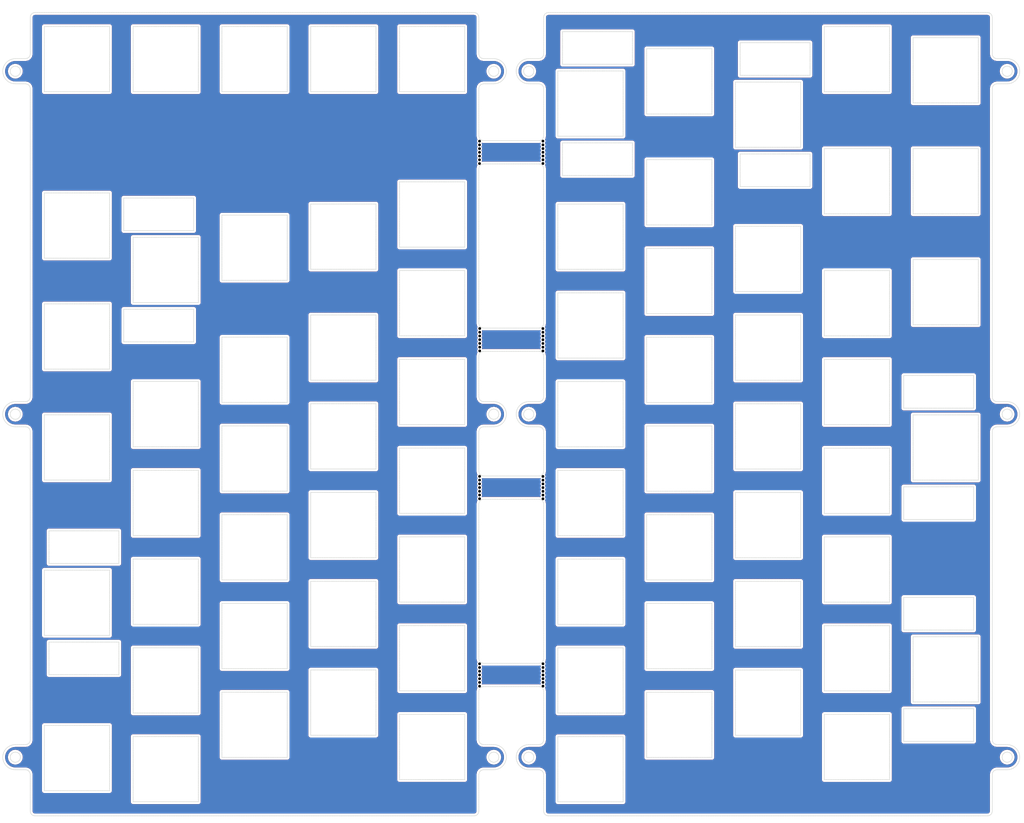
<source format=kicad_pcb>
(kicad_pcb (version 20240108) (generator "pcbnew") (generator_version "8.0")
  (title_block (title "accelerator-plate") (date "2024-05-06") (rev "v1.0.0"))
  (layers (0 "F.Cu" signal) (31 "B.Cu" signal) (34 "B.Paste" user) (35 "F.Paste" user) (36 "B.SilkS" user "B.Silkscreen") (37 "F.SilkS" user "F.Silkscreen") (38 "B.Mask" user) (39 "F.Mask" user) (44 "Edge.Cuts" user))
  (net 0 "")
  (footprint "Library:mousebites" (layer "F.Cu") (at 202.12 127.34 90)
    (property "Reference" "REF03")
    (property "Value" "bites")
    (pad "" np_thru_hole circle (at -2.4 0 90) (size 0.6 0.6) (drill 0.6) (layers "*.Mask"))
    (pad "" np_thru_hole circle (at -1.6 0 90) (size 0.6 0.6) (drill 0.6) (layers "*.Mask"))
    (pad "" np_thru_hole circle (at -0.8 0 90) (size 0.6 0.6) (drill 0.6) (layers "*.Mask"))
    (pad "" np_thru_hole circle (at 0 0 90) (size 0.6 0.6) (drill 0.6) (layers "*.Mask"))
    (pad "" np_thru_hole circle (at 0.8 0 90) (size 0.6 0.6) (drill 0.6) (layers "*.Mask"))
    (pad "" np_thru_hole circle (at 1.6 0 90) (size 0.6 0.6) (drill 0.6) (layers "*.Mask"))
    (pad "" np_thru_hole circle (at 2.4 0 90) (size 0.6 0.6) (drill 0.6) (layers "*.Mask"))
  )
  (footprint "Library:mousebites" (layer "F.Cu") (at 215.7 199.3 90)
    (property "Reference" "REF08")
    (property "Value" "bites")
    (pad "" np_thru_hole circle (at -2.4 0 90) (size 0.6 0.6) (drill 0.6) (layers "*.Mask"))
    (pad "" np_thru_hole circle (at -1.6 0 90) (size 0.6 0.6) (drill 0.6) (layers "*.Mask"))
    (pad "" np_thru_hole circle (at -0.8 0 90) (size 0.6 0.6) (drill 0.6) (layers "*.Mask"))
    (pad "" np_thru_hole circle (at 0 0 90) (size 0.6 0.6) (drill 0.6) (layers "*.Mask"))
    (pad "" np_thru_hole circle (at 0.8 0 90) (size 0.6 0.6) (drill 0.6) (layers "*.Mask"))
    (pad "" np_thru_hole circle (at 1.6 0 90) (size 0.6 0.6) (drill 0.6) (layers "*.Mask"))
    (pad "" np_thru_hole circle (at 2.4 0 90) (size 0.6 0.6) (drill 0.6) (layers "*.Mask"))
  )
  (footprint "Library:mousebites" (layer "F.Cu") (at 202.09 159.08 90)
    (property "Reference" "REF05")
    (property "Value" "bites")
    (pad "" np_thru_hole circle (at -2.4 0 90) (size 0.6 0.6) (drill 0.6) (layers "*.Mask"))
    (pad "" np_thru_hole circle (at -1.6 0 90) (size 0.6 0.6) (drill 0.6) (layers "*.Mask"))
    (pad "" np_thru_hole circle (at -0.8 0 90) (size 0.6 0.6) (drill 0.6) (layers "*.Mask"))
    (pad "" np_thru_hole circle (at 0 0 90) (size 0.6 0.6) (drill 0.6) (layers "*.Mask"))
    (pad "" np_thru_hole circle (at 0.8 0 90) (size 0.6 0.6) (drill 0.6) (layers "*.Mask"))
    (pad "" np_thru_hole circle (at 1.6 0 90) (size 0.6 0.6) (drill 0.6) (layers "*.Mask"))
    (pad "" np_thru_hole circle (at 2.4 0 90) (size 0.6 0.6) (drill 0.6) (layers "*.Mask"))
  )
  (footprint "Library:mousebites" (layer "F.Cu") (at 202.08 87.13 90)
    (property "Reference" "REF01")
    (property "Value" "bites")
    (pad "" np_thru_hole circle (at -2.4 0 90) (size 0.6 0.6) (drill 0.6) (layers "*.Mask"))
    (pad "" np_thru_hole circle (at -1.6 0 90) (size 0.6 0.6) (drill 0.6) (layers "*.Mask"))
    (pad "" np_thru_hole circle (at -0.8 0 90) (size 0.6 0.6) (drill 0.6) (layers "*.Mask"))
    (pad "" np_thru_hole circle (at 0 0 90) (size 0.6 0.6) (drill 0.6) (layers "*.Mask"))
    (pad "" np_thru_hole circle (at 0.8 0 90) (size 0.6 0.6) (drill 0.6) (layers "*.Mask"))
    (pad "" np_thru_hole circle (at 1.6 0 90) (size 0.6 0.6) (drill 0.6) (layers "*.Mask"))
    (pad "" np_thru_hole circle (at 2.4 0 90) (size 0.6 0.6) (drill 0.6) (layers "*.Mask"))
  )
  (footprint "Library:mousebites" (layer "F.Cu") (at 202.09 199.31 90)
    (property "Reference" "REF07")
    (property "Value" "bites")
    (pad "" np_thru_hole circle (at -2.4 0 90) (size 0.6 0.6) (drill 0.6) (layers "*.Mask"))
    (pad "" np_thru_hole circle (at -1.6 0 90) (size 0.6 0.6) (drill 0.6) (layers "*.Mask"))
    (pad "" np_thru_hole circle (at -0.8 0 90) (size 0.6 0.6) (drill 0.6) (layers "*.Mask"))
    (pad "" np_thru_hole circle (at 0 0 90) (size 0.6 0.6) (drill 0.6) (layers "*.Mask"))
    (pad "" np_thru_hole circle (at 0.8 0 90) (size 0.6 0.6) (drill 0.6) (layers "*.Mask"))
    (pad "" np_thru_hole circle (at 1.6 0 90) (size 0.6 0.6) (drill 0.6) (layers "*.Mask"))
    (pad "" np_thru_hole circle (at 2.4 0 90) (size 0.6 0.6) (drill 0.6) (layers "*.Mask"))
  )
  (footprint "Library:mousebites" (layer "F.Cu") (at 215.68 127.35 90)
    (property "Reference" "REF04")
    (property "Value" "bites")
    (pad "" np_thru_hole circle (at -2.4 0 90) (size 0.6 0.6) (drill 0.6) (layers "*.Mask"))
    (pad "" np_thru_hole circle (at -1.6 0 90) (size 0.6 0.6) (drill 0.6) (layers "*.Mask"))
    (pad "" np_thru_hole circle (at -0.8 0 90) (size 0.6 0.6) (drill 0.6) (layers "*.Mask"))
    (pad "" np_thru_hole circle (at 0 0 90) (size 0.6 0.6) (drill 0.6) (layers "*.Mask"))
    (pad "" np_thru_hole circle (at 0.8 0 90) (size 0.6 0.6) (drill 0.6) (layers "*.Mask"))
    (pad "" np_thru_hole circle (at 1.6 0 90) (size 0.6 0.6) (drill 0.6) (layers "*.Mask"))
    (pad "" np_thru_hole circle (at 2.4 0 90) (size 0.6 0.6) (drill 0.6) (layers "*.Mask"))
  )
  (footprint "Library:mousebites" (layer "F.Cu") (at 215.69 87.12 90)
    (property "Reference" "REF02")
    (property "Value" "bites")
    (pad "" np_thru_hole circle (at -2.4 0 90) (size 0.6 0.6) (drill 0.6) (layers "*.Mask"))
    (pad "" np_thru_hole circle (at -1.6 0 90) (size 0.6 0.6) (drill 0.6) (layers "*.Mask"))
    (pad "" np_thru_hole circle (at -0.8 0 90) (size 0.6 0.6) (drill 0.6) (layers "*.Mask"))
    (pad "" np_thru_hole circle (at 0 0 90) (size 0.6 0.6) (drill 0.6) (layers "*.Mask"))
    (pad "" np_thru_hole circle (at 0.8 0 90) (size 0.6 0.6) (drill 0.6) (layers "*.Mask"))
    (pad "" np_thru_hole circle (at 1.6 0 90) (size 0.6 0.6) (drill 0.6) (layers "*.Mask"))
    (pad "" np_thru_hole circle (at 2.4 0 90) (size 0.6 0.6) (drill 0.6) (layers "*.Mask"))
  )
  (footprint "Library:mousebites" (layer "F.Cu") (at 215.69 159.09 90)
    (property "Reference" "REF06")
    (property "Value" "bites")
    (pad "" np_thru_hole circle (at -2.4 0 90) (size 0.6 0.6) (drill 0.6) (layers "*.Mask"))
    (pad "" np_thru_hole circle (at -1.6 0 90) (size 0.6 0.6) (drill 0.6) (layers "*.Mask"))
    (pad "" np_thru_hole circle (at -0.8 0 90) (size 0.6 0.6) (drill 0.6) (layers "*.Mask"))
    (pad "" np_thru_hole circle (at 0 0 90) (size 0.6 0.6) (drill 0.6) (layers "*.Mask"))
    (pad "" np_thru_hole circle (at 0.8 0 90) (size 0.6 0.6) (drill 0.6) (layers "*.Mask"))
    (pad "" np_thru_hole circle (at 1.6 0 90) (size 0.6 0.6) (drill 0.6) (layers "*.Mask"))
    (pad "" np_thru_hole circle (at 2.4 0 90) (size 0.6 0.6) (drill 0.6) (layers "*.Mask"))
  )
  (gr_line (start 111.224 199.244) (end 110.724 199.244) (stroke (width 0.1)) (layer "Edge.Cuts"))
  (gr_line (start 313.51 67.02) (end 313.951 67.02) (stroke (width 0.1)) (layer "Edge.Cuts"))
  (gr_line (start 205.914 201.803) (end 205.418 201.803) (stroke (width 0.1)) (layer "Edge.Cuts"))
  (gr_line (start 154.825 164.9) (end 155.325 164.9) (stroke (width 0.1)) (layer "Edge.Cuts"))
  (gr_line (start 268.484 116.998) (end 267.985 116.998) (stroke (width 0.1)) (layer "Edge.Cuts"))
  (gr_line (start 295.085 66.767) (end 295.085 66.516) (stroke (width 0.1)) (layer "Edge.Cuts"))
  (gr_line (start 166.876 98.225) (end 167.376 98.225) (stroke (width 0.1)) (layer "Edge.Cuts"))
  (gr_line (start 223.885 169.386) (end 223.385 169.386) (stroke (width 0.1)) (layer "Edge.Cuts"))
  (gr_line (start 165.875 145.338) (end 165.875 145.087) (stroke (width 0.1)) (layer "Edge.Cuts"))
  (gr_line (start 237.935 146.361) (end 237.935 145.861) (stroke (width 0.1)) (layer "Edge.Cuts"))
  (gr_line (start 103.389 140.635) (end 103.829 140.635) (stroke (width 0.1)) (layer "Edge.Cuts"))
  (gr_line (start 127.775 185.924) (end 127.775 185.425) (stroke (width 0.1)) (layer "Edge.Cuts"))
  (gr_line (start 251.935 192.648) (end 251.935 193.131) (stroke (width 0.1)) (layer "Edge.Cuts"))
  (gr_line (start 151.074 74.125) (end 150.824 74.125) (stroke (width 0.1)) (layer "Edge.Cuts"))
  (gr_line (start 117.725 143.469) (end 118.225 143.469) (stroke (width 0.1)) (layer "Edge.Cuts"))
  (gr_line (start 307.585 191.105) (end 308.085 191.105) (stroke (width 0.1)) (layer "Edge.Cuts"))
  (gr_line (start 286.034 74.136) (end 285.534 74.136) (stroke (width 0.1)) (layer "Edge.Cuts"))
  (gr_line (start 111.226 95.844) (end 111.725 95.844) (stroke (width 0.1)) (layer "Edge.Cuts"))
  (gr_line (start 160.825 103.857) (end 160.825 104.107) (stroke (width 0.1)) (layer "Edge.Cuts"))
  (gr_line (start 256.985 108.498) (end 256.985 107.998) (stroke (width 0.1)) (layer "Edge.Cuts"))
  (gr_line (start 137.275 212.525) (end 137.525 212.525) (stroke (width 0.1)) (layer "Edge.Cuts"))
  (gr_line (start 206.157 216.531) (end 206.24 216.951) (stroke (width 0.1)) (layer "Edge.Cuts"))
  (gr_line (start 251.935 171.412) (end 251.935 171.911) (stroke (width 0.1)) (layer "Edge.Cuts"))
  (gr_line (start 250.434 121.761) (end 249.934 121.761) (stroke (width 0.1)) (layer "Edge.Cuts"))
  (gr_line (start 146.825 177.399) (end 146.825 176.899) (stroke (width 0.1)) (layer "Edge.Cuts"))
  (gr_line (start 267.986 141.098) (end 268.486 141.098) (stroke (width 0.1)) (layer "Edge.Cuts"))
  (gr_line (start 184.925 62.125) (end 184.925 61.625) (stroke (width 0.1)) (layer "Edge.Cuts"))
  (gr_line (start 99.85 143.804) (end 99.81 143.335) (stroke (width 0.1)) (layer "Edge.Cuts"))
  (gr_line (start 312.07 211.757) (end 312.07 212.256) (stroke (width 0.1)) (layer "Edge.Cuts"))
  (gr_line (start 127.775 145.824) (end 127.775 145.574) (stroke (width 0.1)) (layer "Edge.Cuts"))
  (gr_line (start 300.087 142.042) (end 299.836 142.042) (stroke (width 0.1)) (layer "Edge.Cuts"))
  (gr_line (start 179.124 193.188) (end 178.874 193.188) (stroke (width 0.1)) (layer "Edge.Cuts"))
  (gr_line (start 268.485 87.48) (end 268.985 87.48) (stroke (width 0.1)) (layer "Edge.Cuts"))
  (gr_line (start 304.587 142.042) (end 304.336 142.042) (stroke (width 0.1)) (layer "Edge.Cuts"))
  (gr_line (start 290.035 219.774) (end 290.035 220.274) (stroke (width 0.1)) (layer "Edge.Cuts"))
  (gr_line (start 122.725 73.625) (end 122.725 74.125) (stroke (width 0.1)) (layer "Edge.Cuts"))
  (gr_line (start 239.436 107.761) (end 239.936 107.761) (stroke (width 0.1)) (layer "Edge.Cuts"))
  (gr_line (start 149.825 126.8) (end 150.075 126.8) (stroke (width 0.1)) (layer "Edge.Cuts"))
  (gr_line (start 270.985 154.098) (end 270.985 154.598) (stroke (width 0.1)) (layer "Edge.Cuts"))
  (gr_line (start 232.885 220.536) (end 232.885 220.786) (stroke (width 0.1)) (layer "Edge.Cuts"))
  (gr_line (start 179.001 229.551) (end 178.502 229.551) (stroke (width 0.1)) (layer "Edge.Cuts"))
  (gr_line (start 216.133 57.413) (end 216.457 57.196) (stroke (width 0.1)) (layer "Edge.Cuts"))
  (gr_line (start 122.725 96.095) (end 122.725 96.345) (stroke (width 0.1)) (layer "Edge.Cuts"))
  (gr_line (start 105.71 125.698) (end 105.71 125.2) (stroke (width 0.1)) (layer "Edge.Cuts"))
  (gr_line (start 202.557 196.727) (end 202.233 196.511) (stroke (width 0.1)) (layer "Edge.Cuts"))
  (gr_line (start 229.803 229.551) (end 229.305 229.551) (stroke (width 0.1)) (layer "Edge.Cuts"))
  (gr_line (start 215.84 206.286) (end 215.84 205.787) (stroke (width 0.1)) (layer "Edge.Cuts"))
  (gr_line (start 276.035 114.023) (end 276.035 113.523) (stroke (width 0.1)) (layer "Edge.Cuts"))
  (gr_line (start 118.724 224.144) (end 118.224 224.144) (stroke (width 0.1)) (layer "Edge.Cuts"))
  (gr_line (start 201.94 111.937) (end 201.94 111.441) (stroke (width 0.1)) (layer "Edge.Cuts"))
  (gr_line (start 128.523 127.807) (end 128.273 127.807) (stroke (width 0.1)) (layer "Edge.Cuts"))
  (gr_line (start 101.586 219.489) (end 101.159 219.289) (stroke (width 0.1)) (layer "Edge.Cuts"))
  (gr_line (start 260.235 160.148) (end 260.486 160.148) (stroke (width 0.1)) (layer "Edge.Cuts"))
  (gr_line (start 283.534 164.623) (end 283.035 164.623) (stroke (width 0.1)) (layer "Edge.Cuts"))
  (gr_line (start 271.487 94.48) (end 270.987 94.48) (stroke (width 0.1)) (layer "Edge.Cuts"))
  (gr_line (start 132.276 193.475) (end 132.526 193.475) (stroke (width 0.1)) (layer "Edge.Cuts"))
  (gr_line (start 232.885 138.337) (end 232.885 138.837) (stroke (width 0.1)) (layer "Edge.Cuts"))
  (gr_line (start 232.885 162.386) (end 232.885 162.885) (stroke (width 0.1)) (layer "Edge.Cuts"))
  (gr_line (start 201.94 96.07) (end 201.94 95.575) (stroke (width 0.1)) (layer "Edge.Cuts"))
  (gr_line (start 256.985 109.499) (end 256.985 109.249) (stroke (width 0.1)) (layer "Edge.Cuts"))
  (gr_line (start 300.085 76.517) (end 299.585 76.517) (stroke (width 0.1)) (layer "Edge.Cuts"))
  (gr_line (start 272.985 70.103) (end 272.985 70.354) (stroke (width 0.1)) (layer "Edge.Cuts"))
  (gr_line (start 300.586 165.918) (end 300.087 165.918) (stroke (width 0.1)) (layer "Edge.Cuts"))
  (gr_line (start 201.94 78.281) (end 201.94 78.766) (stroke (width 0.1)) (layer "Edge.Cuts"))
  (gr_line (start 276.035 125.773) (end 276.035 125.522) (stroke (width 0.1)) (layer "Edge.Cuts"))
  (gr_line (start 101.732 68.942) (end 102.09 68.704) (stroke (width 0.1)) (layer "Edge.Cuts"))
  (gr_line (start 146.825 207.5) (end 146.825 207.25) (stroke (width 0.1)) (layer "Edge.Cuts"))
  (gr_line (start 117.225 176.806) (end 117.725 176.806) (stroke (width 0.1)) (layer "Edge.Cuts"))
  (gr_line (start 312.07 159.976) (end 312.07 160.474) (stroke (width 0.1)) (layer "Edge.Cuts"))
  (gr_line (start 128.525 60.125) (end 128.776 60.125) (stroke (width 0.1)) (layer "Edge.Cuts"))
  (gr_line (start 127.775 118.869) (end 127.775 118.619) (stroke (width 0.1)) (layer "Edge.Cuts"))
  (gr_line (start 150.824 197.95) (end 150.324 197.95) (stroke (width 0.1)) (layer "Edge.Cuts"))
  (gr_line (start 195.674 164.613) (end 195.424 164.613) (stroke (width 0.1)) (layer "Edge.Cuts"))
  (gr_line (start 219.885 62.224) (end 219.885 61.724) (stroke (width 0.1)) (layer "Edge.Cuts"))
  (gr_line (start 312.07 111.759) (end 312.07 112.256) (stroke (width 0.1)) (layer "Edge.Cuts"))
  (gr_line (start 118.727 175.368) (end 118.227 175.368) (stroke (width 0.1)) (layer "Edge.Cuts"))
  (gr_line (start 136.275 212.525) (end 136.775 212.525) (stroke (width 0.1)) (layer "Edge.Cuts"))
  (gr_line (start 317.608 215.601) (end 317.808 216.027) (stroke (width 0.1)) (layer "Edge.Cuts"))
  (gr_line (start 172.875 174.138) (end 172.376 174.138) (stroke (width 0.1)) (layer "Edge.Cuts"))
  (gr_line (start 165.875 183.438) (end 165.875 183.187) (stroke (width 0.1)) (layer "Edge.Cuts"))
  (gr_line (start 176.376 198.238) (end 176.876 198.238) (stroke (width 0.1)) (layer "Edge.Cuts"))
  (gr_line (start 269.236 70.604) (end 268.986 70.604) (stroke (width 0.1)) (layer "Edge.Cuts"))
  (gr_line (start 128.275 169.375) (end 127.775 169.375) (stroke (width 0.1)) (layer "Edge.Cuts"))
  (gr_line (start 198.925 100.463) (end 198.925 100.962) (stroke (width 0.1)) (layer "Edge.Cuts"))
  (gr_line (start 198.925 217.764) (end 198.925 218.264) (stroke (width 0.1)) (layer "Edge.Cuts"))
  (gr_line (start 189.925 221.763) (end 189.425 221.763) (stroke (width 0.1)) (layer "Edge.Cuts"))
  (gr_line (start 215.84 96.569) (end 215.84 97.064) (stroke (width 0.1)) (layer "Edge.Cuts"))
  (gr_line (start 122.725 147.47) (end 122.725 147.97) (stroke (width 0.1)) (layer "Edge.Cuts"))
  (gr_line (start 221.884 83.661) (end 221.384 83.661) (stroke (width 0.1)) (layer "Edge.Cuts"))
  (gr_line (start 215.84 149.902) (end 215.84 149.429) (stroke (width 0.1)) (layer "Edge.Cuts"))
  (gr_line (start 184.925 172.162) (end 184.925 171.662) (stroke (width 0.1)) (layer "Edge.Cuts"))
  (gr_line (start 232.885 117.286) (end 232.885 117.786) (stroke (width 0.1)) (layer "Edge.Cuts"))
  (gr_line (start 281.16 229.551) (end 280.661 229.551) (stroke (width 0.1)) (layer "Edge.Cuts"))
  (gr_line (start 295.085 89.829) (end 295.085 89.329) (stroke (width 0.1)) (layer "Edge.Cuts"))
  (gr_line (start 245.434 197.961) (end 244.935 197.961) (stroke (width 0.1)) (layer "Edge.Cuts"))
  (gr_line (start 299.836 62.517) (end 300.087 62.517) (stroke (width 0.1)) (layer "Edge.Cuts"))
  (gr_line (start 240.934 178.911) (end 240.434 178.911) (stroke (width 0.1)) (layer "Edge.Cuts"))
  (gr_line (start 249.434 178.911) (end 248.935 178.911) (stroke (width 0.1)) (layer "Edge.Cuts"))
  (gr_line (start 232.134 188.436) (end 231.884 188.436) (stroke (width 0.1)) (layer "Edge.Cuts"))
  (gr_line (start 246.435 203.011) (end 246.935 203.011) (stroke (width 0.1)) (layer "Edge.Cuts"))
  (gr_line (start 180.996 229.551) (end 180.497 229.551) (stroke (width 0.1)) (layer "Edge.Cuts"))
  (gr_line (start 109.725 173.119) (end 109.725 172.868) (stroke (width 0.1)) (layer "Edge.Cuts"))
  (gr_line (start 196.426 188.713) (end 196.926 188.713) (stroke (width 0.1)) (layer "Edge.Cuts"))
  (gr_line (start 227.384 61.223) (end 227.883 61.223) (stroke (width 0.1)) (layer "Edge.Cuts"))
  (gr_line (start 276.035 214.274) (end 276.035 214.024) (stroke (width 0.1)) (layer "Edge.Cuts"))
  (gr_line (start 276.035 197.223) (end 276.035 196.723) (stroke (width 0.1)) (layer "Edge.Cuts"))
  (gr_line (start 146.825 129.799) (end 146.825 129.299) (stroke (width 0.1)) (layer "Edge.Cuts"))
  (gr_line (start 140.774 150.325) (end 140.274 150.325) (stroke (width 0.1)) (layer "Edge.Cuts"))
  (gr_line (start 194.926 112.513) (end 195.426 112.513) (stroke (width 0.1)) (layer "Edge.Cuts"))
  (gr_line (start 213.959 219.651) (end 213.519 219.651) (stroke (width 0.1)) (layer "Edge.Cuts"))
  (gr_line (start 312.07 189.856) (end 312.07 190.354) (stroke (width 0.1)) (layer "Edge.Cuts"))
  (gr_line (start 147.325 164.9) (end 147.575 164.9) (stroke (width 0.1)) (layer "Edge.Cuts"))
  (gr_line (start 119.474 190.806) (end 119.224 190.806) (stroke (width 0.1)) (layer "Edge.Cuts"))
  (gr_line (start 290.035 121.023) (end 290.035 121.523) (stroke (width 0.1)) (layer "Edge.Cuts"))
  (gr_line (start 237.935 131.311) (end 237.935 131.061) (stroke (width 0.1)) (layer "Edge.Cuts"))
  (gr_line (start 298.107 57.12) (end 298.605 57.12) (stroke (width 0.1)) (layer "Edge.Cuts"))
  (gr_line (start 147.575 60.125) (end 147.826 60.125) (stroke (width 0.1)) (layer "Edge.Cuts"))
  (gr_line (start 225.386 226.536) (end 225.135 226.536) (stroke (width 0.1)) (layer "Edge.Cuts"))
  (gr_line (start 265.233 87.48) (end 265.484 87.48) (stroke (width 0.1)) (layer "Edge.Cuts"))
  (gr_line (start 146.825 211.998) (end 146.825 211.499) (stroke (width 0.1)) (layer "Edge.Cuts"))
  (gr_line (start 212.361 201.803) (end 211.866 201.803) (stroke (width 0.1)) (layer "Edge.Cuts"))
  (gr_line (start 268.487 94.48) (end 267.987 94.48) (stroke (width 0.1)) (layer "Edge.Cuts"))
  (gr_line (start 173.374 155.088) (end 172.875 155.088) (stroke (width 0.1)) (layer "Edge.Cuts"))
  (gr_line (start 193.462 57.12) (end 193.96 57.12) (stroke (width 0.1)) (layer "Edge.Cuts"))
  (gr_line (start 286.034 100.33) (end 285.534 100.33) (stroke (width 0.1)) (layer "Edge.Cuts"))
  (gr_line (start 295.085 145.979) (end 295.085 145.479) (stroke (width 0.1)) (layer "Edge.Cuts"))
  (gr_line (start 222.386 193.486) (end 222.886 193.486) (stroke (width 0.1)) (layer "Edge.Cuts"))
  (gr_line (start 303.587 213.543) (end 303.087 213.543) (stroke (width 0.1)) (layer "Edge.Cuts"))
  (gr_line (start 309.085 63.268) (end 309.085 63.518) (stroke (width 0.1)) (layer "Edge.Cuts"))
  (gr_line (start 193.925 93.463) (end 194.425 93.463) (stroke (width 0.1)) (layer "Edge.Cuts"))
  (gr_line (start 280.536 112.523) (end 280.786 112.523) (stroke (width 0.1)) (layer "Edge.Cuts"))
  (gr_line (start 198.925 144.063) (end 198.925 144.563) (stroke (width 0.1)) (layer "Edge.Cuts"))
  (gr_line (start 308.085 208.793) (end 308.085 209.043) (stroke (width 0.1)) (layer "Edge.Cuts"))
  (gr_line (start 230.386 193.486) (end 230.886 193.486) (stroke (width 0.1)) (layer "Edge.Cuts"))
  (gr_line (start 269.484 193.198) (end 268.984 193.198) (stroke (width 0.1)) (layer "Edge.Cuts"))
  (gr_line (start 309.085 113.393) (end 309.085 113.643) (stroke (width 0.1)) (layer "Edge.Cuts"))
  (gr_line (start 237.935 203.011) (end 238.435 203.011) (stroke (width 0.1)) (layer "Edge.Cuts"))
  (gr_line (start 264.984 212.248) (end 264.484 212.248) (stroke (width 0.1)) (layer "Edge.Cuts"))
  (gr_line (start 125.775 127.807) (end 125.775 127.557) (stroke (width 0.1)) (layer "Edge.Cuts"))
  (gr_line (start 152.084 57.12) (end 152.583 57.12) (stroke (width 0.1)) (layer "Edge.Cuts"))
  (gr_line (start 201.94 148.007) (end 201.94 148.481) (stroke (width 0.1)) (layer "Edge.Cuts"))
  (gr_line (start 283.534 126.523) (end 283.035 126.523) (stroke (width 0.1)) (layer "Edge.Cuts"))
  (gr_line (start 141.775 217.527) (end 141.775 218.026) (stroke (width 0.1)) (layer "Edge.Cuts"))
  (gr_line (start 127.775 175.925) (end 127.775 175.425) (stroke (width 0.1)) (layer "Edge.Cuts"))
  (gr_line (start 173.874 155.088) (end 173.374 155.088) (stroke (width 0.1)) (layer "Edge.Cuts"))
  (gr_line (start 270.985 184.989) (end 270.985 185.471) (stroke (width 0.1)) (layer "Edge.Cuts"))
  (gr_line (start 169.876 122.038) (end 170.376 122.038) (stroke (width 0.1)) (layer "Edge.Cuts"))
  (gr_line (start 141.775 198.227) (end 141.775 198.477) (stroke (width 0.1)) (layer "Edge.Cuts"))
  (gr_line (start 201.94 208.774) (end 201.94 209.272) (stroke (width 0.1)) (layer "Edge.Cuts"))
  (gr_line (start 259.484 193.198) (end 258.984 193.198) (stroke (width 0.1)) (layer "Edge.Cuts"))
  (gr_line (start 308.085 162.417) (end 308.085 162.668) (stroke (width 0.1)) (layer "Edge.Cuts"))
  (gr_line (start 111.723 199.244) (end 111.224 199.244) (stroke (width 0.1)) (layer "Edge.Cuts"))
  (gr_line (start 262.986 141.098) (end 263.486 141.098) (stroke (width 0.1)) (layer "Edge.Cuts"))
  (gr_line (start 179.875 108.726) (end 179.875 109.226) (stroke (width 0.1)) (layer "Edge.Cuts"))
  (gr_line (start 159.825 183.95) (end 160.325 183.95) (stroke (width 0.1)) (layer "Edge.Cuts"))
  (gr_line (start 227.133 85.099) (end 227.384 85.099) (stroke (width 0.1)) (layer "Edge.Cuts"))
  (gr_line (start 121.224 157.469) (end 120.724 157.469) (stroke (width 0.1)) (layer "Edge.Cuts"))
  (gr_line (start 139.276 212.525) (end 139.776 212.525) (stroke (width 0.1)) (layer "Edge.Cuts"))
  (gr_line (start 179.875 110.725) (end 179.875 111.225) (stroke (width 0.1)) (layer "Edge.Cuts"))
  (gr_line (start 303.094 229.551) (end 302.596 229.551) (stroke (width 0.1)) (layer "Edge.Cuts"))
  (gr_line (start 184.925 93.963) (end 184.925 93.463) (stroke (width 0.1)) (layer "Edge.Cuts"))
  (gr_line (start 278.534 74.136) (end 278.034 74.136) (stroke (width 0.1)) (layer "Edge.Cuts"))
  (gr_line (start 105.71 59.109) (end 105.71 58.616) (stroke (width 0.1)) (layer "Edge.Cuts"))
  (gr_line (start 308.085 211.043) (end 308.085 211.543) (stroke (width 0.1)) (layer "Edge.Cuts"))
  (gr_line (start 165.875 135.037) (end 165.875 134.537) (stroke (width 0.1)) (layer "Edge.Cuts"))
  (gr_line (start 137.023 119.369) (end 136.773 119.369) (stroke (width 0.1)) (layer "Edge.Cuts"))
  (gr_line (start 105.71 139.635) (end 105.71 139.138) (stroke (width 0.1)) (layer "Edge.Cuts"))
  (gr_line (start 139.276 105.369) (end 139.776 105.369) (stroke (width 0.1)) (layer "Edge.Cuts"))
  (gr_line (start 141.775 111.37) (end 141.775 111.87) (stroke (width 0.1)) (layer "Edge.Cuts"))
  (gr_line (start 267.484 212.248) (end 266.984 212.248) (stroke (width 0.1)) (layer "Edge.Cuts"))
  (gr_line (start 146.825 132.3) (end 146.825 131.8) (stroke (width 0.1)) (layer "Edge.Cuts"))
  (gr_line (start 127.775 138.824) (end 127.775 138.324) (stroke (width 0.1)) (layer "Edge.Cuts"))
  (gr_line (start 105.71 189.357) (end 105.71 188.859) (stroke (width 0.1)) (layer "Edge.Cuts"))
  (gr_line (start 105.71 186.867) (end 105.71 186.37) (stroke (width 0.1)) (layer "Edge.Cuts"))
  (gr_line (start 195.674 221.763) (end 195.424 221.763) (stroke (width 0.1)) (layer "Edge.Cuts"))
  (gr_line (start 183.489 229.551) (end 182.99 229.551) (stroke (width 0.1)) (layer "Edge.Cuts"))
  (gr_line (start 201.94 220.651) (end 201.94 221.145) (stroke (width 0.1)) (layer "Edge.Cuts"))
  (gr_line (start 192.424 164.613) (end 191.925 164.613) (stroke (width 0.1)) (layer "Edge.Cuts"))
  (gr_line (start 179.875 102.977) (end 179.875 103.227) (stroke (width 0.1)) (layer "Edge.Cuts"))
  (gr_line (start 124.655 229.551) (end 124.157 229.551) (stroke (width 0.1)) (layer "Edge.Cuts"))
  (gr_line (start 112.724 224.144) (end 112.224 224.144) (stroke (width 0.1)) (layer "Edge.Cuts"))
  (gr_line (start 197.925 188.713) (end 198.425 188.713) (stroke (width 0.1)) (layer "Edge.Cuts"))
  (gr_line (start 276.535 60.136) (end 276.785 60.136) (stroke (width 0.1)) (layer "Edge.Cuts"))
  (gr_line (start 201.94 177.459) (end 201.94 176.963) (stroke (width 0.1)) (layer "Edge.Cuts"))
  (gr_line (start 290.134 229.551) (end 289.635 229.551) (stroke (width 0.1)) (layer "Edge.Cuts"))
  (gr_line (start 201.94 135.232) (end 201.94 135.72) (stroke (width 0.1)) (layer "Edge.Cuts"))
  (gr_line (start 251.935 93.713) (end 251.935 94.212) (stroke (width 0.1)) (layer "Edge.Cuts"))
  (gr_line (start 122.725 190.806) (end 122.225 190.806) (stroke (width 0.1)) (layer "Edge.Cuts"))
  (gr_line (start 270.485 179.198) (end 270.985 179.198) (stroke (width 0.1)) (layer "Edge.Cuts"))
  (gr_line (start 215.84 208.278) (end 215.84 207.781) (stroke (width 0.1)) (layer "Edge.Cuts"))
  (gr_line (start 105.71 99.311) (end 105.71 98.813) (stroke (width 0.1)) (layer "Edge.Cuts"))
  (gr_line (start 281.652 57.12) (end 282.15 57.12) (stroke (width 0.1)) (layer "Edge.Cuts"))
  (gr_line (start 170.376 98.225) (end 170.626 98.225) (stroke (width 0.1)) (layer "Edge.Cuts"))
  (gr_line (start 223.82 57.12) (end 224.318 57.12) (stroke (width 0.1)) (layer "Edge.Cuts"))
  (gr_line (start 205.14 146.035) (end 204.7 146.035) (stroke (width 0.1)) (layer "Edge.Cuts"))
  (gr_line (start 127.775 168.625) (end 127.775 168.374) (stroke (width 0.1)) (layer "Edge.Cuts"))
  (gr_line (start 100.774 219.019) (end 100.442 218.687) (stroke (width 0.1)) (layer "Edge.Cuts"))
  (gr_line (start 301.586 76.517) (end 301.335 76.517) (stroke (width 0.1)) (layer "Edge.Cuts"))
  (gr_line (start 232.885 186.019) (end 232.885 186.503) (stroke (width 0.1)) (layer "Edge.Cuts"))
  (gr_line (start 297.085 213.543) (end 296.834 213.543) (stroke (width 0.1)) (layer "Edge.Cuts"))
  (gr_line (start 215.84 66.02) (end 215.84 65.525) (stroke (width 0.1)) (layer "Edge.Cuts"))
  (gr_line (start 280.036 169.673) (end 280.536 169.673) (stroke (width 0.1)) (layer "Edge.Cuts"))
  (gr_line (start 312.07 87.855) (end 312.07 88.352) (stroke (width 0.1)) (layer "Edge.Cuts"))
  (gr_line (start 137.774 169.375) (end 137.274 169.375) (stroke (width 0.1)) (layer "Edge.Cuts"))
  (gr_line (start 105.71 99.809) (end 105.71 99.311) (stroke (width 0.1)) (layer "Edge.Cuts"))
  (gr_line (start 122.725 67.625) (end 122.725 67.875) (stroke (width 0.1)) (layer "Edge.Cuts"))
  (gr_line (start 295.085 68.517) (end 295.085 68.017) (stroke (width 0.1)) (layer "Edge.Cuts"))
  (gr_line (start 165.875 208.237) (end 165.875 207.737) (stroke (width 0.1)) (layer "Edge.Cuts"))
  (gr_line (start 260.732 87.48) (end 260.983 87.48) (stroke (width 0.1)) (layer "Edge.Cuts"))
  (gr_line (start 125.775 122.558) (end 125.775 122.307) (stroke (width 0.1)) (layer "Edge.Cuts"))
  (gr_line (start 165.875 154.087) (end 165.875 153.587) (stroke (width 0.1)) (layer "Edge.Cuts"))
  (gr_line (start 127.775 165.374) (end 127.775 164.874) (stroke (width 0.1)) (layer "Edge.Cuts"))
  (gr_line (start 109.725 196.995) (end 109.725 196.744) (stroke (width 0.1)) (layer "Edge.Cuts"))
  (gr_line (start 266.485 198.248) (end 266.735 198.248) (stroke (width 0.1)) (layer "Edge.Cuts"))
  (gr_line (start 127.775 155.875) (end 127.775 155.375) (stroke (width 0.1)) (layer "Edge.Cuts"))
  (gr_line (start 222.135 69.661) (end 222.386 69.661) (stroke (width 0.1)) (layer "Edge.Cuts"))
  (gr_line (start 184.925 112.513) (end 185.425 112.513) (stroke (width 0.1)) (layer "Edge.Cuts"))
  (gr_line (start 263.486 174.148) (end 263.235 174.148) (stroke (width 0.1)) (layer "Edge.Cuts"))
  (gr_line (start 242.935 102.711) (end 242.435 102.711) (stroke (width 0.1)) (layer "Edge.Cuts"))
  (gr_line (start 101.586 145.873) (end 101.159 145.674) (stroke (width 0.1)) (layer "Edge.Cuts"))
  (gr_line (start 302.585 158.918) (end 303.085 158.918) (stroke (width 0.1)) (layer "Edge.Cuts"))
  (gr_line (start 203.38 219.651) (end 202.94 219.651) (stroke (width 0.1)) (layer "Edge.Cuts"))
  (gr_line (start 250.935 164.911) (end 251.435 164.911) (stroke (width 0.1)) (layer "Edge.Cuts"))
  (gr_line (start 219.886 69.661) (end 220.386 69.661) (stroke (width 0.1)) (layer "Edge.Cuts"))
  (gr_line (start 160.825 205.501) (end 160.825 206) (stroke (width 0.1)) (layer "Edge.Cuts"))
  (gr_line (start 297.584 157.48) (end 297.084 157.48) (stroke (width 0.1)) (layer "Edge.Cuts"))
  (gr_line (start 228.385 136.336) (end 228.635 136.336) (stroke (width 0.1)) (layer "Edge.Cuts"))
  (gr_line (start 314.391 67.02) (end 314.83 67.02) (stroke (width 0.1)) (layer "Edge.Cuts"))
  (gr_line (start 290.035 151.374) (end 290.035 151.624) (stroke (width 0.1)) (layer "Edge.Cuts"))
  (gr_line (start 105.71 209.269) (end 105.71 208.772) (stroke (width 0.1)) (layer "Edge.Cuts"))
  (gr_line (start 114.975 109.844) (end 114.725 109.844) (stroke (width 0.1)) (layer "Edge.Cuts"))
  (gr_line (start 192.424 93.463) (end 192.674 93.463) (stroke (width 0.1)) (layer "Edge.Cuts"))
  (gr_line (start 238.281 229.551) (end 237.782 229.551) (stroke (width 0.1)) (layer "Edge.Cuts"))
  (gr_line (start 251.935 197.961) (end 251.435 197.961) (stroke (width 0.1)) (layer "Edge.Cuts"))
  (gr_line (start 299.084 100.33) (end 298.584 100.33) (stroke (width 0.1)) (layer "Edge.Cuts"))
  (gr_line (start 289.535 100.33) (end 289.284 100.33) (stroke (width 0.1)) (layer "Edge.Cuts"))
  (gr_line (start 176.876 141.088) (end 177.376 141.088) (stroke (width 0.1)) (layer "Edge.Cuts"))
  (gr_line (start 261.483 87.48) (end 261.733 87.48) (stroke (width 0.1)) (layer "Edge.Cuts"))
  (gr_line (start 301.333 135.042) (end 301.584 135.042) (stroke (width 0.1)) (layer "Edge.Cuts"))
  (gr_line (start 201.94 212.258) (end 201.94 212.755) (stroke (width 0.1)) (layer "Edge.Cuts"))
  (gr_line (start 294.584 165.918) (end 294.084 165.918) (stroke (width 0.1)) (layer "Edge.Cuts"))
  (gr_line (start 293.12 57.12) (end 293.619 57.12) (stroke (width 0.1)) (layer "Edge.Cuts"))
  (gr_line (start 122.225 133.656) (end 121.974 133.656) (stroke (width 0.1)) (layer "Edge.Cuts"))
  (gr_line (start 108.725 181.306) (end 108.725 181.056) (stroke (width 0.1)) (layer "Edge.Cuts"))
  (gr_line (start 270.985 122.048) (end 270.985 122.548) (stroke (width 0.1)) (layer "Edge.Cuts"))
  (gr_line (start 309.085 151.98) (end 309.085 152.48) (stroke (width 0.1)) (layer "Edge.Cuts"))
  (gr_line (start 193.424 107.463) (end 192.924 107.463) (stroke (width 0.1)) (layer "Edge.Cuts"))
  (gr_line (start 221.885 69.661) (end 222.135 69.661) (stroke (width 0.1)) (layer "Edge.Cuts"))
  (gr_line (start 132.276 103.931) (end 131.776 103.931) (stroke (width 0.1)) (layer "Edge.Cuts"))
  (gr_line (start 121.225 143.469) (end 121.725 143.469) (stroke (width 0.1)) (layer "Edge.Cuts"))
  (gr_line (start 230.385 61.223) (end 230.885 61.223) (stroke (width 0.1)) (layer "Edge.Cuts"))
  (gr_line (start 284.535 188.723) (end 285.035 188.723) (stroke (width 0.1)) (layer "Edge.Cuts"))
  (gr_line (start 124.725 196.743) (end 124.725 197.243) (stroke (width 0.1)) (layer "Edge.Cuts"))
  (gr_line (start 122.725 122.55) (end 122.725 123.034) (stroke (width 0.1)) (layer "Edge.Cuts"))
  (gr_line (start 202.232 202.097) (end 202.016 202.42) (stroke (width 0.1)) (layer "Edge.Cuts"))
  (gr_line (start 251.935 174.912) (end 251.935 175.412) (stroke (width 0.1)) (layer "Edge.Cuts"))
  (gr_line (start 283.035 207.773) (end 283.534 207.773) (stroke (width 0.1)) (layer "Edge.Cuts"))
  (gr_line (start 295.085 86.33) (end 295.567 86.33) (stroke (width 0.1)) (layer "Edge.Cuts"))
  (gr_line (start 179.875 110.226) (end 179.875 110.725) (stroke (width 0.1)) (layer "Edge.Cuts"))
  (gr_line (start 105.71 101.302) (end 105.71 100.804) (stroke (width 0.1)) (layer "Edge.Cuts"))
  (gr_line (start 198.925 68.625) (end 198.925 69.125) (stroke (width 0.1)) (layer "Edge.Cuts"))
  (gr_line (start 175.625 122.038) (end 175.876 122.038) (stroke (width 0.1)) (layer "Edge.Cuts"))
  (gr_line (start 146.825 114.606) (end 146.825 114.106) (stroke (width 0.1)) (layer "Edge.Cuts"))
  (gr_line (start 256.985 154.598) (end 256.985 154.348) (stroke (width 0.1)) (layer "Edge.Cuts"))
  (gr_line (start 276.035 195.224) (end 276.035 194.974) (stroke (width 0.1)) (layer "Edge.Cuts"))
  (gr_line (start 105.71 171.93) (end 105.71 171.433) (stroke (width 0.1)) (layer "Edge.Cuts"))
  (gr_line (start 146.825 153.849) (end 146.825 153.349) (stroke (width 0.1)) (layer "Edge.Cuts"))
  (gr_line (start 128.275 136.325) (end 128.525 136.325) (stroke (width 0.1)) (layer "Edge.Cuts"))
  (gr_line (start 270.985 129.798) (end 270.985 130.048) (stroke (width 0.1)) (layer "Edge.Cuts"))
  (gr_line (start 286.784 164.623) (end 286.534 164.623) (stroke (width 0.1)) (layer "Edge.Cuts"))
  (gr_line (start 251.935 115.26) (end 251.935 115.511) (stroke (width 0.1)) (layer "Edge.Cuts"))
  (gr_line (start 105.71 103.791) (end 105.71 103.293) (stroke (width 0.1)) (layer "Edge.Cuts"))
  (gr_line (start 226.384 226.536) (end 225.885 226.536) (stroke (width 0.1)) (layer "Edge.Cuts"))
  (gr_line (start 277.036 60.136) (end 277.536 60.136) (stroke (width 0.1)) (layer "Edge.Cuts"))
  (gr_line (start 270.985 126.8) (end 270.985 127.05) (stroke (width 0.1)) (layer "Edge.Cuts"))
  (gr_line (start 188.926 207.763) (end 189.426 207.763) (stroke (width 0.1)) (layer "Edge.Cuts"))
  (gr_line (start 230.884 112.236) (end 230.384 112.236) (stroke (width 0.1)) (layer "Edge.Cuts"))
  (gr_line (start 106.003 229.258) (end 105.786 228.934) (stroke (width 0.1)) (layer "Edge.Cuts"))
  (gr_line (start 218.885 182.645) (end 218.885 182.163) (stroke (width 0.1)) (layer "Edge.Cuts"))
  (gr_line (start 256.985 146.098) (end 256.985 145.598) (stroke (width 0.1)) (layer "Edge.Cuts"))
  (gr_line (start 167.876 98.225) (end 168.376 98.225) (stroke (width 0.1)) (layer "Edge.Cuts"))
  (gr_line (start 127.775 72.124) (end 127.775 71.625) (stroke (width 0.1)) (layer "Edge.Cuts"))
  (gr_line (start 184.925 65.625) (end 184.925 65.125) (stroke (width 0.1)) (layer "Edge.Cuts"))
  (gr_line (start 284.034 164.623) (end 283.534 164.623) (stroke (width 0.1)) (layer "Edge.Cuts"))
  (gr_line (start 175.018 57.12) (end 175.517 57.12) (stroke (width 0.1)) (layer "Edge.Cuts"))
  (gr_line (start 118.224 192.244) (end 118.724 192.244) (stroke (width 0.1)) (layer "Edge.Cuts"))
  (gr_line (start 312.07 227.071) (end 312.07 227.564) (stroke (width 0.1)) (layer "Edge.Cuts"))
  (gr_line (start 256.985 145.598) (end 256.985 145.348) (stroke (width 0.1)) (layer "Edge.Cuts"))
  (gr_line (start 221.386 155.386) (end 221.885 155.386) (stroke (width 0.1)) (layer "Edge.Cuts"))
  (gr_line (start 237.935 175.41) (end 237.935 174.91) (stroke (width 0.1)) (layer "Edge.Cuts"))
  (gr_line (start 276.035 201.723) (end 276.035 201.473) (stroke (width 0.1)) (layer "Edge.Cuts"))
  (gr_line (start 281.535 183.673) (end 281.035 183.673) (stroke (width 0.1)) (layer "Edge.Cuts"))
  (gr_line (start 245.434 126.811) (end 245.684 126.811) (stroke (width 0.1)) (layer "Edge.Cuts"))
  (gr_line (start 244.935 178.911) (end 244.436 178.911) (stroke (width 0.1)) (layer "Edge.Cuts"))
  (gr_line (start 218.885 106.235) (end 218.885 105.735) (stroke (width 0.1)) (layer "Edge.Cuts"))
  (gr_line (start 241.436 164.911) (end 241.936 164.911) (stroke (width 0.1)) (layer "Edge.Cuts"))
  (gr_line (start 198.425 169.663) (end 198.925 169.663) (stroke (width 0.1)) (layer "Edge.Cuts"))
  (gr_line (start 251.935 150.362) (end 251.935 150.613) (stroke (width 0.1)) (layer "Edge.Cuts"))
  (gr_line (start 165.875 73.875) (end 165.875 73.625) (stroke (width 0.1)) (layer "Edge.Cuts"))
  (gr_line (start 215.84 95.577) (end 215.84 96.073) (stroke (width 0.1)) (layer "Edge.Cuts"))
  (gr_line (start 247.936 107.761) (end 248.436 107.761) (stroke (width 0.1)) (layer "Edge.Cuts"))
  (gr_line (start 227.887 68.223) (end 227.636 68.223) (stroke (width 0.1)) (layer "Edge.Cuts"))
  (gr_line (start 193.96 57.12) (end 194.458 57.12) (stroke (width 0.1)) (layer "Edge.Cuts"))
  (gr_line (start 190.425 164.613) (end 189.925 164.613) (stroke (width 0.1)) (layer "Edge.Cuts"))
  (gr_line (start 264.484 155.098) (end 263.985 155.098) (stroke (width 0.1)) (layer "Edge.Cuts"))
  (gr_line (start 108.725 64.875) (end 108.725 64.625) (stroke (width 0.1)) (layer "Edge.Cuts"))
  (gr_line (start 242.184 140.811) (end 241.934 140.811) (stroke (width 0.1)) (layer "Edge.Cuts"))
  (gr_line (start 277.035 221.773) (end 276.535 221.773) (stroke (width 0.1)) (layer "Edge.Cuts"))
  (gr_line (start 207.479 215.601) (end 207.678 216.027) (stroke (width 0.1)) (layer "Edge.Cuts"))
  (gr_line (start 135.774 150.325) (end 135.274 150.325) (stroke (width 0.1)) (layer "Edge.Cuts"))
  (gr_line (start 166.375 193.188) (end 165.875 193.188) (stroke (width 0.1)) (layer "Edge.Cuts"))
  (gr_line (start 257.985 90.48) (end 257.985 89.981) (stroke (width 0.1)) (layer "Edge.Cuts"))
  (gr_line (start 283.534 131.573) (end 283.784 131.573) (stroke (width 0.1)) (layer "Edge.Cuts"))
  (gr_line (start 276.035 212.023) (end 276.035 211.773) (stroke (width 0.1)) (layer "Edge.Cuts"))
  (gr_line (start 153.825 145.85) (end 154.324 145.85) (stroke (width 0.1)) (layer "Edge.Cuts"))
  (gr_line (start 165.875 62.874) (end 165.875 62.624) (stroke (width 0.1)) (layer "Edge.Cuts"))
  (gr_line (start 108.725 183.307) (end 108.725 183.057) (stroke (width 0.1)) (layer "Edge.Cuts"))
  (gr_line (start 218.885 139.835) (end 218.885 139.335) (stroke (width 0.1)) (layer "Edge.Cuts"))
  (gr_line (start 218.885 122.786) (end 218.885 122.286) (stroke (width 0.1)) (layer "Edge.Cuts"))
  (gr_line (start 109.725 193.245) (end 109.725 192.745) (stroke (width 0.1)) (layer "Edge.Cuts"))
  (gr_line (start 276.035 99.58) (end 276.035 99.329) (stroke (width 0.1)) (layer "Edge.Cuts"))
  (gr_line (start 154.574 203) (end 154.825 203) (stroke (width 0.1)) (layer "Edge.Cuts"))
  (gr_line (start 222.384 169.386) (end 221.884 169.386) (stroke (width 0.1)) (layer "Edge.Cuts"))
  (gr_line (start 269.484 174.148) (end 268.984 174.148) (stroke (width 0.1)) (layer "Edge.Cuts"))
  (gr_line (start 179.875 203.739) (end 179.875 204.239) (stroke (width 0.1)) (layer "Edge.Cuts"))
  (gr_line (start 132.275 188.425) (end 132.024 188.425) (stroke (width 0.1)) (layer "Edge.Cuts"))
  (gr_line (start 265.736 70.604) (end 265.486 70.604) (stroke (width 0.1)) (layer "Edge.Cuts"))
  (gr_line (start 290.035 91.831) (end 290.035 92.331) (stroke (width 0.1)) (layer "Edge.Cuts"))
  (gr_line (start 231.384 150.336) (end 230.884 150.336) (stroke (width 0.1)) (layer "Edge.Cuts"))
  (gr_line (start 307.585 206.543) (end 308.085 206.543) (stroke (width 0.1)) (layer "Edge.Cuts"))
  (gr_line (start 269.984 86.042) (end 269.484 86.042) (stroke (width 0.1)) (layer "Edge.Cuts"))
  (gr_line (start 127.775 149.324) (end 127.775 148.824) (stroke (width 0.1)) (layer "Edge.Cuts"))
  (gr_line (start 136.773 169.375) (end 136.274 169.375) (stroke (width 0.1)) (layer "Edge.Cuts"))
  (gr_line (start 256.985 211.248) (end 256.985 210.998) (stroke (width 0.1)) (layer "Edge.Cuts"))
  (gr_line (start 201.94 80.709) (end 201.94 81.194) (stroke (width 0.1)) (layer "Edge.Cuts"))
  (gr_line (start 276.035 137.073) (end 276.035 136.573) (stroke (width 0.1)) (layer "Edge.Cuts"))
  (gr_line (start 299.603 57.12) (end 300.101 57.12) (stroke (width 0.1)) (layer "Edge.Cuts"))
  (gr_line (start 141.775 165.376) (end 141.775 165.876) (stroke (width 0.1)) (layer "Edge.Cuts"))
  (gr_line (start 192.924 183.663) (end 192.424 183.663) (stroke (width 0.1)) (layer "Edge.Cuts"))
  (gr_line (start 206.24 69.72) (end 206.157 70.141) (stroke (width 0.1)) (layer "Edge.Cuts"))
  (gr_line (start 147.591 229.551) (end 147.092 229.551) (stroke (width 0.1)) (layer "Edge.Cuts"))
  (gr_line (start 120.225 168.368) (end 120.725 168.368) (stroke (width 0.1)) (layer "Edge.Cuts"))
  (gr_line (start 141.775 140.326) (end 141.775 140.826) (stroke (width 0.1)) (layer "Edge.Cuts"))
  (gr_line (start 118.225 143.469) (end 118.475 143.469) (stroke (width 0.1)) (layer "Edge.Cuts"))
  (gr_line (start 122.725 99.095) (end 122.725 99.345) (stroke (width 0.1)) (layer "Edge.Cuts"))
  (gr_line (start 134.135 57.12) (end 134.632 57.12) (stroke (width 0.1)) (layer "Edge.Cuts"))
  (gr_line (start 111.226 176.806) (end 111.725 176.806) (stroke (width 0.1)) (layer "Edge.Cuts"))
  (gr_line (start 215.84 117.392) (end 215.84 117.889) (stroke (width 0.1)) (layer "Edge.Cuts"))
  (gr_line (start 237.935 77.397) (end 237.935 76.897) (stroke (width 0.1)) (layer "Edge.Cuts"))
  (gr_line (start 251.935 168.912) (end 251.935 169.412) (stroke (width 0.1)) (layer "Edge.Cuts"))
  (gr_line (start 307.084 157.48) (end 306.584 157.48) (stroke (width 0.1)) (layer "Edge.Cuts"))
  (gr_line (start 122.725 130.274) (end 122.725 130.756) (stroke (width 0.1)) (layer "Edge.Cuts"))
  (gr_line (start 179.875 99.727) (end 179.875 100.226) (stroke (width 0.1)) (layer "Edge.Cuts"))
  (gr_line (start 175.876 98.225) (end 176.376 98.225) (stroke (width 0.1)) (layer "Edge.Cuts"))
  (gr_line (start 270.234 86.042) (end 269.984 86.042) (stroke (width 0.1)) (layer "Edge.Cuts"))
  (gr_line (start 258.984 86.042) (end 258.485 86.042) (stroke (width 0.1)) (layer "Edge.Cuts"))
  (gr_line (start 231.884 188.436) (end 231.384 188.436) (stroke (width 0.1)) (layer "Edge.Cuts"))
  (gr_line (start 251.935 148.362) (end 251.935 148.861) (stroke (width 0.1)) (layer "Edge.Cuts"))
  (gr_line (start 294.616 57.12) (end 295.115 57.12) (stroke (width 0.1)) (layer "Edge.Cuts"))
  (gr_line (start 249.436 64.898) (end 249.936 64.898) (stroke (width 0.1)) (layer "Edge.Cuts"))
  (gr_line (start 185.425 145.563) (end 184.925 145.563) (stroke (width 0.1)) (layer "Edge.Cuts"))
  (gr_line (start 109.725 195.244) (end 109.725 194.745) (stroke (width 0.1)) (layer "Edge.Cuts"))
  (gr_line (start 289.535 74.136) (end 289.284 74.136) (stroke (width 0.1)) (layer "Edge.Cuts"))
  (gr_line (start 189.971 229.551) (end 189.473 229.551) (stroke (width 0.1)) (layer "Edge.Cuts"))
  (gr_line (start 118.225 176.806) (end 118.475 176.806) (stroke (width 0.1)) (layer "Edge.Cuts"))
  (gr_line (start 238.435 78.898) (end 237.935 78.898) (stroke (width 0.1)) (layer "Edge.Cuts"))
  (gr_line (start 256.985 85.041) (end 256.985 84.541) (stroke (width 0.1)) (layer "Edge.Cuts"))
  (gr_line (start 146.825 212.999) (end 146.825 212.499) (stroke (width 0.1)) (layer "Edge.Cuts"))
  (gr_line (start 108.725 219.393) (end 108.725 219.142) (stroke (width 0.1)) (layer "Edge.Cuts"))
  (gr_line (start 300.083 182.667) (end 300.333 182.667) (stroke (width 0.1)) (layer "Edge.Cuts"))
  (gr_line (start 207.8 69.252) (end 207.84 69.72) (stroke (width 0.1)) (layer "Edge.Cuts"))
  (gr_line (start 125.775 123.308) (end 125.775 122.808) (stroke (width 0.1)) (layer "Edge.Cuts"))
  (gr_line (start 270.985 181.61) (end 270.985 182.092) (stroke (width 0.1)) (layer "Edge.Cuts"))
  (gr_line (start 189.174 126.513) (end 188.924 126.513) (stroke (width 0.1)) (layer "Edge.Cuts"))
  (gr_line (start 184.925 137.814) (end 184.925 137.563) (stroke (width 0.1)) (layer "Edge.Cuts"))
  (gr_line (start 267.191 57.12) (end 267.689 57.12) (stroke (width 0.1)) (layer "Edge.Cuts"))
  (gr_line (start 201.94 81.679) (end 201.94 82.165) (stroke (width 0.1)) (layer "Edge.Cuts"))
  (gr_line (start 127.775 167.874) (end 127.775 167.374) (stroke (width 0.1)) (layer "Edge.Cuts"))
  (gr_line (start 220.385 83.661) (end 219.885 83.661) (stroke (width 0.1)) (layer "Edge.Cuts"))
  (gr_line (start 232.885 161.387) (end 232.885 161.887) (stroke (width 0.1)) (layer "Edge.Cuts"))
  (gr_line (start 248.684 121.761) (end 248.434 121.761) (stroke (width 0.1)) (layer "Edge.Cuts"))
  (gr_line (start 295.085 89.329) (end 295.085 88.829) (stroke (width 0.1)) (layer "Edge.Cuts"))
  (gr_line (start 198.925 71.376) (end 198.925 71.627) (stroke (width 0.1)) (layer "Edge.Cuts"))
  (gr_line (start 290.035 155.124) (end 290.035 155.375) (stroke (width 0.1)) (layer "Edge.Cuts"))
  (gr_line (start 201.94 117.391) (end 201.94 116.895) (stroke (width 0.1)) (layer "Edge.Cuts"))
  (gr_line (start 198.925 202.713) (end 198.425 202.713) (stroke (width 0.1)) (layer "Edge.Cuts"))
  (gr_line (start 160.825 158.85) (end 160.825 159.35) (stroke (width 0.1)) (layer "Edge.Cuts"))
  (gr_line (start 283.784 207.773) (end 284.035 207.773) (stroke (width 0.1)) (layer "Edge.Cuts"))
  (gr_line (start 130.276 174.425) (end 130.775 174.425) (stroke (width 0.1)) (layer "Edge.Cuts"))
  (gr_line (start 146.825 153.349) (end 146.825 152.85) (stroke (width 0.1)) (layer "Edge.Cuts"))
  (gr_line (start 270.234 174.148) (end 269.984 174.148) (stroke (width 0.1)) (layer "Edge.Cuts"))
  (gr_line (start 157.825 197.95) (end 157.574 197.95) (stroke (width 0.1)) (layer "Edge.Cuts"))
  (gr_line (start 202.94 72.42) (end 202.557 72.497) (stroke (width 0.1)) (layer "Edge.Cuts"))
  (gr_line (start 179.875 132.039) (end 179.875 132.539) (stroke (width 0.1)) (layer "Edge.Cuts"))
  (gr_line (start 205.418 124.836) (end 204.922 124.836) (stroke (width 0.1)) (layer "Edge.Cuts"))
  (gr_line (start 295.085 76.017) (end 295.085 75.767) (stroke (width 0.1)) (layer "Edge.Cuts"))
  (gr_line (start 146.825 135.299) (end 146.825 134.799) (stroke (width 0.1)) (layer "Edge.Cuts"))
  (gr_line (start 122.725 152.469) (end 122.725 152.969) (stroke (width 0.1)) (layer "Edge.Cuts"))
  (gr_line (start 312.07 105.285) (end 312.07 105.783) (stroke (width 0.1)) (layer "Edge.Cuts"))
  (gr_line (start 308.085 164.917) (end 308.085 165.417) (stroke (width 0.1)) (layer "Edge.Cuts"))
  (gr_line (start 141.775 116.87) (end 141.775 117.37) (stroke (width 0.1)) (layer "Edge.Cuts"))
  (gr_line (start 135.024 96.931) (end 135.275 96.931) (stroke (width 0.1)) (layer "Edge.Cuts"))
  (gr_line (start 179.875 108.226) (end 179.875 108.726) (stroke (width 0.1)) (layer "Edge.Cuts"))
  (gr_line (start 237.935 213.01) (end 237.935 212.76) (stroke (width 0.1)) (layer "Edge.Cuts"))
  (gr_line (start 140.274 150.325) (end 139.774 150.325) (stroke (width 0.1)) (layer "Edge.Cuts"))
  (gr_line (start 251.935 193.613) (end 251.935 194.096) (stroke (width 0.1)) (layer "Edge.Cuts"))
  (gr_line (start 179.375 193.188) (end 179.124 193.188) (stroke (width 0.1)) (layer "Edge.Cuts"))
  (gr_line (start 160.825 133.301) (end 160.825 133.8) (stroke (width 0.1)) (layer "Edge.Cuts"))
  (gr_line (start 141.024 207.475) (end 140.774 207.475) (stroke (width 0.1)) (layer "Edge.Cuts"))
  (gr_line (start 146.825 149.849) (end 146.825 149.349) (stroke (width 0.1)) (layer "Edge.Cuts"))
  (gr_line (start 139.776 155.375) (end 140.275 155.375) (stroke (width 0.1)) (layer "Edge.Cuts"))
  (gr_line (start 108.725 62.874) (end 108.725 62.624) (stroke (width 0.1)) (layer "Edge.Cuts"))
  (gr_line (start 185.925 221.763) (end 185.425 221.763) (stroke (width 0.1)) (layer "Edge.Cuts"))
  (gr_line (start 127.274 103.931) (end 126.774 103.931) (stroke (width 0.1)) (layer "Edge.Cuts"))
  (gr_line (start 204.7 219.651) (end 204.261 219.651) (stroke (width 0.1)) (layer "Edge.Cuts"))
  (gr_line (start 153.825 164.9) (end 154.324 164.9) (stroke (width 0.1)) (layer "Edge.Cuts"))
  (gr_line (start 101.732 216.173) (end 102.09 215.934) (stroke (width 0.1)) (layer "Edge.Cuts"))
  (gr_line (start 184.925 143.062) (end 184.925 142.563) (stroke (width 0.1)) (layer "Edge.Cuts"))
  (gr_line (start 184.925 98.213) (end 184.925 97.963) (stroke (width 0.1)) (layer "Edge.Cuts"))
  (gr_line (start 307.084 124.142) (end 306.584 124.142) (stroke (width 0.1)) (layer "Edge.Cuts"))
  (gr_line (start 146.825 102.605) (end 146.825 102.106) (stroke (width 0.1)) (layer "Edge.Cuts"))
  (gr_line (start 309.085 156.98) (end 309.085 157.48) (stroke (width 0.1)) (layer "Edge.Cuts"))
  (gr_line (start 198.925 218.264) (end 198.925 218.764) (stroke (width 0.1)) (layer "Edge.Cuts"))
  (gr_line (start 230.796 57.12) (end 231.296 57.12) (stroke (width 0.1)) (layer "Edge.Cuts"))
  (gr_line (start 290.035 191.724) (end 290.035 191.974) (stroke (width 0.1)) (layer "Edge.Cuts"))
  (gr_line (start 108.725 145.468) (end 108.725 144.969) (stroke (width 0.1)) (layer "Edge.Cuts"))
  (gr_line (start 266.233 136.048) (end 265.983 136.048) (stroke (width 0.1)) (layer "Edge.Cuts"))
  (gr_line (start 140.775 105.369) (end 141.275 105.369) (stroke (width 0.1)) (layer "Edge.Cuts"))
  (gr_line (start 251.935 168.412) (end 251.935 168.912) (stroke (width 0.1)) (layer "Edge.Cuts"))
  (gr_line (start 225.135 112.236) (end 224.885 112.236) (stroke (width 0.1)) (layer "Edge.Cuts"))
  (gr_line (start 146.825 176.399) (end 146.825 175.9) (stroke (width 0.1)) (layer "Edge.Cuts"))
  (gr_line (start 189.676 150.613) (end 189.927 150.613) (stroke (width 0.1)) (layer "Edge.Cuts"))
  (gr_line (start 234.885 62.722) (end 234.885 62.973) (stroke (width 0.1)) (layer "Edge.Cuts"))
  (gr_line (start 165.875 71.625) (end 165.875 71.125) (stroke (width 0.1)) (layer "Edge.Cuts"))
  (gr_line (start 266.484 87.48) (end 266.984 87.48) (stroke (width 0.1)) (layer "Edge.Cuts"))
  (gr_line (start 266.984 155.098) (end 266.484 155.098) (stroke (width 0.1)) (layer "Edge.Cuts"))
  (gr_line (start 127.775 71.625) (end 127.775 71.125) (stroke (width 0.1)) (layer "Edge.Cuts"))
  (gr_line (start 136.775 136.325) (end 137.275 136.325) (stroke (width 0.1)) (layer "Edge.Cuts"))
  (gr_line (start 251.935 187.822) (end 251.935 188.305) (stroke (width 0.1)) (layer "Edge.Cuts"))
  (gr_line (start 232.885 163.136) (end 232.885 163.386) (stroke (width 0.1)) (layer "Edge.Cuts"))
  (gr_line (start 276.035 179.172) (end 276.035 178.922) (stroke (width 0.1)) (layer "Edge.Cuts"))
  (gr_line (start 215.84 96.073) (end 215.84 96.569) (stroke (width 0.1)) (layer "Edge.Cuts"))
  (gr_line (start 156.325 126.8) (end 156.575 126.8) (stroke (width 0.1)) (layer "Edge.Cuts"))
  (gr_line (start 314.83 72.42) (end 314.389 72.42) (stroke (width 0.1)) (layer "Edge.Cuts"))
  (gr_line (start 290.035 191.224) (end 290.035 191.724) (stroke (width 0.1)) (layer "Edge.Cuts"))
  (gr_line (start 192.925 131.563) (end 193.425 131.563) (stroke (width 0.1)) (layer "Edge.Cuts"))
  (gr_line (start 237.935 155.86) (end 237.935 155.36) (stroke (width 0.1)) (layer "Edge.Cuts"))
  (gr_line (start 228.801 57.12) (end 229.3 57.12) (stroke (width 0.1)) (layer "Edge.Cuts"))
  (gr_line (start 108.725 64.124) (end 108.725 63.625) (stroke (width 0.1)) (layer "Edge.Cuts"))
  (gr_line (start 195.925 145.563) (end 195.674 145.563) (stroke (width 0.1)) (layer "Edge.Cuts"))
  (gr_line (start 201.94 83.619) (end 202.016 84.002) (stroke (width 0.1)) (layer "Edge.Cuts"))
  (gr_line (start 173.875 179.188) (end 174.375 179.188) (stroke (width 0.1)) (layer "Edge.Cuts"))
  (gr_line (start 257.735 160.148) (end 257.986 160.148) (stroke (width 0.1)) (layer "Edge.Cuts"))
  (gr_line (start 105.71 212.256) (end 105.71 211.757) (stroke (width 0.1)) (layer "Edge.Cuts"))
  (gr_line (start 205.418 196.803) (end 204.922 196.803) (stroke (width 0.1)) (layer "Edge.Cuts"))
  (gr_line (start 201.94 131.813) (end 201.94 132.302) (stroke (width 0.1)) (layer "Edge.Cuts"))
  (gr_line (start 263.235 86.042) (end 262.985 86.042) (stroke (width 0.1)) (layer "Edge.Cuts"))
  (gr_line (start 157.326 203) (end 157.826 203) (stroke (width 0.1)) (layer "Edge.Cuts"))
  (gr_line (start 229.886 174.436) (end 230.386 174.436) (stroke (width 0.1)) (layer "Edge.Cuts"))
  (gr_line (start 184.925 176.164) (end 184.925 175.914) (stroke (width 0.1)) (layer "Edge.Cuts"))
  (gr_line (start 215.84 166.553) (end 215.84 167.049) (stroke (width 0.1)) (layer "Edge.Cuts"))
  (gr_line (start 296.083 135.042) (end 296.583 135.042) (stroke (width 0.1)) (layer "Edge.Cuts"))
  (gr_line (start 117.725 60.125) (end 118.225 60.125) (stroke (width 0.1)) (layer "Edge.Cuts"))
  (gr_line (start 165.875 126.037) (end 165.875 125.537) (stroke (width 0.1)) (layer "Edge.Cuts"))
  (gr_line (start 198.946 229.551) (end 198.447 229.551) (stroke (width 0.1)) (layer "Edge.Cuts"))
  (gr_line (start 165.875 180.688) (end 165.875 180.188) (stroke (width 0.1)) (layer "Edge.Cuts"))
  (gr_line (start 232.385 136.336) (end 232.885 136.336) (stroke (width 0.1)) (layer "Edge.Cuts"))
  (gr_line (start 266.986 122.048) (end 267.486 122.048) (stroke (width 0.1)) (layer "Edge.Cuts"))
  (gr_line (start 278.036 188.723) (end 278.536 188.723) (stroke (width 0.1)) (layer "Edge.Cuts"))
  (gr_line (start 176.875 112.225) (end 176.624 112.225) (stroke (width 0.1)) (layer "Edge.Cuts"))
  (gr_line (start 275.67 57.12) (end 276.169 57.12) (stroke (width 0.1)) (layer "Edge.Cuts"))
  (gr_line (start 225.883 61.223) (end 226.383 61.223) (stroke (width 0.1)) (layer "Edge.Cuts"))
  (gr_line (start 309.085 110.142) (end 309.085 110.642) (stroke (width 0.1)) (layer "Edge.Cuts"))
  (gr_line (start 194.424 126.513) (end 194.173 126.513) (stroke (width 0.1)) (layer "Edge.Cuts"))
  (gr_line (start 133.276 174.425) (end 133.776 174.425) (stroke (width 0.1)) (layer "Edge.Cuts"))
  (gr_line (start 257.985 69.105) (end 257.985 68.605) (stroke (width 0.1)) (layer "Edge.Cuts"))
  (gr_line (start 179.875 129.038) (end 179.875 129.537) (stroke (width 0.1)) (layer "Edge.Cuts"))
  (gr_line (start 175.51 229.551) (end 175.012 229.551) (stroke (width 0.1)) (layer "Edge.Cuts"))
  (gr_line (start 270.985 185.471) (end 270.985 185.954) (stroke (width 0.1)) (layer "Edge.Cuts"))
  (gr_line (start 218.885 221.785) (end 218.885 221.535) (stroke (width 0.1)) (layer "Edge.Cuts"))
  (gr_line (start 312.07 162.466) (end 312.07 162.964) (stroke (width 0.1)) (layer "Edge.Cuts"))
  (gr_line (start 170.877 160.138) (end 171.376 160.138) (stroke (width 0.1)) (layer "Edge.Cuts"))
  (gr_line (start 207.898 161.586) (end 208.394 161.586) (stroke (width 0.1)) (layer "Edge.Cuts"))
  (gr_line (start 111.223 168.368) (end 111.723 168.368) (stroke (width 0.1)) (layer "Edge.Cuts"))
  (gr_line (start 264.483 87.48) (end 264.983 87.48) (stroke (width 0.1)) (layer "Edge.Cuts"))
  (gr_line (start 295.085 70.516) (end 295.085 70.016) (stroke (width 0.1)) (layer "Edge.Cuts"))
  (gr_line (start 290.035 211.274) (end 290.035 211.524) (stroke (width 0.1)) (layer "Edge.Cuts"))
  (gr_line (start 122.477 192.244) (end 122.727 192.244) (stroke (width 0.1)) (layer "Edge.Cuts"))
  (gr_line (start 207.208 67.985) (end 207.479 68.371) (stroke (width 0.1)) (layer "Edge.Cuts"))
  (gr_line (start 198.925 65.626) (end 198.925 66.126) (stroke (width 0.1)) (layer "Edge.Cuts"))
  (gr_line (start 222.386 174.436) (end 222.886 174.436) (stroke (width 0.1)) (layer "Edge.Cuts"))
  (gr_line (start 160.825 166.401) (end 160.825 166.901) (stroke (width 0.1)) (layer "Edge.Cuts"))
  (gr_line (start 225.386 150.336) (end 225.135 150.336) (stroke (width 0.1)) (layer "Edge.Cuts"))
  (gr_line (start 312.07 220.651) (end 312.07 221.147) (stroke (width 0.1)) (layer "Edge.Cuts"))
  (gr_line (start 245.434 217.011) (end 244.935 217.011) (stroke (width 0.1)) (layer "Edge.Cuts"))
  (gr_line (start 238.936 64.898) (end 239.436 64.898) (stroke (width 0.1)) (layer "Edge.Cuts"))
  (gr_line (start 260.733 70.604) (end 260.483 70.604) (stroke (width 0.1)) (layer "Edge.Cuts"))
  (gr_line (start 191.925 207.763) (end 192.424 207.763) (stroke (width 0.1)) (layer "Edge.Cuts"))
  (gr_line (start 198.925 217.514) (end 198.925 217.764) (stroke (width 0.1)) (layer "Edge.Cuts"))
  (gr_line (start 251.935 127.812) (end 251.935 128.312) (stroke (width 0.1)) (layer "Edge.Cuts"))
  (gr_line (start 179.875 212.238) (end 179.375 212.238) (stroke (width 0.1)) (layer "Edge.Cuts"))
  (gr_line (start 295.085 99.83) (end 295.085 99.58) (stroke (width 0.1)) (layer "Edge.Cuts"))
  (gr_line (start 116.678 229.551) (end 116.181 229.551) (stroke (width 0.1)) (layer "Edge.Cuts"))
  (gr_line (start 198.925 220.763) (end 198.925 221.263) (stroke (width 0.1)) (layer "Edge.Cuts"))
  (gr_line (start 275.676 229.551) (end 275.177 229.551) (stroke (width 0.1)) (layer "Edge.Cuts"))
  (gr_line (start 211.29 219.29) (end 210.904 219.02) (stroke (width 0.1)) (layer "Edge.Cuts"))
  (gr_line (start 165.875 67.625) (end 165.875 67.126) (stroke (width 0.1)) (layer "Edge.Cuts"))
  (gr_line (start 101.732 70.498) (end 101.493 70.141) (stroke (width 0.1)) (layer "Edge.Cuts"))
  (gr_line (start 272.985 65.354) (end 272.985 65.604) (stroke (width 0.1)) (layer "Edge.Cuts"))
  (gr_line (start 176.376 60.125) (end 176.876 60.125) (stroke (width 0.1)) (layer "Edge.Cuts"))
  (gr_line (start 201.94 193.822) (end 201.94 193.326) (stroke (width 0.1)) (layer "Edge.Cuts"))
  (gr_line (start 100.442 141.6) (end 100.774 141.267) (stroke (width 0.1)) (layer "Edge.Cuts"))
  (gr_line (start 222.884 112.236) (end 222.384 112.236) (stroke (width 0.1)) (layer "Edge.Cuts"))
  (gr_line (start 232.885 73.162) (end 232.885 73.662) (stroke (width 0.1)) (layer "Edge.Cuts"))
  (gr_line (start 108.725 106.844) (end 108.725 106.594) (stroke (width 0.1)) (layer "Edge.Cuts"))
  (gr_line (start 191.925 150.613) (end 192.424 150.613) (stroke (width 0.1)) (layer "Edge.Cuts"))
  (gr_line (start 205.56 215.934) (end 205.918 216.173) (stroke (width 0.1)) (layer "Edge.Cuts"))
  (gr_line (start 118.726 119.656) (end 119.226 119.656) (stroke (width 0.1)) (layer "Edge.Cuts"))
  (gr_line (start 248.436 203.011) (end 248.936 203.011) (stroke (width 0.1)) (layer "Edge.Cuts"))
  (gr_line (start 215.84 102.023) (end 215.84 102.518) (stroke (width 0.1)) (layer "Edge.Cuts"))
  (gr_line (start 127.775 119.369) (end 127.775 118.869) (stroke (width 0.1)) (layer "Edge.Cuts"))
  (gr_line (start 270.985 161.149) (end 270.985 161.649) (stroke (width 0.1)) (layer "Edge.Cuts"))
  (gr_line (start 290.035 145.073) (end 290.035 145.573) (stroke (width 0.1)) (layer "Edge.Cuts"))
  (gr_line (start 137.777 103.931) (end 137.277 103.931) (stroke (width 0.1)) (layer "Edge.Cuts"))
  (gr_line (start 309.085 114.643) (end 309.085 114.894) (stroke (width 0.1)) (layer "Edge.Cuts"))
  (gr_line (start 190.925 183.663) (end 190.425 183.663) (stroke (width 0.1)) (layer "Edge.Cuts"))
  (gr_line (start 179.875 204.239) (end 179.875 204.739) (stroke (width 0.1)) (layer "Edge.Cuts"))
  (gr_line (start 232.885 195.487) (end 232.885 195.987) (stroke (width 0.1)) (layer "Edge.Cuts"))
  (gr_line (start 105.71 225.096) (end 105.71 224.601) (stroke (width 0.1)) (layer "Edge.Cuts"))
  (gr_line (start 300.585 157.48) (end 300.085 157.48) (stroke (width 0.1)) (layer "Edge.Cuts"))
  (gr_line (start 215.84 209.771) (end 215.84 209.273) (stroke (width 0.1)) (layer "Edge.Cuts"))
  (gr_line (start 211.289 67.382) (end 211.716 67.182) (stroke (width 0.1)) (layer "Edge.Cuts"))
  (gr_line (start 234.885 61.724) (end 234.885 62.223) (stroke (width 0.1)) (layer "Edge.Cuts"))
  (gr_line (start 226.634 193.486) (end 226.885 193.486) (stroke (width 0.1)) (layer "Edge.Cuts"))
  (gr_line (start 170.376 160.138) (end 170.626 160.138) (stroke (width 0.1)) (layer "Edge.Cuts"))
  (gr_line (start 127.775 62.125) (end 127.775 61.625) (stroke (width 0.1)) (layer "Edge.Cuts"))
  (gr_line (start 134.775 60.125) (end 135.274 60.125) (stroke (width 0.1)) (layer "Edge.Cuts"))
  (gr_line (start 133.274 120.807) (end 133.773 120.807) (stroke (width 0.1)) (layer "Edge.Cuts"))
  (gr_line (start 179.875 104.726) (end 179.875 105.225) (stroke (width 0.1)) (layer "Edge.Cuts"))
  (gr_line (start 237.935 153.36) (end 237.935 152.861) (stroke (width 0.1)) (layer "Edge.Cuts"))
  (gr_line (start 184.925 175.914) (end 184.925 175.663) (stroke (width 0.1)) (layer "Edge.Cuts"))
  (gr_line (start 222.886 212.536) (end 223.386 212.536) (stroke (width 0.1)) (layer "Edge.Cuts"))
  (gr_line (start 270.985 165.15) (end 270.985 165.649) (stroke (width 0.1)) (layer "Edge.Cuts"))
  (gr_line (start 165.875 109.724) (end 165.875 109.225) (stroke (width 0.1)) (layer "Edge.Cuts"))
  (gr_line (start 293.085 185.933) (end 293.085 185.467) (stroke (width 0.1)) (layer "Edge.Cuts"))
  (gr_line (start 276.035 136.573) (end 276.035 136.073) (stroke (width 0.1)) (layer "Edge.Cuts"))
  (gr_line (start 127.775 215.024) (end 127.775 214.524) (stroke (width 0.1)) (layer "Edge.Cuts"))
  (gr_line (start 124.226 175.368) (end 123.727 175.368) (stroke (width 0.1)) (layer "Edge.Cuts"))
  (gr_line (start 179.875 155.088) (end 179.375 155.088) (stroke (width 0.1)) (layer "Edge.Cuts"))
  (gr_line (start 198.925 169.663) (end 198.925 170.163) (stroke (width 0.1)) (layer "Edge.Cuts"))
  (gr_line (start 105.71 222.628) (end 105.71 222.133) (stroke (width 0.1)) (layer "Edge.Cuts"))
  (gr_line (start 215.84 211.263) (end 215.84 210.765) (stroke (width 0.1)) (layer "Edge.Cuts"))
  (gr_line (start 257.985 89.981) (end 257.985 89.481) (stroke (width 0.1)) (layer "Edge.Cuts"))
  (gr_line (start 105.71 126.195) (end 105.71 125.698) (stroke (width 0.1)) (layer "Edge.Cuts"))
  (gr_line (start 168.874 112.225) (end 168.374 112.225) (stroke (width 0.1)) (layer "Edge.Cuts"))
  (gr_line (start 253.232 57.12) (end 253.731 57.12) (stroke (width 0.1)) (layer "Edge.Cuts"))
  (gr_line (start 131.525 127.807) (end 131.275 127.807) (stroke (width 0.1)) (layer "Edge.Cuts"))
  (gr_line (start 167.876 160.138) (end 168.376 160.138) (stroke (width 0.1)) (layer "Edge.Cuts"))
  (gr_line (start 105.71 221.146) (end 105.71 220.651) (stroke (width 0.1)) (layer "Edge.Cuts"))
  (gr_line (start 198.925 64.877) (end 198.925 65.127) (stroke (width 0.1)) (layer "Edge.Cuts"))
  (gr_line (start 108.725 187.806) (end 108.725 187.556) (stroke (width 0.1)) (layer "Edge.Cuts"))
  (gr_line (start 215.84 111.443) (end 215.84 111.938) (stroke (width 0.1)) (layer "Edge.Cuts"))
  (gr_line (start 215.84 181.923) (end 215.84 182.419) (stroke (width 0.1)) (layer "Edge.Cuts"))
  (gr_line (start 137.026 103.931) (end 136.776 103.931) (stroke (width 0.1)) (layer "Edge.Cuts"))
  (gr_line (start 135.524 136.325) (end 135.775 136.325) (stroke (width 0.1)) (layer "Edge.Cuts"))
  (gr_line (start 148.325 178.9) (end 147.825 178.9) (stroke (width 0.1)) (layer "Edge.Cuts"))
  (gr_line (start 309.085 195.857) (end 309.085 196.107) (stroke (width 0.1)) (layer "Edge.Cuts"))
  (gr_line (start 137.023 150.325) (end 136.773 150.325) (stroke (width 0.1)) (layer "Edge.Cuts"))
  (gr_line (start 277.036 169.673) (end 277.536 169.673) (stroke (width 0.1)) (layer "Edge.Cuts"))
  (gr_line (start 148.325 197.95) (end 147.825 197.95) (stroke (width 0.1)) (layer "Edge.Cuts"))
  (gr_line (start 151.827 60.125) (end 152.326 60.125) (stroke (width 0.1)) (layer "Edge.Cuts"))
  (gr_line (start 290.035 93.33) (end 290.035 93.829) (stroke (width 0.1)) (layer "Edge.Cuts"))
  (gr_line (start 105.71 169.44) (end 105.71 168.942) (stroke (width 0.1)) (layer "Edge.Cuts"))
  (gr_line (start 127.775 63.625) (end 127.775 63.375) (stroke (width 0.1)) (layer "Edge.Cuts"))
  (gr_line (start 312.07 99.311) (end 312.07 99.808) (stroke (width 0.1)) (layer "Edge.Cuts"))
  (gr_line (start 166.625 98.225) (end 166.876 98.225) (stroke (width 0.1)) (layer "Edge.Cuts"))
  (gr_line (start 141.775 221.525) (end 141.775 222.025) (stroke (width 0.1)) (layer "Edge.Cuts"))
  (gr_line (start 220.386 155.386) (end 220.886 155.386) (stroke (width 0.1)) (layer "Edge.Cuts"))
  (gr_line (start 312.07 155.996) (end 312.07 156.493) (stroke (width 0.1)) (layer "Edge.Cuts"))
  (gr_line (start 140.615 57.12) (end 141.112 57.12) (stroke (width 0.1)) (layer "Edge.Cuts"))
  (gr_line (start 184.925 154.863) (end 184.925 154.612) (stroke (width 0.1)) (layer "Edge.Cuts"))
  (gr_line (start 134.276 188.425) (end 134.025 188.425) (stroke (width 0.1)) (layer "Edge.Cuts"))
  (gr_line (start 176.876 198.238) (end 177.376 198.238) (stroke (width 0.1)) (layer "Edge.Cuts"))
  (gr_line (start 105.71 211.26) (end 105.71 210.761) (stroke (width 0.1)) (layer "Edge.Cuts"))
  (gr_line (start 302.585 206.543) (end 303.085 206.543) (stroke (width 0.1)) (layer "Edge.Cuts"))
  (gr_line (start 286.034 202.723) (end 285.534 202.723) (stroke (width 0.1)) (layer "Edge.Cuts"))
  (gr_line (start 156.324 178.9) (end 156.073 178.9) (stroke (width 0.1)) (layer "Edge.Cuts"))
  (gr_line (start 224.885 188.436) (end 224.385 188.436) (stroke (width 0.1)) (layer "Edge.Cuts"))
  (gr_line (start 265.983 212.248) (end 265.484 212.248) (stroke (width 0.1)) (layer "Edge.Cuts"))
  (gr_line (start 138.776 105.369) (end 139.276 105.369) (stroke (width 0.1)) (layer "Edge.Cuts"))
  (gr_line (start 165.875 210.237) (end 165.875 209.737) (stroke (width 0.1)) (layer "Edge.Cuts"))
  (gr_line (start 215.84 108.468) (end 215.84 108.964) (stroke (width 0.1)) (layer "Edge.Cuts"))
  (gr_line (start 315.27 146.036) (end 314.83 146.036) (stroke (width 0.1)) (layer "Edge.Cuts"))
  (gr_line (start 119.226 60.125) (end 119.726 60.125) (stroke (width 0.1)) (layer "Edge.Cuts"))
  (gr_line (start 209.94 216.951) (end 209.98 216.483) (stroke (width 0.1)) (layer "Edge.Cuts"))
  (gr_line (start 269.987 94.48) (end 269.487 94.48) (stroke (width 0.1)) (layer "Edge.Cuts"))
  (gr_line (start 167.874 212.238) (end 167.375 212.238) (stroke (width 0.1)) (layer "Edge.Cuts"))
  (gr_line (start 116.224 109.844) (end 115.725 109.844) (stroke (width 0.1)) (layer "Edge.Cuts"))
  (gr_line (start 165.875 125.537) (end 165.875 125.037) (stroke (width 0.1)) (layer "Edge.Cuts"))
  (gr_line (start 127.775 109.619) (end 127.775 109.368) (stroke (width 0.1)) (layer "Edge.Cuts"))
  (gr_line (start 237.935 185.41) (end 237.935 184.928) (stroke (width 0.1)) (layer "Edge.Cuts"))
  (gr_line (start 179.875 160.138) (end 179.875 160.638) (stroke (width 0.1)) (layer "Edge.Cuts"))
  (gr_line (start 127.775 168.374) (end 127.775 167.874) (stroke (width 0.1)) (layer "Edge.Cuts"))
  (gr_line (start 184.925 94.713) (end 184.925 94.463) (stroke (width 0.1)) (layer "Edge.Cuts"))
  (gr_line (start 198.925 73.625) (end 198.925 74.125) (stroke (width 0.1)) (layer "Edge.Cuts"))
  (gr_line (start 215.84 170.52) (end 215.84 171.016) (stroke (width 0.1)) (layer "Edge.Cuts"))
  (gr_line (start 138.776 212.525) (end 139.276 212.525) (stroke (width 0.1)) (layer "Edge.Cuts"))
  (gr_line (start 232.885 107.236) (end 232.885 107.736) (stroke (width 0.1)) (layer "Edge.Cuts"))
  (gr_line (start 256.985 112.247) (end 256.985 111.996) (stroke (width 0.1)) (layer "Edge.Cuts"))
  (gr_line (start 105.71 193.341) (end 105.71 192.843) (stroke (width 0.1)) (layer "Edge.Cuts"))
  (gr_line (start 105.71 129.682) (end 105.71 129.183) (stroke (width 0.1)) (layer "Edge.Cuts"))
  (gr_line (start 206.064 214.413) (end 206.491 214.613) (stroke (width 0.1)) (layer "Edge.Cuts"))
  (gr_line (start 309.085 198.855) (end 309.085 199.105) (stroke (width 0.1)) (layer "Edge.Cuts"))
  (gr_line (start 184.925 217.012) (end 184.925 216.761) (stroke (width 0.1)) (layer "Edge.Cuts"))
  (gr_line (start 184.925 180.663) (end 184.925 180.413) (stroke (width 0.1)) (layer "Edge.Cuts"))
  (gr_line (start 172.376 160.138) (end 172.875 160.138) (stroke (width 0.1)) (layer "Edge.Cuts"))
  (gr_line (start 197.925 150.613) (end 198.425 150.613) (stroke (width 0.1)) (layer "Edge.Cuts"))
  (gr_line (start 121.974 190.806) (end 121.724 190.806) (stroke (width 0.1)) (layer "Edge.Cuts"))
  (gr_line (start 261.736 122.048) (end 261.987 122.048) (stroke (width 0.1)) (layer "Edge.Cuts"))
  (gr_line (start 179.124 74.125) (end 178.874 74.125) (stroke (width 0.1)) (layer "Edge.Cuts"))
  (gr_line (start 122.725 131.723) (end 122.725 132.207) (stroke (width 0.1)) (layer "Edge.Cuts"))
  (gr_line (start 215.84 95.081) (end 215.84 95.577) (stroke (width 0.1)) (layer "Edge.Cuts"))
  (gr_line (start 122.725 223.144) (end 122.725 223.644) (stroke (width 0.1)) (layer "Edge.Cuts"))
  (gr_line (start 251.935 121.261) (end 251.935 121.761) (stroke (width 0.1)) (layer "Edge.Cuts"))
  (gr_line (start 127.775 118.619) (end 127.775 118.368) (stroke (width 0.1)) (layer "Edge.Cuts"))
  (gr_line (start 300.083 135.042) (end 300.333 135.042) (stroke (width 0.1)) (layer "Edge.Cuts"))
  (gr_line (start 155.825 203) (end 156.325 203) (stroke (width 0.1)) (layer "Edge.Cuts"))
  (gr_line (start 295.085 196.105) (end 295.085 195.855) (stroke (width 0.1)) (layer "Edge.Cuts"))
  (gr_line (start 225.885 150.336) (end 225.386 150.336) (stroke (width 0.1)) (layer "Edge.Cuts"))
  (gr_line (start 276.035 193.223) (end 276.035 192.973) (stroke (width 0.1)) (layer "Edge.Cuts"))
  (gr_line (start 286.534 126.523) (end 286.034 126.523) (stroke (width 0.1)) (layer "Edge.Cuts"))
  (gr_line (start 151.576 164.9) (end 151.827 164.9) (stroke (width 0.1)) (layer "Edge.Cuts"))
  (gr_line (start 215.84 175.477) (end 215.84 175.972) (stroke (width 0.1)) (layer "Edge.Cuts"))
  (gr_line (start 309.085 122.642) (end 309.085 123.142) (stroke (width 0.1)) (layer "Edge.Cuts"))
  (gr_line (start 270.985 152.599) (end 270.985 153.099) (stroke (width 0.1)) (layer "Edge.Cuts"))
  (gr_line (start 165.875 109.225) (end 165.875 108.975) (stroke (width 0.1)) (layer "Edge.Cuts"))
  (gr_line (start 267.734 116.998) (end 267.484 116.998) (stroke (width 0.1)) (layer "Edge.Cuts"))
  (gr_line (start 259.985 198.248) (end 260.235 198.248) (stroke (width 0.1)) (layer "Edge.Cuts"))
  (gr_line (start 286.536 86.33) (end 287.036 86.33) (stroke (width 0.1)) (layer "Edge.Cuts"))
  (gr_line (start 198.925 97.214) (end 198.925 97.465) (stroke (width 0.1)) (layer "Edge.Cuts"))
  (gr_line (start 234.885 89.598) (end 234.885 90.098) (stroke (width 0.1)) (layer "Edge.Cuts"))
  (gr_line (start 260.486 179.198) (end 260.986 179.198) (stroke (width 0.1)) (layer "Edge.Cuts"))
  (gr_line (start 167.376 141.088) (end 167.876 141.088) (stroke (width 0.1)) (layer "Edge.Cuts"))
  (gr_line (start 122.725 60.125) (end 122.725 60.376) (stroke (width 0.1)) (layer "Edge.Cuts"))
  (gr_line (start 198.925 214.264) (end 198.925 214.763) (stroke (width 0.1)) (layer "Edge.Cuts"))
  (gr_line (start 242.184 178.911) (end 241.934 178.911) (stroke (width 0.1)) (layer "Edge.Cuts"))
  (gr_line (start 179.875 143.589) (end 179.875 144.088) (stroke (width 0.1)) (layer "Edge.Cuts"))
  (gr_line (start 201.94 147.533) (end 201.94 148.007) (stroke (width 0.1)) (layer "Edge.Cuts"))
  (gr_line (start 276.035 160.622) (end 276.035 160.122) (stroke (width 0.1)) (layer "Edge.Cuts"))
  (gr_line (start 118.726 210.144) (end 119.226 210.144) (stroke (width 0.1)) (layer "Edge.Cuts"))
  (gr_line (start 221.386 193.486) (end 221.885 193.486) (stroke (width 0.1)) (layer "Edge.Cuts"))
  (gr_line (start 127.775 221.774) (end 127.775 221.523) (stroke (width 0.1)) (layer "Edge.Cuts"))
  (gr_line (start 232.885 110.736) (end 232.885 111.236) (stroke (width 0.1)) (layer "Edge.Cuts"))
  (gr_line (start 232.885 224.038) (end 232.885 224.537) (stroke (width 0.1)) (layer "Edge.Cuts"))
  (gr_line (start 219.885 67.973) (end 219.885 67.722) (stroke (width 0.1)) (layer "Edge.Cuts"))
  (gr_line (start 277.035 183.673) (end 276.535 183.673) (stroke (width 0.1)) (layer "Edge.Cuts"))
  (gr_line (start 263.486 116.998) (end 263.235 116.998) (stroke (width 0.1)) (layer "Edge.Cuts"))
  (gr_line (start 251.935 172.661) (end 251.935 172.911) (stroke (width 0.1)) (layer "Edge.Cuts"))
  (gr_line (start 184.925 114.512) (end 184.925 114.013) (stroke (width 0.1)) (layer "Edge.Cuts"))
  (gr_line (start 232.885 70.412) (end 232.885 70.662) (stroke (width 0.1)) (layer "Edge.Cuts"))
  (gr_line (start 160.825 101.607) (end 160.825 102.107) (stroke (width 0.1)) (layer "Edge.Cuts"))
  (gr_line (start 270.985 84.542) (end 270.985 85.042) (stroke (width 0.1)) (layer "Edge.Cuts"))
  (gr_line (start 179.875 168.138) (end 179.875 168.638) (stroke (width 0.1)) (layer "Edge.Cuts"))
  (gr_line (start 108.725 103.343) (end 108.725 102.844) (stroke (width 0.1)) (layer "Edge.Cuts"))
  (gr_line (start 178.374 136.038) (end 177.874 136.038) (stroke (width 0.1)) (layer "Edge.Cuts"))
  (gr_line (start 284.534 145.573) (end 284.034 145.573) (stroke (width 0.1)) (layer "Edge.Cuts"))
  (gr_line (start 165.875 65.876) (end 165.875 65.625) (stroke (width 0.1)) (layer "Edge.Cuts"))
  (gr_line (start 308.334 124.142) (end 308.084 124.142) (stroke (width 0.1)) (layer "Edge.Cuts"))
  (gr_line (start 141.775 72.876) (end 141.775 73.126) (stroke (width 0.1)) (layer "Edge.Cuts"))
  (gr_line (start 128.775 188.425) (end 128.275 188.425) (stroke (width 0.1)) (layer "Edge.Cuts"))
  (gr_line (start 276.035 213.273) (end 276.035 212.773) (stroke (width 0.1)) (layer "Edge.Cuts"))
  (gr_line (start 198.925 194.714) (end 198.925 195.214) (stroke (width 0.1)) (layer "Edge.Cuts"))
  (gr_line (start 177.876 98.225) (end 178.375 98.225) (stroke (width 0.1)) (layer "Edge.Cuts"))
  (gr_line (start 290.035 92.831) (end 290.035 93.33) (stroke (width 0.1)) (layer "Edge.Cuts"))
  (gr_line (start 299.586 62.517) (end 299.836 62.517) (stroke (width 0.1)) (layer "Edge.Cuts"))
  (gr_line (start 146.825 197.95) (end 146.825 197.45) (stroke (width 0.1)) (layer "Edge.Cuts"))
  (gr_line (start 172.125 112.225) (end 171.875 112.225) (stroke (width 0.1)) (layer "Edge.Cuts"))
  (gr_line (start 122.725 178.807) (end 122.725 179.307) (stroke (width 0.1)) (layer "Edge.Cuts"))
  (gr_line (start 219.385 174.436) (end 219.635 174.436) (stroke (width 0.1)) (layer "Edge.Cuts"))
  (gr_line (start 251.935 75.899) (end 251.935 76.399) (stroke (width 0.1)) (layer "Edge.Cuts"))
  (gr_line (start 201.94 188.862) (end 201.94 188.366) (stroke (width 0.1)) (layer "Edge.Cuts"))
  (gr_line (start 309.085 194.606) (end 309.085 194.856) (stroke (width 0.1)) (layer "Edge.Cuts"))
  (gr_line (start 165.875 101.724) (end 165.875 101.224) (stroke (width 0.1)) (layer "Edge.Cuts"))
  (gr_line (start 234.885 86.598) (end 234.885 86.849) (stroke (width 0.1)) (layer "Edge.Cuts"))
  (gr_line (start 281.035 202.723) (end 280.535 202.723) (stroke (width 0.1)) (layer "Edge.Cuts"))
  (gr_line (start 133.276 193.475) (end 133.776 193.475) (stroke (width 0.1)) (layer "Edge.Cuts"))
  (gr_line (start 146.825 60.125) (end 147.325 60.125) (stroke (width 0.1)) (layer "Edge.Cuts"))
  (gr_line (start 156.575 100.606) (end 156.826 100.606) (stroke (width 0.1)) (layer "Edge.Cuts"))
  (gr_line (start 257.986 122.048) (end 258.486 122.048) (stroke (width 0.1)) (layer "Edge.Cuts"))
  (gr_line (start 102.042 67.061) (end 102.51 67.02) (stroke (width 0.1)) (layer "Edge.Cuts"))
  (gr_line (start 286.784 202.723) (end 286.534 202.723) (stroke (width 0.1)) (layer "Edge.Cuts"))
  (gr_line (start 270.985 183.542) (end 270.985 184.025) (stroke (width 0.1)) (layer "Edge.Cuts"))
  (gr_line (start 198.925 103.214) (end 198.925 103.464) (stroke (width 0.1)) (layer "Edge.Cuts"))
  (gr_line (start 249.434 159.861) (end 248.935 159.861) (stroke (width 0.1)) (layer "Edge.Cuts"))
  (gr_line (start 184.925 217.262) (end 184.925 217.012) (stroke (width 0.1)) (layer "Edge.Cuts"))
  (gr_line (start 189.426 112.513) (end 189.676 112.513) (stroke (width 0.1)) (layer "Edge.Cuts"))
  (gr_line (start 309.085 65.768) (end 309.085 66.018) (stroke (width 0.1)) (layer "Edge.Cuts"))
  (gr_line (start 264.484 141.098) (end 264.734 141.098) (stroke (width 0.1)) (layer "Edge.Cuts"))
  (gr_line (start 151.586 57.12) (end 152.084 57.12) (stroke (width 0.1)) (layer "Edge.Cuts"))
  (gr_line (start 146.825 213.499) (end 146.825 212.999) (stroke (width 0.1)) (layer "Edge.Cuts"))
  (gr_line (start 210.378 89.619) (end 210.874 89.619) (stroke (width 0.1)) (layer "Edge.Cuts"))
  (gr_line (start 218.885 108.986) (end 218.885 108.735) (stroke (width 0.1)) (layer "Edge.Cuts"))
  (gr_line (start 105.71 188.859) (end 105.71 188.361) (stroke (width 0.1)) (layer "Edge.Cuts"))
  (gr_line (start 221.884 112.236) (end 221.384 112.236) (stroke (width 0.1)) (layer "Edge.Cuts"))
  (gr_line (start 258.984 212.248) (end 258.485 212.248) (stroke (width 0.1)) (layer "Edge.Cuts"))
  (gr_line (start 265.484 193.198) (end 264.984 193.198) (stroke (width 0.1)) (layer "Edge.Cuts"))
  (gr_line (start 122.727 192.244) (end 123.226 192.244) (stroke (width 0.1)) (layer "Edge.Cuts"))
  (gr_line (start 105.71 227.564) (end 105.71 227.071) (stroke (width 0.1)) (layer "Edge.Cuts"))
  (gr_line (start 285.033 164.623) (end 284.534 164.623) (stroke (width 0.1)) (layer "Edge.Cuts"))
  (gr_line (start 270.985 155.098) (end 270.485 155.098) (stroke (width 0.1)) (layer "Edge.Cuts"))
  (gr_line (start 218.885 148.335) (end 218.885 147.835) (stroke (width 0.1)) (layer "Edge.Cuts"))
  (gr_line (start 295.085 116.393) (end 295.085 116.142) (stroke (width 0.1)) (layer "Edge.Cuts"))
  (gr_line (start 151.827 164.9) (end 152.326 164.9) (stroke (width 0.1)) (layer "Edge.Cuts"))
  (gr_line (start 219.885 67.223) (end 219.885 66.724) (stroke (width 0.1)) (layer "Edge.Cuts"))
  (gr_line (start 111.975 60.125) (end 112.226 60.125) (stroke (width 0.1)) (layer "Edge.Cuts"))
  (gr_line (start 215.84 77.799) (end 215.84 77.314) (stroke (width 0.1)) (layer "Edge.Cuts"))
  (gr_line (start 268.487 70.604) (end 267.987 70.604) (stroke (width 0.1)) (layer "Edge.Cuts"))
  (gr_line (start 179.875 153.588) (end 179.875 154.088) (stroke (width 0.1)) (layer "Edge.Cuts"))
  (gr_line (start 132.276 155.375) (end 132.526 155.375) (stroke (width 0.1)) (layer "Edge.Cuts"))
  (gr_line (start 237.935 101.71) (end 237.935 101.21) (stroke (width 0.1)) (layer "Edge.Cuts"))
  (gr_line (start 118.224 190.806) (end 117.973 190.806) (stroke (width 0.1)) (layer "Edge.Cuts"))
  (gr_line (start 276.035 208.773) (end 276.035 208.274) (stroke (width 0.1)) (layer "Edge.Cuts"))
  (gr_line (start 151.325 114.606) (end 151.074 114.606) (stroke (width 0.1)) (layer "Edge.Cuts"))
  (gr_line (start 289.284 183.673) (end 289.034 183.673) (stroke (width 0.1)) (layer "Edge.Cuts"))
  (gr_line (start 160.825 72.876) (end 160.825 73.126) (stroke (width 0.1)) (layer "Edge.Cuts"))
  (gr_line (start 152.825 159.85) (end 152.325 159.85) (stroke (width 0.1)) (layer "Edge.Cuts"))
  (gr_line (start 290.035 176.174) (end 290.035 176.673) (stroke (width 0.1)) (layer "Edge.Cuts"))
  (gr_line (start 179.875 63.626) (end 179.875 63.876) (stroke (width 0.1)) (layer "Edge.Cuts"))
  (gr_line (start 103.288 142.558) (end 103.527 142.915) (stroke (width 0.1)) (layer "Edge.Cuts"))
  (gr_line (start 232.885 79.662) (end 232.885 80.162) (stroke (width 0.1)) (layer "Edge.Cuts"))
  (gr_line (start 232.134 131.286) (end 231.884 131.286) (stroke (width 0.1)) (layer "Edge.Cuts"))
  (gr_line (start 213.08 146.036) (end 212.64 146.036) (stroke (width 0.1)) (layer "Edge.Cuts"))
  (gr_line (start 127.775 168.875) (end 127.775 168.625) (stroke (width 0.1)) (layer "Edge.Cuts"))
  (gr_line (start 201.94 176.963) (end 201.94 176.467) (stroke (width 0.1)) (layer "Edge.Cuts"))
  (gr_line (start 193.425 93.463) (end 193.925 93.463) (stroke (width 0.1)) (layer "Edge.Cuts"))
  (gr_line (start 215.84 190.353) (end 215.84 190.847) (stroke (width 0.1)) (layer "Edge.Cuts"))
  (gr_line (start 304.083 157.48) (end 303.584 157.48) (stroke (width 0.1)) (layer "Edge.Cuts"))
  (gr_line (start 121.225 95.844) (end 121.725 95.844) (stroke (width 0.1)) (layer "Edge.Cuts"))
  (gr_line (start 261.736 179.198) (end 261.987 179.198) (stroke (width 0.1)) (layer "Edge.Cuts"))
  (gr_line (start 264.984 193.198) (end 264.484 193.198) (stroke (width 0.1)) (layer "Edge.Cuts"))
  (gr_line (start 122.725 146.72) (end 122.725 146.97) (stroke (width 0.1)) (layer "Edge.Cuts"))
  (gr_line (start 141.275 169.375) (end 141.024 169.375) (stroke (width 0.1)) (layer "Edge.Cuts"))
  (gr_line (start 146.825 127.3) (end 146.825 126.8) (stroke (width 0.1)) (layer "Edge.Cuts"))
  (gr_line (start 306.586 158.918) (end 307.086 158.918) (stroke (width 0.1)) (layer "Edge.Cuts"))
  (gr_line (start 218.885 71.66) (end 218.885 71.161) (stroke (width 0.1)) (layer "Edge.Cuts"))
  (gr_line (start 312.07 122.71) (end 312.07 123.208) (stroke (width 0.1)) (layer "Edge.Cuts"))
  (gr_line (start 279.285 131.573) (end 279.536 131.573) (stroke (width 0.1)) (layer "Edge.Cuts"))
  (gr_line (start 105.71 174.917) (end 105.71 174.419) (stroke (width 0.1)) (layer "Edge.Cuts"))
  (gr_line (start 128.776 105.369) (end 129.276 105.369) (stroke (width 0.1)) (layer "Edge.Cuts"))
  (gr_line (start 150.075 100.606) (end 150.326 100.606) (stroke (width 0.1)) (layer "Edge.Cuts"))
  (gr_line (start 214.84 67.02) (end 215.223 66.944) (stroke (width 0.1)) (layer "Edge.Cuts"))
  (gr_line (start 270.985 110.998) (end 270.985 111.498) (stroke (width 0.1)) (layer "Edge.Cuts"))
  (gr_line (start 127.775 221.024) (end 127.775 220.524) (stroke (width 0.1)) (layer "Edge.Cuts"))
  (gr_line (start 297.084 157.48) (end 296.585 157.48) (stroke (width 0.1)) (layer "Edge.Cuts"))
  (gr_line (start 141.775 69.876) (end 141.775 70.126) (stroke (width 0.1)) (layer "Edge.Cuts"))
  (gr_line (start 287.534 126.523) (end 287.035 126.523) (stroke (width 0.1)) (layer "Edge.Cuts"))
  (gr_line (start 271.686 229.551) (end 271.186 229.551) (stroke (width 0.1)) (layer "Edge.Cuts"))
  (gr_line (start 105.71 149.525) (end 105.71 149.027) (stroke (width 0.1)) (layer "Edge.Cuts"))
  (gr_line (start 201.94 149.903) (end 201.94 150.377) (stroke (width 0.1)) (layer "Edge.Cuts"))
  (gr_line (start 226.634 136.336) (end 226.885 136.336) (stroke (width 0.1)) (layer "Edge.Cuts"))
  (gr_line (start 290.035 95.33) (end 290.035 95.83) (stroke (width 0.1)) (layer "Edge.Cuts"))
  (gr_line (start 241.771 229.551) (end 241.273 229.551) (stroke (width 0.1)) (layer "Edge.Cuts"))
  (gr_line (start 224.318 57.12) (end 224.816 57.12) (stroke (width 0.1)) (layer "Edge.Cuts"))
  (gr_line (start 218.885 213.037) (end 218.885 212.786) (stroke (width 0.1)) (layer "Edge.Cuts"))
  (gr_line (start 233.792 229.551) (end 233.294 229.551) (stroke (width 0.1)) (layer "Edge.Cuts"))
  (gr_line (start 151.827 183.95) (end 152.326 183.95) (stroke (width 0.1)) (layer "Edge.Cuts"))
  (gr_line (start 198.925 160.113) (end 198.925 160.364) (stroke (width 0.1)) (layer "Edge.Cuts"))
  (gr_line (start 184.925 96.713) (end 184.925 96.463) (stroke (width 0.1)) (layer "Edge.Cuts"))
  (gr_line (start 232.885 138.837) (end 232.885 139.336) (stroke (width 0.1)) (layer "Edge.Cuts"))
  (gr_line (start 166.876 160.138) (end 167.376 160.138) (stroke (width 0.1)) (layer "Edge.Cuts"))
  (gr_line (start 257.985 70.103) (end 257.985 69.604) (stroke (width 0.1)) (layer "Edge.Cuts"))
  (gr_line (start 281.037 60.136) (end 281.536 60.136) (stroke (width 0.1)) (layer "Edge.Cuts"))
  (gr_line (start 232.885 225.537) (end 232.885 226.036) (stroke (width 0.1)) (layer "Edge.Cuts"))
  (gr_line (start 146.825 70.625) (end 146.825 70.374) (stroke (width 0.1)) (layer "Edge.Cuts"))
  (gr_line (start 289.034 164.623) (end 288.534 164.623) (stroke (width 0.1)) (layer "Edge.Cuts"))
  (gr_line (start 105.71 198.317) (end 105.71 197.82) (stroke (width 0.1)) (layer "Edge.Cuts"))
  (gr_line (start 237.935 210.511) (end 237.935 210.012) (stroke (width 0.1)) (layer "Edge.Cuts"))
  (gr_line (start 241.936 107.761) (end 242.436 107.761) (stroke (width 0.1)) (layer "Edge.Cuts"))
  (gr_line (start 105.71 195.828) (end 105.71 195.33) (stroke (width 0.1)) (layer "Edge.Cuts"))
  (gr_line (start 146.825 105.106) (end 146.825 104.856) (stroke (width 0.1)) (layer "Edge.Cuts"))
  (gr_line (start 172.376 174.138) (end 172.125 174.138) (stroke (width 0.1)) (layer "Edge.Cuts"))
  (gr_line (start 309.085 74.518) (end 309.085 75.017) (stroke (width 0.1)) (layer "Edge.Cuts"))
  (gr_line (start 184.925 101.462) (end 184.925 100.962) (stroke (width 0.1)) (layer "Edge.Cuts"))
  (gr_line (start 284.034 100.33) (end 283.534 100.33) (stroke (width 0.1)) (layer "Edge.Cuts"))
  (gr_line (start 109.725 173.369) (end 109.725 173.119) (stroke (width 0.1)) (layer "Edge.Cuts"))
  (gr_line (start 160.825 104.607) (end 160.825 105.107) (stroke (width 0.1)) (layer "Edge.Cuts"))
  (gr_line (start 295.085 112.641) (end 295.085 112.141) (stroke (width 0.1)) (layer "Edge.Cuts"))
  (gr_line (start 227.385 69.661) (end 227.885 69.661) (stroke (width 0.1)) (layer "Edge.Cuts"))
  (gr_line (start 198.925 164.613) (end 198.425 164.613) (stroke (width 0.1)) (layer "Edge.Cuts"))
  (gr_line (start 160.825 108.356) (end 160.825 108.606) (stroke (width 0.1)) (layer "Edge.Cuts"))
  (gr_line (start 127.775 206.474) (end 127.775 205.974) (stroke (width 0.1)) (layer "Edge.Cuts"))
  (gr_line (start 290.035 208.024) (end 290.035 208.274) (stroke (width 0.1)) (layer "Edge.Cuts"))
  (gr_line (start 158.565 57.12) (end 159.063 57.12) (stroke (width 0.1)) (layer "Edge.Cuts"))
  (gr_line (start 218.885 212.786) (end 218.885 212.536) (stroke (width 0.1)) (layer "Edge.Cuts"))
  (gr_line (start 259.983 70.604) (end 259.484 70.604) (stroke (width 0.1)) (layer "Edge.Cuts"))
  (gr_line (start 312.07 108.273) (end 312.07 108.771) (stroke (width 0.1)) (layer "Edge.Cuts"))
  (gr_line (start 308.085 165.668) (end 308.085 165.918) (stroke (width 0.1)) (layer "Edge.Cuts"))
  (gr_line (start 210.572 218.687) (end 210.302 218.302) (stroke (width 0.1)) (layer "Edge.Cuts"))
  (gr_line (start 202.557 124.76) (end 202.233 124.544) (stroke (width 0.1)) (layer "Edge.Cuts"))
  (gr_line (start 301.083 182.667) (end 301.333 182.667) (stroke (width 0.1)) (layer "Edge.Cuts"))
  (gr_line (start 222.823 57.12) (end 223.322 57.12) (stroke (width 0.1)) (layer "Edge.Cuts"))
  (gr_line (start 286.036 60.136) (end 286.536 60.136) (stroke (width 0.1)) (layer "Edge.Cuts"))
  (gr_line (start 312.07 167.448) (end 312.07 167.946) (stroke (width 0.1)) (layer "Edge.Cuts"))
  (gr_line (start 146.825 194.449) (end 146.825 193.949) (stroke (width 0.1)) (layer "Edge.Cuts"))
  (gr_line (start 165.875 126.538) (end 165.875 126.288) (stroke (width 0.1)) (layer "Edge.Cuts"))
  (gr_line (start 266.487 70.604) (end 265.987 70.604) (stroke (width 0.1)) (layer "Edge.Cuts"))
  (gr_line (start 293.085 162.918) (end 293.085 162.419) (stroke (width 0.1)) (layer "Edge.Cuts"))
  (gr_line (start 138.775 74.125) (end 138.524 74.125) (stroke (width 0.1)) (layer "Edge.Cuts"))
  (gr_line (start 230.884 226.536) (end 230.384 226.536) (stroke (width 0.1)) (layer "Edge.Cuts"))
  (gr_line (start 290.035 214.773) (end 290.035 215.273) (stroke (width 0.1)) (layer "Edge.Cuts"))
  (gr_line (start 117.225 210.144) (end 117.725 210.144) (stroke (width 0.1)) (layer "Edge.Cuts"))
  (gr_line (start 176.624 193.188) (end 176.374 193.188) (stroke (width 0.1)) (layer "Edge.Cuts"))
  (gr_line (start 295.085 75.516) (end 295.085 75.016) (stroke (width 0.1)) (layer "Edge.Cuts"))
  (gr_line (start 312.07 123.705) (end 312.07 124.204) (stroke (width 0.1)) (layer "Edge.Cuts"))
  (gr_line (start 251.935 165.662) (end 251.935 165.912) (stroke (width 0.1)) (layer "Edge.Cuts"))
  (gr_line (start 308.585 76.517) (end 308.334 76.517) (stroke (width 0.1)) (layer "Edge.Cuts"))
  (gr_line (start 108.704 229.551) (end 108.206 229.551) (stroke (width 0.1)) (layer "Edge.Cuts"))
  (gr_line (start 151.326 183.95) (end 151.576 183.95) (stroke (width 0.1)) (layer "Edge.Cuts"))
  (gr_line (start 105.71 91.34) (end 105.71 90.843) (stroke (width 0.1)) (layer "Edge.Cuts"))
  (gr_line (start 139.776 193.475) (end 140.275 193.475) (stroke (width 0.1)) (layer "Edge.Cuts"))
  (gr_line (start 263.235 136.048) (end 262.985 136.048) (stroke (width 0.1)) (layer "Edge.Cuts"))
  (gr_line (start 218.885 183.609) (end 218.885 183.127) (stroke (width 0.1)) (layer "Edge.Cuts"))
  (gr_line (start 218.885 184.575) (end 218.885 184.092) (stroke (width 0.1)) (layer "Edge.Cuts"))
  (gr_line (start 140.775 124.807) (end 140.775 125.306) (stroke (width 0.1)) (layer "Edge.Cuts"))
  (gr_line (start 309.085 88.331) (end 309.085 88.831) (stroke (width 0.1)) (layer "Edge.Cuts"))
  (gr_line (start 300.586 142.042) (end 300.087 142.042) (stroke (width 0.1)) (layer "Edge.Cuts"))
  (gr_line (start 288.036 188.723) (end 288.535 188.723) (stroke (width 0.1)) (layer "Edge.Cuts"))
  (gr_line (start 243.436 64.898) (end 243.936 64.898) (stroke (width 0.1)) (layer "Edge.Cuts"))
  (gr_line (start 251.935 145.861) (end 251.935 146.361) (stroke (width 0.1)) (layer "Edge.Cuts"))
  (gr_line (start 251.935 167.412) (end 251.935 167.911) (stroke (width 0.1)) (layer "Edge.Cuts"))
  (gr_line (start 241.434 159.861) (end 240.934 159.861) (stroke (width 0.1)) (layer "Edge.Cuts"))
  (gr_line (start 155.325 126.8) (end 155.825 126.8) (stroke (width 0.1)) (layer "Edge.Cuts"))
  (gr_line (start 184.925 73.375) (end 184.925 73.125) (stroke (width 0.1)) (layer "Edge.Cuts"))
  (gr_line (start 280.786 60.136) (end 281.037 60.136) (stroke (width 0.1)) (layer "Edge.Cuts"))
  (gr_line (start 146.825 72.624) (end 146.825 72.124) (stroke (width 0.1)) (layer "Edge.Cuts"))
  (gr_line (start 295.085 155.979) (end 295.085 155.479) (stroke (width 0.1)) (layer "Edge.Cuts"))
  (gr_line (start 309.076 57.12) (end 309.575 57.12) (stroke (width 0.1)) (layer "Edge.Cuts"))
  (gr_line (start 165.875 122.038) (end 166.375 122.038) (stroke (width 0.1)) (layer "Edge.Cuts"))
  (gr_line (start 305.586 229.551) (end 305.087 229.551) (stroke (width 0.1)) (layer "Edge.Cuts"))
  (gr_line (start 232.885 144.836) (end 232.885 145.336) (stroke (width 0.1)) (layer "Edge.Cuts"))
  (gr_line (start 201.94 102.517) (end 201.94 102.022) (stroke (width 0.1)) (layer "Edge.Cuts"))
  (gr_line (start 262.985 116.998) (end 262.485 116.998) (stroke (width 0.1)) (layer "Edge.Cuts"))
  (gr_line (start 253.735 229.551) (end 253.237 229.551) (stroke (width 0.1)) (layer "Edge.Cuts"))
  (gr_line (start 237.935 114.012) (end 237.935 113.761) (stroke (width 0.1)) (layer "Edge.Cuts"))
  (gr_line (start 208.394 201.803) (end 207.897 201.803) (stroke (width 0.1)) (layer "Edge.Cuts"))
  (gr_line (start 149.324 197.95) (end 148.824 197.95) (stroke (width 0.1)) (layer "Edge.Cuts"))
  (gr_line (start 232.885 161.887) (end 232.885 162.386) (stroke (width 0.1)) (layer "Edge.Cuts"))
  (gr_line (start 207.402 124.836) (end 206.906 124.836) (stroke (width 0.1)) (layer "Edge.Cuts"))
  (gr_line (start 256.985 189.821) (end 256.985 189.338) (stroke (width 0.1)) (layer "Edge.Cuts"))
  (gr_line (start 221.884 188.436) (end 221.384 188.436) (stroke (width 0.1)) (layer "Edge.Cuts"))
  (gr_line (start 300.083 206.543) (end 300.333 206.543) (stroke (width 0.1)) (layer "Edge.Cuts"))
  (gr_line (start 268.986 70.604) (end 268.487 70.604) (stroke (width 0.1)) (layer "Edge.Cuts"))
  (gr_line (start 122.725 64.627) (end 122.725 64.877) (stroke (width 0.1)) (layer "Edge.Cuts"))
  (gr_line (start 307.086 143.48) (end 307.585 143.48) (stroke (width 0.1)) (layer "Edge.Cuts"))
  (gr_line (start 160.825 165.901) (end 160.825 166.401) (stroke (width 0.1)) (layer "Edge.Cuts"))
  (gr_line (start 113.192 229.551) (end 112.693 229.551) (stroke (width 0.1)) (layer "Edge.Cuts"))
  (gr_line (start 177.376 122.038) (end 177.876 122.038) (stroke (width 0.1)) (layer "Edge.Cuts"))
  (gr_line (start 122.725 150.469) (end 122.725 150.968) (stroke (width 0.1)) (layer "Edge.Cuts"))
  (gr_line (start 276.035 219.273) (end 276.035 218.773) (stroke (width 0.1)) (layer "Edge.Cuts"))
  (gr_line (start 312.07 225.096) (end 312.07 225.59) (stroke (width 0.1)) (layer "Edge.Cuts"))
  (gr_line (start 215.84 189.856) (end 215.84 190.353) (stroke (width 0.1)) (layer "Edge.Cuts"))
  (gr_line (start 259.983 63.604) (end 260.482 63.604) (stroke (width 0.1)) (layer "Edge.Cuts"))
  (gr_line (start 206.157 69.3) (end 206.24 69.72) (stroke (width 0.1)) (layer "Edge.Cuts"))
  (gr_line (start 295.085 154.23) (end 295.085 153.979) (stroke (width 0.1)) (layer "Edge.Cuts"))
  (gr_line (start 262.986 160.148) (end 263.486 160.148) (stroke (width 0.1)) (layer "Edge.Cuts"))
  (gr_line (start 259.484 94.48) (end 258.984 94.48) (stroke (width 0.1)) (layer "Edge.Cuts"))
  (gr_line (start 165.875 72.624) (end 165.875 72.124) (stroke (width 0.1)) (layer "Edge.Cuts"))
  (gr_line (start 130.275 127.807) (end 129.775 127.807) (stroke (width 0.1)) (layer "Edge.Cuts"))
  (gr_line (start 113.223 168.368) (end 113.473 168.368) (stroke (width 0.1)) (layer "Edge.Cuts"))
  (gr_line (start 160.825 105.358) (end 160.825 105.608) (stroke (width 0.1)) (layer "Edge.Cuts"))
  (gr_line (start 148.826 164.9) (end 149.326 164.9) (stroke (width 0.1)) (layer "Edge.Cuts"))
  (gr_line (start 219.885 207.486) (end 219.385 207.486) (stroke (width 0.1)) (layer "Edge.Cuts"))
  (gr_line (start 214.4 140.636) (end 214.84 140.636) (stroke (width 0.1)) (layer "Edge.Cuts"))
  (gr_line (start 198.925 68.125) (end 198.925 68.375) (stroke (width 0.1)) (layer "Edge.Cuts"))
  (gr_line (start 139.774 169.375) (end 139.274 169.375) (stroke (width 0.1)) (layer "Edge.Cuts"))
  (gr_line (start 152.826 126.8) (end 153.326 126.8) (stroke (width 0.1)) (layer "Edge.Cuts"))
  (gr_line (start 241.185 183.961) (end 241.436 183.961) (stroke (width 0.1)) (layer "Edge.Cuts"))
  (gr_line (start 160.825 65.626) (end 160.825 66.126) (stroke (width 0.1)) (layer "Edge.Cuts"))
  (gr_line (start 270.985 180.645) (end 270.985 181.127) (stroke (width 0.1)) (layer "Edge.Cuts"))
  (gr_line (start 133.777 127.807) (end 133.526 127.807) (stroke (width 0.1)) (layer "Edge.Cuts"))
  (gr_line (start 146.825 203.5) (end 146.825 203) (stroke (width 0.1)) (layer "Edge.Cuts"))
  (gr_line (start 218.885 81.66) (end 218.885 81.16) (stroke (width 0.1)) (layer "Edge.Cuts"))
  (gr_line (start 116.474 176.806) (end 116.725 176.806) (stroke (width 0.1)) (layer "Edge.Cuts"))
  (gr_line (start 198.925 153.613) (end 198.925 153.864) (stroke (width 0.1)) (layer "Edge.Cuts"))
  (gr_line (start 272.985 89.23) (end 272.985 89.48) (stroke (width 0.1)) (layer "Edge.Cuts"))
  (gr_line (start 105.71 196.326) (end 105.71 195.828) (stroke (width 0.1)) (layer "Edge.Cuts"))
  (gr_line (start 156.824 140.8) (end 156.324 140.8) (stroke (width 0.1)) (layer "Edge.Cuts"))
  (gr_line (start 224.386 117.286) (end 224.886 117.286) (stroke (width 0.1)) (layer "Edge.Cuts"))
  (gr_line (start 251.935 114.262) (end 251.935 114.761) (stroke (width 0.1)) (layer "Edge.Cuts"))
  (gr_line (start 308.085 160.918) (end 308.085 161.418) (stroke (width 0.1)) (layer "Edge.Cuts"))
  (gr_line (start 237.935 172.91) (end 237.935 172.41) (stroke (width 0.1)) (layer "Edge.Cuts"))
  (gr_line (start 122.725 148.471) (end 122.725 148.97) (stroke (width 0.1)) (layer "Edge.Cuts"))
  (gr_line (start 201.94 104.003) (end 201.94 103.508) (stroke (width 0.1)) (layer "Edge.Cuts"))
  (gr_line (start 276.035 180.423) (end 276.035 180.172) (stroke (width 0.1)) (layer "Edge.Cuts"))
  (gr_line (start 289.535 202.723) (end 289.284 202.723) (stroke (width 0.1)) (layer "Edge.Cuts"))
  (gr_line (start 215.84 64.538) (end 215.84 64.043) (stroke (width 0.1)) (layer "Edge.Cuts"))
  (gr_line (start 146.825 166.4) (end 146.825 165.9) (stroke (width 0.1)) (layer "Edge.Cuts"))
  (gr_line (start 122.725 219.895) (end 122.725 220.145) (stroke (width 0.1)) (layer "Edge.Cuts"))
  (gr_line (start 104.71 146.035) (end 104.27 146.035) (stroke (width 0.1)) (layer "Edge.Cuts"))
  (gr_line (start 218.336 57.12) (end 218.834 57.12) (stroke (width 0.1)) (layer "Edge.Cuts"))
  (gr_line (start 151.576 100.606) (end 151.827 100.606) (stroke (width 0.1)) (layer "Edge.Cuts"))
  (gr_line (start 108.725 221.144) (end 108.725 220.894) (stroke (width 0.1)) (layer "Edge.Cuts"))
  (gr_line (start 290.035 190.724) (end 290.035 191.224) (stroke (width 0.1)) (layer "Edge.Cuts"))
  (gr_line (start 311.777 229.259) (end 311.453 229.475) (stroke (width 0.1)) (layer "Edge.Cuts"))
  (gr_line (start 137.023 169.375) (end 136.773 169.375) (stroke (width 0.1)) (layer "Edge.Cuts"))
  (gr_line (start 298.084 157.48) (end 297.584 157.48) (stroke (width 0.1)) (layer "Edge.Cuts"))
  (gr_line (start 152.825 114.606) (end 152.325 114.606) (stroke (width 0.1)) (layer "Edge.Cuts"))
  (gr_line (start 237.935 213.761) (end 237.935 213.511) (stroke (width 0.1)) (layer "Edge.Cuts"))
  (gr_line (start 270.985 203) (end 270.985 203.25) (stroke (width 0.1)) (layer "Edge.Cuts"))
  (gr_line (start 232.885 219.037) (end 232.885 219.536) (stroke (width 0.1)) (layer "Edge.Cuts"))
  (gr_line (start 248.935 217.011) (end 248.684 217.011) (stroke (width 0.1)) (layer "Edge.Cuts"))
  (gr_line (start 109.725 168.869) (end 109.725 168.619) (stroke (width 0.1)) (layer "Edge.Cuts"))
  (gr_line (start 137.274 150.325) (end 137.023 150.325) (stroke (width 0.1)) (layer "Edge.Cuts"))
  (gr_line (start 196.924 183.663) (end 196.424 183.663) (stroke (width 0.1)) (layer "Edge.Cuts"))
  (gr_line (start 251.435 217.011) (end 251.184 217.011) (stroke (width 0.1)) (layer "Edge.Cuts"))
  (gr_line (start 201.94 205.291) (end 201.94 205.787) (stroke (width 0.1)) (layer "Edge.Cuts"))
  (gr_line (start 312.07 74.912) (end 312.07 75.411) (stroke (width 0.1)) (layer "Edge.Cuts"))
  (gr_line (start 116.725 176.806) (end 117.225 176.806) (stroke (width 0.1)) (layer "Edge.Cuts"))
  (gr_line (start 237.935 121.761) (end 237.935 121.261) (stroke (width 0.1)) (layer "Edge.Cuts"))
  (gr_line (start 262.985 155.098) (end 262.485 155.098) (stroke (width 0.1)) (layer "Edge.Cuts"))
  (gr_line (start 232.885 145.836) (end 232.885 146.087) (stroke (width 0.1)) (layer "Edge.Cuts"))
  (gr_line (start 160.825 71.126) (end 160.825 71.376) (stroke (width 0.1)) (layer "Edge.Cuts"))
  (gr_line (start 136.775 193.475) (end 137.275 193.475) (stroke (width 0.1)) (layer "Edge.Cuts"))
  (gr_line (start 188.979 57.12) (end 189.477 57.12) (stroke (width 0.1)) (layer "Edge.Cuts"))
  (gr_line (start 251.935 185.89) (end 251.935 186.373) (stroke (width 0.1)) (layer "Edge.Cuts"))
  (gr_line (start 148.826 183.95) (end 149.326 183.95) (stroke (width 0.1)) (layer "Edge.Cuts"))
  (gr_line (start 251.935 211.011) (end 251.935 211.261) (stroke (width 0.1)) (layer "Edge.Cuts"))
  (gr_line (start 146.825 113.856) (end 146.825 113.605) (stroke (width 0.1)) (layer "Edge.Cuts"))
  (gr_line (start 184.925 124.012) (end 184.925 123.513) (stroke (width 0.1)) (layer "Edge.Cuts"))
  (gr_line (start 179.875 171.639) (end 179.875 172.139) (stroke (width 0.1)) (layer "Edge.Cuts"))
  (gr_line (start 279.034 126.523) (end 278.534 126.523) (stroke (width 0.1)) (layer "Edge.Cuts"))
  (gr_line (start 251.935 157.862) (end 251.935 158.361) (stroke (width 0.1)) (layer "Edge.Cuts"))
  (gr_line (start 243.435 197.961) (end 242.935 197.961) (stroke (width 0.1)) (layer "Edge.Cuts"))
  (gr_line (start 201.94 202.803) (end 201.94 203.3) (stroke (width 0.1)) (layer "Edge.Cuts"))
  (gr_line (start 219.885 88.35) (end 219.885 88.099) (stroke (width 0.1)) (layer "Edge.Cuts"))
  (gr_line (start 308.085 210.293) (end 308.085 210.544) (stroke (width 0.1)) (layer "Edge.Cuts"))
  (gr_line (start 169.125 98.225) (end 169.376 98.225) (stroke (width 0.1)) (layer "Edge.Cuts"))
  (gr_line (start 295.085 197.106) (end 295.085 196.856) (stroke (width 0.1)) (layer "Edge.Cuts"))
  (gr_line (start 218.885 197.736) (end 218.885 197.486) (stroke (width 0.1)) (layer "Edge.Cuts"))
  (gr_line (start 180.497 229.551) (end 179.998 229.551) (stroke (width 0.1)) (layer "Edge.Cuts"))
  (gr_line (start 179.875 105.975) (end 179.875 106.225) (stroke (width 0.1)) (layer "Edge.Cuts"))
  (gr_line (start 169.374 74.125) (end 168.874 74.125) (stroke (width 0.1)) (layer "Edge.Cuts"))
  (gr_line (start 171.376 122.038) (end 171.876 122.038) (stroke (width 0.1)) (layer "Edge.Cuts"))
  (gr_line (start 299.585 76.517) (end 299.334 76.517) (stroke (width 0.1)) (layer "Edge.Cuts"))
  (gr_line (start 170.124 136.038) (end 169.874 136.038) (stroke (width 0.1)) (layer "Edge.Cuts"))
  (gr_line (start 184.925 102.962) (end 184.925 102.712) (stroke (width 0.1)) (layer "Edge.Cuts"))
  (gr_line (start 175.375 198.238) (end 175.625 198.238) (stroke (width 0.1)) (layer "Edge.Cuts"))
  (gr_line (start 309.085 90.331) (end 309.085 90.831) (stroke (width 0.1)) (layer "Edge.Cuts"))
  (gr_line (start 270.985 123.549) (end 270.985 124.049) (stroke (width 0.1)) (layer "Edge.Cuts"))
  (gr_line (start 141.775 145.325) (end 141.775 145.825) (stroke (width 0.1)) (layer "Edge.Cuts"))
  (gr_line (start 179.124 174.138) (end 178.874 174.138) (stroke (width 0.1)) (layer "Edge.Cuts"))
  (gr_line (start 215.84 63.056) (end 215.84 62.563) (stroke (width 0.1)) (layer "Edge.Cuts"))
  (gr_line (start 198.925 105.963) (end 198.925 106.463) (stroke (width 0.1)) (layer "Edge.Cuts"))
  (gr_line (start 251.935 118.762) (end 251.935 119.262) (stroke (width 0.1)) (layer "Edge.Cuts"))
  (gr_line (start 303.585 110.142) (end 304.085 110.142) (stroke (width 0.1)) (layer "Edge.Cuts"))
  (gr_line (start 223.887 136.336) (end 224.386 136.336) (stroke (width 0.1)) (layer "Edge.Cuts"))
  (gr_line (start 146.825 111.356) (end 146.825 111.105) (stroke (width 0.1)) (layer "Edge.Cuts"))
  (gr_line (start 312.07 112.754) (end 312.07 113.252) (stroke (width 0.1)) (layer "Edge.Cuts"))
  (gr_line (start 308.085 183.601) (end 308.085 184.068) (stroke (width 0.1)) (layer "Edge.Cuts"))
  (gr_line (start 127.775 164.373) (end 127.775 163.874) (stroke (width 0.1)) (layer "Edge.Cuts"))
  (gr_line (start 242.937 107.761) (end 243.436 107.761) (stroke (width 0.1)) (layer "Edge.Cuts"))
  (gr_line (start 116.973 168.368) (end 117.224 168.368) (stroke (width 0.1)) (layer "Edge.Cuts"))
  (gr_line (start 232.885 217.538) (end 232.885 218.037) (stroke (width 0.1)) (layer "Edge.Cuts"))
  (gr_line (start 157.825 114.606) (end 157.574 114.606) (stroke (width 0.1)) (layer "Edge.Cuts"))
  (gr_line (start 232.885 123.287) (end 232.885 123.787) (stroke (width 0.1)) (layer "Edge.Cuts"))
  (gr_line (start 210.301 215.602) (end 210.572 215.216) (stroke (width 0.1)) (layer "Edge.Cuts"))
  (gr_line (start 108.725 222.643) (end 108.725 222.143) (stroke (width 0.1)) (layer "Edge.Cuts"))
  (gr_line (start 238.936 183.961) (end 239.436 183.961) (stroke (width 0.1)) (layer "Edge.Cuts"))
  (gr_line (start 295.085 156.98) (end 295.085 156.73) (stroke (width 0.1)) (layer "Edge.Cuts"))
  (gr_line (start 286.536 60.136) (end 287.036 60.136) (stroke (width 0.1)) (layer "Edge.Cuts"))
  (gr_line (start 256.985 165.148) (end 256.985 164.648) (stroke (width 0.1)) (layer "Edge.Cuts"))
  (gr_line (start 195.424 107.463) (end 194.924 107.463) (stroke (width 0.1)) (layer "Edge.Cuts"))
  (gr_line (start 312.07 150.52) (end 312.07 151.018) (stroke (width 0.1)) (layer "Edge.Cuts"))
  (gr_line (start 228.635 193.486) (end 228.886 193.486) (stroke (width 0.1)) (layer "Edge.Cuts"))
  (gr_line (start 175.625 60.125) (end 175.876 60.125) (stroke (width 0.1)) (layer "Edge.Cuts"))
  (gr_line (start 122.725 143.469) (end 122.725 143.969) (stroke (width 0.1)) (layer "Edge.Cuts"))
  (gr_line (start 165.875 184.188) (end 165.875 183.688) (stroke (width 0.1)) (layer "Edge.Cuts"))
  (gr_line (start 157.559 229.551) (end 157.061 229.551) (stroke (width 0.1)) (layer "Edge.Cuts"))
  (gr_line (start 224.885 150.336) (end 224.385 150.336) (stroke (width 0.1)) (layer "Edge.Cuts"))
  (gr_line (start 176.875 136.038) (end 176.624 136.038) (stroke (width 0.1)) (layer "Edge.Cuts"))
  (gr_line (start 272.485 63.604) (end 272.985 63.604) (stroke (width 0.1)) (layer "Edge.Cuts"))
  (gr_line (start 231.384 188.436) (end 230.884 188.436) (stroke (width 0.1)) (layer "Edge.Cuts"))
  (gr_line (start 270.985 173.148) (end 270.985 173.648) (stroke (width 0.1)) (layer "Edge.Cuts"))
  (gr_line (start 276.035 182.923) (end 276.035 182.672) (stroke (width 0.1)) (layer "Edge.Cuts"))
  (gr_line (start 179.875 198.989) (end 179.875 199.239) (stroke (width 0.1)) (layer "Edge.Cuts"))
  (gr_line (start 125.775 100.931) (end 125.775 100.432) (stroke (width 0.1)) (layer "Edge.Cuts"))
  (gr_line (start 211.623 216.531) (end 211.862 216.173) (stroke (width 0.1)) (layer "Edge.Cuts"))
  (gr_line (start 198.925 154.114) (end 198.925 154.614) (stroke (width 0.1)) (layer "Edge.Cuts"))
  (gr_line (start 268.486 141.098) (end 268.986 141.098) (stroke (width 0.1)) (layer "Edge.Cuts"))
  (gr_line (start 296.084 165.918) (end 295.833 165.918) (stroke (width 0.1)) (layer "Edge.Cuts"))
  (gr_line (start 303.587 165.918) (end 303.087 165.918) (stroke (width 0.1)) (layer "Edge.Cuts"))
  (gr_line (start 153.825 60.125) (end 154.324 60.125) (stroke (width 0.1)) (layer "Edge.Cuts"))
  (gr_line (start 228.385 69.661) (end 228.635 69.661) (stroke (width 0.1)) (layer "Edge.Cuts"))
  (gr_line (start 222.383 92.099) (end 221.883 92.099) (stroke (width 0.1)) (layer "Edge.Cuts"))
  (gr_line (start 120.976 199.244) (end 120.726 199.244) (stroke (width 0.1)) (layer "Edge.Cuts"))
  (gr_line (start 133.275 226.525) (end 132.775 226.525) (stroke (width 0.1)) (layer "Edge.Cuts"))
  (gr_line (start 302.085 110.142) (end 302.584 110.142) (stroke (width 0.1)) (layer "Edge.Cuts"))
  (gr_line (start 232.885 143.835) (end 232.885 144.086) (stroke (width 0.1)) (layer "Edge.Cuts"))
  (gr_line (start 128.775 207.475) (end 128.275 207.475) (stroke (width 0.1)) (layer "Edge.Cuts"))
  (gr_line (start 286.036 169.673) (end 286.536 169.673) (stroke (width 0.1)) (layer "Edge.Cuts"))
  (gr_line (start 308.085 208.293) (end 308.085 208.543) (stroke (width 0.1)) (layer "Edge.Cuts"))
  (gr_line (start 108.725 70.124) (end 108.725 69.874) (stroke (width 0.1)) (layer "Edge.Cuts"))
  (gr_line (start 109.725 175.368) (end 109.725 175.118) (stroke (width 0.1)) (layer "Edge.Cuts"))
  (gr_line (start 270.236 63.604) (end 270.487 63.604) (stroke (width 0.1)) (layer "Edge.Cuts"))
  (gr_line (start 220.386 174.436) (end 220.886 174.436) (stroke (width 0.1)) (layer "Edge.Cuts"))
  (gr_line (start 127.775 175.425) (end 127.775 174.925) (stroke (width 0.1)) (layer "Edge.Cuts"))
  (gr_line (start 179.875 149.088) (end 179.875 149.588) (stroke (width 0.1)) (layer "Edge.Cuts"))
  (gr_line (start 218.885 74.661) (end 218.885 74.161) (stroke (width 0.1)) (layer "Edge.Cuts"))
  (gr_line (start 312.07 170.437) (end 312.07 170.935) (stroke (width 0.1)) (layer "Edge.Cuts"))
  (gr_line (start 179.875 169.638) (end 179.875 169.889) (stroke (width 0.1)) (layer "Edge.Cuts"))
  (gr_line (start 201.94 58.12) (end 201.94 58.615) (stroke (width 0.1)) (layer "Edge.Cuts"))
  (gr_line (start 223.386 98.236) (end 223.636 98.236) (stroke (width 0.1)) (layer "Edge.Cuts"))
  (gr_line (start 214.4 146.036) (end 213.959 146.036) (stroke (width 0.1)) (layer "Edge.Cuts"))
  (gr_line (start 198.925 219.764) (end 198.925 220.263) (stroke (width 0.1)) (layer "Edge.Cuts"))
  (gr_line (start 152.326 145.85) (end 152.826 145.85) (stroke (width 0.1)) (layer "Edge.Cuts"))
  (gr_line (start 184.925 211.762) (end 184.925 211.262) (stroke (width 0.1)) (layer "Edge.Cuts"))
  (gr_line (start 266.233 212.248) (end 265.983 212.248) (stroke (width 0.1)) (layer "Edge.Cuts"))
  (gr_line (start 232.887 68.223) (end 232.388 68.223) (stroke (width 0.1)) (layer "Edge.Cuts"))
  (gr_line (start 276.035 175.673) (end 276.035 175.173) (stroke (width 0.1)) (layer "Edge.Cuts"))
  (gr_line (start 277.536 131.573) (end 278.036 131.573) (stroke (width 0.1)) (layer "Edge.Cuts"))
  (gr_line (start 215.84 182.419) (end 215.84 182.914) (stroke (width 0.1)) (layer "Edge.Cuts"))
  (gr_line (start 136.274 150.325) (end 135.774 150.325) (stroke (width 0.1)) (layer "Edge.Cuts"))
  (gr_line (start 218.885 156.886) (end 218.885 156.386) (stroke (width 0.1)) (layer "Edge.Cuts"))
  (gr_line (start 281.035 126.523) (end 280.535 126.523) (stroke (width 0.1)) (layer "Edge.Cuts"))
  (gr_line (start 134.775 169.375) (end 134.276 169.375) (stroke (width 0.1)) (layer "Edge.Cuts"))
  (gr_line (start 237.935 150.861) (end 237.935 150.361) (stroke (width 0.1)) (layer "Edge.Cuts"))
  (gr_line (start 139.276 155.375) (end 139.776 155.375) (stroke (width 0.1)) (layer "Edge.Cuts"))
  (gr_line (start 312.07 91.838) (end 312.07 92.337) (stroke (width 0.1)) (layer "Edge.Cuts"))
  (gr_line (start 189.676 112.513) (end 189.927 112.513) (stroke (width 0.1)) (layer "Edge.Cuts"))
  (gr_line (start 127.775 222.024) (end 127.775 221.774) (stroke (width 0.1)) (layer "Edge.Cuts"))
  (gr_line (start 122.725 106.845) (end 122.725 107.345) (stroke (width 0.1)) (layer "Edge.Cuts"))
  (gr_line (start 219.635 117.286) (end 219.886 117.286) (stroke (width 0.1)) (layer "Edge.Cuts"))
  (gr_line (start 215.84 187.87) (end 215.84 188.367) (stroke (width 0.1)) (layer "Edge.Cuts"))
  (gr_line (start 290.035 115.024) (end 290.035 115.523) (stroke (width 0.1)) (layer "Edge.Cuts"))
  (gr_line (start 141.775 113.119) (end 141.775 113.369) (stroke (width 0.1)) (layer "Edge.Cuts"))
  (gr_line (start 121.724 109.844) (end 121.224 109.844) (stroke (width 0.1)) (layer "Edge.Cuts"))
  (gr_line (start 290.035 202.223) (end 290.035 202.723) (stroke (width 0.1)) (layer "Edge.Cuts"))
  (gr_line (start 198.925 142.564) (end 198.925 143.064) (stroke (width 0.1)) (layer "Edge.Cuts"))
  (gr_line (start 152.826 183.95) (end 153.326 183.95) (stroke (width 0.1)) (layer "Edge.Cuts"))
  (gr_line (start 246.933 217.011) (end 246.434 217.011) (stroke (width 0.1)) (layer "Edge.Cuts"))
  (gr_line (start 105.71 128.685) (end 105.71 128.187) (stroke (width 0.1)) (layer "Edge.Cuts"))
  (gr_line (start 165.875 192.688) (end 165.875 192.438) (stroke (width 0.1)) (layer "Edge.Cuts"))
  (gr_line (start 189.975 57.12) (end 190.474 57.12) (stroke (width 0.1)) (layer "Edge.Cuts"))
  (gr_line (start 203.436 201.803) (end 202.94 201.803) (stroke (width 0.1)) (layer "Edge.Cuts"))
  (gr_line (start 247.183 121.761) (end 246.933 121.761) (stroke (width 0.1)) (layer "Edge.Cuts"))
  (gr_line (start 300.836 142.042) (end 300.586 142.042) (stroke (width 0.1)) (layer "Edge.Cuts"))
  (gr_line (start 175.123 155.088) (end 174.873 155.088) (stroke (width 0.1)) (layer "Edge.Cuts"))
  (gr_line (start 290.035 86.33) (end 290.035 86.83) (stroke (width 0.1)) (layer "Edge.Cuts"))
  (gr_line (start 205.14 218.051) (end 204.72 217.968) (stroke (width 0.1)) (layer "Edge.Cuts"))
  (gr_line (start 251.935 188.305) (end 251.935 188.788) (stroke (width 0.1)) (layer "Edge.Cuts"))
  (gr_line (start 130.274 188.425) (end 129.774 188.425) (stroke (width 0.1)) (layer "Edge.Cuts"))
  (gr_line (start 230.387 68.223) (end 229.887 68.223) (stroke (width 0.1)) (layer "Edge.Cuts"))
  (gr_line (start 211.29 145.674) (end 210.904 145.404) (stroke (width 0.1)) (layer "Edge.Cuts"))
  (gr_line (start 205.56 70.737) (end 205.14 70.82) (stroke (width 0.1)) (layer "Edge.Cuts"))
  (gr_line (start 276.035 177.172) (end 276.035 176.673) (stroke (width 0.1)) (layer "Edge.Cuts"))
  (gr_line (start 308.084 124.142) (end 307.584 124.142) (stroke (width 0.1)) (layer "Edge.Cuts"))
  (gr_line (start 279.285 150.623) (end 279.536 150.623) (stroke (width 0.1)) (layer "Edge.Cuts"))
  (gr_line (start 155.823 197.95) (end 155.324 197.95) (stroke (width 0.1)) (layer "Edge.Cuts"))
  (gr_line (start 112.724 157.469) (end 112.224 157.469) (stroke (width 0.1)) (layer "Edge.Cuts"))
  (gr_line (start 301.086 191.105) (end 301.586 191.105) (stroke (width 0.1)) (layer "Edge.Cuts"))
  (gr_line (start 195.674 107.463) (end 195.424 107.463) (stroke (width 0.1)) (layer "Edge.Cuts"))
  (gr_line (start 229.887 92.099) (end 229.636 92.099) (stroke (width 0.1)) (layer "Edge.Cuts"))
  (gr_line (start 198.925 197.713) (end 198.925 198.213) (stroke (width 0.1)) (layer "Edge.Cuts"))
  (gr_line (start 296.583 182.667) (end 296.833 182.667) (stroke (width 0.1)) (layer "Edge.Cuts"))
  (gr_line (start 173.624 98.225) (end 173.875 98.225) (stroke (width 0.1)) (layer "Edge.Cuts"))
  (gr_line (start 146.825 66.126) (end 146.825 65.876) (stroke (width 0.1)) (layer "Edge.Cuts"))
  (gr_line (start 196.426 169.663) (end 196.926 169.663) (stroke (width 0.1)) (layer "Edge.Cuts"))
  (gr_line (start 290.035 91.332) (end 290.035 91.831) (stroke (width 0.1)) (layer "Edge.Cuts"))
  (gr_line (start 109.725 193.744) (end 109.725 193.245) (stroke (width 0.1)) (layer "Edge.Cuts"))
  (gr_line (start 290.035 97.831) (end 290.035 98.331) (stroke (width 0.1)) (layer "Edge.Cuts"))
  (gr_line (start 201.94 148.481) (end 201.94 148.955) (stroke (width 0.1)) (layer "Edge.Cuts"))
  (gr_line (start 146.825 173.898) (end 146.825 173.399) (stroke (width 0.1)) (layer "Edge.Cuts"))
  (gr_line (start 298.586 110.142) (end 299.086 110.142) (stroke (width 0.1)) (layer "Edge.Cuts"))
  (gr_line (start 179.875 125.289) (end 179.875 125.539) (stroke (width 0.1)) (layer "Edge.Cuts"))
  (gr_line (start 131.276 212.525) (end 131.776 212.525) (stroke (width 0.1)) (layer "Edge.Cuts"))
  (gr_line (start 276.035 163.122) (end 276.035 162.622) (stroke (width 0.1)) (layer "Edge.Cuts"))
  (gr_line (start 263.985 160.148) (end 264.484 160.148) (stroke (width 0.1)) (layer "Edge.Cuts"))
  (gr_line (start 234.885 66.473) (end 234.885 66.723) (stroke (width 0.1)) (layer "Edge.Cuts"))
  (gr_line (start 264.734 122.048) (end 264.985 122.048) (stroke (width 0.1)) (layer "Edge.Cuts"))
  (gr_line (start 214.4 72.42) (end 213.959 72.42) (stroke (width 0.1)) (layer "Edge.Cuts"))
  (gr_line (start 314.492 142.557) (end 314.85 142.319) (stroke (width 0.1)) (layer "Edge.Cuts"))
  (gr_line (start 293.085 137.043) (end 293.085 136.793) (stroke (width 0.1)) (layer "Edge.Cuts"))
  (gr_line (start 170.531 57.12) (end 171.03 57.12) (stroke (width 0.1)) (layer "Edge.Cuts"))
  (gr_line (start 146.825 197.2) (end 146.825 196.949) (stroke (width 0.1)) (layer "Edge.Cuts"))
  (gr_line (start 237.935 64.898) (end 238.435 64.898) (stroke (width 0.1)) (layer "Edge.Cuts"))
  (gr_line (start 225.885 169.386) (end 225.386 169.386) (stroke (width 0.1)) (layer "Edge.Cuts"))
  (gr_line (start 105.71 61.577) (end 105.71 61.084) (stroke (width 0.1)) (layer "Edge.Cuts"))
  (gr_line (start 165.875 102.224) (end 165.875 101.724) (stroke (width 0.1)) (layer "Edge.Cuts"))
  (gr_line (start 184.925 178.162) (end 184.925 177.662) (stroke (width 0.1)) (layer "Edge.Cuts"))
  (gr_line (start 167.375 212.238) (end 166.875 212.238) (stroke (width 0.1)) (layer "Edge.Cuts"))
  (gr_line (start 105.71 194.833) (end 105.71 194.336) (stroke (width 0.1)) (layer "Edge.Cuts"))
  (gr_line (start 243.435 178.911) (end 242.935 178.911) (stroke (width 0.1)) (layer "Edge.Cuts"))
  (gr_line (start 309.085 143.48) (end 309.085 143.98) (stroke (width 0.1)) (layer "Edge.Cuts"))
  (gr_line (start 215.84 78.285) (end 215.84 77.799) (stroke (width 0.1)) (layer "Edge.Cuts"))
  (gr_line (start 184.925 160.612) (end 184.925 160.112) (stroke (width 0.1)) (layer "Edge.Cuts"))
  (gr_line (start 270.985 125.549) (end 270.985 126.049) (stroke (width 0.1)) (layer "Edge.Cuts"))
  (gr_line (start 257.985 87.731) (end 257.985 87.48) (stroke (width 0.1)) (layer "Edge.Cuts"))
  (gr_line (start 184.925 93.463) (end 185.425 93.463) (stroke (width 0.1)) (layer "Edge.Cuts"))
  (gr_line (start 223.636 117.286) (end 223.887 117.286) (stroke (width 0.1)) (layer "Edge.Cuts"))
  (gr_line (start 309.085 117.892) (end 309.085 118.142) (stroke (width 0.1)) (layer "Edge.Cuts"))
  (gr_line (start 233.294 229.551) (end 232.795 229.551) (stroke (width 0.1)) (layer "Edge.Cuts"))
  (gr_line (start 226.887 92.099) (end 226.636 92.099) (stroke (width 0.1)) (layer "Edge.Cuts"))
  (gr_line (start 312.07 107.277) (end 312.07 107.774) (stroke (width 0.1)) (layer "Edge.Cuts"))
  (gr_line (start 306.085 124.142) (end 305.834 124.142) (stroke (width 0.1)) (layer "Edge.Cuts"))
  (gr_line (start 173.374 141.088) (end 173.624 141.088) (stroke (width 0.1)) (layer "Edge.Cuts"))
  (gr_line (start 115.725 95.844) (end 116.224 95.844) (stroke (width 0.1)) (layer "Edge.Cuts"))
  (gr_line (start 206.876 219.019) (end 206.49 219.29) (stroke (width 0.1)) (layer "Edge.Cuts"))
  (gr_line (start 108.725 150.469) (end 108.725 149.97) (stroke (width 0.1)) (layer "Edge.Cuts"))
  (gr_line (start 270.985 187.402) (end 270.985 187.885) (stroke (width 0.1)) (layer "Edge.Cuts"))
  (gr_line (start 218.885 199.487) (end 218.885 199.237) (stroke (width 0.1)) (layer "Edge.Cuts"))
  (gr_line (start 130.274 74.125) (end 129.774 74.125) (stroke (width 0.1)) (layer "Edge.Cuts"))
  (gr_line (start 198.925 219.264) (end 198.925 219.764) (stroke (width 0.1)) (layer "Edge.Cuts"))
  (gr_line (start 165.875 169.637) (end 165.875 169.387) (stroke (width 0.1)) (layer "Edge.Cuts"))
  (gr_line (start 234.885 88.099) (end 234.885 88.598) (stroke (width 0.1)) (layer "Edge.Cuts"))
  (gr_line (start 289.131 57.12) (end 289.629 57.12) (stroke (width 0.1)) (layer "Edge.Cuts"))
  (gr_line (start 295.085 145.479) (end 295.085 144.98) (stroke (width 0.1)) (layer "Edge.Cuts"))
  (gr_line (start 268.486 122.048) (end 268.986 122.048) (stroke (width 0.1)) (layer "Edge.Cuts"))
  (gr_line (start 256.985 202.998) (end 256.985 202.748) (stroke (width 0.1)) (layer "Edge.Cuts"))
  (gr_line (start 293.085 165.417) (end 293.085 164.918) (stroke (width 0.1)) (layer "Edge.Cuts"))
  (gr_line (start 231.884 112.236) (end 231.384 112.236) (stroke (width 0.1)) (layer "Edge.Cuts"))
  (gr_line (start 153.326 145.85) (end 153.825 145.85) (stroke (width 0.1)) (layer "Edge.Cuts"))
  (gr_line (start 169.125 198.238) (end 169.376 198.238) (stroke (width 0.1)) (layer "Edge.Cuts"))
  (gr_line (start 305.584 124.142) (end 305.084 124.142) (stroke (width 0.1)) (layer "Edge.Cuts"))
  (gr_line (start 130.775 105.369) (end 131.025 105.369) (stroke (width 0.1)) (layer "Edge.Cuts"))
  (gr_line (start 178.374 155.088) (end 177.874 155.088) (stroke (width 0.1)) (layer "Edge.Cuts"))
  (gr_line (start 192.674 150.613) (end 192.925 150.613) (stroke (width 0.1)) (layer "Edge.Cuts"))
  (gr_line (start 316.194 214.414) (end 316.62 214.613) (stroke (width 0.1)) (layer "Edge.Cuts"))
  (gr_line (start 141.775 165.126) (end 141.775 165.376) (stroke (width 0.1)) (layer "Edge.Cuts"))
  (gr_line (start 276.035 212.273) (end 276.035 212.023) (stroke (width 0.1)) (layer "Edge.Cuts"))
  (gr_line (start 179.875 71.126) (end 179.875 71.376) (stroke (width 0.1)) (layer "Edge.Cuts"))
  (gr_line (start 141.775 139.826) (end 141.775 140.326) (stroke (width 0.1)) (layer "Edge.Cuts"))
  (gr_line (start 138.278 127.807) (end 138.027 127.807) (stroke (width 0.1)) (layer "Edge.Cuts"))
  (gr_line (start 132.275 207.475) (end 132.024 207.475) (stroke (width 0.1)) (layer "Edge.Cuts"))
  (gr_line (start 218.885 180.715) (end 218.885 180.233) (stroke (width 0.1)) (layer "Edge.Cuts"))
  (gr_line (start 211.29 72.059) (end 210.904 71.788) (stroke (width 0.1)) (layer "Edge.Cuts"))
  (gr_line (start 113.725 175.368) (end 113.474 175.368) (stroke (width 0.1)) (layer "Edge.Cuts"))
  (gr_line (start 127.775 113.368) (end 127.775 112.868) (stroke (width 0.1)) (layer "Edge.Cuts"))
  (gr_line (start 232.885 204.737) (end 232.885 204.988) (stroke (width 0.1)) (layer "Edge.Cuts"))
  (gr_line (start 202.94 161.586) (end 203.436 161.586) (stroke (width 0.1)) (layer "Edge.Cuts"))
  (gr_line (start 194.425 112.513) (end 194.675 112.513) (stroke (width 0.1)) (layer "Edge.Cuts"))
  (gr_line (start 290.035 179.424) (end 290.035 179.674) (stroke (width 0.1)) (layer "Edge.Cuts"))
  (gr_line (start 237.935 152.362) (end 237.935 152.112) (stroke (width 0.1)) (layer "Edge.Cuts"))
  (gr_line (start 185.488 57.12) (end 185.985 57.12) (stroke (width 0.1)) (layer "Edge.Cuts"))
  (gr_line (start 283.534 74.136) (end 283.035 74.136) (stroke (width 0.1)) (layer "Edge.Cuts"))
  (gr_line (start 309.085 123.142) (end 309.085 123.642) (stroke (width 0.1)) (layer "Edge.Cuts"))
  (gr_line (start 309.085 66.018) (end 309.085 66.518) (stroke (width 0.1)) (layer "Edge.Cuts"))
  (gr_line (start 108.725 129.312) (end 108.725 128.829) (stroke (width 0.1)) (layer "Edge.Cuts"))
  (gr_line (start 221.386 136.336) (end 221.885 136.336) (stroke (width 0.1)) (layer "Edge.Cuts"))
  (gr_line (start 201.94 180.929) (end 201.94 180.433) (stroke (width 0.1)) (layer "Edge.Cuts"))
  (gr_line (start 290.035 152.124) (end 290.035 152.624) (stroke (width 0.1)) (layer "Edge.Cuts"))
  (gr_line (start 184.925 161.112) (end 184.925 160.612) (stroke (width 0.1)) (layer "Edge.Cuts"))
  (gr_line (start 121.225 60.125) (end 121.725 60.125) (stroke (width 0.1)) (layer "Edge.Cuts"))
  (gr_line (start 160.825 61.376) (end 160.825 61.627) (stroke (width 0.1)) (layer "Edge.Cuts"))
  (gr_line (start 122.725 72.876) (end 122.725 73.126) (stroke (width 0.1)) (layer "Edge.Cuts"))
  (gr_line (start 300.087 191.105) (end 300.586 191.105) (stroke (width 0.1)) (layer "Edge.Cuts"))
  (gr_line (start 166.538 229.551) (end 166.039 229.551) (stroke (width 0.1)) (layer "Edge.Cuts"))
  (gr_line (start 203.931 129.836) (end 203.436 129.836) (stroke (width 0.1)) (layer "Edge.Cuts"))
  (gr_line (start 283.035 86.33) (end 283.534 86.33) (stroke (width 0.1)) (layer "Edge.Cuts"))
  (gr_line (start 251.935 114.761) (end 251.935 115.26) (stroke (width 0.1)) (layer "Edge.Cuts"))
  (gr_line (start 270.985 135.048) (end 270.985 135.548) (stroke (width 0.1)) (layer "Edge.Cuts"))
  (gr_line (start 105.71 225.589) (end 105.71 225.096) (stroke (width 0.1)) (layer "Edge.Cuts"))
  (gr_line (start 270.985 78.043) (end 270.985 78.543) (stroke (width 0.1)) (layer "Edge.Cuts"))
  (gr_line (start 268.985 87.48) (end 269.235 87.48) (stroke (width 0.1)) (layer "Edge.Cuts"))
  (gr_line (start 201.94 96.566) (end 201.94 96.07) (stroke (width 0.1)) (layer "Edge.Cuts"))
  (gr_line (start 215.84 139.139) (end 215.84 138.651) (stroke (width 0.1)) (layer "Edge.Cuts"))
  (gr_line (start 305.087 189.667) (end 304.587 189.667) (stroke (width 0.1)) (layer "Edge.Cuts"))
  (gr_line (start 264.484 212.248) (end 263.985 212.248) (stroke (width 0.1)) (layer "Edge.Cuts"))
  (gr_line (start 218.885 147.835) (end 218.885 147.336) (stroke (width 0.1)) (layer "Edge.Cuts"))
  (gr_line (start 312.07 76.905) (end 312.07 77.403) (stroke (width 0.1)) (layer "Edge.Cuts"))
  (gr_line (start 105.71 152.014) (end 105.71 151.516) (stroke (width 0.1)) (layer "Edge.Cuts"))
  (gr_line (start 295.583 213.543) (end 295.083 213.543) (stroke (width 0.1)) (layer "Edge.Cuts"))
  (gr_line (start 232.885 139.336) (end 232.885 139.587) (stroke (width 0.1)) (layer "Edge.Cuts"))
  (gr_line (start 122.725 102.844) (end 122.725 103.343) (stroke (width 0.1)) (layer "Edge.Cuts"))
  (gr_line (start 173.624 60.125) (end 173.875 60.125) (stroke (width 0.1)) (layer "Edge.Cuts"))
  (gr_line (start 201.647 229.258) (end 201.323 229.475) (stroke (width 0.1)) (layer "Edge.Cuts"))
  (gr_line (start 232.885 176.365) (end 232.885 176.848) (stroke (width 0.1)) (layer "Edge.Cuts"))
  (gr_line (start 151.827 100.606) (end 152.326 100.606) (stroke (width 0.1)) (layer "Edge.Cuts"))
  (gr_line (start 251.935 155.862) (end 251.935 156.362) (stroke (width 0.1)) (layer "Edge.Cuts"))
  (gr_line (start 218.885 200.487) (end 218.885 199.987) (stroke (width 0.1)) (layer "Edge.Cuts"))
  (gr_line (start 198.925 218.764) (end 198.925 219.264) (stroke (width 0.1)) (layer "Edge.Cuts"))
  (gr_line (start 194.173 145.563) (end 193.923 145.563) (stroke (width 0.1)) (layer "Edge.Cuts"))
  (gr_line (start 256.985 115.497) (end 256.985 114.997) (stroke (width 0.1)) (layer "Edge.Cuts"))
  (gr_line (start 251.238 57.12) (end 251.736 57.12) (stroke (width 0.1)) (layer "Edge.Cuts"))
  (gr_line (start 251.935 196.512) (end 251.935 196.995) (stroke (width 0.1)) (layer "Edge.Cuts"))
  (gr_line (start 130.775 127.807) (end 130.275 127.807) (stroke (width 0.1)) (layer "Edge.Cuts"))
  (gr_line (start 105.71 154.503) (end 105.71 154.006) (stroke (width 0.1)) (layer "Edge.Cuts"))
  (gr_line (start 122.725 107.845) (end 122.725 108.344) (stroke (width 0.1)) (layer "Edge.Cuts"))
  (gr_line (start 301.086 110.142) (end 301.586 110.142) (stroke (width 0.1)) (layer "Edge.Cuts"))
  (gr_line (start 304.085 143.48) (end 304.585 143.48) (stroke (width 0.1)) (layer "Edge.Cuts"))
  (gr_line (start 295.085 147.98) (end 295.085 147.73) (stroke (width 0.1)) (layer "Edge.Cuts"))
  (gr_line (start 112.224 133.656) (end 111.724 133.656) (stroke (width 0.1)) (layer "Edge.Cuts"))
  (gr_line (start 215.223 129.912) (end 214.84 129.836) (stroke (width 0.1)) (layer "Edge.Cuts"))
  (gr_line (start 295.583 142.042) (end 295.083 142.042) (stroke (width 0.1)) (layer "Edge.Cuts"))
  (gr_line (start 186.425 202.713) (end 185.925 202.713) (stroke (width 0.1)) (layer "Edge.Cuts"))
  (gr_line (start 276.035 126.023) (end 276.035 125.773) (stroke (width 0.1)) (layer "Edge.Cuts"))
  (gr_line (start 114.975 157.469) (end 114.725 157.469) (stroke (width 0.1)) (layer "Edge.Cuts"))
  (gr_line (start 297.084 206.543) (end 297.583 206.543) (stroke (width 0.1)) (layer "Edge.Cuts"))
  (gr_line (start 272.985 68.603) (end 272.985 68.854) (stroke (width 0.1)) (layer "Edge.Cuts"))
  (gr_line (start 188.926 112.513) (end 189.426 112.513) (stroke (width 0.1)) (layer "Edge.Cuts"))
  (gr_line (start 184.925 118.013) (end 184.925 117.513) (stroke (width 0.1)) (layer "Edge.Cuts"))
  (gr_line (start 132.276 105.369) (end 132.526 105.369) (stroke (width 0.1)) (layer "Edge.Cuts"))
  (gr_line (start 279.285 112.523) (end 279.536 112.523) (stroke (width 0.1)) (layer "Edge.Cuts"))
  (gr_line (start 270.985 203.25) (end 270.985 203.749) (stroke (width 0.1)) (layer "Edge.Cuts"))
  (gr_line (start 138.524 119.369) (end 138.274 119.369) (stroke (width 0.1)) (layer "Edge.Cuts"))
  (gr_line (start 198.925 151.113) (end 198.925 151.364) (stroke (width 0.1)) (layer "Edge.Cuts"))
  (gr_line (start 309.085 113.643) (end 309.085 114.143) (stroke (width 0.1)) (layer "Edge.Cuts"))
  (gr_line (start 312.07 188.86) (end 312.07 189.357) (stroke (width 0.1)) (layer "Edge.Cuts"))
  (gr_line (start 188.424 183.663) (end 187.924 183.663) (stroke (width 0.1)) (layer "Edge.Cuts"))
  (gr_line (start 256.985 75.041) (end 256.985 74.541) (stroke (width 0.1)) (layer "Edge.Cuts"))
  (gr_line (start 218.885 150.336) (end 218.885 149.836) (stroke (width 0.1)) (layer "Edge.Cuts"))
  (gr_line (start 155.324 197.95) (end 154.824 197.95) (stroke (width 0.1)) (layer "Edge.Cuts"))
  (gr_line (start 309.085 195.107) (end 309.085 195.357) (stroke (width 0.1)) (layer "Edge.Cuts"))
  (gr_line (start 245.754 57.12) (end 246.252 57.12) (stroke (width 0.1)) (layer "Edge.Cuts"))
  (gr_line (start 122.725 216.645) (end 122.725 217.144) (stroke (width 0.1)) (layer "Edge.Cuts"))
  (gr_line (start 198.925 181.164) (end 198.925 181.664) (stroke (width 0.1)) (layer "Edge.Cuts"))
  (gr_line (start 309.085 193.606) (end 309.085 194.106) (stroke (width 0.1)) (layer "Edge.Cuts"))
  (gr_line (start 122.725 109.844) (end 122.225 109.844) (stroke (width 0.1)) (layer "Edge.Cuts"))
  (gr_line (start 309.574 229.551) (end 309.076 229.551) (stroke (width 0.1)) (layer "Edge.Cuts"))
  (gr_line (start 130.775 212.525) (end 131.025 212.525) (stroke (width 0.1)) (layer "Edge.Cuts"))
  (gr_line (start 288.535 169.673) (end 289.035 169.673) (stroke (width 0.1)) (layer "Edge.Cuts"))
  (gr_line (start 108.725 223.394) (end 108.725 223.143) (stroke (width 0.1)) (layer "Edge.Cuts"))
  (gr_line (start 226.383 85.099) (end 226.883 85.099) (stroke (width 0.1)) (layer "Edge.Cuts"))
  (gr_line (start 276.035 97.08) (end 276.035 96.829) (stroke (width 0.1)) (layer "Edge.Cuts"))
  (gr_line (start 290.035 72.636) (end 290.035 73.136) (stroke (width 0.1)) (layer "Edge.Cuts"))
  (gr_line (start 198.925 212.765) (end 198.925 213.264) (stroke (width 0.1)) (layer "Edge.Cuts"))
  (gr_line (start 270.985 203.749) (end 270.985 204.249) (stroke (width 0.1)) (layer "Edge.Cuts"))
  (gr_line (start 121.974 224.144) (end 121.724 224.144) (stroke (width 0.1)) (layer "Edge.Cuts"))
  (gr_line (start 141.775 176.926) (end 141.775 177.425) (stroke (width 0.1)) (layer "Edge.Cuts"))
  (gr_line (start 198.925 170.664) (end 198.925 171.164) (stroke (width 0.1)) (layer "Edge.Cuts"))
  (gr_line (start 232.385 188.436) (end 232.134 188.436) (stroke (width 0.1)) (layer "Edge.Cuts"))
  (gr_line (start 242.686 88.711) (end 242.937 88.711) (stroke (width 0.1)) (layer "Edge.Cuts"))
  (gr_line (start 109.726 119.656) (end 110.226 119.656) (stroke (width 0.1)) (layer "Edge.Cuts"))
  (gr_line (start 209.882 196.803) (end 209.386 196.803) (stroke (width 0.1)) (layer "Edge.Cuts"))
  (gr_line (start 232.885 119.287) (end 232.885 119.787) (stroke (width 0.1)) (layer "Edge.Cuts"))
  (gr_line (start 111.725 210.144) (end 111.975 210.144) (stroke (width 0.1)) (layer "Edge.Cuts"))
  (gr_line (start 201.94 150.377) (end 201.94 150.85) (stroke (width 0.1)) (layer "Edge.Cuts"))
  (gr_line (start 136.275 120.807) (end 136.775 120.807) (stroke (width 0.1)) (layer "Edge.Cuts"))
  (gr_line (start 160.825 206.501) (end 160.825 207.001) (stroke (width 0.1)) (layer "Edge.Cuts"))
  (gr_line (start 108.725 107.843) (end 108.725 107.343) (stroke (width 0.1)) (layer "Edge.Cuts"))
  (gr_line (start 178.003 229.551) (end 177.505 229.551) (stroke (width 0.1)) (layer "Edge.Cuts"))
  (gr_line (start 116.224 176.806) (end 116.474 176.806) (stroke (width 0.1)) (layer "Edge.Cuts"))
  (gr_line (start 251.935 154.861) (end 251.935 155.361) (stroke (width 0.1)) (layer "Edge.Cuts"))
  (gr_line (start 243.936 64.898) (end 244.436 64.898) (stroke (width 0.1)) (layer "Edge.Cuts"))
  (gr_line (start 146.825 65.876) (end 146.825 65.625) (stroke (width 0.1)) (layer "Edge.Cuts"))
  (gr_line (start 224.886 155.386) (end 225.386 155.386) (stroke (width 0.1)) (layer "Edge.Cuts"))
  (gr_line (start 165.875 152.587) (end 165.875 152.088) (stroke (width 0.1)) (layer "Edge.Cuts"))
  (gr_line (start 146.825 72.124) (end 146.825 71.625) (stroke (width 0.1)) (layer "Edge.Cuts"))
  (gr_line (start 127.775 113.868) (end 127.775 113.368) (stroke (width 0.1)) (layer "Edge.Cuts"))
  (gr_line (start 257.985 67.604) (end 257.985 67.105) (stroke (width 0.1)) (layer "Edge.Cuts"))
  (gr_line (start 125.775 125.558) (end 125.775 125.307) (stroke (width 0.1)) (layer "Edge.Cuts"))
  (gr_line (start 298.333 182.667) (end 298.584 182.667) (stroke (width 0.1)) (layer "Edge.Cuts"))
  (gr_line (start 189.676 188.713) (end 189.927 188.713) (stroke (width 0.1)) (layer "Edge.Cuts"))
  (gr_line (start 251.935 207.763) (end 251.935 208.013) (stroke (width 0.1)) (layer "Edge.Cuts"))
  (gr_line (start 108.725 100.344) (end 108.725 100.094) (stroke (width 0.1)) (layer "Edge.Cuts"))
  (gr_line (start 128.773 96.931) (end 129.273 96.931) (stroke (width 0.1)) (layer "Edge.Cuts"))
  (gr_line (start 283.035 74.136) (end 282.536 74.136) (stroke (width 0.1)) (layer "Edge.Cuts"))
  (gr_line (start 165.875 210.737) (end 165.875 210.237) (stroke (width 0.1)) (layer "Edge.Cuts"))
  (gr_line (start 266.735 179.198) (end 266.986 179.198) (stroke (width 0.1)) (layer "Edge.Cuts"))
  (gr_line (start 204.72 70.737) (end 204.362 70.498) (stroke (width 0.1)) (layer "Edge.Cuts"))
  (gr_line (start 231.885 193.486) (end 232.385 193.486) (stroke (width 0.1)) (layer "Edge.Cuts"))
  (gr_line (start 231.386 61.223) (end 231.886 61.223) (stroke (width 0.1)) (layer "Edge.Cuts"))
  (gr_line (start 215.84 174.981) (end 215.84 175.477) (stroke (width 0.1)) (layer "Edge.Cuts"))
  (gr_line (start 290.035 151.624) (end 290.035 152.124) (stroke (width 0.1)) (layer "Edge.Cuts"))
  (gr_line (start 248.936 145.861) (end 249.436 145.861) (stroke (width 0.1)) (layer "Edge.Cuts"))
  (gr_line (start 104.27 214.251) (end 104.71 214.251) (stroke (width 0.1)) (layer "Edge.Cuts"))
  (gr_line (start 127.775 206.975) (end 127.775 206.725) (stroke (width 0.1)) (layer "Edge.Cuts"))
  (gr_line (start 127.775 71.125) (end 127.775 70.875) (stroke (width 0.1)) (layer "Edge.Cuts"))
  (gr_line (start 127.775 187.925) (end 127.775 187.675) (stroke (width 0.1)) (layer "Edge.Cuts"))
  (gr_line (start 251.935 151.362) (end 251.935 151.862) (stroke (width 0.1)) (layer "Edge.Cuts"))
  (gr_line (start 133.775 150.325) (end 133.275 150.325) (stroke (width 0.1)) (layer "Edge.Cuts"))
  (gr_line (start 228.133 226.536) (end 227.883 226.536) (stroke (width 0.1)) (layer "Edge.Cuts"))
  (gr_line (start 257.985 87.981) (end 257.985 87.731) (stroke (width 0.1)) (layer "Edge.Cuts"))
  (gr_line (start 122.725 156.969) (end 122.725 157.469) (stroke (width 0.1)) (layer "Edge.Cuts"))
  (gr_line (start 116.476 199.244) (end 116.226 199.244) (stroke (width 0.1)) (layer "Edge.Cuts"))
  (gr_line (start 184.925 213.763) (end 184.925 213.263) (stroke (width 0.1)) (layer "Edge.Cuts"))
  (gr_line (start 203.436 156.587) (end 203.932 156.587) (stroke (width 0.1)) (layer "Edge.Cuts"))
  (gr_line (start 309.085 65.517) (end 309.085 65.768) (stroke (width 0.1)) (layer "Edge.Cuts"))
  (gr_line (start 201.94 210.766) (end 201.94 211.263) (stroke (width 0.1)) (layer "Edge.Cuts"))
  (gr_line (start 146.825 104.105) (end 146.825 103.605) (stroke (width 0.1)) (layer "Edge.Cuts"))
  (gr_line (start 228.884 112.236) (end 228.384 112.236) (stroke (width 0.1)) (layer "Edge.Cuts"))
  (gr_line (start 198.925 69.376) (end 198.925 69.626) (stroke (width 0.1)) (layer "Edge.Cuts"))
  (gr_line (start 259.484 136.048) (end 258.984 136.048) (stroke (width 0.1)) (layer "Edge.Cuts"))
  (gr_line (start 179.875 70.876) (end 179.875 71.126) (stroke (width 0.1)) (layer "Edge.Cuts"))
  (gr_line (start 218.885 165.885) (end 218.885 165.385) (stroke (width 0.1)) (layer "Edge.Cuts"))
  (gr_line (start 276.035 132.573) (end 276.035 132.073) (stroke (width 0.1)) (layer "Edge.Cuts"))
  (gr_line (start 229.634 150.336) (end 229.384 150.336) (stroke (width 0.1)) (layer "Edge.Cuts"))
  (gr_line (start 160.825 70.626) (end 160.825 70.876) (stroke (width 0.1)) (layer "Edge.Cuts"))
  (gr_line (start 296.084 142.042) (end 295.833 142.042) (stroke (width 0.1)) (layer "Edge.Cuts"))
  (gr_line (start 146.825 170.9) (end 146.825 170.4) (stroke (width 0.1)) (layer "Edge.Cuts"))
  (gr_line (start 295.085 116.142) (end 295.085 115.642) (stroke (width 0.1)) (layer "Edge.Cuts"))
  (gr_line (start 113.725 190.806) (end 113.225 190.806) (stroke (width 0.1)) (layer "Edge.Cuts"))
  (gr_line (start 300.087 189.667) (end 299.836 189.667) (stroke (width 0.1)) (layer "Edge.Cuts"))
  (gr_line (start 276.035 115.522) (end 276.035 115.022) (stroke (width 0.1)) (layer "Edge.Cuts"))
  (gr_line (start 232.885 166.387) (end 232.885 166.887) (stroke (width 0.1)) (layer "Edge.Cuts"))
  (gr_line (start 260.484 212.248) (end 259.984 212.248) (stroke (width 0.1)) (layer "Edge.Cuts"))
  (gr_line (start 207.402 201.803) (end 206.906 201.803) (stroke (width 0.1)) (layer "Edge.Cuts"))
  (gr_line (start 117.225 119.656) (end 117.725 119.656) (stroke (width 0.1)) (layer "Edge.Cuts"))
  (gr_line (start 179.875 161.639) (end 179.875 162.139) (stroke (width 0.1)) (layer "Edge.Cuts"))
  (gr_line (start 146.825 107.606) (end 146.825 107.107) (stroke (width 0.1)) (layer "Edge.Cuts"))
  (gr_line (start 146.825 194.7) (end 146.825 194.449) (stroke (width 0.1)) (layer "Edge.Cuts"))
  (gr_line (start 270.985 163.148) (end 270.985 163.399) (stroke (width 0.1)) (layer "Edge.Cuts"))
  (gr_line (start 108.725 73.125) (end 108.725 72.875) (stroke (width 0.1)) (layer "Edge.Cuts"))
  (gr_line (start 232.885 163.886) (end 232.885 164.386) (stroke (width 0.1)) (layer "Edge.Cuts"))
  (gr_line (start 146.825 132.8) (end 146.825 132.3) (stroke (width 0.1)) (layer "Edge.Cuts"))
  (gr_line (start 179.875 128.539) (end 179.875 129.038) (stroke (width 0.1)) (layer "Edge.Cuts"))
  (gr_line (start 218.885 205.485) (end 218.885 204.986) (stroke (width 0.1)) (layer "Edge.Cuts"))
  (gr_line (start 198.925 118.014) (end 198.925 118.514) (stroke (width 0.1)) (layer "Edge.Cuts"))
  (gr_line (start 158.324 217) (end 157.825 217) (stroke (width 0.1)) (layer "Edge.Cuts"))
  (gr_line (start 260.483 94.48) (end 259.983 94.48) (stroke (width 0.1)) (layer "Edge.Cuts"))
  (gr_line (start 184.925 177.662) (end 184.925 177.162) (stroke (width 0.1)) (layer "Edge.Cuts"))
  (gr_line (start 218.885 213.536) (end 218.885 213.037) (stroke (width 0.1)) (layer "Edge.Cuts"))
  (gr_line (start 221.386 117.286) (end 221.885 117.286) (stroke (width 0.1)) (layer "Edge.Cuts"))
  (gr_line (start 218.885 158.385) (end 218.885 157.885) (stroke (width 0.1)) (layer "Edge.Cuts"))
  (gr_line (start 141.775 218.526) (end 141.775 219.026) (stroke (width 0.1)) (layer "Edge.Cuts"))
  (gr_line (start 127.775 203.474) (end 127.775 202.974) (stroke (width 0.1)) (layer "Edge.Cuts"))
  (gr_line (start 232.885 203.487) (end 232.885 203.987) (stroke (width 0.1)) (layer "Edge.Cuts"))
  (gr_line (start 239.934 140.811) (end 239.435 140.811) (stroke (width 0.1)) (layer "Edge.Cuts"))
  (gr_line (start 124.725 170.618) (end 124.725 170.868) (stroke (width 0.1)) (layer "Edge.Cuts"))
  (gr_line (start 308.085 211.793) (end 308.085 212.043) (stroke (width 0.1)) (layer "Edge.Cuts"))
  (gr_line (start 228.886 193.486) (end 229.386 193.486) (stroke (width 0.1)) (layer "Edge.Cuts"))
  (gr_line (start 122.725 178.307) (end 122.725 178.807) (stroke (width 0.1)) (layer "Edge.Cuts"))
  (gr_line (start 226.883 85.099) (end 227.133 85.099) (stroke (width 0.1)) (layer "Edge.Cuts"))
  (gr_line (start 116.224 133.656) (end 115.725 133.656) (stroke (width 0.1)) (layer "Edge.Cuts"))
  (gr_line (start 192.925 188.713) (end 193.425 188.713) (stroke (width 0.1)) (layer "Edge.Cuts"))
  (gr_line (start 308.085 185.467) (end 308.085 185.934) (stroke (width 0.1)) (layer "Edge.Cuts"))
  (gr_line (start 290.035 181.674) (end 290.035 182.173) (stroke (width 0.1)) (layer "Edge.Cuts"))
  (gr_line (start 256.985 172.647) (end 256.985 172.147) (stroke (width 0.1)) (layer "Edge.Cuts"))
  (gr_line (start 201.94 62.564) (end 201.94 63.057) (stroke (width 0.1)) (layer "Edge.Cuts"))
  (gr_line (start 171.375 136.038) (end 170.875 136.038) (stroke (width 0.1)) (layer "Edge.Cuts"))
  (gr_line (start 296.586 62.517) (end 297.086 62.517) (stroke (width 0.1)) (layer "Edge.Cuts"))
  (gr_line (start 272.985 63.604) (end 272.985 63.855) (stroke (width 0.1)) (layer "Edge.Cuts"))
  (gr_line (start 249.934 178.911) (end 249.434 178.911) (stroke (width 0.1)) (layer "Edge.Cuts"))
  (gr_line (start 169.874 136.038) (end 169.374 136.038) (stroke (width 0.1)) (layer "Edge.Cuts"))
  (gr_line (start 290.035 116.024) (end 290.035 116.524) (stroke (width 0.1)) (layer "Edge.Cuts"))
  (gr_line (start 127.775 216.775) (end 127.775 216.524) (stroke (width 0.1)) (layer "Edge.Cuts"))
  (gr_line (start 256.985 147.599) (end 256.985 147.349) (stroke (width 0.1)) (layer "Edge.Cuts"))
  (gr_line (start 117.176 229.551) (end 116.678 229.551) (stroke (width 0.1)) (layer "Edge.Cuts"))
  (gr_line (start 149.824 197.95) (end 149.324 197.95) (stroke (width 0.1)) (layer "Edge.Cuts"))
  (gr_line (start 232.885 215.037) (end 232.885 215.537) (stroke (width 0.1)) (layer "Edge.Cuts"))
  (gr_line (start 184.925 102.712) (end 184.925 102.461) (stroke (width 0.1)) (layer "Edge.Cuts"))
  (gr_line (start 156.575 145.85) (end 156.826 145.85) (stroke (width 0.1)) (layer "Edge.Cuts"))
  (gr_line (start 263.735 94.48) (end 263.485 94.48) (stroke (width 0.1)) (layer "Edge.Cuts"))
  (gr_line (start 218.885 167.385) (end 218.885 166.885) (stroke (width 0.1)) (layer "Edge.Cuts"))
  (gr_line (start 251.935 68.399) (end 251.935 68.899) (stroke (width 0.1)) (layer "Edge.Cuts"))
  (gr_line (start 251.935 177.411) (end 251.935 177.911) (stroke (width 0.1)) (layer "Edge.Cuts"))
  (gr_line (start 146.825 212.499) (end 146.825 212.249) (stroke (width 0.1)) (layer "Edge.Cuts"))
  (gr_line (start 196.424 202.713) (end 195.925 202.713) (stroke (width 0.1)) (layer "Edge.Cuts"))
  (gr_line (start 139.276 174.425) (end 139.776 174.425) (stroke (width 0.1)) (layer "Edge.Cuts"))
  (gr_line (start 312.07 168.444) (end 312.07 168.942) (stroke (width 0.1)) (layer "Edge.Cuts"))
  (gr_line (start 225.135 83.661) (end 224.885 83.661) (stroke (width 0.1)) (layer "Edge.Cuts"))
  (gr_line (start 313.951 214.251) (end 314.391 214.251) (stroke (width 0.1)) (layer "Edge.Cuts"))
  (gr_line (start 234.385 85.099) (end 234.885 85.099) (stroke (width 0.1)) (layer "Edge.Cuts"))
  (gr_line (start 202.016 220.268) (end 201.94 220.651) (stroke (width 0.1)) (layer "Edge.Cuts"))
  (gr_line (start 146.825 155.099) (end 146.825 154.848) (stroke (width 0.1)) (layer "Edge.Cuts"))
  (gr_line (start 168.874 193.188) (end 168.374 193.188) (stroke (width 0.1)) (layer "Edge.Cuts"))
  (gr_line (start 256.985 130.047) (end 256.985 129.547) (stroke (width 0.1)) (layer "Edge.Cuts"))
  (gr_line (start 248.434 121.761) (end 247.934 121.761) (stroke (width 0.1)) (layer "Edge.Cuts"))
  (gr_line (start 261.734 70.604) (end 261.484 70.604) (stroke (width 0.1)) (layer "Edge.Cuts"))
  (gr_line (start 245.434 107.761) (end 245.684 107.761) (stroke (width 0.1)) (layer "Edge.Cuts"))
  (gr_line (start 119.725 109.844) (end 119.474 109.844) (stroke (width 0.1)) (layer "Edge.Cuts"))
  (gr_line (start 212.64 219.651) (end 212.172 219.611) (stroke (width 0.1)) (layer "Edge.Cuts"))
  (gr_line (start 293.085 162.169) (end 293.085 161.918) (stroke (width 0.1)) (layer "Edge.Cuts"))
  (gr_line (start 127.775 115.868) (end 127.775 115.368) (stroke (width 0.1)) (layer "Edge.Cuts"))
  (gr_line (start 105.71 228.057) (end 105.71 227.564) (stroke (width 0.1)) (layer "Edge.Cuts"))
  (gr_line (start 290.035 60.136) (end 290.035 60.636) (stroke (width 0.1)) (layer "Edge.Cuts"))
  (gr_line (start 197.925 131.563) (end 198.425 131.563) (stroke (width 0.1)) (layer "Edge.Cuts"))
  (gr_line (start 276.035 210.522) (end 276.035 210.272) (stroke (width 0.1)) (layer "Edge.Cuts"))
  (gr_line (start 237.935 206.261) (end 237.935 206.011) (stroke (width 0.1)) (layer "Edge.Cuts"))
  (gr_line (start 184.925 104.213) (end 184.925 103.962) (stroke (width 0.1)) (layer "Edge.Cuts"))
  (gr_line (start 105.71 76.905) (end 105.71 76.407) (stroke (width 0.1)) (layer "Edge.Cuts"))
  (gr_line (start 312.07 78.896) (end 312.07 79.394) (stroke (width 0.1)) (layer "Edge.Cuts"))
  (gr_line (start 251.935 211.511) (end 251.935 212.011) (stroke (width 0.1)) (layer "Edge.Cuts"))
  (gr_line (start 276.785 207.773) (end 277.036 207.773) (stroke (width 0.1)) (layer "Edge.Cuts"))
  (gr_line (start 105.71 108.771) (end 105.71 108.273) (stroke (width 0.1)) (layer "Edge.Cuts"))
  (gr_line (start 175.374 112.225) (end 175.123 112.225) (stroke (width 0.1)) (layer "Edge.Cuts"))
  (gr_line (start 284.534 202.723) (end 284.034 202.723) (stroke (width 0.1)) (layer "Edge.Cuts"))
  (gr_line (start 184.925 195.214) (end 184.925 194.964) (stroke (width 0.1)) (layer "Edge.Cuts"))
  (gr_line (start 119.224 224.144) (end 118.724 224.144) (stroke (width 0.1)) (layer "Edge.Cuts"))
  (gr_line (start 165.875 133.038) (end 165.875 132.788) (stroke (width 0.1)) (layer "Edge.Cuts"))
  (gr_line (start 165.875 191.687) (end 165.875 191.187) (stroke (width 0.1)) (layer "Edge.Cuts"))
  (gr_line (start 290.035 164.623) (end 289.535 164.623) (stroke (width 0.1)) (layer "Edge.Cuts"))
  (gr_line (start 251.935 190.234) (end 251.935 190.717) (stroke (width 0.1)) (layer "Edge.Cuts"))
  (gr_line (start 146.825 139.799) (end 146.825 139.299) (stroke (width 0.1)) (layer "Edge.Cuts"))
  (gr_line (start 232.385 174.436) (end 232.885 174.436) (stroke (width 0.1)) (layer "Edge.Cuts"))
  (gr_line (start 295.085 194.355) (end 295.085 194.105) (stroke (width 0.1)) (layer "Edge.Cuts"))
  (gr_line (start 214.84 156.586) (end 215.224 156.51) (stroke (width 0.1)) (layer "Edge.Cuts"))
  (gr_line (start 270.485 212.248) (end 270.234 212.248) (stroke (width 0.1)) (layer "Edge.Cuts"))
  (gr_line (start 224.385 112.236) (end 223.885 112.236) (stroke (width 0.1)) (layer "Edge.Cuts"))
  (gr_line (start 257.985 86.042) (end 257.485 86.042) (stroke (width 0.1)) (layer "Edge.Cuts"))
  (gr_line (start 267.987 94.48) (end 267.736 94.48) (stroke (width 0.1)) (layer "Edge.Cuts"))
  (gr_line (start 237.935 102.711) (end 237.935 102.211) (stroke (width 0.1)) (layer "Edge.Cuts"))
  (gr_line (start 256.985 171.647) (end 256.985 171.148) (stroke (width 0.1)) (layer "Edge.Cuts"))
  (gr_line (start 194.924 74.125) (end 194.424 74.125) (stroke (width 0.1)) (layer "Edge.Cuts"))
  (gr_line (start 283.534 150.623) (end 283.784 150.623) (stroke (width 0.1)) (layer "Edge.Cuts"))
  (gr_line (start 261.483 63.604) (end 261.733 63.604) (stroke (width 0.1)) (layer "Edge.Cuts"))
  (gr_line (start 269.485 198.248) (end 269.985 198.248) (stroke (width 0.1)) (layer "Edge.Cuts"))
  (gr_line (start 309.085 118.142) (end 309.085 118.642) (stroke (width 0.1)) (layer "Edge.Cuts"))
  (gr_line (start 251.184 178.911) (end 250.934 178.911) (stroke (width 0.1)) (layer "Edge.Cuts"))
  (gr_line (start 214.4 67.02) (end 214.84 67.02) (stroke (width 0.1)) (layer "Edge.Cuts"))
  (gr_line (start 284.535 86.33) (end 285.035 86.33) (stroke (width 0.1)) (layer "Edge.Cuts"))
  (gr_line (start 118.974 192.244) (end 119.225 192.244) (stroke (width 0.1)) (layer "Edge.Cuts"))
  (gr_line (start 263.484 63.604) (end 263.983 63.604) (stroke (width 0.1)) (layer "Edge.Cuts"))
  (gr_line (start 282.536 131.573) (end 283.035 131.573) (stroke (width 0.1)) (layer "Edge.Cuts"))
  (gr_line (start 288.535 60.136) (end 289.035 60.136) (stroke (width 0.1)) (layer "Edge.Cuts"))
  (gr_line (start 214.4 214.251) (end 214.84 214.251) (stroke (width 0.1)) (layer "Edge.Cuts"))
  (gr_line (start 127.775 203.974) (end 127.775 203.474) (stroke (width 0.1)) (layer "Edge.Cuts"))
  (gr_line (start 284.034 145.573) (end 283.534 145.573) (stroke (width 0.1)) (layer "Edge.Cuts"))
  (gr_line (start 201.94 193.326) (end 201.94 192.83) (stroke (width 0.1)) (layer "Edge.Cuts"))
  (gr_line (start 256.985 160.148) (end 257.485 160.148) (stroke (width 0.1)) (layer "Edge.Cuts"))
  (gr_line (start 185.675 150.613) (end 185.926 150.613) (stroke (width 0.1)) (layer "Edge.Cuts"))
  (gr_line (start 122.725 189.306) (end 122.725 189.806) (stroke (width 0.1)) (layer "Edge.Cuts"))
  (gr_line (start 232.885 186.987) (end 232.885 187.47) (stroke (width 0.1)) (layer "Edge.Cuts"))
  (gr_line (start 152.583 57.12) (end 153.081 57.12) (stroke (width 0.1)) (layer "Edge.Cuts"))
  (gr_line (start 165.875 134.037) (end 165.875 133.537) (stroke (width 0.1)) (layer "Edge.Cuts"))
  (gr_line (start 232.885 77.661) (end 232.885 78.161) (stroke (width 0.1)) (layer "Edge.Cuts"))
  (gr_line (start 230.886 193.486) (end 231.385 193.486) (stroke (width 0.1)) (layer "Edge.Cuts"))
  (gr_line (start 179.875 106.725) (end 179.875 107.225) (stroke (width 0.1)) (layer "Edge.Cuts"))
  (gr_line (start 213.74 69.72) (end 213.657 70.14) (stroke (width 0.1)) (layer "Edge.Cuts"))
  (gr_line (start 289.535 183.673) (end 289.284 183.673) (stroke (width 0.1)) (layer "Edge.Cuts"))
  (gr_line (start 165.875 136.038) (end 165.875 135.538) (stroke (width 0.1)) (layer "Edge.Cuts"))
  (gr_line (start 251.935 153.611) (end 251.935 153.861) (stroke (width 0.1)) (layer "Edge.Cuts"))
  (gr_line (start 249.936 126.811) (end 250.435 126.811) (stroke (width 0.1)) (layer "Edge.Cuts"))
  (gr_line (start 309.085 122.143) (end 309.085 122.642) (stroke (width 0.1)) (layer "Edge.Cuts"))
  (gr_line (start 222.326 229.551) (end 221.827 229.551) (stroke (width 0.1)) (layer "Edge.Cuts"))
  (gr_line (start 256.985 152.098) (end 256.985 151.848) (stroke (width 0.1)) (layer "Edge.Cuts"))
  (gr_line (start 306.582 57.12) (end 307.081 57.12) (stroke (width 0.1)) (layer "Edge.Cuts"))
  (gr_line (start 168.033 229.551) (end 167.535 229.551) (stroke (width 0.1)) (layer "Edge.Cuts"))
  (gr_line (start 146.825 114.106) (end 146.825 113.856) (stroke (width 0.1)) (layer "Edge.Cuts"))
  (gr_line (start 284.035 169.673) (end 284.535 169.673) (stroke (width 0.1)) (layer "Edge.Cuts"))
  (gr_line (start 214.344 84.619) (end 214.84 84.619) (stroke (width 0.1)) (layer "Edge.Cuts"))
  (gr_line (start 210.102 144.26) (end 209.981 143.805) (stroke (width 0.1)) (layer "Edge.Cuts"))
  (gr_line (start 136.773 119.369) (end 136.274 119.369) (stroke (width 0.1)) (layer "Edge.Cuts"))
  (gr_line (start 304.588 229.551) (end 304.09 229.551) (stroke (width 0.1)) (layer "Edge.Cuts"))
  (gr_line (start 152.325 178.9) (end 151.825 178.9) (stroke (width 0.1)) (layer "Edge.Cuts"))
  (gr_line (start 117.225 60.125) (end 117.725 60.125) (stroke (width 0.1)) (layer "Edge.Cuts"))
  (gr_line (start 190.926 131.563) (end 191.426 131.563) (stroke (width 0.1)) (layer "Edge.Cuts"))
  (gr_line (start 121.725 176.806) (end 122.225 176.806) (stroke (width 0.1)) (layer "Edge.Cuts"))
  (gr_line (start 237.935 216.761) (end 237.935 216.511) (stroke (width 0.1)) (layer "Edge.Cuts"))
  (gr_line (start 198.925 97.465) (end 198.925 97.715) (stroke (width 0.1)) (layer "Edge.Cuts"))
  (gr_line (start 189.174 145.563) (end 188.924 145.563) (stroke (width 0.1)) (layer "Edge.Cuts"))
  (gr_line (start 256.985 129.048) (end 256.985 128.549) (stroke (width 0.1)) (layer "Edge.Cuts"))
  (gr_line (start 122.725 133.173) (end 122.725 133.656) (stroke (width 0.1)) (layer "Edge.Cuts"))
  (gr_line (start 108.725 100.844) (end 108.725 100.344) (stroke (width 0.1)) (layer "Edge.Cuts"))
  (gr_line (start 165.875 141.088) (end 166.375 141.088) (stroke (width 0.1)) (layer "Edge.Cuts"))
  (gr_line (start 141.775 174.925) (end 141.775 175.176) (stroke (width 0.1)) (layer "Edge.Cuts"))
  (gr_line (start 213.418 144.114) (end 213.06 144.352) (stroke (width 0.1)) (layer "Edge.Cuts"))
  (gr_line (start 160.825 131.301) (end 160.825 131.552) (stroke (width 0.1)) (layer "Edge.Cuts"))
  (gr_line (start 265.985 179.198) (end 266.485 179.198) (stroke (width 0.1)) (layer "Edge.Cuts"))
  (gr_line (start 232.885 202.486) (end 232.885 202.737) (stroke (width 0.1)) (layer "Edge.Cuts"))
  (gr_line (start 122.725 155.969) (end 122.725 156.469) (stroke (width 0.1)) (layer "Edge.Cuts"))
  (gr_line (start 236.286 229.551) (end 235.788 229.551) (stroke (width 0.1)) (layer "Edge.Cuts"))
  (gr_line (start 290.035 192.975) (end 290.035 193.225) (stroke (width 0.1)) (layer "Edge.Cuts"))
  (gr_line (start 218.885 215.285) (end 218.885 215.035) (stroke (width 0.1)) (layer "Edge.Cuts"))
  (gr_line (start 122.725 182.307) (end 122.725 182.807) (stroke (width 0.1)) (layer "Edge.Cuts"))
  (gr_line (start 146.825 193.449) (end 146.825 193.199) (stroke (width 0.1)) (layer "Edge.Cuts"))
  (gr_line (start 114.226 210.144) (end 114.726 210.144) (stroke (width 0.1)) (layer "Edge.Cuts"))
  (gr_line (start 237.935 214.011) (end 237.935 213.761) (stroke (width 0.1)) (layer "Edge.Cuts"))
  (gr_line (start 288.535 150.623) (end 289.035 150.623) (stroke (width 0.1)) (layer "Edge.Cuts"))
  (gr_line (start 256.985 198.248) (end 257.485 198.248) (stroke (width 0.1)) (layer "Edge.Cuts"))
  (gr_line (start 122.725 143.969) (end 122.725 144.22) (stroke (width 0.1)) (layer "Edge.Cuts"))
  (gr_line (start 251.935 133.811) (end 251.935 134.31) (stroke (width 0.1)) (layer "Edge.Cuts"))
  (gr_line (start 179.875 126.539) (end 179.875 126.79) (stroke (width 0.1)) (layer "Edge.Cuts"))
  (gr_line (start 206.41 156.586) (end 206.906 156.586) (stroke (width 0.1)) (layer "Edge.Cuts"))
  (gr_line (start 122.725 109.344) (end 122.725 109.844) (stroke (width 0.1)) (layer "Edge.Cuts"))
  (gr_line (start 284.035 207.773) (end 284.535 207.773) (stroke (width 0.1)) (layer "Edge.Cuts"))
  (gr_line (start 169.874 112.225) (end 169.374 112.225) (stroke (width 0.1)) (layer "Edge.Cuts"))
  (gr_line (start 179.875 189.189) (end 179.875 189.689) (stroke (width 0.1)) (layer "Edge.Cuts"))
  (gr_line (start 160.825 153.6) (end 160.825 153.85) (stroke (width 0.1)) (layer "Edge.Cuts"))
  (gr_line (start 179.875 122.789) (end 179.875 123.039) (stroke (width 0.1)) (layer "Edge.Cuts"))
  (gr_line (start 237.935 185.894) (end 237.935 185.41) (stroke (width 0.1)) (layer "Edge.Cuts"))
  (gr_line (start 209.98 69.252) (end 210.102 68.796) (stroke (width 0.1)) (layer "Edge.Cuts"))
  (gr_line (start 177.374 155.088) (end 176.875 155.088) (stroke (width 0.1)) (layer "Edge.Cuts"))
  (gr_line (start 130.145 57.12) (end 130.644 57.12) (stroke (width 0.1)) (layer "Edge.Cuts"))
  (gr_line (start 232.885 103.737) (end 232.885 104.237) (stroke (width 0.1)) (layer "Edge.Cuts"))
  (gr_line (start 227.385 212.536) (end 227.885 212.536) (stroke (width 0.1)) (layer "Edge.Cuts"))
  (gr_line (start 228.384 226.536) (end 228.133 226.536) (stroke (width 0.1)) (layer "Edge.Cuts"))
  (gr_line (start 250.434 140.811) (end 249.934 140.811) (stroke (width 0.1)) (layer "Edge.Cuts"))
  (gr_line (start 311.07 229.551) (end 310.571 229.551) (stroke (width 0.1)) (layer "Edge.Cuts"))
  (gr_line (start 237.935 191.689) (end 237.935 191.206) (stroke (width 0.1)) (layer "Edge.Cuts"))
  (gr_line (start 146.825 147.35) (end 146.825 146.85) (stroke (width 0.1)) (layer "Edge.Cuts"))
  (gr_line (start 105.71 177.407) (end 105.71 176.909) (stroke (width 0.1)) (layer "Edge.Cuts"))
  (gr_line (start 278.036 60.136) (end 278.536 60.136) (stroke (width 0.1)) (layer "Edge.Cuts"))
  (gr_line (start 205.14 142.235) (end 205.56 142.319) (stroke (width 0.1)) (layer "Edge.Cuts"))
  (gr_line (start 141.775 149.325) (end 141.775 149.825) (stroke (width 0.1)) (layer "Edge.Cuts"))
  (gr_line (start 312.07 58.12) (end 312.07 58.615) (stroke (width 0.1)) (layer "Edge.Cuts"))
  (gr_line (start 237.935 209.262) (end 237.935 209.012) (stroke (width 0.1)) (layer "Edge.Cuts"))
  (gr_line (start 105.71 201.304) (end 105.71 200.806) (stroke (width 0.1)) (layer "Edge.Cuts"))
  (gr_line (start 284.034 74.136) (end 283.534 74.136) (stroke (width 0.1)) (layer "Edge.Cuts"))
  (gr_line (start 139.276 96.931) (end 139.776 96.931) (stroke (width 0.1)) (layer "Edge.Cuts"))
  (gr_line (start 165.875 190.687) (end 165.875 190.188) (stroke (width 0.1)) (layer "Edge.Cuts"))
  (gr_line (start 270.985 84.043) (end 270.985 84.542) (stroke (width 0.1)) (layer "Edge.Cuts"))
  (gr_line (start 232.885 175.883) (end 232.885 176.365) (stroke (width 0.1)) (layer "Edge.Cuts"))
  (gr_line (start 201.94 137.673) (end 201.94 138.163) (stroke (width 0.1)) (layer "Edge.Cuts"))
  (gr_line (start 120.726 175.368) (end 120.227 175.368) (stroke (width 0.1)) (layer "Edge.Cuts"))
  (gr_line (start 110.225 175.368) (end 109.725 175.368) (stroke (width 0.1)) (layer "Edge.Cuts"))
  (gr_line (start 227.883 207.486) (end 227.384 207.486) (stroke (width 0.1)) (layer "Edge.Cuts"))
  (gr_line (start 135.274 174.425) (end 135.524 174.425) (stroke (width 0.1)) (layer "Edge.Cuts"))
  (gr_line (start 139.774 119.369) (end 139.274 119.369) (stroke (width 0.1)) (layer "Edge.Cuts"))
  (gr_line (start 206.064 145.873) (end 205.608 145.995) (stroke (width 0.1)) (layer "Edge.Cuts"))
  (gr_line (start 241.434 78.898) (end 240.934 78.898) (stroke (width 0.1)) (layer "Edge.Cuts"))
  (gr_line (start 235.783 57.12) (end 236.281 57.12) (stroke (width 0.1)) (layer "Edge.Cuts"))
  (gr_line (start 129.523 120.807) (end 129.774 120.807) (stroke (width 0.1)) (layer "Edge.Cuts"))
  (gr_line (start 168.874 136.038) (end 168.374 136.038) (stroke (width 0.1)) (layer "Edge.Cuts"))
  (gr_line (start 198.925 157.114) (end 198.925 157.613) (stroke (width 0.1)) (layer "Edge.Cuts"))
  (gr_line (start 276.035 212.523) (end 276.035 212.273) (stroke (width 0.1)) (layer "Edge.Cuts"))
  (gr_line (start 179.875 209.739) (end 179.875 210.239) (stroke (width 0.1)) (layer "Edge.Cuts"))
  (gr_line (start 312.07 151.516) (end 312.07 152.014) (stroke (width 0.1)) (layer "Edge.Cuts"))
  (gr_line (start 276.035 62.135) (end 276.035 61.636) (stroke (width 0.1)) (layer "Edge.Cuts"))
  (gr_line (start 293.085 210.044) (end 293.085 209.794) (stroke (width 0.1)) (layer "Edge.Cuts"))
  (gr_line (start 251.935 108.762) (end 251.935 109.262) (stroke (width 0.1)) (layer "Edge.Cuts"))
  (gr_line (start 270.985 74.043) (end 270.985 74.543) (stroke (width 0.1)) (layer "Edge.Cuts"))
  (gr_line (start 232.885 174.436) (end 232.885 174.918) (stroke (width 0.1)) (layer "Edge.Cuts"))
  (gr_line (start 226.384 131.286) (end 225.885 131.286) (stroke (width 0.1)) (layer "Edge.Cuts"))
  (gr_line (start 105.71 164.458) (end 105.71 163.959) (stroke (width 0.1)) (layer "Edge.Cuts"))
  (gr_line (start 165.875 161.638) (end 165.875 161.138) (stroke (width 0.1)) (layer "Edge.Cuts"))
  (gr_line (start 108.725 126.9) (end 108.725 126.418) (stroke (width 0.1)) (layer "Edge.Cuts"))
  (gr_line (start 290.035 195.723) (end 290.035 196.223) (stroke (width 0.1)) (layer "Edge.Cuts"))
  (gr_line (start 225.133 61.223) (end 225.384 61.223) (stroke (width 0.1)) (layer "Edge.Cuts"))
  (gr_line (start 290.035 174.425) (end 290.035 174.675) (stroke (width 0.1)) (layer "Edge.Cuts"))
  (gr_line (start 175.874 74.125) (end 175.374 74.125) (stroke (width 0.1)) (layer "Edge.Cuts"))
  (gr_line (start 262.985 212.248) (end 262.485 212.248) (stroke (width 0.1)) (layer "Edge.Cuts"))
  (gr_line (start 299.585 124.142) (end 299.334 124.142) (stroke (width 0.1)) (layer "Edge.Cuts"))
  (gr_line (start 304.336 165.918) (end 304.086 165.918) (stroke (width 0.1)) (layer "Edge.Cuts"))
  (gr_line (start 129.774 150.325) (end 129.275 150.325) (stroke (width 0.1)) (layer "Edge.Cuts"))
  (gr_line (start 309.085 97.331) (end 309.085 97.831) (stroke (width 0.1)) (layer "Edge.Cuts"))
  (gr_line (start 179.875 67.875) (end 179.875 68.125) (stroke (width 0.1)) (layer "Edge.Cuts"))
  (gr_line (start 117.224 168.368) (end 117.723 168.368) (stroke (width 0.1)) (layer "Edge.Cuts"))
  (gr_line (start 198.925 182.163) (end 198.925 182.663) (stroke (width 0.1)) (layer "Edge.Cuts"))
  (gr_line (start 131.274 169.375) (end 130.774 169.375) (stroke (width 0.1)) (layer "Edge.Cuts"))
  (gr_line (start 204.7 140.635) (end 205.14 140.635) (stroke (width 0.1)) (layer "Edge.Cuts"))
  (gr_line (start 256.985 183.546) (end 256.985 183.064) (stroke (width 0.1)) (layer "Edge.Cuts"))
  (gr_line (start 201.94 212.755) (end 201.94 213.251) (stroke (width 0.1)) (layer "Edge.Cuts"))
  (gr_line (start 264.486 94.48) (end 263.986 94.48) (stroke (width 0.1)) (layer "Edge.Cuts"))
  (gr_line (start 295.085 201.855) (end 295.085 201.605) (stroke (width 0.1)) (layer "Edge.Cuts"))
  (gr_line (start 269.486 87.48) (end 269.986 87.48) (stroke (width 0.1)) (layer "Edge.Cuts"))
  (gr_line (start 154.324 217) (end 153.825 217) (stroke (width 0.1)) (layer "Edge.Cuts"))
  (gr_line (start 187.479 229.551) (end 186.98 229.551) (stroke (width 0.1)) (layer "Edge.Cuts"))
  (gr_line (start 269.185 57.12) (end 269.683 57.12) (stroke (width 0.1)) (layer "Edge.Cuts"))
  (gr_line (start 218.885 126.535) (end 218.885 126.284) (stroke (width 0.1)) (layer "Edge.Cuts"))
  (gr_line (start 314.85 215.935) (end 315.27 215.851) (stroke (width 0.1)) (layer "Edge.Cuts"))
  (gr_line (start 229.885 188.436) (end 229.634 188.436) (stroke (width 0.1)) (layer "Edge.Cuts"))
  (gr_line (start 312.07 123.208) (end 312.07 123.705) (stroke (width 0.1)) (layer "Edge.Cuts"))
  (gr_line (start 218.885 180.233) (end 218.885 179.75) (stroke (width 0.1)) (layer "Edge.Cuts"))
  (gr_line (start 146.825 175.9) (end 146.825 175.65) (stroke (width 0.1)) (layer "Edge.Cuts"))
  (gr_line (start 146.825 159.1) (end 146.825 158.849) (stroke (width 0.1)) (layer "Edge.Cuts"))
  (gr_line (start 110.724 74.125) (end 110.225 74.125) (stroke (width 0.1)) (layer "Edge.Cuts"))
  (gr_line (start 249.436 145.861) (end 249.936 145.861) (stroke (width 0.1)) (layer "Edge.Cuts"))
  (gr_line (start 295.085 149.731) (end 295.085 149.48) (stroke (width 0.1)) (layer "Edge.Cuts"))
  (gr_line (start 218.885 181.68) (end 218.885 181.198) (stroke (width 0.1)) (layer "Edge.Cuts"))
  (gr_line (start 272.985 91.23) (end 272.985 91.48) (stroke (width 0.1)) (layer "Edge.Cuts"))
  (gr_line (start 146.825 164.9) (end 147.325 164.9) (stroke (width 0.1)) (layer "Edge.Cuts"))
  (gr_line (start 279.534 100.33) (end 279.034 100.33) (stroke (width 0.1)) (layer "Edge.Cuts"))
  (gr_line (start 105.71 60.59) (end 105.71 60.097) (stroke (width 0.1)) (layer "Edge.Cuts"))
  (gr_line (start 129.774 226.525) (end 129.275 226.525) (stroke (width 0.1)) (layer "Edge.Cuts"))
  (gr_line (start 122.725 179.806) (end 122.725 180.057) (stroke (width 0.1)) (layer "Edge.Cuts"))
  (gr_line (start 256.985 210.747) (end 256.985 210.247) (stroke (width 0.1)) (layer "Edge.Cuts"))
  (gr_line (start 302.836 213.543) (end 302.586 213.543) (stroke (width 0.1)) (layer "Edge.Cuts"))
  (gr_line (start 181.494 229.551) (end 180.996 229.551) (stroke (width 0.1)) (layer "Edge.Cuts"))
  (gr_line (start 215.84 101.528) (end 215.84 102.023) (stroke (width 0.1)) (layer "Edge.Cuts"))
  (gr_line (start 146.825 171.401) (end 146.825 171.151) (stroke (width 0.1)) (layer "Edge.Cuts"))
  (gr_line (start 170.124 74.125) (end 169.874 74.125) (stroke (width 0.1)) (layer "Edge.Cuts"))
  (gr_line (start 290.035 219.275) (end 290.035 219.774) (stroke (width 0.1)) (layer "Edge.Cuts"))
  (gr_line (start 237.935 177.91) (end 237.935 177.41) (stroke (width 0.1)) (layer "Edge.Cuts"))
  (gr_line (start 146.825 138.299) (end 146.825 137.8) (stroke (width 0.1)) (layer "Edge.Cuts"))
  (gr_line (start 290.035 63.136) (end 290.035 63.387) (stroke (width 0.1)) (layer "Edge.Cuts"))
  (gr_line (start 248.935 102.711) (end 248.684 102.711) (stroke (width 0.1)) (layer "Edge.Cuts"))
  (gr_line (start 110.225 157.469) (end 109.725 157.469) (stroke (width 0.1)) (layer "Edge.Cuts"))
  (gr_line (start 166.375 136.038) (end 165.875 136.038) (stroke (width 0.1)) (layer "Edge.Cuts"))
  (gr_line (start 290.035 154.124) (end 290.035 154.624) (stroke (width 0.1)) (layer "Edge.Cuts"))
  (gr_line (start 206.49 72.059) (end 206.064 72.258) (stroke (width 0.1)) (layer "Edge.Cuts"))
  (gr_line (start 312.07 202.799) (end 312.07 203.298) (stroke (width 0.1)) (layer "Edge.Cuts"))
  (gr_line (start 248.935 197.961) (end 248.684 197.961) (stroke (width 0.1)) (layer "Edge.Cuts"))
  (gr_line (start 160.825 187.951) (end 160.825 188.451) (stroke (width 0.1)) (layer "Edge.Cuts"))
  (gr_line (start 179.875 104.226) (end 179.875 104.726) (stroke (width 0.1)) (layer "Edge.Cuts"))
  (gr_line (start 249.248 229.551) (end 248.749 229.551) (stroke (width 0.1)) (layer "Edge.Cuts"))
  (gr_line (start 122.725 126.894) (end 122.725 127.377) (stroke (width 0.1)) (layer "Edge.Cuts"))
  (gr_line (start 306.587 142.042) (end 306.087 142.042) (stroke (width 0.1)) (layer "Edge.Cuts"))
  (gr_line (start 237.935 154.859) (end 237.935 154.36) (stroke (width 0.1)) (layer "Edge.Cuts"))
  (gr_line (start 193.424 74.125) (end 192.924 74.125) (stroke (width 0.1)) (layer "Edge.Cuts"))
  (gr_line (start 146.825 165.4) (end 146.825 164.9) (stroke (width 0.1)) (layer "Edge.Cuts"))
  (gr_line (start 264.985 198.248) (end 265.485 198.248) (stroke (width 0.1)) (layer "Edge.Cuts"))
  (gr_line (start 287.534 145.573) (end 287.035 145.573) (stroke (width 0.1)) (layer "Edge.Cuts"))
  (gr_line (start 256.985 82.041) (end 256.985 81.541) (stroke (width 0.1)) (layer "Edge.Cuts"))
  (gr_line (start 270.985 191.266) (end 270.985 191.749) (stroke (width 0.1)) (layer "Edge.Cuts"))
  (gr_line (start 108.725 125.453) (end 108.725 124.97) (stroke (width 0.1)) (layer "Edge.Cuts"))
  (gr_line (start 251.935 148.861) (end 251.935 149.112) (stroke (width 0.1)) (layer "Edge.Cuts"))
  (gr_line (start 155.324 140.8) (end 154.824 140.8) (stroke (width 0.1)) (layer "Edge.Cuts"))
  (gr_line (start 118.724 109.844) (end 118.224 109.844) (stroke (width 0.1)) (layer "Edge.Cuts"))
  (gr_line (start 103.391 219.651) (end 102.95 219.651) (stroke (width 0.1)) (layer "Edge.Cuts"))
  (gr_line (start 276.035 152.123) (end 276.035 151.623) (stroke (width 0.1)) (layer "Edge.Cuts"))
  (gr_line (start 295.083 189.667) (end 294.584 189.667) (stroke (width 0.1)) (layer "Edge.Cuts"))
  (gr_line (start 251.935 206.012) (end 251.935 206.262) (stroke (width 0.1)) (layer "Edge.Cuts"))
  (gr_line (start 310.074 57.12) (end 310.571 57.12) (stroke (width 0.1)) (layer "Edge.Cuts"))
  (gr_line (start 309.085 194.356) (end 309.085 194.606) (stroke (width 0.1)) (layer "Edge.Cuts"))
  (gr_line (start 133.526 103.931) (end 133.276 103.931) (stroke (width 0.1)) (layer "Edge.Cuts"))
  (gr_line (start 312.07 58.615) (end 312.07 59.109) (stroke (width 0.1)) (layer "Edge.Cuts"))
  (gr_line (start 203.819 214.251) (end 204.259 214.251) (stroke (width 0.1)) (layer "Edge.Cuts"))
  (gr_line (start 293.085 212.044) (end 293.085 211.794) (stroke (width 0.1)) (layer "Edge.Cuts"))
  (gr_line (start 112.726 60.125) (end 113.226 60.125) (stroke (width 0.1)) (layer "Edge.Cuts"))
  (gr_line (start 137.275 193.475) (end 137.525 193.475) (stroke (width 0.1)) (layer "Edge.Cuts"))
  (gr_line (start 184.925 135.813) (end 184.925 135.562) (stroke (width 0.1)) (layer "Edge.Cuts"))
  (gr_line (start 256.985 131.046) (end 256.985 130.547) (stroke (width 0.1)) (layer "Edge.Cuts"))
  (gr_line (start 296.585 124.142) (end 296.085 124.142) (stroke (width 0.1)) (layer "Edge.Cuts"))
  (gr_line (start 276.035 171.672) (end 276.035 171.173) (stroke (width 0.1)) (layer "Edge.Cuts"))
  (gr_line (start 266.7 229.551) (end 266.201 229.551) (stroke (width 0.1)) (layer "Edge.Cuts"))
  (gr_line (start 232.885 118.787) (end 232.885 119.287) (stroke (width 0.1)) (layer "Edge.Cuts"))
  (gr_line (start 145.601 57.12) (end 146.101 57.12) (stroke (width 0.1)) (layer "Edge.Cuts"))
  (gr_line (start 317.808 216.027) (end 317.929 216.482) (stroke (width 0.1)) (layer "Edge.Cuts"))
  (gr_line (start 276.035 69.385) (end 276.035 69.134) (stroke (width 0.1)) (layer "Edge.Cuts"))
  (gr_line (start 206.906 161.586) (end 207.402 161.586) (stroke (width 0.1)) (layer "Edge.Cuts"))
  (gr_line (start 118.671 229.551) (end 118.173 229.551) (stroke (width 0.1)) (layer "Edge.Cuts"))
  (gr_line (start 105.71 127.191) (end 105.71 126.692) (stroke (width 0.1)) (layer "Edge.Cuts"))
  (gr_line (start 174.375 60.125) (end 174.875 60.125) (stroke (width 0.1)) (layer "Edge.Cuts"))
  (gr_line (start 194.675 60.125) (end 194.926 60.125) (stroke (width 0.1)) (layer "Edge.Cuts"))
  (gr_line (start 108.725 219.142) (end 108.725 218.643) (stroke (width 0.1)) (layer "Edge.Cuts"))
  (gr_line (start 289.535 169.673) (end 290.035 169.673) (stroke (width 0.1)) (layer "Edge.Cuts"))
  (gr_line (start 179.375 179.188) (end 179.875 179.188) (stroke (width 0.1)) (layer "Edge.Cuts"))
  (gr_line (start 137.276 96.931) (end 137.776 96.931) (stroke (width 0.1)) (layer "Edge.Cuts"))
  (gr_line (start 280.284 126.523) (end 280.034 126.523) (stroke (width 0.1)) (layer "Edge.Cuts"))
  (gr_line (start 160.825 67.625) (end 160.825 67.875) (stroke (width 0.1)) (layer "Edge.Cuts"))
  (gr_line (start 280.036 188.723) (end 280.536 188.723) (stroke (width 0.1)) (layer "Edge.Cuts"))
  (gr_line (start 105.71 212.754) (end 105.71 212.256) (stroke (width 0.1)) (layer "Edge.Cuts"))
  (gr_line (start 280.786 112.523) (end 281.037 112.523) (stroke (width 0.1)) (layer "Edge.Cuts"))
  (gr_line (start 259.985 122.048) (end 260.235 122.048) (stroke (width 0.1)) (layer "Edge.Cuts"))
  (gr_line (start 251.935 78.898) (end 251.435 78.898) (stroke (width 0.1)) (layer "Edge.Cuts"))
  (gr_line (start 218.885 221.036) (end 218.885 220.536) (stroke (width 0.1)) (layer "Edge.Cuts"))
  (gr_line (start 296.833 135.042) (end 297.084 135.042) (stroke (width 0.1)) (layer "Edge.Cuts"))
  (gr_line (start 309.085 147.981) (end 309.085 148.232) (stroke (width 0.1)) (layer "Edge.Cuts"))
  (gr_line (start 234.885 90.349) (end 234.885 90.599) (stroke (width 0.1)) (layer "Edge.Cuts"))
  (gr_line (start 121.974 157.469) (end 121.724 157.469) (stroke (width 0.1)) (layer "Edge.Cuts"))
  (gr_line (start 140.775 127.557) (end 140.775 127.807) (stroke (width 0.1)) (layer "Edge.Cuts"))
  (gr_line (start 176.376 141.088) (end 176.876 141.088) (stroke (width 0.1)) (layer "Edge.Cuts"))
  (gr_line (start 272.985 64.105) (end 272.985 64.604) (stroke (width 0.1)) (layer "Edge.Cuts"))
  (gr_line (start 138.274 188.425) (end 137.774 188.425) (stroke (width 0.1)) (layer "Edge.Cuts"))
  (gr_line (start 290.035 134.824) (end 290.035 135.074) (stroke (width 0.1)) (layer "Edge.Cuts"))
  (gr_line (start 153.074 229.551) (end 152.574 229.551) (stroke (width 0.1)) (layer "Edge.Cuts"))
  (gr_line (start 297.584 124.142) (end 297.084 124.142) (stroke (width 0.1)) (layer "Edge.Cuts"))
  (gr_line (start 141.275 150.325) (end 141.024 150.325) (stroke (width 0.1)) (layer "Edge.Cuts"))
  (gr_line (start 113.476 95.844) (end 113.727 95.844) (stroke (width 0.1)) (layer "Edge.Cuts"))
  (gr_line (start 112.223 199.244) (end 111.723 199.244) (stroke (width 0.1)) (layer "Edge.Cuts"))
  (gr_line (start 221.884 131.286) (end 221.384 131.286) (stroke (width 0.1)) (layer "Edge.Cuts"))
  (gr_line (start 128.776 155.375) (end 129.276 155.375) (stroke (width 0.1)) (layer "Edge.Cuts"))
  (gr_line (start 309.085 76.017) (end 309.085 76.517) (stroke (width 0.1)) (layer "Edge.Cuts"))
  (gr_line (start 105.71 220.651) (end 105.634 220.268) (stroke (width 0.1)) (layer "Edge.Cuts"))
  (gr_line (start 160.825 196.95) (end 160.825 197.45) (stroke (width 0.1)) (layer "Edge.Cuts"))
  (gr_line (start 122.725 218.144) (end 122.725 218.644) (stroke (width 0.1)) (layer "Edge.Cuts"))
  (gr_line (start 141.775 175.926) (end 141.775 176.426) (stroke (width 0.1)) (layer "Edge.Cuts"))
  (gr_line (start 270.985 152.099) (end 270.985 152.599) (stroke (width 0.1)) (layer "Edge.Cuts"))
  (gr_line (start 102.95 214.251) (end 103.389 214.251) (stroke (width 0.1)) (layer "Edge.Cuts"))
  (gr_line (start 289.035 207.773) (end 289.535 207.773) (stroke (width 0.1)) (layer "Edge.Cuts"))
  (gr_line (start 232.885 204.237) (end 232.885 204.487) (stroke (width 0.1)) (layer "Edge.Cuts"))
  (gr_line (start 257.985 89.231) (end 257.985 88.98) (stroke (width 0.1)) (layer "Edge.Cuts"))
  (gr_line (start 141.775 196.976) (end 141.775 197.476) (stroke (width 0.1)) (layer "Edge.Cuts"))
  (gr_line (start 152.325 114.606) (end 151.825 114.606) (stroke (width 0.1)) (layer "Edge.Cuts"))
  (gr_line (start 127.775 181.924) (end 127.775 181.425) (stroke (width 0.1)) (layer "Edge.Cuts"))
  (gr_line (start 176.624 136.038) (end 176.374 136.038) (stroke (width 0.1)) (layer "Edge.Cuts"))
  (gr_line (start 157.574 178.9) (end 157.324 178.9) (stroke (width 0.1)) (layer "Edge.Cuts"))
  (gr_line (start 201.94 105.492) (end 201.94 104.996) (stroke (width 0.1)) (layer "Edge.Cuts"))
  (gr_line (start 184.925 71.625) (end 184.925 71.125) (stroke (width 0.1)) (layer "Edge.Cuts"))
  (gr_line (start 224.886 98.236) (end 225.386 98.236) (stroke (width 0.1)) (layer "Edge.Cuts"))
  (gr_line (start 256.985 198.498) (end 256.985 198.248) (stroke (width 0.1)) (layer "Edge.Cuts"))
  (gr_line (start 165.875 143.087) (end 165.875 142.588) (stroke (width 0.1)) (layer "Edge.Cuts"))
  (gr_line (start 270.985 208.999) (end 270.985 209.249) (stroke (width 0.1)) (layer "Edge.Cuts"))
  (gr_line (start 201.94 194.812) (end 201.94 194.317) (stroke (width 0.1)) (layer "Edge.Cuts"))
  (gr_line (start 147.575 126.8) (end 147.826 126.8) (stroke (width 0.1)) (layer "Edge.Cuts"))
  (gr_line (start 297.084 100.33) (end 296.585 100.33) (stroke (width 0.1)) (layer "Edge.Cuts"))
  (gr_line (start 108.725 176.806) (end 109.225 176.806) (stroke (width 0.1)) (layer "Edge.Cuts"))
  (gr_line (start 299.585 157.48) (end 299.334 157.48) (stroke (width 0.1)) (layer "Edge.Cuts"))
  (gr_line (start 263.71 229.551) (end 263.211 229.551) (stroke (width 0.1)) (layer "Edge.Cuts"))
  (gr_line (start 237.935 112.011) (end 237.935 111.76) (stroke (width 0.1)) (layer "Edge.Cuts"))
  (gr_line (start 122.725 105.595) (end 122.725 105.845) (stroke (width 0.1)) (layer "Edge.Cuts"))
  (gr_line (start 299.334 100.33) (end 299.084 100.33) (stroke (width 0.1)) (layer "Edge.Cuts"))
  (gr_line (start 244.436 64.898) (end 244.935 64.898) (stroke (width 0.1)) (layer "Edge.Cuts"))
  (gr_line (start 240.436 126.811) (end 240.935 126.811) (stroke (width 0.1)) (layer "Edge.Cuts"))
  (gr_line (start 259.984 116.998) (end 259.484 116.998) (stroke (width 0.1)) (layer "Edge.Cuts"))
  (gr_line (start 127.775 163.874) (end 127.775 163.374) (stroke (width 0.1)) (layer "Edge.Cuts"))
  (gr_line (start 113.225 157.469) (end 112.974 157.469) (stroke (width 0.1)) (layer "Edge.Cuts"))
  (gr_line (start 174.375 198.238) (end 174.875 198.238) (stroke (width 0.1)) (layer "Edge.Cuts"))
  (gr_line (start 258.983 87.48) (end 259.483 87.48) (stroke (width 0.1)) (layer "Edge.Cuts"))
  (gr_line (start 237.935 99.461) (end 237.935 99.21) (stroke (width 0.1)) (layer "Edge.Cuts"))
  (gr_line (start 141.775 161.876) (end 141.775 162.375) (stroke (width 0.1)) (layer "Edge.Cuts"))
  (gr_line (start 156.575 183.95) (end 156.826 183.95) (stroke (width 0.1)) (layer "Edge.Cuts"))
  (gr_line (start 309.085 115.144) (end 309.085 115.643) (stroke (width 0.1)) (layer "Edge.Cuts"))
  (gr_line (start 246.75 57.12) (end 247.249 57.12) (stroke (width 0.1)) (layer "Edge.Cuts"))
  (gr_line (start 225.885 193.486) (end 226.384 193.486) (stroke (width 0.1)) (layer "Edge.Cuts"))
  (gr_line (start 230.886 136.336) (end 231.385 136.336) (stroke (width 0.1)) (layer "Edge.Cuts"))
  (gr_line (start 170.875 112.225) (end 170.375 112.225) (stroke (width 0.1)) (layer "Edge.Cuts"))
  (gr_line (start 127.775 148.324) (end 127.775 147.824) (stroke (width 0.1)) (layer "Edge.Cuts"))
  (gr_line (start 251.935 117.261) (end 251.935 117.512) (stroke (width 0.1)) (layer "Edge.Cuts"))
  (gr_line (start 160.825 105.608) (end 160.825 106.107) (stroke (width 0.1)) (layer "Edge.Cuts"))
  (gr_line (start 160.825 171.401) (end 160.825 171.9) (stroke (width 0.1)) (layer "Edge.Cuts"))
  (gr_line (start 105.71 197.321) (end 105.71 196.823) (stroke (width 0.1)) (layer "Edge.Cuts"))
  (gr_line (start 201.94 103.012) (end 201.94 102.517) (stroke (width 0.1)) (layer "Edge.Cuts"))
  (gr_line (start 141.775 68.375) (end 141.775 68.625) (stroke (width 0.1)) (layer "Edge.Cuts"))
  (gr_line (start 115.226 210.144) (end 115.725 210.144) (stroke (width 0.1)) (layer "Edge.Cuts"))
  (gr_line (start 179.875 184.19) (end 179.875 184.689) (stroke (width 0.1)) (layer "Edge.Cuts"))
  (gr_line (start 173.374 74.125) (end 172.875 74.125) (stroke (width 0.1)) (layer "Edge.Cuts"))
  (gr_line (start 239.936 107.761) (end 240.436 107.761) (stroke (width 0.1)) (layer "Edge.Cuts"))
  (gr_line (start 191.175 107.463) (end 190.925 107.463) (stroke (width 0.1)) (layer "Edge.Cuts"))
  (gr_line (start 157.826 145.85) (end 158.326 145.85) (stroke (width 0.1)) (layer "Edge.Cuts"))
  (gr_line (start 132.024 150.325) (end 131.774 150.325) (stroke (width 0.1)) (layer "Edge.Cuts"))
  (gr_line (start 105.71 119.227) (end 105.71 118.729) (stroke (width 0.1)) (layer "Edge.Cuts"))
  (gr_line (start 102.51 67.02) (end 102.95 67.02) (stroke (width 0.1)) (layer "Edge.Cuts"))
  (gr_line (start 295.085 110.142) (end 295.585 110.142) (stroke (width 0.1)) (layer "Edge.Cuts"))
  (gr_line (start 223.887 69.661) (end 224.386 69.661) (stroke (width 0.1)) (layer "Edge.Cuts"))
  (gr_line (start 237.935 175.911) (end 237.935 175.661) (stroke (width 0.1)) (layer "Edge.Cuts"))
  (gr_line (start 160.325 217) (end 160.074 217) (stroke (width 0.1)) (layer "Edge.Cuts"))
  (gr_line (start 105.71 160.973) (end 105.71 160.474) (stroke (width 0.1)) (layer "Edge.Cuts"))
  (gr_line (start 277.035 202.723) (end 276.535 202.723) (stroke (width 0.1)) (layer "Edge.Cuts"))
  (gr_line (start 245.434 159.861) (end 244.935 159.861) (stroke (width 0.1)) (layer "Edge.Cuts"))
  (gr_line (start 223.821 229.551) (end 223.322 229.551) (stroke (width 0.1)) (layer "Edge.Cuts"))
  (gr_line (start 237.935 159.361) (end 237.935 159.111) (stroke (width 0.1)) (layer "Edge.Cuts"))
  (gr_line (start 295.119 229.551) (end 294.62 229.551) (stroke (width 0.1)) (layer "Edge.Cuts"))
  (gr_line (start 228.884 188.436) (end 228.384 188.436) (stroke (width 0.1)) (layer "Edge.Cuts"))
  (gr_line (start 141.775 166.876) (end 141.775 167.376) (stroke (width 0.1)) (layer "Edge.Cuts"))
  (gr_line (start 218.885 225.786) (end 218.885 225.536) (stroke (width 0.1)) (layer "Edge.Cuts"))
  (gr_line (start 237.935 119.26) (end 237.935 118.761) (stroke (width 0.1)) (layer "Edge.Cuts"))
  (gr_line (start 215.548 219.945) (end 215.224 219.728) (stroke (width 0.1)) (layer "Edge.Cuts"))
  (gr_line (start 218.885 164.885) (end 218.885 164.635) (stroke (width 0.1)) (layer "Edge.Cuts"))
  (gr_line (start 222.384 112.236) (end 221.884 112.236) (stroke (width 0.1)) (layer "Edge.Cuts"))
  (gr_line (start 178.875 179.188) (end 179.375 179.188) (stroke (width 0.1)) (layer "Edge.Cuts"))
  (gr_line (start 315.27 67.02) (end 315.738 67.061) (stroke (width 0.1)) (layer "Edge.Cuts"))
  (gr_line (start 224.385 169.386) (end 223.885 169.386) (stroke (width 0.1)) (layer "Edge.Cuts"))
  (gr_line (start 164.045 229.551) (end 163.546 229.551) (stroke (width 0.1)) (layer "Edge.Cuts"))
  (gr_line (start 279.536 169.673) (end 280.036 169.673) (stroke (width 0.1)) (layer "Edge.Cuts"))
  (gr_line (start 276.035 217.272) (end 276.035 217.022) (stroke (width 0.1)) (layer "Edge.Cuts"))
  (gr_line (start 127.646 229.551) (end 127.148 229.551) (stroke (width 0.1)) (layer "Edge.Cuts"))
  (gr_line (start 312.07 198.318) (end 312.07 198.816) (stroke (width 0.1)) (layer "Edge.Cuts"))
  (gr_line (start 267.985 174.148) (end 267.734 174.148) (stroke (width 0.1)) (layer "Edge.Cuts"))
  (gr_line (start 232.885 221.036) (end 232.885 221.536) (stroke (width 0.1)) (layer "Edge.Cuts"))
  (gr_line (start 276.035 154.873) (end 276.035 154.622) (stroke (width 0.1)) (layer "Edge.Cuts"))
  (gr_line (start 218.885 205.985) (end 218.885 205.485) (stroke (width 0.1)) (layer "Edge.Cuts"))
  (gr_line (start 218.885 111.736) (end 218.885 111.486) (stroke (width 0.1)) (layer "Edge.Cuts"))
  (gr_line (start 147.575 183.95) (end 147.826 183.95) (stroke (width 0.1)) (layer "Edge.Cuts"))
  (gr_line (start 196.424 107.463) (end 195.925 107.463) (stroke (width 0.1)) (layer "Edge.Cuts"))
  (gr_line (start 312.07 101.302) (end 312.07 101.8) (stroke (width 0.1)) (layer "Edge.Cuts"))
  (gr_line (start 293.085 163.669) (end 293.085 163.418) (stroke (width 0.1)) (layer "Edge.Cuts"))
  (gr_line (start 176.624 155.088) (end 176.374 155.088) (stroke (width 0.1)) (layer "Edge.Cuts"))
  (gr_line (start 222.384 150.336) (end 221.884 150.336) (stroke (width 0.1)) (layer "Edge.Cuts"))
  (gr_line (start 270.985 144.098) (end 270.985 144.349) (stroke (width 0.1)) (layer "Edge.Cuts"))
  (gr_line (start 270.985 130.048) (end 270.985 130.548) (stroke (width 0.1)) (layer "Edge.Cuts"))
  (gr_line (start 125.658 57.12) (end 126.156 57.12) (stroke (width 0.1)) (layer "Edge.Cuts"))
  (gr_line (start 303.085 158.918) (end 303.585 158.918) (stroke (width 0.1)) (layer "Edge.Cuts"))
  (gr_line (start 201.94 184.895) (end 201.94 184.399) (stroke (width 0.1)) (layer "Edge.Cuts"))
  (gr_line (start 251.935 134.561) (end 251.935 134.811) (stroke (width 0.1)) (layer "Edge.Cuts"))
  (gr_line (start 246.434 140.811) (end 245.934 140.811) (stroke (width 0.1)) (layer "Edge.Cuts"))
  (gr_line (start 160.825 150.351) (end 160.825 150.602) (stroke (width 0.1)) (layer "Edge.Cuts"))
  (gr_line (start 261.985 86.042) (end 261.485 86.042) (stroke (width 0.1)) (layer "Edge.Cuts"))
  (gr_line (start 270.985 167.898) (end 270.985 168.148) (stroke (width 0.1)) (layer "Edge.Cuts"))
  (gr_line (start 202.016 73.038) (end 201.94 73.42) (stroke (width 0.1)) (layer "Edge.Cuts"))
  (gr_line (start 309.085 191.856) (end 309.085 192.106) (stroke (width 0.1)) (layer "Edge.Cuts"))
  (gr_line (start 295.085 113.141) (end 295.085 112.641) (stroke (width 0.1)) (layer "Edge.Cuts"))
  (gr_line (start 264.983 87.48) (end 265.233 87.48) (stroke (width 0.1)) (layer "Edge.Cuts"))
  (gr_line (start 317.97 143.336) (end 317.93 143.804) (stroke (width 0.1)) (layer "Edge.Cuts"))
  (gr_line (start 229.885 207.486) (end 229.634 207.486) (stroke (width 0.1)) (layer "Edge.Cuts"))
  (gr_line (start 113.725 133.656) (end 113.225 133.656) (stroke (width 0.1)) (layer "Edge.Cuts"))
  (gr_line (start 221.883 85.099) (end 222.382 85.099) (stroke (width 0.1)) (layer "Edge.Cuts"))
  (gr_line (start 195.955 57.12) (end 196.453 57.12) (stroke (width 0.1)) (layer "Edge.Cuts"))
  (gr_line (start 185.425 107.463) (end 184.925 107.463) (stroke (width 0.1)) (layer "Edge.Cuts"))
  (gr_line (start 135.131 57.12) (end 135.63 57.12) (stroke (width 0.1)) (layer "Edge.Cuts"))
  (gr_line (start 267.689 57.12) (end 268.188 57.12) (stroke (width 0.1)) (layer "Edge.Cuts"))
  (gr_line (start 287.036 60.136) (end 287.536 60.136) (stroke (width 0.1)) (layer "Edge.Cuts"))
  (gr_line (start 234.885 64.722) (end 234.885 64.973) (stroke (width 0.1)) (layer "Edge.Cuts"))
  (gr_line (start 312.364 219.943) (end 312.146 220.268) (stroke (width 0.1)) (layer "Edge.Cuts"))
  (gr_line (start 203.436 84.619) (end 203.932 84.619) (stroke (width 0.1)) (layer "Edge.Cuts"))
  (gr_line (start 244.185 178.911) (end 243.935 178.911) (stroke (width 0.1)) (layer "Edge.Cuts"))
  (gr_line (start 258.984 116.998) (end 258.485 116.998) (stroke (width 0.1)) (layer "Edge.Cuts"))
  (gr_line (start 308.085 211.543) (end 308.085 211.793) (stroke (width 0.1)) (layer "Edge.Cuts"))
  (gr_line (start 211.866 201.803) (end 211.37 201.803) (stroke (width 0.1)) (layer "Edge.Cuts"))
  (gr_line (start 160.825 151.851) (end 160.825 152.351) (stroke (width 0.1)) (layer "Edge.Cuts"))
  (gr_line (start 179.875 152.089) (end 179.875 152.589) (stroke (width 0.1)) (layer "Edge.Cuts"))
  (gr_line (start 270.985 208.249) (end 270.985 208.749) (stroke (width 0.1)) (layer "Edge.Cuts"))
  (gr_line (start 270.985 147.599) (end 270.985 148.098) (stroke (width 0.1)) (layer "Edge.Cuts"))
  (gr_line (start 298.084 124.142) (end 297.584 124.142) (stroke (width 0.1)) (layer "Edge.Cuts"))
  (gr_line (start 215.84 178.948) (end 215.84 179.444) (stroke (width 0.1)) (layer "Edge.Cuts"))
  (gr_line (start 201.94 186.382) (end 201.94 185.886) (stroke (width 0.1)) (layer "Edge.Cuts"))
  (gr_line (start 113.226 176.806) (end 113.476 176.806) (stroke (width 0.1)) (layer "Edge.Cuts"))
  (gr_line (start 256.985 147.349) (end 256.985 147.098) (stroke (width 0.1)) (layer "Edge.Cuts"))
  (gr_line (start 237.935 136.81) (end 237.935 136.31) (stroke (width 0.1)) (layer "Edge.Cuts"))
  (gr_line (start 312.363 140.343) (end 312.687 140.559) (stroke (width 0.1)) (layer "Edge.Cuts"))
  (gr_line (start 218.885 221.535) (end 218.885 221.036) (stroke (width 0.1)) (layer "Edge.Cuts"))
  (gr_line (start 151.325 217) (end 151.074 217) (stroke (width 0.1)) (layer "Edge.Cuts"))
  (gr_line (start 251.935 134.811) (end 251.935 135.311) (stroke (width 0.1)) (layer "Edge.Cuts"))
  (gr_line (start 302.584 76.517) (end 302.085 76.517) (stroke (width 0.1)) (layer "Edge.Cuts"))
  (gr_line (start 270.485 155.098) (end 270.234 155.098) (stroke (width 0.1)) (layer "Edge.Cuts"))
  (gr_line (start 141.775 220.525) (end 141.775 221.025) (stroke (width 0.1)) (layer "Edge.Cuts"))
  (gr_line (start 210.904 71.788) (end 210.572 71.456) (stroke (width 0.1)) (layer "Edge.Cuts"))
  (gr_line (start 229.3 57.12) (end 229.799 57.12) (stroke (width 0.1)) (layer "Edge.Cuts"))
  (gr_line (start 233.887 92.099) (end 233.387 92.099) (stroke (width 0.1)) (layer "Edge.Cuts"))
  (gr_line (start 215.84 193.821) (end 215.84 194.316) (stroke (width 0.1)) (layer "Edge.Cuts"))
  (gr_line (start 185.926 131.563) (end 186.426 131.563) (stroke (width 0.1)) (layer "Edge.Cuts"))
  (gr_line (start 138.274 150.325) (end 137.774 150.325) (stroke (width 0.1)) (layer "Edge.Cuts"))
  (gr_line (start 179.875 141.839) (end 179.875 142.089) (stroke (width 0.1)) (layer "Edge.Cuts"))
  (gr_line (start 295.085 200.604) (end 295.085 200.354) (stroke (width 0.1)) (layer "Edge.Cuts"))
  (gr_line (start 304.584 76.517) (end 304.333 76.517) (stroke (width 0.1)) (layer "Edge.Cuts"))
  (gr_line (start 219.885 169.386) (end 219.385 169.386) (stroke (width 0.1)) (layer "Edge.Cuts"))
  (gr_line (start 191.175 74.125) (end 190.925 74.125) (stroke (width 0.1)) (layer "Edge.Cuts"))
  (gr_line (start 129.776 212.525) (end 130.276 212.525) (stroke (width 0.1)) (layer "Edge.Cuts"))
  (gr_line (start 276.035 94.329) (end 276.035 93.829) (stroke (width 0.1)) (layer "Edge.Cuts"))
  (gr_line (start 293.085 139.793) (end 293.085 139.542) (stroke (width 0.1)) (layer "Edge.Cuts"))
  (gr_line (start 305.087 165.918) (end 304.587 165.918) (stroke (width 0.1)) (layer "Edge.Cuts"))
  (gr_line (start 312.07 175.913) (end 312.07 176.411) (stroke (width 0.1)) (layer "Edge.Cuts"))
  (gr_line (start 155.825 60.125) (end 156.325 60.125) (stroke (width 0.1)) (layer "Edge.Cuts"))
  (gr_line (start 309.085 148.981) (end 309.085 149.481) (stroke (width 0.1)) (layer "Edge.Cuts"))
  (gr_line (start 122.725 190.306) (end 122.725 190.806) (stroke (width 0.1)) (layer "Edge.Cuts"))
  (gr_line (start 271.987 70.604) (end 271.487 70.604) (stroke (width 0.1)) (layer "Edge.Cuts"))
  (gr_line (start 129.774 169.375) (end 129.275 169.375) (stroke (width 0.1)) (layer "Edge.Cuts"))
  (gr_line (start 270.985 133.049) (end 270.985 133.549) (stroke (width 0.1)) (layer "Edge.Cuts"))
  (gr_line (start 201.94 100.039) (end 201.94 99.544) (stroke (width 0.1)) (layer "Edge.Cuts"))
  (gr_line (start 234.885 63.723) (end 234.885 64.223) (stroke (width 0.1)) (layer "Edge.Cuts"))
  (gr_line (start 258.984 70.604) (end 258.485 70.604) (stroke (width 0.1)) (layer "Edge.Cuts"))
  (gr_line (start 295.085 201.354) (end 295.085 201.104) (stroke (width 0.1)) (layer "Edge.Cuts"))
  (gr_line (start 160.825 196.45) (end 160.825 196.95) (stroke (width 0.1)) (layer "Edge.Cuts"))
  (gr_line (start 190.425 183.663) (end 189.925 183.663) (stroke (width 0.1)) (layer "Edge.Cuts"))
  (gr_line (start 232.885 197.488) (end 232.885 197.738) (stroke (width 0.1)) (layer "Edge.Cuts"))
  (gr_line (start 309.085 121.143) (end 309.085 121.643) (stroke (width 0.1)) (layer "Edge.Cuts"))
  (gr_line (start 130.774 169.375) (end 130.274 169.375) (stroke (width 0.1)) (layer "Edge.Cuts"))
  (gr_line (start 184.925 156.113) (end 184.925 155.613) (stroke (width 0.1)) (layer "Edge.Cuts"))
  (gr_line (start 141.775 149.825) (end 141.775 150.325) (stroke (width 0.1)) (layer "Edge.Cuts"))
  (gr_line (start 223.636 174.436) (end 223.887 174.436) (stroke (width 0.1)) (layer "Edge.Cuts"))
  (gr_line (start 231.386 85.099) (end 231.886 85.099) (stroke (width 0.1)) (layer "Edge.Cuts"))
  (gr_line (start 170.375 112.225) (end 170.124 112.225) (stroke (width 0.1)) (layer "Edge.Cuts"))
  (gr_line (start 122.725 63.376) (end 122.725 63.626) (stroke (width 0.1)) (layer "Edge.Cuts"))
  (gr_line (start 165.875 106.724) (end 165.875 106.224) (stroke (width 0.1)) (layer "Edge.Cuts"))
  (gr_line (start 128.776 193.475) (end 129.276 193.475) (stroke (width 0.1)) (layer "Edge.Cuts"))
  (gr_line (start 195.674 183.663) (end 195.424 183.663) (stroke (width 0.1)) (layer "Edge.Cuts"))
  (gr_line (start 309.085 94.08) (end 309.085 94.33) (stroke (width 0.1)) (layer "Edge.Cuts"))
  (gr_line (start 105.71 106.281) (end 105.71 105.783) (stroke (width 0.1)) (layer "Edge.Cuts"))
  (gr_line (start 127.775 116.868) (end 127.775 116.369) (stroke (width 0.1)) (layer "Edge.Cuts"))
  (gr_line (start 239.435 217.011) (end 238.935 217.011) (stroke (width 0.1)) (layer "Edge.Cuts"))
  (gr_line (start 251.935 210.761) (end 251.935 211.011) (stroke (width 0.1)) (layer "Edge.Cuts"))
  (gr_line (start 276.035 161.122) (end 276.035 160.622) (stroke (width 0.1)) (layer "Edge.Cuts"))
  (gr_line (start 240.436 183.961) (end 240.935 183.961) (stroke (width 0.1)) (layer "Edge.Cuts"))
  (gr_line (start 218.885 111.235) (end 218.885 110.735) (stroke (width 0.1)) (layer "Edge.Cuts"))
  (gr_line (start 305.086 62.517) (end 305.586 62.517) (stroke (width 0.1)) (layer "Edge.Cuts"))
  (gr_line (start 195.925 202.713) (end 195.674 202.713) (stroke (width 0.1)) (layer "Edge.Cuts"))
  (gr_line (start 118.224 157.469) (end 117.973 157.469) (stroke (width 0.1)) (layer "Edge.Cuts"))
  (gr_line (start 215.84 204.295) (end 215.84 203.797) (stroke (width 0.1)) (layer "Edge.Cuts"))
  (gr_line (start 169.376 198.238) (end 169.876 198.238) (stroke (width 0.1)) (layer "Edge.Cuts"))
  (gr_line (start 260.221 229.551) (end 259.722 229.551) (stroke (width 0.1)) (layer "Edge.Cuts"))
  (gr_line (start 237.935 140.061) (end 237.935 139.81) (stroke (width 0.1)) (layer "Edge.Cuts"))
  (gr_line (start 237.935 178.911) (end 237.935 178.411) (stroke (width 0.1)) (layer "Edge.Cuts"))
  (gr_line (start 251.935 130.812) (end 251.935 131.312) (stroke (width 0.1)) (layer "Edge.Cuts"))
  (gr_line (start 308.085 209.543) (end 308.085 210.043) (stroke (width 0.1)) (layer "Edge.Cuts"))
  (gr_line (start 157.326 60.125) (end 157.826 60.125) (stroke (width 0.1)) (layer "Edge.Cuts"))
  (gr_line (start 196.924 221.763) (end 196.424 221.763) (stroke (width 0.1)) (layer "Edge.Cuts"))
  (gr_line (start 232.885 148.337) (end 232.885 148.836) (stroke (width 0.1)) (layer "Edge.Cuts"))
  (gr_line (start 304.584 124.142) (end 304.333 124.142) (stroke (width 0.1)) (layer "Edge.Cuts"))
  (gr_line (start 210.102 217.876) (end 209.981 217.421) (stroke (width 0.1)) (layer "Edge.Cuts"))
  (gr_line (start 105.71 120.72) (end 105.71 120.222) (stroke (width 0.1)) (layer "Edge.Cuts"))
  (gr_line (start 237.935 206.511) (end 237.935 206.261) (stroke (width 0.1)) (layer "Edge.Cuts"))
  (gr_line (start 276.035 142.323) (end 276.035 142.072) (stroke (width 0.1)) (layer "Edge.Cuts"))
  (gr_line (start 283.035 100.33) (end 282.536 100.33) (stroke (width 0.1)) (layer "Edge.Cuts"))
  (gr_line (start 122.725 217.894) (end 122.725 218.144) (stroke (width 0.1)) (layer "Edge.Cuts"))
  (gr_line (start 146.825 70.374) (end 146.825 70.124) (stroke (width 0.1)) (layer "Edge.Cuts"))
  (gr_line (start 251.935 74.899) (end 251.935 75.399) (stroke (width 0.1)) (layer "Edge.Cuts"))
  (gr_line (start 276.035 68.135) (end 276.035 67.635) (stroke (width 0.1)) (layer "Edge.Cuts"))
  (gr_line (start 202.557 66.944) (end 202.94 67.02) (stroke (width 0.1)) (layer "Edge.Cuts"))
  (gr_line (start 193.959 229.551) (end 193.46 229.551) (stroke (width 0.1)) (layer "Edge.Cuts"))
  (gr_line (start 111.697 57.12) (end 112.196 57.12) (stroke (width 0.1)) (layer "Edge.Cuts"))
  (gr_line (start 276.035 176.673) (end 276.035 176.174) (stroke (width 0.1)) (layer "Edge.Cuts"))
  (gr_line (start 103.391 146.035) (end 102.95 146.035) (stroke (width 0.1)) (layer "Edge.Cuts"))
  (gr_line (start 257.735 198.248) (end 257.986 198.248) (stroke (width 0.1)) (layer "Edge.Cuts"))
  (gr_line (start 184.925 64.875) (end 184.925 64.625) (stroke (width 0.1)) (layer "Edge.Cuts"))
  (gr_line (start 207.799 143.805) (end 207.678 144.26) (stroke (width 0.1)) (layer "Edge.Cuts"))
  (gr_line (start 256.985 168.147) (end 256.985 167.647) (stroke (width 0.1)) (layer "Edge.Cuts"))
  (gr_line (start 141.775 155.375) (end 141.775 155.875) (stroke (width 0.1)) (layer "Edge.Cuts"))
  (gr_line (start 270.985 207.749) (end 270.985 207.999) (stroke (width 0.1)) (layer "Edge.Cuts"))
  (gr_line (start 280.786 150.623) (end 281.037 150.623) (stroke (width 0.1)) (layer "Edge.Cuts"))
  (gr_line (start 225.885 98.236) (end 226.384 98.236) (stroke (width 0.1)) (layer "Edge.Cuts"))
  (gr_line (start 108.725 96.844) (end 108.725 96.344) (stroke (width 0.1)) (layer "Edge.Cuts"))
  (gr_line (start 234.885 87.599) (end 234.885 88.099) (stroke (width 0.1)) (layer "Edge.Cuts"))
  (gr_line (start 270.985 129.048) (end 270.985 129.547) (stroke (width 0.1)) (layer "Edge.Cuts"))
  (gr_line (start 133.773 96.931) (end 134.023 96.931) (stroke (width 0.1)) (layer "Edge.Cuts"))
  (gr_line (start 210.904 214.883) (end 211.289 214.613) (stroke (width 0.1)) (layer "Edge.Cuts"))
  (gr_line (start 276.035 64.135) (end 276.035 63.635) (stroke (width 0.1)) (layer "Edge.Cuts"))
  (gr_line (start 141.775 156.376) (end 141.775 156.876) (stroke (width 0.1)) (layer "Edge.Cuts"))
  (gr_line (start 223.134 112.236) (end 222.884 112.236) (stroke (width 0.1)) (layer "Edge.Cuts"))
  (gr_line (start 179.875 154.588) (end 179.875 155.088) (stroke (width 0.1)) (layer "Edge.Cuts"))
  (gr_line (start 204.04 216.951) (end 204.123 216.531) (stroke (width 0.1)) (layer "Edge.Cuts"))
  (gr_line (start 219.885 87.6) (end 219.885 87.1) (stroke (width 0.1)) (layer "Edge.Cuts"))
  (gr_line (start 137.774 188.425) (end 137.274 188.425) (stroke (width 0.1)) (layer "Edge.Cuts"))
  (gr_line (start 276.035 144.572) (end 276.035 144.072) (stroke (width 0.1)) (layer "Edge.Cuts"))
  (gr_line (start 215.84 153.216) (end 215.84 152.743) (stroke (width 0.1)) (layer "Edge.Cuts"))
  (gr_line (start 123.226 168.368) (end 123.726 168.368) (stroke (width 0.1)) (layer "Edge.Cuts"))
  (gr_line (start 132.526 174.425) (end 132.777 174.425) (stroke (width 0.1)) (layer "Edge.Cuts"))
  (gr_line (start 229.134 61.223) (end 229.385 61.223) (stroke (width 0.1)) (layer "Edge.Cuts"))
  (gr_line (start 251.935 67.399) (end 251.935 67.898) (stroke (width 0.1)) (layer "Edge.Cuts"))
  (gr_line (start 102.95 146.035) (end 102.51 146.036) (stroke (width 0.1)) (layer "Edge.Cuts"))
  (gr_line (start 107.706 57.12) (end 108.205 57.12) (stroke (width 0.1)) (layer "Edge.Cuts"))
  (gr_line (start 295.085 201.605) (end 295.085 201.354) (stroke (width 0.1)) (layer "Edge.Cuts"))
  (gr_line (start 215.84 100.537) (end 215.84 101.032) (stroke (width 0.1)) (layer "Edge.Cuts"))
  (gr_line (start 269.691 229.551) (end 269.193 229.551) (stroke (width 0.1)) (layer "Edge.Cuts"))
  (gr_line (start 204.261 72.42) (end 203.821 72.42) (stroke (width 0.1)) (layer "Edge.Cuts"))
  (gr_line (start 270.985 182.576) (end 270.985 183.059) (stroke (width 0.1)) (layer "Edge.Cuts"))
  (gr_line (start 232.885 175.401) (end 232.885 175.883) (stroke (width 0.1)) (layer "Edge.Cuts"))
  (gr_line (start 127.775 218.525) (end 127.775 218.025) (stroke (width 0.1)) (layer "Edge.Cuts"))
  (gr_line (start 227.386 68.223) (end 226.887 68.223) (stroke (width 0.1)) (layer "Edge.Cuts"))
  (gr_line (start 170.375 136.038) (end 170.124 136.038) (stroke (width 0.1)) (layer "Edge.Cuts"))
  (gr_line (start 312.07 64.046) (end 312.07 64.54) (stroke (width 0.1)) (layer "Edge.Cuts"))
  (gr_line (start 206.906 84.619) (end 207.402 84.619) (stroke (width 0.1)) (layer "Edge.Cuts"))
  (gr_line (start 135.775 60.125) (end 136.275 60.125) (stroke (width 0.1)) (layer "Edge.Cuts"))
  (gr_line (start 270.985 185.954) (end 270.985 186.436) (stroke (width 0.1)) (layer "Edge.Cuts"))
  (gr_line (start 137.774 226.525) (end 137.274 226.525) (stroke (width 0.1)) (layer "Edge.Cuts"))
  (gr_line (start 204.123 143.756) (end 204.04 143.335) (stroke (width 0.1)) (layer "Edge.Cuts"))
  (gr_line (start 165.875 107.724) (end 165.875 107.474) (stroke (width 0.1)) (layer "Edge.Cuts"))
  (gr_line (start 267.986 160.148) (end 268.486 160.148) (stroke (width 0.1)) (layer "Edge.Cuts"))
  (gr_line (start 153.075 114.606) (end 152.825 114.606) (stroke (width 0.1)) (layer "Edge.Cuts"))
  (gr_line (start 295.085 118.141) (end 295.085 117.641) (stroke (width 0.1)) (layer "Edge.Cuts"))
  (gr_line (start 256.985 167.148) (end 256.985 166.649) (stroke (width 0.1)) (layer "Edge.Cuts"))
  (gr_line (start 230.8 229.551) (end 230.301 229.551) (stroke (width 0.1)) (layer "Edge.Cuts"))
  (gr_line (start 231.884 207.486) (end 231.384 207.486) (stroke (width 0.1)) (layer "Edge.Cuts"))
  (gr_line (start 148.824 178.9) (end 148.325 178.9) (stroke (width 0.1)) (layer "Edge.Cuts"))
  (gr_line (start 219.885 61.724) (end 219.885 61.474) (stroke (width 0.1)) (layer "Edge.Cuts"))
  (gr_line (start 301.584 206.543) (end 302.084 206.543) (stroke (width 0.1)) (layer "Edge.Cuts"))
  (gr_line (start 288.034 164.623) (end 287.534 164.623) (stroke (width 0.1)) (layer "Edge.Cuts"))
  (gr_line (start 185.675 112.513) (end 185.926 112.513) (stroke (width 0.1)) (layer "Edge.Cuts"))
  (gr_line (start 282.035 145.573) (end 281.535 145.573) (stroke (width 0.1)) (layer "Edge.Cuts"))
  (gr_line (start 136.277 127.807) (end 135.777 127.807) (stroke (width 0.1)) (layer "Edge.Cuts"))
  (gr_line (start 150.824 159.85) (end 150.324 159.85) (stroke (width 0.1)) (layer "Edge.Cuts"))
  (gr_line (start 218.885 76.162) (end 218.885 75.912) (stroke (width 0.1)) (layer "Edge.Cuts"))
  (gr_line (start 198.925 134.064) (end 198.925 134.563) (stroke (width 0.1)) (layer "Edge.Cuts"))
  (gr_line (start 198.925 65.127) (end 198.925 65.626) (stroke (width 0.1)) (layer "Edge.Cuts"))
  (gr_line (start 269.485 160.148) (end 269.985 160.148) (stroke (width 0.1)) (layer "Edge.Cuts"))
  (gr_line (start 237.935 168.91) (end 237.935 168.41) (stroke (width 0.1)) (layer "Edge.Cuts"))
  (gr_line (start 136.122 229.551) (end 135.624 229.551) (stroke (width 0.1)) (layer "Edge.Cuts"))
  (gr_line (start 312.07 131.175) (end 312.07 131.673) (stroke (width 0.1)) (layer "Edge.Cuts"))
  (gr_line (start 101.732 144.113) (end 101.493 143.756) (stroke (width 0.1)) (layer "Edge.Cuts"))
  (gr_line (start 312.07 109.767) (end 312.07 110.265) (stroke (width 0.1)) (layer "Edge.Cuts"))
  (gr_line (start 188.175 150.613) (end 188.426 150.613) (stroke (width 0.1)) (layer "Edge.Cuts"))
  (gr_line (start 102.95 219.651) (end 102.51 219.651) (stroke (width 0.1)) (layer "Edge.Cuts"))
  (gr_line (start 204.259 140.635) (end 204.7 140.635) (stroke (width 0.1)) (layer "Edge.Cuts"))
  (gr_line (start 184.925 97.462) (end 184.925 96.963) (stroke (width 0.1)) (layer "Edge.Cuts"))
  (gr_line (start 247.435 107.761) (end 247.685 107.761) (stroke (width 0.1)) (layer "Edge.Cuts"))
  (gr_line (start 167.376 198.238) (end 167.876 198.238) (stroke (width 0.1)) (layer "Edge.Cuts"))
  (gr_line (start 290.035 113.023) (end 290.035 113.274) (stroke (width 0.1)) (layer "Edge.Cuts"))
  (gr_line (start 289.535 207.773) (end 290.035 207.773) (stroke (width 0.1)) (layer "Edge.Cuts"))
  (gr_line (start 201.94 118.878) (end 201.94 118.382) (stroke (width 0.1)) (layer "Edge.Cuts"))
  (gr_line (start 276.035 194.223) (end 276.035 193.723) (stroke (width 0.1)) (layer "Edge.Cuts"))
  (gr_line (start 122.725 63.876) (end 122.725 64.127) (stroke (width 0.1)) (layer "Edge.Cuts"))
  (gr_line (start 171.375 174.138) (end 170.875 174.138) (stroke (width 0.1)) (layer "Edge.Cuts"))
  (gr_line (start 276.035 92.831) (end 276.035 92.581) (stroke (width 0.1)) (layer "Edge.Cuts"))
  (gr_line (start 257.485 155.098) (end 256.985 155.098) (stroke (width 0.1)) (layer "Edge.Cuts"))
  (gr_line (start 312.07 147.036) (end 312.07 147.532) (stroke (width 0.1)) (layer "Edge.Cuts"))
  (gr_line (start 187.925 93.463) (end 188.175 93.463) (stroke (width 0.1)) (layer "Edge.Cuts"))
  (gr_line (start 289.035 131.573) (end 289.535 131.573) (stroke (width 0.1)) (layer "Edge.Cuts"))
  (gr_line (start 237.935 205.011) (end 237.935 204.511) (stroke (width 0.1)) (layer "Edge.Cuts"))
  (gr_line (start 122.725 149.47) (end 122.725 149.97) (stroke (width 0.1)) (layer "Edge.Cuts"))
  (gr_line (start 270.985 179.68) (end 270.985 180.163) (stroke (width 0.1)) (layer "Edge.Cuts"))
  (gr_line (start 102.09 142.319) (end 102.51 142.235) (stroke (width 0.1)) (layer "Edge.Cuts"))
  (gr_line (start 201.94 74.402) (end 201.94 74.886) (stroke (width 0.1)) (layer "Edge.Cuts"))
  (gr_line (start 286.784 74.136) (end 286.534 74.136) (stroke (width 0.1)) (layer "Edge.Cuts"))
  (gr_line (start 215.84 109.46) (end 215.84 109.956) (stroke (width 0.1)) (layer "Edge.Cuts"))
  (gr_line (start 169.125 122.038) (end 169.376 122.038) (stroke (width 0.1)) (layer "Edge.Cuts"))
  (gr_line (start 176.376 122.038) (end 176.876 122.038) (stroke (width 0.1)) (layer "Edge.Cuts"))
  (gr_line (start 276.035 163.622) (end 276.035 163.122) (stroke (width 0.1)) (layer "Edge.Cuts"))
  (gr_line (start 184.925 208.263) (end 184.925 207.763) (stroke (width 0.1)) (layer "Edge.Cuts"))
  (gr_line (start 276.035 97.33) (end 276.035 97.08) (stroke (width 0.1)) (layer "Edge.Cuts"))
  (gr_line (start 280.162 229.551) (end 279.664 229.551) (stroke (width 0.1)) (layer "Edge.Cuts"))
  (gr_line (start 141.775 137.326) (end 141.775 137.826) (stroke (width 0.1)) (layer "Edge.Cuts"))
  (gr_line (start 276.035 64.386) (end 276.035 64.135) (stroke (width 0.1)) (layer "Edge.Cuts"))
  (gr_line (start 270.985 133.549) (end 270.985 134.049) (stroke (width 0.1)) (layer "Edge.Cuts"))
  (gr_line (start 146.094 229.551) (end 145.596 229.551) (stroke (width 0.1)) (layer "Edge.Cuts"))
  (gr_line (start 188.926 131.563) (end 189.426 131.563) (stroke (width 0.1)) (layer "Edge.Cuts"))
  (gr_line (start 234.885 62.973) (end 234.885 63.223) (stroke (width 0.1)) (layer "Edge.Cuts"))
  (gr_line (start 179.875 183.689) (end 179.875 183.94) (stroke (width 0.1)) (layer "Edge.Cuts"))
  (gr_line (start 150.091 57.12) (end 150.589 57.12) (stroke (width 0.1)) (layer "Edge.Cuts"))
  (gr_line (start 220.884 188.436) (end 220.385 188.436) (stroke (width 0.1)) (layer "Edge.Cuts"))
  (gr_line (start 276.035 121.772) (end 276.035 121.521) (stroke (width 0.1)) (layer "Edge.Cuts"))
  (gr_line (start 232.885 82.161) (end 232.885 82.661) (stroke (width 0.1)) (layer "Edge.Cuts"))
  (gr_line (start 304.085 110.142) (end 304.585 110.142) (stroke (width 0.1)) (layer "Edge.Cuts"))
  (gr_line (start 219.885 61.223) (end 220.384 61.223) (stroke (width 0.1)) (layer "Edge.Cuts"))
  (gr_line (start 222.384 188.436) (end 221.884 188.436) (stroke (width 0.1)) (layer "Edge.Cuts"))
  (gr_line (start 228.384 169.386) (end 228.133 169.386) (stroke (width 0.1)) (layer "Edge.Cuts"))
  (gr_line (start 237.935 137.31) (end 237.935 136.81) (stroke (width 0.1)) (layer "Edge.Cuts"))
  (gr_line (start 312.363 72.713) (end 312.146 73.037) (stroke (width 0.1)) (layer "Edge.Cuts"))
  (gr_line (start 187.424 126.513) (end 186.924 126.513) (stroke (width 0.1)) (layer "Edge.Cuts"))
  (gr_line (start 280.034 164.623) (end 279.534 164.623) (stroke (width 0.1)) (layer "Edge.Cuts"))
  (gr_line (start 256.985 134.047) (end 256.985 133.547) (stroke (width 0.1)) (layer "Edge.Cuts"))
  (gr_line (start 237.935 174.41) (end 237.935 174.16) (stroke (width 0.1)) (layer "Edge.Cuts"))
  (gr_line (start 108.725 108.843) (end 108.725 108.343) (stroke (width 0.1)) (layer "Edge.Cuts"))
  (gr_line (start 105.71 79.395) (end 105.71 78.897) (stroke (width 0.1)) (layer "Edge.Cuts"))
  (gr_line (start 276.035 118.523) (end 276.035 118.023) (stroke (width 0.1)) (layer "Edge.Cuts"))
  (gr_line (start 125.775 102.432) (end 125.775 101.932) (stroke (width 0.1)) (layer "Edge.Cuts"))
  (gr_line (start 218.885 222.535) (end 218.885 222.285) (stroke (width 0.1)) (layer "Edge.Cuts"))
  (gr_line (start 295.085 68.017) (end 295.085 67.517) (stroke (width 0.1)) (layer "Edge.Cuts"))
  (gr_line (start 276.035 91.33) (end 276.035 90.83) (stroke (width 0.1)) (layer "Edge.Cuts"))
  (gr_line (start 251.935 184.443) (end 251.935 184.926) (stroke (width 0.1)) (layer "Edge.Cuts"))
  (gr_line (start 190.925 145.563) (end 190.425 145.563) (stroke (width 0.1)) (layer "Edge.Cuts"))
  (gr_line (start 218.885 193.987) (end 218.885 193.736) (stroke (width 0.1)) (layer "Edge.Cuts"))
  (gr_line (start 295.582 182.667) (end 295.832 182.667) (stroke (width 0.1)) (layer "Edge.Cuts"))
  (gr_line (start 249.936 164.911) (end 250.435 164.911) (stroke (width 0.1)) (layer "Edge.Cuts"))
  (gr_line (start 194.926 169.663) (end 195.426 169.663) (stroke (width 0.1)) (layer "Edge.Cuts"))
  (gr_line (start 307.081 57.12) (end 307.58 57.12) (stroke (width 0.1)) (layer "Edge.Cuts"))
  (gr_line (start 185.675 188.713) (end 185.926 188.713) (stroke (width 0.1)) (layer "Edge.Cuts"))
  (gr_line (start 312.07 178.9) (end 312.07 179.399) (stroke (width 0.1)) (layer "Edge.Cuts"))
  (gr_line (start 286.034 221.773) (end 285.534 221.773) (stroke (width 0.1)) (layer "Edge.Cuts"))
  (gr_line (start 276.035 66.387) (end 276.035 66.136) (stroke (width 0.1)) (layer "Edge.Cuts"))
  (gr_line (start 122.725 153.97) (end 122.725 154.47) (stroke (width 0.1)) (layer "Edge.Cuts"))
  (gr_line (start 194.425 169.663) (end 194.675 169.663) (stroke (width 0.1)) (layer "Edge.Cuts"))
  (gr_line (start 232.885 196.487) (end 232.885 196.737) (stroke (width 0.1)) (layer "Edge.Cuts"))
  (gr_line (start 237.935 92.961) (end 237.935 92.71) (stroke (width 0.1)) (layer "Edge.Cuts"))
  (gr_line (start 256.985 145.097) (end 256.985 144.597) (stroke (width 0.1)) (layer "Edge.Cuts"))
  (gr_line (start 158.826 126.8) (end 159.325 126.8) (stroke (width 0.1)) (layer "Edge.Cuts"))
  (gr_line (start 141.775 141.077) (end 141.775 141.327) (stroke (width 0.1)) (layer "Edge.Cuts"))
  (gr_line (start 184.925 61.625) (end 184.925 61.375) (stroke (width 0.1)) (layer "Edge.Cuts"))
  (gr_line (start 120.724 224.144) (end 120.224 224.144) (stroke (width 0.1)) (layer "Edge.Cuts"))
  (gr_line (start 221.386 174.436) (end 221.885 174.436) (stroke (width 0.1)) (layer "Edge.Cuts"))
  (gr_line (start 251.935 203.512) (end 251.935 203.762) (stroke (width 0.1)) (layer "Edge.Cuts"))
  (gr_line (start 230.384 131.286) (end 229.885 131.286) (stroke (width 0.1)) (layer "Edge.Cuts"))
  (gr_line (start 228.385 174.436) (end 228.635 174.436) (stroke (width 0.1)) (layer "Edge.Cuts"))
  (gr_line (start 218.885 141.836) (end 218.885 141.336) (stroke (width 0.1)) (layer "Edge.Cuts"))
  (gr_line (start 243.261 57.12) (end 243.761 57.12) (stroke (width 0.1)) (layer "Edge.Cuts"))
  (gr_line (start 158.326 203) (end 158.826 203) (stroke (width 0.1)) (layer "Edge.Cuts"))
  (gr_line (start 230.384 169.386) (end 229.885 169.386) (stroke (width 0.1)) (layer "Edge.Cuts"))
  (gr_line (start 112.226 60.125) (end 112.726 60.125) (stroke (width 0.1)) (layer "Edge.Cuts"))
  (gr_line (start 131.774 188.425) (end 131.274 188.425) (stroke (width 0.1)) (layer "Edge.Cuts"))
  (gr_line (start 305.584 76.517) (end 305.084 76.517) (stroke (width 0.1)) (layer "Edge.Cuts"))
  (gr_line (start 99.85 70.189) (end 99.81 69.72) (stroke (width 0.1)) (layer "Edge.Cuts"))
  (gr_line (start 129.776 155.375) (end 130.276 155.375) (stroke (width 0.1)) (layer "Edge.Cuts"))
  (gr_line (start 211.716 219.489) (end 211.29 219.29) (stroke (width 0.1)) (layer "Edge.Cuts"))
  (gr_line (start 153.825 197.95) (end 153.326 197.95) (stroke (width 0.1)) (layer "Edge.Cuts"))
  (gr_line (start 251.935 100.212) (end 251.935 100.712) (stroke (width 0.1)) (layer "Edge.Cuts"))
  (gr_line (start 281.535 100.33) (end 281.035 100.33) (stroke (width 0.1)) (layer "Edge.Cuts"))
  (gr_line (start 293.085 188.734) (end 293.085 188.267) (stroke (width 0.1)) (layer "Edge.Cuts"))
  (gr_line (start 138.777 127.807) (end 138.278 127.807) (stroke (width 0.1)) (layer "Edge.Cuts"))
  (gr_line (start 146.825 68.125) (end 146.825 67.625) (stroke (width 0.1)) (layer "Edge.Cuts"))
  (gr_line (start 112.226 95.844) (end 112.726 95.844) (stroke (width 0.1)) (layer "Edge.Cuts"))
  (gr_line (start 156.325 164.9) (end 156.575 164.9) (stroke (width 0.1)) (layer "Edge.Cuts"))
  (gr_line (start 301.085 76.517) (end 300.585 76.517) (stroke (width 0.1)) (layer "Edge.Cuts"))
  (gr_line (start 276.035 117.523) (end 276.035 117.023) (stroke (width 0.1)) (layer "Edge.Cuts"))
  (gr_line (start 204.923 89.619) (end 205.419 89.619) (stroke (width 0.1)) (layer "Edge.Cuts"))
  (gr_line (start 201.94 139.139) (end 201.94 139.635) (stroke (width 0.1)) (layer "Edge.Cuts"))
  (gr_line (start 168.874 212.238) (end 168.374 212.238) (stroke (width 0.1)) (layer "Edge.Cuts"))
  (gr_line (start 312.07 152.014) (end 312.07 152.512) (stroke (width 0.1)) (layer "Edge.Cuts"))
  (gr_line (start 240.434 102.711) (end 239.934 102.711) (stroke (width 0.1)) (layer "Edge.Cuts"))
  (gr_line (start 187.424 74.125) (end 186.924 74.125) (stroke (width 0.1)) (layer "Edge.Cuts"))
  (gr_line (start 218.885 81.16) (end 218.885 80.661) (stroke (width 0.1)) (layer "Edge.Cuts"))
  (gr_line (start 141.775 115.87) (end 141.775 116.37) (stroke (width 0.1)) (layer "Edge.Cuts"))
  (gr_line (start 295.585 143.48) (end 295.835 143.48) (stroke (width 0.1)) (layer "Edge.Cuts"))
  (gr_line (start 141.775 144.325) (end 141.775 144.825) (stroke (width 0.1)) (layer "Edge.Cuts"))
  (gr_line (start 160.825 108.105) (end 160.825 108.356) (stroke (width 0.1)) (layer "Edge.Cuts"))
  (gr_line (start 149.326 60.125) (end 149.825 60.125) (stroke (width 0.1)) (layer "Edge.Cuts"))
  (gr_line (start 251.935 111.262) (end 251.935 111.762) (stroke (width 0.1)) (layer "Edge.Cuts"))
  (gr_line (start 291.126 57.12) (end 291.624 57.12) (stroke (width 0.1)) (layer "Edge.Cuts"))
  (gr_line (start 242.935 140.811) (end 242.435 140.811) (stroke (width 0.1)) (layer "Edge.Cuts"))
  (gr_line (start 170.626 198.238) (end 170.877 198.238) (stroke (width 0.1)) (layer "Edge.Cuts"))
  (gr_line (start 243.761 57.12) (end 244.259 57.12) (stroke (width 0.1)) (layer "Edge.Cuts"))
  (gr_line (start 105.71 226.577) (end 105.71 226.083) (stroke (width 0.1)) (layer "Edge.Cuts"))
  (gr_line (start 246.935 145.861) (end 247.435 145.861) (stroke (width 0.1)) (layer "Edge.Cuts"))
  (gr_line (start 232.885 80.662) (end 232.885 81.162) (stroke (width 0.1)) (layer "Edge.Cuts"))
  (gr_line (start 228.133 83.661) (end 227.883 83.661) (stroke (width 0.1)) (layer "Edge.Cuts"))
  (gr_line (start 174.019 57.12) (end 174.519 57.12) (stroke (width 0.1)) (layer "Edge.Cuts"))
  (gr_line (start 111.975 119.656) (end 112.226 119.656) (stroke (width 0.1)) (layer "Edge.Cuts"))
  (gr_line (start 270.985 130.548) (end 270.985 131.048) (stroke (width 0.1)) (layer "Edge.Cuts"))
  (gr_line (start 165.875 72.875) (end 165.875 72.624) (stroke (width 0.1)) (layer "Edge.Cuts"))
  (gr_line (start 218.885 165.385) (end 218.885 164.885) (stroke (width 0.1)) (layer "Edge.Cuts"))
  (gr_line (start 309.085 112.143) (end 309.085 112.643) (stroke (width 0.1)) (layer "Edge.Cuts"))
  (gr_line (start 138.775 150.325) (end 138.524 150.325) (stroke (width 0.1)) (layer "Edge.Cuts"))
  (gr_line (start 248.684 159.861) (end 248.434 159.861) (stroke (width 0.1)) (layer "Edge.Cuts"))
  (gr_line (start 201.94 114.415) (end 201.94 113.919) (stroke (width 0.1)) (layer "Edge.Cuts"))
  (gr_line (start 295.085 144.98) (end 295.085 144.48) (stroke (width 0.1)) (layer "Edge.Cuts"))
  (gr_line (start 201.94 93.097) (end 201.94 92.602) (stroke (width 0.1)) (layer "Edge.Cuts"))
  (gr_line (start 179.875 200.239) (end 179.875 200.739) (stroke (width 0.1)) (layer "Edge.Cuts"))
  (gr_line (start 136.775 60.125) (end 137.275 60.125) (stroke (width 0.1)) (layer "Edge.Cuts"))
  (gr_line (start 295.085 73.267) (end 295.085 73.016) (stroke (width 0.1)) (layer "Edge.Cuts"))
  (gr_line (start 116.727 175.368) (end 116.476 175.368) (stroke (width 0.1)) (layer "Edge.Cuts"))
  (gr_line (start 157.324 114.606) (end 156.824 114.606) (stroke (width 0.1)) (layer "Edge.Cuts"))
  (gr_line (start 219.385 112.236) (end 218.885 112.236) (stroke (width 0.1)) (layer "Edge.Cuts"))
  (gr_line (start 226.634 98.236) (end 226.885 98.236) (stroke (width 0.1)) (layer "Edge.Cuts"))
  (gr_line (start 194.926 207.763) (end 195.426 207.763) (stroke (width 0.1)) (layer "Edge.Cuts"))
  (gr_line (start 260.486 102.998) (end 260.986 102.998) (stroke (width 0.1)) (layer "Edge.Cuts"))
  (gr_line (start 270.985 79.792) (end 270.985 80.042) (stroke (width 0.1)) (layer "Edge.Cuts"))
  (gr_line (start 202.557 156.51) (end 202.94 156.587) (stroke (width 0.1)) (layer "Edge.Cuts"))
  (gr_line (start 209.883 161.586) (end 210.378 161.586) (stroke (width 0.1)) (layer "Edge.Cuts"))
  (gr_line (start 270.985 169.648) (end 270.985 169.899) (stroke (width 0.1)) (layer "Edge.Cuts"))
  (gr_line (start 251.935 92.712) (end 251.935 93.212) (stroke (width 0.1)) (layer "Edge.Cuts"))
  (gr_line (start 293.085 142.042) (end 293.085 141.792) (stroke (width 0.1)) (layer "Edge.Cuts"))
  (gr_line (start 202.234 89.911) (end 202.557 89.695) (stroke (width 0.1)) (layer "Edge.Cuts"))
  (gr_line (start 177.374 112.225) (end 176.875 112.225) (stroke (width 0.1)) (layer "Edge.Cuts"))
  (gr_line (start 125.775 124.058) (end 125.775 123.807) (stroke (width 0.1)) (layer "Edge.Cuts"))
  (gr_line (start 193.424 126.513) (end 192.924 126.513) (stroke (width 0.1)) (layer "Edge.Cuts"))
  (gr_line (start 241.436 64.898) (end 241.936 64.898) (stroke (width 0.1)) (layer "Edge.Cuts"))
  (gr_line (start 224.885 112.236) (end 224.385 112.236) (stroke (width 0.1)) (layer "Edge.Cuts"))
  (gr_line (start 290.035 89.33) (end 290.035 89.581) (stroke (width 0.1)) (layer "Edge.Cuts"))
  (gr_line (start 215.84 134.256) (end 215.84 133.767) (stroke (width 0.1)) (layer "Edge.Cuts"))
  (gr_line (start 105.71 124.702) (end 105.71 124.204) (stroke (width 0.1)) (layer "Edge.Cuts"))
  (gr_line (start 251.935 99.712) (end 251.935 100.212) (stroke (width 0.1)) (layer "Edge.Cuts"))
  (gr_line (start 247.936 64.898) (end 248.436 64.898) (stroke (width 0.1)) (layer "Edge.Cuts"))
  (gr_line (start 269.984 212.248) (end 269.484 212.248) (stroke (width 0.1)) (layer "Edge.Cuts"))
  (gr_line (start 122.725 177.807) (end 122.725 178.307) (stroke (width 0.1)) (layer "Edge.Cuts"))
  (gr_line (start 219.885 65.723) (end 219.885 65.223) (stroke (width 0.1)) (layer "Edge.Cuts"))
  (gr_line (start 158.326 126.8) (end 158.826 126.8) (stroke (width 0.1)) (layer "Edge.Cuts"))
  (gr_line (start 232.885 105.986) (end 232.885 106.236) (stroke (width 0.1)) (layer "Edge.Cuts"))
  (gr_line (start 114.726 119.656) (end 115.226 119.656) (stroke (width 0.1)) (layer "Edge.Cuts"))
  (gr_line (start 176.514 57.12) (end 177.014 57.12) (stroke (width 0.1)) (layer "Edge.Cuts"))
  (gr_line (start 119.725 157.469) (end 119.474 157.469) (stroke (width 0.1)) (layer "Edge.Cuts"))
  (gr_line (start 122.725 145.97) (end 122.725 146.469) (stroke (width 0.1)) (layer "Edge.Cuts"))
  (gr_line (start 197.924 164.613) (end 197.424 164.613) (stroke (width 0.1)) (layer "Edge.Cuts"))
  (gr_line (start 214.84 84.619) (end 215.224 84.543) (stroke (width 0.1)) (layer "Edge.Cuts"))
  (gr_line (start 316.621 219.29) (end 316.194 219.489) (stroke (width 0.1)) (layer "Edge.Cuts"))
  (gr_line (start 256.985 149.097) (end 256.985 148.597) (stroke (width 0.1)) (layer "Edge.Cuts"))
  (gr_line (start 215.84 104.502) (end 215.84 104.998) (stroke (width 0.1)) (layer "Edge.Cuts"))
  (gr_line (start 112.723 168.368) (end 113.223 168.368) (stroke (width 0.1)) (layer "Edge.Cuts"))
  (gr_line (start 312.07 92.337) (end 312.07 92.835) (stroke (width 0.1)) (layer "Edge.Cuts"))
  (gr_line (start 124.161 57.12) (end 124.66 57.12) (stroke (width 0.1)) (layer "Edge.Cuts"))
  (gr_line (start 270.985 150.598) (end 270.985 150.849) (stroke (width 0.1)) (layer "Edge.Cuts"))
  (gr_line (start 228.384 83.661) (end 228.133 83.661) (stroke (width 0.1)) (layer "Edge.Cuts"))
  (gr_line (start 293.584 206.543) (end 294.083 206.543) (stroke (width 0.1)) (layer "Edge.Cuts"))
  (gr_line (start 237.935 108.761) (end 237.935 108.261) (stroke (width 0.1)) (layer "Edge.Cuts"))
  (gr_line (start 179.875 69.876) (end 179.875 70.126) (stroke (width 0.1)) (layer "Edge.Cuts"))
  (gr_line (start 179.875 122.538) (end 179.875 122.789) (stroke (width 0.1)) (layer "Edge.Cuts"))
  (gr_line (start 201.94 191.341) (end 201.94 190.845) (stroke (width 0.1)) (layer "Edge.Cuts"))
  (gr_line (start 237.935 159.111) (end 237.935 158.86) (stroke (width 0.1)) (layer "Edge.Cuts"))
  (gr_line (start 105.71 168.444) (end 105.71 167.946) (stroke (width 0.1)) (layer "Edge.Cuts"))
  (gr_line (start 108.725 108.343) (end 108.725 107.843) (stroke (width 0.1)) (layer "Edge.Cuts"))
  (gr_line (start 210.378 129.836) (end 209.882 129.836) (stroke (width 0.1)) (layer "Edge.Cuts"))
  (gr_line (start 160.825 63.876) (end 160.825 64.127) (stroke (width 0.1)) (layer "Edge.Cuts"))
  (gr_line (start 173.624 179.188) (end 173.875 179.188) (stroke (width 0.1)) (layer "Edge.Cuts"))
  (gr_line (start 239.934 121.761) (end 239.435 121.761) (stroke (width 0.1)) (layer "Edge.Cuts"))
  (gr_line (start 296.085 76.517) (end 295.585 76.517) (stroke (width 0.1)) (layer "Edge.Cuts"))
  (gr_line (start 251.935 153.36) (end 251.935 153.611) (stroke (width 0.1)) (layer "Edge.Cuts"))
  (gr_line (start 215.84 64.043) (end 215.84 63.55) (stroke (width 0.1)) (layer "Edge.Cuts"))
  (gr_line (start 165.875 142.588) (end 165.875 142.088) (stroke (width 0.1)) (layer "Edge.Cuts"))
  (gr_line (start 215.223 146.112) (end 214.84 146.036) (stroke (width 0.1)) (layer "Edge.Cuts"))
  (gr_line (start 229.384 150.336) (end 228.884 150.336) (stroke (width 0.1)) (layer "Edge.Cuts"))
  (gr_line (start 172.875 122.038) (end 173.374 122.038) (stroke (width 0.1)) (layer "Edge.Cuts"))
  (gr_line (start 241.934 197.961) (end 241.434 197.961) (stroke (width 0.1)) (layer "Edge.Cuts"))
  (gr_line (start 140.275 105.369) (end 140.775 105.369) (stroke (width 0.1)) (layer "Edge.Cuts"))
  (gr_line (start 198.925 176.663) (end 198.925 177.162) (stroke (width 0.1)) (layer "Edge.Cuts"))
  (gr_line (start 189.927 93.463) (end 190.426 93.463) (stroke (width 0.1)) (layer "Edge.Cuts"))
  (gr_line (start 105.71 90.843) (end 105.71 90.344) (stroke (width 0.1)) (layer "Edge.Cuts"))
  (gr_line (start 289.284 221.773) (end 289.034 221.773) (stroke (width 0.1)) (layer "Edge.Cuts"))
  (gr_line (start 232.134 112.236) (end 231.884 112.236) (stroke (width 0.1)) (layer "Edge.Cuts"))
  (gr_line (start 313.51 72.42) (end 313.07 72.42) (stroke (width 0.1)) (layer "Edge.Cuts"))
  (gr_line (start 184.925 125.512) (end 184.925 125.012) (stroke (width 0.1)) (layer "Edge.Cuts"))
  (gr_line (start 198.925 172.164) (end 198.925 172.663) (stroke (width 0.1)) (layer "Edge.Cuts"))
  (gr_line (start 179.875 133.539) (end 179.875 134.039) (stroke (width 0.1)) (layer "Edge.Cuts"))
  (gr_line (start 148.824 217) (end 148.325 217) (stroke (width 0.1)) (layer "Edge.Cuts"))
  (gr_line (start 141.775 64.377) (end 141.775 64.627) (stroke (width 0.1)) (layer "Edge.Cuts"))
  (gr_line (start 141.775 188.425) (end 141.275 188.425) (stroke (width 0.1)) (layer "Edge.Cuts"))
  (gr_line (start 306.586 206.543) (end 307.086 206.543) (stroke (width 0.1)) (layer "Edge.Cuts"))
  (gr_line (start 311.994 57.737) (end 312.07 58.12) (stroke (width 0.1)) (layer "Edge.Cuts"))
  (gr_line (start 312.07 183.881) (end 312.07 184.379) (stroke (width 0.1)) (layer "Edge.Cuts"))
  (gr_line (start 116.725 60.125) (end 117.225 60.125) (stroke (width 0.1)) (layer "Edge.Cuts"))
  (gr_line (start 119.726 119.656) (end 120.226 119.656) (stroke (width 0.1)) (layer "Edge.Cuts"))
  (gr_line (start 148.326 145.85) (end 148.826 145.85) (stroke (width 0.1)) (layer "Edge.Cuts"))
  (gr_line (start 312.687 219.727) (end 312.364 219.943) (stroke (width 0.1)) (layer "Edge.Cuts"))
  (gr_line (start 201.94 121.359) (end 201.94 120.863) (stroke (width 0.1)) (layer "Edge.Cuts"))
  (gr_line (start 131.274 119.369) (end 130.774 119.369) (stroke (width 0.1)) (layer "Edge.Cuts"))
  (gr_line (start 128.776 212.525) (end 129.276 212.525) (stroke (width 0.1)) (layer "Edge.Cuts"))
  (gr_line (start 244.436 121.761) (end 244.185 121.761) (stroke (width 0.1)) (layer "Edge.Cuts"))
  (gr_line (start 198.925 158.112) (end 198.925 158.363) (stroke (width 0.1)) (layer "Edge.Cuts"))
  (gr_line (start 127.775 109.869) (end 127.775 109.619) (stroke (width 0.1)) (layer "Edge.Cuts"))
  (gr_line (start 232.885 104.737) (end 232.885 105.236) (stroke (width 0.1)) (layer "Edge.Cuts"))
  (gr_line (start 141.775 146.076) (end 141.775 146.326) (stroke (width 0.1)) (layer "Edge.Cuts"))
  (gr_line (start 150.826 145.85) (end 151.326 145.85) (stroke (width 0.1)) (layer "Edge.Cuts"))
  (gr_line (start 290.035 220.274) (end 290.035 220.524) (stroke (width 0.1)) (layer "Edge.Cuts"))
  (gr_line (start 235.284 57.12) (end 235.783 57.12) (stroke (width 0.1)) (layer "Edge.Cuts"))
  (gr_line (start 276.035 209.023) (end 276.035 208.773) (stroke (width 0.1)) (layer "Edge.Cuts"))
  (gr_line (start 120.224 74.125) (end 119.725 74.125) (stroke (width 0.1)) (layer "Edge.Cuts"))
  (gr_line (start 256.985 84.541) (end 256.985 84.041) (stroke (width 0.1)) (layer "Edge.Cuts"))
  (gr_line (start 146.825 111.105) (end 146.825 110.605) (stroke (width 0.1)) (layer "Edge.Cuts"))
  (gr_line (start 306.087 135.042) (end 306.586 135.042) (stroke (width 0.1)) (layer "Edge.Cuts"))
  (gr_line (start 198.925 156.614) (end 198.925 157.114) (stroke (width 0.1)) (layer "Edge.Cuts"))
  (gr_line (start 218.885 155.886) (end 218.885 155.386) (stroke (width 0.1)) (layer "Edge.Cuts"))
  (gr_line (start 279.658 57.12) (end 280.157 57.12) (stroke (width 0.1)) (layer "Edge.Cuts"))
  (gr_line (start 117.224 109.844) (end 116.724 109.844) (stroke (width 0.1)) (layer "Edge.Cuts"))
  (gr_line (start 201.94 95.575) (end 201.94 95.08) (stroke (width 0.1)) (layer "Edge.Cuts"))
  (gr_line (start 105.71 223.121) (end 105.71 222.628) (stroke (width 0.1)) (layer "Edge.Cuts"))
  (gr_line (start 226.384 174.436) (end 226.634 174.436) (stroke (width 0.1)) (layer "Edge.Cuts"))
  (gr_line (start 140.775 123.307) (end 140.775 123.807) (stroke (width 0.1)) (layer "Edge.Cuts"))
  (gr_line (start 160.059 57.12) (end 160.558 57.12) (stroke (width 0.1)) (layer "Edge.Cuts"))
  (gr_line (start 290.035 99.83) (end 290.035 100.33) (stroke (width 0.1)) (layer "Edge.Cuts"))
  (gr_line (start 150.826 60.125) (end 151.326 60.125) (stroke (width 0.1)) (layer "Edge.Cuts"))
  (gr_line (start 201.94 99.048) (end 201.94 98.552) (stroke (width 0.1)) (layer "Edge.Cuts"))
  (gr_line (start 312.07 90.344) (end 312.07 90.842) (stroke (width 0.1)) (layer "Edge.Cuts"))
  (gr_line (start 141.775 166.376) (end 141.775 166.876) (stroke (width 0.1)) (layer "Edge.Cuts"))
  (gr_line (start 256.985 108.998) (end 256.985 108.498) (stroke (width 0.1)) (layer "Edge.Cuts"))
  (gr_line (start 293.085 137.543) (end 293.085 137.043) (stroke (width 0.1)) (layer "Edge.Cuts"))
  (gr_line (start 218.885 174.436) (end 219.385 174.436) (stroke (width 0.1)) (layer "Edge.Cuts"))
  (gr_line (start 201.94 209.771) (end 201.94 210.268) (stroke (width 0.1)) (layer "Edge.Cuts"))
  (gr_line (start 135.274 226.525) (end 134.775 226.525) (stroke (width 0.1)) (layer "Edge.Cuts"))
  (gr_line (start 225.885 69.661) (end 226.384 69.661) (stroke (width 0.1)) (layer "Edge.Cuts"))
  (gr_line (start 229.886 136.336) (end 230.386 136.336) (stroke (width 0.1)) (layer "Edge.Cuts"))
  (gr_line (start 218.885 187.955) (end 218.885 187.472) (stroke (width 0.1)) (layer "Edge.Cuts"))
  (gr_line (start 122.725 104.844) (end 122.725 105.344) (stroke (width 0.1)) (layer "Edge.Cuts"))
  (gr_line (start 237.935 101.961) (end 237.935 101.71) (stroke (width 0.1)) (layer "Edge.Cuts"))
  (gr_line (start 215.84 147.036) (end 215.764 146.653) (stroke (width 0.1)) (layer "Edge.Cuts"))
  (gr_line (start 237.935 78.898) (end 237.935 78.398) (stroke (width 0.1)) (layer "Edge.Cuts"))
  (gr_line (start 151.08 229.551) (end 150.581 229.551) (stroke (width 0.1)) (layer "Edge.Cuts"))
  (gr_line (start 179.375 141.088) (end 179.875 141.088) (stroke (width 0.1)) (layer "Edge.Cuts"))
  (gr_line (start 184.925 220.762) (end 184.925 220.262) (stroke (width 0.1)) (layer "Edge.Cuts"))
  (gr_line (start 288.534 145.573) (end 288.034 145.573) (stroke (width 0.1)) (layer "Edge.Cuts"))
  (gr_line (start 276.035 152.622) (end 276.035 152.123) (stroke (width 0.1)) (layer "Edge.Cuts"))
  (gr_line (start 184.925 136.063) (end 184.925 135.813) (stroke (width 0.1)) (layer "Edge.Cuts"))
  (gr_line (start 232.885 213.287) (end 232.885 213.537) (stroke (width 0.1)) (layer "Edge.Cuts"))
  (gr_line (start 245.684 145.861) (end 245.935 145.861) (stroke (width 0.1)) (layer "Edge.Cuts"))
  (gr_line (start 206.41 89.619) (end 206.906 89.619) (stroke (width 0.1)) (layer "Edge.Cuts"))
  (gr_line (start 234.885 64.223) (end 234.885 64.722) (stroke (width 0.1)) (layer "Edge.Cuts"))
  (gr_line (start 177.874 212.238) (end 177.374 212.238) (stroke (width 0.1)) (layer "Edge.Cuts"))
  (gr_line (start 111.975 143.469) (end 112.226 143.469) (stroke (width 0.1)) (layer "Edge.Cuts"))
  (gr_line (start 314.389 72.42) (end 313.949 72.42) (stroke (width 0.1)) (layer "Edge.Cuts"))
  (gr_line (start 192.424 150.613) (end 192.674 150.613) (stroke (width 0.1)) (layer "Edge.Cuts"))
  (gr_line (start 202.94 84.619) (end 203.436 84.619) (stroke (width 0.1)) (layer "Edge.Cuts"))
  (gr_line (start 108.725 69.624) (end 108.725 69.374) (stroke (width 0.1)) (layer "Edge.Cuts"))
  (gr_line (start 185.675 169.663) (end 185.926 169.663) (stroke (width 0.1)) (layer "Edge.Cuts"))
  (gr_line (start 264.736 70.604) (end 264.486 70.604) (stroke (width 0.1)) (layer "Edge.Cuts"))
  (gr_line (start 295.085 204.355) (end 295.085 204.105) (stroke (width 0.1)) (layer "Edge.Cuts"))
  (gr_line (start 256.985 205.249) (end 256.985 204.749) (stroke (width 0.1)) (layer "Edge.Cuts"))
  (gr_line (start 237.935 203.261) (end 237.935 203.011) (stroke (width 0.1)) (layer "Edge.Cuts"))
  (gr_line (start 232.885 102.237) (end 232.885 102.737) (stroke (width 0.1)) (layer "Edge.Cuts"))
  (gr_line (start 290.035 117.525) (end 290.035 118.024) (stroke (width 0.1)) (layer "Edge.Cuts"))
  (gr_line (start 290.035 64.137) (end 290.035 64.637) (stroke (width 0.1)) (layer "Edge.Cuts"))
  (gr_line (start 140.775 121.058) (end 140.775 121.308) (stroke (width 0.1)) (layer "Edge.Cuts"))
  (gr_line (start 256.985 73.042) (end 256.985 72.542) (stroke (width 0.1)) (layer "Edge.Cuts"))
  (gr_line (start 156.071 57.12) (end 156.57 57.12) (stroke (width 0.1)) (layer "Edge.Cuts"))
  (gr_line (start 232.885 160.388) (end 232.885 160.887) (stroke (width 0.1)) (layer "Edge.Cuts"))
  (gr_line (start 280.535 183.673) (end 280.284 183.673) (stroke (width 0.1)) (layer "Edge.Cuts"))
  (gr_line (start 270.985 201.999) (end 270.985 202.25) (stroke (width 0.1)) (layer "Edge.Cuts"))
  (gr_line (start 299.086 110.142) (end 299.586 110.142) (stroke (width 0.1)) (layer "Edge.Cuts"))
  (gr_line (start 188.924 202.713) (end 188.424 202.713) (stroke (width 0.1)) (layer "Edge.Cuts"))
  (gr_line (start 218.885 123.537) (end 218.885 123.286) (stroke (width 0.1)) (layer "Edge.Cuts"))
  (gr_line (start 221.384 68.223) (end 220.884 68.223) (stroke (width 0.1)) (layer "Edge.Cuts"))
  (gr_line (start 141.775 156.876) (end 141.775 157.376) (stroke (width 0.1)) (layer "Edge.Cuts"))
  (gr_line (start 184.925 211.262) (end 184.925 210.762) (stroke (width 0.1)) (layer "Edge.Cuts"))
  (gr_line (start 295.085 119.391) (end 295.085 119.14) (stroke (width 0.1)) (layer "Edge.Cuts"))
  (gr_line (start 205.14 70.82) (end 204.72 70.737) (stroke (width 0.1)) (layer "Edge.Cuts"))
  (gr_line (start 160.825 169.401) (end 160.825 169.652) (stroke (width 0.1)) (layer "Edge.Cuts"))
  (gr_line (start 224.886 136.336) (end 225.386 136.336) (stroke (width 0.1)) (layer "Edge.Cuts"))
  (gr_line (start 226.884 112.236) (end 226.384 112.236) (stroke (width 0.1)) (layer "Edge.Cuts"))
  (gr_line (start 146.825 103.105) (end 146.825 102.605) (stroke (width 0.1)) (layer "Edge.Cuts"))
  (gr_line (start 140.774 119.369) (end 140.274 119.369) (stroke (width 0.1)) (layer "Edge.Cuts"))
  (gr_line (start 312.07 210.762) (end 312.07 211.26) (stroke (width 0.1)) (layer "Edge.Cuts"))
  (gr_line (start 288.534 100.33) (end 288.034 100.33) (stroke (width 0.1)) (layer "Edge.Cuts"))
  (gr_line (start 160.074 74.125) (end 159.824 74.125) (stroke (width 0.1)) (layer "Edge.Cuts"))
  (gr_line (start 303.084 76.517) (end 302.584 76.517) (stroke (width 0.1)) (layer "Edge.Cuts"))
  (gr_line (start 190.968 229.551) (end 190.47 229.551) (stroke (width 0.1)) (layer "Edge.Cuts"))
  (gr_line (start 198.925 181.664) (end 198.925 182.163) (stroke (width 0.1)) (layer "Edge.Cuts"))
  (gr_line (start 193.424 145.563) (end 192.924 145.563) (stroke (width 0.1)) (layer "Edge.Cuts"))
  (gr_line (start 117.476 199.244) (end 117.226 199.244) (stroke (width 0.1)) (layer "Edge.Cuts"))
  (gr_line (start 207.897 129.836) (end 207.402 129.836) (stroke (width 0.1)) (layer "Edge.Cuts"))
  (gr_line (start 128.775 226.525) (end 128.275 226.525) (stroke (width 0.1)) (layer "Edge.Cuts"))
  (gr_line (start 248.436 64.898) (end 248.936 64.898) (stroke (width 0.1)) (layer "Edge.Cuts"))
  (gr_line (start 206.906 156.586) (end 207.402 156.586) (stroke (width 0.1)) (layer "Edge.Cuts"))
  (gr_line (start 241.764 57.12) (end 242.263 57.12) (stroke (width 0.1)) (layer "Edge.Cuts"))
  (gr_line (start 317.93 143.804) (end 317.808 144.26) (stroke (width 0.1)) (layer "Edge.Cuts"))
  (gr_line (start 212.64 146.036) (end 212.172 145.995) (stroke (width 0.1)) (layer "Edge.Cuts"))
  (gr_line (start 207.897 196.803) (end 207.402 196.803) (stroke (width 0.1)) (layer "Edge.Cuts"))
  (gr_line (start 312.07 152.512) (end 312.07 153.01) (stroke (width 0.1)) (layer "Edge.Cuts"))
  (gr_line (start 312.07 208.772) (end 312.07 209.27) (stroke (width 0.1)) (layer "Edge.Cuts"))
  (gr_line (start 312.07 95.825) (end 312.07 96.323) (stroke (width 0.1)) (layer "Edge.Cuts"))
  (gr_line (start 198.925 72.126) (end 198.925 72.625) (stroke (width 0.1)) (layer "Edge.Cuts"))
  (gr_line (start 146.825 192.449) (end 146.825 191.949) (stroke (width 0.1)) (layer "Edge.Cuts"))
  (gr_line (start 276.035 193.723) (end 276.035 193.473) (stroke (width 0.1)) (layer "Edge.Cuts"))
  (gr_line (start 256.985 203.748) (end 256.985 203.248) (stroke (width 0.1)) (layer "Edge.Cuts"))
  (gr_line (start 105.71 86.859) (end 105.71 86.361) (stroke (width 0.1)) (layer "Edge.Cuts"))
  (gr_line (start 263.985 198.248) (end 264.484 198.248) (stroke (width 0.1)) (layer "Edge.Cuts"))
  (gr_line (start 188.424 107.463) (end 187.924 107.463) (stroke (width 0.1)) (layer "Edge.Cuts"))
  (gr_line (start 300.584 135.042) (end 301.083 135.042) (stroke (width 0.1)) (layer "Edge.Cuts"))
  (gr_line (start 113.727 210.144) (end 114.226 210.144) (stroke (width 0.1)) (layer "Edge.Cuts"))
  (gr_line (start 143.601 229.551) (end 143.102 229.551) (stroke (width 0.1)) (layer "Edge.Cuts"))
  (gr_line (start 105.71 58.12) (end 105.786 57.738) (stroke (width 0.1)) (layer "Edge.Cuts"))
  (gr_line (start 114.188 229.551) (end 113.69 229.551) (stroke (width 0.1)) (layer "Edge.Cuts"))
  (gr_line (start 256.985 166.399) (end 256.985 166.148) (stroke (width 0.1)) (layer "Edge.Cuts"))
  (gr_line (start 139.276 120.807) (end 139.776 120.807) (stroke (width 0.1)) (layer "Edge.Cuts"))
  (gr_line (start 153.326 114.606) (end 153.075 114.606) (stroke (width 0.1)) (layer "Edge.Cuts"))
  (gr_line (start 113.226 143.469) (end 113.476 143.469) (stroke (width 0.1)) (layer "Edge.Cuts"))
  (gr_line (start 184.925 145.563) (end 184.925 145.063) (stroke (width 0.1)) (layer "Edge.Cuts"))
  (gr_line (start 276.035 100.33) (end 276.035 99.83) (stroke (width 0.1)) (layer "Edge.Cuts"))
  (gr_line (start 184.925 72.875) (end 184.925 72.624) (stroke (width 0.1)) (layer "Edge.Cuts"))
  (gr_line (start 248.684 197.961) (end 248.434 197.961) (stroke (width 0.1)) (layer "Edge.Cuts"))
  (gr_line (start 103.391 72.42) (end 102.95 72.42) (stroke (width 0.1)) (layer "Edge.Cuts"))
  (gr_line (start 304.085 191.105) (end 304.585 191.105) (stroke (width 0.1)) (layer "Edge.Cuts"))
  (gr_line (start 237.935 97.709) (end 237.935 97.21) (stroke (width 0.1)) (layer "Edge.Cuts"))
  (gr_line (start 150.326 100.606) (end 150.826 100.606) (stroke (width 0.1)) (layer "Edge.Cuts"))
  (gr_line (start 232.885 198.238) (end 232.885 198.488) (stroke (width 0.1)) (layer "Edge.Cuts"))
  (gr_line (start 201.94 154.64) (end 201.94 155.113) (stroke (width 0.1)) (layer "Edge.Cuts"))
  (gr_line (start 270.985 207.248) (end 270.985 207.499) (stroke (width 0.1)) (layer "Edge.Cuts"))
  (gr_line (start 267.985 63.604) (end 268.485 63.604) (stroke (width 0.1)) (layer "Edge.Cuts"))
  (gr_line (start 218.885 174.919) (end 218.885 174.436) (stroke (width 0.1)) (layer "Edge.Cuts"))
  (gr_line (start 215.764 73.037) (end 215.547 72.713) (stroke (width 0.1)) (layer "Edge.Cuts"))
  (gr_line (start 184.925 163.612) (end 184.925 163.112) (stroke (width 0.1)) (layer "Edge.Cuts"))
  (gr_line (start 256.985 144.597) (end 256.985 144.097) (stroke (width 0.1)) (layer "Edge.Cuts"))
  (gr_line (start 121.724 74.125) (end 121.224 74.125) (stroke (width 0.1)) (layer "Edge.Cuts"))
  (gr_line (start 267.697 229.551) (end 267.199 229.551) (stroke (width 0.1)) (layer "Edge.Cuts"))
  (gr_line (start 124.725 168.869) (end 124.725 169.368) (stroke (width 0.1)) (layer "Edge.Cuts"))
  (gr_line (start 276.035 211.273) (end 276.035 211.023) (stroke (width 0.1)) (layer "Edge.Cuts"))
  (gr_line (start 168.376 198.238) (end 168.875 198.238) (stroke (width 0.1)) (layer "Edge.Cuts"))
  (gr_line (start 124.725 169.368) (end 124.725 169.867) (stroke (width 0.1)) (layer "Edge.Cuts"))
  (gr_line (start 221.384 150.336) (end 220.884 150.336) (stroke (width 0.1)) (layer "Edge.Cuts"))
  (gr_line (start 153.825 74.125) (end 153.326 74.125) (stroke (width 0.1)) (layer "Edge.Cuts"))
  (gr_line (start 243.936 145.861) (end 244.436 145.861) (stroke (width 0.1)) (layer "Edge.Cuts"))
  (gr_line (start 108.725 189.305) (end 108.725 188.805) (stroke (width 0.1)) (layer "Edge.Cuts"))
  (gr_line (start 281.037 188.723) (end 281.536 188.723) (stroke (width 0.1)) (layer "Edge.Cuts"))
  (gr_line (start 184.925 170.163) (end 184.925 169.663) (stroke (width 0.1)) (layer "Edge.Cuts"))
  (gr_line (start 312.07 151.018) (end 312.07 151.516) (stroke (width 0.1)) (layer "Edge.Cuts"))
  (gr_line (start 105.71 152.512) (end 105.71 152.014) (stroke (width 0.1)) (layer "Edge.Cuts"))
  (gr_line (start 129.276 136.325) (end 129.776 136.325) (stroke (width 0.1)) (layer "Edge.Cuts"))
  (gr_line (start 212.64 72.42) (end 212.172 72.38) (stroke (width 0.1)) (layer "Edge.Cuts"))
  (gr_line (start 249.934 102.711) (end 249.434 102.711) (stroke (width 0.1)) (layer "Edge.Cuts"))
  (gr_line (start 140.775 123.057) (end 140.775 123.307) (stroke (width 0.1)) (layer "Edge.Cuts"))
  (gr_line (start 270.985 199.499) (end 270.985 199.75) (stroke (width 0.1)) (layer "Edge.Cuts"))
  (gr_line (start 196.924 202.713) (end 196.424 202.713) (stroke (width 0.1)) (layer "Edge.Cuts"))
  (gr_line (start 137.618 229.551) (end 137.119 229.551) (stroke (width 0.1)) (layer "Edge.Cuts"))
  (gr_line (start 312.07 91.34) (end 312.07 91.838) (stroke (width 0.1)) (layer "Edge.Cuts"))
  (gr_line (start 283.534 183.673) (end 283.035 183.673) (stroke (width 0.1)) (layer "Edge.Cuts"))
  (gr_line (start 184.925 113.013) (end 184.925 112.513) (stroke (width 0.1)) (layer "Edge.Cuts"))
  (gr_line (start 141.275 188.425) (end 141.024 188.425) (stroke (width 0.1)) (layer "Edge.Cuts"))
  (gr_line (start 127.773 120.807) (end 128.272 120.807) (stroke (width 0.1)) (layer "Edge.Cuts"))
  (gr_line (start 146.825 216.5) (end 146.825 216.25) (stroke (width 0.1)) (layer "Edge.Cuts"))
  (gr_line (start 286.036 131.573) (end 286.536 131.573) (stroke (width 0.1)) (layer "Edge.Cuts"))
  (gr_line (start 105.71 211.757) (end 105.71 211.26) (stroke (width 0.1)) (layer "Edge.Cuts"))
  (gr_line (start 270.985 74.543) (end 270.985 75.042) (stroke (width 0.1)) (layer "Edge.Cuts"))
  (gr_line (start 184.925 138.563) (end 184.925 138.064) (stroke (width 0.1)) (layer "Edge.Cuts"))
  (gr_line (start 164.548 57.12) (end 165.047 57.12) (stroke (width 0.1)) (layer "Edge.Cuts"))
  (gr_line (start 251.935 139.311) (end 251.935 139.811) (stroke (width 0.1)) (layer "Edge.Cuts"))
  (gr_line (start 211.866 196.803) (end 211.37 196.803) (stroke (width 0.1)) (layer "Edge.Cuts"))
  (gr_line (start 141.775 226.025) (end 141.775 226.525) (stroke (width 0.1)) (layer "Edge.Cuts"))
  (gr_line (start 289.535 112.523) (end 290.035 112.523) (stroke (width 0.1)) (layer "Edge.Cuts"))
  (gr_line (start 316.287 217.372) (end 316.048 217.729) (stroke (width 0.1)) (layer "Edge.Cuts"))
  (gr_line (start 293.085 208.044) (end 293.085 207.544) (stroke (width 0.1)) (layer "Edge.Cuts"))
  (gr_line (start 303.585 158.918) (end 304.085 158.918) (stroke (width 0.1)) (layer "Edge.Cuts"))
  (gr_line (start 140.775 121.807) (end 140.775 122.306) (stroke (width 0.1)) (layer "Edge.Cuts"))
  (gr_line (start 198.925 117.515) (end 198.925 118.014) (stroke (width 0.1)) (layer "Edge.Cuts"))
  (gr_line (start 110.726 119.656) (end 111.226 119.656) (stroke (width 0.1)) (layer "Edge.Cuts"))
  (gr_line (start 160.825 104.107) (end 160.825 104.607) (stroke (width 0.1)) (layer "Edge.Cuts"))
  (gr_line (start 280.535 145.573) (end 280.284 145.573) (stroke (width 0.1)) (layer "Edge.Cuts"))
  (gr_line (start 305.086 135.042) (end 305.336 135.042) (stroke (width 0.1)) (layer "Edge.Cuts"))
  (gr_line (start 141.775 180.926) (end 141.775 181.425) (stroke (width 0.1)) (layer "Edge.Cuts"))
  (gr_line (start 258.485 174.148) (end 257.985 174.148) (stroke (width 0.1)) (layer "Edge.Cuts"))
  (gr_line (start 146.825 154.349) (end 146.825 153.849) (stroke (width 0.1)) (layer "Edge.Cuts"))
  (gr_line (start 218.885 182.163) (end 218.885 181.68) (stroke (width 0.1)) (layer "Edge.Cuts"))
  (gr_line (start 176.875 212.238) (end 176.624 212.238) (stroke (width 0.1)) (layer "Edge.Cuts"))
  (gr_line (start 308.085 139.042) (end 308.085 139.541) (stroke (width 0.1)) (layer "Edge.Cuts"))
  (gr_line (start 232.885 214.038) (end 232.885 214.537) (stroke (width 0.1)) (layer "Edge.Cuts"))
  (gr_line (start 276.035 183.173) (end 276.035 182.923) (stroke (width 0.1)) (layer "Edge.Cuts"))
  (gr_line (start 270.985 124.549) (end 270.985 125.048) (stroke (width 0.1)) (layer "Edge.Cuts"))
  (gr_line (start 105.71 97.818) (end 105.71 97.32) (stroke (width 0.1)) (layer "Edge.Cuts"))
  (gr_line (start 127.775 139.824) (end 127.775 139.324) (stroke (width 0.1)) (layer "Edge.Cuts"))
  (gr_line (start 184.925 143.562) (end 184.925 143.062) (stroke (width 0.1)) (layer "Edge.Cuts"))
  (gr_line (start 299.083 135.042) (end 299.583 135.042) (stroke (width 0.1)) (layer "Edge.Cuts"))
  (gr_line (start 122.725 124) (end 122.725 124.483) (stroke (width 0.1)) (layer "Edge.Cuts"))
  (gr_line (start 109.225 60.125) (end 109.475 60.125) (stroke (width 0.1)) (layer "Edge.Cuts"))
  (gr_line (start 295.085 153.979) (end 295.085 153.479) (stroke (width 0.1)) (layer "Edge.Cuts"))
  (gr_line (start 146.825 69.374) (end 146.825 69.124) (stroke (width 0.1)) (layer "Edge.Cuts"))
  (gr_line (start 108.725 144.969) (end 108.725 144.469) (stroke (width 0.1)) (layer "Edge.Cuts"))
  (gr_line (start 127.775 226.525) (end 127.775 226.025) (stroke (width 0.1)) (layer "Edge.Cuts"))
  (gr_line (start 256.985 151.597) (end 256.985 151.097) (stroke (width 0.1)) (layer "Edge.Cuts"))
  (gr_line (start 122.725 132.689) (end 122.725 133.173) (stroke (width 0.1)) (layer "Edge.Cuts"))
  (gr_line (start 146.825 190.451) (end 146.825 190.201) (stroke (width 0.1)) (layer "Edge.Cuts"))
  (gr_line (start 122.725 214.145) (end 122.725 214.645) (stroke (width 0.1)) (layer "Edge.Cuts"))
  (gr_line (start 141.775 213.025) (end 141.775 213.276) (stroke (width 0.1)) (layer "Edge.Cuts"))
  (gr_line (start 256.985 106.997) (end 256.985 106.497) (stroke (width 0.1)) (layer "Edge.Cuts"))
  (gr_line (start 201.94 114.91) (end 201.94 114.415) (stroke (width 0.1)) (layer "Edge.Cuts"))
  (gr_line (start 296.113 57.12) (end 296.612 57.12) (stroke (width 0.1)) (layer "Edge.Cuts"))
  (gr_line (start 295.085 67.517) (end 295.085 67.017) (stroke (width 0.1)) (layer "Edge.Cuts"))
  (gr_line (start 222.824 229.551) (end 222.326 229.551) (stroke (width 0.1)) (layer "Edge.Cuts"))
  (gr_line (start 210.904 219.02) (end 210.572 218.687) (stroke (width 0.1)) (layer "Edge.Cuts"))
  (gr_line (start 303.585 135.042) (end 304.085 135.042) (stroke (width 0.1)) (layer "Edge.Cuts"))
  (gr_line (start 312.07 77.901) (end 312.07 78.399) (stroke (width 0.1)) (layer "Edge.Cuts"))
  (gr_line (start 153.075 197.95) (end 152.825 197.95) (stroke (width 0.1)) (layer "Edge.Cuts"))
  (gr_line (start 245.934 121.761) (end 245.434 121.761) (stroke (width 0.1)) (layer "Edge.Cuts"))
  (gr_line (start 198.425 60.125) (end 198.925 60.125) (stroke (width 0.1)) (layer "Edge.Cuts"))
  (gr_line (start 179.375 212.238) (end 179.124 212.238) (stroke (width 0.1)) (layer "Edge.Cuts"))
  (gr_line (start 287.534 221.773) (end 287.035 221.773) (stroke (width 0.1)) (layer "Edge.Cuts"))
  (gr_line (start 306.085 229.551) (end 305.586 229.551) (stroke (width 0.1)) (layer "Edge.Cuts"))
  (gr_line (start 232.885 108.237) (end 232.885 108.737) (stroke (width 0.1)) (layer "Edge.Cuts"))
  (gr_line (start 286.139 57.12) (end 286.637 57.12) (stroke (width 0.1)) (layer "Edge.Cuts"))
  (gr_line (start 276.035 190.223) (end 276.035 189.973) (stroke (width 0.1)) (layer "Edge.Cuts"))
  (gr_line (start 308.085 139.541) (end 308.085 140.041) (stroke (width 0.1)) (layer "Edge.Cuts"))
  (gr_line (start 218.885 75.661) (end 218.885 75.161) (stroke (width 0.1)) (layer "Edge.Cuts"))
  (gr_line (start 302.834 191.105) (end 303.085 191.105) (stroke (width 0.1)) (layer "Edge.Cuts"))
  (gr_line (start 309.085 96.831) (end 309.085 97.331) (stroke (width 0.1)) (layer "Edge.Cuts"))
  (gr_line (start 158.824 140.8) (end 158.324 140.8) (stroke (width 0.1)) (layer "Edge.Cuts"))
  (gr_line (start 115.226 133.656) (end 114.975 133.656) (stroke (width 0.1)) (layer "Edge.Cuts"))
  (gr_line (start 306.087 142.042) (end 305.588 142.042) (stroke (width 0.1)) (layer "Edge.Cuts"))
  (gr_line (start 251.935 72.648) (end 251.935 72.898) (stroke (width 0.1)) (layer "Edge.Cuts"))
  (gr_line (start 251.935 74.398) (end 251.935 74.649) (stroke (width 0.1)) (layer "Edge.Cuts"))
  (gr_line (start 198.925 178.163) (end 198.925 178.663) (stroke (width 0.1)) (layer "Edge.Cuts"))
  (gr_line (start 131.776 155.375) (end 132.276 155.375) (stroke (width 0.1)) (layer "Edge.Cuts"))
  (gr_line (start 179.875 105.225) (end 179.875 105.724) (stroke (width 0.1)) (layer "Edge.Cuts"))
  (gr_line (start 265.486 94.48) (end 264.987 94.48) (stroke (width 0.1)) (layer "Edge.Cuts"))
  (gr_line (start 295.083 158.918) (end 295.582 158.918) (stroke (width 0.1)) (layer "Edge.Cuts"))
  (gr_line (start 223.134 226.536) (end 222.884 226.536) (stroke (width 0.1)) (layer "Edge.Cuts"))
  (gr_line (start 312.07 104.787) (end 312.07 105.285) (stroke (width 0.1)) (layer "Edge.Cuts"))
  (gr_line (start 237.935 192.653) (end 237.935 192.171) (stroke (width 0.1)) (layer "Edge.Cuts"))
  (gr_line (start 132.777 174.425) (end 133.276 174.425) (stroke (width 0.1)) (layer "Edge.Cuts"))
  (gr_line (start 105.71 201.802) (end 105.71 201.304) (stroke (width 0.1)) (layer "Edge.Cuts"))
  (gr_line (start 232.885 108.737) (end 232.885 109.237) (stroke (width 0.1)) (layer "Edge.Cuts"))
  (gr_line (start 203.436 161.586) (end 203.932 161.586) (stroke (width 0.1)) (layer "Edge.Cuts"))
  (gr_line (start 247.934 197.961) (end 247.434 197.961) (stroke (width 0.1)) (layer "Edge.Cuts"))
  (gr_line (start 215.84 120.367) (end 215.84 120.862) (stroke (width 0.1)) (layer "Edge.Cuts"))
  (gr_line (start 295.085 193.105) (end 295.085 192.605) (stroke (width 0.1)) (layer "Edge.Cuts"))
  (gr_line (start 201.94 78.766) (end 201.94 79.252) (stroke (width 0.1)) (layer "Edge.Cuts"))
  (gr_line (start 309.085 144.481) (end 309.085 144.981) (stroke (width 0.1)) (layer "Edge.Cuts"))
  (gr_line (start 300.085 124.142) (end 299.585 124.142) (stroke (width 0.1)) (layer "Edge.Cuts"))
  (gr_line (start 140.275 155.375) (end 140.775 155.375) (stroke (width 0.1)) (layer "Edge.Cuts"))
  (gr_line (start 244.935 159.861) (end 244.436 159.861) (stroke (width 0.1)) (layer "Edge.Cuts"))
  (gr_line (start 232.885 143.336) (end 232.885 143.835) (stroke (width 0.1)) (layer "Edge.Cuts"))
  (gr_line (start 184.925 202.713) (end 184.925 202.213) (stroke (width 0.1)) (layer "Edge.Cuts"))
  (gr_line (start 127.775 67.126) (end 127.775 66.626) (stroke (width 0.1)) (layer "Edge.Cuts"))
  (gr_line (start 225.811 57.12) (end 226.311 57.12) (stroke (width 0.1)) (layer "Edge.Cuts"))
  (gr_line (start 201.94 178.945) (end 201.94 178.449) (stroke (width 0.1)) (layer "Edge.Cuts"))
  (gr_line (start 219.885 89.85) (end 219.885 89.599) (stroke (width 0.1)) (layer "Edge.Cuts"))
  (gr_line (start 304.085 158.918) (end 304.335 158.918) (stroke (width 0.1)) (layer "Edge.Cuts"))
  (gr_line (start 201.94 228.551) (end 201.864 228.934) (stroke (width 0.1)) (layer "Edge.Cuts"))
  (gr_line (start 220.386 117.286) (end 220.886 117.286) (stroke (width 0.1)) (layer "Edge.Cuts"))
  (gr_line (start 272.985 68.103) (end 272.985 68.603) (stroke (width 0.1)) (layer "Edge.Cuts"))
  (gr_line (start 307.084 100.33) (end 306.584 100.33) (stroke (width 0.1)) (layer "Edge.Cuts"))
  (gr_line (start 218.885 145.334) (end 218.885 144.835) (stroke (width 0.1)) (layer "Edge.Cuts"))
  (gr_line (start 151.825 197.95) (end 151.325 197.95) (stroke (width 0.1)) (layer "Edge.Cuts"))
  (gr_line (start 135.524 193.475) (end 135.775 193.475) (stroke (width 0.1)) (layer "Edge.Cuts"))
  (gr_line (start 202.94 146.035) (end 202.557 146.112) (stroke (width 0.1)) (layer "Edge.Cuts"))
  (gr_line (start 297.586 191.105) (end 298.085 191.105) (stroke (width 0.1)) (layer "Edge.Cuts"))
  (gr_line (start 270.985 151.599) (end 270.985 152.099) (stroke (width 0.1)) (layer "Edge.Cuts"))
  (gr_line (start 165.875 129.537) (end 165.875 129.038) (stroke (width 0.1)) (layer "Edge.Cuts"))
  (gr_line (start 206.906 89.619) (end 207.402 89.619) (stroke (width 0.1)) (layer "Edge.Cuts"))
  (gr_line (start 296.084 189.667) (end 295.833 189.667) (stroke (width 0.1)) (layer "Edge.Cuts"))
  (gr_line (start 251.935 203.011) (end 251.935 203.262) (stroke (width 0.1)) (layer "Edge.Cuts"))
  (gr_line (start 317.929 69.25) (end 317.97 69.72) (stroke (width 0.1)) (layer "Edge.Cuts"))
  (gr_line (start 312.07 153.508) (end 312.07 154.006) (stroke (width 0.1)) (layer "Edge.Cuts"))
  (gr_line (start 206.876 71.789) (end 206.49 72.059) (stroke (width 0.1)) (layer "Edge.Cuts"))
  (gr_line (start 197.925 93.463) (end 198.425 93.463) (stroke (width 0.1)) (layer "Edge.Cuts"))
  (gr_line (start 301.586 100.33) (end 301.335 100.33) (stroke (width 0.1)) (layer "Edge.Cuts"))
  (gr_line (start 110.225 224.144) (end 109.725 224.144) (stroke (width 0.1)) (layer "Edge.Cuts"))
  (gr_line (start 146.825 204.5) (end 146.825 204) (stroke (width 0.1)) (layer "Edge.Cuts"))
  (gr_line (start 237.935 196.032) (end 237.935 195.549) (stroke (width 0.1)) (layer "Edge.Cuts"))
  (gr_line (start 298.585 142.042) (end 298.085 142.042) (stroke (width 0.1)) (layer "Edge.Cuts"))
  (gr_line (start 101.493 217.371) (end 101.41 216.951) (stroke (width 0.1)) (layer "Edge.Cuts"))
  (gr_line (start 105.71 158.981) (end 105.71 158.484) (stroke (width 0.1)) (layer "Edge.Cuts"))
  (gr_line (start 111.695 229.551) (end 111.197 229.551) (stroke (width 0.1)) (layer "Edge.Cuts"))
  (gr_line (start 184.925 63.125) (end 184.925 62.874) (stroke (width 0.1)) (layer "Edge.Cuts"))
  (gr_line (start 198.925 114.014) (end 198.925 114.514) (stroke (width 0.1)) (layer "Edge.Cuts"))
  (gr_line (start 312.07 221.64) (end 312.07 222.133) (stroke (width 0.1)) (layer "Edge.Cuts"))
  (gr_line (start 133.275 119.369) (end 132.775 119.369) (stroke (width 0.1)) (layer "Edge.Cuts"))
  (gr_line (start 184.925 162.612) (end 184.925 162.112) (stroke (width 0.1)) (layer "Edge.Cuts"))
  (gr_line (start 163.047 229.551) (end 162.548 229.551) (stroke (width 0.1)) (layer "Edge.Cuts"))
  (gr_line (start 171.376 141.088) (end 171.876 141.088) (stroke (width 0.1)) (layer "Edge.Cuts"))
  (gr_line (start 160.825 172.9) (end 160.825 173.4) (stroke (width 0.1)) (layer "Edge.Cuts"))
  (gr_line (start 141.775 105.869) (end 141.775 106.12) (stroke (width 0.1)) (layer "Edge.Cuts"))
  (gr_line (start 178.502 229.551) (end 178.003 229.551) (stroke (width 0.1)) (layer "Edge.Cuts"))
  (gr_line (start 141.775 196.726) (end 141.775 196.976) (stroke (width 0.1)) (layer "Edge.Cuts"))
  (gr_line (start 297.084 182.667) (end 297.583 182.667) (stroke (width 0.1)) (layer "Edge.Cuts"))
  (gr_line (start 108.725 70.625) (end 108.725 70.374) (stroke (width 0.1)) (layer "Edge.Cuts"))
  (gr_line (start 237.935 204.261) (end 237.935 204.011) (stroke (width 0.1)) (layer "Edge.Cuts"))
  (gr_line (start 154.324 178.9) (end 153.825 178.9) (stroke (width 0.1)) (layer "Edge.Cuts"))
  (gr_line (start 130.273 120.807) (end 130.773 120.807) (stroke (width 0.1)) (layer "Edge.Cuts"))
  (gr_line (start 141.775 70.126) (end 141.775 70.626) (stroke (width 0.1)) (layer "Edge.Cuts"))
  (gr_line (start 293.085 135.293) (end 293.085 135.042) (stroke (width 0.1)) (layer "Edge.Cuts"))
  (gr_line (start 174.875 60.125) (end 175.375 60.125) (stroke (width 0.1)) (layer "Edge.Cuts"))
  (gr_line (start 196.926 60.125) (end 197.425 60.125) (stroke (width 0.1)) (layer "Edge.Cuts"))
  (gr_line (start 299.334 205.105) (end 299.084 205.105) (stroke (width 0.1)) (layer "Edge.Cuts"))
  (gr_line (start 226.383 61.223) (end 226.883 61.223) (stroke (width 0.1)) (layer "Edge.Cuts"))
  (gr_line (start 314.391 214.251) (end 314.83 214.251) (stroke (width 0.1)) (layer "Edge.Cuts"))
  (gr_line (start 238.435 88.711) (end 238.685 88.711) (stroke (width 0.1)) (layer "Edge.Cuts"))
  (gr_line (start 159.063 57.12) (end 159.561 57.12) (stroke (width 0.1)) (layer "Edge.Cuts"))
  (gr_line (start 127.775 62.874) (end 127.775 62.624) (stroke (width 0.1)) (layer "Edge.Cuts"))
  (gr_line (start 215.84 226.575) (end 215.84 226.082) (stroke (width 0.1)) (layer "Edge.Cuts"))
  (gr_line (start 201.94 164.073) (end 201.94 163.578) (stroke (width 0.1)) (layer "Edge.Cuts"))
  (gr_line (start 209.386 161.586) (end 209.883 161.586) (stroke (width 0.1)) (layer "Edge.Cuts"))
  (gr_line (start 165.875 207.236) (end 165.875 206.737) (stroke (width 0.1)) (layer "Edge.Cuts"))
  (gr_line (start 226.885 136.336) (end 227.385 136.336) (stroke (width 0.1)) (layer "Edge.Cuts"))
  (gr_line (start 232.885 180.709) (end 232.885 181.192) (stroke (width 0.1)) (layer "Edge.Cuts"))
  (gr_line (start 237.935 127.311) (end 237.935 126.811) (stroke (width 0.1)) (layer "Edge.Cuts"))
  (gr_line (start 141.775 196.475) (end 141.775 196.726) (stroke (width 0.1)) (layer "Edge.Cuts"))
  (gr_line (start 206.064 67.183) (end 206.491 67.382) (stroke (width 0.1)) (layer "Edge.Cuts"))
  (gr_line (start 263.486 179.198) (end 263.985 179.198) (stroke (width 0.1)) (layer "Edge.Cuts"))
  (gr_line (start 105.71 96.323) (end 105.71 95.825) (stroke (width 0.1)) (layer "Edge.Cuts"))
  (gr_line (start 179.875 130.038) (end 179.875 130.538) (stroke (width 0.1)) (layer "Edge.Cuts"))
  (gr_line (start 151.325 74.125) (end 151.074 74.125) (stroke (width 0.1)) (layer "Edge.Cuts"))
  (gr_line (start 256.985 127.548) (end 256.985 127.048) (stroke (width 0.1)) (layer "Edge.Cuts"))
  (gr_line (start 165.875 183.187) (end 165.875 182.687) (stroke (width 0.1)) (layer "Edge.Cuts"))
  (gr_line (start 276.035 213.774) (end 276.035 213.524) (stroke (width 0.1)) (layer "Edge.Cuts"))
  (gr_line (start 218.885 100.735) (end 218.885 100.235) (stroke (width 0.1)) (layer "Edge.Cuts"))
  (gr_line (start 191.426 112.513) (end 191.925 112.513) (stroke (width 0.1)) (layer "Edge.Cuts"))
  (gr_line (start 191.426 150.613) (end 191.925 150.613) (stroke (width 0.1)) (layer "Edge.Cuts"))
  (gr_line (start 302.085 124.142) (end 301.586 124.142) (stroke (width 0.1)) (layer "Edge.Cuts"))
  (gr_line (start 223.134 83.661) (end 222.884 83.661) (stroke (width 0.1)) (layer "Edge.Cuts"))
  (gr_line (start 219.885 64.474) (end 219.885 64.223) (stroke (width 0.1)) (layer "Edge.Cuts"))
  (gr_line (start 152.825 217) (end 152.325 217) (stroke (width 0.1)) (layer "Edge.Cuts"))
  (gr_line (start 312.07 157.489) (end 312.07 157.986) (stroke (width 0.1)) (layer "Edge.Cuts"))
  (gr_line (start 184.925 101.962) (end 184.925 101.462) (stroke (width 0.1)) (layer "Edge.Cuts"))
  (gr_line (start 205.14 140.635) (end 205.61 140.676) (stroke (width 0.1)) (layer "Edge.Cuts"))
  (gr_line (start 232.885 72.661) (end 232.885 72.912) (stroke (width 0.1)) (layer "Edge.Cuts"))
  (gr_line (start 124.725 194.494) (end 124.725 194.744) (stroke (width 0.1)) (layer "Edge.Cuts"))
  (gr_line (start 198.925 126.513) (end 198.425 126.513) (stroke (width 0.1)) (layer "Edge.Cuts"))
  (gr_line (start 290.035 169.673) (end 290.035 170.173) (stroke (width 0.1)) (layer "Edge.Cuts"))
  (gr_line (start 121.225 210.144) (end 121.725 210.144) (stroke (width 0.1)) (layer "Edge.Cuts"))
  (gr_line (start 153.326 197.95) (end 153.075 197.95) (stroke (width 0.1)) (layer "Edge.Cuts"))
  (gr_line (start 124.725 193.244) (end 124.725 193.743) (stroke (width 0.1)) (layer "Edge.Cuts"))
  (gr_line (start 146.825 72.875) (end 146.825 72.624) (stroke (width 0.1)) (layer "Edge.Cuts"))
  (gr_line (start 138.777 103.931) (end 138.278 103.931) (stroke (width 0.1)) (layer "Edge.Cuts"))
  (gr_line (start 120.725 168.368) (end 120.975 168.368) (stroke (width 0.1)) (layer "Edge.Cuts"))
  (gr_line (start 290.035 150.623) (end 290.035 151.123) (stroke (width 0.1)) (layer "Edge.Cuts"))
  (gr_line (start 219.635 155.386) (end 219.886 155.386) (stroke (width 0.1)) (layer "Edge.Cuts"))
  (gr_line (start 184.925 63.375) (end 184.925 63.125) (stroke (width 0.1)) (layer "Edge.Cuts"))
  (gr_line (start 212.361 129.836) (end 211.866 129.836) (stroke (width 0.1)) (layer "Edge.Cuts"))
  (gr_line (start 190.425 221.763) (end 189.925 221.763) (stroke (width 0.1)) (layer "Edge.Cuts"))
  (gr_line (start 141.775 194.476) (end 141.775 194.976) (stroke (width 0.1)) (layer "Edge.Cuts"))
  (gr_line (start 125.775 103.43) (end 125.775 102.931) (stroke (width 0.1)) (layer "Edge.Cuts"))
  (gr_line (start 105.71 133.664) (end 105.71 133.167) (stroke (width 0.1)) (layer "Edge.Cuts"))
  (gr_line (start 103.527 143.756) (end 103.288 144.114) (stroke (width 0.1)) (layer "Edge.Cuts"))
  (gr_line (start 171.875 136.038) (end 171.375 136.038) (stroke (width 0.1)) (layer "Edge.Cuts"))
  (gr_line (start 256.985 81.04) (end 256.985 80.541) (stroke (width 0.1)) (layer "Edge.Cuts"))
  (gr_line (start 218.885 143.336) (end 218.885 142.837) (stroke (width 0.1)) (layer "Edge.Cuts"))
  (gr_line (start 256.985 111.996) (end 256.985 111.497) (stroke (width 0.1)) (layer "Edge.Cuts"))
  (gr_line (start 108.725 63.625) (end 108.725 63.375) (stroke (width 0.1)) (layer "Edge.Cuts"))
  (gr_line (start 305.584 205.105) (end 305.084 205.105) (stroke (width 0.1)) (layer "Edge.Cuts"))
  (gr_line (start 270.985 201.249) (end 270.985 201.499) (stroke (width 0.1)) (layer "Edge.Cuts"))
  (gr_line (start 226.384 117.286) (end 226.634 117.286) (stroke (width 0.1)) (layer "Edge.Cuts"))
  (gr_line (start 198.925 132.314) (end 198.925 132.564) (stroke (width 0.1)) (layer "Edge.Cuts"))
  (gr_line (start 247.934 159.861) (end 247.434 159.861) (stroke (width 0.1)) (layer "Edge.Cuts"))
  (gr_line (start 317.338 218.687) (end 317.006 219.02) (stroke (width 0.1)) (layer "Edge.Cuts"))
  (gr_line (start 165.875 153.087) (end 165.875 152.587) (stroke (width 0.1)) (layer "Edge.Cuts"))
  (gr_line (start 189.925 107.463) (end 189.425 107.463) (stroke (width 0.1)) (layer "Edge.Cuts"))
  (gr_line (start 283.784 112.523) (end 284.035 112.523) (stroke (width 0.1)) (layer "Edge.Cuts"))
  (gr_line (start 226.885 117.286) (end 227.385 117.286) (stroke (width 0.1)) (layer "Edge.Cuts"))
  (gr_line (start 105.71 73.42) (end 105.634 73.038) (stroke (width 0.1)) (layer "Edge.Cuts"))
  (gr_line (start 121.976 168.368) (end 122.227 168.368) (stroke (width 0.1)) (layer "Edge.Cuts"))
  (gr_line (start 266.484 212.248) (end 266.233 212.248) (stroke (width 0.1)) (layer "Edge.Cuts"))
  (gr_line (start 280.655 57.12) (end 281.154 57.12) (stroke (width 0.1)) (layer "Edge.Cuts"))
  (gr_line (start 103.288 217.729) (end 102.93 217.968) (stroke (width 0.1)) (layer "Edge.Cuts"))
  (gr_line (start 303.085 191.105) (end 303.585 191.105) (stroke (width 0.1)) (layer "Edge.Cuts"))
  (gr_line (start 279.035 188.723) (end 279.285 188.723) (stroke (width 0.1)) (layer "Edge.Cuts"))
  (gr_line (start 261.485 212.248) (end 261.234 212.248) (stroke (width 0.1)) (layer "Edge.Cuts"))
  (gr_line (start 251.935 197.478) (end 251.935 197.961) (stroke (width 0.1)) (layer "Edge.Cuts"))
  (gr_line (start 201.94 123.836) (end 201.94 123.341) (stroke (width 0.1)) (layer "Edge.Cuts"))
  (gr_line (start 108.725 66.626) (end 108.725 66.376) (stroke (width 0.1)) (layer "Edge.Cuts"))
  (gr_line (start 189.426 207.763) (end 189.676 207.763) (stroke (width 0.1)) (layer "Edge.Cuts"))
  (gr_line (start 276.035 73.135) (end 276.035 72.635) (stroke (width 0.1)) (layer "Edge.Cuts"))
  (gr_line (start 218.885 145.835) (end 218.885 145.585) (stroke (width 0.1)) (layer "Edge.Cuts"))
  (gr_line (start 201.94 79.252) (end 201.94 79.738) (stroke (width 0.1)) (layer "Edge.Cuts"))
  (gr_line (start 184.925 63.625) (end 184.925 63.375) (stroke (width 0.1)) (layer "Edge.Cuts"))
  (gr_line (start 151.074 197.95) (end 150.824 197.95) (stroke (width 0.1)) (layer "Edge.Cuts"))
  (gr_line (start 232.885 111.236) (end 232.885 111.736) (stroke (width 0.1)) (layer "Edge.Cuts"))
  (gr_line (start 231.384 83.661) (end 230.884 83.661) (stroke (width 0.1)) (layer "Edge.Cuts"))
  (gr_line (start 177.374 174.138) (end 176.875 174.138) (stroke (width 0.1)) (layer "Edge.Cuts"))
  (gr_line (start 237.935 121.011) (end 237.935 120.76) (stroke (width 0.1)) (layer "Edge.Cuts"))
  (gr_line (start 263.235 212.248) (end 262.985 212.248) (stroke (width 0.1)) (layer "Edge.Cuts"))
  (gr_line (start 295.085 150.48) (end 295.085 149.981) (stroke (width 0.1)) (layer "Edge.Cuts"))
  (gr_line (start 105.71 203.795) (end 105.71 203.297) (stroke (width 0.1)) (layer "Edge.Cuts"))
  (gr_line (start 232.885 217.288) (end 232.885 217.538) (stroke (width 0.1)) (layer "Edge.Cuts"))
  (gr_line (start 270.234 193.198) (end 269.984 193.198) (stroke (width 0.1)) (layer "Edge.Cuts"))
  (gr_line (start 198.925 209.764) (end 198.925 210.264) (stroke (width 0.1)) (layer "Edge.Cuts"))
  (gr_line (start 141.606 229.551) (end 141.108 229.551) (stroke (width 0.1)) (layer "Edge.Cuts"))
  (gr_line (start 201.94 115.902) (end 201.94 115.407) (stroke (width 0.1)) (layer "Edge.Cuts"))
  (gr_line (start 264.699 57.12) (end 265.197 57.12) (stroke (width 0.1)) (layer "Edge.Cuts"))
  (gr_line (start 206.064 72.258) (end 205.608 72.38) (stroke (width 0.1)) (layer "Edge.Cuts"))
  (gr_line (start 148.325 217) (end 147.825 217) (stroke (width 0.1)) (layer "Edge.Cuts"))
  (gr_line (start 207.478 71.071) (end 207.208 71.456) (stroke (width 0.1)) (layer "Edge.Cuts"))
  (gr_line (start 124.725 192.244) (end 124.725 192.495) (stroke (width 0.1)) (layer "Edge.Cuts"))
  (gr_line (start 221.885 155.386) (end 222.135 155.386) (stroke (width 0.1)) (layer "Edge.Cuts"))
  (gr_line (start 267.985 212.248) (end 267.734 212.248) (stroke (width 0.1)) (layer "Edge.Cuts"))
  (gr_line (start 238.935 78.898) (end 238.435 78.898) (stroke (width 0.1)) (layer "Edge.Cuts"))
  (gr_line (start 179.875 64.127) (end 179.875 64.377) (stroke (width 0.1)) (layer "Edge.Cuts"))
  (gr_line (start 140.775 96.931) (end 140.775 97.182) (stroke (width 0.1)) (layer "Edge.Cuts"))
  (gr_line (start 173.874 212.238) (end 173.374 212.238) (stroke (width 0.1)) (layer "Edge.Cuts"))
  (gr_line (start 276.035 189.723) (end 276.035 189.224) (stroke (width 0.1)) (layer "Edge.Cuts"))
  (gr_line (start 101.159 72.059) (end 100.774 71.789) (stroke (width 0.1)) (layer "Edge.Cuts"))
  (gr_line (start 109.475 95.844) (end 109.726 95.844) (stroke (width 0.1)) (layer "Edge.Cuts"))
  (gr_line (start 184.925 201.963) (end 184.925 201.712) (stroke (width 0.1)) (layer "Edge.Cuts"))
  (gr_line (start 270.985 183.059) (end 270.985 183.542) (stroke (width 0.1)) (layer "Edge.Cuts"))
  (gr_line (start 284.534 126.523) (end 284.034 126.523) (stroke (width 0.1)) (layer "Edge.Cuts"))
  (gr_line (start 127.775 147.824) (end 127.775 147.325) (stroke (width 0.1)) (layer "Edge.Cuts"))
  (gr_line (start 138.026 96.931) (end 138.277 96.931) (stroke (width 0.1)) (layer "Edge.Cuts"))
  (gr_line (start 198.925 117.014) (end 198.925 117.265) (stroke (width 0.1)) (layer "Edge.Cuts"))
  (gr_line (start 189.676 169.663) (end 189.927 169.663) (stroke (width 0.1)) (layer "Edge.Cuts"))
  (gr_line (start 251.935 156.862) (end 251.935 157.362) (stroke (width 0.1)) (layer "Edge.Cuts"))
  (gr_line (start 128.775 150.325) (end 128.275 150.325) (stroke (width 0.1)) (layer "Edge.Cuts"))
  (gr_line (start 251.935 73.398) (end 251.935 73.898) (stroke (width 0.1)) (layer "Edge.Cuts"))
  (gr_line (start 188.926 150.613) (end 189.426 150.613) (stroke (width 0.1)) (layer "Edge.Cuts"))
  (gr_line (start 237.935 96.71) (end 237.935 96.21) (stroke (width 0.1)) (layer "Edge.Cuts"))
  (gr_line (start 101.493 143.756) (end 101.41 143.335) (stroke (width 0.1)) (layer "Edge.Cuts"))
  (gr_line (start 184.925 155.613) (end 184.925 155.113) (stroke (width 0.1)) (layer "Edge.Cuts"))
  (gr_line (start 270.985 124.049) (end 270.985 124.549) (stroke (width 0.1)) (layer "Edge.Cuts"))
  (gr_line (start 201.94 208.276) (end 201.94 208.774) (stroke (width 0.1)) (layer "Edge.Cuts"))
  (gr_line (start 147.826 203) (end 148.326 203) (stroke (width 0.1)) (layer "Edge.Cuts"))
  (gr_line (start 141.775 194.976) (end 141.775 195.476) (stroke (width 0.1)) (layer "Edge.Cuts"))
  (gr_line (start 141.775 177.926) (end 141.775 178.426) (stroke (width 0.1)) (layer "Edge.Cuts"))
  (gr_line (start 109.725 168.619) (end 109.725 168.368) (stroke (width 0.1)) (layer "Edge.Cuts"))
  (gr_line (start 272.683 229.551) (end 272.184 229.551) (stroke (width 0.1)) (layer "Edge.Cuts"))
  (gr_line (start 212.64 67.02) (end 213.08 67.02) (stroke (width 0.1)) (layer "Edge.Cuts"))
  (gr_line (start 126.275 103.931) (end 125.775 103.931) (stroke (width 0.1)) (layer "Edge.Cuts"))
  (gr_line (start 103.527 142.915) (end 103.61 143.335) (stroke (width 0.1)) (layer "Edge.Cuts"))
  (gr_line (start 232.885 98.736) (end 232.885 98.987) (stroke (width 0.1)) (layer "Edge.Cuts"))
  (gr_line (start 176.374 212.238) (end 175.874 212.238) (stroke (width 0.1)) (layer "Edge.Cuts"))
  (gr_line (start 146.825 112.605) (end 146.825 112.105) (stroke (width 0.1)) (layer "Edge.Cuts"))
  (gr_line (start 110.225 199.244) (end 109.975 199.244) (stroke (width 0.1)) (layer "Edge.Cuts"))
  (gr_line (start 117.224 133.656) (end 116.724 133.656) (stroke (width 0.1)) (layer "Edge.Cuts"))
  (gr_line (start 213.06 68.703) (end 213.418 68.942) (stroke (width 0.1)) (layer "Edge.Cuts"))
  (gr_line (start 228.635 155.386) (end 228.886 155.386) (stroke (width 0.1)) (layer "Edge.Cuts"))
  (gr_line (start 232.885 76.162) (end 232.885 76.661) (stroke (width 0.1)) (layer "Edge.Cuts"))
  (gr_line (start 132.276 212.525) (end 132.526 212.525) (stroke (width 0.1)) (layer "Edge.Cuts"))
  (gr_line (start 165.875 202.738) (end 165.875 202.488) (stroke (width 0.1)) (layer "Edge.Cuts"))
  (gr_line (start 106.71 57.12) (end 107.209 57.12) (stroke (width 0.1)) (layer "Edge.Cuts"))
  (gr_line (start 108.725 177.306) (end 108.725 176.806) (stroke (width 0.1)) (layer "Edge.Cuts"))
  (gr_line (start 105.71 93.832) (end 105.71 93.334) (stroke (width 0.1)) (layer "Edge.Cuts"))
  (gr_line (start 219.885 85.6) (end 219.885 85.35) (stroke (width 0.1)) (layer "Edge.Cuts"))
  (gr_line (start 201.94 113.919) (end 201.94 113.423) (stroke (width 0.1)) (layer "Edge.Cuts"))
  (gr_line (start 215.84 113.425) (end 215.84 113.921) (stroke (width 0.1)) (layer "Edge.Cuts"))
  (gr_line (start 192.674 131.563) (end 192.925 131.563) (stroke (width 0.1)) (layer "Edge.Cuts"))
  (gr_line (start 165.875 207.737) (end 165.875 207.487) (stroke (width 0.1)) (layer "Edge.Cuts"))
  (gr_line (start 140.275 136.325) (end 140.775 136.325) (stroke (width 0.1)) (layer "Edge.Cuts"))
  (gr_line (start 153.326 203) (end 153.825 203) (stroke (width 0.1)) (layer "Edge.Cuts"))
  (gr_line (start 198.925 124.514) (end 198.925 125.013) (stroke (width 0.1)) (layer "Edge.Cuts"))
  (gr_line (start 167.375 193.188) (end 166.875 193.188) (stroke (width 0.1)) (layer "Edge.Cuts"))
  (gr_line (start 246.933 78.898) (end 246.434 78.898) (stroke (width 0.1)) (layer "Edge.Cuts"))
  (gr_line (start 295.085 149.981) (end 295.085 149.731) (stroke (width 0.1)) (layer "Edge.Cuts"))
  (gr_line (start 228.133 150.336) (end 227.883 150.336) (stroke (width 0.1)) (layer "Edge.Cuts"))
  (gr_line (start 170.375 155.088) (end 170.124 155.088) (stroke (width 0.1)) (layer "Edge.Cuts"))
  (gr_line (start 212.17 214.292) (end 212.64 214.251) (stroke (width 0.1)) (layer "Edge.Cuts"))
  (gr_line (start 131.776 212.525) (end 132.276 212.525) (stroke (width 0.1)) (layer "Edge.Cuts"))
  (gr_line (start 160.825 110.357) (end 160.825 110.607) (stroke (width 0.1)) (layer "Edge.Cuts"))
  (gr_line (start 232.885 109.737) (end 232.885 110.237) (stroke (width 0.1)) (layer "Edge.Cuts"))
  (gr_line (start 298.085 62.517) (end 298.335 62.517) (stroke (width 0.1)) (layer "Edge.Cuts"))
  (gr_line (start 156.073 140.8) (end 155.823 140.8) (stroke (width 0.1)) (layer "Edge.Cuts"))
  (gr_line (start 165.875 61.125) (end 165.875 60.625) (stroke (width 0.1)) (layer "Edge.Cuts"))
  (gr_line (start 231.885 136.336) (end 232.385 136.336) (stroke (width 0.1)) (layer "Edge.Cuts"))
  (gr_line (start 282.15 57.12) (end 282.649 57.12) (stroke (width 0.1)) (layer "Edge.Cuts"))
  (gr_line (start 290.035 70.637) (end 290.035 71.137) (stroke (width 0.1)) (layer "Edge.Cuts"))
  (gr_line (start 244.935 88.711) (end 245.434 88.711) (stroke (width 0.1)) (layer "Edge.Cuts"))
  (gr_line (start 227.809 229.551) (end 227.31 229.551) (stroke (width 0.1)) (layer "Edge.Cuts"))
  (gr_line (start 228.385 193.486) (end 228.635 193.486) (stroke (width 0.1)) (layer "Edge.Cuts"))
  (gr_line (start 154.574 100.606) (end 154.825 100.606) (stroke (width 0.1)) (layer "Edge.Cuts"))
  (gr_line (start 276.035 218.022) (end 276.035 217.772) (stroke (width 0.1)) (layer "Edge.Cuts"))
  (gr_line (start 250.934 121.761) (end 250.434 121.761) (stroke (width 0.1)) (layer "Edge.Cuts"))
  (gr_line (start 116.727 199.244) (end 116.476 199.244) (stroke (width 0.1)) (layer "Edge.Cuts"))
  (gr_line (start 202.94 89.619) (end 203.436 89.619) (stroke (width 0.1)) (layer "Edge.Cuts"))
  (gr_line (start 201.94 153.218) (end 201.94 153.691) (stroke (width 0.1)) (layer "Edge.Cuts"))
  (gr_line (start 215.84 176.469) (end 215.84 176.965) (stroke (width 0.1)) (layer "Edge.Cuts"))
  (gr_line (start 247.434 121.761) (end 247.183 121.761) (stroke (width 0.1)) (layer "Edge.Cuts"))
  (gr_line (start 141.775 217.277) (end 141.775 217.527) (stroke (width 0.1)) (layer "Edge.Cuts"))
  (gr_line (start 165.875 103.225) (end 165.875 102.725) (stroke (width 0.1)) (layer "Edge.Cuts"))
  (gr_line (start 260.986 122.048) (end 261.486 122.048) (stroke (width 0.1)) (layer "Edge.Cuts"))
  (gr_line (start 305.587 182.667) (end 306.087 182.667) (stroke (width 0.1)) (layer "Edge.Cuts"))
  (gr_line (start 105.71 224.108) (end 105.71 223.615) (stroke (width 0.1)) (layer "Edge.Cuts"))
  (gr_line (start 108.725 97.844) (end 108.725 97.344) (stroke (width 0.1)) (layer "Edge.Cuts"))
  (gr_line (start 308.085 206.543) (end 308.085 206.794) (stroke (width 0.1)) (layer "Edge.Cuts"))
  (gr_line (start 312.07 186.868) (end 312.07 187.365) (stroke (width 0.1)) (layer "Edge.Cuts"))
  (gr_line (start 201.94 110.945) (end 201.94 110.45) (stroke (width 0.1)) (layer "Edge.Cuts"))
  (gr_line (start 215.84 180.931) (end 215.84 181.427) (stroke (width 0.1)) (layer "Edge.Cuts"))
  (gr_line (start 122.725 124.483) (end 122.725 124.965) (stroke (width 0.1)) (layer "Edge.Cuts"))
  (gr_line (start 130.276 105.369) (end 130.775 105.369) (stroke (width 0.1)) (layer "Edge.Cuts"))
  (gr_line (start 295.085 98.829) (end 295.085 98.329) (stroke (width 0.1)) (layer "Edge.Cuts"))
  (gr_line (start 122.725 74.125) (end 122.225 74.125) (stroke (width 0.1)) (layer "Edge.Cuts"))
  (gr_line (start 312.07 176.909) (end 312.07 177.407) (stroke (width 0.1)) (layer "Edge.Cuts"))
  (gr_line (start 309.085 155.98) (end 309.085 156.48) (stroke (width 0.1)) (layer "Edge.Cuts"))
  (gr_line (start 160.825 185.951) (end 160.825 186.451) (stroke (width 0.1)) (layer "Edge.Cuts"))
  (gr_line (start 250.685 145.861) (end 250.935 145.861) (stroke (width 0.1)) (layer "Edge.Cuts"))
  (gr_line (start 201.94 169.03) (end 201.94 168.533) (stroke (width 0.1)) (layer "Edge.Cuts"))
  (gr_line (start 138.027 103.931) (end 137.777 103.931) (stroke (width 0.1)) (layer "Edge.Cuts"))
  (gr_line (start 284.535 112.523) (end 285.035 112.523) (stroke (width 0.1)) (layer "Edge.Cuts"))
  (gr_line (start 218.885 220.536) (end 218.885 220.036) (stroke (width 0.1)) (layer "Edge.Cuts"))
  (gr_line (start 235.288 229.551) (end 234.79 229.551) (stroke (width 0.1)) (layer "Edge.Cuts"))
  (gr_line (start 218.885 162.885) (end 218.885 162.386) (stroke (width 0.1)) (layer "Edge.Cuts"))
  (gr_line (start 305.084 100.33) (end 304.584 100.33) (stroke (width 0.1)) (layer "Edge.Cuts"))
  (gr_line (start 251.935 129.312) (end 251.935 129.811) (stroke (width 0.1)) (layer "Edge.Cuts"))
  (gr_line (start 251.935 205.512) (end 251.935 206.012) (stroke (width 0.1)) (layer "Edge.Cuts"))
  (gr_line (start 146.825 208.5) (end 146.825 208) (stroke (width 0.1)) (layer "Edge.Cuts"))
  (gr_line (start 299.836 191.105) (end 300.087 191.105) (stroke (width 0.1)) (layer "Edge.Cuts"))
  (gr_line (start 160.825 148.351) (end 160.825 148.85) (stroke (width 0.1)) (layer "Edge.Cuts"))
  (gr_line (start 276.035 120.022) (end 276.035 119.523) (stroke (width 0.1)) (layer "Edge.Cuts"))
  (gr_line (start 132.775 188.425) (end 132.275 188.425) (stroke (width 0.1)) (layer "Edge.Cuts"))
  (gr_line (start 151.074 178.9) (end 150.824 178.9) (stroke (width 0.1)) (layer "Edge.Cuts"))
  (gr_line (start 160.825 170.401) (end 160.825 170.901) (stroke (width 0.1)) (layer "Edge.Cuts"))
  (gr_line (start 270.985 143.099) (end 270.985 143.599) (stroke (width 0.1)) (layer "Edge.Cuts"))
  (gr_line (start 290.035 172.924) (end 290.035 173.174) (stroke (width 0.1)) (layer "Edge.Cuts"))
  (gr_line (start 120.224 224.144) (end 119.725 224.144) (stroke (width 0.1)) (layer "Edge.Cuts"))
  (gr_line (start 218.885 157.385) (end 218.885 156.886) (stroke (width 0.1)) (layer "Edge.Cuts"))
  (gr_line (start 167.041 57.12) (end 167.54 57.12) (stroke (width 0.1)) (layer "Edge.Cuts"))
  (gr_line (start 289.535 188.723) (end 290.035 188.723) (stroke (width 0.1)) (layer "Edge.Cuts"))
  (gr_line (start 201.94 133.768) (end 201.94 134.256) (stroke (width 0.1)) (layer "Edge.Cuts"))
  (gr_line (start 293.085 188.267) (end 293.085 187.8) (stroke (width 0.1)) (layer "Edge.Cuts"))
  (gr_line (start 260.984 116.998) (end 260.484 116.998) (stroke (width 0.1)) (layer "Edge.Cuts"))
  (gr_line (start 195.926 207.763) (end 196.426 207.763) (stroke (width 0.1)) (layer "Edge.Cuts"))
  (gr_line (start 238.936 145.861) (end 239.436 145.861) (stroke (width 0.1)) (layer "Edge.Cuts"))
  (gr_line (start 270.985 113.999) (end 270.985 114.499) (stroke (width 0.1)) (layer "Edge.Cuts"))
  (gr_line (start 179.875 198.738) (end 179.875 198.989) (stroke (width 0.1)) (layer "Edge.Cuts"))
  (gr_line (start 206.064 219.489) (end 205.608 219.611) (stroke (width 0.1)) (layer "Edge.Cuts"))
  (gr_line (start 195.926 60.125) (end 196.426 60.125) (stroke (width 0.1)) (layer "Edge.Cuts"))
  (gr_line (start 198.925 142.064) (end 198.925 142.564) (stroke (width 0.1)) (layer "Edge.Cuts"))
  (gr_line (start 133.131 229.551) (end 132.632 229.551) (stroke (width 0.1)) (layer "Edge.Cuts"))
  (gr_line (start 185.925 164.613) (end 185.425 164.613) (stroke (width 0.1)) (layer "Edge.Cuts"))
  (gr_line (start 122.725 148.221) (end 122.725 148.471) (stroke (width 0.1)) (layer "Edge.Cuts"))
  (gr_line (start 232.385 150.336) (end 232.134 150.336) (stroke (width 0.1)) (layer "Edge.Cuts"))
  (gr_line (start 299.586 110.142) (end 299.836 110.142) (stroke (width 0.1)) (layer "Edge.Cuts"))
  (gr_line (start 160.825 102.607) (end 160.825 103.107) (stroke (width 0.1)) (layer "Edge.Cuts"))
  (gr_line (start 194.926 150.613) (end 195.426 150.613) (stroke (width 0.1)) (layer "Edge.Cuts"))
  (gr_line (start 218.885 206.486) (end 218.885 206.236) (stroke (width 0.1)) (layer "Edge.Cuts"))
  (gr_line (start 237.935 72.897) (end 237.935 72.397) (stroke (width 0.1)) (layer "Edge.Cuts"))
  (gr_line (start 175.874 193.188) (end 175.374 193.188) (stroke (width 0.1)) (layer "Edge.Cuts"))
  (gr_line (start 165.875 100.224) (end 165.875 99.725) (stroke (width 0.1)) (layer "Edge.Cuts"))
  (gr_line (start 201.94 98.552) (end 201.94 98.056) (stroke (width 0.1)) (layer "Edge.Cuts"))
  (gr_line (start 262.485 136.048) (end 261.985 136.048) (stroke (width 0.1)) (layer "Edge.Cuts"))
  (gr_line (start 189.174 107.463) (end 188.924 107.463) (stroke (width 0.1)) (layer "Edge.Cuts"))
  (gr_line (start 293.085 161.918) (end 293.085 161.419) (stroke (width 0.1)) (layer "Edge.Cuts"))
  (gr_line (start 276.035 177.672) (end 276.035 177.172) (stroke (width 0.1)) (layer "Edge.Cuts"))
  (gr_line (start 198.925 97.715) (end 198.925 97.965) (stroke (width 0.1)) (layer "Edge.Cuts"))
  (gr_line (start 156.073 114.606) (end 155.823 114.606) (stroke (width 0.1)) (layer "Edge.Cuts"))
  (gr_line (start 122.725 131.239) (end 122.725 131.723) (stroke (width 0.1)) (layer "Edge.Cuts"))
  (gr_line (start 239.278 229.551) (end 238.779 229.551) (stroke (width 0.1)) (layer "Edge.Cuts"))
  (gr_line (start 306.087 182.667) (end 306.586 182.667) (stroke (width 0.1)) (layer "Edge.Cuts"))
  (gr_line (start 167.874 174.138) (end 167.375 174.138) (stroke (width 0.1)) (layer "Edge.Cuts"))
  (gr_line (start 244.185 140.811) (end 243.935 140.811) (stroke (width 0.1)) (layer "Edge.Cuts"))
  (gr_line (start 184.925 116.012) (end 184.925 115.512) (stroke (width 0.1)) (layer "Edge.Cuts"))
  (gr_line (start 177.006 229.551) (end 176.507 229.551) (stroke (width 0.1)) (layer "Edge.Cuts"))
  (gr_line (start 151.576 183.95) (end 151.827 183.95) (stroke (width 0.1)) (layer "Edge.Cuts"))
  (gr_line (start 184.925 212.263) (end 184.925 212.013) (stroke (width 0.1)) (layer "Edge.Cuts"))
  (gr_line (start 266.485 179.198) (end 266.735 179.198) (stroke (width 0.1)) (layer "Edge.Cuts"))
  (gr_line (start 232.387 85.099) (end 232.887 85.099) (stroke (width 0.1)) (layer "Edge.Cuts"))
  (gr_line (start 207.678 216.027) (end 207.8 216.483) (stroke (width 0.1)) (layer "Edge.Cuts"))
  (gr_line (start 108.725 218.143) (end 108.725 217.643) (stroke (width 0.1)) (layer "Edge.Cuts"))
  (gr_line (start 304.336 189.667) (end 304.086 189.667) (stroke (width 0.1)) (layer "Edge.Cuts"))
  (gr_line (start 225.135 188.436) (end 224.885 188.436) (stroke (width 0.1)) (layer "Edge.Cuts"))
  (gr_line (start 219.885 86.85) (end 219.885 86.599) (stroke (width 0.1)) (layer "Edge.Cuts"))
  (gr_line (start 213.519 219.651) (end 213.08 219.651) (stroke (width 0.1)) (layer "Edge.Cuts"))
  (gr_line (start 259.484 70.604) (end 258.984 70.604) (stroke (width 0.1)) (layer "Edge.Cuts"))
  (gr_line (start 204.261 146.035) (end 203.821 146.035) (stroke (width 0.1)) (layer "Edge.Cuts"))
  (gr_line (start 309.085 146.48) (end 309.085 146.731) (stroke (width 0.1)) (layer "Edge.Cuts"))
  (gr_line (start 201.94 116.399) (end 201.94 115.902) (stroke (width 0.1)) (layer "Edge.Cuts"))
  (gr_line (start 297.979 86.33) (end 298.463 86.33) (stroke (width 0.1)) (layer "Edge.Cuts"))
  (gr_line (start 195.925 107.463) (end 195.674 107.463) (stroke (width 0.1)) (layer "Edge.Cuts"))
  (gr_line (start 226.885 155.386) (end 227.385 155.386) (stroke (width 0.1)) (layer "Edge.Cuts"))
  (gr_line (start 219.885 66.724) (end 219.885 66.224) (stroke (width 0.1)) (layer "Edge.Cuts"))
  (gr_line (start 122.225 143.469) (end 122.725 143.469) (stroke (width 0.1)) (layer "Edge.Cuts"))
  (gr_line (start 191.925 221.763) (end 191.426 221.763) (stroke (width 0.1)) (layer "Edge.Cuts"))
  (gr_line (start 105.71 125.2) (end 105.71 124.702) (stroke (width 0.1)) (layer "Edge.Cuts"))
  (gr_line (start 270.985 145.099) (end 270.985 145.599) (stroke (width 0.1)) (layer "Edge.Cuts"))
  (gr_line (start 153.572 229.551) (end 153.074 229.551) (stroke (width 0.1)) (layer "Edge.Cuts"))
  (gr_line (start 222.883 61.223) (end 223.383 61.223) (stroke (width 0.1)) (layer "Edge.Cuts"))
  (gr_line (start 305.587 135.042) (end 306.087 135.042) (stroke (width 0.1)) (layer "Edge.Cuts"))
  (gr_line (start 267.985 116.998) (end 267.734 116.998) (stroke (width 0.1)) (layer "Edge.Cuts"))
  (gr_line (start 246.935 107.761) (end 247.435 107.761) (stroke (width 0.1)) (layer "Edge.Cuts"))
  (gr_line (start 215.84 116.896) (end 215.84 117.392) (stroke (width 0.1)) (layer "Edge.Cuts"))
  (gr_line (start 312.07 93.333) (end 312.07 93.832) (stroke (width 0.1)) (layer "Edge.Cuts"))
  (gr_line (start 141.775 63.376) (end 141.775 63.626) (stroke (width 0.1)) (layer "Edge.Cuts"))
  (gr_line (start 256.985 207.247) (end 256.985 206.748) (stroke (width 0.1)) (layer "Edge.Cuts"))
  (gr_line (start 169.876 60.125) (end 170.376 60.125) (stroke (width 0.1)) (layer "Edge.Cuts"))
  (gr_line (start 257.485 198.248) (end 257.735 198.248) (stroke (width 0.1)) (layer "Edge.Cuts"))
  (gr_line (start 309.085 110.893) (end 309.085 111.143) (stroke (width 0.1)) (layer "Edge.Cuts"))
  (gr_line (start 259.984 86.042) (end 259.484 86.042) (stroke (width 0.1)) (layer "Edge.Cuts"))
  (gr_line (start 165.875 70.875) (end 165.875 70.625) (stroke (width 0.1)) (layer "Edge.Cuts"))
  (gr_line (start 237.935 215.01) (end 237.935 214.511) (stroke (width 0.1)) (layer "Edge.Cuts"))
  (gr_line (start 218.885 166.386) (end 218.885 166.136) (stroke (width 0.1)) (layer "Edge.Cuts"))
  (gr_line (start 256.985 110.497) (end 256.985 109.998) (stroke (width 0.1)) (layer "Edge.Cuts"))
  (gr_line (start 308.085 161.418) (end 308.085 161.918) (stroke (width 0.1)) (layer "Edge.Cuts"))
  (gr_line (start 232.885 166.887) (end 232.885 167.387) (stroke (width 0.1)) (layer "Edge.Cuts"))
  (gr_line (start 109.225 109.844) (end 108.725 109.844) (stroke (width 0.1)) (layer "Edge.Cuts"))
  (gr_line (start 133.776 212.525) (end 134.276 212.525) (stroke (width 0.1)) (layer "Edge.Cuts"))
  (gr_line (start 301.087 189.667) (end 300.836 189.667) (stroke (width 0.1)) (layer "Edge.Cuts"))
  (gr_line (start 212.17 140.676) (end 212.64 140.636) (stroke (width 0.1)) (layer "Edge.Cuts"))
  (gr_line (start 157.574 140.8) (end 157.324 140.8) (stroke (width 0.1)) (layer "Edge.Cuts"))
  (gr_line (start 201.94 105.987) (end 201.94 105.492) (stroke (width 0.1)) (layer "Edge.Cuts"))
  (gr_line (start 114.725 109.844) (end 114.225 109.844) (stroke (width 0.1)) (layer "Edge.Cuts"))
  (gr_line (start 270.985 206.498) (end 270.985 206.748) (stroke (width 0.1)) (layer "Edge.Cuts"))
  (gr_line (start 272.985 89.48) (end 272.985 89.98) (stroke (width 0.1)) (layer "Edge.Cuts"))
  (gr_line (start 127.775 110.869) (end 127.775 110.369) (stroke (width 0.1)) (layer "Edge.Cuts"))
  (gr_line (start 133.275 207.475) (end 132.775 207.475) (stroke (width 0.1)) (layer "Edge.Cuts"))
  (gr_line (start 127.775 111.62) (end 127.775 111.369) (stroke (width 0.1)) (layer "Edge.Cuts"))
  (gr_line (start 198.425 183.663) (end 198.174 183.663) (stroke (width 0.1)) (layer "Edge.Cuts"))
  (gr_line (start 154.824 74.125) (end 154.324 74.125) (stroke (width 0.1)) (layer "Edge.Cuts"))
  (gr_line (start 140.775 101.93) (end 140.775 102.181) (stroke (width 0.1)) (layer "Edge.Cuts"))
  (gr_line (start 105.71 222.133) (end 105.71 221.64) (stroke (width 0.1)) (layer "Edge.Cuts"))
  (gr_line (start 257.985 69.604) (end 257.985 69.105) (stroke (width 0.1)) (layer "Edge.Cuts"))
  (gr_line (start 191.925 126.513) (end 191.426 126.513) (stroke (width 0.1)) (layer "Edge.Cuts"))
  (gr_line (start 290.035 199.474) (end 290.035 199.724) (stroke (width 0.1)) (layer "Edge.Cuts"))
  (gr_line (start 270.985 108) (end 270.985 108.499) (stroke (width 0.1)) (layer "Edge.Cuts"))
  (gr_line (start 228.884 83.661) (end 228.384 83.661) (stroke (width 0.1)) (layer "Edge.Cuts"))
  (gr_line (start 312.07 149.027) (end 312.07 149.525) (stroke (width 0.1)) (layer "Edge.Cuts"))
  (gr_line (start 226.884 131.286) (end 226.384 131.286) (stroke (width 0.1)) (layer "Edge.Cuts"))
  (gr_line (start 276.035 117.023) (end 276.035 116.773) (stroke (width 0.1)) (layer "Edge.Cuts"))
  (gr_line (start 309.085 150.48) (end 309.085 150.979) (stroke (width 0.1)) (layer "Edge.Cuts"))
  (gr_line (start 211.37 124.836) (end 210.874 124.836) (stroke (width 0.1)) (layer "Edge.Cuts"))
  (gr_line (start 146.825 109.105) (end 146.825 108.605) (stroke (width 0.1)) (layer "Edge.Cuts"))
  (gr_line (start 187.981 57.12) (end 188.48 57.12) (stroke (width 0.1)) (layer "Edge.Cuts"))
  (gr_line (start 160.825 174.4) (end 160.825 174.651) (stroke (width 0.1)) (layer "Edge.Cuts"))
  (gr_line (start 115.186 57.12) (end 115.684 57.12) (stroke (width 0.1)) (layer "Edge.Cuts"))
  (gr_line (start 201.94 174.979) (end 201.94 174.484) (stroke (width 0.1)) (layer "Edge.Cuts"))
  (gr_line (start 307.086 135.042) (end 307.585 135.042) (stroke (width 0.1)) (layer "Edge.Cuts"))
  (gr_line (start 295.085 65.516) (end 295.085 65.016) (stroke (width 0.1)) (layer "Edge.Cuts"))
  (gr_line (start 276.035 139.572) (end 276.035 139.072) (stroke (width 0.1)) (layer "Edge.Cuts"))
  (gr_line (start 312.07 85.366) (end 312.07 85.863) (stroke (width 0.1)) (layer "Edge.Cuts"))
  (gr_line (start 146.825 208) (end 146.825 207.5) (stroke (width 0.1)) (layer "Edge.Cuts"))
  (gr_line (start 297.585 189.667) (end 297.085 189.667) (stroke (width 0.1)) (layer "Edge.Cuts"))
  (gr_line (start 198.925 62.626) (end 198.925 63.126) (stroke (width 0.1)) (layer "Edge.Cuts"))
  (gr_line (start 179.875 107.725) (end 179.875 107.976) (stroke (width 0.1)) (layer "Edge.Cuts"))
  (gr_line (start 312.07 174.917) (end 312.07 175.415) (stroke (width 0.1)) (layer "Edge.Cuts"))
  (gr_line (start 268.486 198.248) (end 268.986 198.248) (stroke (width 0.1)) (layer "Edge.Cuts"))
  (gr_line (start 237.935 196.997) (end 237.935 196.515) (stroke (width 0.1)) (layer "Edge.Cuts"))
  (gr_line (start 218.885 98.236) (end 219.385 98.236) (stroke (width 0.1)) (layer "Edge.Cuts"))
  (gr_line (start 128.525 174.425) (end 128.776 174.425) (stroke (width 0.1)) (layer "Edge.Cuts"))
  (gr_line (start 141.775 225.525) (end 141.775 226.025) (stroke (width 0.1)) (layer "Edge.Cuts"))
  (gr_line (start 179.875 122.038) (end 179.875 122.538) (stroke (width 0.1)) (layer "Edge.Cuts"))
  (gr_line (start 105.71 105.783) (end 105.71 105.285) (stroke (width 0.1)) (layer "Edge.Cuts"))
  (gr_line (start 309.085 120.643) (end 309.085 121.143) (stroke (width 0.1)) (layer "Edge.Cuts"))
  (gr_line (start 230.384 188.436) (end 229.885 188.436) (stroke (width 0.1)) (layer "Edge.Cuts"))
  (gr_line (start 290.035 153.124) (end 290.035 153.623) (stroke (width 0.1)) (layer "Edge.Cuts"))
  (gr_line (start 239.936 88.711) (end 240.436 88.711) (stroke (width 0.1)) (layer "Edge.Cuts"))
  (gr_line (start 261.985 155.098) (end 261.485 155.098) (stroke (width 0.1)) (layer "Edge.Cuts"))
  (gr_line (start 122.725 186.306) (end 122.725 186.557) (stroke (width 0.1)) (layer "Edge.Cuts"))
  (gr_line (start 309.085 64.018) (end 309.085 64.518) (stroke (width 0.1)) (layer "Edge.Cuts"))
  (gr_line (start 173.374 212.238) (end 172.875 212.238) (stroke (width 0.1)) (layer "Edge.Cuts"))
  (gr_line (start 276.035 143.572) (end 276.035 143.072) (stroke (width 0.1)) (layer "Edge.Cuts"))
  (gr_line (start 127.775 117.868) (end 127.775 117.368) (stroke (width 0.1)) (layer "Edge.Cuts"))
  (gr_line (start 258.485 86.042) (end 257.985 86.042) (stroke (width 0.1)) (layer "Edge.Cuts"))
  (gr_line (start 184.925 70.124) (end 184.925 69.874) (stroke (width 0.1)) (layer "Edge.Cuts"))
  (gr_line (start 119.226 119.656) (end 119.726 119.656) (stroke (width 0.1)) (layer "Edge.Cuts"))
  (gr_line (start 116.724 157.469) (end 116.224 157.469) (stroke (width 0.1)) (layer "Edge.Cuts"))
  (gr_line (start 165.875 133.537) (end 165.875 133.038) (stroke (width 0.1)) (layer "Edge.Cuts"))
  (gr_line (start 132.777 127.807) (end 132.526 127.807) (stroke (width 0.1)) (layer "Edge.Cuts"))
  (gr_line (start 178.875 122.038) (end 179.375 122.038) (stroke (width 0.1)) (layer "Edge.Cuts"))
  (gr_line (start 212.857 129.836) (end 212.361 129.836) (stroke (width 0.1)) (layer "Edge.Cuts"))
  (gr_line (start 172.875 155.088) (end 172.376 155.088) (stroke (width 0.1)) (layer "Edge.Cuts"))
  (gr_line (start 172.376 122.038) (end 172.875 122.038) (stroke (width 0.1)) (layer "Edge.Cuts"))
  (gr_line (start 219.885 226.536) (end 219.385 226.536) (stroke (width 0.1)) (layer "Edge.Cuts"))
  (gr_line (start 237.935 74.397) (end 237.935 74.147) (stroke (width 0.1)) (layer "Edge.Cuts"))
  (gr_line (start 141.775 193.475) (end 141.775 193.975) (stroke (width 0.1)) (layer "Edge.Cuts"))
  (gr_line (start 305.084 157.48) (end 304.584 157.48) (stroke (width 0.1)) (layer "Edge.Cuts"))
  (gr_line (start 290.035 196.223) (end 290.035 196.473) (stroke (width 0.1)) (layer "Edge.Cuts"))
  (gr_line (start 266.485 141.098) (end 266.735 141.098) (stroke (width 0.1)) (layer "Edge.Cuts"))
  (gr_line (start 246.435 88.711) (end 246.935 88.711) (stroke (width 0.1)) (layer "Edge.Cuts"))
  (gr_line (start 282.036 112.523) (end 282.536 112.523) (stroke (width 0.1)) (layer "Edge.Cuts"))
  (gr_line (start 134.276 169.375) (end 134.025 169.375) (stroke (width 0.1)) (layer "Edge.Cuts"))
  (gr_line (start 198.925 120.513) (end 198.925 121.013) (stroke (width 0.1)) (layer "Edge.Cuts"))
  (gr_line (start 251.935 71.399) (end 251.935 71.898) (stroke (width 0.1)) (layer "Edge.Cuts"))
  (gr_line (start 205.56 142.319) (end 205.918 142.558) (stroke (width 0.1)) (layer "Edge.Cuts"))
  (gr_line (start 124.725 195.994) (end 124.725 196.244) (stroke (width 0.1)) (layer "Edge.Cuts"))
  (gr_line (start 311.07 57.12) (end 311.453 57.196) (stroke (width 0.1)) (layer "Edge.Cuts"))
  (gr_line (start 141.775 60.876) (end 141.775 61.126) (stroke (width 0.1)) (layer "Edge.Cuts"))
  (gr_line (start 218.885 226.286) (end 218.885 226.036) (stroke (width 0.1)) (layer "Edge.Cuts"))
  (gr_line (start 268.484 193.198) (end 267.985 193.198) (stroke (width 0.1)) (layer "Edge.Cuts"))
  (gr_line (start 193.424 183.663) (end 192.924 183.663) (stroke (width 0.1)) (layer "Edge.Cuts"))
  (gr_line (start 295.085 92.581) (end 295.085 92.33) (stroke (width 0.1)) (layer "Edge.Cuts"))
  (gr_line (start 218.885 128.785) (end 218.885 128.286) (stroke (width 0.1)) (layer "Edge.Cuts"))
  (gr_line (start 251.935 186.856) (end 251.935 187.339) (stroke (width 0.1)) (layer "Edge.Cuts"))
  (gr_line (start 108.725 65.876) (end 108.725 65.625) (stroke (width 0.1)) (layer "Edge.Cuts"))
  (gr_line (start 276.035 209.273) (end 276.035 209.023) (stroke (width 0.1)) (layer "Edge.Cuts"))
  (gr_line (start 165.875 179.688) (end 165.875 179.188) (stroke (width 0.1)) (layer "Edge.Cuts"))
  (gr_line (start 232.885 220.286) (end 232.885 220.536) (stroke (width 0.1)) (layer "Edge.Cuts"))
  (gr_line (start 129.276 155.375) (end 129.776 155.375) (stroke (width 0.1)) (layer "Edge.Cuts"))
  (gr_line (start 201.94 117.886) (end 201.94 117.391) (stroke (width 0.1)) (layer "Edge.Cuts"))
  (gr_line (start 117.725 210.144) (end 118.225 210.144) (stroke (width 0.1)) (layer "Edge.Cuts"))
  (gr_line (start 118.724 157.469) (end 118.224 157.469) (stroke (width 0.1)) (layer "Edge.Cuts"))
  (gr_line (start 290.035 178.673) (end 290.035 179.173) (stroke (width 0.1)) (layer "Edge.Cuts"))
  (gr_line (start 127.775 161.375) (end 127.775 160.875) (stroke (width 0.1)) (layer "Edge.Cuts"))
  (gr_line (start 201.94 63.057) (end 201.94 63.551) (stroke (width 0.1)) (layer "Edge.Cuts"))
  (gr_line (start 140.275 120.807) (end 140.775 120.807) (stroke (width 0.1)) (layer "Edge.Cuts"))
  (gr_line (start 251.935 101.211) (end 251.935 101.711) (stroke (width 0.1)) (layer "Edge.Cuts"))
  (gr_line (start 251.935 130.312) (end 251.935 130.812) (stroke (width 0.1)) (layer "Edge.Cuts"))
  (gr_line (start 251.935 127.311) (end 251.935 127.562) (stroke (width 0.1)) (layer "Edge.Cuts"))
  (gr_line (start 122.725 96.595) (end 122.725 96.845) (stroke (width 0.1)) (layer "Edge.Cuts"))
  (gr_line (start 165.875 171.138) (end 165.875 170.888) (stroke (width 0.1)) (layer "Edge.Cuts"))
  (gr_line (start 198.425 202.713) (end 198.174 202.713) (stroke (width 0.1)) (layer "Edge.Cuts"))
  (gr_line (start 242.686 203.011) (end 242.937 203.011) (stroke (width 0.1)) (layer "Edge.Cuts"))
  (gr_line (start 285.534 183.673) (end 285.283 183.673) (stroke (width 0.1)) (layer "Edge.Cuts"))
  (gr_line (start 160.825 207.501) (end 160.825 207.752) (stroke (width 0.1)) (layer "Edge.Cuts"))
  (gr_line (start 290.035 158.623) (end 290.035 159.123) (stroke (width 0.1)) (layer "Edge.Cuts"))
  (gr_line (start 295.085 96.329) (end 295.085 95.829) (stroke (width 0.1)) (layer "Edge.Cuts"))
  (gr_line (start 215.84 74.887) (end 215.84 74.402) (stroke (width 0.1)) (layer "Edge.Cuts"))
  (gr_line (start 286.034 126.523) (end 285.534 126.523) (stroke (width 0.1)) (layer "Edge.Cuts"))
  (gr_line (start 170.875 212.238) (end 170.375 212.238) (stroke (width 0.1)) (layer "Edge.Cuts"))
  (gr_line (start 258.486 72.042) (end 258.986 72.042) (stroke (width 0.1)) (layer "Edge.Cuts"))
  (gr_line (start 210.301 141.986) (end 210.572 141.6) (stroke (width 0.1)) (layer "Edge.Cuts"))
  (gr_line (start 218.885 203.235) (end 218.885 202.985) (stroke (width 0.1)) (layer "Edge.Cuts"))
  (gr_line (start 218.885 106.735) (end 218.885 106.235) (stroke (width 0.1)) (layer "Edge.Cuts"))
  (gr_line (start 201.94 92.602) (end 201.94 92.106) (stroke (width 0.1)) (layer "Edge.Cuts"))
  (gr_line (start 237.935 113.261) (end 237.935 112.761) (stroke (width 0.1)) (layer "Edge.Cuts"))
  (gr_line (start 128.776 60.125) (end 129.276 60.125) (stroke (width 0.1)) (layer "Edge.Cuts"))
  (gr_line (start 251.935 112.513) (end 251.935 112.763) (stroke (width 0.1)) (layer "Edge.Cuts"))
  (gr_line (start 272.985 93.479) (end 272.985 93.979) (stroke (width 0.1)) (layer "Edge.Cuts"))
  (gr_line (start 179.875 71.627) (end 179.875 72.126) (stroke (width 0.1)) (layer "Edge.Cuts"))
  (gr_line (start 178.875 160.138) (end 179.375 160.138) (stroke (width 0.1)) (layer "Edge.Cuts"))
  (gr_line (start 268.486 160.148) (end 268.986 160.148) (stroke (width 0.1)) (layer "Edge.Cuts"))
  (gr_line (start 132.275 74.125) (end 132.024 74.125) (stroke (width 0.1)) (layer "Edge.Cuts"))
  (gr_line (start 312.07 113.749) (end 312.07 114.247) (stroke (width 0.1)) (layer "Edge.Cuts"))
  (gr_line (start 288.034 74.136) (end 287.534 74.136) (stroke (width 0.1)) (layer "Edge.Cuts"))
  (gr_line (start 262.485 86.042) (end 261.985 86.042) (stroke (width 0.1)) (layer "Edge.Cuts"))
  (gr_line (start 105.71 116.24) (end 105.71 115.741) (stroke (width 0.1)) (layer "Edge.Cuts"))
  (gr_line (start 172.376 98.225) (end 172.875 98.225) (stroke (width 0.1)) (layer "Edge.Cuts"))
  (gr_line (start 160.825 193.701) (end 160.825 193.951) (stroke (width 0.1)) (layer "Edge.Cuts"))
  (gr_line (start 117.723 74.125) (end 117.224 74.125) (stroke (width 0.1)) (layer "Edge.Cuts"))
  (gr_line (start 288.034 126.523) (end 287.534 126.523) (stroke (width 0.1)) (layer "Edge.Cuts"))
  (gr_line (start 227.883 83.661) (end 227.384 83.661) (stroke (width 0.1)) (layer "Edge.Cuts"))
  (gr_line (start 296.585 76.517) (end 296.085 76.517) (stroke (width 0.1)) (layer "Edge.Cuts"))
  (gr_line (start 220.385 112.236) (end 219.885 112.236) (stroke (width 0.1)) (layer "Edge.Cuts"))
  (gr_line (start 137.777 127.807) (end 137.277 127.807) (stroke (width 0.1)) (layer "Edge.Cuts"))
  (gr_line (start 277.535 164.623) (end 277.035 164.623) (stroke (width 0.1)) (layer "Edge.Cuts"))
  (gr_line (start 122.225 190.806) (end 121.974 190.806) (stroke (width 0.1)) (layer "Edge.Cuts"))
  (gr_line (start 185.926 207.763) (end 186.426 207.763) (stroke (width 0.1)) (layer "Edge.Cuts"))
  (gr_line (start 232.885 186.503) (end 232.885 186.987) (stroke (width 0.1)) (layer "Edge.Cuts"))
  (gr_line (start 303.585 191.105) (end 304.085 191.105) (stroke (width 0.1)) (layer "Edge.Cuts"))
  (gr_line (start 189.927 150.613) (end 190.426 150.613) (stroke (width 0.1)) (layer "Edge.Cuts"))
  (gr_line (start 294.083 182.667) (end 294.583 182.667) (stroke (width 0.1)) (layer "Edge.Cuts"))
  (gr_line (start 300.586 62.517) (end 301.086 62.517) (stroke (width 0.1)) (layer "Edge.Cuts"))
  (gr_line (start 133.276 60.125) (end 133.776 60.125) (stroke (width 0.1)) (layer "Edge.Cuts"))
  (gr_line (start 312.07 206.783) (end 312.07 207.28) (stroke (width 0.1)) (layer "Edge.Cuts"))
  (gr_line (start 295.085 200.354) (end 295.085 200.104) (stroke (width 0.1)) (layer "Edge.Cuts"))
  (gr_line (start 241.273 229.551) (end 240.774 229.551) (stroke (width 0.1)) (layer "Edge.Cuts"))
  (gr_line (start 198.925 96.464) (end 198.925 96.714) (stroke (width 0.1)) (layer "Edge.Cuts"))
  (gr_line (start 112.974 109.844) (end 112.724 109.844) (stroke (width 0.1)) (layer "Edge.Cuts"))
  (gr_line (start 296.085 124.142) (end 295.585 124.142) (stroke (width 0.1)) (layer "Edge.Cuts"))
  (gr_line (start 251.935 92.212) (end 251.935 92.712) (stroke (width 0.1)) (layer "Edge.Cuts"))
  (gr_line (start 114.226 143.469) (end 114.726 143.469) (stroke (width 0.1)) (layer "Edge.Cuts"))
  (gr_line (start 131.274 150.325) (end 130.774 150.325) (stroke (width 0.1)) (layer "Edge.Cuts"))
  (gr_line (start 187.925 131.563) (end 188.175 131.563) (stroke (width 0.1)) (layer "Edge.Cuts"))
  (gr_line (start 213.657 142.915) (end 213.74 143.336) (stroke (width 0.1)) (layer "Edge.Cuts"))
  (gr_line (start 270.985 112.999) (end 270.985 113.499) (stroke (width 0.1)) (layer "Edge.Cuts"))
  (gr_line (start 198.925 125.013) (end 198.925 125.513) (stroke (width 0.1)) (layer "Edge.Cuts"))
  (gr_line (start 269.985 198.248) (end 270.485 198.248) (stroke (width 0.1)) (layer "Edge.Cuts"))
  (gr_line (start 218.885 206.736) (end 218.885 206.486) (stroke (width 0.1)) (layer "Edge.Cuts"))
  (gr_line (start 222.384 226.536) (end 221.884 226.536) (stroke (width 0.1)) (layer "Edge.Cuts"))
  (gr_line (start 179.875 184.689) (end 179.875 185.189) (stroke (width 0.1)) (layer "Edge.Cuts"))
  (gr_line (start 131.776 127.807) (end 131.525 127.807) (stroke (width 0.1)) (layer "Edge.Cuts"))
  (gr_line (start 129.523 96.931) (end 129.774 96.931) (stroke (width 0.1)) (layer "Edge.Cuts"))
  (gr_line (start 246.252 57.12) (end 246.75 57.12) (stroke (width 0.1)) (layer "Edge.Cuts"))
  (gr_line (start 198.925 70.126) (end 198.925 70.626) (stroke (width 0.1)) (layer "Edge.Cuts"))
  (gr_line (start 105.71 163.461) (end 105.71 162.964) (stroke (width 0.1)) (layer "Edge.Cuts"))
  (gr_line (start 297.084 76.517) (end 296.585 76.517) (stroke (width 0.1)) (layer "Edge.Cuts"))
  (gr_line (start 198.925 179.163) (end 198.925 179.414) (stroke (width 0.1)) (layer "Edge.Cuts"))
  (gr_line (start 108.725 182.306) (end 108.725 181.806) (stroke (width 0.1)) (layer "Edge.Cuts"))
  (gr_line (start 174.513 229.551) (end 174.014 229.551) (stroke (width 0.1)) (layer "Edge.Cuts"))
  (gr_line (start 185.925 126.513) (end 185.425 126.513) (stroke (width 0.1)) (layer "Edge.Cuts"))
  (gr_line (start 135.774 207.475) (end 135.274 207.475) (stroke (width 0.1)) (layer "Edge.Cuts"))
  (gr_line (start 234.885 64.973) (end 234.885 65.223) (stroke (width 0.1)) (layer "Edge.Cuts"))
  (gr_line (start 309.085 111.143) (end 309.085 111.643) (stroke (width 0.1)) (layer "Edge.Cuts"))
  (gr_line (start 153.825 217) (end 153.326 217) (stroke (width 0.1)) (layer "Edge.Cuts"))
  (gr_line (start 308.085 208.543) (end 308.085 208.793) (stroke (width 0.1)) (layer "Edge.Cuts"))
  (gr_line (start 179.875 145.089) (end 179.875 145.589) (stroke (width 0.1)) (layer "Edge.Cuts"))
  (gr_line (start 218.885 118.786) (end 218.885 118.286) (stroke (width 0.1)) (layer "Edge.Cuts"))
  (gr_line (start 270.985 103.749) (end 270.985 103.999) (stroke (width 0.1)) (layer "Edge.Cuts"))
  (gr_line (start 160.825 204.001) (end 160.825 204.501) (stroke (width 0.1)) (layer "Edge.Cuts"))
  (gr_line (start 276.035 221.523) (end 276.035 221.273) (stroke (width 0.1)) (layer "Edge.Cuts"))
  (gr_line (start 232.885 99.737) (end 232.885 100.237) (stroke (width 0.1)) (layer "Edge.Cuts"))
  (gr_line (start 127.775 186.424) (end 127.775 185.924) (stroke (width 0.1)) (layer "Edge.Cuts"))
  (gr_line (start 232.885 225.037) (end 232.885 225.287) (stroke (width 0.1)) (layer "Edge.Cuts"))
  (gr_line (start 295.585 110.142) (end 295.835 110.142) (stroke (width 0.1)) (layer "Edge.Cuts"))
  (gr_line (start 127.775 157.374) (end 127.775 156.875) (stroke (width 0.1)) (layer "Edge.Cuts"))
  (gr_line (start 160.825 174.901) (end 160.825 175.401) (stroke (width 0.1)) (layer "Edge.Cuts"))
  (gr_line (start 146.825 61.125) (end 146.825 60.625) (stroke (width 0.1)) (layer "Edge.Cuts"))
  (gr_line (start 206.491 214.613) (end 206.876 214.883) (stroke (width 0.1)) (layer "Edge.Cuts"))
  (gr_line (start 293.085 165.668) (end 293.085 165.417) (stroke (width 0.1)) (layer "Edge.Cuts"))
  (gr_line (start 218.885 224.036) (end 218.885 223.536) (stroke (width 0.1)) (layer "Edge.Cuts"))
  (gr_line (start 293.584 158.918) (end 294.083 158.918) (stroke (width 0.1)) (layer "Edge.Cuts"))
  (gr_line (start 146.825 129.299) (end 146.825 128.799) (stroke (width 0.1)) (layer "Edge.Cuts"))
  (gr_line (start 244.436 145.861) (end 244.935 145.861) (stroke (width 0.1)) (layer "Edge.Cuts"))
  (gr_line (start 306.586 110.142) (end 307.086 110.142) (stroke (width 0.1)) (layer "Edge.Cuts"))
  (gr_line (start 261.485 155.098) (end 261.234 155.098) (stroke (width 0.1)) (layer "Edge.Cuts"))
  (gr_line (start 256.985 83.541) (end 256.985 83.042) (stroke (width 0.1)) (layer "Edge.Cuts"))
  (gr_line (start 225.385 92.099) (end 224.885 92.099) (stroke (width 0.1)) (layer "Edge.Cuts"))
  (gr_line (start 105.71 136.649) (end 105.71 136.151) (stroke (width 0.1)) (layer "Edge.Cuts"))
  (gr_line (start 248.434 78.898) (end 247.934 78.898) (stroke (width 0.1)) (layer "Edge.Cuts"))
  (gr_line (start 298.335 62.517) (end 298.586 62.517) (stroke (width 0.1)) (layer "Edge.Cuts"))
  (gr_line (start 293.085 161.419) (end 293.085 160.919) (stroke (width 0.1)) (layer "Edge.Cuts"))
  (gr_line (start 105.71 151.018) (end 105.71 150.52) (stroke (width 0.1)) (layer "Edge.Cuts"))
  (gr_line (start 201.94 83.135) (end 201.94 83.619) (stroke (width 0.1)) (layer "Edge.Cuts"))
  (gr_line (start 137.275 105.369) (end 137.525 105.369) (stroke (width 0.1)) (layer "Edge.Cuts"))
  (gr_line (start 224.883 85.099) (end 225.133 85.099) (stroke (width 0.1)) (layer "Edge.Cuts"))
  (gr_line (start 309.085 96.331) (end 309.085 96.831) (stroke (width 0.1)) (layer "Edge.Cuts"))
  (gr_line (start 108.725 72.124) (end 108.725 71.625) (stroke (width 0.1)) (layer "Edge.Cuts"))
  (gr_line (start 151.827 126.8) (end 152.326 126.8) (stroke (width 0.1)) (layer "Edge.Cuts"))
  (gr_line (start 201.94 162.587) (end 202.016 162.203) (stroke (width 0.1)) (layer "Edge.Cuts"))
  (gr_line (start 215.84 152.269) (end 215.84 151.796) (stroke (width 0.1)) (layer "Edge.Cuts"))
  (gr_line (start 270.985 192.715) (end 270.985 193.198) (stroke (width 0.1)) (layer "Edge.Cuts"))
  (gr_line (start 141.775 183.925) (end 141.775 184.176) (stroke (width 0.1)) (layer "Edge.Cuts"))
  (gr_line (start 290.035 209.774) (end 290.035 210.274) (stroke (width 0.1)) (layer "Edge.Cuts"))
  (gr_line (start 229.886 193.486) (end 230.386 193.486) (stroke (width 0.1)) (layer "Edge.Cuts"))
  (gr_line (start 221.825 57.12) (end 222.324 57.12) (stroke (width 0.1)) (layer "Edge.Cuts"))
  (gr_line (start 154.324 203) (end 154.574 203) (stroke (width 0.1)) (layer "Edge.Cuts"))
  (gr_line (start 122.725 185.306) (end 122.725 185.806) (stroke (width 0.1)) (layer "Edge.Cuts"))
  (gr_line (start 240.935 164.911) (end 241.185 164.911) (stroke (width 0.1)) (layer "Edge.Cuts"))
  (gr_line (start 198.925 220.263) (end 198.925 220.763) (stroke (width 0.1)) (layer "Edge.Cuts"))
  (gr_line (start 218.885 105.735) (end 218.885 105.236) (stroke (width 0.1)) (layer "Edge.Cuts"))
  (gr_line (start 198.925 67.625) (end 198.925 67.875) (stroke (width 0.1)) (layer "Edge.Cuts"))
  (gr_line (start 150.324 178.9) (end 149.824 178.9) (stroke (width 0.1)) (layer "Edge.Cuts"))
  (gr_line (start 177.376 141.088) (end 177.876 141.088) (stroke (width 0.1)) (layer "Edge.Cuts"))
  (gr_line (start 312.07 148.03) (end 312.07 148.528) (stroke (width 0.1)) (layer "Edge.Cuts"))
  (gr_line (start 234.885 61.223) (end 234.885 61.474) (stroke (width 0.1)) (layer "Edge.Cuts"))
  (gr_line (start 299.912 86.33) (end 300.394 86.33) (stroke (width 0.1)) (layer "Edge.Cuts"))
  (gr_line (start 267.985 136.048) (end 267.734 136.048) (stroke (width 0.1)) (layer "Edge.Cuts"))
  (gr_line (start 232.885 224.537) (end 232.885 225.037) (stroke (width 0.1)) (layer "Edge.Cuts"))
  (gr_line (start 229.384 169.386) (end 228.884 169.386) (stroke (width 0.1)) (layer "Edge.Cuts"))
  (gr_line (start 251.435 164.911) (end 251.935 164.911) (stroke (width 0.1)) (layer "Edge.Cuts"))
  (gr_line (start 130.273 96.931) (end 130.773 96.931) (stroke (width 0.1)) (layer "Edge.Cuts"))
  (gr_line (start 237.935 68.897) (end 237.935 68.397) (stroke (width 0.1)) (layer "Edge.Cuts"))
  (gr_line (start 276.035 194.474) (end 276.035 194.223) (stroke (width 0.1)) (layer "Edge.Cuts"))
  (gr_line (start 262.713 229.551) (end 262.214 229.551) (stroke (width 0.1)) (layer "Edge.Cuts"))
  (gr_line (start 245.934 102.711) (end 245.434 102.711) (stroke (width 0.1)) (layer "Edge.Cuts"))
  (gr_line (start 194.173 74.125) (end 193.923 74.125) (stroke (width 0.1)) (layer "Edge.Cuts"))
  (gr_line (start 122.725 217.643) (end 122.725 217.894) (stroke (width 0.1)) (layer "Edge.Cuts"))
  (gr_line (start 312.07 169.938) (end 312.07 170.437) (stroke (width 0.1)) (layer "Edge.Cuts"))
  (gr_line (start 127.775 144.324) (end 127.775 143.824) (stroke (width 0.1)) (layer "Edge.Cuts"))
  (gr_line (start 179.875 170.139) (end 179.875 170.639) (stroke (width 0.1)) (layer "Edge.Cuts"))
  (gr_line (start 165.875 124.537) (end 165.875 124.037) (stroke (width 0.1)) (layer "Edge.Cuts"))
  (gr_line (start 252.733 57.12) (end 253.232 57.12) (stroke (width 0.1)) (layer "Edge.Cuts"))
  (gr_line (start 198.925 200.714) (end 198.925 201.213) (stroke (width 0.1)) (layer "Edge.Cuts"))
  (gr_line (start 175.625 198.238) (end 175.876 198.238) (stroke (width 0.1)) (layer "Edge.Cuts"))
  (gr_line (start 160.825 215.5) (end 160.825 216) (stroke (width 0.1)) (layer "Edge.Cuts"))
  (gr_line (start 209.386 89.619) (end 209.883 89.619) (stroke (width 0.1)) (layer "Edge.Cuts"))
  (gr_line (start 135.126 229.551) (end 134.627 229.551) (stroke (width 0.1)) (layer "Edge.Cuts"))
  (gr_line (start 251.935 187.339) (end 251.935 187.822) (stroke (width 0.1)) (layer "Edge.Cuts"))
  (gr_line (start 191.426 60.125) (end 191.925 60.125) (stroke (width 0.1)) (layer "Edge.Cuts"))
  (gr_line (start 215.84 227.563) (end 215.84 227.069) (stroke (width 0.1)) (layer "Edge.Cuts"))
  (gr_line (start 141.775 182.925) (end 141.775 183.425) (stroke (width 0.1)) (layer "Edge.Cuts"))
  (gr_line (start 105.71 77.403) (end 105.71 76.905) (stroke (width 0.1)) (layer "Edge.Cuts"))
  (gr_line (start 187.424 183.663) (end 186.924 183.663) (stroke (width 0.1)) (layer "Edge.Cuts"))
  (gr_line (start 301.085 157.48) (end 300.585 157.48) (stroke (width 0.1)) (layer "Edge.Cuts"))
  (gr_line (start 131.275 103.931) (end 130.775 103.931) (stroke (width 0.1)) (layer "Edge.Cuts"))
  (gr_line (start 169.376 98.225) (end 169.876 98.225) (stroke (width 0.1)) (layer "Edge.Cuts"))
  (gr_line (start 256.985 160.648) (end 256.985 160.148) (stroke (width 0.1)) (layer "Edge.Cuts"))
  (gr_line (start 146.825 63.125) (end 146.825 62.874) (stroke (width 0.1)) (layer "Edge.Cuts"))
  (gr_line (start 256.985 200.248) (end 256.985 199.748) (stroke (width 0.1)) (layer "Edge.Cuts"))
  (gr_line (start 146.825 175.399) (end 146.825 174.899) (stroke (width 0.1)) (layer "Edge.Cuts"))
  (gr_line (start 121.227 175.368) (end 120.976 175.368) (stroke (width 0.1)) (layer "Edge.Cuts"))
  (gr_line (start 146.825 61.375) (end 146.825 61.125) (stroke (width 0.1)) (layer "Edge.Cuts"))
  (gr_line (start 290.035 212.775) (end 290.035 213.274) (stroke (width 0.1)) (layer "Edge.Cuts"))
  (gr_line (start 237.935 176.91) (end 237.935 176.41) (stroke (width 0.1)) (layer "Edge.Cuts"))
  (gr_line (start 114.726 210.144) (end 115.226 210.144) (stroke (width 0.1)) (layer "Edge.Cuts"))
  (gr_line (start 237.935 77.897) (end 237.935 77.397) (stroke (width 0.1)) (layer "Edge.Cuts"))
  (gr_line (start 272.985 87.48) (end 272.985 87.731) (stroke (width 0.1)) (layer "Edge.Cuts"))
  (gr_line (start 238.936 88.711) (end 239.436 88.711) (stroke (width 0.1)) (layer "Edge.Cuts"))
  (gr_line (start 130.276 193.475) (end 130.775 193.475) (stroke (width 0.1)) (layer "Edge.Cuts"))
  (gr_line (start 208.89 129.836) (end 208.394 129.836) (stroke (width 0.1)) (layer "Edge.Cuts"))
  (gr_line (start 169.374 193.188) (end 168.874 193.188) (stroke (width 0.1)) (layer "Edge.Cuts"))
  (gr_line (start 165.875 166.138) (end 165.875 165.638) (stroke (width 0.1)) (layer "Edge.Cuts"))
  (gr_line (start 256.985 199.498) (end 256.985 199.248) (stroke (width 0.1)) (layer "Edge.Cuts"))
  (gr_line (start 208.394 196.803) (end 207.897 196.803) (stroke (width 0.1)) (layer "Edge.Cuts"))
  (gr_line (start 259.215 57.12) (end 259.714 57.12) (stroke (width 0.1)) (layer "Edge.Cuts"))
  (gr_line (start 202.94 214.251) (end 203.38 214.251) (stroke (width 0.1)) (layer "Edge.Cuts"))
  (gr_line (start 312.07 129.682) (end 312.07 130.179) (stroke (width 0.1)) (layer "Edge.Cuts"))
  (gr_line (start 227.805 57.12) (end 228.303 57.12) (stroke (width 0.1)) (layer "Edge.Cuts"))
  (gr_line (start 276.035 112.523) (end 276.535 112.523) (stroke (width 0.1)) (layer "Edge.Cuts"))
  (gr_line (start 237.935 66.897) (end 237.935 66.398) (stroke (width 0.1)) (layer "Edge.Cuts"))
  (gr_line (start 215.84 194.316) (end 215.84 194.811) (stroke (width 0.1)) (layer "Edge.Cuts"))
  (gr_line (start 251.935 72.397) (end 251.935 72.648) (stroke (width 0.1)) (layer "Edge.Cuts"))
  (gr_line (start 133.276 105.369) (end 133.776 105.369) (stroke (width 0.1)) (layer "Edge.Cuts"))
  (gr_line (start 191.925 93.463) (end 192.424 93.463) (stroke (width 0.1)) (layer "Edge.Cuts"))
  (gr_line (start 232.885 128.787) (end 232.885 129.037) (stroke (width 0.1)) (layer "Edge.Cuts"))
  (gr_line (start 106.327 229.475) (end 106.003 229.258) (stroke (width 0.1)) (layer "Edge.Cuts"))
  (gr_line (start 146.825 190.95) (end 146.825 190.451) (stroke (width 0.1)) (layer "Edge.Cuts"))
  (gr_line (start 223.887 98.236) (end 224.386 98.236) (stroke (width 0.1)) (layer "Edge.Cuts"))
  (gr_line (start 293.585 213.543) (end 293.085 213.543) (stroke (width 0.1)) (layer "Edge.Cuts"))
  (gr_line (start 270.985 148.848) (end 270.985 149.098) (stroke (width 0.1)) (layer "Edge.Cuts"))
  (gr_line (start 135.274 155.375) (end 135.524 155.375) (stroke (width 0.1)) (layer "Edge.Cuts"))
  (gr_line (start 290.035 160.624) (end 290.035 161.124) (stroke (width 0.1)) (layer "Edge.Cuts"))
  (gr_line (start 227.885 193.486) (end 228.385 193.486) (stroke (width 0.1)) (layer "Edge.Cuts"))
  (gr_line (start 184.925 192.712) (end 184.925 192.212) (stroke (width 0.1)) (layer "Edge.Cuts"))
  (gr_line (start 244.935 126.811) (end 245.434 126.811) (stroke (width 0.1)) (layer "Edge.Cuts"))
  (gr_line (start 302.594 57.12) (end 303.091 57.12) (stroke (width 0.1)) (layer "Edge.Cuts"))
  (gr_line (start 259.484 155.098) (end 258.984 155.098) (stroke (width 0.1)) (layer "Edge.Cuts"))
  (gr_line (start 127.775 68.125) (end 127.775 67.625) (stroke (width 0.1)) (layer "Edge.Cuts"))
  (gr_line (start 141.775 158.876) (end 141.775 159.376) (stroke (width 0.1)) (layer "Edge.Cuts"))
  (gr_line (start 165.875 146.088) (end 165.875 145.588) (stroke (width 0.1)) (layer "Edge.Cuts"))
  (gr_line (start 186.426 150.613) (end 186.926 150.613) (stroke (width 0.1)) (layer "Edge.Cuts"))
  (gr_line (start 141.775 202.475) (end 141.775 202.975) (stroke (width 0.1)) (layer "Edge.Cuts"))
  (gr_line (start 251.935 68.899) (end 251.935 69.399) (stroke (width 0.1)) (layer "Edge.Cuts"))
  (gr_line (start 228.303 57.12) (end 228.801 57.12) (stroke (width 0.1)) (layer "Edge.Cuts"))
  (gr_line (start 184.925 216.761) (end 184.925 216.262) (stroke (width 0.1)) (layer "Edge.Cuts"))
  (gr_line (start 223.887 174.436) (end 224.386 174.436) (stroke (width 0.1)) (layer "Edge.Cuts"))
  (gr_line (start 141.775 68.625) (end 141.775 69.125) (stroke (width 0.1)) (layer "Edge.Cuts"))
  (gr_line (start 153.326 126.8) (end 153.825 126.8) (stroke (width 0.1)) (layer "Edge.Cuts"))
  (gr_line (start 165.875 166.639) (end 165.875 166.389) (stroke (width 0.1)) (layer "Edge.Cuts"))
  (gr_line (start 195.925 221.763) (end 195.674 221.763) (stroke (width 0.1)) (layer "Edge.Cuts"))
  (gr_line (start 146.825 138.799) (end 146.825 138.299) (stroke (width 0.1)) (layer "Edge.Cuts"))
  (gr_line (start 178.375 60.125) (end 178.875 60.125) (stroke (width 0.1)) (layer "Edge.Cuts"))
  (gr_line (start 270.985 80.542) (end 270.985 81.042) (stroke (width 0.1)) (layer "Edge.Cuts"))
  (gr_line (start 105.71 83.874) (end 105.71 83.375) (stroke (width 0.1)) (layer "Edge.Cuts"))
  (gr_line (start 256.985 170.647) (end 256.985 170.147) (stroke (width 0.1)) (layer "Edge.Cuts"))
  (gr_line (start 201.94 82.65) (end 201.94 83.135) (stroke (width 0.1)) (layer "Edge.Cuts"))
  (gr_line (start 286.034 145.573) (end 285.534 145.573) (stroke (width 0.1)) (layer "Edge.Cuts"))
  (gr_line (start 119.725 224.144) (end 119.474 224.144) (stroke (width 0.1)) (layer "Edge.Cuts"))
  (gr_line (start 237.935 209.012) (end 237.935 208.762) (stroke (width 0.1)) (layer "Edge.Cuts"))
  (gr_line (start 304.335 135.042) (end 304.586 135.042) (stroke (width 0.1)) (layer "Edge.Cuts"))
  (gr_line (start 169.876 98.225) (end 170.376 98.225) (stroke (width 0.1)) (layer "Edge.Cuts"))
  (gr_line (start 308.085 159.918) (end 308.085 160.417) (stroke (width 0.1)) (layer "Edge.Cuts"))
  (gr_line (start 248.434 178.911) (end 247.934 178.911) (stroke (width 0.1)) (layer "Edge.Cuts"))
  (gr_line (start 209.981 217.421) (end 209.94 216.951) (stroke (width 0.1)) (layer "Edge.Cuts"))
  (gr_line (start 215.84 131.812) (end 215.84 131.324) (stroke (width 0.1)) (layer "Edge.Cuts"))
  (gr_line (start 184.925 136.563) (end 184.925 136.063) (stroke (width 0.1)) (layer "Edge.Cuts"))
  (gr_line (start 108.725 220.143) (end 108.725 219.643) (stroke (width 0.1)) (layer "Edge.Cuts"))
  (gr_line (start 146.825 187.449) (end 146.825 186.949) (stroke (width 0.1)) (layer "Edge.Cuts"))
  (gr_line (start 258.984 155.098) (end 258.485 155.098) (stroke (width 0.1)) (layer "Edge.Cuts"))
  (gr_line (start 146.825 69.874) (end 146.825 69.624) (stroke (width 0.1)) (layer "Edge.Cuts"))
  (gr_line (start 248.684 102.711) (end 248.434 102.711) (stroke (width 0.1)) (layer "Edge.Cuts"))
  (gr_line (start 105.71 104.787) (end 105.71 104.289) (stroke (width 0.1)) (layer "Edge.Cuts"))
  (gr_line (start 160.825 109.606) (end 160.825 110.106) (stroke (width 0.1)) (layer "Edge.Cuts"))
  (gr_line (start 213.521 214.251) (end 213.961 214.251) (stroke (width 0.1)) (layer "Edge.Cuts"))
  (gr_line (start 165.875 187.687) (end 165.875 187.187) (stroke (width 0.1)) (layer "Edge.Cuts"))
  (gr_line (start 109.725 174.368) (end 109.725 173.869) (stroke (width 0.1)) (layer "Edge.Cuts"))
  (gr_line (start 256.985 170.898) (end 256.985 170.647) (stroke (width 0.1)) (layer "Edge.Cuts"))
  (gr_line (start 276.535 112.523) (end 276.785 112.523) (stroke (width 0.1)) (layer "Edge.Cuts"))
  (gr_line (start 166.375 98.225) (end 166.625 98.225) (stroke (width 0.1)) (layer "Edge.Cuts"))
  (gr_line (start 230.385 85.099) (end 230.885 85.099) (stroke (width 0.1)) (layer "Edge.Cuts"))
  (gr_line (start 256.985 186.926) (end 256.985 186.442) (stroke (width 0.1)) (layer "Edge.Cuts"))
  (gr_line (start 141.775 162.375) (end 141.775 162.874) (stroke (width 0.1)) (layer "Edge.Cuts"))
  (gr_line (start 193.925 112.513) (end 194.425 112.513) (stroke (width 0.1)) (layer "Edge.Cuts"))
  (gr_line (start 209.882 124.836) (end 209.386 124.836) (stroke (width 0.1)) (layer "Edge.Cuts"))
  (gr_line (start 169.534 57.12) (end 170.032 57.12) (stroke (width 0.1)) (layer "Edge.Cuts"))
  (gr_line (start 304.588 57.12) (end 305.086 57.12) (stroke (width 0.1)) (layer "Edge.Cuts"))
  (gr_line (start 160.825 212) (end 160.825 212.5) (stroke (width 0.1)) (layer "Edge.Cuts"))
  (gr_line (start 243.935 121.761) (end 243.435 121.761) (stroke (width 0.1)) (layer "Edge.Cuts"))
  (gr_line (start 146.825 155.849) (end 146.825 155.349) (stroke (width 0.1)) (layer "Edge.Cuts"))
  (gr_line (start 108.725 103.843) (end 108.725 103.343) (stroke (width 0.1)) (layer "Edge.Cuts"))
  (gr_line (start 242.436 164.911) (end 242.686 164.911) (stroke (width 0.1)) (layer "Edge.Cuts"))
  (gr_line (start 294.584 213.543) (end 294.084 213.543) (stroke (width 0.1)) (layer "Edge.Cuts"))
  (gr_line (start 249.747 229.551) (end 249.248 229.551) (stroke (width 0.1)) (layer "Edge.Cuts"))
  (gr_line (start 251.935 151.862) (end 251.935 152.362) (stroke (width 0.1)) (layer "Edge.Cuts"))
  (gr_line (start 241.185 203.011) (end 241.436 203.011) (stroke (width 0.1)) (layer "Edge.Cuts"))
  (gr_line (start 289.035 169.673) (end 289.535 169.673) (stroke (width 0.1)) (layer "Edge.Cuts"))
  (gr_line (start 293.085 138.293) (end 293.085 138.042) (stroke (width 0.1)) (layer "Edge.Cuts"))
  (gr_line (start 105.71 86.361) (end 105.71 85.863) (stroke (width 0.1)) (layer "Edge.Cuts"))
  (gr_line (start 309.085 99.83) (end 309.085 100.33) (stroke (width 0.1)) (layer "Edge.Cuts"))
  (gr_line (start 290.035 145.573) (end 289.535 145.573) (stroke (width 0.1)) (layer "Edge.Cuts"))
  (gr_line (start 132.526 193.475) (end 132.777 193.475) (stroke (width 0.1)) (layer "Edge.Cuts"))
  (gr_line (start 129.276 174.425) (end 129.776 174.425) (stroke (width 0.1)) (layer "Edge.Cuts"))
  (gr_line (start 269.985 179.198) (end 270.485 179.198) (stroke (width 0.1)) (layer "Edge.Cuts"))
  (gr_line (start 270.985 210.749) (end 270.985 210.999) (stroke (width 0.1)) (layer "Edge.Cuts"))
  (gr_line (start 232.885 156.887) (end 232.885 157.387) (stroke (width 0.1)) (layer "Edge.Cuts"))
  (gr_line (start 309.085 113.142) (end 309.085 113.393) (stroke (width 0.1)) (layer "Edge.Cuts"))
  (gr_line (start 218.885 136.836) (end 218.885 136.336) (stroke (width 0.1)) (layer "Edge.Cuts"))
  (gr_line (start 115.725 224.144) (end 115.226 224.144) (stroke (width 0.1)) (layer "Edge.Cuts"))
  (gr_line (start 313.949 146.036) (end 313.51 146.036) (stroke (width 0.1)) (layer "Edge.Cuts"))
  (gr_line (start 127.775 183.924) (end 127.775 183.674) (stroke (width 0.1)) (layer "Edge.Cuts"))
  (gr_line (start 257.985 193.198) (end 257.485 193.198) (stroke (width 0.1)) (layer "Edge.Cuts"))
  (gr_line (start 246.435 145.861) (end 246.935 145.861) (stroke (width 0.1)) (layer "Edge.Cuts"))
  (gr_line (start 127.775 197.975) (end 127.775 197.725) (stroke (width 0.1)) (layer "Edge.Cuts"))
  (gr_line (start 257.985 116.998) (end 257.485 116.998) (stroke (width 0.1)) (layer "Edge.Cuts"))
  (gr_line (start 298.584 124.142) (end 298.084 124.142) (stroke (width 0.1)) (layer "Edge.Cuts"))
  (gr_line (start 227.885 117.286) (end 228.385 117.286) (stroke (width 0.1)) (layer "Edge.Cuts"))
  (gr_line (start 201.94 82.165) (end 201.94 82.65) (stroke (width 0.1)) (layer "Edge.Cuts"))
  (gr_line (start 157.326 164.9) (end 157.826 164.9) (stroke (width 0.1)) (layer "Edge.Cuts"))
  (gr_line (start 127.775 219.525) (end 127.775 219.026) (stroke (width 0.1)) (layer "Edge.Cuts"))
  (gr_line (start 295.085 152.729) (end 295.085 152.478) (stroke (width 0.1)) (layer "Edge.Cuts"))
  (gr_line (start 256.985 153.097) (end 256.985 152.597) (stroke (width 0.1)) (layer "Edge.Cuts"))
  (gr_line (start 299.084 205.105) (end 298.584 205.105) (stroke (width 0.1)) (layer "Edge.Cuts"))
  (gr_line (start 140.775 100.931) (end 140.775 101.43) (stroke (width 0.1)) (layer "Edge.Cuts"))
  (gr_line (start 222.633 68.223) (end 222.383 68.223) (stroke (width 0.1)) (layer "Edge.Cuts"))
  (gr_line (start 160.825 113.606) (end 160.825 114.106) (stroke (width 0.1)) (layer "Edge.Cuts"))
  (gr_line (start 165.875 172.137) (end 165.875 171.637) (stroke (width 0.1)) (layer "Edge.Cuts"))
  (gr_line (start 269.487 70.604) (end 269.236 70.604) (stroke (width 0.1)) (layer "Edge.Cuts"))
  (gr_line (start 180.999 57.12) (end 181.499 57.12) (stroke (width 0.1)) (layer "Edge.Cuts"))
  (gr_line (start 205.418 129.836) (end 204.922 129.836) (stroke (width 0.1)) (layer "Edge.Cuts"))
  (gr_line (start 251.935 69.399) (end 251.935 69.65) (stroke (width 0.1)) (layer "Edge.Cuts"))
  (gr_line (start 312.07 59.602) (end 312.07 60.097) (stroke (width 0.1)) (layer "Edge.Cuts"))
  (gr_line (start 148.824 74.125) (end 148.325 74.125) (stroke (width 0.1)) (layer "Edge.Cuts"))
  (gr_line (start 227.636 92.099) (end 227.386 92.099) (stroke (width 0.1)) (layer "Edge.Cuts"))
  (gr_line (start 238.935 197.961) (end 238.435 197.961) (stroke (width 0.1)) (layer "Edge.Cuts"))
  (gr_line (start 193.923 202.713) (end 193.424 202.713) (stroke (width 0.1)) (layer "Edge.Cuts"))
  (gr_line (start 137.776 212.525) (end 138.276 212.525) (stroke (width 0.1)) (layer "Edge.Cuts"))
  (gr_line (start 245.434 102.711) (end 244.935 102.711) (stroke (width 0.1)) (layer "Edge.Cuts"))
  (gr_line (start 100.774 141.267) (end 101.16 140.997) (stroke (width 0.1)) (layer "Edge.Cuts"))
  (gr_line (start 218.885 179.267) (end 218.885 178.784) (stroke (width 0.1)) (layer "Edge.Cuts"))
  (gr_line (start 215.547 140.343) (end 215.764 140.018) (stroke (width 0.1)) (layer "Edge.Cuts"))
  (gr_line (start 184.925 125.763) (end 184.925 125.512) (stroke (width 0.1)) (layer "Edge.Cuts"))
  (gr_line (start 156.073 159.85) (end 155.823 159.85) (stroke (width 0.1)) (layer "Edge.Cuts"))
  (gr_line (start 122.665 57.12) (end 123.164 57.12) (stroke (width 0.1)) (layer "Edge.Cuts"))
  (gr_line (start 188.426 93.463) (end 188.926 93.463) (stroke (width 0.1)) (layer "Edge.Cuts"))
  (gr_line (start 146.825 112.105) (end 146.825 111.606) (stroke (width 0.1)) (layer "Edge.Cuts"))
  (gr_line (start 122.725 103.844) (end 122.725 104.344) (stroke (width 0.1)) (layer "Edge.Cuts"))
  (gr_line (start 270.985 115.998) (end 270.985 116.498) (stroke (width 0.1)) (layer "Edge.Cuts"))
  (gr_line (start 184.925 196.712) (end 184.925 196.212) (stroke (width 0.1)) (layer "Edge.Cuts"))
  (gr_line (start 218.885 162.386) (end 218.885 161.887) (stroke (width 0.1)) (layer "Edge.Cuts"))
  (gr_line (start 109.726 95.844) (end 110.226 95.844) (stroke (width 0.1)) (layer "Edge.Cuts"))
  (gr_line (start 198.925 70.626) (end 198.925 70.876) (stroke (width 0.1)) (layer "Edge.Cuts"))
  (gr_line (start 257.485 122.048) (end 257.735 122.048) (stroke (width 0.1)) (layer "Edge.Cuts"))
  (gr_line (start 137.525 193.475) (end 137.776 193.475) (stroke (width 0.1)) (layer "Edge.Cuts"))
  (gr_line (start 271.986 87.48) (end 272.485 87.48) (stroke (width 0.1)) (layer "Edge.Cuts"))
  (gr_line (start 215.84 193.325) (end 215.84 193.821) (stroke (width 0.1)) (layer "Edge.Cuts"))
  (gr_line (start 178.874 193.188) (end 178.374 193.188) (stroke (width 0.1)) (layer "Edge.Cuts"))
  (gr_line (start 251.935 110.262) (end 251.935 110.761) (stroke (width 0.1)) (layer "Edge.Cuts"))
  (gr_line (start 276.035 142.573) (end 276.035 142.323) (stroke (width 0.1)) (layer "Edge.Cuts"))
  (gr_line (start 201.94 176.467) (end 201.94 175.971) (stroke (width 0.1)) (layer "Edge.Cuts"))
  (gr_line (start 263.985 122.048) (end 264.484 122.048) (stroke (width 0.1)) (layer "Edge.Cuts"))
  (gr_line (start 154.324 145.85) (end 154.574 145.85) (stroke (width 0.1)) (layer "Edge.Cuts"))
  (gr_line (start 177.376 60.125) (end 177.876 60.125) (stroke (width 0.1)) (layer "Edge.Cuts"))
  (gr_line (start 121.725 60.125) (end 122.225 60.125) (stroke (width 0.1)) (layer "Edge.Cuts"))
  (gr_line (start 211.54 216.951) (end 211.623 216.531) (stroke (width 0.1)) (layer "Edge.Cuts"))
  (gr_line (start 300.584 158.918) (end 301.083 158.918) (stroke (width 0.1)) (layer "Edge.Cuts"))
  (gr_line (start 184.925 60.625) (end 184.925 60.125) (stroke (width 0.1)) (layer "Edge.Cuts"))
  (gr_line (start 149.324 114.606) (end 148.824 114.606) (stroke (width 0.1)) (layer "Edge.Cuts"))
  (gr_line (start 179.875 105.724) (end 179.875 105.975) (stroke (width 0.1)) (layer "Edge.Cuts"))
  (gr_line (start 300.585 205.105) (end 300.085 205.105) (stroke (width 0.1)) (layer "Edge.Cuts"))
  (gr_line (start 165.875 211.738) (end 165.875 211.488) (stroke (width 0.1)) (layer "Edge.Cuts"))
  (gr_line (start 109.725 195.495) (end 109.725 195.244) (stroke (width 0.1)) (layer "Edge.Cuts"))
  (gr_line (start 116.724 109.844) (end 116.224 109.844) (stroke (width 0.1)) (layer "Edge.Cuts"))
  (gr_line (start 108.725 74.125) (end 108.725 73.875) (stroke (width 0.1)) (layer "Edge.Cuts"))
  (gr_line (start 250.435 126.811) (end 250.935 126.811) (stroke (width 0.1)) (layer "Edge.Cuts"))
  (gr_line (start 165.875 70.124) (end 165.875 69.874) (stroke (width 0.1)) (layer "Edge.Cuts"))
  (gr_line (start 280.535 221.773) (end 280.284 221.773) (stroke (width 0.1)) (layer "Edge.Cuts"))
  (gr_line (start 265.484 63.604) (end 265.983 63.604) (stroke (width 0.1)) (layer "Edge.Cuts"))
  (gr_line (start 179.875 101.225) (end 179.875 101.476) (stroke (width 0.1)) (layer "Edge.Cuts"))
  (gr_line (start 117.224 74.125) (end 116.724 74.125) (stroke (width 0.1)) (layer "Edge.Cuts"))
  (gr_line (start 272.985 66.104) (end 272.985 66.604) (stroke (width 0.1)) (layer "Edge.Cuts"))
  (gr_line (start 228.384 112.236) (end 228.133 112.236) (stroke (width 0.1)) (layer "Edge.Cuts"))
  (gr_line (start 257.985 88.481) (end 257.985 87.981) (stroke (width 0.1)) (layer "Edge.Cuts"))
  (gr_line (start 105.71 179.399) (end 105.71 178.9) (stroke (width 0.1)) (layer "Edge.Cuts"))
  (gr_line (start 290.035 192.725) (end 290.035 192.975) (stroke (width 0.1)) (layer "Edge.Cuts"))
  (gr_line (start 295.085 95.328) (end 295.085 94.829) (stroke (width 0.1)) (layer "Edge.Cuts"))
  (gr_line (start 232.885 156.137) (end 232.885 156.387) (stroke (width 0.1)) (layer "Edge.Cuts"))
  (gr_line (start 127.775 146.324) (end 127.775 145.824) (stroke (width 0.1)) (layer "Edge.Cuts"))
  (gr_line (start 281.037 150.623) (end 281.536 150.623) (stroke (width 0.1)) (layer "Edge.Cuts"))
  (gr_line (start 122.725 99.595) (end 122.725 99.846) (stroke (width 0.1)) (layer "Edge.Cuts"))
  (gr_line (start 305.086 182.667) (end 305.336 182.667) (stroke (width 0.1)) (layer "Edge.Cuts"))
  (gr_line (start 195.925 126.513) (end 195.674 126.513) (stroke (width 0.1)) (layer "Edge.Cuts"))
  (gr_line (start 297.583 206.543) (end 298.083 206.543) (stroke (width 0.1)) (layer "Edge.Cuts"))
  (gr_line (start 295.085 112.141) (end 295.085 111.642) (stroke (width 0.1)) (layer "Edge.Cuts"))
  (gr_line (start 251.741 229.551) (end 251.242 229.551) (stroke (width 0.1)) (layer "Edge.Cuts"))
  (gr_line (start 248.436 183.961) (end 248.936 183.961) (stroke (width 0.1)) (layer "Edge.Cuts"))
  (gr_line (start 282.035 164.623) (end 281.535 164.623) (stroke (width 0.1)) (layer "Edge.Cuts"))
  (gr_line (start 137.774 150.325) (end 137.274 150.325) (stroke (width 0.1)) (layer "Edge.Cuts"))
  (gr_line (start 309.085 89.33) (end 309.085 89.581) (stroke (width 0.1)) (layer "Edge.Cuts"))
  (gr_line (start 198.925 163.113) (end 198.925 163.613) (stroke (width 0.1)) (layer "Edge.Cuts"))
  (gr_line (start 149.085 229.551) (end 148.587 229.551) (stroke (width 0.1)) (layer "Edge.Cuts"))
  (gr_line (start 312.07 117.235) (end 312.07 117.733) (stroke (width 0.1)) (layer "Edge.Cuts"))
  (gr_line (start 232.885 168.386) (end 232.885 168.886) (stroke (width 0.1)) (layer "Edge.Cuts"))
  (gr_line (start 133.773 120.807) (end 134.023 120.807) (stroke (width 0.1)) (layer "Edge.Cuts"))
  (gr_line (start 105.71 170.935) (end 105.71 170.437) (stroke (width 0.1)) (layer "Edge.Cuts"))
  (gr_line (start 249.434 102.711) (end 248.935 102.711) (stroke (width 0.1)) (layer "Edge.Cuts"))
  (gr_line (start 256.985 200.747) (end 256.985 200.248) (stroke (width 0.1)) (layer "Edge.Cuts"))
  (gr_line (start 256.985 155.098) (end 256.985 154.598) (stroke (width 0.1)) (layer "Edge.Cuts"))
  (gr_line (start 288.034 202.723) (end 287.534 202.723) (stroke (width 0.1)) (layer "Edge.Cuts"))
  (gr_line (start 160.825 157.351) (end 160.825 157.851) (stroke (width 0.1)) (layer "Edge.Cuts"))
  (gr_line (start 202.94 219.651) (end 202.557 219.727) (stroke (width 0.1)) (layer "Edge.Cuts"))
  (gr_line (start 226.313 229.551) (end 225.814 229.551) (stroke (width 0.1)) (layer "Edge.Cuts"))
  (gr_line (start 141.024 226.525) (end 140.774 226.525) (stroke (width 0.1)) (layer "Edge.Cuts"))
  (gr_line (start 215.84 208.775) (end 215.84 208.278) (stroke (width 0.1)) (layer "Edge.Cuts"))
  (gr_line (start 305.086 143.48) (end 305.586 143.48) (stroke (width 0.1)) (layer "Edge.Cuts"))
  (gr_line (start 290.035 175.174) (end 290.035 175.674) (stroke (width 0.1)) (layer "Edge.Cuts"))
  (gr_line (start 215.84 172.008) (end 215.84 172.504) (stroke (width 0.1)) (layer "Edge.Cuts"))
  (gr_line (start 184.925 106.963) (end 184.925 106.713) (stroke (width 0.1)) (layer "Edge.Cuts"))
  (gr_line (start 105.786 57.738) (end 106.003 57.413) (stroke (width 0.1)) (layer "Edge.Cuts"))
  (gr_line (start 179.875 205.988) (end 179.875 206.238) (stroke (width 0.1)) (layer "Edge.Cuts"))
  (gr_line (start 218.885 202.485) (end 218.885 201.986) (stroke (width 0.1)) (layer "Edge.Cuts"))
  (gr_line (start 157.826 203) (end 158.326 203) (stroke (width 0.1)) (layer "Edge.Cuts"))
  (gr_line (start 261.985 70.604) (end 261.734 70.604) (stroke (width 0.1)) (layer "Edge.Cuts"))
  (gr_line (start 114.725 133.656) (end 114.225 133.656) (stroke (width 0.1)) (layer "Edge.Cuts"))
  (gr_line (start 218.885 215.035) (end 218.885 214.536) (stroke (width 0.1)) (layer "Edge.Cuts"))
  (gr_line (start 141.775 65.127) (end 141.775 65.626) (stroke (width 0.1)) (layer "Edge.Cuts"))
  (gr_line (start 184.925 221.263) (end 184.925 221.013) (stroke (width 0.1)) (layer "Edge.Cuts"))
  (gr_line (start 116.723 168.368) (end 116.973 168.368) (stroke (width 0.1)) (layer "Edge.Cuts"))
  (gr_line (start 201.94 222.131) (end 201.94 222.625) (stroke (width 0.1)) (layer "Edge.Cuts"))
  (gr_line (start 276.535 131.573) (end 276.785 131.573) (stroke (width 0.1)) (layer "Edge.Cuts"))
  (gr_line (start 314.85 142.319) (end 315.27 142.236) (stroke (width 0.1)) (layer "Edge.Cuts"))
  (gr_line (start 184.925 175.163) (end 184.925 174.663) (stroke (width 0.1)) (layer "Edge.Cuts"))
  (gr_line (start 179.875 162.139) (end 179.875 162.639) (stroke (width 0.1)) (layer "Edge.Cuts"))
  (gr_line (start 222.386 98.236) (end 222.886 98.236) (stroke (width 0.1)) (layer "Edge.Cuts"))
  (gr_line (start 249.436 183.961) (end 249.936 183.961) (stroke (width 0.1)) (layer "Edge.Cuts"))
  (gr_line (start 251.935 204.012) (end 251.935 204.262) (stroke (width 0.1)) (layer "Edge.Cuts"))
  (gr_line (start 213.848 129.836) (end 213.352 129.836) (stroke (width 0.1)) (layer "Edge.Cuts"))
  (gr_line (start 127.273 96.931) (end 127.773 96.931) (stroke (width 0.1)) (layer "Edge.Cuts"))
  (gr_line (start 184.925 120.512) (end 184.925 120.012) (stroke (width 0.1)) (layer "Edge.Cuts"))
  (gr_line (start 153.825 140.8) (end 153.326 140.8) (stroke (width 0.1)) (layer "Edge.Cuts"))
  (gr_line (start 308.334 100.33) (end 308.084 100.33) (stroke (width 0.1)) (layer "Edge.Cuts"))
  (gr_line (start 218.885 204.986) (end 218.885 204.486) (stroke (width 0.1)) (layer "Edge.Cuts"))
  (gr_line (start 141.775 117.37) (end 141.775 117.869) (stroke (width 0.1)) (layer "Edge.Cuts"))
  (gr_line (start 312.07 116.24) (end 312.07 116.738) (stroke (width 0.1)) (layer "Edge.Cuts"))
  (gr_line (start 141.775 60.626) (end 141.775 60.876) (stroke (width 0.1)) (layer "Edge.Cuts"))
  (gr_line (start 134.775 74.125) (end 134.276 74.125) (stroke (width 0.1)) (layer "Edge.Cuts"))
  (gr_line (start 307.087 189.667) (end 306.587 189.667) (stroke (width 0.1)) (layer "Edge.Cuts"))
  (gr_line (start 165.875 142.088) (end 165.875 141.588) (stroke (width 0.1)) (layer "Edge.Cuts"))
  (gr_line (start 148.824 140.8) (end 148.325 140.8) (stroke (width 0.1)) (layer "Edge.Cuts"))
  (gr_line (start 108.725 124.97) (end 108.725 124.487) (stroke (width 0.1)) (layer "Edge.Cuts"))
  (gr_line (start 170.124 155.088) (end 169.874 155.088) (stroke (width 0.1)) (layer "Edge.Cuts"))
  (gr_line (start 312.07 102.796) (end 312.07 103.293) (stroke (width 0.1)) (layer "Edge.Cuts"))
  (gr_line (start 312.07 132.171) (end 312.07 132.668) (stroke (width 0.1)) (layer "Edge.Cuts"))
  (gr_line (start 198.925 192.714) (end 198.925 193.214) (stroke (width 0.1)) (layer "Edge.Cuts"))
  (gr_line (start 134.276 74.125) (end 134.025 74.125) (stroke (width 0.1)) (layer "Edge.Cuts"))
  (gr_line (start 165.875 124.037) (end 165.875 123.538) (stroke (width 0.1)) (layer "Edge.Cuts"))
  (gr_line (start 157.326 100.606) (end 157.826 100.606) (stroke (width 0.1)) (layer "Edge.Cuts"))
  (gr_line (start 290.035 119.024) (end 290.035 119.523) (stroke (width 0.1)) (layer "Edge.Cuts"))
  (gr_line (start 175.123 193.188) (end 174.873 193.188) (stroke (width 0.1)) (layer "Edge.Cuts"))
  (gr_line (start 220.886 117.286) (end 221.386 117.286) (stroke (width 0.1)) (layer "Edge.Cuts"))
  (gr_line (start 295.085 121.641) (end 295.085 121.142) (stroke (width 0.1)) (layer "Edge.Cuts"))
  (gr_line (start 270.985 163.649) (end 270.985 164.149) (stroke (width 0.1)) (layer "Edge.Cuts"))
  (gr_line (start 146.825 184.45) (end 146.825 183.95) (stroke (width 0.1)) (layer "Edge.Cuts"))
  (gr_line (start 225.886 92.099) (end 225.635 92.099) (stroke (width 0.1)) (layer "Edge.Cuts"))
  (gr_line (start 256.985 85.542) (end 256.985 85.292) (stroke (width 0.1)) (layer "Edge.Cuts"))
  (gr_line (start 198.925 145.563) (end 198.425 145.563) (stroke (width 0.1)) (layer "Edge.Cuts"))
  (gr_line (start 251.935 132.812) (end 251.935 133.312) (stroke (width 0.1)) (layer "Edge.Cuts"))
  (gr_line (start 312.07 158.981) (end 312.07 159.479) (stroke (width 0.1)) (layer "Edge.Cuts"))
  (gr_line (start 201.94 192.333) (end 201.94 191.837) (stroke (width 0.1)) (layer "Edge.Cuts"))
  (gr_line (start 232.885 74.413) (end 232.885 74.663) (stroke (width 0.1)) (layer "Edge.Cuts"))
  (gr_line (start 301.335 76.517) (end 301.085 76.517) (stroke (width 0.1)) (layer "Edge.Cuts"))
  (gr_line (start 122.725 177.306) (end 122.725 177.557) (stroke (width 0.1)) (layer "Edge.Cuts"))
  (gr_line (start 267.736 70.604) (end 267.486 70.604) (stroke (width 0.1)) (layer "Edge.Cuts"))
  (gr_line (start 137.025 96.931) (end 137.276 96.931) (stroke (width 0.1)) (layer "Edge.Cuts"))
  (gr_line (start 215.84 187.374) (end 215.84 187.87) (stroke (width 0.1)) (layer "Edge.Cuts"))
  (gr_line (start 283.035 183.673) (end 282.536 183.673) (stroke (width 0.1)) (layer "Edge.Cuts"))
  (gr_line (start 141.775 70.626) (end 141.775 70.876) (stroke (width 0.1)) (layer "Edge.Cuts"))
  (gr_line (start 230.301 229.551) (end 229.803 229.551) (stroke (width 0.1)) (layer "Edge.Cuts"))
  (gr_line (start 232.885 157.387) (end 232.885 157.887) (stroke (width 0.1)) (layer "Edge.Cuts"))
  (gr_line (start 140.775 136.325) (end 141.275 136.325) (stroke (width 0.1)) (layer "Edge.Cuts"))
  (gr_line (start 184.925 95.962) (end 184.925 95.463) (stroke (width 0.1)) (layer "Edge.Cuts"))
  (gr_line (start 198.925 195.713) (end 198.925 196.212) (stroke (width 0.1)) (layer "Edge.Cuts"))
  (gr_line (start 141.775 71.376) (end 141.775 71.627) (stroke (width 0.1)) (layer "Edge.Cuts"))
  (gr_line (start 241.936 126.811) (end 242.436 126.811) (stroke (width 0.1)) (layer "Edge.Cuts"))
  (gr_line (start 165.875 104.225) (end 165.875 103.725) (stroke (width 0.1)) (layer "Edge.Cuts"))
  (gr_line (start 266.984 116.998) (end 266.484 116.998) (stroke (width 0.1)) (layer "Edge.Cuts"))
  (gr_line (start 218.885 218.036) (end 218.885 217.536) (stroke (width 0.1)) (layer "Edge.Cuts"))
  (gr_line (start 168.376 98.225) (end 168.875 98.225) (stroke (width 0.1)) (layer "Edge.Cuts"))
  (gr_line (start 312.07 120.222) (end 312.07 120.72) (stroke (width 0.1)) (layer "Edge.Cuts"))
  (gr_line (start 211.623 143.756) (end 211.54 143.336) (stroke (width 0.1)) (layer "Edge.Cuts"))
  (gr_line (start 312.07 83.375) (end 312.07 83.873) (stroke (width 0.1)) (layer "Edge.Cuts"))
  (gr_line (start 146.825 146.35) (end 146.825 145.85) (stroke (width 0.1)) (layer "Edge.Cuts"))
  (gr_line (start 270.985 189.333) (end 270.985 189.816) (stroke (width 0.1)) (layer "Edge.Cuts"))
  (gr_line (start 133.275 188.425) (end 132.775 188.425) (stroke (width 0.1)) (layer "Edge.Cuts"))
  (gr_line (start 213.848 201.803) (end 213.352 201.803) (stroke (width 0.1)) (layer "Edge.Cuts"))
  (gr_line (start 314.492 70.498) (end 314.253 70.14) (stroke (width 0.1)) (layer "Edge.Cuts"))
  (gr_line (start 122.725 96.845) (end 122.725 97.095) (stroke (width 0.1)) (layer "Edge.Cuts"))
  (gr_line (start 237.935 208.762) (end 237.935 208.511) (stroke (width 0.1)) (layer "Edge.Cuts"))
  (gr_line (start 128.776 136.325) (end 129.276 136.325) (stroke (width 0.1)) (layer "Edge.Cuts"))
  (gr_line (start 122.725 64.127) (end 122.725 64.377) (stroke (width 0.1)) (layer "Edge.Cuts"))
  (gr_line (start 160.825 195.951) (end 160.825 196.45) (stroke (width 0.1)) (layer "Edge.Cuts"))
  (gr_line (start 136.775 120.807) (end 137.025 120.807) (stroke (width 0.1)) (layer "Edge.Cuts"))
  (gr_line (start 179.875 67.125) (end 179.875 67.625) (stroke (width 0.1)) (layer "Edge.Cuts"))
  (gr_line (start 118.227 199.244) (end 117.727 199.244) (stroke (width 0.1)) (layer "Edge.Cuts"))
  (gr_line (start 234.885 86.099) (end 234.885 86.598) (stroke (width 0.1)) (layer "Edge.Cuts"))
  (gr_line (start 295.085 195.855) (end 295.085 195.605) (stroke (width 0.1)) (layer "Edge.Cuts"))
  (gr_line (start 251.935 94.712) (end 251.935 95.212) (stroke (width 0.1)) (layer "Edge.Cuts"))
  (gr_line (start 160.825 134.8) (end 160.825 135.3) (stroke (width 0.1)) (layer "Edge.Cuts"))
  (gr_line (start 279.536 188.723) (end 280.036 188.723) (stroke (width 0.1)) (layer "Edge.Cuts"))
  (gr_line (start 122.725 184.556) (end 122.725 184.806) (stroke (width 0.1)) (layer "Edge.Cuts"))
  (gr_line (start 121.224 133.656) (end 120.724 133.656) (stroke (width 0.1)) (layer "Edge.Cuts"))
  (gr_line (start 309.085 71.017) (end 309.085 71.517) (stroke (width 0.1)) (layer "Edge.Cuts"))
  (gr_line (start 135.775 174.425) (end 136.275 174.425) (stroke (width 0.1)) (layer "Edge.Cuts"))
  (gr_line (start 227.887 92.099) (end 227.636 92.099) (stroke (width 0.1)) (layer "Edge.Cuts"))
  (gr_line (start 186.926 207.763) (end 187.426 207.763) (stroke (width 0.1)) (layer "Edge.Cuts"))
  (gr_line (start 146.825 64.875) (end 146.825 64.625) (stroke (width 0.1)) (layer "Edge.Cuts"))
  (gr_line (start 120.725 192.244) (end 120.975 192.244) (stroke (width 0.1)) (layer "Edge.Cuts"))
  (gr_line (start 131.773 96.931) (end 132.273 96.931) (stroke (width 0.1)) (layer "Edge.Cuts"))
  (gr_line (start 277.035 126.523) (end 276.535 126.523) (stroke (width 0.1)) (layer "Edge.Cuts"))
  (gr_line (start 164.049 57.12) (end 164.548 57.12) (stroke (width 0.1)) (layer "Edge.Cuts"))
  (gr_line (start 232.885 78.661) (end 232.885 79.161) (stroke (width 0.1)) (layer "Edge.Cuts"))
  (gr_line (start 256.985 149.597) (end 256.985 149.097) (stroke (width 0.1)) (layer "Edge.Cuts"))
  (gr_line (start 134.274 96.931) (end 134.774 96.931) (stroke (width 0.1)) (layer "Edge.Cuts"))
  (gr_line (start 108.725 223.644) (end 108.725 223.394) (stroke (width 0.1)) (layer "Edge.Cuts"))
  (gr_line (start 251.935 140.311) (end 251.935 140.811) (stroke (width 0.1)) (layer "Edge.Cuts"))
  (gr_line (start 201.94 210.268) (end 201.94 210.766) (stroke (width 0.1)) (layer "Edge.Cuts"))
  (gr_line (start 212.64 68.62) (end 213.06 68.703) (stroke (width 0.1)) (layer "Edge.Cuts"))
  (gr_line (start 109.725 170.869) (end 109.725 170.369) (stroke (width 0.1)) (layer "Edge.Cuts"))
  (gr_line (start 309.085 148.232) (end 309.085 148.482) (stroke (width 0.1)) (layer "Edge.Cuts"))
  (gr_line (start 184.925 99.464) (end 184.925 99.214) (stroke (width 0.1)) (layer "Edge.Cuts"))
  (gr_line (start 288.034 221.773) (end 287.534 221.773) (stroke (width 0.1)) (layer "Edge.Cuts"))
  (gr_line (start 259.486 72.042) (end 259.985 72.042) (stroke (width 0.1)) (layer "Edge.Cuts"))
  (gr_line (start 242.935 178.911) (end 242.435 178.911) (stroke (width 0.1)) (layer "Edge.Cuts"))
  (gr_line (start 276.035 188.973) (end 276.035 188.723) (stroke (width 0.1)) (layer "Edge.Cuts"))
  (gr_line (start 312.07 189.357) (end 312.07 189.856) (stroke (width 0.1)) (layer "Edge.Cuts"))
  (gr_line (start 251.935 132.312) (end 251.935 132.812) (stroke (width 0.1)) (layer "Edge.Cuts"))
  (gr_line (start 308.085 163.917) (end 308.085 164.168) (stroke (width 0.1)) (layer "Edge.Cuts"))
  (gr_line (start 312.07 124.702) (end 312.07 125.2) (stroke (width 0.1)) (layer "Edge.Cuts"))
  (gr_line (start 146.825 186.949) (end 146.825 186.449) (stroke (width 0.1)) (layer "Edge.Cuts"))
  (gr_line (start 166.875 212.238) (end 166.375 212.238) (stroke (width 0.1)) (layer "Edge.Cuts"))
  (gr_line (start 198.925 153.114) (end 198.925 153.613) (stroke (width 0.1)) (layer "Edge.Cuts"))
  (gr_line (start 132.526 103.931) (end 132.276 103.931) (stroke (width 0.1)) (layer "Edge.Cuts"))
  (gr_line (start 290.035 94.83) (end 290.035 95.33) (stroke (width 0.1)) (layer "Edge.Cuts"))
  (gr_line (start 251.935 170.412) (end 251.935 170.912) (stroke (width 0.1)) (layer "Edge.Cuts"))
  (gr_line (start 218.885 160.886) (end 218.885 160.386) (stroke (width 0.1)) (layer "Edge.Cuts"))
  (gr_line (start 198.925 145.063) (end 198.925 145.563) (stroke (width 0.1)) (layer "Edge.Cuts"))
  (gr_line (start 169.876 141.088) (end 170.376 141.088) (stroke (width 0.1)) (layer "Edge.Cuts"))
  (gr_line (start 209.386 201.803) (end 208.89 201.803) (stroke (width 0.1)) (layer "Edge.Cuts"))
  (gr_line (start 228.884 207.486) (end 228.384 207.486) (stroke (width 0.1)) (layer "Edge.Cuts"))
  (gr_line (start 100.774 67.652) (end 101.16 67.382) (stroke (width 0.1)) (layer "Edge.Cuts"))
  (gr_line (start 293.585 189.667) (end 293.085 189.667) (stroke (width 0.1)) (layer "Edge.Cuts"))
  (gr_line (start 215.84 192.83) (end 215.84 193.325) (stroke (width 0.1)) (layer "Edge.Cuts"))
  (gr_line (start 160.825 184.45) (end 160.825 184.701) (stroke (width 0.1)) (layer "Edge.Cuts"))
  (gr_line (start 222.135 193.486) (end 222.386 193.486) (stroke (width 0.1)) (layer "Edge.Cuts"))
  (gr_line (start 296.086 191.105) (end 296.586 191.105) (stroke (width 0.1)) (layer "Edge.Cuts"))
  (gr_line (start 248.935 121.761) (end 248.684 121.761) (stroke (width 0.1)) (layer "Edge.Cuts"))
  (gr_line (start 218.885 199.987) (end 218.885 199.737) (stroke (width 0.1)) (layer "Edge.Cuts"))
  (gr_line (start 198.174 183.663) (end 197.924 183.663) (stroke (width 0.1)) (layer "Edge.Cuts"))
  (gr_line (start 215.84 148.955) (end 215.84 148.48) (stroke (width 0.1)) (layer "Edge.Cuts"))
  (gr_line (start 289.535 60.136) (end 290.035 60.136) (stroke (width 0.1)) (layer "Edge.Cuts"))
  (gr_line (start 144.104 57.12) (end 144.603 57.12) (stroke (width 0.1)) (layer "Edge.Cuts"))
  (gr_line (start 215.84 170.024) (end 215.84 170.52) (stroke (width 0.1)) (layer "Edge.Cuts"))
  (gr_line (start 184.925 214.264) (end 184.925 214.014) (stroke (width 0.1)) (layer "Edge.Cuts"))
  (gr_line (start 215.84 138.163) (end 215.84 137.674) (stroke (width 0.1)) (layer "Edge.Cuts"))
  (gr_line (start 109.203 229.551) (end 108.704 229.551) (stroke (width 0.1)) (layer "Edge.Cuts"))
  (gr_line (start 264.734 179.198) (end 264.985 179.198) (stroke (width 0.1)) (layer "Edge.Cuts"))
  (gr_line (start 299.836 143.48) (end 300.087 143.48) (stroke (width 0.1)) (layer "Edge.Cuts"))
  (gr_line (start 127.775 200.475) (end 127.775 199.976) (stroke (width 0.1)) (layer "Edge.Cuts"))
  (gr_line (start 166.875 112.225) (end 166.375 112.225) (stroke (width 0.1)) (layer "Edge.Cuts"))
  (gr_line (start 271.986 63.604) (end 272.485 63.604) (stroke (width 0.1)) (layer "Edge.Cuts"))
  (gr_line (start 218.885 140.335) (end 218.885 139.835) (stroke (width 0.1)) (layer "Edge.Cuts"))
  (gr_line (start 132.526 155.375) (end 132.777 155.375) (stroke (width 0.1)) (layer "Edge.Cuts"))
  (gr_line (start 211.37 161.586) (end 211.866 161.586) (stroke (width 0.1)) (layer "Edge.Cuts"))
  (gr_line (start 288.534 221.773) (end 288.034 221.773) (stroke (width 0.1)) (layer "Edge.Cuts"))
  (gr_line (start 251.935 98.462) (end 251.935 98.712) (stroke (width 0.1)) (layer "Edge.Cuts"))
  (gr_line (start 262.985 193.198) (end 262.485 193.198) (stroke (width 0.1)) (layer "Edge.Cuts"))
  (gr_line (start 165.875 111.224) (end 165.875 110.724) (stroke (width 0.1)) (layer "Edge.Cuts"))
  (gr_line (start 160.825 103.606) (end 160.825 103.857) (stroke (width 0.1)) (layer "Edge.Cuts"))
  (gr_line (start 276.035 194.724) (end 276.035 194.474) (stroke (width 0.1)) (layer "Edge.Cuts"))
  (gr_line (start 309.085 199.105) (end 309.085 199.355) (stroke (width 0.1)) (layer "Edge.Cuts"))
  (gr_line (start 312.07 81.883) (end 312.07 82.381) (stroke (width 0.1)) (layer "Edge.Cuts"))
  (gr_line (start 197.924 202.713) (end 197.424 202.713) (stroke (width 0.1)) (layer "Edge.Cuts"))
  (gr_line (start 258.984 174.148) (end 258.485 174.148) (stroke (width 0.1)) (layer "Edge.Cuts"))
  (gr_line (start 142.609 57.12) (end 143.107 57.12) (stroke (width 0.1)) (layer "Edge.Cuts"))
  (gr_line (start 139.776 212.525) (end 140.275 212.525) (stroke (width 0.1)) (layer "Edge.Cuts"))
  (gr_line (start 309.085 149.981) (end 309.085 150.48) (stroke (width 0.1)) (layer "Edge.Cuts"))
  (gr_line (start 184.925 99.214) (end 184.925 98.963) (stroke (width 0.1)) (layer "Edge.Cuts"))
  (gr_line (start 257.985 68.605) (end 257.985 68.355) (stroke (width 0.1)) (layer "Edge.Cuts"))
  (gr_line (start 127.775 137.825) (end 127.775 137.325) (stroke (width 0.1)) (layer "Edge.Cuts"))
  (gr_line (start 276.035 164.123) (end 276.035 163.873) (stroke (width 0.1)) (layer "Edge.Cuts"))
  (gr_line (start 165.875 105.225) (end 165.875 104.726) (stroke (width 0.1)) (layer "Edge.Cuts"))
  (gr_line (start 307.087 165.918) (end 306.587 165.918) (stroke (width 0.1)) (layer "Edge.Cuts"))
  (gr_line (start 108.725 220.894) (end 108.725 220.643) (stroke (width 0.1)) (layer "Edge.Cuts"))
  (gr_line (start 227.885 98.236) (end 228.385 98.236) (stroke (width 0.1)) (layer "Edge.Cuts"))
  (gr_line (start 215.84 154.639) (end 215.84 154.165) (stroke (width 0.1)) (layer "Edge.Cuts"))
  (gr_line (start 249.936 203.011) (end 250.435 203.011) (stroke (width 0.1)) (layer "Edge.Cuts"))
  (gr_line (start 118.724 168.368) (end 118.974 168.368) (stroke (width 0.1)) (layer "Edge.Cuts"))
  (gr_line (start 198.925 190.214) (end 198.925 190.714) (stroke (width 0.1)) (layer "Edge.Cuts"))
  (gr_line (start 270.985 200.249) (end 270.985 200.749) (stroke (width 0.1)) (layer "Edge.Cuts"))
  (gr_line (start 136.274 207.475) (end 135.774 207.475) (stroke (width 0.1)) (layer "Edge.Cuts"))
  (gr_line (start 105.71 88.353) (end 105.71 87.855) (stroke (width 0.1)) (layer "Edge.Cuts"))
  (gr_line (start 266.987 70.604) (end 266.487 70.604) (stroke (width 0.1)) (layer "Edge.Cuts"))
  (gr_line (start 190.925 164.613) (end 190.425 164.613) (stroke (width 0.1)) (layer "Edge.Cuts"))
  (gr_line (start 298.835 213.543) (end 298.585 213.543) (stroke (width 0.1)) (layer "Edge.Cuts"))
  (gr_line (start 146.825 110.105) (end 146.825 109.855) (stroke (width 0.1)) (layer "Edge.Cuts"))
  (gr_line (start 237.935 190.241) (end 237.935 189.758) (stroke (width 0.1)) (layer "Edge.Cuts"))
  (gr_line (start 152.326 100.606) (end 152.826 100.606) (stroke (width 0.1)) (layer "Edge.Cuts"))
  (gr_line (start 250.435 183.961) (end 250.935 183.961) (stroke (width 0.1)) (layer "Edge.Cuts"))
  (gr_line (start 251.935 191.2) (end 251.935 191.682) (stroke (width 0.1)) (layer "Edge.Cuts"))
  (gr_line (start 127.775 202.473) (end 127.775 201.974) (stroke (width 0.1)) (layer "Edge.Cuts"))
  (gr_line (start 261.234 136.048) (end 260.984 136.048) (stroke (width 0.1)) (layer "Edge.Cuts"))
  (gr_line (start 146.825 205.499) (end 146.825 204.999) (stroke (width 0.1)) (layer "Edge.Cuts"))
  (gr_line (start 179.875 199.739) (end 179.875 200.239) (stroke (width 0.1)) (layer "Edge.Cuts"))
  (gr_line (start 295.085 64.017) (end 295.085 63.517) (stroke (width 0.1)) (layer "Edge.Cuts"))
  (gr_line (start 165.875 206.737) (end 165.875 206.237) (stroke (width 0.1)) (layer "Edge.Cuts"))
  (gr_line (start 251.935 186.373) (end 251.935 186.856) (stroke (width 0.1)) (layer "Edge.Cuts"))
  (gr_line (start 208.89 161.586) (end 209.386 161.586) (stroke (width 0.1)) (layer "Edge.Cuts"))
  (gr_line (start 232.885 112.236) (end 232.385 112.236) (stroke (width 0.1)) (layer "Edge.Cuts"))
  (gr_line (start 198.925 69.876) (end 198.925 70.126) (stroke (width 0.1)) (layer "Edge.Cuts"))
  (gr_line (start 290.035 61.137) (end 290.035 61.637) (stroke (width 0.1)) (layer "Edge.Cuts"))
  (gr_line (start 221.884 207.486) (end 221.384 207.486) (stroke (width 0.1)) (layer "Edge.Cuts"))
  (gr_line (start 210.572 145.071) (end 210.302 144.686) (stroke (width 0.1)) (layer "Edge.Cuts"))
  (gr_line (start 179.875 63.876) (end 179.875 64.127) (stroke (width 0.1)) (layer "Edge.Cuts"))
  (gr_line (start 114.975 74.125) (end 114.725 74.125) (stroke (width 0.1)) (layer "Edge.Cuts"))
  (gr_line (start 298.085 165.918) (end 297.585 165.918) (stroke (width 0.1)) (layer "Edge.Cuts"))
  (gr_line (start 170.124 193.188) (end 169.874 193.188) (stroke (width 0.1)) (layer "Edge.Cuts"))
  (gr_line (start 201.864 57.738) (end 201.94 58.12) (stroke (width 0.1)) (layer "Edge.Cuts"))
  (gr_line (start 287.036 207.773) (end 287.536 207.773) (stroke (width 0.1)) (layer "Edge.Cuts"))
  (gr_line (start 165.875 203.238) (end 165.875 202.738) (stroke (width 0.1)) (layer "Edge.Cuts"))
  (gr_line (start 125.775 122.307) (end 125.775 121.808) (stroke (width 0.1)) (layer "Edge.Cuts"))
  (gr_line (start 114.725 224.144) (end 114.225 224.144) (stroke (width 0.1)) (layer "Edge.Cuts"))
  (gr_line (start 175.374 136.038) (end 175.123 136.038) (stroke (width 0.1)) (layer "Edge.Cuts"))
  (gr_line (start 184.925 69.624) (end 184.925 69.374) (stroke (width 0.1)) (layer "Edge.Cuts"))
  (gr_line (start 185.925 145.563) (end 185.425 145.563) (stroke (width 0.1)) (layer "Edge.Cuts"))
  (gr_line (start 165.875 63.125) (end 165.875 62.874) (stroke (width 0.1)) (layer "Edge.Cuts"))
  (gr_line (start 105.71 89.349) (end 105.71 88.851) (stroke (width 0.1)) (layer "Edge.Cuts"))
  (gr_line (start 184.925 161.363) (end 184.925 161.112) (stroke (width 0.1)) (layer "Edge.Cuts"))
  (gr_line (start 220.385 150.336) (end 219.885 150.336) (stroke (width 0.1)) (layer "Edge.Cuts"))
  (gr_line (start 309.085 197.606) (end 309.085 198.105) (stroke (width 0.1)) (layer "Edge.Cuts"))
  (gr_line (start 179.875 187.688) (end 179.875 188.188) (stroke (width 0.1)) (layer "Edge.Cuts"))
  (gr_line (start 115.681 229.551) (end 115.184 229.551) (stroke (width 0.1)) (layer "Edge.Cuts"))
  (gr_line (start 116.723 192.244) (end 116.973 192.244) (stroke (width 0.1)) (layer "Edge.Cuts"))
  (gr_line (start 146.825 214.999) (end 146.825 214.499) (stroke (width 0.1)) (layer "Edge.Cuts"))
  (gr_line (start 238.935 159.861) (end 238.435 159.861) (stroke (width 0.1)) (layer "Edge.Cuts"))
  (gr_line (start 131.276 155.375) (end 131.776 155.375) (stroke (width 0.1)) (layer "Edge.Cuts"))
  (gr_line (start 131.136 229.551) (end 130.636 229.551) (stroke (width 0.1)) (layer "Edge.Cuts"))
  (gr_line (start 179.875 189.689) (end 179.875 190.189) (stroke (width 0.1)) (layer "Edge.Cuts"))
  (gr_line (start 290.035 174.174) (end 290.035 174.425) (stroke (width 0.1)) (layer "Edge.Cuts"))
  (gr_line (start 157.324 217) (end 156.824 217) (stroke (width 0.1)) (layer "Edge.Cuts"))
  (gr_line (start 108.725 60.625) (end 108.725 60.125) (stroke (width 0.1)) (layer "Edge.Cuts"))
  (gr_line (start 245.935 64.898) (end 246.435 64.898) (stroke (width 0.1)) (layer "Edge.Cuts"))
  (gr_line (start 280.536 131.573) (end 280.786 131.573) (stroke (width 0.1)) (layer "Edge.Cuts"))
  (gr_line (start 290.035 117.275) (end 290.035 117.525) (stroke (width 0.1)) (layer "Edge.Cuts"))
  (gr_line (start 214.84 201.803) (end 214.344 201.803) (stroke (width 0.1)) (layer "Edge.Cuts"))
  (gr_line (start 302.836 165.918) (end 302.586 165.918) (stroke (width 0.1)) (layer "Edge.Cuts"))
  (gr_line (start 135.63 57.12) (end 136.128 57.12) (stroke (width 0.1)) (layer "Edge.Cuts"))
  (gr_line (start 266.984 174.148) (end 266.484 174.148) (stroke (width 0.1)) (layer "Edge.Cuts"))
  (gr_line (start 206.906 124.836) (end 206.41 124.836) (stroke (width 0.1)) (layer "Edge.Cuts"))
  (gr_line (start 308.085 164.418) (end 308.085 164.917) (stroke (width 0.1)) (layer "Edge.Cuts"))
  (gr_line (start 308.085 141.541) (end 308.085 141.792) (stroke (width 0.1)) (layer "Edge.Cuts"))
  (gr_line (start 279.034 183.673) (end 278.534 183.673) (stroke (width 0.1)) (layer "Edge.Cuts"))
  (gr_line (start 154.824 178.9) (end 154.324 178.9) (stroke (width 0.1)) (layer "Edge.Cuts"))
  (gr_line (start 105.71 156.493) (end 105.71 155.996) (stroke (width 0.1)) (layer "Edge.Cuts"))
  (gr_line (start 300.087 143.48) (end 300.586 143.48) (stroke (width 0.1)) (layer "Edge.Cuts"))
  (gr_line (start 156.325 203) (end 156.575 203) (stroke (width 0.1)) (layer "Edge.Cuts"))
  (gr_line (start 278.163 57.12) (end 278.662 57.12) (stroke (width 0.1)) (layer "Edge.Cuts"))
  (gr_line (start 202.557 161.662) (end 202.94 161.586) (stroke (width 0.1)) (layer "Edge.Cuts"))
  (gr_line (start 204.123 216.531) (end 204.362 216.173) (stroke (width 0.1)) (layer "Edge.Cuts"))
  (gr_line (start 131.274 96.931) (end 131.773 96.931) (stroke (width 0.1)) (layer "Edge.Cuts"))
  (gr_line (start 179.875 202.239) (end 179.875 202.739) (stroke (width 0.1)) (layer "Edge.Cuts"))
  (gr_line (start 127.775 216.524) (end 127.775 216.024) (stroke (width 0.1)) (layer "Edge.Cuts"))
  (gr_line (start 159.324 159.85) (end 158.824 159.85) (stroke (width 0.1)) (layer "Edge.Cuts"))
  (gr_line (start 280.536 86.33) (end 280.786 86.33) (stroke (width 0.1)) (layer "Edge.Cuts"))
  (gr_line (start 297.586 62.517) (end 298.085 62.517) (stroke (width 0.1)) (layer "Edge.Cuts"))
  (gr_line (start 256.985 151.097) (end 256.985 150.597) (stroke (width 0.1)) (layer "Edge.Cuts"))
  (gr_line (start 290.035 220.774) (end 290.035 221.273) (stroke (width 0.1)) (layer "Edge.Cuts"))
  (gr_line (start 131.776 103.931) (end 131.525 103.931) (stroke (width 0.1)) (layer "Edge.Cuts"))
  (gr_line (start 285.033 74.136) (end 284.534 74.136) (stroke (width 0.1)) (layer "Edge.Cuts"))
  (gr_line (start 211.54 143.336) (end 211.623 142.915) (stroke (width 0.1)) (layer "Edge.Cuts"))
  (gr_line (start 127.775 148.824) (end 127.775 148.324) (stroke (width 0.1)) (layer "Edge.Cuts"))
  (gr_line (start 212.22 217.968) (end 211.862 217.729) (stroke (width 0.1)) (layer "Edge.Cuts"))
  (gr_line (start 309.085 191.105) (end 309.085 191.356) (stroke (width 0.1)) (layer "Edge.Cuts"))
  (gr_line (start 194.424 145.563) (end 194.173 145.563) (stroke (width 0.1)) (layer "Edge.Cuts"))
  (gr_line (start 158.824 217) (end 158.324 217) (stroke (width 0.1)) (layer "Edge.Cuts"))
  (gr_line (start 105.71 196.823) (end 105.71 196.326) (stroke (width 0.1)) (layer "Edge.Cuts"))
  (gr_line (start 160.825 70.126) (end 160.825 70.626) (stroke (width 0.1)) (layer "Edge.Cuts"))
  (gr_line (start 314.85 217.968) (end 314.492 217.729) (stroke (width 0.1)) (layer "Edge.Cuts"))
  (gr_line (start 179.875 63.126) (end 179.875 63.376) (stroke (width 0.1)) (layer "Edge.Cuts"))
  (gr_line (start 222.886 69.661) (end 223.386 69.661) (stroke (width 0.1)) (layer "Edge.Cuts"))
  (gr_line (start 138.277 96.931) (end 138.777 96.931) (stroke (width 0.1)) (layer "Edge.Cuts"))
  (gr_line (start 227.883 85.099) (end 228.133 85.099) (stroke (width 0.1)) (layer "Edge.Cuts"))
  (gr_line (start 113.474 199.244) (end 113.224 199.244) (stroke (width 0.1)) (layer "Edge.Cuts"))
  (gr_line (start 154.825 145.85) (end 155.325 145.85) (stroke (width 0.1)) (layer "Edge.Cuts"))
  (gr_line (start 270.985 122.548) (end 270.985 122.799) (stroke (width 0.1)) (layer "Edge.Cuts"))
  (gr_line (start 151.825 114.606) (end 151.325 114.606) (stroke (width 0.1)) (layer "Edge.Cuts"))
  (gr_line (start 140.775 101.43) (end 140.775 101.93) (stroke (width 0.1)) (layer "Edge.Cuts"))
  (gr_line (start 131.776 193.475) (end 132.276 193.475) (stroke (width 0.1)) (layer "Edge.Cuts"))
  (gr_line (start 127.775 199.475) (end 127.775 198.975) (stroke (width 0.1)) (layer "Edge.Cuts"))
  (gr_line (start 293.085 184.068) (end 293.085 183.601) (stroke (width 0.1)) (layer "Edge.Cuts"))
  (gr_line (start 132.275 119.369) (end 132.024 119.369) (stroke (width 0.1)) (layer "Edge.Cuts"))
  (gr_line (start 201.94 60.094) (end 201.94 60.588) (stroke (width 0.1)) (layer "Edge.Cuts"))
  (gr_line (start 167.874 193.188) (end 167.375 193.188) (stroke (width 0.1)) (layer "Edge.Cuts"))
  (gr_line (start 232.885 178.78) (end 232.885 179.263) (stroke (width 0.1)) (layer "Edge.Cuts"))
  (gr_line (start 141.775 216.526) (end 141.775 217.026) (stroke (width 0.1)) (layer "Edge.Cuts"))
  (gr_line (start 251.935 176.412) (end 251.935 176.912) (stroke (width 0.1)) (layer "Edge.Cuts"))
  (gr_line (start 215.84 110.947) (end 215.84 111.443) (stroke (width 0.1)) (layer "Edge.Cuts"))
  (gr_line (start 119.225 168.368) (end 119.725 168.368) (stroke (width 0.1)) (layer "Edge.Cuts"))
  (gr_line (start 105.71 83.375) (end 105.71 82.878) (stroke (width 0.1)) (layer "Edge.Cuts"))
  (gr_line (start 159.325 145.85) (end 159.825 145.85) (stroke (width 0.1)) (layer "Edge.Cuts"))
  (gr_line (start 151.326 100.606) (end 151.576 100.606) (stroke (width 0.1)) (layer "Edge.Cuts"))
  (gr_line (start 218.885 146.335) (end 218.885 145.835) (stroke (width 0.1)) (layer "Edge.Cuts"))
  (gr_line (start 179.875 148.587) (end 179.875 148.838) (stroke (width 0.1)) (layer "Edge.Cuts"))
  (gr_line (start 260.486 141.098) (end 260.986 141.098) (stroke (width 0.1)) (layer "Edge.Cuts"))
  (gr_line (start 158.324 74.125) (end 157.825 74.125) (stroke (width 0.1)) (layer "Edge.Cuts"))
  (gr_line (start 312.07 89.349) (end 312.07 89.846) (stroke (width 0.1)) (layer "Edge.Cuts"))
  (gr_line (start 256.985 204.749) (end 256.985 204.499) (stroke (width 0.1)) (layer "Edge.Cuts"))
  (gr_line (start 120.726 119.656) (end 121.225 119.656) (stroke (width 0.1)) (layer "Edge.Cuts"))
  (gr_line (start 270.985 114.999) (end 270.985 115.498) (stroke (width 0.1)) (layer "Edge.Cuts"))
  (gr_line (start 242.184 121.761) (end 241.934 121.761) (stroke (width 0.1)) (layer "Edge.Cuts"))
  (gr_line (start 201.94 183.409) (end 201.94 182.913) (stroke (width 0.1)) (layer "Edge.Cuts"))
  (gr_line (start 193.425 60.125) (end 193.925 60.125) (stroke (width 0.1)) (layer "Edge.Cuts"))
  (gr_line (start 112.224 157.469) (end 111.724 157.469) (stroke (width 0.1)) (layer "Edge.Cuts"))
  (gr_line (start 179.875 66.126) (end 179.875 66.626) (stroke (width 0.1)) (layer "Edge.Cuts"))
  (gr_line (start 201.94 213.251) (end 202.016 213.634) (stroke (width 0.1)) (layer "Edge.Cuts"))
  (gr_line (start 276.035 192.723) (end 276.035 192.223) (stroke (width 0.1)) (layer "Edge.Cuts"))
  (gr_line (start 218.885 159.886) (end 218.885 159.636) (stroke (width 0.1)) (layer "Edge.Cuts"))
  (gr_line (start 103.829 140.635) (end 104.27 140.635) (stroke (width 0.1)) (layer "Edge.Cuts"))
  (gr_line (start 127.775 64.375) (end 127.775 64.124) (stroke (width 0.1)) (layer "Edge.Cuts"))
  (gr_line (start 151.825 140.8) (end 151.325 140.8) (stroke (width 0.1)) (layer "Edge.Cuts"))
  (gr_line (start 251.935 149.862) (end 251.935 150.362) (stroke (width 0.1)) (layer "Edge.Cuts"))
  (gr_line (start 127.775 74.125) (end 127.775 73.875) (stroke (width 0.1)) (layer "Edge.Cuts"))
  (gr_line (start 224.386 193.486) (end 224.886 193.486) (stroke (width 0.1)) (layer "Edge.Cuts"))
  (gr_line (start 177.374 193.188) (end 176.875 193.188) (stroke (width 0.1)) (layer "Edge.Cuts"))
  (gr_line (start 269.484 86.042) (end 268.984 86.042) (stroke (width 0.1)) (layer "Edge.Cuts"))
  (gr_line (start 295.085 100.33) (end 295.085 99.83) (stroke (width 0.1)) (layer "Edge.Cuts"))
  (gr_line (start 269.985 102.998) (end 270.485 102.998) (stroke (width 0.1)) (layer "Edge.Cuts"))
  (gr_line (start 158.326 100.606) (end 158.826 100.606) (stroke (width 0.1)) (layer "Edge.Cuts"))
  (gr_line (start 112.724 199.244) (end 112.473 199.244) (stroke (width 0.1)) (layer "Edge.Cuts"))
  (gr_line (start 201.94 205.787) (end 201.94 206.285) (stroke (width 0.1)) (layer "Edge.Cuts"))
  (gr_line (start 224.885 131.286) (end 224.385 131.286) (stroke (width 0.1)) (layer "Edge.Cuts"))
  (gr_line (start 160.825 191.449) (end 160.825 191.7) (stroke (width 0.1)) (layer "Edge.Cuts"))
  (gr_line (start 156.826 100.606) (end 157.326 100.606) (stroke (width 0.1)) (layer "Edge.Cuts"))
  (gr_line (start 218.885 140.586) (end 218.885 140.335) (stroke (width 0.1)) (layer "Edge.Cuts"))
  (gr_line (start 105.71 130.678) (end 105.71 130.179) (stroke (width 0.1)) (layer "Edge.Cuts"))
  (gr_line (start 113.226 95.844) (end 113.476 95.844) (stroke (width 0.1)) (layer "Edge.Cuts"))
  (gr_line (start 246.933 121.761) (end 246.434 121.761) (stroke (width 0.1)) (layer "Edge.Cuts"))
  (gr_line (start 260.484 86.042) (end 259.984 86.042) (stroke (width 0.1)) (layer "Edge.Cuts"))
  (gr_line (start 141.775 73.625) (end 141.775 74.125) (stroke (width 0.1)) (layer "Edge.Cuts"))
  (gr_line (start 281.535 74.136) (end 281.035 74.136) (stroke (width 0.1)) (layer "Edge.Cuts"))
  (gr_line (start 296.083 182.667) (end 296.583 182.667) (stroke (width 0.1)) (layer "Edge.Cuts"))
  (gr_line (start 155.324 114.606) (end 154.824 114.606) (stroke (width 0.1)) (layer "Edge.Cuts"))
  (gr_line (start 120.225 192.244) (end 120.725 192.244) (stroke (width 0.1)) (layer "Edge.Cuts"))
  (gr_line (start 172.376 179.188) (end 172.875 179.188) (stroke (width 0.1)) (layer "Edge.Cuts"))
  (gr_line (start 266.484 193.198) (end 266.233 193.198) (stroke (width 0.1)) (layer "Edge.Cuts"))
  (gr_line (start 302.836 189.667) (end 302.586 189.667) (stroke (width 0.1)) (layer "Edge.Cuts"))
  (gr_line (start 268.984 136.048) (end 268.484 136.048) (stroke (width 0.1)) (layer "Edge.Cuts"))
  (gr_line (start 179.875 186.188) (end 179.875 186.687) (stroke (width 0.1)) (layer "Edge.Cuts"))
  (gr_line (start 166.375 74.125) (end 165.875 74.125) (stroke (width 0.1)) (layer "Edge.Cuts"))
  (gr_line (start 295.085 95.579) (end 295.085 95.328) (stroke (width 0.1)) (layer "Edge.Cuts"))
  (gr_line (start 150.326 60.125) (end 150.826 60.125) (stroke (width 0.1)) (layer "Edge.Cuts"))
  (gr_line (start 176.875 74.125) (end 176.624 74.125) (stroke (width 0.1)) (layer "Edge.Cuts"))
  (gr_line (start 232.885 100.237) (end 232.885 100.737) (stroke (width 0.1)) (layer "Edge.Cuts"))
  (gr_line (start 175.375 141.088) (end 175.625 141.088) (stroke (width 0.1)) (layer "Edge.Cuts"))
  (gr_line (start 173.874 193.188) (end 173.374 193.188) (stroke (width 0.1)) (layer "Edge.Cuts"))
  (gr_line (start 160.825 111.107) (end 160.825 111.607) (stroke (width 0.1)) (layer "Edge.Cuts"))
  (gr_line (start 215.84 153.691) (end 215.84 153.216) (stroke (width 0.1)) (layer "Edge.Cuts"))
  (gr_line (start 315.27 142.236) (end 315.69 142.319) (stroke (width 0.1)) (layer "Edge.Cuts"))
  (gr_line (start 261.736 102.998) (end 261.987 102.998) (stroke (width 0.1)) (layer "Edge.Cuts"))
  (gr_line (start 137.023 226.525) (end 136.773 226.525) (stroke (width 0.1)) (layer "Edge.Cuts"))
  (gr_line (start 197.45 229.551) (end 196.951 229.551) (stroke (width 0.1)) (layer "Edge.Cuts"))
  (gr_line (start 251.935 165.411) (end 251.935 165.662) (stroke (width 0.1)) (layer "Edge.Cuts"))
  (gr_line (start 219.885 86.599) (end 219.885 86.1) (stroke (width 0.1)) (layer "Edge.Cuts"))
  (gr_line (start 124.225 192.244) (end 124.725 192.244) (stroke (width 0.1)) (layer "Edge.Cuts"))
  (gr_line (start 105.71 88.851) (end 105.71 88.353) (stroke (width 0.1)) (layer "Edge.Cuts"))
  (gr_line (start 232.887 85.099) (end 233.386 85.099) (stroke (width 0.1)) (layer "Edge.Cuts"))
  (gr_line (start 201.94 189.853) (end 201.94 189.358) (stroke (width 0.1)) (layer "Edge.Cuts"))
  (gr_line (start 196.926 93.463) (end 197.425 93.463) (stroke (width 0.1)) (layer "Edge.Cuts"))
  (gr_line (start 159.324 197.95) (end 158.824 197.95) (stroke (width 0.1)) (layer "Edge.Cuts"))
  (gr_line (start 122.725 105.845) (end 122.725 106.345) (stroke (width 0.1)) (layer "Edge.Cuts"))
  (gr_line (start 127.775 70.124) (end 127.775 69.874) (stroke (width 0.1)) (layer "Edge.Cuts"))
  (gr_line (start 117.725 119.656) (end 118.225 119.656) (stroke (width 0.1)) (layer "Edge.Cuts"))
  (gr_line (start 146.825 137.8) (end 146.825 137.55) (stroke (width 0.1)) (layer "Edge.Cuts"))
  (gr_line (start 108.725 221.643) (end 108.725 221.144) (stroke (width 0.1)) (layer "Edge.Cuts"))
  (gr_line (start 128.523 103.931) (end 128.273 103.931) (stroke (width 0.1)) (layer "Edge.Cuts"))
  (gr_line (start 237.935 206.011) (end 237.935 205.76) (stroke (width 0.1)) (layer "Edge.Cuts"))
  (gr_line (start 250.245 229.551) (end 249.747 229.551) (stroke (width 0.1)) (layer "Edge.Cuts"))
  (gr_line (start 168.875 122.038) (end 169.125 122.038) (stroke (width 0.1)) (layer "Edge.Cuts"))
  (gr_line (start 109.475 210.144) (end 109.726 210.144) (stroke (width 0.1)) (layer "Edge.Cuts"))
  (gr_line (start 276.035 131.573) (end 276.535 131.573) (stroke (width 0.1)) (layer "Edge.Cuts"))
  (gr_line (start 168.875 141.088) (end 169.125 141.088) (stroke (width 0.1)) (layer "Edge.Cuts"))
  (gr_line (start 167.376 98.225) (end 167.876 98.225) (stroke (width 0.1)) (layer "Edge.Cuts"))
  (gr_line (start 198.925 94.965) (end 198.925 95.464) (stroke (width 0.1)) (layer "Edge.Cuts"))
  (gr_line (start 297.086 143.48) (end 297.586 143.48) (stroke (width 0.1)) (layer "Edge.Cuts"))
  (gr_line (start 280.786 86.33) (end 281.037 86.33) (stroke (width 0.1)) (layer "Edge.Cuts"))
  (gr_line (start 196.926 169.663) (end 197.425 169.663) (stroke (width 0.1)) (layer "Edge.Cuts"))
  (gr_line (start 223.885 131.286) (end 223.385 131.286) (stroke (width 0.1)) (layer "Edge.Cuts"))
  (gr_line (start 105.71 227.071) (end 105.71 226.577) (stroke (width 0.1)) (layer "Edge.Cuts"))
  (gr_line (start 256.985 199.748) (end 256.985 199.498) (stroke (width 0.1)) (layer "Edge.Cuts"))
  (gr_line (start 287.136 57.12) (end 287.635 57.12) (stroke (width 0.1)) (layer "Edge.Cuts"))
  (gr_line (start 295.085 92.831) (end 295.085 92.581) (stroke (width 0.1)) (layer "Edge.Cuts"))
  (gr_line (start 170.875 74.125) (end 170.375 74.125) (stroke (width 0.1)) (layer "Edge.Cuts"))
  (gr_line (start 226.884 226.536) (end 226.384 226.536) (stroke (width 0.1)) (layer "Edge.Cuts"))
  (gr_line (start 140.775 212.525) (end 141.275 212.525) (stroke (width 0.1)) (layer "Edge.Cuts"))
  (gr_line (start 242.686 107.761) (end 242.937 107.761) (stroke (width 0.1)) (layer "Edge.Cuts"))
  (gr_line (start 170.877 60.125) (end 171.376 60.125) (stroke (width 0.1)) (layer "Edge.Cuts"))
  (gr_line (start 177.511 57.12) (end 178.01 57.12) (stroke (width 0.1)) (layer "Edge.Cuts"))
  (gr_line (start 105.71 101.8) (end 105.71 101.302) (stroke (width 0.1)) (layer "Edge.Cuts"))
  (gr_line (start 218.885 163.885) (end 218.885 163.385) (stroke (width 0.1)) (layer "Edge.Cuts"))
  (gr_line (start 184.925 174.163) (end 184.925 173.913) (stroke (width 0.1)) (layer "Edge.Cuts"))
  (gr_line (start 232.885 130.786) (end 232.885 131.286) (stroke (width 0.1)) (layer "Edge.Cuts"))
  (gr_line (start 237.935 169.161) (end 237.935 168.91) (stroke (width 0.1)) (layer "Edge.Cuts"))
  (gr_line (start 127.775 117.368) (end 127.775 116.868) (stroke (width 0.1)) (layer "Edge.Cuts"))
  (gr_line (start 251.935 191.682) (end 251.935 192.165) (stroke (width 0.1)) (layer "Edge.Cuts"))
  (gr_line (start 173.875 198.238) (end 174.375 198.238) (stroke (width 0.1)) (layer "Edge.Cuts"))
  (gr_line (start 198.925 98.465) (end 198.925 98.964) (stroke (width 0.1)) (layer "Edge.Cuts"))
  (gr_line (start 232.885 155.386) (end 232.885 155.886) (stroke (width 0.1)) (layer "Edge.Cuts"))
  (gr_line (start 232.885 102.988) (end 232.885 103.238) (stroke (width 0.1)) (layer "Edge.Cuts"))
  (gr_line (start 165.875 168.137) (end 165.875 167.637) (stroke (width 0.1)) (layer "Edge.Cuts"))
  (gr_line (start 212.858 89.619) (end 213.353 89.619) (stroke (width 0.1)) (layer "Edge.Cuts"))
  (gr_line (start 220.884 207.486) (end 220.385 207.486) (stroke (width 0.1)) (layer "Edge.Cuts"))
  (gr_line (start 105.71 200.308) (end 105.71 199.811) (stroke (width 0.1)) (layer "Edge.Cuts"))
  (gr_line (start 191.925 202.713) (end 191.426 202.713) (stroke (width 0.1)) (layer "Edge.Cuts"))
  (gr_line (start 179.875 72.126) (end 179.875 72.625) (stroke (width 0.1)) (layer "Edge.Cuts"))
  (gr_line (start 134.025 150.325) (end 133.775 150.325) (stroke (width 0.1)) (layer "Edge.Cuts"))
  (gr_line (start 146.825 66.376) (end 146.825 66.126) (stroke (width 0.1)) (layer "Edge.Cuts"))
  (gr_line (start 198.925 198.464) (end 198.925 198.714) (stroke (width 0.1)) (layer "Edge.Cuts"))
  (gr_line (start 250.435 107.761) (end 250.935 107.761) (stroke (width 0.1)) (layer "Edge.Cuts"))
  (gr_line (start 245.935 107.761) (end 246.435 107.761) (stroke (width 0.1)) (layer "Edge.Cuts"))
  (gr_line (start 121.226 192.244) (end 121.726 192.244) (stroke (width 0.1)) (layer "Edge.Cuts"))
  (gr_line (start 115.226 60.125) (end 115.725 60.125) (stroke (width 0.1)) (layer "Edge.Cuts"))
  (gr_line (start 269.484 155.098) (end 268.984 155.098) (stroke (width 0.1)) (layer "Edge.Cuts"))
  (gr_line (start 285.283 221.773) (end 285.033 221.773) (stroke (width 0.1)) (layer "Edge.Cuts"))
  (gr_line (start 108.725 224.144) (end 108.725 223.644) (stroke (width 0.1)) (layer "Edge.Cuts"))
  (gr_line (start 251.935 159.861) (end 251.435 159.861) (stroke (width 0.1)) (layer "Edge.Cuts"))
  (gr_line (start 126.774 127.807) (end 126.275 127.807) (stroke (width 0.1)) (layer "Edge.Cuts"))
  (gr_line (start 299.586 165.918) (end 299.086 165.918) (stroke (width 0.1)) (layer "Edge.Cuts"))
  (gr_line (start 277.67 229.551) (end 277.171 229.551) (stroke (width 0.1)) (layer "Edge.Cuts"))
  (gr_line (start 286.534 145.573) (end 286.034 145.573) (stroke (width 0.1)) (layer "Edge.Cuts"))
  (gr_line (start 213.418 217.729) (end 213.06 217.968) (stroke (width 0.1)) (layer "Edge.Cuts"))
  (gr_line (start 268.484 155.098) (end 267.985 155.098) (stroke (width 0.1)) (layer "Edge.Cuts"))
  (gr_line (start 215.84 62.563) (end 215.84 62.07) (stroke (width 0.1)) (layer "Edge.Cuts"))
  (gr_line (start 305.587 158.918) (end 306.087 158.918) (stroke (width 0.1)) (layer "Edge.Cuts"))
  (gr_line (start 261.985 116.998) (end 261.485 116.998) (stroke (width 0.1)) (layer "Edge.Cuts"))
  (gr_line (start 270.985 166.149) (end 270.985 166.649) (stroke (width 0.1)) (layer "Edge.Cuts"))
  (gr_line (start 213.352 129.836) (end 212.857 129.836) (stroke (width 0.1)) (layer "Edge.Cuts"))
  (gr_line (start 223.636 155.386) (end 223.887 155.386) (stroke (width 0.1)) (layer "Edge.Cuts"))
  (gr_line (start 198.925 115.014) (end 198.925 115.513) (stroke (width 0.1)) (layer "Edge.Cuts"))
  (gr_line (start 146.825 149.349) (end 146.825 148.849) (stroke (width 0.1)) (layer "Edge.Cuts"))
  (gr_line (start 184.925 156.613) (end 184.925 156.113) (stroke (width 0.1)) (layer "Edge.Cuts"))
  (gr_line (start 282.035 74.136) (end 281.535 74.136) (stroke (width 0.1)) (layer "Edge.Cuts"))
  (gr_line (start 232.885 219.536) (end 232.885 220.036) (stroke (width 0.1)) (layer "Edge.Cuts"))
  (gr_line (start 297.084 124.142) (end 296.585 124.142) (stroke (width 0.1)) (layer "Edge.Cuts"))
  (gr_line (start 256.985 204.249) (end 256.985 203.999) (stroke (width 0.1)) (layer "Edge.Cuts"))
  (gr_line (start 218.885 216.036) (end 218.885 215.786) (stroke (width 0.1)) (layer "Edge.Cuts"))
  (gr_line (start 299.585 205.105) (end 299.334 205.105) (stroke (width 0.1)) (layer "Edge.Cuts"))
  (gr_line (start 105.71 60.097) (end 105.71 59.602) (stroke (width 0.1)) (layer "Edge.Cuts"))
  (gr_line (start 215.84 221.146) (end 215.84 220.651) (stroke (width 0.1)) (layer "Edge.Cuts"))
  (gr_line (start 127.775 73.875) (end 127.775 73.625) (stroke (width 0.1)) (layer "Edge.Cuts"))
  (gr_line (start 119.226 175.368) (end 118.727 175.368) (stroke (width 0.1)) (layer "Edge.Cuts"))
  (gr_line (start 108.725 128.829) (end 108.725 128.347) (stroke (width 0.1)) (layer "Edge.Cuts"))
  (gr_line (start 179.875 146.09) (end 179.875 146.589) (stroke (width 0.1)) (layer "Edge.Cuts"))
  (gr_line (start 105.71 84.371) (end 105.71 83.874) (stroke (width 0.1)) (layer "Edge.Cuts"))
  (gr_line (start 141.775 179.177) (end 141.775 179.427) (stroke (width 0.1)) (layer "Edge.Cuts"))
  (gr_line (start 209.94 143.336) (end 209.98 142.867) (stroke (width 0.1)) (layer "Edge.Cuts"))
  (gr_line (start 237.935 178.161) (end 237.935 177.91) (stroke (width 0.1)) (layer "Edge.Cuts"))
  (gr_line (start 113.226 119.656) (end 113.476 119.656) (stroke (width 0.1)) (layer "Edge.Cuts"))
  (gr_line (start 146.825 185.45) (end 146.825 184.95) (stroke (width 0.1)) (layer "Edge.Cuts"))
  (gr_line (start 227.385 136.336) (end 227.885 136.336) (stroke (width 0.1)) (layer "Edge.Cuts"))
  (gr_line (start 276.035 214.774) (end 276.035 214.274) (stroke (width 0.1)) (layer "Edge.Cuts"))
  (gr_line (start 237.935 69.898) (end 237.935 69.398) (stroke (width 0.1)) (layer "Edge.Cuts"))
  (gr_line (start 280.036 86.33) (end 280.536 86.33) (stroke (width 0.1)) (layer "Edge.Cuts"))
  (gr_line (start 237.935 167.41) (end 237.935 166.91) (stroke (width 0.1)) (layer "Edge.Cuts"))
  (gr_line (start 150.324 74.125) (end 149.824 74.125) (stroke (width 0.1)) (layer "Edge.Cuts"))
  (gr_line (start 256.985 181.615) (end 256.985 181.131) (stroke (width 0.1)) (layer "Edge.Cuts"))
  (gr_line (start 184.925 182.162) (end 184.925 181.662) (stroke (width 0.1)) (layer "Edge.Cuts"))
  (gr_line (start 219.886 174.436) (end 220.386 174.436) (stroke (width 0.1)) (layer "Edge.Cuts"))
  (gr_line (start 201.94 195.804) (end 201.94 195.308) (stroke (width 0.1)) (layer "Edge.Cuts"))
  (gr_line (start 102.93 144.352) (end 102.51 144.435) (stroke (width 0.1)) (layer "Edge.Cuts"))
  (gr_line (start 128.273 103.931) (end 127.773 103.931) (stroke (width 0.1)) (layer "Edge.Cuts"))
  (gr_line (start 250.739 57.12) (end 251.238 57.12) (stroke (width 0.1)) (layer "Edge.Cuts"))
  (gr_line (start 272.985 70.604) (end 272.486 70.604) (stroke (width 0.1)) (layer "Edge.Cuts"))
  (gr_line (start 198.925 189.464) (end 198.925 189.714) (stroke (width 0.1)) (layer "Edge.Cuts"))
  (gr_line (start 105.71 148.528) (end 105.71 148.03) (stroke (width 0.1)) (layer "Edge.Cuts"))
  (gr_line (start 290.035 92.331) (end 290.035 92.831) (stroke (width 0.1)) (layer "Edge.Cuts"))
  (gr_line (start 237.935 88.711) (end 238.435 88.711) (stroke (width 0.1)) (layer "Edge.Cuts"))
  (gr_line (start 231.135 85.099) (end 231.386 85.099) (stroke (width 0.1)) (layer "Edge.Cuts"))
  (gr_line (start 184.925 158.112) (end 184.925 157.613) (stroke (width 0.1)) (layer "Edge.Cuts"))
  (gr_line (start 309.085 91.332) (end 309.085 91.831) (stroke (width 0.1)) (layer "Edge.Cuts"))
  (gr_line (start 179.875 69.125) (end 179.875 69.376) (stroke (width 0.1)) (layer "Edge.Cuts"))
  (gr_line (start 176.875 174.138) (end 176.624 174.138) (stroke (width 0.1)) (layer "Edge.Cuts"))
  (gr_line (start 298.083 158.918) (end 298.333 158.918) (stroke (width 0.1)) (layer "Edge.Cuts"))
  (gr_line (start 140.775 122.806) (end 140.775 123.057) (stroke (width 0.1)) (layer "Edge.Cuts"))
  (gr_line (start 234.885 86.849) (end 234.885 87.099) (stroke (width 0.1)) (layer "Edge.Cuts"))
  (gr_line (start 185.925 202.713) (end 185.425 202.713) (stroke (width 0.1)) (layer "Edge.Cuts"))
  (gr_line (start 179.875 167.138) (end 179.875 167.637) (stroke (width 0.1)) (layer "Edge.Cuts"))
  (gr_line (start 130.774 207.475) (end 130.274 207.475) (stroke (width 0.1)) (layer "Edge.Cuts"))
  (gr_line (start 262.485 70.604) (end 261.985 70.604) (stroke (width 0.1)) (layer "Edge.Cuts"))
  (gr_line (start 276.035 173.672) (end 276.035 173.172) (stroke (width 0.1)) (layer "Edge.Cuts"))
  (gr_line (start 105.71 166.45) (end 105.71 165.952) (stroke (width 0.1)) (layer "Edge.Cuts"))
  (gr_line (start 302.087 165.918) (end 301.587 165.918) (stroke (width 0.1)) (layer "Edge.Cuts"))
  (gr_line (start 232.885 142.837) (end 232.885 143.336) (stroke (width 0.1)) (layer "Edge.Cuts"))
  (gr_line (start 276.035 200.223) (end 276.035 199.723) (stroke (width 0.1)) (layer "Edge.Cuts"))
  (gr_line (start 179.875 210.239) (end 179.875 210.738) (stroke (width 0.1)) (layer "Edge.Cuts"))
  (gr_line (start 268.984 116.998) (end 268.484 116.998) (stroke (width 0.1)) (layer "Edge.Cuts"))
  (gr_line (start 314.83 219.651) (end 314.389 219.651) (stroke (width 0.1)) (layer "Edge.Cuts"))
  (gr_line (start 312.07 224.108) (end 312.07 224.602) (stroke (width 0.1)) (layer "Edge.Cuts"))
  (gr_line (start 261.486 72.042) (end 261.736 72.042) (stroke (width 0.1)) (layer "Edge.Cuts"))
  (gr_line (start 234.386 92.099) (end 233.887 92.099) (stroke (width 0.1)) (layer "Edge.Cuts"))
  (gr_line (start 174.873 112.225) (end 174.374 112.225) (stroke (width 0.1)) (layer "Edge.Cuts"))
  (gr_line (start 146.825 73.625) (end 146.825 73.375) (stroke (width 0.1)) (layer "Edge.Cuts"))
  (gr_line (start 124.725 172.118) (end 124.725 172.368) (stroke (width 0.1)) (layer "Edge.Cuts"))
  (gr_line (start 287.536 60.136) (end 288.036 60.136) (stroke (width 0.1)) (layer "Edge.Cuts"))
  (gr_line (start 137.274 226.525) (end 137.023 226.525) (stroke (width 0.1)) (layer "Edge.Cuts"))
  (gr_line (start 108.206 229.551) (end 107.707 229.551) (stroke (width 0.1)) (layer "Edge.Cuts"))
  (gr_line (start 279.285 169.673) (end 279.536 169.673) (stroke (width 0.1)) (layer "Edge.Cuts"))
  (gr_line (start 135.774 169.375) (end 135.274 169.375) (stroke (width 0.1)) (layer "Edge.Cuts"))
  (gr_line (start 310.073 229.551) (end 309.574 229.551) (stroke (width 0.1)) (layer "Edge.Cuts"))
  (gr_line (start 138.277 120.807) (end 138.777 120.807) (stroke (width 0.1)) (layer "Edge.Cuts"))
  (gr_line (start 135.275 120.807) (end 135.775 120.807) (stroke (width 0.1)) (layer "Edge.Cuts"))
  (gr_line (start 251.935 131.312) (end 251.935 131.563) (stroke (width 0.1)) (layer "Edge.Cuts"))
  (gr_line (start 204.259 214.251) (end 204.7 214.251) (stroke (width 0.1)) (layer "Edge.Cuts"))
  (gr_line (start 246.935 64.898) (end 247.435 64.898) (stroke (width 0.1)) (layer "Edge.Cuts"))
  (gr_line (start 232.885 183.605) (end 232.885 184.088) (stroke (width 0.1)) (layer "Edge.Cuts"))
  (gr_line (start 234.885 87.099) (end 234.885 87.599) (stroke (width 0.1)) (layer "Edge.Cuts"))
  (gr_line (start 266.984 86.042) (end 266.484 86.042) (stroke (width 0.1)) (layer "Edge.Cuts"))
  (gr_line (start 141.775 146.326) (end 141.775 146.826) (stroke (width 0.1)) (layer "Edge.Cuts"))
  (gr_line (start 261.486 122.048) (end 261.736 122.048) (stroke (width 0.1)) (layer "Edge.Cuts"))
  (gr_line (start 290.035 171.174) (end 290.035 171.674) (stroke (width 0.1)) (layer "Edge.Cuts"))
  (gr_line (start 184.925 178.912) (end 184.925 178.661) (stroke (width 0.1)) (layer "Edge.Cuts"))
  (gr_line (start 238.435 102.711) (end 237.935 102.711) (stroke (width 0.1)) (layer "Edge.Cuts"))
  (gr_line (start 133.776 155.375) (end 134.276 155.375) (stroke (width 0.1)) (layer "Edge.Cuts"))
  (gr_line (start 264.985 179.198) (end 265.485 179.198) (stroke (width 0.1)) (layer "Edge.Cuts"))
  (gr_line (start 188.175 188.713) (end 188.426 188.713) (stroke (width 0.1)) (layer "Edge.Cuts"))
  (gr_line (start 204.7 214.251) (end 205.14 214.251) (stroke (width 0.1)) (layer "Edge.Cuts"))
  (gr_line (start 312.07 114.247) (end 312.07 114.745) (stroke (width 0.1)) (layer "Edge.Cuts"))
  (gr_line (start 127.775 196.974) (end 127.775 196.474) (stroke (width 0.1)) (layer "Edge.Cuts"))
  (gr_line (start 265.983 63.604) (end 266.233 63.604) (stroke (width 0.1)) (layer "Edge.Cuts"))
  (gr_line (start 256.985 167.647) (end 256.985 167.148) (stroke (width 0.1)) (layer "Edge.Cuts"))
  (gr_line (start 257.735 72.042) (end 257.986 72.042) (stroke (width 0.1)) (layer "Edge.Cuts"))
  (gr_line (start 160.825 174.651) (end 160.825 174.901) (stroke (width 0.1)) (layer "Edge.Cuts"))
  (gr_line (start 256.985 192.234) (end 256.985 191.752) (stroke (width 0.1)) (layer "Edge.Cuts"))
  (gr_line (start 232.385 98.236) (end 232.885 98.236) (stroke (width 0.1)) (layer "Edge.Cuts"))
  (gr_line (start 184.985 229.551) (end 184.486 229.551) (stroke (width 0.1)) (layer "Edge.Cuts"))
  (gr_line (start 165.875 170.137) (end 165.875 169.637) (stroke (width 0.1)) (layer "Edge.Cuts"))
  (gr_line (start 251.935 210.511) (end 251.935 210.761) (stroke (width 0.1)) (layer "Edge.Cuts"))
  (gr_line (start 256.985 128.549) (end 256.985 128.299) (stroke (width 0.1)) (layer "Edge.Cuts"))
  (gr_line (start 276.035 211.773) (end 276.035 211.273) (stroke (width 0.1)) (layer "Edge.Cuts"))
  (gr_line (start 282.536 100.33) (end 282.285 100.33) (stroke (width 0.1)) (layer "Edge.Cuts"))
  (gr_line (start 191.925 145.563) (end 191.426 145.563) (stroke (width 0.1)) (layer "Edge.Cuts"))
  (gr_line (start 125.775 98.682) (end 125.775 98.432) (stroke (width 0.1)) (layer "Edge.Cuts"))
  (gr_line (start 218.885 169.386) (end 218.885 168.886) (stroke (width 0.1)) (layer "Edge.Cuts"))
  (gr_line (start 146.825 151.35) (end 146.825 150.85) (stroke (width 0.1)) (layer "Edge.Cuts"))
  (gr_line (start 108.725 150.968) (end 108.725 150.469) (stroke (width 0.1)) (layer "Edge.Cuts"))
  (gr_line (start 184.925 201.712) (end 184.925 201.212) (stroke (width 0.1)) (layer "Edge.Cuts"))
  (gr_line (start 261.734 94.48) (end 261.484 94.48) (stroke (width 0.1)) (layer "Edge.Cuts"))
  (gr_line (start 126.274 120.807) (end 126.773 120.807) (stroke (width 0.1)) (layer "Edge.Cuts"))
  (gr_line (start 222.884 92.099) (end 222.633 92.099) (stroke (width 0.1)) (layer "Edge.Cuts"))
  (gr_line (start 312.07 167.946) (end 312.07 168.444) (stroke (width 0.1)) (layer "Edge.Cuts"))
  (gr_line (start 186.926 131.563) (end 187.426 131.563) (stroke (width 0.1)) (layer "Edge.Cuts"))
  (gr_line (start 290.035 188.974) (end 290.035 189.224) (stroke (width 0.1)) (layer "Edge.Cuts"))
  (gr_line (start 270.985 199.75) (end 270.985 200.249) (stroke (width 0.1)) (layer "Edge.Cuts"))
  (gr_line (start 193.424 221.763) (end 192.924 221.763) (stroke (width 0.1)) (layer "Edge.Cuts"))
  (gr_line (start 201.94 182.913) (end 201.94 182.417) (stroke (width 0.1)) (layer "Edge.Cuts"))
  (gr_line (start 224.386 98.236) (end 224.886 98.236) (stroke (width 0.1)) (layer "Edge.Cuts"))
  (gr_line (start 175.375 179.188) (end 175.625 179.188) (stroke (width 0.1)) (layer "Edge.Cuts"))
  (gr_line (start 258.986 102.998) (end 259.486 102.998) (stroke (width 0.1)) (layer "Edge.Cuts"))
  (gr_line (start 105.71 78.399) (end 105.71 77.901) (stroke (width 0.1)) (layer "Edge.Cuts"))
  (gr_line (start 146.825 140.3) (end 146.825 140.05) (stroke (width 0.1)) (layer "Edge.Cuts"))
  (gr_line (start 102.51 218.051) (end 102.09 217.968) (stroke (width 0.1)) (layer "Edge.Cuts"))
  (gr_line (start 256.985 169.397) (end 256.985 169.146) (stroke (width 0.1)) (layer "Edge.Cuts"))
  (gr_line (start 187.924 202.713) (end 187.424 202.713) (stroke (width 0.1)) (layer "Edge.Cuts"))
  (gr_line (start 130.774 188.425) (end 130.274 188.425) (stroke (width 0.1)) (layer "Edge.Cuts"))
  (gr_line (start 141.775 200.475) (end 141.775 200.974) (stroke (width 0.1)) (layer "Edge.Cuts"))
  (gr_line (start 198.174 202.713) (end 197.924 202.713) (stroke (width 0.1)) (layer "Edge.Cuts"))
  (gr_line (start 138.524 169.375) (end 138.274 169.375) (stroke (width 0.1)) (layer "Edge.Cuts"))
  (gr_line (start 198.425 74.125) (end 198.174 74.125) (stroke (width 0.1)) (layer "Edge.Cuts"))
  (gr_line (start 137.776 105.369) (end 138.276 105.369) (stroke (width 0.1)) (layer "Edge.Cuts"))
  (gr_line (start 280.284 145.573) (end 280.034 145.573) (stroke (width 0.1)) (layer "Edge.Cuts"))
  (gr_line (start 141.775 71.126) (end 141.775 71.376) (stroke (width 0.1)) (layer "Edge.Cuts"))
  (gr_line (start 198.925 153.864) (end 198.925 154.114) (stroke (width 0.1)) (layer "Edge.Cuts"))
  (gr_line (start 276.035 92.581) (end 276.035 92.33) (stroke (width 0.1)) (layer "Edge.Cuts"))
  (gr_line (start 244.259 57.12) (end 244.757 57.12) (stroke (width 0.1)) (layer "Edge.Cuts"))
  (gr_line (start 246.933 159.861) (end 246.434 159.861) (stroke (width 0.1)) (layer "Edge.Cuts"))
  (gr_line (start 198.925 132.564) (end 198.925 133.064) (stroke (width 0.1)) (layer "Edge.Cuts"))
  (gr_line (start 108.725 73.625) (end 108.725 73.375) (stroke (width 0.1)) (layer "Edge.Cuts"))
  (gr_line (start 189.925 164.613) (end 189.425 164.613) (stroke (width 0.1)) (layer "Edge.Cuts"))
  (gr_line (start 185.926 93.463) (end 186.426 93.463) (stroke (width 0.1)) (layer "Edge.Cuts"))
  (gr_line (start 264.734 160.148) (end 264.985 160.148) (stroke (width 0.1)) (layer "Edge.Cuts"))
  (gr_line (start 195.674 202.713) (end 195.424 202.713) (stroke (width 0.1)) (layer "Edge.Cuts"))
  (gr_line (start 179.875 74.125) (end 179.375 74.125) (stroke (width 0.1)) (layer "Edge.Cuts"))
  (gr_line (start 160.825 151.351) (end 160.825 151.851) (stroke (width 0.1)) (layer "Edge.Cuts"))
  (gr_line (start 264.736 94.48) (end 264.486 94.48) (stroke (width 0.1)) (layer "Edge.Cuts"))
  (gr_line (start 176.507 229.551) (end 176.009 229.551) (stroke (width 0.1)) (layer "Edge.Cuts"))
  (gr_line (start 238.435 159.861) (end 237.935 159.861) (stroke (width 0.1)) (layer "Edge.Cuts"))
  (gr_line (start 147.325 203) (end 147.575 203) (stroke (width 0.1)) (layer "Edge.Cuts"))
  (gr_line (start 108.725 72.875) (end 108.725 72.624) (stroke (width 0.1)) (layer "Edge.Cuts"))
  (gr_line (start 218.885 78.91) (end 218.885 78.659) (stroke (width 0.1)) (layer "Edge.Cuts"))
  (gr_line (start 251.935 178.911) (end 251.435 178.911) (stroke (width 0.1)) (layer "Edge.Cuts"))
  (gr_line (start 171.876 141.088) (end 172.376 141.088) (stroke (width 0.1)) (layer "Edge.Cuts"))
  (gr_line (start 293.623 229.551) (end 293.125 229.551) (stroke (width 0.1)) (layer "Edge.Cuts"))
  (gr_line (start 218.885 216.536) (end 218.885 216.036) (stroke (width 0.1)) (layer "Edge.Cuts"))
  (gr_line (start 218.885 213.786) (end 218.885 213.536) (stroke (width 0.1)) (layer "Edge.Cuts"))
  (gr_line (start 120.724 190.806) (end 120.224 190.806) (stroke (width 0.1)) (layer "Edge.Cuts"))
  (gr_line (start 140.775 120.807) (end 140.775 121.058) (stroke (width 0.1)) (layer "Edge.Cuts"))
  (gr_line (start 135.774 226.525) (end 135.274 226.525) (stroke (width 0.1)) (layer "Edge.Cuts"))
  (gr_line (start 157.324 74.125) (end 156.824 74.125) (stroke (width 0.1)) (layer "Edge.Cuts"))
  (gr_line (start 276.035 159.872) (end 276.035 159.621) (stroke (width 0.1)) (layer "Edge.Cuts"))
  (gr_line (start 256.985 142.098) (end 256.985 141.598) (stroke (width 0.1)) (layer "Edge.Cuts"))
  (gr_line (start 256.985 198.749) (end 256.985 198.498) (stroke (width 0.1)) (layer "Edge.Cuts"))
  (gr_line (start 256.985 132.547) (end 256.985 132.047) (stroke (width 0.1)) (layer "Edge.Cuts"))
  (gr_line (start 237.935 73.397) (end 237.935 72.897) (stroke (width 0.1)) (layer "Edge.Cuts"))
  (gr_line (start 105.71 91.839) (end 105.71 91.34) (stroke (width 0.1)) (layer "Edge.Cuts"))
  (gr_line (start 195.426 93.463) (end 195.926 93.463) (stroke (width 0.1)) (layer "Edge.Cuts"))
  (gr_line (start 139.776 174.425) (end 140.275 174.425) (stroke (width 0.1)) (layer "Edge.Cuts"))
  (gr_line (start 198.925 99.964) (end 198.925 100.463) (stroke (width 0.1)) (layer "Edge.Cuts"))
  (gr_line (start 189.426 169.663) (end 189.676 169.663) (stroke (width 0.1)) (layer "Edge.Cuts"))
  (gr_line (start 307.585 182.667) (end 308.085 182.667) (stroke (width 0.1)) (layer "Edge.Cuts"))
  (gr_line (start 309.076 229.551) (end 308.577 229.551) (stroke (width 0.1)) (layer "Edge.Cuts"))
  (gr_line (start 309.085 146.731) (end 309.085 146.981) (stroke (width 0.1)) (layer "Edge.Cuts"))
  (gr_line (start 109.225 133.656) (end 108.725 133.656) (stroke (width 0.1)) (layer "Edge.Cuts"))
  (gr_line (start 186.425 126.513) (end 185.925 126.513) (stroke (width 0.1)) (layer "Edge.Cuts"))
  (gr_line (start 114.225 190.806) (end 113.725 190.806) (stroke (width 0.1)) (layer "Edge.Cuts"))
  (gr_line (start 105.71 155.996) (end 105.71 155.498) (stroke (width 0.1)) (layer "Edge.Cuts"))
  (gr_line (start 184.925 142.563) (end 184.925 142.313) (stroke (width 0.1)) (layer "Edge.Cuts"))
  (gr_line (start 312.07 195.331) (end 312.07 195.828) (stroke (width 0.1)) (layer "Edge.Cuts"))
  (gr_line (start 247.434 140.811) (end 247.183 140.811) (stroke (width 0.1)) (layer "Edge.Cuts"))
  (gr_line (start 232.885 105.236) (end 232.885 105.735) (stroke (width 0.1)) (layer "Edge.Cuts"))
  (gr_line (start 283.784 86.33) (end 284.035 86.33) (stroke (width 0.1)) (layer "Edge.Cuts"))
  (gr_line (start 127.775 180.425) (end 127.775 179.925) (stroke (width 0.1)) (layer "Edge.Cuts"))
  (gr_line (start 247.936 145.861) (end 248.436 145.861) (stroke (width 0.1)) (layer "Edge.Cuts"))
  (gr_line (start 214.84 89.619) (end 215.223 89.695) (stroke (width 0.1)) (layer "Edge.Cuts"))
  (gr_line (start 218.885 107.485) (end 218.885 107.234) (stroke (width 0.1)) (layer "Edge.Cuts"))
  (gr_line (start 232.885 158.386) (end 232.885 158.637) (stroke (width 0.1)) (layer "Edge.Cuts"))
  (gr_line (start 261.486 198.248) (end 261.736 198.248) (stroke (width 0.1)) (layer "Edge.Cuts"))
  (gr_line (start 302.834 143.48) (end 303.085 143.48) (stroke (width 0.1)) (layer "Edge.Cuts"))
  (gr_line (start 160.551 229.551) (end 160.052 229.551) (stroke (width 0.1)) (layer "Edge.Cuts"))
  (gr_line (start 122.725 95.844) (end 122.725 96.095) (stroke (width 0.1)) (layer "Edge.Cuts"))
  (gr_line (start 160.825 127.801) (end 160.825 128.301) (stroke (width 0.1)) (layer "Edge.Cuts"))
  (gr_line (start 309.085 87.831) (end 309.085 88.331) (stroke (width 0.1)) (layer "Edge.Cuts"))
  (gr_line (start 122.725 180.307) (end 122.725 180.807) (stroke (width 0.1)) (layer "Edge.Cuts"))
  (gr_line (start 146.825 64.375) (end 146.825 64.124) (stroke (width 0.1)) (layer "Edge.Cuts"))
  (gr_line (start 309.085 88.831) (end 309.085 89.33) (stroke (width 0.1)) (layer "Edge.Cuts"))
  (gr_line (start 238.935 178.911) (end 238.435 178.911) (stroke (width 0.1)) (layer "Edge.Cuts"))
  (gr_line (start 212.64 144.436) (end 212.22 144.352) (stroke (width 0.1)) (layer "Edge.Cuts"))
  (gr_line (start 296.086 143.48) (end 296.586 143.48) (stroke (width 0.1)) (layer "Edge.Cuts"))
  (gr_line (start 184.925 122.012) (end 184.925 121.762) (stroke (width 0.1)) (layer "Edge.Cuts"))
  (gr_line (start 201.94 109.954) (end 201.94 109.457) (stroke (width 0.1)) (layer "Edge.Cuts"))
  (gr_line (start 207.898 84.619) (end 208.394 84.619) (stroke (width 0.1)) (layer "Edge.Cuts"))
  (gr_line (start 276.035 216.772) (end 276.035 216.273) (stroke (width 0.1)) (layer "Edge.Cuts"))
  (gr_line (start 141.775 206.475) (end 141.775 206.975) (stroke (width 0.1)) (layer "Edge.Cuts"))
  (gr_line (start 160.825 203.751) (end 160.825 204.001) (stroke (width 0.1)) (layer "Edge.Cuts"))
  (gr_line (start 153.075 217) (end 152.825 217) (stroke (width 0.1)) (layer "Edge.Cuts"))
  (gr_line (start 303.085 110.142) (end 303.585 110.142) (stroke (width 0.1)) (layer "Edge.Cuts"))
  (gr_line (start 285.035 112.523) (end 285.535 112.523) (stroke (width 0.1)) (layer "Edge.Cuts"))
  (gr_line (start 273.181 229.551) (end 272.683 229.551) (stroke (width 0.1)) (layer "Edge.Cuts"))
  (gr_line (start 215.84 225.095) (end 215.84 224.601) (stroke (width 0.1)) (layer "Edge.Cuts"))
  (gr_line (start 251.935 89.211) (end 251.935 89.462) (stroke (width 0.1)) (layer "Edge.Cuts"))
  (gr_line (start 212.362 156.586) (end 212.858 156.586) (stroke (width 0.1)) (layer "Edge.Cuts"))
  (gr_line (start 201.94 207.777) (end 201.94 208.276) (stroke (width 0.1)) (layer "Edge.Cuts"))
  (gr_line (start 165.875 181.687) (end 165.875 181.187) (stroke (width 0.1)) (layer "Edge.Cuts"))
  (gr_line (start 312.07 134.161) (end 312.07 134.659) (stroke (width 0.1)) (layer "Edge.Cuts"))
  (gr_line (start 201.94 172.997) (end 201.94 172.501) (stroke (width 0.1)) (layer "Edge.Cuts"))
  (gr_line (start 131.774 169.375) (end 131.274 169.375) (stroke (width 0.1)) (layer "Edge.Cuts"))
  (gr_line (start 313.07 146.036) (end 312.687 146.112) (stroke (width 0.1)) (layer "Edge.Cuts"))
  (gr_line (start 122.225 119.656) (end 122.475 119.656) (stroke (width 0.1)) (layer "Edge.Cuts"))
  (gr_line (start 215.84 139.636) (end 215.84 139.139) (stroke (width 0.1)) (layer "Edge.Cuts"))
  (gr_line (start 204.7 72.42) (end 204.261 72.42) (stroke (width 0.1)) (layer "Edge.Cuts"))
  (gr_line (start 290.035 159.123) (end 290.035 159.623) (stroke (width 0.1)) (layer "Edge.Cuts"))
  (gr_line (start 184.925 194.964) (end 184.925 194.713) (stroke (width 0.1)) (layer "Edge.Cuts"))
  (gr_line (start 275.171 57.12) (end 275.67 57.12) (stroke (width 0.1)) (layer "Edge.Cuts"))
  (gr_line (start 223.887 212.536) (end 224.386 212.536) (stroke (width 0.1)) (layer "Edge.Cuts"))
  (gr_line (start 295.083 142.042) (end 294.584 142.042) (stroke (width 0.1)) (layer "Edge.Cuts"))
  (gr_line (start 302.087 213.543) (end 301.587 213.543) (stroke (width 0.1)) (layer "Edge.Cuts"))
  (gr_line (start 251.935 131.813) (end 251.935 132.312) (stroke (width 0.1)) (layer "Edge.Cuts"))
  (gr_line (start 248.436 88.711) (end 248.936 88.711) (stroke (width 0.1)) (layer "Edge.Cuts"))
  (gr_line (start 160.325 60.125) (end 160.825 60.125) (stroke (width 0.1)) (layer "Edge.Cuts"))
  (gr_line (start 109.725 193.995) (end 109.725 193.744) (stroke (width 0.1)) (layer "Edge.Cuts"))
  (gr_line (start 114.226 176.806) (end 114.726 176.806) (stroke (width 0.1)) (layer "Edge.Cuts"))
  (gr_line (start 270.985 132.549) (end 270.985 133.049) (stroke (width 0.1)) (layer "Edge.Cuts"))
  (gr_line (start 201.94 187.869) (end 201.94 187.374) (stroke (width 0.1)) (layer "Edge.Cuts"))
  (gr_line (start 307.586 142.042) (end 307.087 142.042) (stroke (width 0.1)) (layer "Edge.Cuts"))
  (gr_line (start 179.875 60.626) (end 179.875 60.876) (stroke (width 0.1)) (layer "Edge.Cuts"))
  (gr_line (start 114.723 192.244) (end 114.973 192.244) (stroke (width 0.1)) (layer "Edge.Cuts"))
  (gr_line (start 237.935 92.21) (end 237.935 91.71) (stroke (width 0.1)) (layer "Edge.Cuts"))
  (gr_line (start 224.885 83.661) (end 224.385 83.661) (stroke (width 0.1)) (layer "Edge.Cuts"))
  (gr_line (start 279.034 145.573) (end 278.534 145.573) (stroke (width 0.1)) (layer "Edge.Cuts"))
  (gr_line (start 218.885 214.036) (end 218.885 213.786) (stroke (width 0.1)) (layer "Edge.Cuts"))
  (gr_line (start 148.089 229.551) (end 147.591 229.551) (stroke (width 0.1)) (layer "Edge.Cuts"))
  (gr_line (start 202.94 196.803) (end 202.557 196.727) (stroke (width 0.1)) (layer "Edge.Cuts"))
  (gr_line (start 290.035 211.524) (end 290.035 211.775) (stroke (width 0.1)) (layer "Edge.Cuts"))
  (gr_line (start 248.436 126.811) (end 248.936 126.811) (stroke (width 0.1)) (layer "Edge.Cuts"))
  (gr_line (start 245.934 140.811) (end 245.434 140.811) (stroke (width 0.1)) (layer "Edge.Cuts"))
  (gr_line (start 127.775 70.625) (end 127.775 70.374) (stroke (width 0.1)) (layer "Edge.Cuts"))
  (gr_line (start 270.985 162.649) (end 270.985 163.148) (stroke (width 0.1)) (layer "Edge.Cuts"))
  (gr_line (start 184.925 100.463) (end 184.925 99.964) (stroke (width 0.1)) (layer "Edge.Cuts"))
  (gr_line (start 290.035 73.636) (end 290.035 74.136) (stroke (width 0.1)) (layer "Edge.Cuts"))
  (gr_line (start 312.07 157.986) (end 312.07 158.484) (stroke (width 0.1)) (layer "Edge.Cuts"))
  (gr_line (start 105.71 194.336) (end 105.71 193.838) (stroke (width 0.1)) (layer "Edge.Cuts"))
  (gr_line (start 105.71 147.532) (end 105.71 147.035) (stroke (width 0.1)) (layer "Edge.Cuts"))
  (gr_line (start 256.985 147.098) (end 256.985 146.598) (stroke (width 0.1)) (layer "Edge.Cuts"))
  (gr_line (start 280.284 164.623) (end 280.034 164.623) (stroke (width 0.1)) (layer "Edge.Cuts"))
  (gr_line (start 229.886 69.661) (end 230.386 69.661) (stroke (width 0.1)) (layer "Edge.Cuts"))
  (gr_line (start 105.71 157.489) (end 105.71 156.99) (stroke (width 0.1)) (layer "Edge.Cuts"))
  (gr_line (start 179.875 146.589) (end 179.875 147.089) (stroke (width 0.1)) (layer "Edge.Cuts"))
  (gr_line (start 198.925 162.614) (end 198.925 163.113) (stroke (width 0.1)) (layer "Edge.Cuts"))
  (gr_line (start 122.725 104.344) (end 122.725 104.844) (stroke (width 0.1)) (layer "Edge.Cuts"))
  (gr_line (start 144.599 229.551) (end 144.1 229.551) (stroke (width 0.1)) (layer "Edge.Cuts"))
  (gr_line (start 133.775 169.375) (end 133.275 169.375) (stroke (width 0.1)) (layer "Edge.Cuts"))
  (gr_line (start 115.725 190.806) (end 115.226 190.806) (stroke (width 0.1)) (layer "Edge.Cuts"))
  (gr_line (start 179.875 179.939) (end 179.875 180.189) (stroke (width 0.1)) (layer "Edge.Cuts"))
  (gr_line (start 232.885 141.338) (end 232.885 141.837) (stroke (width 0.1)) (layer "Edge.Cuts"))
  (gr_line (start 178.374 193.188) (end 177.874 193.188) (stroke (width 0.1)) (layer "Edge.Cuts"))
  (gr_line (start 198.925 155.615) (end 198.925 156.114) (stroke (width 0.1)) (layer "Edge.Cuts"))
  (gr_line (start 237.935 132.311) (end 237.935 131.811) (stroke (width 0.1)) (layer "Edge.Cuts"))
  (gr_line (start 113.474 175.368) (end 113.224 175.368) (stroke (width 0.1)) (layer "Edge.Cuts"))
  (gr_line (start 220.385 207.486) (end 219.885 207.486) (stroke (width 0.1)) (layer "Edge.Cuts"))
  (gr_line (start 207.402 196.803) (end 206.906 196.803) (stroke (width 0.1)) (layer "Edge.Cuts"))
  (gr_line (start 141.775 150.325) (end 141.275 150.325) (stroke (width 0.1)) (layer "Edge.Cuts"))
  (gr_line (start 168.874 174.138) (end 168.374 174.138) (stroke (width 0.1)) (layer "Edge.Cuts"))
  (gr_line (start 270.985 161.649) (end 270.985 162.149) (stroke (width 0.1)) (layer "Edge.Cuts"))
  (gr_line (start 287.036 188.723) (end 287.536 188.723) (stroke (width 0.1)) (layer "Edge.Cuts"))
  (gr_line (start 215.764 162.203) (end 215.84 162.586) (stroke (width 0.1)) (layer "Edge.Cuts"))
  (gr_line (start 314.253 142.915) (end 314.492 142.557) (stroke (width 0.1)) (layer "Edge.Cuts"))
  (gr_line (start 270.985 208.749) (end 270.985 208.999) (stroke (width 0.1)) (layer "Edge.Cuts"))
  (gr_line (start 230.384 83.661) (end 229.885 83.661) (stroke (width 0.1)) (layer "Edge.Cuts"))
  (gr_line (start 146.825 203) (end 147.325 203) (stroke (width 0.1)) (layer "Edge.Cuts"))
  (gr_line (start 215.84 184.897) (end 215.84 185.393) (stroke (width 0.1)) (layer "Edge.Cuts"))
  (gr_line (start 290.035 161.624) (end 290.035 162.124) (stroke (width 0.1)) (layer "Edge.Cuts"))
  (gr_line (start 229.634 112.236) (end 229.384 112.236) (stroke (width 0.1)) (layer "Edge.Cuts"))
  (gr_line (start 114.725 175.368) (end 114.225 175.368) (stroke (width 0.1)) (layer "Edge.Cuts"))
  (gr_line (start 160.825 166.901) (end 160.825 167.401) (stroke (width 0.1)) (layer "Edge.Cuts"))
  (gr_line (start 194.424 74.125) (end 194.173 74.125) (stroke (width 0.1)) (layer "Edge.Cuts"))
  (gr_line (start 198.925 135.564) (end 198.925 136.064) (stroke (width 0.1)) (layer "Edge.Cuts"))
  (gr_line (start 312.07 209.27) (end 312.07 209.767) (stroke (width 0.1)) (layer "Edge.Cuts"))
  (gr_line (start 117.723 190.806) (end 117.224 190.806) (stroke (width 0.1)) (layer "Edge.Cuts"))
  (gr_line (start 290.035 87.831) (end 290.035 88.331) (stroke (width 0.1)) (layer "Edge.Cuts"))
  (gr_line (start 218.885 195.985) (end 218.885 195.486) (stroke (width 0.1)) (layer "Edge.Cuts"))
  (gr_line (start 232.885 149.836) (end 232.885 150.336) (stroke (width 0.1)) (layer "Edge.Cuts"))
  (gr_line (start 312.07 74.415) (end 312.07 74.912) (stroke (width 0.1)) (layer "Edge.Cuts"))
  (gr_line (start 189.425 145.563) (end 189.174 145.563) (stroke (width 0.1)) (layer "Edge.Cuts"))
  (gr_line (start 227.385 98.236) (end 227.885 98.236) (stroke (width 0.1)) (layer "Edge.Cuts"))
  (gr_line (start 290.035 177.673) (end 290.035 178.173) (stroke (width 0.1)) (layer "Edge.Cuts"))
  (gr_line (start 232.885 220.786) (end 232.885 221.036) (stroke (width 0.1)) (layer "Edge.Cuts"))
  (gr_line (start 139.274 74.125) (end 138.775 74.125) (stroke (width 0.1)) (layer "Edge.Cuts"))
  (gr_line (start 184.925 212.763) (end 184.925 212.263) (stroke (width 0.1)) (layer "Edge.Cuts"))
  (gr_line (start 301.599 229.551) (end 301.102 229.551) (stroke (width 0.1)) (layer "Edge.Cuts"))
  (gr_line (start 229.386 98.236) (end 229.886 98.236) (stroke (width 0.1)) (layer "Edge.Cuts"))
  (gr_line (start 290.035 62.137) (end 290.035 62.637) (stroke (width 0.1)) (layer "Edge.Cuts"))
  (gr_line (start 232.885 223.287) (end 232.885 223.537) (stroke (width 0.1)) (layer "Edge.Cuts"))
  (gr_line (start 207.208 215.215) (end 207.479 215.601) (stroke (width 0.1)) (layer "Edge.Cuts"))
  (gr_line (start 282.536 126.523) (end 282.285 126.523) (stroke (width 0.1)) (layer "Edge.Cuts"))
  (gr_line (start 263.985 102.998) (end 264.484 102.998) (stroke (width 0.1)) (layer "Edge.Cuts"))
  (gr_line (start 187.426 169.663) (end 187.925 169.663) (stroke (width 0.1)) (layer "Edge.Cuts"))
  (gr_line (start 108.725 179.805) (end 108.725 179.305) (stroke (width 0.1)) (layer "Edge.Cuts"))
  (gr_line (start 290.035 176.673) (end 290.035 177.172) (stroke (width 0.1)) (layer "Edge.Cuts"))
  (gr_line (start 264.483 63.604) (end 264.983 63.604) (stroke (width 0.1)) (layer "Edge.Cuts"))
  (gr_line (start 127.775 107.868) (end 127.775 107.368) (stroke (width 0.1)) (layer "Edge.Cuts"))
  (gr_line (start 198.925 139.062) (end 198.925 139.313) (stroke (width 0.1)) (layer "Edge.Cuts"))
  (gr_line (start 184.925 193.213) (end 184.925 192.963) (stroke (width 0.1)) (layer "Edge.Cuts"))
  (gr_line (start 129.774 188.425) (end 129.275 188.425) (stroke (width 0.1)) (layer "Edge.Cuts"))
  (gr_line (start 279.035 150.623) (end 279.285 150.623) (stroke (width 0.1)) (layer "Edge.Cuts"))
  (gr_line (start 146.825 172.399) (end 146.825 171.9) (stroke (width 0.1)) (layer "Edge.Cuts"))
  (gr_line (start 172.875 193.188) (end 172.376 193.188) (stroke (width 0.1)) (layer "Edge.Cuts"))
  (gr_line (start 146.825 189.45) (end 146.825 188.95) (stroke (width 0.1)) (layer "Edge.Cuts"))
  (gr_line (start 108.725 153.968) (end 108.725 153.468) (stroke (width 0.1)) (layer "Edge.Cuts"))
  (gr_line (start 305.336 206.543) (end 305.587 206.543) (stroke (width 0.1)) (layer "Edge.Cuts"))
  (gr_line (start 311.453 57.196) (end 311.777 57.413) (stroke (width 0.1)) (layer "Edge.Cuts"))
  (gr_line (start 122.725 72.625) (end 122.725 72.876) (stroke (width 0.1)) (layer "Edge.Cuts"))
  (gr_line (start 105.71 104.289) (end 105.71 103.791) (stroke (width 0.1)) (layer "Edge.Cuts"))
  (gr_line (start 179.875 125.038) (end 179.875 125.289) (stroke (width 0.1)) (layer "Edge.Cuts"))
  (gr_line (start 160.825 101.357) (end 160.825 101.607) (stroke (width 0.1)) (layer "Edge.Cuts"))
  (gr_line (start 290.035 90.831) (end 290.035 91.082) (stroke (width 0.1)) (layer "Edge.Cuts"))
  (gr_line (start 121.224 109.844) (end 120.724 109.844) (stroke (width 0.1)) (layer "Edge.Cuts"))
  (gr_line (start 309.085 192.356) (end 309.085 192.607) (stroke (width 0.1)) (layer "Edge.Cuts"))
  (gr_line (start 316.37 143.336) (end 316.287 143.756) (stroke (width 0.1)) (layer "Edge.Cuts"))
  (gr_line (start 276.035 142.072) (end 276.035 141.572) (stroke (width 0.1)) (layer "Edge.Cuts"))
  (gr_line (start 250.24 57.12) (end 250.739 57.12) (stroke (width 0.1)) (layer "Edge.Cuts"))
  (gr_line (start 232.885 184.57) (end 232.885 185.054) (stroke (width 0.1)) (layer "Edge.Cuts"))
  (gr_line (start 158.824 159.85) (end 158.324 159.85) (stroke (width 0.1)) (layer "Edge.Cuts"))
  (gr_line (start 215.84 94.089) (end 215.84 94.586) (stroke (width 0.1)) (layer "Edge.Cuts"))
  (gr_line (start 202.233 140.343) (end 202.557 140.559) (stroke (width 0.1)) (layer "Edge.Cuts"))
  (gr_line (start 213.961 67.02) (end 214.4 67.02) (stroke (width 0.1)) (layer "Edge.Cuts"))
  (gr_line (start 185.675 207.763) (end 185.926 207.763) (stroke (width 0.1)) (layer "Edge.Cuts"))
  (gr_line (start 127.775 174.425) (end 128.275 174.425) (stroke (width 0.1)) (layer "Edge.Cuts"))
  (gr_line (start 201.94 170.519) (end 201.94 170.023) (stroke (width 0.1)) (layer "Edge.Cuts"))
  (gr_line (start 309.085 64.518) (end 309.085 65.018) (stroke (width 0.1)) (layer "Edge.Cuts"))
  (gr_line (start 168.374 193.188) (end 167.874 193.188) (stroke (width 0.1)) (layer "Edge.Cuts"))
  (gr_line (start 198.925 151.614) (end 198.925 152.114) (stroke (width 0.1)) (layer "Edge.Cuts"))
  (gr_line (start 133.137 57.12) (end 133.636 57.12) (stroke (width 0.1)) (layer "Edge.Cuts"))
  (gr_line (start 103.829 214.251) (end 104.27 214.251) (stroke (width 0.1)) (layer "Edge.Cuts"))
  (gr_line (start 315.69 144.352) (end 315.27 144.436) (stroke (width 0.1)) (layer "Edge.Cuts"))
  (gr_line (start 276.035 209.773) (end 276.035 209.273) (stroke (width 0.1)) (layer "Edge.Cuts"))
  (gr_line (start 269.485 179.198) (end 269.985 179.198) (stroke (width 0.1)) (layer "Edge.Cuts"))
  (gr_line (start 270.985 106.999) (end 270.985 107.499) (stroke (width 0.1)) (layer "Edge.Cuts"))
  (gr_line (start 201.864 228.934) (end 201.647 229.258) (stroke (width 0.1)) (layer "Edge.Cuts"))
  (gr_line (start 188.926 188.713) (end 189.426 188.713) (stroke (width 0.1)) (layer "Edge.Cuts"))
  (gr_line (start 290.035 211.775) (end 290.035 212.025) (stroke (width 0.1)) (layer "Edge.Cuts"))
  (gr_line (start 220.884 83.661) (end 220.385 83.661) (stroke (width 0.1)) (layer "Edge.Cuts"))
  (gr_line (start 184.925 65.876) (end 184.925 65.625) (stroke (width 0.1)) (layer "Edge.Cuts"))
  (gr_line (start 161.556 57.12) (end 162.054 57.12) (stroke (width 0.1)) (layer "Edge.Cuts"))
  (gr_line (start 290.035 135.074) (end 290.035 135.574) (stroke (width 0.1)) (layer "Edge.Cuts"))
  (gr_line (start 221.386 69.661) (end 221.885 69.661) (stroke (width 0.1)) (layer "Edge.Cuts"))
  (gr_line (start 122.225 157.469) (end 121.974 157.469) (stroke (width 0.1)) (layer "Edge.Cuts"))
  (gr_line (start 251.935 178.411) (end 251.935 178.911) (stroke (width 0.1)) (layer "Edge.Cuts"))
  (gr_line (start 295.085 120.892) (end 295.085 120.641) (stroke (width 0.1)) (layer "Edge.Cuts"))
  (gr_line (start 130.274 169.375) (end 129.774 169.375) (stroke (width 0.1)) (layer "Edge.Cuts"))
  (gr_line (start 139.774 150.325) (end 139.274 150.325) (stroke (width 0.1)) (layer "Edge.Cuts"))
  (gr_line (start 173.875 160.138) (end 174.375 160.138) (stroke (width 0.1)) (layer "Edge.Cuts"))
  (gr_line (start 146.825 152.101) (end 146.825 151.85) (stroke (width 0.1)) (layer "Edge.Cuts"))
  (gr_line (start 312.07 212.256) (end 312.07 212.754) (stroke (width 0.1)) (layer "Edge.Cuts"))
  (gr_line (start 251.935 91.962) (end 251.935 92.212) (stroke (width 0.1)) (layer "Edge.Cuts"))
  (gr_line (start 201.94 221.145) (end 201.94 221.638) (stroke (width 0.1)) (layer "Edge.Cuts"))
  (gr_line (start 265.983 116.998) (end 265.484 116.998) (stroke (width 0.1)) (layer "Edge.Cuts"))
  (gr_line (start 230.884 188.436) (end 230.384 188.436) (stroke (width 0.1)) (layer "Edge.Cuts"))
  (gr_line (start 171.375 193.188) (end 170.875 193.188) (stroke (width 0.1)) (layer "Edge.Cuts"))
  (gr_line (start 251.935 196.995) (end 251.935 197.478) (stroke (width 0.1)) (layer "Edge.Cuts"))
  (gr_line (start 249.934 121.761) (end 249.434 121.761) (stroke (width 0.1)) (layer "Edge.Cuts"))
  (gr_line (start 290.035 153.623) (end 290.035 153.874) (stroke (width 0.1)) (layer "Edge.Cuts"))
  (gr_line (start 114.223 192.244) (end 114.723 192.244) (stroke (width 0.1)) (layer "Edge.Cuts"))
  (gr_line (start 185.983 229.551) (end 185.483 229.551) (stroke (width 0.1)) (layer "Edge.Cuts"))
  (gr_line (start 295.085 204.855) (end 295.085 204.605) (stroke (width 0.1)) (layer "Edge.Cuts"))
  (gr_line (start 270.985 146.599) (end 270.985 147.099) (stroke (width 0.1)) (layer "Edge.Cuts"))
  (gr_line (start 312.07 122.212) (end 312.07 122.71) (stroke (width 0.1)) (layer "Edge.Cuts"))
  (gr_line (start 138.026 120.807) (end 138.277 120.807) (stroke (width 0.1)) (layer "Edge.Cuts"))
  (gr_line (start 249.434 121.761) (end 248.935 121.761) (stroke (width 0.1)) (layer "Edge.Cuts"))
  (gr_line (start 136.775 96.931) (end 137.025 96.931) (stroke (width 0.1)) (layer "Edge.Cuts"))
  (gr_line (start 290.035 89.581) (end 290.035 89.831) (stroke (width 0.1)) (layer "Edge.Cuts"))
  (gr_line (start 212.172 219.611) (end 211.716 219.489) (stroke (width 0.1)) (layer "Edge.Cuts"))
  (gr_line (start 210.874 89.619) (end 211.37 89.619) (stroke (width 0.1)) (layer "Edge.Cuts"))
  (gr_line (start 133.276 212.525) (end 133.776 212.525) (stroke (width 0.1)) (layer "Edge.Cuts"))
  (gr_line (start 190.426 207.763) (end 190.926 207.763) (stroke (width 0.1)) (layer "Edge.Cuts"))
  (gr_line (start 209.98 142.867) (end 210.102 142.411) (stroke (width 0.1)) (layer "Edge.Cuts"))
  (gr_line (start 212.64 142.236) (end 213.06 142.319) (stroke (width 0.1)) (layer "Edge.Cuts"))
  (gr_line (start 131.025 105.369) (end 131.276 105.369) (stroke (width 0.1)) (layer "Edge.Cuts"))
  (gr_line (start 220.386 69.661) (end 220.886 69.661) (stroke (width 0.1)) (layer "Edge.Cuts"))
  (gr_line (start 312.07 137.146) (end 312.07 137.644) (stroke (width 0.1)) (layer "Edge.Cuts"))
  (gr_line (start 184.925 194.713) (end 184.925 194.213) (stroke (width 0.1)) (layer "Edge.Cuts"))
  (gr_line (start 237.935 92.71) (end 237.935 92.21) (stroke (width 0.1)) (layer "Edge.Cuts"))
  (gr_line (start 312.07 115.244) (end 312.07 115.741) (stroke (width 0.1)) (layer "Edge.Cuts"))
  (gr_line (start 215.84 177.956) (end 215.84 178.452) (stroke (width 0.1)) (layer "Edge.Cuts"))
  (gr_line (start 312.07 207.28) (end 312.07 207.777) (stroke (width 0.1)) (layer "Edge.Cuts"))
  (gr_line (start 156.824 114.606) (end 156.324 114.606) (stroke (width 0.1)) (layer "Edge.Cuts"))
  (gr_line (start 165.875 154.588) (end 165.875 154.338) (stroke (width 0.1)) (layer "Edge.Cuts"))
  (gr_line (start 285.283 126.523) (end 285.033 126.523) (stroke (width 0.1)) (layer "Edge.Cuts"))
  (gr_line (start 237.935 151.861) (end 237.935 151.361) (stroke (width 0.1)) (layer "Edge.Cuts"))
  (gr_line (start 248.246 57.12) (end 248.744 57.12) (stroke (width 0.1)) (layer "Edge.Cuts"))
  (gr_line (start 185.425 150.613) (end 185.675 150.613) (stroke (width 0.1)) (layer "Edge.Cuts"))
  (gr_line (start 169.125 141.088) (end 169.376 141.088) (stroke (width 0.1)) (layer "Edge.Cuts"))
  (gr_line (start 227.636 68.223) (end 227.386 68.223) (stroke (width 0.1)) (layer "Edge.Cuts"))
  (gr_line (start 153.825 183.95) (end 154.324 183.95) (stroke (width 0.1)) (layer "Edge.Cuts"))
  (gr_line (start 276.035 207.773) (end 276.535 207.773) (stroke (width 0.1)) (layer "Edge.Cuts"))
  (gr_line (start 290.035 155.375) (end 290.035 155.625) (stroke (width 0.1)) (layer "Edge.Cuts"))
  (gr_line (start 287.035 221.773) (end 286.784 221.773) (stroke (width 0.1)) (layer "Edge.Cuts"))
  (gr_line (start 238.435 183.961) (end 238.685 183.961) (stroke (width 0.1)) (layer "Edge.Cuts"))
  (gr_line (start 165.875 73.125) (end 165.875 72.875) (stroke (width 0.1)) (layer "Edge.Cuts"))
  (gr_line (start 114.19 57.12) (end 114.689 57.12) (stroke (width 0.1)) (layer "Edge.Cuts"))
  (gr_line (start 282.036 60.136) (end 282.536 60.136) (stroke (width 0.1)) (layer "Edge.Cuts"))
  (gr_line (start 295.085 73.517) (end 295.085 73.267) (stroke (width 0.1)) (layer "Edge.Cuts"))
  (gr_line (start 303.084 124.142) (end 302.584 124.142) (stroke (width 0.1)) (layer "Edge.Cuts"))
  (gr_line (start 237.935 214.511) (end 237.935 214.011) (stroke (width 0.1)) (layer "Edge.Cuts"))
  (gr_line (start 293.085 211.043) (end 293.085 210.544) (stroke (width 0.1)) (layer "Edge.Cuts"))
  (gr_line (start 150.075 126.8) (end 150.326 126.8) (stroke (width 0.1)) (layer "Edge.Cuts"))
  (gr_line (start 241.436 183.961) (end 241.936 183.961) (stroke (width 0.1)) (layer "Edge.Cuts"))
  (gr_line (start 165.875 99.725) (end 165.875 99.475) (stroke (width 0.1)) (layer "Edge.Cuts"))
  (gr_line (start 172.875 112.225) (end 172.376 112.225) (stroke (width 0.1)) (layer "Edge.Cuts"))
  (gr_line (start 300.604 229.551) (end 300.105 229.551) (stroke (width 0.1)) (layer "Edge.Cuts"))
  (gr_line (start 148.326 60.125) (end 148.826 60.125) (stroke (width 0.1)) (layer "Edge.Cuts"))
  (gr_line (start 276.035 138.573) (end 276.035 138.074) (stroke (width 0.1)) (layer "Edge.Cuts"))
  (gr_line (start 203.932 161.586) (end 204.428 161.586) (stroke (width 0.1)) (layer "Edge.Cuts"))
  (gr_line (start 251.935 111.762) (end 251.935 112.262) (stroke (width 0.1)) (layer "Edge.Cuts"))
  (gr_line (start 251.184 217.011) (end 250.934 217.011) (stroke (width 0.1)) (layer "Edge.Cuts"))
  (gr_line (start 304.584 157.48) (end 304.333 157.48) (stroke (width 0.1)) (layer "Edge.Cuts"))
  (gr_line (start 179.875 65.127) (end 179.875 65.626) (stroke (width 0.1)) (layer "Edge.Cuts"))
  (gr_line (start 149.825 60.125) (end 150.075 60.125) (stroke (width 0.1)) (layer "Edge.Cuts"))
  (gr_line (start 302.085 76.517) (end 301.586 76.517) (stroke (width 0.1)) (layer "Edge.Cuts"))
  (gr_line (start 102.51 144.435) (end 102.09 144.352) (stroke (width 0.1)) (layer "Edge.Cuts"))
  (gr_line (start 117.723 224.144) (end 117.224 224.144) (stroke (width 0.1)) (layer "Edge.Cuts"))
  (gr_line (start 251.935 126.811) (end 251.935 127.311) (stroke (width 0.1)) (layer "Edge.Cuts"))
  (gr_line (start 134.276 174.425) (end 134.775 174.425) (stroke (width 0.1)) (layer "Edge.Cuts"))
  (gr_line (start 191.925 169.663) (end 192.424 169.663) (stroke (width 0.1)) (layer "Edge.Cuts"))
  (gr_line (start 288.036 207.773) (end 288.535 207.773) (stroke (width 0.1)) (layer "Edge.Cuts"))
  (gr_line (start 179.875 70.626) (end 179.875 70.876) (stroke (width 0.1)) (layer "Edge.Cuts"))
  (gr_line (start 218.885 111.486) (end 218.885 111.235) (stroke (width 0.1)) (layer "Edge.Cuts"))
  (gr_line (start 280.536 150.623) (end 280.786 150.623) (stroke (width 0.1)) (layer "Edge.Cuts"))
  (gr_line (start 198.925 161.114) (end 198.925 161.614) (stroke (width 0.1)) (layer "Edge.Cuts"))
  (gr_line (start 127.775 160.375) (end 127.775 159.875) (stroke (width 0.1)) (layer "Edge.Cuts"))
  (gr_line (start 201.94 221.638) (end 201.94 222.131) (stroke (width 0.1)) (layer "Edge.Cuts"))
  (gr_line (start 122.725 68.125) (end 122.725 68.375) (stroke (width 0.1)) (layer "Edge.Cuts"))
  (gr_line (start 207.84 216.951) (end 207.799 217.421) (stroke (width 0.1)) (layer "Edge.Cuts"))
  (gr_line (start 116.223 168.368) (end 116.723 168.368) (stroke (width 0.1)) (layer "Edge.Cuts"))
  (gr_line (start 124.725 170.367) (end 124.725 170.618) (stroke (width 0.1)) (layer "Edge.Cuts"))
  (gr_line (start 127.775 201.474) (end 127.775 200.974) (stroke (width 0.1)) (layer "Edge.Cuts"))
  (gr_line (start 290.035 170.173) (end 290.035 170.424) (stroke (width 0.1)) (layer "Edge.Cuts"))
  (gr_line (start 312.07 126.195) (end 312.07 126.692) (stroke (width 0.1)) (layer "Edge.Cuts"))
  (gr_line (start 111.725 143.469) (end 111.975 143.469) (stroke (width 0.1)) (layer "Edge.Cuts"))
  (gr_line (start 201.94 102.022) (end 201.94 101.526) (stroke (width 0.1)) (layer "Edge.Cuts"))
  (gr_line (start 122.725 151.219) (end 122.725 151.469) (stroke (width 0.1)) (layer "Edge.Cuts"))
  (gr_line (start 245.935 183.961) (end 246.435 183.961) (stroke (width 0.1)) (layer "Edge.Cuts"))
  (gr_line (start 237.935 146.861) (end 237.935 146.361) (stroke (width 0.1)) (layer "Edge.Cuts"))
  (gr_line (start 272.985 69.104) (end 272.985 69.603) (stroke (width 0.1)) (layer "Edge.Cuts"))
  (gr_line (start 154.574 145.85) (end 154.825 145.85) (stroke (width 0.1)) (layer "Edge.Cuts"))
  (gr_line (start 218.885 215.786) (end 218.885 215.536) (stroke (width 0.1)) (layer "Edge.Cuts"))
  (gr_line (start 237.935 155.11) (end 237.935 154.859) (stroke (width 0.1)) (layer "Edge.Cuts"))
  (gr_line (start 302.084 182.667) (end 302.334 182.667) (stroke (width 0.1)) (layer "Edge.Cuts"))
  (gr_line (start 308.085 135.042) (end 308.085 135.293) (stroke (width 0.1)) (layer "Edge.Cuts"))
  (gr_line (start 312.687 72.496) (end 312.363 72.713) (stroke (width 0.1)) (layer "Edge.Cuts"))
  (gr_line (start 215.764 130.453) (end 215.547 130.129) (stroke (width 0.1)) (layer "Edge.Cuts"))
  (gr_line (start 148.826 60.125) (end 149.326 60.125) (stroke (width 0.1)) (layer "Edge.Cuts"))
  (gr_line (start 110.723 168.368) (end 111.223 168.368) (stroke (width 0.1)) (layer "Edge.Cuts"))
  (gr_line (start 265.484 174.148) (end 264.984 174.148) (stroke (width 0.1)) (layer "Edge.Cuts"))
  (gr_line (start 218.885 159.636) (end 218.885 159.385) (stroke (width 0.1)) (layer "Edge.Cuts"))
  (gr_line (start 141.275 60.125) (end 141.775 60.125) (stroke (width 0.1)) (layer "Edge.Cuts"))
  (gr_line (start 266.485 102.998) (end 266.735 102.998) (stroke (width 0.1)) (layer "Edge.Cuts"))
  (gr_line (start 198.925 64.127) (end 198.925 64.377) (stroke (width 0.1)) (layer "Edge.Cuts"))
  (gr_line (start 280.036 150.623) (end 280.536 150.623) (stroke (width 0.1)) (layer "Edge.Cuts"))
  (gr_line (start 312.07 154.504) (end 312.07 155.001) (stroke (width 0.1)) (layer "Edge.Cuts"))
  (gr_line (start 135.274 212.525) (end 135.524 212.525) (stroke (width 0.1)) (layer "Edge.Cuts"))
  (gr_line (start 192.424 112.513) (end 192.674 112.513) (stroke (width 0.1)) (layer "Edge.Cuts"))
  (gr_line (start 187.426 188.713) (end 187.925 188.713) (stroke (width 0.1)) (layer "Edge.Cuts"))
  (gr_line (start 228.635 212.536) (end 228.886 212.536) (stroke (width 0.1)) (layer "Edge.Cuts"))
  (gr_line (start 198.925 116.014) (end 198.925 116.514) (stroke (width 0.1)) (layer "Edge.Cuts"))
  (gr_line (start 157.574 217) (end 157.324 217) (stroke (width 0.1)) (layer "Edge.Cuts"))
  (gr_line (start 240.436 88.711) (end 240.935 88.711) (stroke (width 0.1)) (layer "Edge.Cuts"))
  (gr_line (start 290.035 201.724) (end 290.035 202.223) (stroke (width 0.1)) (layer "Edge.Cuts"))
  (gr_line (start 251.935 158.361) (end 251.935 158.861) (stroke (width 0.1)) (layer "Edge.Cuts"))
  (gr_line (start 215.84 98.553) (end 215.84 99.049) (stroke (width 0.1)) (layer "Edge.Cuts"))
  (gr_line (start 248.936 88.711) (end 249.436 88.711) (stroke (width 0.1)) (layer "Edge.Cuts"))
  (gr_line (start 204.7 146.035) (end 204.261 146.035) (stroke (width 0.1)) (layer "Edge.Cuts"))
  (gr_line (start 215.84 122.844) (end 215.84 123.34) (stroke (width 0.1)) (layer "Edge.Cuts"))
  (gr_line (start 192.924 126.513) (end 192.424 126.513) (stroke (width 0.1)) (layer "Edge.Cuts"))
  (gr_line (start 109.725 196.744) (end 109.725 196.244) (stroke (width 0.1)) (layer "Edge.Cuts"))
  (gr_line (start 146.825 70.875) (end 146.825 70.625) (stroke (width 0.1)) (layer "Edge.Cuts"))
  (gr_line (start 300.586 143.48) (end 301.086 143.48) (stroke (width 0.1)) (layer "Edge.Cuts"))
  (gr_line (start 146.825 214) (end 146.825 213.75) (stroke (width 0.1)) (layer "Edge.Cuts"))
  (gr_line (start 141.775 224.526) (end 141.775 225.025) (stroke (width 0.1)) (layer "Edge.Cuts"))
  (gr_line (start 237.935 150.361) (end 237.935 150.111) (stroke (width 0.1)) (layer "Edge.Cuts"))
  (gr_line (start 123.164 57.12) (end 123.662 57.12) (stroke (width 0.1)) (layer "Edge.Cuts"))
  (gr_line (start 226.384 155.386) (end 226.634 155.386) (stroke (width 0.1)) (layer "Edge.Cuts"))
  (gr_line (start 281.536 86.33) (end 282.036 86.33) (stroke (width 0.1)) (layer "Edge.Cuts"))
  (gr_line (start 270.985 114.499) (end 270.985 114.999) (stroke (width 0.1)) (layer "Edge.Cuts"))
  (gr_line (start 122.725 98.845) (end 122.725 99.095) (stroke (width 0.1)) (layer "Edge.Cuts"))
  (gr_line (start 230.884 131.286) (end 230.384 131.286) (stroke (width 0.1)) (layer "Edge.Cuts"))
  (gr_line (start 127.775 159.875) (end 127.775 159.625) (stroke (width 0.1)) (layer "Edge.Cuts"))
  (gr_line (start 295.085 91.33) (end 295.085 90.83) (stroke (width 0.1)) (layer "Edge.Cuts"))
  (gr_line (start 160.825 154.85) (end 160.825 155.35) (stroke (width 0.1)) (layer "Edge.Cuts"))
  (gr_line (start 276.535 188.723) (end 276.785 188.723) (stroke (width 0.1)) (layer "Edge.Cuts"))
  (gr_line (start 220.33 57.12) (end 220.829 57.12) (stroke (width 0.1)) (layer "Edge.Cuts"))
  (gr_line (start 172.875 60.125) (end 173.374 60.125) (stroke (width 0.1)) (layer "Edge.Cuts"))
  (gr_line (start 188.924 74.125) (end 188.424 74.125) (stroke (width 0.1)) (layer "Edge.Cuts"))
  (gr_line (start 127.775 204.475) (end 127.775 204.225) (stroke (width 0.1)) (layer "Edge.Cuts"))
  (gr_line (start 190.426 60.125) (end 190.926 60.125) (stroke (width 0.1)) (layer "Edge.Cuts"))
  (gr_line (start 232.885 122.787) (end 232.885 123.287) (stroke (width 0.1)) (layer "Edge.Cuts"))
  (gr_line (start 112.694 57.12) (end 113.192 57.12) (stroke (width 0.1)) (layer "Edge.Cuts"))
  (gr_line (start 105.71 73.917) (end 105.71 73.42) (stroke (width 0.1)) (layer "Edge.Cuts"))
  (gr_line (start 127.775 197.474) (end 127.775 196.974) (stroke (width 0.1)) (layer "Edge.Cuts"))
  (gr_line (start 198.447 57.12) (end 198.946 57.12) (stroke (width 0.1)) (layer "Edge.Cuts"))
  (gr_line (start 147.325 217) (end 146.825 217) (stroke (width 0.1)) (layer "Edge.Cuts"))
  (gr_line (start 257.485 193.198) (end 256.985 193.198) (stroke (width 0.1)) (layer "Edge.Cuts"))
  (gr_line (start 105.71 192.344) (end 105.71 191.846) (stroke (width 0.1)) (layer "Edge.Cuts"))
  (gr_line (start 176.876 179.188) (end 177.376 179.188) (stroke (width 0.1)) (layer "Edge.Cuts"))
  (gr_line (start 285.785 188.723) (end 286.036 188.723) (stroke (width 0.1)) (layer "Edge.Cuts"))
  (gr_line (start 247.435 64.898) (end 247.685 64.898) (stroke (width 0.1)) (layer "Edge.Cuts"))
  (gr_line (start 285.283 145.573) (end 285.033 145.573) (stroke (width 0.1)) (layer "Edge.Cuts"))
  (gr_line (start 251.935 91.711) (end 251.935 91.962) (stroke (width 0.1)) (layer "Edge.Cuts"))
  (gr_line (start 305.086 158.918) (end 305.336 158.918) (stroke (width 0.1)) (layer "Edge.Cuts"))
  (gr_line (start 215.84 123.836) (end 215.764 124.22) (stroke (width 0.1)) (layer "Edge.Cuts"))
  (gr_line (start 194.173 107.463) (end 193.923 107.463) (stroke (width 0.1)) (layer "Edge.Cuts"))
  (gr_line (start 298.605 57.12) (end 299.104 57.12) (stroke (width 0.1)) (layer "Edge.Cuts"))
  (gr_line (start 257.485 72.042) (end 257.735 72.042) (stroke (width 0.1)) (layer "Edge.Cuts"))
  (gr_line (start 296.834 189.667) (end 296.584 189.667) (stroke (width 0.1)) (layer "Edge.Cuts"))
  (gr_line (start 218.885 120.785) (end 218.885 120.285) (stroke (width 0.1)) (layer "Edge.Cuts"))
  (gr_line (start 293.085 185.467) (end 293.085 185.001) (stroke (width 0.1)) (layer "Edge.Cuts"))
  (gr_line (start 299.836 213.543) (end 299.586 213.543) (stroke (width 0.1)) (layer "Edge.Cuts"))
  (gr_line (start 243.935 159.861) (end 243.435 159.861) (stroke (width 0.1)) (layer "Edge.Cuts"))
  (gr_line (start 293.085 136.043) (end 293.085 135.543) (stroke (width 0.1)) (layer "Edge.Cuts"))
  (gr_line (start 184.925 72.624) (end 184.925 72.124) (stroke (width 0.1)) (layer "Edge.Cuts"))
  (gr_line (start 218.885 142.587) (end 218.885 142.336) (stroke (width 0.1)) (layer "Edge.Cuts"))
  (gr_line (start 188.424 221.763) (end 187.924 221.763) (stroke (width 0.1)) (layer "Edge.Cuts"))
  (gr_line (start 155.566 229.551) (end 155.067 229.551) (stroke (width 0.1)) (layer "Edge.Cuts"))
  (gr_line (start 112.224 109.844) (end 111.724 109.844) (stroke (width 0.1)) (layer "Edge.Cuts"))
  (gr_line (start 198.925 175.164) (end 198.925 175.664) (stroke (width 0.1)) (layer "Edge.Cuts"))
  (gr_line (start 244.935 78.898) (end 244.436 78.898) (stroke (width 0.1)) (layer "Edge.Cuts"))
  (gr_line (start 234.885 91.849) (end 234.885 92.099) (stroke (width 0.1)) (layer "Edge.Cuts"))
  (gr_line (start 120.726 95.844) (end 121.225 95.844) (stroke (width 0.1)) (layer "Edge.Cuts"))
  (gr_line (start 157.826 126.8) (end 158.326 126.8) (stroke (width 0.1)) (layer "Edge.Cuts"))
  (gr_line (start 105.71 165.952) (end 105.71 165.454) (stroke (width 0.1)) (layer "Edge.Cuts"))
  (gr_line (start 229.886 98.236) (end 230.386 98.236) (stroke (width 0.1)) (layer "Edge.Cuts"))
  (gr_line (start 249.934 217.011) (end 249.434 217.011) (stroke (width 0.1)) (layer "Edge.Cuts"))
  (gr_line (start 127.775 158.874) (end 127.775 158.374) (stroke (width 0.1)) (layer "Edge.Cuts"))
  (gr_line (start 209.883 84.619) (end 210.378 84.619) (stroke (width 0.1)) (layer "Edge.Cuts"))
  (gr_line (start 210.378 161.586) (end 210.874 161.586) (stroke (width 0.1)) (layer "Edge.Cuts"))
  (gr_line (start 282.536 150.623) (end 283.035 150.623) (stroke (width 0.1)) (layer "Edge.Cuts"))
  (gr_line (start 312.07 180.394) (end 312.07 180.893) (stroke (width 0.1)) (layer "Edge.Cuts"))
  (gr_line (start 232.885 101.487) (end 232.885 101.737) (stroke (width 0.1)) (layer "Edge.Cuts"))
  (gr_line (start 184.925 131.563) (end 185.425 131.563) (stroke (width 0.1)) (layer "Edge.Cuts"))
  (gr_line (start 312.07 100.804) (end 312.07 101.302) (stroke (width 0.1)) (layer "Edge.Cuts"))
  (gr_line (start 185.425 169.663) (end 185.675 169.663) (stroke (width 0.1)) (layer "Edge.Cuts"))
  (gr_line (start 165.875 180.188) (end 165.875 179.688) (stroke (width 0.1)) (layer "Edge.Cuts"))
  (gr_line (start 257.985 88.98) (end 257.985 88.481) (stroke (width 0.1)) (layer "Edge.Cuts"))
  (gr_line (start 206.906 196.803) (end 206.41 196.803) (stroke (width 0.1)) (layer "Edge.Cuts"))
  (gr_line (start 124.226 199.244) (end 123.727 199.244) (stroke (width 0.1)) (layer "Edge.Cuts"))
  (gr_line (start 237.935 157.36) (end 237.935 156.861) (stroke (width 0.1)) (layer "Edge.Cuts"))
  (gr_line (start 155.823 178.9) (end 155.324 178.9) (stroke (width 0.1)) (layer "Edge.Cuts"))
  (gr_line (start 288.036 150.623) (end 288.535 150.623) (stroke (width 0.1)) (layer "Edge.Cuts"))
  (gr_line (start 279.536 131.573) (end 280.036 131.573) (stroke (width 0.1)) (layer "Edge.Cuts"))
  (gr_line (start 165.875 100.724) (end 165.875 100.224) (stroke (width 0.1)) (layer "Edge.Cuts"))
  (gr_line (start 245.434 140.811) (end 244.935 140.811) (stroke (width 0.1)) (layer "Edge.Cuts"))
  (gr_line (start 296.586 110.142) (end 297.086 110.142) (stroke (width 0.1)) (layer "Edge.Cuts"))
  (gr_line (start 276.035 121.521) (end 276.035 121.022) (stroke (width 0.1)) (layer "Edge.Cuts"))
  (gr_line (start 160.825 146.851) (end 160.825 147.351) (stroke (width 0.1)) (layer "Edge.Cuts"))
  (gr_line (start 237.935 69.148) (end 237.935 68.897) (stroke (width 0.1)) (layer "Edge.Cuts"))
  (gr_line (start 108.725 156.969) (end 108.725 156.719) (stroke (width 0.1)) (layer "Edge.Cuts"))
  (gr_line (start 127.775 222.524) (end 127.775 222.024) (stroke (width 0.1)) (layer "Edge.Cuts"))
  (gr_line (start 105.71 82.878) (end 105.71 82.381) (stroke (width 0.1)) (layer "Edge.Cuts"))
  (gr_line (start 187.924 107.463) (end 187.424 107.463) (stroke (width 0.1)) (layer "Edge.Cuts"))
  (gr_line (start 215.84 63.55) (end 215.84 63.056) (stroke (width 0.1)) (layer "Edge.Cuts"))
  (gr_line (start 160.825 190.451) (end 160.825 190.95) (stroke (width 0.1)) (layer "Edge.Cuts"))
  (gr_line (start 276.035 197.722) (end 276.035 197.223) (stroke (width 0.1)) (layer "Edge.Cuts"))
  (gr_line (start 108.725 154.219) (end 108.725 153.968) (stroke (width 0.1)) (layer "Edge.Cuts"))
  (gr_line (start 189.927 112.513) (end 190.426 112.513) (stroke (width 0.1)) (layer "Edge.Cuts"))
  (gr_line (start 270.985 75.543) (end 270.985 76.043) (stroke (width 0.1)) (layer "Edge.Cuts"))
  (gr_line (start 286.536 112.523) (end 287.036 112.523) (stroke (width 0.1)) (layer "Edge.Cuts"))
  (gr_line (start 251.935 76.399) (end 251.935 76.899) (stroke (width 0.1)) (layer "Edge.Cuts"))
  (gr_line (start 227.883 150.336) (end 227.384 150.336) (stroke (width 0.1)) (layer "Edge.Cuts"))
  (gr_line (start 108.725 69.874) (end 108.725 69.624) (stroke (width 0.1)) (layer "Edge.Cuts"))
  (gr_line (start 276.035 161.373) (end 276.035 161.122) (stroke (width 0.1)) (layer "Edge.Cuts"))
  (gr_line (start 290.035 139.573) (end 290.035 140.073) (stroke (width 0.1)) (layer "Edge.Cuts"))
  (gr_line (start 204.923 156.586) (end 205.419 156.586) (stroke (width 0.1)) (layer "Edge.Cuts"))
  (gr_line (start 256.985 78.543) (end 256.985 78.293) (stroke (width 0.1)) (layer "Edge.Cuts"))
  (gr_line (start 165.875 203.738) (end 165.875 203.238) (stroke (width 0.1)) (layer "Edge.Cuts"))
  (gr_line (start 251.184 121.761) (end 250.934 121.761) (stroke (width 0.1)) (layer "Edge.Cuts"))
  (gr_line (start 101.586 67.183) (end 102.042 67.061) (stroke (width 0.1)) (layer "Edge.Cuts"))
  (gr_line (start 256.985 74.541) (end 256.985 74.041) (stroke (width 0.1)) (layer "Edge.Cuts"))
  (gr_line (start 155.823 140.8) (end 155.324 140.8) (stroke (width 0.1)) (layer "Edge.Cuts"))
  (gr_line (start 309.085 86.33) (end 309.085 86.83) (stroke (width 0.1)) (layer "Edge.Cuts"))
  (gr_line (start 256.985 169.647) (end 256.985 169.397) (stroke (width 0.1)) (layer "Edge.Cuts"))
  (gr_line (start 276.035 169.673) (end 276.535 169.673) (stroke (width 0.1)) (layer "Edge.Cuts"))
  (gr_line (start 224.383 61.223) (end 224.883 61.223) (stroke (width 0.1)) (layer "Edge.Cuts"))
  (gr_line (start 105.71 182.884) (end 105.71 182.386) (stroke (width 0.1)) (layer "Edge.Cuts"))
  (gr_line (start 168.376 60.125) (end 168.875 60.125) (stroke (width 0.1)) (layer "Edge.Cuts"))
  (gr_line (start 306.086 143.48) (end 306.586 143.48) (stroke (width 0.1)) (layer "Edge.Cuts"))
  (gr_line (start 159.553 229.551) (end 159.055 229.551) (stroke (width 0.1)) (layer "Edge.Cuts"))
  (gr_line (start 207.799 70.19) (end 207.678 70.645) (stroke (width 0.1)) (layer "Edge.Cuts"))
  (gr_line (start 165.875 128.289) (end 165.875 128.038) (stroke (width 0.1)) (layer "Edge.Cuts"))
  (gr_line (start 198.925 98.964) (end 198.925 99.464) (stroke (width 0.1)) (layer "Edge.Cuts"))
  (gr_line (start 122.725 214.645) (end 122.725 214.896) (stroke (width 0.1)) (layer "Edge.Cuts"))
  (gr_line (start 165.875 209.737) (end 165.875 209.238) (stroke (width 0.1)) (layer "Edge.Cuts"))
  (gr_line (start 149.326 126.8) (end 149.825 126.8) (stroke (width 0.1)) (layer "Edge.Cuts"))
  (gr_line (start 239.936 183.961) (end 240.436 183.961) (stroke (width 0.1)) (layer "Edge.Cuts"))
  (gr_line (start 237.935 138.31) (end 237.935 137.811) (stroke (width 0.1)) (layer "Edge.Cuts"))
  (gr_line (start 267.986 72.042) (end 268.486 72.042) (stroke (width 0.1)) (layer "Edge.Cuts"))
  (gr_line (start 232.885 201.736) (end 232.885 201.986) (stroke (width 0.1)) (layer "Edge.Cuts"))
  (gr_line (start 122.725 67.125) (end 122.725 67.625) (stroke (width 0.1)) (layer "Edge.Cuts"))
  (gr_line (start 215.84 123.34) (end 215.84 123.836) (stroke (width 0.1)) (layer "Edge.Cuts"))
  (gr_line (start 160.825 178.9) (end 160.325 178.9) (stroke (width 0.1)) (layer "Edge.Cuts"))
  (gr_line (start 112.226 143.469) (end 112.726 143.469) (stroke (width 0.1)) (layer "Edge.Cuts"))
  (gr_line (start 201.94 148.955) (end 201.94 149.429) (stroke (width 0.1)) (layer "Edge.Cuts"))
  (gr_line (start 234.885 65.722) (end 234.885 66.222) (stroke (width 0.1)) (layer "Edge.Cuts"))
  (gr_line (start 307.584 205.105) (end 307.084 205.105) (stroke (width 0.1)) (layer "Edge.Cuts"))
  (gr_line (start 304.737 86.33) (end 305.219 86.33) (stroke (width 0.1)) (layer "Edge.Cuts"))
  (gr_line (start 237.935 168.41) (end 237.935 167.91) (stroke (width 0.1)) (layer "Edge.Cuts"))
  (gr_line (start 159.824 140.8) (end 159.324 140.8) (stroke (width 0.1)) (layer "Edge.Cuts"))
  (gr_line (start 146.825 214.499) (end 146.825 214) (stroke (width 0.1)) (layer "Edge.Cuts"))
  (gr_line (start 176.376 179.188) (end 176.876 179.188) (stroke (width 0.1)) (layer "Edge.Cuts"))
  (gr_line (start 304.586 158.918) (end 305.086 158.918) (stroke (width 0.1)) (layer "Edge.Cuts"))
  (gr_line (start 190.426 112.513) (end 190.926 112.513) (stroke (width 0.1)) (layer "Edge.Cuts"))
  (gr_line (start 218.885 206.236) (end 218.885 205.985) (stroke (width 0.1)) (layer "Edge.Cuts"))
  (gr_line (start 247.434 102.711) (end 247.183 102.711) (stroke (width 0.1)) (layer "Edge.Cuts"))
  (gr_line (start 243.935 78.898) (end 243.435 78.898) (stroke (width 0.1)) (layer "Edge.Cuts"))
  (gr_line (start 156.826 164.9) (end 157.326 164.9) (stroke (width 0.1)) (layer "Edge.Cuts"))
  (gr_line (start 221.384 207.486) (end 220.884 207.486) (stroke (width 0.1)) (layer "Edge.Cuts"))
  (gr_line (start 101.732 217.729) (end 101.493 217.371) (stroke (width 0.1)) (layer "Edge.Cuts"))
  (gr_line (start 282.285 74.136) (end 282.035 74.136) (stroke (width 0.1)) (layer "Edge.Cuts"))
  (gr_line (start 243.436 203.011) (end 243.936 203.011) (stroke (width 0.1)) (layer "Edge.Cuts"))
  (gr_line (start 315.69 142.319) (end 316.048 142.558) (stroke (width 0.1)) (layer "Edge.Cuts"))
  (gr_line (start 305.586 62.517) (end 306.086 62.517) (stroke (width 0.1)) (layer "Edge.Cuts"))
  (gr_line (start 232.885 218.037) (end 232.885 218.537) (stroke (width 0.1)) (layer "Edge.Cuts"))
  (gr_line (start 237.935 173.41) (end 237.935 172.91) (stroke (width 0.1)) (layer "Edge.Cuts"))
  (gr_line (start 160.825 210.499) (end 160.825 210.75) (stroke (width 0.1)) (layer "Edge.Cuts"))
  (gr_line (start 108.725 119.656) (end 109.225 119.656) (stroke (width 0.1)) (layer "Edge.Cuts"))
  (gr_line (start 225.814 229.551) (end 225.316 229.551) (stroke (width 0.1)) (layer "Edge.Cuts"))
  (gr_line (start 206.876 214.883) (end 207.208 215.215) (stroke (width 0.1)) (layer "Edge.Cuts"))
  (gr_line (start 297.583 158.918) (end 298.083 158.918) (stroke (width 0.1)) (layer "Edge.Cuts"))
  (gr_line (start 251.935 138.812) (end 251.935 139.311) (stroke (width 0.1)) (layer "Edge.Cuts"))
  (gr_line (start 127.775 199.726) (end 127.775 199.475) (stroke (width 0.1)) (layer "Edge.Cuts"))
  (gr_line (start 141.775 60.376) (end 141.775 60.626) (stroke (width 0.1)) (layer "Edge.Cuts"))
  (gr_line (start 106.327 57.197) (end 106.71 57.12) (stroke (width 0.1)) (layer "Edge.Cuts"))
  (gr_line (start 141.775 147.826) (end 141.775 148.326) (stroke (width 0.1)) (layer "Edge.Cuts"))
  (gr_line (start 170.626 98.225) (end 170.877 98.225) (stroke (width 0.1)) (layer "Edge.Cuts"))
  (gr_line (start 197.425 207.763) (end 197.925 207.763) (stroke (width 0.1)) (layer "Edge.Cuts"))
  (gr_line (start 231.385 193.486) (end 231.885 193.486) (stroke (width 0.1)) (layer "Edge.Cuts"))
  (gr_line (start 165.875 62.624) (end 165.875 62.125) (stroke (width 0.1)) (layer "Edge.Cuts"))
  (gr_line (start 179.875 199.239) (end 179.875 199.739) (stroke (width 0.1)) (layer "Edge.Cuts"))
  (gr_line (start 293.085 139.542) (end 293.085 139.042) (stroke (width 0.1)) (layer "Edge.Cuts"))
  (gr_line (start 108.725 97.094) (end 108.725 96.844) (stroke (width 0.1)) (layer "Edge.Cuts"))
  (gr_line (start 218.885 100.235) (end 218.885 99.736) (stroke (width 0.1)) (layer "Edge.Cuts"))
  (gr_line (start 204.72 68.704) (end 205.14 68.62) (stroke (width 0.1)) (layer "Edge.Cuts"))
  (gr_line (start 295.085 143.98) (end 295.085 143.48) (stroke (width 0.1)) (layer "Edge.Cuts"))
  (gr_line (start 206.157 142.915) (end 206.24 143.335) (stroke (width 0.1)) (layer "Edge.Cuts"))
  (gr_line (start 308.585 100.33) (end 308.334 100.33) (stroke (width 0.1)) (layer "Edge.Cuts"))
  (gr_line (start 112.473 199.244) (end 112.223 199.244) (stroke (width 0.1)) (layer "Edge.Cuts"))
  (gr_line (start 291.624 57.12) (end 292.122 57.12) (stroke (width 0.1)) (layer "Edge.Cuts"))
  (gr_line (start 215.84 183.905) (end 215.84 184.4) (stroke (width 0.1)) (layer "Edge.Cuts"))
  (gr_line (start 255.227 57.12) (end 255.726 57.12) (stroke (width 0.1)) (layer "Edge.Cuts"))
  (gr_line (start 174.375 160.138) (end 174.875 160.138) (stroke (width 0.1)) (layer "Edge.Cuts"))
  (gr_line (start 119.725 190.806) (end 119.474 190.806) (stroke (width 0.1)) (layer "Edge.Cuts"))
  (gr_line (start 122.725 181.808) (end 122.725 182.307) (stroke (width 0.1)) (layer "Edge.Cuts"))
  (gr_line (start 223.636 136.336) (end 223.887 136.336) (stroke (width 0.1)) (layer "Edge.Cuts"))
  (gr_line (start 276.035 67.635) (end 276.035 67.136) (stroke (width 0.1)) (layer "Edge.Cuts"))
  (gr_line (start 267.734 174.148) (end 267.484 174.148) (stroke (width 0.1)) (layer "Edge.Cuts"))
  (gr_line (start 165.875 173.388) (end 165.875 173.137) (stroke (width 0.1)) (layer "Edge.Cuts"))
  (gr_line (start 184.925 194.213) (end 184.925 193.713) (stroke (width 0.1)) (layer "Edge.Cuts"))
  (gr_line (start 112.472 168.368) (end 112.723 168.368) (stroke (width 0.1)) (layer "Edge.Cuts"))
  (gr_line (start 170.375 193.188) (end 170.124 193.188) (stroke (width 0.1)) (layer "Edge.Cuts"))
  (gr_line (start 270.985 72.793) (end 270.985 73.043) (stroke (width 0.1)) (layer "Edge.Cuts"))
  (gr_line (start 237.935 208.011) (end 237.935 207.761) (stroke (width 0.1)) (layer "Edge.Cuts"))
  (gr_line (start 308.334 205.105) (end 308.084 205.105) (stroke (width 0.1)) (layer "Edge.Cuts"))
  (gr_line (start 115.723 192.244) (end 116.223 192.244) (stroke (width 0.1)) (layer "Edge.Cuts"))
  (gr_line (start 100.171 71.07) (end 99.972 70.645) (stroke (width 0.1)) (layer "Edge.Cuts"))
  (gr_line (start 309.575 57.12) (end 310.074 57.12) (stroke (width 0.1)) (layer "Edge.Cuts"))
  (gr_line (start 110.724 157.469) (end 110.225 157.469) (stroke (width 0.1)) (layer "Edge.Cuts"))
  (gr_line (start 225.885 174.436) (end 226.384 174.436) (stroke (width 0.1)) (layer "Edge.Cuts"))
  (gr_line (start 218.885 123.286) (end 218.885 122.786) (stroke (width 0.1)) (layer "Edge.Cuts"))
  (gr_line (start 146.825 195.449) (end 146.825 194.95) (stroke (width 0.1)) (layer "Edge.Cuts"))
  (gr_line (start 281.037 131.573) (end 281.536 131.573) (stroke (width 0.1)) (layer "Edge.Cuts"))
  (gr_line (start 105.71 147.035) (end 105.634 146.653) (stroke (width 0.1)) (layer "Edge.Cuts"))
  (gr_line (start 269.984 136.048) (end 269.484 136.048) (stroke (width 0.1)) (layer "Edge.Cuts"))
  (gr_line (start 230.885 85.099) (end 231.135 85.099) (stroke (width 0.1)) (layer "Edge.Cuts"))
  (gr_line (start 306.085 205.105) (end 305.834 205.105) (stroke (width 0.1)) (layer "Edge.Cuts"))
  (gr_line (start 140.775 60.125) (end 141.275 60.125) (stroke (width 0.1)) (layer "Edge.Cuts"))
  (gr_line (start 237.935 190.723) (end 237.935 190.241) (stroke (width 0.1)) (layer "Edge.Cuts"))
  (gr_line (start 109.725 168.368) (end 110.224 168.368) (stroke (width 0.1)) (layer "Edge.Cuts"))
  (gr_line (start 160.825 209.001) (end 160.825 209.501) (stroke (width 0.1)) (layer "Edge.Cuts"))
  (gr_line (start 286.644 229.551) (end 286.146 229.551) (stroke (width 0.1)) (layer "Edge.Cuts"))
  (gr_line (start 312.07 176.411) (end 312.07 176.909) (stroke (width 0.1)) (layer "Edge.Cuts"))
  (gr_line (start 251.935 215.012) (end 251.935 215.512) (stroke (width 0.1)) (layer "Edge.Cuts"))
  (gr_line (start 173.374 198.238) (end 173.624 198.238) (stroke (width 0.1)) (layer "Edge.Cuts"))
  (gr_line (start 295.085 205.105) (end 295.085 204.855) (stroke (width 0.1)) (layer "Edge.Cuts"))
  (gr_line (start 276.035 191.973) (end 276.035 191.723) (stroke (width 0.1)) (layer "Edge.Cuts"))
  (gr_line (start 215.84 101.032) (end 215.84 101.528) (stroke (width 0.1)) (layer "Edge.Cuts"))
  (gr_line (start 266.201 229.551) (end 265.703 229.551) (stroke (width 0.1)) (layer "Edge.Cuts"))
  (gr_line (start 165.875 185.439) (end 165.875 185.188) (stroke (width 0.1)) (layer "Edge.Cuts"))
  (gr_line (start 256.985 188.372) (end 256.985 187.89) (stroke (width 0.1)) (layer "Edge.Cuts"))
  (gr_line (start 215.547 66.727) (end 215.764 66.403) (stroke (width 0.1)) (layer "Edge.Cuts"))
  (gr_line (start 105.71 132.171) (end 105.71 131.673) (stroke (width 0.1)) (layer "Edge.Cuts"))
  (gr_line (start 122.725 71.627) (end 122.725 72.126) (stroke (width 0.1)) (layer "Edge.Cuts"))
  (gr_line (start 196.924 107.463) (end 196.424 107.463) (stroke (width 0.1)) (layer "Edge.Cuts"))
  (gr_line (start 122.725 123.034) (end 122.725 123.517) (stroke (width 0.1)) (layer "Edge.Cuts"))
  (gr_line (start 262.485 193.198) (end 261.985 193.198) (stroke (width 0.1)) (layer "Edge.Cuts"))
  (gr_line (start 251.935 188.788) (end 251.935 189.27) (stroke (width 0.1)) (layer "Edge.Cuts"))
  (gr_line (start 127.775 188.425) (end 127.775 187.925) (stroke (width 0.1)) (layer "Edge.Cuts"))
  (gr_line (start 141.775 115.37) (end 141.775 115.87) (stroke (width 0.1)) (layer "Edge.Cuts"))
  (gr_line (start 295.085 155.479) (end 295.085 154.979) (stroke (width 0.1)) (layer "Edge.Cuts"))
  (gr_line (start 316.287 69.3) (end 316.37 69.72) (stroke (width 0.1)) (layer "Edge.Cuts"))
  (gr_line (start 146.825 189.95) (end 146.825 189.45) (stroke (width 0.1)) (layer "Edge.Cuts"))
  (gr_line (start 136.773 188.425) (end 136.274 188.425) (stroke (width 0.1)) (layer "Edge.Cuts"))
  (gr_line (start 265.485 198.248) (end 265.985 198.248) (stroke (width 0.1)) (layer "Edge.Cuts"))
  (gr_line (start 215.84 223.613) (end 215.84 223.119) (stroke (width 0.1)) (layer "Edge.Cuts"))
  (gr_line (start 201.94 171.015) (end 201.94 170.519) (stroke (width 0.1)) (layer "Edge.Cuts"))
  (gr_line (start 101.16 214.612) (end 101.586 214.413) (stroke (width 0.1)) (layer "Edge.Cuts"))
  (gr_line (start 226.634 155.386) (end 226.885 155.386) (stroke (width 0.1)) (layer "Edge.Cuts"))
  (gr_line (start 184.925 161.613) (end 184.925 161.363) (stroke (width 0.1)) (layer "Edge.Cuts"))
  (gr_line (start 282.536 74.136) (end 282.285 74.136) (stroke (width 0.1)) (layer "Edge.Cuts"))
  (gr_line (start 170.877 122.038) (end 171.376 122.038) (stroke (width 0.1)) (layer "Edge.Cuts"))
  (gr_line (start 192.466 57.12) (end 192.964 57.12) (stroke (width 0.1)) (layer "Edge.Cuts"))
  (gr_line (start 232.885 185.536) (end 232.885 186.019) (stroke (width 0.1)) (layer "Edge.Cuts"))
  (gr_line (start 281.535 145.573) (end 281.035 145.573) (stroke (width 0.1)) (layer "Edge.Cuts"))
  (gr_line (start 103.829 67.02) (end 104.27 67.02) (stroke (width 0.1)) (layer "Edge.Cuts"))
  (gr_line (start 267.486 94.48) (end 266.987 94.48) (stroke (width 0.1)) (layer "Edge.Cuts"))
  (gr_line (start 237.935 100.21) (end 237.935 99.711) (stroke (width 0.1)) (layer "Edge.Cuts"))
  (gr_line (start 270.985 151.099) (end 270.985 151.599) (stroke (width 0.1)) (layer "Edge.Cuts"))
  (gr_line (start 268.986 72.042) (end 269.485 72.042) (stroke (width 0.1)) (layer "Edge.Cuts"))
  (gr_line (start 160.825 165.651) (end 160.825 165.901) (stroke (width 0.1)) (layer "Edge.Cuts"))
  (gr_line (start 276.035 132.073) (end 276.035 131.573) (stroke (width 0.1)) (layer "Edge.Cuts"))
  (gr_line (start 284.535 131.573) (end 285.035 131.573) (stroke (width 0.1)) (layer "Edge.Cuts"))
  (gr_line (start 294.583 182.667) (end 295.083 182.667) (stroke (width 0.1)) (layer "Edge.Cuts"))
  (gr_line (start 212.64 215.851) (end 213.06 215.935) (stroke (width 0.1)) (layer "Edge.Cuts"))
  (gr_line (start 148.826 203) (end 149.326 203) (stroke (width 0.1)) (layer "Edge.Cuts"))
  (gr_line (start 290.035 218.524) (end 290.035 218.774) (stroke (width 0.1)) (layer "Edge.Cuts"))
  (gr_line (start 108.725 210.644) (end 108.725 210.144) (stroke (width 0.1)) (layer "Edge.Cuts"))
  (gr_line (start 237.935 76.897) (end 237.935 76.397) (stroke (width 0.1)) (layer "Edge.Cuts"))
  (gr_line (start 303.587 189.667) (end 303.087 189.667) (stroke (width 0.1)) (layer "Edge.Cuts"))
  (gr_line (start 251.935 71.898) (end 251.935 72.397) (stroke (width 0.1)) (layer "Edge.Cuts"))
  (gr_line (start 109.702 57.12) (end 110.2 57.12) (stroke (width 0.1)) (layer "Edge.Cuts"))
  (gr_line (start 128.649 57.12) (end 129.148 57.12) (stroke (width 0.1)) (layer "Edge.Cuts"))
  (gr_line (start 119.474 157.469) (end 119.224 157.469) (stroke (width 0.1)) (layer "Edge.Cuts"))
  (gr_line (start 184.925 140.062) (end 184.925 139.562) (stroke (width 0.1)) (layer "Edge.Cuts"))
  (gr_line (start 284.035 188.723) (end 284.535 188.723) (stroke (width 0.1)) (layer "Edge.Cuts"))
  (gr_line (start 152.825 74.125) (end 152.325 74.125) (stroke (width 0.1)) (layer "Edge.Cuts"))
  (gr_line (start 295.085 87.83) (end 295.085 87.33) (stroke (width 0.1)) (layer "Edge.Cuts"))
  (gr_line (start 315.27 144.436) (end 314.85 144.352) (stroke (width 0.1)) (layer "Edge.Cuts"))
  (gr_line (start 269.985 141.098) (end 270.485 141.098) (stroke (width 0.1)) (layer "Edge.Cuts"))
  (gr_line (start 175.876 179.188) (end 176.376 179.188) (stroke (width 0.1)) (layer "Edge.Cuts"))
  (gr_line (start 227.885 136.336) (end 228.385 136.336) (stroke (width 0.1)) (layer "Edge.Cuts"))
  (gr_line (start 282.536 86.33) (end 283.035 86.33) (stroke (width 0.1)) (layer "Edge.Cuts"))
  (gr_line (start 111.224 224.144) (end 110.724 224.144) (stroke (width 0.1)) (layer "Edge.Cuts"))
  (gr_line (start 215.84 74.402) (end 215.84 73.917) (stroke (width 0.1)) (layer "Edge.Cuts"))
  (gr_line (start 299.586 213.543) (end 299.086 213.543) (stroke (width 0.1)) (layer "Edge.Cuts"))
  (gr_line (start 218.885 144.335) (end 218.885 143.835) (stroke (width 0.1)) (layer "Edge.Cuts"))
  (gr_line (start 179.875 109.226) (end 179.875 109.726) (stroke (width 0.1)) (layer "Edge.Cuts"))
  (gr_line (start 220.884 169.386) (end 220.385 169.386) (stroke (width 0.1)) (layer "Edge.Cuts"))
  (gr_line (start 196.924 145.563) (end 196.424 145.563) (stroke (width 0.1)) (layer "Edge.Cuts"))
  (gr_line (start 202.94 124.836) (end 202.557 124.76) (stroke (width 0.1)) (layer "Edge.Cuts"))
  (gr_line (start 146.825 102.106) (end 146.825 101.606) (stroke (width 0.1)) (layer "Edge.Cuts"))
  (gr_line (start 102.51 215.851) (end 102.93 215.934) (stroke (width 0.1)) (layer "Edge.Cuts"))
  (gr_line (start 228.133 112.236) (end 227.883 112.236) (stroke (width 0.1)) (layer "Edge.Cuts"))
  (gr_line (start 230.386 174.436) (end 230.886 174.436) (stroke (width 0.1)) (layer "Edge.Cuts"))
  (gr_line (start 247.435 183.961) (end 247.685 183.961) (stroke (width 0.1)) (layer "Edge.Cuts"))
  (gr_line (start 198.925 183.163) (end 198.925 183.663) (stroke (width 0.1)) (layer "Edge.Cuts"))
  (gr_line (start 251.935 194.579) (end 251.935 195.062) (stroke (width 0.1)) (layer "Edge.Cuts"))
  (gr_line (start 301.586 157.48) (end 301.335 157.48) (stroke (width 0.1)) (layer "Edge.Cuts"))
  (gr_line (start 156.324 217) (end 156.073 217) (stroke (width 0.1)) (layer "Edge.Cuts"))
  (gr_line (start 228.635 136.336) (end 228.886 136.336) (stroke (width 0.1)) (layer "Edge.Cuts"))
  (gr_line (start 99.85 217.419) (end 99.81 216.951) (stroke (width 0.1)) (layer "Edge.Cuts"))
  (gr_line (start 165.041 229.551) (end 164.543 229.551) (stroke (width 0.1)) (layer "Edge.Cuts"))
  (gr_line (start 288.034 100.33) (end 287.534 100.33) (stroke (width 0.1)) (layer "Edge.Cuts"))
  (gr_line (start 218.885 202.985) (end 218.885 202.735) (stroke (width 0.1)) (layer "Edge.Cuts"))
  (gr_line (start 165.875 60.625) (end 165.875 60.125) (stroke (width 0.1)) (layer "Edge.Cuts"))
  (gr_line (start 280.536 188.723) (end 280.786 188.723) (stroke (width 0.1)) (layer "Edge.Cuts"))
  (gr_line (start 309.085 147.481) (end 309.085 147.981) (stroke (width 0.1)) (layer "Edge.Cuts"))
  (gr_line (start 184.925 106.462) (end 184.925 105.962) (stroke (width 0.1)) (layer "Edge.Cuts"))
  (gr_line (start 226.884 150.336) (end 226.384 150.336) (stroke (width 0.1)) (layer "Edge.Cuts"))
  (gr_line (start 276.035 155.623) (end 276.035 155.123) (stroke (width 0.1)) (layer "Edge.Cuts"))
  (gr_line (start 141.775 161.376) (end 141.775 161.876) (stroke (width 0.1)) (layer "Edge.Cuts"))
  (gr_line (start 228.133 131.286) (end 227.883 131.286) (stroke (width 0.1)) (layer "Edge.Cuts"))
  (gr_line (start 108.725 68.125) (end 108.725 67.625) (stroke (width 0.1)) (layer "Edge.Cuts"))
  (gr_line (start 245.434 164.911) (end 245.684 164.911) (stroke (width 0.1)) (layer "Edge.Cuts"))
  (gr_line (start 259.985 179.198) (end 260.235 179.198) (stroke (width 0.1)) (layer "Edge.Cuts"))
  (gr_line (start 218.885 145.585) (end 218.885 145.334) (stroke (width 0.1)) (layer "Edge.Cuts"))
  (gr_line (start 265.703 229.551) (end 265.206 229.551) (stroke (width 0.1)) (layer "Edge.Cuts"))
  (gr_line (start 105.71 111.261) (end 105.71 110.764) (stroke (width 0.1)) (layer "Edge.Cuts"))
  (gr_line (start 215.84 228.056) (end 215.84 227.563) (stroke (width 0.1)) (layer "Edge.Cuts"))
  (gr_line (start 115.226 143.469) (end 115.725 143.469) (stroke (width 0.1)) (layer "Edge.Cuts"))
  (gr_line (start 194.926 188.713) (end 195.426 188.713) (stroke (width 0.1)) (layer "Edge.Cuts"))
  (gr_line (start 150.824 140.8) (end 150.324 140.8) (stroke (width 0.1)) (layer "Edge.Cuts"))
  (gr_line (start 267.199 229.551) (end 266.7 229.551) (stroke (width 0.1)) (layer "Edge.Cuts"))
  (gr_line (start 234.885 66.222) (end 234.885 66.473) (stroke (width 0.1)) (layer "Edge.Cuts"))
  (gr_line (start 192.925 60.125) (end 193.425 60.125) (stroke (width 0.1)) (layer "Edge.Cuts"))
  (gr_line (start 177.876 198.238) (end 178.375 198.238) (stroke (width 0.1)) (layer "Edge.Cuts"))
  (gr_line (start 261.486 179.198) (end 261.736 179.198) (stroke (width 0.1)) (layer "Edge.Cuts"))
  (gr_line (start 232.385 155.386) (end 232.885 155.386) (stroke (width 0.1)) (layer "Edge.Cuts"))
  (gr_line (start 286.536 150.623) (end 287.036 150.623) (stroke (width 0.1)) (layer "Edge.Cuts"))
  (gr_line (start 296.083 206.543) (end 296.583 206.543) (stroke (width 0.1)) (layer "Edge.Cuts"))
  (gr_line (start 149.825 183.95) (end 150.075 183.95) (stroke (width 0.1)) (layer "Edge.Cuts"))
  (gr_line (start 290.035 120.523) (end 290.035 121.023) (stroke (width 0.1)) (layer "Edge.Cuts"))
  (gr_line (start 309.085 111.643) (end 309.085 112.143) (stroke (width 0.1)) (layer "Edge.Cuts"))
  (gr_line (start 276.035 156.874) (end 276.035 156.623) (stroke (width 0.1)) (layer "Edge.Cuts"))
  (gr_line (start 105.71 107.277) (end 105.71 106.779) (stroke (width 0.1)) (layer "Edge.Cuts"))
  (gr_line (start 198.925 176.164) (end 198.925 176.663) (stroke (width 0.1)) (layer "Edge.Cuts"))
  (gr_line (start 229.886 117.286) (end 230.386 117.286) (stroke (width 0.1)) (layer "Edge.Cuts"))
  (gr_line (start 301.587 142.042) (end 301.087 142.042) (stroke (width 0.1)) (layer "Edge.Cuts"))
  (gr_line (start 260.235 72.042) (end 260.486 72.042) (stroke (width 0.1)) (layer "Edge.Cuts"))
  (gr_line (start 308.078 57.12) (end 308.577 57.12) (stroke (width 0.1)) (layer "Edge.Cuts"))
  (gr_line (start 260.986 102.998) (end 261.486 102.998) (stroke (width 0.1)) (layer "Edge.Cuts"))
  (gr_line (start 270.985 107.499) (end 270.985 107.75) (stroke (width 0.1)) (layer "Edge.Cuts"))
  (gr_line (start 110.226 143.469) (end 110.726 143.469) (stroke (width 0.1)) (layer "Edge.Cuts"))
  (gr_line (start 203.932 156.587) (end 204.428 156.587) (stroke (width 0.1)) (layer "Edge.Cuts"))
  (gr_line (start 122.725 211.145) (end 122.725 211.645) (stroke (width 0.1)) (layer "Edge.Cuts"))
  (gr_line (start 312.07 103.791) (end 312.07 104.289) (stroke (width 0.1)) (layer "Edge.Cuts"))
  (gr_line (start 126.151 229.551) (end 125.653 229.551) (stroke (width 0.1)) (layer "Edge.Cuts"))
  (gr_line (start 105.71 98.315) (end 105.71 97.818) (stroke (width 0.1)) (layer "Edge.Cuts"))
  (gr_line (start 223.134 207.486) (end 222.884 207.486) (stroke (width 0.1)) (layer "Edge.Cuts"))
  (gr_line (start 272.985 91.979) (end 272.985 92.479) (stroke (width 0.1)) (layer "Edge.Cuts"))
  (gr_line (start 247.934 102.711) (end 247.434 102.711) (stroke (width 0.1)) (layer "Edge.Cuts"))
  (gr_line (start 270.985 191.749) (end 270.985 192.232) (stroke (width 0.1)) (layer "Edge.Cuts"))
  (gr_line (start 184.925 201.212) (end 184.925 200.712) (stroke (width 0.1)) (layer "Edge.Cuts"))
  (gr_line (start 306.085 100.33) (end 305.834 100.33) (stroke (width 0.1)) (layer "Edge.Cuts"))
  (gr_line (start 118.227 175.368) (end 117.727 175.368) (stroke (width 0.1)) (layer "Edge.Cuts"))
  (gr_line (start 251.935 174.662) (end 251.935 174.912) (stroke (width 0.1)) (layer "Edge.Cuts"))
  (gr_line (start 231.885 69.661) (end 232.385 69.661) (stroke (width 0.1)) (layer "Edge.Cuts"))
  (gr_line (start 312.07 118.23) (end 312.07 118.729) (stroke (width 0.1)) (layer "Edge.Cuts"))
  (gr_line (start 101.493 70.141) (end 101.41 69.72) (stroke (width 0.1)) (layer "Edge.Cuts"))
  (gr_line (start 160.825 128.301) (end 160.825 128.801) (stroke (width 0.1)) (layer "Edge.Cuts"))
  (gr_line (start 297.084 205.105) (end 296.585 205.105) (stroke (width 0.1)) (layer "Edge.Cuts"))
  (gr_line (start 307.584 157.48) (end 307.084 157.48) (stroke (width 0.1)) (layer "Edge.Cuts"))
  (gr_line (start 179.505 57.12) (end 180.004 57.12) (stroke (width 0.1)) (layer "Edge.Cuts"))
  (gr_line (start 108.725 124.004) (end 108.725 123.522) (stroke (width 0.1)) (layer "Edge.Cuts"))
  (gr_line (start 300.586 110.142) (end 301.086 110.142) (stroke (width 0.1)) (layer "Edge.Cuts"))
  (gr_line (start 247.934 217.011) (end 247.434 217.011) (stroke (width 0.1)) (layer "Edge.Cuts"))
  (gr_line (start 184.925 157.114) (end 184.925 156.864) (stroke (width 0.1)) (layer "Edge.Cuts"))
  (gr_line (start 301.586 62.517) (end 302.085 62.517) (stroke (width 0.1)) (layer "Edge.Cuts"))
  (gr_line (start 257.986 72.042) (end 258.486 72.042) (stroke (width 0.1)) (layer "Edge.Cuts"))
  (gr_line (start 276.035 113.023) (end 276.035 112.523) (stroke (width 0.1)) (layer "Edge.Cuts"))
  (gr_line (start 249.436 107.761) (end 249.936 107.761) (stroke (width 0.1)) (layer "Edge.Cuts"))
  (gr_line (start 219.885 91.849) (end 219.885 91.598) (stroke (width 0.1)) (layer "Edge.Cuts"))
  (gr_line (start 154.324 159.85) (end 153.825 159.85) (stroke (width 0.1)) (layer "Edge.Cuts"))
  (gr_line (start 131.274 188.425) (end 130.774 188.425) (stroke (width 0.1)) (layer "Edge.Cuts"))
  (gr_line (start 129.275 119.369) (end 128.775 119.369) (stroke (width 0.1)) (layer "Edge.Cuts"))
  (gr_line (start 108.725 180.305) (end 108.725 179.805) (stroke (width 0.1)) (layer "Edge.Cuts"))
  (gr_line (start 197.924 107.463) (end 197.424 107.463) (stroke (width 0.1)) (layer "Edge.Cuts"))
  (gr_line (start 179.875 69.376) (end 179.875 69.626) (stroke (width 0.1)) (layer "Edge.Cuts"))
  (gr_line (start 147.825 217) (end 147.325 217) (stroke (width 0.1)) (layer "Edge.Cuts"))
  (gr_line (start 231.886 85.099) (end 232.136 85.099) (stroke (width 0.1)) (layer "Edge.Cuts"))
  (gr_line (start 120.226 176.806) (end 120.726 176.806) (stroke (width 0.1)) (layer "Edge.Cuts"))
  (gr_line (start 248.436 107.761) (end 248.936 107.761) (stroke (width 0.1)) (layer "Edge.Cuts"))
  (gr_line (start 258.485 94.48) (end 257.985 94.48) (stroke (width 0.1)) (layer "Edge.Cuts"))
  (gr_line (start 128.776 174.425) (end 129.276 174.425) (stroke (width 0.1)) (layer "Edge.Cuts"))
  (gr_line (start 182.492 229.551) (end 181.992 229.551) (stroke (width 0.1)) (layer "Edge.Cuts"))
  (gr_line (start 270.234 136.048) (end 269.984 136.048) (stroke (width 0.1)) (layer "Edge.Cuts"))
  (gr_line (start 230.884 207.486) (end 230.384 207.486) (stroke (width 0.1)) (layer "Edge.Cuts"))
  (gr_line (start 263.486 160.148) (end 263.985 160.148) (stroke (width 0.1)) (layer "Edge.Cuts"))
  (gr_line (start 228.387 68.223) (end 227.887 68.223) (stroke (width 0.1)) (layer "Edge.Cuts"))
  (gr_line (start 298.584 135.042) (end 299.083 135.042) (stroke (width 0.1)) (layer "Edge.Cuts"))
  (gr_line (start 179.875 129.537) (end 179.875 129.788) (stroke (width 0.1)) (layer "Edge.Cuts"))
  (gr_line (start 249.436 164.911) (end 249.936 164.911) (stroke (width 0.1)) (layer "Edge.Cuts"))
  (gr_line (start 299.607 229.551) (end 299.109 229.551) (stroke (width 0.1)) (layer "Edge.Cuts"))
  (gr_line (start 300.586 189.667) (end 300.087 189.667) (stroke (width 0.1)) (layer "Edge.Cuts"))
  (gr_line (start 308.085 208.043) (end 308.085 208.293) (stroke (width 0.1)) (layer "Edge.Cuts"))
  (gr_line (start 259.984 174.148) (end 259.484 174.148) (stroke (width 0.1)) (layer "Edge.Cuts"))
  (gr_line (start 290.035 180.174) (end 290.035 180.674) (stroke (width 0.1)) (layer "Edge.Cuts"))
  (gr_line (start 176.374 112.225) (end 175.874 112.225) (stroke (width 0.1)) (layer "Edge.Cuts"))
  (gr_line (start 218.885 74.161) (end 218.885 73.911) (stroke (width 0.1)) (layer "Edge.Cuts"))
  (gr_line (start 105.71 75.91) (end 105.71 75.411) (stroke (width 0.1)) (layer "Edge.Cuts"))
  (gr_line (start 229.636 92.099) (end 229.386 92.099) (stroke (width 0.1)) (layer "Edge.Cuts"))
  (gr_line (start 239.934 102.711) (end 239.435 102.711) (stroke (width 0.1)) (layer "Edge.Cuts"))
  (gr_line (start 189.426 131.563) (end 189.676 131.563) (stroke (width 0.1)) (layer "Edge.Cuts"))
  (gr_line (start 309.085 192.607) (end 309.085 193.106) (stroke (width 0.1)) (layer "Edge.Cuts"))
  (gr_line (start 175.374 174.138) (end 175.123 174.138) (stroke (width 0.1)) (layer "Edge.Cuts"))
  (gr_line (start 108.725 186.055) (end 108.725 185.804) (stroke (width 0.1)) (layer "Edge.Cuts"))
  (gr_line (start 298.835 189.667) (end 298.585 189.667) (stroke (width 0.1)) (layer "Edge.Cuts"))
  (gr_line (start 260.235 198.248) (end 260.486 198.248) (stroke (width 0.1)) (layer "Edge.Cuts"))
  (gr_line (start 256.985 150.597) (end 256.985 150.347) (stroke (width 0.1)) (layer "Edge.Cuts"))
  (gr_line (start 215.84 114.416) (end 215.84 114.911) (stroke (width 0.1)) (layer "Edge.Cuts"))
  (gr_line (start 131.025 193.475) (end 131.276 193.475) (stroke (width 0.1)) (layer "Edge.Cuts"))
  (gr_line (start 170.626 179.188) (end 170.877 179.188) (stroke (width 0.1)) (layer "Edge.Cuts"))
  (gr_line (start 316.194 72.258) (end 315.74 72.379) (stroke (width 0.1)) (layer "Edge.Cuts"))
  (gr_line (start 251.935 70.399) (end 251.935 70.899) (stroke (width 0.1)) (layer "Edge.Cuts"))
  (gr_line (start 290.035 189.724) (end 290.035 189.974) (stroke (width 0.1)) (layer "Edge.Cuts"))
  (gr_line (start 127.773 96.931) (end 128.272 96.931) (stroke (width 0.1)) (layer "Edge.Cuts"))
  (gr_line (start 138.524 74.125) (end 138.274 74.125) (stroke (width 0.1)) (layer "Edge.Cuts"))
  (gr_line (start 290.035 143.574) (end 290.035 144.073) (stroke (width 0.1)) (layer "Edge.Cuts"))
  (gr_line (start 109.725 109.844) (end 109.225 109.844) (stroke (width 0.1)) (layer "Edge.Cuts"))
  (gr_line (start 152.077 229.551) (end 151.579 229.551) (stroke (width 0.1)) (layer "Edge.Cuts"))
  (gr_line (start 232.885 163.386) (end 232.885 163.886) (stroke (width 0.1)) (layer "Edge.Cuts"))
  (gr_line (start 218.885 176.853) (end 218.885 176.369) (stroke (width 0.1)) (layer "Edge.Cuts"))
  (gr_line (start 232.885 129.037) (end 232.885 129.287) (stroke (width 0.1)) (layer "Edge.Cuts"))
  (gr_line (start 297.085 142.042) (end 296.834 142.042) (stroke (width 0.1)) (layer "Edge.Cuts"))
  (gr_line (start 246.935 203.011) (end 247.435 203.011) (stroke (width 0.1)) (layer "Edge.Cuts"))
  (gr_line (start 289.034 145.573) (end 288.534 145.573) (stroke (width 0.1)) (layer "Edge.Cuts"))
  (gr_line (start 222.886 155.386) (end 223.386 155.386) (stroke (width 0.1)) (layer "Edge.Cuts"))
  (gr_line (start 246.258 229.551) (end 245.76 229.551) (stroke (width 0.1)) (layer "Edge.Cuts"))
  (gr_line (start 138.274 207.475) (end 137.774 207.475) (stroke (width 0.1)) (layer "Edge.Cuts"))
  (gr_line (start 219.885 89.599) (end 219.885 89.099) (stroke (width 0.1)) (layer "Edge.Cuts"))
  (gr_line (start 187.426 60.125) (end 187.925 60.125) (stroke (width 0.1)) (layer "Edge.Cuts"))
  (gr_line (start 290.035 64.888) (end 290.035 65.138) (stroke (width 0.1)) (layer "Edge.Cuts"))
  (gr_line (start 179.875 172.638) (end 179.875 173.138) (stroke (width 0.1)) (layer "Edge.Cuts"))
  (gr_line (start 218.885 159.385) (end 218.885 158.885) (stroke (width 0.1)) (layer "Edge.Cuts"))
  (gr_line (start 209.386 196.803) (end 208.89 196.803) (stroke (width 0.1)) (layer "Edge.Cuts"))
  (gr_line (start 270.985 145.599) (end 270.985 145.85) (stroke (width 0.1)) (layer "Edge.Cuts"))
  (gr_line (start 242.937 126.811) (end 243.436 126.811) (stroke (width 0.1)) (layer "Edge.Cuts"))
  (gr_line (start 244.935 140.811) (end 244.436 140.811) (stroke (width 0.1)) (layer "Edge.Cuts"))
  (gr_line (start 308.585 205.105) (end 308.334 205.105) (stroke (width 0.1)) (layer "Edge.Cuts"))
  (gr_line (start 282.649 57.12) (end 283.148 57.12) (stroke (width 0.1)) (layer "Edge.Cuts"))
  (gr_line (start 133.775 226.525) (end 133.275 226.525) (stroke (width 0.1)) (layer "Edge.Cuts"))
  (gr_line (start 290.035 126.023) (end 290.035 126.523) (stroke (width 0.1)) (layer "Edge.Cuts"))
  (gr_line (start 132.133 229.551) (end 131.634 229.551) (stroke (width 0.1)) (layer "Edge.Cuts"))
  (gr_line (start 241.936 183.961) (end 242.436 183.961) (stroke (width 0.1)) (layer "Edge.Cuts"))
  (gr_line (start 304.586 182.667) (end 305.086 182.667) (stroke (width 0.1)) (layer "Edge.Cuts"))
  (gr_line (start 230.884 83.661) (end 230.384 83.661) (stroke (width 0.1)) (layer "Edge.Cuts"))
  (gr_line (start 184.925 176.663) (end 184.925 176.164) (stroke (width 0.1)) (layer "Edge.Cuts"))
  (gr_line (start 277.035 164.623) (end 276.535 164.623) (stroke (width 0.1)) (layer "Edge.Cuts"))
  (gr_line (start 160.825 63.376) (end 160.825 63.626) (stroke (width 0.1)) (layer "Edge.Cuts"))
  (gr_line (start 139.276 193.475) (end 139.776 193.475) (stroke (width 0.1)) (layer "Edge.Cuts"))
  (gr_line (start 218.885 104.236) (end 218.885 103.736) (stroke (width 0.1)) (layer "Edge.Cuts"))
  (gr_line (start 303.084 157.48) (end 302.584 157.48) (stroke (width 0.1)) (layer "Edge.Cuts"))
  (gr_line (start 255.731 229.551) (end 255.232 229.551) (stroke (width 0.1)) (layer "Edge.Cuts"))
  (gr_line (start 261.984 87.48) (end 262.483 87.48) (stroke (width 0.1)) (layer "Edge.Cuts"))
  (gr_line (start 293.085 140.543) (end 293.085 140.043) (stroke (width 0.1)) (layer "Edge.Cuts"))
  (gr_line (start 295.085 114.642) (end 295.085 114.392) (stroke (width 0.1)) (layer "Edge.Cuts"))
  (gr_line (start 179.124 136.038) (end 178.874 136.038) (stroke (width 0.1)) (layer "Edge.Cuts"))
  (gr_line (start 237.935 135.809) (end 237.935 135.31) (stroke (width 0.1)) (layer "Edge.Cuts"))
  (gr_line (start 220.384 61.223) (end 220.883 61.223) (stroke (width 0.1)) (layer "Edge.Cuts"))
  (gr_line (start 248.935 78.898) (end 248.684 78.898) (stroke (width 0.1)) (layer "Edge.Cuts"))
  (gr_line (start 150.326 183.95) (end 150.826 183.95) (stroke (width 0.1)) (layer "Edge.Cuts"))
  (gr_line (start 264.985 122.048) (end 265.485 122.048) (stroke (width 0.1)) (layer "Edge.Cuts"))
  (gr_line (start 163.051 57.12) (end 163.55 57.12) (stroke (width 0.1)) (layer "Edge.Cuts"))
  (gr_line (start 270.985 200.749) (end 270.985 201.249) (stroke (width 0.1)) (layer "Edge.Cuts"))
  (gr_line (start 179.875 61.627) (end 179.875 62.126) (stroke (width 0.1)) (layer "Edge.Cuts"))
  (gr_line (start 105.71 179.896) (end 105.71 179.399) (stroke (width 0.1)) (layer "Edge.Cuts"))
  (gr_line (start 244.935 107.761) (end 245.434 107.761) (stroke (width 0.1)) (layer "Edge.Cuts"))
  (gr_line (start 203.932 89.619) (end 204.428 89.619) (stroke (width 0.1)) (layer "Edge.Cuts"))
  (gr_line (start 194.424 202.713) (end 194.173 202.713) (stroke (width 0.1)) (layer "Edge.Cuts"))
  (gr_line (start 228.884 131.286) (end 228.384 131.286) (stroke (width 0.1)) (layer "Edge.Cuts"))
  (gr_line (start 181.997 57.12) (end 182.496 57.12) (stroke (width 0.1)) (layer "Edge.Cuts"))
  (gr_line (start 205.608 219.611) (end 205.14 219.651) (stroke (width 0.1)) (layer "Edge.Cuts"))
  (gr_line (start 266.984 193.198) (end 266.484 193.198) (stroke (width 0.1)) (layer "Edge.Cuts"))
  (gr_line (start 232.885 80.162) (end 232.885 80.662) (stroke (width 0.1)) (layer "Edge.Cuts"))
  (gr_line (start 108.725 99.843) (end 108.725 99.344) (stroke (width 0.1)) (layer "Edge.Cuts"))
  (gr_line (start 276.035 191.723) (end 276.035 191.472) (stroke (width 0.1)) (layer "Edge.Cuts"))
  (gr_line (start 280.786 169.673) (end 281.037 169.673) (stroke (width 0.1)) (layer "Edge.Cuts"))
  (gr_line (start 127.775 107.368) (end 127.775 106.869) (stroke (width 0.1)) (layer "Edge.Cuts"))
  (gr_line (start 251.935 169.412) (end 251.935 169.663) (stroke (width 0.1)) (layer "Edge.Cuts"))
  (gr_line (start 215.84 205.787) (end 215.84 205.29) (stroke (width 0.1)) (layer "Edge.Cuts"))
  (gr_line (start 299.586 143.48) (end 299.836 143.48) (stroke (width 0.1)) (layer "Edge.Cuts"))
  (gr_line (start 290.035 211.024) (end 290.035 211.274) (stroke (width 0.1)) (layer "Edge.Cuts"))
  (gr_line (start 141.775 156.126) (end 141.775 156.376) (stroke (width 0.1)) (layer "Edge.Cuts"))
  (gr_line (start 295.085 115.642) (end 295.085 115.142) (stroke (width 0.1)) (layer "Edge.Cuts"))
  (gr_line (start 137.776 60.125) (end 138.276 60.125) (stroke (width 0.1)) (layer "Edge.Cuts"))
  (gr_line (start 160.825 150.602) (end 160.825 150.852) (stroke (width 0.1)) (layer "Edge.Cuts"))
  (gr_line (start 127.775 112.369) (end 127.775 111.87) (stroke (width 0.1)) (layer "Edge.Cuts"))
  (gr_line (start 105.71 221.64) (end 105.71 221.146) (stroke (width 0.1)) (layer "Edge.Cuts"))
  (gr_line (start 114.689 57.12) (end 115.186 57.12) (stroke (width 0.1)) (layer "Edge.Cuts"))
  (gr_line (start 108.725 126.418) (end 108.725 125.935) (stroke (width 0.1)) (layer "Edge.Cuts"))
  (gr_line (start 184.925 134.562) (end 184.925 134.062) (stroke (width 0.1)) (layer "Edge.Cuts"))
  (gr_line (start 184.925 132.063) (end 184.925 131.563) (stroke (width 0.1)) (layer "Edge.Cuts"))
  (gr_line (start 151.325 159.85) (end 151.074 159.85) (stroke (width 0.1)) (layer "Edge.Cuts"))
  (gr_line (start 110.724 133.656) (end 110.225 133.656) (stroke (width 0.1)) (layer "Edge.Cuts"))
  (gr_line (start 105.71 89.846) (end 105.71 89.349) (stroke (width 0.1)) (layer "Edge.Cuts"))
  (gr_line (start 304.835 110.142) (end 305.086 110.142) (stroke (width 0.1)) (layer "Edge.Cuts"))
  (gr_line (start 198.925 180.664) (end 198.925 181.164) (stroke (width 0.1)) (layer "Edge.Cuts"))
  (gr_line (start 148.325 74.125) (end 147.825 74.125) (stroke (width 0.1)) (layer "Edge.Cuts"))
  (gr_line (start 128.525 105.369) (end 128.776 105.369) (stroke (width 0.1)) (layer "Edge.Cuts"))
  (gr_line (start 302.087 142.042) (end 301.587 142.042) (stroke (width 0.1)) (layer "Edge.Cuts"))
  (gr_line (start 105.634 66.403) (end 105.71 66.02) (stroke (width 0.1)) (layer "Edge.Cuts"))
  (gr_line (start 122.227 168.368) (end 122.727 168.368) (stroke (width 0.1)) (layer "Edge.Cuts"))
  (gr_line (start 289.034 126.523) (end 288.534 126.523) (stroke (width 0.1)) (layer "Edge.Cuts"))
  (gr_line (start 278.034 202.723) (end 277.535 202.723) (stroke (width 0.1)) (layer "Edge.Cuts"))
  (gr_line (start 147.325 159.85) (end 146.825 159.85) (stroke (width 0.1)) (layer "Edge.Cuts"))
  (gr_line (start 213.06 70.737) (end 212.64 70.82) (stroke (width 0.1)) (layer "Edge.Cuts"))
  (gr_line (start 296.585 157.48) (end 296.085 157.48) (stroke (width 0.1)) (layer "Edge.Cuts"))
  (gr_line (start 293.085 189.667) (end 293.085 189.2) (stroke (width 0.1)) (layer "Edge.Cuts"))
  (gr_line (start 198.925 178.663) (end 198.925 179.163) (stroke (width 0.1)) (layer "Edge.Cuts"))
  (gr_line (start 263.235 193.198) (end 262.985 193.198) (stroke (width 0.1)) (layer "Edge.Cuts"))
  (gr_line (start 215.548 156.292) (end 215.764 155.969) (stroke (width 0.1)) (layer "Edge.Cuts"))
  (gr_line (start 232.885 117.786) (end 232.885 118.037) (stroke (width 0.1)) (layer "Edge.Cuts"))
  (gr_line (start 109.725 192.745) (end 109.725 192.495) (stroke (width 0.1)) (layer "Edge.Cuts"))
  (gr_line (start 150.826 203) (end 151.326 203) (stroke (width 0.1)) (layer "Edge.Cuts"))
  (gr_line (start 201.94 106.978) (end 201.94 106.482) (stroke (width 0.1)) (layer "Edge.Cuts"))
  (gr_line (start 316.048 216.174) (end 316.287 216.531) (stroke (width 0.1)) (layer "Edge.Cuts"))
  (gr_line (start 314.492 68.942) (end 314.85 68.703) (stroke (width 0.1)) (layer "Edge.Cuts"))
  (gr_line (start 149.324 217) (end 148.824 217) (stroke (width 0.1)) (layer "Edge.Cuts"))
  (gr_line (start 179.875 102.226) (end 179.875 102.726) (stroke (width 0.1)) (layer "Edge.Cuts"))
  (gr_line (start 124.725 168.619) (end 124.725 168.869) (stroke (width 0.1)) (layer "Edge.Cuts"))
  (gr_line (start 257.985 93.979) (end 257.985 93.48) (stroke (width 0.1)) (layer "Edge.Cuts"))
  (gr_line (start 201.94 93.593) (end 201.94 93.097) (stroke (width 0.1)) (layer "Edge.Cuts"))
  (gr_line (start 221.386 212.536) (end 221.885 212.536) (stroke (width 0.1)) (layer "Edge.Cuts"))
  (gr_line (start 241.436 145.861) (end 241.936 145.861) (stroke (width 0.1)) (layer "Edge.Cuts"))
  (gr_line (start 242.937 203.011) (end 243.436 203.011) (stroke (width 0.1)) (layer "Edge.Cuts"))
  (gr_line (start 286.036 188.723) (end 286.536 188.723) (stroke (width 0.1)) (layer "Edge.Cuts"))
  (gr_line (start 192.424 145.563) (end 191.925 145.563) (stroke (width 0.1)) (layer "Edge.Cuts"))
  (gr_line (start 224.386 155.386) (end 224.886 155.386) (stroke (width 0.1)) (layer "Edge.Cuts"))
  (gr_line (start 308.585 62.517) (end 309.085 62.517) (stroke (width 0.1)) (layer "Edge.Cuts"))
  (gr_line (start 131.276 60.125) (end 131.776 60.125) (stroke (width 0.1)) (layer "Edge.Cuts"))
  (gr_line (start 290.035 66.637) (end 290.035 67.136) (stroke (width 0.1)) (layer "Edge.Cuts"))
  (gr_line (start 99.972 217.875) (end 99.85 217.419) (stroke (width 0.1)) (layer "Edge.Cuts"))
  (gr_line (start 312.07 60.59) (end 312.07 61.084) (stroke (width 0.1)) (layer "Edge.Cuts"))
  (gr_line (start 198.925 208.764) (end 198.925 209.264) (stroke (width 0.1)) (layer "Edge.Cuts"))
  (gr_line (start 198.925 210.763) (end 198.925 211.014) (stroke (width 0.1)) (layer "Edge.Cuts"))
  (gr_line (start 247.934 121.761) (end 247.434 121.761) (stroke (width 0.1)) (layer "Edge.Cuts"))
  (gr_line (start 198.925 172.914) (end 198.925 173.164) (stroke (width 0.1)) (layer "Edge.Cuts"))
  (gr_line (start 237.935 159.861) (end 237.935 159.361) (stroke (width 0.1)) (layer "Edge.Cuts"))
  (gr_line (start 127.775 63.375) (end 127.775 63.125) (stroke (width 0.1)) (layer "Edge.Cuts"))
  (gr_line (start 266.484 136.048) (end 266.233 136.048) (stroke (width 0.1)) (layer "Edge.Cuts"))
  (gr_line (start 276.035 161.623) (end 276.035 161.373) (stroke (width 0.1)) (layer "Edge.Cuts"))
  (gr_line (start 290.035 125.523) (end 290.035 126.023) (stroke (width 0.1)) (layer "Edge.Cuts"))
  (gr_line (start 306.185 86.33) (end 306.668 86.33) (stroke (width 0.1)) (layer "Edge.Cuts"))
  (gr_line (start 105.71 79.893) (end 105.71 79.395) (stroke (width 0.1)) (layer "Edge.Cuts"))
  (gr_line (start 115.226 176.806) (end 115.725 176.806) (stroke (width 0.1)) (layer "Edge.Cuts"))
  (gr_line (start 189.426 60.125) (end 189.676 60.125) (stroke (width 0.1)) (layer "Edge.Cuts"))
  (gr_line (start 105.71 120.222) (end 105.71 119.725) (stroke (width 0.1)) (layer "Edge.Cuts"))
  (gr_line (start 251.935 207.513) (end 251.935 207.763) (stroke (width 0.1)) (layer "Edge.Cuts"))
  (gr_line (start 295.833 165.918) (end 295.583 165.918) (stroke (width 0.1)) (layer "Edge.Cuts"))
  (gr_line (start 105.71 178.403) (end 105.71 177.905) (stroke (width 0.1)) (layer "Edge.Cuts"))
  (gr_line (start 312.07 82.877) (end 312.07 83.375) (stroke (width 0.1)) (layer "Edge.Cuts"))
  (gr_line (start 270.688 229.551) (end 270.189 229.551) (stroke (width 0.1)) (layer "Edge.Cuts"))
  (gr_line (start 117.727 199.244) (end 117.476 199.244) (stroke (width 0.1)) (layer "Edge.Cuts"))
  (gr_line (start 268.986 141.098) (end 269.485 141.098) (stroke (width 0.1)) (layer "Edge.Cuts"))
  (gr_line (start 257.985 92.231) (end 257.985 91.98) (stroke (width 0.1)) (layer "Edge.Cuts"))
  (gr_line (start 290.035 216.273) (end 290.035 216.773) (stroke (width 0.1)) (layer "Edge.Cuts"))
  (gr_line (start 215.764 124.22) (end 215.546 124.544) (stroke (width 0.1)) (layer "Edge.Cuts"))
  (gr_line (start 141.275 174.425) (end 141.775 174.425) (stroke (width 0.1)) (layer "Edge.Cuts"))
  (gr_line (start 239.436 88.711) (end 239.936 88.711) (stroke (width 0.1)) (layer "Edge.Cuts"))
  (gr_line (start 146.825 157.349) (end 146.825 156.85) (stroke (width 0.1)) (layer "Edge.Cuts"))
  (gr_line (start 302.085 157.48) (end 301.586 157.48) (stroke (width 0.1)) (layer "Edge.Cuts"))
  (gr_line (start 105.71 84.869) (end 105.71 84.371) (stroke (width 0.1)) (layer "Edge.Cuts"))
  (gr_line (start 193.923 145.563) (end 193.424 145.563) (stroke (width 0.1)) (layer "Edge.Cuts"))
  (gr_line (start 152.325 140.8) (end 151.825 140.8) (stroke (width 0.1)) (layer "Edge.Cuts"))
  (gr_line (start 239.436 145.861) (end 239.936 145.861) (stroke (width 0.1)) (layer "Edge.Cuts"))
  (gr_line (start 215.84 110.452) (end 215.84 110.947) (stroke (width 0.1)) (layer "Edge.Cuts"))
  (gr_line (start 169.874 74.125) (end 169.374 74.125) (stroke (width 0.1)) (layer "Edge.Cuts"))
  (gr_line (start 158.826 100.606) (end 159.325 100.606) (stroke (width 0.1)) (layer "Edge.Cuts"))
  (gr_line (start 218.885 75.912) (end 218.885 75.661) (stroke (width 0.1)) (layer "Edge.Cuts"))
  (gr_line (start 302.323 86.33) (end 302.806 86.33) (stroke (width 0.1)) (layer "Edge.Cuts"))
  (gr_line (start 283.148 57.12) (end 283.645 57.12) (stroke (width 0.1)) (layer "Edge.Cuts"))
  (gr_line (start 276.035 176.174) (end 276.035 175.924) (stroke (width 0.1)) (layer "Edge.Cuts"))
  (gr_line (start 155.823 74.125) (end 155.324 74.125) (stroke (width 0.1)) (layer "Edge.Cuts"))
  (gr_line (start 165.875 132.788) (end 165.875 132.537) (stroke (width 0.1)) (layer "Edge.Cuts"))
  (gr_line (start 240.934 78.898) (end 240.434 78.898) (stroke (width 0.1)) (layer "Edge.Cuts"))
  (gr_line (start 115.226 74.125) (end 114.975 74.125) (stroke (width 0.1)) (layer "Edge.Cuts"))
  (gr_line (start 198.925 69.626) (end 198.925 69.876) (stroke (width 0.1)) (layer "Edge.Cuts"))
  (gr_line (start 247.936 164.911) (end 248.436 164.911) (stroke (width 0.1)) (layer "Edge.Cuts"))
  (gr_line (start 301.335 157.48) (end 301.085 157.48) (stroke (width 0.1)) (layer "Edge.Cuts"))
  (gr_line (start 314.492 217.729) (end 314.253 217.372) (stroke (width 0.1)) (layer "Edge.Cuts"))
  (gr_line (start 270.985 122.799) (end 270.985 123.049) (stroke (width 0.1)) (layer "Edge.Cuts"))
  (gr_line (start 237.935 205.51) (end 237.935 205.011) (stroke (width 0.1)) (layer "Edge.Cuts"))
  (gr_line (start 177.874 112.225) (end 177.374 112.225) (stroke (width 0.1)) (layer "Edge.Cuts"))
  (gr_line (start 309.085 67.519) (end 309.085 68.018) (stroke (width 0.1)) (layer "Edge.Cuts"))
  (gr_line (start 256.985 171.148) (end 256.985 170.898) (stroke (width 0.1)) (layer "Edge.Cuts"))
  (gr_line (start 156.575 126.8) (end 156.826 126.8) (stroke (width 0.1)) (layer "Edge.Cuts"))
  (gr_line (start 109.225 119.656) (end 109.475 119.656) (stroke (width 0.1)) (layer "Edge.Cuts"))
  (gr_line (start 277.536 86.33) (end 278.036 86.33) (stroke (width 0.1)) (layer "Edge.Cuts"))
  (gr_line (start 184.925 216.262) (end 184.925 215.762) (stroke (width 0.1)) (layer "Edge.Cuts"))
  (gr_line (start 288.036 169.673) (end 288.535 169.673) (stroke (width 0.1)) (layer "Edge.Cuts"))
  (gr_line (start 251.935 169.913) (end 251.935 170.412) (stroke (width 0.1)) (layer "Edge.Cuts"))
  (gr_line (start 251.935 176.912) (end 251.935 177.411) (stroke (width 0.1)) (layer "Edge.Cuts"))
  (gr_line (start 256.985 128.048) (end 256.985 127.548) (stroke (width 0.1)) (layer "Edge.Cuts"))
  (gr_line (start 257.985 68.104) (end 257.985 67.604) (stroke (width 0.1)) (layer "Edge.Cuts"))
  (gr_line (start 184.925 61.375) (end 184.925 61.125) (stroke (width 0.1)) (layer "Edge.Cuts"))
  (gr_line (start 285.033 221.773) (end 284.534 221.773) (stroke (width 0.1)) (layer "Edge.Cuts"))
  (gr_line (start 105.71 114.247) (end 105.71 113.749) (stroke (width 0.1)) (layer "Edge.Cuts"))
  (gr_line (start 148.326 126.8) (end 148.826 126.8) (stroke (width 0.1)) (layer "Edge.Cuts"))
  (gr_line (start 263.486 86.042) (end 263.235 86.042) (stroke (width 0.1)) (layer "Edge.Cuts"))
  (gr_line (start 264.734 72.042) (end 264.985 72.042) (stroke (width 0.1)) (layer "Edge.Cuts"))
  (gr_line (start 256.985 179.681) (end 256.985 179.198) (stroke (width 0.1)) (layer "Edge.Cuts"))
  (gr_line (start 193.925 207.763) (end 194.425 207.763) (stroke (width 0.1)) (layer "Edge.Cuts"))
  (gr_line (start 266.986 198.248) (end 267.486 198.248) (stroke (width 0.1)) (layer "Edge.Cuts"))
  (gr_line (start 296.586 143.48) (end 297.086 143.48) (stroke (width 0.1)) (layer "Edge.Cuts"))
  (gr_line (start 251.935 204.513) (end 251.935 205.012) (stroke (width 0.1)) (layer "Edge.Cuts"))
  (gr_line (start 276.035 175.173) (end 276.035 174.673) (stroke (width 0.1)) (layer "Edge.Cuts"))
  (gr_line (start 279.035 112.523) (end 279.285 112.523) (stroke (width 0.1)) (layer "Edge.Cuts"))
  (gr_line (start 312.07 137.644) (end 312.07 138.141) (stroke (width 0.1)) (layer "Edge.Cuts"))
  (gr_line (start 139.611 229.551) (end 139.112 229.551) (stroke (width 0.1)) (layer "Edge.Cuts"))
  (gr_line (start 170.877 198.238) (end 171.376 198.238) (stroke (width 0.1)) (layer "Edge.Cuts"))
  (gr_line (start 312.07 89.846) (end 312.07 90.344) (stroke (width 0.1)) (layer "Edge.Cuts"))
  (gr_line (start 233.386 85.099) (end 233.886 85.099) (stroke (width 0.1)) (layer "Edge.Cuts"))
  (gr_line (start 186.924 107.463) (end 186.425 107.463) (stroke (width 0.1)) (layer "Edge.Cuts"))
  (gr_line (start 186.426 93.463) (end 186.926 93.463) (stroke (width 0.1)) (layer "Edge.Cuts"))
  (gr_line (start 184.925 121.012) (end 184.925 120.512) (stroke (width 0.1)) (layer "Edge.Cuts"))
  (gr_line (start 285.785 150.623) (end 286.036 150.623) (stroke (width 0.1)) (layer "Edge.Cuts"))
  (gr_line (start 160.825 69.626) (end 160.825 69.876) (stroke (width 0.1)) (layer "Edge.Cuts"))
  (gr_line (start 230.886 68.223) (end 230.387 68.223) (stroke (width 0.1)) (layer "Edge.Cuts"))
  (gr_line (start 131.025 174.425) (end 131.276 174.425) (stroke (width 0.1)) (layer "Edge.Cuts"))
  (gr_line (start 264.984 136.048) (end 264.484 136.048) (stroke (width 0.1)) (layer "Edge.Cuts"))
  (gr_line (start 296.585 100.33) (end 296.085 100.33) (stroke (width 0.1)) (layer "Edge.Cuts"))
  (gr_line (start 198.925 141.063) (end 198.925 141.314) (stroke (width 0.1)) (layer "Edge.Cuts"))
  (gr_line (start 305.588 142.042) (end 305.337 142.042) (stroke (width 0.1)) (layer "Edge.Cuts"))
  (gr_line (start 219.832 57.12) (end 220.33 57.12) (stroke (width 0.1)) (layer "Edge.Cuts"))
  (gr_line (start 300.585 76.517) (end 300.085 76.517) (stroke (width 0.1)) (layer "Edge.Cuts"))
  (gr_line (start 278.534 126.523) (end 278.034 126.523) (stroke (width 0.1)) (layer "Edge.Cuts"))
  (gr_line (start 105.71 199.811) (end 105.71 199.313) (stroke (width 0.1)) (layer "Edge.Cuts"))
  (gr_line (start 312.07 80.888) (end 312.07 81.386) (stroke (width 0.1)) (layer "Edge.Cuts"))
  (gr_line (start 184.925 156.864) (end 184.925 156.613) (stroke (width 0.1)) (layer "Edge.Cuts"))
  (gr_line (start 261.984 63.604) (end 262.483 63.604) (stroke (width 0.1)) (layer "Edge.Cuts"))
  (gr_line (start 309.085 193.106) (end 309.085 193.606) (stroke (width 0.1)) (layer "Edge.Cuts"))
  (gr_line (start 304.584 205.105) (end 304.333 205.105) (stroke (width 0.1)) (layer "Edge.Cuts"))
  (gr_line (start 125.775 100.182) (end 125.775 99.931) (stroke (width 0.1)) (layer "Edge.Cuts"))
  (gr_line (start 295.582 158.918) (end 295.832 158.918) (stroke (width 0.1)) (layer "Edge.Cuts"))
  (gr_line (start 198.925 97.965) (end 198.925 98.215) (stroke (width 0.1)) (layer "Edge.Cuts"))
  (gr_line (start 245.934 78.898) (end 245.434 78.898) (stroke (width 0.1)) (layer "Edge.Cuts"))
  (gr_line (start 270.985 76.543) (end 270.985 76.794) (stroke (width 0.1)) (layer "Edge.Cuts"))
  (gr_line (start 201.94 58.615) (end 201.94 59.108) (stroke (width 0.1)) (layer "Edge.Cuts"))
  (gr_line (start 290.035 194.724) (end 290.035 195.224) (stroke (width 0.1)) (layer "Edge.Cuts"))
  (gr_line (start 186.924 183.663) (end 186.425 183.663) (stroke (width 0.1)) (layer "Edge.Cuts"))
  (gr_line (start 219.885 112.236) (end 219.385 112.236) (stroke (width 0.1)) (layer "Edge.Cuts"))
  (gr_line (start 167.376 179.188) (end 167.876 179.188) (stroke (width 0.1)) (layer "Edge.Cuts"))
  (gr_line (start 184.925 95.463) (end 184.925 94.963) (stroke (width 0.1)) (layer "Edge.Cuts"))
  (gr_line (start 179.875 150.088) (end 179.875 150.588) (stroke (width 0.1)) (layer "Edge.Cuts"))
  (gr_line (start 188.924 183.663) (end 188.424 183.663) (stroke (width 0.1)) (layer "Edge.Cuts"))
  (gr_line (start 259.486 179.198) (end 259.985 179.198) (stroke (width 0.1)) (layer "Edge.Cuts"))
  (gr_line (start 226.634 69.661) (end 226.885 69.661) (stroke (width 0.1)) (layer "Edge.Cuts"))
  (gr_line (start 232.885 158.887) (end 232.885 159.387) (stroke (width 0.1)) (layer "Edge.Cuts"))
  (gr_line (start 108.725 125.935) (end 108.725 125.453) (stroke (width 0.1)) (layer "Edge.Cuts"))
  (gr_line (start 171.875 174.138) (end 171.375 174.138) (stroke (width 0.1)) (layer "Edge.Cuts"))
  (gr_line (start 112.724 175.368) (end 112.473 175.368) (stroke (width 0.1)) (layer "Edge.Cuts"))
  (gr_line (start 294.584 189.667) (end 294.084 189.667) (stroke (width 0.1)) (layer "Edge.Cuts"))
  (gr_line (start 148.097 57.12) (end 148.595 57.12) (stroke (width 0.1)) (layer "Edge.Cuts"))
  (gr_line (start 160.825 214.501) (end 160.825 215.001) (stroke (width 0.1)) (layer "Edge.Cuts"))
  (gr_line (start 201.94 183.904) (end 201.94 183.409) (stroke (width 0.1)) (layer "Edge.Cuts"))
  (gr_line (start 240.275 229.551) (end 239.777 229.551) (stroke (width 0.1)) (layer "Edge.Cuts"))
  (gr_line (start 308.085 137.542) (end 308.085 138.042) (stroke (width 0.1)) (layer "Edge.Cuts"))
  (gr_line (start 165.875 202.488) (end 165.875 202.237) (stroke (width 0.1)) (layer "Edge.Cuts"))
  (gr_line (start 232.885 179.263) (end 232.885 179.745) (stroke (width 0.1)) (layer "Edge.Cuts"))
  (gr_line (start 187.925 112.513) (end 188.175 112.513) (stroke (width 0.1)) (layer "Edge.Cuts"))
  (gr_line (start 141.775 163.875) (end 141.775 164.375) (stroke (width 0.1)) (layer "Edge.Cuts"))
  (gr_line (start 262.214 229.551) (end 261.716 229.551) (stroke (width 0.1)) (layer "Edge.Cuts"))
  (gr_line (start 115.725 157.469) (end 115.226 157.469) (stroke (width 0.1)) (layer "Edge.Cuts"))
  (gr_line (start 296.085 157.48) (end 295.585 157.48) (stroke (width 0.1)) (layer "Edge.Cuts"))
  (gr_line (start 227.385 117.286) (end 227.885 117.286) (stroke (width 0.1)) (layer "Edge.Cuts"))
  (gr_line (start 223.386 69.661) (end 223.636 69.661) (stroke (width 0.1)) (layer "Edge.Cuts"))
  (gr_line (start 170.375 74.125) (end 170.124 74.125) (stroke (width 0.1)) (layer "Edge.Cuts"))
  (gr_line (start 315.27 215.851) (end 315.69 215.935) (stroke (width 0.1)) (layer "Edge.Cuts"))
  (gr_line (start 235.788 229.551) (end 235.288 229.551) (stroke (width 0.1)) (layer "Edge.Cuts"))
  (gr_line (start 109.225 210.144) (end 109.475 210.144) (stroke (width 0.1)) (layer "Edge.Cuts"))
  (gr_line (start 250.434 78.898) (end 249.934 78.898) (stroke (width 0.1)) (layer "Edge.Cuts"))
  (gr_line (start 292.622 57.12) (end 293.12 57.12) (stroke (width 0.1)) (layer "Edge.Cuts"))
  (gr_line (start 271.679 57.12) (end 272.179 57.12) (stroke (width 0.1)) (layer "Edge.Cuts"))
  (gr_line (start 208.394 89.619) (end 208.89 89.619) (stroke (width 0.1)) (layer "Edge.Cuts"))
  (gr_line (start 304.333 205.105) (end 304.083 205.105) (stroke (width 0.1)) (layer "Edge.Cuts"))
  (gr_line (start 258.986 141.098) (end 259.486 141.098) (stroke (width 0.1)) (layer "Edge.Cuts"))
  (gr_line (start 132.775 74.125) (end 132.275 74.125) (stroke (width 0.1)) (layer "Edge.Cuts"))
  (gr_line (start 171.528 57.12) (end 172.026 57.12) (stroke (width 0.1)) (layer "Edge.Cuts"))
  (gr_line (start 218.885 130.786) (end 218.885 130.536) (stroke (width 0.1)) (layer "Edge.Cuts"))
  (gr_line (start 102.042 214.291) (end 102.51 214.251) (stroke (width 0.1)) (layer "Edge.Cuts"))
  (gr_line (start 312.07 164.955) (end 312.07 165.454) (stroke (width 0.1)) (layer "Edge.Cuts"))
  (gr_line (start 111.975 95.844) (end 112.226 95.844) (stroke (width 0.1)) (layer "Edge.Cuts"))
  (gr_line (start 159.324 74.125) (end 158.824 74.125) (stroke (width 0.1)) (layer "Edge.Cuts"))
  (gr_line (start 149.825 100.606) (end 150.075 100.606) (stroke (width 0.1)) (layer "Edge.Cuts"))
  (gr_line (start 165.875 63.375) (end 165.875 63.125) (stroke (width 0.1)) (layer "Edge.Cuts"))
  (gr_line (start 127.775 197.725) (end 127.775 197.474) (stroke (width 0.1)) (layer "Edge.Cuts"))
  (gr_line (start 306.086 110.142) (end 306.586 110.142) (stroke (width 0.1)) (layer "Edge.Cuts"))
  (gr_line (start 219.832 229.551) (end 219.333 229.551) (stroke (width 0.1)) (layer "Edge.Cuts"))
  (gr_line (start 286.534 202.723) (end 286.034 202.723) (stroke (width 0.1)) (layer "Edge.Cuts"))
  (gr_line (start 160.825 63.126) (end 160.825 63.376) (stroke (width 0.1)) (layer "Edge.Cuts"))
  (gr_line (start 132.773 120.807) (end 133.023 120.807) (stroke (width 0.1)) (layer "Edge.Cuts"))
  (gr_line (start 276.035 61.636) (end 276.035 61.136) (stroke (width 0.1)) (layer "Edge.Cuts"))
  (gr_line (start 276.035 193.473) (end 276.035 193.223) (stroke (width 0.1)) (layer "Edge.Cuts"))
  (gr_line (start 257.229 229.551) (end 256.73 229.551) (stroke (width 0.1)) (layer "Edge.Cuts"))
  (gr_line (start 105.71 76.407) (end 105.71 75.91) (stroke (width 0.1)) (layer "Edge.Cuts"))
  (gr_line (start 258.484 63.604) (end 258.983 63.604) (stroke (width 0.1)) (layer "Edge.Cuts"))
  (gr_line (start 127.775 215.524) (end 127.775 215.024) (stroke (width 0.1)) (layer "Edge.Cuts"))
  (gr_line (start 293.585 142.042) (end 293.085 142.042) (stroke (width 0.1)) (layer "Edge.Cuts"))
  (gr_line (start 108.725 109.344) (end 108.725 109.094) (stroke (width 0.1)) (layer "Edge.Cuts"))
  (gr_line (start 299.586 142.042) (end 299.086 142.042) (stroke (width 0.1)) (layer "Edge.Cuts"))
  (gr_line (start 166.375 198.238) (end 166.625 198.238) (stroke (width 0.1)) (layer "Edge.Cuts"))
  (gr_line (start 295.567 86.33) (end 296.05 86.33) (stroke (width 0.1)) (layer "Edge.Cuts"))
  (gr_line (start 116.183 57.12) (end 116.682 57.12) (stroke (width 0.1)) (layer "Edge.Cuts"))
  (gr_line (start 129.776 136.325) (end 130.276 136.325) (stroke (width 0.1)) (layer "Edge.Cuts"))
  (gr_line (start 134.276 136.325) (end 134.775 136.325) (stroke (width 0.1)) (layer "Edge.Cuts"))
  (gr_line (start 232.885 82.661) (end 232.885 83.161) (stroke (width 0.1)) (layer "Edge.Cuts"))
  (gr_line (start 226.885 69.661) (end 227.385 69.661) (stroke (width 0.1)) (layer "Edge.Cuts"))
  (gr_line (start 309.085 66.518) (end 309.085 67.018) (stroke (width 0.1)) (layer "Edge.Cuts"))
  (gr_line (start 303.085 182.667) (end 303.585 182.667) (stroke (width 0.1)) (layer "Edge.Cuts"))
  (gr_line (start 127.775 150.325) (end 127.775 149.825) (stroke (width 0.1)) (layer "Edge.Cuts"))
  (gr_line (start 165.875 204.238) (end 165.875 203.738) (stroke (width 0.1)) (layer "Edge.Cuts"))
  (gr_line (start 172.125 193.188) (end 171.875 193.188) (stroke (width 0.1)) (layer "Edge.Cuts"))
  (gr_line (start 215.84 92.601) (end 215.84 93.096) (stroke (width 0.1)) (layer "Edge.Cuts"))
  (gr_line (start 141.775 112.868) (end 141.775 113.119) (stroke (width 0.1)) (layer "Edge.Cuts"))
  (gr_line (start 192.424 126.513) (end 191.925 126.513) (stroke (width 0.1)) (layer "Edge.Cuts"))
  (gr_line (start 172.026 57.12) (end 172.524 57.12) (stroke (width 0.1)) (layer "Edge.Cuts"))
  (gr_line (start 192.924 202.713) (end 192.424 202.713) (stroke (width 0.1)) (layer "Edge.Cuts"))
  (gr_line (start 174.375 141.088) (end 174.875 141.088) (stroke (width 0.1)) (layer "Edge.Cuts"))
  (gr_line (start 198.925 193.465) (end 198.925 193.715) (stroke (width 0.1)) (layer "Edge.Cuts"))
  (gr_line (start 102.51 214.251) (end 102.95 214.251) (stroke (width 0.1)) (layer "Edge.Cuts"))
  (gr_line (start 116.725 95.844) (end 117.225 95.844) (stroke (width 0.1)) (layer "Edge.Cuts"))
  (gr_line (start 154.574 60.125) (end 154.825 60.125) (stroke (width 0.1)) (layer "Edge.Cuts"))
  (gr_line (start 218.885 147.086) (end 218.885 146.835) (stroke (width 0.1)) (layer "Edge.Cuts"))
  (gr_line (start 109.725 195.745) (end 109.725 195.495) (stroke (width 0.1)) (layer "Edge.Cuts"))
  (gr_line (start 139.276 60.125) (end 139.776 60.125) (stroke (width 0.1)) (layer "Edge.Cuts"))
  (gr_line (start 234.287 57.12) (end 234.785 57.12) (stroke (width 0.1)) (layer "Edge.Cuts"))
  (gr_line (start 260.486 72.042) (end 260.986 72.042) (stroke (width 0.1)) (layer "Edge.Cuts"))
  (gr_line (start 198.925 143.564) (end 198.925 144.063) (stroke (width 0.1)) (layer "Edge.Cuts"))
  (gr_line (start 238.275 57.12) (end 238.773 57.12) (stroke (width 0.1)) (layer "Edge.Cuts"))
  (gr_line (start 223.885 188.436) (end 223.385 188.436) (stroke (width 0.1)) (layer "Edge.Cuts"))
  (gr_line (start 105.71 150.52) (end 105.71 150.022) (stroke (width 0.1)) (layer "Edge.Cuts"))
  (gr_line (start 251.935 149.362) (end 251.935 149.862) (stroke (width 0.1)) (layer "Edge.Cuts"))
  (gr_line (start 276.035 98.329) (end 276.035 97.829) (stroke (width 0.1)) (layer "Edge.Cuts"))
  (gr_line (start 120.226 60.125) (end 120.726 60.125) (stroke (width 0.1)) (layer "Edge.Cuts"))
  (gr_line (start 256.985 203.248) (end 256.985 202.998) (stroke (width 0.1)) (layer "Edge.Cuts"))
  (gr_line (start 290.035 123.024) (end 290.035 123.524) (stroke (width 0.1)) (layer "Edge.Cuts"))
  (gr_line (start 185.425 74.125) (end 184.925 74.125) (stroke (width 0.1)) (layer "Edge.Cuts"))
  (gr_line (start 125.775 97.432) (end 125.775 97.182) (stroke (width 0.1)) (layer "Edge.Cuts"))
  (gr_line (start 182.995 57.12) (end 183.493 57.12) (stroke (width 0.1)) (layer "Edge.Cuts"))
  (gr_line (start 288.036 60.136) (end 288.535 60.136) (stroke (width 0.1)) (layer "Edge.Cuts"))
  (gr_line (start 132.275 169.375) (end 132.024 169.375) (stroke (width 0.1)) (layer "Edge.Cuts"))
  (gr_line (start 189.927 169.663) (end 190.426 169.663) (stroke (width 0.1)) (layer "Edge.Cuts"))
  (gr_line (start 303.587 142.042) (end 303.087 142.042) (stroke (width 0.1)) (layer "Edge.Cuts"))
  (gr_line (start 171.376 198.238) (end 171.876 198.238) (stroke (width 0.1)) (layer "Edge.Cuts"))
  (gr_line (start 312.07 98.813) (end 312.07 99.311) (stroke (width 0.1)) (layer "Edge.Cuts"))
  (gr_line (start 109.725 198.244) (end 109.725 197.745) (stroke (width 0.1)) (layer "Edge.Cuts"))
  (gr_line (start 99.81 143.335) (end 99.851 142.866) (stroke (width 0.1)) (layer "Edge.Cuts"))
  (gr_line (start 237.935 71.399) (end 237.935 71.149) (stroke (width 0.1)) (layer "Edge.Cuts"))
  (gr_line (start 312.146 213.634) (end 312.363 213.959) (stroke (width 0.1)) (layer "Edge.Cuts"))
  (gr_line (start 263.985 136.048) (end 263.486 136.048) (stroke (width 0.1)) (layer "Edge.Cuts"))
  (gr_line (start 172.376 60.125) (end 172.875 60.125) (stroke (width 0.1)) (layer "Edge.Cuts"))
  (gr_line (start 270.985 149.098) (end 270.985 149.598) (stroke (width 0.1)) (layer "Edge.Cuts"))
  (gr_line (start 108.725 213.143) (end 108.725 212.643) (stroke (width 0.1)) (layer "Edge.Cuts"))
  (gr_line (start 232.885 204.487) (end 232.885 204.737) (stroke (width 0.1)) (layer "Edge.Cuts"))
  (gr_line (start 237.935 99.711) (end 237.935 99.461) (stroke (width 0.1)) (layer "Edge.Cuts"))
  (gr_line (start 295.085 202.605) (end 295.085 202.105) (stroke (width 0.1)) (layer "Edge.Cuts"))
  (gr_line (start 309.085 152.98) (end 309.085 153.231) (stroke (width 0.1)) (layer "Edge.Cuts"))
  (gr_line (start 268.984 212.248) (end 268.484 212.248) (stroke (width 0.1)) (layer "Edge.Cuts"))
  (gr_line (start 201.94 65.032) (end 201.94 65.525) (stroke (width 0.1)) (layer "Edge.Cuts"))
  (gr_line (start 223.633 61.223) (end 223.884 61.223) (stroke (width 0.1)) (layer "Edge.Cuts"))
  (gr_line (start 172.125 174.138) (end 171.875 174.138) (stroke (width 0.1)) (layer "Edge.Cuts"))
  (gr_line (start 140.774 74.125) (end 140.274 74.125) (stroke (width 0.1)) (layer "Edge.Cuts"))
  (gr_line (start 286.536 188.723) (end 287.036 188.723) (stroke (width 0.1)) (layer "Edge.Cuts"))
  (gr_line (start 266.735 160.148) (end 266.986 160.148) (stroke (width 0.1)) (layer "Edge.Cuts"))
  (gr_line (start 276.785 112.523) (end 277.036 112.523) (stroke (width 0.1)) (layer "Edge.Cuts"))
  (gr_line (start 269.984 174.148) (end 269.484 174.148) (stroke (width 0.1)) (layer "Edge.Cuts"))
  (gr_line (start 287.536 169.673) (end 288.036 169.673) (stroke (width 0.1)) (layer "Edge.Cuts"))
  (gr_line (start 290.035 139.072) (end 290.035 139.323) (stroke (width 0.1)) (layer "Edge.Cuts"))
  (gr_line (start 293.085 208.544) (end 293.085 208.294) (stroke (width 0.1)) (layer "Edge.Cuts"))
  (gr_line (start 105.71 122.71) (end 105.71 122.212) (stroke (width 0.1)) (layer "Edge.Cuts"))
  (gr_line (start 112.724 109.844) (end 112.224 109.844) (stroke (width 0.1)) (layer "Edge.Cuts"))
  (gr_line (start 290.035 141.073) (end 290.035 141.324) (stroke (width 0.1)) (layer "Edge.Cuts"))
  (gr_line (start 115.475 175.368) (end 115.225 175.368) (stroke (width 0.1)) (layer "Edge.Cuts"))
  (gr_line (start 117.679 57.12) (end 118.177 57.12) (stroke (width 0.1)) (layer "Edge.Cuts"))
  (gr_line (start 179.875 99.476) (end 179.875 99.727) (stroke (width 0.1)) (layer "Edge.Cuts"))
  (gr_line (start 184.925 121.762) (end 184.925 121.511) (stroke (width 0.1)) (layer "Edge.Cuts"))
  (gr_line (start 198.174 164.613) (end 197.924 164.613) (stroke (width 0.1)) (layer "Edge.Cuts"))
  (gr_line (start 119.224 190.806) (end 118.724 190.806) (stroke (width 0.1)) (layer "Edge.Cuts"))
  (gr_line (start 317.006 214.883) (end 317.338 215.216) (stroke (width 0.1)) (layer "Edge.Cuts"))
  (gr_line (start 109.725 172.868) (end 109.725 172.368) (stroke (width 0.1)) (layer "Edge.Cuts"))
  (gr_line (start 290.035 61.637) (end 290.035 62.137) (stroke (width 0.1)) (layer "Edge.Cuts"))
  (gr_line (start 237.935 137.561) (end 237.935 137.31) (stroke (width 0.1)) (layer "Edge.Cuts"))
  (gr_line (start 242.686 145.861) (end 242.937 145.861) (stroke (width 0.1)) (layer "Edge.Cuts"))
  (gr_line (start 225.135 169.386) (end 224.885 169.386) (stroke (width 0.1)) (layer "Edge.Cuts"))
  (gr_line (start 113.476 60.125) (end 113.727 60.125) (stroke (width 0.1)) (layer "Edge.Cuts"))
  (gr_line (start 189.925 145.563) (end 189.425 145.563) (stroke (width 0.1)) (layer "Edge.Cuts"))
  (gr_line (start 290.035 196.473) (end 290.035 196.723) (stroke (width 0.1)) (layer "Edge.Cuts"))
  (gr_line (start 184.925 212.013) (end 184.925 211.762) (stroke (width 0.1)) (layer "Edge.Cuts"))
  (gr_line (start 251.935 129.811) (end 251.935 130.062) (stroke (width 0.1)) (layer "Edge.Cuts"))
  (gr_line (start 105.71 94.331) (end 105.71 93.832) (stroke (width 0.1)) (layer "Edge.Cuts"))
  (gr_line (start 306.584 76.517) (end 306.085 76.517) (stroke (width 0.1)) (layer "Edge.Cuts"))
  (gr_line (start 219.885 91.598) (end 219.885 91.099) (stroke (width 0.1)) (layer "Edge.Cuts"))
  (gr_line (start 290.035 192.224) (end 290.035 192.474) (stroke (width 0.1)) (layer "Edge.Cuts"))
  (gr_line (start 215.84 132.791) (end 215.84 132.302) (stroke (width 0.1)) (layer "Edge.Cuts"))
  (gr_line (start 125.775 101.932) (end 125.775 101.682) (stroke (width 0.1)) (layer "Edge.Cuts"))
  (gr_line (start 290.035 74.136) (end 289.535 74.136) (stroke (width 0.1)) (layer "Edge.Cuts"))
  (gr_line (start 146.825 174.899) (end 146.825 174.399) (stroke (width 0.1)) (layer "Edge.Cuts"))
  (gr_line (start 127.775 206.725) (end 127.775 206.474) (stroke (width 0.1)) (layer "Edge.Cuts"))
  (gr_line (start 127.775 181.425) (end 127.775 180.926) (stroke (width 0.1)) (layer "Edge.Cuts"))
  (gr_line (start 105.71 61.084) (end 105.71 60.59) (stroke (width 0.1)) (layer "Edge.Cuts"))
  (gr_line (start 312.07 172.428) (end 312.07 172.926) (stroke (width 0.1)) (layer "Edge.Cuts"))
  (gr_line (start 223.134 169.386) (end 222.884 169.386) (stroke (width 0.1)) (layer "Edge.Cuts"))
  (gr_line (start 248.744 57.12) (end 249.242 57.12) (stroke (width 0.1)) (layer "Edge.Cuts"))
  (gr_line (start 280.036 112.523) (end 280.536 112.523) (stroke (width 0.1)) (layer "Edge.Cuts"))
  (gr_line (start 148.326 183.95) (end 148.826 183.95) (stroke (width 0.1)) (layer "Edge.Cuts"))
  (gr_line (start 218.885 83.661) (end 218.885 83.161) (stroke (width 0.1)) (layer "Edge.Cuts"))
  (gr_line (start 198.925 60.876) (end 198.925 61.126) (stroke (width 0.1)) (layer "Edge.Cuts"))
  (gr_line (start 211.716 72.258) (end 211.29 72.059) (stroke (width 0.1)) (layer "Edge.Cuts"))
  (gr_line (start 122.725 144.47) (end 122.725 144.97) (stroke (width 0.1)) (layer "Edge.Cuts"))
  (gr_line (start 248.434 217.011) (end 247.934 217.011) (stroke (width 0.1)) (layer "Edge.Cuts"))
  (gr_line (start 251.935 212.512) (end 251.935 212.762) (stroke (width 0.1)) (layer "Edge.Cuts"))
  (gr_line (start 108.725 211.644) (end 108.725 211.144) (stroke (width 0.1)) (layer "Edge.Cuts"))
  (gr_line (start 270.985 78.543) (end 270.985 79.042) (stroke (width 0.1)) (layer "Edge.Cuts"))
  (gr_line (start 122.725 212.645) (end 122.725 213.144) (stroke (width 0.1)) (layer "Edge.Cuts"))
  (gr_line (start 184.925 121.511) (end 184.925 121.012) (stroke (width 0.1)) (layer "Edge.Cuts"))
  (gr_line (start 127.775 202.724) (end 127.775 202.473) (stroke (width 0.1)) (layer "Edge.Cuts"))
  (gr_line (start 251.435 159.861) (end 251.184 159.861) (stroke (width 0.1)) (layer "Edge.Cuts"))
  (gr_line (start 140.275 60.125) (end 140.775 60.125) (stroke (width 0.1)) (layer "Edge.Cuts"))
  (gr_line (start 112.472 192.244) (end 112.723 192.244) (stroke (width 0.1)) (layer "Edge.Cuts"))
  (gr_line (start 195.925 164.613) (end 195.674 164.613) (stroke (width 0.1)) (layer "Edge.Cuts"))
  (gr_line (start 276.035 98.829) (end 276.035 98.329) (stroke (width 0.1)) (layer "Edge.Cuts"))
  (gr_line (start 132.777 155.375) (end 133.276 155.375) (stroke (width 0.1)) (layer "Edge.Cuts"))
  (gr_line (start 295.085 123.141) (end 295.085 122.641) (stroke (width 0.1)) (layer "Edge.Cuts"))
  (gr_line (start 190.426 188.713) (end 190.926 188.713) (stroke (width 0.1)) (layer "Edge.Cuts"))
  (gr_line (start 105.71 81.883) (end 105.71 81.386) (stroke (width 0.1)) (layer "Edge.Cuts"))
  (gr_line (start 256.985 166.148) (end 256.985 165.648) (stroke (width 0.1)) (layer "Edge.Cuts"))
  (gr_line (start 135.777 103.931) (end 135.526 103.931) (stroke (width 0.1)) (layer "Edge.Cuts"))
  (gr_line (start 295.085 196.605) (end 295.085 196.105) (stroke (width 0.1)) (layer "Edge.Cuts"))
  (gr_line (start 267.986 198.248) (end 268.486 198.248) (stroke (width 0.1)) (layer "Edge.Cuts"))
  (gr_line (start 299.334 157.48) (end 299.084 157.48) (stroke (width 0.1)) (layer "Edge.Cuts"))
  (gr_line (start 189.425 202.713) (end 189.174 202.713) (stroke (width 0.1)) (layer "Edge.Cuts"))
  (gr_line (start 184.925 159.862) (end 184.925 159.611) (stroke (width 0.1)) (layer "Edge.Cuts"))
  (gr_line (start 232.387 61.223) (end 232.887 61.223) (stroke (width 0.1)) (layer "Edge.Cuts"))
  (gr_line (start 237.935 196.515) (end 237.935 196.032) (stroke (width 0.1)) (layer "Edge.Cuts"))
  (gr_line (start 256.985 202.498) (end 256.985 202.248) (stroke (width 0.1)) (layer "Edge.Cuts"))
  (gr_line (start 229.885 226.536) (end 229.634 226.536) (stroke (width 0.1)) (layer "Edge.Cuts"))
  (gr_line (start 134.276 226.525) (end 134.025 226.525) (stroke (width 0.1)) (layer "Edge.Cuts"))
  (gr_line (start 168.875 60.125) (end 169.125 60.125) (stroke (width 0.1)) (layer "Edge.Cuts"))
  (gr_line (start 305.086 57.12) (end 305.584 57.12) (stroke (width 0.1)) (layer "Edge.Cuts"))
  (gr_line (start 173.624 141.088) (end 173.875 141.088) (stroke (width 0.1)) (layer "Edge.Cuts"))
  (gr_line (start 218.885 78.659) (end 218.885 78.16) (stroke (width 0.1)) (layer "Edge.Cuts"))
  (gr_line (start 103.288 68.943) (end 103.527 69.3) (stroke (width 0.1)) (layer "Edge.Cuts"))
  (gr_line (start 127.775 149.575) (end 127.775 149.324) (stroke (width 0.1)) (layer "Edge.Cuts"))
  (gr_line (start 240.766 57.12) (end 241.266 57.12) (stroke (width 0.1)) (layer "Edge.Cuts"))
  (gr_line (start 198.447 229.551) (end 197.948 229.551) (stroke (width 0.1)) (layer "Edge.Cuts"))
  (gr_line (start 151.074 114.606) (end 150.824 114.606) (stroke (width 0.1)) (layer "Edge.Cuts"))
  (gr_line (start 189.425 74.125) (end 189.174 74.125) (stroke (width 0.1)) (layer "Edge.Cuts"))
  (gr_line (start 220.385 131.286) (end 219.885 131.286) (stroke (width 0.1)) (layer "Edge.Cuts"))
  (gr_line (start 197.924 126.513) (end 197.424 126.513) (stroke (width 0.1)) (layer "Edge.Cuts"))
  (gr_line (start 276.035 162.122) (end 276.035 161.623) (stroke (width 0.1)) (layer "Edge.Cuts"))
  (gr_line (start 290.035 113.274) (end 290.035 113.524) (stroke (width 0.1)) (layer "Edge.Cuts"))
  (gr_line (start 179.875 73.126) (end 179.875 73.625) (stroke (width 0.1)) (layer "Edge.Cuts"))
  (gr_line (start 251.935 205.012) (end 251.935 205.512) (stroke (width 0.1)) (layer "Edge.Cuts"))
  (gr_line (start 239.934 178.911) (end 239.435 178.911) (stroke (width 0.1)) (layer "Edge.Cuts"))
  (gr_line (start 176.876 160.138) (end 177.376 160.138) (stroke (width 0.1)) (layer "Edge.Cuts"))
  (gr_line (start 184.925 144.813) (end 184.925 144.562) (stroke (width 0.1)) (layer "Edge.Cuts"))
  (gr_line (start 304.333 157.48) (end 304.083 157.48) (stroke (width 0.1)) (layer "Edge.Cuts"))
  (gr_line (start 186.924 126.513) (end 186.425 126.513) (stroke (width 0.1)) (layer "Edge.Cuts"))
  (gr_line (start 301.083 135.042) (end 301.333 135.042) (stroke (width 0.1)) (layer "Edge.Cuts"))
  (gr_line (start 184.925 124.512) (end 184.925 124.012) (stroke (width 0.1)) (layer "Edge.Cuts"))
  (gr_line (start 150.824 114.606) (end 150.324 114.606) (stroke (width 0.1)) (layer "Edge.Cuts"))
  (gr_line (start 105.71 132.668) (end 105.71 132.171) (stroke (width 0.1)) (layer "Edge.Cuts"))
  (gr_line (start 295.085 63.517) (end 295.085 63.017) (stroke (width 0.1)) (layer "Edge.Cuts"))
  (gr_line (start 237.935 113.761) (end 237.935 113.261) (stroke (width 0.1)) (layer "Edge.Cuts"))
  (gr_line (start 165.875 61.625) (end 165.875 61.375) (stroke (width 0.1)) (layer "Edge.Cuts"))
  (gr_line (start 302.585 135.042) (end 303.085 135.042) (stroke (width 0.1)) (layer "Edge.Cuts"))
  (gr_line (start 165.875 131.036) (end 165.875 130.537) (stroke (width 0.1)) (layer "Edge.Cuts"))
  (gr_line (start 302.584 110.142) (end 302.834 110.142) (stroke (width 0.1)) (layer "Edge.Cuts"))
  (gr_line (start 141.775 174.425) (end 141.775 174.925) (stroke (width 0.1)) (layer "Edge.Cuts"))
  (gr_line (start 312.07 191.349) (end 312.07 191.846) (stroke (width 0.1)) (layer "Edge.Cuts"))
  (gr_line (start 189.676 60.125) (end 189.927 60.125) (stroke (width 0.1)) (layer "Edge.Cuts"))
  (gr_line (start 159.325 126.8) (end 159.825 126.8) (stroke (width 0.1)) (layer "Edge.Cuts"))
  (gr_line (start 273.68 229.551) (end 273.181 229.551) (stroke (width 0.1)) (layer "Edge.Cuts"))
  (gr_line (start 276.035 162.622) (end 276.035 162.122) (stroke (width 0.1)) (layer "Edge.Cuts"))
  (gr_line (start 295.085 121.142) (end 295.085 120.892) (stroke (width 0.1)) (layer "Edge.Cuts"))
  (gr_line (start 160.825 211.5) (end 160.825 212) (stroke (width 0.1)) (layer "Edge.Cuts"))
  (gr_line (start 282.036 188.723) (end 282.536 188.723) (stroke (width 0.1)) (layer "Edge.Cuts"))
  (gr_line (start 237.935 102.211) (end 237.935 101.961) (stroke (width 0.1)) (layer "Edge.Cuts"))
  (gr_line (start 230.886 98.236) (end 231.385 98.236) (stroke (width 0.1)) (layer "Edge.Cuts"))
  (gr_line (start 153.326 178.9) (end 153.075 178.9) (stroke (width 0.1)) (layer "Edge.Cuts"))
  (gr_line (start 116.724 74.125) (end 116.224 74.125) (stroke (width 0.1)) (layer "Edge.Cuts"))
  (gr_line (start 160.325 178.9) (end 160.074 178.9) (stroke (width 0.1)) (layer "Edge.Cuts"))
  (gr_line (start 234.885 63.223) (end 234.885 63.723) (stroke (width 0.1)) (layer "Edge.Cuts"))
  (gr_line (start 251.935 120.261) (end 251.935 120.761) (stroke (width 0.1)) (layer "Edge.Cuts"))
  (gr_line (start 270.985 164.649) (end 270.985 164.9) (stroke (width 0.1)) (layer "Edge.Cuts"))
  (gr_line (start 231.885 98.236) (end 232.385 98.236) (stroke (width 0.1)) (layer "Edge.Cuts"))
  (gr_line (start 160.825 191.95) (end 160.825 192.45) (stroke (width 0.1)) (layer "Edge.Cuts"))
  (gr_line (start 146.825 60.625) (end 146.825 60.125) (stroke (width 0.1)) (layer "Edge.Cuts"))
  (gr_line (start 170.626 122.038) (end 170.877 122.038) (stroke (width 0.1)) (layer "Edge.Cuts"))
  (gr_line (start 231.384 169.386) (end 230.884 169.386) (stroke (width 0.1)) (layer "Edge.Cuts"))
  (gr_line (start 312.07 107.774) (end 312.07 108.273) (stroke (width 0.1)) (layer "Edge.Cuts"))
  (gr_line (start 109.726 60.125) (end 110.226 60.125) (stroke (width 0.1)) (layer "Edge.Cuts"))
  (gr_line (start 159.561 57.12) (end 160.059 57.12) (stroke (width 0.1)) (layer "Edge.Cuts"))
  (gr_line (start 312.07 211.26) (end 312.07 211.757) (stroke (width 0.1)) (layer "Edge.Cuts"))
  (gr_line (start 237.935 70.898) (end 237.935 70.398) (stroke (width 0.1)) (layer "Edge.Cuts"))
  (gr_line (start 278.534 100.33) (end 278.034 100.33) (stroke (width 0.1)) (layer "Edge.Cuts"))
  (gr_line (start 308.085 186.868) (end 308.085 187.333) (stroke (width 0.1)) (layer "Edge.Cuts"))
  (gr_line (start 127.775 105.369) (end 128.275 105.369) (stroke (width 0.1)) (layer "Edge.Cuts"))
  (gr_line (start 215.84 75.372) (end 215.84 74.887) (stroke (width 0.1)) (layer "Edge.Cuts"))
  (gr_line (start 186.425 221.763) (end 185.925 221.763) (stroke (width 0.1)) (layer "Edge.Cuts"))
  (gr_line (start 308.085 140.041) (end 308.085 140.292) (stroke (width 0.1)) (layer "Edge.Cuts"))
  (gr_line (start 269.235 87.48) (end 269.486 87.48) (stroke (width 0.1)) (layer "Edge.Cuts"))
  (gr_line (start 284.035 60.136) (end 284.535 60.136) (stroke (width 0.1)) (layer "Edge.Cuts"))
  (gr_line (start 147.826 60.125) (end 148.326 60.125) (stroke (width 0.1)) (layer "Edge.Cuts"))
  (gr_line (start 132.024 119.369) (end 131.774 119.369) (stroke (width 0.1)) (layer "Edge.Cuts"))
  (gr_line (start 213.353 156.586) (end 213.849 156.586) (stroke (width 0.1)) (layer "Edge.Cuts"))
  (gr_line (start 169.376 141.088) (end 169.876 141.088) (stroke (width 0.1)) (layer "Edge.Cuts"))
  (gr_line (start 265.985 198.248) (end 266.485 198.248) (stroke (width 0.1)) (layer "Edge.Cuts"))
  (gr_line (start 258.486 102.998) (end 258.986 102.998) (stroke (width 0.1)) (layer "Edge.Cuts"))
  (gr_line (start 215.84 132.302) (end 215.84 131.812) (stroke (width 0.1)) (layer "Edge.Cuts"))
  (gr_line (start 266.484 86.042) (end 266.233 86.042) (stroke (width 0.1)) (layer "Edge.Cuts"))
  (gr_line (start 312.07 173.424) (end 312.07 173.921) (stroke (width 0.1)) (layer "Edge.Cuts"))
  (gr_line (start 198.925 63.126) (end 198.925 63.376) (stroke (width 0.1)) (layer "Edge.Cuts"))
  (gr_line (start 112.226 176.806) (end 112.726 176.806) (stroke (width 0.1)) (layer "Edge.Cuts"))
  (gr_line (start 215.84 220.651) (end 215.764 220.268) (stroke (width 0.1)) (layer "Edge.Cuts"))
  (gr_line (start 179.875 112.225) (end 179.375 112.225) (stroke (width 0.1)) (layer "Edge.Cuts"))
  (gr_line (start 221.327 57.12) (end 221.825 57.12) (stroke (width 0.1)) (layer "Edge.Cuts"))
  (gr_line (start 309.085 199.355) (end 309.085 199.605) (stroke (width 0.1)) (layer "Edge.Cuts"))
  (gr_line (start 260.484 174.148) (end 259.984 174.148) (stroke (width 0.1)) (layer "Edge.Cuts"))
  (gr_line (start 297.085 189.667) (end 296.834 189.667) (stroke (width 0.1)) (layer "Edge.Cuts"))
  (gr_line (start 230.886 117.286) (end 231.385 117.286) (stroke (width 0.1)) (layer "Edge.Cuts"))
  (gr_line (start 247.685 145.861) (end 247.936 145.861) (stroke (width 0.1)) (layer "Edge.Cuts"))
  (gr_line (start 256.985 122.548) (end 256.985 122.048) (stroke (width 0.1)) (layer "Edge.Cuts"))
  (gr_line (start 179.875 135.538) (end 179.875 136.038) (stroke (width 0.1)) (layer "Edge.Cuts"))
  (gr_line (start 317.006 71.788) (end 316.621 72.058) (stroke (width 0.1)) (layer "Edge.Cuts"))
  (gr_line (start 165.875 144.087) (end 165.875 143.587) (stroke (width 0.1)) (layer "Edge.Cuts"))
  (gr_line (start 272.985 87.731) (end 272.985 87.981) (stroke (width 0.1)) (layer "Edge.Cuts"))
  (gr_line (start 184.925 208.763) (end 184.925 208.263) (stroke (width 0.1)) (layer "Edge.Cuts"))
  (gr_line (start 237.935 156.36) (end 237.935 155.86) (stroke (width 0.1)) (layer "Edge.Cuts"))
  (gr_line (start 160.825 167.401) (end 160.825 167.9) (stroke (width 0.1)) (layer "Edge.Cuts"))
  (gr_line (start 137.025 120.807) (end 137.276 120.807) (stroke (width 0.1)) (layer "Edge.Cuts"))
  (gr_line (start 256.985 107.248) (end 256.985 106.997) (stroke (width 0.1)) (layer "Edge.Cuts"))
  (gr_line (start 215.84 148.007) (end 215.84 147.533) (stroke (width 0.1)) (layer "Edge.Cuts"))
  (gr_line (start 105.71 93.334) (end 105.71 92.835) (stroke (width 0.1)) (layer "Edge.Cuts"))
  (gr_line (start 159.825 145.85) (end 160.325 145.85) (stroke (width 0.1)) (layer "Edge.Cuts"))
  (gr_line (start 201.94 206.783) (end 201.94 207.28) (stroke (width 0.1)) (layer "Edge.Cuts"))
  (gr_line (start 251.935 64.898) (end 251.935 65.398) (stroke (width 0.1)) (layer "Edge.Cuts"))
  (gr_line (start 290.035 96.831) (end 290.035 97.331) (stroke (width 0.1)) (layer "Edge.Cuts"))
  (gr_line (start 287.035 126.523) (end 286.784 126.523) (stroke (width 0.1)) (layer "Edge.Cuts"))
  (gr_line (start 246.435 183.961) (end 246.935 183.961) (stroke (width 0.1)) (layer "Edge.Cuts"))
  (gr_line (start 309.085 201.856) (end 309.085 202.106) (stroke (width 0.1)) (layer "Edge.Cuts"))
  (gr_line (start 125.775 124.807) (end 125.775 124.308) (stroke (width 0.1)) (layer "Edge.Cuts"))
  (gr_line (start 218.885 82.16) (end 218.885 81.66) (stroke (width 0.1)) (layer "Edge.Cuts"))
  (gr_line (start 146.825 195.949) (end 146.825 195.449) (stroke (width 0.1)) (layer "Edge.Cuts"))
  (gr_line (start 160.825 130.301) (end 160.825 130.801) (stroke (width 0.1)) (layer "Edge.Cuts"))
  (gr_line (start 119.725 192.244) (end 120.225 192.244) (stroke (width 0.1)) (layer "Edge.Cuts"))
  (gr_line (start 108.725 127.865) (end 108.725 127.383) (stroke (width 0.1)) (layer "Edge.Cuts"))
  (gr_line (start 201.94 228.056) (end 201.94 228.551) (stroke (width 0.1)) (layer "Edge.Cuts"))
  (gr_line (start 108.725 95.844) (end 109.225 95.844) (stroke (width 0.1)) (layer "Edge.Cuts"))
  (gr_line (start 309.085 202.607) (end 309.085 203.106) (stroke (width 0.1)) (layer "Edge.Cuts"))
  (gr_line (start 306.087 206.543) (end 306.586 206.543) (stroke (width 0.1)) (layer "Edge.Cuts"))
  (gr_line (start 222.884 83.661) (end 222.384 83.661) (stroke (width 0.1)) (layer "Edge.Cuts"))
  (gr_line (start 259.483 87.48) (end 259.983 87.48) (stroke (width 0.1)) (layer "Edge.Cuts"))
  (gr_line (start 198.925 216.763) (end 198.925 217.263) (stroke (width 0.1)) (layer "Edge.Cuts"))
  (gr_line (start 312.07 156.991) (end 312.07 157.489) (stroke (width 0.1)) (layer "Edge.Cuts"))
  (gr_line (start 185.425 183.663) (end 184.925 183.663) (stroke (width 0.1)) (layer "Edge.Cuts"))
  (gr_line (start 295.618 229.551) (end 295.119 229.551) (stroke (width 0.1)) (layer "Edge.Cuts"))
  (gr_line (start 290.035 86.83) (end 290.035 87.081) (stroke (width 0.1)) (layer "Edge.Cuts"))
  (gr_line (start 276.035 198.472) (end 276.035 198.222) (stroke (width 0.1)) (layer "Edge.Cuts"))
  (gr_line (start 308.085 136.042) (end 308.085 136.541) (stroke (width 0.1)) (layer "Edge.Cuts"))
  (gr_line (start 312.07 127.191) (end 312.07 127.689) (stroke (width 0.1)) (layer "Edge.Cuts"))
  (gr_line (start 165.875 148.088) (end 165.875 147.589) (stroke (width 0.1)) (layer "Edge.Cuts"))
  (gr_line (start 184.925 94.463) (end 184.925 93.963) (stroke (width 0.1)) (layer "Edge.Cuts"))
  (gr_line (start 309.085 89.831) (end 309.085 90.331) (stroke (width 0.1)) (layer "Edge.Cuts"))
  (gr_line (start 188.926 93.463) (end 189.426 93.463) (stroke (width 0.1)) (layer "Edge.Cuts"))
  (gr_line (start 309.085 196.107) (end 309.085 196.606) (stroke (width 0.1)) (layer "Edge.Cuts"))
  (gr_line (start 165.875 170.888) (end 165.875 170.637) (stroke (width 0.1)) (layer "Edge.Cuts"))
  (gr_line (start 270.985 188.368) (end 270.985 188.85) (stroke (width 0.1)) (layer "Edge.Cuts"))
  (gr_line (start 223.636 193.486) (end 223.887 193.486) (stroke (width 0.1)) (layer "Edge.Cuts"))
  (gr_line (start 312.07 117.733) (end 312.07 118.23) (stroke (width 0.1)) (layer "Edge.Cuts"))
  (gr_line (start 111.725 176.806) (end 111.975 176.806) (stroke (width 0.1)) (layer "Edge.Cuts"))
  (gr_line (start 127.775 217.525) (end 127.775 217.025) (stroke (width 0.1)) (layer "Edge.Cuts"))
  (gr_line (start 190.926 188.713) (end 191.426 188.713) (stroke (width 0.1)) (layer "Edge.Cuts"))
  (gr_line (start 105.71 95.825) (end 105.71 95.327) (stroke (width 0.1)) (layer "Edge.Cuts"))
  (gr_line (start 100.442 145.071) (end 100.171 144.685) (stroke (width 0.1)) (layer "Edge.Cuts"))
  (gr_line (start 258.986 198.248) (end 259.486 198.248) (stroke (width 0.1)) (layer "Edge.Cuts"))
  (gr_line (start 116.224 157.469) (end 115.725 157.469) (stroke (width 0.1)) (layer "Edge.Cuts"))
  (gr_line (start 190.926 93.463) (end 191.426 93.463) (stroke (width 0.1)) (layer "Edge.Cuts"))
  (gr_line (start 188.426 60.125) (end 188.926 60.125) (stroke (width 0.1)) (layer "Edge.Cuts"))
  (gr_line (start 230.886 174.436) (end 231.385 174.436) (stroke (width 0.1)) (layer "Edge.Cuts"))
  (gr_line (start 160.825 137.301) (end 160.825 137.801) (stroke (width 0.1)) (layer "Edge.Cuts"))
  (gr_line (start 136.775 155.375) (end 137.275 155.375) (stroke (width 0.1)) (layer "Edge.Cuts"))
  (gr_line (start 251.935 149.112) (end 251.935 149.362) (stroke (width 0.1)) (layer "Edge.Cuts"))
  (gr_line (start 136.274 169.375) (end 135.774 169.375) (stroke (width 0.1)) (layer "Edge.Cuts"))
  (gr_line (start 105.71 85.366) (end 105.71 84.869) (stroke (width 0.1)) (layer "Edge.Cuts"))
  (gr_line (start 152.826 100.606) (end 153.326 100.606) (stroke (width 0.1)) (layer "Edge.Cuts"))
  (gr_line (start 146.825 172.899) (end 146.825 172.399) (stroke (width 0.1)) (layer "Edge.Cuts"))
  (gr_line (start 223.634 92.099) (end 223.384 92.099) (stroke (width 0.1)) (layer "Edge.Cuts"))
  (gr_line (start 312.07 99.808) (end 312.07 100.306) (stroke (width 0.1)) (layer "Edge.Cuts"))
  (gr_line (start 290.035 219.024) (end 290.035 219.275) (stroke (width 0.1)) (layer "Edge.Cuts"))
  (gr_line (start 271.487 70.604) (end 270.987 70.604) (stroke (width 0.1)) (layer "Edge.Cuts"))
  (gr_line (start 121.974 133.656) (end 121.724 133.656) (stroke (width 0.1)) (layer "Edge.Cuts"))
  (gr_line (start 201.94 206.285) (end 201.94 206.783) (stroke (width 0.1)) (layer "Edge.Cuts"))
  (gr_line (start 219.885 85.35) (end 219.885 85.099) (stroke (width 0.1)) (layer "Edge.Cuts"))
  (gr_line (start 278.036 86.33) (end 278.536 86.33) (stroke (width 0.1)) (layer "Edge.Cuts"))
  (gr_line (start 146.825 211.499) (end 146.825 210.999) (stroke (width 0.1)) (layer "Edge.Cuts"))
  (gr_line (start 165.875 188.186) (end 165.875 187.687) (stroke (width 0.1)) (layer "Edge.Cuts"))
  (gr_line (start 146.825 101.606) (end 146.825 101.106) (stroke (width 0.1)) (layer "Edge.Cuts"))
  (gr_line (start 237.935 117.01) (end 237.935 116.759) (stroke (width 0.1)) (layer "Edge.Cuts"))
  (gr_line (start 256.985 148.098) (end 256.985 147.599) (stroke (width 0.1)) (layer "Edge.Cuts"))
  (gr_line (start 265.206 229.551) (end 264.706 229.551) (stroke (width 0.1)) (layer "Edge.Cuts"))
  (gr_line (start 287.036 131.573) (end 287.536 131.573) (stroke (width 0.1)) (layer "Edge.Cuts"))
  (gr_line (start 256.985 83.042) (end 256.985 82.792) (stroke (width 0.1)) (layer "Edge.Cuts"))
  (gr_line (start 226.384 150.336) (end 225.885 150.336) (stroke (width 0.1)) (layer "Edge.Cuts"))
  (gr_line (start 179.007 57.12) (end 179.505 57.12) (stroke (width 0.1)) (layer "Edge.Cuts"))
  (gr_line (start 216.84 57.12) (end 217.339 57.12) (stroke (width 0.1)) (layer "Edge.Cuts"))
  (gr_line (start 110.226 119.656) (end 110.726 119.656) (stroke (width 0.1)) (layer "Edge.Cuts"))
  (gr_line (start 211.54 69.72) (end 211.623 69.3) (stroke (width 0.1)) (layer "Edge.Cuts"))
  (gr_line (start 240.935 183.961) (end 241.185 183.961) (stroke (width 0.1)) (layer "Edge.Cuts"))
  (gr_line (start 172.376 136.038) (end 172.125 136.038) (stroke (width 0.1)) (layer "Edge.Cuts"))
  (gr_line (start 278.536 60.136) (end 279.035 60.136) (stroke (width 0.1)) (layer "Edge.Cuts"))
  (gr_line (start 128.775 74.125) (end 128.275 74.125) (stroke (width 0.1)) (layer "Edge.Cuts"))
  (gr_line (start 251.935 175.912) (end 251.935 176.412) (stroke (width 0.1)) (layer "Edge.Cuts"))
  (gr_line (start 148.587 229.551) (end 148.089 229.551) (stroke (width 0.1)) (layer "Edge.Cuts"))
  (gr_line (start 316.621 72.058) (end 316.194 72.258) (stroke (width 0.1)) (layer "Edge.Cuts"))
  (gr_line (start 290.035 124.524) (end 290.035 125.023) (stroke (width 0.1)) (layer "Edge.Cuts"))
  (gr_line (start 250.435 164.911) (end 250.685 164.911) (stroke (width 0.1)) (layer "Edge.Cuts"))
  (gr_line (start 130.774 74.125) (end 130.274 74.125) (stroke (width 0.1)) (layer "Edge.Cuts"))
  (gr_line (start 215.84 121.358) (end 215.84 121.854) (stroke (width 0.1)) (layer "Edge.Cuts"))
  (gr_line (start 232.885 81.662) (end 232.885 82.161) (stroke (width 0.1)) (layer "Edge.Cuts"))
  (gr_line (start 251.935 204.262) (end 251.935 204.513) (stroke (width 0.1)) (layer "Edge.Cuts"))
  (gr_line (start 218.885 138.835) (end 218.885 138.335) (stroke (width 0.1)) (layer "Edge.Cuts"))
  (gr_line (start 270.985 182.092) (end 270.985 182.576) (stroke (width 0.1)) (layer "Edge.Cuts"))
  (gr_line (start 290.035 196.723) (end 290.035 196.973) (stroke (width 0.1)) (layer "Edge.Cuts"))
  (gr_line (start 105.71 188.361) (end 105.71 187.863) (stroke (width 0.1)) (layer "Edge.Cuts"))
  (gr_line (start 256.985 116.248) (end 256.985 115.997) (stroke (width 0.1)) (layer "Edge.Cuts"))
  (gr_line (start 263.986 94.48) (end 263.735 94.48) (stroke (width 0.1)) (layer "Edge.Cuts"))
  (gr_line (start 170.376 141.088) (end 170.626 141.088) (stroke (width 0.1)) (layer "Edge.Cuts"))
  (gr_line (start 165.875 205.737) (end 165.875 205.238) (stroke (width 0.1)) (layer "Edge.Cuts"))
  (gr_line (start 141.775 223.526) (end 141.775 224.026) (stroke (width 0.1)) (layer "Edge.Cuts"))
  (gr_line (start 280.535 164.623) (end 280.284 164.623) (stroke (width 0.1)) (layer "Edge.Cuts"))
  (gr_line (start 141.775 185.426) (end 141.775 185.926) (stroke (width 0.1)) (layer "Edge.Cuts"))
  (gr_line (start 228.887 92.099) (end 228.387 92.099) (stroke (width 0.1)) (layer "Edge.Cuts"))
  (gr_line (start 309.085 192.106) (end 309.085 192.356) (stroke (width 0.1)) (layer "Edge.Cuts"))
  (gr_line (start 232.885 215.537) (end 232.885 215.787) (stroke (width 0.1)) (layer "Edge.Cuts"))
  (gr_line (start 129.776 105.369) (end 130.276 105.369) (stroke (width 0.1)) (layer "Edge.Cuts"))
  (gr_line (start 242.686 64.898) (end 242.937 64.898) (stroke (width 0.1)) (layer "Edge.Cuts"))
  (gr_line (start 242.435 217.011) (end 242.184 217.011) (stroke (width 0.1)) (layer "Edge.Cuts"))
  (gr_line (start 246.935 183.961) (end 247.435 183.961) (stroke (width 0.1)) (layer "Edge.Cuts"))
  (gr_line (start 234.885 90.599) (end 234.885 91.098) (stroke (width 0.1)) (layer "Edge.Cuts"))
  (gr_line (start 127.775 70.875) (end 127.775 70.625) (stroke (width 0.1)) (layer "Edge.Cuts"))
  (gr_line (start 278.536 150.623) (end 279.035 150.623) (stroke (width 0.1)) (layer "Edge.Cuts"))
  (gr_line (start 256.985 170.147) (end 256.985 169.647) (stroke (width 0.1)) (layer "Edge.Cuts"))
  (gr_line (start 131.776 60.125) (end 132.276 60.125) (stroke (width 0.1)) (layer "Edge.Cuts"))
  (gr_line (start 272.985 67.103) (end 272.985 67.354) (stroke (width 0.1)) (layer "Edge.Cuts"))
  (gr_line (start 133.775 74.125) (end 133.275 74.125) (stroke (width 0.1)) (layer "Edge.Cuts"))
  (gr_line (start 218.885 186.024) (end 218.885 185.542) (stroke (width 0.1)) (layer "Edge.Cuts"))
  (gr_line (start 312.07 149.525) (end 312.07 150.022) (stroke (width 0.1)) (layer "Edge.Cuts"))
  (gr_line (start 125.775 99.432) (end 125.775 98.932) (stroke (width 0.1)) (layer "Edge.Cuts"))
  (gr_line (start 185.926 60.125) (end 186.426 60.125) (stroke (width 0.1)) (layer "Edge.Cuts"))
  (gr_line (start 190.426 169.663) (end 190.926 169.663) (stroke (width 0.1)) (layer "Edge.Cuts"))
  (gr_line (start 246.935 126.811) (end 247.435 126.811) (stroke (width 0.1)) (layer "Edge.Cuts"))
  (gr_line (start 157.326 126.8) (end 157.826 126.8) (stroke (width 0.1)) (layer "Edge.Cuts"))
  (gr_line (start 242.686 126.811) (end 242.937 126.811) (stroke (width 0.1)) (layer "Edge.Cuts"))
  (gr_line (start 290.035 170.424) (end 290.035 170.674) (stroke (width 0.1)) (layer "Edge.Cuts"))
  (gr_line (start 232.885 223.537) (end 232.885 223.787) (stroke (width 0.1)) (layer "Edge.Cuts"))
  (gr_line (start 208.89 156.586) (end 209.386 156.586) (stroke (width 0.1)) (layer "Edge.Cuts"))
  (gr_line (start 231.384 112.236) (end 230.884 112.236) (stroke (width 0.1)) (layer "Edge.Cuts"))
  (gr_line (start 198.925 152.614) (end 198.925 153.114) (stroke (width 0.1)) (layer "Edge.Cuts"))
  (gr_line (start 127.775 161.626) (end 127.775 161.375) (stroke (width 0.1)) (layer "Edge.Cuts"))
  (gr_line (start 211.623 217.372) (end 211.54 216.951) (stroke (width 0.1)) (layer "Edge.Cuts"))
  (gr_line (start 105.71 167.447) (end 105.71 166.949) (stroke (width 0.1)) (layer "Edge.Cuts"))
  (gr_line (start 251.935 128.812) (end 251.935 129.312) (stroke (width 0.1)) (layer "Edge.Cuts"))
  (gr_line (start 279.034 100.33) (end 278.534 100.33) (stroke (width 0.1)) (layer "Edge.Cuts"))
  (gr_line (start 232.885 127.037) (end 232.885 127.287) (stroke (width 0.1)) (layer "Edge.Cuts"))
  (gr_line (start 309.085 195.607) (end 309.085 195.857) (stroke (width 0.1)) (layer "Edge.Cuts"))
  (gr_line (start 286.534 183.673) (end 286.034 183.673) (stroke (width 0.1)) (layer "Edge.Cuts"))
  (gr_line (start 198.425 221.763) (end 198.174 221.763) (stroke (width 0.1)) (layer "Edge.Cuts"))
  (gr_line (start 133.631 229.551) (end 133.131 229.551) (stroke (width 0.1)) (layer "Edge.Cuts"))
  (gr_line (start 270.985 146.1) (end 270.985 146.599) (stroke (width 0.1)) (layer "Edge.Cuts"))
  (gr_line (start 276.035 143.072) (end 276.035 142.573) (stroke (width 0.1)) (layer "Edge.Cuts"))
  (gr_line (start 304.335 206.543) (end 304.586 206.543) (stroke (width 0.1)) (layer "Edge.Cuts"))
  (gr_line (start 184.925 66.626) (end 184.925 66.376) (stroke (width 0.1)) (layer "Edge.Cuts"))
  (gr_line (start 269.486 63.604) (end 269.986 63.604) (stroke (width 0.1)) (layer "Edge.Cuts"))
  (gr_line (start 256.985 207.497) (end 256.985 207.247) (stroke (width 0.1)) (layer "Edge.Cuts"))
  (gr_line (start 176.624 174.138) (end 176.374 174.138) (stroke (width 0.1)) (layer "Edge.Cuts"))
  (gr_line (start 281.535 221.773) (end 281.035 221.773) (stroke (width 0.1)) (layer "Edge.Cuts"))
  (gr_line (start 122.725 184.806) (end 122.725 185.306) (stroke (width 0.1)) (layer "Edge.Cuts"))
  (gr_line (start 201.94 184.399) (end 201.94 183.904) (stroke (width 0.1)) (layer "Edge.Cuts"))
  (gr_line (start 218.885 198.236) (end 218.885 197.986) (stroke (width 0.1)) (layer "Edge.Cuts"))
  (gr_line (start 128.145 229.551) (end 127.646 229.551) (stroke (width 0.1)) (layer "Edge.Cuts"))
  (gr_line (start 128.525 193.475) (end 128.776 193.475) (stroke (width 0.1)) (layer "Edge.Cuts"))
  (gr_line (start 111.724 224.144) (end 111.224 224.144) (stroke (width 0.1)) (layer "Edge.Cuts"))
  (gr_line (start 108.725 97.344) (end 108.725 97.094) (stroke (width 0.1)) (layer "Edge.Cuts"))
  (gr_line (start 256.985 201.248) (end 256.985 200.997) (stroke (width 0.1)) (layer "Edge.Cuts"))
  (gr_line (start 258.986 122.048) (end 259.486 122.048) (stroke (width 0.1)) (layer "Edge.Cuts"))
  (gr_line (start 258.986 160.148) (end 259.486 160.148) (stroke (width 0.1)) (layer "Edge.Cuts"))
  (gr_line (start 222.884 207.486) (end 222.384 207.486) (stroke (width 0.1)) (layer "Edge.Cuts"))
  (gr_line (start 272.486 94.48) (end 271.987 94.48) (stroke (width 0.1)) (layer "Edge.Cuts"))
  (gr_line (start 204.123 69.3) (end 204.362 68.942) (stroke (width 0.1)) (layer "Edge.Cuts"))
  (gr_line (start 257.485 160.148) (end 257.735 160.148) (stroke (width 0.1)) (layer "Edge.Cuts"))
  (gr_line (start 256.985 206.248) (end 256.985 205.748) (stroke (width 0.1)) (layer "Edge.Cuts"))
  (gr_line (start 184.925 180.413) (end 184.925 180.162) (stroke (width 0.1)) (layer "Edge.Cuts"))
  (gr_line (start 314.253 143.756) (end 314.17 143.336) (stroke (width 0.1)) (layer "Edge.Cuts"))
  (gr_line (start 127.775 164.874) (end 127.775 164.624) (stroke (width 0.1)) (layer "Edge.Cuts"))
  (gr_line (start 160.825 155.35) (end 160.825 155.601) (stroke (width 0.1)) (layer "Edge.Cuts"))
  (gr_line (start 242.27 229.551) (end 241.771 229.551) (stroke (width 0.1)) (layer "Edge.Cuts"))
  (gr_line (start 188.424 164.613) (end 187.924 164.613) (stroke (width 0.1)) (layer "Edge.Cuts"))
  (gr_line (start 220.386 212.536) (end 220.886 212.536) (stroke (width 0.1)) (layer "Edge.Cuts"))
  (gr_line (start 302.334 135.042) (end 302.585 135.042) (stroke (width 0.1)) (layer "Edge.Cuts"))
  (gr_line (start 248.935 140.811) (end 248.684 140.811) (stroke (width 0.1)) (layer "Edge.Cuts"))
  (gr_line (start 136.275 105.369) (end 136.775 105.369) (stroke (width 0.1)) (layer "Edge.Cuts"))
  (gr_line (start 276.035 158.622) (end 276.035 158.122) (stroke (width 0.1)) (layer "Edge.Cuts"))
  (gr_line (start 276.035 156.623) (end 276.035 156.123) (stroke (width 0.1)) (layer "Edge.Cuts"))
  (gr_line (start 289.034 100.33) (end 288.534 100.33) (stroke (width 0.1)) (layer "Edge.Cuts"))
  (gr_line (start 221.883 68.223) (end 221.384 68.223) (stroke (width 0.1)) (layer "Edge.Cuts"))
  (gr_line (start 201.94 155.587) (end 202.016 155.969) (stroke (width 0.1)) (layer "Edge.Cuts"))
  (gr_line (start 146.825 183.95) (end 147.325 183.95) (stroke (width 0.1)) (layer "Edge.Cuts"))
  (gr_line (start 222.633 92.099) (end 222.383 92.099) (stroke (width 0.1)) (layer "Edge.Cuts"))
  (gr_line (start 130.775 136.325) (end 131.025 136.325) (stroke (width 0.1)) (layer "Edge.Cuts"))
  (gr_line (start 237.935 187.827) (end 237.935 187.344) (stroke (width 0.1)) (layer "Edge.Cuts"))
  (gr_line (start 312.07 200.308) (end 312.07 200.807) (stroke (width 0.1)) (layer "Edge.Cuts"))
  (gr_line (start 141.775 70.876) (end 141.775 71.126) (stroke (width 0.1)) (layer "Edge.Cuts"))
  (gr_line (start 312.07 148.528) (end 312.07 149.027) (stroke (width 0.1)) (layer "Edge.Cuts"))
  (gr_line (start 287.036 150.623) (end 287.536 150.623) (stroke (width 0.1)) (layer "Edge.Cuts"))
  (gr_line (start 210.102 68.796) (end 210.301 68.37) (stroke (width 0.1)) (layer "Edge.Cuts"))
  (gr_line (start 122.725 215.645) (end 122.725 216.145) (stroke (width 0.1)) (layer "Edge.Cuts"))
  (gr_line (start 263.486 193.198) (end 263.235 193.198) (stroke (width 0.1)) (layer "Edge.Cuts"))
  (gr_line (start 211.623 142.915) (end 211.862 142.557) (stroke (width 0.1)) (layer "Edge.Cuts"))
  (gr_line (start 108.725 216.144) (end 108.725 215.644) (stroke (width 0.1)) (layer "Edge.Cuts"))
  (gr_line (start 312.07 84.868) (end 312.07 85.366) (stroke (width 0.1)) (layer "Edge.Cuts"))
  (gr_line (start 127.775 177.924) (end 127.775 177.424) (stroke (width 0.1)) (layer "Edge.Cuts"))
  (gr_line (start 141.775 117.869) (end 141.775 118.369) (stroke (width 0.1)) (layer "Edge.Cuts"))
  (gr_line (start 190.425 145.563) (end 189.925 145.563) (stroke (width 0.1)) (layer "Edge.Cuts"))
  (gr_line (start 228.384 131.286) (end 228.133 131.286) (stroke (width 0.1)) (layer "Edge.Cuts"))
  (gr_line (start 108.725 178.306) (end 108.725 177.806) (stroke (width 0.1)) (layer "Edge.Cuts"))
  (gr_line (start 261.234 116.998) (end 260.984 116.998) (stroke (width 0.1)) (layer "Edge.Cuts"))
  (gr_line (start 312.07 126.692) (end 312.07 127.191) (stroke (width 0.1)) (layer "Edge.Cuts"))
  (gr_line (start 138.775 226.525) (end 138.524 226.525) (stroke (width 0.1)) (layer "Edge.Cuts"))
  (gr_line (start 108.725 153.468) (end 108.725 152.968) (stroke (width 0.1)) (layer "Edge.Cuts"))
  (gr_line (start 261.987 122.048) (end 262.486 122.048) (stroke (width 0.1)) (layer "Edge.Cuts"))
  (gr_line (start 127.775 202.974) (end 127.775 202.724) (stroke (width 0.1)) (layer "Edge.Cuts"))
  (gr_line (start 198.925 134.563) (end 198.925 134.814) (stroke (width 0.1)) (layer "Edge.Cuts"))
  (gr_line (start 178.874 155.088) (end 178.374 155.088) (stroke (width 0.1)) (layer "Edge.Cuts"))
  (gr_line (start 237.935 173.909) (end 237.935 173.41) (stroke (width 0.1)) (layer "Edge.Cuts"))
  (gr_line (start 184.925 67.625) (end 184.925 67.126) (stroke (width 0.1)) (layer "Edge.Cuts"))
  (gr_line (start 265.985 102.998) (end 266.485 102.998) (stroke (width 0.1)) (layer "Edge.Cuts"))
  (gr_line (start 237.935 110.26) (end 237.935 109.76) (stroke (width 0.1)) (layer "Edge.Cuts"))
  (gr_line (start 256.985 173.147) (end 256.985 172.647) (stroke (width 0.1)) (layer "Edge.Cuts"))
  (gr_line (start 202.016 84.002) (end 202.233 84.327) (stroke (width 0.1)) (layer "Edge.Cuts"))
  (gr_line (start 251.935 133.312) (end 251.935 133.811) (stroke (width 0.1)) (layer "Edge.Cuts"))
  (gr_line (start 243.436 145.861) (end 243.936 145.861) (stroke (width 0.1)) (layer "Edge.Cuts"))
  (gr_line (start 315.738 214.292) (end 316.194 214.414) (stroke (width 0.1)) (layer "Edge.Cuts"))
  (gr_line (start 225.886 68.223) (end 225.635 68.223) (stroke (width 0.1)) (layer "Edge.Cuts"))
  (gr_line (start 160.325 140.8) (end 160.074 140.8) (stroke (width 0.1)) (layer "Edge.Cuts"))
  (gr_line (start 198.925 104.464) (end 198.925 104.964) (stroke (width 0.1)) (layer "Edge.Cuts"))
  (gr_line (start 186.924 164.613) (end 186.425 164.613) (stroke (width 0.1)) (layer "Edge.Cuts"))
  (gr_line (start 109.725 197.745) (end 109.725 197.245) (stroke (width 0.1)) (layer "Edge.Cuts"))
  (gr_line (start 171.376 160.138) (end 171.876 160.138) (stroke (width 0.1)) (layer "Edge.Cuts"))
  (gr_line (start 183.493 57.12) (end 183.992 57.12) (stroke (width 0.1)) (layer "Edge.Cuts"))
  (gr_line (start 105.71 165.454) (end 105.71 164.955) (stroke (width 0.1)) (layer "Edge.Cuts"))
  (gr_line (start 268.985 63.604) (end 269.235 63.604) (stroke (width 0.1)) (layer "Edge.Cuts"))
  (gr_line (start 290.035 218.774) (end 290.035 219.024) (stroke (width 0.1)) (layer "Edge.Cuts"))
  (gr_line (start 231.384 207.486) (end 230.884 207.486) (stroke (width 0.1)) (layer "Edge.Cuts"))
  (gr_line (start 312.07 131.673) (end 312.07 132.171) (stroke (width 0.1)) (layer "Edge.Cuts"))
  (gr_line (start 250.685 164.911) (end 250.935 164.911) (stroke (width 0.1)) (layer "Edge.Cuts"))
  (gr_line (start 293.085 139.042) (end 293.085 138.543) (stroke (width 0.1)) (layer "Edge.Cuts"))
  (gr_line (start 312.07 205.787) (end 312.07 206.284) (stroke (width 0.1)) (layer "Edge.Cuts"))
  (gr_line (start 290.035 67.635) (end 290.035 67.886) (stroke (width 0.1)) (layer "Edge.Cuts"))
  (gr_line (start 291.629 229.551) (end 291.129 229.551) (stroke (width 0.1)) (layer "Edge.Cuts"))
  (gr_line (start 312.146 146.653) (end 312.07 147.036) (stroke (width 0.1)) (layer "Edge.Cuts"))
  (gr_line (start 105.71 164.955) (end 105.71 164.458) (stroke (width 0.1)) (layer "Edge.Cuts"))
  (gr_line (start 224.886 69.661) (end 225.386 69.661) (stroke (width 0.1)) (layer "Edge.Cuts"))
  (gr_line (start 193.424 164.613) (end 192.924 164.613) (stroke (width 0.1)) (layer "Edge.Cuts"))
  (gr_line (start 218.885 163.385) (end 218.885 162.885) (stroke (width 0.1)) (layer "Edge.Cuts"))
  (gr_line (start 265.484 87.48) (end 265.983 87.48) (stroke (width 0.1)) (layer "Edge.Cuts"))
  (gr_line (start 122.725 122.068) (end 122.725 122.55) (stroke (width 0.1)) (layer "Edge.Cuts"))
  (gr_line (start 305.584 157.48) (end 305.084 157.48) (stroke (width 0.1)) (layer "Edge.Cuts"))
  (gr_line (start 267.486 122.048) (end 267.986 122.048) (stroke (width 0.1)) (layer "Edge.Cuts"))
  (gr_line (start 100.171 218.301) (end 99.972 217.875) (stroke (width 0.1)) (layer "Edge.Cuts"))
  (gr_line (start 122.725 220.145) (end 122.725 220.645) (stroke (width 0.1)) (layer "Edge.Cuts"))
  (gr_line (start 122.725 123.517) (end 122.725 124) (stroke (width 0.1)) (layer "Edge.Cuts"))
  (gr_line (start 184.925 123.012) (end 184.925 122.512) (stroke (width 0.1)) (layer "Edge.Cuts"))
  (gr_line (start 165.875 161.138) (end 165.875 160.638) (stroke (width 0.1)) (layer "Edge.Cuts"))
  (gr_line (start 231.387 68.223) (end 231.136 68.223) (stroke (width 0.1)) (layer "Edge.Cuts"))
  (gr_line (start 218.885 69.661) (end 219.385 69.661) (stroke (width 0.1)) (layer "Edge.Cuts"))
  (gr_line (start 268.986 102.998) (end 269.485 102.998) (stroke (width 0.1)) (layer "Edge.Cuts"))
  (gr_line (start 308.085 212.543) (end 308.085 213.043) (stroke (width 0.1)) (layer "Edge.Cuts"))
  (gr_line (start 141.775 143.824) (end 141.775 144.075) (stroke (width 0.1)) (layer "Edge.Cuts"))
  (gr_line (start 312.07 166.949) (end 312.07 167.448) (stroke (width 0.1)) (layer "Edge.Cuts"))
  (gr_line (start 286.034 183.673) (end 285.534 183.673) (stroke (width 0.1)) (layer "Edge.Cuts"))
  (gr_line (start 150.075 183.95) (end 150.326 183.95) (stroke (width 0.1)) (layer "Edge.Cuts"))
  (gr_line (start 160.825 170.901) (end 160.825 171.401) (stroke (width 0.1)) (layer "Edge.Cuts"))
  (gr_line (start 184.925 200.712) (end 184.925 200.212) (stroke (width 0.1)) (layer "Edge.Cuts"))
  (gr_line (start 196.424 183.663) (end 195.925 183.663) (stroke (width 0.1)) (layer "Edge.Cuts"))
  (gr_line (start 238.435 145.861) (end 238.685 145.861) (stroke (width 0.1)) (layer "Edge.Cuts"))
  (gr_line (start 170.376 198.238) (end 170.626 198.238) (stroke (width 0.1)) (layer "Edge.Cuts"))
  (gr_line (start 105.71 66.02) (end 105.71 65.526) (stroke (width 0.1)) (layer "Edge.Cuts"))
  (gr_line (start 201.94 185.886) (end 201.94 185.39) (stroke (width 0.1)) (layer "Edge.Cuts"))
  (gr_line (start 197.425 131.563) (end 197.925 131.563) (stroke (width 0.1)) (layer "Edge.Cuts"))
  (gr_line (start 185.483 229.551) (end 184.985 229.551) (stroke (width 0.1)) (layer "Edge.Cuts"))
  (gr_line (start 179.875 150.588) (end 179.875 150.839) (stroke (width 0.1)) (layer "Edge.Cuts"))
  (gr_line (start 256.985 164.398) (end 256.985 164.147) (stroke (width 0.1)) (layer "Edge.Cuts"))
  (gr_line (start 171.876 160.138) (end 172.376 160.138) (stroke (width 0.1)) (layer "Edge.Cuts"))
  (gr_line (start 304.587 213.543) (end 304.336 213.543) (stroke (width 0.1)) (layer "Edge.Cuts"))
  (gr_line (start 179.875 133.039) (end 179.875 133.539) (stroke (width 0.1)) (layer "Edge.Cuts"))
  (gr_line (start 237.935 212.51) (end 237.935 212.26) (stroke (width 0.1)) (layer "Edge.Cuts"))
  (gr_line (start 198.925 188.713) (end 198.925 189.213) (stroke (width 0.1)) (layer "Edge.Cuts"))
  (gr_line (start 256.985 82.541) (end 256.985 82.041) (stroke (width 0.1)) (layer "Edge.Cuts"))
  (gr_line (start 232.885 181.674) (end 232.885 182.157) (stroke (width 0.1)) (layer "Edge.Cuts"))
  (gr_line (start 251.935 93.463) (end 251.935 93.713) (stroke (width 0.1)) (layer "Edge.Cuts"))
  (gr_line (start 201.94 179.937) (end 201.94 179.441) (stroke (width 0.1)) (layer "Edge.Cuts"))
  (gr_line (start 245.261 229.551) (end 244.762 229.551) (stroke (width 0.1)) (layer "Edge.Cuts"))
  (gr_line (start 157.069 57.12) (end 157.567 57.12) (stroke (width 0.1)) (layer "Edge.Cuts"))
  (gr_line (start 201.94 149.429) (end 201.94 149.903) (stroke (width 0.1)) (layer "Edge.Cuts"))
  (gr_line (start 251.935 115.511) (end 251.935 115.761) (stroke (width 0.1)) (layer "Edge.Cuts"))
  (gr_line (start 105.71 191.348) (end 105.71 190.851) (stroke (width 0.1)) (layer "Edge.Cuts"))
  (gr_line (start 102.93 68.704) (end 103.288 68.943) (stroke (width 0.1)) (layer "Edge.Cuts"))
  (gr_line (start 180.004 57.12) (end 180.502 57.12) (stroke (width 0.1)) (layer "Edge.Cuts"))
  (gr_line (start 214.84 146.036) (end 214.4 146.036) (stroke (width 0.1)) (layer "Edge.Cuts"))
  (gr_line (start 309.085 203.606) (end 309.085 203.856) (stroke (width 0.1)) (layer "Edge.Cuts"))
  (gr_line (start 231.136 68.223) (end 230.886 68.223) (stroke (width 0.1)) (layer "Edge.Cuts"))
  (gr_line (start 314.83 67.02) (end 315.27 67.02) (stroke (width 0.1)) (layer "Edge.Cuts"))
  (gr_line (start 215.84 177.46) (end 215.84 177.956) (stroke (width 0.1)) (layer "Edge.Cuts"))
  (gr_line (start 225.386 169.386) (end 225.135 169.386) (stroke (width 0.1)) (layer "Edge.Cuts"))
  (gr_line (start 215.547 202.096) (end 215.223 201.879) (stroke (width 0.1)) (layer "Edge.Cuts"))
  (gr_line (start 111.723 175.368) (end 111.224 175.368) (stroke (width 0.1)) (layer "Edge.Cuts"))
  (gr_line (start 149.093 57.12) (end 149.592 57.12) (stroke (width 0.1)) (layer "Edge.Cuts"))
  (gr_line (start 210.378 201.803) (end 209.882 201.803) (stroke (width 0.1)) (layer "Edge.Cuts"))
  (gr_line (start 301.085 124.142) (end 300.585 124.142) (stroke (width 0.1)) (layer "Edge.Cuts"))
  (gr_line (start 194.924 107.463) (end 194.424 107.463) (stroke (width 0.1)) (layer "Edge.Cuts"))
  (gr_line (start 260.482 87.48) (end 260.732 87.48) (stroke (width 0.1)) (layer "Edge.Cuts"))
  (gr_line (start 105.71 184.379) (end 105.71 183.881) (stroke (width 0.1)) (layer "Edge.Cuts"))
  (gr_line (start 149.326 203) (end 149.825 203) (stroke (width 0.1)) (layer "Edge.Cuts"))
  (gr_line (start 184.925 64.124) (end 184.925 63.625) (stroke (width 0.1)) (layer "Edge.Cuts"))
  (gr_line (start 206.876 141.267) (end 207.208 141.6) (stroke (width 0.1)) (layer "Edge.Cuts"))
  (gr_line (start 108.725 181.806) (end 108.725 181.306) (stroke (width 0.1)) (layer "Edge.Cuts"))
  (gr_line (start 270.985 188.85) (end 270.985 189.333) (stroke (width 0.1)) (layer "Edge.Cuts"))
  (gr_line (start 270.985 80.042) (end 270.985 80.542) (stroke (width 0.1)) (layer "Edge.Cuts"))
  (gr_line (start 293.085 209.543) (end 293.085 209.044) (stroke (width 0.1)) (layer "Edge.Cuts"))
  (gr_line (start 314.253 216.531) (end 314.492 216.173) (stroke (width 0.1)) (layer "Edge.Cuts"))
  (gr_line (start 243.435 121.761) (end 242.935 121.761) (stroke (width 0.1)) (layer "Edge.Cuts"))
  (gr_line (start 316.621 145.674) (end 316.194 145.873) (stroke (width 0.1)) (layer "Edge.Cuts"))
  (gr_line (start 293.125 229.551) (end 292.626 229.551) (stroke (width 0.1)) (layer "Edge.Cuts"))
  (gr_line (start 162.553 57.12) (end 163.051 57.12) (stroke (width 0.1)) (layer "Edge.Cuts"))
  (gr_line (start 215.84 75.858) (end 215.84 75.372) (stroke (width 0.1)) (layer "Edge.Cuts"))
  (gr_line (start 251.935 115.761) (end 251.935 116.261) (stroke (width 0.1)) (layer "Edge.Cuts"))
  (gr_line (start 229.385 85.099) (end 229.885 85.099) (stroke (width 0.1)) (layer "Edge.Cuts"))
  (gr_line (start 201.94 222.625) (end 201.94 223.119) (stroke (width 0.1)) (layer "Edge.Cuts"))
  (gr_line (start 286.784 221.773) (end 286.534 221.773) (stroke (width 0.1)) (layer "Edge.Cuts"))
  (gr_line (start 215.84 106.981) (end 215.84 107.477) (stroke (width 0.1)) (layer "Edge.Cuts"))
  (gr_line (start 237.935 134.31) (end 237.935 133.811) (stroke (width 0.1)) (layer "Edge.Cuts"))
  (gr_line (start 127.775 61.625) (end 127.775 61.375) (stroke (width 0.1)) (layer "Edge.Cuts"))
  (gr_line (start 201.94 138.163) (end 201.94 138.651) (stroke (width 0.1)) (layer "Edge.Cuts"))
  (gr_line (start 156.325 183.95) (end 156.575 183.95) (stroke (width 0.1)) (layer "Edge.Cuts"))
  (gr_line (start 270.985 187.885) (end 270.985 188.368) (stroke (width 0.1)) (layer "Edge.Cuts"))
  (gr_line (start 179.875 160.889) (end 179.875 161.139) (stroke (width 0.1)) (layer "Edge.Cuts"))
  (gr_line (start 256.985 75.541) (end 256.985 75.041) (stroke (width 0.1)) (layer "Edge.Cuts"))
  (gr_line (start 151.825 178.9) (end 151.325 178.9) (stroke (width 0.1)) (layer "Edge.Cuts"))
  (gr_line (start 218.885 196.986) (end 218.885 196.736) (stroke (width 0.1)) (layer "Edge.Cuts"))
  (gr_line (start 262.486 160.148) (end 262.986 160.148) (stroke (width 0.1)) (layer "Edge.Cuts"))
  (gr_line (start 211.37 201.803) (end 210.874 201.803) (stroke (width 0.1)) (layer "Edge.Cuts"))
  (gr_line (start 281.037 207.773) (end 281.536 207.773) (stroke (width 0.1)) (layer "Edge.Cuts"))
  (gr_line (start 267.486 179.198) (end 267.986 179.198) (stroke (width 0.1)) (layer "Edge.Cuts"))
  (gr_line (start 232.885 146.837) (end 232.885 147.337) (stroke (width 0.1)) (layer "Edge.Cuts"))
  (gr_line (start 160.825 211) (end 160.825 211.5) (stroke (width 0.1)) (layer "Edge.Cuts"))
  (gr_line (start 121.725 143.469) (end 122.225 143.469) (stroke (width 0.1)) (layer "Edge.Cuts"))
  (gr_line (start 251.935 75.399) (end 251.935 75.899) (stroke (width 0.1)) (layer "Edge.Cuts"))
  (gr_line (start 141.775 206.975) (end 141.775 207.475) (stroke (width 0.1)) (layer "Edge.Cuts"))
  (gr_line (start 201.94 167.047) (end 201.94 166.551) (stroke (width 0.1)) (layer "Edge.Cuts"))
  (gr_line (start 146.825 110.605) (end 146.825 110.105) (stroke (width 0.1)) (layer "Edge.Cuts"))
  (gr_line (start 141.775 204.976) (end 141.775 205.476) (stroke (width 0.1)) (layer "Edge.Cuts"))
  (gr_line (start 179.875 148.838) (end 179.875 149.088) (stroke (width 0.1)) (layer "Edge.Cuts"))
  (gr_line (start 251.935 68.149) (end 251.935 68.399) (stroke (width 0.1)) (layer "Edge.Cuts"))
  (gr_line (start 256.985 126.047) (end 256.985 125.547) (stroke (width 0.1)) (layer "Edge.Cuts"))
  (gr_line (start 167.376 122.038) (end 167.876 122.038) (stroke (width 0.1)) (layer "Edge.Cuts"))
  (gr_line (start 258.485 155.098) (end 257.985 155.098) (stroke (width 0.1)) (layer "Edge.Cuts"))
  (gr_line (start 247.435 145.861) (end 247.685 145.861) (stroke (width 0.1)) (layer "Edge.Cuts"))
  (gr_line (start 215.84 102.518) (end 215.84 103.014) (stroke (width 0.1)) (layer "Edge.Cuts"))
  (gr_line (start 237.935 169.411) (end 237.935 169.161) (stroke (width 0.1)) (layer "Edge.Cuts"))
  (gr_line (start 160.825 71.627) (end 160.825 72.126) (stroke (width 0.1)) (layer "Edge.Cuts"))
  (gr_line (start 267.486 70.604) (end 266.987 70.604) (stroke (width 0.1)) (layer "Edge.Cuts"))
  (gr_line (start 309.085 110.642) (end 309.085 110.893) (stroke (width 0.1)) (layer "Edge.Cuts"))
  (gr_line (start 186.924 202.713) (end 186.425 202.713) (stroke (width 0.1)) (layer "Edge.Cuts"))
  (gr_line (start 232.885 147.837) (end 232.885 148.337) (stroke (width 0.1)) (layer "Edge.Cuts"))
  (gr_line (start 237.935 70.398) (end 237.935 69.898) (stroke (width 0.1)) (layer "Edge.Cuts"))
  (gr_line (start 155.076 57.12) (end 155.573 57.12) (stroke (width 0.1)) (layer "Edge.Cuts"))
  (gr_line (start 249.936 64.898) (end 250.435 64.898) (stroke (width 0.1)) (layer "Edge.Cuts"))
  (gr_line (start 137.525 155.375) (end 137.776 155.375) (stroke (width 0.1)) (layer "Edge.Cuts"))
  (gr_line (start 225.386 131.286) (end 225.135 131.286) (stroke (width 0.1)) (layer "Edge.Cuts"))
  (gr_line (start 201.94 73.42) (end 201.94 73.918) (stroke (width 0.1)) (layer "Edge.Cuts"))
  (gr_line (start 153.326 159.85) (end 153.075 159.85) (stroke (width 0.1)) (layer "Edge.Cuts"))
  (gr_line (start 257.485 136.048) (end 256.985 136.048) (stroke (width 0.1)) (layer "Edge.Cuts"))
  (gr_line (start 218.885 101.735) (end 218.885 101.235) (stroke (width 0.1)) (layer "Edge.Cuts"))
  (gr_line (start 307.081 229.551) (end 306.583 229.551) (stroke (width 0.1)) (layer "Edge.Cuts"))
  (gr_line (start 230.386 117.286) (end 230.886 117.286) (stroke (width 0.1)) (layer "Edge.Cuts"))
  (gr_line (start 146.825 109.604) (end 146.825 109.105) (stroke (width 0.1)) (layer "Edge.Cuts"))
  (gr_line (start 105.71 64.047) (end 105.71 63.553) (stroke (width 0.1)) (layer "Edge.Cuts"))
  (gr_line (start 270.985 134.049) (end 270.985 134.548) (stroke (width 0.1)) (layer "Edge.Cuts"))
  (gr_line (start 279.534 221.773) (end 279.034 221.773) (stroke (width 0.1)) (layer "Edge.Cuts"))
  (gr_line (start 170.376 179.188) (end 170.626 179.188) (stroke (width 0.1)) (layer "Edge.Cuts"))
  (gr_line (start 308.085 160.668) (end 308.085 160.918) (stroke (width 0.1)) (layer "Edge.Cuts"))
  (gr_line (start 175.375 60.125) (end 175.625 60.125) (stroke (width 0.1)) (layer "Edge.Cuts"))
  (gr_line (start 302.087 189.667) (end 301.587 189.667) (stroke (width 0.1)) (layer "Edge.Cuts"))
  (gr_line (start 132.775 207.475) (end 132.275 207.475) (stroke (width 0.1)) (layer "Edge.Cuts"))
  (gr_line (start 309.085 92.831) (end 309.085 93.33) (stroke (width 0.1)) (layer "Edge.Cuts"))
  (gr_line (start 305.834 100.33) (end 305.584 100.33) (stroke (width 0.1)) (layer "Edge.Cuts"))
  (gr_line (start 317.97 69.72) (end 317.93 70.188) (stroke (width 0.1)) (layer "Edge.Cuts"))
  (gr_line (start 213.657 143.756) (end 213.418 144.114) (stroke (width 0.1)) (layer "Edge.Cuts"))
  (gr_line (start 246.435 164.911) (end 246.935 164.911) (stroke (width 0.1)) (layer "Edge.Cuts"))
  (gr_line (start 243.936 183.961) (end 244.436 183.961) (stroke (width 0.1)) (layer "Edge.Cuts"))
  (gr_line (start 237.935 127.811) (end 237.935 127.311) (stroke (width 0.1)) (layer "Edge.Cuts"))
  (gr_line (start 265.696 57.12) (end 266.194 57.12) (stroke (width 0.1)) (layer "Edge.Cuts"))
  (gr_line (start 312.07 73.916) (end 312.07 74.415) (stroke (width 0.1)) (layer "Edge.Cuts"))
  (gr_line (start 160.825 107.107) (end 160.825 107.606) (stroke (width 0.1)) (layer "Edge.Cuts"))
  (gr_line (start 277.535 74.136) (end 277.035 74.136) (stroke (width 0.1)) (layer "Edge.Cuts"))
  (gr_line (start 276.035 196.723) (end 276.035 196.223) (stroke (width 0.1)) (layer "Edge.Cuts"))
  (gr_line (start 179.875 182.439) (end 179.875 182.689) (stroke (width 0.1)) (layer "Edge.Cuts"))
  (gr_line (start 290.035 158.373) (end 290.035 158.623) (stroke (width 0.1)) (layer "Edge.Cuts"))
  (gr_line (start 198.925 101.963) (end 198.925 102.463) (stroke (width 0.1)) (layer "Edge.Cuts"))
  (gr_line (start 234.885 88.849) (end 234.885 89.099) (stroke (width 0.1)) (layer "Edge.Cuts"))
  (gr_line (start 160.325 145.85) (end 160.825 145.85) (stroke (width 0.1)) (layer "Edge.Cuts"))
  (gr_line (start 245.935 126.811) (end 246.435 126.811) (stroke (width 0.1)) (layer "Edge.Cuts"))
  (gr_line (start 195.426 207.763) (end 195.926 207.763) (stroke (width 0.1)) (layer "Edge.Cuts"))
  (gr_line (start 121.727 199.244) (end 121.227 199.244) (stroke (width 0.1)) (layer "Edge.Cuts"))
  (gr_line (start 160.825 131.802) (end 160.825 132.301) (stroke (width 0.1)) (layer "Edge.Cuts"))
  (gr_line (start 105.71 210.761) (end 105.71 210.264) (stroke (width 0.1)) (layer "Edge.Cuts"))
  (gr_line (start 248.436 164.911) (end 248.936 164.911) (stroke (width 0.1)) (layer "Edge.Cuts"))
  (gr_line (start 105.71 181.39) (end 105.71 180.893) (stroke (width 0.1)) (layer "Edge.Cuts"))
  (gr_line (start 192.674 93.463) (end 192.925 93.463) (stroke (width 0.1)) (layer "Edge.Cuts"))
  (gr_line (start 179.875 147.089) (end 179.875 147.589) (stroke (width 0.1)) (layer "Edge.Cuts"))
  (gr_line (start 165.875 181.187) (end 165.875 180.688) (stroke (width 0.1)) (layer "Edge.Cuts"))
  (gr_line (start 256.985 191.752) (end 256.985 191.269) (stroke (width 0.1)) (layer "Edge.Cuts"))
  (gr_line (start 232.885 198.488) (end 232.885 198.987) (stroke (width 0.1)) (layer "Edge.Cuts"))
  (gr_line (start 129.275 74.125) (end 128.775 74.125) (stroke (width 0.1)) (layer "Edge.Cuts"))
  (gr_line (start 215.84 107.974) (end 215.84 108.468) (stroke (width 0.1)) (layer "Edge.Cuts"))
  (gr_line (start 119.224 133.656) (end 118.724 133.656) (stroke (width 0.1)) (layer "Edge.Cuts"))
  (gr_line (start 165.875 162.137) (end 165.875 161.638) (stroke (width 0.1)) (layer "Edge.Cuts"))
  (gr_line (start 141.775 66.126) (end 141.775 66.626) (stroke (width 0.1)) (layer "Edge.Cuts"))
  (gr_line (start 225.314 57.12) (end 225.811 57.12) (stroke (width 0.1)) (layer "Edge.Cuts"))
  (gr_line (start 131.025 60.125) (end 131.276 60.125) (stroke (width 0.1)) (layer "Edge.Cuts"))
  (gr_line (start 215.84 207.781) (end 215.84 207.282) (stroke (width 0.1)) (layer "Edge.Cuts"))
  (gr_line (start 215.84 135.719) (end 215.84 135.231) (stroke (width 0.1)) (layer "Edge.Cuts"))
  (gr_line (start 237.935 98.71) (end 237.935 98.21) (stroke (width 0.1)) (layer "Edge.Cuts"))
  (gr_line (start 129.148 57.12) (end 129.647 57.12) (stroke (width 0.1)) (layer "Edge.Cuts"))
  (gr_line (start 220.386 193.486) (end 220.886 193.486) (stroke (width 0.1)) (layer "Edge.Cuts"))
  (gr_line (start 270.985 75.293) (end 270.985 75.543) (stroke (width 0.1)) (layer "Edge.Cuts"))
  (gr_line (start 119.175 57.12) (end 119.673 57.12) (stroke (width 0.1)) (layer "Edge.Cuts"))
  (gr_line (start 262.986 72.042) (end 263.486 72.042) (stroke (width 0.1)) (layer "Edge.Cuts"))
  (gr_line (start 211.289 140.997) (end 211.716 140.798) (stroke (width 0.1)) (layer "Edge.Cuts"))
  (gr_line (start 120.726 143.469) (end 121.225 143.469) (stroke (width 0.1)) (layer "Edge.Cuts"))
  (gr_line (start 127.775 70.374) (end 127.775 70.124) (stroke (width 0.1)) (layer "Edge.Cuts"))
  (gr_line (start 215.84 195.307) (end 215.84 195.803) (stroke (width 0.1)) (layer "Edge.Cuts"))
  (gr_line (start 224.885 169.386) (end 224.385 169.386) (stroke (width 0.1)) (layer "Edge.Cuts"))
  (gr_line (start 179.875 72.876) (end 179.875 73.126) (stroke (width 0.1)) (layer "Edge.Cuts"))
  (gr_line (start 105.71 157.986) (end 105.71 157.489) (stroke (width 0.1)) (layer "Edge.Cuts"))
  (gr_line (start 220.829 57.12) (end 221.327 57.12) (stroke (width 0.1)) (layer "Edge.Cuts"))
  (gr_line (start 201.94 211.263) (end 201.94 211.761) (stroke (width 0.1)) (layer "Edge.Cuts"))
  (gr_line (start 140.775 126.806) (end 140.775 127.306) (stroke (width 0.1)) (layer "Edge.Cuts"))
  (gr_line (start 231.298 229.551) (end 230.8 229.551) (stroke (width 0.1)) (layer "Edge.Cuts"))
  (gr_line (start 293.085 210.544) (end 293.085 210.044) (stroke (width 0.1)) (layer "Edge.Cuts"))
  (gr_line (start 122.225 60.125) (end 122.725 60.125) (stroke (width 0.1)) (layer "Edge.Cuts"))
  (gr_line (start 109.725 192.495) (end 109.725 192.244) (stroke (width 0.1)) (layer "Edge.Cuts"))
  (gr_line (start 219.885 83.661) (end 219.385 83.661) (stroke (width 0.1)) (layer "Edge.Cuts"))
  (gr_line (start 105.71 123.705) (end 105.71 123.208) (stroke (width 0.1)) (layer "Edge.Cuts"))
  (gr_line (start 256.224 57.12) (end 256.724 57.12) (stroke (width 0.1)) (layer "Edge.Cuts"))
  (gr_line (start 213.418 70.498) (end 213.06 70.737) (stroke (width 0.1)) (layer "Edge.Cuts"))
  (gr_line (start 108.725 180.805) (end 108.725 180.305) (stroke (width 0.1)) (layer "Edge.Cuts"))
  (gr_line (start 157.825 74.125) (end 157.574 74.125) (stroke (width 0.1)) (layer "Edge.Cuts"))
  (gr_line (start 195.925 74.125) (end 195.674 74.125) (stroke (width 0.1)) (layer "Edge.Cuts"))
  (gr_line (start 264.484 102.998) (end 264.734 102.998) (stroke (width 0.1)) (layer "Edge.Cuts"))
  (gr_line (start 286.536 207.773) (end 287.036 207.773) (stroke (width 0.1)) (layer "Edge.Cuts"))
  (gr_line (start 157.825 178.9) (end 157.574 178.9) (stroke (width 0.1)) (layer "Edge.Cuts"))
  (gr_line (start 232.134 150.336) (end 231.884 150.336) (stroke (width 0.1)) (layer "Edge.Cuts"))
  (gr_line (start 232.885 196.737) (end 232.885 196.987) (stroke (width 0.1)) (layer "Edge.Cuts"))
  (gr_line (start 122.725 183.806) (end 122.725 184.305) (stroke (width 0.1)) (layer "Edge.Cuts"))
  (gr_line (start 160.825 108.606) (end 160.825 109.106) (stroke (width 0.1)) (layer "Edge.Cuts"))
  (gr_line (start 288.534 126.523) (end 288.034 126.523) (stroke (width 0.1)) (layer "Edge.Cuts"))
  (gr_line (start 276.035 92.33) (end 276.035 91.83) (stroke (width 0.1)) (layer "Edge.Cuts"))
  (gr_line (start 226.885 212.536) (end 227.385 212.536) (stroke (width 0.1)) (layer "Edge.Cuts"))
  (gr_line (start 220.385 226.536) (end 219.885 226.536) (stroke (width 0.1)) (layer "Edge.Cuts"))
  (gr_line (start 247.685 88.711) (end 247.936 88.711) (stroke (width 0.1)) (layer "Edge.Cuts"))
  (gr_line (start 179.875 60.876) (end 179.875 61.126) (stroke (width 0.1)) (layer "Edge.Cuts"))
  (gr_line (start 264.987 94.48) (end 264.736 94.48) (stroke (width 0.1)) (layer "Edge.Cuts"))
  (gr_line (start 225.386 69.661) (end 225.885 69.661) (stroke (width 0.1)) (layer "Edge.Cuts"))
  (gr_line (start 285.035 169.673) (end 285.535 169.673) (stroke (width 0.1)) (layer "Edge.Cuts"))
  (gr_line (start 165.875 110.724) (end 165.875 110.224) (stroke (width 0.1)) (layer "Edge.Cuts"))
  (gr_line (start 282.285 183.673) (end 282.035 183.673) (stroke (width 0.1)) (layer "Edge.Cuts"))
  (gr_line (start 189.425 183.663) (end 189.174 183.663) (stroke (width 0.1)) (layer "Edge.Cuts"))
  (gr_line (start 165.875 68.625) (end 165.875 68.125) (stroke (width 0.1)) (layer "Edge.Cuts"))
  (gr_line (start 128.275 105.369) (end 128.525 105.369) (stroke (width 0.1)) (layer "Edge.Cuts"))
  (gr_line (start 232.885 71.162) (end 232.885 71.662) (stroke (width 0.1)) (layer "Edge.Cuts"))
  (gr_line (start 205.56 217.968) (end 205.14 218.051) (stroke (width 0.1)) (layer "Edge.Cuts"))
  (gr_line (start 152.325 197.95) (end 151.825 197.95) (stroke (width 0.1)) (layer "Edge.Cuts"))
  (gr_line (start 134.775 136.325) (end 135.274 136.325) (stroke (width 0.1)) (layer "Edge.Cuts"))
  (gr_line (start 155.825 164.9) (end 156.325 164.9) (stroke (width 0.1)) (layer "Edge.Cuts"))
  (gr_line (start 314.253 70.14) (end 314.17 69.72) (stroke (width 0.1)) (layer "Edge.Cuts"))
  (gr_line (start 146.825 205.999) (end 146.825 205.499) (stroke (width 0.1)) (layer "Edge.Cuts"))
  (gr_line (start 232.885 193.987) (end 232.885 194.237) (stroke (width 0.1)) (layer "Edge.Cuts"))
  (gr_line (start 280.036 131.573) (end 280.536 131.573) (stroke (width 0.1)) (layer "Edge.Cuts"))
  (gr_line (start 210.904 67.652) (end 211.289 67.382) (stroke (width 0.1)) (layer "Edge.Cuts"))
  (gr_line (start 201.94 175.971) (end 201.94 175.475) (stroke (width 0.1)) (layer "Edge.Cuts"))
  (gr_line (start 178.375 141.088) (end 178.875 141.088) (stroke (width 0.1)) (layer "Edge.Cuts"))
  (gr_line (start 298.835 165.918) (end 298.585 165.918) (stroke (width 0.1)) (layer "Edge.Cuts"))
  (gr_line (start 153.075 178.9) (end 152.825 178.9) (stroke (width 0.1)) (layer "Edge.Cuts"))
  (gr_line (start 312.07 75.91) (end 312.07 76.407) (stroke (width 0.1)) (layer "Edge.Cuts"))
  (gr_line (start 304.587 165.918) (end 304.336 165.918) (stroke (width 0.1)) (layer "Edge.Cuts"))
  (gr_line (start 160.825 172.65) (end 160.825 172.9) (stroke (width 0.1)) (layer "Edge.Cuts"))
  (gr_line (start 127.775 156.875) (end 127.775 156.375) (stroke (width 0.1)) (layer "Edge.Cuts"))
  (gr_line (start 308.085 138.792) (end 308.085 139.042) (stroke (width 0.1)) (layer "Edge.Cuts"))
  (gr_line (start 173.374 136.038) (end 172.875 136.038) (stroke (width 0.1)) (layer "Edge.Cuts"))
  (gr_line (start 250.435 88.711) (end 250.685 88.711) (stroke (width 0.1)) (layer "Edge.Cuts"))
  (gr_line (start 195.456 57.12) (end 195.955 57.12) (stroke (width 0.1)) (layer "Edge.Cuts"))
  (gr_line (start 156.324 74.125) (end 156.073 74.125) (stroke (width 0.1)) (layer "Edge.Cuts"))
  (gr_line (start 237.935 119.76) (end 237.935 119.26) (stroke (width 0.1)) (layer "Edge.Cuts"))
  (gr_line (start 283.534 112.523) (end 283.784 112.523) (stroke (width 0.1)) (layer "Edge.Cuts"))
  (gr_line (start 184.925 67.126) (end 184.925 66.626) (stroke (width 0.1)) (layer "Edge.Cuts"))
  (gr_line (start 279.536 86.33) (end 280.036 86.33) (stroke (width 0.1)) (layer "Edge.Cuts"))
  (gr_line (start 214.344 196.803) (end 213.848 196.803) (stroke (width 0.1)) (layer "Edge.Cuts"))
  (gr_line (start 218.885 72.66) (end 218.885 72.16) (stroke (width 0.1)) (layer "Edge.Cuts"))
  (gr_line (start 263.985 86.042) (end 263.486 86.042) (stroke (width 0.1)) (layer "Edge.Cuts"))
  (gr_line (start 198.925 138.064) (end 198.925 138.563) (stroke (width 0.1)) (layer "Edge.Cuts"))
  (gr_line (start 127.775 174.925) (end 127.775 174.425) (stroke (width 0.1)) (layer "Edge.Cuts"))
  (gr_line (start 120.224 133.656) (end 119.725 133.656) (stroke (width 0.1)) (layer "Edge.Cuts"))
  (gr_line (start 290.128 57.12) (end 290.627 57.12) (stroke (width 0.1)) (layer "Edge.Cuts"))
  (gr_line (start 158.324 178.9) (end 157.825 178.9) (stroke (width 0.1)) (layer "Edge.Cuts"))
  (gr_line (start 251.935 89.462) (end 251.935 89.712) (stroke (width 0.1)) (layer "Edge.Cuts"))
  (gr_line (start 153.825 126.8) (end 154.324 126.8) (stroke (width 0.1)) (layer "Edge.Cuts"))
  (gr_line (start 260.213 57.12) (end 260.711 57.12) (stroke (width 0.1)) (layer "Edge.Cuts"))
  (gr_line (start 127.775 137.325) (end 127.775 136.825) (stroke (width 0.1)) (layer "Edge.Cuts"))
  (gr_line (start 251.935 173.411) (end 251.935 173.911) (stroke (width 0.1)) (layer "Edge.Cuts"))
  (gr_line (start 312.07 226.084) (end 312.07 226.578) (stroke (width 0.1)) (layer "Edge.Cuts"))
  (gr_line (start 198.925 115.513) (end 198.925 115.764) (stroke (width 0.1)) (layer "Edge.Cuts"))
  (gr_line (start 234.885 61.474) (end 234.885 61.724) (stroke (width 0.1)) (layer "Edge.Cuts"))
  (gr_line (start 245.434 145.861) (end 245.684 145.861) (stroke (width 0.1)) (layer "Edge.Cuts"))
  (gr_line (start 276.035 153.622) (end 276.035 153.122) (stroke (width 0.1)) (layer "Edge.Cuts"))
  (gr_line (start 316.62 214.613) (end 317.006 214.883) (stroke (width 0.1)) (layer "Edge.Cuts"))
  (gr_line (start 134.775 174.425) (end 135.274 174.425) (stroke (width 0.1)) (layer "Edge.Cuts"))
  (gr_line (start 256.985 183.064) (end 256.985 182.58) (stroke (width 0.1)) (layer "Edge.Cuts"))
  (gr_line (start 270.985 189.816) (end 270.985 190.299) (stroke (width 0.1)) (layer "Edge.Cuts"))
  (gr_line (start 256.985 211.748) (end 256.985 211.498) (stroke (width 0.1)) (layer "Edge.Cuts"))
  (gr_line (start 261.736 72.042) (end 261.987 72.042) (stroke (width 0.1)) (layer "Edge.Cuts"))
  (gr_line (start 260.984 94.48) (end 260.733 94.48) (stroke (width 0.1)) (layer "Edge.Cuts"))
  (gr_line (start 262.486 179.198) (end 262.986 179.198) (stroke (width 0.1)) (layer "Edge.Cuts"))
  (gr_line (start 165.875 168.637) (end 165.875 168.137) (stroke (width 0.1)) (layer "Edge.Cuts"))
  (gr_line (start 122.725 64.377) (end 122.725 64.627) (stroke (width 0.1)) (layer "Edge.Cuts"))
  (gr_line (start 172.519 229.551) (end 172.02 229.551) (stroke (width 0.1)) (layer "Edge.Cuts"))
  (gr_line (start 270.487 87.48) (end 270.987 87.48) (stroke (width 0.1)) (layer "Edge.Cuts"))
  (gr_line (start 105.71 178.9) (end 105.71 178.403) (stroke (width 0.1)) (layer "Edge.Cuts"))
  (gr_line (start 206.876 67.652) (end 207.208 67.985) (stroke (width 0.1)) (layer "Edge.Cuts"))
  (gr_line (start 276.785 150.623) (end 277.036 150.623) (stroke (width 0.1)) (layer "Edge.Cuts"))
  (gr_line (start 160.825 167.9) (end 160.825 168.151) (stroke (width 0.1)) (layer "Edge.Cuts"))
  (gr_line (start 290.632 229.551) (end 290.134 229.551) (stroke (width 0.1)) (layer "Edge.Cuts"))
  (gr_line (start 198.925 101.213) (end 198.925 101.463) (stroke (width 0.1)) (layer "Edge.Cuts"))
  (gr_line (start 160.825 66.126) (end 160.825 66.626) (stroke (width 0.1)) (layer "Edge.Cuts"))
  (gr_line (start 312.07 156.493) (end 312.07 156.991) (stroke (width 0.1)) (layer "Edge.Cuts"))
  (gr_line (start 256.985 73.542) (end 256.985 73.042) (stroke (width 0.1)) (layer "Edge.Cuts"))
  (gr_line (start 293.085 138.543) (end 293.085 138.293) (stroke (width 0.1)) (layer "Edge.Cuts"))
  (gr_line (start 127.775 138.324) (end 127.775 137.825) (stroke (width 0.1)) (layer "Edge.Cuts"))
  (gr_line (start 124.66 57.12) (end 125.158 57.12) (stroke (width 0.1)) (layer "Edge.Cuts"))
  (gr_line (start 127.775 204.974) (end 127.775 204.475) (stroke (width 0.1)) (layer "Edge.Cuts"))
  (gr_line (start 251.935 155.361) (end 251.935 155.612) (stroke (width 0.1)) (layer "Edge.Cuts"))
  (gr_line (start 179.875 127.539) (end 179.875 128.039) (stroke (width 0.1)) (layer "Edge.Cuts"))
  (gr_line (start 224.385 226.536) (end 223.885 226.536) (stroke (width 0.1)) (layer "Edge.Cuts"))
  (gr_line (start 223.634 68.223) (end 223.384 68.223) (stroke (width 0.1)) (layer "Edge.Cuts"))
  (gr_line (start 219.885 88.6) (end 219.885 88.35) (stroke (width 0.1)) (layer "Edge.Cuts"))
  (gr_line (start 295.583 189.667) (end 295.083 189.667) (stroke (width 0.1)) (layer "Edge.Cuts"))
  (gr_line (start 187.426 207.763) (end 187.925 207.763) (stroke (width 0.1)) (layer "Edge.Cuts"))
  (gr_line (start 289.535 86.33) (end 290.035 86.33) (stroke (width 0.1)) (layer "Edge.Cuts"))
  (gr_line (start 154.825 126.8) (end 155.325 126.8) (stroke (width 0.1)) (layer "Edge.Cuts"))
  (gr_line (start 256.985 77.042) (end 256.985 76.542) (stroke (width 0.1)) (layer "Edge.Cuts"))
  (gr_line (start 187.424 221.763) (end 186.924 221.763) (stroke (width 0.1)) (layer "Edge.Cuts"))
  (gr_line (start 215.764 155.969) (end 215.84 155.586) (stroke (width 0.1)) (layer "Edge.Cuts"))
  (gr_line (start 198.425 150.613) (end 198.925 150.613) (stroke (width 0.1)) (layer "Edge.Cuts"))
  (gr_line (start 229.386 69.661) (end 229.886 69.661) (stroke (width 0.1)) (layer "Edge.Cuts"))
  (gr_line (start 237.935 149.86) (end 237.935 149.36) (stroke (width 0.1)) (layer "Edge.Cuts"))
  (gr_line (start 105.417 219.944) (end 105.093 219.727) (stroke (width 0.1)) (layer "Edge.Cuts"))
  (gr_line (start 263.983 87.48) (end 264.483 87.48) (stroke (width 0.1)) (layer "Edge.Cuts"))
  (gr_line (start 132.024 169.375) (end 131.774 169.375) (stroke (width 0.1)) (layer "Edge.Cuts"))
  (gr_line (start 268.986 160.148) (end 269.485 160.148) (stroke (width 0.1)) (layer "Edge.Cuts"))
  (gr_line (start 228.133 188.436) (end 227.883 188.436) (stroke (width 0.1)) (layer "Edge.Cuts"))
  (gr_line (start 295.085 153.479) (end 295.085 152.979) (stroke (width 0.1)) (layer "Edge.Cuts"))
  (gr_line (start 198.925 64.627) (end 198.925 64.877) (stroke (width 0.1)) (layer "Edge.Cuts"))
  (gr_line (start 213.353 84.619) (end 213.849 84.619) (stroke (width 0.1)) (layer "Edge.Cuts"))
  (gr_line (start 188.175 131.563) (end 188.426 131.563) (stroke (width 0.1)) (layer "Edge.Cuts"))
  (gr_line (start 206.064 140.798) (end 206.491 140.997) (stroke (width 0.1)) (layer "Edge.Cuts"))
  (gr_line (start 300.087 165.918) (end 299.836 165.918) (stroke (width 0.1)) (layer "Edge.Cuts"))
  (gr_line (start 309.085 198.605) (end 309.085 198.855) (stroke (width 0.1)) (layer "Edge.Cuts"))
  (gr_line (start 241.936 203.011) (end 242.436 203.011) (stroke (width 0.1)) (layer "Edge.Cuts"))
  (gr_line (start 198.925 175.664) (end 198.925 176.164) (stroke (width 0.1)) (layer "Edge.Cuts"))
  (gr_line (start 184.925 96.463) (end 184.925 96.212) (stroke (width 0.1)) (layer "Edge.Cuts"))
  (gr_line (start 303.288 86.33) (end 303.771 86.33) (stroke (width 0.1)) (layer "Edge.Cuts"))
  (gr_line (start 110.726 176.806) (end 111.226 176.806) (stroke (width 0.1)) (layer "Edge.Cuts"))
  (gr_line (start 267.486 141.098) (end 267.986 141.098) (stroke (width 0.1)) (layer "Edge.Cuts"))
  (gr_line (start 141.775 143.325) (end 141.775 143.824) (stroke (width 0.1)) (layer "Edge.Cuts"))
  (gr_line (start 165.875 192.187) (end 165.875 191.687) (stroke (width 0.1)) (layer "Edge.Cuts"))
  (gr_line (start 251.935 189.27) (end 251.935 189.752) (stroke (width 0.1)) (layer "Edge.Cuts"))
  (gr_line (start 204.427 201.803) (end 203.931 201.803) (stroke (width 0.1)) (layer "Edge.Cuts"))
  (gr_line (start 257.985 66.105) (end 257.985 65.605) (stroke (width 0.1)) (layer "Edge.Cuts"))
  (gr_line (start 218.885 178.784) (end 218.885 178.302) (stroke (width 0.1)) (layer "Edge.Cuts"))
  (gr_line (start 116.224 74.125) (end 115.725 74.125) (stroke (width 0.1)) (layer "Edge.Cuts"))
  (gr_line (start 264.984 174.148) (end 264.484 174.148) (stroke (width 0.1)) (layer "Edge.Cuts"))
  (gr_line (start 242.768 229.551) (end 242.27 229.551) (stroke (width 0.1)) (layer "Edge.Cuts"))
  (gr_line (start 276.035 216.273) (end 276.035 215.773) (stroke (width 0.1)) (layer "Edge.Cuts"))
  (gr_line (start 290.035 132.574) (end 290.035 133.074) (stroke (width 0.1)) (layer "Edge.Cuts"))
  (gr_line (start 179.998 229.551) (end 179.499 229.551) (stroke (width 0.1)) (layer "Edge.Cuts"))
  (gr_line (start 201.94 76.827) (end 201.94 77.311) (stroke (width 0.1)) (layer "Edge.Cuts"))
  (gr_line (start 191.175 202.713) (end 190.925 202.713) (stroke (width 0.1)) (layer "Edge.Cuts"))
  (gr_line (start 141.775 218.026) (end 141.775 218.526) (stroke (width 0.1)) (layer "Edge.Cuts"))
  (gr_line (start 201.94 104.5) (end 201.94 104.003) (stroke (width 0.1)) (layer "Edge.Cuts"))
  (gr_line (start 237.935 128.311) (end 237.935 127.811) (stroke (width 0.1)) (layer "Edge.Cuts"))
  (gr_line (start 276.035 174.173) (end 276.035 173.923) (stroke (width 0.1)) (layer "Edge.Cuts"))
  (gr_line (start 172.125 74.125) (end 171.875 74.125) (stroke (width 0.1)) (layer "Edge.Cuts"))
  (gr_line (start 110.226 60.125) (end 110.726 60.125) (stroke (width 0.1)) (layer "Edge.Cuts"))
  (gr_line (start 201.94 153.691) (end 201.94 154.165) (stroke (width 0.1)) (layer "Edge.Cuts"))
  (gr_line (start 215.84 183.41) (end 215.84 183.905) (stroke (width 0.1)) (layer "Edge.Cuts"))
  (gr_line (start 270.182 57.12) (end 270.681 57.12) (stroke (width 0.1)) (layer "Edge.Cuts"))
  (gr_line (start 237.935 120.76) (end 237.935 120.26) (stroke (width 0.1)) (layer "Edge.Cuts"))
  (gr_line (start 286.637 57.12) (end 287.136 57.12) (stroke (width 0.1)) (layer "Edge.Cuts"))
  (gr_line (start 286.036 150.623) (end 286.536 150.623) (stroke (width 0.1)) (layer "Edge.Cuts"))
  (gr_line (start 184.925 68.625) (end 184.925 68.125) (stroke (width 0.1)) (layer "Edge.Cuts"))
  (gr_line (start 286.146 229.551) (end 285.647 229.551) (stroke (width 0.1)) (layer "Edge.Cuts"))
  (gr_line (start 312.07 130.179) (end 312.07 130.678) (stroke (width 0.1)) (layer "Edge.Cuts"))
  (gr_line (start 251.935 136.562) (end 251.935 136.812) (stroke (width 0.1)) (layer "Edge.Cuts"))
  (gr_line (start 240.436 145.861) (end 240.935 145.861) (stroke (width 0.1)) (layer "Edge.Cuts"))
  (gr_line (start 127.775 159.625) (end 127.775 159.374) (stroke (width 0.1)) (layer "Edge.Cuts"))
  (gr_line (start 267.486 160.148) (end 267.986 160.148) (stroke (width 0.1)) (layer "Edge.Cuts"))
  (gr_line (start 276.035 94.829) (end 276.035 94.329) (stroke (width 0.1)) (layer "Edge.Cuts"))
  (gr_line (start 165.875 163.637) (end 165.875 163.137) (stroke (width 0.1)) (layer "Edge.Cuts"))
  (gr_line (start 189.925 202.713) (end 189.425 202.713) (stroke (width 0.1)) (layer "Edge.Cuts"))
  (gr_line (start 160.825 171.9) (end 160.825 172.399) (stroke (width 0.1)) (layer "Edge.Cuts"))
  (gr_line (start 108.725 68.625) (end 108.725 68.125) (stroke (width 0.1)) (layer "Edge.Cuts"))
  (gr_line (start 309.085 196.606) (end 309.085 197.106) (stroke (width 0.1)) (layer "Edge.Cuts"))
  (gr_line (start 308.084 205.105) (end 307.584 205.105) (stroke (width 0.1)) (layer "Edge.Cuts"))
  (gr_line (start 312.363 213.959) (end 312.687 214.175) (stroke (width 0.1)) (layer "Edge.Cuts"))
  (gr_line (start 184.925 153.612) (end 184.925 153.112) (stroke (width 0.1)) (layer "Edge.Cuts"))
  (gr_line (start 260.486 198.248) (end 260.986 198.248) (stroke (width 0.1)) (layer "Edge.Cuts"))
  (gr_line (start 151.074 140.8) (end 150.824 140.8) (stroke (width 0.1)) (layer "Edge.Cuts"))
  (gr_line (start 290.035 197.974) (end 290.035 198.224) (stroke (width 0.1)) (layer "Edge.Cuts"))
  (gr_line (start 228.307 229.551) (end 227.809 229.551) (stroke (width 0.1)) (layer "Edge.Cuts"))
  (gr_line (start 222.884 131.286) (end 222.384 131.286) (stroke (width 0.1)) (layer "Edge.Cuts"))
  (gr_line (start 140.115 57.12) (end 140.615 57.12) (stroke (width 0.1)) (layer "Edge.Cuts"))
  (gr_line (start 109.725 198.994) (end 109.725 198.743) (stroke (width 0.1)) (layer "Edge.Cuts"))
  (gr_line (start 244.436 88.711) (end 244.935 88.711) (stroke (width 0.1)) (layer "Edge.Cuts"))
  (gr_line (start 215.84 118.88) (end 215.84 119.375) (stroke (width 0.1)) (layer "Edge.Cuts"))
  (gr_line (start 198.925 193.715) (end 198.925 194.214) (stroke (width 0.1)) (layer "Edge.Cuts"))
  (gr_line (start 302.334 182.667) (end 302.585 182.667) (stroke (width 0.1)) (layer "Edge.Cuts"))
  (gr_line (start 264.486 70.604) (end 263.986 70.604) (stroke (width 0.1)) (layer "Edge.Cuts"))
  (gr_line (start 170.124 174.138) (end 169.874 174.138) (stroke (width 0.1)) (layer "Edge.Cuts"))
  (gr_line (start 270.985 209.75) (end 270.985 210.249) (stroke (width 0.1)) (layer "Edge.Cuts"))
  (gr_line (start 284.534 183.673) (end 284.034 183.673) (stroke (width 0.1)) (layer "Edge.Cuts"))
  (gr_line (start 293.085 187.8) (end 293.085 187.334) (stroke (width 0.1)) (layer "Edge.Cuts"))
  (gr_line (start 203.819 67.02) (end 204.259 67.02) (stroke (width 0.1)) (layer "Edge.Cuts"))
  (gr_line (start 290.035 122.524) (end 290.035 123.024) (stroke (width 0.1)) (layer "Edge.Cuts"))
  (gr_line (start 141.775 213.276) (end 141.775 213.526) (stroke (width 0.1)) (layer "Edge.Cuts"))
  (gr_line (start 299.086 142.042) (end 298.835 142.042) (stroke (width 0.1)) (layer "Edge.Cuts"))
  (gr_line (start 244.935 64.898) (end 245.434 64.898) (stroke (width 0.1)) (layer "Edge.Cuts"))
  (gr_line (start 251.935 146.612) (end 251.935 146.862) (stroke (width 0.1)) (layer "Edge.Cuts"))
  (gr_line (start 130.774 150.325) (end 130.274 150.325) (stroke (width 0.1)) (layer "Edge.Cuts"))
  (gr_line (start 198.925 114.514) (end 198.925 115.014) (stroke (width 0.1)) (layer "Edge.Cuts"))
  (gr_line (start 305.087 213.543) (end 304.587 213.543) (stroke (width 0.1)) (layer "Edge.Cuts"))
  (gr_line (start 309.085 87.081) (end 309.085 87.331) (stroke (width 0.1)) (layer "Edge.Cuts"))
  (gr_line (start 256.985 209.748) (end 256.985 209.248) (stroke (width 0.1)) (layer "Edge.Cuts"))
  (gr_line (start 290.035 215.523) (end 290.035 215.773) (stroke (width 0.1)) (layer "Edge.Cuts"))
  (gr_line (start 218.885 196.736) (end 218.885 196.486) (stroke (width 0.1)) (layer "Edge.Cuts"))
  (gr_line (start 121.225 119.656) (end 121.725 119.656) (stroke (width 0.1)) (layer "Edge.Cuts"))
  (gr_line (start 276.035 69.134) (end 276.035 68.635) (stroke (width 0.1)) (layer "Edge.Cuts"))
  (gr_line (start 308.078 229.551) (end 307.58 229.551) (stroke (width 0.1)) (layer "Edge.Cuts"))
  (gr_line (start 150.324 140.8) (end 149.824 140.8) (stroke (width 0.1)) (layer "Edge.Cuts"))
  (gr_line (start 290.035 217.024) (end 290.035 217.274) (stroke (width 0.1)) (layer "Edge.Cuts"))
  (gr_line (start 108.725 182.806) (end 108.725 182.306) (stroke (width 0.1)) (layer "Edge.Cuts"))
  (gr_line (start 165.875 164.638) (end 165.875 164.388) (stroke (width 0.1)) (layer "Edge.Cuts"))
  (gr_line (start 141.275 155.375) (end 141.775 155.375) (stroke (width 0.1)) (layer "Edge.Cuts"))
  (gr_line (start 201.94 77.797) (end 201.94 78.281) (stroke (width 0.1)) (layer "Edge.Cuts"))
  (gr_line (start 141.775 144.075) (end 141.775 144.325) (stroke (width 0.1)) (layer "Edge.Cuts"))
  (gr_line (start 251.935 69.65) (end 251.935 69.9) (stroke (width 0.1)) (layer "Edge.Cuts"))
  (gr_line (start 165.875 70.374) (end 165.875 70.124) (stroke (width 0.1)) (layer "Edge.Cuts"))
  (gr_line (start 141.775 157.876) (end 141.775 158.375) (stroke (width 0.1)) (layer "Edge.Cuts"))
  (gr_line (start 304.835 191.105) (end 305.086 191.105) (stroke (width 0.1)) (layer "Edge.Cuts"))
  (gr_line (start 146.825 128.799) (end 146.825 128.3) (stroke (width 0.1)) (layer "Edge.Cuts"))
  (gr_line (start 243.936 107.761) (end 244.436 107.761) (stroke (width 0.1)) (layer "Edge.Cuts"))
  (gr_line (start 232.885 185.054) (end 232.885 185.536) (stroke (width 0.1)) (layer "Edge.Cuts"))
  (gr_line (start 175.876 141.088) (end 176.376 141.088) (stroke (width 0.1)) (layer "Edge.Cuts"))
  (gr_line (start 270.234 155.098) (end 269.984 155.098) (stroke (width 0.1)) (layer "Edge.Cuts"))
  (gr_line (start 165.875 174.138) (end 165.875 173.638) (stroke (width 0.1)) (layer "Edge.Cuts"))
  (gr_line (start 295.085 122.641) (end 295.085 122.141) (stroke (width 0.1)) (layer "Edge.Cuts"))
  (gr_line (start 149.326 183.95) (end 149.825 183.95) (stroke (width 0.1)) (layer "Edge.Cuts"))
  (gr_line (start 226.311 57.12) (end 226.808 57.12) (stroke (width 0.1)) (layer "Edge.Cuts"))
  (gr_line (start 256.985 185.477) (end 256.985 184.995) (stroke (width 0.1)) (layer "Edge.Cuts"))
  (gr_line (start 303.091 57.12) (end 303.59 57.12) (stroke (width 0.1)) (layer "Edge.Cuts"))
  (gr_line (start 128.273 127.807) (end 127.773 127.807) (stroke (width 0.1)) (layer "Edge.Cuts"))
  (gr_line (start 160.825 107.606) (end 160.825 108.105) (stroke (width 0.1)) (layer "Edge.Cuts"))
  (gr_line (start 177.874 74.125) (end 177.374 74.125) (stroke (width 0.1)) (layer "Edge.Cuts"))
  (gr_line (start 205.914 156.586) (end 206.41 156.586) (stroke (width 0.1)) (layer "Edge.Cuts"))
  (gr_line (start 214.4 219.651) (end 213.959 219.651) (stroke (width 0.1)) (layer "Edge.Cuts"))
  (gr_line (start 232.385 69.661) (end 232.885 69.661) (stroke (width 0.1)) (layer "Edge.Cuts"))
  (gr_line (start 201.94 119.374) (end 201.94 118.878) (stroke (width 0.1)) (layer "Edge.Cuts"))
  (gr_line (start 290.035 183.173) (end 290.035 183.673) (stroke (width 0.1)) (layer "Edge.Cuts"))
  (gr_line (start 276.035 218.523) (end 276.035 218.273) (stroke (width 0.1)) (layer "Edge.Cuts"))
  (gr_line (start 139.774 207.475) (end 139.274 207.475) (stroke (width 0.1)) (layer "Edge.Cuts"))
  (gr_line (start 218.885 118.286) (end 218.885 117.786) (stroke (width 0.1)) (layer "Edge.Cuts"))
  (gr_line (start 202.557 72.497) (end 202.233 72.713) (stroke (width 0.1)) (layer "Edge.Cuts"))
  (gr_line (start 196.424 221.763) (end 195.925 221.763) (stroke (width 0.1)) (layer "Edge.Cuts"))
  (gr_line (start 151.325 197.95) (end 151.074 197.95) (stroke (width 0.1)) (layer "Edge.Cuts"))
  (gr_line (start 151.087 57.12) (end 151.586 57.12) (stroke (width 0.1)) (layer "Edge.Cuts"))
  (gr_line (start 269.235 63.604) (end 269.486 63.604) (stroke (width 0.1)) (layer "Edge.Cuts"))
  (gr_line (start 170.376 60.125) (end 170.626 60.125) (stroke (width 0.1)) (layer "Edge.Cuts"))
  (gr_line (start 278.034 126.523) (end 277.535 126.523) (stroke (width 0.1)) (layer "Edge.Cuts"))
  (gr_line (start 105.71 172.428) (end 105.71 171.93) (stroke (width 0.1)) (layer "Edge.Cuts"))
  (gr_line (start 293.085 209.794) (end 293.085 209.543) (stroke (width 0.1)) (layer "Edge.Cuts"))
  (gr_line (start 147.325 60.125) (end 147.575 60.125) (stroke (width 0.1)) (layer "Edge.Cuts"))
  (gr_line (start 124.725 171.867) (end 124.725 172.118) (stroke (width 0.1)) (layer "Edge.Cuts"))
  (gr_line (start 211.862 217.729) (end 211.623 217.372) (stroke (width 0.1)) (layer "Edge.Cuts"))
  (gr_line (start 263.985 193.198) (end 263.486 193.198) (stroke (width 0.1)) (layer "Edge.Cuts"))
  (gr_line (start 272.985 90.48) (end 272.985 90.979) (stroke (width 0.1)) (layer "Edge.Cuts"))
  (gr_line (start 243.436 164.911) (end 243.936 164.911) (stroke (width 0.1)) (layer "Edge.Cuts"))
  (gr_line (start 232.885 203.987) (end 232.885 204.237) (stroke (width 0.1)) (layer "Edge.Cuts"))
  (gr_line (start 260.235 179.198) (end 260.486 179.198) (stroke (width 0.1)) (layer "Edge.Cuts"))
  (gr_line (start 232.385 112.236) (end 232.134 112.236) (stroke (width 0.1)) (layer "Edge.Cuts"))
  (gr_line (start 251.935 91.212) (end 251.935 91.711) (stroke (width 0.1)) (layer "Edge.Cuts"))
  (gr_line (start 122.661 229.551) (end 122.162 229.551) (stroke (width 0.1)) (layer "Edge.Cuts"))
  (gr_line (start 124.725 168.368) (end 124.725 168.619) (stroke (width 0.1)) (layer "Edge.Cuts"))
  (gr_line (start 276.035 199.723) (end 276.035 199.473) (stroke (width 0.1)) (layer "Edge.Cuts"))
  (gr_line (start 214.84 124.836) (end 214.344 124.836) (stroke (width 0.1)) (layer "Edge.Cuts"))
  (gr_line (start 113.727 119.656) (end 114.226 119.656) (stroke (width 0.1)) (layer "Edge.Cuts"))
  (gr_line (start 290.035 71.137) (end 290.035 71.637) (stroke (width 0.1)) (layer "Edge.Cuts"))
  (gr_line (start 312.07 121.217) (end 312.07 121.715) (stroke (width 0.1)) (layer "Edge.Cuts"))
  (gr_line (start 185.425 202.713) (end 184.925 202.713) (stroke (width 0.1)) (layer "Edge.Cuts"))
  (gr_line (start 137.275 136.325) (end 137.525 136.325) (stroke (width 0.1)) (layer "Edge.Cuts"))
  (gr_line (start 205.918 68.943) (end 206.157 69.3) (stroke (width 0.1)) (layer "Edge.Cuts"))
  (gr_line (start 112.724 190.806) (end 112.224 190.806) (stroke (width 0.1)) (layer "Edge.Cuts"))
  (gr_line (start 215.84 164.073) (end 215.84 164.568) (stroke (width 0.1)) (layer "Edge.Cuts"))
  (gr_line (start 179.875 210.738) (end 179.875 211.238) (stroke (width 0.1)) (layer "Edge.Cuts"))
  (gr_line (start 232.385 193.486) (end 232.885 193.486) (stroke (width 0.1)) (layer "Edge.Cuts"))
  (gr_line (start 237.935 170.411) (end 237.935 169.911) (stroke (width 0.1)) (layer "Edge.Cuts"))
  (gr_line (start 219.385 69.661) (end 219.635 69.661) (stroke (width 0.1)) (layer "Edge.Cuts"))
  (gr_line (start 304.586 135.042) (end 305.086 135.042) (stroke (width 0.1)) (layer "Edge.Cuts"))
  (gr_line (start 141.775 146.826) (end 141.775 147.326) (stroke (width 0.1)) (layer "Edge.Cuts"))
  (gr_line (start 312.07 128.685) (end 312.07 129.183) (stroke (width 0.1)) (layer "Edge.Cuts"))
  (gr_line (start 184.925 215.762) (end 184.925 215.262) (stroke (width 0.1)) (layer "Edge.Cuts"))
  (gr_line (start 211.866 129.836) (end 211.37 129.836) (stroke (width 0.1)) (layer "Edge.Cuts"))
  (gr_line (start 251.435 88.711) (end 251.935 88.711) (stroke (width 0.1)) (layer "Edge.Cuts"))
  (gr_line (start 263.485 70.604) (end 262.985 70.604) (stroke (width 0.1)) (layer "Edge.Cuts"))
  (gr_line (start 178.375 122.038) (end 178.875 122.038) (stroke (width 0.1)) (layer "Edge.Cuts"))
  (gr_line (start 232.885 194.237) (end 232.885 194.487) (stroke (width 0.1)) (layer "Edge.Cuts"))
  (gr_line (start 192.925 112.513) (end 193.425 112.513) (stroke (width 0.1)) (layer "Edge.Cuts"))
  (gr_line (start 101.41 143.335) (end 101.493 142.915) (stroke (width 0.1)) (layer "Edge.Cuts"))
  (gr_line (start 218.885 126.785) (end 218.885 126.535) (stroke (width 0.1)) (layer "Edge.Cuts"))
  (gr_line (start 309.085 117.641) (end 309.085 117.892) (stroke (width 0.1)) (layer "Edge.Cuts"))
  (gr_line (start 179.875 192.188) (end 179.875 192.688) (stroke (width 0.1)) (layer "Edge.Cuts"))
  (gr_line (start 198.925 73.126) (end 198.925 73.625) (stroke (width 0.1)) (layer "Edge.Cuts"))
  (gr_line (start 207.208 71.456) (end 206.876 71.789) (stroke (width 0.1)) (layer "Edge.Cuts"))
  (gr_line (start 290.035 183.673) (end 289.535 183.673) (stroke (width 0.1)) (layer "Edge.Cuts"))
  (gr_line (start 226.384 188.436) (end 225.885 188.436) (stroke (width 0.1)) (layer "Edge.Cuts"))
  (gr_line (start 184.925 96.212) (end 184.925 95.962) (stroke (width 0.1)) (layer "Edge.Cuts"))
  (gr_line (start 146.825 193.199) (end 146.825 192.948) (stroke (width 0.1)) (layer "Edge.Cuts"))
  (gr_line (start 109.725 169.868) (end 109.725 169.369) (stroke (width 0.1)) (layer "Edge.Cuts"))
  (gr_line (start 156.826 203) (end 157.326 203) (stroke (width 0.1)) (layer "Edge.Cuts"))
  (gr_line (start 141.775 222.526) (end 141.775 223.026) (stroke (width 0.1)) (layer "Edge.Cuts"))
  (gr_line (start 146.825 165.9) (end 146.825 165.4) (stroke (width 0.1)) (layer "Edge.Cuts"))
  (gr_line (start 256.985 163.647) (end 256.985 163.147) (stroke (width 0.1)) (layer "Edge.Cuts"))
  (gr_line (start 266.984 136.048) (end 266.484 136.048) (stroke (width 0.1)) (layer "Edge.Cuts"))
  (gr_line (start 201.94 171.511) (end 201.94 171.015) (stroke (width 0.1)) (layer "Edge.Cuts"))
  (gr_line (start 206.157 143.756) (end 205.918 144.114) (stroke (width 0.1)) (layer "Edge.Cuts"))
  (gr_line (start 301.586 205.105) (end 301.335 205.105) (stroke (width 0.1)) (layer "Edge.Cuts"))
  (gr_line (start 173.624 160.138) (end 173.875 160.138) (stroke (width 0.1)) (layer "Edge.Cuts"))
  (gr_line (start 237.935 130.31) (end 237.935 129.81) (stroke (width 0.1)) (layer "Edge.Cuts"))
  (gr_line (start 173.875 122.038) (end 174.375 122.038) (stroke (width 0.1)) (layer "Edge.Cuts"))
  (gr_line (start 261.987 198.248) (end 262.486 198.248) (stroke (width 0.1)) (layer "Edge.Cuts"))
  (gr_line (start 140.275 96.931) (end 140.775 96.931) (stroke (width 0.1)) (layer "Edge.Cuts"))
  (gr_line (start 232.385 83.661) (end 232.134 83.661) (stroke (width 0.1)) (layer "Edge.Cuts"))
  (gr_line (start 160.825 149.101) (end 160.825 149.351) (stroke (width 0.1)) (layer "Edge.Cuts"))
  (gr_line (start 287.035 183.673) (end 286.784 183.673) (stroke (width 0.1)) (layer "Edge.Cuts"))
  (gr_line (start 165.875 99.225) (end 165.875 98.725) (stroke (width 0.1)) (layer "Edge.Cuts"))
  (gr_line (start 248.749 229.551) (end 248.252 229.551) (stroke (width 0.1)) (layer "Edge.Cuts"))
  (gr_line (start 190.926 60.125) (end 191.426 60.125) (stroke (width 0.1)) (layer "Edge.Cuts"))
  (gr_line (start 215.84 80.71) (end 215.84 80.226) (stroke (width 0.1)) (layer "Edge.Cuts"))
  (gr_line (start 294.084 165.918) (end 293.585 165.918) (stroke (width 0.1)) (layer "Edge.Cuts"))
  (gr_line (start 232.885 194.988) (end 232.885 195.487) (stroke (width 0.1)) (layer "Edge.Cuts"))
  (gr_line (start 224.819 229.551) (end 224.32 229.551) (stroke (width 0.1)) (layer "Edge.Cuts"))
  (gr_line (start 146.825 156.349) (end 146.825 155.849) (stroke (width 0.1)) (layer "Edge.Cuts"))
  (gr_line (start 215.84 130.836) (end 215.764 130.453) (stroke (width 0.1)) (layer "Edge.Cuts"))
  (gr_line (start 304.336 213.543) (end 304.086 213.543) (stroke (width 0.1)) (layer "Edge.Cuts"))
  (gr_line (start 312.07 228.551) (end 311.994 228.934) (stroke (width 0.1)) (layer "Edge.Cuts"))
  (gr_line (start 276.535 74.136) (end 276.035 74.136) (stroke (width 0.1)) (layer "Edge.Cuts"))
  (gr_line (start 136.277 103.931) (end 135.777 103.931) (stroke (width 0.1)) (layer "Edge.Cuts"))
  (gr_line (start 238.185 121.761) (end 237.935 121.761) (stroke (width 0.1)) (layer "Edge.Cuts"))
  (gr_line (start 282.036 207.773) (end 282.536 207.773) (stroke (width 0.1)) (layer "Edge.Cuts"))
  (gr_line (start 159.325 164.9) (end 159.825 164.9) (stroke (width 0.1)) (layer "Edge.Cuts"))
  (gr_line (start 244.436 164.911) (end 244.935 164.911) (stroke (width 0.1)) (layer "Edge.Cuts"))
  (gr_line (start 201.94 75.372) (end 201.94 75.858) (stroke (width 0.1)) (layer "Edge.Cuts"))
  (gr_line (start 160.825 127.3) (end 160.825 127.551) (stroke (width 0.1)) (layer "Edge.Cuts"))
  (gr_line (start 132.777 105.369) (end 133.276 105.369) (stroke (width 0.1)) (layer "Edge.Cuts"))
  (gr_line (start 201.94 119.869) (end 201.94 119.374) (stroke (width 0.1)) (layer "Edge.Cuts"))
  (gr_line (start 108.725 132.691) (end 108.725 132.209) (stroke (width 0.1)) (layer "Edge.Cuts"))
  (gr_line (start 229.885 131.286) (end 229.634 131.286) (stroke (width 0.1)) (layer "Edge.Cuts"))
  (gr_line (start 146.825 140.8) (end 146.825 140.3) (stroke (width 0.1)) (layer "Edge.Cuts"))
  (gr_line (start 198.925 179.414) (end 198.925 179.664) (stroke (width 0.1)) (layer "Edge.Cuts"))
  (gr_line (start 219.886 136.336) (end 220.386 136.336) (stroke (width 0.1)) (layer "Edge.Cuts"))
  (gr_line (start 198.925 190.714) (end 198.925 191.214) (stroke (width 0.1)) (layer "Edge.Cuts"))
  (gr_line (start 218.885 139.335) (end 218.885 138.835) (stroke (width 0.1)) (layer "Edge.Cuts"))
  (gr_line (start 282.035 126.523) (end 281.535 126.523) (stroke (width 0.1)) (layer "Edge.Cuts"))
  (gr_line (start 308.085 213.293) (end 308.085 213.543) (stroke (width 0.1)) (layer "Edge.Cuts"))
  (gr_line (start 270.985 81.542) (end 270.985 81.793) (stroke (width 0.1)) (layer "Edge.Cuts"))
  (gr_line (start 159.055 229.551) (end 158.557 229.551) (stroke (width 0.1)) (layer "Edge.Cuts"))
  (gr_line (start 308.085 161.918) (end 308.085 162.417) (stroke (width 0.1)) (layer "Edge.Cuts"))
  (gr_line (start 218.885 104.737) (end 218.885 104.487) (stroke (width 0.1)) (layer "Edge.Cuts"))
  (gr_line (start 237.935 204.011) (end 237.935 203.512) (stroke (width 0.1)) (layer "Edge.Cuts"))
  (gr_line (start 290.035 156.124) (end 290.035 156.624) (stroke (width 0.1)) (layer "Edge.Cuts"))
  (gr_line (start 136.775 105.369) (end 137.275 105.369) (stroke (width 0.1)) (layer "Edge.Cuts"))
  (gr_line (start 220.884 112.236) (end 220.385 112.236) (stroke (width 0.1)) (layer "Edge.Cuts"))
  (gr_line (start 215.84 109.956) (end 215.84 110.452) (stroke (width 0.1)) (layer "Edge.Cuts"))
  (gr_line (start 131.776 136.325) (end 132.276 136.325) (stroke (width 0.1)) (layer "Edge.Cuts"))
  (gr_line (start 232.885 181.192) (end 232.885 181.674) (stroke (width 0.1)) (layer "Edge.Cuts"))
  (gr_line (start 140.774 207.475) (end 140.274 207.475) (stroke (width 0.1)) (layer "Edge.Cuts"))
  (gr_line (start 256.985 105.497) (end 256.985 104.997) (stroke (width 0.1)) (layer "Edge.Cuts"))
  (gr_line (start 312.07 197.321) (end 312.07 197.82) (stroke (width 0.1)) (layer "Edge.Cuts"))
  (gr_line (start 290.035 70.137) (end 290.035 70.637) (stroke (width 0.1)) (layer "Edge.Cuts"))
  (gr_line (start 304.336 142.042) (end 304.086 142.042) (stroke (width 0.1)) (layer "Edge.Cuts"))
  (gr_line (start 277.036 150.623) (end 277.536 150.623) (stroke (width 0.1)) (layer "Edge.Cuts"))
  (gr_line (start 232.885 199.987) (end 232.885 200.486) (stroke (width 0.1)) (layer "Edge.Cuts"))
  (gr_line (start 229.386 193.486) (end 229.886 193.486) (stroke (width 0.1)) (layer "Edge.Cuts"))
  (gr_line (start 293.085 213.043) (end 293.085 212.543) (stroke (width 0.1)) (layer "Edge.Cuts"))
  (gr_line (start 122.725 127.859) (end 122.725 128.342) (stroke (width 0.1)) (layer "Edge.Cuts"))
  (gr_line (start 198.925 102.963) (end 198.925 103.214) (stroke (width 0.1)) (layer "Edge.Cuts"))
  (gr_line (start 140.274 207.475) (end 139.774 207.475) (stroke (width 0.1)) (layer "Edge.Cuts"))
  (gr_line (start 165.875 188.687) (end 165.875 188.437) (stroke (width 0.1)) (layer "Edge.Cuts"))
  (gr_line (start 172.875 212.238) (end 172.376 212.238) (stroke (width 0.1)) (layer "Edge.Cuts"))
  (gr_line (start 215.84 107.477) (end 215.84 107.974) (stroke (width 0.1)) (layer "Edge.Cuts"))
  (gr_line (start 138.274 169.375) (end 137.774 169.375) (stroke (width 0.1)) (layer "Edge.Cuts"))
  (gr_line (start 278.036 112.523) (end 278.536 112.523) (stroke (width 0.1)) (layer "Edge.Cuts"))
  (gr_line (start 138.776 136.325) (end 139.276 136.325) (stroke (width 0.1)) (layer "Edge.Cuts"))
  (gr_line (start 133.023 120.807) (end 133.274 120.807) (stroke (width 0.1)) (layer "Edge.Cuts"))
  (gr_line (start 298.585 213.543) (end 298.085 213.543) (stroke (width 0.1)) (layer "Edge.Cuts"))
  (gr_line (start 309.085 201.606) (end 309.085 201.856) (stroke (width 0.1)) (layer "Edge.Cuts"))
  (gr_line (start 270.985 81.042) (end 270.985 81.542) (stroke (width 0.1)) (layer "Edge.Cuts"))
  (gr_line (start 237.935 183.961) (end 238.435 183.961) (stroke (width 0.1)) (layer "Edge.Cuts"))
  (gr_line (start 105.71 200.806) (end 105.71 200.308) (stroke (width 0.1)) (layer "Edge.Cuts"))
  (gr_line (start 272.985 88.48) (end 272.985 88.979) (stroke (width 0.1)) (layer "Edge.Cuts"))
  (gr_line (start 245.684 64.898) (end 245.935 64.898) (stroke (width 0.1)) (layer "Edge.Cuts"))
  (gr_line (start 237.935 164.911) (end 238.435 164.911) (stroke (width 0.1)) (layer "Edge.Cuts"))
  (gr_line (start 270.985 82.543) (end 270.985 83.043) (stroke (width 0.1)) (layer "Edge.Cuts"))
  (gr_line (start 312.07 223.615) (end 312.07 224.108) (stroke (width 0.1)) (layer "Edge.Cuts"))
  (gr_line (start 232.885 217.038) (end 232.885 217.288) (stroke (width 0.1)) (layer "Edge.Cuts"))
  (gr_line (start 218.885 125.785) (end 218.885 125.285) (stroke (width 0.1)) (layer "Edge.Cuts"))
  (gr_line (start 160.825 135.3) (end 160.825 135.8) (stroke (width 0.1)) (layer "Edge.Cuts"))
  (gr_line (start 159.324 217) (end 158.824 217) (stroke (width 0.1)) (layer "Edge.Cuts"))
  (gr_line (start 103.527 69.3) (end 103.61 69.72) (stroke (width 0.1)) (layer "Edge.Cuts"))
  (gr_line (start 296.085 100.33) (end 295.585 100.33) (stroke (width 0.1)) (layer "Edge.Cuts"))
  (gr_line (start 130.775 155.375) (end 131.025 155.375) (stroke (width 0.1)) (layer "Edge.Cuts"))
  (gr_line (start 298.111 229.551) (end 297.612 229.551) (stroke (width 0.1)) (layer "Edge.Cuts"))
  (gr_line (start 228.886 155.386) (end 229.386 155.386) (stroke (width 0.1)) (layer "Edge.Cuts"))
  (gr_line (start 155.324 159.85) (end 154.824 159.85) (stroke (width 0.1)) (layer "Edge.Cuts"))
  (gr_line (start 137.023 74.125) (end 136.773 74.125) (stroke (width 0.1)) (layer "Edge.Cuts"))
  (gr_line (start 237.935 101.21) (end 237.935 100.71) (stroke (width 0.1)) (layer "Edge.Cuts"))
  (gr_line (start 267.736 94.48) (end 267.486 94.48) (stroke (width 0.1)) (layer "Edge.Cuts"))
  (gr_line (start 186.426 60.125) (end 186.926 60.125) (stroke (width 0.1)) (layer "Edge.Cuts"))
  (gr_line (start 109.225 190.806) (end 108.725 190.806) (stroke (width 0.1)) (layer "Edge.Cuts"))
  (gr_line (start 257.985 70.354) (end 257.985 70.103) (stroke (width 0.1)) (layer "Edge.Cuts"))
  (gr_line (start 198.925 61.627) (end 198.925 62.126) (stroke (width 0.1)) (layer "Edge.Cuts"))
  (gr_line (start 165.875 66.126) (end 165.875 65.876) (stroke (width 0.1)) (layer "Edge.Cuts"))
  (gr_line (start 242.937 88.711) (end 243.436 88.711) (stroke (width 0.1)) (layer "Edge.Cuts"))
  (gr_line (start 198.925 137.064) (end 198.925 137.564) (stroke (width 0.1)) (layer "Edge.Cuts"))
  (gr_line (start 203.931 196.803) (end 203.436 196.803) (stroke (width 0.1)) (layer "Edge.Cuts"))
  (gr_line (start 278.034 145.573) (end 277.535 145.573) (stroke (width 0.1)) (layer "Edge.Cuts"))
  (gr_line (start 305.084 124.142) (end 304.584 124.142) (stroke (width 0.1)) (layer "Edge.Cuts"))
  (gr_line (start 104.27 146.035) (end 103.831 146.035) (stroke (width 0.1)) (layer "Edge.Cuts"))
  (gr_line (start 229.885 169.386) (end 229.634 169.386) (stroke (width 0.1)) (layer "Edge.Cuts"))
  (gr_line (start 139.274 226.525) (end 138.775 226.525) (stroke (width 0.1)) (layer "Edge.Cuts"))
  (gr_line (start 295.085 63.017) (end 295.085 62.517) (stroke (width 0.1)) (layer "Edge.Cuts"))
  (gr_line (start 109.725 169.369) (end 109.725 168.869) (stroke (width 0.1)) (layer "Edge.Cuts"))
  (gr_line (start 303.084 205.105) (end 302.584 205.105) (stroke (width 0.1)) (layer "Edge.Cuts"))
  (gr_line (start 116.725 210.144) (end 117.225 210.144) (stroke (width 0.1)) (layer "Edge.Cuts"))
  (gr_line (start 267.734 136.048) (end 267.484 136.048) (stroke (width 0.1)) (layer "Edge.Cuts"))
  (gr_line (start 276.668 57.12) (end 277.165 57.12) (stroke (width 0.1)) (layer "Edge.Cuts"))
  (gr_line (start 217.836 229.551) (end 217.338 229.551) (stroke (width 0.1)) (layer "Edge.Cuts"))
  (gr_line (start 178.874 112.225) (end 178.374 112.225) (stroke (width 0.1)) (layer "Edge.Cuts"))
  (gr_line (start 174.375 98.225) (end 174.875 98.225) (stroke (width 0.1)) (layer "Edge.Cuts"))
  (gr_line (start 232.136 85.099) (end 232.387 85.099) (stroke (width 0.1)) (layer "Edge.Cuts"))
  (gr_line (start 237.935 78.398) (end 237.935 78.148) (stroke (width 0.1)) (layer "Edge.Cuts"))
  (gr_line (start 127.775 160.875) (end 127.775 160.375) (stroke (width 0.1)) (layer "Edge.Cuts"))
  (gr_line (start 190.426 131.563) (end 190.926 131.563) (stroke (width 0.1)) (layer "Edge.Cuts"))
  (gr_line (start 114.225 133.656) (end 113.725 133.656) (stroke (width 0.1)) (layer "Edge.Cuts"))
  (gr_line (start 270.985 172.149) (end 270.985 172.648) (stroke (width 0.1)) (layer "Edge.Cuts"))
  (gr_line (start 132.775 226.525) (end 132.275 226.525) (stroke (width 0.1)) (layer "Edge.Cuts"))
  (gr_line (start 190.925 107.463) (end 190.425 107.463) (stroke (width 0.1)) (layer "Edge.Cuts"))
  (gr_line (start 309.085 69.517) (end 309.085 70.016) (stroke (width 0.1)) (layer "Edge.Cuts"))
  (gr_line (start 309.085 148.482) (end 309.085 148.981) (stroke (width 0.1)) (layer "Edge.Cuts"))
  (gr_line (start 270.234 212.248) (end 269.984 212.248) (stroke (width 0.1)) (layer "Edge.Cuts"))
  (gr_line (start 276.035 113.523) (end 276.035 113.023) (stroke (width 0.1)) (layer "Edge.Cuts"))
  (gr_line (start 184.925 215.262) (end 184.925 214.763) (stroke (width 0.1)) (layer "Edge.Cuts"))
  (gr_line (start 129.774 119.369) (end 129.275 119.369) (stroke (width 0.1)) (layer "Edge.Cuts"))
  (gr_line (start 315.738 140.676) (end 316.194 140.798) (stroke (width 0.1)) (layer "Edge.Cuts"))
  (gr_line (start 227.385 174.436) (end 227.885 174.436) (stroke (width 0.1)) (layer "Edge.Cuts"))
  (gr_line (start 257.985 63.604) (end 258.484 63.604) (stroke (width 0.1)) (layer "Edge.Cuts"))
  (gr_line (start 122.725 61.376) (end 122.725 61.627) (stroke (width 0.1)) (layer "Edge.Cuts"))
  (gr_line (start 224.885 68.223) (end 224.385 68.223) (stroke (width 0.1)) (layer "Edge.Cuts"))
  (gr_line (start 140.775 127.306) (end 140.775 127.557) (stroke (width 0.1)) (layer "Edge.Cuts"))
  (gr_line (start 251.935 113.262) (end 251.935 113.762) (stroke (width 0.1)) (layer "Edge.Cuts"))
  (gr_line (start 257.985 90.981) (end 257.985 90.731) (stroke (width 0.1)) (layer "Edge.Cuts"))
  (gr_line (start 218.885 103.236) (end 218.885 102.736) (stroke (width 0.1)) (layer "Edge.Cuts"))
  (gr_line (start 142.11 57.12) (end 142.609 57.12) (stroke (width 0.1)) (layer "Edge.Cuts"))
  (gr_line (start 198.925 173.664) (end 198.925 174.164) (stroke (width 0.1)) (layer "Edge.Cuts"))
  (gr_line (start 215.84 212.755) (end 215.84 212.258) (stroke (width 0.1)) (layer "Edge.Cuts"))
  (gr_line (start 219.885 68.223) (end 219.885 67.973) (stroke (width 0.1)) (layer "Edge.Cuts"))
  (gr_line (start 122.727 199.244) (end 122.228 199.244) (stroke (width 0.1)) (layer "Edge.Cuts"))
  (gr_line (start 146.825 209) (end 146.825 208.5) (stroke (width 0.1)) (layer "Edge.Cuts"))
  (gr_line (start 239.777 229.551) (end 239.278 229.551) (stroke (width 0.1)) (layer "Edge.Cuts"))
  (gr_line (start 123.227 175.368) (end 122.727 175.368) (stroke (width 0.1)) (layer "Edge.Cuts"))
  (gr_line (start 312.07 207.777) (end 312.07 208.275) (stroke (width 0.1)) (layer "Edge.Cuts"))
  (gr_line (start 290.035 98.331) (end 290.035 98.83) (stroke (width 0.1)) (layer "Edge.Cuts"))
  (gr_line (start 289.034 183.673) (end 288.534 183.673) (stroke (width 0.1)) (layer "Edge.Cuts"))
  (gr_line (start 203.931 124.836) (end 203.436 124.836) (stroke (width 0.1)) (layer "Edge.Cuts"))
  (gr_line (start 137.274 207.475) (end 137.023 207.475) (stroke (width 0.1)) (layer "Edge.Cuts"))
  (gr_line (start 256.985 143.097) (end 256.985 142.598) (stroke (width 0.1)) (layer "Edge.Cuts"))
  (gr_line (start 135.524 105.369) (end 135.775 105.369) (stroke (width 0.1)) (layer "Edge.Cuts"))
  (gr_line (start 127.775 149.825) (end 127.775 149.575) (stroke (width 0.1)) (layer "Edge.Cuts"))
  (gr_line (start 184.925 153.112) (end 184.925 152.612) (stroke (width 0.1)) (layer "Edge.Cuts"))
  (gr_line (start 239.936 203.011) (end 240.436 203.011) (stroke (width 0.1)) (layer "Edge.Cuts"))
  (gr_line (start 146.825 206.999) (end 146.825 206.499) (stroke (width 0.1)) (layer "Edge.Cuts"))
  (gr_line (start 293.085 141.042) (end 293.085 140.543) (stroke (width 0.1)) (layer "Edge.Cuts"))
  (gr_line (start 241.266 57.12) (end 241.764 57.12) (stroke (width 0.1)) (layer "Edge.Cuts"))
  (gr_line (start 308.085 162.668) (end 308.085 162.918) (stroke (width 0.1)) (layer "Edge.Cuts"))
  (gr_line (start 202.233 213.958) (end 202.557 214.175) (stroke (width 0.1)) (layer "Edge.Cuts"))
  (gr_line (start 112.974 74.125) (end 112.724 74.125) (stroke (width 0.1)) (layer "Edge.Cuts"))
  (gr_line (start 188.475 229.551) (end 187.977 229.551) (stroke (width 0.1)) (layer "Edge.Cuts"))
  (gr_line (start 160.825 61.627) (end 160.825 62.126) (stroke (width 0.1)) (layer "Edge.Cuts"))
  (gr_line (start 127.153 57.12) (end 127.652 57.12) (stroke (width 0.1)) (layer "Edge.Cuts"))
  (gr_line (start 139.277 103.931) (end 138.777 103.931) (stroke (width 0.1)) (layer "Edge.Cuts"))
  (gr_line (start 113.224 199.244) (end 112.724 199.244) (stroke (width 0.1)) (layer "Edge.Cuts"))
  (gr_line (start 218.885 124.286) (end 218.885 123.787) (stroke (width 0.1)) (layer "Edge.Cuts"))
  (gr_line (start 132.777 103.931) (end 132.526 103.931) (stroke (width 0.1)) (layer "Edge.Cuts"))
  (gr_line (start 169.125 60.125) (end 169.376 60.125) (stroke (width 0.1)) (layer "Edge.Cuts"))
  (gr_line (start 138.775 169.375) (end 138.524 169.375) (stroke (width 0.1)) (layer "Edge.Cuts"))
  (gr_line (start 121.166 229.551) (end 120.666 229.551) (stroke (width 0.1)) (layer "Edge.Cuts"))
  (gr_line (start 154.825 60.125) (end 155.325 60.125) (stroke (width 0.1)) (layer "Edge.Cuts"))
  (gr_line (start 219.635 174.436) (end 219.886 174.436) (stroke (width 0.1)) (layer "Edge.Cuts"))
  (gr_line (start 232.885 195.987) (end 232.885 196.487) (stroke (width 0.1)) (layer "Edge.Cuts"))
  (gr_line (start 248.684 178.911) (end 248.434 178.911) (stroke (width 0.1)) (layer "Edge.Cuts"))
  (gr_line (start 306.086 62.517) (end 306.586 62.517) (stroke (width 0.1)) (layer "Edge.Cuts"))
  (gr_line (start 188.974 229.551) (end 188.475 229.551) (stroke (width 0.1)) (layer "Edge.Cuts"))
  (gr_line (start 213.848 124.836) (end 213.352 124.836) (stroke (width 0.1)) (layer "Edge.Cuts"))
  (gr_line (start 228.385 98.236) (end 228.635 98.236) (stroke (width 0.1)) (layer "Edge.Cuts"))
  (gr_line (start 215.84 121.854) (end 215.84 122.349) (stroke (width 0.1)) (layer "Edge.Cuts"))
  (gr_line (start 193.923 164.613) (end 193.424 164.613) (stroke (width 0.1)) (layer "Edge.Cuts"))
  (gr_line (start 105.71 105.285) (end 105.71 104.787) (stroke (width 0.1)) (layer "Edge.Cuts"))
  (gr_line (start 127.775 111.369) (end 127.775 110.869) (stroke (width 0.1)) (layer "Edge.Cuts"))
  (gr_line (start 204.04 143.335) (end 204.123 142.915) (stroke (width 0.1)) (layer "Edge.Cuts"))
  (gr_line (start 280.034 202.723) (end 279.534 202.723) (stroke (width 0.1)) (layer "Edge.Cuts"))
  (gr_line (start 169.031 229.551) (end 168.532 229.551) (stroke (width 0.1)) (layer "Edge.Cuts"))
  (gr_line (start 108.725 107.343) (end 108.725 106.844) (stroke (width 0.1)) (layer "Edge.Cuts"))
  (gr_line (start 184.925 102.461) (end 184.925 101.962) (stroke (width 0.1)) (layer "Edge.Cuts"))
  (gr_line (start 129.141 229.551) (end 128.643 229.551) (stroke (width 0.1)) (layer "Edge.Cuts"))
  (gr_line (start 127.775 185.425) (end 127.775 185.175) (stroke (width 0.1)) (layer "Edge.Cuts"))
  (gr_line (start 156.324 140.8) (end 156.073 140.8) (stroke (width 0.1)) (layer "Edge.Cuts"))
  (gr_line (start 103.527 217.371) (end 103.288 217.729) (stroke (width 0.1)) (layer "Edge.Cuts"))
  (gr_line (start 241.434 102.711) (end 240.934 102.711) (stroke (width 0.1)) (layer "Edge.Cuts"))
  (gr_line (start 256.985 76.041) (end 256.985 75.541) (stroke (width 0.1)) (layer "Edge.Cuts"))
  (gr_line (start 276.035 214.024) (end 276.035 213.774) (stroke (width 0.1)) (layer "Edge.Cuts"))
  (gr_line (start 213.08 214.251) (end 213.521 214.251) (stroke (width 0.1)) (layer "Edge.Cuts"))
  (gr_line (start 314.17 216.951) (end 314.253 216.531) (stroke (width 0.1)) (layer "Edge.Cuts"))
  (gr_line (start 270.985 169.899) (end 270.985 170.149) (stroke (width 0.1)) (layer "Edge.Cuts"))
  (gr_line (start 165.875 207.487) (end 165.875 207.236) (stroke (width 0.1)) (layer "Edge.Cuts"))
  (gr_line (start 280.284 183.673) (end 280.034 183.673) (stroke (width 0.1)) (layer "Edge.Cuts"))
  (gr_line (start 231.387 92.099) (end 231.136 92.099) (stroke (width 0.1)) (layer "Edge.Cuts"))
  (gr_line (start 240.935 88.711) (end 241.185 88.711) (stroke (width 0.1)) (layer "Edge.Cuts"))
  (gr_line (start 232.885 176.848) (end 232.885 177.33) (stroke (width 0.1)) (layer "Edge.Cuts"))
  (gr_line (start 257.485 86.042) (end 256.985 86.042) (stroke (width 0.1)) (layer "Edge.Cuts"))
  (gr_line (start 133.023 96.931) (end 133.274 96.931) (stroke (width 0.1)) (layer "Edge.Cuts"))
  (gr_line (start 184.925 174.663) (end 184.925 174.163) (stroke (width 0.1)) (layer "Edge.Cuts"))
  (gr_line (start 232.885 146.337) (end 232.885 146.837) (stroke (width 0.1)) (layer "Edge.Cuts"))
  (gr_line (start 282.035 202.723) (end 281.535 202.723) (stroke (width 0.1)) (layer "Edge.Cuts"))
  (gr_line (start 146.825 171.9) (end 146.825 171.401) (stroke (width 0.1)) (layer "Edge.Cuts"))
  (gr_line (start 218.885 108.235) (end 218.885 107.735) (stroke (width 0.1)) (layer "Edge.Cuts"))
  (gr_line (start 113.725 199.244) (end 113.474 199.244) (stroke (width 0.1)) (layer "Edge.Cuts"))
  (gr_line (start 194.458 57.12) (end 194.957 57.12) (stroke (width 0.1)) (layer "Edge.Cuts"))
  (gr_line (start 241.934 159.861) (end 241.434 159.861) (stroke (width 0.1)) (layer "Edge.Cuts"))
  (gr_line (start 165.875 164.388) (end 165.875 164.137) (stroke (width 0.1)) (layer "Edge.Cuts"))
  (gr_line (start 270.985 170.149) (end 270.985 170.649) (stroke (width 0.1)) (layer "Edge.Cuts"))
  (gr_line (start 131.274 207.475) (end 130.774 207.475) (stroke (width 0.1)) (layer "Edge.Cuts"))
  (gr_line (start 184.925 142.062) (end 184.925 141.562) (stroke (width 0.1)) (layer "Edge.Cuts"))
  (gr_line (start 202.233 66.728) (end 202.557 66.944) (stroke (width 0.1)) (layer "Edge.Cuts"))
  (gr_line (start 301.584 135.042) (end 302.084 135.042) (stroke (width 0.1)) (layer "Edge.Cuts"))
  (gr_line (start 185.425 188.713) (end 185.675 188.713) (stroke (width 0.1)) (layer "Edge.Cuts"))
  (gr_line (start 315.69 217.968) (end 315.27 218.051) (stroke (width 0.1)) (layer "Edge.Cuts"))
  (gr_line (start 165.875 211.488) (end 165.875 211.237) (stroke (width 0.1)) (layer "Edge.Cuts"))
  (gr_line (start 128.275 188.425) (end 127.775 188.425) (stroke (width 0.1)) (layer "Edge.Cuts"))
  (gr_line (start 173.374 98.225) (end 173.624 98.225) (stroke (width 0.1)) (layer "Edge.Cuts"))
  (gr_line (start 308.085 158.918) (end 308.085 159.169) (stroke (width 0.1)) (layer "Edge.Cuts"))
  (gr_line (start 301.586 143.48) (end 302.085 143.48) (stroke (width 0.1)) (layer "Edge.Cuts"))
  (gr_line (start 268.486 179.198) (end 268.986 179.198) (stroke (width 0.1)) (layer "Edge.Cuts"))
  (gr_line (start 127.775 204.225) (end 127.775 203.974) (stroke (width 0.1)) (layer "Edge.Cuts"))
  (gr_line (start 146.825 136.049) (end 146.825 135.798) (stroke (width 0.1)) (layer "Edge.Cuts"))
  (gr_line (start 248.936 107.761) (end 249.436 107.761) (stroke (width 0.1)) (layer "Edge.Cuts"))
  (gr_line (start 299.086 62.517) (end 299.586 62.517) (stroke (width 0.1)) (layer "Edge.Cuts"))
  (gr_line (start 184.925 62.624) (end 184.925 62.125) (stroke (width 0.1)) (layer "Edge.Cuts"))
  (gr_line (start 290.035 116.524) (end 290.035 117.024) (stroke (width 0.1)) (layer "Edge.Cuts"))
  (gr_line (start 137.274 188.425) (end 137.023 188.425) (stroke (width 0.1)) (layer "Edge.Cuts"))
  (gr_line (start 285.535 131.573) (end 285.785 131.573) (stroke (width 0.1)) (layer "Edge.Cuts"))
  (gr_line (start 160.825 206) (end 160.825 206.251) (stroke (width 0.1)) (layer "Edge.Cuts"))
  (gr_line (start 232.292 57.12) (end 232.791 57.12) (stroke (width 0.1)) (layer "Edge.Cuts"))
  (gr_line (start 122.725 61.126) (end 122.725 61.376) (stroke (width 0.1)) (layer "Edge.Cuts"))
  (gr_line (start 170.626 160.138) (end 170.877 160.138) (stroke (width 0.1)) (layer "Edge.Cuts"))
  (gr_line (start 160.825 128.801) (end 160.825 129.301) (stroke (width 0.1)) (layer "Edge.Cuts"))
  (gr_line (start 194.675 112.513) (end 194.926 112.513) (stroke (width 0.1)) (layer "Edge.Cuts"))
  (gr_line (start 276.035 156.123) (end 276.035 155.623) (stroke (width 0.1)) (layer "Edge.Cuts"))
  (gr_line (start 238.685 88.711) (end 238.936 88.711) (stroke (width 0.1)) (layer "Edge.Cuts"))
  (gr_line (start 147.826 145.85) (end 148.326 145.85) (stroke (width 0.1)) (layer "Edge.Cuts"))
  (gr_line (start 300.6 57.12) (end 301.098 57.12) (stroke (width 0.1)) (layer "Edge.Cuts"))
  (gr_line (start 141.775 74.125) (end 141.275 74.125) (stroke (width 0.1)) (layer "Edge.Cuts"))
  (gr_line (start 204.922 201.803) (end 204.427 201.803) (stroke (width 0.1)) (layer "Edge.Cuts"))
  (gr_line (start 237.935 131.811) (end 237.935 131.311) (stroke (width 0.1)) (layer "Edge.Cuts"))
  (gr_line (start 270.985 123.049) (end 270.985 123.549) (stroke (width 0.1)) (layer "Edge.Cuts"))
  (gr_line (start 215.84 186.383) (end 215.84 186.878) (stroke (width 0.1)) (layer "Edge.Cuts"))
  (gr_line (start 134.277 127.807) (end 133.777 127.807) (stroke (width 0.1)) (layer "Edge.Cuts"))
  (gr_line (start 237.935 184.928) (end 237.935 184.444) (stroke (width 0.1)) (layer "Edge.Cuts"))
  (gr_line (start 135.274 74.125) (end 134.775 74.125) (stroke (width 0.1)) (layer "Edge.Cuts"))
  (gr_line (start 298.463 86.33) (end 298.946 86.33) (stroke (width 0.1)) (layer "Edge.Cuts"))
  (gr_line (start 107.209 229.551) (end 106.71 229.551) (stroke (width 0.1)) (layer "Edge.Cuts"))
  (gr_line (start 160.825 169.652) (end 160.825 169.902) (stroke (width 0.1)) (layer "Edge.Cuts"))
  (gr_line (start 114.726 143.469) (end 115.226 143.469) (stroke (width 0.1)) (layer "Edge.Cuts"))
  (gr_line (start 192.464 229.551) (end 191.966 229.551) (stroke (width 0.1)) (layer "Edge.Cuts"))
  (gr_line (start 232.885 100.737) (end 232.885 101.236) (stroke (width 0.1)) (layer "Edge.Cuts"))
  (gr_line (start 146.825 173.399) (end 146.825 172.899) (stroke (width 0.1)) (layer "Edge.Cuts"))
  (gr_line (start 122.725 107.345) (end 122.725 107.845) (stroke (width 0.1)) (layer "Edge.Cuts"))
  (gr_line (start 308.085 187.333) (end 308.085 187.801) (stroke (width 0.1)) (layer "Edge.Cuts"))
  (gr_line (start 251.935 146.862) (end 251.935 147.362) (stroke (width 0.1)) (layer "Edge.Cuts"))
  (gr_line (start 267.234 87.48) (end 267.485 87.48) (stroke (width 0.1)) (layer "Edge.Cuts"))
  (gr_line (start 108.725 99.344) (end 108.725 99.094) (stroke (width 0.1)) (layer "Edge.Cuts"))
  (gr_line (start 147.598 57.12) (end 148.097 57.12) (stroke (width 0.1)) (layer "Edge.Cuts"))
  (gr_line (start 237.935 98.21) (end 237.935 97.96) (stroke (width 0.1)) (layer "Edge.Cuts"))
  (gr_line (start 201.94 226.574) (end 201.94 227.069) (stroke (width 0.1)) (layer "Edge.Cuts"))
  (gr_line (start 160.558 57.12) (end 161.056 57.12) (stroke (width 0.1)) (layer "Edge.Cuts"))
  (gr_line (start 120.724 157.469) (end 120.224 157.469) (stroke (width 0.1)) (layer "Edge.Cuts"))
  (gr_line (start 279.536 60.136) (end 280.036 60.136) (stroke (width 0.1)) (layer "Edge.Cuts"))
  (gr_line (start 257.985 94.48) (end 257.985 94.23) (stroke (width 0.1)) (layer "Edge.Cuts"))
  (gr_line (start 141.275 136.325) (end 141.775 136.325) (stroke (width 0.1)) (layer "Edge.Cuts"))
  (gr_line (start 243.936 203.011) (end 244.436 203.011) (stroke (width 0.1)) (layer "Edge.Cuts"))
  (gr_line (start 130.775 60.125) (end 131.025 60.125) (stroke (width 0.1)) (layer "Edge.Cuts"))
  (gr_line (start 256.985 185.96) (end 256.985 185.477) (stroke (width 0.1)) (layer "Edge.Cuts"))
  (gr_line (start 218.885 224.535) (end 218.885 224.036) (stroke (width 0.1)) (layer "Edge.Cuts"))
  (gr_line (start 141.775 162.874) (end 141.775 163.125) (stroke (width 0.1)) (layer "Edge.Cuts"))
  (gr_line (start 122.725 189.806) (end 122.725 190.306) (stroke (width 0.1)) (layer "Edge.Cuts"))
  (gr_line (start 128.275 150.325) (end 127.775 150.325) (stroke (width 0.1)) (layer "Edge.Cuts"))
  (gr_line (start 152.326 183.95) (end 152.826 183.95) (stroke (width 0.1)) (layer "Edge.Cuts"))
  (gr_line (start 203.932 84.619) (end 204.428 84.619) (stroke (width 0.1)) (layer "Edge.Cuts"))
  (gr_line (start 196.926 188.713) (end 197.425 188.713) (stroke (width 0.1)) (layer "Edge.Cuts"))
  (gr_line (start 192.924 164.613) (end 192.424 164.613) (stroke (width 0.1)) (layer "Edge.Cuts"))
  (gr_line (start 276.035 192.223) (end 276.035 191.973) (stroke (width 0.1)) (layer "Edge.Cuts"))
  (gr_line (start 263.983 63.604) (end 264.483 63.604) (stroke (width 0.1)) (layer "Edge.Cuts"))
  (gr_line (start 203.436 196.803) (end 202.94 196.803) (stroke (width 0.1)) (layer "Edge.Cuts"))
  (gr_line (start 136.274 226.525) (end 135.774 226.525) (stroke (width 0.1)) (layer "Edge.Cuts"))
  (gr_line (start 215.84 174.485) (end 215.84 174.981) (stroke (width 0.1)) (layer "Edge.Cuts"))
  (gr_line (start 256.985 107.998) (end 256.985 107.498) (stroke (width 0.1)) (layer "Edge.Cuts"))
  (gr_line (start 109.726 143.469) (end 110.226 143.469) (stroke (width 0.1)) (layer "Edge.Cuts"))
  (gr_line (start 185.926 169.663) (end 186.426 169.663) (stroke (width 0.1)) (layer "Edge.Cuts"))
  (gr_line (start 131.276 105.369) (end 131.776 105.369) (stroke (width 0.1)) (layer "Edge.Cuts"))
  (gr_line (start 312.07 92.835) (end 312.07 93.333) (stroke (width 0.1)) (layer "Edge.Cuts"))
  (gr_line (start 223.384 68.223) (end 222.884 68.223) (stroke (width 0.1)) (layer "Edge.Cuts"))
  (gr_line (start 184.925 192.963) (end 184.925 192.712) (stroke (width 0.1)) (layer "Edge.Cuts"))
  (gr_line (start 198.925 172.663) (end 198.925 172.914) (stroke (width 0.1)) (layer "Edge.Cuts"))
  (gr_line (start 110.723 192.244) (end 111.223 192.244) (stroke (width 0.1)) (layer "Edge.Cuts"))
  (gr_line (start 242.184 159.861) (end 241.934 159.861) (stroke (width 0.1)) (layer "Edge.Cuts"))
  (gr_line (start 232.885 205.987) (end 232.885 206.237) (stroke (width 0.1)) (layer "Edge.Cuts"))
  (gr_line (start 237.935 208.511) (end 237.935 208.011) (stroke (width 0.1)) (layer "Edge.Cuts"))
  (gr_line (start 138.524 207.475) (end 138.274 207.475) (stroke (width 0.1)) (layer "Edge.Cuts"))
  (gr_line (start 184.925 139.562) (end 184.925 139.062) (stroke (width 0.1)) (layer "Edge.Cuts"))
  (gr_line (start 122.225 109.844) (end 121.974 109.844) (stroke (width 0.1)) (layer "Edge.Cuts"))
  (gr_line (start 221.884 150.336) (end 221.384 150.336) (stroke (width 0.1)) (layer "Edge.Cuts"))
  (gr_line (start 275.177 229.551) (end 274.678 229.551) (stroke (width 0.1)) (layer "Edge.Cuts"))
  (gr_line (start 295.085 67.017) (end 295.085 66.767) (stroke (width 0.1)) (layer "Edge.Cuts"))
  (gr_line (start 312.07 138.64) (end 312.07 139.138) (stroke (width 0.1)) (layer "Edge.Cuts"))
  (gr_line (start 131.276 174.425) (end 131.776 174.425) (stroke (width 0.1)) (layer "Edge.Cuts"))
  (gr_line (start 111.725 60.125) (end 111.975 60.125) (stroke (width 0.1)) (layer "Edge.Cuts"))
  (gr_line (start 232.885 205.487) (end 232.885 205.987) (stroke (width 0.1)) (layer "Edge.Cuts"))
  (gr_line (start 264.484 136.048) (end 263.985 136.048) (stroke (width 0.1)) (layer "Edge.Cuts"))
  (gr_line (start 218.834 229.551) (end 218.335 229.551) (stroke (width 0.1)) (layer "Edge.Cuts"))
  (gr_line (start 312.07 154.006) (end 312.07 154.504) (stroke (width 0.1)) (layer "Edge.Cuts"))
  (gr_line (start 201.94 121.855) (end 201.94 121.359) (stroke (width 0.1)) (layer "Edge.Cuts"))
  (gr_line (start 179.875 161.139) (end 179.875 161.639) (stroke (width 0.1)) (layer "Edge.Cuts"))
  (gr_line (start 192.924 221.763) (end 192.424 221.763) (stroke (width 0.1)) (layer "Edge.Cuts"))
  (gr_line (start 270.985 160.648) (end 270.985 160.899) (stroke (width 0.1)) (layer "Edge.Cuts"))
  (gr_line (start 215.84 104.005) (end 215.84 104.502) (stroke (width 0.1)) (layer "Edge.Cuts"))
  (gr_line (start 247.434 217.011) (end 247.183 217.011) (stroke (width 0.1)) (layer "Edge.Cuts"))
  (gr_line (start 229.885 61.223) (end 230.385 61.223) (stroke (width 0.1)) (layer "Edge.Cuts"))
  (gr_line (start 104.27 67.02) (end 104.71 67.02) (stroke (width 0.1)) (layer "Edge.Cuts"))
  (gr_line (start 179.875 66.626) (end 179.875 67.125) (stroke (width 0.1)) (layer "Edge.Cuts"))
  (gr_line (start 242.184 217.011) (end 241.934 217.011) (stroke (width 0.1)) (layer "Edge.Cuts"))
  (gr_line (start 312.07 135.157) (end 312.07 135.654) (stroke (width 0.1)) (layer "Edge.Cuts"))
  (gr_line (start 239.936 164.911) (end 240.436 164.911) (stroke (width 0.1)) (layer "Edge.Cuts"))
  (gr_line (start 165.875 131.287) (end 165.875 131.036) (stroke (width 0.1)) (layer "Edge.Cuts"))
  (gr_line (start 276.035 133.073) (end 276.035 132.573) (stroke (width 0.1)) (layer "Edge.Cuts"))
  (gr_line (start 198.925 208.514) (end 198.925 208.764) (stroke (width 0.1)) (layer "Edge.Cuts"))
  (gr_line (start 134.775 207.475) (end 134.276 207.475) (stroke (width 0.1)) (layer "Edge.Cuts"))
  (gr_line (start 258.227 229.551) (end 257.728 229.551) (stroke (width 0.1)) (layer "Edge.Cuts"))
  (gr_line (start 207.478 218.302) (end 207.208 218.687) (stroke (width 0.1)) (layer "Edge.Cuts"))
  (gr_line (start 108.725 187.556) (end 108.725 187.305) (stroke (width 0.1)) (layer "Edge.Cuts"))
  (gr_line (start 149.324 178.9) (end 148.824 178.9) (stroke (width 0.1)) (layer "Edge.Cuts"))
  (gr_line (start 232.885 221.787) (end 232.885 222.037) (stroke (width 0.1)) (layer "Edge.Cuts"))
  (gr_line (start 108.725 214.644) (end 108.725 214.394) (stroke (width 0.1)) (layer "Edge.Cuts"))
  (gr_line (start 305.086 110.142) (end 305.586 110.142) (stroke (width 0.1)) (layer "Edge.Cuts"))
  (gr_line (start 146.825 66.626) (end 146.825 66.376) (stroke (width 0.1)) (layer "Edge.Cuts"))
  (gr_line (start 201.94 150.85) (end 201.94 151.324) (stroke (width 0.1)) (layer "Edge.Cuts"))
  (gr_line (start 115.224 192.244) (end 115.723 192.244) (stroke (width 0.1)) (layer "Edge.Cuts"))
  (gr_line (start 108.725 218.643) (end 108.725 218.143) (stroke (width 0.1)) (layer "Edge.Cuts"))
  (gr_line (start 303.584 124.142) (end 303.084 124.142) (stroke (width 0.1)) (layer "Edge.Cuts"))
  (gr_line (start 240.934 159.861) (end 240.434 159.861) (stroke (width 0.1)) (layer "Edge.Cuts"))
  (gr_line (start 102.93 215.934) (end 103.288 216.173) (stroke (width 0.1)) (layer "Edge.Cuts"))
  (gr_line (start 201.94 190.349) (end 201.94 189.853) (stroke (width 0.1)) (layer "Edge.Cuts"))
  (gr_line (start 261.733 63.604) (end 261.984 63.604) (stroke (width 0.1)) (layer "Edge.Cuts"))
  (gr_line (start 295.085 97.829) (end 295.085 97.33) (stroke (width 0.1)) (layer "Edge.Cuts"))
  (gr_line (start 136.62 229.551) (end 136.122 229.551) (stroke (width 0.1)) (layer "Edge.Cuts"))
  (gr_line (start 170.027 229.551) (end 169.528 229.551) (stroke (width 0.1)) (layer "Edge.Cuts"))
  (gr_line (start 317.338 215.216) (end 317.608 215.601) (stroke (width 0.1)) (layer "Edge.Cuts"))
  (gr_line (start 211.866 89.619) (end 212.362 89.619) (stroke (width 0.1)) (layer "Edge.Cuts"))
  (gr_line (start 102.95 67.02) (end 103.389 67.02) (stroke (width 0.1)) (layer "Edge.Cuts"))
  (gr_line (start 199.445 229.551) (end 198.946 229.551) (stroke (width 0.1)) (layer "Edge.Cuts"))
  (gr_line (start 192.961 229.551) (end 192.464 229.551) (stroke (width 0.1)) (layer "Edge.Cuts"))
  (gr_line (start 218.885 166.136) (end 218.885 165.885) (stroke (width 0.1)) (layer "Edge.Cuts"))
  (gr_line (start 306.586 143.48) (end 307.086 143.48) (stroke (width 0.1)) (layer "Edge.Cuts"))
  (gr_line (start 263.985 212.248) (end 263.486 212.248) (stroke (width 0.1)) (layer "Edge.Cuts"))
  (gr_line (start 300.586 213.543) (end 300.087 213.543) (stroke (width 0.1)) (layer "Edge.Cuts"))
  (gr_line (start 146.825 157.849) (end 146.825 157.349) (stroke (width 0.1)) (layer "Edge.Cuts"))
  (gr_line (start 218.885 167.885) (end 218.885 167.385) (stroke (width 0.1)) (layer "Edge.Cuts"))
  (gr_line (start 234.885 68.223) (end 234.386 68.223) (stroke (width 0.1)) (layer "Edge.Cuts"))
  (gr_line (start 314.83 214.251) (end 315.27 214.251) (stroke (width 0.1)) (layer "Edge.Cuts"))
  (gr_line (start 167.375 155.088) (end 166.875 155.088) (stroke (width 0.1)) (layer "Edge.Cuts"))
  (gr_line (start 108.725 106.594) (end 108.725 106.343) (stroke (width 0.1)) (layer "Edge.Cuts"))
  (gr_line (start 285.035 60.136) (end 285.535 60.136) (stroke (width 0.1)) (layer "Edge.Cuts"))
  (gr_line (start 192.925 207.763) (end 193.425 207.763) (stroke (width 0.1)) (layer "Edge.Cuts"))
  (gr_line (start 190.426 93.463) (end 190.926 93.463) (stroke (width 0.1)) (layer "Edge.Cuts"))
  (gr_line (start 315.69 70.737) (end 315.27 70.82) (stroke (width 0.1)) (layer "Edge.Cuts"))
  (gr_line (start 309.085 153.981) (end 309.085 154.481) (stroke (width 0.1)) (layer "Edge.Cuts"))
  (gr_line (start 248.935 159.861) (end 248.684 159.861) (stroke (width 0.1)) (layer "Edge.Cuts"))
  (gr_line (start 240.269 57.12) (end 240.766 57.12) (stroke (width 0.1)) (layer "Edge.Cuts"))
  (gr_line (start 256.985 207.997) (end 256.985 207.747) (stroke (width 0.1)) (layer "Edge.Cuts"))
  (gr_line (start 146.825 168.899) (end 146.825 168.399) (stroke (width 0.1)) (layer "Edge.Cuts"))
  (gr_line (start 241.936 145.861) (end 242.436 145.861) (stroke (width 0.1)) (layer "Edge.Cuts"))
  (gr_line (start 125.775 125.808) (end 125.775 125.558) (stroke (width 0.1)) (layer "Edge.Cuts"))
  (gr_line (start 237.935 133.062) (end 237.935 132.811) (stroke (width 0.1)) (layer "Edge.Cuts"))
  (gr_line (start 116.725 143.469) (end 117.225 143.469) (stroke (width 0.1)) (layer "Edge.Cuts"))
  (gr_line (start 126.275 127.807) (end 125.775 127.807) (stroke (width 0.1)) (layer "Edge.Cuts"))
  (gr_line (start 204.428 84.619) (end 204.923 84.619) (stroke (width 0.1)) (layer "Edge.Cuts"))
  (gr_line (start 260.986 141.098) (end 261.486 141.098) (stroke (width 0.1)) (layer "Edge.Cuts"))
  (gr_line (start 282.285 126.523) (end 282.035 126.523) (stroke (width 0.1)) (layer "Edge.Cuts"))
  (gr_line (start 309.085 96.081) (end 309.085 96.331) (stroke (width 0.1)) (layer "Edge.Cuts"))
  (gr_line (start 293.085 184.534) (end 293.085 184.068) (stroke (width 0.1)) (layer "Edge.Cuts"))
  (gr_line (start 249.434 78.898) (end 248.935 78.898) (stroke (width 0.1)) (layer "Edge.Cuts"))
  (gr_line (start 295.085 201.104) (end 295.085 200.854) (stroke (width 0.1)) (layer "Edge.Cuts"))
  (gr_line (start 232.885 174.918) (end 232.885 175.401) (stroke (width 0.1)) (layer "Edge.Cuts"))
  (gr_line (start 215.84 173.495) (end 215.84 173.99) (stroke (width 0.1)) (layer "Edge.Cuts"))
  (gr_line (start 307.086 158.918) (end 307.585 158.918) (stroke (width 0.1)) (layer "Edge.Cuts"))
  (gr_line (start 205.61 140.676) (end 206.064 140.798) (stroke (width 0.1)) (layer "Edge.Cuts"))
  (gr_line (start 251.935 189.752) (end 251.935 190.234) (stroke (width 0.1)) (layer "Edge.Cuts"))
  (gr_line (start 112.196 57.12) (end 112.694 57.12) (stroke (width 0.1)) (layer "Edge.Cuts"))
  (gr_line (start 175.876 160.138) (end 176.376 160.138) (stroke (width 0.1)) (layer "Edge.Cuts"))
  (gr_line (start 251.935 154.361) (end 251.935 154.861) (stroke (width 0.1)) (layer "Edge.Cuts"))
  (gr_line (start 312.07 127.689) (end 312.07 128.187) (stroke (width 0.1)) (layer "Edge.Cuts"))
  (gr_line (start 270.985 115.498) (end 270.985 115.998) (stroke (width 0.1)) (layer "Edge.Cuts"))
  (gr_line (start 141.775 158.626) (end 141.775 158.876) (stroke (width 0.1)) (layer "Edge.Cuts"))
  (gr_line (start 133.636 57.12) (end 134.135 57.12) (stroke (width 0.1)) (layer "Edge.Cuts"))
  (gr_line (start 312.07 184.379) (end 312.07 184.876) (stroke (width 0.1)) (layer "Edge.Cuts"))
  (gr_line (start 158.824 197.95) (end 158.324 197.95) (stroke (width 0.1)) (layer "Edge.Cuts"))
  (gr_line (start 215.84 169.032) (end 215.84 169.528) (stroke (width 0.1)) (layer "Edge.Cuts"))
  (gr_line (start 263.484 87.48) (end 263.983 87.48) (stroke (width 0.1)) (layer "Edge.Cuts"))
  (gr_line (start 111.224 175.368) (end 110.724 175.368) (stroke (width 0.1)) (layer "Edge.Cuts"))
  (gr_line (start 141.775 113.869) (end 141.775 114.369) (stroke (width 0.1)) (layer "Edge.Cuts"))
  (gr_line (start 159.325 183.95) (end 159.825 183.95) (stroke (width 0.1)) (layer "Edge.Cuts"))
  (gr_line (start 270.985 179.198) (end 270.985 179.68) (stroke (width 0.1)) (layer "Edge.Cuts"))
  (gr_line (start 179.875 98.726) (end 179.875 98.976) (stroke (width 0.1)) (layer "Edge.Cuts"))
  (gr_line (start 160.825 64.627) (end 160.825 64.877) (stroke (width 0.1)) (layer "Edge.Cuts"))
  (gr_line (start 191.426 93.463) (end 191.925 93.463) (stroke (width 0.1)) (layer "Edge.Cuts"))
  (gr_line (start 295.085 149.48) (end 295.085 148.98) (stroke (width 0.1)) (layer "Edge.Cuts"))
  (gr_line (start 159.825 100.606) (end 160.325 100.606) (stroke (width 0.1)) (layer "Edge.Cuts"))
  (gr_line (start 277.535 126.523) (end 277.035 126.523) (stroke (width 0.1)) (layer "Edge.Cuts"))
  (gr_line (start 137.275 174.425) (end 137.525 174.425) (stroke (width 0.1)) (layer "Edge.Cuts"))
  (gr_line (start 165.875 170.637) (end 165.875 170.137) (stroke (width 0.1)) (layer "Edge.Cuts"))
  (gr_line (start 129.776 193.475) (end 130.276 193.475) (stroke (width 0.1)) (layer "Edge.Cuts"))
  (gr_line (start 177.374 74.125) (end 176.875 74.125) (stroke (width 0.1)) (layer "Edge.Cuts"))
  (gr_line (start 224.885 92.099) (end 224.385 92.099) (stroke (width 0.1)) (layer "Edge.Cuts"))
  (gr_line (start 165.875 67.126) (end 165.875 66.626) (stroke (width 0.1)) (layer "Edge.Cuts"))
  (gr_line (start 295.085 115.142) (end 295.085 114.642) (stroke (width 0.1)) (layer "Edge.Cuts"))
  (gr_line (start 209.94 69.72) (end 209.98 69.252) (stroke (width 0.1)) (layer "Edge.Cuts"))
  (gr_line (start 140.775 125.306) (end 140.775 125.806) (stroke (width 0.1)) (layer "Edge.Cuts"))
  (gr_line (start 223.887 117.286) (end 224.386 117.286) (stroke (width 0.1)) (layer "Edge.Cuts"))
  (gr_line (start 312.07 138.141) (end 312.07 138.64) (stroke (width 0.1)) (layer "Edge.Cuts"))
  (gr_line (start 286.034 164.623) (end 285.534 164.623) (stroke (width 0.1)) (layer "Edge.Cuts"))
  (gr_line (start 198.925 66.626) (end 198.925 67.125) (stroke (width 0.1)) (layer "Edge.Cuts"))
  (gr_line (start 132.273 120.807) (end 132.773 120.807) (stroke (width 0.1)) (layer "Edge.Cuts"))
  (gr_line (start 221.384 92.099) (end 220.884 92.099) (stroke (width 0.1)) (layer "Edge.Cuts"))
  (gr_line (start 140.775 97.182) (end 140.775 97.432) (stroke (width 0.1)) (layer "Edge.Cuts"))
  (gr_line (start 304.085 62.517) (end 304.585 62.517) (stroke (width 0.1)) (layer "Edge.Cuts"))
  (gr_line (start 256.985 154.348) (end 256.985 154.097) (stroke (width 0.1)) (layer "Edge.Cuts"))
  (gr_line (start 198.925 195.214) (end 198.925 195.713) (stroke (width 0.1)) (layer "Edge.Cuts"))
  (gr_line (start 198.925 131.563) (end 198.925 132.063) (stroke (width 0.1)) (layer "Edge.Cuts"))
  (gr_line (start 109.725 171.368) (end 109.725 170.869) (stroke (width 0.1)) (layer "Edge.Cuts"))
  (gr_line (start 108.725 187.305) (end 108.725 186.805) (stroke (width 0.1)) (layer "Edge.Cuts"))
  (gr_line (start 140.775 98.931) (end 140.775 99.181) (stroke (width 0.1)) (layer "Edge.Cuts"))
  (gr_line (start 105.71 135.156) (end 105.71 134.659) (stroke (width 0.1)) (layer "Edge.Cuts"))
  (gr_line (start 198.925 71.627) (end 198.925 72.126) (stroke (width 0.1)) (layer "Edge.Cuts"))
  (gr_line (start 156.826 60.125) (end 157.326 60.125) (stroke (width 0.1)) (layer "Edge.Cuts"))
  (gr_line (start 295.085 198.106) (end 295.085 197.606) (stroke (width 0.1)) (layer "Edge.Cuts"))
  (gr_line (start 119.669 229.551) (end 119.17 229.551) (stroke (width 0.1)) (layer "Edge.Cuts"))
  (gr_line (start 215.84 91.114) (end 215.84 91.61) (stroke (width 0.1)) (layer "Edge.Cuts"))
  (gr_line (start 241.934 178.911) (end 241.434 178.911) (stroke (width 0.1)) (layer "Edge.Cuts"))
  (gr_line (start 165.875 150.587) (end 165.875 150.337) (stroke (width 0.1)) (layer "Edge.Cuts"))
  (gr_line (start 173.874 112.225) (end 173.374 112.225) (stroke (width 0.1)) (layer "Edge.Cuts"))
  (gr_line (start 188.426 207.763) (end 188.926 207.763) (stroke (width 0.1)) (layer "Edge.Cuts"))
  (gr_line (start 251.935 190.717) (end 251.935 191.2) (stroke (width 0.1)) (layer "Edge.Cuts"))
  (gr_line (start 296.583 158.918) (end 296.833 158.918) (stroke (width 0.1)) (layer "Edge.Cuts"))
  (gr_line (start 312.07 75.411) (end 312.07 75.91) (stroke (width 0.1)) (layer "Edge.Cuts"))
  (gr_line (start 220.884 150.336) (end 220.385 150.336) (stroke (width 0.1)) (layer "Edge.Cuts"))
  (gr_line (start 165.875 162.637) (end 165.875 162.137) (stroke (width 0.1)) (layer "Edge.Cuts"))
  (gr_line (start 127.775 147.075) (end 127.775 146.824) (stroke (width 0.1)) (layer "Edge.Cuts"))
  (gr_line (start 146.825 196.449) (end 146.825 195.949) (stroke (width 0.1)) (layer "Edge.Cuts"))
  (gr_line (start 109.725 194.745) (end 109.725 194.245) (stroke (width 0.1)) (layer "Edge.Cuts"))
  (gr_line (start 137.125 57.12) (end 137.623 57.12) (stroke (width 0.1)) (layer "Edge.Cuts"))
  (gr_line (start 290.035 132.324) (end 290.035 132.574) (stroke (width 0.1)) (layer "Edge.Cuts"))
  (gr_line (start 214.84 196.803) (end 214.344 196.803) (stroke (width 0.1)) (layer "Edge.Cuts"))
  (gr_line (start 134.276 60.125) (end 134.775 60.125) (stroke (width 0.1)) (layer "Edge.Cuts"))
  (gr_line (start 135.274 207.475) (end 134.775 207.475) (stroke (width 0.1)) (layer "Edge.Cuts"))
  (gr_line (start 232.297 229.551) (end 231.797 229.551) (stroke (width 0.1)) (layer "Edge.Cuts"))
  (gr_line (start 127.775 213.025) (end 127.775 212.525) (stroke (width 0.1)) (layer "Edge.Cuts"))
  (gr_line (start 295.832 206.543) (end 296.083 206.543) (stroke (width 0.1)) (layer "Edge.Cuts"))
  (gr_line (start 176.876 98.225) (end 177.376 98.225) (stroke (width 0.1)) (layer "Edge.Cuts"))
  (gr_line (start 228.385 212.536) (end 228.635 212.536) (stroke (width 0.1)) (layer "Edge.Cuts"))
  (gr_line (start 270.985 82.043) (end 270.985 82.543) (stroke (width 0.1)) (layer "Edge.Cuts"))
  (gr_line (start 286.784 183.673) (end 286.534 183.673) (stroke (width 0.1)) (layer "Edge.Cuts"))
  (gr_line (start 193.925 169.663) (end 194.425 169.663) (stroke (width 0.1)) (layer "Edge.Cuts"))
  (gr_line (start 226.384 136.336) (end 226.634 136.336) (stroke (width 0.1)) (layer "Edge.Cuts"))
  (gr_line (start 204.362 70.498) (end 204.123 70.141) (stroke (width 0.1)) (layer "Edge.Cuts"))
  (gr_line (start 295.085 152.979) (end 295.085 152.729) (stroke (width 0.1)) (layer "Edge.Cuts"))
  (gr_line (start 304.085 182.667) (end 304.335 182.667) (stroke (width 0.1)) (layer "Edge.Cuts"))
  (gr_line (start 165.875 111.725) (end 165.875 111.475) (stroke (width 0.1)) (layer "Edge.Cuts"))
  (gr_line (start 306.583 229.551) (end 306.085 229.551) (stroke (width 0.1)) (layer "Edge.Cuts"))
  (gr_line (start 188.424 74.125) (end 187.924 74.125) (stroke (width 0.1)) (layer "Edge.Cuts"))
  (gr_line (start 141.775 64.877) (end 141.775 65.127) (stroke (width 0.1)) (layer "Edge.Cuts"))
  (gr_line (start 290.035 221.773) (end 289.535 221.773) (stroke (width 0.1)) (layer "Edge.Cuts"))
  (gr_line (start 276.785 188.723) (end 277.036 188.723) (stroke (width 0.1)) (layer "Edge.Cuts"))
  (gr_line (start 179.875 109.726) (end 179.875 110.226) (stroke (width 0.1)) (layer "Edge.Cuts"))
  (gr_line (start 141.775 115.12) (end 141.775 115.37) (stroke (width 0.1)) (layer "Edge.Cuts"))
  (gr_line (start 290.035 118.024) (end 290.035 118.524) (stroke (width 0.1)) (layer "Edge.Cuts"))
  (gr_line (start 232.887 92.099) (end 232.388 92.099) (stroke (width 0.1)) (layer "Edge.Cuts"))
  (gr_line (start 126.773 120.807) (end 127.273 120.807) (stroke (width 0.1)) (layer "Edge.Cuts"))
  (gr_line (start 140.775 97.432) (end 140.775 97.932) (stroke (width 0.1)) (layer "Edge.Cuts"))
  (gr_line (start 312.07 134.659) (end 312.07 135.157) (stroke (width 0.1)) (layer "Edge.Cuts"))
  (gr_line (start 228.384 150.336) (end 228.133 150.336) (stroke (width 0.1)) (layer "Edge.Cuts"))
  (gr_line (start 308.085 162.918) (end 308.085 163.417) (stroke (width 0.1)) (layer "Edge.Cuts"))
  (gr_line (start 256.985 150.347) (end 256.985 150.096) (stroke (width 0.1)) (layer "Edge.Cuts"))
  (gr_line (start 231.884 83.661) (end 231.384 83.661) (stroke (width 0.1)) (layer "Edge.Cuts"))
  (gr_line (start 112.222 168.368) (end 112.472 168.368) (stroke (width 0.1)) (layer "Edge.Cuts"))
  (gr_line (start 215.84 169.528) (end 215.84 170.024) (stroke (width 0.1)) (layer "Edge.Cuts"))
  (gr_line (start 116.224 190.806) (end 115.725 190.806) (stroke (width 0.1)) (layer "Edge.Cuts"))
  (gr_line (start 239.435 159.861) (end 238.935 159.861) (stroke (width 0.1)) (layer "Edge.Cuts"))
  (gr_line (start 276.035 91.83) (end 276.035 91.33) (stroke (width 0.1)) (layer "Edge.Cuts"))
  (gr_line (start 131.641 57.12) (end 132.14 57.12) (stroke (width 0.1)) (layer "Edge.Cuts"))
  (gr_line (start 270.985 150.849) (end 270.985 151.099) (stroke (width 0.1)) (layer "Edge.Cuts"))
  (gr_line (start 194.173 164.613) (end 193.923 164.613) (stroke (width 0.1)) (layer "Edge.Cuts"))
  (gr_line (start 294.083 135.042) (end 294.583 135.042) (stroke (width 0.1)) (layer "Edge.Cuts"))
  (gr_line (start 251.935 66.899) (end 251.935 67.399) (stroke (width 0.1)) (layer "Edge.Cuts"))
  (gr_line (start 270.985 112.749) (end 270.985 112.999) (stroke (width 0.1)) (layer "Edge.Cuts"))
  (gr_line (start 184.925 71.125) (end 184.925 70.875) (stroke (width 0.1)) (layer "Edge.Cuts"))
  (gr_line (start 312.363 146.328) (end 312.146 146.653) (stroke (width 0.1)) (layer "Edge.Cuts"))
  (gr_line (start 124.725 197.494) (end 124.725 197.744) (stroke (width 0.1)) (layer "Edge.Cuts"))
  (gr_line (start 256.985 129.547) (end 256.985 129.048) (stroke (width 0.1)) (layer "Edge.Cuts"))
  (gr_line (start 218.885 77.66) (end 218.885 77.16) (stroke (width 0.1)) (layer "Edge.Cuts"))
  (gr_line (start 309.085 114.143) (end 309.085 114.643) (stroke (width 0.1)) (layer "Edge.Cuts"))
  (gr_line (start 169.874 155.088) (end 169.374 155.088) (stroke (width 0.1)) (layer "Edge.Cuts"))
  (gr_line (start 241.936 164.911) (end 242.436 164.911) (stroke (width 0.1)) (layer "Edge.Cuts"))
  (gr_line (start 198.925 177.162) (end 198.925 177.413) (stroke (width 0.1)) (layer "Edge.Cuts"))
  (gr_line (start 218.885 225.286) (end 218.885 225.035) (stroke (width 0.1)) (layer "Edge.Cuts"))
  (gr_line (start 154.324 197.95) (end 153.825 197.95) (stroke (width 0.1)) (layer "Edge.Cuts"))
  (gr_line (start 129.774 96.931) (end 130.273 96.931) (stroke (width 0.1)) (layer "Edge.Cuts"))
  (gr_line (start 312.07 115.741) (end 312.07 116.24) (stroke (width 0.1)) (layer "Edge.Cuts"))
  (gr_line (start 154.324 140.8) (end 153.825 140.8) (stroke (width 0.1)) (layer "Edge.Cuts"))
  (gr_line (start 290.035 90.331) (end 290.035 90.831) (stroke (width 0.1)) (layer "Edge.Cuts"))
  (gr_line (start 105.71 163.959) (end 105.71 163.461) (stroke (width 0.1)) (layer "Edge.Cuts"))
  (gr_line (start 127.775 218.025) (end 127.775 217.525) (stroke (width 0.1)) (layer "Edge.Cuts"))
  (gr_line (start 237.935 117.26) (end 237.935 117.01) (stroke (width 0.1)) (layer "Edge.Cuts"))
  (gr_line (start 120.724 74.125) (end 120.224 74.125) (stroke (width 0.1)) (layer "Edge.Cuts"))
  (gr_line (start 127.775 162.375) (end 127.775 161.876) (stroke (width 0.1)) (layer "Edge.Cuts"))
  (gr_line (start 124.725 198.243) (end 124.725 198.743) (stroke (width 0.1)) (layer "Edge.Cuts"))
  (gr_line (start 293.085 183.134) (end 293.085 182.667) (stroke (width 0.1)) (layer "Edge.Cuts"))
  (gr_line (start 249.434 140.811) (end 248.935 140.811) (stroke (width 0.1)) (layer "Edge.Cuts"))
  (gr_line (start 143.102 229.551) (end 142.603 229.551) (stroke (width 0.1)) (layer "Edge.Cuts"))
  (gr_line (start 237.935 96.21) (end 237.935 95.711) (stroke (width 0.1)) (layer "Edge.Cuts"))
  (gr_line (start 105.71 135.654) (end 105.71 135.156) (stroke (width 0.1)) (layer "Edge.Cuts"))
  (gr_line (start 165.875 208.737) (end 165.875 208.237) (stroke (width 0.1)) (layer "Edge.Cuts"))
  (gr_line (start 295.085 199.605) (end 295.085 199.105) (stroke (width 0.1)) (layer "Edge.Cuts"))
  (gr_line (start 207.799 217.421) (end 207.678 217.875) (stroke (width 0.1)) (layer "Edge.Cuts"))
  (gr_line (start 261.485 116.998) (end 261.234 116.998) (stroke (width 0.1)) (layer "Edge.Cuts"))
  (gr_line (start 290.035 142.074) (end 290.035 142.574) (stroke (width 0.1)) (layer "Edge.Cuts"))
  (gr_line (start 290.035 177.423) (end 290.035 177.673) (stroke (width 0.1)) (layer "Edge.Cuts"))
  (gr_line (start 218.885 212.536) (end 219.385 212.536) (stroke (width 0.1)) (layer "Edge.Cuts"))
  (gr_line (start 311.994 228.934) (end 311.777 229.259) (stroke (width 0.1)) (layer "Edge.Cuts"))
  (gr_line (start 293.085 140.043) (end 293.085 139.793) (stroke (width 0.1)) (layer "Edge.Cuts"))
  (gr_line (start 201.94 73.918) (end 201.94 74.402) (stroke (width 0.1)) (layer "Edge.Cuts"))
  (gr_line (start 135.774 74.125) (end 135.274 74.125) (stroke (width 0.1)) (layer "Edge.Cuts"))
  (gr_line (start 232.885 136.836) (end 232.885 137.087) (stroke (width 0.1)) (layer "Edge.Cuts"))
  (gr_line (start 184.925 115.012) (end 184.925 114.512) (stroke (width 0.1)) (layer "Edge.Cuts"))
  (gr_line (start 109.225 95.844) (end 109.475 95.844) (stroke (width 0.1)) (layer "Edge.Cuts"))
  (gr_line (start 218.885 177.336) (end 218.885 176.853) (stroke (width 0.1)) (layer "Edge.Cuts"))
  (gr_line (start 212.64 70.82) (end 212.22 70.737) (stroke (width 0.1)) (layer "Edge.Cuts"))
  (gr_line (start 194.425 60.125) (end 194.675 60.125) (stroke (width 0.1)) (layer "Edge.Cuts"))
  (gr_line (start 218.885 73.911) (end 218.885 73.66) (stroke (width 0.1)) (layer "Edge.Cuts"))
  (gr_line (start 184.925 179.162) (end 184.925 178.912) (stroke (width 0.1)) (layer "Edge.Cuts"))
  (gr_line (start 317.609 218.301) (end 317.338 218.687) (stroke (width 0.1)) (layer "Edge.Cuts"))
  (gr_line (start 244.935 203.011) (end 245.434 203.011) (stroke (width 0.1)) (layer "Edge.Cuts"))
  (gr_line (start 137.276 120.807) (end 137.776 120.807) (stroke (width 0.1)) (layer "Edge.Cuts"))
  (gr_line (start 219.635 136.336) (end 219.886 136.336) (stroke (width 0.1)) (layer "Edge.Cuts"))
  (gr_line (start 312.07 168.942) (end 312.07 169.44) (stroke (width 0.1)) (layer "Edge.Cuts"))
  (gr_line (start 122.725 71.376) (end 122.725 71.627) (stroke (width 0.1)) (layer "Edge.Cuts"))
  (gr_line (start 127.775 69.874) (end 127.775 69.624) (stroke (width 0.1)) (layer "Edge.Cuts"))
  (gr_line (start 122.725 106.345) (end 122.725 106.845) (stroke (width 0.1)) (layer "Edge.Cuts"))
  (gr_line (start 157.324 178.9) (end 156.824 178.9) (stroke (width 0.1)) (layer "Edge.Cuts"))
  (gr_line (start 251.935 195.544) (end 251.935 196.029) (stroke (width 0.1)) (layer "Edge.Cuts"))
  (gr_line (start 295.085 68.768) (end 295.085 68.517) (stroke (width 0.1)) (layer "Edge.Cuts"))
  (gr_line (start 247.685 126.811) (end 247.936 126.811) (stroke (width 0.1)) (layer "Edge.Cuts"))
  (gr_line (start 146.825 213.75) (end 146.825 213.499) (stroke (width 0.1)) (layer "Edge.Cuts"))
  (gr_line (start 141.775 179.926) (end 141.775 180.426) (stroke (width 0.1)) (layer "Edge.Cuts"))
  (gr_line (start 309.085 112.643) (end 309.085 113.142) (stroke (width 0.1)) (layer "Edge.Cuts"))
  (gr_line (start 251.935 138.312) (end 251.935 138.812) (stroke (width 0.1)) (layer "Edge.Cuts"))
  (gr_line (start 165.875 141.588) (end 165.875 141.088) (stroke (width 0.1)) (layer "Edge.Cuts"))
  (gr_line (start 298.585 189.667) (end 298.085 189.667) (stroke (width 0.1)) (layer "Edge.Cuts"))
  (gr_line (start 184.486 229.551) (end 183.988 229.551) (stroke (width 0.1)) (layer "Edge.Cuts"))
  (gr_line (start 267.987 70.604) (end 267.736 70.604) (stroke (width 0.1)) (layer "Edge.Cuts"))
  (gr_line (start 244.757 57.12) (end 245.256 57.12) (stroke (width 0.1)) (layer "Edge.Cuts"))
  (gr_line (start 179.875 100.726) (end 179.875 101.225) (stroke (width 0.1)) (layer "Edge.Cuts"))
  (gr_line (start 205.914 124.836) (end 205.418 124.836) (stroke (width 0.1)) (layer "Edge.Cuts"))
  (gr_line (start 179.875 64.877) (end 179.875 65.127) (stroke (width 0.1)) (layer "Edge.Cuts"))
  (gr_line (start 179.875 163.389) (end 179.875 163.639) (stroke (width 0.1)) (layer "Edge.Cuts"))
  (gr_line (start 270.485 122.048) (end 270.985 122.048) (stroke (width 0.1)) (layer "Edge.Cuts"))
  (gr_line (start 279.664 229.551) (end 279.166 229.551) (stroke (width 0.1)) (layer "Edge.Cuts"))
  (gr_line (start 118.724 192.244) (end 118.974 192.244) (stroke (width 0.1)) (layer "Edge.Cuts"))
  (gr_line (start 270.985 106.249) (end 270.985 106.499) (stroke (width 0.1)) (layer "Edge.Cuts"))
  (gr_line (start 105.71 82.381) (end 105.71 81.883) (stroke (width 0.1)) (layer "Edge.Cuts"))
  (gr_line (start 160.825 197.45) (end 160.825 197.95) (stroke (width 0.1)) (layer "Edge.Cuts"))
  (gr_line (start 198.925 68.375) (end 198.925 68.625) (stroke (width 0.1)) (layer "Edge.Cuts"))
  (gr_line (start 280.034 221.773) (end 279.534 221.773) (stroke (width 0.1)) (layer "Edge.Cuts"))
  (gr_line (start 158.826 164.9) (end 159.325 164.9) (stroke (width 0.1)) (layer "Edge.Cuts"))
  (gr_line (start 169.376 179.188) (end 169.876 179.188) (stroke (width 0.1)) (layer "Edge.Cuts"))
  (gr_line (start 128.522 96.931) (end 128.773 96.931) (stroke (width 0.1)) (layer "Edge.Cuts"))
  (gr_line (start 224.386 212.536) (end 224.886 212.536) (stroke (width 0.1)) (layer "Edge.Cuts"))
  (gr_line (start 115.725 143.469) (end 116.224 143.469) (stroke (width 0.1)) (layer "Edge.Cuts"))
  (gr_line (start 202.557 140.559) (end 202.94 140.635) (stroke (width 0.1)) (layer "Edge.Cuts"))
  (gr_line (start 223.884 85.099) (end 224.383 85.099) (stroke (width 0.1)) (layer "Edge.Cuts"))
  (gr_line (start 309.085 72.268) (end 309.085 72.518) (stroke (width 0.1)) (layer "Edge.Cuts"))
  (gr_line (start 222.382 85.099) (end 222.632 85.099) (stroke (width 0.1)) (layer "Edge.Cuts"))
  (gr_line (start 284.034 202.723) (end 283.534 202.723) (stroke (width 0.1)) (layer "Edge.Cuts"))
  (gr_line (start 165.875 131.537) (end 165.875 131.287) (stroke (width 0.1)) (layer "Edge.Cuts"))
  (gr_line (start 105.71 181.888) (end 105.71 181.39) (stroke (width 0.1)) (layer "Edge.Cuts"))
  (gr_line (start 302.085 191.105) (end 302.584 191.105) (stroke (width 0.1)) (layer "Edge.Cuts"))
  (gr_line (start 105.71 173.921) (end 105.71 173.424) (stroke (width 0.1)) (layer "Edge.Cuts"))
  (gr_line (start 215.84 76.343) (end 215.84 75.858) (stroke (width 0.1)) (layer "Edge.Cuts"))
  (gr_line (start 178.375 98.225) (end 178.875 98.225) (stroke (width 0.1)) (layer "Edge.Cuts"))
  (gr_line (start 127.775 64.625) (end 127.775 64.375) (stroke (width 0.1)) (layer "Edge.Cuts"))
  (gr_line (start 289.284 74.136) (end 289.034 74.136) (stroke (width 0.1)) (layer "Edge.Cuts"))
  (gr_line (start 207.898 89.619) (end 208.394 89.619) (stroke (width 0.1)) (layer "Edge.Cuts"))
  (gr_line (start 276.535 126.523) (end 276.035 126.523) (stroke (width 0.1)) (layer "Edge.Cuts"))
  (gr_line (start 242.435 140.811) (end 242.184 140.811) (stroke (width 0.1)) (layer "Edge.Cuts"))
  (gr_line (start 317.808 144.26) (end 317.609 144.685) (stroke (width 0.1)) (layer "Edge.Cuts"))
  (gr_line (start 290.035 162.624) (end 290.035 163.123) (stroke (width 0.1)) (layer "Edge.Cuts"))
  (gr_line (start 218.885 197.486) (end 218.885 196.986) (stroke (width 0.1)) (layer "Edge.Cuts"))
  (gr_line (start 127.775 67.625) (end 127.775 67.126) (stroke (width 0.1)) (layer "Edge.Cuts"))
  (gr_line (start 218.885 187.472) (end 218.885 186.99) (stroke (width 0.1)) (layer "Edge.Cuts"))
  (gr_line (start 111.723 192.244) (end 112.222 192.244) (stroke (width 0.1)) (layer "Edge.Cuts"))
  (gr_line (start 223.386 212.536) (end 223.636 212.536) (stroke (width 0.1)) (layer "Edge.Cuts"))
  (gr_line (start 241.934 102.711) (end 241.434 102.711) (stroke (width 0.1)) (layer "Edge.Cuts"))
  (gr_line (start 201.94 107.474) (end 201.94 106.978) (stroke (width 0.1)) (layer "Edge.Cuts"))
  (gr_line (start 218.885 185.542) (end 218.885 185.058) (stroke (width 0.1)) (layer "Edge.Cuts"))
  (gr_line (start 279.035 86.33) (end 279.285 86.33) (stroke (width 0.1)) (layer "Edge.Cuts"))
  (gr_line (start 221.383 61.223) (end 221.883 61.223) (stroke (width 0.1)) (layer "Edge.Cuts"))
  (gr_line (start 296.584 142.042) (end 296.084 142.042) (stroke (width 0.1)) (layer "Edge.Cuts"))
  (gr_line (start 237.935 71.149) (end 237.935 70.898) (stroke (width 0.1)) (layer "Edge.Cuts"))
  (gr_line (start 108.725 96.344) (end 108.725 95.844) (stroke (width 0.1)) (layer "Edge.Cuts"))
  (gr_line (start 215.84 224.107) (end 215.84 223.613) (stroke (width 0.1)) (layer "Edge.Cuts"))
  (gr_line (start 219.885 89.099) (end 219.885 88.6) (stroke (width 0.1)) (layer "Edge.Cuts"))
  (gr_line (start 119.726 210.144) (end 120.226 210.144) (stroke (width 0.1)) (layer "Edge.Cuts"))
  (gr_line (start 194.924 221.763) (end 194.424 221.763) (stroke (width 0.1)) (layer "Edge.Cuts"))
  (gr_line (start 298.586 191.105) (end 299.086 191.105) (stroke (width 0.1)) (layer "Edge.Cuts"))
  (gr_line (start 278.036 169.673) (end 278.536 169.673) (stroke (width 0.1)) (layer "Edge.Cuts"))
  (gr_line (start 127.775 155.375) (end 128.275 155.375) (stroke (width 0.1)) (layer "Edge.Cuts"))
  (gr_line (start 237.935 100.71) (end 237.935 100.21) (stroke (width 0.1)) (layer "Edge.Cuts"))
  (gr_line (start 179.875 101.726) (end 179.875 102.226) (stroke (width 0.1)) (layer "Edge.Cuts"))
  (gr_line (start 179.875 65.626) (end 179.875 66.126) (stroke (width 0.1)) (layer "Edge.Cuts"))
  (gr_line (start 262.485 174.148) (end 261.985 174.148) (stroke (width 0.1)) (layer "Edge.Cuts"))
  (gr_line (start 251.935 88.711) (end 251.935 89.211) (stroke (width 0.1)) (layer "Edge.Cuts"))
  (gr_line (start 127.775 218.776) (end 127.775 218.525) (stroke (width 0.1)) (layer "Edge.Cuts"))
  (gr_line (start 198.925 123.514) (end 198.925 124.014) (stroke (width 0.1)) (layer "Edge.Cuts"))
  (gr_line (start 184.925 199.212) (end 184.925 198.712) (stroke (width 0.1)) (layer "Edge.Cuts"))
  (gr_line (start 276.035 189.973) (end 276.035 189.723) (stroke (width 0.1)) (layer "Edge.Cuts"))
  (gr_line (start 146.825 166.899) (end 146.825 166.4) (stroke (width 0.1)) (layer "Edge.Cuts"))
  (gr_line (start 203.821 219.651) (end 203.38 219.651) (stroke (width 0.1)) (layer "Edge.Cuts"))
  (gr_line (start 242.935 217.011) (end 242.435 217.011) (stroke (width 0.1)) (layer "Edge.Cuts"))
  (gr_line (start 244.436 159.861) (end 244.185 159.861) (stroke (width 0.1)) (layer "Edge.Cuts"))
  (gr_line (start 231.887 92.099) (end 231.387 92.099) (stroke (width 0.1)) (layer "Edge.Cuts"))
  (gr_line (start 189.925 183.663) (end 189.425 183.663) (stroke (width 0.1)) (layer "Edge.Cuts"))
  (gr_line (start 232.885 125.036) (end 232.885 125.286) (stroke (width 0.1)) (layer "Edge.Cuts"))
  (gr_line (start 146.825 139.299) (end 146.825 138.799) (stroke (width 0.1)) (layer "Edge.Cuts"))
  (gr_line (start 205.918 216.173) (end 206.157 216.531) (stroke (width 0.1)) (layer "Edge.Cuts"))
  (gr_line (start 243.435 217.011) (end 242.935 217.011) (stroke (width 0.1)) (layer "Edge.Cuts"))
  (gr_line (start 118.173 229.551) (end 117.675 229.551) (stroke (width 0.1)) (layer "Edge.Cuts"))
  (gr_line (start 237.935 109.261) (end 237.935 108.761) (stroke (width 0.1)) (layer "Edge.Cuts"))
  (gr_line (start 124.725 197.744) (end 124.725 198.243) (stroke (width 0.1)) (layer "Edge.Cuts"))
  (gr_line (start 104.71 219.651) (end 104.27 219.651) (stroke (width 0.1)) (layer "Edge.Cuts"))
  (gr_line (start 218.885 226.036) (end 218.885 225.786) (stroke (width 0.1)) (layer "Edge.Cuts"))
  (gr_line (start 192.925 150.613) (end 193.425 150.613) (stroke (width 0.1)) (layer "Edge.Cuts"))
  (gr_line (start 312.07 194.833) (end 312.07 195.331) (stroke (width 0.1)) (layer "Edge.Cuts"))
  (gr_line (start 184.925 163.863) (end 184.925 163.612) (stroke (width 0.1)) (layer "Edge.Cuts"))
  (gr_line (start 149.825 145.85) (end 150.075 145.85) (stroke (width 0.1)) (layer "Edge.Cuts"))
  (gr_line (start 192.674 188.713) (end 192.925 188.713) (stroke (width 0.1)) (layer "Edge.Cuts"))
  (gr_line (start 297.084 135.042) (end 297.583 135.042) (stroke (width 0.1)) (layer "Edge.Cuts"))
  (gr_line (start 287.534 74.136) (end 287.035 74.136) (stroke (width 0.1)) (layer "Edge.Cuts"))
  (gr_line (start 248.936 164.911) (end 249.436 164.911) (stroke (width 0.1)) (layer "Edge.Cuts"))
  (gr_line (start 115.226 109.844) (end 114.975 109.844) (stroke (width 0.1)) (layer "Edge.Cuts"))
  (gr_line (start 205.418 201.803) (end 204.922 201.803) (stroke (width 0.1)) (layer "Edge.Cuts"))
  (gr_line (start 120.224 109.844) (end 119.725 109.844) (stroke (width 0.1)) (layer "Edge.Cuts"))
  (gr_line (start 256.985 109.998) (end 256.985 109.499) (stroke (width 0.1)) (layer "Edge.Cuts"))
  (gr_line (start 266.484 63.604) (end 266.984 63.604) (stroke (width 0.1)) (layer "Edge.Cuts"))
  (gr_line (start 251.935 112.262) (end 251.935 112.513) (stroke (width 0.1)) (layer "Edge.Cuts"))
  (gr_line (start 210.874 201.803) (end 210.378 201.803) (stroke (width 0.1)) (layer "Edge.Cuts"))
  (gr_line (start 290.035 62.637) (end 290.035 63.136) (stroke (width 0.1)) (layer "Edge.Cuts"))
  (gr_line (start 294.083 206.543) (end 294.583 206.543) (stroke (width 0.1)) (layer "Edge.Cuts"))
  (gr_line (start 122.725 121.103) (end 122.725 121.585) (stroke (width 0.1)) (layer "Edge.Cuts"))
  (gr_line (start 290.035 126.523) (end 289.535 126.523) (stroke (width 0.1)) (layer "Edge.Cuts"))
  (gr_line (start 222.135 212.536) (end 222.386 212.536) (stroke (width 0.1)) (layer "Edge.Cuts"))
  (gr_line (start 209.981 143.805) (end 209.94 143.336) (stroke (width 0.1)) (layer "Edge.Cuts"))
  (gr_line (start 172.376 155.088) (end 172.125 155.088) (stroke (width 0.1)) (layer "Edge.Cuts"))
  (gr_line (start 315.74 219.611) (end 315.27 219.651) (stroke (width 0.1)) (layer "Edge.Cuts"))
  (gr_line (start 270.985 174.148) (end 270.485 174.148) (stroke (width 0.1)) (layer "Edge.Cuts"))
  (gr_line (start 237.935 177.41) (end 237.935 176.91) (stroke (width 0.1)) (layer "Edge.Cuts"))
  (gr_line (start 117.973 190.806) (end 117.723 190.806) (stroke (width 0.1)) (layer "Edge.Cuts"))
  (gr_line (start 227.384 169.386) (end 226.884 169.386) (stroke (width 0.1)) (layer "Edge.Cuts"))
  (gr_line (start 184.925 135.562) (end 184.925 135.062) (stroke (width 0.1)) (layer "Edge.Cuts"))
  (gr_line (start 259.486 160.148) (end 259.985 160.148) (stroke (width 0.1)) (layer "Edge.Cuts"))
  (gr_line (start 262.985 86.042) (end 262.485 86.042) (stroke (width 0.1)) (layer "Edge.Cuts"))
  (gr_line (start 232.885 69.661) (end 232.885 70.161) (stroke (width 0.1)) (layer "Edge.Cuts"))
  (gr_line (start 295.085 200.854) (end 295.085 200.604) (stroke (width 0.1)) (layer "Edge.Cuts"))
  (gr_line (start 289.535 126.523) (end 289.284 126.523) (stroke (width 0.1)) (layer "Edge.Cuts"))
  (gr_line (start 198.425 112.513) (end 198.925 112.513) (stroke (width 0.1)) (layer "Edge.Cuts"))
  (gr_line (start 124.725 198.743) (end 124.725 198.994) (stroke (width 0.1)) (layer "Edge.Cuts"))
  (gr_line (start 119.726 60.125) (end 120.226 60.125) (stroke (width 0.1)) (layer "Edge.Cuts"))
  (gr_line (start 232.885 182.639) (end 232.885 183.122) (stroke (width 0.1)) (layer "Edge.Cuts"))
  (gr_line (start 170.124 212.238) (end 169.874 212.238) (stroke (width 0.1)) (layer "Edge.Cuts"))
  (gr_line (start 276.035 201.473) (end 276.035 201.222) (stroke (width 0.1)) (layer "Edge.Cuts"))
  (gr_line (start 233.887 68.223) (end 233.387 68.223) (stroke (width 0.1)) (layer "Edge.Cuts"))
  (gr_line (start 257.985 67.105) (end 257.985 66.855) (stroke (width 0.1)) (layer "Edge.Cuts"))
  (gr_line (start 262.486 141.098) (end 262.986 141.098) (stroke (width 0.1)) (layer "Edge.Cuts"))
  (gr_line (start 122.725 69.626) (end 122.725 69.876) (stroke (width 0.1)) (layer "Edge.Cuts"))
  (gr_line (start 215.84 212.258) (end 215.84 211.761) (stroke (width 0.1)) (layer "Edge.Cuts"))
  (gr_line (start 171.376 98.225) (end 171.876 98.225) (stroke (width 0.1)) (layer "Edge.Cuts"))
  (gr_line (start 171.376 179.188) (end 171.876 179.188) (stroke (width 0.1)) (layer "Edge.Cuts"))
  (gr_line (start 232.885 129.786) (end 232.885 130.286) (stroke (width 0.1)) (layer "Edge.Cuts"))
  (gr_line (start 168.875 198.238) (end 169.125 198.238) (stroke (width 0.1)) (layer "Edge.Cuts"))
  (gr_line (start 269.487 94.48) (end 269.236 94.48) (stroke (width 0.1)) (layer "Edge.Cuts"))
  (gr_line (start 312.07 179.399) (end 312.07 179.896) (stroke (width 0.1)) (layer "Edge.Cuts"))
  (gr_line (start 134.025 169.375) (end 133.775 169.375) (stroke (width 0.1)) (layer "Edge.Cuts"))
  (gr_line (start 283.035 126.523) (end 282.536 126.523) (stroke (width 0.1)) (layer "Edge.Cuts"))
  (gr_line (start 203.819 140.635) (end 204.259 140.635) (stroke (width 0.1)) (layer "Edge.Cuts"))
  (gr_line (start 224.385 188.436) (end 223.885 188.436) (stroke (width 0.1)) (layer "Edge.Cuts"))
  (gr_line (start 295.085 65.016) (end 295.085 64.516) (stroke (width 0.1)) (layer "Edge.Cuts"))
  (gr_line (start 127.775 207.475) (end 127.775 206.975) (stroke (width 0.1)) (layer "Edge.Cuts"))
  (gr_line (start 316.37 69.72) (end 316.287 70.14) (stroke (width 0.1)) (layer "Edge.Cuts"))
  (gr_line (start 237.935 78.148) (end 237.935 77.897) (stroke (width 0.1)) (layer "Edge.Cuts"))
  (gr_line (start 309.085 194.106) (end 309.085 194.356) (stroke (width 0.1)) (layer "Edge.Cuts"))
  (gr_line (start 207.84 69.72) (end 207.799 70.19) (stroke (width 0.1)) (layer "Edge.Cuts"))
  (gr_line (start 154.324 126.8) (end 154.574 126.8) (stroke (width 0.1)) (layer "Edge.Cuts"))
  (gr_line (start 215.84 203.797) (end 215.84 203.3) (stroke (width 0.1)) (layer "Edge.Cuts"))
  (gr_line (start 160.825 213.501) (end 160.825 214.001) (stroke (width 0.1)) (layer "Edge.Cuts"))
  (gr_line (start 300.836 165.918) (end 300.586 165.918) (stroke (width 0.1)) (layer "Edge.Cuts"))
  (gr_line (start 312.07 201.803) (end 312.07 202.301) (stroke (width 0.1)) (layer "Edge.Cuts"))
  (gr_line (start 165.875 127.538) (end 165.875 127.038) (stroke (width 0.1)) (layer "Edge.Cuts"))
  (gr_line (start 167.376 160.138) (end 167.876 160.138) (stroke (width 0.1)) (layer "Edge.Cuts"))
  (gr_line (start 165.875 153.587) (end 165.875 153.087) (stroke (width 0.1)) (layer "Edge.Cuts"))
  (gr_line (start 165.875 66.376) (end 165.875 66.126) (stroke (width 0.1)) (layer "Edge.Cuts"))
  (gr_line (start 177.376 179.188) (end 177.876 179.188) (stroke (width 0.1)) (layer "Edge.Cuts"))
  (gr_line (start 108.725 152.467) (end 108.725 151.968) (stroke (width 0.1)) (layer "Edge.Cuts"))
  (gr_line (start 147.575 100.606) (end 147.826 100.606) (stroke (width 0.1)) (layer "Edge.Cuts"))
  (gr_line (start 209.883 156.586) (end 210.378 156.586) (stroke (width 0.1)) (layer "Edge.Cuts"))
  (gr_line (start 304.335 182.667) (end 304.586 182.667) (stroke (width 0.1)) (layer "Edge.Cuts"))
  (gr_line (start 165.875 64.375) (end 165.875 64.124) (stroke (width 0.1)) (layer "Edge.Cuts"))
  (gr_line (start 213.959 72.42) (end 213.519 72.42) (stroke (width 0.1)) (layer "Edge.Cuts"))
  (gr_line (start 232.885 106.236) (end 232.885 106.736) (stroke (width 0.1)) (layer "Edge.Cuts"))
  (gr_line (start 237.935 205.76) (end 237.935 205.51) (stroke (width 0.1)) (layer "Edge.Cuts"))
  (gr_line (start 160.825 72.126) (end 160.825 72.625) (stroke (width 0.1)) (layer "Edge.Cuts"))
  (gr_line (start 276.785 86.33) (end 277.036 86.33) (stroke (width 0.1)) (layer "Edge.Cuts"))
  (gr_line (start 122.725 149.97) (end 122.725 150.469) (stroke (width 0.1)) (layer "Edge.Cuts"))
  (gr_line (start 232.885 159.387) (end 232.885 159.887) (stroke (width 0.1)) (layer "Edge.Cuts"))
  (gr_line (start 309.085 71.517) (end 309.085 72.017) (stroke (width 0.1)) (layer "Edge.Cuts"))
  (gr_line (start 312.07 209.767) (end 312.07 210.265) (stroke (width 0.1)) (layer "Edge.Cuts"))
  (gr_line (start 256.985 201.748) (end 256.985 201.498) (stroke (width 0.1)) (layer "Edge.Cuts"))
  (gr_line (start 168.875 98.225) (end 169.125 98.225) (stroke (width 0.1)) (layer "Edge.Cuts"))
  (gr_line (start 295.585 157.48) (end 295.085 157.48) (stroke (width 0.1)) (layer "Edge.Cuts"))
  (gr_line (start 218.885 148.835) (end 218.885 148.335) (stroke (width 0.1)) (layer "Edge.Cuts"))
  (gr_line (start 173.374 179.188) (end 173.624 179.188) (stroke (width 0.1)) (layer "Edge.Cuts"))
  (gr_line (start 232.885 129.287) (end 232.885 129.786) (stroke (width 0.1)) (layer "Edge.Cuts"))
  (gr_line (start 146.825 130.299) (end 146.825 129.799) (stroke (width 0.1)) (layer "Edge.Cuts"))
  (gr_line (start 146.825 64.124) (end 146.825 63.625) (stroke (width 0.1)) (layer "Edge.Cuts"))
  (gr_line (start 108.704 57.12) (end 109.203 57.12) (stroke (width 0.1)) (layer "Edge.Cuts"))
  (gr_line (start 259.983 94.48) (end 259.484 94.48) (stroke (width 0.1)) (layer "Edge.Cuts"))
  (gr_line (start 151.074 159.85) (end 150.824 159.85) (stroke (width 0.1)) (layer "Edge.Cuts"))
  (gr_line (start 129.774 120.807) (end 130.273 120.807) (stroke (width 0.1)) (layer "Edge.Cuts"))
  (gr_line (start 290.035 163.123) (end 290.035 163.623) (stroke (width 0.1)) (layer "Edge.Cuts"))
  (gr_line (start 290.035 141.324) (end 290.035 141.574) (stroke (width 0.1)) (layer "Edge.Cuts"))
  (gr_line (start 237.935 65.898) (end 237.935 65.398) (stroke (width 0.1)) (layer "Edge.Cuts"))
  (gr_line (start 257.485 141.098) (end 257.735 141.098) (stroke (width 0.1)) (layer "Edge.Cuts"))
  (gr_line (start 127.775 221.523) (end 127.775 221.024) (stroke (width 0.1)) (layer "Edge.Cuts"))
  (gr_line (start 276.035 134.072) (end 276.035 133.572) (stroke (width 0.1)) (layer "Edge.Cuts"))
  (gr_line (start 232.885 160.887) (end 232.885 161.387) (stroke (width 0.1)) (layer "Edge.Cuts"))
  (gr_line (start 290.035 179.173) (end 290.035 179.424) (stroke (width 0.1)) (layer "Edge.Cuts"))
  (gr_line (start 122.725 72.126) (end 122.725 72.625) (stroke (width 0.1)) (layer "Edge.Cuts"))
  (gr_line (start 262.986 179.198) (end 263.486 179.198) (stroke (width 0.1)) (layer "Edge.Cuts"))
  (gr_line (start 261.484 70.604) (end 260.984 70.604) (stroke (width 0.1)) (layer "Edge.Cuts"))
  (gr_line (start 160.825 101.106) (end 160.825 101.357) (stroke (width 0.1)) (layer "Edge.Cuts"))
  (gr_line (start 302.836 142.042) (end 302.586 142.042) (stroke (width 0.1)) (layer "Edge.Cuts"))
  (gr_line (start 290.035 213.274) (end 290.035 213.774) (stroke (width 0.1)) (layer "Edge.Cuts"))
  (gr_line (start 160.825 215.001) (end 160.825 215.5) (stroke (width 0.1)) (layer "Edge.Cuts"))
  (gr_line (start 122.725 102.345) (end 122.725 102.844) (stroke (width 0.1)) (layer "Edge.Cuts"))
  (gr_line (start 251.935 166.912) (end 251.935 167.412) (stroke (width 0.1)) (layer "Edge.Cuts"))
  (gr_line (start 141.775 139.576) (end 141.775 139.826) (stroke (width 0.1)) (layer "Edge.Cuts"))
  (gr_line (start 184.925 103.962) (end 184.925 103.462) (stroke (width 0.1)) (layer "Edge.Cuts"))
  (gr_line (start 213.06 217.968) (end 212.64 218.051) (stroke (width 0.1)) (layer "Edge.Cuts"))
  (gr_line (start 232.385 226.536) (end 232.134 226.536) (stroke (width 0.1)) (layer "Edge.Cuts"))
  (gr_line (start 205.14 215.851) (end 205.56 215.934) (stroke (width 0.1)) (layer "Edge.Cuts"))
  (gr_line (start 234.885 85.099) (end 234.885 85.35) (stroke (width 0.1)) (layer "Edge.Cuts"))
  (gr_line (start 127.775 214.025) (end 127.775 213.525) (stroke (width 0.1)) (layer "Edge.Cuts"))
  (gr_line (start 201.94 116.895) (end 201.94 116.399) (stroke (width 0.1)) (layer "Edge.Cuts"))
  (gr_line (start 105.71 198.816) (end 105.71 198.317) (stroke (width 0.1)) (layer "Edge.Cuts"))
  (gr_line (start 234.885 67.722) (end 234.885 67.973) (stroke (width 0.1)) (layer "Edge.Cuts"))
  (gr_line (start 256.985 188.855) (end 256.985 188.372) (stroke (width 0.1)) (layer "Edge.Cuts"))
  (gr_line (start 201.94 151.797) (end 201.94 152.27) (stroke (width 0.1)) (layer "Edge.Cuts"))
  (gr_line (start 122.725 96.345) (end 122.725 96.595) (stroke (width 0.1)) (layer "Edge.Cuts"))
  (gr_line (start 198.925 93.714) (end 198.925 93.964) (stroke (width 0.1)) (layer "Edge.Cuts"))
  (gr_line (start 196.424 145.563) (end 195.925 145.563) (stroke (width 0.1)) (layer "Edge.Cuts"))
  (gr_line (start 124.725 193.743) (end 124.725 194.243) (stroke (width 0.1)) (layer "Edge.Cuts"))
  (gr_line (start 281.535 202.723) (end 281.035 202.723) (stroke (width 0.1)) (layer "Edge.Cuts"))
  (gr_line (start 121.665 229.551) (end 121.166 229.551) (stroke (width 0.1)) (layer "Edge.Cuts"))
  (gr_line (start 218.885 218.787) (end 218.885 218.537) (stroke (width 0.1)) (layer "Edge.Cuts"))
  (gr_line (start 295.085 76.517) (end 295.085 76.017) (stroke (width 0.1)) (layer "Edge.Cuts"))
  (gr_line (start 211.862 144.113) (end 211.623 143.756) (stroke (width 0.1)) (layer "Edge.Cuts"))
  (gr_line (start 276.035 215.273) (end 276.035 214.774) (stroke (width 0.1)) (layer "Edge.Cuts"))
  (gr_line (start 141.775 197.976) (end 141.775 198.227) (stroke (width 0.1)) (layer "Edge.Cuts"))
  (gr_line (start 105.71 112.256) (end 105.71 111.759) (stroke (width 0.1)) (layer "Edge.Cuts"))
  (gr_line (start 105.71 109.268) (end 105.71 108.771) (stroke (width 0.1)) (layer "Edge.Cuts"))
  (gr_line (start 103.389 67.02) (end 103.829 67.02) (stroke (width 0.1)) (layer "Edge.Cuts"))
  (gr_line (start 174.014 229.551) (end 173.515 229.551) (stroke (width 0.1)) (layer "Edge.Cuts"))
  (gr_line (start 225.135 150.336) (end 224.885 150.336) (stroke (width 0.1)) (layer "Edge.Cuts"))
  (gr_line (start 114.226 95.844) (end 114.726 95.844) (stroke (width 0.1)) (layer "Edge.Cuts"))
  (gr_line (start 174.374 74.125) (end 173.874 74.125) (stroke (width 0.1)) (layer "Edge.Cuts"))
  (gr_line (start 179.875 190.189) (end 179.875 190.689) (stroke (width 0.1)) (layer "Edge.Cuts"))
  (gr_line (start 146.825 152.85) (end 146.825 152.351) (stroke (width 0.1)) (layer "Edge.Cuts"))
  (gr_line (start 165.875 191.187) (end 165.875 190.687) (stroke (width 0.1)) (layer "Edge.Cuts"))
  (gr_line (start 251.935 212.011) (end 251.935 212.262) (stroke (width 0.1)) (layer "Edge.Cuts"))
  (gr_line (start 128.275 155.375) (end 128.525 155.375) (stroke (width 0.1)) (layer "Edge.Cuts"))
  (gr_line (start 218.885 207.236) (end 218.885 206.986) (stroke (width 0.1)) (layer "Edge.Cuts"))
  (gr_line (start 302.084 158.918) (end 302.334 158.918) (stroke (width 0.1)) (layer "Edge.Cuts"))
  (gr_line (start 213.418 142.558) (end 213.657 142.915) (stroke (width 0.1)) (layer "Edge.Cuts"))
  (gr_line (start 283.035 112.523) (end 283.534 112.523) (stroke (width 0.1)) (layer "Edge.Cuts"))
  (gr_line (start 153.326 74.125) (end 153.075 74.125) (stroke (width 0.1)) (layer "Edge.Cuts"))
  (gr_line (start 109.225 176.806) (end 109.475 176.806) (stroke (width 0.1)) (layer "Edge.Cuts"))
  (gr_line (start 309.085 152.48) (end 309.085 152.98) (stroke (width 0.1)) (layer "Edge.Cuts"))
  (gr_line (start 224.883 61.223) (end 225.133 61.223) (stroke (width 0.1)) (layer "Edge.Cuts"))
  (gr_line (start 308.084 100.33) (end 307.584 100.33) (stroke (width 0.1)) (layer "Edge.Cuts"))
  (gr_line (start 270.985 198.749) (end 270.985 198.999) (stroke (width 0.1)) (layer "Edge.Cuts"))
  (gr_line (start 201.94 168.533) (end 201.94 168.037) (stroke (width 0.1)) (layer "Edge.Cuts"))
  (gr_line (start 237.935 99.21) (end 237.935 98.71) (stroke (width 0.1)) (layer "Edge.Cuts"))
  (gr_line (start 210.572 71.456) (end 210.302 71.071) (stroke (width 0.1)) (layer "Edge.Cuts"))
  (gr_line (start 199.444 57.12) (end 199.943 57.12) (stroke (width 0.1)) (layer "Edge.Cuts"))
  (gr_line (start 302.806 86.33) (end 303.288 86.33) (stroke (width 0.1)) (layer "Edge.Cuts"))
  (gr_line (start 105.71 224.601) (end 105.71 224.108) (stroke (width 0.1)) (layer "Edge.Cuts"))
  (gr_line (start 105.71 197.82) (end 105.71 197.321) (stroke (width 0.1)) (layer "Edge.Cuts"))
  (gr_line (start 165.875 182.687) (end 165.875 182.187) (stroke (width 0.1)) (layer "Edge.Cuts"))
  (gr_line (start 237.935 217.011) (end 237.935 216.761) (stroke (width 0.1)) (layer "Edge.Cuts"))
  (gr_line (start 198.925 119.513) (end 198.925 120.012) (stroke (width 0.1)) (layer "Edge.Cuts"))
  (gr_line (start 184.925 181.662) (end 184.925 181.162) (stroke (width 0.1)) (layer "Edge.Cuts"))
  (gr_line (start 276.035 164.623) (end 276.035 164.123) (stroke (width 0.1)) (layer "Edge.Cuts"))
  (gr_line (start 165.875 134.537) (end 165.875 134.037) (stroke (width 0.1)) (layer "Edge.Cuts"))
  (gr_line (start 254.23 57.12) (end 254.729 57.12) (stroke (width 0.1)) (layer "Edge.Cuts"))
  (gr_line (start 312.07 63.058) (end 312.07 63.553) (stroke (width 0.1)) (layer "Edge.Cuts"))
  (gr_line (start 140.775 127.807) (end 140.276 127.807) (stroke (width 0.1)) (layer "Edge.Cuts"))
  (gr_line (start 290.035 190.225) (end 290.035 190.724) (stroke (width 0.1)) (layer "Edge.Cuts"))
  (gr_line (start 179.875 208.739) (end 179.875 209.239) (stroke (width 0.1)) (layer "Edge.Cuts"))
  (gr_line (start 198.925 160.614) (end 198.925 161.114) (stroke (width 0.1)) (layer "Edge.Cuts"))
  (gr_line (start 289.635 229.551) (end 289.137 229.551) (stroke (width 0.1)) (layer "Edge.Cuts"))
  (gr_line (start 290.035 144.573) (end 290.035 145.073) (stroke (width 0.1)) (layer "Edge.Cuts"))
  (gr_line (start 237.935 171.412) (end 237.935 171.162) (stroke (width 0.1)) (layer "Edge.Cuts"))
  (gr_line (start 276.035 69.635) (end 276.035 69.385) (stroke (width 0.1)) (layer "Edge.Cuts"))
  (gr_line (start 266.986 102.998) (end 267.486 102.998) (stroke (width 0.1)) (layer "Edge.Cuts"))
  (gr_line (start 263.985 141.098) (end 264.484 141.098) (stroke (width 0.1)) (layer "Edge.Cuts"))
  (gr_line (start 265.485 141.098) (end 265.985 141.098) (stroke (width 0.1)) (layer "Edge.Cuts"))
  (gr_line (start 267.986 179.198) (end 268.486 179.198) (stroke (width 0.1)) (layer "Edge.Cuts"))
  (gr_line (start 289.284 100.33) (end 289.034 100.33) (stroke (width 0.1)) (layer "Edge.Cuts"))
  (gr_line (start 141.775 73.126) (end 141.775 73.625) (stroke (width 0.1)) (layer "Edge.Cuts"))
  (gr_line (start 132.632 229.551) (end 132.133 229.551) (stroke (width 0.1)) (layer "Edge.Cuts"))
  (gr_line (start 257.485 212.248) (end 256.985 212.248) (stroke (width 0.1)) (layer "Edge.Cuts"))
  (gr_line (start 198.925 202.213) (end 198.925 202.713) (stroke (width 0.1)) (layer "Edge.Cuts"))
  (gr_line (start 298.586 62.517) (end 299.086 62.517) (stroke (width 0.1)) (layer "Edge.Cuts"))
  (gr_line (start 105.093 146.112) (end 104.71 146.035) (stroke (width 0.1)) (layer "Edge.Cuts"))
  (gr_line (start 221.884 226.536) (end 221.384 226.536) (stroke (width 0.1)) (layer "Edge.Cuts"))
  (gr_line (start 138.278 103.931) (end 138.027 103.931) (stroke (width 0.1)) (layer "Edge.Cuts"))
  (gr_line (start 192.424 202.713) (end 191.925 202.713) (stroke (width 0.1)) (layer "Edge.Cuts"))
  (gr_line (start 250.934 217.011) (end 250.434 217.011) (stroke (width 0.1)) (layer "Edge.Cuts"))
  (gr_line (start 251.935 108.261) (end 251.935 108.512) (stroke (width 0.1)) (layer "Edge.Cuts"))
  (gr_line (start 201.94 61.576) (end 201.94 62.07) (stroke (width 0.1)) (layer "Edge.Cuts"))
  (gr_line (start 297.584 76.517) (end 297.084 76.517) (stroke (width 0.1)) (layer "Edge.Cuts"))
  (gr_line (start 127.775 141.325) (end 127.775 140.825) (stroke (width 0.1)) (layer "Edge.Cuts"))
  (gr_line (start 113.192 57.12) (end 113.691 57.12) (stroke (width 0.1)) (layer "Edge.Cuts"))
  (gr_line (start 290.035 214.274) (end 290.035 214.773) (stroke (width 0.1)) (layer "Edge.Cuts"))
  (gr_line (start 260.984 155.098) (end 260.484 155.098) (stroke (width 0.1)) (layer "Edge.Cuts"))
  (gr_line (start 172.376 193.188) (end 172.125 193.188) (stroke (width 0.1)) (layer "Edge.Cuts"))
  (gr_line (start 158.326 60.125) (end 158.826 60.125) (stroke (width 0.1)) (layer "Edge.Cuts"))
  (gr_line (start 314.492 144.113) (end 314.253 143.756) (stroke (width 0.1)) (layer "Edge.Cuts"))
  (gr_line (start 295.085 117.641) (end 295.085 117.142) (stroke (width 0.1)) (layer "Edge.Cuts"))
  (gr_line (start 218.885 141.336) (end 218.885 140.836) (stroke (width 0.1)) (layer "Edge.Cuts"))
  (gr_line (start 170.032 57.12) (end 170.531 57.12) (stroke (width 0.1)) (layer "Edge.Cuts"))
  (gr_line (start 134.774 120.807) (end 135.024 120.807) (stroke (width 0.1)) (layer "Edge.Cuts"))
  (gr_line (start 262.986 122.048) (end 263.486 122.048) (stroke (width 0.1)) (layer "Edge.Cuts"))
  (gr_line (start 201.94 108.466) (end 201.94 107.97) (stroke (width 0.1)) (layer "Edge.Cuts"))
  (gr_line (start 210.302 71.071) (end 210.102 70.644) (stroke (width 0.1)) (layer "Edge.Cuts"))
  (gr_line (start 204.427 129.836) (end 203.931 129.836) (stroke (width 0.1)) (layer "Edge.Cuts"))
  (gr_line (start 178.374 74.125) (end 177.874 74.125) (stroke (width 0.1)) (layer "Edge.Cuts"))
  (gr_line (start 160.825 187.201) (end 160.825 187.451) (stroke (width 0.1)) (layer "Edge.Cuts"))
  (gr_line (start 270.985 202.75) (end 270.985 203) (stroke (width 0.1)) (layer "Edge.Cuts"))
  (gr_line (start 215.84 113.921) (end 215.84 114.416) (stroke (width 0.1)) (layer "Edge.Cuts"))
  (gr_line (start 160.825 64.877) (end 160.825 65.127) (stroke (width 0.1)) (layer "Edge.Cuts"))
  (gr_line (start 237.935 69.398) (end 237.935 69.148) (stroke (width 0.1)) (layer "Edge.Cuts"))
  (gr_line (start 129.275 188.425) (end 128.775 188.425) (stroke (width 0.1)) (layer "Edge.Cuts"))
  (gr_line (start 159.825 126.8) (end 160.325 126.8) (stroke (width 0.1)) (layer "Edge.Cuts"))
  (gr_line (start 265.983 136.048) (end 265.484 136.048) (stroke (width 0.1)) (layer "Edge.Cuts"))
  (gr_line (start 204.04 69.72) (end 204.123 69.3) (stroke (width 0.1)) (layer "Edge.Cuts"))
  (gr_line (start 270.985 116.998) (end 270.485 116.998) (stroke (width 0.1)) (layer "Edge.Cuts"))
  (gr_line (start 287.035 164.623) (end 286.784 164.623) (stroke (width 0.1)) (layer "Edge.Cuts"))
  (gr_line (start 215.84 60.588) (end 215.84 60.094) (stroke (width 0.1)) (layer "Edge.Cuts"))
  (gr_line (start 267.734 86.042) (end 267.484 86.042) (stroke (width 0.1)) (layer "Edge.Cuts"))
  (gr_line (start 108.725 188.805) (end 108.725 188.305) (stroke (width 0.1)) (layer "Edge.Cuts"))
  (gr_line (start 295.085 90.83) (end 295.085 90.58) (stroke (width 0.1)) (layer "Edge.Cuts"))
  (gr_line (start 218.885 120.285) (end 218.885 119.785) (stroke (width 0.1)) (layer "Edge.Cuts"))
  (gr_line (start 194.924 183.663) (end 194.424 183.663) (stroke (width 0.1)) (layer "Edge.Cuts"))
  (gr_line (start 108.725 211.144) (end 108.725 210.644) (stroke (width 0.1)) (layer "Edge.Cuts"))
  (gr_line (start 179.875 70.126) (end 179.875 70.626) (stroke (width 0.1)) (layer "Edge.Cuts"))
  (gr_line (start 105.71 170.437) (end 105.71 169.938) (stroke (width 0.1)) (layer "Edge.Cuts"))
  (gr_line (start 304.089 57.12) (end 304.588 57.12) (stroke (width 0.1)) (layer "Edge.Cuts"))
  (gr_line (start 184.925 132.563) (end 184.925 132.063) (stroke (width 0.1)) (layer "Edge.Cuts"))
  (gr_line (start 262.485 116.998) (end 261.985 116.998) (stroke (width 0.1)) (layer "Edge.Cuts"))
  (gr_line (start 229.386 174.436) (end 229.886 174.436) (stroke (width 0.1)) (layer "Edge.Cuts"))
  (gr_line (start 198.925 66.126) (end 198.925 66.626) (stroke (width 0.1)) (layer "Edge.Cuts"))
  (gr_line (start 160.825 62.126) (end 160.825 62.626) (stroke (width 0.1)) (layer "Edge.Cuts"))
  (gr_line (start 302.586 189.667) (end 302.087 189.667) (stroke (width 0.1)) (layer "Edge.Cuts"))
  (gr_line (start 237.935 184.444) (end 237.935 183.961) (stroke (width 0.1)) (layer "Edge.Cuts"))
  (gr_line (start 111.224 157.469) (end 110.724 157.469) (stroke (width 0.1)) (layer "Edge.Cuts"))
  (gr_line (start 218.885 129.785) (end 218.885 129.285) (stroke (width 0.1)) (layer "Edge.Cuts"))
  (gr_line (start 230.886 69.661) (end 231.385 69.661) (stroke (width 0.1)) (layer "Edge.Cuts"))
  (gr_line (start 190.926 207.763) (end 191.426 207.763) (stroke (width 0.1)) (layer "Edge.Cuts"))
  (gr_line (start 317.97 216.951) (end 317.93 217.42) (stroke (width 0.1)) (layer "Edge.Cuts"))
  (gr_line (start 225.885 136.336) (end 226.384 136.336) (stroke (width 0.1)) (layer "Edge.Cuts"))
  (gr_line (start 201.94 64.538) (end 201.94 65.032) (stroke (width 0.1)) (layer "Edge.Cuts"))
  (gr_line (start 300.876 86.33) (end 301.358 86.33) (stroke (width 0.1)) (layer "Edge.Cuts"))
  (gr_line (start 290.035 189.974) (end 290.035 190.225) (stroke (width 0.1)) (layer "Edge.Cuts"))
  (gr_line (start 197.924 221.763) (end 197.424 221.763) (stroke (width 0.1)) (layer "Edge.Cuts"))
  (gr_line (start 201.94 224.106) (end 201.94 224.601) (stroke (width 0.1)) (layer "Edge.Cuts"))
  (gr_line (start 152.325 217) (end 151.825 217) (stroke (width 0.1)) (layer "Edge.Cuts"))
  (gr_line (start 197.424 221.763) (end 196.924 221.763) (stroke (width 0.1)) (layer "Edge.Cuts"))
  (gr_line (start 219.333 57.12) (end 219.832 57.12) (stroke (width 0.1)) (layer "Edge.Cuts"))
  (gr_line (start 228.884 169.386) (end 228.384 169.386) (stroke (width 0.1)) (layer "Edge.Cuts"))
  (gr_line (start 303.585 206.543) (end 304.085 206.543) (stroke (width 0.1)) (layer "Edge.Cuts"))
  (gr_line (start 268.484 86.042) (end 267.985 86.042) (stroke (width 0.1)) (layer "Edge.Cuts"))
  (gr_line (start 257.485 116.998) (end 256.985 116.998) (stroke (width 0.1)) (layer "Edge.Cuts"))
  (gr_line (start 223.386 193.486) (end 223.636 193.486) (stroke (width 0.1)) (layer "Edge.Cuts"))
  (gr_line (start 295.085 194.105) (end 295.085 193.854) (stroke (width 0.1)) (layer "Edge.Cuts"))
  (gr_line (start 141.775 62.626) (end 141.775 63.126) (stroke (width 0.1)) (layer "Edge.Cuts"))
  (gr_line (start 305.087 229.551) (end 304.588 229.551) (stroke (width 0.1)) (layer "Edge.Cuts"))
  (gr_line (start 277.536 207.773) (end 278.036 207.773) (stroke (width 0.1)) (layer "Edge.Cuts"))
  (gr_line (start 215.84 195.803) (end 215.764 196.187) (stroke (width 0.1)) (layer "Edge.Cuts"))
  (gr_line (start 257.985 64.105) (end 257.985 63.855) (stroke (width 0.1)) (layer "Edge.Cuts"))
  (gr_line (start 295.085 119.14) (end 295.085 118.641) (stroke (width 0.1)) (layer "Edge.Cuts"))
  (gr_line (start 221.885 136.336) (end 222.135 136.336) (stroke (width 0.1)) (layer "Edge.Cuts"))
  (gr_line (start 125.775 96.931) (end 126.274 96.931) (stroke (width 0.1)) (layer "Edge.Cuts"))
  (gr_line (start 213.519 72.42) (end 213.08 72.42) (stroke (width 0.1)) (layer "Edge.Cuts"))
  (gr_line (start 308.085 207.044) (end 308.085 207.544) (stroke (width 0.1)) (layer "Edge.Cuts"))
  (gr_line (start 135.274 119.369) (end 134.775 119.369) (stroke (width 0.1)) (layer "Edge.Cuts"))
  (gr_line (start 307.585 110.142) (end 308.085 110.142) (stroke (width 0.1)) (layer "Edge.Cuts"))
  (gr_line (start 137.274 169.375) (end 137.023 169.375) (stroke (width 0.1)) (layer "Edge.Cuts"))
  (gr_line (start 223.385 83.661) (end 223.134 83.661) (stroke (width 0.1)) (layer "Edge.Cuts"))
  (gr_line (start 276.035 122.022) (end 276.035 121.772) (stroke (width 0.1)) (layer "Edge.Cuts"))
  (gr_line (start 146.825 73.125) (end 146.825 72.875) (stroke (width 0.1)) (layer "Edge.Cuts"))
  (gr_line (start 160.825 137.801) (end 160.825 138.301) (stroke (width 0.1)) (layer "Edge.Cuts"))
  (gr_line (start 218.885 161.386) (end 218.885 160.886) (stroke (width 0.1)) (layer "Edge.Cuts"))
  (gr_line (start 232.885 187.47) (end 232.885 187.953) (stroke (width 0.1)) (layer "Edge.Cuts"))
  (gr_line (start 238.936 107.761) (end 239.436 107.761) (stroke (width 0.1)) (layer "Edge.Cuts"))
  (gr_line (start 184.925 195.713) (end 184.925 195.214) (stroke (width 0.1)) (layer "Edge.Cuts"))
  (gr_line (start 303.085 206.543) (end 303.585 206.543) (stroke (width 0.1)) (layer "Edge.Cuts"))
  (gr_line (start 141.775 159.876) (end 141.775 160.127) (stroke (width 0.1)) (layer "Edge.Cuts"))
  (gr_line (start 200.441 229.551) (end 199.944 229.551) (stroke (width 0.1)) (layer "Edge.Cuts"))
  (gr_line (start 141.775 168.875) (end 141.775 169.375) (stroke (width 0.1)) (layer "Edge.Cuts"))
  (gr_line (start 113.476 143.469) (end 113.727 143.469) (stroke (width 0.1)) (layer "Edge.Cuts"))
  (gr_line (start 108.725 101.844) (end 108.725 101.344) (stroke (width 0.1)) (layer "Edge.Cuts"))
  (gr_line (start 251.435 203.011) (end 251.935 203.011) (stroke (width 0.1)) (layer "Edge.Cuts"))
  (gr_line (start 266.485 122.048) (end 266.735 122.048) (stroke (width 0.1)) (layer "Edge.Cuts"))
  (gr_line (start 210.904 141.267) (end 211.289 140.997) (stroke (width 0.1)) (layer "Edge.Cuts"))
  (gr_line (start 282.536 112.523) (end 283.035 112.523) (stroke (width 0.1)) (layer "Edge.Cuts"))
  (gr_line (start 105.71 187.863) (end 105.71 187.364) (stroke (width 0.1)) (layer "Edge.Cuts"))
  (gr_line (start 285.035 207.773) (end 285.535 207.773) (stroke (width 0.1)) (layer "Edge.Cuts"))
  (gr_line (start 182.496 57.12) (end 182.995 57.12) (stroke (width 0.1)) (layer "Edge.Cuts"))
  (gr_line (start 215.84 202.803) (end 215.764 202.42) (stroke (width 0.1)) (layer "Edge.Cuts"))
  (gr_line (start 141.775 108.62) (end 141.775 108.87) (stroke (width 0.1)) (layer "Edge.Cuts"))
  (gr_line (start 232.885 198.987) (end 232.885 199.487) (stroke (width 0.1)) (layer "Edge.Cuts"))
  (gr_line (start 141.775 223.026) (end 141.775 223.526) (stroke (width 0.1)) (layer "Edge.Cuts"))
  (gr_line (start 308.585 124.142) (end 308.334 124.142) (stroke (width 0.1)) (layer "Edge.Cuts"))
  (gr_line (start 140.275 212.525) (end 140.775 212.525) (stroke (width 0.1)) (layer "Edge.Cuts"))
  (gr_line (start 276.035 151.123) (end 276.035 150.623) (stroke (width 0.1)) (layer "Edge.Cuts"))
  (gr_line (start 282.536 221.773) (end 282.285 221.773) (stroke (width 0.1)) (layer "Edge.Cuts"))
  (gr_line (start 161.05 229.551) (end 160.551 229.551) (stroke (width 0.1)) (layer "Edge.Cuts"))
  (gr_line (start 165.875 164.137) (end 165.875 163.637) (stroke (width 0.1)) (layer "Edge.Cuts"))
  (gr_line (start 141.775 182.425) (end 141.775 182.925) (stroke (width 0.1)) (layer "Edge.Cuts"))
  (gr_line (start 146.825 169.9) (end 146.825 169.4) (stroke (width 0.1)) (layer "Edge.Cuts"))
  (gr_line (start 240.935 64.898) (end 241.185 64.898) (stroke (width 0.1)) (layer "Edge.Cuts"))
  (gr_line (start 237.935 156.861) (end 237.935 156.611) (stroke (width 0.1)) (layer "Edge.Cuts"))
  (gr_line (start 262.485 212.248) (end 261.985 212.248) (stroke (width 0.1)) (layer "Edge.Cuts"))
  (gr_line (start 160.825 150.852) (end 160.825 151.351) (stroke (width 0.1)) (layer "Edge.Cuts"))
  (gr_line (start 141.775 116.37) (end 141.775 116.87) (stroke (width 0.1)) (layer "Edge.Cuts"))
  (gr_line (start 160.825 192.95) (end 160.825 193.45) (stroke (width 0.1)) (layer "Edge.Cuts"))
  (gr_line (start 227.885 212.536) (end 228.385 212.536) (stroke (width 0.1)) (layer "Edge.Cuts"))
  (gr_line (start 108.725 186.305) (end 108.725 186.055) (stroke (width 0.1)) (layer "Edge.Cuts"))
  (gr_line (start 283.534 60.136) (end 283.784 60.136) (stroke (width 0.1)) (layer "Edge.Cuts"))
  (gr_line (start 108.725 105.093) (end 108.725 104.842) (stroke (width 0.1)) (layer "Edge.Cuts"))
  (gr_line (start 198.925 139.313) (end 198.925 139.563) (stroke (width 0.1)) (layer "Edge.Cuts"))
  (gr_line (start 220.884 131.286) (end 220.385 131.286) (stroke (width 0.1)) (layer "Edge.Cuts"))
  (gr_line (start 239.436 164.911) (end 239.936 164.911) (stroke (width 0.1)) (layer "Edge.Cuts"))
  (gr_line (start 294.583 206.543) (end 295.083 206.543) (stroke (width 0.1)) (layer "Edge.Cuts"))
  (gr_line (start 119.224 109.844) (end 118.724 109.844) (stroke (width 0.1)) (layer "Edge.Cuts"))
  (gr_line (start 237.935 118.761) (end 237.935 118.511) (stroke (width 0.1)) (layer "Edge.Cuts"))
  (gr_line (start 295.085 116.643) (end 295.085 116.393) (stroke (width 0.1)) (layer "Edge.Cuts"))
  (gr_line (start 179.375 60.125) (end 179.875 60.125) (stroke (width 0.1)) (layer "Edge.Cuts"))
  (gr_line (start 105.71 159.479) (end 105.71 158.981) (stroke (width 0.1)) (layer "Edge.Cuts"))
  (gr_line (start 295.085 148.98) (end 295.085 148.48) (stroke (width 0.1)) (layer "Edge.Cuts"))
  (gr_line (start 165.875 107.223) (end 165.875 106.724) (stroke (width 0.1)) (layer "Edge.Cuts"))
  (gr_line (start 127.775 158.374) (end 127.775 157.874) (stroke (width 0.1)) (layer "Edge.Cuts"))
  (gr_line (start 243.435 78.898) (end 242.935 78.898) (stroke (width 0.1)) (layer "Edge.Cuts"))
  (gr_line (start 296.834 165.918) (end 296.584 165.918) (stroke (width 0.1)) (layer "Edge.Cuts"))
  (gr_line (start 105.71 202.799) (end 105.71 202.301) (stroke (width 0.1)) (layer "Edge.Cuts"))
  (gr_line (start 137.774 74.125) (end 137.274 74.125) (stroke (width 0.1)) (layer "Edge.Cuts"))
  (gr_line (start 208.89 84.619) (end 209.386 84.619) (stroke (width 0.1)) (layer "Edge.Cuts"))
  (gr_line (start 208.89 196.803) (end 208.394 196.803) (stroke (width 0.1)) (layer "Edge.Cuts"))
  (gr_line (start 113.727 143.469) (end 114.226 143.469) (stroke (width 0.1)) (layer "Edge.Cuts"))
  (gr_line (start 276.035 115.022) (end 276.035 114.522) (stroke (width 0.1)) (layer "Edge.Cuts"))
  (gr_line (start 232.885 102.737) (end 232.885 102.988) (stroke (width 0.1)) (layer "Edge.Cuts"))
  (gr_line (start 105.71 130.179) (end 105.71 129.682) (stroke (width 0.1)) (layer "Edge.Cuts"))
  (gr_line (start 232.885 130.286) (end 232.885 130.786) (stroke (width 0.1)) (layer "Edge.Cuts"))
  (gr_line (start 247.936 88.711) (end 248.436 88.711) (stroke (width 0.1)) (layer "Edge.Cuts"))
  (gr_line (start 138.776 155.375) (end 139.276 155.375) (stroke (width 0.1)) (layer "Edge.Cuts"))
  (gr_line (start 209.386 84.619) (end 209.883 84.619) (stroke (width 0.1)) (layer "Edge.Cuts"))
  (gr_line (start 105.417 213.958) (end 105.634 213.634) (stroke (width 0.1)) (layer "Edge.Cuts"))
  (gr_line (start 112.723 192.244) (end 113.223 192.244) (stroke (width 0.1)) (layer "Edge.Cuts"))
  (gr_line (start 250.435 64.898) (end 250.935 64.898) (stroke (width 0.1)) (layer "Edge.Cuts"))
  (gr_line (start 289.137 229.551) (end 288.639 229.551) (stroke (width 0.1)) (layer "Edge.Cuts"))
  (gr_line (start 246.434 102.711) (end 245.934 102.711) (stroke (width 0.1)) (layer "Edge.Cuts"))
  (gr_line (start 102.04 145.995) (end 101.586 145.873) (stroke (width 0.1)) (layer "Edge.Cuts"))
  (gr_line (start 272.486 70.604) (end 271.987 70.604) (stroke (width 0.1)) (layer "Edge.Cuts"))
  (gr_line (start 312.07 136.151) (end 312.07 136.649) (stroke (width 0.1)) (layer "Edge.Cuts"))
  (gr_line (start 165.047 57.12) (end 165.546 57.12) (stroke (width 0.1)) (layer "Edge.Cuts"))
  (gr_line (start 225.386 112.236) (end 225.135 112.236) (stroke (width 0.1)) (layer "Edge.Cuts"))
  (gr_line (start 315.69 215.935) (end 316.048 216.174) (stroke (width 0.1)) (layer "Edge.Cuts"))
  (gr_line (start 226.384 69.661) (end 226.634 69.661) (stroke (width 0.1)) (layer "Edge.Cuts"))
  (gr_line (start 295.085 75.767) (end 295.085 75.516) (stroke (width 0.1)) (layer "Edge.Cuts"))
  (gr_line (start 270.985 198.499) (end 270.985 198.749) (stroke (width 0.1)) (layer "Edge.Cuts"))
  (gr_line (start 123.727 199.244) (end 123.227 199.244) (stroke (width 0.1)) (layer "Edge.Cuts"))
  (gr_line (start 206.41 196.803) (end 205.914 196.803) (stroke (width 0.1)) (layer "Edge.Cuts"))
  (gr_line (start 174.374 155.088) (end 173.874 155.088) (stroke (width 0.1)) (layer "Edge.Cuts"))
  (gr_line (start 238.936 203.011) (end 239.436 203.011) (stroke (width 0.1)) (layer "Edge.Cuts"))
  (gr_line (start 105.71 98.813) (end 105.71 98.315) (stroke (width 0.1)) (layer "Edge.Cuts"))
  (gr_line (start 237.935 74.897) (end 237.935 74.397) (stroke (width 0.1)) (layer "Edge.Cuts"))
  (gr_line (start 237.935 134.81) (end 237.935 134.31) (stroke (width 0.1)) (layer "Edge.Cuts"))
  (gr_line (start 108.725 66.376) (end 108.725 66.126) (stroke (width 0.1)) (layer "Edge.Cuts"))
  (gr_line (start 251.435 145.861) (end 251.935 145.861) (stroke (width 0.1)) (layer "Edge.Cuts"))
  (gr_line (start 261.485 86.042) (end 261.234 86.042) (stroke (width 0.1)) (layer "Edge.Cuts"))
  (gr_line (start 179.875 145.589) (end 179.875 145.84) (stroke (width 0.1)) (layer "Edge.Cuts"))
  (gr_line (start 122.725 100.846) (end 122.725 101.345) (stroke (width 0.1)) (layer "Edge.Cuts"))
  (gr_line (start 302.584 157.48) (end 302.085 157.48) (stroke (width 0.1)) (layer "Edge.Cuts"))
  (gr_line (start 130.773 120.807) (end 131.023 120.807) (stroke (width 0.1)) (layer "Edge.Cuts"))
  (gr_line (start 191.925 183.663) (end 191.426 183.663) (stroke (width 0.1)) (layer "Edge.Cuts"))
  (gr_line (start 237.935 174.91) (end 237.935 174.41) (stroke (width 0.1)) (layer "Edge.Cuts"))
  (gr_line (start 146.825 174.149) (end 146.825 173.898) (stroke (width 0.1)) (layer "Edge.Cuts"))
  (gr_line (start 295.083 165.918) (end 294.584 165.918) (stroke (width 0.1)) (layer "Edge.Cuts"))
  (gr_line (start 248.684 140.811) (end 248.434 140.811) (stroke (width 0.1)) (layer "Edge.Cuts"))
  (gr_line (start 215.84 207.282) (end 215.84 206.784) (stroke (width 0.1)) (layer "Edge.Cuts"))
  (gr_line (start 192.424 207.763) (end 192.674 207.763) (stroke (width 0.1)) (layer "Edge.Cuts"))
  (gr_line (start 276.035 86.33) (end 276.535 86.33) (stroke (width 0.1)) (layer "Edge.Cuts"))
  (gr_line (start 141.775 193.975) (end 141.775 194.226) (stroke (width 0.1)) (layer "Edge.Cuts"))
  (gr_line (start 266.233 193.198) (end 265.983 193.198) (stroke (width 0.1)) (layer "Edge.Cuts"))
  (gr_line (start 251.435 107.761) (end 251.935 107.761) (stroke (width 0.1)) (layer "Edge.Cuts"))
  (gr_line (start 195.674 126.513) (end 195.424 126.513) (stroke (width 0.1)) (layer "Edge.Cuts"))
  (gr_line (start 188.426 188.713) (end 188.926 188.713) (stroke (width 0.1)) (layer "Edge.Cuts"))
  (gr_line (start 105.71 160.474) (end 105.71 159.976) (stroke (width 0.1)) (layer "Edge.Cuts"))
  (gr_line (start 232.885 124.286) (end 232.885 124.785) (stroke (width 0.1)) (layer "Edge.Cuts"))
  (gr_line (start 309.085 150.979) (end 309.085 151.23) (stroke (width 0.1)) (layer "Edge.Cuts"))
  (gr_line (start 251.935 89.712) (end 251.935 90.212) (stroke (width 0.1)) (layer "Edge.Cuts"))
  (gr_line (start 276.035 141.072) (end 276.035 140.822) (stroke (width 0.1)) (layer "Edge.Cuts"))
  (gr_line (start 117.973 168.368) (end 118.224 168.368) (stroke (width 0.1)) (layer "Edge.Cuts"))
  (gr_line (start 187.424 164.613) (end 186.924 164.613) (stroke (width 0.1)) (layer "Edge.Cuts"))
  (gr_line (start 198.925 93.463) (end 198.925 93.714) (stroke (width 0.1)) (layer "Edge.Cuts"))
  (gr_line (start 165.875 205.238) (end 165.875 204.739) (stroke (width 0.1)) (layer "Edge.Cuts"))
  (gr_line (start 155.325 60.125) (end 155.825 60.125) (stroke (width 0.1)) (layer "Edge.Cuts"))
  (gr_line (start 270.985 154.598) (end 270.985 155.098) (stroke (width 0.1)) (layer "Edge.Cuts"))
  (gr_line (start 160.825 70.876) (end 160.825 71.126) (stroke (width 0.1)) (layer "Edge.Cuts"))
  (gr_line (start 105.71 137.146) (end 105.71 136.649) (stroke (width 0.1)) (layer "Edge.Cuts"))
  (gr_line (start 186.924 145.563) (end 186.425 145.563) (stroke (width 0.1)) (layer "Edge.Cuts"))
  (gr_line (start 196.426 112.513) (end 196.926 112.513) (stroke (width 0.1)) (layer "Edge.Cuts"))
  (gr_line (start 160.825 110.106) (end 160.825 110.357) (stroke (width 0.1)) (layer "Edge.Cuts"))
  (gr_line (start 290.035 179.674) (end 290.035 180.174) (stroke (width 0.1)) (layer "Edge.Cuts"))
  (gr_line (start 133.776 60.125) (end 134.276 60.125) (stroke (width 0.1)) (layer "Edge.Cuts"))
  (gr_line (start 248.252 229.551) (end 247.753 229.551) (stroke (width 0.1)) (layer "Edge.Cuts"))
  (gr_line (start 263.235 174.148) (end 262.985 174.148) (stroke (width 0.1)) (layer "Edge.Cuts"))
  (gr_line (start 232.885 216.538) (end 232.885 216.788) (stroke (width 0.1)) (layer "Edge.Cuts"))
  (gr_line (start 308.085 213.043) (end 308.085 213.293) (stroke (width 0.1)) (layer "Edge.Cuts"))
  (gr_line (start 141.775 186.925) (end 141.775 187.425) (stroke (width 0.1)) (layer "Edge.Cuts"))
  (gr_line (start 286.534 74.136) (end 286.034 74.136) (stroke (width 0.1)) (layer "Edge.Cuts"))
  (gr_line (start 154.324 60.125) (end 154.574 60.125) (stroke (width 0.1)) (layer "Edge.Cuts"))
  (gr_line (start 205.14 67.02) (end 205.61 67.061) (stroke (width 0.1)) (layer "Edge.Cuts"))
  (gr_line (start 129.273 120.807) (end 129.523 120.807) (stroke (width 0.1)) (layer "Edge.Cuts"))
  (gr_line (start 232.885 142.337) (end 232.885 142.837) (stroke (width 0.1)) (layer "Edge.Cuts"))
  (gr_line (start 122.725 69.125) (end 122.725 69.376) (stroke (width 0.1)) (layer "Edge.Cuts"))
  (gr_line (start 198.925 173.164) (end 198.925 173.664) (stroke (width 0.1)) (layer "Edge.Cuts"))
  (gr_line (start 130.644 57.12) (end 131.143 57.12) (stroke (width 0.1)) (layer "Edge.Cuts"))
  (gr_line (start 146.825 210.499) (end 146.825 210) (stroke (width 0.1)) (layer "Edge.Cuts"))
  (gr_line (start 198.174 107.463) (end 197.924 107.463) (stroke (width 0.1)) (layer "Edge.Cuts"))
  (gr_line (start 170.626 141.088) (end 170.877 141.088) (stroke (width 0.1)) (layer "Edge.Cuts"))
  (gr_line (start 135.274 105.369) (end 135.524 105.369) (stroke (width 0.1)) (layer "Edge.Cuts"))
  (gr_line (start 309.085 63.518) (end 309.085 64.018) (stroke (width 0.1)) (layer "Edge.Cuts"))
  (gr_line (start 227.384 188.436) (end 226.884 188.436) (stroke (width 0.1)) (layer "Edge.Cuts"))
  (gr_line (start 301.087 213.543) (end 300.836 213.543) (stroke (width 0.1)) (layer "Edge.Cuts"))
  (gr_line (start 156.324 114.606) (end 156.073 114.606) (stroke (width 0.1)) (layer "Edge.Cuts"))
  (gr_line (start 251.935 135.811) (end 251.935 136.311) (stroke (width 0.1)) (layer "Edge.Cuts"))
  (gr_line (start 237.935 121.261) (end 237.935 121.011) (stroke (width 0.1)) (layer "Edge.Cuts"))
  (gr_line (start 190.47 229.551) (end 189.971 229.551) (stroke (width 0.1)) (layer "Edge.Cuts"))
  (gr_line (start 122.725 129.79) (end 122.725 130.274) (stroke (width 0.1)) (layer "Edge.Cuts"))
  (gr_line (start 218.885 225.536) (end 218.885 225.286) (stroke (width 0.1)) (layer "Edge.Cuts"))
  (gr_line (start 280.661 229.551) (end 280.162 229.551) (stroke (width 0.1)) (layer "Edge.Cuts"))
  (gr_line (start 219.885 65.223) (end 219.885 64.724) (stroke (width 0.1)) (layer "Edge.Cuts"))
  (gr_line (start 165.875 105.724) (end 165.875 105.225) (stroke (width 0.1)) (layer "Edge.Cuts"))
  (gr_line (start 141.775 205.975) (end 141.775 206.475) (stroke (width 0.1)) (layer "Edge.Cuts"))
  (gr_line (start 141.775 147.326) (end 141.775 147.826) (stroke (width 0.1)) (layer "Edge.Cuts"))
  (gr_line (start 270.985 81.793) (end 270.985 82.043) (stroke (width 0.1)) (layer "Edge.Cuts"))
  (gr_line (start 184.925 189.713) (end 184.925 189.213) (stroke (width 0.1)) (layer "Edge.Cuts"))
  (gr_line (start 285.283 100.33) (end 285.033 100.33) (stroke (width 0.1)) (layer "Edge.Cuts"))
  (gr_line (start 286.036 207.773) (end 286.536 207.773) (stroke (width 0.1)) (layer "Edge.Cuts"))
  (gr_line (start 156.824 159.85) (end 156.324 159.85) (stroke (width 0.1)) (layer "Edge.Cuts"))
  (gr_line (start 270.234 116.998) (end 269.984 116.998) (stroke (width 0.1)) (layer "Edge.Cuts"))
  (gr_line (start 290.035 121.523) (end 290.035 122.023) (stroke (width 0.1)) (layer "Edge.Cuts"))
  (gr_line (start 153.326 164.9) (end 153.825 164.9) (stroke (width 0.1)) (layer "Edge.Cuts"))
  (gr_line (start 290.035 164.123) (end 290.035 164.623) (stroke (width 0.1)) (layer "Edge.Cuts"))
  (gr_line (start 285.534 100.33) (end 285.283 100.33) (stroke (width 0.1)) (layer "Edge.Cuts"))
  (gr_line (start 165.875 104.476) (end 165.875 104.225) (stroke (width 0.1)) (layer "Edge.Cuts"))
  (gr_line (start 193.425 150.613) (end 193.925 150.613) (stroke (width 0.1)) (layer "Edge.Cuts"))
  (gr_line (start 293.085 187.334) (end 293.085 186.867) (stroke (width 0.1)) (layer "Edge.Cuts"))
  (gr_line (start 228.635 98.236) (end 228.886 98.236) (stroke (width 0.1)) (layer "Edge.Cuts"))
  (gr_line (start 230.298 57.12) (end 230.796 57.12) (stroke (width 0.1)) (layer "Edge.Cuts"))
  (gr_line (start 301.335 124.142) (end 301.085 124.142) (stroke (width 0.1)) (layer "Edge.Cuts"))
  (gr_line (start 285.033 183.673) (end 284.534 183.673) (stroke (width 0.1)) (layer "Edge.Cuts"))
  (gr_line (start 184.925 164.613) (end 184.925 164.113) (stroke (width 0.1)) (layer "Edge.Cuts"))
  (gr_line (start 137.275 155.375) (end 137.525 155.375) (stroke (width 0.1)) (layer "Edge.Cuts"))
  (gr_line (start 120.224 157.469) (end 119.725 157.469) (stroke (width 0.1)) (layer "Edge.Cuts"))
  (gr_line (start 201.94 203.797) (end 201.94 204.295) (stroke (width 0.1)) (layer "Edge.Cuts"))
  (gr_line (start 127.775 114.367) (end 127.775 113.868) (stroke (width 0.1)) (layer "Edge.Cuts"))
  (gr_line (start 251.935 214.262) (end 251.935 214.513) (stroke (width 0.1)) (layer "Edge.Cuts"))
  (gr_line (start 219.885 62.974) (end 219.885 62.723) (stroke (width 0.1)) (layer "Edge.Cuts"))
  (gr_line (start 198.925 170.414) (end 198.925 170.664) (stroke (width 0.1)) (layer "Edge.Cuts"))
  (gr_line (start 261.736 141.098) (end 261.987 141.098) (stroke (width 0.1)) (layer "Edge.Cuts"))
  (gr_line (start 281.035 100.33) (end 280.535 100.33) (stroke (width 0.1)) (layer "Edge.Cuts"))
  (gr_line (start 105.71 92.835) (end 105.71 92.337) (stroke (width 0.1)) (layer "Edge.Cuts"))
  (gr_line (start 178.375 160.138) (end 178.875 160.138) (stroke (width 0.1)) (layer "Edge.Cuts"))
  (gr_line (start 297.086 191.105) (end 297.586 191.105) (stroke (width 0.1)) (layer "Edge.Cuts"))
  (gr_line (start 248.684 78.898) (end 248.434 78.898) (stroke (width 0.1)) (layer "Edge.Cuts"))
  (gr_line (start 105.71 161.968) (end 105.71 161.47) (stroke (width 0.1)) (layer "Edge.Cuts"))
  (gr_line (start 276.035 198.722) (end 276.035 198.472) (stroke (width 0.1)) (layer "Edge.Cuts"))
  (gr_line (start 191.175 183.663) (end 190.925 183.663) (stroke (width 0.1)) (layer "Edge.Cuts"))
  (gr_line (start 104.27 140.635) (end 104.71 140.635) (stroke (width 0.1)) (layer "Edge.Cuts"))
  (gr_line (start 218.885 142.837) (end 218.885 142.587) (stroke (width 0.1)) (layer "Edge.Cuts"))
  (gr_line (start 237.935 174.16) (end 237.935 173.909) (stroke (width 0.1)) (layer "Edge.Cuts"))
  (gr_line (start 229.634 169.386) (end 229.384 169.386) (stroke (width 0.1)) (layer "Edge.Cuts"))
  (gr_line (start 309.085 146.981) (end 309.085 147.481) (stroke (width 0.1)) (layer "Edge.Cuts"))
  (gr_line (start 257.985 93.48) (end 257.985 92.981) (stroke (width 0.1)) (layer "Edge.Cuts"))
  (gr_line (start 166.625 198.238) (end 166.876 198.238) (stroke (width 0.1)) (layer "Edge.Cuts"))
  (gr_line (start 239.436 64.898) (end 239.936 64.898) (stroke (width 0.1)) (layer "Edge.Cuts"))
  (gr_line (start 247.685 107.761) (end 247.936 107.761) (stroke (width 0.1)) (layer "Edge.Cuts"))
  (gr_line (start 279.034 164.623) (end 278.534 164.623) (stroke (width 0.1)) (layer "Edge.Cuts"))
  (gr_line (start 256.985 180.165) (end 256.985 179.681) (stroke (width 0.1)) (layer "Edge.Cuts"))
  (gr_line (start 270.985 192.232) (end 270.985 192.715) (stroke (width 0.1)) (layer "Edge.Cuts"))
  (gr_line (start 165.875 167.138) (end 165.875 166.639) (stroke (width 0.1)) (layer "Edge.Cuts"))
  (gr_line (start 309.085 153.231) (end 309.085 153.481) (stroke (width 0.1)) (layer "Edge.Cuts"))
  (gr_line (start 160.825 111.607) (end 160.825 112.107) (stroke (width 0.1)) (layer "Edge.Cuts"))
  (gr_line (start 218.885 109.735) (end 218.885 109.236) (stroke (width 0.1)) (layer "Edge.Cuts"))
  (gr_line (start 242.435 197.961) (end 242.184 197.961) (stroke (width 0.1)) (layer "Edge.Cuts"))
  (gr_line (start 251.935 155.612) (end 251.935 155.862) (stroke (width 0.1)) (layer "Edge.Cuts"))
  (gr_line (start 284.534 100.33) (end 284.034 100.33) (stroke (width 0.1)) (layer "Edge.Cuts"))
  (gr_line (start 299.836 110.142) (end 300.087 110.142) (stroke (width 0.1)) (layer "Edge.Cuts"))
  (gr_line (start 207.678 68.796) (end 207.8 69.252) (stroke (width 0.1)) (layer "Edge.Cuts"))
  (gr_line (start 135.775 136.325) (end 136.275 136.325) (stroke (width 0.1)) (layer "Edge.Cuts"))
  (gr_line (start 160.825 185.451) (end 160.825 185.951) (stroke (width 0.1)) (layer "Edge.Cuts"))
  (gr_line (start 222.886 193.486) (end 223.386 193.486) (stroke (width 0.1)) (layer "Edge.Cuts"))
  (gr_line (start 220.884 92.099) (end 220.385 92.099) (stroke (width 0.1)) (layer "Edge.Cuts"))
  (gr_line (start 147.325 145.85) (end 147.575 145.85) (stroke (width 0.1)) (layer "Edge.Cuts"))
  (gr_line (start 270.985 206.248) (end 270.985 206.498) (stroke (width 0.1)) (layer "Edge.Cuts"))
  (gr_line (start 201.94 164.569) (end 201.94 164.073) (stroke (width 0.1)) (layer "Edge.Cuts"))
  (gr_line (start 138.276 105.369) (end 138.776 105.369) (stroke (width 0.1)) (layer "Edge.Cuts"))
  (gr_line (start 198.925 189.213) (end 198.925 189.464) (stroke (width 0.1)) (layer "Edge.Cuts"))
  (gr_line (start 270.985 211.748) (end 270.985 212.248) (stroke (width 0.1)) (layer "Edge.Cuts"))
  (gr_line (start 197.424 183.663) (end 196.924 183.663) (stroke (width 0.1)) (layer "Edge.Cuts"))
  (gr_line (start 172.125 136.038) (end 171.875 136.038) (stroke (width 0.1)) (layer "Edge.Cuts"))
  (gr_line (start 301.584 158.918) (end 302.084 158.918) (stroke (width 0.1)) (layer "Edge.Cuts"))
  (gr_line (start 117.723 133.656) (end 117.224 133.656) (stroke (width 0.1)) (layer "Edge.Cuts"))
  (gr_line (start 237.935 215.761) (end 237.935 215.51) (stroke (width 0.1)) (layer "Edge.Cuts"))
  (gr_line (start 237.935 158.86) (end 237.935 158.36) (stroke (width 0.1)) (layer "Edge.Cuts"))
  (gr_line (start 278.536 169.673) (end 279.035 169.673) (stroke (width 0.1)) (layer "Edge.Cuts"))
  (gr_line (start 295.085 191.105) (end 295.585 191.105) (stroke (width 0.1)) (layer "Edge.Cuts"))
  (gr_line (start 281.035 183.673) (end 280.535 183.673) (stroke (width 0.1)) (layer "Edge.Cuts"))
  (gr_line (start 152.326 60.125) (end 152.826 60.125) (stroke (width 0.1)) (layer "Edge.Cuts"))
  (gr_line (start 154.324 114.606) (end 153.825 114.606) (stroke (width 0.1)) (layer "Edge.Cuts"))
  (gr_line (start 286.036 112.523) (end 286.536 112.523) (stroke (width 0.1)) (layer "Edge.Cuts"))
  (gr_line (start 285.535 207.773) (end 285.785 207.773) (stroke (width 0.1)) (layer "Edge.Cuts"))
  (gr_line (start 280.786 188.723) (end 281.037 188.723) (stroke (width 0.1)) (layer "Edge.Cuts"))
  (gr_line (start 108.725 210.144) (end 109.225 210.144) (stroke (width 0.1)) (layer "Edge.Cuts"))
  (gr_line (start 302.099 229.551) (end 301.599 229.551) (stroke (width 0.1)) (layer "Edge.Cuts"))
  (gr_line (start 120.666 229.551) (end 120.168 229.551) (stroke (width 0.1)) (layer "Edge.Cuts"))
  (gr_line (start 169.374 174.138) (end 168.874 174.138) (stroke (width 0.1)) (layer "Edge.Cuts"))
  (gr_line (start 184.925 115.512) (end 184.925 115.012) (stroke (width 0.1)) (layer "Edge.Cuts"))
  (gr_line (start 276.535 202.723) (end 276.035 202.723) (stroke (width 0.1)) (layer "Edge.Cuts"))
  (gr_line (start 160.825 106.107) (end 160.825 106.607) (stroke (width 0.1)) (layer "Edge.Cuts"))
  (gr_line (start 127.775 114.618) (end 127.775 114.367) (stroke (width 0.1)) (layer "Edge.Cuts"))
  (gr_line (start 290.035 175.674) (end 290.035 176.174) (stroke (width 0.1)) (layer "Edge.Cuts"))
  (gr_line (start 127.775 60.625) (end 127.775 60.125) (stroke (width 0.1)) (layer "Edge.Cuts"))
  (gr_line (start 201.94 76.342) (end 201.94 76.827) (stroke (width 0.1)) (layer "Edge.Cuts"))
  (gr_line (start 141.775 183.425) (end 141.775 183.925) (stroke (width 0.1)) (layer "Edge.Cuts"))
  (gr_line (start 312.07 165.454) (end 312.07 165.952) (stroke (width 0.1)) (layer "Edge.Cuts"))
  (gr_line (start 270.985 204.249) (end 270.985 204.749) (stroke (width 0.1)) (layer "Edge.Cuts"))
  (gr_line (start 251.935 172.911) (end 251.935 173.411) (stroke (width 0.1)) (layer "Edge.Cuts"))
  (gr_line (start 118.475 143.469) (end 118.726 143.469) (stroke (width 0.1)) (layer "Edge.Cuts"))
  (gr_line (start 251.935 90.212) (end 251.935 90.712) (stroke (width 0.1)) (layer "Edge.Cuts"))
  (gr_line (start 108.725 66.126) (end 108.725 65.876) (stroke (width 0.1)) (layer "Edge.Cuts"))
  (gr_line (start 102.51 72.42) (end 102.04 72.38) (stroke (width 0.1)) (layer "Edge.Cuts"))
  (gr_line (start 108.725 130.762) (end 108.725 130.278) (stroke (width 0.1)) (layer "Edge.Cuts"))
  (gr_line (start 112.726 119.656) (end 113.226 119.656) (stroke (width 0.1)) (layer "Edge.Cuts"))
  (gr_line (start 265.987 70.604) (end 265.736 70.604) (stroke (width 0.1)) (layer "Edge.Cuts"))
  (gr_line (start 221.328 229.551) (end 220.829 229.551) (stroke (width 0.1)) (layer "Edge.Cuts"))
  (gr_line (start 165.875 102.725) (end 165.875 102.475) (stroke (width 0.1)) (layer "Edge.Cuts"))
  (gr_line (start 215.84 223.119) (end 215.84 222.625) (stroke (width 0.1)) (layer "Edge.Cuts"))
  (gr_line (start 237.935 90.71) (end 237.935 90.211) (stroke (width 0.1)) (layer "Edge.Cuts"))
  (gr_line (start 228.884 61.223) (end 229.134 61.223) (stroke (width 0.1)) (layer "Edge.Cuts"))
  (gr_line (start 309.085 75.017) (end 309.085 75.517) (stroke (width 0.1)) (layer "Edge.Cuts"))
  (gr_line (start 160.325 183.95) (end 160.825 183.95) (stroke (width 0.1)) (layer "Edge.Cuts"))
  (gr_line (start 312.07 102.297) (end 312.07 102.796) (stroke (width 0.1)) (layer "Edge.Cuts"))
  (gr_line (start 108.725 71.125) (end 108.725 70.875) (stroke (width 0.1)) (layer "Edge.Cuts"))
  (gr_line (start 290.035 220.524) (end 290.035 220.774) (stroke (width 0.1)) (layer "Edge.Cuts"))
  (gr_line (start 152.326 164.9) (end 152.826 164.9) (stroke (width 0.1)) (layer "Edge.Cuts"))
  (gr_line (start 184.925 94.963) (end 184.925 94.713) (stroke (width 0.1)) (layer "Edge.Cuts"))
  (gr_line (start 184.925 65.125) (end 184.925 64.875) (stroke (width 0.1)) (layer "Edge.Cuts"))
  (gr_line (start 218.885 203.485) (end 218.885 203.235) (stroke (width 0.1)) (layer "Edge.Cuts"))
  (gr_line (start 276.035 71.635) (end 276.035 71.136) (stroke (width 0.1)) (layer "Edge.Cuts"))
  (gr_line (start 187.426 112.513) (end 187.925 112.513) (stroke (width 0.1)) (layer "Edge.Cuts"))
  (gr_line (start 276.035 183.673) (end 276.035 183.173) (stroke (width 0.1)) (layer "Edge.Cuts"))
  (gr_line (start 238.435 126.811) (end 238.685 126.811) (stroke (width 0.1)) (layer "Edge.Cuts"))
  (gr_line (start 153.825 159.85) (end 153.326 159.85) (stroke (width 0.1)) (layer "Edge.Cuts"))
  (gr_line (start 122.725 99.345) (end 122.725 99.595) (stroke (width 0.1)) (layer "Edge.Cuts"))
  (gr_line (start 105.71 96.822) (end 105.71 96.323) (stroke (width 0.1)) (layer "Edge.Cuts"))
  (gr_line (start 290.035 173.674) (end 290.035 174.174) (stroke (width 0.1)) (layer "Edge.Cuts"))
  (gr_line (start 227.306 57.12) (end 227.805 57.12) (stroke (width 0.1)) (layer "Edge.Cuts"))
  (gr_line (start 113.724 192.244) (end 114.223 192.244) (stroke (width 0.1)) (layer "Edge.Cuts"))
  (gr_line (start 232.885 122.038) (end 232.885 122.288) (stroke (width 0.1)) (layer "Edge.Cuts"))
  (gr_line (start 156.064 229.551) (end 155.566 229.551) (stroke (width 0.1)) (layer "Edge.Cuts"))
  (gr_line (start 172.125 212.238) (end 171.875 212.238) (stroke (width 0.1)) (layer "Edge.Cuts"))
  (gr_line (start 218.885 105.236) (end 218.885 104.737) (stroke (width 0.1)) (layer "Edge.Cuts"))
  (gr_line (start 210.302 144.686) (end 210.102 144.26) (stroke (width 0.1)) (layer "Edge.Cuts"))
  (gr_line (start 218.885 127.285) (end 218.885 126.785) (stroke (width 0.1)) (layer "Edge.Cuts"))
  (gr_line (start 219.886 193.486) (end 220.386 193.486) (stroke (width 0.1)) (layer "Edge.Cuts"))
  (gr_line (start 198.925 154.614) (end 198.925 155.114) (stroke (width 0.1)) (layer "Edge.Cuts"))
  (gr_line (start 247.435 88.711) (end 247.685 88.711) (stroke (width 0.1)) (layer "Edge.Cuts"))
  (gr_line (start 218.885 70.661) (end 218.885 70.161) (stroke (width 0.1)) (layer "Edge.Cuts"))
  (gr_line (start 160.825 68.375) (end 160.825 68.625) (stroke (width 0.1)) (layer "Edge.Cuts"))
  (gr_line (start 108.725 65.625) (end 108.725 65.125) (stroke (width 0.1)) (layer "Edge.Cuts"))
  (gr_line (start 290.035 194.224) (end 290.035 194.724) (stroke (width 0.1)) (layer "Edge.Cuts"))
  (gr_line (start 110.724 199.244) (end 110.225 199.244) (stroke (width 0.1)) (layer "Edge.Cuts"))
  (gr_line (start 313.51 214.251) (end 313.951 214.251) (stroke (width 0.1)) (layer "Edge.Cuts"))
  (gr_line (start 198.925 200.214) (end 198.925 200.714) (stroke (width 0.1)) (layer "Edge.Cuts"))
  (gr_line (start 269.485 141.098) (end 269.985 141.098) (stroke (width 0.1)) (layer "Edge.Cuts"))
  (gr_line (start 270.985 76.043) (end 270.985 76.543) (stroke (width 0.1)) (layer "Edge.Cuts"))
  (gr_line (start 215.546 196.511) (end 215.223 196.727) (stroke (width 0.1)) (layer "Edge.Cuts"))
  (gr_line (start 184.925 142.313) (end 184.925 142.062) (stroke (width 0.1)) (layer "Edge.Cuts"))
  (gr_line (start 125.158 57.12) (end 125.658 57.12) (stroke (width 0.1)) (layer "Edge.Cuts"))
  (gr_line (start 127.775 164.624) (end 127.775 164.373) (stroke (width 0.1)) (layer "Edge.Cuts"))
  (gr_line (start 165.875 189.187) (end 165.875 188.687) (stroke (width 0.1)) (layer "Edge.Cuts"))
  (gr_line (start 256.985 82.792) (end 256.985 82.541) (stroke (width 0.1)) (layer "Edge.Cuts"))
  (gr_line (start 302.585 182.667) (end 303.085 182.667) (stroke (width 0.1)) (layer "Edge.Cuts"))
  (gr_line (start 181.499 57.12) (end 181.997 57.12) (stroke (width 0.1)) (layer "Edge.Cuts"))
  (gr_line (start 190.425 107.463) (end 189.925 107.463) (stroke (width 0.1)) (layer "Edge.Cuts"))
  (gr_line (start 108.725 223.143) (end 108.725 222.643) (stroke (width 0.1)) (layer "Edge.Cuts"))
  (gr_line (start 231.795 57.12) (end 232.292 57.12) (stroke (width 0.1)) (layer "Edge.Cuts"))
  (gr_line (start 215.84 204.793) (end 215.84 204.295) (stroke (width 0.1)) (layer "Edge.Cuts"))
  (gr_line (start 215.84 59.601) (end 215.84 59.107) (stroke (width 0.1)) (layer "Edge.Cuts"))
  (gr_line (start 141.775 219.026) (end 141.775 219.525) (stroke (width 0.1)) (layer "Edge.Cuts"))
  (gr_line (start 218.885 109.236) (end 218.885 108.986) (stroke (width 0.1)) (layer "Edge.Cuts"))
  (gr_line (start 138.619 57.12) (end 139.118 57.12) (stroke (width 0.1)) (layer "Edge.Cuts"))
  (gr_line (start 175.012 229.551) (end 174.513 229.551) (stroke (width 0.1)) (layer "Edge.Cuts"))
  (gr_line (start 173.374 112.225) (end 172.875 112.225) (stroke (width 0.1)) (layer "Edge.Cuts"))
  (gr_line (start 232.885 120.537) (end 232.885 120.787) (stroke (width 0.1)) (layer "Edge.Cuts"))
  (gr_line (start 135.624 229.551) (end 135.126 229.551) (stroke (width 0.1)) (layer "Edge.Cuts"))
  (gr_line (start 201.94 167.542) (end 201.94 167.047) (stroke (width 0.1)) (layer "Edge.Cuts"))
  (gr_line (start 312.07 186.37) (end 312.07 186.868) (stroke (width 0.1)) (layer "Edge.Cuts"))
  (gr_line (start 140.775 174.425) (end 141.275 174.425) (stroke (width 0.1)) (layer "Edge.Cuts"))
  (gr_line (start 201.94 99.544) (end 201.94 99.048) (stroke (width 0.1)) (layer "Edge.Cuts"))
  (gr_line (start 109.725 175.118) (end 109.725 174.867) (stroke (width 0.1)) (layer "Edge.Cuts"))
  (gr_line (start 312.07 88.85) (end 312.07 89.349) (stroke (width 0.1)) (layer "Edge.Cuts"))
  (gr_line (start 127.274 127.807) (end 126.774 127.807) (stroke (width 0.1)) (layer "Edge.Cuts"))
  (gr_line (start 308.085 182.667) (end 308.085 183.134) (stroke (width 0.1)) (layer "Edge.Cuts"))
  (gr_line (start 251.935 206.512) (end 251.935 206.762) (stroke (width 0.1)) (layer "Edge.Cuts"))
  (gr_line (start 134.023 120.807) (end 134.274 120.807) (stroke (width 0.1)) (layer "Edge.Cuts"))
  (gr_line (start 238.435 121.761) (end 238.185 121.761) (stroke (width 0.1)) (layer "Edge.Cuts"))
  (gr_line (start 184.925 159.611) (end 184.925 159.112) (stroke (width 0.1)) (layer "Edge.Cuts"))
  (gr_line (start 213.08 67.02) (end 213.521 67.02) (stroke (width 0.1)) (layer "Edge.Cuts"))
  (gr_line (start 175.123 212.238) (end 174.873 212.238) (stroke (width 0.1)) (layer "Edge.Cuts"))
  (gr_line (start 210.572 67.984) (end 210.904 67.652) (stroke (width 0.1)) (layer "Edge.Cuts"))
  (gr_line (start 194.425 93.463) (end 194.675 93.463) (stroke (width 0.1)) (layer "Edge.Cuts"))
  (gr_line (start 215.84 79.74) (end 215.84 79.256) (stroke (width 0.1)) (layer "Edge.Cuts"))
  (gr_line (start 218.885 73.16) (end 218.885 72.66) (stroke (width 0.1)) (layer "Edge.Cuts"))
  (gr_line (start 309.085 119.142) (end 309.085 119.642) (stroke (width 0.1)) (layer "Edge.Cuts"))
  (gr_line (start 237.935 211.011) (end 237.935 210.511) (stroke (width 0.1)) (layer "Edge.Cuts"))
  (gr_line (start 269.485 72.042) (end 269.985 72.042) (stroke (width 0.1)) (layer "Edge.Cuts"))
  (gr_line (start 184.925 118.513) (end 184.925 118.013) (stroke (width 0.1)) (layer "Edge.Cuts"))
  (gr_line (start 191.426 207.763) (end 191.925 207.763) (stroke (width 0.1)) (layer "Edge.Cuts"))
  (gr_line (start 218.885 155.386) (end 219.385 155.386) (stroke (width 0.1)) (layer "Edge.Cuts"))
  (gr_line (start 156.824 178.9) (end 156.324 178.9) (stroke (width 0.1)) (layer "Edge.Cuts"))
  (gr_line (start 167.375 112.225) (end 166.875 112.225) (stroke (width 0.1)) (layer "Edge.Cuts"))
  (gr_line (start 297.609 57.12) (end 298.107 57.12) (stroke (width 0.1)) (layer "Edge.Cuts"))
  (gr_line (start 262.704 57.12) (end 263.204 57.12) (stroke (width 0.1)) (layer "Edge.Cuts"))
  (gr_line (start 179.875 207.989) (end 179.875 208.239) (stroke (width 0.1)) (layer "Edge.Cuts"))
  (gr_line (start 128.773 120.807) (end 129.273 120.807) (stroke (width 0.1)) (layer "Edge.Cuts"))
  (gr_line (start 301.333 158.918) (end 301.584 158.918) (stroke (width 0.1)) (layer "Edge.Cuts"))
  (gr_line (start 309.085 73.518) (end 309.085 74.018) (stroke (width 0.1)) (layer "Edge.Cuts"))
  (gr_line (start 184.925 69.124) (end 184.925 68.625) (stroke (width 0.1)) (layer "Edge.Cuts"))
  (gr_line (start 146.825 150.1) (end 146.825 149.849) (stroke (width 0.1)) (layer "Edge.Cuts"))
  (gr_line (start 276.035 119.024) (end 276.035 118.774) (stroke (width 0.1)) (layer "Edge.Cuts"))
  (gr_line (start 150.075 164.9) (end 150.326 164.9) (stroke (width 0.1)) (layer "Edge.Cuts"))
  (gr_line (start 118.726 95.844) (end 119.226 95.844) (stroke (width 0.1)) (layer "Edge.Cuts"))
  (gr_line (start 276.035 210.272) (end 276.035 209.773) (stroke (width 0.1)) (layer "Edge.Cuts"))
  (gr_line (start 232.885 222.287) (end 232.885 222.537) (stroke (width 0.1)) (layer "Edge.Cuts"))
  (gr_line (start 213.849 89.619) (end 214.344 89.619) (stroke (width 0.1)) (layer "Edge.Cuts"))
  (gr_line (start 219.385 155.386) (end 219.635 155.386) (stroke (width 0.1)) (layer "Edge.Cuts"))
  (gr_line (start 165.875 187.187) (end 165.875 186.687) (stroke (width 0.1)) (layer "Edge.Cuts"))
  (gr_line (start 111.224 109.844) (end 110.724 109.844) (stroke (width 0.1)) (layer "Edge.Cuts"))
  (gr_line (start 201.94 189.358) (end 201.94 188.862) (stroke (width 0.1)) (layer "Edge.Cuts"))
  (gr_line (start 246.434 178.911) (end 245.934 178.911) (stroke (width 0.1)) (layer "Edge.Cuts"))
  (gr_line (start 198.925 208.263) (end 198.925 208.514) (stroke (width 0.1)) (layer "Edge.Cuts"))
  (gr_line (start 245.935 145.861) (end 246.435 145.861) (stroke (width 0.1)) (layer "Edge.Cuts"))
  (gr_line (start 280.284 202.723) (end 280.034 202.723) (stroke (width 0.1)) (layer "Edge.Cuts"))
  (gr_line (start 141.775 212.525) (end 141.775 213.025) (stroke (width 0.1)) (layer "Edge.Cuts"))
  (gr_line (start 244.436 140.811) (end 244.185 140.811) (stroke (width 0.1)) (layer "Edge.Cuts"))
  (gr_line (start 290.035 68.136) (end 290.035 68.636) (stroke (width 0.1)) (layer "Edge.Cuts"))
  (gr_line (start 122.725 60.376) (end 122.725 60.626) (stroke (width 0.1)) (layer "Edge.Cuts"))
  (gr_line (start 232.885 213.787) (end 232.885 214.038) (stroke (width 0.1)) (layer "Edge.Cuts"))
  (gr_line (start 232.885 201.986) (end 232.885 202.486) (stroke (width 0.1)) (layer "Edge.Cuts"))
  (gr_line (start 146.825 108.605) (end 146.825 108.105) (stroke (width 0.1)) (layer "Edge.Cuts"))
  (gr_line (start 301.083 158.918) (end 301.333 158.918) (stroke (width 0.1)) (layer "Edge.Cuts"))
  (gr_line (start 250.935 64.898) (end 251.435 64.898) (stroke (width 0.1)) (layer "Edge.Cuts"))
  (gr_line (start 312.07 159.479) (end 312.07 159.976) (stroke (width 0.1)) (layer "Edge.Cuts"))
  (gr_line (start 184.925 191.712) (end 184.925 191.212) (stroke (width 0.1)) (layer "Edge.Cuts"))
  (gr_line (start 109.725 170.119) (end 109.725 169.868) (stroke (width 0.1)) (layer "Edge.Cuts"))
  (gr_line (start 256.985 184.512) (end 256.985 184.029) (stroke (width 0.1)) (layer "Edge.Cuts"))
  (gr_line (start 240.935 107.761) (end 241.185 107.761) (stroke (width 0.1)) (layer "Edge.Cuts"))
  (gr_line (start 304.585 110.142) (end 304.835 110.142) (stroke (width 0.1)) (layer "Edge.Cuts"))
  (gr_line (start 210.874 129.836) (end 210.378 129.836) (stroke (width 0.1)) (layer "Edge.Cuts"))
  (gr_line (start 168.374 136.038) (end 167.874 136.038) (stroke (width 0.1)) (layer "Edge.Cuts"))
  (gr_line (start 133.274 96.931) (end 133.773 96.931) (stroke (width 0.1)) (layer "Edge.Cuts"))
  (gr_line (start 120.726 60.125) (end 121.225 60.125) (stroke (width 0.1)) (layer "Edge.Cuts"))
  (gr_line (start 298.335 191.105) (end 298.586 191.105) (stroke (width 0.1)) (layer "Edge.Cuts"))
  (gr_line (start 252.739 229.551) (end 252.24 229.551) (stroke (width 0.1)) (layer "Edge.Cuts"))
  (gr_line (start 220.33 229.551) (end 219.832 229.551) (stroke (width 0.1)) (layer "Edge.Cuts"))
  (gr_line (start 198.925 132.063) (end 198.925 132.314) (stroke (width 0.1)) (layer "Edge.Cuts"))
  (gr_line (start 251.935 139.811) (end 251.935 140.311) (stroke (width 0.1)) (layer "Edge.Cuts"))
  (gr_line (start 141.275 212.525) (end 141.775 212.525) (stroke (width 0.1)) (layer "Edge.Cuts"))
  (gr_line (start 204.123 70.141) (end 204.04 69.72) (stroke (width 0.1)) (layer "Edge.Cuts"))
  (gr_line (start 299.583 135.042) (end 300.083 135.042) (stroke (width 0.1)) (layer "Edge.Cuts"))
  (gr_line (start 244.265 229.551) (end 243.766 229.551) (stroke (width 0.1)) (layer "Edge.Cuts"))
  (gr_line (start 309.085 63.017) (end 309.085 63.268) (stroke (width 0.1)) (layer "Edge.Cuts"))
  (gr_line (start 237.935 197.961) (end 237.935 197.48) (stroke (width 0.1)) (layer "Edge.Cuts"))
  (gr_line (start 237.278 57.12) (end 237.776 57.12) (stroke (width 0.1)) (layer "Edge.Cuts"))
  (gr_line (start 196.951 57.12) (end 197.45 57.12) (stroke (width 0.1)) (layer "Edge.Cuts"))
  (gr_line (start 197.924 74.125) (end 197.424 74.125) (stroke (width 0.1)) (layer "Edge.Cuts"))
  (gr_line (start 197.425 93.463) (end 197.925 93.463) (stroke (width 0.1)) (layer "Edge.Cuts"))
  (gr_line (start 215.224 156.51) (end 215.548 156.292) (stroke (width 0.1)) (layer "Edge.Cuts"))
  (gr_line (start 202.232 130.13) (end 202.016 130.453) (stroke (width 0.1)) (layer "Edge.Cuts"))
  (gr_line (start 122.725 221.145) (end 122.725 221.645) (stroke (width 0.1)) (layer "Edge.Cuts"))
  (gr_line (start 290.035 200.225) (end 290.035 200.724) (stroke (width 0.1)) (layer "Edge.Cuts"))
  (gr_line (start 127.775 225.024) (end 127.775 224.524) (stroke (width 0.1)) (layer "Edge.Cuts"))
  (gr_line (start 122.725 212.145) (end 122.725 212.645) (stroke (width 0.1)) (layer "Edge.Cuts"))
  (gr_line (start 141.775 106.37) (end 141.775 106.87) (stroke (width 0.1)) (layer "Edge.Cuts"))
  (gr_line (start 305.337 165.918) (end 305.087 165.918) (stroke (width 0.1)) (layer "Edge.Cuts"))
  (gr_line (start 146.825 111.606) (end 146.825 111.356) (stroke (width 0.1)) (layer "Edge.Cuts"))
  (gr_line (start 105.71 77.901) (end 105.71 77.403) (stroke (width 0.1)) (layer "Edge.Cuts"))
  (gr_line (start 278.662 57.12) (end 279.161 57.12) (stroke (width 0.1)) (layer "Edge.Cuts"))
  (gr_line (start 157.324 197.95) (end 156.824 197.95) (stroke (width 0.1)) (layer "Edge.Cuts"))
  (gr_line (start 295.085 73.016) (end 295.085 72.516) (stroke (width 0.1)) (layer "Edge.Cuts"))
  (gr_line (start 179.875 111.725) (end 179.875 112.225) (stroke (width 0.1)) (layer "Edge.Cuts"))
  (gr_line (start 243.436 183.961) (end 243.936 183.961) (stroke (width 0.1)) (layer "Edge.Cuts"))
  (gr_line (start 295.085 156.479) (end 295.085 155.979) (stroke (width 0.1)) (layer "Edge.Cuts"))
  (gr_line (start 272.985 91.48) (end 272.985 91.979) (stroke (width 0.1)) (layer "Edge.Cuts"))
  (gr_line (start 237.935 97.21) (end 237.935 96.71) (stroke (width 0.1)) (layer "Edge.Cuts"))
  (gr_line (start 137.026 127.807) (end 136.776 127.807) (stroke (width 0.1)) (layer "Edge.Cuts"))
  (gr_line (start 290.035 199.724) (end 290.035 199.974) (stroke (width 0.1)) (layer "Edge.Cuts"))
  (gr_line (start 206.24 143.335) (end 206.157 143.756) (stroke (width 0.1)) (layer "Edge.Cuts"))
  (gr_line (start 196.924 74.125) (end 196.424 74.125) (stroke (width 0.1)) (layer "Edge.Cuts"))
  (gr_line (start 287.036 112.523) (end 287.536 112.523) (stroke (width 0.1)) (layer "Edge.Cuts"))
  (gr_line (start 232.885 203.237) (end 232.885 203.487) (stroke (width 0.1)) (layer "Edge.Cuts"))
  (gr_line (start 201.94 169.527) (end 201.94 169.03) (stroke (width 0.1)) (layer "Edge.Cuts"))
  (gr_line (start 133.275 150.325) (end 132.775 150.325) (stroke (width 0.1)) (layer "Edge.Cuts"))
  (gr_line (start 177.376 160.138) (end 177.876 160.138) (stroke (width 0.1)) (layer "Edge.Cuts"))
  (gr_line (start 312.687 140.559) (end 313.07 140.636) (stroke (width 0.1)) (layer "Edge.Cuts"))
  (gr_line (start 198.925 171.164) (end 198.925 171.664) (stroke (width 0.1)) (layer "Edge.Cuts"))
  (gr_line (start 117.675 229.551) (end 117.176 229.551) (stroke (width 0.1)) (layer "Edge.Cuts"))
  (gr_line (start 256.985 210.998) (end 256.985 210.747) (stroke (width 0.1)) (layer "Edge.Cuts"))
  (gr_line (start 118.724 190.806) (end 118.224 190.806) (stroke (width 0.1)) (layer "Edge.Cuts"))
  (gr_line (start 99.972 142.411) (end 100.172 141.985) (stroke (width 0.1)) (layer "Edge.Cuts"))
  (gr_line (start 218.885 102.486) (end 218.885 102.235) (stroke (width 0.1)) (layer "Edge.Cuts"))
  (gr_line (start 276.035 99.329) (end 276.035 98.829) (stroke (width 0.1)) (layer "Edge.Cuts"))
  (gr_line (start 240.434 121.761) (end 239.934 121.761) (stroke (width 0.1)) (layer "Edge.Cuts"))
  (gr_line (start 251.935 66.399) (end 251.935 66.899) (stroke (width 0.1)) (layer "Edge.Cuts"))
  (gr_line (start 293.584 182.667) (end 294.083 182.667) (stroke (width 0.1)) (layer "Edge.Cuts"))
  (gr_line (start 240.436 107.761) (end 240.935 107.761) (stroke (width 0.1)) (layer "Edge.Cuts"))
  (gr_line (start 251.935 72.898) (end 251.935 73.398) (stroke (width 0.1)) (layer "Edge.Cuts"))
  (gr_line (start 160.325 197.95) (end 160.074 197.95) (stroke (width 0.1)) (layer "Edge.Cuts"))
  (gr_line (start 204.922 124.836) (end 204.427 124.836) (stroke (width 0.1)) (layer "Edge.Cuts"))
  (gr_line (start 307.58 229.551) (end 307.081 229.551) (stroke (width 0.1)) (layer "Edge.Cuts"))
  (gr_line (start 317.338 141.6) (end 317.608 141.985) (stroke (width 0.1)) (layer "Edge.Cuts"))
  (gr_line (start 129.274 103.931) (end 128.774 103.931) (stroke (width 0.1)) (layer "Edge.Cuts"))
  (gr_line (start 295.085 124.142) (end 295.085 123.642) (stroke (width 0.1)) (layer "Edge.Cuts"))
  (gr_line (start 270.985 107.75) (end 270.985 108) (stroke (width 0.1)) (layer "Edge.Cuts"))
  (gr_line (start 166.542 57.12) (end 167.041 57.12) (stroke (width 0.1)) (layer "Edge.Cuts"))
  (gr_line (start 132.526 60.125) (end 132.777 60.125) (stroke (width 0.1)) (layer "Edge.Cuts"))
  (gr_line (start 133.275 74.125) (end 132.775 74.125) (stroke (width 0.1)) (layer "Edge.Cuts"))
  (gr_line (start 141.775 226.525) (end 141.275 226.525) (stroke (width 0.1)) (layer "Edge.Cuts"))
  (gr_line (start 295.085 71.766) (end 295.085 71.515) (stroke (width 0.1)) (layer "Edge.Cuts"))
  (gr_line (start 270.987 63.604) (end 271.486 63.604) (stroke (width 0.1)) (layer "Edge.Cuts"))
  (gr_line (start 251.935 215.512) (end 251.935 215.762) (stroke (width 0.1)) (layer "Edge.Cuts"))
  (gr_line (start 165.875 60.125) (end 166.375 60.125) (stroke (width 0.1)) (layer "Edge.Cuts"))
  (gr_line (start 315.27 140.636) (end 315.738 140.676) (stroke (width 0.1)) (layer "Edge.Cuts"))
  (gr_line (start 141.775 142.826) (end 141.775 143.325) (stroke (width 0.1)) (layer "Edge.Cuts"))
  (gr_line (start 237.935 169.911) (end 237.935 169.411) (stroke (width 0.1)) (layer "Edge.Cuts"))
  (gr_line (start 117.18 57.12) (end 117.679 57.12) (stroke (width 0.1)) (layer "Edge.Cuts"))
  (gr_line (start 198.925 164.113) (end 198.925 164.613) (stroke (width 0.1)) (layer "Edge.Cuts"))
  (gr_line (start 257.985 63.855) (end 257.985 63.604) (stroke (width 0.1)) (layer "Edge.Cuts"))
  (gr_line (start 198.925 101.463) (end 198.925 101.963) (stroke (width 0.1)) (layer "Edge.Cuts"))
  (gr_line (start 309.085 145.481) (end 309.085 145.981) (stroke (width 0.1)) (layer "Edge.Cuts"))
  (gr_line (start 266.484 116.998) (end 266.233 116.998) (stroke (width 0.1)) (layer "Edge.Cuts"))
  (gr_line (start 302.084 135.042) (end 302.334 135.042) (stroke (width 0.1)) (layer "Edge.Cuts"))
  (gr_line (start 222.886 174.436) (end 223.386 174.436) (stroke (width 0.1)) (layer "Edge.Cuts"))
  (gr_line (start 201.94 181.921) (end 201.94 181.425) (stroke (width 0.1)) (layer "Edge.Cuts"))
  (gr_line (start 238.935 140.811) (end 238.435 140.811) (stroke (width 0.1)) (layer "Edge.Cuts"))
  (gr_line (start 215.84 184.4) (end 215.84 184.897) (stroke (width 0.1)) (layer "Edge.Cuts"))
  (gr_line (start 251.935 173.911) (end 251.935 174.411) (stroke (width 0.1)) (layer "Edge.Cuts"))
  (gr_line (start 146.825 185.949) (end 146.825 185.45) (stroke (width 0.1)) (layer "Edge.Cuts"))
  (gr_line (start 184.925 105.962) (end 184.925 105.462) (stroke (width 0.1)) (layer "Edge.Cuts"))
  (gr_line (start 307.084 205.105) (end 306.584 205.105) (stroke (width 0.1)) (layer "Edge.Cuts"))
  (gr_line (start 237.935 211.511) (end 237.935 211.011) (stroke (width 0.1)) (layer "Edge.Cuts"))
  (gr_line (start 312.07 86.361) (end 312.07 86.859) (stroke (width 0.1)) (layer "Edge.Cuts"))
  (gr_line (start 317.808 142.411) (end 317.929 142.866) (stroke (width 0.1)) (layer "Edge.Cuts"))
  (gr_line (start 127.775 169.375) (end 127.775 168.875) (stroke (width 0.1)) (layer "Edge.Cuts"))
  (gr_line (start 266.986 141.098) (end 267.486 141.098) (stroke (width 0.1)) (layer "Edge.Cuts"))
  (gr_line (start 295.585 100.33) (end 295.085 100.33) (stroke (width 0.1)) (layer "Edge.Cuts"))
  (gr_line (start 225.135 131.286) (end 224.885 131.286) (stroke (width 0.1)) (layer "Edge.Cuts"))
  (gr_line (start 288.535 188.723) (end 289.035 188.723) (stroke (width 0.1)) (layer "Edge.Cuts"))
  (gr_line (start 290.035 134.074) (end 290.035 134.573) (stroke (width 0.1)) (layer "Edge.Cuts"))
  (gr_line (start 240.434 140.811) (end 239.934 140.811) (stroke (width 0.1)) (layer "Edge.Cuts"))
  (gr_line (start 146.825 192.948) (end 146.825 192.449) (stroke (width 0.1)) (layer "Edge.Cuts"))
  (gr_line (start 162.548 229.551) (end 162.049 229.551) (stroke (width 0.1)) (layer "Edge.Cuts"))
  (gr_line (start 146.825 133.301) (end 146.825 133.051) (stroke (width 0.1)) (layer "Edge.Cuts"))
  (gr_line (start 260.711 57.12) (end 261.21 57.12) (stroke (width 0.1)) (layer "Edge.Cuts"))
  (gr_line (start 256.985 76.542) (end 256.985 76.292) (stroke (width 0.1)) (layer "Edge.Cuts"))
  (gr_line (start 262.983 63.604) (end 263.233 63.604) (stroke (width 0.1)) (layer "Edge.Cuts"))
  (gr_line (start 198.925 119.014) (end 198.925 119.513) (stroke (width 0.1)) (layer "Edge.Cuts"))
  (gr_line (start 237.935 176.41) (end 237.935 175.911) (stroke (width 0.1)) (layer "Edge.Cuts"))
  (gr_line (start 263.486 72.042) (end 263.985 72.042) (stroke (width 0.1)) (layer "Edge.Cuts"))
  (gr_line (start 232.885 137.837) (end 232.885 138.337) (stroke (width 0.1)) (layer "Edge.Cuts"))
  (gr_line (start 251.935 152.362) (end 251.935 152.861) (stroke (width 0.1)) (layer "Edge.Cuts"))
  (gr_line (start 238.935 217.011) (end 238.435 217.011) (stroke (width 0.1)) (layer "Edge.Cuts"))
  (gr_line (start 238.685 203.011) (end 238.936 203.011) (stroke (width 0.1)) (layer "Edge.Cuts"))
  (gr_line (start 251.435 197.961) (end 251.184 197.961) (stroke (width 0.1)) (layer "Edge.Cuts"))
  (gr_line (start 218.885 223.536) (end 218.885 223.286) (stroke (width 0.1)) (layer "Edge.Cuts"))
  (gr_line (start 155.823 217) (end 155.324 217) (stroke (width 0.1)) (layer "Edge.Cuts"))
  (gr_line (start 312.07 103.293) (end 312.07 103.791) (stroke (width 0.1)) (layer "Edge.Cuts"))
  (gr_line (start 258.486 179.198) (end 258.986 179.198) (stroke (width 0.1)) (layer "Edge.Cuts"))
  (gr_line (start 146.825 169.4) (end 146.825 169.15) (stroke (width 0.1)) (layer "Edge.Cuts"))
  (gr_line (start 295.083 182.667) (end 295.582 182.667) (stroke (width 0.1)) (layer "Edge.Cuts"))
  (gr_line (start 178.375 179.188) (end 178.875 179.188) (stroke (width 0.1)) (layer "Edge.Cuts"))
  (gr_line (start 232.885 164.886) (end 232.885 165.137) (stroke (width 0.1)) (layer "Edge.Cuts"))
  (gr_line (start 237.935 135.31) (end 237.935 134.81) (stroke (width 0.1)) (layer "Edge.Cuts"))
  (gr_line (start 109.726 176.806) (end 110.226 176.806) (stroke (width 0.1)) (layer "Edge.Cuts"))
  (gr_line (start 232.885 71.662) (end 232.885 72.162) (stroke (width 0.1)) (layer "Edge.Cuts"))
  (gr_line (start 152.826 145.85) (end 153.326 145.85) (stroke (width 0.1)) (layer "Edge.Cuts"))
  (gr_line (start 203.38 67.02) (end 203.819 67.02) (stroke (width 0.1)) (layer "Edge.Cuts"))
  (gr_line (start 195.926 150.613) (end 196.426 150.613) (stroke (width 0.1)) (layer "Edge.Cuts"))
  (gr_line (start 237.935 193.135) (end 237.935 192.653) (stroke (width 0.1)) (layer "Edge.Cuts"))
  (gr_line (start 120.227 175.368) (end 119.727 175.368) (stroke (width 0.1)) (layer "Edge.Cuts"))
  (gr_line (start 218.885 176.369) (end 218.885 175.885) (stroke (width 0.1)) (layer "Edge.Cuts"))
  (gr_line (start 293.085 135.042) (end 293.584 135.042) (stroke (width 0.1)) (layer "Edge.Cuts"))
  (gr_line (start 171.876 198.238) (end 172.376 198.238) (stroke (width 0.1)) (layer "Edge.Cuts"))
  (gr_line (start 202.94 140.635) (end 203.38 140.635) (stroke (width 0.1)) (layer "Edge.Cuts"))
  (gr_line (start 272.985 70.354) (end 272.985 70.604) (stroke (width 0.1)) (layer "Edge.Cuts"))
  (gr_line (start 315.74 72.379) (end 315.27 72.42) (stroke (width 0.1)) (layer "Edge.Cuts"))
  (gr_line (start 276.035 220.523) (end 276.035 220.272) (stroke (width 0.1)) (layer "Edge.Cuts"))
  (gr_line (start 240.434 178.911) (end 239.934 178.911) (stroke (width 0.1)) (layer "Edge.Cuts"))
  (gr_line (start 300.394 86.33) (end 300.876 86.33) (stroke (width 0.1)) (layer "Edge.Cuts"))
  (gr_line (start 309.085 200.856) (end 309.085 201.106) (stroke (width 0.1)) (layer "Edge.Cuts"))
  (gr_line (start 312.07 94.828) (end 312.07 95.327) (stroke (width 0.1)) (layer "Edge.Cuts"))
  (gr_line (start 300.836 189.667) (end 300.586 189.667) (stroke (width 0.1)) (layer "Edge.Cuts"))
  (gr_line (start 232.885 98.236) (end 232.885 98.736) (stroke (width 0.1)) (layer "Edge.Cuts"))
  (gr_line (start 184.925 60.125) (end 185.425 60.125) (stroke (width 0.1)) (layer "Edge.Cuts"))
  (gr_line (start 127.775 223.275) (end 127.775 223.024) (stroke (width 0.1)) (layer "Edge.Cuts"))
  (gr_line (start 283.035 145.573) (end 282.536 145.573) (stroke (width 0.1)) (layer "Edge.Cuts"))
  (gr_line (start 167.375 74.125) (end 166.875 74.125) (stroke (width 0.1)) (layer "Edge.Cuts"))
  (gr_line (start 269.984 193.198) (end 269.484 193.198) (stroke (width 0.1)) (layer "Edge.Cuts"))
  (gr_line (start 244.185 197.961) (end 243.935 197.961) (stroke (width 0.1)) (layer "Edge.Cuts"))
  (gr_line (start 285.647 229.551) (end 285.148 229.551) (stroke (width 0.1)) (layer "Edge.Cuts"))
  (gr_line (start 184.925 182.913) (end 184.925 182.662) (stroke (width 0.1)) (layer "Edge.Cuts"))
  (gr_line (start 218.885 158.885) (end 218.885 158.385) (stroke (width 0.1)) (layer "Edge.Cuts"))
  (gr_line (start 175.517 57.12) (end 176.016 57.12) (stroke (width 0.1)) (layer "Edge.Cuts"))
  (gr_line (start 293.085 186.4) (end 293.085 185.933) (stroke (width 0.1)) (layer "Edge.Cuts"))
  (gr_line (start 174.374 174.138) (end 173.874 174.138) (stroke (width 0.1)) (layer "Edge.Cuts"))
  (gr_line (start 120.975 168.368) (end 121.226 168.368) (stroke (width 0.1)) (layer "Edge.Cuts"))
  (gr_line (start 165.875 106.224) (end 165.875 105.724) (stroke (width 0.1)) (layer "Edge.Cuts"))
  (gr_line (start 165.875 169.136) (end 165.875 168.637) (stroke (width 0.1)) (layer "Edge.Cuts"))
  (gr_line (start 118.475 210.144) (end 118.726 210.144) (stroke (width 0.1)) (layer "Edge.Cuts"))
  (gr_line (start 218.885 80.411) (end 218.885 80.16) (stroke (width 0.1)) (layer "Edge.Cuts"))
  (gr_line (start 231.135 61.223) (end 231.386 61.223) (stroke (width 0.1)) (layer "Edge.Cuts"))
  (gr_line (start 237.935 213.26) (end 237.935 213.01) (stroke (width 0.1)) (layer "Edge.Cuts"))
  (gr_line (start 289.284 145.573) (end 289.034 145.573) (stroke (width 0.1)) (layer "Edge.Cuts"))
  (gr_line (start 213.521 67.02) (end 213.961 67.02) (stroke (width 0.1)) (layer "Edge.Cuts"))
  (gr_line (start 264.984 116.998) (end 264.484 116.998) (stroke (width 0.1)) (layer "Edge.Cuts"))
  (gr_line (start 146.825 148.349) (end 146.825 147.849) (stroke (width 0.1)) (layer "Edge.Cuts"))
  (gr_line (start 272.678 57.12) (end 273.177 57.12) (stroke (width 0.1)) (layer "Edge.Cuts"))
  (gr_line (start 156.325 145.85) (end 156.575 145.85) (stroke (width 0.1)) (layer "Edge.Cuts"))
  (gr_line (start 202.233 84.327) (end 202.557 84.543) (stroke (width 0.1)) (layer "Edge.Cuts"))
  (gr_line (start 245.434 203.011) (end 245.684 203.011) (stroke (width 0.1)) (layer "Edge.Cuts"))
  (gr_line (start 309.085 72.518) (end 309.085 73.018) (stroke (width 0.1)) (layer "Edge.Cuts"))
  (gr_line (start 281.154 57.12) (end 281.652 57.12) (stroke (width 0.1)) (layer "Edge.Cuts"))
  (gr_line (start 134.274 120.807) (end 134.774 120.807) (stroke (width 0.1)) (layer "Edge.Cuts"))
  (gr_line (start 212.858 156.586) (end 213.353 156.586) (stroke (width 0.1)) (layer "Edge.Cuts"))
  (gr_line (start 141.024 188.425) (end 140.774 188.425) (stroke (width 0.1)) (layer "Edge.Cuts"))
  (gr_line (start 190.474 57.12) (end 190.972 57.12) (stroke (width 0.1)) (layer "Edge.Cuts"))
  (gr_line (start 198.925 63.626) (end 198.925 63.876) (stroke (width 0.1)) (layer "Edge.Cuts"))
  (gr_line (start 116.226 175.368) (end 115.726 175.368) (stroke (width 0.1)) (layer "Edge.Cuts"))
  (gr_line (start 215.84 105.989) (end 215.84 106.485) (stroke (width 0.1)) (layer "Edge.Cuts"))
  (gr_line (start 237.935 152.861) (end 237.935 152.362) (stroke (width 0.1)) (layer "Edge.Cuts"))
  (gr_line (start 111.975 176.806) (end 112.226 176.806) (stroke (width 0.1)) (layer "Edge.Cuts"))
  (gr_line (start 256.985 112.497) (end 256.985 112.247) (stroke (width 0.1)) (layer "Edge.Cuts"))
  (gr_line (start 137.525 60.125) (end 137.776 60.125) (stroke (width 0.1)) (layer "Edge.Cuts"))
  (gr_line (start 99.972 68.796) (end 100.172 68.37) (stroke (width 0.1)) (layer "Edge.Cuts"))
  (gr_line (start 137.277 127.807) (end 137.026 127.807) (stroke (width 0.1)) (layer "Edge.Cuts"))
  (gr_line (start 288.534 164.623) (end 288.034 164.623) (stroke (width 0.1)) (layer "Edge.Cuts"))
  (gr_line (start 240.934 217.011) (end 240.434 217.011) (stroke (width 0.1)) (layer "Edge.Cuts"))
  (gr_line (start 151.576 203) (end 151.827 203) (stroke (width 0.1)) (layer "Edge.Cuts"))
  (gr_line (start 116.476 175.368) (end 116.226 175.368) (stroke (width 0.1)) (layer "Edge.Cuts"))
  (gr_line (start 196.426 207.763) (end 196.926 207.763) (stroke (width 0.1)) (layer "Edge.Cuts"))
  (gr_line (start 312.146 73.037) (end 312.07 73.42) (stroke (width 0.1)) (layer "Edge.Cuts"))
  (gr_line (start 191.426 169.663) (end 191.925 169.663) (stroke (width 0.1)) (layer "Edge.Cuts"))
  (gr_line (start 232.885 77.411) (end 232.885 77.661) (stroke (width 0.1)) (layer "Edge.Cuts"))
  (gr_line (start 215.84 76.827) (end 215.84 76.343) (stroke (width 0.1)) (layer "Edge.Cuts"))
  (gr_line (start 218.885 184.092) (end 218.885 183.609) (stroke (width 0.1)) (layer "Edge.Cuts"))
  (gr_line (start 225.386 207.486) (end 225.135 207.486) (stroke (width 0.1)) (layer "Edge.Cuts"))
  (gr_line (start 105.71 208.274) (end 105.71 207.776) (stroke (width 0.1)) (layer "Edge.Cuts"))
  (gr_line (start 146.825 69.124) (end 146.825 68.625) (stroke (width 0.1)) (layer "Edge.Cuts"))
  (gr_line (start 187.426 131.563) (end 187.925 131.563) (stroke (width 0.1)) (layer "Edge.Cuts"))
  (gr_line (start 226.634 212.536) (end 226.885 212.536) (stroke (width 0.1)) (layer "Edge.Cuts"))
  (gr_line (start 218.885 222.785) (end 218.885 222.535) (stroke (width 0.1)) (layer "Edge.Cuts"))
  (gr_line (start 218.885 203.986) (end 218.885 203.735) (stroke (width 0.1)) (layer "Edge.Cuts"))
  (gr_line (start 225.316 229.551) (end 224.819 229.551) (stroke (width 0.1)) (layer "Edge.Cuts"))
  (gr_line (start 269.985 72.042) (end 270.485 72.042) (stroke (width 0.1)) (layer "Edge.Cuts"))
  (gr_line (start 146.825 134.799) (end 146.825 134.299) (stroke (width 0.1)) (layer "Edge.Cuts"))
  (gr_line (start 191.925 60.125) (end 192.424 60.125) (stroke (width 0.1)) (layer "Edge.Cuts"))
  (gr_line (start 167.874 74.125) (end 167.375 74.125) (stroke (width 0.1)) (layer "Edge.Cuts"))
  (gr_line (start 189.676 131.563) (end 189.927 131.563) (stroke (width 0.1)) (layer "Edge.Cuts"))
  (gr_line (start 305.337 142.042) (end 305.087 142.042) (stroke (width 0.1)) (layer "Edge.Cuts"))
  (gr_line (start 157.826 60.125) (end 158.326 60.125) (stroke (width 0.1)) (layer "Edge.Cuts"))
  (gr_line (start 156.57 57.12) (end 157.069 57.12) (stroke (width 0.1)) (layer "Edge.Cuts"))
  (gr_line (start 186.426 131.563) (end 186.926 131.563) (stroke (width 0.1)) (layer "Edge.Cuts"))
  (gr_line (start 128.522 120.807) (end 128.773 120.807) (stroke (width 0.1)) (layer "Edge.Cuts"))
  (gr_line (start 132.275 226.525) (end 132.024 226.525) (stroke (width 0.1)) (layer "Edge.Cuts"))
  (gr_line (start 179.875 166.139) (end 179.875 166.639) (stroke (width 0.1)) (layer "Edge.Cuts"))
  (gr_line (start 210.378 196.803) (end 209.882 196.803) (stroke (width 0.1)) (layer "Edge.Cuts"))
  (gr_line (start 172.875 74.125) (end 172.376 74.125) (stroke (width 0.1)) (layer "Edge.Cuts"))
  (gr_line (start 276.035 96.329) (end 276.035 95.829) (stroke (width 0.1)) (layer "Edge.Cuts"))
  (gr_line (start 285.535 188.723) (end 285.785 188.723) (stroke (width 0.1)) (layer "Edge.Cuts"))
  (gr_line (start 294.084 213.543) (end 293.585 213.543) (stroke (width 0.1)) (layer "Edge.Cuts"))
  (gr_line (start 127.775 185.175) (end 127.775 184.924) (stroke (width 0.1)) (layer "Edge.Cuts"))
  (gr_line (start 305.084 76.517) (end 304.584 76.517) (stroke (width 0.1)) (layer "Edge.Cuts"))
  (gr_line (start 184.925 98.463) (end 184.925 98.213) (stroke (width 0.1)) (layer "Edge.Cuts"))
  (gr_line (start 237.935 68.397) (end 237.935 67.897) (stroke (width 0.1)) (layer "Edge.Cuts"))
  (gr_line (start 179.875 98.476) (end 179.875 98.726) (stroke (width 0.1)) (layer "Edge.Cuts"))
  (gr_line (start 139.776 60.125) (end 140.275 60.125) (stroke (width 0.1)) (layer "Edge.Cuts"))
  (gr_line (start 298.085 189.667) (end 297.585 189.667) (stroke (width 0.1)) (layer "Edge.Cuts"))
  (gr_line (start 229.799 57.12) (end 230.298 57.12) (stroke (width 0.1)) (layer "Edge.Cuts"))
  (gr_line (start 109.203 57.12) (end 109.702 57.12) (stroke (width 0.1)) (layer "Edge.Cuts"))
  (gr_line (start 238.435 197.961) (end 237.935 197.961) (stroke (width 0.1)) (layer "Edge.Cuts"))
  (gr_line (start 250.434 102.711) (end 249.934 102.711) (stroke (width 0.1)) (layer "Edge.Cuts"))
  (gr_line (start 215.84 226.082) (end 215.84 225.588) (stroke (width 0.1)) (layer "Edge.Cuts"))
  (gr_line (start 201.94 223.613) (end 201.94 224.106) (stroke (width 0.1)) (layer "Edge.Cuts"))
  (gr_line (start 270.985 170.649) (end 270.985 171.149) (stroke (width 0.1)) (layer "Edge.Cuts"))
  (gr_line (start 218.885 194.486) (end 218.885 193.987) (stroke (width 0.1)) (layer "Edge.Cuts"))
  (gr_line (start 196.924 126.513) (end 196.424 126.513) (stroke (width 0.1)) (layer "Edge.Cuts"))
  (gr_line (start 179.875 147.589) (end 179.875 148.088) (stroke (width 0.1)) (layer "Edge.Cuts"))
  (gr_line (start 123.727 175.368) (end 123.227 175.368) (stroke (width 0.1)) (layer "Edge.Cuts"))
  (gr_line (start 312.07 175.415) (end 312.07 175.913) (stroke (width 0.1)) (layer "Edge.Cuts"))
  (gr_line (start 232.885 177.814) (end 232.885 178.297) (stroke (width 0.1)) (layer "Edge.Cuts"))
  (gr_line (start 157.826 183.95) (end 158.326 183.95) (stroke (width 0.1)) (layer "Edge.Cuts"))
  (gr_line (start 127.775 187.675) (end 127.775 187.424) (stroke (width 0.1)) (layer "Edge.Cuts"))
  (gr_line (start 153.825 100.606) (end 154.324 100.606) (stroke (width 0.1)) (layer "Edge.Cuts"))
  (gr_line (start 146.825 178.4) (end 146.825 178.15) (stroke (width 0.1)) (layer "Edge.Cuts"))
  (gr_line (start 227.385 193.486) (end 227.885 193.486) (stroke (width 0.1)) (layer "Edge.Cuts"))
  (gr_line (start 227.883 61.223) (end 228.133 61.223) (stroke (width 0.1)) (layer "Edge.Cuts"))
  (gr_line (start 256.985 182.58) (end 256.985 182.098) (stroke (width 0.1)) (layer "Edge.Cuts"))
  (gr_line (start 108.725 220.643) (end 108.725 220.143) (stroke (width 0.1)) (layer "Edge.Cuts"))
  (gr_line (start 223.885 68.223) (end 223.634 68.223) (stroke (width 0.1)) (layer "Edge.Cuts"))
  (gr_line (start 190.972 57.12) (end 191.469 57.12) (stroke (width 0.1)) (layer "Edge.Cuts"))
  (gr_line (start 179.875 169.889) (end 179.875 170.139) (stroke (width 0.1)) (layer "Edge.Cuts"))
  (gr_line (start 122.725 60.626) (end 122.725 60.876) (stroke (width 0.1)) (layer "Edge.Cuts"))
  (gr_line (start 175.874 174.138) (end 175.374 174.138) (stroke (width 0.1)) (layer "Edge.Cuts"))
  (gr_line (start 123.726 192.244) (end 124.225 192.244) (stroke (width 0.1)) (layer "Edge.Cuts"))
  (gr_line (start 248.936 203.011) (end 249.436 203.011) (stroke (width 0.1)) (layer "Edge.Cuts"))
  (gr_line (start 243.936 164.911) (end 244.436 164.911) (stroke (width 0.1)) (layer "Edge.Cuts"))
  (gr_line (start 244.436 102.711) (end 244.185 102.711) (stroke (width 0.1)) (layer "Edge.Cuts"))
  (gr_line (start 221.885 193.486) (end 222.135 193.486) (stroke (width 0.1)) (layer "Edge.Cuts"))
  (gr_line (start 242.436 183.961) (end 242.686 183.961) (stroke (width 0.1)) (layer "Edge.Cuts"))
  (gr_line (start 270.985 73.043) (end 270.985 73.543) (stroke (width 0.1)) (layer "Edge.Cuts"))
  (gr_line (start 165.875 145.588) (end 165.875 145.338) (stroke (width 0.1)) (layer "Edge.Cuts"))
  (gr_line (start 129.275 226.525) (end 128.775 226.525) (stroke (width 0.1)) (layer "Edge.Cuts"))
  (gr_line (start 229.634 131.286) (end 229.384 131.286) (stroke (width 0.1)) (layer "Edge.Cuts"))
  (gr_line (start 251.435 102.711) (end 251.184 102.711) (stroke (width 0.1)) (layer "Edge.Cuts"))
  (gr_line (start 215.84 81.679) (end 215.84 81.194) (stroke (width 0.1)) (layer "Edge.Cuts"))
  (gr_line (start 127.775 180.676) (end 127.775 180.425) (stroke (width 0.1)) (layer "Edge.Cuts"))
  (gr_line (start 108.725 109.844) (end 108.725 109.344) (stroke (width 0.1)) (layer "Edge.Cuts"))
  (gr_line (start 152.325 74.125) (end 151.825 74.125) (stroke (width 0.1)) (layer "Edge.Cuts"))
  (gr_line (start 127.775 116.369) (end 127.775 116.119) (stroke (width 0.1)) (layer "Edge.Cuts"))
  (gr_line (start 121.224 74.125) (end 120.724 74.125) (stroke (width 0.1)) (layer "Edge.Cuts"))
  (gr_line (start 232.885 131.286) (end 232.385 131.286) (stroke (width 0.1)) (layer "Edge.Cuts"))
  (gr_line (start 226.386 92.099) (end 225.886 92.099) (stroke (width 0.1)) (layer "Edge.Cuts"))
  (gr_line (start 276.035 221.773) (end 276.035 221.523) (stroke (width 0.1)) (layer "Edge.Cuts"))
  (gr_line (start 115.226 224.144) (end 114.975 224.144) (stroke (width 0.1)) (layer "Edge.Cuts"))
  (gr_line (start 222.386 69.661) (end 222.886 69.661) (stroke (width 0.1)) (layer "Edge.Cuts"))
  (gr_line (start 264.985 160.148) (end 265.485 160.148) (stroke (width 0.1)) (layer "Edge.Cuts"))
  (gr_line (start 260.483 70.604) (end 259.983 70.604) (stroke (width 0.1)) (layer "Edge.Cuts"))
  (gr_line (start 251.935 203.762) (end 251.935 204.012) (stroke (width 0.1)) (layer "Edge.Cuts"))
  (gr_line (start 226.386 68.223) (end 225.886 68.223) (stroke (width 0.1)) (layer "Edge.Cuts"))
  (gr_line (start 215.223 124.76) (end 214.84 124.836) (stroke (width 0.1)) (layer "Edge.Cuts"))
  (gr_line (start 179.875 129.788) (end 179.875 130.038) (stroke (width 0.1)) (layer "Edge.Cuts"))
  (gr_line (start 140.775 126.307) (end 140.775 126.806) (stroke (width 0.1)) (layer "Edge.Cuts"))
  (gr_line (start 141.775 119.369) (end 141.275 119.369) (stroke (width 0.1)) (layer "Edge.Cuts"))
  (gr_line (start 134.775 226.525) (end 134.276 226.525) (stroke (width 0.1)) (layer "Edge.Cuts"))
  (gr_line (start 215.916 57.737) (end 216.133 57.413) (stroke (width 0.1)) (layer "Edge.Cuts"))
  (gr_line (start 172.875 141.088) (end 173.374 141.088) (stroke (width 0.1)) (layer "Edge.Cuts"))
  (gr_line (start 317.609 71.07) (end 317.338 71.456) (stroke (width 0.1)) (layer "Edge.Cuts"))
  (gr_line (start 224.885 226.536) (end 224.385 226.536) (stroke (width 0.1)) (layer "Edge.Cuts"))
  (gr_line (start 140.274 169.375) (end 139.774 169.375) (stroke (width 0.1)) (layer "Edge.Cuts"))
  (gr_line (start 184.925 64.625) (end 184.925 64.375) (stroke (width 0.1)) (layer "Edge.Cuts"))
  (gr_line (start 276.035 199.223) (end 276.035 198.972) (stroke (width 0.1)) (layer "Edge.Cuts"))
  (gr_line (start 150.589 57.12) (end 151.087 57.12) (stroke (width 0.1)) (layer "Edge.Cuts"))
  (gr_line (start 157.574 159.85) (end 157.324 159.85) (stroke (width 0.1)) (layer "Edge.Cuts"))
  (gr_line (start 251.935 67.898) (end 251.935 68.149) (stroke (width 0.1)) (layer "Edge.Cuts"))
  (gr_line (start 270.985 160.148) (end 270.985 160.648) (stroke (width 0.1)) (layer "Edge.Cuts"))
  (gr_line (start 312.363 66.727) (end 312.687 66.944) (stroke (width 0.1)) (layer "Edge.Cuts"))
  (gr_line (start 205.61 67.061) (end 206.064 67.183) (stroke (width 0.1)) (layer "Edge.Cuts"))
  (gr_line (start 127.775 112.868) (end 127.775 112.369) (stroke (width 0.1)) (layer "Edge.Cuts"))
  (gr_line (start 194.173 126.513) (end 193.923 126.513) (stroke (width 0.1)) (layer "Edge.Cuts"))
  (gr_line (start 256.985 150.096) (end 256.985 149.597) (stroke (width 0.1)) (layer "Edge.Cuts"))
  (gr_line (start 312.07 109.269) (end 312.07 109.767) (stroke (width 0.1)) (layer "Edge.Cuts"))
  (gr_line (start 159.324 140.8) (end 158.824 140.8) (stroke (width 0.1)) (layer "Edge.Cuts"))
  (gr_line (start 232.388 92.099) (end 232.137 92.099) (stroke (width 0.1)) (layer "Edge.Cuts"))
  (gr_line (start 141.775 219.525) (end 141.775 220.024) (stroke (width 0.1)) (layer "Edge.Cuts"))
  (gr_line (start 309.085 119.642) (end 309.085 119.893) (stroke (width 0.1)) (layer "Edge.Cuts"))
  (gr_line (start 122.725 216.145) (end 122.725 216.645) (stroke (width 0.1)) (layer "Edge.Cuts"))
  (gr_line (start 222.383 68.223) (end 221.883 68.223) (stroke (width 0.1)) (layer "Edge.Cuts"))
  (gr_line (start 178.01 57.12) (end 178.509 57.12) (stroke (width 0.1)) (layer "Edge.Cuts"))
  (gr_line (start 240.934 197.961) (end 240.434 197.961) (stroke (width 0.1)) (layer "Edge.Cuts"))
  (gr_line (start 165.875 155.088) (end 165.875 154.588) (stroke (width 0.1)) (layer "Edge.Cuts"))
  (gr_line (start 184.925 134.062) (end 184.925 133.562) (stroke (width 0.1)) (layer "Edge.Cuts"))
  (gr_line (start 110.225 109.844) (end 109.725 109.844) (stroke (width 0.1)) (layer "Edge.Cuts"))
  (gr_line (start 228.806 229.551) (end 228.307 229.551) (stroke (width 0.1)) (layer "Edge.Cuts"))
  (gr_line (start 270.985 190.299) (end 270.985 190.781) (stroke (width 0.1)) (layer "Edge.Cuts"))
  (gr_line (start 194.926 93.463) (end 195.426 93.463) (stroke (width 0.1)) (layer "Edge.Cuts"))
  (gr_line (start 187.925 169.663) (end 188.175 169.663) (stroke (width 0.1)) (layer "Edge.Cuts"))
  (gr_line (start 160.825 176.401) (end 160.825 176.901) (stroke (width 0.1)) (layer "Edge.Cuts"))
  (gr_line (start 286.534 100.33) (end 286.034 100.33) (stroke (width 0.1)) (layer "Edge.Cuts"))
  (gr_line (start 198.925 217.263) (end 198.925 217.514) (stroke (width 0.1)) (layer "Edge.Cuts"))
  (gr_line (start 165.875 200.737) (end 165.875 200.237) (stroke (width 0.1)) (layer "Edge.Cuts"))
  (gr_line (start 119.725 74.125) (end 119.474 74.125) (stroke (width 0.1)) (layer "Edge.Cuts"))
  (gr_line (start 317.808 217.876) (end 317.609 218.301) (stroke (width 0.1)) (layer "Edge.Cuts"))
  (gr_line (start 140.775 124.557) (end 140.775 124.807) (stroke (width 0.1)) (layer "Edge.Cuts"))
  (gr_line (start 244.436 203.011) (end 244.935 203.011) (stroke (width 0.1)) (layer "Edge.Cuts"))
  (gr_line (start 160.825 112.607) (end 160.825 113.106) (stroke (width 0.1)) (layer "Edge.Cuts"))
  (gr_line (start 284.535 207.773) (end 285.035 207.773) (stroke (width 0.1)) (layer "Edge.Cuts"))
  (gr_line (start 111.975 210.144) (end 112.226 210.144) (stroke (width 0.1)) (layer "Edge.Cuts"))
  (gr_line (start 165.875 64.124) (end 165.875 63.625) (stroke (width 0.1)) (layer "Edge.Cuts"))
  (gr_line (start 141.775 155.875) (end 141.775 156.126) (stroke (width 0.1)) (layer "Edge.Cuts"))
  (gr_line (start 160.825 68.625) (end 160.825 69.125) (stroke (width 0.1)) (layer "Edge.Cuts"))
  (gr_line (start 127.775 118.368) (end 127.775 117.868) (stroke (width 0.1)) (layer "Edge.Cuts"))
  (gr_line (start 315.27 72.42) (end 314.83 72.42) (stroke (width 0.1)) (layer "Edge.Cuts"))
  (gr_line (start 123.726 168.368) (end 124.225 168.368) (stroke (width 0.1)) (layer "Edge.Cuts"))
  (gr_line (start 116.224 210.144) (end 116.474 210.144) (stroke (width 0.1)) (layer "Edge.Cuts"))
  (gr_line (start 112.974 224.144) (end 112.724 224.144) (stroke (width 0.1)) (layer "Edge.Cuts"))
  (gr_line (start 189.174 74.125) (end 188.924 74.125) (stroke (width 0.1)) (layer "Edge.Cuts"))
  (gr_line (start 251.935 77.898) (end 251.935 78.398) (stroke (width 0.1)) (layer "Edge.Cuts"))
  (gr_line (start 160.825 155.601) (end 160.825 155.851) (stroke (width 0.1)) (layer "Edge.Cuts"))
  (gr_line (start 153.326 60.125) (end 153.825 60.125) (stroke (width 0.1)) (layer "Edge.Cuts"))
  (gr_line (start 108.205 57.12) (end 108.704 57.12) (stroke (width 0.1)) (layer "Edge.Cuts"))
  (gr_line (start 141.775 136.325) (end 141.775 136.825) (stroke (width 0.1)) (layer "Edge.Cuts"))
  (gr_line (start 146.825 74.125) (end 146.825 73.875) (stroke (width 0.1)) (layer "Edge.Cuts"))
  (gr_line (start 127.775 143.824) (end 127.775 143.325) (stroke (width 0.1)) (layer "Edge.Cuts"))
  (gr_line (start 232.885 165.887) (end 232.885 166.387) (stroke (width 0.1)) (layer "Edge.Cuts"))
  (gr_line (start 165.875 145.087) (end 165.875 144.587) (stroke (width 0.1)) (layer "Edge.Cuts"))
  (gr_line (start 251.935 131.563) (end 251.935 131.813) (stroke (width 0.1)) (layer "Edge.Cuts"))
  (gr_line (start 102.93 70.737) (end 102.51 70.82) (stroke (width 0.1)) (layer "Edge.Cuts"))
  (gr_line (start 105.71 180.893) (end 105.71 180.394) (stroke (width 0.1)) (layer "Edge.Cuts"))
  (gr_line (start 168.374 112.225) (end 167.874 112.225) (stroke (width 0.1)) (layer "Edge.Cuts"))
  (gr_line (start 215.84 82.65) (end 215.84 82.164) (stroke (width 0.1)) (layer "Edge.Cuts"))
  (gr_line (start 216.457 229.475) (end 216.133 229.259) (stroke (width 0.1)) (layer "Edge.Cuts"))
  (gr_line (start 105.71 102.796) (end 105.71 102.297) (stroke (width 0.1)) (layer "Edge.Cuts"))
  (gr_line (start 191.175 145.563) (end 190.925 145.563) (stroke (width 0.1)) (layer "Edge.Cuts"))
  (gr_line (start 179.875 203.24) (end 179.875 203.739) (stroke (width 0.1)) (layer "Edge.Cuts"))
  (gr_line (start 293.085 159.169) (end 293.085 158.918) (stroke (width 0.1)) (layer "Edge.Cuts"))
  (gr_line (start 259.985 72.042) (end 260.235 72.042) (stroke (width 0.1)) (layer "Edge.Cuts"))
  (gr_line (start 312.07 181.888) (end 312.07 182.386) (stroke (width 0.1)) (layer "Edge.Cuts"))
  (gr_line (start 105.71 206.283) (end 105.71 205.786) (stroke (width 0.1)) (layer "Edge.Cuts"))
  (gr_line (start 193.424 202.713) (end 192.924 202.713) (stroke (width 0.1)) (layer "Edge.Cuts"))
  (gr_line (start 276.035 208.274) (end 276.035 208.023) (stroke (width 0.1)) (layer "Edge.Cuts"))
  (gr_line (start 215.84 225.588) (end 215.84 225.095) (stroke (width 0.1)) (layer "Edge.Cuts"))
  (gr_line (start 299.086 191.105) (end 299.586 191.105) (stroke (width 0.1)) (layer "Edge.Cuts"))
  (gr_line (start 202.233 196.511) (end 202.016 196.186) (stroke (width 0.1)) (layer "Edge.Cuts"))
  (gr_line (start 304.585 191.105) (end 304.835 191.105) (stroke (width 0.1)) (layer "Edge.Cuts"))
  (gr_line (start 198.925 160.364) (end 198.925 160.614) (stroke (width 0.1)) (layer "Edge.Cuts"))
  (gr_line (start 179.875 71.376) (end 179.875 71.627) (stroke (width 0.1)) (layer "Edge.Cuts"))
  (gr_line (start 101.586 214.413) (end 102.042 214.291) (stroke (width 0.1)) (layer "Edge.Cuts"))
  (gr_line (start 262.483 63.604) (end 262.983 63.604) (stroke (width 0.1)) (layer "Edge.Cuts"))
  (gr_line (start 207.897 124.836) (end 207.402 124.836) (stroke (width 0.1)) (layer "Edge.Cuts"))
  (gr_line (start 251.935 95.212) (end 251.935 95.711) (stroke (width 0.1)) (layer "Edge.Cuts"))
  (gr_line (start 218.885 197.986) (end 218.885 197.736) (stroke (width 0.1)) (layer "Edge.Cuts"))
  (gr_line (start 312.07 113.252) (end 312.07 113.749) (stroke (width 0.1)) (layer "Edge.Cuts"))
  (gr_line (start 219.885 63.724) (end 219.885 63.224) (stroke (width 0.1)) (layer "Edge.Cuts"))
  (gr_line (start 237.935 133.312) (end 237.935 133.062) (stroke (width 0.1)) (layer "Edge.Cuts"))
  (gr_line (start 247.183 78.898) (end 246.933 78.898) (stroke (width 0.1)) (layer "Edge.Cuts"))
  (gr_line (start 111.724 157.469) (end 111.224 157.469) (stroke (width 0.1)) (layer "Edge.Cuts"))
  (gr_line (start 251.935 136.311) (end 251.935 136.562) (stroke (width 0.1)) (layer "Edge.Cuts"))
  (gr_line (start 160.825 139.8) (end 160.825 140.3) (stroke (width 0.1)) (layer "Edge.Cuts"))
  (gr_line (start 251.935 119.762) (end 251.935 120.261) (stroke (width 0.1)) (layer "Edge.Cuts"))
  (gr_line (start 192.924 107.463) (end 192.424 107.463) (stroke (width 0.1)) (layer "Edge.Cuts"))
  (gr_line (start 169.876 198.238) (end 170.376 198.238) (stroke (width 0.1)) (layer "Edge.Cuts"))
  (gr_line (start 312.146 140.018) (end 312.363 140.343) (stroke (width 0.1)) (layer "Edge.Cuts"))
  (gr_line (start 218.885 129.285) (end 218.885 128.785) (stroke (width 0.1)) (layer "Edge.Cuts"))
  (gr_line (start 105.71 161.47) (end 105.71 160.973) (stroke (width 0.1)) (layer "Edge.Cuts"))
  (gr_line (start 147.575 164.9) (end 147.826 164.9) (stroke (width 0.1)) (layer "Edge.Cuts"))
  (gr_line (start 271.987 94.48) (end 271.487 94.48) (stroke (width 0.1)) (layer "Edge.Cuts"))
  (gr_line (start 312.07 181.39) (end 312.07 181.888) (stroke (width 0.1)) (layer "Edge.Cuts"))
  (gr_line (start 147.825 159.85) (end 147.325 159.85) (stroke (width 0.1)) (layer "Edge.Cuts"))
  (gr_line (start 295.085 98.329) (end 295.085 97.829) (stroke (width 0.1)) (layer "Edge.Cuts"))
  (gr_line (start 251.935 213.012) (end 251.935 213.512) (stroke (width 0.1)) (layer "Edge.Cuts"))
  (gr_line (start 241.434 217.011) (end 240.934 217.011) (stroke (width 0.1)) (layer "Edge.Cuts"))
  (gr_line (start 257.222 57.12) (end 257.721 57.12) (stroke (width 0.1)) (layer "Edge.Cuts"))
  (gr_line (start 160.825 136.551) (end 160.825 136.801) (stroke (width 0.1)) (layer "Edge.Cuts"))
  (gr_line (start 215.84 150.85) (end 215.84 150.376) (stroke (width 0.1)) (layer "Edge.Cuts"))
  (gr_line (start 232.885 124.785) (end 232.885 125.036) (stroke (width 0.1)) (layer "Edge.Cuts"))
  (gr_line (start 108.725 143.969) (end 108.725 143.469) (stroke (width 0.1)) (layer "Edge.Cuts"))
  (gr_line (start 218.885 204.486) (end 218.885 204.236) (stroke (width 0.1)) (layer "Edge.Cuts"))
  (gr_line (start 276.035 174.673) (end 276.035 174.173) (stroke (width 0.1)) (layer "Edge.Cuts"))
  (gr_line (start 309.085 156.48) (end 309.085 156.98) (stroke (width 0.1)) (layer "Edge.Cuts"))
  (gr_line (start 293.584 135.042) (end 294.083 135.042) (stroke (width 0.1)) (layer "Edge.Cuts"))
  (gr_line (start 290.035 138.074) (end 290.035 138.573) (stroke (width 0.1)) (layer "Edge.Cuts"))
  (gr_line (start 103.389 214.251) (end 103.829 214.251) (stroke (width 0.1)) (layer "Edge.Cuts"))
  (gr_line (start 232.885 202.737) (end 232.885 202.987) (stroke (width 0.1)) (layer "Edge.Cuts"))
  (gr_line (start 127.775 68.625) (end 127.775 68.125) (stroke (width 0.1)) (layer "Edge.Cuts"))
  (gr_line (start 268.196 229.551) (end 267.697 229.551) (stroke (width 0.1)) (layer "Edge.Cuts"))
  (gr_line (start 290.035 193.725) (end 290.035 194.224) (stroke (width 0.1)) (layer "Edge.Cuts"))
  (gr_line (start 251.935 207.013) (end 251.935 207.263) (stroke (width 0.1)) (layer "Edge.Cuts"))
  (gr_line (start 232.885 118.037) (end 232.885 118.287) (stroke (width 0.1)) (layer "Edge.Cuts"))
  (gr_line (start 313.07 140.636) (end 313.51 140.636) (stroke (width 0.1)) (layer "Edge.Cuts"))
  (gr_line (start 109.725 192.244) (end 110.224 192.244) (stroke (width 0.1)) (layer "Edge.Cuts"))
  (gr_line (start 262.485 94.48) (end 261.985 94.48) (stroke (width 0.1)) (layer "Edge.Cuts"))
  (gr_line (start 146.825 109.855) (end 146.825 109.604) (stroke (width 0.1)) (layer "Edge.Cuts"))
  (gr_line (start 137.275 60.125) (end 137.525 60.125) (stroke (width 0.1)) (layer "Edge.Cuts"))
  (gr_line (start 152.825 197.95) (end 152.325 197.95) (stroke (width 0.1)) (layer "Edge.Cuts"))
  (gr_line (start 184.925 62.874) (end 184.925 62.624) (stroke (width 0.1)) (layer "Edge.Cuts"))
  (gr_line (start 201.94 211.761) (end 201.94 212.258) (stroke (width 0.1)) (layer "Edge.Cuts"))
  (gr_line (start 128.525 155.375) (end 128.776 155.375) (stroke (width 0.1)) (layer "Edge.Cuts"))
  (gr_line (start 218.885 214.536) (end 218.885 214.036) (stroke (width 0.1)) (layer "Edge.Cuts"))
  (gr_line (start 299.104 57.12) (end 299.603 57.12) (stroke (width 0.1)) (layer "Edge.Cuts"))
  (gr_line (start 312.07 163.959) (end 312.07 164.458) (stroke (width 0.1)) (layer "Edge.Cuts"))
  (gr_line (start 189.676 207.763) (end 189.927 207.763) (stroke (width 0.1)) (layer "Edge.Cuts"))
  (gr_line (start 279.166 229.551) (end 278.668 229.551) (stroke (width 0.1)) (layer "Edge.Cuts"))
  (gr_line (start 237.935 145.861) (end 238.435 145.861) (stroke (width 0.1)) (layer "Edge.Cuts"))
  (gr_line (start 237.935 178.411) (end 237.935 178.161) (stroke (width 0.1)) (layer "Edge.Cuts"))
  (gr_line (start 256.985 145.348) (end 256.985 145.097) (stroke (width 0.1)) (layer "Edge.Cuts"))
  (gr_line (start 141.775 72.625) (end 141.775 72.876) (stroke (width 0.1)) (layer "Edge.Cuts"))
  (gr_line (start 294.118 57.12) (end 294.616 57.12) (stroke (width 0.1)) (layer "Edge.Cuts"))
  (gr_line (start 189.473 229.551) (end 188.974 229.551) (stroke (width 0.1)) (layer "Edge.Cuts"))
  (gr_line (start 136.776 103.931) (end 136.277 103.931) (stroke (width 0.1)) (layer "Edge.Cuts"))
  (gr_line (start 122.475 119.656) (end 122.725 119.656) (stroke (width 0.1)) (layer "Edge.Cuts"))
  (gr_line (start 270.488 94.48) (end 270.237 94.48) (stroke (width 0.1)) (layer "Edge.Cuts"))
  (gr_line (start 276.035 134.572) (end 276.035 134.072) (stroke (width 0.1)) (layer "Edge.Cuts"))
  (gr_line (start 223.386 117.286) (end 223.636 117.286) (stroke (width 0.1)) (layer "Edge.Cuts"))
  (gr_line (start 241.185 145.861) (end 241.436 145.861) (stroke (width 0.1)) (layer "Edge.Cuts"))
  (gr_line (start 204.428 89.619) (end 204.923 89.619) (stroke (width 0.1)) (layer "Edge.Cuts"))
  (gr_line (start 218.885 149.335) (end 218.885 148.835) (stroke (width 0.1)) (layer "Edge.Cuts"))
  (gr_line (start 218.885 149.836) (end 218.885 149.586) (stroke (width 0.1)) (layer "Edge.Cuts"))
  (gr_line (start 242.935 159.861) (end 242.435 159.861) (stroke (width 0.1)) (layer "Edge.Cuts"))
  (gr_line (start 138.776 193.475) (end 139.276 193.475) (stroke (width 0.1)) (layer "Edge.Cuts"))
  (gr_line (start 232.885 213.037) (end 232.885 213.287) (stroke (width 0.1)) (layer "Edge.Cuts"))
  (gr_line (start 232.885 214.537) (end 232.885 215.037) (stroke (width 0.1)) (layer "Edge.Cuts"))
  (gr_line (start 174.873 174.138) (end 174.374 174.138) (stroke (width 0.1)) (layer "Edge.Cuts"))
  (gr_line (start 312.07 162.964) (end 312.07 163.461) (stroke (width 0.1)) (layer "Edge.Cuts"))
  (gr_line (start 264.208 229.551) (end 263.71 229.551) (stroke (width 0.1)) (layer "Edge.Cuts"))
  (gr_line (start 114.225 74.125) (end 113.725 74.125) (stroke (width 0.1)) (layer "Edge.Cuts"))
  (gr_line (start 198.925 214.763) (end 198.925 215.262) (stroke (width 0.1)) (layer "Edge.Cuts"))
  (gr_line (start 276.035 181.672) (end 276.035 181.172) (stroke (width 0.1)) (layer "Edge.Cuts"))
  (gr_line (start 290.035 124.024) (end 290.035 124.524) (stroke (width 0.1)) (layer "Edge.Cuts"))
  (gr_line (start 232.885 126.786) (end 232.885 127.037) (stroke (width 0.1)) (layer "Edge.Cuts"))
  (gr_line (start 125.775 126.807) (end 125.775 126.308) (stroke (width 0.1)) (layer "Edge.Cuts"))
  (gr_line (start 278.536 188.723) (end 279.035 188.723) (stroke (width 0.1)) (layer "Edge.Cuts"))
  (gr_line (start 179.875 64.377) (end 179.875 64.627) (stroke (width 0.1)) (layer "Edge.Cuts"))
  (gr_line (start 312.07 199.811) (end 312.07 200.308) (stroke (width 0.1)) (layer "Edge.Cuts"))
  (gr_line (start 184.925 61.125) (end 184.925 60.625) (stroke (width 0.1)) (layer "Edge.Cuts"))
  (gr_line (start 105.71 202.301) (end 105.71 201.802) (stroke (width 0.1)) (layer "Edge.Cuts"))
  (gr_line (start 201.94 191.837) (end 201.94 191.341) (stroke (width 0.1)) (layer "Edge.Cuts"))
  (gr_line (start 251.935 216.012) (end 251.935 216.511) (stroke (width 0.1)) (layer "Edge.Cuts"))
  (gr_line (start 290.035 177.172) (end 290.035 177.423) (stroke (width 0.1)) (layer "Edge.Cuts"))
  (gr_line (start 165.875 147.088) (end 165.875 146.588) (stroke (width 0.1)) (layer "Edge.Cuts"))
  (gr_line (start 276.035 170.673) (end 276.035 170.173) (stroke (width 0.1)) (layer "Edge.Cuts"))
  (gr_line (start 251.184 102.711) (end 250.934 102.711) (stroke (width 0.1)) (layer "Edge.Cuts"))
  (gr_line (start 125.775 101.682) (end 125.775 101.431) (stroke (width 0.1)) (layer "Edge.Cuts"))
  (gr_line (start 278.534 221.773) (end 278.034 221.773) (stroke (width 0.1)) (layer "Edge.Cuts"))
  (gr_line (start 189.425 126.513) (end 189.174 126.513) (stroke (width 0.1)) (layer "Edge.Cuts"))
  (gr_line (start 214.344 124.836) (end 213.848 124.836) (stroke (width 0.1)) (layer "Edge.Cuts"))
  (gr_line (start 155.324 178.9) (end 154.824 178.9) (stroke (width 0.1)) (layer "Edge.Cuts"))
  (gr_line (start 278.034 183.673) (end 277.535 183.673) (stroke (width 0.1)) (layer "Edge.Cuts"))
  (gr_line (start 213.06 142.319) (end 213.418 142.558) (stroke (width 0.1)) (layer "Edge.Cuts"))
  (gr_line (start 298.584 100.33) (end 298.084 100.33) (stroke (width 0.1)) (layer "Edge.Cuts"))
  (gr_line (start 120.726 176.806) (end 121.225 176.806) (stroke (width 0.1)) (layer "Edge.Cuts"))
  (gr_line (start 201.94 74.886) (end 201.94 75.372) (stroke (width 0.1)) (layer "Edge.Cuts"))
  (gr_line (start 243.935 217.011) (end 243.435 217.011) (stroke (width 0.1)) (layer "Edge.Cuts"))
  (gr_line (start 250.934 159.861) (end 250.434 159.861) (stroke (width 0.1)) (layer "Edge.Cuts"))
  (gr_line (start 177.376 98.225) (end 177.876 98.225) (stroke (width 0.1)) (layer "Edge.Cuts"))
  (gr_line (start 112.226 119.656) (end 112.726 119.656) (stroke (width 0.1)) (layer "Edge.Cuts"))
  (gr_line (start 122.725 148.97) (end 122.725 149.47) (stroke (width 0.1)) (layer "Edge.Cuts"))
  (gr_line (start 251.935 196.029) (end 251.935 196.512) (stroke (width 0.1)) (layer "Edge.Cuts"))
  (gr_line (start 290.035 117.024) (end 290.035 117.275) (stroke (width 0.1)) (layer "Edge.Cuts"))
  (gr_line (start 301.587 213.543) (end 301.087 213.543) (stroke (width 0.1)) (layer "Edge.Cuts"))
  (gr_line (start 184.925 217.762) (end 184.925 217.262) (stroke (width 0.1)) (layer "Edge.Cuts"))
  (gr_line (start 140.274 226.525) (end 139.774 226.525) (stroke (width 0.1)) (layer "Edge.Cuts"))
  (gr_line (start 237.935 94.711) (end 237.935 94.211) (stroke (width 0.1)) (layer "Edge.Cuts"))
  (gr_line (start 128.525 212.525) (end 128.776 212.525) (stroke (width 0.1)) (layer "Edge.Cuts"))
  (gr_line (start 160.325 164.9) (end 160.825 164.9) (stroke (width 0.1)) (layer "Edge.Cuts"))
  (gr_line (start 257.985 70.604) (end 257.985 70.354) (stroke (width 0.1)) (layer "Edge.Cuts"))
  (gr_line (start 190.926 150.613) (end 191.426 150.613) (stroke (width 0.1)) (layer "Edge.Cuts"))
  (gr_line (start 298.085 110.142) (end 298.335 110.142) (stroke (width 0.1)) (layer "Edge.Cuts"))
  (gr_line (start 256.985 181.131) (end 256.985 180.647) (stroke (width 0.1)) (layer "Edge.Cuts"))
  (gr_line (start 263.735 70.604) (end 263.485 70.604) (stroke (width 0.1)) (layer "Edge.Cuts"))
  (gr_line (start 122.725 156.469) (end 122.725 156.969) (stroke (width 0.1)) (layer "Edge.Cuts"))
  (gr_line (start 105.71 74.415) (end 105.71 73.917) (stroke (width 0.1)) (layer "Edge.Cuts"))
  (gr_line (start 198.925 157.613) (end 198.925 158.112) (stroke (width 0.1)) (layer "Edge.Cuts"))
  (gr_line (start 184.925 66.376) (end 184.925 66.126) (stroke (width 0.1)) (layer "Edge.Cuts"))
  (gr_line (start 278.536 131.573) (end 279.035 131.573) (stroke (width 0.1)) (layer "Edge.Cuts"))
  (gr_line (start 229.634 207.486) (end 229.384 207.486) (stroke (width 0.1)) (layer "Edge.Cuts"))
  (gr_line (start 249.741 57.12) (end 250.24 57.12) (stroke (width 0.1)) (layer "Edge.Cuts"))
  (gr_line (start 243.436 126.811) (end 243.936 126.811) (stroke (width 0.1)) (layer "Edge.Cuts"))
  (gr_line (start 157.826 100.606) (end 158.326 100.606) (stroke (width 0.1)) (layer "Edge.Cuts"))
  (gr_line (start 283.534 145.573) (end 283.035 145.573) (stroke (width 0.1)) (layer "Edge.Cuts"))
  (gr_line (start 215.916 228.934) (end 215.84 228.551) (stroke (width 0.1)) (layer "Edge.Cuts"))
  (gr_line (start 276.035 202.223) (end 276.035 201.973) (stroke (width 0.1)) (layer "Edge.Cuts"))
  (gr_line (start 309.085 144.981) (end 309.085 145.481) (stroke (width 0.1)) (layer "Edge.Cuts"))
  (gr_line (start 108.725 109.094) (end 108.725 108.843) (stroke (width 0.1)) (layer "Edge.Cuts"))
  (gr_line (start 295.085 120.141) (end 295.085 119.641) (stroke (width 0.1)) (layer "Edge.Cuts"))
  (gr_line (start 215.546 124.544) (end 215.223 124.76) (stroke (width 0.1)) (layer "Edge.Cuts"))
  (gr_line (start 147.826 164.9) (end 148.326 164.9) (stroke (width 0.1)) (layer "Edge.Cuts"))
  (gr_line (start 297.585 213.543) (end 297.085 213.543) (stroke (width 0.1)) (layer "Edge.Cuts"))
  (gr_line (start 213.849 161.586) (end 214.344 161.586) (stroke (width 0.1)) (layer "Edge.Cuts"))
  (gr_line (start 146.825 191.449) (end 146.825 190.95) (stroke (width 0.1)) (layer "Edge.Cuts"))
  (gr_line (start 317.338 71.456) (end 317.006 71.788) (stroke (width 0.1)) (layer "Edge.Cuts"))
  (gr_line (start 105.71 139.138) (end 105.71 138.64) (stroke (width 0.1)) (layer "Edge.Cuts"))
  (gr_line (start 160.825 73.126) (end 160.825 73.625) (stroke (width 0.1)) (layer "Edge.Cuts"))
  (gr_line (start 231.887 68.223) (end 231.387 68.223) (stroke (width 0.1)) (layer "Edge.Cuts"))
  (gr_line (start 179.875 106.225) (end 179.875 106.725) (stroke (width 0.1)) (layer "Edge.Cuts"))
  (gr_line (start 120.171 57.12) (end 120.67 57.12) (stroke (width 0.1)) (layer "Edge.Cuts"))
  (gr_line (start 152.326 203) (end 152.826 203) (stroke (width 0.1)) (layer "Edge.Cuts"))
  (gr_line (start 280.536 169.673) (end 280.786 169.673) (stroke (width 0.1)) (layer "Edge.Cuts"))
  (gr_line (start 225.885 188.436) (end 225.386 188.436) (stroke (width 0.1)) (layer "Edge.Cuts"))
  (gr_line (start 312.07 79.892) (end 312.07 80.391) (stroke (width 0.1)) (layer "Edge.Cuts"))
  (gr_line (start 207.479 141.986) (end 207.678 142.411) (stroke (width 0.1)) (layer "Edge.Cuts"))
  (gr_line (start 239.435 197.961) (end 238.935 197.961) (stroke (width 0.1)) (layer "Edge.Cuts"))
  (gr_line (start 309.085 118.642) (end 309.085 119.142) (stroke (width 0.1)) (layer "Edge.Cuts"))
  (gr_line (start 198.925 158.363) (end 198.925 158.613) (stroke (width 0.1)) (layer "Edge.Cuts"))
  (gr_line (start 210.102 142.411) (end 210.301 141.986) (stroke (width 0.1)) (layer "Edge.Cuts"))
  (gr_line (start 122.725 157.469) (end 122.225 157.469) (stroke (width 0.1)) (layer "Edge.Cuts"))
  (gr_line (start 171.024 229.551) (end 170.525 229.551) (stroke (width 0.1)) (layer "Edge.Cuts"))
  (gr_line (start 122.727 168.368) (end 123.226 168.368) (stroke (width 0.1)) (layer "Edge.Cuts"))
  (gr_line (start 229.885 85.099) (end 230.385 85.099) (stroke (width 0.1)) (layer "Edge.Cuts"))
  (gr_line (start 260.235 122.048) (end 260.486 122.048) (stroke (width 0.1)) (layer "Edge.Cuts"))
  (gr_line (start 276.035 140.571) (end 276.035 140.072) (stroke (width 0.1)) (layer "Edge.Cuts"))
  (gr_line (start 229.305 229.551) (end 228.806 229.551) (stroke (width 0.1)) (layer "Edge.Cuts"))
  (gr_line (start 307.087 213.543) (end 306.587 213.543) (stroke (width 0.1)) (layer "Edge.Cuts"))
  (gr_line (start 209.386 156.586) (end 209.883 156.586) (stroke (width 0.1)) (layer "Edge.Cuts"))
  (gr_line (start 276.035 74.136) (end 276.035 73.636) (stroke (width 0.1)) (layer "Edge.Cuts"))
  (gr_line (start 251.935 217.011) (end 251.435 217.011) (stroke (width 0.1)) (layer "Edge.Cuts"))
  (gr_line (start 246.933 102.711) (end 246.434 102.711) (stroke (width 0.1)) (layer "Edge.Cuts"))
  (gr_line (start 177.876 122.038) (end 178.375 122.038) (stroke (width 0.1)) (layer "Edge.Cuts"))
  (gr_line (start 232.885 168.886) (end 232.885 169.386) (stroke (width 0.1)) (layer "Edge.Cuts"))
  (gr_line (start 290.035 199.974) (end 290.035 200.225) (stroke (width 0.1)) (layer "Edge.Cuts"))
  (gr_line (start 141.775 69.376) (end 141.775 69.626) (stroke (width 0.1)) (layer "Edge.Cuts"))
  (gr_line (start 280.036 60.136) (end 280.536 60.136) (stroke (width 0.1)) (layer "Edge.Cuts"))
  (gr_line (start 184.925 220.262) (end 184.925 219.762) (stroke (width 0.1)) (layer "Edge.Cuts"))
  (gr_line (start 296.833 206.543) (end 297.084 206.543) (stroke (width 0.1)) (layer "Edge.Cuts"))
  (gr_line (start 142.603 229.551) (end 142.104 229.551) (stroke (width 0.1)) (layer "Edge.Cuts"))
  (gr_line (start 165.875 189.687) (end 165.875 189.187) (stroke (width 0.1)) (layer "Edge.Cuts"))
  (gr_line (start 105.71 103.293) (end 105.71 102.796) (stroke (width 0.1)) (layer "Edge.Cuts"))
  (gr_line (start 270.985 108.499) (end 270.985 108.999) (stroke (width 0.1)) (layer "Edge.Cuts"))
  (gr_line (start 179.875 163.639) (end 179.875 164.139) (stroke (width 0.1)) (layer "Edge.Cuts"))
  (gr_line (start 188.924 221.763) (end 188.424 221.763) (stroke (width 0.1)) (layer "Edge.Cuts"))
  (gr_line (start 218.885 80.16) (end 218.885 79.66) (stroke (width 0.1)) (layer "Edge.Cuts"))
  (gr_line (start 280.536 207.773) (end 280.786 207.773) (stroke (width 0.1)) (layer "Edge.Cuts"))
  (gr_line (start 266.987 94.48) (end 266.487 94.48) (stroke (width 0.1)) (layer "Edge.Cuts"))
  (gr_line (start 108.725 122.073) (end 108.725 121.589) (stroke (width 0.1)) (layer "Edge.Cuts"))
  (gr_line (start 283.035 221.773) (end 282.536 221.773) (stroke (width 0.1)) (layer "Edge.Cuts"))
  (gr_line (start 175.625 160.138) (end 175.876 160.138) (stroke (width 0.1)) (layer "Edge.Cuts"))
  (gr_line (start 269.985 122.048) (end 270.485 122.048) (stroke (width 0.1)) (layer "Edge.Cuts"))
  (gr_line (start 246.933 197.961) (end 246.434 197.961) (stroke (width 0.1)) (layer "Edge.Cuts"))
  (gr_line (start 276.035 64.636) (end 276.035 64.386) (stroke (width 0.1)) (layer "Edge.Cuts"))
  (gr_line (start 238.773 57.12) (end 239.271 57.12) (stroke (width 0.1)) (layer "Edge.Cuts"))
  (gr_line (start 198.925 121.513) (end 198.925 122.013) (stroke (width 0.1)) (layer "Edge.Cuts"))
  (gr_line (start 184.925 151.113) (end 184.925 150.613) (stroke (width 0.1)) (layer "Edge.Cuts"))
  (gr_line (start 215.84 188.367) (end 215.84 188.863) (stroke (width 0.1)) (layer "Edge.Cuts"))
  (gr_line (start 228.133 169.386) (end 227.883 169.386) (stroke (width 0.1)) (layer "Edge.Cuts"))
  (gr_line (start 237.935 138.81) (end 237.935 138.31) (stroke (width 0.1)) (layer "Edge.Cuts"))
  (gr_line (start 146.825 150.35) (end 146.825 150.1) (stroke (width 0.1)) (layer "Edge.Cuts"))
  (gr_line (start 232.885 222.537) (end 232.885 223.037) (stroke (width 0.1)) (layer "Edge.Cuts"))
  (gr_line (start 105.71 113.252) (end 105.71 112.754) (stroke (width 0.1)) (layer "Edge.Cuts"))
  (gr_line (start 287.143 229.551) (end 286.644 229.551) (stroke (width 0.1)) (layer "Edge.Cuts"))
  (gr_line (start 270.985 204.749) (end 270.985 205.248) (stroke (width 0.1)) (layer "Edge.Cuts"))
  (gr_line (start 154.574 126.8) (end 154.825 126.8) (stroke (width 0.1)) (layer "Edge.Cuts"))
  (gr_line (start 259.486 141.098) (end 259.985 141.098) (stroke (width 0.1)) (layer "Edge.Cuts"))
  (gr_line (start 165.875 135.288) (end 165.875 135.037) (stroke (width 0.1)) (layer "Edge.Cuts"))
  (gr_line (start 250.745 229.551) (end 250.245 229.551) (stroke (width 0.1)) (layer "Edge.Cuts"))
  (gr_line (start 144.603 57.12) (end 145.102 57.12) (stroke (width 0.1)) (layer "Edge.Cuts"))
  (gr_line (start 215.84 151.796) (end 215.84 151.323) (stroke (width 0.1)) (layer "Edge.Cuts"))
  (gr_line (start 187.424 107.463) (end 186.924 107.463) (stroke (width 0.1)) (layer "Edge.Cuts"))
  (gr_line (start 215.84 168.04) (end 215.84 168.536) (stroke (width 0.1)) (layer "Edge.Cuts"))
  (gr_line (start 310.571 229.551) (end 310.073 229.551) (stroke (width 0.1)) (layer "Edge.Cuts"))
  (gr_line (start 232.885 197.237) (end 232.885 197.488) (stroke (width 0.1)) (layer "Edge.Cuts"))
  (gr_line (start 271.486 63.604) (end 271.986 63.604) (stroke (width 0.1)) (layer "Edge.Cuts"))
  (gr_line (start 108.725 212.143) (end 108.725 211.644) (stroke (width 0.1)) (layer "Edge.Cuts"))
  (gr_line (start 232.885 145.336) (end 232.885 145.836) (stroke (width 0.1)) (layer "Edge.Cuts"))
  (gr_line (start 108.725 104.343) (end 108.725 103.843) (stroke (width 0.1)) (layer "Edge.Cuts"))
  (gr_line (start 256.985 78.042) (end 256.985 77.542) (stroke (width 0.1)) (layer "Edge.Cuts"))
  (gr_line (start 141.775 62.126) (end 141.775 62.626) (stroke (width 0.1)) (layer "Edge.Cuts"))
  (gr_line (start 198.425 126.513) (end 198.174 126.513) (stroke (width 0.1)) (layer "Edge.Cuts"))
  (gr_line (start 237.935 137.811) (end 237.935 137.561) (stroke (width 0.1)) (layer "Edge.Cuts"))
  (gr_line (start 198.925 96.714) (end 198.925 96.964) (stroke (width 0.1)) (layer "Edge.Cuts"))
  (gr_line (start 261.987 102.998) (end 262.486 102.998) (stroke (width 0.1)) (layer "Edge.Cuts"))
  (gr_line (start 105.71 109.767) (end 105.71 109.268) (stroke (width 0.1)) (layer "Edge.Cuts"))
  (gr_line (start 221.884 169.386) (end 221.384 169.386) (stroke (width 0.1)) (layer "Edge.Cuts"))
  (gr_line (start 141.024 74.125) (end 140.774 74.125) (stroke (width 0.1)) (layer "Edge.Cuts"))
  (gr_line (start 185.925 183.663) (end 185.425 183.663) (stroke (width 0.1)) (layer "Edge.Cuts"))
  (gr_line (start 256.985 77.542) (end 256.985 77.042) (stroke (width 0.1)) (layer "Edge.Cuts"))
  (gr_line (start 280.284 74.136) (end 280.034 74.136) (stroke (width 0.1)) (layer "Edge.Cuts"))
  (gr_line (start 218.885 222.285) (end 218.885 222.035) (stroke (width 0.1)) (layer "Edge.Cuts"))
  (gr_line (start 251.935 137.812) (end 251.935 138.312) (stroke (width 0.1)) (layer "Edge.Cuts"))
  (gr_line (start 218.885 79.66) (end 218.885 79.16) (stroke (width 0.1)) (layer "Edge.Cuts"))
  (gr_line (start 237.935 207.511) (end 237.935 207.261) (stroke (width 0.1)) (layer "Edge.Cuts"))
  (gr_line (start 178.374 212.238) (end 177.874 212.238) (stroke (width 0.1)) (layer "Edge.Cuts"))
  (gr_line (start 228.884 85.099) (end 229.134 85.099) (stroke (width 0.1)) (layer "Edge.Cuts"))
  (gr_line (start 122.725 183.307) (end 122.725 183.806) (stroke (width 0.1)) (layer "Edge.Cuts"))
  (gr_line (start 198.425 107.463) (end 198.174 107.463) (stroke (width 0.1)) (layer "Edge.Cuts"))
  (gr_line (start 312.07 172.926) (end 312.07 173.424) (stroke (width 0.1)) (layer "Edge.Cuts"))
  (gr_line (start 147.826 126.8) (end 148.326 126.8) (stroke (width 0.1)) (layer "Edge.Cuts"))
  (gr_line (start 165.875 122.538) (end 165.875 122.038) (stroke (width 0.1)) (layer "Edge.Cuts"))
  (gr_line (start 312.07 150.022) (end 312.07 150.52) (stroke (width 0.1)) (layer "Edge.Cuts"))
  (gr_line (start 218.885 161.887) (end 218.885 161.637) (stroke (width 0.1)) (layer "Edge.Cuts"))
  (gr_line (start 108.725 183.806) (end 108.725 183.307) (stroke (width 0.1)) (layer "Edge.Cuts"))
  (gr_line (start 201.94 107.97) (end 201.94 107.474) (stroke (width 0.1)) (layer "Edge.Cuts"))
  (gr_line (start 252.24 229.551) (end 251.741 229.551) (stroke (width 0.1)) (layer "Edge.Cuts"))
  (gr_line (start 152.825 178.9) (end 152.325 178.9) (stroke (width 0.1)) (layer "Edge.Cuts"))
  (gr_line (start 151.326 203) (end 151.576 203) (stroke (width 0.1)) (layer "Edge.Cuts"))
  (gr_line (start 220.385 92.099) (end 219.885 92.099) (stroke (width 0.1)) (layer "Edge.Cuts"))
  (gr_line (start 304.083 76.517) (end 303.584 76.517) (stroke (width 0.1)) (layer "Edge.Cuts"))
  (gr_line (start 242.263 57.12) (end 242.762 57.12) (stroke (width 0.1)) (layer "Edge.Cuts"))
  (gr_line (start 127.775 69.374) (end 127.775 69.124) (stroke (width 0.1)) (layer "Edge.Cuts"))
  (gr_line (start 207.478 144.686) (end 207.208 145.071) (stroke (width 0.1)) (layer "Edge.Cuts"))
  (gr_line (start 215.84 59.107) (end 215.84 58.614) (stroke (width 0.1)) (layer "Edge.Cuts"))
  (gr_line (start 251.935 78.398) (end 251.935 78.898) (stroke (width 0.1)) (layer "Edge.Cuts"))
  (gr_line (start 308.602 86.33) (end 309.085 86.33) (stroke (width 0.1)) (layer "Edge.Cuts"))
  (gr_line (start 193.925 150.613) (end 194.425 150.613) (stroke (width 0.1)) (layer "Edge.Cuts"))
  (gr_line (start 185.925 74.125) (end 185.425 74.125) (stroke (width 0.1)) (layer "Edge.Cuts"))
  (gr_line (start 150.326 145.85) (end 150.826 145.85) (stroke (width 0.1)) (layer "Edge.Cuts"))
  (gr_line (start 150.824 217) (end 150.324 217) (stroke (width 0.1)) (layer "Edge.Cuts"))
  (gr_line (start 237.782 229.551) (end 237.283 229.551) (stroke (width 0.1)) (layer "Edge.Cuts"))
  (gr_line (start 201.94 152.744) (end 201.94 153.218) (stroke (width 0.1)) (layer "Edge.Cuts"))
  (gr_line (start 201.94 59.601) (end 201.94 60.094) (stroke (width 0.1)) (layer "Edge.Cuts"))
  (gr_line (start 267.985 86.042) (end 267.734 86.042) (stroke (width 0.1)) (layer "Edge.Cuts"))
  (gr_line (start 237.935 131.061) (end 237.935 130.81) (stroke (width 0.1)) (layer "Edge.Cuts"))
  (gr_line (start 108.725 127.383) (end 108.725 126.9) (stroke (width 0.1)) (layer "Edge.Cuts"))
  (gr_line (start 198.925 210.264) (end 198.925 210.763) (stroke (width 0.1)) (layer "Edge.Cuts"))
  (gr_line (start 198.925 170.163) (end 198.925 170.414) (stroke (width 0.1)) (layer "Edge.Cuts"))
  (gr_line (start 270.485 198.248) (end 270.985 198.248) (stroke (width 0.1)) (layer "Edge.Cuts"))
  (gr_line (start 220.884 68.223) (end 220.385 68.223) (stroke (width 0.1)) (layer "Edge.Cuts"))
  (gr_line (start 264.983 63.604) (end 265.233 63.604) (stroke (width 0.1)) (layer "Edge.Cuts"))
  (gr_line (start 300.836 213.543) (end 300.586 213.543) (stroke (width 0.1)) (layer "Edge.Cuts"))
  (gr_line (start 119.474 109.844) (end 119.224 109.844) (stroke (width 0.1)) (layer "Edge.Cuts"))
  (gr_line (start 290.035 93.829) (end 290.035 94.08) (stroke (width 0.1)) (layer "Edge.Cuts"))
  (gr_line (start 277.536 169.673) (end 278.036 169.673) (stroke (width 0.1)) (layer "Edge.Cuts"))
  (gr_line (start 179.875 170.639) (end 179.875 171.139) (stroke (width 0.1)) (layer "Edge.Cuts"))
  (gr_line (start 184.925 171.163) (end 184.925 170.663) (stroke (width 0.1)) (layer "Edge.Cuts"))
  (gr_line (start 270.985 163.399) (end 270.985 163.649) (stroke (width 0.1)) (layer "Edge.Cuts"))
  (gr_line (start 272.985 64.604) (end 272.985 65.103) (stroke (width 0.1)) (layer "Edge.Cuts"))
  (gr_line (start 127.775 106.369) (end 127.775 105.869) (stroke (width 0.1)) (layer "Edge.Cuts"))
  (gr_line (start 201.94 224.601) (end 201.94 225.094) (stroke (width 0.1)) (layer "Edge.Cuts"))
  (gr_line (start 234.885 88.598) (end 234.885 88.849) (stroke (width 0.1)) (layer "Edge.Cuts"))
  (gr_line (start 316.048 142.558) (end 316.287 142.915) (stroke (width 0.1)) (layer "Edge.Cuts"))
  (gr_line (start 146.825 154.848) (end 146.825 154.349) (stroke (width 0.1)) (layer "Edge.Cuts"))
  (gr_line (start 231.885 212.536) (end 232.385 212.536) (stroke (width 0.1)) (layer "Edge.Cuts"))
  (gr_line (start 232.885 105.735) (end 232.885 105.986) (stroke (width 0.1)) (layer "Edge.Cuts"))
  (gr_line (start 165.875 150.086) (end 165.875 149.587) (stroke (width 0.1)) (layer "Edge.Cuts"))
  (gr_line (start 276.035 217.772) (end 276.035 217.522) (stroke (width 0.1)) (layer "Edge.Cuts"))
  (gr_line (start 141.775 110.371) (end 141.775 110.87) (stroke (width 0.1)) (layer "Edge.Cuts"))
  (gr_line (start 108.725 131.244) (end 108.725 130.762) (stroke (width 0.1)) (layer "Edge.Cuts"))
  (gr_line (start 309.085 76.517) (end 308.585 76.517) (stroke (width 0.1)) (layer "Edge.Cuts"))
  (gr_line (start 280.786 207.773) (end 281.037 207.773) (stroke (width 0.1)) (layer "Edge.Cuts"))
  (gr_line (start 179.875 185.689) (end 179.875 186.188) (stroke (width 0.1)) (layer "Edge.Cuts"))
  (gr_line (start 179.875 61.376) (end 179.875 61.627) (stroke (width 0.1)) (layer "Edge.Cuts"))
  (gr_line (start 237.935 116.26) (end 237.935 115.76) (stroke (width 0.1)) (layer "Edge.Cuts"))
  (gr_line (start 184.925 178.661) (end 184.925 178.162) (stroke (width 0.1)) (layer "Edge.Cuts"))
  (gr_line (start 207.678 144.26) (end 207.478 144.686) (stroke (width 0.1)) (layer "Edge.Cuts"))
  (gr_line (start 141.775 65.626) (end 141.775 66.126) (stroke (width 0.1)) (layer "Edge.Cuts"))
  (gr_line (start 132.024 188.425) (end 131.774 188.425) (stroke (width 0.1)) (layer "Edge.Cuts"))
  (gr_line (start 303.592 229.551) (end 303.094 229.551) (stroke (width 0.1)) (layer "Edge.Cuts"))
  (gr_line (start 150.075 145.85) (end 150.326 145.85) (stroke (width 0.1)) (layer "Edge.Cuts"))
  (gr_line (start 116.724 190.806) (end 116.224 190.806) (stroke (width 0.1)) (layer "Edge.Cuts"))
  (gr_line (start 295.085 144.48) (end 295.085 143.98) (stroke (width 0.1)) (layer "Edge.Cuts"))
  (gr_line (start 105.71 116.738) (end 105.71 116.24) (stroke (width 0.1)) (layer "Edge.Cuts"))
  (gr_line (start 290.035 120.273) (end 290.035 120.523) (stroke (width 0.1)) (layer "Edge.Cuts"))
  (gr_line (start 175.374 193.188) (end 175.123 193.188) (stroke (width 0.1)) (layer "Edge.Cuts"))
  (gr_line (start 211.289 214.613) (end 211.716 214.414) (stroke (width 0.1)) (layer "Edge.Cuts"))
  (gr_line (start 146.594 229.551) (end 146.094 229.551) (stroke (width 0.1)) (layer "Edge.Cuts"))
  (gr_line (start 251.935 169.663) (end 251.935 169.913) (stroke (width 0.1)) (layer "Edge.Cuts"))
  (gr_line (start 232.885 83.661) (end 232.385 83.661) (stroke (width 0.1)) (layer "Edge.Cuts"))
  (gr_line (start 267.985 87.48) (end 268.485 87.48) (stroke (width 0.1)) (layer "Edge.Cuts"))
  (gr_line (start 160.325 203) (end 160.825 203) (stroke (width 0.1)) (layer "Edge.Cuts"))
  (gr_line (start 146.825 136.799) (end 146.825 136.299) (stroke (width 0.1)) (layer "Edge.Cuts"))
  (gr_line (start 112.726 143.469) (end 113.226 143.469) (stroke (width 0.1)) (layer "Edge.Cuts"))
  (gr_line (start 218.885 83.161) (end 218.885 82.911) (stroke (width 0.1)) (layer "Edge.Cuts"))
  (gr_line (start 148.325 114.606) (end 147.825 114.606) (stroke (width 0.1)) (layer "Edge.Cuts"))
  (gr_line (start 241.436 88.711) (end 241.936 88.711) (stroke (width 0.1)) (layer "Edge.Cuts"))
  (gr_line (start 154.824 140.8) (end 154.324 140.8) (stroke (width 0.1)) (layer "Edge.Cuts"))
  (gr_line (start 116.474 119.656) (end 116.725 119.656) (stroke (width 0.1)) (layer "Edge.Cuts"))
  (gr_line (start 295.832 158.918) (end 296.083 158.918) (stroke (width 0.1)) (layer "Edge.Cuts"))
  (gr_line (start 135.024 120.807) (end 135.275 120.807) (stroke (width 0.1)) (layer "Edge.Cuts"))
  (gr_line (start 194.173 202.713) (end 193.923 202.713) (stroke (width 0.1)) (layer "Edge.Cuts"))
  (gr_line (start 287.536 150.623) (end 288.036 150.623) (stroke (width 0.1)) (layer "Edge.Cuts"))
  (gr_line (start 270.985 164.9) (end 270.985 165.15) (stroke (width 0.1)) (layer "Edge.Cuts"))
  (gr_line (start 276.035 135.572) (end 276.035 135.072) (stroke (width 0.1)) (layer "Edge.Cuts"))
  (gr_line (start 224.385 83.661) (end 223.885 83.661) (stroke (width 0.1)) (layer "Edge.Cuts"))
  (gr_line (start 256.985 113.998) (end 256.985 113.748) (stroke (width 0.1)) (layer "Edge.Cuts"))
  (gr_line (start 127.775 194.475) (end 127.775 193.975) (stroke (width 0.1)) (layer "Edge.Cuts"))
  (gr_line (start 242.435 121.761) (end 242.184 121.761) (stroke (width 0.1)) (layer "Edge.Cuts"))
  (gr_line (start 127.775 65.625) (end 127.775 65.125) (stroke (width 0.1)) (layer "Edge.Cuts"))
  (gr_line (start 184.925 125.012) (end 184.925 124.512) (stroke (width 0.1)) (layer "Edge.Cuts"))
  (gr_line (start 241.934 217.011) (end 241.434 217.011) (stroke (width 0.1)) (layer "Edge.Cuts"))
  (gr_line (start 256.985 161.148) (end 256.985 160.648) (stroke (width 0.1)) (layer "Edge.Cuts"))
  (gr_line (start 270.985 153.099) (end 270.985 153.598) (stroke (width 0.1)) (layer "Edge.Cuts"))
  (gr_line (start 173.521 57.12) (end 174.019 57.12) (stroke (width 0.1)) (layer "Edge.Cuts"))
  (gr_line (start 215.84 90.619) (end 215.84 91.114) (stroke (width 0.1)) (layer "Edge.Cuts"))
  (gr_line (start 308.084 76.517) (end 307.584 76.517) (stroke (width 0.1)) (layer "Edge.Cuts"))
  (gr_line (start 202.016 213.634) (end 202.233 213.958) (stroke (width 0.1)) (layer "Edge.Cuts"))
  (gr_line (start 130.775 193.475) (end 131.025 193.475) (stroke (width 0.1)) (layer "Edge.Cuts"))
  (gr_line (start 300.333 135.042) (end 300.584 135.042) (stroke (width 0.1)) (layer "Edge.Cuts"))
  (gr_line (start 205.608 145.995) (end 205.14 146.035) (stroke (width 0.1)) (layer "Edge.Cuts"))
  (gr_line (start 204.259 67.02) (end 204.7 67.02) (stroke (width 0.1)) (layer "Edge.Cuts"))
  (gr_line (start 113.225 109.844) (end 112.974 109.844) (stroke (width 0.1)) (layer "Edge.Cuts"))
  (gr_line (start 203.38 146.035) (end 202.94 146.035) (stroke (width 0.1)) (layer "Edge.Cuts"))
  (gr_line (start 192.674 169.663) (end 192.925 169.663) (stroke (width 0.1)) (layer "Edge.Cuts"))
  (gr_line (start 303.087 165.918) (end 302.836 165.918) (stroke (width 0.1)) (layer "Edge.Cuts"))
  (gr_line (start 141.775 71.627) (end 141.775 72.126) (stroke (width 0.1)) (layer "Edge.Cuts"))
  (gr_line (start 303.59 57.12) (end 304.089 57.12) (stroke (width 0.1)) (layer "Edge.Cuts"))
  (gr_line (start 232.885 139.587) (end 232.885 139.837) (stroke (width 0.1)) (layer "Edge.Cuts"))
  (gr_line (start 299.086 213.543) (end 298.835 213.543) (stroke (width 0.1)) (layer "Edge.Cuts"))
  (gr_line (start 121.727 175.368) (end 121.227 175.368) (stroke (width 0.1)) (layer "Edge.Cuts"))
  (gr_line (start 301.586 110.142) (end 302.085 110.142) (stroke (width 0.1)) (layer "Edge.Cuts"))
  (gr_line (start 263.486 122.048) (end 263.985 122.048) (stroke (width 0.1)) (layer "Edge.Cuts"))
  (gr_line (start 285.033 126.523) (end 284.534 126.523) (stroke (width 0.1)) (layer "Edge.Cuts"))
  (gr_line (start 179.875 153.089) (end 179.875 153.588) (stroke (width 0.1)) (layer "Edge.Cuts"))
  (gr_line (start 290.035 215.773) (end 290.035 216.023) (stroke (width 0.1)) (layer "Edge.Cuts"))
  (gr_line (start 150.075 203) (end 150.326 203) (stroke (width 0.1)) (layer "Edge.Cuts"))
  (gr_line (start 196.926 150.613) (end 197.425 150.613) (stroke (width 0.1)) (layer "Edge.Cuts"))
  (gr_line (start 127.775 136.325) (end 128.275 136.325) (stroke (width 0.1)) (layer "Edge.Cuts"))
  (gr_line (start 184.925 173.662) (end 184.925 173.162) (stroke (width 0.1)) (layer "Edge.Cuts"))
  (gr_line (start 118.225 210.144) (end 118.475 210.144) (stroke (width 0.1)) (layer "Edge.Cuts"))
  (gr_line (start 288.534 183.673) (end 288.034 183.673) (stroke (width 0.1)) (layer "Edge.Cuts"))
  (gr_line (start 295.083 135.042) (end 295.582 135.042) (stroke (width 0.1)) (layer "Edge.Cuts"))
  (gr_line (start 215.764 196.187) (end 215.546 196.511) (stroke (width 0.1)) (layer "Edge.Cuts"))
  (gr_line (start 295.832 182.667) (end 296.083 182.667) (stroke (width 0.1)) (layer "Edge.Cuts"))
  (gr_line (start 309.085 90.831) (end 309.085 91.082) (stroke (width 0.1)) (layer "Edge.Cuts"))
  (gr_line (start 192.924 145.563) (end 192.424 145.563) (stroke (width 0.1)) (layer "Edge.Cuts"))
  (gr_line (start 193.923 126.513) (end 193.424 126.513) (stroke (width 0.1)) (layer "Edge.Cuts"))
  (gr_line (start 165.875 163.137) (end 165.875 162.637) (stroke (width 0.1)) (layer "Edge.Cuts"))
  (gr_line (start 225.386 98.236) (end 225.885 98.236) (stroke (width 0.1)) (layer "Edge.Cuts"))
  (gr_line (start 262.985 136.048) (end 262.485 136.048) (stroke (width 0.1)) (layer "Edge.Cuts"))
  (gr_line (start 129.274 127.807) (end 128.774 127.807) (stroke (width 0.1)) (layer "Edge.Cuts"))
  (gr_line (start 309.085 202.106) (end 309.085 202.356) (stroke (width 0.1)) (layer "Edge.Cuts"))
  (gr_line (start 305.584 100.33) (end 305.084 100.33) (stroke (width 0.1)) (layer "Edge.Cuts"))
  (gr_line (start 276.035 217.522) (end 276.035 217.272) (stroke (width 0.1)) (layer "Edge.Cuts"))
  (gr_line (start 290.035 197.223) (end 290.035 197.723) (stroke (width 0.1)) (layer "Edge.Cuts"))
  (gr_line (start 160.825 114.106) (end 160.825 114.606) (stroke (width 0.1)) (layer "Edge.Cuts"))
  (gr_line (start 232.885 127.287) (end 232.885 127.787) (stroke (width 0.1)) (layer "Edge.Cuts"))
  (gr_line (start 232.885 212.536) (end 232.885 212.787) (stroke (width 0.1)) (layer "Edge.Cuts"))
  (gr_line (start 276.672 229.551) (end 276.174 229.551) (stroke (width 0.1)) (layer "Edge.Cuts"))
  (gr_line (start 220.886 212.536) (end 221.386 212.536) (stroke (width 0.1)) (layer "Edge.Cuts"))
  (gr_line (start 241.936 88.711) (end 242.436 88.711) (stroke (width 0.1)) (layer "Edge.Cuts"))
  (gr_line (start 276.035 190.723) (end 276.035 190.223) (stroke (width 0.1)) (layer "Edge.Cuts"))
  (gr_line (start 122.725 128.825) (end 122.725 129.308) (stroke (width 0.1)) (layer "Edge.Cuts"))
  (gr_line (start 309.085 67.269) (end 309.085 67.519) (stroke (width 0.1)) (layer "Edge.Cuts"))
  (gr_line (start 184.925 179.662) (end 184.925 179.162) (stroke (width 0.1)) (layer "Edge.Cuts"))
  (gr_line (start 201.94 120.863) (end 201.94 120.366) (stroke (width 0.1)) (layer "Edge.Cuts"))
  (gr_line (start 232.885 75.662) (end 232.885 76.162) (stroke (width 0.1)) (layer "Edge.Cuts"))
  (gr_line (start 295.582 135.042) (end 295.832 135.042) (stroke (width 0.1)) (layer "Edge.Cuts"))
  (gr_line (start 160.825 62.626) (end 160.825 63.126) (stroke (width 0.1)) (layer "Edge.Cuts"))
  (gr_line (start 127.775 165.874) (end 127.775 165.374) (stroke (width 0.1)) (layer "Edge.Cuts"))
  (gr_line (start 256.985 104.997) (end 256.985 104.498) (stroke (width 0.1)) (layer "Edge.Cuts"))
  (gr_line (start 160.825 129.8) (end 160.825 130.051) (stroke (width 0.1)) (layer "Edge.Cuts"))
  (gr_line (start 113.727 176.806) (end 114.226 176.806) (stroke (width 0.1)) (layer "Edge.Cuts"))
  (gr_line (start 137.623 57.12) (end 138.122 57.12) (stroke (width 0.1)) (layer "Edge.Cuts"))
  (gr_line (start 256.985 123.048) (end 256.985 122.548) (stroke (width 0.1)) (layer "Edge.Cuts"))
  (gr_line (start 256.985 110.997) (end 256.985 110.497) (stroke (width 0.1)) (layer "Edge.Cuts"))
  (gr_line (start 187.924 74.125) (end 187.424 74.125) (stroke (width 0.1)) (layer "Edge.Cuts"))
  (gr_line (start 227.133 61.223) (end 227.384 61.223) (stroke (width 0.1)) (layer "Edge.Cuts"))
  (gr_line (start 122.725 187.307) (end 122.725 187.807) (stroke (width 0.1)) (layer "Edge.Cuts"))
  (gr_line (start 122.725 62.126) (end 122.725 62.626) (stroke (width 0.1)) (layer "Edge.Cuts"))
  (gr_line (start 295.085 148.48) (end 295.085 147.98) (stroke (width 0.1)) (layer "Edge.Cuts"))
  (gr_line (start 237.935 215.51) (end 237.935 215.01) (stroke (width 0.1)) (layer "Edge.Cuts"))
  (gr_line (start 174.873 193.188) (end 174.374 193.188) (stroke (width 0.1)) (layer "Edge.Cuts"))
  (gr_line (start 256.985 208.748) (end 256.985 208.497) (stroke (width 0.1)) (layer "Edge.Cuts"))
  (gr_line (start 114.725 190.806) (end 114.225 190.806) (stroke (width 0.1)) (layer "Edge.Cuts"))
  (gr_line (start 282.035 183.673) (end 281.535 183.673) (stroke (width 0.1)) (layer "Edge.Cuts"))
  (gr_line (start 295.085 90.329) (end 295.085 89.829) (stroke (width 0.1)) (layer "Edge.Cuts"))
  (gr_line (start 120.976 175.368) (end 120.726 175.368) (stroke (width 0.1)) (layer "Edge.Cuts"))
  (gr_line (start 208.394 156.586) (end 208.89 156.586) (stroke (width 0.1)) (layer "Edge.Cuts"))
  (gr_line (start 232.385 207.486) (end 232.134 207.486) (stroke (width 0.1)) (layer "Edge.Cuts"))
  (gr_line (start 219.885 86.1) (end 219.885 85.6) (stroke (width 0.1)) (layer "Edge.Cuts"))
  (gr_line (start 202.016 202.42) (end 201.94 202.803) (stroke (width 0.1)) (layer "Edge.Cuts"))
  (gr_line (start 194.425 188.713) (end 194.675 188.713) (stroke (width 0.1)) (layer "Edge.Cuts"))
  (gr_line (start 280.786 131.573) (end 281.037 131.573) (stroke (width 0.1)) (layer "Edge.Cuts"))
  (gr_line (start 260.482 63.604) (end 260.732 63.604) (stroke (width 0.1)) (layer "Edge.Cuts"))
  (gr_line (start 136.275 155.375) (end 136.775 155.375) (stroke (width 0.1)) (layer "Edge.Cuts"))
  (gr_line (start 136.274 74.125) (end 135.774 74.125) (stroke (width 0.1)) (layer "Edge.Cuts"))
  (gr_line (start 135.524 60.125) (end 135.775 60.125) (stroke (width 0.1)) (layer "Edge.Cuts"))
  (gr_line (start 293.085 185.001) (end 293.085 184.534) (stroke (width 0.1)) (layer "Edge.Cuts"))
  (gr_line (start 218.885 218.287) (end 218.885 218.036) (stroke (width 0.1)) (layer "Edge.Cuts"))
  (gr_line (start 296.584 189.667) (end 296.084 189.667) (stroke (width 0.1)) (layer "Edge.Cuts"))
  (gr_line (start 105.71 112.754) (end 105.71 112.256) (stroke (width 0.1)) (layer "Edge.Cuts"))
  (gr_line (start 237.935 157.86) (end 237.935 157.36) (stroke (width 0.1)) (layer "Edge.Cuts"))
  (gr_line (start 108.725 61.125) (end 108.725 60.625) (stroke (width 0.1)) (layer "Edge.Cuts"))
  (gr_line (start 221.384 188.436) (end 220.884 188.436) (stroke (width 0.1)) (layer "Edge.Cuts"))
  (gr_line (start 134.775 193.475) (end 135.274 193.475) (stroke (width 0.1)) (layer "Edge.Cuts"))
  (gr_line (start 297.585 142.042) (end 297.085 142.042) (stroke (width 0.1)) (layer "Edge.Cuts"))
  (gr_line (start 130.636 229.551) (end 130.139 229.551) (stroke (width 0.1)) (layer "Edge.Cuts"))
  (gr_line (start 175.123 112.225) (end 174.873 112.225) (stroke (width 0.1)) (layer "Edge.Cuts"))
  (gr_line (start 185.425 60.125) (end 185.675 60.125) (stroke (width 0.1)) (layer "Edge.Cuts"))
  (gr_line (start 184.925 103.462) (end 184.925 102.962) (stroke (width 0.1)) (layer "Edge.Cuts"))
  (gr_line (start 197.424 164.613) (end 196.924 164.613) (stroke (width 0.1)) (layer "Edge.Cuts"))
  (gr_line (start 276.035 65.636) (end 276.035 65.136) (stroke (width 0.1)) (layer "Edge.Cuts"))
  (gr_line (start 270.985 169.148) (end 270.985 169.648) (stroke (width 0.1)) (layer "Edge.Cuts"))
  (gr_line (start 127.273 120.807) (end 127.773 120.807) (stroke (width 0.1)) (layer "Edge.Cuts"))
  (gr_line (start 102.93 142.319) (end 103.288 142.558) (stroke (width 0.1)) (layer "Edge.Cuts"))
  (gr_line (start 135.775 120.807) (end 136.275 120.807) (stroke (width 0.1)) (layer "Edge.Cuts"))
  (gr_line (start 282.036 150.623) (end 282.536 150.623) (stroke (width 0.1)) (layer "Edge.Cuts"))
  (gr_line (start 309.085 93.829) (end 309.085 94.08) (stroke (width 0.1)) (layer "Edge.Cuts"))
  (gr_line (start 201.94 120.366) (end 201.94 119.869) (stroke (width 0.1)) (layer "Edge.Cuts"))
  (gr_line (start 119.476 199.244) (end 119.226 199.244) (stroke (width 0.1)) (layer "Edge.Cuts"))
  (gr_line (start 237.935 186.378) (end 237.935 185.894) (stroke (width 0.1)) (layer "Edge.Cuts"))
  (gr_line (start 141.775 199.976) (end 141.775 200.475) (stroke (width 0.1)) (layer "Edge.Cuts"))
  (gr_line (start 276.035 200.722) (end 276.035 200.223) (stroke (width 0.1)) (layer "Edge.Cuts"))
  (gr_line (start 234.885 91.098) (end 234.885 91.598) (stroke (width 0.1)) (layer "Edge.Cuts"))
  (gr_line (start 165.875 107.474) (end 165.875 107.223) (stroke (width 0.1)) (layer "Edge.Cuts"))
  (gr_line (start 290.035 198.224) (end 290.035 198.474) (stroke (width 0.1)) (layer "Edge.Cuts"))
  (gr_line (start 127.775 142.325) (end 127.775 141.825) (stroke (width 0.1)) (layer "Edge.Cuts"))
  (gr_line (start 295.085 66.016) (end 295.085 65.516) (stroke (width 0.1)) (layer "Edge.Cuts"))
  (gr_line (start 258.485 193.198) (end 257.985 193.198) (stroke (width 0.1)) (layer "Edge.Cuts"))
  (gr_line (start 122.725 151.469) (end 122.725 151.969) (stroke (width 0.1)) (layer "Edge.Cuts"))
  (gr_line (start 298.083 206.543) (end 298.333 206.543) (stroke (width 0.1)) (layer "Edge.Cuts"))
  (gr_line (start 293.085 208.294) (end 293.085 208.044) (stroke (width 0.1)) (layer "Edge.Cuts"))
  (gr_line (start 232.885 226.036) (end 232.885 226.536) (stroke (width 0.1)) (layer "Edge.Cuts"))
  (gr_line (start 215.84 165.56) (end 215.84 166.056) (stroke (width 0.1)) (layer "Edge.Cuts"))
  (gr_line (start 105.71 191.846) (end 105.71 191.348) (stroke (width 0.1)) (layer "Edge.Cuts"))
  (gr_line (start 179.875 68.375) (end 179.875 68.625) (stroke (width 0.1)) (layer "Edge.Cuts"))
  (gr_line (start 122.725 105.344) (end 122.725 105.595) (stroke (width 0.1)) (layer "Edge.Cuts"))
  (gr_line (start 312.07 161.968) (end 312.07 162.466) (stroke (width 0.1)) (layer "Edge.Cuts"))
  (gr_line (start 242.435 178.911) (end 242.184 178.911) (stroke (width 0.1)) (layer "Edge.Cuts"))
  (gr_line (start 283.534 169.673) (end 283.784 169.673) (stroke (width 0.1)) (layer "Edge.Cuts"))
  (gr_line (start 184.925 200.212) (end 184.925 199.713) (stroke (width 0.1)) (layer "Edge.Cuts"))
  (gr_line (start 100.172 68.37) (end 100.442 67.985) (stroke (width 0.1)) (layer "Edge.Cuts"))
  (gr_line (start 184.925 107.463) (end 184.925 106.963) (stroke (width 0.1)) (layer "Edge.Cuts"))
  (gr_line (start 236.281 57.12) (end 236.781 57.12) (stroke (width 0.1)) (layer "Edge.Cuts"))
  (gr_line (start 196.424 164.613) (end 195.925 164.613) (stroke (width 0.1)) (layer "Edge.Cuts"))
  (gr_line (start 225.135 207.486) (end 224.885 207.486) (stroke (width 0.1)) (layer "Edge.Cuts"))
  (gr_line (start 270.985 199.249) (end 270.985 199.499) (stroke (width 0.1)) (layer "Edge.Cuts"))
  (gr_line (start 179.375 122.038) (end 179.875 122.038) (stroke (width 0.1)) (layer "Edge.Cuts"))
  (gr_line (start 289.535 145.573) (end 289.284 145.573) (stroke (width 0.1)) (layer "Edge.Cuts"))
  (gr_line (start 160.825 140.3) (end 160.825 140.8) (stroke (width 0.1)) (layer "Edge.Cuts"))
  (gr_line (start 270.985 111.998) (end 270.985 112.498) (stroke (width 0.1)) (layer "Edge.Cuts"))
  (gr_line (start 272.985 90.979) (end 272.985 91.23) (stroke (width 0.1)) (layer "Edge.Cuts"))
  (gr_line (start 288.034 145.573) (end 287.534 145.573) (stroke (width 0.1)) (layer "Edge.Cuts"))
  (gr_line (start 141.775 69.125) (end 141.775 69.376) (stroke (width 0.1)) (layer "Edge.Cuts"))
  (gr_line (start 206.491 67.382) (end 206.876 67.652) (stroke (width 0.1)) (layer "Edge.Cuts"))
  (gr_line (start 308.085 183.134) (end 308.085 183.601) (stroke (width 0.1)) (layer "Edge.Cuts"))
  (gr_line (start 151.074 217) (end 150.824 217) (stroke (width 0.1)) (layer "Edge.Cuts"))
  (gr_line (start 230.386 69.661) (end 230.886 69.661) (stroke (width 0.1)) (layer "Edge.Cuts"))
  (gr_line (start 165.875 108.724) (end 165.875 108.224) (stroke (width 0.1)) (layer "Edge.Cuts"))
  (gr_line (start 268.984 193.198) (end 268.484 193.198) (stroke (width 0.1)) (layer "Edge.Cuts"))
  (gr_line (start 285.033 145.573) (end 284.534 145.573) (stroke (width 0.1)) (layer "Edge.Cuts"))
  (gr_line (start 108.725 147.468) (end 108.725 146.968) (stroke (width 0.1)) (layer "Edge.Cuts"))
  (gr_line (start 229.634 188.436) (end 229.384 188.436) (stroke (width 0.1)) (layer "Edge.Cuts"))
  (gr_line (start 198.925 159.113) (end 198.925 159.613) (stroke (width 0.1)) (layer "Edge.Cuts"))
  (gr_line (start 165.875 143.587) (end 165.875 143.087) (stroke (width 0.1)) (layer "Edge.Cuts"))
  (gr_line (start 285.535 60.136) (end 285.785 60.136) (stroke (width 0.1)) (layer "Edge.Cuts"))
  (gr_line (start 146.825 104.605) (end 146.825 104.105) (stroke (width 0.1)) (layer "Edge.Cuts"))
  (gr_line (start 284.035 112.523) (end 284.535 112.523) (stroke (width 0.1)) (layer "Edge.Cuts"))
  (gr_line (start 105.71 184.876) (end 105.71 184.379) (stroke (width 0.1)) (layer "Edge.Cuts"))
  (gr_line (start 295.085 93.829) (end 295.085 93.33) (stroke (width 0.1)) (layer "Edge.Cuts"))
  (gr_line (start 256.985 76.292) (end 256.985 76.041) (stroke (width 0.1)) (layer "Edge.Cuts"))
  (gr_line (start 226.808 57.12) (end 227.306 57.12) (stroke (width 0.1)) (layer "Edge.Cuts"))
  (gr_line (start 309.085 97.831) (end 309.085 98.331) (stroke (width 0.1)) (layer "Edge.Cuts"))
  (gr_line (start 247.685 64.898) (end 247.936 64.898) (stroke (width 0.1)) (layer "Edge.Cuts"))
  (gr_line (start 232.885 140.337) (end 232.885 140.837) (stroke (width 0.1)) (layer "Edge.Cuts"))
  (gr_line (start 219.385 212.536) (end 219.635 212.536) (stroke (width 0.1)) (layer "Edge.Cuts"))
  (gr_line (start 276.035 150.623) (end 276.535 150.623) (stroke (width 0.1)) (layer "Edge.Cuts"))
  (gr_line (start 295.085 151.479) (end 295.085 150.979) (stroke (width 0.1)) (layer "Edge.Cuts"))
  (gr_line (start 270.985 201.499) (end 270.985 201.749) (stroke (width 0.1)) (layer "Edge.Cuts"))
  (gr_line (start 141.775 107.37) (end 141.775 107.87) (stroke (width 0.1)) (layer "Edge.Cuts"))
  (gr_line (start 179.875 165.14) (end 179.875 165.639) (stroke (width 0.1)) (layer "Edge.Cuts"))
  (gr_line (start 236.781 57.12) (end 237.278 57.12) (stroke (width 0.1)) (layer "Edge.Cuts"))
  (gr_line (start 238.936 126.811) (end 239.436 126.811) (stroke (width 0.1)) (layer "Edge.Cuts"))
  (gr_line (start 251.435 183.961) (end 251.935 183.961) (stroke (width 0.1)) (layer "Edge.Cuts"))
  (gr_line (start 146.825 188.2) (end 146.825 187.949) (stroke (width 0.1)) (layer "Edge.Cuts"))
  (gr_line (start 165.875 186.687) (end 165.875 186.188) (stroke (width 0.1)) (layer "Edge.Cuts"))
  (gr_line (start 215.84 224.601) (end 215.84 224.107) (stroke (width 0.1)) (layer "Edge.Cuts"))
  (gr_line (start 222.135 155.386) (end 222.386 155.386) (stroke (width 0.1)) (layer "Edge.Cuts"))
  (gr_line (start 138.775 188.425) (end 138.524 188.425) (stroke (width 0.1)) (layer "Edge.Cuts"))
  (gr_line (start 316.194 67.182) (end 316.62 67.381) (stroke (width 0.1)) (layer "Edge.Cuts"))
  (gr_line (start 187.482 57.12) (end 187.981 57.12) (stroke (width 0.1)) (layer "Edge.Cuts"))
  (gr_line (start 121.168 57.12) (end 121.667 57.12) (stroke (width 0.1)) (layer "Edge.Cuts"))
  (gr_line (start 152.825 140.8) (end 152.325 140.8) (stroke (width 0.1)) (layer "Edge.Cuts"))
  (gr_line (start 201.94 75.858) (end 201.94 76.342) (stroke (width 0.1)) (layer "Edge.Cuts"))
  (gr_line (start 219.385 83.661) (end 218.885 83.661) (stroke (width 0.1)) (layer "Edge.Cuts"))
  (gr_line (start 198.925 155.114) (end 198.925 155.365) (stroke (width 0.1)) (layer "Edge.Cuts"))
  (gr_line (start 192.424 60.125) (end 192.674 60.125) (stroke (width 0.1)) (layer "Edge.Cuts"))
  (gr_line (start 279.285 207.773) (end 279.536 207.773) (stroke (width 0.1)) (layer "Edge.Cuts"))
  (gr_line (start 198.925 174.665) (end 198.925 175.164) (stroke (width 0.1)) (layer "Edge.Cuts"))
  (gr_line (start 264.2 57.12) (end 264.699 57.12) (stroke (width 0.1)) (layer "Edge.Cuts"))
  (gr_line (start 295.085 99.329) (end 295.085 98.829) (stroke (width 0.1)) (layer "Edge.Cuts"))
  (gr_line (start 276.035 218.273) (end 276.035 218.022) (stroke (width 0.1)) (layer "Edge.Cuts"))
  (gr_line (start 128.151 57.12) (end 128.649 57.12) (stroke (width 0.1)) (layer "Edge.Cuts"))
  (gr_line (start 226.885 174.436) (end 227.385 174.436) (stroke (width 0.1)) (layer "Edge.Cuts"))
  (gr_line (start 210.874 196.803) (end 210.378 196.803) (stroke (width 0.1)) (layer "Edge.Cuts"))
  (gr_line (start 276.035 122.522) (end 276.035 122.022) (stroke (width 0.1)) (layer "Edge.Cuts"))
  (gr_line (start 237.935 132.811) (end 237.935 132.311) (stroke (width 0.1)) (layer "Edge.Cuts"))
  (gr_line (start 245.935 88.711) (end 246.435 88.711) (stroke (width 0.1)) (layer "Edge.Cuts"))
  (gr_line (start 198.925 177.413) (end 198.925 177.663) (stroke (width 0.1)) (layer "Edge.Cuts"))
  (gr_line (start 296.833 182.667) (end 297.084 182.667) (stroke (width 0.1)) (layer "Edge.Cuts"))
  (gr_line (start 312.07 135.654) (end 312.07 136.151) (stroke (width 0.1)) (layer "Edge.Cuts"))
  (gr_line (start 232.885 148.836) (end 232.885 149.336) (stroke (width 0.1)) (layer "Edge.Cuts"))
  (gr_line (start 309.085 120.143) (end 309.085 120.643) (stroke (width 0.1)) (layer "Edge.Cuts"))
  (gr_line (start 293.085 207.544) (end 293.085 207.044) (stroke (width 0.1)) (layer "Edge.Cuts"))
  (gr_line (start 267.484 174.148) (end 266.984 174.148) (stroke (width 0.1)) (layer "Edge.Cuts"))
  (gr_line (start 154.078 57.12) (end 154.576 57.12) (stroke (width 0.1)) (layer "Edge.Cuts"))
  (gr_line (start 237.935 75.898) (end 237.935 75.648) (stroke (width 0.1)) (layer "Edge.Cuts"))
  (gr_line (start 241.934 78.898) (end 241.434 78.898) (stroke (width 0.1)) (layer "Edge.Cuts"))
  (gr_line (start 105.71 78.897) (end 105.71 78.399) (stroke (width 0.1)) (layer "Edge.Cuts"))
  (gr_line (start 285.534 74.136) (end 285.283 74.136) (stroke (width 0.1)) (layer "Edge.Cuts"))
  (gr_line (start 225.885 155.386) (end 226.384 155.386) (stroke (width 0.1)) (layer "Edge.Cuts"))
  (gr_line (start 166.375 112.225) (end 165.875 112.225) (stroke (width 0.1)) (layer "Edge.Cuts"))
  (gr_line (start 160.825 168.401) (end 160.825 168.901) (stroke (width 0.1)) (layer "Edge.Cuts"))
  (gr_line (start 160.825 69.376) (end 160.825 69.626) (stroke (width 0.1)) (layer "Edge.Cuts"))
  (gr_line (start 312.07 97.319) (end 312.07 97.817) (stroke (width 0.1)) (layer "Edge.Cuts"))
  (gr_line (start 160.825 194.451) (end 160.825 194.951) (stroke (width 0.1)) (layer "Edge.Cuts"))
  (gr_line (start 177.874 155.088) (end 177.374 155.088) (stroke (width 0.1)) (layer "Edge.Cuts"))
  (gr_line (start 307.586 165.918) (end 307.087 165.918) (stroke (width 0.1)) (layer "Edge.Cuts"))
  (gr_line (start 184.925 152.113) (end 184.925 151.613) (stroke (width 0.1)) (layer "Edge.Cuts"))
  (gr_line (start 127.775 178.675) (end 127.775 178.424) (stroke (width 0.1)) (layer "Edge.Cuts"))
  (gr_line (start 122.725 214.896) (end 122.725 215.146) (stroke (width 0.1)) (layer "Edge.Cuts"))
  (gr_line (start 108.725 190.306) (end 108.725 190.056) (stroke (width 0.1)) (layer "Edge.Cuts"))
  (gr_line (start 286.534 164.623) (end 286.034 164.623) (stroke (width 0.1)) (layer "Edge.Cuts"))
  (gr_line (start 295.585 62.517) (end 295.835 62.517) (stroke (width 0.1)) (layer "Edge.Cuts"))
  (gr_line (start 251.935 140.811) (end 251.435 140.811) (stroke (width 0.1)) (layer "Edge.Cuts"))
  (gr_line (start 198.925 198.213) (end 198.925 198.464) (stroke (width 0.1)) (layer "Edge.Cuts"))
  (gr_line (start 139.774 226.525) (end 139.274 226.525) (stroke (width 0.1)) (layer "Edge.Cuts"))
  (gr_line (start 269.984 155.098) (end 269.484 155.098) (stroke (width 0.1)) (layer "Edge.Cuts"))
  (gr_line (start 201.94 154.165) (end 201.94 154.64) (stroke (width 0.1)) (layer "Edge.Cuts"))
  (gr_line (start 172.875 136.038) (end 172.376 136.038) (stroke (width 0.1)) (layer "Edge.Cuts"))
  (gr_line (start 281.037 86.33) (end 281.536 86.33) (stroke (width 0.1)) (layer "Edge.Cuts"))
  (gr_line (start 127.775 73.375) (end 127.775 73.125) (stroke (width 0.1)) (layer "Edge.Cuts"))
  (gr_line (start 201.94 97.56) (end 201.94 97.063) (stroke (width 0.1)) (layer "Edge.Cuts"))
  (gr_line (start 141.775 106.12) (end 141.775 106.37) (stroke (width 0.1)) (layer "Edge.Cuts"))
  (gr_line (start 237.935 189.275) (end 237.935 188.792) (stroke (width 0.1)) (layer "Edge.Cuts"))
  (gr_line (start 306.587 165.918) (end 306.087 165.918) (stroke (width 0.1)) (layer "Edge.Cuts"))
  (gr_line (start 122.725 99.846) (end 122.725 100.345) (stroke (width 0.1)) (layer "Edge.Cuts"))
  (gr_line (start 276.035 93.33) (end 276.035 92.831) (stroke (width 0.1)) (layer "Edge.Cuts"))
  (gr_line (start 219.385 117.286) (end 219.635 117.286) (stroke (width 0.1)) (layer "Edge.Cuts"))
  (gr_line (start 295.835 62.517) (end 296.086 62.517) (stroke (width 0.1)) (layer "Edge.Cuts"))
  (gr_line (start 238.685 107.761) (end 238.936 107.761) (stroke (width 0.1)) (layer "Edge.Cuts"))
  (gr_line (start 150.581 229.551) (end 150.083 229.551) (stroke (width 0.1)) (layer "Edge.Cuts"))
  (gr_line (start 122.725 120.138) (end 122.725 120.621) (stroke (width 0.1)) (layer "Edge.Cuts"))
  (gr_line (start 115.684 57.12) (end 116.183 57.12) (stroke (width 0.1)) (layer "Edge.Cuts"))
  (gr_line (start 232.885 107.736) (end 232.885 107.987) (stroke (width 0.1)) (layer "Edge.Cuts"))
  (gr_line (start 165.875 101.224) (end 165.875 100.724) (stroke (width 0.1)) (layer "Edge.Cuts"))
  (gr_line (start 195.926 169.663) (end 196.426 169.663) (stroke (width 0.1)) (layer "Edge.Cuts"))
  (gr_line (start 141.275 193.475) (end 141.775 193.475) (stroke (width 0.1)) (layer "Edge.Cuts"))
  (gr_line (start 295.085 152.478) (end 295.085 151.979) (stroke (width 0.1)) (layer "Edge.Cuts"))
  (gr_line (start 178.875 60.125) (end 179.375 60.125) (stroke (width 0.1)) (layer "Edge.Cuts"))
  (gr_line (start 179.875 201.238) (end 179.875 201.489) (stroke (width 0.1)) (layer "Edge.Cuts"))
  (gr_line (start 195.926 112.513) (end 196.426 112.513) (stroke (width 0.1)) (layer "Edge.Cuts"))
  (gr_line (start 238.935 121.761) (end 238.435 121.761) (stroke (width 0.1)) (layer "Edge.Cuts"))
  (gr_line (start 169.876 179.188) (end 170.376 179.188) (stroke (width 0.1)) (layer "Edge.Cuts"))
  (gr_line (start 105.71 207.279) (end 105.71 206.782) (stroke (width 0.1)) (layer "Edge.Cuts"))
  (gr_line (start 215.84 114.911) (end 215.84 115.407) (stroke (width 0.1)) (layer "Edge.Cuts"))
  (gr_line (start 141.775 111.87) (end 141.775 112.369) (stroke (width 0.1)) (layer "Edge.Cuts"))
  (gr_line (start 312.07 119.227) (end 312.07 119.725) (stroke (width 0.1)) (layer "Edge.Cuts"))
  (gr_line (start 188.924 164.613) (end 188.424 164.613) (stroke (width 0.1)) (layer "Edge.Cuts"))
  (gr_line (start 198.925 113.514) (end 198.925 114.014) (stroke (width 0.1)) (layer "Edge.Cuts"))
  (gr_line (start 179.875 132.539) (end 179.875 133.039) (stroke (width 0.1)) (layer "Edge.Cuts"))
  (gr_line (start 251.935 70.899) (end 251.935 71.399) (stroke (width 0.1)) (layer "Edge.Cuts"))
  (gr_line (start 284.035 131.573) (end 284.535 131.573) (stroke (width 0.1)) (layer "Edge.Cuts"))
  (gr_line (start 242.184 102.711) (end 241.934 102.711) (stroke (width 0.1)) (layer "Edge.Cuts"))
  (gr_line (start 307.586 189.667) (end 307.087 189.667) (stroke (width 0.1)) (layer "Edge.Cuts"))
  (gr_line (start 202.016 66.403) (end 202.233 66.728) (stroke (width 0.1)) (layer "Edge.Cuts"))
  (gr_line (start 264.985 141.098) (end 265.485 141.098) (stroke (width 0.1)) (layer "Edge.Cuts"))
  (gr_line (start 119.474 224.144) (end 119.224 224.144) (stroke (width 0.1)) (layer "Edge.Cuts"))
  (gr_line (start 293.085 211.544) (end 293.085 211.294) (stroke (width 0.1)) (layer "Edge.Cuts"))
  (gr_line (start 269.485 102.998) (end 269.985 102.998) (stroke (width 0.1)) (layer "Edge.Cuts"))
  (gr_line (start 104.27 72.42) (end 103.831 72.42) (stroke (width 0.1)) (layer "Edge.Cuts"))
  (gr_line (start 115.725 119.656) (end 116.224 119.656) (stroke (width 0.1)) (layer "Edge.Cuts"))
  (gr_line (start 221.885 98.236) (end 222.135 98.236) (stroke (width 0.1)) (layer "Edge.Cuts"))
  (gr_line (start 108.725 129.795) (end 108.725 129.312) (stroke (width 0.1)) (layer "Edge.Cuts"))
  (gr_line (start 312.07 183.383) (end 312.07 183.881) (stroke (width 0.1)) (layer "Edge.Cuts"))
  (gr_line (start 184.925 210.262) (end 184.925 209.762) (stroke (width 0.1)) (layer "Edge.Cuts"))
  (gr_line (start 105.71 115.741) (end 105.71 115.244) (stroke (width 0.1)) (layer "Edge.Cuts"))
  (gr_line (start 184.925 96.963) (end 184.925 96.713) (stroke (width 0.1)) (layer "Edge.Cuts"))
  (gr_line (start 105.71 187.364) (end 105.71 186.867) (stroke (width 0.1)) (layer "Edge.Cuts"))
  (gr_line (start 114.225 175.368) (end 113.725 175.368) (stroke (width 0.1)) (layer "Edge.Cuts"))
  (gr_line (start 305.588 165.918) (end 305.337 165.918) (stroke (width 0.1)) (layer "Edge.Cuts"))
  (gr_line (start 201.94 227.562) (end 201.94 228.056) (stroke (width 0.1)) (layer "Edge.Cuts"))
  (gr_line (start 117.973 74.125) (end 117.723 74.125) (stroke (width 0.1)) (layer "Edge.Cuts"))
  (gr_line (start 290.035 201.224) (end 290.035 201.474) (stroke (width 0.1)) (layer "Edge.Cuts"))
  (gr_line (start 218.885 217.536) (end 218.885 217.286) (stroke (width 0.1)) (layer "Edge.Cuts"))
  (gr_line (start 206.41 124.836) (end 205.914 124.836) (stroke (width 0.1)) (layer "Edge.Cuts"))
  (gr_line (start 146.825 188.45) (end 146.825 188.2) (stroke (width 0.1)) (layer "Edge.Cuts"))
  (gr_line (start 215.223 161.662) (end 215.547 161.879) (stroke (width 0.1)) (layer "Edge.Cuts"))
  (gr_line (start 125.775 123.807) (end 125.775 123.308) (stroke (width 0.1)) (layer "Edge.Cuts"))
  (gr_line (start 312.07 158.484) (end 312.07 158.981) (stroke (width 0.1)) (layer "Edge.Cuts"))
  (gr_line (start 112.194 229.551) (end 111.695 229.551) (stroke (width 0.1)) (layer "Edge.Cuts"))
  (gr_line (start 186.926 93.463) (end 187.426 93.463) (stroke (width 0.1)) (layer "Edge.Cuts"))
  (gr_line (start 308.085 189.201) (end 308.085 189.667) (stroke (width 0.1)) (layer "Edge.Cuts"))
  (gr_line (start 135.524 212.525) (end 135.775 212.525) (stroke (width 0.1)) (layer "Edge.Cuts"))
  (gr_line (start 256.985 173.398) (end 256.985 173.147) (stroke (width 0.1)) (layer "Edge.Cuts"))
  (gr_line (start 198.925 162.114) (end 198.925 162.614) (stroke (width 0.1)) (layer "Edge.Cuts"))
  (gr_line (start 265.484 155.098) (end 264.984 155.098) (stroke (width 0.1)) (layer "Edge.Cuts"))
  (gr_line (start 256.985 186.442) (end 256.985 185.96) (stroke (width 0.1)) (layer "Edge.Cuts"))
  (gr_line (start 290.035 73.136) (end 290.035 73.636) (stroke (width 0.1)) (layer "Edge.Cuts"))
  (gr_line (start 127.775 166.874) (end 127.775 166.375) (stroke (width 0.1)) (layer "Edge.Cuts"))
  (gr_line (start 293.085 163.919) (end 293.085 163.669) (stroke (width 0.1)) (layer "Edge.Cuts"))
  (gr_line (start 307.585 135.042) (end 308.085 135.042) (stroke (width 0.1)) (layer "Edge.Cuts"))
  (gr_line (start 179.875 141.588) (end 179.875 141.839) (stroke (width 0.1)) (layer "Edge.Cuts"))
  (gr_line (start 211.623 69.3) (end 211.862 68.942) (stroke (width 0.1)) (layer "Edge.Cuts"))
  (gr_line (start 251.435 178.911) (end 251.184 178.911) (stroke (width 0.1)) (layer "Edge.Cuts"))
  (gr_line (start 179.875 207.738) (end 179.875 207.989) (stroke (width 0.1)) (layer "Edge.Cuts"))
  (gr_line (start 225.885 131.286) (end 225.386 131.286) (stroke (width 0.1)) (layer "Edge.Cuts"))
  (gr_line (start 238.435 203.011) (end 238.685 203.011) (stroke (width 0.1)) (layer "Edge.Cuts"))
  (gr_line (start 225.384 61.223) (end 225.883 61.223) (stroke (width 0.1)) (layer "Edge.Cuts"))
  (gr_line (start 154.824 159.85) (end 154.324 159.85) (stroke (width 0.1)) (layer "Edge.Cuts"))
  (gr_line (start 251.935 65.398) (end 251.935 65.649) (stroke (width 0.1)) (layer "Edge.Cuts"))
  (gr_line (start 160.825 113.106) (end 160.825 113.606) (stroke (width 0.1)) (layer "Edge.Cuts"))
  (gr_line (start 146.825 178.15) (end 146.825 177.899) (stroke (width 0.1)) (layer "Edge.Cuts"))
  (gr_line (start 312.07 110.764) (end 312.07 111.261) (stroke (width 0.1)) (layer "Edge.Cuts"))
  (gr_line (start 133.276 136.325) (end 133.776 136.325) (stroke (width 0.1)) (layer "Edge.Cuts"))
  (gr_line (start 223.383 85.099) (end 223.633 85.099) (stroke (width 0.1)) (layer "Edge.Cuts"))
  (gr_line (start 295.085 157.48) (end 295.085 156.98) (stroke (width 0.1)) (layer "Edge.Cuts"))
  (gr_line (start 134.777 103.931) (end 134.277 103.931) (stroke (width 0.1)) (layer "Edge.Cuts"))
  (gr_line (start 160.825 186.95) (end 160.825 187.201) (stroke (width 0.1)) (layer "Edge.Cuts"))
  (gr_line (start 151.825 159.85) (end 151.325 159.85) (stroke (width 0.1)) (layer "Edge.Cuts"))
  (gr_line (start 232.885 201.236) (end 232.885 201.486) (stroke (width 0.1)) (layer "Edge.Cuts"))
  (gr_line (start 187.925 188.713) (end 188.175 188.713) (stroke (width 0.1)) (layer "Edge.Cuts"))
  (gr_line (start 237.935 148.86) (end 237.935 148.36) (stroke (width 0.1)) (layer "Edge.Cuts"))
  (gr_line (start 256.985 203.999) (end 256.985 203.748) (stroke (width 0.1)) (layer "Edge.Cuts"))
  (gr_line (start 317.006 145.404) (end 316.621 145.674) (stroke (width 0.1)) (layer "Edge.Cuts"))
  (gr_line (start 237.935 158.36) (end 237.935 157.86) (stroke (width 0.1)) (layer "Edge.Cuts"))
  (gr_line (start 251.935 211.261) (end 251.935 211.511) (stroke (width 0.1)) (layer "Edge.Cuts"))
  (gr_line (start 104.27 219.651) (end 103.831 219.651) (stroke (width 0.1)) (layer "Edge.Cuts"))
  (gr_line (start 166.375 60.125) (end 166.625 60.125) (stroke (width 0.1)) (layer "Edge.Cuts"))
  (gr_line (start 113.225 74.125) (end 112.974 74.125) (stroke (width 0.1)) (layer "Edge.Cuts"))
  (gr_line (start 258.485 212.248) (end 257.985 212.248) (stroke (width 0.1)) (layer "Edge.Cuts"))
  (gr_line (start 113.725 74.125) (end 113.225 74.125) (stroke (width 0.1)) (layer "Edge.Cuts"))
  (gr_line (start 105.634 220.268) (end 105.417 219.944) (stroke (width 0.1)) (layer "Edge.Cuts"))
  (gr_line (start 198.925 98.215) (end 198.925 98.465) (stroke (width 0.1)) (layer "Edge.Cuts"))
  (gr_line (start 280.535 100.33) (end 280.284 100.33) (stroke (width 0.1)) (layer "Edge.Cuts"))
  (gr_line (start 218.885 198.986) (end 218.885 198.486) (stroke (width 0.1)) (layer "Edge.Cuts"))
  (gr_line (start 117.725 176.806) (end 118.225 176.806) (stroke (width 0.1)) (layer "Edge.Cuts"))
  (gr_line (start 305.834 76.517) (end 305.584 76.517) (stroke (width 0.1)) (layer "Edge.Cuts"))
  (gr_line (start 312.07 128.187) (end 312.07 128.685) (stroke (width 0.1)) (layer "Edge.Cuts"))
  (gr_line (start 213.657 69.3) (end 213.74 69.72) (stroke (width 0.1)) (layer "Edge.Cuts"))
  (gr_line (start 201.94 137.185) (end 201.94 137.673) (stroke (width 0.1)) (layer "Edge.Cuts"))
  (gr_line (start 218.885 144.835) (end 218.885 144.335) (stroke (width 0.1)) (layer "Edge.Cuts"))
  (gr_line (start 178.375 198.238) (end 178.875 198.238) (stroke (width 0.1)) (layer "Edge.Cuts"))
  (gr_line (start 165.546 57.12) (end 166.044 57.12) (stroke (width 0.1)) (layer "Edge.Cuts"))
  (gr_line (start 134.025 74.125) (end 133.775 74.125) (stroke (width 0.1)) (layer "Edge.Cuts"))
  (gr_line (start 205.14 144.435) (end 204.72 144.352) (stroke (width 0.1)) (layer "Edge.Cuts"))
  (gr_line (start 270.985 202.5) (end 270.985 202.75) (stroke (width 0.1)) (layer "Edge.Cuts"))
  (gr_line (start 160.825 194.951) (end 160.825 195.451) (stroke (width 0.1)) (layer "Edge.Cuts"))
  (gr_line (start 305.586 110.142) (end 306.086 110.142) (stroke (width 0.1)) (layer "Edge.Cuts"))
  (gr_line (start 198.174 221.763) (end 197.924 221.763) (stroke (width 0.1)) (layer "Edge.Cuts"))
  (gr_line (start 158.324 140.8) (end 157.825 140.8) (stroke (width 0.1)) (layer "Edge.Cuts"))
  (gr_line (start 105.71 180.394) (end 105.71 179.896) (stroke (width 0.1)) (layer "Edge.Cuts"))
  (gr_line (start 295.085 146.979) (end 295.085 146.479) (stroke (width 0.1)) (layer "Edge.Cuts"))
  (gr_line (start 276.035 202.473) (end 276.035 202.223) (stroke (width 0.1)) (layer "Edge.Cuts"))
  (gr_line (start 120.226 210.144) (end 120.726 210.144) (stroke (width 0.1)) (layer "Edge.Cuts"))
  (gr_line (start 312.07 182.884) (end 312.07 183.383) (stroke (width 0.1)) (layer "Edge.Cuts"))
  (gr_line (start 138.274 74.125) (end 137.774 74.125) (stroke (width 0.1)) (layer "Edge.Cuts"))
  (gr_line (start 156.575 203) (end 156.826 203) (stroke (width 0.1)) (layer "Edge.Cuts"))
  (gr_line (start 295.085 146.479) (end 295.085 145.979) (stroke (width 0.1)) (layer "Edge.Cuts"))
  (gr_line (start 249.434 217.011) (end 248.935 217.011) (stroke (width 0.1)) (layer "Edge.Cuts"))
  (gr_line (start 124.225 168.368) (end 124.725 168.368) (stroke (width 0.1)) (layer "Edge.Cuts"))
  (gr_line (start 294.62 229.551) (end 294.122 229.551) (stroke (width 0.1)) (layer "Edge.Cuts"))
  (gr_line (start 239.271 57.12) (end 239.77 57.12) (stroke (width 0.1)) (layer "Edge.Cuts"))
  (gr_line (start 121.977 175.368) (end 121.727 175.368) (stroke (width 0.1)) (layer "Edge.Cuts"))
  (gr_line (start 290.035 141.574) (end 290.035 142.074) (stroke (width 0.1)) (layer "Edge.Cuts"))
  (gr_line (start 196.424 74.125) (end 195.925 74.125) (stroke (width 0.1)) (layer "Edge.Cuts"))
  (gr_line (start 309.085 91.082) (end 309.085 91.332) (stroke (width 0.1)) (layer "Edge.Cuts"))
  (gr_line (start 312.07 182.386) (end 312.07 182.884) (stroke (width 0.1)) (layer "Edge.Cuts"))
  (gr_line (start 165.875 154.338) (end 165.875 154.087) (stroke (width 0.1)) (layer "Edge.Cuts"))
  (gr_line (start 121.724 157.469) (end 121.224 157.469) (stroke (width 0.1)) (layer "Edge.Cuts"))
  (gr_line (start 127.775 194.975) (end 127.775 194.475) (stroke (width 0.1)) (layer "Edge.Cuts"))
  (gr_line (start 308.085 140.542) (end 308.085 141.041) (stroke (width 0.1)) (layer "Edge.Cuts"))
  (gr_line (start 156.325 100.606) (end 156.575 100.606) (stroke (width 0.1)) (layer "Edge.Cuts"))
  (gr_line (start 101.493 216.531) (end 101.732 216.173) (stroke (width 0.1)) (layer "Edge.Cuts"))
  (gr_line (start 185.926 188.713) (end 186.426 188.713) (stroke (width 0.1)) (layer "Edge.Cuts"))
  (gr_line (start 309.085 202.356) (end 309.085 202.607) (stroke (width 0.1)) (layer "Edge.Cuts"))
  (gr_line (start 248.434 140.811) (end 247.934 140.811) (stroke (width 0.1)) (layer "Edge.Cuts"))
  (gr_line (start 195.424 202.713) (end 194.924 202.713) (stroke (width 0.1)) (layer "Edge.Cuts"))
  (gr_line (start 198.925 94.214) (end 198.925 94.464) (stroke (width 0.1)) (layer "Edge.Cuts"))
  (gr_line (start 290.035 159.623) (end 290.035 160.123) (stroke (width 0.1)) (layer "Edge.Cuts"))
  (gr_line (start 170.877 141.088) (end 171.376 141.088) (stroke (width 0.1)) (layer "Edge.Cuts"))
  (gr_line (start 277.036 86.33) (end 277.536 86.33) (stroke (width 0.1)) (layer "Edge.Cuts"))
  (gr_line (start 122.725 220.645) (end 122.725 221.145) (stroke (width 0.1)) (layer "Edge.Cuts"))
  (gr_line (start 316.37 216.951) (end 316.287 217.372) (stroke (width 0.1)) (layer "Edge.Cuts"))
  (gr_line (start 141.112 57.12) (end 141.611 57.12) (stroke (width 0.1)) (layer "Edge.Cuts"))
  (gr_line (start 205.419 161.586) (end 205.914 161.586) (stroke (width 0.1)) (layer "Edge.Cuts"))
  (gr_line (start 261.733 87.48) (end 261.984 87.48) (stroke (width 0.1)) (layer "Edge.Cuts"))
  (gr_line (start 312.146 220.268) (end 312.07 220.651) (stroke (width 0.1)) (layer "Edge.Cuts"))
  (gr_line (start 309.085 116.143) (end 309.085 116.643) (stroke (width 0.1)) (layer "Edge.Cuts"))
  (gr_line (start 211.866 84.619) (end 212.362 84.619) (stroke (width 0.1)) (layer "Edge.Cuts"))
  (gr_line (start 219.886 212.536) (end 220.386 212.536) (stroke (width 0.1)) (layer "Edge.Cuts"))
  (gr_line (start 289.535 150.623) (end 290.035 150.623) (stroke (width 0.1)) (layer "Edge.Cuts"))
  (gr_line (start 123.227 199.244) (end 122.727 199.244) (stroke (width 0.1)) (layer "Edge.Cuts"))
  (gr_line (start 203.931 201.803) (end 203.436 201.803) (stroke (width 0.1)) (layer "Edge.Cuts"))
  (gr_line (start 290.035 96.081) (end 290.035 96.331) (stroke (width 0.1)) (layer "Edge.Cuts"))
  (gr_line (start 270.985 105.998) (end 270.985 106.249) (stroke (width 0.1)) (layer "Edge.Cuts"))
  (gr_line (start 215.84 167.049) (end 215.84 167.545) (stroke (width 0.1)) (layer "Edge.Cuts"))
  (gr_line (start 300.333 206.543) (end 300.584 206.543) (stroke (width 0.1)) (layer "Edge.Cuts"))
  (gr_line (start 127.775 195.474) (end 127.775 194.975) (stroke (width 0.1)) (layer "Edge.Cuts"))
  (gr_line (start 276.035 178.922) (end 276.035 178.671) (stroke (width 0.1)) (layer "Edge.Cuts"))
  (gr_line (start 215.84 120.862) (end 215.84 121.358) (stroke (width 0.1)) (layer "Edge.Cuts"))
  (gr_line (start 293.085 159.419) (end 293.085 159.169) (stroke (width 0.1)) (layer "Edge.Cuts"))
  (gr_line (start 108.725 98.844) (end 108.725 98.593) (stroke (width 0.1)) (layer "Edge.Cuts"))
  (gr_line (start 297.584 205.105) (end 297.084 205.105) (stroke (width 0.1)) (layer "Edge.Cuts"))
  (gr_line (start 117.723 168.368) (end 117.973 168.368) (stroke (width 0.1)) (layer "Edge.Cuts"))
  (gr_line (start 285.785 131.573) (end 286.036 131.573) (stroke (width 0.1)) (layer "Edge.Cuts"))
  (gr_line (start 270.985 112.498) (end 270.985 112.749) (stroke (width 0.1)) (layer "Edge.Cuts"))
  (gr_line (start 213.08 72.42) (end 212.64 72.42) (stroke (width 0.1)) (layer "Edge.Cuts"))
  (gr_line (start 249.242 57.12) (end 249.741 57.12) (stroke (width 0.1)) (layer "Edge.Cuts"))
  (gr_line (start 309.085 95.33) (end 309.085 95.83) (stroke (width 0.1)) (layer "Edge.Cuts"))
  (gr_line (start 108.725 128.347) (end 108.725 127.865) (stroke (width 0.1)) (layer "Edge.Cuts"))
  (gr_line (start 284.149 229.551) (end 283.651 229.551) (stroke (width 0.1)) (layer "Edge.Cuts"))
  (gr_line (start 141.775 216.026) (end 141.775 216.526) (stroke (width 0.1)) (layer "Edge.Cuts"))
  (gr_line (start 270.985 165.649) (end 270.985 166.149) (stroke (width 0.1)) (layer "Edge.Cuts"))
  (gr_line (start 313.949 219.651) (end 313.51 219.651) (stroke (width 0.1)) (layer "Edge.Cuts"))
  (gr_line (start 312.07 192.843) (end 312.07 193.341) (stroke (width 0.1)) (layer "Edge.Cuts"))
  (gr_line (start 214.344 201.803) (end 213.848 201.803) (stroke (width 0.1)) (layer "Edge.Cuts"))
  (gr_line (start 179.875 154.088) (end 179.875 154.588) (stroke (width 0.1)) (layer "Edge.Cuts"))
  (gr_line (start 130.274 119.369) (end 129.774 119.369) (stroke (width 0.1)) (layer "Edge.Cuts"))
  (gr_line (start 194.675 131.563) (end 194.926 131.563) (stroke (width 0.1)) (layer "Edge.Cuts"))
  (gr_line (start 272.985 93.979) (end 272.985 94.23) (stroke (width 0.1)) (layer "Edge.Cuts"))
  (gr_line (start 301.102 229.551) (end 300.604 229.551) (stroke (width 0.1)) (layer "Edge.Cuts"))
  (gr_line (start 194.924 126.513) (end 194.424 126.513) (stroke (width 0.1)) (layer "Edge.Cuts"))
  (gr_line (start 311.453 229.475) (end 311.07 229.551) (stroke (width 0.1)) (layer "Edge.Cuts"))
  (gr_line (start 314.391 140.636) (end 314.83 140.636) (stroke (width 0.1)) (layer "Edge.Cuts"))
  (gr_line (start 127.775 60.125) (end 128.275 60.125) (stroke (width 0.1)) (layer "Edge.Cuts"))
  (gr_line (start 179.875 173.638) (end 179.875 174.138) (stroke (width 0.1)) (layer "Edge.Cuts"))
  (gr_line (start 122.725 61.627) (end 122.725 62.126) (stroke (width 0.1)) (layer "Edge.Cuts"))
  (gr_line (start 295.085 94.329) (end 295.085 93.829) (stroke (width 0.1)) (layer "Edge.Cuts"))
  (gr_line (start 312.07 190.354) (end 312.07 190.851) (stroke (width 0.1)) (layer "Edge.Cuts"))
  (gr_line (start 223.385 169.386) (end 223.134 169.386) (stroke (width 0.1)) (layer "Edge.Cuts"))
  (gr_line (start 130.276 212.525) (end 130.775 212.525) (stroke (width 0.1)) (layer "Edge.Cuts"))
  (gr_line (start 169.876 160.138) (end 170.376 160.138) (stroke (width 0.1)) (layer "Edge.Cuts"))
  (gr_line (start 257.985 66.855) (end 257.985 66.604) (stroke (width 0.1)) (layer "Edge.Cuts"))
  (gr_line (start 141.775 67.875) (end 141.775 68.125) (stroke (width 0.1)) (layer "Edge.Cuts"))
  (gr_line (start 114.726 60.125) (end 115.226 60.125) (stroke (width 0.1)) (layer "Edge.Cuts"))
  (gr_line (start 105.71 190.851) (end 105.71 190.354) (stroke (width 0.1)) (layer "Edge.Cuts"))
  (gr_line (start 308.085 110.142) (end 308.585 110.142) (stroke (width 0.1)) (layer "Edge.Cuts"))
  (gr_line (start 309.085 149.481) (end 309.085 149.981) (stroke (width 0.1)) (layer "Edge.Cuts"))
  (gr_line (start 232.885 204.988) (end 232.885 205.487) (stroke (width 0.1)) (layer "Edge.Cuts"))
  (gr_line (start 113.69 229.551) (end 113.192 229.551) (stroke (width 0.1)) (layer "Edge.Cuts"))
  (gr_line (start 127.775 136.825) (end 127.775 136.325) (stroke (width 0.1)) (layer "Edge.Cuts"))
  (gr_line (start 284.534 221.773) (end 284.034 221.773) (stroke (width 0.1)) (layer "Edge.Cuts"))
  (gr_line (start 191.426 107.463) (end 191.175 107.463) (stroke (width 0.1)) (layer "Edge.Cuts"))
  (gr_line (start 146.825 100.606) (end 147.325 100.606) (stroke (width 0.1)) (layer "Edge.Cuts"))
  (gr_line (start 179.875 168.638) (end 179.875 169.138) (stroke (width 0.1)) (layer "Edge.Cuts"))
  (gr_line (start 108.725 120.139) (end 108.725 119.656) (stroke (width 0.1)) (layer "Edge.Cuts"))
  (gr_line (start 226.384 83.661) (end 225.885 83.661) (stroke (width 0.1)) (layer "Edge.Cuts"))
  (gr_line (start 229.386 212.536) (end 229.886 212.536) (stroke (width 0.1)) (layer "Edge.Cuts"))
  (gr_line (start 184.925 199.713) (end 184.925 199.463) (stroke (width 0.1)) (layer "Edge.Cuts"))
  (gr_line (start 116.724 133.656) (end 116.224 133.656) (stroke (width 0.1)) (layer "Edge.Cuts"))
  (gr_line (start 247.183 178.911) (end 246.933 178.911) (stroke (width 0.1)) (layer "Edge.Cuts"))
  (gr_line (start 192.424 183.663) (end 191.925 183.663) (stroke (width 0.1)) (layer "Edge.Cuts"))
  (gr_line (start 124.725 197.243) (end 124.725 197.494) (stroke (width 0.1)) (layer "Edge.Cuts"))
  (gr_line (start 215.84 163.577) (end 215.84 164.073) (stroke (width 0.1)) (layer "Edge.Cuts"))
  (gr_line (start 299.585 100.33) (end 299.334 100.33) (stroke (width 0.1)) (layer "Edge.Cuts"))
  (gr_line (start 99.972 70.645) (end 99.85 70.189) (stroke (width 0.1)) (layer "Edge.Cuts"))
  (gr_line (start 108.725 148.969) (end 108.725 148.469) (stroke (width 0.1)) (layer "Edge.Cuts"))
  (gr_line (start 317.006 141.267) (end 317.338 141.6) (stroke (width 0.1)) (layer "Edge.Cuts"))
  (gr_line (start 125.154 229.551) (end 124.655 229.551) (stroke (width 0.1)) (layer "Edge.Cuts"))
  (gr_line (start 140.11 229.551) (end 139.611 229.551) (stroke (width 0.1)) (layer "Edge.Cuts"))
  (gr_line (start 244.935 121.761) (end 244.436 121.761) (stroke (width 0.1)) (layer "Edge.Cuts"))
  (gr_line (start 247.434 78.898) (end 247.183 78.898) (stroke (width 0.1)) (layer "Edge.Cuts"))
  (gr_line (start 247.685 183.961) (end 247.936 183.961) (stroke (width 0.1)) (layer "Edge.Cuts"))
  (gr_line (start 127.775 176.424) (end 127.775 175.925) (stroke (width 0.1)) (layer "Edge.Cuts"))
  (gr_line (start 289.034 202.723) (end 288.534 202.723) (stroke (width 0.1)) (layer "Edge.Cuts"))
  (gr_line (start 196.426 93.463) (end 196.926 93.463) (stroke (width 0.1)) (layer "Edge.Cuts"))
  (gr_line (start 308.085 188.733) (end 308.085 189.201) (stroke (width 0.1)) (layer "Edge.Cuts"))
  (gr_line (start 113.223 192.244) (end 113.473 192.244) (stroke (width 0.1)) (layer "Edge.Cuts"))
  (gr_line (start 184.925 202.213) (end 184.925 201.963) (stroke (width 0.1)) (layer "Edge.Cuts"))
  (gr_line (start 312.07 108.771) (end 312.07 109.269) (stroke (width 0.1)) (layer "Edge.Cuts"))
  (gr_line (start 293.085 159.919) (end 293.085 159.419) (stroke (width 0.1)) (layer "Edge.Cuts"))
  (gr_line (start 121.725 95.844) (end 122.225 95.844) (stroke (width 0.1)) (layer "Edge.Cuts"))
  (gr_line (start 317.338 145.071) (end 317.006 145.404) (stroke (width 0.1)) (layer "Edge.Cuts"))
  (gr_line (start 302.584 62.517) (end 302.834 62.517) (stroke (width 0.1)) (layer "Edge.Cuts"))
  (gr_line (start 184.925 114.013) (end 184.925 113.513) (stroke (width 0.1)) (layer "Edge.Cuts"))
  (gr_line (start 256.985 148.597) (end 256.985 148.098) (stroke (width 0.1)) (layer "Edge.Cuts"))
  (gr_line (start 290.035 163.623) (end 290.035 164.123) (stroke (width 0.1)) (layer "Edge.Cuts"))
  (gr_line (start 223.134 188.436) (end 222.884 188.436) (stroke (width 0.1)) (layer "Edge.Cuts"))
  (gr_line (start 146.825 146.85) (end 146.825 146.35) (stroke (width 0.1)) (layer "Edge.Cuts"))
  (gr_line (start 245.434 121.761) (end 244.935 121.761) (stroke (width 0.1)) (layer "Edge.Cuts"))
  (gr_line (start 290.035 136.074) (end 290.035 136.325) (stroke (width 0.1)) (layer "Edge.Cuts"))
  (gr_line (start 308.085 184.534) (end 308.085 185.001) (stroke (width 0.1)) (layer "Edge.Cuts"))
  (gr_line (start 184.925 192.212) (end 184.925 191.712) (stroke (width 0.1)) (layer "Edge.Cuts"))
  (gr_line (start 159.824 217) (end 159.324 217) (stroke (width 0.1)) (layer "Edge.Cuts"))
  (gr_line (start 198.925 221.763) (end 198.425 221.763) (stroke (width 0.1)) (layer "Edge.Cuts"))
  (gr_line (start 295.085 74.016) (end 295.085 73.517) (stroke (width 0.1)) (layer "Edge.Cuts"))
  (gr_line (start 179.875 128.039) (end 179.875 128.539) (stroke (width 0.1)) (layer "Edge.Cuts"))
  (gr_line (start 276.035 62.635) (end 276.035 62.135) (stroke (width 0.1)) (layer "Edge.Cuts"))
  (gr_line (start 218.885 185.058) (end 218.885 184.575) (stroke (width 0.1)) (layer "Edge.Cuts"))
  (gr_line (start 132.276 127.807) (end 131.776 127.807) (stroke (width 0.1)) (layer "Edge.Cuts"))
  (gr_line (start 165.875 61.375) (end 165.875 61.125) (stroke (width 0.1)) (layer "Edge.Cuts"))
  (gr_line (start 214.344 156.586) (end 214.84 156.586) (stroke (width 0.1)) (layer "Edge.Cuts"))
  (gr_line (start 265.985 72.042) (end 266.485 72.042) (stroke (width 0.1)) (layer "Edge.Cuts"))
  (gr_line (start 206.41 84.619) (end 206.906 84.619) (stroke (width 0.1)) (layer "Edge.Cuts"))
  (gr_line (start 290.627 57.12) (end 291.126 57.12) (stroke (width 0.1)) (layer "Edge.Cuts"))
  (gr_line (start 276.035 179.672) (end 276.035 179.172) (stroke (width 0.1)) (layer "Edge.Cuts"))
  (gr_line (start 214.84 161.586) (end 215.223 161.662) (stroke (width 0.1)) (layer "Edge.Cuts"))
  (gr_line (start 280.536 60.136) (end 280.786 60.136) (stroke (width 0.1)) (layer "Edge.Cuts"))
  (gr_line (start 146.825 174.399) (end 146.825 174.149) (stroke (width 0.1)) (layer "Edge.Cuts"))
  (gr_line (start 284.534 74.136) (end 284.034 74.136) (stroke (width 0.1)) (layer "Edge.Cuts"))
  (gr_line (start 105.71 183.383) (end 105.71 182.884) (stroke (width 0.1)) (layer "Edge.Cuts"))
  (gr_line (start 276.035 159.122) (end 276.035 158.622) (stroke (width 0.1)) (layer "Edge.Cuts"))
  (gr_line (start 284.535 60.136) (end 285.035 60.136) (stroke (width 0.1)) (layer "Edge.Cuts"))
  (gr_line (start 251.935 96.711) (end 251.935 97.211) (stroke (width 0.1)) (layer "Edge.Cuts"))
  (gr_line (start 198.925 67.125) (end 198.925 67.625) (stroke (width 0.1)) (layer "Edge.Cuts"))
  (gr_line (start 287.036 169.673) (end 287.536 169.673) (stroke (width 0.1)) (layer "Edge.Cuts"))
  (gr_line (start 312.07 94.331) (end 312.07 94.828) (stroke (width 0.1)) (layer "Edge.Cuts"))
  (gr_line (start 185.926 150.613) (end 186.426 150.613) (stroke (width 0.1)) (layer "Edge.Cuts"))
  (gr_line (start 244.185 159.861) (end 243.935 159.861) (stroke (width 0.1)) (layer "Edge.Cuts"))
  (gr_line (start 179.375 112.225) (end 179.124 112.225) (stroke (width 0.1)) (layer "Edge.Cuts"))
  (gr_line (start 198.925 102.463) (end 198.925 102.963) (stroke (width 0.1)) (layer "Edge.Cuts"))
  (gr_line (start 261.217 229.551) (end 260.719 229.551) (stroke (width 0.1)) (layer "Edge.Cuts"))
  (gr_line (start 283.784 169.673) (end 284.035 169.673) (stroke (width 0.1)) (layer "Edge.Cuts"))
  (gr_line (start 312.07 93.832) (end 312.07 94.331) (stroke (width 0.1)) (layer "Edge.Cuts"))
  (gr_line (start 312.07 116.738) (end 312.07 117.235) (stroke (width 0.1)) (layer "Edge.Cuts"))
  (gr_line (start 160.825 60.376) (end 160.825 60.626) (stroke (width 0.1)) (layer "Edge.Cuts"))
  (gr_line (start 256.985 85.292) (end 256.985 85.041) (stroke (width 0.1)) (layer "Edge.Cuts"))
  (gr_line (start 160.825 149.351) (end 160.825 149.851) (stroke (width 0.1)) (layer "Edge.Cuts"))
  (gr_line (start 198.925 116.514) (end 198.925 117.014) (stroke (width 0.1)) (layer "Edge.Cuts"))
  (gr_line (start 176.374 136.038) (end 175.874 136.038) (stroke (width 0.1)) (layer "Edge.Cuts"))
  (gr_line (start 169.874 174.138) (end 169.374 174.138) (stroke (width 0.1)) (layer "Edge.Cuts"))
  (gr_line (start 121.724 133.656) (end 121.224 133.656) (stroke (width 0.1)) (layer "Edge.Cuts"))
  (gr_line (start 240.434 197.961) (end 239.934 197.961) (stroke (width 0.1)) (layer "Edge.Cuts"))
  (gr_line (start 105.71 177.905) (end 105.71 177.407) (stroke (width 0.1)) (layer "Edge.Cuts"))
  (gr_line (start 105.71 134.659) (end 105.71 134.161) (stroke (width 0.1)) (layer "Edge.Cuts"))
  (gr_line (start 177.874 136.038) (end 177.374 136.038) (stroke (width 0.1)) (layer "Edge.Cuts"))
  (gr_line (start 184.925 72.124) (end 184.925 71.625) (stroke (width 0.1)) (layer "Edge.Cuts"))
  (gr_line (start 206.906 129.836) (end 206.41 129.836) (stroke (width 0.1)) (layer "Edge.Cuts"))
  (gr_line (start 108.725 147.969) (end 108.725 147.719) (stroke (width 0.1)) (layer "Edge.Cuts"))
  (gr_line (start 314.389 219.651) (end 313.949 219.651) (stroke (width 0.1)) (layer "Edge.Cuts"))
  (gr_line (start 148.326 100.606) (end 148.826 100.606) (stroke (width 0.1)) (layer "Edge.Cuts"))
  (gr_line (start 272.179 57.12) (end 272.678 57.12) (stroke (width 0.1)) (layer "Edge.Cuts"))
  (gr_line (start 276.035 220.773) (end 276.035 220.523) (stroke (width 0.1)) (layer "Edge.Cuts"))
  (gr_line (start 300.584 182.667) (end 301.083 182.667) (stroke (width 0.1)) (layer "Edge.Cuts"))
  (gr_line (start 179.875 131.038) (end 179.875 131.538) (stroke (width 0.1)) (layer "Edge.Cuts"))
  (gr_line (start 237.935 156.611) (end 237.935 156.36) (stroke (width 0.1)) (layer "Edge.Cuts"))
  (gr_line (start 218.885 199.237) (end 218.885 198.986) (stroke (width 0.1)) (layer "Edge.Cuts"))
  (gr_line (start 232.885 149.336) (end 232.885 149.836) (stroke (width 0.1)) (layer "Edge.Cuts"))
  (gr_line (start 259.722 229.551) (end 259.223 229.551) (stroke (width 0.1)) (layer "Edge.Cuts"))
  (gr_line (start 158.824 114.606) (end 158.324 114.606) (stroke (width 0.1)) (layer "Edge.Cuts"))
  (gr_line (start 160.825 64.377) (end 160.825 64.627) (stroke (width 0.1)) (layer "Edge.Cuts"))
  (gr_line (start 312.07 63.553) (end 312.07 64.046) (stroke (width 0.1)) (layer "Edge.Cuts"))
  (gr_line (start 179.875 98.976) (end 179.875 99.226) (stroke (width 0.1)) (layer "Edge.Cuts"))
  (gr_line (start 283.035 164.623) (end 282.536 164.623) (stroke (width 0.1)) (layer "Edge.Cuts"))
  (gr_line (start 218.885 195.486) (end 218.885 194.986) (stroke (width 0.1)) (layer "Edge.Cuts"))
  (gr_line (start 312.687 146.112) (end 312.363 146.328) (stroke (width 0.1)) (layer "Edge.Cuts"))
  (gr_line (start 237.935 212.76) (end 237.935 212.51) (stroke (width 0.1)) (layer "Edge.Cuts"))
  (gr_line (start 160.825 195.451) (end 160.825 195.951) (stroke (width 0.1)) (layer "Edge.Cuts"))
  (gr_line (start 103.831 72.42) (end 103.391 72.42) (stroke (width 0.1)) (layer "Edge.Cuts"))
  (gr_line (start 251.435 126.811) (end 251.935 126.811) (stroke (width 0.1)) (layer "Edge.Cuts"))
  (gr_line (start 232.885 73.662) (end 232.885 74.162) (stroke (width 0.1)) (layer "Edge.Cuts"))
  (gr_line (start 237.935 216.011) (end 237.935 215.761) (stroke (width 0.1)) (layer "Edge.Cuts"))
  (gr_line (start 266.484 155.098) (end 266.233 155.098) (stroke (width 0.1)) (layer "Edge.Cuts"))
  (gr_line (start 151.326 164.9) (end 151.576 164.9) (stroke (width 0.1)) (layer "Edge.Cuts"))
  (gr_line (start 232.885 123.787) (end 232.885 124.286) (stroke (width 0.1)) (layer "Edge.Cuts"))
  (gr_line (start 223.134 131.286) (end 222.884 131.286) (stroke (width 0.1)) (layer "Edge.Cuts"))
  (gr_line (start 201.94 92.106) (end 201.94 91.611) (stroke (width 0.1)) (layer "Edge.Cuts"))
  (gr_line (start 201.94 170.023) (end 201.94 169.527) (stroke (width 0.1)) (layer "Edge.Cuts"))
  (gr_line (start 176.374 74.125) (end 175.874 74.125) (stroke (width 0.1)) (layer "Edge.Cuts"))
  (gr_line (start 250.935 145.861) (end 251.435 145.861) (stroke (width 0.1)) (layer "Edge.Cuts"))
  (gr_line (start 246.435 107.761) (end 246.935 107.761) (stroke (width 0.1)) (layer "Edge.Cuts"))
  (gr_line (start 129.276 193.475) (end 129.776 193.475) (stroke (width 0.1)) (layer "Edge.Cuts"))
  (gr_line (start 232.885 220.036) (end 232.885 220.286) (stroke (width 0.1)) (layer "Edge.Cuts"))
  (gr_line (start 122.225 210.144) (end 122.725 210.144) (stroke (width 0.1)) (layer "Edge.Cuts"))
  (gr_line (start 177.376 198.238) (end 177.876 198.238) (stroke (width 0.1)) (layer "Edge.Cuts"))
  (gr_line (start 179.875 188.188) (end 179.875 188.688) (stroke (width 0.1)) (layer "Edge.Cuts"))
  (gr_line (start 171.376 60.125) (end 171.876 60.125) (stroke (width 0.1)) (layer "Edge.Cuts"))
  (gr_line (start 295.085 117.142) (end 295.085 116.643) (stroke (width 0.1)) (layer "Edge.Cuts"))
  (gr_line (start 141.775 148.825) (end 141.775 149.325) (stroke (width 0.1)) (layer "Edge.Cuts"))
  (gr_line (start 295.085 154.48) (end 295.085 154.23) (stroke (width 0.1)) (layer "Edge.Cuts"))
  (gr_line (start 290.035 139.323) (end 290.035 139.573) (stroke (width 0.1)) (layer "Edge.Cuts"))
  (gr_line (start 108.725 144.469) (end 108.725 143.969) (stroke (width 0.1)) (layer "Edge.Cuts"))
  (gr_line (start 166.625 60.125) (end 166.876 60.125) (stroke (width 0.1)) (layer "Edge.Cuts"))
  (gr_line (start 272.985 87.981) (end 272.985 88.48) (stroke (width 0.1)) (layer "Edge.Cuts"))
  (gr_line (start 165.875 99.475) (end 165.875 99.225) (stroke (width 0.1)) (layer "Edge.Cuts"))
  (gr_line (start 111.226 60.125) (end 111.725 60.125) (stroke (width 0.1)) (layer "Edge.Cuts"))
  (gr_line (start 129.775 127.807) (end 129.524 127.807) (stroke (width 0.1)) (layer "Edge.Cuts"))
  (gr_line (start 209.981 70.19) (end 209.94 69.72) (stroke (width 0.1)) (layer "Edge.Cuts"))
  (gr_line (start 304.083 124.142) (end 303.584 124.142) (stroke (width 0.1)) (layer "Edge.Cuts"))
  (gr_line (start 312.07 177.407) (end 312.07 177.905) (stroke (width 0.1)) (layer "Edge.Cuts"))
  (gr_line (start 105.71 102.297) (end 105.71 101.8) (stroke (width 0.1)) (layer "Edge.Cuts"))
  (gr_line (start 290.035 67.886) (end 290.035 68.136) (stroke (width 0.1)) (layer "Edge.Cuts"))
  (gr_line (start 114.225 199.244) (end 113.725 199.244) (stroke (width 0.1)) (layer "Edge.Cuts"))
  (gr_line (start 250.935 203.011) (end 251.435 203.011) (stroke (width 0.1)) (layer "Edge.Cuts"))
  (gr_line (start 108.725 222.143) (end 108.725 221.643) (stroke (width 0.1)) (layer "Edge.Cuts"))
  (gr_line (start 105.71 110.265) (end 105.71 109.767) (stroke (width 0.1)) (layer "Edge.Cuts"))
  (gr_line (start 256.985 135.047) (end 256.985 134.547) (stroke (width 0.1)) (layer "Edge.Cuts"))
  (gr_line (start 245.684 164.911) (end 245.935 164.911) (stroke (width 0.1)) (layer "Edge.Cuts"))
  (gr_line (start 232.885 202.987) (end 232.885 203.237) (stroke (width 0.1)) (layer "Edge.Cuts"))
  (gr_line (start 127.775 162.874) (end 127.775 162.375) (stroke (width 0.1)) (layer "Edge.Cuts"))
  (gr_line (start 234.385 61.223) (end 234.885 61.223) (stroke (width 0.1)) (layer "Edge.Cuts"))
  (gr_line (start 224.383 85.099) (end 224.883 85.099) (stroke (width 0.1)) (layer "Edge.Cuts"))
  (gr_line (start 160.825 189.451) (end 160.825 189.951) (stroke (width 0.1)) (layer "Edge.Cuts"))
  (gr_line (start 276.035 136.073) (end 276.035 135.823) (stroke (width 0.1)) (layer "Edge.Cuts"))
  (gr_line (start 112.224 190.806) (end 111.724 190.806) (stroke (width 0.1)) (layer "Edge.Cuts"))
  (gr_line (start 266.194 57.12) (end 266.693 57.12) (stroke (width 0.1)) (layer "Edge.Cuts"))
  (gr_line (start 109.725 74.125) (end 109.225 74.125) (stroke (width 0.1)) (layer "Edge.Cuts"))
  (gr_line (start 146.825 137.55) (end 146.825 137.299) (stroke (width 0.1)) (layer "Edge.Cuts"))
  (gr_line (start 232.885 165.137) (end 232.885 165.387) (stroke (width 0.1)) (layer "Edge.Cuts"))
  (gr_line (start 298.584 206.543) (end 299.083 206.543) (stroke (width 0.1)) (layer "Edge.Cuts"))
  (gr_line (start 232.885 182.157) (end 232.885 182.639) (stroke (width 0.1)) (layer "Edge.Cuts"))
  (gr_line (start 232.885 206.487) (end 232.885 206.986) (stroke (width 0.1)) (layer "Edge.Cuts"))
  (gr_line (start 215.223 72.496) (end 214.84 72.42) (stroke (width 0.1)) (layer "Edge.Cuts"))
  (gr_line (start 301.586 191.105) (end 302.085 191.105) (stroke (width 0.1)) (layer "Edge.Cuts"))
  (gr_line (start 251.935 120.761) (end 251.935 121.261) (stroke (width 0.1)) (layer "Edge.Cuts"))
  (gr_line (start 262.486 102.998) (end 262.986 102.998) (stroke (width 0.1)) (layer "Edge.Cuts"))
  (gr_line (start 302.834 110.142) (end 303.085 110.142) (stroke (width 0.1)) (layer "Edge.Cuts"))
  (gr_line (start 306.086 191.105) (end 306.586 191.105) (stroke (width 0.1)) (layer "Edge.Cuts"))
  (gr_line (start 277.536 60.136) (end 278.036 60.136) (stroke (width 0.1)) (layer "Edge.Cuts"))
  (gr_line (start 198.925 194.214) (end 198.925 194.714) (stroke (width 0.1)) (layer "Edge.Cuts"))
  (gr_line (start 184.925 70.625) (end 184.925 70.374) (stroke (width 0.1)) (layer "Edge.Cuts"))
  (gr_line (start 140.775 99.931) (end 140.775 100.43) (stroke (width 0.1)) (layer "Edge.Cuts"))
  (gr_line (start 117.225 143.469) (end 117.725 143.469) (stroke (width 0.1)) (layer "Edge.Cuts"))
  (gr_line (start 127.775 109.368) (end 127.775 108.868) (stroke (width 0.1)) (layer "Edge.Cuts"))
  (gr_line (start 213.74 216.951) (end 213.657 217.372) (stroke (width 0.1)) (layer "Edge.Cuts"))
  (gr_line (start 111.226 119.656) (end 111.725 119.656) (stroke (width 0.1)) (layer "Edge.Cuts"))
  (gr_line (start 109.225 224.144) (end 108.725 224.144) (stroke (width 0.1)) (layer "Edge.Cuts"))
  (gr_line (start 261.985 136.048) (end 261.485 136.048) (stroke (width 0.1)) (layer "Edge.Cuts"))
  (gr_line (start 119.726 95.844) (end 120.226 95.844) (stroke (width 0.1)) (layer "Edge.Cuts"))
  (gr_line (start 184.925 117.013) (end 184.925 116.763) (stroke (width 0.1)) (layer "Edge.Cuts"))
  (gr_line (start 256.985 207.747) (end 256.985 207.497) (stroke (width 0.1)) (layer "Edge.Cuts"))
  (gr_line (start 129.276 212.525) (end 129.776 212.525) (stroke (width 0.1)) (layer "Edge.Cuts"))
  (gr_line (start 160.825 183.95) (end 160.825 184.45) (stroke (width 0.1)) (layer "Edge.Cuts"))
  (gr_line (start 219.885 64.724) (end 219.885 64.474) (stroke (width 0.1)) (layer "Edge.Cuts"))
  (gr_line (start 201.94 131.325) (end 201.94 131.813) (stroke (width 0.1)) (layer "Edge.Cuts"))
  (gr_line (start 165.875 152.088) (end 165.875 151.838) (stroke (width 0.1)) (layer "Edge.Cuts"))
  (gr_line (start 295.832 135.042) (end 296.083 135.042) (stroke (width 0.1)) (layer "Edge.Cuts"))
  (gr_line (start 276.035 87.83) (end 276.035 87.33) (stroke (width 0.1)) (layer "Edge.Cuts"))
  (gr_line (start 201.94 65.525) (end 201.94 66.02) (stroke (width 0.1)) (layer "Edge.Cuts"))
  (gr_line (start 105.71 148.03) (end 105.71 147.532) (stroke (width 0.1)) (layer "Edge.Cuts"))
  (gr_line (start 290.035 91.082) (end 290.035 91.332) (stroke (width 0.1)) (layer "Edge.Cuts"))
  (gr_line (start 118.974 168.368) (end 119.225 168.368) (stroke (width 0.1)) (layer "Edge.Cuts"))
  (gr_line (start 103.61 216.951) (end 103.527 217.371) (stroke (width 0.1)) (layer "Edge.Cuts"))
  (gr_line (start 128.775 169.375) (end 128.275 169.375) (stroke (width 0.1)) (layer "Edge.Cuts"))
  (gr_line (start 233.386 61.223) (end 233.886 61.223) (stroke (width 0.1)) (layer "Edge.Cuts"))
  (gr_line (start 198.925 196.463) (end 198.925 196.713) (stroke (width 0.1)) (layer "Edge.Cuts"))
  (gr_line (start 142.104 229.551) (end 141.606 229.551) (stroke (width 0.1)) (layer "Edge.Cuts"))
  (gr_line (start 99.81 69.72) (end 99.851 69.251) (stroke (width 0.1)) (layer "Edge.Cuts"))
  (gr_line (start 215.84 98.057) (end 215.84 98.553) (stroke (width 0.1)) (layer "Edge.Cuts"))
  (gr_line (start 140.775 100.681) (end 140.775 100.931) (stroke (width 0.1)) (layer "Edge.Cuts"))
  (gr_line (start 120.975 192.244) (end 121.226 192.244) (stroke (width 0.1)) (layer "Edge.Cuts"))
  (gr_line (start 312.07 136.649) (end 312.07 137.146) (stroke (width 0.1)) (layer "Edge.Cuts"))
  (gr_line (start 125.775 120.807) (end 126.274 120.807) (stroke (width 0.1)) (layer "Edge.Cuts"))
  (gr_line (start 184.925 163.112) (end 184.925 162.612) (stroke (width 0.1)) (layer "Edge.Cuts"))
  (gr_line (start 226.884 83.661) (end 226.384 83.661) (stroke (width 0.1)) (layer "Edge.Cuts"))
  (gr_line (start 237.935 95.711) (end 237.935 95.212) (stroke (width 0.1)) (layer "Edge.Cuts"))
  (gr_line (start 312.07 114.745) (end 312.07 115.244) (stroke (width 0.1)) (layer "Edge.Cuts"))
  (gr_line (start 207.402 84.619) (end 207.898 84.619) (stroke (width 0.1)) (layer "Edge.Cuts"))
  (gr_line (start 124.725 174.867) (end 124.725 175.118) (stroke (width 0.1)) (layer "Edge.Cuts"))
  (gr_line (start 215.84 164.568) (end 215.84 165.064) (stroke (width 0.1)) (layer "Edge.Cuts"))
  (gr_line (start 165.875 146.588) (end 165.875 146.088) (stroke (width 0.1)) (layer "Edge.Cuts"))
  (gr_line (start 160.825 158.35) (end 160.825 158.85) (stroke (width 0.1)) (layer "Edge.Cuts"))
  (gr_line (start 165.875 147.339) (end 165.875 147.088) (stroke (width 0.1)) (layer "Edge.Cuts"))
  (gr_line (start 276.035 121.022) (end 276.035 120.522) (stroke (width 0.1)) (layer "Edge.Cuts"))
  (gr_line (start 312.07 155.499) (end 312.07 155.996) (stroke (width 0.1)) (layer "Edge.Cuts"))
  (gr_line (start 111.198 57.12) (end 111.697 57.12) (stroke (width 0.1)) (layer "Edge.Cuts"))
  (gr_line (start 100.442 67.985) (end 100.774 67.652) (stroke (width 0.1)) (layer "Edge.Cuts"))
  (gr_line (start 212.172 145.995) (end 211.716 145.873) (stroke (width 0.1)) (layer "Edge.Cuts"))
  (gr_line (start 198.925 189.714) (end 198.925 190.214) (stroke (width 0.1)) (layer "Edge.Cuts"))
  (gr_line (start 198.925 191.713) (end 198.925 191.964) (stroke (width 0.1)) (layer "Edge.Cuts"))
  (gr_line (start 179.875 180.689) (end 179.875 181.189) (stroke (width 0.1)) (layer "Edge.Cuts"))
  (gr_line (start 218.885 196.235) (end 218.885 195.985) (stroke (width 0.1)) (layer "Edge.Cuts"))
  (gr_line (start 184.925 219.262) (end 184.925 218.763) (stroke (width 0.1)) (layer "Edge.Cuts"))
  (gr_line (start 105.71 175.913) (end 105.71 175.415) (stroke (width 0.1)) (layer "Edge.Cuts"))
  (gr_line (start 225.635 68.223) (end 225.385 68.223) (stroke (width 0.1)) (layer "Edge.Cuts"))
  (gr_line (start 251.935 98.211) (end 251.935 98.462) (stroke (width 0.1)) (layer "Edge.Cuts"))
  (gr_line (start 185.425 112.513) (end 185.675 112.513) (stroke (width 0.1)) (layer "Edge.Cuts"))
  (gr_line (start 165.875 104.726) (end 165.875 104.476) (stroke (width 0.1)) (layer "Edge.Cuts"))
  (gr_line (start 231.884 131.286) (end 231.384 131.286) (stroke (width 0.1)) (layer "Edge.Cuts"))
  (gr_line (start 204.72 144.352) (end 204.362 144.113) (stroke (width 0.1)) (layer "Edge.Cuts"))
  (gr_line (start 148.826 100.606) (end 149.326 100.606) (stroke (width 0.1)) (layer "Edge.Cuts"))
  (gr_line (start 312.07 96.323) (end 312.07 96.822) (stroke (width 0.1)) (layer "Edge.Cuts"))
  (gr_line (start 250.935 107.761) (end 251.435 107.761) (stroke (width 0.1)) (layer "Edge.Cuts"))
  (gr_line (start 251.935 147.362) (end 251.935 147.862) (stroke (width 0.1)) (layer "Edge.Cuts"))
  (gr_line (start 213.352 201.803) (end 212.857 201.803) (stroke (width 0.1)) (layer "Edge.Cuts"))
  (gr_line (start 184.925 221.763) (end 184.925 221.263) (stroke (width 0.1)) (layer "Edge.Cuts"))
  (gr_line (start 251.935 183.961) (end 251.935 184.443) (stroke (width 0.1)) (layer "Edge.Cuts"))
  (gr_line (start 261.987 179.198) (end 262.486 179.198) (stroke (width 0.1)) (layer "Edge.Cuts"))
  (gr_line (start 159.824 178.9) (end 159.324 178.9) (stroke (width 0.1)) (layer "Edge.Cuts"))
  (gr_line (start 314.83 140.636) (end 315.27 140.636) (stroke (width 0.1)) (layer "Edge.Cuts"))
  (gr_line (start 108.725 106.343) (end 108.725 105.843) (stroke (width 0.1)) (layer "Edge.Cuts"))
  (gr_line (start 127.775 177.424) (end 127.775 176.924) (stroke (width 0.1)) (layer "Edge.Cuts"))
  (gr_line (start 290.035 120.022) (end 290.035 120.273) (stroke (width 0.1)) (layer "Edge.Cuts"))
  (gr_line (start 240.934 102.711) (end 240.434 102.711) (stroke (width 0.1)) (layer "Edge.Cuts"))
  (gr_line (start 281.536 60.136) (end 282.036 60.136) (stroke (width 0.1)) (layer "Edge.Cuts"))
  (gr_line (start 179.875 103.726) (end 179.875 104.226) (stroke (width 0.1)) (layer "Edge.Cuts"))
  (gr_line (start 116.474 210.144) (end 116.725 210.144) (stroke (width 0.1)) (layer "Edge.Cuts"))
  (gr_line (start 141.024 150.325) (end 140.774 150.325) (stroke (width 0.1)) (layer "Edge.Cuts"))
  (gr_line (start 122.725 215.146) (end 122.725 215.645) (stroke (width 0.1)) (layer "Edge.Cuts"))
  (gr_line (start 159.825 203) (end 160.325 203) (stroke (width 0.1)) (layer "Edge.Cuts"))
  (gr_line (start 280.036 207.773) (end 280.536 207.773) (stroke (width 0.1)) (layer "Edge.Cuts"))
  (gr_line (start 153.326 100.606) (end 153.825 100.606) (stroke (width 0.1)) (layer "Edge.Cuts"))
  (gr_line (start 215.764 220.268) (end 215.548 219.945) (stroke (width 0.1)) (layer "Edge.Cuts"))
  (gr_line (start 242.435 102.711) (end 242.184 102.711) (stroke (width 0.1)) (layer "Edge.Cuts"))
  (gr_line (start 306.087 213.543) (end 305.588 213.543) (stroke (width 0.1)) (layer "Edge.Cuts"))
  (gr_line (start 276.035 70.135) (end 276.035 69.635) (stroke (width 0.1)) (layer "Edge.Cuts"))
  (gr_line (start 290.035 198.474) (end 290.035 198.724) (stroke (width 0.1)) (layer "Edge.Cuts"))
  (gr_line (start 229.384 226.536) (end 228.884 226.536) (stroke (width 0.1)) (layer "Edge.Cuts"))
  (gr_line (start 213.961 214.251) (end 214.4 214.251) (stroke (width 0.1)) (layer "Edge.Cuts"))
  (gr_line (start 312.07 203.298) (end 312.07 203.795) (stroke (width 0.1)) (layer "Edge.Cuts"))
  (gr_line (start 210.302 218.302) (end 210.102 217.876) (stroke (width 0.1)) (layer "Edge.Cuts"))
  (gr_line (start 158.324 197.95) (end 157.825 197.95) (stroke (width 0.1)) (layer "Edge.Cuts"))
  (gr_line (start 184.925 158.612) (end 184.925 158.112) (stroke (width 0.1)) (layer "Edge.Cuts"))
  (gr_line (start 226.885 98.236) (end 227.385 98.236) (stroke (width 0.1)) (layer "Edge.Cuts"))
  (gr_line (start 196.951 229.551) (end 196.452 229.551) (stroke (width 0.1)) (layer "Edge.Cuts"))
  (gr_line (start 195.925 183.663) (end 195.674 183.663) (stroke (width 0.1)) (layer "Edge.Cuts"))
  (gr_line (start 173.875 98.225) (end 174.375 98.225) (stroke (width 0.1)) (layer "Edge.Cuts"))
  (gr_line (start 295.085 150.979) (end 295.085 150.48) (stroke (width 0.1)) (layer "Edge.Cuts"))
  (gr_line (start 105.71 121.715) (end 105.71 121.217) (stroke (width 0.1)) (layer "Edge.Cuts"))
  (gr_line (start 218.885 128.286) (end 218.885 128.036) (stroke (width 0.1)) (layer "Edge.Cuts"))
  (gr_line (start 127.775 66.126) (end 127.775 65.876) (stroke (width 0.1)) (layer "Edge.Cuts"))
  (gr_line (start 267.485 63.604) (end 267.985 63.604) (stroke (width 0.1)) (layer "Edge.Cuts"))
  (gr_line (start 283.035 150.623) (end 283.534 150.623) (stroke (width 0.1)) (layer "Edge.Cuts"))
  (gr_line (start 222.632 61.223) (end 222.883 61.223) (stroke (width 0.1)) (layer "Edge.Cuts"))
  (gr_line (start 295.085 191.355) (end 295.085 191.105) (stroke (width 0.1)) (layer "Edge.Cuts"))
  (gr_line (start 251.935 110.761) (end 251.935 111.012) (stroke (width 0.1)) (layer "Edge.Cuts"))
  (gr_line (start 160.325 159.85) (end 160.074 159.85) (stroke (width 0.1)) (layer "Edge.Cuts"))
  (gr_line (start 122.725 97.095) (end 122.725 97.346) (stroke (width 0.1)) (layer "Edge.Cuts"))
  (gr_line (start 295.085 197.606) (end 295.085 197.356) (stroke (width 0.1)) (layer "Edge.Cuts"))
  (gr_line (start 111.226 210.144) (end 111.725 210.144) (stroke (width 0.1)) (layer "Edge.Cuts"))
  (gr_line (start 270.985 75.042) (end 270.985 75.293) (stroke (width 0.1)) (layer "Edge.Cuts"))
  (gr_line (start 202.94 129.836) (end 202.556 129.913) (stroke (width 0.1)) (layer "Edge.Cuts"))
  (gr_line (start 270.985 77.543) (end 270.985 78.043) (stroke (width 0.1)) (layer "Edge.Cuts"))
  (gr_line (start 295.835 110.142) (end 296.086 110.142) (stroke (width 0.1)) (layer "Edge.Cuts"))
  (gr_line (start 141.775 136.825) (end 141.775 137.076) (stroke (width 0.1)) (layer "Edge.Cuts"))
  (gr_line (start 140.775 121.308) (end 140.775 121.807) (stroke (width 0.1)) (layer "Edge.Cuts"))
  (gr_line (start 256.985 182.098) (end 256.985 181.615) (stroke (width 0.1)) (layer "Edge.Cuts"))
  (gr_line (start 184.925 209.263) (end 184.925 208.763) (stroke (width 0.1)) (layer "Edge.Cuts"))
  (gr_line (start 109.225 143.469) (end 109.475 143.469) (stroke (width 0.1)) (layer "Edge.Cuts"))
  (gr_line (start 122.725 152.969) (end 122.725 153.22) (stroke (width 0.1)) (layer "Edge.Cuts"))
  (gr_line (start 129.275 207.475) (end 128.775 207.475) (stroke (width 0.1)) (layer "Edge.Cuts"))
  (gr_line (start 215.84 171.016) (end 215.84 171.512) (stroke (width 0.1)) (layer "Edge.Cuts"))
  (gr_line (start 214.344 89.619) (end 214.84 89.619) (stroke (width 0.1)) (layer "Edge.Cuts"))
  (gr_line (start 198.925 126.013) (end 198.925 126.513) (stroke (width 0.1)) (layer "Edge.Cuts"))
  (gr_line (start 270.985 85.042) (end 270.985 85.542) (stroke (width 0.1)) (layer "Edge.Cuts"))
  (gr_line (start 237.935 93.211) (end 237.935 92.961) (stroke (width 0.1)) (layer "Edge.Cuts"))
  (gr_line (start 165.875 149.587) (end 165.875 149.087) (stroke (width 0.1)) (layer "Edge.Cuts"))
  (gr_line (start 140.276 103.931) (end 139.777 103.931) (stroke (width 0.1)) (layer "Edge.Cuts"))
  (gr_line (start 296.834 213.543) (end 296.584 213.543) (stroke (width 0.1)) (layer "Edge.Cuts"))
  (gr_line (start 140.775 98.431) (end 140.775 98.681) (stroke (width 0.1)) (layer "Edge.Cuts"))
  (gr_line (start 122.725 68.375) (end 122.725 68.625) (stroke (width 0.1)) (layer "Edge.Cuts"))
  (gr_line (start 146.825 62.874) (end 146.825 62.624) (stroke (width 0.1)) (layer "Edge.Cuts"))
  (gr_line (start 186.984 57.12) (end 187.482 57.12) (stroke (width 0.1)) (layer "Edge.Cuts"))
  (gr_line (start 179.875 107.225) (end 179.875 107.725) (stroke (width 0.1)) (layer "Edge.Cuts"))
  (gr_line (start 251.935 193.131) (end 251.935 193.613) (stroke (width 0.1)) (layer "Edge.Cuts"))
  (gr_line (start 125.775 102.931) (end 125.775 102.432) (stroke (width 0.1)) (layer "Edge.Cuts"))
  (gr_line (start 245.434 78.898) (end 244.935 78.898) (stroke (width 0.1)) (layer "Edge.Cuts"))
  (gr_line (start 165.875 172.637) (end 165.875 172.137) (stroke (width 0.1)) (layer "Edge.Cuts"))
  (gr_line (start 290.035 217.774) (end 290.035 218.274) (stroke (width 0.1)) (layer "Edge.Cuts"))
  (gr_line (start 160.825 138.301) (end 160.825 138.801) (stroke (width 0.1)) (layer "Edge.Cuts"))
  (gr_line (start 108.725 152.718) (end 108.725 152.467) (stroke (width 0.1)) (layer "Edge.Cuts"))
  (gr_line (start 237.935 166.91) (end 237.935 166.411) (stroke (width 0.1)) (layer "Edge.Cuts"))
  (gr_line (start 122.725 119.656) (end 122.725 120.138) (stroke (width 0.1)) (layer "Edge.Cuts"))
  (gr_line (start 256.985 126.548) (end 256.985 126.298) (stroke (width 0.1)) (layer "Edge.Cuts"))
  (gr_line (start 290.035 144.073) (end 290.035 144.573) (stroke (width 0.1)) (layer "Edge.Cuts"))
  (gr_line (start 295.085 114.392) (end 295.085 114.141) (stroke (width 0.1)) (layer "Edge.Cuts"))
  (gr_line (start 263.235 116.998) (end 262.985 116.998) (stroke (width 0.1)) (layer "Edge.Cuts"))
  (gr_line (start 184.925 214.014) (end 184.925 213.763) (stroke (width 0.1)) (layer "Edge.Cuts"))
  (gr_line (start 138.524 226.525) (end 138.274 226.525) (stroke (width 0.1)) (layer "Edge.Cuts"))
  (gr_line (start 297.497 86.33) (end 297.979 86.33) (stroke (width 0.1)) (layer "Edge.Cuts"))
  (gr_line (start 256.985 80.041) (end 256.985 79.541) (stroke (width 0.1)) (layer "Edge.Cuts"))
  (gr_line (start 251.935 157.362) (end 251.935 157.862) (stroke (width 0.1)) (layer "Edge.Cuts"))
  (gr_line (start 198.925 120.263) (end 198.925 120.513) (stroke (width 0.1)) (layer "Edge.Cuts"))
  (gr_line (start 256.985 161.648) (end 256.985 161.148) (stroke (width 0.1)) (layer "Edge.Cuts"))
  (gr_line (start 290.035 114.524) (end 290.035 115.024) (stroke (width 0.1)) (layer "Edge.Cuts"))
  (gr_line (start 231.385 117.286) (end 231.885 117.286) (stroke (width 0.1)) (layer "Edge.Cuts"))
  (gr_line (start 201.94 177.954) (end 201.94 177.459) (stroke (width 0.1)) (layer "Edge.Cuts"))
  (gr_line (start 232.885 74.663) (end 232.885 75.162) (stroke (width 0.1)) (layer "Edge.Cuts"))
  (gr_line (start 183.992 57.12) (end 184.49 57.12) (stroke (width 0.1)) (layer "Edge.Cuts"))
  (gr_line (start 237.935 90.211) (end 237.935 89.711) (stroke (width 0.1)) (layer "Edge.Cuts"))
  (gr_line (start 223.322 229.551) (end 222.824 229.551) (stroke (width 0.1)) (layer "Edge.Cuts"))
  (gr_line (start 141.775 184.176) (end 141.775 184.426) (stroke (width 0.1)) (layer "Edge.Cuts"))
  (gr_line (start 195.426 169.663) (end 195.926 169.663) (stroke (width 0.1)) (layer "Edge.Cuts"))
  (gr_line (start 154.324 183.95) (end 154.574 183.95) (stroke (width 0.1)) (layer "Edge.Cuts"))
  (gr_line (start 148.824 114.606) (end 148.325 114.606) (stroke (width 0.1)) (layer "Edge.Cuts"))
  (gr_line (start 239.436 203.011) (end 239.936 203.011) (stroke (width 0.1)) (layer "Edge.Cuts"))
  (gr_line (start 141.775 112.369) (end 141.775 112.868) (stroke (width 0.1)) (layer "Edge.Cuts"))
  (gr_line (start 160.825 69.125) (end 160.825 69.376) (stroke (width 0.1)) (layer "Edge.Cuts"))
  (gr_line (start 150.324 217) (end 149.824 217) (stroke (width 0.1)) (layer "Edge.Cuts"))
  (gr_line (start 141.775 160.127) (end 141.775 160.377) (stroke (width 0.1)) (layer "Edge.Cuts"))
  (gr_line (start 122.725 186.557) (end 122.725 186.807) (stroke (width 0.1)) (layer "Edge.Cuts"))
  (gr_line (start 272.985 69.603) (end 272.985 70.103) (stroke (width 0.1)) (layer "Edge.Cuts"))
  (gr_line (start 160.825 73.625) (end 160.825 74.125) (stroke (width 0.1)) (layer "Edge.Cuts"))
  (gr_line (start 213.74 143.336) (end 213.657 143.756) (stroke (width 0.1)) (layer "Edge.Cuts"))
  (gr_line (start 295.085 147.73) (end 295.085 147.479) (stroke (width 0.1)) (layer "Edge.Cuts"))
  (gr_line (start 160.825 205.001) (end 160.825 205.501) (stroke (width 0.1)) (layer "Edge.Cuts"))
  (gr_line (start 206.49 145.674) (end 206.064 145.873) (stroke (width 0.1)) (layer "Edge.Cuts"))
  (gr_line (start 193.425 112.513) (end 193.925 112.513) (stroke (width 0.1)) (layer "Edge.Cuts"))
  (gr_line (start 196.426 150.613) (end 196.926 150.613) (stroke (width 0.1)) (layer "Edge.Cuts"))
  (gr_line (start 160.825 190.95) (end 160.825 191.449) (stroke (width 0.1)) (layer "Edge.Cuts"))
  (gr_line (start 176.876 122.038) (end 177.376 122.038) (stroke (width 0.1)) (layer "Edge.Cuts"))
  (gr_line (start 220.886 155.386) (end 221.386 155.386) (stroke (width 0.1)) (layer "Edge.Cuts"))
  (gr_line (start 186.98 229.551) (end 186.482 229.551) (stroke (width 0.1)) (layer "Edge.Cuts"))
  (gr_line (start 196.453 57.12) (end 196.951 57.12) (stroke (width 0.1)) (layer "Edge.Cuts"))
  (gr_line (start 222.886 98.236) (end 223.386 98.236) (stroke (width 0.1)) (layer "Edge.Cuts"))
  (gr_line (start 312.07 118.729) (end 312.07 119.227) (stroke (width 0.1)) (layer "Edge.Cuts"))
  (gr_line (start 196.452 229.551) (end 195.953 229.551) (stroke (width 0.1)) (layer "Edge.Cuts"))
  (gr_line (start 186.926 188.713) (end 187.426 188.713) (stroke (width 0.1)) (layer "Edge.Cuts"))
  (gr_line (start 146.825 73.875) (end 146.825 73.625) (stroke (width 0.1)) (layer "Edge.Cuts"))
  (gr_line (start 290.035 209.275) (end 290.035 209.774) (stroke (width 0.1)) (layer "Edge.Cuts"))
  (gr_line (start 201.94 66.02) (end 202.016 66.403) (stroke (width 0.1)) (layer "Edge.Cuts"))
  (gr_line (start 218.885 101.235) (end 218.885 100.735) (stroke (width 0.1)) (layer "Edge.Cuts"))
  (gr_line (start 112.473 175.368) (end 112.223 175.368) (stroke (width 0.1)) (layer "Edge.Cuts"))
  (gr_line (start 225.386 117.286) (end 225.885 117.286) (stroke (width 0.1)) (layer "Edge.Cuts"))
  (gr_line (start 244.935 197.961) (end 244.436 197.961) (stroke (width 0.1)) (layer "Edge.Cuts"))
  (gr_line (start 137.274 119.369) (end 137.023 119.369) (stroke (width 0.1)) (layer "Edge.Cuts"))
  (gr_line (start 191.426 126.513) (end 191.175 126.513) (stroke (width 0.1)) (layer "Edge.Cuts"))
  (gr_line (start 119.226 176.806) (end 119.726 176.806) (stroke (width 0.1)) (layer "Edge.Cuts"))
  (gr_line (start 276.035 63.135) (end 276.035 62.635) (stroke (width 0.1)) (layer "Edge.Cuts"))
  (gr_line (start 270.985 143.599) (end 270.985 144.098) (stroke (width 0.1)) (layer "Edge.Cuts"))
  (gr_line (start 138.276 174.425) (end 138.776 174.425) (stroke (width 0.1)) (layer "Edge.Cuts"))
  (gr_line (start 132.526 212.525) (end 132.777 212.525) (stroke (width 0.1)) (layer "Edge.Cuts"))
  (gr_line (start 295.085 143.48) (end 295.585 143.48) (stroke (width 0.1)) (layer "Edge.Cuts"))
  (gr_line (start 218.885 215.536) (end 218.885 215.285) (stroke (width 0.1)) (layer "Edge.Cuts"))
  (gr_line (start 215.84 172.504) (end 215.84 173) (stroke (width 0.1)) (layer "Edge.Cuts"))
  (gr_line (start 246.434 197.961) (end 245.934 197.961) (stroke (width 0.1)) (layer "Edge.Cuts"))
  (gr_line (start 302.584 191.105) (end 302.834 191.105) (stroke (width 0.1)) (layer "Edge.Cuts"))
  (gr_line (start 313.949 72.42) (end 313.51 72.42) (stroke (width 0.1)) (layer "Edge.Cuts"))
  (gr_line (start 162.049 229.551) (end 161.549 229.551) (stroke (width 0.1)) (layer "Edge.Cuts"))
  (gr_line (start 230.886 92.099) (end 230.387 92.099) (stroke (width 0.1)) (layer "Edge.Cuts"))
  (gr_line (start 300.585 124.142) (end 300.085 124.142) (stroke (width 0.1)) (layer "Edge.Cuts"))
  (gr_line (start 109.725 224.144) (end 109.225 224.144) (stroke (width 0.1)) (layer "Edge.Cuts"))
  (gr_line (start 232.885 201.486) (end 232.885 201.736) (stroke (width 0.1)) (layer "Edge.Cuts"))
  (gr_line (start 270.985 127.549) (end 270.985 128.049) (stroke (width 0.1)) (layer "Edge.Cuts"))
  (gr_line (start 122.725 73.126) (end 122.725 73.625) (stroke (width 0.1)) (layer "Edge.Cuts"))
  (gr_line (start 110.225 133.656) (end 109.725 133.656) (stroke (width 0.1)) (layer "Edge.Cuts"))
  (gr_line (start 237.283 229.551) (end 236.784 229.551) (stroke (width 0.1)) (layer "Edge.Cuts"))
  (gr_line (start 276.035 188.723) (end 276.535 188.723) (stroke (width 0.1)) (layer "Edge.Cuts"))
  (gr_line (start 242.937 164.911) (end 243.436 164.911) (stroke (width 0.1)) (layer "Edge.Cuts"))
  (gr_line (start 290.035 216.773) (end 290.035 217.024) (stroke (width 0.1)) (layer "Edge.Cuts"))
  (gr_line (start 141.775 177.425) (end 141.775 177.676) (stroke (width 0.1)) (layer "Edge.Cuts"))
  (gr_line (start 173.515 229.551) (end 173.018 229.551) (stroke (width 0.1)) (layer "Edge.Cuts"))
  (gr_line (start 146.825 131.8) (end 146.825 131.3) (stroke (width 0.1)) (layer "Edge.Cuts"))
  (gr_line (start 186.426 112.513) (end 186.926 112.513) (stroke (width 0.1)) (layer "Edge.Cuts"))
  (gr_line (start 237.935 128.81) (end 237.935 128.311) (stroke (width 0.1)) (layer "Edge.Cuts"))
  (gr_line (start 228.886 174.436) (end 229.386 174.436) (stroke (width 0.1)) (layer "Edge.Cuts"))
  (gr_line (start 283.035 131.573) (end 283.534 131.573) (stroke (width 0.1)) (layer "Edge.Cuts"))
  (gr_line (start 240.774 229.551) (end 240.275 229.551) (stroke (width 0.1)) (layer "Edge.Cuts"))
  (gr_line (start 116.226 199.244) (end 115.726 199.244) (stroke (width 0.1)) (layer "Edge.Cuts"))
  (gr_line (start 224.385 68.223) (end 223.885 68.223) (stroke (width 0.1)) (layer "Edge.Cuts"))
  (gr_line (start 138.524 188.425) (end 138.274 188.425) (stroke (width 0.1)) (layer "Edge.Cuts"))
  (gr_line (start 196.926 112.513) (end 197.425 112.513) (stroke (width 0.1)) (layer "Edge.Cuts"))
  (gr_line (start 256.985 115.997) (end 256.985 115.497) (stroke (width 0.1)) (layer "Edge.Cuts"))
  (gr_line (start 232.885 99.237) (end 232.885 99.737) (stroke (width 0.1)) (layer "Edge.Cuts"))
  (gr_line (start 299.429 86.33) (end 299.912 86.33) (stroke (width 0.1)) (layer "Edge.Cuts"))
  (gr_line (start 251.435 78.898) (end 251.184 78.898) (stroke (width 0.1)) (layer "Edge.Cuts"))
  (gr_line (start 184.925 120.012) (end 184.925 119.513) (stroke (width 0.1)) (layer "Edge.Cuts"))
  (gr_line (start 308.334 157.48) (end 308.084 157.48) (stroke (width 0.1)) (layer "Edge.Cuts"))
  (gr_line (start 257.735 141.098) (end 257.986 141.098) (stroke (width 0.1)) (layer "Edge.Cuts"))
  (gr_line (start 173.875 141.088) (end 174.375 141.088) (stroke (width 0.1)) (layer "Edge.Cuts"))
  (gr_line (start 125.775 121.808) (end 125.775 121.308) (stroke (width 0.1)) (layer "Edge.Cuts"))
  (gr_line (start 276.035 90.83) (end 276.035 90.58) (stroke (width 0.1)) (layer "Edge.Cuts"))
  (gr_line (start 105.71 186.37) (end 105.71 185.872) (stroke (width 0.1)) (layer "Edge.Cuts"))
  (gr_line (start 256.985 202.748) (end 256.985 202.498) (stroke (width 0.1)) (layer "Edge.Cuts"))
  (gr_line (start 122.725 147.97) (end 122.725 148.221) (stroke (width 0.1)) (layer "Edge.Cuts"))
  (gr_line (start 289.035 60.136) (end 289.535 60.136) (stroke (width 0.1)) (layer "Edge.Cuts"))
  (gr_line (start 197.424 74.125) (end 196.924 74.125) (stroke (width 0.1)) (layer "Edge.Cuts"))
  (gr_line (start 279.534 74.136) (end 279.034 74.136) (stroke (width 0.1)) (layer "Edge.Cuts"))
  (gr_line (start 184.925 198.212) (end 184.925 197.962) (stroke (width 0.1)) (layer "Edge.Cuts"))
  (gr_line (start 130.276 155.375) (end 130.775 155.375) (stroke (width 0.1)) (layer "Edge.Cuts"))
  (gr_line (start 268.986 179.198) (end 269.485 179.198) (stroke (width 0.1)) (layer "Edge.Cuts"))
  (gr_line (start 290.035 87.331) (end 290.035 87.831) (stroke (width 0.1)) (layer "Edge.Cuts"))
  (gr_line (start 154.824 217) (end 154.324 217) (stroke (width 0.1)) (layer "Edge.Cuts"))
  (gr_line (start 141.775 214.526) (end 141.775 215.026) (stroke (width 0.1)) (layer "Edge.Cuts"))
  (gr_line (start 158.326 145.85) (end 158.826 145.85) (stroke (width 0.1)) (layer "Edge.Cuts"))
  (gr_line (start 270.985 111.498) (end 270.985 111.998) (stroke (width 0.1)) (layer "Edge.Cuts"))
  (gr_line (start 237.935 139.31) (end 237.935 138.81) (stroke (width 0.1)) (layer "Edge.Cuts"))
  (gr_line (start 265.983 155.098) (end 265.484 155.098) (stroke (width 0.1)) (layer "Edge.Cuts"))
  (gr_line (start 283.035 60.136) (end 283.534 60.136) (stroke (width 0.1)) (layer "Edge.Cuts"))
  (gr_line (start 198.925 72.876) (end 198.925 73.126) (stroke (width 0.1)) (layer "Edge.Cuts"))
  (gr_line (start 221.883 61.223) (end 222.382 61.223) (stroke (width 0.1)) (layer "Edge.Cuts"))
  (gr_line (start 215.223 196.727) (end 214.84 196.803) (stroke (width 0.1)) (layer "Edge.Cuts"))
  (gr_line (start 248.434 102.711) (end 247.934 102.711) (stroke (width 0.1)) (layer "Edge.Cuts"))
  (gr_line (start 294.583 158.918) (end 295.083 158.918) (stroke (width 0.1)) (layer "Edge.Cuts"))
  (gr_line (start 204.922 196.803) (end 204.427 196.803) (stroke (width 0.1)) (layer "Edge.Cuts"))
  (gr_line (start 218.885 186.99) (end 218.885 186.507) (stroke (width 0.1)) (layer "Edge.Cuts"))
  (gr_line (start 198.925 191.964) (end 198.925 192.214) (stroke (width 0.1)) (layer "Edge.Cuts"))
  (gr_line (start 285.785 169.673) (end 286.036 169.673) (stroke (width 0.1)) (layer "Edge.Cuts"))
  (gr_line (start 184.925 122.512) (end 184.925 122.012) (stroke (width 0.1)) (layer "Edge.Cuts"))
  (gr_line (start 154.324 164.9) (end 154.574 164.9) (stroke (width 0.1)) (layer "Edge.Cuts"))
  (gr_line (start 179.875 206.738) (end 179.875 207.238) (stroke (width 0.1)) (layer "Edge.Cuts"))
  (gr_line (start 312.07 187.863) (end 312.07 188.361) (stroke (width 0.1)) (layer "Edge.Cuts"))
  (gr_line (start 270.985 79.042) (end 270.985 79.541) (stroke (width 0.1)) (layer "Edge.Cuts"))
  (gr_line (start 296.086 110.142) (end 296.586 110.142) (stroke (width 0.1)) (layer "Edge.Cuts"))
  (gr_line (start 213.657 217.372) (end 213.418 217.729) (stroke (width 0.1)) (layer "Edge.Cuts"))
  (gr_line (start 251.935 175.412) (end 251.935 175.912) (stroke (width 0.1)) (layer "Edge.Cuts"))
  (gr_line (start 198.925 133.564) (end 198.925 134.064) (stroke (width 0.1)) (layer "Edge.Cuts"))
  (gr_line (start 232.388 68.223) (end 232.137 68.223) (stroke (width 0.1)) (layer "Edge.Cuts"))
  (gr_line (start 266.233 174.148) (end 265.983 174.148) (stroke (width 0.1)) (layer "Edge.Cuts"))
  (gr_line (start 184.925 105.462) (end 184.925 104.962) (stroke (width 0.1)) (layer "Edge.Cuts"))
  (gr_line (start 295.833 142.042) (end 295.583 142.042) (stroke (width 0.1)) (layer "Edge.Cuts"))
  (gr_line (start 198.925 106.463) (end 198.925 106.963) (stroke (width 0.1)) (layer "Edge.Cuts"))
  (gr_line (start 287.035 74.136) (end 286.784 74.136) (stroke (width 0.1)) (layer "Edge.Cuts"))
  (gr_line (start 232.885 98.987) (end 232.885 99.237) (stroke (width 0.1)) (layer "Edge.Cuts"))
  (gr_line (start 175.876 60.125) (end 176.376 60.125) (stroke (width 0.1)) (layer "Edge.Cuts"))
  (gr_line (start 100.442 71.456) (end 100.171 71.07) (stroke (width 0.1)) (layer "Edge.Cuts"))
  (gr_line (start 232.885 120.787) (end 232.885 121.287) (stroke (width 0.1)) (layer "Edge.Cuts"))
  (gr_line (start 218.885 147.336) (end 218.885 147.086) (stroke (width 0.1)) (layer "Edge.Cuts"))
  (gr_line (start 178.874 174.138) (end 178.374 174.138) (stroke (width 0.1)) (layer "Edge.Cuts"))
  (gr_line (start 298.584 182.667) (end 299.083 182.667) (stroke (width 0.1)) (layer "Edge.Cuts"))
  (gr_line (start 290.035 193.225) (end 290.035 193.475) (stroke (width 0.1)) (layer "Edge.Cuts"))
  (gr_line (start 211.37 196.803) (end 210.874 196.803) (stroke (width 0.1)) (layer "Edge.Cuts"))
  (gr_line (start 251.935 130.062) (end 251.935 130.312) (stroke (width 0.1)) (layer "Edge.Cuts"))
  (gr_line (start 160.825 208.501) (end 160.825 209.001) (stroke (width 0.1)) (layer "Edge.Cuts"))
  (gr_line (start 134.276 212.525) (end 134.775 212.525) (stroke (width 0.1)) (layer "Edge.Cuts"))
  (gr_line (start 295.085 123.642) (end 295.085 123.392) (stroke (width 0.1)) (layer "Edge.Cuts"))
  (gr_line (start 308.085 135.543) (end 308.085 136.042) (stroke (width 0.1)) (layer "Edge.Cuts"))
  (gr_line (start 316.194 145.873) (end 315.74 145.995) (stroke (width 0.1)) (layer "Edge.Cuts"))
  (gr_line (start 120.724 133.656) (end 120.224 133.656) (stroke (width 0.1)) (layer "Edge.Cuts"))
  (gr_line (start 108.725 131.727) (end 108.725 131.244) (stroke (width 0.1)) (layer "Edge.Cuts"))
  (gr_line (start 295.085 93.33) (end 295.085 92.831) (stroke (width 0.1)) (layer "Edge.Cuts"))
  (gr_line (start 283.035 202.723) (end 282.536 202.723) (stroke (width 0.1)) (layer "Edge.Cuts"))
  (gr_line (start 122.725 219.144) (end 122.725 219.644) (stroke (width 0.1)) (layer "Edge.Cuts"))
  (gr_line (start 179.875 201.489) (end 179.875 201.739) (stroke (width 0.1)) (layer "Edge.Cuts"))
  (gr_line (start 300.085 157.48) (end 299.585 157.48) (stroke (width 0.1)) (layer "Edge.Cuts"))
  (gr_line (start 215.84 152.743) (end 215.84 152.269) (stroke (width 0.1)) (layer "Edge.Cuts"))
  (gr_line (start 109.725 196.244) (end 109.725 195.745) (stroke (width 0.1)) (layer "Edge.Cuts"))
  (gr_line (start 298.333 206.543) (end 298.584 206.543) (stroke (width 0.1)) (layer "Edge.Cuts"))
  (gr_line (start 225.885 226.536) (end 225.386 226.536) (stroke (width 0.1)) (layer "Edge.Cuts"))
  (gr_line (start 237.935 74.147) (end 237.935 73.896) (stroke (width 0.1)) (layer "Edge.Cuts"))
  (gr_line (start 247.255 229.551) (end 246.756 229.551) (stroke (width 0.1)) (layer "Edge.Cuts"))
  (gr_line (start 295.585 124.142) (end 295.085 124.142) (stroke (width 0.1)) (layer "Edge.Cuts"))
  (gr_line (start 177.505 229.551) (end 177.006 229.551) (stroke (width 0.1)) (layer "Edge.Cuts"))
  (gr_line (start 105.71 192.843) (end 105.71 192.344) (stroke (width 0.1)) (layer "Edge.Cuts"))
  (gr_line (start 232.885 212.787) (end 232.885 213.037) (stroke (width 0.1)) (layer "Edge.Cuts"))
  (gr_line (start 266.233 87.48) (end 266.484 87.48) (stroke (width 0.1)) (layer "Edge.Cuts"))
  (gr_line (start 293.085 136.793) (end 293.085 136.542) (stroke (width 0.1)) (layer "Edge.Cuts"))
  (gr_line (start 290.035 212.025) (end 290.035 212.275) (stroke (width 0.1)) (layer "Edge.Cuts"))
  (gr_line (start 215.224 84.543) (end 215.548 84.325) (stroke (width 0.1)) (layer "Edge.Cuts"))
  (gr_line (start 260.984 193.198) (end 260.484 193.198) (stroke (width 0.1)) (layer "Edge.Cuts"))
  (gr_line (start 121.725 210.144) (end 122.225 210.144) (stroke (width 0.1)) (layer "Edge.Cuts"))
  (gr_line (start 215.84 117.889) (end 215.84 118.385) (stroke (width 0.1)) (layer "Edge.Cuts"))
  (gr_line (start 179.875 134.039) (end 179.875 134.538) (stroke (width 0.1)) (layer "Edge.Cuts"))
  (gr_line (start 146.825 127.8) (end 146.825 127.3) (stroke (width 0.1)) (layer "Edge.Cuts"))
  (gr_line (start 160.825 103.107) (end 160.825 103.606) (stroke (width 0.1)) (layer "Edge.Cuts"))
  (gr_line (start 232.137 68.223) (end 231.887 68.223) (stroke (width 0.1)) (layer "Edge.Cuts"))
  (gr_line (start 135.274 193.475) (end 135.524 193.475) (stroke (width 0.1)) (layer "Edge.Cuts"))
  (gr_line (start 154.324 100.606) (end 154.574 100.606) (stroke (width 0.1)) (layer "Edge.Cuts"))
  (gr_line (start 109.725 174.867) (end 109.725 174.368) (stroke (width 0.1)) (layer "Edge.Cuts"))
  (gr_line (start 110.224 192.244) (end 110.723 192.244) (stroke (width 0.1)) (layer "Edge.Cuts"))
  (gr_line (start 307.585 143.48) (end 308.085 143.48) (stroke (width 0.1)) (layer "Edge.Cuts"))
  (gr_line (start 295.085 194.605) (end 295.085 194.355) (stroke (width 0.1)) (layer "Edge.Cuts"))
  (gr_line (start 282.536 183.673) (end 282.285 183.673) (stroke (width 0.1)) (layer "Edge.Cuts"))
  (gr_line (start 192.924 74.125) (end 192.424 74.125) (stroke (width 0.1)) (layer "Edge.Cuts"))
  (gr_line (start 168.374 174.138) (end 167.874 174.138) (stroke (width 0.1)) (layer "Edge.Cuts"))
  (gr_line (start 312.07 210.265) (end 312.07 210.762) (stroke (width 0.1)) (layer "Edge.Cuts"))
  (gr_line (start 122.725 176.806) (end 122.725 177.306) (stroke (width 0.1)) (layer "Edge.Cuts"))
  (gr_line (start 111.224 74.125) (end 110.724 74.125) (stroke (width 0.1)) (layer "Edge.Cuts"))
  (gr_line (start 177.876 141.088) (end 178.375 141.088) (stroke (width 0.1)) (layer "Edge.Cuts"))
  (gr_line (start 184.925 117.513) (end 184.925 117.013) (stroke (width 0.1)) (layer "Edge.Cuts"))
  (gr_line (start 124.725 173.367) (end 124.725 173.618) (stroke (width 0.1)) (layer "Edge.Cuts"))
  (gr_line (start 105.71 153.508) (end 105.71 153.01) (stroke (width 0.1)) (layer "Edge.Cuts"))
  (gr_line (start 277.035 74.136) (end 276.535 74.136) (stroke (width 0.1)) (layer "Edge.Cuts"))
  (gr_line (start 270.985 86.042) (end 270.485 86.042) (stroke (width 0.1)) (layer "Edge.Cuts"))
  (gr_line (start 256.985 128.299) (end 256.985 128.048) (stroke (width 0.1)) (layer "Edge.Cuts"))
  (gr_line (start 197.424 202.713) (end 196.924 202.713) (stroke (width 0.1)) (layer "Edge.Cuts"))
  (gr_line (start 184.925 191.212) (end 184.925 190.712) (stroke (width 0.1)) (layer "Edge.Cuts"))
  (gr_line (start 237.935 150.111) (end 237.935 149.86) (stroke (width 0.1)) (layer "Edge.Cuts"))
  (gr_line (start 109.725 157.469) (end 109.225 157.469) (stroke (width 0.1)) (layer "Edge.Cuts"))
  (gr_line (start 276.035 60.136) (end 276.535 60.136) (stroke (width 0.1)) (layer "Edge.Cuts"))
  (gr_line (start 198.925 120.012) (end 198.925 120.263) (stroke (width 0.1)) (layer "Edge.Cuts"))
  (gr_line (start 259.714 57.12) (end 260.213 57.12) (stroke (width 0.1)) (layer "Edge.Cuts"))
  (gr_line (start 158.824 178.9) (end 158.324 178.9) (stroke (width 0.1)) (layer "Edge.Cuts"))
  (gr_line (start 141.775 220.024) (end 141.775 220.275) (stroke (width 0.1)) (layer "Edge.Cuts"))
  (gr_line (start 105.71 171.433) (end 105.71 170.935) (stroke (width 0.1)) (layer "Edge.Cuts"))
  (gr_line (start 147.825 114.606) (end 147.325 114.606) (stroke (width 0.1)) (layer "Edge.Cuts"))
  (gr_line (start 215.84 61.082) (end 215.84 60.588) (stroke (width 0.1)) (layer "Edge.Cuts"))
  (gr_line (start 113.727 95.844) (end 114.226 95.844) (stroke (width 0.1)) (layer "Edge.Cuts"))
  (gr_line (start 215.84 119.871) (end 215.84 120.367) (stroke (width 0.1)) (layer "Edge.Cuts"))
  (gr_line (start 232.885 222.037) (end 232.885 222.287) (stroke (width 0.1)) (layer "Edge.Cuts"))
  (gr_line (start 278.534 145.573) (end 278.034 145.573) (stroke (width 0.1)) (layer "Edge.Cuts"))
  (gr_line (start 160.825 152.351) (end 160.825 152.85) (stroke (width 0.1)) (layer "Edge.Cuts"))
  (gr_line (start 191.426 145.563) (end 191.175 145.563) (stroke (width 0.1)) (layer "Edge.Cuts"))
  (gr_line (start 303.584 100.33) (end 303.084 100.33) (stroke (width 0.1)) (layer "Edge.Cuts"))
  (gr_line (start 251.935 166.412) (end 251.935 166.912) (stroke (width 0.1)) (layer "Edge.Cuts"))
  (gr_line (start 201.94 182.417) (end 201.94 181.921) (stroke (width 0.1)) (layer "Edge.Cuts"))
  (gr_line (start 298.946 86.33) (end 299.429 86.33) (stroke (width 0.1)) (layer "Edge.Cuts"))
  (gr_line (start 281.035 74.136) (end 280.535 74.136) (stroke (width 0.1)) (layer "Edge.Cuts"))
  (gr_line (start 136.773 74.125) (end 136.274 74.125) (stroke (width 0.1)) (layer "Edge.Cuts"))
  (gr_line (start 122.725 100.345) (end 122.725 100.596) (stroke (width 0.1)) (layer "Edge.Cuts"))
  (gr_line (start 179.875 126.79) (end 179.875 127.04) (stroke (width 0.1)) (layer "Edge.Cuts"))
  (gr_line (start 160.825 164.9) (end 160.825 165.4) (stroke (width 0.1)) (layer "Edge.Cuts"))
  (gr_line (start 251.935 97.711) (end 251.935 98.211) (stroke (width 0.1)) (layer "Edge.Cuts"))
  (gr_line (start 257.485 174.148) (end 256.985 174.148) (stroke (width 0.1)) (layer "Edge.Cuts"))
  (gr_line (start 306.085 157.48) (end 305.834 157.48) (stroke (width 0.1)) (layer "Edge.Cuts"))
  (gr_line (start 213.08 140.636) (end 213.521 140.636) (stroke (width 0.1)) (layer "Edge.Cuts"))
  (gr_line (start 232.136 61.223) (end 232.387 61.223) (stroke (width 0.1)) (layer "Edge.Cuts"))
  (gr_line (start 312.07 171.93) (end 312.07 172.428) (stroke (width 0.1)) (layer "Edge.Cuts"))
  (gr_line (start 184.925 118.764) (end 184.925 118.513) (stroke (width 0.1)) (layer "Edge.Cuts"))
  (gr_line (start 114.226 60.125) (end 114.726 60.125) (stroke (width 0.1)) (layer "Edge.Cuts"))
  (gr_line (start 312.07 147.532) (end 312.07 148.03) (stroke (width 0.1)) (layer "Edge.Cuts"))
  (gr_line (start 243.936 126.811) (end 244.436 126.811) (stroke (width 0.1)) (layer "Edge.Cuts"))
  (gr_line (start 264.734 198.248) (end 264.985 198.248) (stroke (width 0.1)) (layer "Edge.Cuts"))
  (gr_line (start 201.94 81.194) (end 201.94 81.679) (stroke (width 0.1)) (layer "Edge.Cuts"))
  (gr_line (start 154.824 197.95) (end 154.324 197.95) (stroke (width 0.1)) (layer "Edge.Cuts"))
  (gr_line (start 146.825 178.9) (end 146.825 178.4) (stroke (width 0.1)) (layer "Edge.Cuts"))
  (gr_line (start 125.775 97.182) (end 125.775 96.931) (stroke (width 0.1)) (layer "Edge.Cuts"))
  (gr_line (start 270.985 184.507) (end 270.985 184.989) (stroke (width 0.1)) (layer "Edge.Cuts"))
  (gr_line (start 156.324 159.85) (end 156.073 159.85) (stroke (width 0.1)) (layer "Edge.Cuts"))
  (gr_line (start 251.935 107.761) (end 251.935 108.261) (stroke (width 0.1)) (layer "Edge.Cuts"))
  (gr_line (start 186.926 150.613) (end 187.426 150.613) (stroke (width 0.1)) (layer "Edge.Cuts"))
  (gr_line (start 232.885 118.287) (end 232.885 118.787) (stroke (width 0.1)) (layer "Edge.Cuts"))
  (gr_line (start 276.035 172.672) (end 276.035 172.172) (stroke (width 0.1)) (layer "Edge.Cuts"))
  (gr_line (start 301.586 124.142) (end 301.335 124.142) (stroke (width 0.1)) (layer "Edge.Cuts"))
  (gr_line (start 226.634 174.436) (end 226.885 174.436) (stroke (width 0.1)) (layer "Edge.Cuts"))
  (gr_line (start 147.825 74.125) (end 147.325 74.125) (stroke (width 0.1)) (layer "Edge.Cuts"))
  (gr_line (start 215.84 149.429) (end 215.84 148.955) (stroke (width 0.1)) (layer "Edge.Cuts"))
  (gr_line (start 261.234 155.098) (end 260.984 155.098) (stroke (width 0.1)) (layer "Edge.Cuts"))
  (gr_line (start 256.985 191.269) (end 256.985 190.786) (stroke (width 0.1)) (layer "Edge.Cuts"))
  (gr_line (start 203.38 72.42) (end 202.94 72.42) (stroke (width 0.1)) (layer "Edge.Cuts"))
  (gr_line (start 222.384 131.286) (end 221.884 131.286) (stroke (width 0.1)) (layer "Edge.Cuts"))
  (gr_line (start 297.084 158.918) (end 297.583 158.918) (stroke (width 0.1)) (layer "Edge.Cuts"))
  (gr_line (start 186.426 169.663) (end 186.926 169.663) (stroke (width 0.1)) (layer "Edge.Cuts"))
  (gr_line (start 137.776 120.807) (end 138.026 120.807) (stroke (width 0.1)) (layer "Edge.Cuts"))
  (gr_line (start 219.885 62.723) (end 219.885 62.224) (stroke (width 0.1)) (layer "Edge.Cuts"))
  (gr_line (start 186.425 74.125) (end 185.925 74.125) (stroke (width 0.1)) (layer "Edge.Cuts"))
  (gr_line (start 223.383 61.223) (end 223.633 61.223) (stroke (width 0.1)) (layer "Edge.Cuts"))
  (gr_line (start 227.885 174.436) (end 228.385 174.436) (stroke (width 0.1)) (layer "Edge.Cuts"))
  (gr_line (start 299.586 191.105) (end 299.836 191.105) (stroke (width 0.1)) (layer "Edge.Cuts"))
  (gr_line (start 293.085 162.419) (end 293.085 162.169) (stroke (width 0.1)) (layer "Edge.Cuts"))
  (gr_line (start 157.825 217) (end 157.574 217) (stroke (width 0.1)) (layer "Edge.Cuts"))
  (gr_line (start 141.775 157.376) (end 141.775 157.876) (stroke (width 0.1)) (layer "Edge.Cuts"))
  (gr_line (start 185.926 112.513) (end 186.426 112.513) (stroke (width 0.1)) (layer "Edge.Cuts"))
  (gr_line (start 178.875 198.238) (end 179.375 198.238) (stroke (width 0.1)) (layer "Edge.Cuts"))
  (gr_line (start 295.085 69.517) (end 295.085 69.018) (stroke (width 0.1)) (layer "Edge.Cuts"))
  (gr_line (start 141.775 203.226) (end 141.775 203.476) (stroke (width 0.1)) (layer "Edge.Cuts"))
  (gr_line (start 184.925 140.812) (end 184.925 140.561) (stroke (width 0.1)) (layer "Edge.Cuts"))
  (gr_line (start 120.67 57.12) (end 121.168 57.12) (stroke (width 0.1)) (layer "Edge.Cuts"))
  (gr_line (start 226.384 212.536) (end 226.634 212.536) (stroke (width 0.1)) (layer "Edge.Cuts"))
  (gr_line (start 286.536 131.573) (end 287.036 131.573) (stroke (width 0.1)) (layer "Edge.Cuts"))
  (gr_line (start 289.034 74.136) (end 288.534 74.136) (stroke (width 0.1)) (layer "Edge.Cuts"))
  (gr_line (start 184.925 135.062) (end 184.925 134.562) (stroke (width 0.1)) (layer "Edge.Cuts"))
  (gr_line (start 287.534 164.623) (end 287.035 164.623) (stroke (width 0.1)) (layer "Edge.Cuts"))
  (gr_line (start 286.784 126.523) (end 286.534 126.523) (stroke (width 0.1)) (layer "Edge.Cuts"))
  (gr_line (start 276.035 95.829) (end 276.035 95.579) (stroke (width 0.1)) (layer "Edge.Cuts"))
  (gr_line (start 210.874 161.586) (end 211.37 161.586) (stroke (width 0.1)) (layer "Edge.Cuts"))
  (gr_line (start 290.035 69.136) (end 290.035 69.636) (stroke (width 0.1)) (layer "Edge.Cuts"))
  (gr_line (start 198.925 122.514) (end 198.925 123.014) (stroke (width 0.1)) (layer "Edge.Cuts"))
  (gr_line (start 298.084 205.105) (end 297.584 205.105) (stroke (width 0.1)) (layer "Edge.Cuts"))
  (gr_line (start 176.376 160.138) (end 176.876 160.138) (stroke (width 0.1)) (layer "Edge.Cuts"))
  (gr_line (start 201.94 134.744) (end 201.94 135.232) (stroke (width 0.1)) (layer "Edge.Cuts"))
  (gr_line (start 297.584 100.33) (end 297.084 100.33) (stroke (width 0.1)) (layer "Edge.Cuts"))
  (gr_line (start 146.825 150.85) (end 146.825 150.35) (stroke (width 0.1)) (layer "Edge.Cuts"))
  (gr_line (start 232.134 83.661) (end 231.884 83.661) (stroke (width 0.1)) (layer "Edge.Cuts"))
  (gr_line (start 276.035 208.023) (end 276.035 207.773) (stroke (width 0.1)) (layer "Edge.Cuts"))
  (gr_line (start 238.435 217.011) (end 238.185 217.011) (stroke (width 0.1)) (layer "Edge.Cuts"))
  (gr_line (start 218.885 186.507) (end 218.885 186.024) (stroke (width 0.1)) (layer "Edge.Cuts"))
  (gr_line (start 295.085 86.83) (end 295.085 86.33) (stroke (width 0.1)) (layer "Edge.Cuts"))
  (gr_line (start 154.569 229.551) (end 154.07 229.551) (stroke (width 0.1)) (layer "Edge.Cuts"))
  (gr_line (start 166.375 212.238) (end 165.875 212.238) (stroke (width 0.1)) (layer "Edge.Cuts"))
  (gr_line (start 146.825 106.606) (end 146.825 106.106) (stroke (width 0.1)) (layer "Edge.Cuts"))
  (gr_line (start 251.935 174.411) (end 251.935 174.662) (stroke (width 0.1)) (layer "Edge.Cuts"))
  (gr_line (start 232.885 111.736) (end 232.885 112.236) (stroke (width 0.1)) (layer "Edge.Cuts"))
  (gr_line (start 179.875 131.538) (end 179.875 131.789) (stroke (width 0.1)) (layer "Edge.Cuts"))
  (gr_line (start 250.434 178.911) (end 249.934 178.911) (stroke (width 0.1)) (layer "Edge.Cuts"))
  (gr_line (start 116.682 57.12) (end 117.18 57.12) (stroke (width 0.1)) (layer "Edge.Cuts"))
  (gr_line (start 125.775 101.431) (end 125.775 100.931) (stroke (width 0.1)) (layer "Edge.Cuts"))
  (gr_line (start 198.925 191.214) (end 198.925 191.713) (stroke (width 0.1)) (layer "Edge.Cuts"))
  (gr_line (start 237.935 72.397) (end 237.935 71.898) (stroke (width 0.1)) (layer "Edge.Cuts"))
  (gr_line (start 292.127 229.551) (end 291.629 229.551) (stroke (width 0.1)) (layer "Edge.Cuts"))
  (gr_line (start 189.927 207.763) (end 190.426 207.763) (stroke (width 0.1)) (layer "Edge.Cuts"))
  (gr_line (start 189.174 221.763) (end 188.924 221.763) (stroke (width 0.1)) (layer "Edge.Cuts"))
  (gr_line (start 108.725 133.174) (end 108.725 132.691) (stroke (width 0.1)) (layer "Edge.Cuts"))
  (gr_line (start 215.84 150.376) (end 215.84 149.902) (stroke (width 0.1)) (layer "Edge.Cuts"))
  (gr_line (start 105.634 73.038) (end 105.417 72.713) (stroke (width 0.1)) (layer "Edge.Cuts"))
  (gr_line (start 179.875 171.139) (end 179.875 171.639) (stroke (width 0.1)) (layer "Edge.Cuts"))
  (gr_line (start 215.84 115.903) (end 215.84 116.4) (stroke (width 0.1)) (layer "Edge.Cuts"))
  (gr_line (start 287.035 202.723) (end 286.784 202.723) (stroke (width 0.1)) (layer "Edge.Cuts"))
  (gr_line (start 191.467 229.551) (end 190.968 229.551) (stroke (width 0.1)) (layer "Edge.Cuts"))
  (gr_line (start 265.484 212.248) (end 264.984 212.248) (stroke (width 0.1)) (layer "Edge.Cuts"))
  (gr_line (start 215.223 201.879) (end 214.84 201.803) (stroke (width 0.1)) (layer "Edge.Cuts"))
  (gr_line (start 198.925 61.126) (end 198.925 61.376) (stroke (width 0.1)) (layer "Edge.Cuts"))
  (gr_line (start 312.07 61.084) (end 312.07 61.577) (stroke (width 0.1)) (layer "Edge.Cuts"))
  (gr_line (start 146.825 177.899) (end 146.825 177.399) (stroke (width 0.1)) (layer "Edge.Cuts"))
  (gr_line (start 127.775 147.325) (end 127.775 147.075) (stroke (width 0.1)) (layer "Edge.Cuts"))
  (gr_line (start 187.925 60.125) (end 188.175 60.125) (stroke (width 0.1)) (layer "Edge.Cuts"))
  (gr_line (start 295.085 96.829) (end 295.085 96.329) (stroke (width 0.1)) (layer "Edge.Cuts"))
  (gr_line (start 201.94 152.27) (end 201.94 152.744) (stroke (width 0.1)) (layer "Edge.Cuts"))
  (gr_line (start 268.984 174.148) (end 268.484 174.148) (stroke (width 0.1)) (layer "Edge.Cuts"))
  (gr_line (start 312.07 226.578) (end 312.07 227.071) (stroke (width 0.1)) (layer "Edge.Cuts"))
  (gr_line (start 257.985 65.104) (end 257.985 64.605) (stroke (width 0.1)) (layer "Edge.Cuts"))
  (gr_line (start 215.84 151.323) (end 215.84 150.85) (stroke (width 0.1)) (layer "Edge.Cuts"))
  (gr_line (start 276.535 164.623) (end 276.035 164.623) (stroke (width 0.1)) (layer "Edge.Cuts"))
  (gr_line (start 198.925 95.464) (end 198.925 95.964) (stroke (width 0.1)) (layer "Edge.Cuts"))
  (gr_line (start 160.825 136.801) (end 160.825 137.301) (stroke (width 0.1)) (layer "Edge.Cuts"))
  (gr_line (start 108.725 188.305) (end 108.725 187.806) (stroke (width 0.1)) (layer "Edge.Cuts"))
  (gr_line (start 295.085 203.104) (end 295.085 202.605) (stroke (width 0.1)) (layer "Edge.Cuts"))
  (gr_line (start 215.84 221.639) (end 215.84 221.146) (stroke (width 0.1)) (layer "Edge.Cuts"))
  (gr_line (start 170.376 122.038) (end 170.626 122.038) (stroke (width 0.1)) (layer "Edge.Cuts"))
  (gr_line (start 159.325 203) (end 159.825 203) (stroke (width 0.1)) (layer "Edge.Cuts"))
  (gr_line (start 276.035 124.022) (end 276.035 123.523) (stroke (width 0.1)) (layer "Edge.Cuts"))
  (gr_line (start 290.035 213.774) (end 290.035 214.274) (stroke (width 0.1)) (layer "Edge.Cuts"))
  (gr_line (start 171.875 112.225) (end 171.375 112.225) (stroke (width 0.1)) (layer "Edge.Cuts"))
  (gr_line (start 190.925 221.763) (end 190.425 221.763) (stroke (width 0.1)) (layer "Edge.Cuts"))
  (gr_line (start 204.261 219.651) (end 203.821 219.651) (stroke (width 0.1)) (layer "Edge.Cuts"))
  (gr_line (start 198.925 201.713) (end 198.925 202.213) (stroke (width 0.1)) (layer "Edge.Cuts"))
  (gr_line (start 127.775 179.425) (end 127.775 178.925) (stroke (width 0.1)) (layer "Edge.Cuts"))
  (gr_line (start 121.976 192.244) (end 122.227 192.244) (stroke (width 0.1)) (layer "Edge.Cuts"))
  (gr_line (start 279.034 202.723) (end 278.534 202.723) (stroke (width 0.1)) (layer "Edge.Cuts"))
  (gr_line (start 105.417 146.328) (end 105.093 146.112) (stroke (width 0.1)) (layer "Edge.Cuts"))
  (gr_line (start 257.721 57.12) (end 258.219 57.12) (stroke (width 0.1)) (layer "Edge.Cuts"))
  (gr_line (start 201.323 229.475) (end 200.94 229.551) (stroke (width 0.1)) (layer "Edge.Cuts"))
  (gr_line (start 105.786 228.934) (end 105.71 228.551) (stroke (width 0.1)) (layer "Edge.Cuts"))
  (gr_line (start 308.085 140.292) (end 308.085 140.542) (stroke (width 0.1)) (layer "Edge.Cuts"))
  (gr_line (start 295.613 57.12) (end 296.113 57.12) (stroke (width 0.1)) (layer "Edge.Cuts"))
  (gr_line (start 213.353 89.619) (end 213.849 89.619) (stroke (width 0.1)) (layer "Edge.Cuts"))
  (gr_line (start 232.885 137.087) (end 232.885 137.337) (stroke (width 0.1)) (layer "Edge.Cuts"))
  (gr_line (start 132.526 136.325) (end 132.777 136.325) (stroke (width 0.1)) (layer "Edge.Cuts"))
  (gr_line (start 281.035 145.573) (end 280.535 145.573) (stroke (width 0.1)) (layer "Edge.Cuts"))
  (gr_line (start 251.935 108.512) (end 251.935 108.762) (stroke (width 0.1)) (layer "Edge.Cuts"))
  (gr_line (start 264.484 174.148) (end 263.985 174.148) (stroke (width 0.1)) (layer "Edge.Cuts"))
  (gr_line (start 290.035 143.074) (end 290.035 143.574) (stroke (width 0.1)) (layer "Edge.Cuts"))
  (gr_line (start 186.926 112.513) (end 187.426 112.513) (stroke (width 0.1)) (layer "Edge.Cuts"))
  (gr_line (start 114.723 168.368) (end 114.973 168.368) (stroke (width 0.1)) (layer "Edge.Cuts"))
  (gr_line (start 100.172 141.985) (end 100.442 141.6) (stroke (width 0.1)) (layer "Edge.Cuts"))
  (gr_line (start 179.875 188.939) (end 179.875 189.189) (stroke (width 0.1)) (layer "Edge.Cuts"))
  (gr_line (start 169.374 212.238) (end 168.874 212.238) (stroke (width 0.1)) (layer "Edge.Cuts"))
  (gr_line (start 218.885 175.403) (end 218.885 174.919) (stroke (width 0.1)) (layer "Edge.Cuts"))
  (gr_line (start 146.825 136.299) (end 146.825 136.049) (stroke (width 0.1)) (layer "Edge.Cuts"))
  (gr_line (start 248.434 197.961) (end 247.934 197.961) (stroke (width 0.1)) (layer "Edge.Cuts"))
  (gr_line (start 312.07 88.352) (end 312.07 88.85) (stroke (width 0.1)) (layer "Edge.Cuts"))
  (gr_line (start 192.674 112.513) (end 192.925 112.513) (stroke (width 0.1)) (layer "Edge.Cuts"))
  (gr_line (start 201.94 185.39) (end 201.94 184.895) (stroke (width 0.1)) (layer "Edge.Cuts"))
  (gr_line (start 285.534 126.523) (end 285.283 126.523) (stroke (width 0.1)) (layer "Edge.Cuts"))
  (gr_line (start 290.035 157.124) (end 290.035 157.623) (stroke (width 0.1)) (layer "Edge.Cuts"))
  (gr_line (start 136.274 119.369) (end 135.774 119.369) (stroke (width 0.1)) (layer "Edge.Cuts"))
  (gr_line (start 109.725 194.245) (end 109.725 193.995) (stroke (width 0.1)) (layer "Edge.Cuts"))
  (gr_line (start 165.875 98.725) (end 165.875 98.225) (stroke (width 0.1)) (layer "Edge.Cuts"))
  (gr_line (start 219.385 131.286) (end 218.885 131.286) (stroke (width 0.1)) (layer "Edge.Cuts"))
  (gr_line (start 128.275 60.125) (end 128.525 60.125) (stroke (width 0.1)) (layer "Edge.Cuts"))
  (gr_line (start 307.636 86.33) (end 308.118 86.33) (stroke (width 0.1)) (layer "Edge.Cuts"))
  (gr_line (start 266.233 155.098) (end 265.983 155.098) (stroke (width 0.1)) (layer "Edge.Cuts"))
  (gr_line (start 141.775 181.924) (end 141.775 182.175) (stroke (width 0.1)) (layer "Edge.Cuts"))
  (gr_line (start 146.825 217) (end 146.825 216.5) (stroke (width 0.1)) (layer "Edge.Cuts"))
  (gr_line (start 267.234 63.604) (end 267.485 63.604) (stroke (width 0.1)) (layer "Edge.Cuts"))
  (gr_line (start 184.925 141.062) (end 184.925 140.812) (stroke (width 0.1)) (layer "Edge.Cuts"))
  (gr_line (start 110.726 95.844) (end 111.226 95.844) (stroke (width 0.1)) (layer "Edge.Cuts"))
  (gr_line (start 138.276 155.375) (end 138.776 155.375) (stroke (width 0.1)) (layer "Edge.Cuts"))
  (gr_line (start 122.725 184.305) (end 122.725 184.556) (stroke (width 0.1)) (layer "Edge.Cuts"))
  (gr_line (start 101.493 142.915) (end 101.732 142.557) (stroke (width 0.1)) (layer "Edge.Cuts"))
  (gr_line (start 263.486 155.098) (end 263.235 155.098) (stroke (width 0.1)) (layer "Edge.Cuts"))
  (gr_line (start 215.764 90.236) (end 215.84 90.619) (stroke (width 0.1)) (layer "Edge.Cuts"))
  (gr_line (start 278.169 229.551) (end 277.67 229.551) (stroke (width 0.1)) (layer "Edge.Cuts"))
  (gr_line (start 218.885 193.486) (end 219.385 193.486) (stroke (width 0.1)) (layer "Edge.Cuts"))
  (gr_line (start 312.07 213.251) (end 312.146 213.634) (stroke (width 0.1)) (layer "Edge.Cuts"))
  (gr_line (start 309.085 73.018) (end 309.085 73.518) (stroke (width 0.1)) (layer "Edge.Cuts"))
  (gr_line (start 312.07 96.822) (end 312.07 97.319) (stroke (width 0.1)) (layer "Edge.Cuts"))
  (gr_line (start 110.2 229.551) (end 109.702 229.551) (stroke (width 0.1)) (layer "Edge.Cuts"))
  (gr_line (start 127.775 161.876) (end 127.775 161.626) (stroke (width 0.1)) (layer "Edge.Cuts"))
  (gr_line (start 102.51 142.235) (end 102.93 142.319) (stroke (width 0.1)) (layer "Edge.Cuts"))
  (gr_line (start 215.764 146.653) (end 215.547 146.328) (stroke (width 0.1)) (layer "Edge.Cuts"))
  (gr_line (start 219.885 92.099) (end 219.885 91.849) (stroke (width 0.1)) (layer "Edge.Cuts"))
  (gr_line (start 109.725 172.368) (end 109.725 171.869) (stroke (width 0.1)) (layer "Edge.Cuts"))
  (gr_line (start 290.035 133.074) (end 290.035 133.574) (stroke (width 0.1)) (layer "Edge.Cuts"))
  (gr_line (start 135.526 127.807) (end 135.276 127.807) (stroke (width 0.1)) (layer "Edge.Cuts"))
  (gr_line (start 147.825 197.95) (end 147.325 197.95) (stroke (width 0.1)) (layer "Edge.Cuts"))
  (gr_line (start 134.276 150.325) (end 134.025 150.325) (stroke (width 0.1)) (layer "Edge.Cuts"))
  (gr_line (start 251.935 116.761) (end 251.935 117.261) (stroke (width 0.1)) (layer "Edge.Cuts"))
  (gr_line (start 160.825 149.851) (end 160.825 150.351) (stroke (width 0.1)) (layer "Edge.Cuts"))
  (gr_line (start 184.925 70.875) (end 184.925 70.625) (stroke (width 0.1)) (layer "Edge.Cuts"))
  (gr_line (start 184.925 69.874) (end 184.925 69.624) (stroke (width 0.1)) (layer "Edge.Cuts"))
  (gr_line (start 138.274 119.369) (end 137.774 119.369) (stroke (width 0.1)) (layer "Edge.Cuts"))
  (gr_line (start 218.885 166.885) (end 218.885 166.386) (stroke (width 0.1)) (layer "Edge.Cuts"))
  (gr_line (start 163.55 57.12) (end 164.049 57.12) (stroke (width 0.1)) (layer "Edge.Cuts"))
  (gr_line (start 237.935 170.911) (end 237.935 170.411) (stroke (width 0.1)) (layer "Edge.Cuts"))
  (gr_line (start 294.084 189.667) (end 293.585 189.667) (stroke (width 0.1)) (layer "Edge.Cuts"))
  (gr_line (start 295.585 76.517) (end 295.085 76.517) (stroke (width 0.1)) (layer "Edge.Cuts"))
  (gr_line (start 146.825 135.798) (end 146.825 135.299) (stroke (width 0.1)) (layer "Edge.Cuts"))
  (gr_line (start 205.918 217.729) (end 205.56 217.968) (stroke (width 0.1)) (layer "Edge.Cuts"))
  (gr_line (start 232.885 159.887) (end 232.885 160.138) (stroke (width 0.1)) (layer "Edge.Cuts"))
  (gr_line (start 270.985 126.549) (end 270.985 126.8) (stroke (width 0.1)) (layer "Edge.Cuts"))
  (gr_line (start 266.986 179.198) (end 267.486 179.198) (stroke (width 0.1)) (layer "Edge.Cuts"))
  (gr_line (start 146.825 67.625) (end 146.825 67.126) (stroke (width 0.1)) (layer "Edge.Cuts"))
  (gr_line (start 256.985 81.541) (end 256.985 81.291) (stroke (width 0.1)) (layer "Edge.Cuts"))
  (gr_line (start 141.775 168.375) (end 141.775 168.875) (stroke (width 0.1)) (layer "Edge.Cuts"))
  (gr_line (start 282.536 202.723) (end 282.285 202.723) (stroke (width 0.1)) (layer "Edge.Cuts"))
  (gr_line (start 218.885 72.16) (end 218.885 71.66) (stroke (width 0.1)) (layer "Edge.Cuts"))
  (gr_line (start 290.035 89.831) (end 290.035 90.331) (stroke (width 0.1)) (layer "Edge.Cuts"))
  (gr_line (start 140.275 174.425) (end 140.775 174.425) (stroke (width 0.1)) (layer "Edge.Cuts"))
  (gr_line (start 250.935 126.811) (end 251.435 126.811) (stroke (width 0.1)) (layer "Edge.Cuts"))
  (gr_line (start 295.085 111.642) (end 295.085 111.142) (stroke (width 0.1)) (layer "Edge.Cuts"))
  (gr_line (start 122.725 154.47) (end 122.725 154.97) (stroke (width 0.1)) (layer "Edge.Cuts"))
  (gr_line (start 108.725 178.805) (end 108.725 178.306) (stroke (width 0.1)) (layer "Edge.Cuts"))
  (gr_line (start 309.085 72.017) (end 309.085 72.268) (stroke (width 0.1)) (layer "Edge.Cuts"))
  (gr_line (start 127.775 143.325) (end 127.775 142.826) (stroke (width 0.1)) (layer "Edge.Cuts"))
  (gr_line (start 150.324 197.95) (end 149.824 197.95) (stroke (width 0.1)) (layer "Edge.Cuts"))
  (gr_line (start 218.885 78.16) (end 218.885 77.66) (stroke (width 0.1)) (layer "Edge.Cuts"))
  (gr_line (start 105.71 117.733) (end 105.71 117.235) (stroke (width 0.1)) (layer "Edge.Cuts"))
  (gr_line (start 166.375 141.088) (end 166.625 141.088) (stroke (width 0.1)) (layer "Edge.Cuts"))
  (gr_line (start 113.225 224.144) (end 112.974 224.144) (stroke (width 0.1)) (layer "Edge.Cuts"))
  (gr_line (start 148.326 203) (end 148.826 203) (stroke (width 0.1)) (layer "Edge.Cuts"))
  (gr_line (start 105.71 114.745) (end 105.71 114.247) (stroke (width 0.1)) (layer "Edge.Cuts"))
  (gr_line (start 127.775 193.475) (end 128.275 193.475) (stroke (width 0.1)) (layer "Edge.Cuts"))
  (gr_line (start 122.725 182.807) (end 122.725 183.307) (stroke (width 0.1)) (layer "Edge.Cuts"))
  (gr_line (start 179.875 209.239) (end 179.875 209.739) (stroke (width 0.1)) (layer "Edge.Cuts"))
  (gr_line (start 224.816 57.12) (end 225.314 57.12) (stroke (width 0.1)) (layer "Edge.Cuts"))
  (gr_line (start 238.936 164.911) (end 239.436 164.911) (stroke (width 0.1)) (layer "Edge.Cuts"))
  (gr_line (start 160.825 177.4) (end 160.825 177.9) (stroke (width 0.1)) (layer "Edge.Cuts"))
  (gr_line (start 160.825 105.107) (end 160.825 105.358) (stroke (width 0.1)) (layer "Edge.Cuts"))
  (gr_line (start 122.725 211.645) (end 122.725 212.145) (stroke (width 0.1)) (layer "Edge.Cuts"))
  (gr_line (start 118.224 74.125) (end 117.973 74.125) (stroke (width 0.1)) (layer "Edge.Cuts"))
  (gr_line (start 312.07 82.381) (end 312.07 82.877) (stroke (width 0.1)) (layer "Edge.Cuts"))
  (gr_line (start 227.384 207.486) (end 226.884 207.486) (stroke (width 0.1)) (layer "Edge.Cuts"))
  (gr_line (start 266.984 212.248) (end 266.484 212.248) (stroke (width 0.1)) (layer "Edge.Cuts"))
  (gr_line (start 256.985 103.498) (end 256.985 102.998) (stroke (width 0.1)) (layer "Edge.Cuts"))
  (gr_line (start 242.436 203.011) (end 242.686 203.011) (stroke (width 0.1)) (layer "Edge.Cuts"))
  (gr_line (start 122.725 132.207) (end 122.725 132.689) (stroke (width 0.1)) (layer "Edge.Cuts"))
  (gr_line (start 289.035 112.523) (end 289.535 112.523) (stroke (width 0.1)) (layer "Edge.Cuts"))
  (gr_line (start 124.725 175.118) (end 124.725 175.368) (stroke (width 0.1)) (layer "Edge.Cuts"))
  (gr_line (start 179.875 61.126) (end 179.875 61.376) (stroke (width 0.1)) (layer "Edge.Cuts"))
  (gr_line (start 184.925 97.713) (end 184.925 97.462) (stroke (width 0.1)) (layer "Edge.Cuts"))
  (gr_line (start 122.725 120.621) (end 122.725 121.103) (stroke (width 0.1)) (layer "Edge.Cuts"))
  (gr_line (start 308.085 135.293) (end 308.085 135.543) (stroke (width 0.1)) (layer "Edge.Cuts"))
  (gr_line (start 198.925 118.514) (end 198.925 119.014) (stroke (width 0.1)) (layer "Edge.Cuts"))
  (gr_line (start 312.07 206.284) (end 312.07 206.783) (stroke (width 0.1)) (layer "Edge.Cuts"))
  (gr_line (start 100.172 215.6) (end 100.442 215.215) (stroke (width 0.1)) (layer "Edge.Cuts"))
  (gr_line (start 287.534 183.673) (end 287.035 183.673) (stroke (width 0.1)) (layer "Edge.Cuts"))
  (gr_line (start 130.276 60.125) (end 130.775 60.125) (stroke (width 0.1)) (layer "Edge.Cuts"))
  (gr_line (start 198.925 211.764) (end 198.925 212.264) (stroke (width 0.1)) (layer "Edge.Cuts"))
  (gr_line (start 241.936 64.898) (end 242.436 64.898) (stroke (width 0.1)) (layer "Edge.Cuts"))
  (gr_line (start 204.428 161.586) (end 204.923 161.586) (stroke (width 0.1)) (layer "Edge.Cuts"))
  (gr_line (start 111.224 133.656) (end 110.724 133.656) (stroke (width 0.1)) (layer "Edge.Cuts"))
  (gr_line (start 201.94 225.587) (end 201.94 226.081) (stroke (width 0.1)) (layer "Edge.Cuts"))
  (gr_line (start 175.874 136.038) (end 175.374 136.038) (stroke (width 0.1)) (layer "Edge.Cuts"))
  (gr_line (start 218.885 177.818) (end 218.885 177.336) (stroke (width 0.1)) (layer "Edge.Cuts"))
  (gr_line (start 297.612 229.551) (end 297.114 229.551) (stroke (width 0.1)) (layer "Edge.Cuts"))
  (gr_line (start 290.035 96.331) (end 290.035 96.831) (stroke (width 0.1)) (layer "Edge.Cuts"))
  (gr_line (start 308.085 210.043) (end 308.085 210.293) (stroke (width 0.1)) (layer "Edge.Cuts"))
  (gr_line (start 105.71 74.913) (end 105.71 74.415) (stroke (width 0.1)) (layer "Edge.Cuts"))
  (gr_line (start 160.825 135.8) (end 160.825 136.3) (stroke (width 0.1)) (layer "Edge.Cuts"))
  (gr_line (start 231.884 226.536) (end 231.384 226.536) (stroke (width 0.1)) (layer "Edge.Cuts"))
  (gr_line (start 282.536 207.773) (end 283.035 207.773) (stroke (width 0.1)) (layer "Edge.Cuts"))
  (gr_line (start 141.775 158.375) (end 141.775 158.626) (stroke (width 0.1)) (layer "Edge.Cuts"))
  (gr_line (start 198.925 199.214) (end 198.925 199.714) (stroke (width 0.1)) (layer "Edge.Cuts"))
  (gr_line (start 106.71 229.551) (end 106.327 229.475) (stroke (width 0.1)) (layer "Edge.Cuts"))
  (gr_line (start 141.775 225.025) (end 141.775 225.525) (stroke (width 0.1)) (layer "Edge.Cuts"))
  (gr_line (start 215.764 140.018) (end 215.84 139.636) (stroke (width 0.1)) (layer "Edge.Cuts"))
  (gr_line (start 131.774 226.525) (end 131.274 226.525) (stroke (width 0.1)) (layer "Edge.Cuts"))
  (gr_line (start 207.402 129.836) (end 206.906 129.836) (stroke (width 0.1)) (layer "Edge.Cuts"))
  (gr_line (start 167.874 136.038) (end 167.375 136.038) (stroke (width 0.1)) (layer "Edge.Cuts"))
  (gr_line (start 205.419 89.619) (end 205.914 89.619) (stroke (width 0.1)) (layer "Edge.Cuts"))
  (gr_line (start 146.825 167.399) (end 146.825 166.899) (stroke (width 0.1)) (layer "Edge.Cuts"))
  (gr_line (start 240.934 140.811) (end 240.434 140.811) (stroke (width 0.1)) (layer "Edge.Cuts"))
  (gr_line (start 158.326 183.95) (end 158.826 183.95) (stroke (width 0.1)) (layer "Edge.Cuts"))
  (gr_line (start 290.035 112.523) (end 290.035 113.023) (stroke (width 0.1)) (layer "Edge.Cuts"))
  (gr_line (start 286.536 169.673) (end 287.036 169.673) (stroke (width 0.1)) (layer "Edge.Cuts"))
  (gr_line (start 190.426 150.613) (end 190.926 150.613) (stroke (width 0.1)) (layer "Edge.Cuts"))
  (gr_line (start 312.07 171.433) (end 312.07 171.93) (stroke (width 0.1)) (layer "Edge.Cuts"))
  (gr_line (start 135.774 119.369) (end 135.274 119.369) (stroke (width 0.1)) (layer "Edge.Cuts"))
  (gr_line (start 105.71 193.838) (end 105.71 193.341) (stroke (width 0.1)) (layer "Edge.Cuts"))
  (gr_line (start 279.534 183.673) (end 279.034 183.673) (stroke (width 0.1)) (layer "Edge.Cuts"))
  (gr_line (start 197.425 60.125) (end 197.925 60.125) (stroke (width 0.1)) (layer "Edge.Cuts"))
  (gr_line (start 215.84 168.536) (end 215.84 169.032) (stroke (width 0.1)) (layer "Edge.Cuts"))
  (gr_line (start 232.885 200.986) (end 232.885 201.236) (stroke (width 0.1)) (layer "Edge.Cuts"))
  (gr_line (start 304.254 86.33) (end 304.737 86.33) (stroke (width 0.1)) (layer "Edge.Cuts"))
  (gr_line (start 184.989 57.12) (end 185.488 57.12) (stroke (width 0.1)) (layer "Edge.Cuts"))
  (gr_line (start 157.826 164.9) (end 158.326 164.9) (stroke (width 0.1)) (layer "Edge.Cuts"))
  (gr_line (start 270.985 184.025) (end 270.985 184.507) (stroke (width 0.1)) (layer "Edge.Cuts"))
  (gr_line (start 122.725 210.895) (end 122.725 211.145) (stroke (width 0.1)) (layer "Edge.Cuts"))
  (gr_line (start 251.935 98.712) (end 251.935 99.212) (stroke (width 0.1)) (layer "Edge.Cuts"))
  (gr_line (start 237.935 108.261) (end 237.935 107.761) (stroke (width 0.1)) (layer "Edge.Cuts"))
  (gr_line (start 148.824 197.95) (end 148.325 197.95) (stroke (width 0.1)) (layer "Edge.Cuts"))
  (gr_line (start 165.875 130.037) (end 165.875 129.537) (stroke (width 0.1)) (layer "Edge.Cuts"))
  (gr_line (start 302.584 124.142) (end 302.085 124.142) (stroke (width 0.1)) (layer "Edge.Cuts"))
  (gr_line (start 290.035 63.637) (end 290.035 64.137) (stroke (width 0.1)) (layer "Edge.Cuts"))
  (gr_line (start 160.825 127.551) (end 160.825 127.801) (stroke (width 0.1)) (layer "Edge.Cuts"))
  (gr_line (start 201.94 106.482) (end 201.94 105.987) (stroke (width 0.1)) (layer "Edge.Cuts"))
  (gr_line (start 127.775 223.024) (end 127.775 222.524) (stroke (width 0.1)) (layer "Edge.Cuts"))
  (gr_line (start 141.775 66.626) (end 141.775 67.125) (stroke (width 0.1)) (layer "Edge.Cuts"))
  (gr_line (start 169.374 136.038) (end 168.874 136.038) (stroke (width 0.1)) (layer "Edge.Cuts"))
  (gr_line (start 110.724 190.806) (end 110.225 190.806) (stroke (width 0.1)) (layer "Edge.Cuts"))
  (gr_line (start 293.085 183.601) (end 293.085 183.134) (stroke (width 0.1)) (layer "Edge.Cuts"))
  (gr_line (start 215.84 178.452) (end 215.84 178.948) (stroke (width 0.1)) (layer "Edge.Cuts"))
  (gr_line (start 202.016 146.653) (end 201.94 147.035) (stroke (width 0.1)) (layer "Edge.Cuts"))
  (gr_line (start 184.925 150.613) (end 185.425 150.613) (stroke (width 0.1)) (layer "Edge.Cuts"))
  (gr_line (start 160.825 109.106) (end 160.825 109.606) (stroke (width 0.1)) (layer "Edge.Cuts"))
  (gr_line (start 184.925 169.663) (end 185.425 169.663) (stroke (width 0.1)) (layer "Edge.Cuts"))
  (gr_line (start 306.085 76.517) (end 305.834 76.517) (stroke (width 0.1)) (layer "Edge.Cuts"))
  (gr_line (start 117.224 190.806) (end 116.724 190.806) (stroke (width 0.1)) (layer "Edge.Cuts"))
  (gr_line (start 302.334 206.543) (end 302.585 206.543) (stroke (width 0.1)) (layer "Edge.Cuts"))
  (gr_line (start 306.584 100.33) (end 306.085 100.33) (stroke (width 0.1)) (layer "Edge.Cuts"))
  (gr_line (start 237.935 89.211) (end 237.935 88.711) (stroke (width 0.1)) (layer "Edge.Cuts"))
  (gr_line (start 218.885 80.661) (end 218.885 80.411) (stroke (width 0.1)) (layer "Edge.Cuts"))
  (gr_line (start 293.085 213.543) (end 293.085 213.293) (stroke (width 0.1)) (layer "Edge.Cuts"))
  (gr_line (start 222.884 150.336) (end 222.384 150.336) (stroke (width 0.1)) (layer "Edge.Cuts"))
  (gr_line (start 316.287 70.14) (end 316.048 70.498) (stroke (width 0.1)) (layer "Edge.Cuts"))
  (gr_line (start 110.724 175.368) (end 110.225 175.368) (stroke (width 0.1)) (layer "Edge.Cuts"))
  (gr_line (start 146.825 193.949) (end 146.825 193.449) (stroke (width 0.1)) (layer "Edge.Cuts"))
  (gr_line (start 148.325 159.85) (end 147.825 159.85) (stroke (width 0.1)) (layer "Edge.Cuts"))
  (gr_line (start 155.825 100.606) (end 156.325 100.606) (stroke (width 0.1)) (layer "Edge.Cuts"))
  (gr_line (start 150.826 100.606) (end 151.326 100.606) (stroke (width 0.1)) (layer "Edge.Cuts"))
  (gr_line (start 195.426 131.563) (end 195.926 131.563) (stroke (width 0.1)) (layer "Edge.Cuts"))
  (gr_line (start 219.885 64.223) (end 219.885 63.724) (stroke (width 0.1)) (layer "Edge.Cuts"))
  (gr_line (start 276.035 61.136) (end 276.035 60.636) (stroke (width 0.1)) (layer "Edge.Cuts"))
  (gr_line (start 127.775 114.868) (end 127.775 114.618) (stroke (width 0.1)) (layer "Edge.Cuts"))
  (gr_line (start 308.334 76.517) (end 308.084 76.517) (stroke (width 0.1)) (layer "Edge.Cuts"))
  (gr_line (start 191.426 202.713) (end 191.175 202.713) (stroke (width 0.1)) (layer "Edge.Cuts"))
  (gr_line (start 225.386 83.661) (end 225.135 83.661) (stroke (width 0.1)) (layer "Edge.Cuts"))
  (gr_line (start 302.085 62.517) (end 302.584 62.517) (stroke (width 0.1)) (layer "Edge.Cuts"))
  (gr_line (start 257.985 66.604) (end 257.985 66.105) (stroke (width 0.1)) (layer "Edge.Cuts"))
  (gr_line (start 179.875 143.089) (end 179.875 143.589) (stroke (width 0.1)) (layer "Edge.Cuts"))
  (gr_line (start 125.775 124.308) (end 125.775 124.058) (stroke (width 0.1)) (layer "Edge.Cuts"))
  (gr_line (start 103.527 70.141) (end 103.288 70.498) (stroke (width 0.1)) (layer "Edge.Cuts"))
  (gr_line (start 122.725 181.307) (end 122.725 181.558) (stroke (width 0.1)) (layer "Edge.Cuts"))
  (gr_line (start 271.486 87.48) (end 271.986 87.48) (stroke (width 0.1)) (layer "Edge.Cuts"))
  (gr_line (start 178.374 174.138) (end 177.874 174.138) (stroke (width 0.1)) (layer "Edge.Cuts"))
  (gr_line (start 176.374 155.088) (end 175.874 155.088) (stroke (width 0.1)) (layer "Edge.Cuts"))
  (gr_line (start 237.935 165.911) (end 237.935 165.411) (stroke (width 0.1)) (layer "Edge.Cuts"))
  (gr_line (start 171.875 193.188) (end 171.375 193.188) (stroke (width 0.1)) (layer "Edge.Cuts"))
  (gr_line (start 105.71 90.344) (end 105.71 89.846) (stroke (width 0.1)) (layer "Edge.Cuts"))
  (gr_line (start 290.035 97.331) (end 290.035 97.831) (stroke (width 0.1)) (layer "Edge.Cuts"))
  (gr_line (start 279.034 74.136) (end 278.534 74.136) (stroke (width 0.1)) (layer "Edge.Cuts"))
  (gr_line (start 265.985 160.148) (end 266.485 160.148) (stroke (width 0.1)) (layer "Edge.Cuts"))
  (gr_line (start 108.725 69.374) (end 108.725 69.124) (stroke (width 0.1)) (layer "Edge.Cuts"))
  (gr_line (start 290.035 173.174) (end 290.035 173.674) (stroke (width 0.1)) (layer "Edge.Cuts"))
  (gr_line (start 130.276 136.325) (end 130.775 136.325) (stroke (width 0.1)) (layer "Edge.Cuts"))
  (gr_line (start 218.885 223.286) (end 218.885 223.036) (stroke (width 0.1)) (layer "Edge.Cuts"))
  (gr_line (start 210.874 124.836) (end 210.378 124.836) (stroke (width 0.1)) (layer "Edge.Cuts"))
  (gr_line (start 122.725 180.057) (end 122.725 180.307) (stroke (width 0.1)) (layer "Edge.Cuts"))
  (gr_line (start 157.574 197.95) (end 157.324 197.95) (stroke (width 0.1)) (layer "Edge.Cuts"))
  (gr_line (start 256.985 189.338) (end 256.985 188.855) (stroke (width 0.1)) (layer "Edge.Cuts"))
  (gr_line (start 129.64 229.551) (end 129.141 229.551) (stroke (width 0.1)) (layer "Edge.Cuts"))
  (gr_line (start 237.935 94.962) (end 237.935 94.711) (stroke (width 0.1)) (layer "Edge.Cuts"))
  (gr_line (start 276.035 178.172) (end 276.035 177.672) (stroke (width 0.1)) (layer "Edge.Cuts"))
  (gr_line (start 105.71 97.32) (end 105.71 96.822) (stroke (width 0.1)) (layer "Edge.Cuts"))
  (gr_line (start 231.884 169.386) (end 231.384 169.386) (stroke (width 0.1)) (layer "Edge.Cuts"))
  (gr_line (start 283.534 86.33) (end 283.784 86.33) (stroke (width 0.1)) (layer "Edge.Cuts"))
  (gr_line (start 225.385 68.223) (end 224.885 68.223) (stroke (width 0.1)) (layer "Edge.Cuts"))
  (gr_line (start 122.725 97.346) (end 122.725 97.845) (stroke (width 0.1)) (layer "Edge.Cuts"))
  (gr_line (start 126.156 57.12) (end 126.654 57.12) (stroke (width 0.1)) (layer "Edge.Cuts"))
  (gr_line (start 295.085 97.33) (end 295.085 97.08) (stroke (width 0.1)) (layer "Edge.Cuts"))
  (gr_line (start 317.929 216.482) (end 317.97 216.951) (stroke (width 0.1)) (layer "Edge.Cuts"))
  (gr_line (start 302.084 206.543) (end 302.334 206.543) (stroke (width 0.1)) (layer "Edge.Cuts"))
  (gr_line (start 201.94 79.738) (end 201.94 80.223) (stroke (width 0.1)) (layer "Edge.Cuts"))
  (gr_line (start 224.386 69.661) (end 224.886 69.661) (stroke (width 0.1)) (layer "Edge.Cuts"))
  (gr_line (start 160.825 136.3) (end 160.825 136.551) (stroke (width 0.1)) (layer "Edge.Cuts"))
  (gr_line (start 191.426 188.713) (end 191.925 188.713) (stroke (width 0.1)) (layer "Edge.Cuts"))
  (gr_line (start 189.927 131.563) (end 190.426 131.563) (stroke (width 0.1)) (layer "Edge.Cuts"))
  (gr_line (start 201.94 163.082) (end 201.94 162.587) (stroke (width 0.1)) (layer "Edge.Cuts"))
  (gr_line (start 201.94 226.081) (end 201.94 226.574) (stroke (width 0.1)) (layer "Edge.Cuts"))
  (gr_line (start 168.875 160.138) (end 169.125 160.138) (stroke (width 0.1)) (layer "Edge.Cuts"))
  (gr_line (start 179.375 74.125) (end 179.124 74.125) (stroke (width 0.1)) (layer "Edge.Cuts"))
  (gr_line (start 167.876 198.238) (end 168.376 198.238) (stroke (width 0.1)) (layer "Edge.Cuts"))
  (gr_line (start 295.085 91.83) (end 295.085 91.33) (stroke (width 0.1)) (layer "Edge.Cuts"))
  (gr_line (start 169.125 160.138) (end 169.376 160.138) (stroke (width 0.1)) (layer "Edge.Cuts"))
  (gr_line (start 127.775 226.025) (end 127.775 225.775) (stroke (width 0.1)) (layer "Edge.Cuts"))
  (gr_line (start 112.224 74.125) (end 111.724 74.125) (stroke (width 0.1)) (layer "Edge.Cuts"))
  (gr_line (start 165.875 184.688) (end 165.875 184.188) (stroke (width 0.1)) (layer "Edge.Cuts"))
  (gr_line (start 312.07 110.265) (end 312.07 110.764) (stroke (width 0.1)) (layer "Edge.Cuts"))
  (gr_line (start 152.574 229.551) (end 152.077 229.551) (stroke (width 0.1)) (layer "Edge.Cuts"))
  (gr_line (start 218.885 194.986) (end 218.885 194.736) (stroke (width 0.1)) (layer "Edge.Cuts"))
  (gr_line (start 108.725 99.094) (end 108.725 98.844) (stroke (width 0.1)) (layer "Edge.Cuts"))
  (gr_line (start 311.777 57.413) (end 311.994 57.737) (stroke (width 0.1)) (layer "Edge.Cuts"))
  (gr_line (start 108.725 185.804) (end 108.725 185.305) (stroke (width 0.1)) (layer "Edge.Cuts"))
  (gr_line (start 218.885 121.285) (end 218.885 120.785) (stroke (width 0.1)) (layer "Edge.Cuts"))
  (gr_line (start 256.985 141.598) (end 256.985 141.098) (stroke (width 0.1)) (layer "Edge.Cuts"))
  (gr_line (start 147.325 140.8) (end 146.825 140.8) (stroke (width 0.1)) (layer "Edge.Cuts"))
  (gr_line (start 141.775 109.37) (end 141.775 109.87) (stroke (width 0.1)) (layer "Edge.Cuts"))
  (gr_line (start 261.985 193.198) (end 261.485 193.198) (stroke (width 0.1)) (layer "Edge.Cuts"))
  (gr_line (start 297.11 57.12) (end 297.609 57.12) (stroke (width 0.1)) (layer "Edge.Cuts"))
  (gr_line (start 312.687 214.175) (end 313.07 214.251) (stroke (width 0.1)) (layer "Edge.Cuts"))
  (gr_line (start 212.857 196.803) (end 212.361 196.803) (stroke (width 0.1)) (layer "Edge.Cuts"))
  (gr_line (start 178.874 136.038) (end 178.374 136.038) (stroke (width 0.1)) (layer "Edge.Cuts"))
  (gr_line (start 165.875 190.188) (end 165.875 189.938) (stroke (width 0.1)) (layer "Edge.Cuts"))
  (gr_line (start 122.725 103.594) (end 122.725 103.844) (stroke (width 0.1)) (layer "Edge.Cuts"))
  (gr_line (start 215.223 66.944) (end 215.547 66.727) (stroke (width 0.1)) (layer "Edge.Cuts"))
  (gr_line (start 270.985 205.998) (end 270.985 206.248) (stroke (width 0.1)) (layer "Edge.Cuts"))
  (gr_line (start 210.874 156.586) (end 211.37 156.586) (stroke (width 0.1)) (layer "Edge.Cuts"))
  (gr_line (start 256.985 164.147) (end 256.985 163.647) (stroke (width 0.1)) (layer "Edge.Cuts"))
  (gr_line (start 262.486 72.042) (end 262.986 72.042) (stroke (width 0.1)) (layer "Edge.Cuts"))
  (gr_line (start 303.585 182.667) (end 304.085 182.667) (stroke (width 0.1)) (layer "Edge.Cuts"))
  (gr_line (start 149.584 229.551) (end 149.085 229.551) (stroke (width 0.1)) (layer "Edge.Cuts"))
  (gr_line (start 247.934 78.898) (end 247.434 78.898) (stroke (width 0.1)) (layer "Edge.Cuts"))
  (gr_line (start 218.885 99.236) (end 218.885 98.736) (stroke (width 0.1)) (layer "Edge.Cuts"))
  (gr_line (start 212.362 161.586) (end 212.858 161.586) (stroke (width 0.1)) (layer "Edge.Cuts"))
  (gr_line (start 174.873 136.038) (end 174.374 136.038) (stroke (width 0.1)) (layer "Edge.Cuts"))
  (gr_line (start 290.035 162.124) (end 290.035 162.624) (stroke (width 0.1)) (layer "Edge.Cuts"))
  (gr_line (start 261.987 160.148) (end 262.486 160.148) (stroke (width 0.1)) (layer "Edge.Cuts"))
  (gr_line (start 247.434 159.861) (end 247.183 159.861) (stroke (width 0.1)) (layer "Edge.Cuts"))
  (gr_line (start 220.385 68.223) (end 219.885 68.223) (stroke (width 0.1)) (layer "Edge.Cuts"))
  (gr_line (start 134.774 96.931) (end 135.024 96.931) (stroke (width 0.1)) (layer "Edge.Cuts"))
  (gr_line (start 276.035 70.635) (end 276.035 70.135) (stroke (width 0.1)) (layer "Edge.Cuts"))
  (gr_line (start 109.475 119.656) (end 109.726 119.656) (stroke (width 0.1)) (layer "Edge.Cuts"))
  (gr_line (start 165.875 73.625) (end 165.875 73.375) (stroke (width 0.1)) (layer "Edge.Cuts"))
  (gr_line (start 105.71 75.411) (end 105.71 74.913) (stroke (width 0.1)) (layer "Edge.Cuts"))
  (gr_line (start 137.023 188.425) (end 136.773 188.425) (stroke (width 0.1)) (layer "Edge.Cuts"))
  (gr_line (start 190.925 74.125) (end 190.425 74.125) (stroke (width 0.1)) (layer "Edge.Cuts"))
  (gr_line (start 127.773 103.931) (end 127.274 103.931) (stroke (width 0.1)) (layer "Edge.Cuts"))
  (gr_line (start 276.035 116.022) (end 276.035 115.522) (stroke (width 0.1)) (layer "Edge.Cuts"))
  (gr_line (start 232.885 77.16) (end 232.885 77.411) (stroke (width 0.1)) (layer "Edge.Cuts"))
  (gr_line (start 218.885 82.911) (end 218.885 82.66) (stroke (width 0.1)) (layer "Edge.Cuts"))
  (gr_line (start 298.335 110.142) (end 298.586 110.142) (stroke (width 0.1)) (layer "Edge.Cuts"))
  (gr_line (start 151.326 145.85) (end 151.576 145.85) (stroke (width 0.1)) (layer "Edge.Cuts"))
  (gr_line (start 208.394 161.586) (end 208.89 161.586) (stroke (width 0.1)) (layer "Edge.Cuts"))
  (gr_line (start 232.134 207.486) (end 231.884 207.486) (stroke (width 0.1)) (layer "Edge.Cuts"))
  (gr_line (start 284.035 150.623) (end 284.535 150.623) (stroke (width 0.1)) (layer "Edge.Cuts"))
  (gr_line (start 266.484 174.148) (end 266.233 174.148) (stroke (width 0.1)) (layer "Edge.Cuts"))
  (gr_line (start 201.94 227.069) (end 201.94 227.562) (stroke (width 0.1)) (layer "Edge.Cuts"))
  (gr_line (start 237.935 213.511) (end 237.935 213.26) (stroke (width 0.1)) (layer "Edge.Cuts"))
  (gr_line (start 108.725 61.625) (end 108.725 61.375) (stroke (width 0.1)) (layer "Edge.Cuts"))
  (gr_line (start 139.776 105.369) (end 140.275 105.369) (stroke (width 0.1)) (layer "Edge.Cuts"))
  (gr_line (start 184.925 197.711) (end 184.925 197.212) (stroke (width 0.1)) (layer "Edge.Cuts"))
  (gr_line (start 251.935 100.712) (end 251.935 101.211) (stroke (width 0.1)) (layer "Edge.Cuts"))
  (gr_line (start 201.94 77.311) (end 201.94 77.797) (stroke (width 0.1)) (layer "Edge.Cuts"))
  (gr_line (start 150.826 164.9) (end 151.326 164.9) (stroke (width 0.1)) (layer "Edge.Cuts"))
  (gr_line (start 309.085 115.643) (end 309.085 116.143) (stroke (width 0.1)) (layer "Edge.Cuts"))
  (gr_line (start 205.14 68.62) (end 205.56 68.704) (stroke (width 0.1)) (layer "Edge.Cuts"))
  (gr_line (start 119.474 133.656) (end 119.224 133.656) (stroke (width 0.1)) (layer "Edge.Cuts"))
  (gr_line (start 212.858 161.586) (end 213.353 161.586) (stroke (width 0.1)) (layer "Edge.Cuts"))
  (gr_line (start 260.484 193.198) (end 259.984 193.198) (stroke (width 0.1)) (layer "Edge.Cuts"))
  (gr_line (start 276.035 88.329) (end 276.035 87.83) (stroke (width 0.1)) (layer "Edge.Cuts"))
  (gr_line (start 140.775 103.931) (end 140.276 103.931) (stroke (width 0.1)) (layer "Edge.Cuts"))
  (gr_line (start 215.223 214.175) (end 215.547 213.959) (stroke (width 0.1)) (layer "Edge.Cuts"))
  (gr_line (start 304.083 205.105) (end 303.584 205.105) (stroke (width 0.1)) (layer "Edge.Cuts"))
  (gr_line (start 165.875 72.124) (end 165.875 71.625) (stroke (width 0.1)) (layer "Edge.Cuts"))
  (gr_line (start 215.84 162.586) (end 215.84 163.081) (stroke (width 0.1)) (layer "Edge.Cuts"))
  (gr_line (start 215.84 97.561) (end 215.84 98.057) (stroke (width 0.1)) (layer "Edge.Cuts"))
  (gr_line (start 289.629 57.12) (end 290.128 57.12) (stroke (width 0.1)) (layer "Edge.Cuts"))
  (gr_line (start 108.725 154.968) (end 108.725 154.469) (stroke (width 0.1)) (layer "Edge.Cuts"))
  (gr_line (start 251.935 150.863) (end 251.935 151.362) (stroke (width 0.1)) (layer "Edge.Cuts"))
  (gr_line (start 251.935 128.312) (end 251.935 128.812) (stroke (width 0.1)) (layer "Edge.Cuts"))
  (gr_line (start 105.71 168.942) (end 105.71 168.444) (stroke (width 0.1)) (layer "Edge.Cuts"))
  (gr_line (start 237.935 91.21) (end 237.935 90.71) (stroke (width 0.1)) (layer "Edge.Cuts"))
  (gr_line (start 224.386 174.436) (end 224.886 174.436) (stroke (width 0.1)) (layer "Edge.Cuts"))
  (gr_line (start 174.374 112.225) (end 173.874 112.225) (stroke (width 0.1)) (layer "Edge.Cuts"))
  (gr_line (start 305.337 213.543) (end 305.087 213.543) (stroke (width 0.1)) (layer "Edge.Cuts"))
  (gr_line (start 201.94 115.407) (end 201.94 114.91) (stroke (width 0.1)) (layer "Edge.Cuts"))
  (gr_line (start 160.825 74.125) (end 160.325 74.125) (stroke (width 0.1)) (layer "Edge.Cuts"))
  (gr_line (start 229.885 112.236) (end 229.634 112.236) (stroke (width 0.1)) (layer "Edge.Cuts"))
  (gr_line (start 122.725 70.126) (end 122.725 70.626) (stroke (width 0.1)) (layer "Edge.Cuts"))
  (gr_line (start 241.185 88.711) (end 241.436 88.711) (stroke (width 0.1)) (layer "Edge.Cuts"))
  (gr_line (start 309.085 116.643) (end 309.085 117.142) (stroke (width 0.1)) (layer "Edge.Cuts"))
  (gr_line (start 108.725 219.643) (end 108.725 219.393) (stroke (width 0.1)) (layer "Edge.Cuts"))
  (gr_line (start 245.934 159.861) (end 245.434 159.861) (stroke (width 0.1)) (layer "Edge.Cuts"))
  (gr_line (start 258.486 122.048) (end 258.986 122.048) (stroke (width 0.1)) (layer "Edge.Cuts"))
  (gr_line (start 237.935 114.262) (end 237.935 114.012) (stroke (width 0.1)) (layer "Edge.Cuts"))
  (gr_line (start 215.84 119.375) (end 215.84 119.871) (stroke (width 0.1)) (layer "Edge.Cuts"))
  (gr_line (start 299.334 76.517) (end 299.084 76.517) (stroke (width 0.1)) (layer "Edge.Cuts"))
  (gr_line (start 146.825 168.399) (end 146.825 167.899) (stroke (width 0.1)) (layer "Edge.Cuts"))
  (gr_line (start 190.425 202.713) (end 189.925 202.713) (stroke (width 0.1)) (layer "Edge.Cuts"))
  (gr_line (start 281.535 164.623) (end 281.035 164.623) (stroke (width 0.1)) (layer "Edge.Cuts"))
  (gr_line (start 194.425 150.613) (end 194.675 150.613) (stroke (width 0.1)) (layer "Edge.Cuts"))
  (gr_line (start 261.486 102.998) (end 261.736 102.998) (stroke (width 0.1)) (layer "Edge.Cuts"))
  (gr_line (start 137.525 136.325) (end 137.776 136.325) (stroke (width 0.1)) (layer "Edge.Cuts"))
  (gr_line (start 268.695 229.551) (end 268.196 229.551) (stroke (width 0.1)) (layer "Edge.Cuts"))
  (gr_line (start 276.535 183.673) (end 276.035 183.673) (stroke (width 0.1)) (layer "Edge.Cuts"))
  (gr_line (start 232.885 180.227) (end 232.885 180.709) (stroke (width 0.1)) (layer "Edge.Cuts"))
  (gr_line (start 184.925 157.613) (end 184.925 157.114) (stroke (width 0.1)) (layer "Edge.Cuts"))
  (gr_line (start 296.584 213.543) (end 296.084 213.543) (stroke (width 0.1)) (layer "Edge.Cuts"))
  (gr_line (start 165.875 199.238) (end 165.875 198.738) (stroke (width 0.1)) (layer "Edge.Cuts"))
  (gr_line (start 194.675 150.613) (end 194.926 150.613) (stroke (width 0.1)) (layer "Edge.Cuts"))
  (gr_line (start 108.725 148.469) (end 108.725 147.969) (stroke (width 0.1)) (layer "Edge.Cuts"))
  (gr_line (start 160.825 114.606) (end 160.325 114.606) (stroke (width 0.1)) (layer "Edge.Cuts"))
  (gr_line (start 230.886 155.386) (end 231.385 155.386) (stroke (width 0.1)) (layer "Edge.Cuts"))
  (gr_line (start 160.074 159.85) (end 159.824 159.85) (stroke (width 0.1)) (layer "Edge.Cuts"))
  (gr_line (start 192.674 60.125) (end 192.925 60.125) (stroke (width 0.1)) (layer "Edge.Cuts"))
  (gr_line (start 141.775 138.326) (end 141.775 138.826) (stroke (width 0.1)) (layer "Edge.Cuts"))
  (gr_line (start 286.784 100.33) (end 286.534 100.33) (stroke (width 0.1)) (layer "Edge.Cuts"))
  (gr_line (start 247.685 203.011) (end 247.936 203.011) (stroke (width 0.1)) (layer "Edge.Cuts"))
  (gr_line (start 256.985 113.748) (end 256.985 113.497) (stroke (width 0.1)) (layer "Edge.Cuts"))
  (gr_line (start 201.94 108.962) (end 201.94 108.466) (stroke (width 0.1)) (layer "Edge.Cuts"))
  (gr_line (start 276.035 218.773) (end 276.035 218.523) (stroke (width 0.1)) (layer "Edge.Cuts"))
  (gr_line (start 130.775 174.425) (end 131.025 174.425) (stroke (width 0.1)) (layer "Edge.Cuts"))
  (gr_line (start 167.876 122.038) (end 168.376 122.038) (stroke (width 0.1)) (layer "Edge.Cuts"))
  (gr_line (start 109.475 143.469) (end 109.726 143.469) (stroke (width 0.1)) (layer "Edge.Cuts"))
  (gr_line (start 165.875 69.874) (end 165.875 69.624) (stroke (width 0.1)) (layer "Edge.Cuts"))
  (gr_line (start 244.436 183.961) (end 244.935 183.961) (stroke (width 0.1)) (layer "Edge.Cuts"))
  (gr_line (start 309.085 95.83) (end 309.085 96.081) (stroke (width 0.1)) (layer "Edge.Cuts"))
  (gr_line (start 270.985 73.543) (end 270.985 74.043) (stroke (width 0.1)) (layer "Edge.Cuts"))
  (gr_line (start 137.776 193.475) (end 138.276 193.475) (stroke (width 0.1)) (layer "Edge.Cuts"))
  (gr_line (start 165.875 202.237) (end 165.875 201.737) (stroke (width 0.1)) (layer "Edge.Cuts"))
  (gr_line (start 151.325 140.8) (end 151.074 140.8) (stroke (width 0.1)) (layer "Edge.Cuts"))
  (gr_line (start 276.035 93.829) (end 276.035 93.33) (stroke (width 0.1)) (layer "Edge.Cuts"))
  (gr_line (start 165.875 127.038) (end 165.875 126.538) (stroke (width 0.1)) (layer "Edge.Cuts"))
  (gr_line (start 240.934 121.761) (end 240.434 121.761) (stroke (width 0.1)) (layer "Edge.Cuts"))
  (gr_line (start 115.225 175.368) (end 114.725 175.368) (stroke (width 0.1)) (layer "Edge.Cuts"))
  (gr_line (start 154.324 74.125) (end 153.825 74.125) (stroke (width 0.1)) (layer "Edge.Cuts"))
  (gr_line (start 251.935 206.262) (end 251.935 206.512) (stroke (width 0.1)) (layer "Edge.Cuts"))
  (gr_line (start 131.023 120.807) (end 131.274 120.807) (stroke (width 0.1)) (layer "Edge.Cuts"))
  (gr_line (start 125.775 97.932) (end 125.775 97.432) (stroke (width 0.1)) (layer "Edge.Cuts"))
  (gr_line (start 141.775 118.869) (end 141.775 119.369) (stroke (width 0.1)) (layer "Edge.Cuts"))
  (gr_line (start 197.45 57.12) (end 197.948 57.12) (stroke (width 0.1)) (layer "Edge.Cuts"))
  (gr_line (start 174.374 193.188) (end 173.874 193.188) (stroke (width 0.1)) (layer "Edge.Cuts"))
  (gr_line (start 290.035 136.575) (end 290.035 137.074) (stroke (width 0.1)) (layer "Edge.Cuts"))
  (gr_line (start 231.884 150.336) (end 231.384 150.336) (stroke (width 0.1)) (layer "Edge.Cuts"))
  (gr_line (start 251.935 184.926) (end 251.935 185.408) (stroke (width 0.1)) (layer "Edge.Cuts"))
  (gr_line (start 152.325 159.85) (end 151.825 159.85) (stroke (width 0.1)) (layer "Edge.Cuts"))
  (gr_line (start 169.376 122.038) (end 169.876 122.038) (stroke (width 0.1)) (layer "Edge.Cuts"))
  (gr_line (start 127.775 198.975) (end 127.775 198.475) (stroke (width 0.1)) (layer "Edge.Cuts"))
  (gr_line (start 232.885 75.162) (end 232.885 75.662) (stroke (width 0.1)) (layer "Edge.Cuts"))
  (gr_line (start 276.035 95.579) (end 276.035 95.328) (stroke (width 0.1)) (layer "Edge.Cuts"))
  (gr_line (start 298.835 142.042) (end 298.585 142.042) (stroke (width 0.1)) (layer "Edge.Cuts"))
  (gr_line (start 237.935 186.861) (end 237.935 186.378) (stroke (width 0.1)) (layer "Edge.Cuts"))
  (gr_line (start 251.935 165.912) (end 251.935 166.412) (stroke (width 0.1)) (layer "Edge.Cuts"))
  (gr_line (start 276.035 138.074) (end 276.035 137.824) (stroke (width 0.1)) (layer "Edge.Cuts"))
  (gr_line (start 308.085 165.417) (end 308.085 165.668) (stroke (width 0.1)) (layer "Edge.Cuts"))
  (gr_line (start 244.935 145.861) (end 245.434 145.861) (stroke (width 0.1)) (layer "Edge.Cuts"))
  (gr_line (start 260.986 72.042) (end 261.486 72.042) (stroke (width 0.1)) (layer "Edge.Cuts"))
  (gr_line (start 223.385 131.286) (end 223.134 131.286) (stroke (width 0.1)) (layer "Edge.Cuts"))
  (gr_line (start 295.085 92.33) (end 295.085 91.83) (stroke (width 0.1)) (layer "Edge.Cuts"))
  (gr_line (start 218.885 137.336) (end 218.885 136.836) (stroke (width 0.1)) (layer "Edge.Cuts"))
  (gr_line (start 155.324 217) (end 154.824 217) (stroke (width 0.1)) (layer "Edge.Cuts"))
  (gr_line (start 223.322 57.12) (end 223.82 57.12) (stroke (width 0.1)) (layer "Edge.Cuts"))
  (gr_line (start 171.876 179.188) (end 172.376 179.188) (stroke (width 0.1)) (layer "Edge.Cuts"))
  (gr_line (start 113.725 157.469) (end 113.225 157.469) (stroke (width 0.1)) (layer "Edge.Cuts"))
  (gr_line (start 218.885 119.285) (end 218.885 118.786) (stroke (width 0.1)) (layer "Edge.Cuts"))
  (gr_line (start 160.825 110.607) (end 160.825 111.107) (stroke (width 0.1)) (layer "Edge.Cuts"))
  (gr_line (start 128.775 119.369) (end 128.275 119.369) (stroke (width 0.1)) (layer "Edge.Cuts"))
  (gr_line (start 285.283 74.136) (end 285.033 74.136) (stroke (width 0.1)) (layer "Edge.Cuts"))
  (gr_line (start 261.709 57.12) (end 262.207 57.12) (stroke (width 0.1)) (layer "Edge.Cuts"))
  (gr_line (start 205.419 156.586) (end 205.914 156.586) (stroke (width 0.1)) (layer "Edge.Cuts"))
  (gr_line (start 245.256 57.12) (end 245.754 57.12) (stroke (width 0.1)) (layer "Edge.Cuts"))
  (gr_line (start 239.435 178.911) (end 238.935 178.911) (stroke (width 0.1)) (layer "Edge.Cuts"))
  (gr_line (start 312.07 170.935) (end 312.07 171.433) (stroke (width 0.1)) (layer "Edge.Cuts"))
  (gr_line (start 112.724 133.656) (end 112.224 133.656) (stroke (width 0.1)) (layer "Edge.Cuts"))
  (gr_line (start 312.07 160.973) (end 312.07 161.47) (stroke (width 0.1)) (layer "Edge.Cuts"))
  (gr_line (start 245.934 217.011) (end 245.434 217.011) (stroke (width 0.1)) (layer "Edge.Cuts"))
  (gr_line (start 309.085 123.642) (end 309.085 124.142) (stroke (width 0.1)) (layer "Edge.Cuts"))
  (gr_line (start 307.584 124.142) (end 307.084 124.142) (stroke (width 0.1)) (layer "Edge.Cuts"))
  (gr_line (start 278.036 207.773) (end 278.536 207.773) (stroke (width 0.1)) (layer "Edge.Cuts"))
  (gr_line (start 215.84 167.545) (end 215.84 168.04) (stroke (width 0.1)) (layer "Edge.Cuts"))
  (gr_line (start 160.825 203) (end 160.825 203.5) (stroke (width 0.1)) (layer "Edge.Cuts"))
  (gr_line (start 270.987 94.48) (end 270.488 94.48) (stroke (width 0.1)) (layer "Edge.Cuts"))
  (gr_line (start 122.725 130.756) (end 122.725 131.239) (stroke (width 0.1)) (layer "Edge.Cuts"))
  (gr_line (start 280.535 74.136) (end 280.284 74.136) (stroke (width 0.1)) (layer "Edge.Cuts"))
  (gr_line (start 156.824 197.95) (end 156.324 197.95) (stroke (width 0.1)) (layer "Edge.Cuts"))
  (gr_line (start 270.985 149.598) (end 270.985 150.098) (stroke (width 0.1)) (layer "Edge.Cuts"))
  (gr_line (start 295.835 143.48) (end 296.086 143.48) (stroke (width 0.1)) (layer "Edge.Cuts"))
  (gr_line (start 179.875 166.639) (end 179.875 167.138) (stroke (width 0.1)) (layer "Edge.Cuts"))
  (gr_line (start 189.925 126.513) (end 189.425 126.513) (stroke (width 0.1)) (layer "Edge.Cuts"))
  (gr_line (start 239.936 126.811) (end 240.436 126.811) (stroke (width 0.1)) (layer "Edge.Cuts"))
  (gr_line (start 113.224 175.368) (end 112.724 175.368) (stroke (width 0.1)) (layer "Edge.Cuts"))
  (gr_line (start 259.486 122.048) (end 259.985 122.048) (stroke (width 0.1)) (layer "Edge.Cuts"))
  (gr_line (start 114.725 157.469) (end 114.225 157.469) (stroke (width 0.1)) (layer "Edge.Cuts"))
  (gr_line (start 179.875 68.625) (end 179.875 69.125) (stroke (width 0.1)) (layer "Edge.Cuts"))
  (gr_line (start 251.935 194.096) (end 251.935 194.579) (stroke (width 0.1)) (layer "Edge.Cuts"))
  (gr_line (start 184.925 66.126) (end 184.925 65.876) (stroke (width 0.1)) (layer "Edge.Cuts"))
  (gr_line (start 301.335 205.105) (end 301.085 205.105) (stroke (width 0.1)) (layer "Edge.Cuts"))
  (gr_line (start 232.885 215.787) (end 232.885 216.037) (stroke (width 0.1)) (layer "Edge.Cuts"))
  (gr_line (start 191.925 164.613) (end 191.426 164.613) (stroke (width 0.1)) (layer "Edge.Cuts"))
  (gr_line (start 245.684 203.011) (end 245.935 203.011) (stroke (width 0.1)) (layer "Edge.Cuts"))
  (gr_line (start 160.825 210) (end 160.825 210.499) (stroke (width 0.1)) (layer "Edge.Cuts"))
  (gr_line (start 148.326 164.9) (end 148.826 164.9) (stroke (width 0.1)) (layer "Edge.Cuts"))
  (gr_line (start 239.936 64.898) (end 240.436 64.898) (stroke (width 0.1)) (layer "Edge.Cuts"))
  (gr_line (start 131.774 74.125) (end 131.274 74.125) (stroke (width 0.1)) (layer "Edge.Cuts"))
  (gr_line (start 103.288 70.498) (end 102.93 70.737) (stroke (width 0.1)) (layer "Edge.Cuts"))
  (gr_line (start 159.324 178.9) (end 158.824 178.9) (stroke (width 0.1)) (layer "Edge.Cuts"))
  (gr_line (start 251.935 117.762) (end 251.935 118.262) (stroke (width 0.1)) (layer "Edge.Cuts"))
  (gr_line (start 213.657 216.531) (end 213.74 216.951) (stroke (width 0.1)) (layer "Edge.Cuts"))
  (gr_line (start 137.776 96.931) (end 138.026 96.931) (stroke (width 0.1)) (layer "Edge.Cuts"))
  (gr_line (start 309.085 75.517) (end 309.085 76.017) (stroke (width 0.1)) (layer "Edge.Cuts"))
  (gr_line (start 312.07 228.057) (end 312.07 228.551) (stroke (width 0.1)) (layer "Edge.Cuts"))
  (gr_line (start 305.219 86.33) (end 305.703 86.33) (stroke (width 0.1)) (layer "Edge.Cuts"))
  (gr_line (start 146.825 67.126) (end 146.825 66.626) (stroke (width 0.1)) (layer "Edge.Cuts"))
  (gr_line (start 114.973 192.244) (end 115.224 192.244) (stroke (width 0.1)) (layer "Edge.Cuts"))
  (gr_line (start 232.885 177.33) (end 232.885 177.814) (stroke (width 0.1)) (layer "Edge.Cuts"))
  (gr_line (start 119.673 57.12) (end 120.171 57.12) (stroke (width 0.1)) (layer "Edge.Cuts"))
  (gr_line (start 239.934 197.961) (end 239.435 197.961) (stroke (width 0.1)) (layer "Edge.Cuts"))
  (gr_line (start 105.71 129.183) (end 105.71 128.685) (stroke (width 0.1)) (layer "Edge.Cuts"))
  (gr_line (start 208.89 89.619) (end 209.386 89.619) (stroke (width 0.1)) (layer "Edge.Cuts"))
  (gr_line (start 117.723 192.244) (end 117.973 192.244) (stroke (width 0.1)) (layer "Edge.Cuts"))
  (gr_line (start 290.035 114.024) (end 290.035 114.524) (stroke (width 0.1)) (layer "Edge.Cuts"))
  (gr_line (start 146.825 103.605) (end 146.825 103.105) (stroke (width 0.1)) (layer "Edge.Cuts"))
  (gr_line (start 160.825 212.5) (end 160.825 212.751) (stroke (width 0.1)) (layer "Edge.Cuts"))
  (gr_line (start 276.035 65.136) (end 276.035 64.636) (stroke (width 0.1)) (layer "Edge.Cuts"))
  (gr_line (start 112.724 74.125) (end 112.224 74.125) (stroke (width 0.1)) (layer "Edge.Cuts"))
  (gr_line (start 165.875 132.537) (end 165.875 132.037) (stroke (width 0.1)) (layer "Edge.Cuts"))
  (gr_line (start 108.725 69.124) (end 108.725 68.625) (stroke (width 0.1)) (layer "Edge.Cuts"))
  (gr_line (start 99.972 144.26) (end 99.85 143.804) (stroke (width 0.1)) (layer "Edge.Cuts"))
  (gr_line (start 238.685 64.898) (end 238.936 64.898) (stroke (width 0.1)) (layer "Edge.Cuts"))
  (gr_line (start 122.725 213.395) (end 122.725 213.645) (stroke (width 0.1)) (layer "Edge.Cuts"))
  (gr_line (start 160.825 60.626) (end 160.825 60.876) (stroke (width 0.1)) (layer "Edge.Cuts"))
  (gr_line (start 269.986 87.48) (end 270.236 87.48) (stroke (width 0.1)) (layer "Edge.Cuts"))
  (gr_line (start 317.93 217.42) (end 317.808 217.876) (stroke (width 0.1)) (layer "Edge.Cuts"))
  (gr_line (start 256.985 126.298) (end 256.985 126.047) (stroke (width 0.1)) (layer "Edge.Cuts"))
  (gr_line (start 105.71 205.288) (end 105.71 204.791) (stroke (width 0.1)) (layer "Edge.Cuts"))
  (gr_line (start 165.875 69.124) (end 165.875 68.625) (stroke (width 0.1)) (layer "Edge.Cuts"))
  (gr_line (start 120.226 95.844) (end 120.726 95.844) (stroke (width 0.1)) (layer "Edge.Cuts"))
  (gr_line (start 127.775 145.323) (end 127.775 144.824) (stroke (width 0.1)) (layer "Edge.Cuts"))
  (gr_line (start 251.935 207.263) (end 251.935 207.513) (stroke (width 0.1)) (layer "Edge.Cuts"))
  (gr_line (start 125.775 100.432) (end 125.775 100.182) (stroke (width 0.1)) (layer "Edge.Cuts"))
  (gr_line (start 211.716 140.798) (end 212.17 140.676) (stroke (width 0.1)) (layer "Edge.Cuts"))
  (gr_line (start 237.935 118.26) (end 237.935 117.76) (stroke (width 0.1)) (layer "Edge.Cuts"))
  (gr_line (start 213.849 156.586) (end 214.344 156.586) (stroke (width 0.1)) (layer "Edge.Cuts"))
  (gr_line (start 138.524 150.325) (end 138.274 150.325) (stroke (width 0.1)) (layer "Edge.Cuts"))
  (gr_line (start 280.034 74.136) (end 279.534 74.136) (stroke (width 0.1)) (layer "Edge.Cuts"))
  (gr_line (start 201.94 132.302) (end 201.94 132.791) (stroke (width 0.1)) (layer "Edge.Cuts"))
  (gr_line (start 290.035 200.724) (end 290.035 201.224) (stroke (width 0.1)) (layer "Edge.Cuts"))
  (gr_line (start 259.486 102.998) (end 259.985 102.998) (stroke (width 0.1)) (layer "Edge.Cuts"))
  (gr_line (start 276.035 219.772) (end 276.035 219.273) (stroke (width 0.1)) (layer "Edge.Cuts"))
  (gr_line (start 265.983 87.48) (end 266.233 87.48) (stroke (width 0.1)) (layer "Edge.Cuts"))
  (gr_line (start 119.17 229.551) (end 118.671 229.551) (stroke (width 0.1)) (layer "Edge.Cuts"))
  (gr_line (start 146.825 137.299) (end 146.825 136.799) (stroke (width 0.1)) (layer "Edge.Cuts"))
  (gr_line (start 121.224 190.806) (end 120.724 190.806) (stroke (width 0.1)) (layer "Edge.Cuts"))
  (gr_line (start 287.035 100.33) (end 286.784 100.33) (stroke (width 0.1)) (layer "Edge.Cuts"))
  (gr_line (start 232.885 223.037) (end 232.885 223.287) (stroke (width 0.1)) (layer "Edge.Cuts"))
  (gr_line (start 102.51 146.036) (end 102.04 145.995) (stroke (width 0.1)) (layer "Edge.Cuts"))
  (gr_line (start 124.725 173.618) (end 124.725 173.868) (stroke (width 0.1)) (layer "Edge.Cuts"))
  (gr_line (start 165.875 173.137) (end 165.875 172.637) (stroke (width 0.1)) (layer "Edge.Cuts"))
  (gr_line (start 242.686 164.911) (end 242.937 164.911) (stroke (width 0.1)) (layer "Edge.Cuts"))
  (gr_line (start 103.831 219.651) (end 103.391 219.651) (stroke (width 0.1)) (layer "Edge.Cuts"))
  (gr_line (start 211.862 70.498) (end 211.623 70.14) (stroke (width 0.1)) (layer "Edge.Cuts"))
  (gr_line (start 232.885 218.537) (end 232.885 219.037) (stroke (width 0.1)) (layer "Edge.Cuts"))
  (gr_line (start 222.884 169.386) (end 222.384 169.386) (stroke (width 0.1)) (layer "Edge.Cuts"))
  (gr_line (start 133.775 119.369) (end 133.275 119.369) (stroke (width 0.1)) (layer "Edge.Cuts"))
  (gr_line (start 259.984 193.198) (end 259.484 193.198) (stroke (width 0.1)) (layer "Edge.Cuts"))
  (gr_line (start 215.84 191.342) (end 215.84 191.838) (stroke (width 0.1)) (layer "Edge.Cuts"))
  (gr_line (start 127.775 184.924) (end 127.775 184.424) (stroke (width 0.1)) (layer "Edge.Cuts"))
  (gr_line (start 258.485 116.998) (end 257.985 116.998) (stroke (width 0.1)) (layer "Edge.Cuts"))
  (gr_line (start 141.775 215.525) (end 141.775 215.776) (stroke (width 0.1)) (layer "Edge.Cuts"))
  (gr_line (start 276.035 66.136) (end 276.035 65.636) (stroke (width 0.1)) (layer "Edge.Cuts"))
  (gr_line (start 224.386 136.336) (end 224.886 136.336) (stroke (width 0.1)) (layer "Edge.Cuts"))
  (gr_line (start 225.386 188.436) (end 225.135 188.436) (stroke (width 0.1)) (layer "Edge.Cuts"))
  (gr_line (start 202.234 161.878) (end 202.557 161.662) (stroke (width 0.1)) (layer "Edge.Cuts"))
  (gr_line (start 165.875 188.437) (end 165.875 188.186) (stroke (width 0.1)) (layer "Edge.Cuts"))
  (gr_line (start 115.726 175.368) (end 115.475 175.368) (stroke (width 0.1)) (layer "Edge.Cuts"))
  (gr_line (start 293.085 186.867) (end 293.085 186.4) (stroke (width 0.1)) (layer "Edge.Cuts"))
  (gr_line (start 317.006 67.652) (end 317.338 67.984) (stroke (width 0.1)) (layer "Edge.Cuts"))
  (gr_line (start 229.385 61.223) (end 229.885 61.223) (stroke (width 0.1)) (layer "Edge.Cuts"))
  (gr_line (start 179.875 164.139) (end 179.875 164.639) (stroke (width 0.1)) (layer "Edge.Cuts"))
  (gr_line (start 151.827 145.85) (end 152.326 145.85) (stroke (width 0.1)) (layer "Edge.Cuts"))
  (gr_line (start 270.985 144.599) (end 270.985 145.099) (stroke (width 0.1)) (layer "Edge.Cuts"))
  (gr_line (start 284.535 169.673) (end 285.035 169.673) (stroke (width 0.1)) (layer "Edge.Cuts"))
  (gr_line (start 152.326 126.8) (end 152.826 126.8) (stroke (width 0.1)) (layer "Edge.Cuts"))
  (gr_line (start 160.825 176.901) (end 160.825 177.4) (stroke (width 0.1)) (layer "Edge.Cuts"))
  (gr_line (start 160.825 156.851) (end 160.825 157.351) (stroke (width 0.1)) (layer "Edge.Cuts"))
  (gr_line (start 208.394 84.619) (end 208.89 84.619) (stroke (width 0.1)) (layer "Edge.Cuts"))
  (gr_line (start 234.885 65.223) (end 234.885 65.722) (stroke (width 0.1)) (layer "Edge.Cuts"))
  (gr_line (start 225.885 212.536) (end 226.384 212.536) (stroke (width 0.1)) (layer "Edge.Cuts"))
  (gr_line (start 179.875 192.688) (end 179.875 193.188) (stroke (width 0.1)) (layer "Edge.Cuts"))
  (gr_line (start 165.875 160.138) (end 166.375 160.138) (stroke (width 0.1)) (layer "Edge.Cuts"))
  (gr_line (start 281.536 131.573) (end 282.036 131.573) (stroke (width 0.1)) (layer "Edge.Cuts"))
  (gr_line (start 295.835 191.105) (end 296.086 191.105) (stroke (width 0.1)) (layer "Edge.Cuts"))
  (gr_line (start 215.84 94.586) (end 215.84 95.081) (stroke (width 0.1)) (layer "Edge.Cuts"))
  (gr_line (start 274.179 229.551) (end 273.68 229.551) (stroke (width 0.1)) (layer "Edge.Cuts"))
  (gr_line (start 108.725 155.968) (end 108.725 155.468) (stroke (width 0.1)) (layer "Edge.Cuts"))
  (gr_line (start 225.135 226.536) (end 224.885 226.536) (stroke (width 0.1)) (layer "Edge.Cuts"))
  (gr_line (start 260.983 63.604) (end 261.483 63.604) (stroke (width 0.1)) (layer "Edge.Cuts"))
  (gr_line (start 225.133 85.099) (end 225.384 85.099) (stroke (width 0.1)) (layer "Edge.Cuts"))
  (gr_line (start 270.985 210.999) (end 270.985 211.249) (stroke (width 0.1)) (layer "Edge.Cuts"))
  (gr_line (start 258.486 141.098) (end 258.986 141.098) (stroke (width 0.1)) (layer "Edge.Cuts"))
  (gr_line (start 127.775 182.424) (end 127.775 181.924) (stroke (width 0.1)) (layer "Edge.Cuts"))
  (gr_line (start 296.05 86.33) (end 296.532 86.33) (stroke (width 0.1)) (layer "Edge.Cuts"))
  (gr_line (start 198.925 103.964) (end 198.925 104.464) (stroke (width 0.1)) (layer "Edge.Cuts"))
  (gr_line (start 219.885 150.336) (end 219.385 150.336) (stroke (width 0.1)) (layer "Edge.Cuts"))
  (gr_line (start 295.085 88.829) (end 295.085 88.329) (stroke (width 0.1)) (layer "Edge.Cuts"))
  (gr_line (start 229.634 226.536) (end 229.384 226.536) (stroke (width 0.1)) (layer "Edge.Cuts"))
  (gr_line (start 198.925 122.013) (end 198.925 122.264) (stroke (width 0.1)) (layer "Edge.Cuts"))
  (gr_line (start 234.885 89.099) (end 234.885 89.598) (stroke (width 0.1)) (layer "Edge.Cuts"))
  (gr_line (start 151.825 74.125) (end 151.325 74.125) (stroke (width 0.1)) (layer "Edge.Cuts"))
  (gr_line (start 146.825 207.25) (end 146.825 206.999) (stroke (width 0.1)) (layer "Edge.Cuts"))
  (gr_line (start 263.486 102.998) (end 263.985 102.998) (stroke (width 0.1)) (layer "Edge.Cuts"))
  (gr_line (start 272.985 67.354) (end 272.985 67.604) (stroke (width 0.1)) (layer "Edge.Cuts"))
  (gr_line (start 228.384 61.223) (end 228.884 61.223) (stroke (width 0.1)) (layer "Edge.Cuts"))
  (gr_line (start 237.935 75.397) (end 237.935 74.897) (stroke (width 0.1)) (layer "Edge.Cuts"))
  (gr_line (start 212.64 140.636) (end 213.08 140.636) (stroke (width 0.1)) (layer "Edge.Cuts"))
  (gr_line (start 270.485 136.048) (end 270.234 136.048) (stroke (width 0.1)) (layer "Edge.Cuts"))
  (gr_line (start 173.374 193.188) (end 172.875 193.188) (stroke (width 0.1)) (layer "Edge.Cuts"))
  (gr_line (start 269.193 229.551) (end 268.695 229.551) (stroke (width 0.1)) (layer "Edge.Cuts"))
  (gr_line (start 160.825 140.8) (end 160.325 140.8) (stroke (width 0.1)) (layer "Edge.Cuts"))
  (gr_line (start 283.534 188.723) (end 283.784 188.723) (stroke (width 0.1)) (layer "Edge.Cuts"))
  (gr_line (start 238.435 164.911) (end 238.685 164.911) (stroke (width 0.1)) (layer "Edge.Cuts"))
  (gr_line (start 239.435 78.898) (end 238.935 78.898) (stroke (width 0.1)) (layer "Edge.Cuts"))
  (gr_line (start 198.925 107.463) (end 198.425 107.463) (stroke (width 0.1)) (layer "Edge.Cuts"))
  (gr_line (start 251.935 76.899) (end 251.935 77.398) (stroke (width 0.1)) (layer "Edge.Cuts"))
  (gr_line (start 194.957 57.12) (end 195.456 57.12) (stroke (width 0.1)) (layer "Edge.Cuts"))
  (gr_line (start 218.885 73.66) (end 218.885 73.16) (stroke (width 0.1)) (layer "Edge.Cuts"))
  (gr_line (start 160.825 68.125) (end 160.825 68.375) (stroke (width 0.1)) (layer "Edge.Cuts"))
  (gr_line (start 165.875 65.125) (end 165.875 64.875) (stroke (width 0.1)) (layer "Edge.Cuts"))
  (gr_line (start 122.725 101.345) (end 122.725 101.845) (stroke (width 0.1)) (layer "Edge.Cuts"))
  (gr_line (start 215.84 173) (end 215.84 173.495) (stroke (width 0.1)) (layer "Edge.Cuts"))
  (gr_line (start 247.249 57.12) (end 247.748 57.12) (stroke (width 0.1)) (layer "Edge.Cuts"))
  (gr_line (start 256.985 204.499) (end 256.985 204.249) (stroke (width 0.1)) (layer "Edge.Cuts"))
  (gr_line (start 256.985 143.597) (end 256.985 143.097) (stroke (width 0.1)) (layer "Edge.Cuts"))
  (gr_line (start 141.775 67.125) (end 141.775 67.625) (stroke (width 0.1)) (layer "Edge.Cuts"))
  (gr_line (start 221.827 229.551) (end 221.328 229.551) (stroke (width 0.1)) (layer "Edge.Cuts"))
  (gr_line (start 105.71 176.411) (end 105.71 175.913) (stroke (width 0.1)) (layer "Edge.Cuts"))
  (gr_line (start 105.71 81.386) (end 105.71 80.888) (stroke (width 0.1)) (layer "Edge.Cuts"))
  (gr_line (start 193.46 229.551) (end 192.961 229.551) (stroke (width 0.1)) (layer "Edge.Cuts"))
  (gr_line (start 165.875 108.224) (end 165.875 107.724) (stroke (width 0.1)) (layer "Edge.Cuts"))
  (gr_line (start 227.384 150.336) (end 226.884 150.336) (stroke (width 0.1)) (layer "Edge.Cuts"))
  (gr_line (start 184.925 104.962) (end 184.925 104.463) (stroke (width 0.1)) (layer "Edge.Cuts"))
  (gr_line (start 184.925 182.662) (end 184.925 182.162) (stroke (width 0.1)) (layer "Edge.Cuts"))
  (gr_line (start 276.035 211.023) (end 276.035 210.773) (stroke (width 0.1)) (layer "Edge.Cuts"))
  (gr_line (start 290.035 122.023) (end 290.035 122.274) (stroke (width 0.1)) (layer "Edge.Cuts"))
  (gr_line (start 237.935 192.171) (end 237.935 191.689) (stroke (width 0.1)) (layer "Edge.Cuts"))
  (gr_line (start 317.608 68.369) (end 317.808 68.796) (stroke (width 0.1)) (layer "Edge.Cuts"))
  (gr_line (start 190.925 202.713) (end 190.425 202.713) (stroke (width 0.1)) (layer "Edge.Cuts"))
  (gr_line (start 153.075 140.8) (end 152.825 140.8) (stroke (width 0.1)) (layer "Edge.Cuts"))
  (gr_line (start 158.066 57.12) (end 158.565 57.12) (stroke (width 0.1)) (layer "Edge.Cuts"))
  (gr_line (start 262.485 155.098) (end 261.985 155.098) (stroke (width 0.1)) (layer "Edge.Cuts"))
  (gr_line (start 278.034 74.136) (end 277.535 74.136) (stroke (width 0.1)) (layer "Edge.Cuts"))
  (gr_line (start 189.425 107.463) (end 189.174 107.463) (stroke (width 0.1)) (layer "Edge.Cuts"))
  (gr_line (start 237.935 136.06) (end 237.935 135.809) (stroke (width 0.1)) (layer "Edge.Cuts"))
  (gr_line (start 307.086 110.142) (end 307.585 110.142) (stroke (width 0.1)) (layer "Edge.Cuts"))
  (gr_line (start 218.885 217.036) (end 218.885 216.786) (stroke (width 0.1)) (layer "Edge.Cuts"))
  (gr_line (start 141.775 108.87) (end 141.775 109.37) (stroke (width 0.1)) (layer "Edge.Cuts"))
  (gr_line (start 232.885 197.738) (end 232.885 197.988) (stroke (width 0.1)) (layer "Edge.Cuts"))
  (gr_line (start 244.762 229.551) (end 244.265 229.551) (stroke (width 0.1)) (layer "Edge.Cuts"))
  (gr_line (start 305.834 205.105) (end 305.584 205.105) (stroke (width 0.1)) (layer "Edge.Cuts"))
  (gr_line (start 127.775 116.119) (end 127.775 115.868) (stroke (width 0.1)) (layer "Edge.Cuts"))
  (gr_line (start 245.684 88.711) (end 245.935 88.711) (stroke (width 0.1)) (layer "Edge.Cuts"))
  (gr_line (start 127.775 184.424) (end 127.775 183.924) (stroke (width 0.1)) (layer "Edge.Cuts"))
  (gr_line (start 233.788 57.12) (end 234.287 57.12) (stroke (width 0.1)) (layer "Edge.Cuts"))
  (gr_line (start 166.875 155.088) (end 166.375 155.088) (stroke (width 0.1)) (layer "Edge.Cuts"))
  (gr_line (start 134.025 119.369) (end 133.775 119.369) (stroke (width 0.1)) (layer "Edge.Cuts"))
  (gr_line (start 240.434 217.011) (end 239.934 217.011) (stroke (width 0.1)) (layer "Edge.Cuts"))
  (gr_line (start 237.935 67.897) (end 237.935 67.397) (stroke (width 0.1)) (layer "Edge.Cuts"))
  (gr_line (start 312.07 174.419) (end 312.07 174.917) (stroke (width 0.1)) (layer "Edge.Cuts"))
  (gr_line (start 204.7 67.02) (end 205.14 67.02) (stroke (width 0.1)) (layer "Edge.Cuts"))
  (gr_line (start 193.923 221.763) (end 193.424 221.763) (stroke (width 0.1)) (layer "Edge.Cuts"))
  (gr_line (start 270.485 160.148) (end 270.985 160.148) (stroke (width 0.1)) (layer "Edge.Cuts"))
  (gr_line (start 281.035 164.623) (end 280.535 164.623) (stroke (width 0.1)) (layer "Edge.Cuts"))
  (gr_line (start 171.875 212.238) (end 171.375 212.238) (stroke (width 0.1)) (layer "Edge.Cuts"))
  (gr_line (start 127.775 61.125) (end 127.775 60.625) (stroke (width 0.1)) (layer "Edge.Cuts"))
  (gr_line (start 276.035 137.573) (end 276.035 137.073) (stroke (width 0.1)) (layer "Edge.Cuts"))
  (gr_line (start 131.774 119.369) (end 131.274 119.369) (stroke (width 0.1)) (layer "Edge.Cuts"))
  (gr_line (start 219.885 85.099) (end 220.384 85.099) (stroke (width 0.1)) (layer "Edge.Cuts"))
  (gr_line (start 270.985 205.748) (end 270.985 205.998) (stroke (width 0.1)) (layer "Edge.Cuts"))
  (gr_line (start 118.726 143.469) (end 119.226 143.469) (stroke (width 0.1)) (layer "Edge.Cuts"))
  (gr_line (start 204.123 217.371) (end 204.04 216.951) (stroke (width 0.1)) (layer "Edge.Cuts"))
  (gr_line (start 237.935 115.26) (end 237.935 114.761) (stroke (width 0.1)) (layer "Edge.Cuts"))
  (gr_line (start 102.09 70.737) (end 101.732 70.498) (stroke (width 0.1)) (layer "Edge.Cuts"))
  (gr_line (start 122.725 101.845) (end 122.725 102.345) (stroke (width 0.1)) (layer "Edge.Cuts"))
  (gr_line (start 160.825 134.299) (end 160.825 134.55) (stroke (width 0.1)) (layer "Edge.Cuts"))
  (gr_line (start 129.776 174.425) (end 130.276 174.425) (stroke (width 0.1)) (layer "Edge.Cuts"))
  (gr_line (start 133.777 103.931) (end 133.526 103.931) (stroke (width 0.1)) (layer "Edge.Cuts"))
  (gr_line (start 244.185 121.761) (end 243.935 121.761) (stroke (width 0.1)) (layer "Edge.Cuts"))
  (gr_line (start 256.985 184.029) (end 256.985 183.546) (stroke (width 0.1)) (layer "Edge.Cuts"))
  (gr_line (start 242.435 78.898) (end 242.184 78.898) (stroke (width 0.1)) (layer "Edge.Cuts"))
  (gr_line (start 225.885 83.661) (end 225.386 83.661) (stroke (width 0.1)) (layer "Edge.Cuts"))
  (gr_line (start 114.225 109.844) (end 113.725 109.844) (stroke (width 0.1)) (layer "Edge.Cuts"))
  (gr_line (start 141.775 207.475) (end 141.275 207.475) (stroke (width 0.1)) (layer "Edge.Cuts"))
  (gr_line (start 222.386 117.286) (end 222.886 117.286) (stroke (width 0.1)) (layer "Edge.Cuts"))
  (gr_line (start 124.725 192.745) (end 124.725 193.244) (stroke (width 0.1)) (layer "Edge.Cuts"))
  (gr_line (start 186.924 74.125) (end 186.425 74.125) (stroke (width 0.1)) (layer "Edge.Cuts"))
  (gr_line (start 317.609 144.685) (end 317.338 145.071) (stroke (width 0.1)) (layer "Edge.Cuts"))
  (gr_line (start 102.042 140.676) (end 102.51 140.635) (stroke (width 0.1)) (layer "Edge.Cuts"))
  (gr_line (start 241.185 64.898) (end 241.436 64.898) (stroke (width 0.1)) (layer "Edge.Cuts"))
  (gr_line (start 108.725 214.394) (end 108.725 214.143) (stroke (width 0.1)) (layer "Edge.Cuts"))
  (gr_line (start 132.276 136.325) (end 132.526 136.325) (stroke (width 0.1)) (layer "Edge.Cuts"))
  (gr_line (start 168.376 179.188) (end 168.875 179.188) (stroke (width 0.1)) (layer "Edge.Cuts"))
  (gr_line (start 105.71 203.297) (end 105.71 202.799) (stroke (width 0.1)) (layer "Edge.Cuts"))
  (gr_line (start 270.985 181.127) (end 270.985 181.61) (stroke (width 0.1)) (layer "Edge.Cuts"))
  (gr_line (start 165.875 66.626) (end 165.875 66.376) (stroke (width 0.1)) (layer "Edge.Cuts"))
  (gr_line (start 140.775 100.43) (end 140.775 100.681) (stroke (width 0.1)) (layer "Edge.Cuts"))
  (gr_line (start 198.925 196.713) (end 198.925 197.213) (stroke (width 0.1)) (layer "Edge.Cuts"))
  (gr_line (start 191.966 229.551) (end 191.467 229.551) (stroke (width 0.1)) (layer "Edge.Cuts"))
  (gr_line (start 114.225 157.469) (end 113.725 157.469) (stroke (width 0.1)) (layer "Edge.Cuts"))
  (gr_line (start 276.535 100.33) (end 276.035 100.33) (stroke (width 0.1)) (layer "Edge.Cuts"))
  (gr_line (start 298.585 165.918) (end 298.085 165.918) (stroke (width 0.1)) (layer "Edge.Cuts"))
  (gr_line (start 102.04 72.38) (end 101.586 72.258) (stroke (width 0.1)) (layer "Edge.Cuts"))
  (gr_line (start 251.935 152.861) (end 251.935 153.36) (stroke (width 0.1)) (layer "Edge.Cuts"))
  (gr_line (start 134.276 193.475) (end 134.775 193.475) (stroke (width 0.1)) (layer "Edge.Cuts"))
  (gr_line (start 276.535 221.773) (end 276.035 221.773) (stroke (width 0.1)) (layer "Edge.Cuts"))
  (gr_line (start 277.036 207.773) (end 277.536 207.773) (stroke (width 0.1)) (layer "Edge.Cuts"))
  (gr_line (start 287.036 86.33) (end 287.536 86.33) (stroke (width 0.1)) (layer "Edge.Cuts"))
  (gr_line (start 207.479 68.371) (end 207.678 68.796) (stroke (width 0.1)) (layer "Edge.Cuts"))
  (gr_line (start 206.24 216.951) (end 206.157 217.371) (stroke (width 0.1)) (layer "Edge.Cuts"))
  (gr_line (start 146.825 113.605) (end 146.825 113.105) (stroke (width 0.1)) (layer "Edge.Cuts"))
  (gr_line (start 222.386 136.336) (end 222.886 136.336) (stroke (width 0.1)) (layer "Edge.Cuts"))
  (gr_line (start 122.725 223.644) (end 122.725 224.144) (stroke (width 0.1)) (layer "Edge.Cuts"))
  (gr_line (start 237.935 212.01) (end 237.935 211.511) (stroke (width 0.1)) (layer "Edge.Cuts"))
  (gr_line (start 141.775 222.025) (end 141.775 222.276) (stroke (width 0.1)) (layer "Edge.Cuts"))
  (gr_line (start 230.885 61.223) (end 231.135 61.223) (stroke (width 0.1)) (layer "Edge.Cuts"))
  (gr_line (start 218.335 229.551) (end 217.836 229.551) (stroke (width 0.1)) (layer "Edge.Cuts"))
  (gr_line (start 312.07 224.602) (end 312.07 225.096) (stroke (width 0.1)) (layer "Edge.Cuts"))
  (gr_line (start 121.224 224.144) (end 120.724 224.144) (stroke (width 0.1)) (layer "Edge.Cuts"))
  (gr_line (start 305.086 206.543) (end 305.336 206.543) (stroke (width 0.1)) (layer "Edge.Cuts"))
  (gr_line (start 184.925 190.213) (end 184.925 189.713) (stroke (width 0.1)) (layer "Edge.Cuts"))
  (gr_line (start 308.085 184.068) (end 308.085 184.534) (stroke (width 0.1)) (layer "Edge.Cuts"))
  (gr_line (start 112.222 192.244) (end 112.472 192.244) (stroke (width 0.1)) (layer "Edge.Cuts"))
  (gr_line (start 243.436 88.711) (end 243.936 88.711) (stroke (width 0.1)) (layer "Edge.Cuts"))
  (gr_line (start 232.885 193.486) (end 232.885 193.737) (stroke (width 0.1)) (layer "Edge.Cuts"))
  (gr_line (start 248.434 159.861) (end 247.934 159.861) (stroke (width 0.1)) (layer "Edge.Cuts"))
  (gr_line (start 130.774 226.525) (end 130.274 226.525) (stroke (width 0.1)) (layer "Edge.Cuts"))
  (gr_line (start 298.584 157.48) (end 298.084 157.48) (stroke (width 0.1)) (layer "Edge.Cuts"))
  (gr_line (start 237.935 111.76) (end 237.935 111.26) (stroke (width 0.1)) (layer "Edge.Cuts"))
  (gr_line (start 251.935 214.513) (end 251.935 215.012) (stroke (width 0.1)) (layer "Edge.Cuts"))
  (gr_line (start 121.725 119.656) (end 122.225 119.656) (stroke (width 0.1)) (layer "Edge.Cuts"))
  (gr_line (start 215.84 122.349) (end 215.84 122.844) (stroke (width 0.1)) (layer "Edge.Cuts"))
  (gr_line (start 243.936 88.711) (end 244.436 88.711) (stroke (width 0.1)) (layer "Edge.Cuts"))
  (gr_line (start 301.584 182.667) (end 302.084 182.667) (stroke (width 0.1)) (layer "Edge.Cuts"))
  (gr_line (start 169.374 155.088) (end 168.874 155.088) (stroke (width 0.1)) (layer "Edge.Cuts"))
  (gr_line (start 173.624 198.238) (end 173.875 198.238) (stroke (width 0.1)) (layer "Edge.Cuts"))
  (gr_line (start 278.536 207.773) (end 279.035 207.773) (stroke (width 0.1)) (layer "Edge.Cuts"))
  (gr_line (start 122.725 70.626) (end 122.725 70.876) (stroke (width 0.1)) (layer "Edge.Cuts"))
  (gr_line (start 192.424 169.663) (end 192.674 169.663) (stroke (width 0.1)) (layer "Edge.Cuts"))
  (gr_line (start 312.07 201.305) (end 312.07 201.803) (stroke (width 0.1)) (layer "Edge.Cuts"))
  (gr_line (start 215.547 72.713) (end 215.223 72.496) (stroke (width 0.1)) (layer "Edge.Cuts"))
  (gr_line (start 108.725 120.623) (end 108.725 120.139) (stroke (width 0.1)) (layer "Edge.Cuts"))
  (gr_line (start 131.276 193.475) (end 131.776 193.475) (stroke (width 0.1)) (layer "Edge.Cuts"))
  (gr_line (start 109.725 198.743) (end 109.725 198.244) (stroke (width 0.1)) (layer "Edge.Cuts"))
  (gr_line (start 141.775 205.476) (end 141.775 205.975) (stroke (width 0.1)) (layer "Edge.Cuts"))
  (gr_line (start 266.233 63.604) (end 266.484 63.604) (stroke (width 0.1)) (layer "Edge.Cuts"))
  (gr_line (start 306.586 62.517) (end 307.086 62.517) (stroke (width 0.1)) (layer "Edge.Cuts"))
  (gr_line (start 263.702 57.12) (end 264.2 57.12) (stroke (width 0.1)) (layer "Edge.Cuts"))
  (gr_line (start 308.085 138.541) (end 308.085 138.792) (stroke (width 0.1)) (layer "Edge.Cuts"))
  (gr_line (start 239.77 57.12) (end 240.269 57.12) (stroke (width 0.1)) (layer "Edge.Cuts"))
  (gr_line (start 133.275 169.375) (end 132.775 169.375) (stroke (width 0.1)) (layer "Edge.Cuts"))
  (gr_line (start 238.435 107.761) (end 238.685 107.761) (stroke (width 0.1)) (layer "Edge.Cuts"))
  (gr_line (start 237.935 112.761) (end 237.935 112.261) (stroke (width 0.1)) (layer "Edge.Cuts"))
  (gr_line (start 295.085 203.604) (end 295.085 203.104) (stroke (width 0.1)) (layer "Edge.Cuts"))
  (gr_line (start 179.875 202.739) (end 179.875 202.99) (stroke (width 0.1)) (layer "Edge.Cuts"))
  (gr_line (start 244.185 78.898) (end 243.935 78.898) (stroke (width 0.1)) (layer "Edge.Cuts"))
  (gr_line (start 279.035 169.673) (end 279.285 169.673) (stroke (width 0.1)) (layer "Edge.Cuts"))
  (gr_line (start 124.725 198.994) (end 124.725 199.244) (stroke (width 0.1)) (layer "Edge.Cuts"))
  (gr_line (start 258.984 94.48) (end 258.485 94.48) (stroke (width 0.1)) (layer "Edge.Cuts"))
  (gr_line (start 247.435 203.011) (end 247.685 203.011) (stroke (width 0.1)) (layer "Edge.Cuts"))
  (gr_line (start 192.925 93.463) (end 193.425 93.463) (stroke (width 0.1)) (layer "Edge.Cuts"))
  (gr_line (start 102.95 140.635) (end 103.389 140.635) (stroke (width 0.1)) (layer "Edge.Cuts"))
  (gr_line (start 201.94 192.83) (end 201.94 192.333) (stroke (width 0.1)) (layer "Edge.Cuts"))
  (gr_line (start 141.775 72.126) (end 141.775 72.625) (stroke (width 0.1)) (layer "Edge.Cuts"))
  (gr_line (start 110.225 190.806) (end 109.725 190.806) (stroke (width 0.1)) (layer "Edge.Cuts"))
  (gr_line (start 105.71 131.673) (end 105.71 131.175) (stroke (width 0.1)) (layer "Edge.Cuts"))
  (gr_line (start 219.886 98.236) (end 220.386 98.236) (stroke (width 0.1)) (layer "Edge.Cuts"))
  (gr_line (start 198.925 197.213) (end 198.925 197.713) (stroke (width 0.1)) (layer "Edge.Cuts"))
  (gr_line (start 206.876 145.404) (end 206.49 145.674) (stroke (width 0.1)) (layer "Edge.Cuts"))
  (gr_line (start 184.925 189.213) (end 184.925 188.713) (stroke (width 0.1)) (layer "Edge.Cuts"))
  (gr_line (start 256.985 113.497) (end 256.985 112.997) (stroke (width 0.1)) (layer "Edge.Cuts"))
  (gr_line (start 316.62 67.381) (end 317.006 67.652) (stroke (width 0.1)) (layer "Edge.Cuts"))
  (gr_line (start 170.875 193.188) (end 170.375 193.188) (stroke (width 0.1)) (layer "Edge.Cuts"))
  (gr_line (start 231.797 229.551) (end 231.298 229.551) (stroke (width 0.1)) (layer "Edge.Cuts"))
  (gr_line (start 122.725 222.145) (end 122.725 222.644) (stroke (width 0.1)) (layer "Edge.Cuts"))
  (gr_line (start 160.825 175.901) (end 160.825 176.401) (stroke (width 0.1)) (layer "Edge.Cuts"))
  (gr_line (start 179.875 188.688) (end 179.875 188.939) (stroke (width 0.1)) (layer "Edge.Cuts"))
  (gr_line (start 105.71 85.863) (end 105.71 85.366) (stroke (width 0.1)) (layer "Edge.Cuts"))
  (gr_line (start 179.875 202.99) (end 179.875 203.24) (stroke (width 0.1)) (layer "Edge.Cuts"))
  (gr_line (start 225.885 207.486) (end 225.386 207.486) (stroke (width 0.1)) (layer "Edge.Cuts"))
  (gr_line (start 298.085 142.042) (end 297.585 142.042) (stroke (width 0.1)) (layer "Edge.Cuts"))
  (gr_line (start 153.326 140.8) (end 153.075 140.8) (stroke (width 0.1)) (layer "Edge.Cuts"))
  (gr_line (start 127.775 61.375) (end 127.775 61.125) (stroke (width 0.1)) (layer "Edge.Cuts"))
  (gr_line (start 259.484 174.148) (end 258.984 174.148) (stroke (width 0.1)) (layer "Edge.Cuts"))
  (gr_line (start 189.425 221.763) (end 189.174 221.763) (stroke (width 0.1)) (layer "Edge.Cuts"))
  (gr_line (start 173.874 136.038) (end 173.374 136.038) (stroke (width 0.1)) (layer "Edge.Cuts"))
  (gr_line (start 115.226 95.844) (end 115.725 95.844) (stroke (width 0.1)) (layer "Edge.Cuts"))
  (gr_line (start 270.985 126.049) (end 270.985 126.549) (stroke (width 0.1)) (layer "Edge.Cuts"))
  (gr_line (start 213.08 219.651) (end 212.64 219.651) (stroke (width 0.1)) (layer "Edge.Cuts"))
  (gr_line (start 215.547 146.328) (end 215.223 146.112) (stroke (width 0.1)) (layer "Edge.Cuts"))
  (gr_line (start 146.825 65.125) (end 146.825 64.875) (stroke (width 0.1)) (layer "Edge.Cuts"))
  (gr_line (start 179.875 123.539) (end 179.875 124.039) (stroke (width 0.1)) (layer "Edge.Cuts"))
  (gr_line (start 148.595 57.12) (end 149.093 57.12) (stroke (width 0.1)) (layer "Edge.Cuts"))
  (gr_line (start 270.985 186.919) (end 270.985 187.402) (stroke (width 0.1)) (layer "Edge.Cuts"))
  (gr_line (start 127.775 219.026) (end 127.775 218.776) (stroke (width 0.1)) (layer "Edge.Cuts"))
  (gr_line (start 177.374 212.238) (end 176.875 212.238) (stroke (width 0.1)) (layer "Edge.Cuts"))
  (gr_line (start 201.94 155.113) (end 201.94 155.587) (stroke (width 0.1)) (layer "Edge.Cuts"))
  (gr_line (start 215.84 104.998) (end 215.84 105.493) (stroke (width 0.1)) (layer "Edge.Cuts"))
  (gr_line (start 309.085 154.981) (end 309.085 155.481) (stroke (width 0.1)) (layer "Edge.Cuts"))
  (gr_line (start 295.085 202.105) (end 295.085 201.855) (stroke (width 0.1)) (layer "Edge.Cuts"))
  (gr_line (start 146.6 57.12) (end 147.099 57.12) (stroke (width 0.1)) (layer "Edge.Cuts"))
  (gr_line (start 115.723 168.368) (end 116.223 168.368) (stroke (width 0.1)) (layer "Edge.Cuts"))
  (gr_line (start 265.484 86.042) (end 264.984 86.042) (stroke (width 0.1)) (layer "Edge.Cuts"))
  (gr_line (start 250.434 197.961) (end 249.934 197.961) (stroke (width 0.1)) (layer "Edge.Cuts"))
  (gr_line (start 184.925 97.963) (end 184.925 97.713) (stroke (width 0.1)) (layer "Edge.Cuts"))
  (gr_line (start 198.925 212.264) (end 198.925 212.515) (stroke (width 0.1)) (layer "Edge.Cuts"))
  (gr_line (start 133.276 103.931) (end 132.777 103.931) (stroke (width 0.1)) (layer "Edge.Cuts"))
  (gr_line (start 289.284 202.723) (end 289.034 202.723) (stroke (width 0.1)) (layer "Edge.Cuts"))
  (gr_line (start 179.124 155.088) (end 178.874 155.088) (stroke (width 0.1)) (layer "Edge.Cuts"))
  (gr_line (start 127.775 141.825) (end 127.775 141.325) (stroke (width 0.1)) (layer "Edge.Cuts"))
  (gr_line (start 229.386 117.286) (end 229.886 117.286) (stroke (width 0.1)) (layer "Edge.Cuts"))
  (gr_line (start 188.924 126.513) (end 188.424 126.513) (stroke (width 0.1)) (layer "Edge.Cuts"))
  (gr_line (start 280.034 126.523) (end 279.534 126.523) (stroke (width 0.1)) (layer "Edge.Cuts"))
  (gr_line (start 131.774 207.475) (end 131.274 207.475) (stroke (width 0.1)) (layer "Edge.Cuts"))
  (gr_line (start 308.577 229.551) (end 308.078 229.551) (stroke (width 0.1)) (layer "Edge.Cuts"))
  (gr_line (start 276.535 169.673) (end 276.785 169.673) (stroke (width 0.1)) (layer "Edge.Cuts"))
  (gr_line (start 148.826 126.8) (end 149.326 126.8) (stroke (width 0.1)) (layer "Edge.Cuts"))
  (gr_line (start 113.725 224.144) (end 113.225 224.144) (stroke (width 0.1)) (layer "Edge.Cuts"))
  (gr_line (start 108.725 149.97) (end 108.725 149.72) (stroke (width 0.1)) (layer "Edge.Cuts"))
  (gr_line (start 218.885 161.637) (end 218.885 161.386) (stroke (width 0.1)) (layer "Edge.Cuts"))
  (gr_line (start 158.826 203) (end 159.325 203) (stroke (width 0.1)) (layer "Edge.Cuts"))
  (gr_line (start 179.875 63.376) (end 179.875 63.626) (stroke (width 0.1)) (layer "Edge.Cuts"))
  (gr_line (start 312.07 66.02) (end 312.146 66.403) (stroke (width 0.1)) (layer "Edge.Cuts"))
  (gr_line (start 303.087 142.042) (end 302.836 142.042) (stroke (width 0.1)) (layer "Edge.Cuts"))
  (gr_line (start 308.085 142.042) (end 307.586 142.042) (stroke (width 0.1)) (layer "Edge.Cuts"))
  (gr_line (start 146.825 171.151) (end 146.825 170.9) (stroke (width 0.1)) (layer "Edge.Cuts"))
  (gr_line (start 125.775 103.931) (end 125.775 103.681) (stroke (width 0.1)) (layer "Edge.Cuts"))
  (gr_line (start 226.884 169.386) (end 226.384 169.386) (stroke (width 0.1)) (layer "Edge.Cuts"))
  (gr_line (start 270.985 76.794) (end 270.985 77.044) (stroke (width 0.1)) (layer "Edge.Cuts"))
  (gr_line (start 293.085 211.794) (end 293.085 211.544) (stroke (width 0.1)) (layer "Edge.Cuts"))
  (gr_line (start 198.925 201.213) (end 198.925 201.713) (stroke (width 0.1)) (layer "Edge.Cuts"))
  (gr_line (start 256.985 104.498) (end 256.985 103.998) (stroke (width 0.1)) (layer "Edge.Cuts"))
  (gr_line (start 264.484 72.042) (end 264.734 72.042) (stroke (width 0.1)) (layer "Edge.Cuts"))
  (gr_line (start 270.985 168.148) (end 270.985 168.648) (stroke (width 0.1)) (layer "Edge.Cuts"))
  (gr_line (start 239.435 140.811) (end 238.935 140.811) (stroke (width 0.1)) (layer "Edge.Cuts"))
  (gr_line (start 280.284 100.33) (end 280.034 100.33) (stroke (width 0.1)) (layer "Edge.Cuts"))
  (gr_line (start 198.925 199.714) (end 198.925 200.214) (stroke (width 0.1)) (layer "Edge.Cuts"))
  (gr_line (start 197.425 150.613) (end 197.925 150.613) (stroke (width 0.1)) (layer "Edge.Cuts"))
  (gr_line (start 198.925 179.664) (end 198.925 180.164) (stroke (width 0.1)) (layer "Edge.Cuts"))
  (gr_line (start 256.985 208.497) (end 256.985 208.247) (stroke (width 0.1)) (layer "Edge.Cuts"))
  (gr_line (start 270.485 174.148) (end 270.234 174.148) (stroke (width 0.1)) (layer "Edge.Cuts"))
  (gr_line (start 182.99 229.551) (end 182.492 229.551) (stroke (width 0.1)) (layer "Edge.Cuts"))
  (gr_line (start 306.083 57.12) (end 306.582 57.12) (stroke (width 0.1)) (layer "Edge.Cuts"))
  (gr_line (start 276.035 99.83) (end 276.035 99.58) (stroke (width 0.1)) (layer "Edge.Cuts"))
  (gr_line (start 315.27 219.651) (end 314.83 219.651) (stroke (width 0.1)) (layer "Edge.Cuts"))
  (gr_line (start 300.083 158.918) (end 300.333 158.918) (stroke (width 0.1)) (layer "Edge.Cuts"))
  (gr_line (start 246.435 126.811) (end 246.935 126.811) (stroke (width 0.1)) (layer "Edge.Cuts"))
  (gr_line (start 149.825 203) (end 150.075 203) (stroke (width 0.1)) (layer "Edge.Cuts"))
  (gr_line (start 294.083 158.918) (end 294.583 158.918) (stroke (width 0.1)) (layer "Edge.Cuts"))
  (gr_line (start 132.024 74.125) (end 131.774 74.125) (stroke (width 0.1)) (layer "Edge.Cuts"))
  (gr_line (start 206.906 201.803) (end 206.41 201.803) (stroke (width 0.1)) (layer "Edge.Cuts"))
  (gr_line (start 165.875 130.537) (end 165.875 130.037) (stroke (width 0.1)) (layer "Edge.Cuts"))
  (gr_line (start 171.03 57.12) (end 171.528 57.12) (stroke (width 0.1)) (layer "Edge.Cuts"))
  (gr_line (start 156.575 164.9) (end 156.826 164.9) (stroke (width 0.1)) (layer "Edge.Cuts"))
  (gr_line (start 141.775 220.275) (end 141.775 220.525) (stroke (width 0.1)) (layer "Edge.Cuts"))
  (gr_line (start 258.986 72.042) (end 259.486 72.042) (stroke (width 0.1)) (layer "Edge.Cuts"))
  (gr_line (start 167.874 155.088) (end 167.375 155.088) (stroke (width 0.1)) (layer "Edge.Cuts"))
  (gr_line (start 220.884 226.536) (end 220.385 226.536) (stroke (width 0.1)) (layer "Edge.Cuts"))
  (gr_line (start 168.376 141.088) (end 168.875 141.088) (stroke (width 0.1)) (layer "Edge.Cuts"))
  (gr_line (start 198.925 212.515) (end 198.925 212.765) (stroke (width 0.1)) (layer "Edge.Cuts"))
  (gr_line (start 276.035 125.522) (end 276.035 125.022) (stroke (width 0.1)) (layer "Edge.Cuts"))
  (gr_line (start 131.023 96.931) (end 131.274 96.931) (stroke (width 0.1)) (layer "Edge.Cuts"))
  (gr_line (start 251.184 78.898) (end 250.934 78.898) (stroke (width 0.1)) (layer "Edge.Cuts"))
  (gr_line (start 285.785 207.773) (end 286.036 207.773) (stroke (width 0.1)) (layer "Edge.Cuts"))
  (gr_line (start 127.775 108.368) (end 127.775 107.868) (stroke (width 0.1)) (layer "Edge.Cuts"))
  (gr_line (start 214.344 161.586) (end 214.84 161.586) (stroke (width 0.1)) (layer "Edge.Cuts"))
  (gr_line (start 237.935 166.411) (end 237.935 165.911) (stroke (width 0.1)) (layer "Edge.Cuts"))
  (gr_line (start 198.925 112.513) (end 198.925 113.013) (stroke (width 0.1)) (layer "Edge.Cuts"))
  (gr_line (start 309.085 154.481) (end 309.085 154.981) (stroke (width 0.1)) (layer "Edge.Cuts"))
  (gr_line (start 237.935 107.761) (end 238.435 107.761) (stroke (width 0.1)) (layer "Edge.Cuts"))
  (gr_line (start 276.035 118.774) (end 276.035 118.523) (stroke (width 0.1)) (layer "Edge.Cuts"))
  (gr_line (start 316.62 140.997) (end 317.006 141.267) (stroke (width 0.1)) (layer "Edge.Cuts"))
  (gr_line (start 113.476 210.144) (end 113.727 210.144) (stroke (width 0.1)) (layer "Edge.Cuts"))
  (gr_line (start 179.875 148.088) (end 179.875 148.587) (stroke (width 0.1)) (layer "Edge.Cuts"))
  (gr_line (start 270.985 125.048) (end 270.985 125.299) (stroke (width 0.1)) (layer "Edge.Cuts"))
  (gr_line (start 295.085 203.855) (end 295.085 203.604) (stroke (width 0.1)) (layer "Edge.Cuts"))
  (gr_line (start 146.825 187.949) (end 146.825 187.449) (stroke (width 0.1)) (layer "Edge.Cuts"))
  (gr_line (start 136.773 226.525) (end 136.274 226.525) (stroke (width 0.1)) (layer "Edge.Cuts"))
  (gr_line (start 132.526 127.807) (end 132.276 127.807) (stroke (width 0.1)) (layer "Edge.Cuts"))
  (gr_line (start 116.181 229.551) (end 115.681 229.551) (stroke (width 0.1)) (layer "Edge.Cuts"))
  (gr_line (start 276.174 229.551) (end 275.676 229.551) (stroke (width 0.1)) (layer "Edge.Cuts"))
  (gr_line (start 198.925 174.164) (end 198.925 174.415) (stroke (width 0.1)) (layer "Edge.Cuts"))
  (gr_line (start 298.084 76.517) (end 297.584 76.517) (stroke (width 0.1)) (layer "Edge.Cuts"))
  (gr_line (start 116.224 119.656) (end 116.474 119.656) (stroke (width 0.1)) (layer "Edge.Cuts"))
  (gr_line (start 313.07 214.251) (end 313.51 214.251) (stroke (width 0.1)) (layer "Edge.Cuts"))
  (gr_line (start 232.885 103.238) (end 232.885 103.737) (stroke (width 0.1)) (layer "Edge.Cuts"))
  (gr_line (start 146.825 73.375) (end 146.825 73.125) (stroke (width 0.1)) (layer "Edge.Cuts"))
  (gr_line (start 276.035 123.273) (end 276.035 123.022) (stroke (width 0.1)) (layer "Edge.Cuts"))
  (gr_line (start 198.925 198.714) (end 198.925 199.214) (stroke (width 0.1)) (layer "Edge.Cuts"))
  (gr_line (start 122.725 97.845) (end 122.725 98.345) (stroke (width 0.1)) (layer "Edge.Cuts"))
  (gr_line (start 312.07 104.289) (end 312.07 104.787) (stroke (width 0.1)) (layer "Edge.Cuts"))
  (gr_line (start 232.885 122.288) (end 232.885 122.787) (stroke (width 0.1)) (layer "Edge.Cuts"))
  (gr_line (start 250.434 217.011) (end 249.934 217.011) (stroke (width 0.1)) (layer "Edge.Cuts"))
  (gr_line (start 198.925 150.613) (end 198.925 151.113) (stroke (width 0.1)) (layer "Edge.Cuts"))
  (gr_line (start 295.085 151.979) (end 295.085 151.479) (stroke (width 0.1)) (layer "Edge.Cuts"))
  (gr_line (start 160.825 214.001) (end 160.825 214.501) (stroke (width 0.1)) (layer "Edge.Cuts"))
  (gr_line (start 188.424 202.713) (end 187.924 202.713) (stroke (width 0.1)) (layer "Edge.Cuts"))
  (gr_line (start 308.085 136.792) (end 308.085 137.042) (stroke (width 0.1)) (layer "Edge.Cuts"))
  (gr_line (start 146.825 156.85) (end 146.825 156.6) (stroke (width 0.1)) (layer "Edge.Cuts"))
  (gr_line (start 173.624 122.038) (end 173.875 122.038) (stroke (width 0.1)) (layer "Edge.Cuts"))
  (gr_line (start 222.384 207.486) (end 221.884 207.486) (stroke (width 0.1)) (layer "Edge.Cuts"))
  (gr_line (start 268.486 72.042) (end 268.986 72.042) (stroke (width 0.1)) (layer "Edge.Cuts"))
  (gr_line (start 195.926 188.713) (end 196.426 188.713) (stroke (width 0.1)) (layer "Edge.Cuts"))
  (gr_line (start 127.775 108.868) (end 127.775 108.368) (stroke (width 0.1)) (layer "Edge.Cuts"))
  (gr_line (start 312.07 202.301) (end 312.07 202.799) (stroke (width 0.1)) (layer "Edge.Cuts"))
  (gr_line (start 270.985 167.647) (end 270.985 167.898) (stroke (width 0.1)) (layer "Edge.Cuts"))
  (gr_line (start 256.985 192.717) (end 256.985 192.234) (stroke (width 0.1)) (layer "Edge.Cuts"))
  (gr_line (start 201.94 123.341) (end 201.94 122.845) (stroke (width 0.1)) (layer "Edge.Cuts"))
  (gr_line (start 153.081 57.12) (end 153.58 57.12) (stroke (width 0.1)) (layer "Edge.Cuts"))
  (gr_line (start 198.925 193.214) (end 198.925 193.465) (stroke (width 0.1)) (layer "Edge.Cuts"))
  (gr_line (start 218.885 193.736) (end 218.885 193.486) (stroke (width 0.1)) (layer "Edge.Cuts"))
  (gr_line (start 202.94 67.02) (end 203.38 67.02) (stroke (width 0.1)) (layer "Edge.Cuts"))
  (gr_line (start 277.535 221.773) (end 277.035 221.773) (stroke (width 0.1)) (layer "Edge.Cuts"))
  (gr_line (start 256.985 173.648) (end 256.985 173.398) (stroke (width 0.1)) (layer "Edge.Cuts"))
  (gr_line (start 269.236 94.48) (end 268.986 94.48) (stroke (width 0.1)) (layer "Edge.Cuts"))
  (gr_line (start 276.035 144.823) (end 276.035 144.572) (stroke (width 0.1)) (layer "Edge.Cuts"))
  (gr_line (start 124.725 171.368) (end 124.725 171.867) (stroke (width 0.1)) (layer "Edge.Cuts"))
  (gr_line (start 232.885 147.337) (end 232.885 147.837) (stroke (width 0.1)) (layer "Edge.Cuts"))
  (gr_line (start 122.725 63.626) (end 122.725 63.876) (stroke (width 0.1)) (layer "Edge.Cuts"))
  (gr_line (start 136.275 96.931) (end 136.775 96.931) (stroke (width 0.1)) (layer "Edge.Cuts"))
  (gr_line (start 184.925 99.964) (end 184.925 99.714) (stroke (width 0.1)) (layer "Edge.Cuts"))
  (gr_line (start 226.636 68.223) (end 226.386 68.223) (stroke (width 0.1)) (layer "Edge.Cuts"))
  (gr_line (start 261.985 212.248) (end 261.485 212.248) (stroke (width 0.1)) (layer "Edge.Cuts"))
  (gr_line (start 160.825 147.351) (end 160.825 147.851) (stroke (width 0.1)) (layer "Edge.Cuts"))
  (gr_line (start 250.434 159.861) (end 249.934 159.861) (stroke (width 0.1)) (layer "Edge.Cuts"))
  (gr_line (start 295.085 71.016) (end 295.085 70.516) (stroke (width 0.1)) (layer "Edge.Cuts"))
  (gr_line (start 198.925 93.964) (end 198.925 94.214) (stroke (width 0.1)) (layer "Edge.Cuts"))
  (gr_line (start 109.975 199.244) (end 109.725 199.244) (stroke (width 0.1)) (layer "Edge.Cuts"))
  (gr_line (start 295.085 114.141) (end 295.085 113.641) (stroke (width 0.1)) (layer "Edge.Cuts"))
  (gr_line (start 290.035 182.673) (end 290.035 183.173) (stroke (width 0.1)) (layer "Edge.Cuts"))
  (gr_line (start 118.177 57.12) (end 118.676 57.12) (stroke (width 0.1)) (layer "Edge.Cuts"))
  (gr_line (start 184.925 64.375) (end 184.925 64.124) (stroke (width 0.1)) (layer "Edge.Cuts"))
  (gr_line (start 150.326 203) (end 150.826 203) (stroke (width 0.1)) (layer "Edge.Cuts"))
  (gr_line (start 201.94 135.72) (end 201.94 136.208) (stroke (width 0.1)) (layer "Edge.Cuts"))
  (gr_line (start 292.626 229.551) (end 292.127 229.551) (stroke (width 0.1)) (layer "Edge.Cuts"))
  (gr_line (start 276.785 169.673) (end 277.036 169.673) (stroke (width 0.1)) (layer "Edge.Cuts"))
  (gr_line (start 153.326 217) (end 153.075 217) (stroke (width 0.1)) (layer "Edge.Cuts"))
  (gr_line (start 202.233 146.328) (end 202.016 146.653) (stroke (width 0.1)) (layer "Edge.Cuts"))
  (gr_line (start 134.775 119.369) (end 134.276 119.369) (stroke (width 0.1)) (layer "Edge.Cuts"))
  (gr_line (start 126.274 96.931) (end 126.773 96.931) (stroke (width 0.1)) (layer "Edge.Cuts"))
  (gr_line (start 237.935 111.26) (end 237.935 110.76) (stroke (width 0.1)) (layer "Edge.Cuts"))
  (gr_line (start 119.224 74.125) (end 118.724 74.125) (stroke (width 0.1)) (layer "Edge.Cuts"))
  (gr_line (start 219.385 98.236) (end 219.635 98.236) (stroke (width 0.1)) (layer "Edge.Cuts"))
  (gr_line (start 312.07 205.289) (end 312.07 205.787) (stroke (width 0.1)) (layer "Edge.Cuts"))
  (gr_line (start 194.675 169.663) (end 194.926 169.663) (stroke (width 0.1)) (layer "Edge.Cuts"))
  (gr_line (start 312.07 197.82) (end 312.07 198.318) (stroke (width 0.1)) (layer "Edge.Cuts"))
  (gr_line (start 205.918 144.114) (end 205.56 144.352) (stroke (width 0.1)) (layer "Edge.Cuts"))
  (gr_line (start 295.085 156.73) (end 295.085 156.479) (stroke (width 0.1)) (layer "Edge.Cuts"))
  (gr_line (start 301.587 165.918) (end 301.087 165.918) (stroke (width 0.1)) (layer "Edge.Cuts"))
  (gr_line (start 237.935 187.344) (end 237.935 186.861) (stroke (width 0.1)) (layer "Edge.Cuts"))
  (gr_line (start 122.725 150.968) (end 122.725 151.219) (stroke (width 0.1)) (layer "Edge.Cuts"))
  (gr_line (start 207.402 161.586) (end 207.898 161.586) (stroke (width 0.1)) (layer "Edge.Cuts"))
  (gr_line (start 302.586 213.543) (end 302.087 213.543) (stroke (width 0.1)) (layer "Edge.Cuts"))
  (gr_line (start 198.925 100.962) (end 198.925 101.213) (stroke (width 0.1)) (layer "Edge.Cuts"))
  (gr_line (start 276.035 181.172) (end 276.035 180.673) (stroke (width 0.1)) (layer "Edge.Cuts"))
  (gr_line (start 165.875 200.237) (end 165.875 199.738) (stroke (width 0.1)) (layer "Edge.Cuts"))
  (gr_line (start 222.884 226.536) (end 222.384 226.536) (stroke (width 0.1)) (layer "Edge.Cuts"))
  (gr_line (start 195.426 150.613) (end 195.926 150.613) (stroke (width 0.1)) (layer "Edge.Cuts"))
  (gr_line (start 160.825 157.851) (end 160.825 158.35) (stroke (width 0.1)) (layer "Edge.Cuts"))
  (gr_line (start 308.085 191.105) (end 308.585 191.105) (stroke (width 0.1)) (layer "Edge.Cuts"))
  (gr_line (start 114.725 199.244) (end 114.225 199.244) (stroke (width 0.1)) (layer "Edge.Cuts"))
  (gr_line (start 270.237 70.604) (end 269.987 70.604) (stroke (width 0.1)) (layer "Edge.Cuts"))
  (gr_line (start 141.775 195.976) (end 141.775 196.475) (stroke (width 0.1)) (layer "Edge.Cuts"))
  (gr_line (start 102.09 215.934) (end 102.51 215.851) (stroke (width 0.1)) (layer "Edge.Cuts"))
  (gr_line (start 290.035 171.674) (end 290.035 172.174) (stroke (width 0.1)) (layer "Edge.Cuts"))
  (gr_line (start 276.035 198.972) (end 276.035 198.722) (stroke (width 0.1)) (layer "Edge.Cuts"))
  (gr_line (start 276.035 151.623) (end 276.035 151.123) (stroke (width 0.1)) (layer "Edge.Cuts"))
  (gr_line (start 309.085 70.267) (end 309.085 70.517) (stroke (width 0.1)) (layer "Edge.Cuts"))
  (gr_line (start 121.724 224.144) (end 121.224 224.144) (stroke (width 0.1)) (layer "Edge.Cuts"))
  (gr_line (start 266.485 72.042) (end 266.735 72.042) (stroke (width 0.1)) (layer "Edge.Cuts"))
  (gr_line (start 105.71 63.553) (end 105.71 63.059) (stroke (width 0.1)) (layer "Edge.Cuts"))
  (gr_line (start 267.486 198.248) (end 267.986 198.248) (stroke (width 0.1)) (layer "Edge.Cuts"))
  (gr_line (start 161.549 229.551) (end 161.05 229.551) (stroke (width 0.1)) (layer "Edge.Cuts"))
  (gr_line (start 241.434 121.761) (end 240.934 121.761) (stroke (width 0.1)) (layer "Edge.Cuts"))
  (gr_line (start 108.725 64.625) (end 108.725 64.375) (stroke (width 0.1)) (layer "Edge.Cuts"))
  (gr_line (start 105.71 172.926) (end 105.71 172.428) (stroke (width 0.1)) (layer "Edge.Cuts"))
  (gr_line (start 307.086 182.667) (end 307.585 182.667) (stroke (width 0.1)) (layer "Edge.Cuts"))
  (gr_line (start 308.085 138.042) (end 308.085 138.541) (stroke (width 0.1)) (layer "Edge.Cuts"))
  (gr_line (start 203.821 146.035) (end 203.38 146.035) (stroke (width 0.1)) (layer "Edge.Cuts"))
  (gr_line (start 141.775 169.375) (end 141.275 169.375) (stroke (width 0.1)) (layer "Edge.Cuts"))
  (gr_line (start 190.926 112.513) (end 191.426 112.513) (stroke (width 0.1)) (layer "Edge.Cuts"))
  (gr_line (start 212.64 218.051) (end 212.22 217.968) (stroke (width 0.1)) (layer "Edge.Cuts"))
  (gr_line (start 117.725 95.844) (end 118.225 95.844) (stroke (width 0.1)) (layer "Edge.Cuts"))
  (gr_line (start 276.035 199.473) (end 276.035 199.223) (stroke (width 0.1)) (layer "Edge.Cuts"))
  (gr_line (start 276.035 163.873) (end 276.035 163.622) (stroke (width 0.1)) (layer "Edge.Cuts"))
  (gr_line (start 108.725 98.343) (end 108.725 97.844) (stroke (width 0.1)) (layer "Edge.Cuts"))
  (gr_line (start 184.925 123.513) (end 184.925 123.263) (stroke (width 0.1)) (layer "Edge.Cuts"))
  (gr_line (start 134.632 57.12) (end 135.131 57.12) (stroke (width 0.1)) (layer "Edge.Cuts"))
  (gr_line (start 174.875 122.038) (end 175.375 122.038) (stroke (width 0.1)) (layer "Edge.Cuts"))
  (gr_line (start 232.885 144.086) (end 232.885 144.336) (stroke (width 0.1)) (layer "Edge.Cuts"))
  (gr_line (start 290.035 189.474) (end 290.035 189.724) (stroke (width 0.1)) (layer "Edge.Cuts"))
  (gr_line (start 309.085 68.518) (end 309.085 69.018) (stroke (width 0.1)) (layer "Edge.Cuts"))
  (gr_line (start 105.71 162.964) (end 105.71 162.466) (stroke (width 0.1)) (layer "Edge.Cuts"))
  (gr_line (start 256.985 124.047) (end 256.985 123.548) (stroke (width 0.1)) (layer "Edge.Cuts"))
  (gr_line (start 296.585 205.105) (end 296.085 205.105) (stroke (width 0.1)) (layer "Edge.Cuts"))
  (gr_line (start 312.07 223.121) (end 312.07 223.615) (stroke (width 0.1)) (layer "Edge.Cuts"))
  (gr_line (start 166.876 141.088) (end 167.376 141.088) (stroke (width 0.1)) (layer "Edge.Cuts"))
  (gr_line (start 197.425 169.663) (end 197.925 169.663) (stroke (width 0.1)) (layer "Edge.Cuts"))
  (gr_line (start 290.035 217.274) (end 290.035 217.524) (stroke (width 0.1)) (layer "Edge.Cuts"))
  (gr_line (start 240.935 126.811) (end 241.185 126.811) (stroke (width 0.1)) (layer "Edge.Cuts"))
  (gr_line (start 307.584 76.517) (end 307.084 76.517) (stroke (width 0.1)) (layer "Edge.Cuts"))
  (gr_line (start 301.087 142.042) (end 300.836 142.042) (stroke (width 0.1)) (layer "Edge.Cuts"))
  (gr_line (start 304.584 100.33) (end 304.333 100.33) (stroke (width 0.1)) (layer "Edge.Cuts"))
  (gr_line (start 218.885 199.737) (end 218.885 199.487) (stroke (width 0.1)) (layer "Edge.Cuts"))
  (gr_line (start 141.775 180.426) (end 141.775 180.926) (stroke (width 0.1)) (layer "Edge.Cuts"))
  (gr_line (start 237.935 165.411) (end 237.935 164.911) (stroke (width 0.1)) (layer "Edge.Cuts"))
  (gr_line (start 276.035 73.386) (end 276.035 73.135) (stroke (width 0.1)) (layer "Edge.Cuts"))
  (gr_line (start 251.935 215.762) (end 251.935 216.012) (stroke (width 0.1)) (layer "Edge.Cuts"))
  (gr_line (start 146.825 63.625) (end 146.825 63.375) (stroke (width 0.1)) (layer "Edge.Cuts"))
  (gr_line (start 245.434 178.911) (end 244.935 178.911) (stroke (width 0.1)) (layer "Edge.Cuts"))
  (gr_line (start 256.985 84.041) (end 256.985 83.541) (stroke (width 0.1)) (layer "Edge.Cuts"))
  (gr_line (start 147.825 178.9) (end 147.325 178.9) (stroke (width 0.1)) (layer "Edge.Cuts"))
  (gr_line (start 191.175 126.513) (end 190.925 126.513) (stroke (width 0.1)) (layer "Edge.Cuts"))
  (gr_line (start 266.735 198.248) (end 266.986 198.248) (stroke (width 0.1)) (layer "Edge.Cuts"))
  (gr_line (start 201.94 186.878) (end 201.94 186.382) (stroke (width 0.1)) (layer "Edge.Cuts"))
  (gr_line (start 178.875 141.088) (end 179.375 141.088) (stroke (width 0.1)) (layer "Edge.Cuts"))
  (gr_line (start 188.926 169.663) (end 189.426 169.663) (stroke (width 0.1)) (layer "Edge.Cuts"))
  (gr_line (start 256.985 122.048) (end 257.485 122.048) (stroke (width 0.1)) (layer "Edge.Cuts"))
  (gr_line (start 242.436 64.898) (end 242.686 64.898) (stroke (width 0.1)) (layer "Edge.Cuts"))
  (gr_line (start 168.039 57.12) (end 168.538 57.12) (stroke (width 0.1)) (layer "Edge.Cuts"))
  (gr_line (start 283.645 57.12) (end 284.144 57.12) (stroke (width 0.1)) (layer "Edge.Cuts"))
  (gr_line (start 290.035 153.874) (end 290.035 154.124) (stroke (width 0.1)) (layer "Edge.Cuts"))
  (gr_line (start 135.274 188.425) (end 134.775 188.425) (stroke (width 0.1)) (layer "Edge.Cuts"))
  (gr_line (start 219.635 98.236) (end 219.886 98.236) (stroke (width 0.1)) (layer "Edge.Cuts"))
  (gr_line (start 265.983 193.198) (end 265.484 193.198) (stroke (width 0.1)) (layer "Edge.Cuts"))
  (gr_line (start 256.985 152.597) (end 256.985 152.098) (stroke (width 0.1)) (layer "Edge.Cuts"))
  (gr_line (start 198.925 138.563) (end 198.925 139.062) (stroke (width 0.1)) (layer "Edge.Cuts"))
  (gr_line (start 270.985 128.549) (end 270.985 129.048) (stroke (width 0.1)) (layer "Edge.Cuts"))
  (gr_line (start 270.985 144.349) (end 270.985 144.599) (stroke (width 0.1)) (layer "Edge.Cuts"))
  (gr_line (start 165.875 204.489) (end 165.875 204.238) (stroke (width 0.1)) (layer "Edge.Cuts"))
  (gr_line (start 151.825 217) (end 151.325 217) (stroke (width 0.1)) (layer "Edge.Cuts"))
  (gr_line (start 171.375 112.225) (end 170.875 112.225) (stroke (width 0.1)) (layer "Edge.Cuts"))
  (gr_line (start 198.925 113.013) (end 198.925 113.264) (stroke (width 0.1)) (layer "Edge.Cuts"))
  (gr_line (start 215.84 228.551) (end 215.84 228.056) (stroke (width 0.1)) (layer "Edge.Cuts"))
  (gr_line (start 232.385 169.386) (end 232.134 169.386) (stroke (width 0.1)) (layer "Edge.Cuts"))
  (gr_line (start 308.085 206.794) (end 308.085 207.044) (stroke (width 0.1)) (layer "Edge.Cuts"))
  (gr_line (start 219.385 169.386) (end 218.885 169.386) (stroke (width 0.1)) (layer "Edge.Cuts"))
  (gr_line (start 134.775 150.325) (end 134.276 150.325) (stroke (width 0.1)) (layer "Edge.Cuts"))
  (gr_line (start 282.536 188.723) (end 283.035 188.723) (stroke (width 0.1)) (layer "Edge.Cuts"))
  (gr_line (start 317.808 70.644) (end 317.609 71.07) (stroke (width 0.1)) (layer "Edge.Cuts"))
  (gr_line (start 141.775 137.076) (end 141.775 137.326) (stroke (width 0.1)) (layer "Edge.Cuts"))
  (gr_line (start 308.118 86.33) (end 308.602 86.33) (stroke (width 0.1)) (layer "Edge.Cuts"))
  (gr_line (start 160.825 178.4) (end 160.825 178.9) (stroke (width 0.1)) (layer "Edge.Cuts"))
  (gr_line (start 198.925 211.014) (end 198.925 211.264) (stroke (width 0.1)) (layer "Edge.Cuts"))
  (gr_line (start 165.875 144.587) (end 165.875 144.087) (stroke (width 0.1)) (layer "Edge.Cuts"))
  (gr_line (start 256.985 134.547) (end 256.985 134.047) (stroke (width 0.1)) (layer "Edge.Cuts"))
  (gr_line (start 251.935 65.899) (end 251.935 66.399) (stroke (width 0.1)) (layer "Edge.Cuts"))
  (gr_line (start 218.885 181.198) (end 218.885 180.715) (stroke (width 0.1)) (layer "Edge.Cuts"))
  (gr_line (start 226.887 68.223) (end 226.636 68.223) (stroke (width 0.1)) (layer "Edge.Cuts"))
  (gr_line (start 260.486 122.048) (end 260.986 122.048) (stroke (width 0.1)) (layer "Edge.Cuts"))
  (gr_line (start 270.985 141.098) (end 270.985 141.598) (stroke (width 0.1)) (layer "Edge.Cuts"))
  (gr_line (start 309.085 191.606) (end 309.085 191.856) (stroke (width 0.1)) (layer "Edge.Cuts"))
  (gr_line (start 276.035 170.173) (end 276.035 169.673) (stroke (width 0.1)) (layer "Edge.Cuts"))
  (gr_line (start 276.535 207.773) (end 276.785 207.773) (stroke (width 0.1)) (layer "Edge.Cuts"))
  (gr_line (start 237.935 195.549) (end 237.935 195.067) (stroke (width 0.1)) (layer "Edge.Cuts"))
  (gr_line (start 141.775 106.87) (end 141.775 107.37) (stroke (width 0.1)) (layer "Edge.Cuts"))
  (gr_line (start 309.085 98.331) (end 309.085 98.83) (stroke (width 0.1)) (layer "Edge.Cuts"))
  (gr_line (start 103.831 146.035) (end 103.391 146.035) (stroke (width 0.1)) (layer "Edge.Cuts"))
  (gr_line (start 218.885 112.236) (end 218.885 111.736) (stroke (width 0.1)) (layer "Edge.Cuts"))
  (gr_line (start 105.71 155.001) (end 105.71 154.503) (stroke (width 0.1)) (layer "Edge.Cuts"))
  (gr_line (start 282.156 229.551) (end 281.658 229.551) (stroke (width 0.1)) (layer "Edge.Cuts"))
  (gr_line (start 150.826 126.8) (end 151.326 126.8) (stroke (width 0.1)) (layer "Edge.Cuts"))
  (gr_line (start 179.875 142.589) (end 179.875 143.089) (stroke (width 0.1)) (layer "Edge.Cuts"))
  (gr_line (start 134.025 207.475) (end 133.775 207.475) (stroke (width 0.1)) (layer "Edge.Cuts"))
  (gr_line (start 204.72 142.319) (end 205.14 142.235) (stroke (width 0.1)) (layer "Edge.Cuts"))
  (gr_line (start 257.985 155.098) (end 257.485 155.098) (stroke (width 0.1)) (layer "Edge.Cuts"))
  (gr_line (start 205.56 144.352) (end 205.14 144.435) (stroke (width 0.1)) (layer "Edge.Cuts"))
  (gr_line (start 286.534 221.773) (end 286.034 221.773) (stroke (width 0.1)) (layer "Edge.Cuts"))
  (gr_line (start 198.925 140.063) (end 198.925 140.563) (stroke (width 0.1)) (layer "Edge.Cuts"))
  (gr_line (start 160.825 177.9) (end 160.825 178.4) (stroke (width 0.1)) (layer "Edge.Cuts"))
  (gr_line (start 218.885 196.486) (end 218.885 196.235) (stroke (width 0.1)) (layer "Edge.Cuts"))
  (gr_line (start 256.985 151.848) (end 256.985 151.597) (stroke (width 0.1)) (layer "Edge.Cuts"))
  (gr_line (start 279.536 112.523) (end 280.036 112.523) (stroke (width 0.1)) (layer "Edge.Cuts"))
  (gr_line (start 165.875 68.125) (end 165.875 67.625) (stroke (width 0.1)) (layer "Edge.Cuts"))
  (gr_line (start 222.386 155.386) (end 222.886 155.386) (stroke (width 0.1)) (layer "Edge.Cuts"))
  (gr_line (start 314.83 146.036) (end 314.389 146.036) (stroke (width 0.1)) (layer "Edge.Cuts"))
  (gr_line (start 108.725 65.125) (end 108.725 64.875) (stroke (width 0.1)) (layer "Edge.Cuts"))
  (gr_line (start 146.825 210.999) (end 146.825 210.499) (stroke (width 0.1)) (layer "Edge.Cuts"))
  (gr_line (start 160.825 193.951) (end 160.825 194.451) (stroke (width 0.1)) (layer "Edge.Cuts"))
  (gr_line (start 139.274 150.325) (end 138.775 150.325) (stroke (width 0.1)) (layer "Edge.Cuts"))
  (gr_line (start 159.824 74.125) (end 159.324 74.125) (stroke (width 0.1)) (layer "Edge.Cuts"))
  (gr_line (start 196.926 131.563) (end 197.425 131.563) (stroke (width 0.1)) (layer "Edge.Cuts"))
  (gr_line (start 160.825 209.501) (end 160.825 210) (stroke (width 0.1)) (layer "Edge.Cuts"))
  (gr_line (start 251.935 97.211) (end 251.935 97.711) (stroke (width 0.1)) (layer "Edge.Cuts"))
  (gr_line (start 218.885 126.284) (end 218.885 125.785) (stroke (width 0.1)) (layer "Edge.Cuts"))
  (gr_line (start 214.84 140.636) (end 215.223 140.559) (stroke (width 0.1)) (layer "Edge.Cuts"))
  (gr_line (start 252.234 57.12) (end 252.733 57.12) (stroke (width 0.1)) (layer "Edge.Cuts"))
  (gr_line (start 223.636 98.236) (end 223.887 98.236) (stroke (width 0.1)) (layer "Edge.Cuts"))
  (gr_line (start 270.985 131.799) (end 270.985 132.049) (stroke (width 0.1)) (layer "Edge.Cuts"))
  (gr_line (start 218.885 149.586) (end 218.885 149.335) (stroke (width 0.1)) (layer "Edge.Cuts"))
  (gr_line (start 295.085 70.016) (end 295.085 69.517) (stroke (width 0.1)) (layer "Edge.Cuts"))
  (gr_line (start 127.775 166.375) (end 127.775 166.125) (stroke (width 0.1)) (layer "Edge.Cuts"))
  (gr_line (start 278.668 229.551) (end 278.169 229.551) (stroke (width 0.1)) (layer "Edge.Cuts"))
  (gr_line (start 293.085 213.293) (end 293.085 213.043) (stroke (width 0.1)) (layer "Edge.Cuts"))
  (gr_line (start 293.585 165.918) (end 293.085 165.918) (stroke (width 0.1)) (layer "Edge.Cuts"))
  (gr_line (start 194.675 93.463) (end 194.926 93.463) (stroke (width 0.1)) (layer "Edge.Cuts"))
  (gr_line (start 305.086 191.105) (end 305.586 191.105) (stroke (width 0.1)) (layer "Edge.Cuts"))
  (gr_line (start 270.985 153.598) (end 270.985 154.098) (stroke (width 0.1)) (layer "Edge.Cuts"))
  (gr_line (start 251.935 101.711) (end 251.935 102.211) (stroke (width 0.1)) (layer "Edge.Cuts"))
  (gr_line (start 237.935 204.511) (end 237.935 204.261) (stroke (width 0.1)) (layer "Edge.Cuts"))
  (gr_line (start 184.925 170.663) (end 184.925 170.163) (stroke (width 0.1)) (layer "Edge.Cuts"))
  (gr_line (start 293.085 135.543) (end 293.085 135.293) (stroke (width 0.1)) (layer "Edge.Cuts"))
  (gr_line (start 240.434 159.861) (end 239.934 159.861) (stroke (width 0.1)) (layer "Edge.Cuts"))
  (gr_line (start 122.725 60.876) (end 122.725 61.126) (stroke (width 0.1)) (layer "Edge.Cuts"))
  (gr_line (start 272.485 87.48) (end 272.985 87.48) (stroke (width 0.1)) (layer "Edge.Cuts"))
  (gr_line (start 150.083 229.551) (end 149.584 229.551) (stroke (width 0.1)) (layer "Edge.Cuts"))
  (gr_line (start 305.587 206.543) (end 306.087 206.543) (stroke (width 0.1)) (layer "Edge.Cuts"))
  (gr_line (start 256.985 144.097) (end 256.985 143.597) (stroke (width 0.1)) (layer "Edge.Cuts"))
  (gr_line (start 309.085 62.517) (end 309.085 63.017) (stroke (width 0.1)) (layer "Edge.Cuts"))
  (gr_line (start 242.436 88.711) (end 242.686 88.711) (stroke (width 0.1)) (layer "Edge.Cuts"))
  (gr_line (start 119.474 74.125) (end 119.224 74.125) (stroke (width 0.1)) (layer "Edge.Cuts"))
  (gr_line (start 242.686 183.961) (end 242.937 183.961) (stroke (width 0.1)) (layer "Edge.Cuts"))
  (gr_line (start 229.384 83.661) (end 228.884 83.661) (stroke (width 0.1)) (layer "Edge.Cuts"))
  (gr_line (start 276.035 68.635) (end 276.035 68.135) (stroke (width 0.1)) (layer "Edge.Cuts"))
  (gr_line (start 282.035 221.773) (end 281.535 221.773) (stroke (width 0.1)) (layer "Edge.Cuts"))
  (gr_line (start 265.485 72.042) (end 265.985 72.042) (stroke (width 0.1)) (layer "Edge.Cuts"))
  (gr_line (start 237.935 94.211) (end 237.935 93.711) (stroke (width 0.1)) (layer "Edge.Cuts"))
  (gr_line (start 194.675 207.763) (end 194.926 207.763) (stroke (width 0.1)) (layer "Edge.Cuts"))
  (gr_line (start 165.875 125.037) (end 165.875 124.537) (stroke (width 0.1)) (layer "Edge.Cuts"))
  (gr_line (start 223.636 212.536) (end 223.887 212.536) (stroke (width 0.1)) (layer "Edge.Cuts"))
  (gr_line (start 160.825 159.35) (end 160.825 159.85) (stroke (width 0.1)) (layer "Edge.Cuts"))
  (gr_line (start 256.985 208.247) (end 256.985 207.997) (stroke (width 0.1)) (layer "Edge.Cuts"))
  (gr_line (start 141.775 107.87) (end 141.775 108.369) (stroke (width 0.1)) (layer "Edge.Cuts"))
  (gr_line (start 293.085 211.294) (end 293.085 211.043) (stroke (width 0.1)) (layer "Edge.Cuts"))
  (gr_line (start 199.943 57.12) (end 200.441 57.12) (stroke (width 0.1)) (layer "Edge.Cuts"))
  (gr_line (start 221.384 169.386) (end 220.884 169.386) (stroke (width 0.1)) (layer "Edge.Cuts"))
  (gr_line (start 193.923 107.463) (end 193.424 107.463) (stroke (width 0.1)) (layer "Edge.Cuts"))
  (gr_line (start 280.034 183.673) (end 279.534 183.673) (stroke (width 0.1)) (layer "Edge.Cuts"))
  (gr_line (start 301.086 62.517) (end 301.586 62.517) (stroke (width 0.1)) (layer "Edge.Cuts"))
  (gr_line (start 312.07 86.859) (end 312.07 87.357) (stroke (width 0.1)) (layer "Edge.Cuts"))
  (gr_line (start 304.586 206.543) (end 305.086 206.543) (stroke (width 0.1)) (layer "Edge.Cuts"))
  (gr_line (start 213.519 146.036) (end 213.08 146.036) (stroke (width 0.1)) (layer "Edge.Cuts"))
  (gr_line (start 184.925 209.762) (end 184.925 209.263) (stroke (width 0.1)) (layer "Edge.Cuts"))
  (gr_line (start 114.225 224.144) (end 113.725 224.144) (stroke (width 0.1)) (layer "Edge.Cuts"))
  (gr_line (start 296.532 86.33) (end 297.014 86.33) (stroke (width 0.1)) (layer "Edge.Cuts"))
  (gr_line (start 312.07 222.628) (end 312.07 223.121) (stroke (width 0.1)) (layer "Edge.Cuts"))
  (gr_line (start 256.985 125.547) (end 256.985 125.047) (stroke (width 0.1)) (layer "Edge.Cuts"))
  (gr_line (start 215.84 165.064) (end 215.84 165.56) (stroke (width 0.1)) (layer "Edge.Cuts"))
  (gr_line (start 179.875 149.588) (end 179.875 150.088) (stroke (width 0.1)) (layer "Edge.Cuts"))
  (gr_line (start 160.825 188.451) (end 160.825 188.702) (stroke (width 0.1)) (layer "Edge.Cuts"))
  (gr_line (start 276.035 123.022) (end 276.035 122.522) (stroke (width 0.1)) (layer "Edge.Cuts"))
  (gr_line (start 237.935 116.759) (end 237.935 116.26) (stroke (width 0.1)) (layer "Edge.Cuts"))
  (gr_line (start 290.035 216.023) (end 290.035 216.273) (stroke (width 0.1)) (layer "Edge.Cuts"))
  (gr_line (start 184.925 155.113) (end 184.925 154.863) (stroke (width 0.1)) (layer "Edge.Cuts"))
  (gr_line (start 268.188 57.12) (end 268.687 57.12) (stroke (width 0.1)) (layer "Edge.Cuts"))
  (gr_line (start 160.074 114.606) (end 159.824 114.606) (stroke (width 0.1)) (layer "Edge.Cuts"))
  (gr_line (start 215.84 185.393) (end 215.84 185.888) (stroke (width 0.1)) (layer "Edge.Cuts"))
  (gr_line (start 165.875 126.288) (end 165.875 126.037) (stroke (width 0.1)) (layer "Edge.Cuts"))
  (gr_line (start 184.925 98.963) (end 184.925 98.463) (stroke (width 0.1)) (layer "Edge.Cuts"))
  (gr_line (start 307.086 191.105) (end 307.585 191.105) (stroke (width 0.1)) (layer "Edge.Cuts"))
  (gr_line (start 140.276 127.807) (end 139.777 127.807) (stroke (width 0.1)) (layer "Edge.Cuts"))
  (gr_line (start 197.424 126.513) (end 196.924 126.513) (stroke (width 0.1)) (layer "Edge.Cuts"))
  (gr_line (start 237.935 207.261) (end 237.935 207.011) (stroke (width 0.1)) (layer "Edge.Cuts"))
  (gr_line (start 232.885 120.286) (end 232.885 120.537) (stroke (width 0.1)) (layer "Edge.Cuts"))
  (gr_line (start 119.226 143.469) (end 119.726 143.469) (stroke (width 0.1)) (layer "Edge.Cuts"))
  (gr_line (start 272.985 88.979) (end 272.985 89.23) (stroke (width 0.1)) (layer "Edge.Cuts"))
  (gr_line (start 308.585 143.48) (end 309.085 143.48) (stroke (width 0.1)) (layer "Edge.Cuts"))
  (gr_line (start 232.134 226.536) (end 231.884 226.536) (stroke (width 0.1)) (layer "Edge.Cuts"))
  (gr_line (start 231.296 57.12) (end 231.795 57.12) (stroke (width 0.1)) (layer "Edge.Cuts"))
  (gr_line (start 105.71 64.54) (end 105.71 64.047) (stroke (width 0.1)) (layer "Edge.Cuts"))
  (gr_line (start 178.374 112.225) (end 177.874 112.225) (stroke (width 0.1)) (layer "Edge.Cuts"))
  (gr_line (start 184.925 133.063) (end 184.925 132.563) (stroke (width 0.1)) (layer "Edge.Cuts"))
  (gr_line (start 140.274 119.369) (end 139.774 119.369) (stroke (width 0.1)) (layer "Edge.Cuts"))
  (gr_line (start 290.035 63.387) (end 290.035 63.637) (stroke (width 0.1)) (layer "Edge.Cuts"))
  (gr_line (start 179.375 155.088) (end 179.124 155.088) (stroke (width 0.1)) (layer "Edge.Cuts"))
  (gr_line (start 216.133 229.259) (end 215.916 228.934) (stroke (width 0.1)) (layer "Edge.Cuts"))
  (gr_line (start 195.426 112.513) (end 195.926 112.513) (stroke (width 0.1)) (layer "Edge.Cuts"))
  (gr_line (start 228.635 174.436) (end 228.886 174.436) (stroke (width 0.1)) (layer "Edge.Cuts"))
  (gr_line (start 290.035 140.073) (end 290.035 140.573) (stroke (width 0.1)) (layer "Edge.Cuts"))
  (gr_line (start 128.774 127.807) (end 128.523 127.807) (stroke (width 0.1)) (layer "Edge.Cuts"))
  (gr_line (start 246.756 229.551) (end 246.258 229.551) (stroke (width 0.1)) (layer "Edge.Cuts"))
  (gr_line (start 139.277 127.807) (end 138.777 127.807) (stroke (width 0.1)) (layer "Edge.Cuts"))
  (gr_line (start 309.085 200.606) (end 309.085 200.856) (stroke (width 0.1)) (layer "Edge.Cuts"))
  (gr_line (start 228.385 155.386) (end 228.635 155.386) (stroke (width 0.1)) (layer "Edge.Cuts"))
  (gr_line (start 165.875 150.337) (end 165.875 150.086) (stroke (width 0.1)) (layer "Edge.Cuts"))
  (gr_line (start 201.94 175.475) (end 201.94 174.979) (stroke (width 0.1)) (layer "Edge.Cuts"))
  (gr_line (start 290.035 99.33) (end 290.035 99.83) (stroke (width 0.1)) (layer "Edge.Cuts"))
  (gr_line (start 298.085 191.105) (end 298.335 191.105) (stroke (width 0.1)) (layer "Edge.Cuts"))
  (gr_line (start 140.775 155.375) (end 141.275 155.375) (stroke (width 0.1)) (layer "Edge.Cuts"))
  (gr_line (start 195.926 93.463) (end 196.426 93.463) (stroke (width 0.1)) (layer "Edge.Cuts"))
  (gr_line (start 295.833 213.543) (end 295.583 213.543) (stroke (width 0.1)) (layer "Edge.Cuts"))
  (gr_line (start 303.087 213.543) (end 302.836 213.543) (stroke (width 0.1)) (layer "Edge.Cuts"))
  (gr_line (start 312.07 173.921) (end 312.07 174.419) (stroke (width 0.1)) (layer "Edge.Cuts"))
  (gr_line (start 205.14 219.651) (end 204.7 219.651) (stroke (width 0.1)) (layer "Edge.Cuts"))
  (gr_line (start 293.085 141.541) (end 293.085 141.042) (stroke (width 0.1)) (layer "Edge.Cuts"))
  (gr_line (start 122.725 127.377) (end 122.725 127.859) (stroke (width 0.1)) (layer "Edge.Cuts"))
  (gr_line (start 122.725 181.558) (end 122.725 181.808) (stroke (width 0.1)) (layer "Edge.Cuts"))
  (gr_line (start 211.716 145.873) (end 211.29 145.674) (stroke (width 0.1)) (layer "Edge.Cuts"))
  (gr_line (start 218.885 108.735) (end 218.885 108.235) (stroke (width 0.1)) (layer "Edge.Cuts"))
  (gr_line (start 263.986 70.604) (end 263.735 70.604) (stroke (width 0.1)) (layer "Edge.Cuts"))
  (gr_line (start 276.035 133.572) (end 276.035 133.073) (stroke (width 0.1)) (layer "Edge.Cuts"))
  (gr_line (start 264.734 102.998) (end 264.985 102.998) (stroke (width 0.1)) (layer "Edge.Cuts"))
  (gr_line (start 260.235 141.098) (end 260.486 141.098) (stroke (width 0.1)) (layer "Edge.Cuts"))
  (gr_line (start 232.885 184.088) (end 232.885 184.57) (stroke (width 0.1)) (layer "Edge.Cuts"))
  (gr_line (start 284.034 221.773) (end 283.534 221.773) (stroke (width 0.1)) (layer "Edge.Cuts"))
  (gr_line (start 198.174 126.513) (end 197.924 126.513) (stroke (width 0.1)) (layer "Edge.Cuts"))
  (gr_line (start 260.983 87.48) (end 261.483 87.48) (stroke (width 0.1)) (layer "Edge.Cuts"))
  (gr_line (start 218.885 102.736) (end 218.885 102.486) (stroke (width 0.1)) (layer "Edge.Cuts"))
  (gr_line (start 178.874 74.125) (end 178.374 74.125) (stroke (width 0.1)) (layer "Edge.Cuts"))
  (gr_line (start 290.035 60.636) (end 290.035 60.887) (stroke (width 0.1)) (layer "Edge.Cuts"))
  (gr_line (start 268.486 102.998) (end 268.986 102.998) (stroke (width 0.1)) (layer "Edge.Cuts"))
  (gr_line (start 245.434 183.961) (end 245.684 183.961) (stroke (width 0.1)) (layer "Edge.Cuts"))
  (gr_line (start 118.724 133.656) (end 118.224 133.656) (stroke (width 0.1)) (layer "Edge.Cuts"))
  (gr_line (start 232.885 76.661) (end 232.885 77.16) (stroke (width 0.1)) (layer "Edge.Cuts"))
  (gr_line (start 308.085 137.042) (end 308.085 137.542) (stroke (width 0.1)) (layer "Edge.Cuts"))
  (gr_line (start 317.93 70.188) (end 317.808 70.644) (stroke (width 0.1)) (layer "Edge.Cuts"))
  (gr_line (start 160.825 64.127) (end 160.825 64.377) (stroke (width 0.1)) (layer "Edge.Cuts"))
  (gr_line (start 276.035 173.923) (end 276.035 173.672) (stroke (width 0.1)) (layer "Edge.Cuts"))
  (gr_line (start 118.224 109.844) (end 117.973 109.844) (stroke (width 0.1)) (layer "Edge.Cuts"))
  (gr_line (start 201.94 101.03) (end 201.94 100.534) (stroke (width 0.1)) (layer "Edge.Cuts"))
  (gr_line (start 141.775 175.176) (end 141.775 175.426) (stroke (width 0.1)) (layer "Edge.Cuts"))
  (gr_line (start 258.717 57.12) (end 259.215 57.12) (stroke (width 0.1)) (layer "Edge.Cuts"))
  (gr_line (start 308.085 188.267) (end 308.085 188.733) (stroke (width 0.1)) (layer "Edge.Cuts"))
  (gr_line (start 125.775 125.307) (end 125.775 124.807) (stroke (width 0.1)) (layer "Edge.Cuts"))
  (gr_line (start 277.036 112.523) (end 277.536 112.523) (stroke (width 0.1)) (layer "Edge.Cuts"))
  (gr_line (start 205.14 214.251) (end 205.61 214.292) (stroke (width 0.1)) (layer "Edge.Cuts"))
  (gr_line (start 277.036 188.723) (end 277.536 188.723) (stroke (width 0.1)) (layer "Edge.Cuts"))
  (gr_line (start 110.2 57.12) (end 110.699 57.12) (stroke (width 0.1)) (layer "Edge.Cuts"))
  (gr_line (start 184.925 199.463) (end 184.925 199.212) (stroke (width 0.1)) (layer "Edge.Cuts"))
  (gr_line (start 218.885 203.735) (end 218.885 203.485) (stroke (width 0.1)) (layer "Edge.Cuts"))
  (gr_line (start 135.276 103.931) (end 134.777 103.931) (stroke (width 0.1)) (layer "Edge.Cuts"))
  (gr_line (start 149.324 74.125) (end 148.824 74.125) (stroke (width 0.1)) (layer "Edge.Cuts"))
  (gr_line (start 215.84 209.273) (end 215.84 208.775) (stroke (width 0.1)) (layer "Edge.Cuts"))
  (gr_line (start 294.583 135.042) (end 295.083 135.042) (stroke (width 0.1)) (layer "Edge.Cuts"))
  (gr_line (start 230.384 207.486) (end 229.885 207.486) (stroke (width 0.1)) (layer "Edge.Cuts"))
  (gr_line (start 165.875 201.737) (end 165.875 201.237) (stroke (width 0.1)) (layer "Edge.Cuts"))
  (gr_line (start 140.775 102.431) (end 140.775 102.93) (stroke (width 0.1)) (layer "Edge.Cuts"))
  (gr_line (start 194.424 164.613) (end 194.173 164.613) (stroke (width 0.1)) (layer "Edge.Cuts"))
  (gr_line (start 251.935 134.31) (end 251.935 134.561) (stroke (width 0.1)) (layer "Edge.Cuts"))
  (gr_line (start 224.385 207.486) (end 223.885 207.486) (stroke (width 0.1)) (layer "Edge.Cuts"))
  (gr_line (start 287.536 131.573) (end 288.036 131.573) (stroke (width 0.1)) (layer "Edge.Cuts"))
  (gr_line (start 306.584 157.48) (end 306.085 157.48) (stroke (width 0.1)) (layer "Edge.Cuts"))
  (gr_line (start 293.085 160.418) (end 293.085 159.919) (stroke (width 0.1)) (layer "Edge.Cuts"))
  (gr_line (start 313.951 140.636) (end 314.391 140.636) (stroke (width 0.1)) (layer "Edge.Cuts"))
  (gr_line (start 179.124 112.225) (end 178.874 112.225) (stroke (width 0.1)) (layer "Edge.Cuts"))
  (gr_line (start 198.925 115.764) (end 198.925 116.014) (stroke (width 0.1)) (layer "Edge.Cuts"))
  (gr_line (start 184.925 160.112) (end 184.925 159.862) (stroke (width 0.1)) (layer "Edge.Cuts"))
  (gr_line (start 202.94 201.803) (end 202.556 201.88) (stroke (width 0.1)) (layer "Edge.Cuts"))
  (gr_line (start 239.934 78.898) (end 239.435 78.898) (stroke (width 0.1)) (layer "Edge.Cuts"))
  (gr_line (start 179.875 208.239) (end 179.875 208.739) (stroke (width 0.1)) (layer "Edge.Cuts"))
  (gr_line (start 290.035 182.173) (end 290.035 182.673) (stroke (width 0.1)) (layer "Edge.Cuts"))
  (gr_line (start 198.925 209.264) (end 198.925 209.764) (stroke (width 0.1)) (layer "Edge.Cuts"))
  (gr_line (start 108.725 156.468) (end 108.725 155.968) (stroke (width 0.1)) (layer "Edge.Cuts"))
  (gr_line (start 184.925 162.112) (end 184.925 161.613) (stroke (width 0.1)) (layer "Edge.Cuts"))
  (gr_line (start 141.775 145.825) (end 141.775 146.076) (stroke (width 0.1)) (layer "Edge.Cuts"))
  (gr_line (start 207.84 143.335) (end 207.799 143.805) (stroke (width 0.1)) (layer "Edge.Cuts"))
  (gr_line (start 242.935 197.961) (end 242.435 197.961) (stroke (width 0.1)) (layer "Edge.Cuts"))
  (gr_line (start 261.736 160.148) (end 261.987 160.148) (stroke (width 0.1)) (layer "Edge.Cuts"))
  (gr_line (start 312.146 66.403) (end 312.363 66.727) (stroke (width 0.1)) (layer "Edge.Cuts"))
  (gr_line (start 230.384 150.336) (end 229.885 150.336) (stroke (width 0.1)) (layer "Edge.Cuts"))
  (gr_line (start 270.985 110.497) (end 270.985 110.748) (stroke (width 0.1)) (layer "Edge.Cuts"))
  (gr_line (start 292.122 57.12) (end 292.622 57.12) (stroke (width 0.1)) (layer "Edge.Cuts"))
  (gr_line (start 260.733 94.48) (end 260.483 94.48) (stroke (width 0.1)) (layer "Edge.Cuts"))
  (gr_line (start 139.276 136.325) (end 139.776 136.325) (stroke (width 0.1)) (layer "Edge.Cuts"))
  (gr_line (start 215.84 205.29) (end 215.84 204.793) (stroke (width 0.1)) (layer "Edge.Cuts"))
  (gr_line (start 312.07 225.59) (end 312.07 226.084) (stroke (width 0.1)) (layer "Edge.Cuts"))
  (gr_line (start 160.825 210.75) (end 160.825 211) (stroke (width 0.1)) (layer "Edge.Cuts"))
  (gr_line (start 297.586 143.48) (end 298.085 143.48) (stroke (width 0.1)) (layer "Edge.Cuts"))
  (gr_line (start 176.376 98.225) (end 176.876 98.225) (stroke (width 0.1)) (layer "Edge.Cuts"))
  (gr_line (start 276.035 153.122) (end 276.035 152.622) (stroke (width 0.1)) (layer "Edge.Cuts"))
  (gr_line (start 290.035 196.973) (end 290.035 197.223) (stroke (width 0.1)) (layer "Edge.Cuts"))
  (gr_line (start 257.735 102.998) (end 257.986 102.998) (stroke (width 0.1)) (layer "Edge.Cuts"))
  (gr_line (start 108.725 132.209) (end 108.725 131.727) (stroke (width 0.1)) (layer "Edge.Cuts"))
  (gr_line (start 295.085 195.355) (end 295.085 195.105) (stroke (width 0.1)) (layer "Edge.Cuts"))
  (gr_line (start 290.035 138.573) (end 290.035 139.072) (stroke (width 0.1)) (layer "Edge.Cuts"))
  (gr_line (start 118.676 57.12) (end 119.175 57.12) (stroke (width 0.1)) (layer "Edge.Cuts"))
  (gr_line (start 295.085 154.979) (end 295.085 154.48) (stroke (width 0.1)) (layer "Edge.Cuts"))
  (gr_line (start 258.725 229.551) (end 258.227 229.551) (stroke (width 0.1)) (layer "Edge.Cuts"))
  (gr_line (start 282.036 131.573) (end 282.536 131.573) (stroke (width 0.1)) (layer "Edge.Cuts"))
  (gr_line (start 215.84 80.226) (end 215.84 79.74) (stroke (width 0.1)) (layer "Edge.Cuts"))
  (gr_line (start 247.934 178.911) (end 247.434 178.911) (stroke (width 0.1)) (layer "Edge.Cuts"))
  (gr_line (start 220.384 85.099) (end 220.883 85.099) (stroke (width 0.1)) (layer "Edge.Cuts"))
  (gr_line (start 309.085 204.605) (end 309.085 205.105) (stroke (width 0.1)) (layer "Edge.Cuts"))
  (gr_line (start 300.087 213.543) (end 299.836 213.543) (stroke (width 0.1)) (layer "Edge.Cuts"))
  (gr_line (start 270.985 198.999) (end 270.985 199.249) (stroke (width 0.1)) (layer "Edge.Cuts"))
  (gr_line (start 198.925 207.763) (end 198.925 208.263) (stroke (width 0.1)) (layer "Edge.Cuts"))
  (gr_line (start 309.085 91.831) (end 309.085 92.331) (stroke (width 0.1)) (layer "Edge.Cuts"))
  (gr_line (start 232.885 194.487) (end 232.885 194.737) (stroke (width 0.1)) (layer "Edge.Cuts"))
  (gr_line (start 308.085 209.043) (end 308.085 209.543) (stroke (width 0.1)) (layer "Edge.Cuts"))
  (gr_line (start 251.935 210.011) (end 251.935 210.511) (stroke (width 0.1)) (layer "Edge.Cuts"))
  (gr_line (start 211.862 142.557) (end 212.22 142.319) (stroke (width 0.1)) (layer "Edge.Cuts"))
  (gr_line (start 135.275 96.931) (end 135.775 96.931) (stroke (width 0.1)) (layer "Edge.Cuts"))
  (gr_line (start 197.925 60.125) (end 198.425 60.125) (stroke (width 0.1)) (layer "Edge.Cuts"))
  (gr_line (start 160.825 66.626) (end 160.825 67.125) (stroke (width 0.1)) (layer "Edge.Cuts"))
  (gr_line (start 146.825 204) (end 146.825 203.5) (stroke (width 0.1)) (layer "Edge.Cuts"))
  (gr_line (start 127.652 57.12) (end 128.151 57.12) (stroke (width 0.1)) (layer "Edge.Cuts"))
  (gr_line (start 237.935 191.206) (end 237.935 190.723) (stroke (width 0.1)) (layer "Edge.Cuts"))
  (gr_line (start 279.035 60.136) (end 279.285 60.136) (stroke (width 0.1)) (layer "Edge.Cuts"))
  (gr_line (start 290.035 172.174) (end 290.035 172.673) (stroke (width 0.1)) (layer "Edge.Cuts"))
  (gr_line (start 223.385 226.536) (end 223.134 226.536) (stroke (width 0.1)) (layer "Edge.Cuts"))
  (gr_line (start 157.326 145.85) (end 157.826 145.85) (stroke (width 0.1)) (layer "Edge.Cuts"))
  (gr_line (start 141.775 63.626) (end 141.775 63.876) (stroke (width 0.1)) (layer "Edge.Cuts"))
  (gr_line (start 241.436 203.011) (end 241.936 203.011) (stroke (width 0.1)) (layer "Edge.Cuts"))
  (gr_line (start 127.775 73.125) (end 127.775 72.875) (stroke (width 0.1)) (layer "Edge.Cuts"))
  (gr_line (start 202.233 156.294) (end 202.557 156.51) (stroke (width 0.1)) (layer "Edge.Cuts"))
  (gr_line (start 146.825 128.3) (end 146.825 127.8) (stroke (width 0.1)) (layer "Edge.Cuts"))
  (gr_line (start 159.824 159.85) (end 159.324 159.85) (stroke (width 0.1)) (layer "Edge.Cuts"))
  (gr_line (start 165.875 185.689) (end 165.875 185.439) (stroke (width 0.1)) (layer "Edge.Cuts"))
  (gr_line (start 312.07 76.407) (end 312.07 76.905) (stroke (width 0.1)) (layer "Edge.Cuts"))
  (gr_line (start 251.935 192.165) (end 251.935 192.648) (stroke (width 0.1)) (layer "Edge.Cuts"))
  (gr_line (start 256.985 141.098) (end 257.485 141.098) (stroke (width 0.1)) (layer "Edge.Cuts"))
  (gr_line (start 276.035 124.522) (end 276.035 124.022) (stroke (width 0.1)) (layer "Edge.Cuts"))
  (gr_line (start 195.424 145.563) (end 194.924 145.563) (stroke (width 0.1)) (layer "Edge.Cuts"))
  (gr_line (start 215.84 191.838) (end 215.84 192.334) (stroke (width 0.1)) (layer "Edge.Cuts"))
  (gr_line (start 122.725 125.447) (end 122.725 125.929) (stroke (width 0.1)) (layer "Edge.Cuts"))
  (gr_line (start 256.985 114.497) (end 256.985 113.998) (stroke (width 0.1)) (layer "Edge.Cuts"))
  (gr_line (start 259.984 136.048) (end 259.484 136.048) (stroke (width 0.1)) (layer "Edge.Cuts"))
  (gr_line (start 228.886 212.536) (end 229.386 212.536) (stroke (width 0.1)) (layer "Edge.Cuts"))
  (gr_line (start 188.426 169.663) (end 188.926 169.663) (stroke (width 0.1)) (layer "Edge.Cuts"))
  (gr_line (start 198.925 117.265) (end 198.925 117.515) (stroke (width 0.1)) (layer "Edge.Cuts"))
  (gr_line (start 141.775 61.376) (end 141.775 61.627) (stroke (width 0.1)) (layer "Edge.Cuts"))
  (gr_line (start 127.775 201.974) (end 127.775 201.474) (stroke (width 0.1)) (layer "Edge.Cuts"))
  (gr_line (start 215.84 179.941) (end 215.84 180.436) (stroke (width 0.1)) (layer "Edge.Cuts"))
  (gr_line (start 165.875 199.738) (end 165.875 199.238) (stroke (width 0.1)) (layer "Edge.Cuts"))
  (gr_line (start 218.885 82.66) (end 218.885 82.16) (stroke (width 0.1)) (layer "Edge.Cuts"))
  (gr_line (start 215.84 176.965) (end 215.84 177.46) (stroke (width 0.1)) (layer "Edge.Cuts"))
  (gr_line (start 197.425 112.513) (end 197.925 112.513) (stroke (width 0.1)) (layer "Edge.Cuts"))
  (gr_line (start 130.275 103.931) (end 129.775 103.931) (stroke (width 0.1)) (layer "Edge.Cuts"))
  (gr_line (start 127.775 216.024) (end 127.775 215.524) (stroke (width 0.1)) (layer "Edge.Cuts"))
  (gr_line (start 290.035 140.573) (end 290.035 141.073) (stroke (width 0.1)) (layer "Edge.Cuts"))
  (gr_line (start 270.485 141.098) (end 270.985 141.098) (stroke (width 0.1)) (layer "Edge.Cuts"))
  (gr_line (start 250.934 102.711) (end 250.434 102.711) (stroke (width 0.1)) (layer "Edge.Cuts"))
  (gr_line (start 276.035 182.172) (end 276.035 181.672) (stroke (width 0.1)) (layer "Edge.Cuts"))
  (gr_line (start 317.929 142.866) (end 317.97 143.336) (stroke (width 0.1)) (layer "Edge.Cuts"))
  (gr_line (start 204.72 215.934) (end 205.14 215.851) (stroke (width 0.1)) (layer "Edge.Cuts"))
  (gr_line (start 191.925 107.463) (end 191.426 107.463) (stroke (width 0.1)) (layer "Edge.Cuts"))
  (gr_line (start 234.79 229.551) (end 234.291 229.551) (stroke (width 0.1)) (layer "Edge.Cuts"))
  (gr_line (start 102.51 140.635) (end 102.95 140.635) (stroke (width 0.1)) (layer "Edge.Cuts"))
  (gr_line (start 141.775 141.826) (end 141.775 142.326) (stroke (width 0.1)) (layer "Edge.Cuts"))
  (gr_line (start 213.657 70.14) (end 213.418 70.498) (stroke (width 0.1)) (layer "Edge.Cuts"))
  (gr_line (start 237.935 130.81) (end 237.935 130.31) (stroke (width 0.1)) (layer "Edge.Cuts"))
  (gr_line (start 141.775 204.476) (end 141.775 204.976) (stroke (width 0.1)) (layer "Edge.Cuts"))
  (gr_line (start 305.084 205.105) (end 304.584 205.105) (stroke (width 0.1)) (layer "Edge.Cuts"))
  (gr_line (start 268.984 86.042) (end 268.484 86.042) (stroke (width 0.1)) (layer "Edge.Cuts"))
  (gr_line (start 270.985 173.648) (end 270.985 174.148) (stroke (width 0.1)) (layer "Edge.Cuts"))
  (gr_line (start 228.886 117.286) (end 229.386 117.286) (stroke (width 0.1)) (layer "Edge.Cuts"))
  (gr_line (start 131.774 150.325) (end 131.274 150.325) (stroke (width 0.1)) (layer "Edge.Cuts"))
  (gr_line (start 237.935 209.512) (end 237.935 209.262) (stroke (width 0.1)) (layer "Edge.Cuts"))
  (gr_line (start 215.764 213.634) (end 215.84 213.251) (stroke (width 0.1)) (layer "Edge.Cuts"))
  (gr_line (start 237.935 66.398) (end 237.935 65.898) (stroke (width 0.1)) (layer "Edge.Cuts"))
  (gr_line (start 290.035 72.137) (end 290.035 72.636) (stroke (width 0.1)) (layer "Edge.Cuts"))
  (gr_line (start 105.71 174.419) (end 105.71 173.921) (stroke (width 0.1)) (layer "Edge.Cuts"))
  (gr_line (start 141.775 108.369) (end 141.775 108.62) (stroke (width 0.1)) (layer "Edge.Cuts"))
  (gr_line (start 108.725 181.056) (end 108.725 180.805) (stroke (width 0.1)) (layer "Edge.Cuts"))
  (gr_line (start 219.885 91.099) (end 219.885 90.6) (stroke (width 0.1)) (layer "Edge.Cuts"))
  (gr_line (start 150.824 178.9) (end 150.324 178.9) (stroke (width 0.1)) (layer "Edge.Cuts"))
  (gr_line (start 309.085 145.981) (end 309.085 146.48) (stroke (width 0.1)) (layer "Edge.Cuts"))
  (gr_line (start 118.726 60.125) (end 119.226 60.125) (stroke (width 0.1)) (layer "Edge.Cuts"))
  (gr_line (start 262.207 57.12) (end 262.704 57.12) (stroke (width 0.1)) (layer "Edge.Cuts"))
  (gr_line (start 280.535 126.523) (end 280.284 126.523) (stroke (width 0.1)) (layer "Edge.Cuts"))
  (gr_line (start 218.885 201.486) (end 218.885 200.986) (stroke (width 0.1)) (layer "Edge.Cuts"))
  (gr_line (start 127.775 139.324) (end 127.775 138.824) (stroke (width 0.1)) (layer "Edge.Cuts"))
  (gr_line (start 276.035 158.122) (end 276.035 157.623) (stroke (width 0.1)) (layer "Edge.Cuts"))
  (gr_line (start 290.035 98.83) (end 290.035 99.33) (stroke (width 0.1)) (layer "Edge.Cuts"))
  (gr_line (start 276.035 140.072) (end 276.035 139.572) (stroke (width 0.1)) (layer "Edge.Cuts"))
  (gr_line (start 179.875 72.625) (end 179.875 72.876) (stroke (width 0.1)) (layer "Edge.Cuts"))
  (gr_line (start 247.183 159.861) (end 246.933 159.861) (stroke (width 0.1)) (layer "Edge.Cuts"))
  (gr_line (start 309.085 143.98) (end 309.085 144.231) (stroke (width 0.1)) (layer "Edge.Cuts"))
  (gr_line (start 312.07 193.838) (end 312.07 194.336) (stroke (width 0.1)) (layer "Edge.Cuts"))
  (gr_line (start 278.034 221.773) (end 277.535 221.773) (stroke (width 0.1)) (layer "Edge.Cuts"))
  (gr_line (start 184.925 180.162) (end 184.925 179.662) (stroke (width 0.1)) (layer "Edge.Cuts"))
  (gr_line (start 276.035 63.635) (end 276.035 63.135) (stroke (width 0.1)) (layer "Edge.Cuts"))
  (gr_line (start 211.37 84.619) (end 211.866 84.619) (stroke (width 0.1)) (layer "Edge.Cuts"))
  (gr_line (start 119.226 210.144) (end 119.726 210.144) (stroke (width 0.1)) (layer "Edge.Cuts"))
  (gr_line (start 312.07 139.636) (end 312.146 140.018) (stroke (width 0.1)) (layer "Edge.Cuts"))
  (gr_line (start 194.924 164.613) (end 194.424 164.613) (stroke (width 0.1)) (layer "Edge.Cuts"))
  (gr_line (start 261.486 141.098) (end 261.736 141.098) (stroke (width 0.1)) (layer "Edge.Cuts"))
  (gr_line (start 312.07 190.851) (end 312.07 191.349) (stroke (width 0.1)) (layer "Edge.Cuts"))
  (gr_line (start 113.476 119.656) (end 113.727 119.656) (stroke (width 0.1)) (layer "Edge.Cuts"))
  (gr_line (start 127.775 224.024) (end 127.775 223.525) (stroke (width 0.1)) (layer "Edge.Cuts"))
  (gr_line (start 184.925 183.163) (end 184.925 182.913) (stroke (width 0.1)) (layer "Edge.Cuts"))
  (gr_line (start 264.984 155.098) (end 264.484 155.098) (stroke (width 0.1)) (layer "Edge.Cuts"))
  (gr_line (start 204.362 217.729) (end 204.123 217.371) (stroke (width 0.1)) (layer "Edge.Cuts"))
  (gr_line (start 198.925 123.014) (end 198.925 123.514) (stroke (width 0.1)) (layer "Edge.Cuts"))
  (gr_line (start 218.885 216.786) (end 218.885 216.536) (stroke (width 0.1)) (layer "Edge.Cuts"))
  (gr_line (start 204.923 84.619) (end 205.419 84.619) (stroke (width 0.1)) (layer "Edge.Cuts"))
  (gr_line (start 231.384 131.286) (end 230.884 131.286) (stroke (width 0.1)) (layer "Edge.Cuts"))
  (gr_line (start 191.925 131.563) (end 192.424 131.563) (stroke (width 0.1)) (layer "Edge.Cuts"))
  (gr_line (start 174.873 74.125) (end 174.374 74.125) (stroke (width 0.1)) (layer "Edge.Cuts"))
  (gr_line (start 234.885 67.973) (end 234.885 68.223) (stroke (width 0.1)) (layer "Edge.Cuts"))
  (gr_line (start 129.775 103.931) (end 129.524 103.931) (stroke (width 0.1)) (layer "Edge.Cuts"))
  (gr_line (start 179.875 191.688) (end 179.875 192.188) (stroke (width 0.1)) (layer "Edge.Cuts"))
  (gr_line (start 260.486 160.148) (end 260.986 160.148) (stroke (width 0.1)) (layer "Edge.Cuts"))
  (gr_line (start 220.385 169.386) (end 219.885 169.386) (stroke (width 0.1)) (layer "Edge.Cuts"))
  (gr_line (start 202.557 84.543) (end 202.94 84.619) (stroke (width 0.1)) (layer "Edge.Cuts"))
  (gr_line (start 148.325 140.8) (end 147.825 140.8) (stroke (width 0.1)) (layer "Edge.Cuts"))
  (gr_line (start 279.534 202.723) (end 279.034 202.723) (stroke (width 0.1)) (layer "Edge.Cuts"))
  (gr_line (start 204.923 161.586) (end 205.419 161.586) (stroke (width 0.1)) (layer "Edge.Cuts"))
  (gr_line (start 312.07 98.315) (end 312.07 98.813) (stroke (width 0.1)) (layer "Edge.Cuts"))
  (gr_line (start 257.985 91.48) (end 257.985 90.981) (stroke (width 0.1)) (layer "Edge.Cuts"))
  (gr_line (start 160.825 189.951) (end 160.825 190.451) (stroke (width 0.1)) (layer "Edge.Cuts"))
  (gr_line (start 234.885 92.099) (end 234.386 92.099) (stroke (width 0.1)) (layer "Edge.Cuts"))
  (gr_line (start 160.074 178.9) (end 159.824 178.9) (stroke (width 0.1)) (layer "Edge.Cuts"))
  (gr_line (start 247.936 183.961) (end 248.436 183.961) (stroke (width 0.1)) (layer "Edge.Cuts"))
  (gr_line (start 270.237 94.48) (end 269.987 94.48) (stroke (width 0.1)) (layer "Edge.Cuts"))
  (gr_line (start 146.825 130.799) (end 146.825 130.299) (stroke (width 0.1)) (layer "Edge.Cuts"))
  (gr_line (start 105.417 72.713) (end 105.093 72.497) (stroke (width 0.1)) (layer "Edge.Cuts"))
  (gr_line (start 165.875 173.638) (end 165.875 173.388) (stroke (width 0.1)) (layer "Edge.Cuts"))
  (gr_line (start 218.834 57.12) (end 219.333 57.12) (stroke (width 0.1)) (layer "Edge.Cuts"))
  (gr_line (start 232.885 128.287) (end 232.885 128.787) (stroke (width 0.1)) (layer "Edge.Cuts"))
  (gr_line (start 117.973 109.844) (end 117.723 109.844) (stroke (width 0.1)) (layer "Edge.Cuts"))
  (gr_line (start 305.588 213.543) (end 305.337 213.543) (stroke (width 0.1)) (layer "Edge.Cuts"))
  (gr_line (start 248.436 145.861) (end 248.936 145.861) (stroke (width 0.1)) (layer "Edge.Cuts"))
  (gr_line (start 205.608 72.38) (end 205.14 72.42) (stroke (width 0.1)) (layer "Edge.Cuts"))
  (gr_line (start 305.336 158.918) (end 305.587 158.918) (stroke (width 0.1)) (layer "Edge.Cuts"))
  (gr_line (start 312.07 133.167) (end 312.07 133.664) (stroke (width 0.1)) (layer "Edge.Cuts"))
  (gr_line (start 102.51 68.62) (end 102.93 68.704) (stroke (width 0.1)) (layer "Edge.Cuts"))
  (gr_line (start 309.085 151.48) (end 309.085 151.98) (stroke (width 0.1)) (layer "Edge.Cuts"))
  (gr_line (start 256.985 179.198) (end 257.485 179.198) (stroke (width 0.1)) (layer "Edge.Cuts"))
  (gr_line (start 145.596 229.551) (end 145.097 229.551) (stroke (width 0.1)) (layer "Edge.Cuts"))
  (gr_line (start 254.733 229.551) (end 254.234 229.551) (stroke (width 0.1)) (layer "Edge.Cuts"))
  (gr_line (start 198.925 161.614) (end 198.925 162.114) (stroke (width 0.1)) (layer "Edge.Cuts"))
  (gr_line (start 141.775 110.87) (end 141.775 111.37) (stroke (width 0.1)) (layer "Edge.Cuts"))
  (gr_line (start 253.731 57.12) (end 254.23 57.12) (stroke (width 0.1)) (layer "Edge.Cuts"))
  (gr_line (start 312.07 199.314) (end 312.07 199.811) (stroke (width 0.1)) (layer "Edge.Cuts"))
  (gr_line (start 312.07 133.664) (end 312.07 134.161) (stroke (width 0.1)) (layer "Edge.Cuts"))
  (gr_line (start 112.726 95.844) (end 113.226 95.844) (stroke (width 0.1)) (layer "Edge.Cuts"))
  (gr_line (start 218.885 107.735) (end 218.885 107.485) (stroke (width 0.1)) (layer "Edge.Cuts"))
  (gr_line (start 218.885 218.537) (end 218.885 218.287) (stroke (width 0.1)) (layer "Edge.Cuts"))
  (gr_line (start 141.775 165.876) (end 141.775 166.376) (stroke (width 0.1)) (layer "Edge.Cuts"))
  (gr_line (start 179.875 182.689) (end 179.875 183.189) (stroke (width 0.1)) (layer "Edge.Cuts"))
  (gr_line (start 215.547 89.912) (end 215.764 90.236) (stroke (width 0.1)) (layer "Edge.Cuts"))
  (gr_line (start 237.935 75.648) (end 237.935 75.397) (stroke (width 0.1)) (layer "Edge.Cuts"))
  (gr_line (start 248.935 178.911) (end 248.684 178.911) (stroke (width 0.1)) (layer "Edge.Cuts"))
  (gr_line (start 314.85 68.703) (end 315.27 68.62) (stroke (width 0.1)) (layer "Edge.Cuts"))
  (gr_line (start 127.775 72.875) (end 127.775 72.624) (stroke (width 0.1)) (layer "Edge.Cuts"))
  (gr_line (start 171.876 60.125) (end 172.376 60.125) (stroke (width 0.1)) (layer "Edge.Cuts"))
  (gr_line (start 184.925 197.212) (end 184.925 196.712) (stroke (width 0.1)) (layer "Edge.Cuts"))
  (gr_line (start 113.473 168.368) (end 113.724 168.368) (stroke (width 0.1)) (layer "Edge.Cuts"))
  (gr_line (start 220.386 98.236) (end 220.886 98.236) (stroke (width 0.1)) (layer "Edge.Cuts"))
  (gr_line (start 295.085 71.515) (end 295.085 71.016) (stroke (width 0.1)) (layer "Edge.Cuts"))
  (gr_line (start 122.725 222.644) (end 122.725 223.144) (stroke (width 0.1)) (layer "Edge.Cuts"))
  (gr_line (start 215.84 133.278) (end 215.84 132.791) (stroke (width 0.1)) (layer "Edge.Cuts"))
  (gr_line (start 228.385 117.286) (end 228.635 117.286) (stroke (width 0.1)) (layer "Edge.Cuts"))
  (gr_line (start 303.084 100.33) (end 302.584 100.33) (stroke (width 0.1)) (layer "Edge.Cuts"))
  (gr_line (start 191.469 57.12) (end 191.969 57.12) (stroke (width 0.1)) (layer "Edge.Cuts"))
  (gr_line (start 184.925 126.013) (end 184.925 125.763) (stroke (width 0.1)) (layer "Edge.Cuts"))
  (gr_line (start 232.885 139.837) (end 232.885 140.337) (stroke (width 0.1)) (layer "Edge.Cuts"))
  (gr_line (start 222.886 136.336) (end 223.386 136.336) (stroke (width 0.1)) (layer "Edge.Cuts"))
  (gr_line (start 146.825 106.857) (end 146.825 106.606) (stroke (width 0.1)) (layer "Edge.Cuts"))
  (gr_line (start 186.924 221.763) (end 186.425 221.763) (stroke (width 0.1)) (layer "Edge.Cuts"))
  (gr_line (start 307.084 76.517) (end 306.584 76.517) (stroke (width 0.1)) (layer "Edge.Cuts"))
  (gr_line (start 112.226 210.144) (end 112.726 210.144) (stroke (width 0.1)) (layer "Edge.Cuts"))
  (gr_line (start 184.925 123.263) (end 184.925 123.012) (stroke (width 0.1)) (layer "Edge.Cuts"))
  (gr_line (start 276.035 175.924) (end 276.035 175.673) (stroke (width 0.1)) (layer "Edge.Cuts"))
  (gr_line (start 191.175 164.613) (end 190.925 164.613) (stroke (width 0.1)) (layer "Edge.Cuts"))
  (gr_line (start 308.085 143.48) (end 308.585 143.48) (stroke (width 0.1)) (layer "Edge.Cuts"))
  (gr_line (start 111.224 190.806) (end 110.724 190.806) (stroke (width 0.1)) (layer "Edge.Cuts"))
  (gr_line (start 149.824 74.125) (end 149.324 74.125) (stroke (width 0.1)) (layer "Edge.Cuts"))
  (gr_line (start 165.875 135.538) (end 165.875 135.288) (stroke (width 0.1)) (layer "Edge.Cuts"))
  (gr_line (start 270.985 83.043) (end 270.985 83.543) (stroke (width 0.1)) (layer "Edge.Cuts"))
  (gr_line (start 146.825 169.15) (end 146.825 168.899) (stroke (width 0.1)) (layer "Edge.Cuts"))
  (gr_line (start 258.983 63.604) (end 259.483 63.604) (stroke (width 0.1)) (layer "Edge.Cuts"))
  (gr_line (start 195.674 145.563) (end 195.424 145.563) (stroke (width 0.1)) (layer "Edge.Cuts"))
  (gr_line (start 237.776 57.12) (end 238.275 57.12) (stroke (width 0.1)) (layer "Edge.Cuts"))
  (gr_line (start 179.875 200.739) (end 179.875 201.238) (stroke (width 0.1)) (layer "Edge.Cuts"))
  (gr_line (start 256.985 202.248) (end 256.985 201.748) (stroke (width 0.1)) (layer "Edge.Cuts"))
  (gr_line (start 131.525 103.931) (end 131.275 103.931) (stroke (width 0.1)) (layer "Edge.Cuts"))
  (gr_line (start 312.07 125.2) (end 312.07 125.698) (stroke (width 0.1)) (layer "Edge.Cuts"))
  (gr_line (start 134.775 105.369) (end 135.274 105.369) (stroke (width 0.1)) (layer "Edge.Cuts"))
  (gr_line (start 251.935 150.613) (end 251.935 150.863) (stroke (width 0.1)) (layer "Edge.Cuts"))
  (gr_line (start 200.94 229.551) (end 200.441 229.551) (stroke (width 0.1)) (layer "Edge.Cuts"))
  (gr_line (start 193.425 131.563) (end 193.925 131.563) (stroke (width 0.1)) (layer "Edge.Cuts"))
  (gr_line (start 159.824 197.95) (end 159.324 197.95) (stroke (width 0.1)) (layer "Edge.Cuts"))
  (gr_line (start 260.484 155.098) (end 259.984 155.098) (stroke (width 0.1)) (layer "Edge.Cuts"))
  (gr_line (start 160.825 172.399) (end 160.825 172.65) (stroke (width 0.1)) (layer "Edge.Cuts"))
  (gr_line (start 167.035 229.551) (end 166.538 229.551) (stroke (width 0.1)) (layer "Edge.Cuts"))
  (gr_line (start 105.71 106.779) (end 105.71 106.281) (stroke (width 0.1)) (layer "Edge.Cuts"))
  (gr_line (start 249.436 88.711) (end 249.936 88.711) (stroke (width 0.1)) (layer "Edge.Cuts"))
  (gr_line (start 192.424 107.463) (end 191.925 107.463) (stroke (width 0.1)) (layer "Edge.Cuts"))
  (gr_line (start 184.925 190.712) (end 184.925 190.213) (stroke (width 0.1)) (layer "Edge.Cuts"))
  (gr_line (start 214.84 129.836) (end 214.344 129.836) (stroke (width 0.1)) (layer "Edge.Cuts"))
  (gr_line (start 117.973 192.244) (end 118.224 192.244) (stroke (width 0.1)) (layer "Edge.Cuts"))
  (gr_line (start 105.71 149.027) (end 105.71 148.528) (stroke (width 0.1)) (layer "Edge.Cuts"))
  (gr_line (start 172.125 155.088) (end 171.875 155.088) (stroke (width 0.1)) (layer "Edge.Cuts"))
  (gr_line (start 256.985 123.548) (end 256.985 123.048) (stroke (width 0.1)) (layer "Edge.Cuts"))
  (gr_line (start 209.98 216.483) (end 210.102 216.027) (stroke (width 0.1)) (layer "Edge.Cuts"))
  (gr_line (start 270.985 164.149) (end 270.985 164.649) (stroke (width 0.1)) (layer "Edge.Cuts"))
  (gr_line (start 302.085 205.105) (end 301.586 205.105) (stroke (width 0.1)) (layer "Edge.Cuts"))
  (gr_line (start 188.175 60.125) (end 188.426 60.125) (stroke (width 0.1)) (layer "Edge.Cuts"))
  (gr_line (start 238.185 217.011) (end 237.935 217.011) (stroke (width 0.1)) (layer "Edge.Cuts"))
  (gr_line (start 228.886 69.661) (end 229.386 69.661) (stroke (width 0.1)) (layer "Edge.Cuts"))
  (gr_line (start 285.283 202.723) (end 285.033 202.723) (stroke (width 0.1)) (layer "Edge.Cuts"))
  (gr_line (start 308.085 186.401) (end 308.085 186.868) (stroke (width 0.1)) (layer "Edge.Cuts"))
  (gr_line (start 290.035 64.637) (end 290.035 64.888) (stroke (width 0.1)) (layer "Edge.Cuts"))
  (gr_line (start 150.326 126.8) (end 150.826 126.8) (stroke (width 0.1)) (layer "Edge.Cuts"))
  (gr_line (start 204.922 129.836) (end 204.427 129.836) (stroke (width 0.1)) (layer "Edge.Cuts"))
  (gr_line (start 179.875 182.188) (end 179.875 182.439) (stroke (width 0.1)) (layer "Edge.Cuts"))
  (gr_line (start 111.725 95.844) (end 111.975 95.844) (stroke (width 0.1)) (layer "Edge.Cuts"))
  (gr_line (start 210.572 215.216) (end 210.904 214.883) (stroke (width 0.1)) (layer "Edge.Cuts"))
  (gr_line (start 147.325 126.8) (end 147.575 126.8) (stroke (width 0.1)) (layer "Edge.Cuts"))
  (gr_line (start 193.925 131.563) (end 194.425 131.563) (stroke (width 0.1)) (layer "Edge.Cuts"))
  (gr_line (start 201.94 187.374) (end 201.94 186.878) (stroke (width 0.1)) (layer "Edge.Cuts"))
  (gr_line (start 270.985 141.849) (end 270.985 142.099) (stroke (width 0.1)) (layer "Edge.Cuts"))
  (gr_line (start 247.434 197.961) (end 247.183 197.961) (stroke (width 0.1)) (layer "Edge.Cuts"))
  (gr_line (start 218.885 201.986) (end 218.885 201.486) (stroke (width 0.1)) (layer "Edge.Cuts"))
  (gr_line (start 141.775 186.426) (end 141.775 186.925) (stroke (width 0.1)) (layer "Edge.Cuts"))
  (gr_line (start 281.536 207.773) (end 282.036 207.773) (stroke (width 0.1)) (layer "Edge.Cuts"))
  (gr_line (start 184.925 99.714) (end 184.925 99.464) (stroke (width 0.1)) (layer "Edge.Cuts"))
  (gr_line (start 210.378 84.619) (end 210.874 84.619) (stroke (width 0.1)) (layer "Edge.Cuts"))
  (gr_line (start 245.684 183.961) (end 245.935 183.961) (stroke (width 0.1)) (layer "Edge.Cuts"))
  (gr_line (start 141.775 214.026) (end 141.775 214.526) (stroke (width 0.1)) (layer "Edge.Cuts"))
  (gr_line (start 179.875 131.789) (end 179.875 132.039) (stroke (width 0.1)) (layer "Edge.Cuts"))
  (gr_line (start 237.935 110.76) (end 237.935 110.26) (stroke (width 0.1)) (layer "Edge.Cuts"))
  (gr_line (start 105.71 151.516) (end 105.71 151.018) (stroke (width 0.1)) (layer "Edge.Cuts"))
  (gr_line (start 238.935 102.711) (end 238.435 102.711) (stroke (width 0.1)) (layer "Edge.Cuts"))
  (gr_line (start 127.775 146.824) (end 127.775 146.324) (stroke (width 0.1)) (layer "Edge.Cuts"))
  (gr_line (start 132.638 57.12) (end 133.137 57.12) (stroke (width 0.1)) (layer "Edge.Cuts"))
  (gr_line (start 270.985 113.499) (end 270.985 113.999) (stroke (width 0.1)) (layer "Edge.Cuts"))
  (gr_line (start 159.325 100.606) (end 159.825 100.606) (stroke (width 0.1)) (layer "Edge.Cuts"))
  (gr_line (start 288.534 74.136) (end 288.034 74.136) (stroke (width 0.1)) (layer "Edge.Cuts"))
  (gr_line (start 218.885 168.886) (end 218.885 168.636) (stroke (width 0.1)) (layer "Edge.Cuts"))
  (gr_line (start 122.162 229.551) (end 121.665 229.551) (stroke (width 0.1)) (layer "Edge.Cuts"))
  (gr_line (start 237.935 188.792) (end 237.935 188.31) (stroke (width 0.1)) (layer "Edge.Cuts"))
  (gr_line (start 276.035 198.222) (end 276.035 197.972) (stroke (width 0.1)) (layer "Edge.Cuts"))
  (gr_line (start 259.984 212.248) (end 259.484 212.248) (stroke (width 0.1)) (layer "Edge.Cuts"))
  (gr_line (start 136.128 57.12) (end 136.626 57.12) (stroke (width 0.1)) (layer "Edge.Cuts"))
  (gr_line (start 160.825 213.001) (end 160.825 213.501) (stroke (width 0.1)) (layer "Edge.Cuts"))
  (gr_line (start 184.925 119.513) (end 184.925 119.014) (stroke (width 0.1)) (layer "Edge.Cuts"))
  (gr_line (start 302.584 100.33) (end 302.085 100.33) (stroke (width 0.1)) (layer "Edge.Cuts"))
  (gr_line (start 105.71 110.764) (end 105.71 110.265) (stroke (width 0.1)) (layer "Edge.Cuts"))
  (gr_line (start 232.885 137.337) (end 232.885 137.837) (stroke (width 0.1)) (layer "Edge.Cuts"))
  (gr_line (start 176.624 212.238) (end 176.374 212.238) (stroke (width 0.1)) (layer "Edge.Cuts"))
  (gr_line (start 158.058 229.551) (end 157.559 229.551) (stroke (width 0.1)) (layer "Edge.Cuts"))
  (gr_line (start 102.51 219.651) (end 102.04 219.61) (stroke (width 0.1)) (layer "Edge.Cuts"))
  (gr_line (start 282.285 145.573) (end 282.035 145.573) (stroke (width 0.1)) (layer "Edge.Cuts"))
  (gr_line (start 127.775 205.974) (end 127.775 205.474) (stroke (width 0.1)) (layer "Edge.Cuts"))
  (gr_line (start 207.208 141.6) (end 207.479 141.986) (stroke (width 0.1)) (layer "Edge.Cuts"))
  (gr_line (start 141.775 179.427) (end 141.775 179.926) (stroke (width 0.1)) (layer "Edge.Cuts"))
  (gr_line (start 198.425 164.613) (end 198.174 164.613) (stroke (width 0.1)) (layer "Edge.Cuts"))
  (gr_line (start 256.985 136.048) (end 256.985 135.548) (stroke (width 0.1)) (layer "Edge.Cuts"))
  (gr_line (start 114.686 229.551) (end 114.188 229.551) (stroke (width 0.1)) (layer "Edge.Cuts"))
  (gr_line (start 132.777 212.525) (end 133.276 212.525) (stroke (width 0.1)) (layer "Edge.Cuts"))
  (gr_line (start 306.668 86.33) (end 307.152 86.33) (stroke (width 0.1)) (layer "Edge.Cuts"))
  (gr_line (start 288.632 57.12) (end 289.131 57.12) (stroke (width 0.1)) (layer "Edge.Cuts"))
  (gr_line (start 237.935 95.212) (end 237.935 94.962) (stroke (width 0.1)) (layer "Edge.Cuts"))
  (gr_line (start 303.085 135.042) (end 303.585 135.042) (stroke (width 0.1)) (layer "Edge.Cuts"))
  (gr_line (start 270.985 131.048) (end 270.985 131.548) (stroke (width 0.1)) (layer "Edge.Cuts"))
  (gr_line (start 270.985 162.149) (end 270.985 162.649) (stroke (width 0.1)) (layer "Edge.Cuts"))
  (gr_line (start 151.576 60.125) (end 151.827 60.125) (stroke (width 0.1)) (layer "Edge.Cuts"))
  (gr_line (start 312.07 139.138) (end 312.07 139.636) (stroke (width 0.1)) (layer "Edge.Cuts"))
  (gr_line (start 170.375 174.138) (end 170.124 174.138) (stroke (width 0.1)) (layer "Edge.Cuts"))
  (gr_line (start 232.885 107.987) (end 232.885 108.237) (stroke (width 0.1)) (layer "Edge.Cuts"))
  (gr_line (start 218.885 225.035) (end 218.885 224.535) (stroke (width 0.1)) (layer "Edge.Cuts"))
  (gr_line (start 151.576 126.8) (end 151.827 126.8) (stroke (width 0.1)) (layer "Edge.Cuts"))
  (gr_line (start 105.71 150.022) (end 105.71 149.525) (stroke (width 0.1)) (layer "Edge.Cuts"))
  (gr_line (start 256.985 112.997) (end 256.985 112.497) (stroke (width 0.1)) (layer "Edge.Cuts"))
  (gr_line (start 256.985 135.548) (end 256.985 135.298) (stroke (width 0.1)) (layer "Edge.Cuts"))
  (gr_line (start 315.27 70.82) (end 314.85 70.737) (stroke (width 0.1)) (layer "Edge.Cuts"))
  (gr_line (start 165.875 123.038) (end 165.875 122.538) (stroke (width 0.1)) (layer "Edge.Cuts"))
  (gr_line (start 201.94 64.044) (end 201.94 64.538) (stroke (width 0.1)) (layer "Edge.Cuts"))
  (gr_line (start 177.374 136.038) (end 176.875 136.038) (stroke (width 0.1)) (layer "Edge.Cuts"))
  (gr_line (start 218.885 75.161) (end 218.885 74.661) (stroke (width 0.1)) (layer "Edge.Cuts"))
  (gr_line (start 175.123 174.138) (end 174.873 174.138) (stroke (width 0.1)) (layer "Edge.Cuts"))
  (gr_line (start 295.085 74.516) (end 295.085 74.016) (stroke (width 0.1)) (layer "Edge.Cuts"))
  (gr_line (start 263.486 212.248) (end 263.235 212.248) (stroke (width 0.1)) (layer "Edge.Cuts"))
  (gr_line (start 259.985 141.098) (end 260.235 141.098) (stroke (width 0.1)) (layer "Edge.Cuts"))
  (gr_line (start 198.925 215.262) (end 198.925 215.513) (stroke (width 0.1)) (layer "Edge.Cuts"))
  (gr_line (start 184.925 173.913) (end 184.925 173.662) (stroke (width 0.1)) (layer "Edge.Cuts"))
  (gr_line (start 304.083 100.33) (end 303.584 100.33) (stroke (width 0.1)) (layer "Edge.Cuts"))
  (gr_line (start 160.825 129.301) (end 160.825 129.8) (stroke (width 0.1)) (layer "Edge.Cuts"))
  (gr_line (start 198.925 72.625) (end 198.925 72.876) (stroke (width 0.1)) (layer "Edge.Cuts"))
  (gr_line (start 280.535 202.723) (end 280.284 202.723) (stroke (width 0.1)) (layer "Edge.Cuts"))
  (gr_line (start 189.174 164.613) (end 188.924 164.613) (stroke (width 0.1)) (layer "Edge.Cuts"))
  (gr_line (start 232.385 117.286) (end 232.885 117.286) (stroke (width 0.1)) (layer "Edge.Cuts"))
  (gr_line (start 268.484 212.248) (end 267.985 212.248) (stroke (width 0.1)) (layer "Edge.Cuts"))
  (gr_line (start 218.885 70.161) (end 218.885 69.661) (stroke (width 0.1)) (layer "Edge.Cuts"))
  (gr_line (start 293.085 163.418) (end 293.085 162.918) (stroke (width 0.1)) (layer "Edge.Cuts"))
  (gr_line (start 166.625 160.138) (end 166.876 160.138) (stroke (width 0.1)) (layer "Edge.Cuts"))
  (gr_line (start 270.985 104.999) (end 270.985 105.499) (stroke (width 0.1)) (layer "Edge.Cuts"))
  (gr_line (start 108.725 61.375) (end 108.725 61.125) (stroke (width 0.1)) (layer "Edge.Cuts"))
  (gr_line (start 122.725 213.144) (end 122.725 213.395) (stroke (width 0.1)) (layer "Edge.Cuts"))
  (gr_line (start 256.985 172.147) (end 256.985 171.647) (stroke (width 0.1)) (layer "Edge.Cuts"))
  (gr_line (start 218.885 202.735) (end 218.885 202.485) (stroke (width 0.1)) (layer "Edge.Cuts"))
  (gr_line (start 141.775 184.426) (end 141.775 184.926) (stroke (width 0.1)) (layer "Edge.Cuts"))
  (gr_line (start 212.64 214.251) (end 213.08 214.251) (stroke (width 0.1)) (layer "Edge.Cuts"))
  (gr_line (start 154.825 100.606) (end 155.325 100.606) (stroke (width 0.1)) (layer "Edge.Cuts"))
  (gr_line (start 307.585 158.918) (end 308.085 158.918) (stroke (width 0.1)) (layer "Edge.Cuts"))
  (gr_line (start 309.085 119.893) (end 309.085 120.143) (stroke (width 0.1)) (layer "Edge.Cuts"))
  (gr_line (start 237.935 76.397) (end 237.935 75.898) (stroke (width 0.1)) (layer "Edge.Cuts"))
  (gr_line (start 295.833 189.667) (end 295.583 189.667) (stroke (width 0.1)) (layer "Edge.Cuts"))
  (gr_line (start 175.874 112.225) (end 175.374 112.225) (stroke (width 0.1)) (layer "Edge.Cuts"))
  (gr_line (start 238.685 164.911) (end 238.936 164.911) (stroke (width 0.1)) (layer "Edge.Cuts"))
  (gr_line (start 179.875 98.225) (end 179.875 98.476) (stroke (width 0.1)) (layer "Edge.Cuts"))
  (gr_line (start 218.885 157.885) (end 218.885 157.385) (stroke (width 0.1)) (layer "Edge.Cuts"))
  (gr_line (start 290.035 158.122) (end 290.035 158.373) (stroke (width 0.1)) (layer "Edge.Cuts"))
  (gr_line (start 290.035 135.574) (end 290.035 136.074) (stroke (width 0.1)) (layer "Edge.Cuts"))
  (gr_line (start 251.935 209.512) (end 251.935 210.011) (stroke (width 0.1)) (layer "Edge.Cuts"))
  (gr_line (start 263.985 72.042) (end 264.484 72.042) (stroke (width 0.1)) (layer "Edge.Cuts"))
  (gr_line (start 197.925 169.663) (end 198.425 169.663) (stroke (width 0.1)) (layer "Edge.Cuts"))
  (gr_line (start 234.291 229.551) (end 233.792 229.551) (stroke (width 0.1)) (layer "Edge.Cuts"))
  (gr_line (start 262.985 70.604) (end 262.485 70.604) (stroke (width 0.1)) (layer "Edge.Cuts"))
  (gr_line (start 298.584 158.918) (end 299.083 158.918) (stroke (width 0.1)) (layer "Edge.Cuts"))
  (gr_line (start 134.023 96.931) (end 134.274 96.931) (stroke (width 0.1)) (layer "Edge.Cuts"))
  (gr_line (start 204.362 144.113) (end 204.123 143.756) (stroke (width 0.1)) (layer "Edge.Cuts"))
  (gr_line (start 218.885 222.035) (end 218.885 221.785) (stroke (width 0.1)) (layer "Edge.Cuts"))
  (gr_line (start 169.036 57.12) (end 169.534 57.12) (stroke (width 0.1)) (layer "Edge.Cuts"))
  (gr_line (start 198.925 62.126) (end 198.925 62.626) (stroke (width 0.1)) (layer "Edge.Cuts"))
  (gr_line (start 108.725 184.305) (end 108.725 183.806) (stroke (width 0.1)) (layer "Edge.Cuts"))
  (gr_line (start 306.584 124.142) (end 306.085 124.142) (stroke (width 0.1)) (layer "Edge.Cuts"))
  (gr_line (start 312.07 90.842) (end 312.07 91.34) (stroke (width 0.1)) (layer "Edge.Cuts"))
  (gr_line (start 276.035 197.972) (end 276.035 197.722) (stroke (width 0.1)) (layer "Edge.Cuts"))
  (gr_line (start 105.71 118.729) (end 105.71 118.23) (stroke (width 0.1)) (layer "Edge.Cuts"))
  (gr_line (start 175.375 98.225) (end 175.625 98.225) (stroke (width 0.1)) (layer "Edge.Cuts"))
  (gr_line (start 285.534 202.723) (end 285.283 202.723) (stroke (width 0.1)) (layer "Edge.Cuts"))
  (gr_line (start 125.775 121.308) (end 125.775 121.058) (stroke (width 0.1)) (layer "Edge.Cuts"))
  (gr_line (start 172.875 98.225) (end 173.374 98.225) (stroke (width 0.1)) (layer "Edge.Cuts"))
  (gr_line (start 201.94 91.611) (end 201.94 91.115) (stroke (width 0.1)) (layer "Edge.Cuts"))
  (gr_line (start 237.935 207.011) (end 237.935 206.511) (stroke (width 0.1)) (layer "Edge.Cuts"))
  (gr_line (start 105.71 137.644) (end 105.71 137.146) (stroke (width 0.1)) (layer "Edge.Cuts"))
  (gr_line (start 198.925 177.663) (end 198.925 178.163) (stroke (width 0.1)) (layer "Edge.Cuts"))
  (gr_line (start 160.074 217) (end 159.824 217) (stroke (width 0.1)) (layer "Edge.Cuts"))
  (gr_line (start 146.825 206.499) (end 146.825 205.999) (stroke (width 0.1)) (layer "Edge.Cuts"))
  (gr_line (start 168.374 74.125) (end 167.874 74.125) (stroke (width 0.1)) (layer "Edge.Cuts"))
  (gr_line (start 259.484 86.042) (end 258.984 86.042) (stroke (width 0.1)) (layer "Edge.Cuts"))
  (gr_line (start 179.875 68.125) (end 179.875 68.375) (stroke (width 0.1)) (layer "Edge.Cuts"))
  (gr_line (start 118.225 60.125) (end 118.475 60.125) (stroke (width 0.1)) (layer "Edge.Cuts"))
  (gr_line (start 312.07 79.394) (end 312.07 79.892) (stroke (width 0.1)) (layer "Edge.Cuts"))
  (gr_line (start 219.885 63.224) (end 219.885 62.974) (stroke (width 0.1)) (layer "Edge.Cuts"))
  (gr_line (start 226.885 193.486) (end 227.385 193.486) (stroke (width 0.1)) (layer "Edge.Cuts"))
  (gr_line (start 206.49 219.29) (end 206.064 219.489) (stroke (width 0.1)) (layer "Edge.Cuts"))
  (gr_line (start 117.225 95.844) (end 117.725 95.844) (stroke (width 0.1)) (layer "Edge.Cuts"))
  (gr_line (start 282.654 229.551) (end 282.156 229.551) (stroke (width 0.1)) (layer "Edge.Cuts"))
  (gr_line (start 112.974 133.656) (end 112.724 133.656) (stroke (width 0.1)) (layer "Edge.Cuts"))
  (gr_line (start 293.085 160.669) (end 293.085 160.418) (stroke (width 0.1)) (layer "Edge.Cuts"))
  (gr_line (start 218.885 122.286) (end 218.885 121.786) (stroke (width 0.1)) (layer "Edge.Cuts"))
  (gr_line (start 198.925 133.064) (end 198.925 133.564) (stroke (width 0.1)) (layer "Edge.Cuts"))
  (gr_line (start 146.825 210) (end 146.825 209.501) (stroke (width 0.1)) (layer "Edge.Cuts"))
  (gr_line (start 272.985 92.73) (end 272.985 92.98) (stroke (width 0.1)) (layer "Edge.Cuts"))
  (gr_line (start 146.825 69.624) (end 146.825 69.374) (stroke (width 0.1)) (layer "Edge.Cuts"))
  (gr_line (start 179.875 62.126) (end 179.875 62.626) (stroke (width 0.1)) (layer "Edge.Cuts"))
  (gr_line (start 108.725 216.395) (end 108.725 216.144) (stroke (width 0.1)) (layer "Edge.Cuts"))
  (gr_line (start 270.485 72.042) (end 270.985 72.042) (stroke (width 0.1)) (layer "Edge.Cuts"))
  (gr_line (start 218.885 121.786) (end 218.885 121.536) (stroke (width 0.1)) (layer "Edge.Cuts"))
  (gr_line (start 198.925 60.626) (end 198.925 60.876) (stroke (width 0.1)) (layer "Edge.Cuts"))
  (gr_line (start 280.284 221.773) (end 280.034 221.773) (stroke (width 0.1)) (layer "Edge.Cuts"))
  (gr_line (start 239.934 159.861) (end 239.435 159.861) (stroke (width 0.1)) (layer "Edge.Cuts"))
  (gr_line (start 276.035 173.172) (end 276.035 172.672) (stroke (width 0.1)) (layer "Edge.Cuts"))
  (gr_line (start 198.925 182.663) (end 198.925 183.163) (stroke (width 0.1)) (layer "Edge.Cuts"))
  (gr_line (start 201.94 61.082) (end 201.94 61.576) (stroke (width 0.1)) (layer "Edge.Cuts"))
  (gr_line (start 126.774 103.931) (end 126.275 103.931) (stroke (width 0.1)) (layer "Edge.Cuts"))
  (gr_line (start 160.825 63.626) (end 160.825 63.876) (stroke (width 0.1)) (layer "Edge.Cuts"))
  (gr_line (start 284.534 164.623) (end 284.034 164.623) (stroke (width 0.1)) (layer "Edge.Cuts"))
  (gr_line (start 270.985 186.436) (end 270.985 186.919) (stroke (width 0.1)) (layer "Edge.Cuts"))
  (gr_line (start 242.935 78.898) (end 242.435 78.898) (stroke (width 0.1)) (layer "Edge.Cuts"))
  (gr_line (start 256.985 72.042) (end 257.485 72.042) (stroke (width 0.1)) (layer "Edge.Cuts"))
  (gr_line (start 155.573 57.12) (end 156.071 57.12) (stroke (width 0.1)) (layer "Edge.Cuts"))
  (gr_line (start 295.085 193.604) (end 295.085 193.105) (stroke (width 0.1)) (layer "Edge.Cuts"))
  (gr_line (start 175.876 122.038) (end 176.376 122.038) (stroke (width 0.1)) (layer "Edge.Cuts"))
  (gr_line (start 221.384 112.236) (end 220.884 112.236) (stroke (width 0.1)) (layer "Edge.Cuts"))
  (gr_line (start 227.883 112.236) (end 227.384 112.236) (stroke (width 0.1)) (layer "Edge.Cuts"))
  (gr_line (start 300.585 100.33) (end 300.085 100.33) (stroke (width 0.1)) (layer "Edge.Cuts"))
  (gr_line (start 181.992 229.551) (end 181.494 229.551) (stroke (width 0.1)) (layer "Edge.Cuts"))
  (gr_line (start 298.083 135.042) (end 298.333 135.042) (stroke (width 0.1)) (layer "Edge.Cuts"))
  (gr_line (start 294.122 229.551) (end 293.623 229.551) (stroke (width 0.1)) (layer "Edge.Cuts"))
  (gr_line (start 308.085 164.168) (end 308.085 164.418) (stroke (width 0.1)) (layer "Edge.Cuts"))
  (gr_line (start 198.925 134.814) (end 198.925 135.064) (stroke (width 0.1)) (layer "Edge.Cuts"))
  (gr_line (start 104.71 67.02) (end 105.093 66.944) (stroke (width 0.1)) (layer "Edge.Cuts"))
  (gr_line (start 179.875 127.04) (end 179.875 127.539) (stroke (width 0.1)) (layer "Edge.Cuts"))
  (gr_line (start 251.935 170.912) (end 251.935 171.412) (stroke (width 0.1)) (layer "Edge.Cuts"))
  (gr_line (start 105.71 100.804) (end 105.71 100.306) (stroke (width 0.1)) (layer "Edge.Cuts"))
  (gr_line (start 270.985 103.498) (end 270.985 103.749) (stroke (width 0.1)) (layer "Edge.Cuts"))
  (gr_line (start 232.885 188.436) (end 232.385 188.436) (stroke (width 0.1)) (layer "Edge.Cuts"))
  (gr_line (start 288.639 229.551) (end 288.14 229.551) (stroke (width 0.1)) (layer "Edge.Cuts"))
  (gr_line (start 105.71 58.616) (end 105.71 58.12) (stroke (width 0.1)) (layer "Edge.Cuts"))
  (gr_line (start 108.725 104.842) (end 108.725 104.343) (stroke (width 0.1)) (layer "Edge.Cuts"))
  (gr_line (start 218.885 110.235) (end 218.885 109.735) (stroke (width 0.1)) (layer "Edge.Cuts"))
  (gr_line (start 137.119 229.551) (end 136.62 229.551) (stroke (width 0.1)) (layer "Edge.Cuts"))
  (gr_line (start 166.625 141.088) (end 166.876 141.088) (stroke (width 0.1)) (layer "Edge.Cuts"))
  (gr_line (start 266.984 63.604) (end 267.234 63.604) (stroke (width 0.1)) (layer "Edge.Cuts"))
  (gr_line (start 251.935 136.812) (end 251.935 137.312) (stroke (width 0.1)) (layer "Edge.Cuts"))
  (gr_line (start 220.886 98.236) (end 221.386 98.236) (stroke (width 0.1)) (layer "Edge.Cuts"))
  (gr_line (start 213.848 196.803) (end 213.352 196.803) (stroke (width 0.1)) (layer "Edge.Cuts"))
  (gr_line (start 186.425 183.663) (end 185.925 183.663) (stroke (width 0.1)) (layer "Edge.Cuts"))
  (gr_line (start 283.784 188.723) (end 284.035 188.723) (stroke (width 0.1)) (layer "Edge.Cuts"))
  (gr_line (start 108.725 133.656) (end 108.725 133.174) (stroke (width 0.1)) (layer "Edge.Cuts"))
  (gr_line (start 179.875 201.739) (end 179.875 202.239) (stroke (width 0.1)) (layer "Edge.Cuts"))
  (gr_line (start 173.018 229.551) (end 172.519 229.551) (stroke (width 0.1)) (layer "Edge.Cuts"))
  (gr_line (start 179.875 191.189) (end 179.875 191.688) (stroke (width 0.1)) (layer "Edge.Cuts"))
  (gr_line (start 257.986 141.098) (end 258.486 141.098) (stroke (width 0.1)) (layer "Edge.Cuts"))
  (gr_line (start 198.925 96.964) (end 198.925 97.214) (stroke (width 0.1)) (layer "Edge.Cuts"))
  (gr_line (start 165.875 69.624) (end 165.875 69.374) (stroke (width 0.1)) (layer "Edge.Cuts"))
  (gr_line (start 179.875 185.189) (end 179.875 185.689) (stroke (width 0.1)) (layer "Edge.Cuts"))
  (gr_line (start 194.424 183.663) (end 194.173 183.663) (stroke (width 0.1)) (layer "Edge.Cuts"))
  (gr_line (start 309.085 198.105) (end 309.085 198.605) (stroke (width 0.1)) (layer "Edge.Cuts"))
  (gr_line (start 257.986 160.148) (end 258.486 160.148) (stroke (width 0.1)) (layer "Edge.Cuts"))
  (gr_line (start 237.935 89.711) (end 237.935 89.211) (stroke (width 0.1)) (layer "Edge.Cuts"))
  (gr_line (start 284.643 57.12) (end 285.142 57.12) (stroke (width 0.1)) (layer "Edge.Cuts"))
  (gr_line (start 243.267 229.551) (end 242.768 229.551) (stroke (width 0.1)) (layer "Edge.Cuts"))
  (gr_line (start 245.434 64.898) (end 245.684 64.898) (stroke (width 0.1)) (layer "Edge.Cuts"))
  (gr_line (start 251.935 147.862) (end 251.935 148.362) (stroke (width 0.1)) (layer "Edge.Cuts"))
  (gr_line (start 141.775 203.476) (end 141.775 203.976) (stroke (width 0.1)) (layer "Edge.Cuts"))
  (gr_line (start 278.036 150.623) (end 278.536 150.623) (stroke (width 0.1)) (layer "Edge.Cuts"))
  (gr_line (start 277.536 188.723) (end 278.036 188.723) (stroke (width 0.1)) (layer "Edge.Cuts"))
  (gr_line (start 234.885 67.222) (end 234.885 67.722) (stroke (width 0.1)) (layer "Edge.Cuts"))
  (gr_line (start 131.776 174.425) (end 132.276 174.425) (stroke (width 0.1)) (layer "Edge.Cuts"))
  (gr_line (start 179.875 151.089) (end 179.875 151.589) (stroke (width 0.1)) (layer "Edge.Cuts"))
  (gr_line (start 127.775 225.775) (end 127.775 225.524) (stroke (width 0.1)) (layer "Edge.Cuts"))
  (gr_line (start 112.726 176.806) (end 113.226 176.806) (stroke (width 0.1)) (layer "Edge.Cuts"))
  (gr_line (start 135.777 127.807) (end 135.526 127.807) (stroke (width 0.1)) (layer "Edge.Cuts"))
  (gr_line (start 251.935 109.762) (end 251.935 110.262) (stroke (width 0.1)) (layer "Edge.Cuts"))
  (gr_line (start 285.785 112.523) (end 286.036 112.523) (stroke (width 0.1)) (layer "Edge.Cuts"))
  (gr_line (start 295.085 199.105) (end 295.085 198.605) (stroke (width 0.1)) (layer "Edge.Cuts"))
  (gr_line (start 129.647 57.12) (end 130.145 57.12) (stroke (width 0.1)) (layer "Edge.Cuts"))
  (gr_line (start 167.874 112.225) (end 167.375 112.225) (stroke (width 0.1)) (layer "Edge.Cuts"))
  (gr_line (start 260.484 136.048) (end 259.984 136.048) (stroke (width 0.1)) (layer "Edge.Cuts"))
  (gr_line (start 301.087 165.918) (end 300.836 165.918) (stroke (width 0.1)) (layer "Edge.Cuts"))
  (gr_line (start 146.825 190.201) (end 146.825 189.95) (stroke (width 0.1)) (layer "Edge.Cuts"))
  (gr_line (start 260.984 212.248) (end 260.484 212.248) (stroke (width 0.1)) (layer "Edge.Cuts"))
  (gr_line (start 140.775 102.93) (end 140.775 103.43) (stroke (width 0.1)) (layer "Edge.Cuts"))
  (gr_line (start 251.935 206.762) (end 251.935 207.013) (stroke (width 0.1)) (layer "Edge.Cuts"))
  (gr_line (start 198.925 106.963) (end 198.925 107.463) (stroke (width 0.1)) (layer "Edge.Cuts"))
  (gr_line (start 290.035 155.625) (end 290.035 156.124) (stroke (width 0.1)) (layer "Edge.Cuts"))
  (gr_line (start 141.775 63.876) (end 141.775 64.127) (stroke (width 0.1)) (layer "Edge.Cuts"))
  (gr_line (start 211.866 124.836) (end 211.37 124.836) (stroke (width 0.1)) (layer "Edge.Cuts"))
  (gr_line (start 201.94 130.836) (end 201.94 131.325) (stroke (width 0.1)) (layer "Edge.Cuts"))
  (gr_line (start 184.925 113.513) (end 184.925 113.013) (stroke (width 0.1)) (layer "Edge.Cuts"))
  (gr_line (start 160.825 148.85) (end 160.825 149.101) (stroke (width 0.1)) (layer "Edge.Cuts"))
  (gr_line (start 254.234 229.551) (end 253.735 229.551) (stroke (width 0.1)) (layer "Edge.Cuts"))
  (gr_line (start 225.384 85.099) (end 225.883 85.099) (stroke (width 0.1)) (layer "Edge.Cuts"))
  (gr_line (start 179.875 101.476) (end 179.875 101.726) (stroke (width 0.1)) (layer "Edge.Cuts"))
  (gr_line (start 179.875 60.125) (end 179.875 60.376) (stroke (width 0.1)) (layer "Edge.Cuts"))
  (gr_line (start 139.777 103.931) (end 139.277 103.931) (stroke (width 0.1)) (layer "Edge.Cuts"))
  (gr_line (start 135.274 136.325) (end 135.524 136.325) (stroke (width 0.1)) (layer "Edge.Cuts"))
  (gr_line (start 114.975 190.806) (end 114.725 190.806) (stroke (width 0.1)) (layer "Edge.Cuts"))
  (gr_line (start 232.885 213.537) (end 232.885 213.787) (stroke (width 0.1)) (layer "Edge.Cuts"))
  (gr_line (start 160.825 146.35) (end 160.825 146.601) (stroke (width 0.1)) (layer "Edge.Cuts"))
  (gr_line (start 309.085 204.106) (end 309.085 204.605) (stroke (width 0.1)) (layer "Edge.Cuts"))
  (gr_line (start 126.773 96.931) (end 127.273 96.931) (stroke (width 0.1)) (layer "Edge.Cuts"))
  (gr_line (start 122.725 125.929) (end 122.725 126.412) (stroke (width 0.1)) (layer "Edge.Cuts"))
  (gr_line (start 290.035 160.123) (end 290.035 160.374) (stroke (width 0.1)) (layer "Edge.Cuts"))
  (gr_line (start 293.085 189.2) (end 293.085 188.734) (stroke (width 0.1)) (layer "Edge.Cuts"))
  (gr_line (start 196.426 131.563) (end 196.926 131.563) (stroke (width 0.1)) (layer "Edge.Cuts"))
  (gr_line (start 243.435 102.711) (end 242.935 102.711) (stroke (width 0.1)) (layer "Edge.Cuts"))
  (gr_line (start 270.985 210.249) (end 270.985 210.749) (stroke (width 0.1)) (layer "Edge.Cuts"))
  (gr_line (start 302.586 165.918) (end 302.087 165.918) (stroke (width 0.1)) (layer "Edge.Cuts"))
  (gr_line (start 312.07 177.905) (end 312.07 178.403) (stroke (width 0.1)) (layer "Edge.Cuts"))
  (gr_line (start 270.985 129.547) (end 270.985 129.798) (stroke (width 0.1)) (layer "Edge.Cuts"))
  (gr_line (start 205.56 68.704) (end 205.918 68.943) (stroke (width 0.1)) (layer "Edge.Cuts"))
  (gr_line (start 241.934 121.761) (end 241.434 121.761) (stroke (width 0.1)) (layer "Edge.Cuts"))
  (gr_line (start 265.987 94.48) (end 265.736 94.48) (stroke (width 0.1)) (layer "Edge.Cuts"))
  (gr_line (start 265.983 174.148) (end 265.484 174.148) (stroke (width 0.1)) (layer "Edge.Cuts"))
  (gr_line (start 179.875 136.038) (end 179.375 136.038) (stroke (width 0.1)) (layer "Edge.Cuts"))
  (gr_line (start 139.776 120.807) (end 140.275 120.807) (stroke (width 0.1)) (layer "Edge.Cuts"))
  (gr_line (start 256.985 74.041) (end 256.985 73.542) (stroke (width 0.1)) (layer "Edge.Cuts"))
  (gr_line (start 105.71 213.251) (end 105.71 212.754) (stroke (width 0.1)) (layer "Edge.Cuts"))
  (gr_line (start 243.935 102.711) (end 243.435 102.711) (stroke (width 0.1)) (layer "Edge.Cuts"))
  (gr_line (start 221.384 83.661) (end 220.884 83.661) (stroke (width 0.1)) (layer "Edge.Cuts"))
  (gr_line (start 179.875 124.539) (end 179.875 125.038) (stroke (width 0.1)) (layer "Edge.Cuts"))
  (gr_line (start 237.935 117.76) (end 237.935 117.26) (stroke (width 0.1)) (layer "Edge.Cuts"))
  (gr_line (start 125.775 103.681) (end 125.775 103.43) (stroke (width 0.1)) (layer "Edge.Cuts"))
  (gr_line (start 195.424 183.663) (end 194.924 183.663) (stroke (width 0.1)) (layer "Edge.Cuts"))
  (gr_line (start 276.035 145.573) (end 276.035 145.073) (stroke (width 0.1)) (layer "Edge.Cuts"))
  (gr_line (start 108.725 151.968) (end 108.725 151.468) (stroke (width 0.1)) (layer "Edge.Cuts"))
  (gr_line (start 265.485 179.198) (end 265.985 179.198) (stroke (width 0.1)) (layer "Edge.Cuts"))
  (gr_line (start 276.035 86.83) (end 276.035 86.33) (stroke (width 0.1)) (layer "Edge.Cuts"))
  (gr_line (start 220.886 69.661) (end 221.386 69.661) (stroke (width 0.1)) (layer "Edge.Cuts"))
  (gr_line (start 146.825 61.625) (end 146.825 61.375) (stroke (width 0.1)) (layer "Edge.Cuts"))
  (gr_line (start 127.775 157.874) (end 127.775 157.374) (stroke (width 0.1)) (layer "Edge.Cuts"))
  (gr_line (start 309.085 200.105) (end 309.085 200.356) (stroke (width 0.1)) (layer "Edge.Cuts"))
  (gr_line (start 179.875 186.938) (end 179.875 187.188) (stroke (width 0.1)) (layer "Edge.Cuts"))
  (gr_line (start 213.418 216.174) (end 213.657 216.531) (stroke (width 0.1)) (layer "Edge.Cuts"))
  (gr_line (start 278.034 164.623) (end 277.535 164.623) (stroke (width 0.1)) (layer "Edge.Cuts"))
  (gr_line (start 173.374 174.138) (end 172.875 174.138) (stroke (width 0.1)) (layer "Edge.Cuts"))
  (gr_line (start 147.325 197.95) (end 146.825 197.95) (stroke (width 0.1)) (layer "Edge.Cuts"))
  (gr_line (start 211.623 70.14) (end 211.54 69.72) (stroke (width 0.1)) (layer "Edge.Cuts"))
  (gr_line (start 308.085 163.417) (end 308.085 163.917) (stroke (width 0.1)) (layer "Edge.Cuts"))
  (gr_line (start 127.775 73.625) (end 127.775 73.375) (stroke (width 0.1)) (layer "Edge.Cuts"))
  (gr_line (start 100.442 218.687) (end 100.171 218.301) (stroke (width 0.1)) (layer "Edge.Cuts"))
  (gr_line (start 295.085 195.105) (end 295.085 194.605) (stroke (width 0.1)) (layer "Edge.Cuts"))
  (gr_line (start 141.775 69.626) (end 141.775 69.876) (stroke (width 0.1)) (layer "Edge.Cuts"))
  (gr_line (start 247.183 217.011) (end 246.933 217.011) (stroke (width 0.1)) (layer "Edge.Cuts"))
  (gr_line (start 146.825 155.349) (end 146.825 155.099) (stroke (width 0.1)) (layer "Edge.Cuts"))
  (gr_line (start 267.734 212.248) (end 267.484 212.248) (stroke (width 0.1)) (layer "Edge.Cuts"))
  (gr_line (start 251.935 209.012) (end 251.935 209.512) (stroke (width 0.1)) (layer "Edge.Cuts"))
  (gr_line (start 276.035 125.022) (end 276.035 124.522) (stroke (width 0.1)) (layer "Edge.Cuts"))
  (gr_line (start 225.883 85.099) (end 226.383 85.099) (stroke (width 0.1)) (layer "Edge.Cuts"))
  (gr_line (start 215.84 78.771) (end 215.84 78.285) (stroke (width 0.1)) (layer "Edge.Cuts"))
  (gr_line (start 297.583 182.667) (end 298.083 182.667) (stroke (width 0.1)) (layer "Edge.Cuts"))
  (gr_line (start 160.825 126.8) (end 160.825 127.3) (stroke (width 0.1)) (layer "Edge.Cuts"))
  (gr_line (start 296.614 229.551) (end 296.115 229.551) (stroke (width 0.1)) (layer "Edge.Cuts"))
  (gr_line (start 280.157 57.12) (end 280.655 57.12) (stroke (width 0.1)) (layer "Edge.Cuts"))
  (gr_line (start 261.234 174.148) (end 260.984 174.148) (stroke (width 0.1)) (layer "Edge.Cuts"))
  (gr_line (start 309.085 68.018) (end 309.085 68.518) (stroke (width 0.1)) (layer "Edge.Cuts"))
  (gr_line (start 218.885 175.885) (end 218.885 175.403) (stroke (width 0.1)) (layer "Edge.Cuts"))
  (gr_line (start 257.985 91.98) (end 257.985 91.48) (stroke (width 0.1)) (layer "Edge.Cuts"))
  (gr_line (start 202.557 219.727) (end 202.233 219.944) (stroke (width 0.1)) (layer "Edge.Cuts"))
  (gr_line (start 300.101 57.12) (end 300.6 57.12) (stroke (width 0.1)) (layer "Edge.Cuts"))
  (gr_line (start 185.925 107.463) (end 185.425 107.463) (stroke (width 0.1)) (layer "Edge.Cuts"))
  (gr_line (start 110.699 57.12) (end 111.198 57.12) (stroke (width 0.1)) (layer "Edge.Cuts"))
  (gr_line (start 299.583 158.918) (end 300.083 158.918) (stroke (width 0.1)) (layer "Edge.Cuts"))
  (gr_line (start 165.875 165.638) (end 165.875 165.138) (stroke (width 0.1)) (layer "Edge.Cuts"))
  (gr_line (start 247.435 164.911) (end 247.685 164.911) (stroke (width 0.1)) (layer "Edge.Cuts"))
  (gr_line (start 188.424 145.563) (end 187.924 145.563) (stroke (width 0.1)) (layer "Edge.Cuts"))
  (gr_line (start 189.425 164.613) (end 189.174 164.613) (stroke (width 0.1)) (layer "Edge.Cuts"))
  (gr_line (start 264.484 198.248) (end 264.734 198.248) (stroke (width 0.1)) (layer "Edge.Cuts"))
  (gr_line (start 218.885 168.636) (end 218.885 168.385) (stroke (width 0.1)) (layer "Edge.Cuts"))
  (gr_line (start 160.825 72.625) (end 160.825 72.876) (stroke (width 0.1)) (layer "Edge.Cuts"))
  (gr_line (start 297.085 165.918) (end 296.834 165.918) (stroke (width 0.1)) (layer "Edge.Cuts"))
  (gr_line (start 109.475 60.125) (end 109.726 60.125) (stroke (width 0.1)) (layer "Edge.Cuts"))
  (gr_line (start 312.07 119.725) (end 312.07 120.222) (stroke (width 0.1)) (layer "Edge.Cuts"))
  (gr_line (start 171.375 74.125) (end 170.875 74.125) (stroke (width 0.1)) (layer "Edge.Cuts"))
  (gr_line (start 270.485 116.998) (end 270.234 116.998) (stroke (width 0.1)) (layer "Edge.Cuts"))
  (gr_line (start 160.825 192.45) (end 160.825 192.95) (stroke (width 0.1)) (layer "Edge.Cuts"))
  (gr_line (start 131.634 229.551) (end 131.136 229.551) (stroke (width 0.1)) (layer "Edge.Cuts"))
  (gr_line (start 213.352 124.836) (end 212.857 124.836) (stroke (width 0.1)) (layer "Edge.Cuts"))
  (gr_line (start 285.535 86.33) (end 285.785 86.33) (stroke (width 0.1)) (layer "Edge.Cuts"))
  (gr_line (start 167.375 174.138) (end 166.875 174.138) (stroke (width 0.1)) (layer "Edge.Cuts"))
  (gr_line (start 160.825 100.606) (end 160.825 101.106) (stroke (width 0.1)) (layer "Edge.Cuts"))
  (gr_line (start 198.925 144.563) (end 198.925 145.063) (stroke (width 0.1)) (layer "Edge.Cuts"))
  (gr_line (start 207.898 156.586) (end 208.394 156.586) (stroke (width 0.1)) (layer "Edge.Cuts"))
  (gr_line (start 123.226 192.244) (end 123.726 192.244) (stroke (width 0.1)) (layer "Edge.Cuts"))
  (gr_line (start 295.085 192.605) (end 295.085 192.355) (stroke (width 0.1)) (layer "Edge.Cuts"))
  (gr_line (start 223.633 85.099) (end 223.884 85.099) (stroke (width 0.1)) (layer "Edge.Cuts"))
  (gr_line (start 306.586 182.667) (end 307.086 182.667) (stroke (width 0.1)) (layer "Edge.Cuts"))
  (gr_line (start 308.085 185.001) (end 308.085 185.467) (stroke (width 0.1)) (layer "Edge.Cuts"))
  (gr_line (start 156.324 197.95) (end 156.073 197.95) (stroke (width 0.1)) (layer "Edge.Cuts"))
  (gr_line (start 290.035 68.636) (end 290.035 69.136) (stroke (width 0.1)) (layer "Edge.Cuts"))
  (gr_line (start 192.925 169.663) (end 193.425 169.663) (stroke (width 0.1)) (layer "Edge.Cuts"))
  (gr_line (start 215.84 137.674) (end 215.84 137.185) (stroke (width 0.1)) (layer "Edge.Cuts"))
  (gr_line (start 139.112 229.551) (end 138.614 229.551) (stroke (width 0.1)) (layer "Edge.Cuts"))
  (gr_line (start 106.003 57.413) (end 106.327 57.197) (stroke (width 0.1)) (layer "Edge.Cuts"))
  (gr_line (start 215.84 79.256) (end 215.84 78.771) (stroke (width 0.1)) (layer "Edge.Cuts"))
  (gr_line (start 118.724 74.125) (end 118.224 74.125) (stroke (width 0.1)) (layer "Edge.Cuts"))
  (gr_line (start 232.885 223.787) (end 232.885 224.038) (stroke (width 0.1)) (layer "Edge.Cuts"))
  (gr_line (start 179.875 205.238) (end 179.875 205.737) (stroke (width 0.1)) (layer "Edge.Cuts"))
  (gr_line (start 126.654 57.12) (end 127.153 57.12) (stroke (width 0.1)) (layer "Edge.Cuts"))
  (gr_line (start 237.935 97.96) (end 237.935 97.709) (stroke (width 0.1)) (layer "Edge.Cuts"))
  (gr_line (start 257.985 65.355) (end 257.985 65.104) (stroke (width 0.1)) (layer "Edge.Cuts"))
  (gr_line (start 105.634 213.634) (end 105.71 213.251) (stroke (width 0.1)) (layer "Edge.Cuts"))
  (gr_line (start 282.035 100.33) (end 281.535 100.33) (stroke (width 0.1)) (layer "Edge.Cuts"))
  (gr_line (start 187.924 164.613) (end 187.424 164.613) (stroke (width 0.1)) (layer "Edge.Cuts"))
  (gr_line (start 276.535 150.623) (end 276.785 150.623) (stroke (width 0.1)) (layer "Edge.Cuts"))
  (gr_line (start 217.837 57.12) (end 218.336 57.12) (stroke (width 0.1)) (layer "Edge.Cuts"))
  (gr_line (start 201.94 91.115) (end 201.94 90.619) (stroke (width 0.1)) (layer "Edge.Cuts"))
  (gr_line (start 141.775 222.276) (end 141.775 222.526) (stroke (width 0.1)) (layer "Edge.Cuts"))
  (gr_line (start 129.275 169.375) (end 128.775 169.375) (stroke (width 0.1)) (layer "Edge.Cuts"))
  (gr_line (start 221.885 212.536) (end 222.135 212.536) (stroke (width 0.1)) (layer "Edge.Cuts"))
  (gr_line (start 160.825 184.701) (end 160.825 184.951) (stroke (width 0.1)) (layer "Edge.Cuts"))
  (gr_line (start 102.09 217.968) (end 101.732 217.729) (stroke (width 0.1)) (layer "Edge.Cuts"))
  (gr_line (start 251.935 185.408) (end 251.935 185.89) (stroke (width 0.1)) (layer "Edge.Cuts"))
  (gr_line (start 270.236 87.48) (end 270.487 87.48) (stroke (width 0.1)) (layer "Edge.Cuts"))
  (gr_line (start 277.035 145.573) (end 276.535 145.573) (stroke (width 0.1)) (layer "Edge.Cuts"))
  (gr_line (start 124.725 199.244) (end 124.226 199.244) (stroke (width 0.1)) (layer "Edge.Cuts"))
  (gr_line (start 178.509 57.12) (end 179.007 57.12) (stroke (width 0.1)) (layer "Edge.Cuts"))
  (gr_line (start 269.683 57.12) (end 270.182 57.12) (stroke (width 0.1)) (layer "Edge.Cuts"))
  (gr_line (start 160.825 191.7) (end 160.825 191.95) (stroke (width 0.1)) (layer "Edge.Cuts"))
  (gr_line (start 270.985 202.25) (end 270.985 202.5) (stroke (width 0.1)) (layer "Edge.Cuts"))
  (gr_line (start 146.825 64.625) (end 146.825 64.375) (stroke (width 0.1)) (layer "Edge.Cuts"))
  (gr_line (start 276.035 135.823) (end 276.035 135.572) (stroke (width 0.1)) (layer "Edge.Cuts"))
  (gr_line (start 239.934 217.011) (end 239.435 217.011) (stroke (width 0.1)) (layer "Edge.Cuts"))
  (gr_line (start 184.925 152.612) (end 184.925 152.113) (stroke (width 0.1)) (layer "Edge.Cuts"))
  (gr_line (start 212.362 84.619) (end 212.858 84.619) (stroke (width 0.1)) (layer "Edge.Cuts"))
  (gr_line (start 127.775 212.525) (end 128.275 212.525) (stroke (width 0.1)) (layer "Edge.Cuts"))
  (gr_line (start 202.556 201.88) (end 202.232 202.097) (stroke (width 0.1)) (layer "Edge.Cuts"))
  (gr_line (start 305.336 135.042) (end 305.587 135.042) (stroke (width 0.1)) (layer "Edge.Cuts"))
  (gr_line (start 135.774 188.425) (end 135.274 188.425) (stroke (width 0.1)) (layer "Edge.Cuts"))
  (gr_line (start 127.775 105.869) (end 127.775 105.369) (stroke (width 0.1)) (layer "Edge.Cuts"))
  (gr_line (start 251.935 95.711) (end 251.935 96.21) (stroke (width 0.1)) (layer "Edge.Cuts"))
  (gr_line (start 249.434 197.961) (end 248.935 197.961) (stroke (width 0.1)) (layer "Edge.Cuts"))
  (gr_line (start 123.662 57.12) (end 124.161 57.12) (stroke (width 0.1)) (layer "Edge.Cuts"))
  (gr_line (start 140.775 123.807) (end 140.775 124.306) (stroke (width 0.1)) (layer "Edge.Cuts"))
  (gr_line (start 288.036 86.33) (end 288.535 86.33) (stroke (width 0.1)) (layer "Edge.Cuts"))
  (gr_line (start 165.875 73.375) (end 165.875 73.125) (stroke (width 0.1)) (layer "Edge.Cuts"))
  (gr_line (start 283.035 188.723) (end 283.534 188.723) (stroke (width 0.1)) (layer "Edge.Cuts"))
  (gr_line (start 136.275 60.125) (end 136.775 60.125) (stroke (width 0.1)) (layer "Edge.Cuts"))
  (gr_line (start 149.825 164.9) (end 150.075 164.9) (stroke (width 0.1)) (layer "Edge.Cuts"))
  (gr_line (start 149.824 217) (end 149.324 217) (stroke (width 0.1)) (layer "Edge.Cuts"))
  (gr_line (start 290.035 65.138) (end 290.035 65.637) (stroke (width 0.1)) (layer "Edge.Cuts"))
  (gr_line (start 122.725 224.144) (end 122.225 224.144) (stroke (width 0.1)) (layer "Edge.Cuts"))
  (gr_line (start 122.725 128.342) (end 122.725 128.825) (stroke (width 0.1)) (layer "Edge.Cuts"))
  (gr_line (start 232.885 160.138) (end 232.885 160.388) (stroke (width 0.1)) (layer "Edge.Cuts"))
  (gr_line (start 156.824 74.125) (end 156.324 74.125) (stroke (width 0.1)) (layer "Edge.Cuts"))
  (gr_line (start 256.985 105.997) (end 256.985 105.497) (stroke (width 0.1)) (layer "Edge.Cuts"))
  (gr_line (start 303.085 143.48) (end 303.585 143.48) (stroke (width 0.1)) (layer "Edge.Cuts"))
  (gr_line (start 172.376 112.225) (end 172.125 112.225) (stroke (width 0.1)) (layer "Edge.Cuts"))
  (gr_line (start 108.725 147.719) (end 108.725 147.468) (stroke (width 0.1)) (layer "Edge.Cuts"))
  (gr_line (start 175.625 141.088) (end 175.876 141.088) (stroke (width 0.1)) (layer "Edge.Cuts"))
  (gr_line (start 127.775 106.869) (end 127.775 106.369) (stroke (width 0.1)) (layer "Edge.Cuts"))
  (gr_line (start 268.986 122.048) (end 269.485 122.048) (stroke (width 0.1)) (layer "Edge.Cuts"))
  (gr_line (start 201.94 225.094) (end 201.94 225.587) (stroke (width 0.1)) (layer "Edge.Cuts"))
  (gr_line (start 186.484 57.12) (end 186.984 57.12) (stroke (width 0.1)) (layer "Edge.Cuts"))
  (gr_line (start 227.885 69.661) (end 228.385 69.661) (stroke (width 0.1)) (layer "Edge.Cuts"))
  (gr_line (start 122.725 144.22) (end 122.725 144.47) (stroke (width 0.1)) (layer "Edge.Cuts"))
  (gr_line (start 175.374 155.088) (end 175.123 155.088) (stroke (width 0.1)) (layer "Edge.Cuts"))
  (gr_line (start 281.536 169.673) (end 282.036 169.673) (stroke (width 0.1)) (layer "Edge.Cuts"))
  (gr_line (start 251.935 195.062) (end 251.935 195.544) (stroke (width 0.1)) (layer "Edge.Cuts"))
  (gr_line (start 312.07 83.873) (end 312.07 84.371) (stroke (width 0.1)) (layer "Edge.Cuts"))
  (gr_line (start 295.085 111.142) (end 295.085 110.642) (stroke (width 0.1)) (layer "Edge.Cuts"))
  (gr_line (start 122.725 151.969) (end 122.725 152.469) (stroke (width 0.1)) (layer "Edge.Cuts"))
  (gr_line (start 309.085 100.33) (end 308.585 100.33) (stroke (width 0.1)) (layer "Edge.Cuts"))
  (gr_line (start 215.84 92.106) (end 215.84 92.601) (stroke (width 0.1)) (layer "Edge.Cuts"))
  (gr_line (start 127.775 110.369) (end 127.775 109.869) (stroke (width 0.1)) (layer "Edge.Cuts"))
  (gr_line (start 229.636 68.223) (end 229.386 68.223) (stroke (width 0.1)) (layer "Edge.Cuts"))
  (gr_line (start 141.775 195.476) (end 141.775 195.976) (stroke (width 0.1)) (layer "Edge.Cuts"))
  (gr_line (start 201.94 118.382) (end 201.94 117.886) (stroke (width 0.1)) (layer "Edge.Cuts"))
  (gr_line (start 146.825 106.106) (end 146.825 105.606) (stroke (width 0.1)) (layer "Edge.Cuts"))
  (gr_line (start 251.935 74.649) (end 251.935 74.899) (stroke (width 0.1)) (layer "Edge.Cuts"))
  (gr_line (start 122.725 129.308) (end 122.725 129.79) (stroke (width 0.1)) (layer "Edge.Cuts"))
  (gr_line (start 232.885 183.122) (end 232.885 183.605) (stroke (width 0.1)) (layer "Edge.Cuts"))
  (gr_line (start 132.276 60.125) (end 132.526 60.125) (stroke (width 0.1)) (layer "Edge.Cuts"))
  (gr_line (start 165.875 208.988) (end 165.875 208.737) (stroke (width 0.1)) (layer "Edge.Cuts"))
  (gr_line (start 241.436 126.811) (end 241.936 126.811) (stroke (width 0.1)) (layer "Edge.Cuts"))
  (gr_line (start 195.926 131.563) (end 196.426 131.563) (stroke (width 0.1)) (layer "Edge.Cuts"))
  (gr_line (start 270.985 105.499) (end 270.985 105.998) (stroke (width 0.1)) (layer "Edge.Cuts"))
  (gr_line (start 259.223 229.551) (end 258.725 229.551) (stroke (width 0.1)) (layer "Edge.Cuts"))
  (gr_line (start 108.725 98.593) (end 108.725 98.343) (stroke (width 0.1)) (layer "Edge.Cuts"))
  (gr_line (start 119.476 175.368) (end 119.226 175.368) (stroke (width 0.1)) (layer "Edge.Cuts"))
  (gr_line (start 150.326 164.9) (end 150.826 164.9) (stroke (width 0.1)) (layer "Edge.Cuts"))
  (gr_line (start 290.035 181.174) (end 290.035 181.674) (stroke (width 0.1)) (layer "Edge.Cuts"))
  (gr_line (start 122.225 95.844) (end 122.725 95.844) (stroke (width 0.1)) (layer "Edge.Cuts"))
  (gr_line (start 316.048 144.114) (end 315.69 144.352) (stroke (width 0.1)) (layer "Edge.Cuts"))
  (gr_line (start 184.925 183.663) (end 184.925 183.163) (stroke (width 0.1)) (layer "Edge.Cuts"))
  (gr_line (start 184.925 213.263) (end 184.925 212.763) (stroke (width 0.1)) (layer "Edge.Cuts"))
  (gr_line (start 131.025 212.525) (end 131.276 212.525) (stroke (width 0.1)) (layer "Edge.Cuts"))
  (gr_line (start 140.609 229.551) (end 140.11 229.551) (stroke (width 0.1)) (layer "Edge.Cuts"))
  (gr_line (start 220.385 188.436) (end 219.885 188.436) (stroke (width 0.1)) (layer "Edge.Cuts"))
  (gr_line (start 197.424 145.563) (end 196.924 145.563) (stroke (width 0.1)) (layer "Edge.Cuts"))
  (gr_line (start 276.035 95.328) (end 276.035 94.829) (stroke (width 0.1)) (layer "Edge.Cuts"))
  (gr_line (start 270.985 209.249) (end 270.985 209.499) (stroke (width 0.1)) (layer "Edge.Cuts"))
  (gr_line (start 247.748 57.12) (end 248.246 57.12) (stroke (width 0.1)) (layer "Edge.Cuts"))
  (gr_line (start 105.71 195.33) (end 105.71 194.833) (stroke (width 0.1)) (layer "Edge.Cuts"))
  (gr_line (start 312.07 194.336) (end 312.07 194.833) (stroke (width 0.1)) (layer "Edge.Cuts"))
  (gr_line (start 295.085 123.392) (end 295.085 123.141) (stroke (width 0.1)) (layer "Edge.Cuts"))
  (gr_line (start 295.085 195.605) (end 295.085 195.355) (stroke (width 0.1)) (layer "Edge.Cuts"))
  (gr_line (start 127.775 63.125) (end 127.775 62.874) (stroke (width 0.1)) (layer "Edge.Cuts"))
  (gr_line (start 141.775 200.974) (end 141.775 201.225) (stroke (width 0.1)) (layer "Edge.Cuts"))
  (gr_line (start 300.105 229.551) (end 299.607 229.551) (stroke (width 0.1)) (layer "Edge.Cuts"))
  (gr_line (start 160.825 65.127) (end 160.825 65.626) (stroke (width 0.1)) (layer "Edge.Cuts"))
  (gr_line (start 195.424 74.125) (end 194.924 74.125) (stroke (width 0.1)) (layer "Edge.Cuts"))
  (gr_line (start 243.935 197.961) (end 243.435 197.961) (stroke (width 0.1)) (layer "Edge.Cuts"))
  (gr_line (start 141.775 178.426) (end 141.775 178.926) (stroke (width 0.1)) (layer "Edge.Cuts"))
  (gr_line (start 198.925 143.064) (end 198.925 143.564) (stroke (width 0.1)) (layer "Edge.Cuts"))
  (gr_line (start 179.875 150.839) (end 179.875 151.089) (stroke (width 0.1)) (layer "Edge.Cuts"))
  (gr_line (start 215.84 210.765) (end 215.84 210.268) (stroke (width 0.1)) (layer "Edge.Cuts"))
  (gr_line (start 105.71 100.306) (end 105.71 99.809) (stroke (width 0.1)) (layer "Edge.Cuts"))
  (gr_line (start 108.725 157.469) (end 108.725 156.969) (stroke (width 0.1)) (layer "Edge.Cuts"))
  (gr_line (start 232.885 146.087) (end 232.885 146.337) (stroke (width 0.1)) (layer "Edge.Cuts"))
  (gr_line (start 174.875 98.225) (end 175.375 98.225) (stroke (width 0.1)) (layer "Edge.Cuts"))
  (gr_line (start 293.085 209.044) (end 293.085 208.544) (stroke (width 0.1)) (layer "Edge.Cuts"))
  (gr_line (start 242.937 64.898) (end 243.436 64.898) (stroke (width 0.1)) (layer "Edge.Cuts"))
  (gr_line (start 101.41 69.72) (end 101.493 69.3) (stroke (width 0.1)) (layer "Edge.Cuts"))
  (gr_line (start 111.226 143.469) (end 111.725 143.469) (stroke (width 0.1)) (layer "Edge.Cuts"))
  (gr_line (start 141.775 199.476) (end 141.775 199.976) (stroke (width 0.1)) (layer "Edge.Cuts"))
  (gr_line (start 136.626 57.12) (end 137.125 57.12) (stroke (width 0.1)) (layer "Edge.Cuts"))
  (gr_line (start 290.035 189.224) (end 290.035 189.474) (stroke (width 0.1)) (layer "Edge.Cuts"))
  (gr_line (start 127.775 178.925) (end 127.775 178.675) (stroke (width 0.1)) (layer "Edge.Cuts"))
  (gr_line (start 276.035 221.273) (end 276.035 221.023) (stroke (width 0.1)) (layer "Edge.Cuts"))
  (gr_line (start 127.775 64.875) (end 127.775 64.625) (stroke (width 0.1)) (layer "Edge.Cuts"))
  (gr_line (start 201.94 113.423) (end 201.94 112.928) (stroke (width 0.1)) (layer "Edge.Cuts"))
  (gr_line (start 309.085 203.856) (end 309.085 204.106) (stroke (width 0.1)) (layer "Edge.Cuts"))
  (gr_line (start 312.07 192.345) (end 312.07 192.843) (stroke (width 0.1)) (layer "Edge.Cuts"))
  (gr_line (start 187.924 221.763) (end 187.424 221.763) (stroke (width 0.1)) (layer "Edge.Cuts"))
  (gr_line (start 108.725 215.644) (end 108.725 215.144) (stroke (width 0.1)) (layer "Edge.Cuts"))
  (gr_line (start 169.528 229.551) (end 169.031 229.551) (stroke (width 0.1)) (layer "Edge.Cuts"))
  (gr_line (start 203.38 140.635) (end 203.819 140.635) (stroke (width 0.1)) (layer "Edge.Cuts"))
  (gr_line (start 131.275 127.807) (end 130.775 127.807) (stroke (width 0.1)) (layer "Edge.Cuts"))
  (gr_line (start 244.436 217.011) (end 244.185 217.011) (stroke (width 0.1)) (layer "Edge.Cuts"))
  (gr_line (start 202.016 155.969) (end 202.233 156.294) (stroke (width 0.1)) (layer "Edge.Cuts"))
  (gr_line (start 308.085 207.544) (end 308.085 208.043) (stroke (width 0.1)) (layer "Edge.Cuts"))
  (gr_line (start 295.085 196.856) (end 295.085 196.605) (stroke (width 0.1)) (layer "Edge.Cuts"))
  (gr_line (start 232.885 197.988) (end 232.885 198.238) (stroke (width 0.1)) (layer "Edge.Cuts"))
  (gr_line (start 223.885 83.661) (end 223.385 83.661) (stroke (width 0.1)) (layer "Edge.Cuts"))
  (gr_line (start 225.386 136.336) (end 225.885 136.336) (stroke (width 0.1)) (layer "Edge.Cuts"))
  (gr_line (start 116.224 95.844) (end 116.474 95.844) (stroke (width 0.1)) (layer "Edge.Cuts"))
  (gr_line (start 137.023 207.475) (end 136.773 207.475) (stroke (width 0.1)) (layer "Edge.Cuts"))
  (gr_line (start 201.94 62.07) (end 201.94 62.564) (stroke (width 0.1)) (layer "Edge.Cuts"))
  (gr_line (start 127.775 198.475) (end 127.775 197.975) (stroke (width 0.1)) (layer "Edge.Cuts"))
  (gr_line (start 160.074 140.8) (end 159.824 140.8) (stroke (width 0.1)) (layer "Edge.Cuts"))
  (gr_line (start 304.333 100.33) (end 304.083 100.33) (stroke (width 0.1)) (layer "Edge.Cuts"))
  (gr_line (start 166.875 74.125) (end 166.375 74.125) (stroke (width 0.1)) (layer "Edge.Cuts"))
  (gr_line (start 309.085 117.142) (end 309.085 117.641) (stroke (width 0.1)) (layer "Edge.Cuts"))
  (gr_line (start 223.887 155.386) (end 224.386 155.386) (stroke (width 0.1)) (layer "Edge.Cuts"))
  (gr_line (start 179.875 205.737) (end 179.875 205.988) (stroke (width 0.1)) (layer "Edge.Cuts"))
  (gr_line (start 160.825 138.801) (end 160.825 139.3) (stroke (width 0.1)) (layer "Edge.Cuts"))
  (gr_line (start 173.874 174.138) (end 173.374 174.138) (stroke (width 0.1)) (layer "Edge.Cuts"))
  (gr_line (start 222.135 98.236) (end 222.386 98.236) (stroke (width 0.1)) (layer "Edge.Cuts"))
  (gr_line (start 184.925 70.374) (end 184.925 70.124) (stroke (width 0.1)) (layer "Edge.Cuts"))
  (gr_line (start 167.876 141.088) (end 168.376 141.088) (stroke (width 0.1)) (layer "Edge.Cuts"))
  (gr_line (start 197.924 145.563) (end 197.424 145.563) (stroke (width 0.1)) (layer "Edge.Cuts"))
  (gr_line (start 233.387 68.223) (end 232.887 68.223) (stroke (width 0.1)) (layer "Edge.Cuts"))
  (gr_line (start 184.925 73.125) (end 184.925 72.875) (stroke (width 0.1)) (layer "Edge.Cuts"))
  (gr_line (start 312.07 95.327) (end 312.07 95.825) (stroke (width 0.1)) (layer "Edge.Cuts"))
  (gr_line (start 232.885 169.386) (end 232.385 169.386) (stroke (width 0.1)) (layer "Edge.Cuts"))
  (gr_line (start 215.84 93.096) (end 215.84 93.593) (stroke (width 0.1)) (layer "Edge.Cuts"))
  (gr_line (start 309.085 124.142) (end 308.585 124.142) (stroke (width 0.1)) (layer "Edge.Cuts"))
  (gr_line (start 225.386 174.436) (end 225.885 174.436) (stroke (width 0.1)) (layer "Edge.Cuts"))
  (gr_line (start 295.585 205.105) (end 295.085 205.105) (stroke (width 0.1)) (layer "Edge.Cuts"))
  (gr_line (start 276.035 221.023) (end 276.035 220.773) (stroke (width 0.1)) (layer "Edge.Cuts"))
  (gr_line (start 276.035 72.135) (end 276.035 71.635) (stroke (width 0.1)) (layer "Edge.Cuts"))
  (gr_line (start 194.926 60.125) (end 195.426 60.125) (stroke (width 0.1)) (layer "Edge.Cuts"))
  (gr_line (start 246.933 178.911) (end 246.434 178.911) (stroke (width 0.1)) (layer "Edge.Cuts"))
  (gr_line (start 223.386 174.436) (end 223.636 174.436) (stroke (width 0.1)) (layer "Edge.Cuts"))
  (gr_line (start 270.985 102.998) (end 270.985 103.498) (stroke (width 0.1)) (layer "Edge.Cuts"))
  (gr_line (start 160.825 112.107) (end 160.825 112.607) (stroke (width 0.1)) (layer "Edge.Cuts"))
  (gr_line (start 298.584 76.517) (end 298.084 76.517) (stroke (width 0.1)) (layer "Edge.Cuts"))
  (gr_line (start 124.725 196.244) (end 124.725 196.743) (stroke (width 0.1)) (layer "Edge.Cuts"))
  (gr_line (start 108.725 215.144) (end 108.725 214.644) (stroke (width 0.1)) (layer "Edge.Cuts"))
  (gr_line (start 108.725 214.143) (end 108.725 213.643) (stroke (width 0.1)) (layer "Edge.Cuts"))
  (gr_line (start 274.175 57.12) (end 274.673 57.12) (stroke (width 0.1)) (layer "Edge.Cuts"))
  (gr_line (start 122.725 124.965) (end 122.725 125.447) (stroke (width 0.1)) (layer "Edge.Cuts"))
  (gr_line (start 179.875 62.626) (end 179.875 63.126) (stroke (width 0.1)) (layer "Edge.Cuts"))
  (gr_line (start 260.984 86.042) (end 260.484 86.042) (stroke (width 0.1)) (layer "Edge.Cuts"))
  (gr_line (start 160.825 165.4) (end 160.825 165.651) (stroke (width 0.1)) (layer "Edge.Cuts"))
  (gr_line (start 215.84 166.056) (end 215.84 166.553) (stroke (width 0.1)) (layer "Edge.Cuts"))
  (gr_line (start 270.985 148.098) (end 270.985 148.597) (stroke (width 0.1)) (layer "Edge.Cuts"))
  (gr_line (start 105.71 87.358) (end 105.71 86.859) (stroke (width 0.1)) (layer "Edge.Cuts"))
  (gr_line (start 184.925 137.063) (end 184.925 136.563) (stroke (width 0.1)) (layer "Edge.Cuts"))
  (gr_line (start 139.774 74.125) (end 139.274 74.125) (stroke (width 0.1)) (layer "Edge.Cuts"))
  (gr_line (start 132.775 150.325) (end 132.275 150.325) (stroke (width 0.1)) (layer "Edge.Cuts"))
  (gr_line (start 255.232 229.551) (end 254.733 229.551) (stroke (width 0.1)) (layer "Edge.Cuts"))
  (gr_line (start 198.925 213.264) (end 198.925 213.764) (stroke (width 0.1)) (layer "Edge.Cuts"))
  (gr_line (start 125.653 229.551) (end 125.154 229.551) (stroke (width 0.1)) (layer "Edge.Cuts"))
  (gr_line (start 237.935 203.512) (end 237.935 203.261) (stroke (width 0.1)) (layer "Edge.Cuts"))
  (gr_line (start 251.935 77.398) (end 251.935 77.898) (stroke (width 0.1)) (layer "Edge.Cuts"))
  (gr_line (start 101.493 69.3) (end 101.732 68.942) (stroke (width 0.1)) (layer "Edge.Cuts"))
  (gr_line (start 257.985 89.481) (end 257.985 89.231) (stroke (width 0.1)) (layer "Edge.Cuts"))
  (gr_line (start 270.985 128.049) (end 270.985 128.549) (stroke (width 0.1)) (layer "Edge.Cuts"))
  (gr_line (start 122.725 133.656) (end 122.225 133.656) (stroke (width 0.1)) (layer "Edge.Cuts"))
  (gr_line (start 295.582 206.543) (end 295.832 206.543) (stroke (width 0.1)) (layer "Edge.Cuts"))
  (gr_line (start 303.585 143.48) (end 304.085 143.48) (stroke (width 0.1)) (layer "Edge.Cuts"))
  (gr_line (start 316.194 219.489) (end 315.74 219.611) (stroke (width 0.1)) (layer "Edge.Cuts"))
  (gr_line (start 272.985 89.98) (end 272.985 90.48) (stroke (width 0.1)) (layer "Edge.Cuts"))
  (gr_line (start 136.775 212.525) (end 137.275 212.525) (stroke (width 0.1)) (layer "Edge.Cuts"))
  (gr_line (start 107.707 229.551) (end 107.209 229.551) (stroke (width 0.1)) (layer "Edge.Cuts"))
  (gr_line (start 115.726 199.244) (end 115.475 199.244) (stroke (width 0.1)) (layer "Edge.Cuts"))
  (gr_line (start 179.875 181.689) (end 179.875 182.188) (stroke (width 0.1)) (layer "Edge.Cuts"))
  (gr_line (start 285.535 169.673) (end 285.785 169.673) (stroke (width 0.1)) (layer "Edge.Cuts"))
  (gr_line (start 238.435 64.898) (end 238.685 64.898) (stroke (width 0.1)) (layer "Edge.Cuts"))
  (gr_line (start 170.626 60.125) (end 170.877 60.125) (stroke (width 0.1)) (layer "Edge.Cuts"))
  (gr_line (start 168.374 212.238) (end 167.874 212.238) (stroke (width 0.1)) (layer "Edge.Cuts"))
  (gr_line (start 272.985 66.604) (end 272.985 67.103) (stroke (width 0.1)) (layer "Edge.Cuts"))
  (gr_line (start 215.84 112.433) (end 215.84 112.93) (stroke (width 0.1)) (layer "Edge.Cuts"))
  (gr_line (start 105.71 65.033) (end 105.71 64.54) (stroke (width 0.1)) (layer "Edge.Cuts"))
  (gr_line (start 137.774 207.475) (end 137.274 207.475) (stroke (width 0.1)) (layer "Edge.Cuts"))
  (gr_line (start 256.985 210.247) (end 256.985 209.748) (stroke (width 0.1)) (layer "Edge.Cuts"))
  (gr_line (start 279.536 207.773) (end 280.036 207.773) (stroke (width 0.1)) (layer "Edge.Cuts"))
  (gr_line (start 218.885 117.536) (end 218.885 117.286) (stroke (width 0.1)) (layer "Edge.Cuts"))
  (gr_line (start 198.925 74.125) (end 198.425 74.125) (stroke (width 0.1)) (layer "Edge.Cuts"))
  (gr_line (start 160.825 173.4) (end 160.825 173.9) (stroke (width 0.1)) (layer "Edge.Cuts"))
  (gr_line (start 194.173 221.763) (end 193.923 221.763) (stroke (width 0.1)) (layer "Edge.Cuts"))
  (gr_line (start 226.384 207.486) (end 225.885 207.486) (stroke (width 0.1)) (layer "Edge.Cuts"))
  (gr_line (start 198.925 152.114) (end 198.925 152.614) (stroke (width 0.1)) (layer "Edge.Cuts"))
  (gr_line (start 179.875 73.625) (end 179.875 74.125) (stroke (width 0.1)) (layer "Edge.Cuts"))
  (gr_line (start 132.777 193.475) (end 133.276 193.475) (stroke (width 0.1)) (layer "Edge.Cuts"))
  (gr_line (start 127.775 166.125) (end 127.775 165.874) (stroke (width 0.1)) (layer "Edge.Cuts"))
  (gr_line (start 270.681 57.12) (end 271.18 57.12) (stroke (width 0.1)) (layer "Edge.Cuts"))
  (gr_line (start 165.54 229.551) (end 165.041 229.551) (stroke (width 0.1)) (layer "Edge.Cuts"))
  (gr_line (start 198.925 94.464) (end 198.925 94.714) (stroke (width 0.1)) (layer "Edge.Cuts"))
  (gr_line (start 198.425 131.563) (end 198.925 131.563) (stroke (width 0.1)) (layer "Edge.Cuts"))
  (gr_line (start 179.375 174.138) (end 179.124 174.138) (stroke (width 0.1)) (layer "Edge.Cuts"))
  (gr_line (start 279.034 221.773) (end 278.534 221.773) (stroke (width 0.1)) (layer "Edge.Cuts"))
  (gr_line (start 237.935 118.511) (end 237.935 118.26) (stroke (width 0.1)) (layer "Edge.Cuts"))
  (gr_line (start 312.07 203.795) (end 312.07 204.294) (stroke (width 0.1)) (layer "Edge.Cuts"))
  (gr_line (start 156.826 183.95) (end 157.326 183.95) (stroke (width 0.1)) (layer "Edge.Cuts"))
  (gr_line (start 317.006 219.02) (end 316.621 219.29) (stroke (width 0.1)) (layer "Edge.Cuts"))
  (gr_line (start 276.035 182.672) (end 276.035 182.172) (stroke (width 0.1)) (layer "Edge.Cuts"))
  (gr_line (start 240.434 78.898) (end 239.934 78.898) (stroke (width 0.1)) (layer "Edge.Cuts"))
  (gr_line (start 175.375 160.138) (end 175.625 160.138) (stroke (width 0.1)) (layer "Edge.Cuts"))
  (gr_line (start 284.034 183.673) (end 283.534 183.673) (stroke (width 0.1)) (layer "Edge.Cuts"))
  (gr_line (start 229.886 212.536) (end 230.386 212.536) (stroke (width 0.1)) (layer "Edge.Cuts"))
  (gr_line (start 256.985 201.498) (end 256.985 201.248) (stroke (width 0.1)) (layer "Edge.Cuts"))
  (gr_line (start 278.036 131.573) (end 278.536 131.573) (stroke (width 0.1)) (layer "Edge.Cuts"))
  (gr_line (start 269.985 160.148) (end 270.485 160.148) (stroke (width 0.1)) (layer "Edge.Cuts"))
  (gr_line (start 261.987 72.042) (end 262.486 72.042) (stroke (width 0.1)) (layer "Edge.Cuts"))
  (gr_line (start 174.375 179.188) (end 174.875 179.188) (stroke (width 0.1)) (layer "Edge.Cuts"))
  (gr_line (start 233.886 85.099) (end 234.385 85.099) (stroke (width 0.1)) (layer "Edge.Cuts"))
  (gr_line (start 160.825 188.702) (end 160.825 188.952) (stroke (width 0.1)) (layer "Edge.Cuts"))
  (gr_line (start 264.484 116.998) (end 263.985 116.998) (stroke (width 0.1)) (layer "Edge.Cuts"))
  (gr_line (start 297.583 135.042) (end 298.083 135.042) (stroke (width 0.1)) (layer "Edge.Cuts"))
  (gr_line (start 219.385 226.536) (end 218.885 226.536) (stroke (width 0.1)) (layer "Edge.Cuts"))
  (gr_line (start 127.775 140.575) (end 127.775 140.324) (stroke (width 0.1)) (layer "Edge.Cuts"))
  (gr_line (start 177.874 193.188) (end 177.374 193.188) (stroke (width 0.1)) (layer "Edge.Cuts"))
  (gr_line (start 133.526 127.807) (end 133.276 127.807) (stroke (width 0.1)) (layer "Edge.Cuts"))
  (gr_line (start 139.774 188.425) (end 139.274 188.425) (stroke (width 0.1)) (layer "Edge.Cuts"))
  (gr_line (start 230.884 150.336) (end 230.384 150.336) (stroke (width 0.1)) (layer "Edge.Cuts"))
  (gr_line (start 141.775 139.325) (end 141.775 139.576) (stroke (width 0.1)) (layer "Edge.Cuts"))
  (gr_line (start 266.233 86.042) (end 265.983 86.042) (stroke (width 0.1)) (layer "Edge.Cuts"))
  (gr_line (start 220.829 229.551) (end 220.33 229.551) (stroke (width 0.1)) (layer "Edge.Cuts"))
  (gr_line (start 132.775 169.375) (end 132.275 169.375) (stroke (width 0.1)) (layer "Edge.Cuts"))
  (gr_line (start 295.085 191.606) (end 295.085 191.355) (stroke (width 0.1)) (layer "Edge.Cuts"))
  (gr_line (start 114.725 74.125) (end 114.225 74.125) (stroke (width 0.1)) (layer "Edge.Cuts"))
  (gr_line (start 284.649 229.551) (end 284.149 229.551) (stroke (width 0.1)) (layer "Edge.Cuts"))
  (gr_line (start 122.725 179.307) (end 122.725 179.806) (stroke (width 0.1)) (layer "Edge.Cuts"))
  (gr_line (start 188.48 57.12) (end 188.979 57.12) (stroke (width 0.1)) (layer "Edge.Cuts"))
  (gr_line (start 165.875 70.625) (end 165.875 70.374) (stroke (width 0.1)) (layer "Edge.Cuts"))
  (gr_line (start 131.025 136.325) (end 131.276 136.325) (stroke (width 0.1)) (layer "Edge.Cuts"))
  (gr_line (start 201.94 122.35) (end 201.94 121.855) (stroke (width 0.1)) (layer "Edge.Cuts"))
  (gr_line (start 308.085 159.419) (end 308.085 159.918) (stroke (width 0.1)) (layer "Edge.Cuts"))
  (gr_line (start 139.776 136.325) (end 140.275 136.325) (stroke (width 0.1)) (layer "Edge.Cuts"))
  (gr_line (start 197.948 229.551) (end 197.45 229.551) (stroke (width 0.1)) (layer "Edge.Cuts"))
  (gr_line (start 146.825 147.849) (end 146.825 147.35) (stroke (width 0.1)) (layer "Edge.Cuts"))
  (gr_line (start 129.774 207.475) (end 129.275 207.475) (stroke (width 0.1)) (layer "Edge.Cuts"))
  (gr_line (start 270.985 198.248) (end 270.985 198.499) (stroke (width 0.1)) (layer "Edge.Cuts"))
  (gr_line (start 184.925 221.013) (end 184.925 220.762) (stroke (width 0.1)) (layer "Edge.Cuts"))
  (gr_line (start 304.335 158.918) (end 304.586 158.918) (stroke (width 0.1)) (layer "Edge.Cuts"))
  (gr_line (start 105.71 62.565) (end 105.71 62.071) (stroke (width 0.1)) (layer "Edge.Cuts"))
  (gr_line (start 187.925 150.613) (end 188.175 150.613) (stroke (width 0.1)) (layer "Edge.Cuts"))
  (gr_line (start 223.885 112.236) (end 223.385 112.236) (stroke (width 0.1)) (layer "Edge.Cuts"))
  (gr_line (start 290.035 199.224) (end 290.035 199.474) (stroke (width 0.1)) (layer "Edge.Cuts"))
  (gr_line (start 276.035 145.073) (end 276.035 144.823) (stroke (width 0.1)) (layer "Edge.Cuts"))
  (gr_line (start 150.824 74.125) (end 150.324 74.125) (stroke (width 0.1)) (layer "Edge.Cuts"))
  (gr_line (start 315.27 68.62) (end 315.69 68.703) (stroke (width 0.1)) (layer "Edge.Cuts"))
  (gr_line (start 215.84 58.12) (end 215.916 57.737) (stroke (width 0.1)) (layer "Edge.Cuts"))
  (gr_line (start 160.825 67.875) (end 160.825 68.125) (stroke (width 0.1)) (layer "Edge.Cuts"))
  (gr_line (start 110.726 210.144) (end 111.226 210.144) (stroke (width 0.1)) (layer "Edge.Cuts"))
  (gr_line (start 290.035 151.123) (end 290.035 151.374) (stroke (width 0.1)) (layer "Edge.Cuts"))
  (gr_line (start 269.484 116.998) (end 268.984 116.998) (stroke (width 0.1)) (layer "Edge.Cuts"))
  (gr_line (start 247.183 197.961) (end 246.933 197.961) (stroke (width 0.1)) (layer "Edge.Cuts"))
  (gr_line (start 218.885 206.986) (end 218.885 206.736) (stroke (width 0.1)) (layer "Edge.Cuts"))
  (gr_line (start 153.326 183.95) (end 153.825 183.95) (stroke (width 0.1)) (layer "Edge.Cuts"))
  (gr_line (start 155.324 74.125) (end 154.824 74.125) (stroke (width 0.1)) (layer "Edge.Cuts"))
  (gr_line (start 226.884 188.436) (end 226.384 188.436) (stroke (width 0.1)) (layer "Edge.Cuts"))
  (gr_line (start 237.935 126.811) (end 238.435 126.811) (stroke (width 0.1)) (layer "Edge.Cuts"))
  (gr_line (start 151.579 229.551) (end 151.08 229.551) (stroke (width 0.1)) (layer "Edge.Cuts"))
  (gr_line (start 290.035 119.523) (end 290.035 120.022) (stroke (width 0.1)) (layer "Edge.Cuts"))
  (gr_line (start 239.936 145.861) (end 240.436 145.861) (stroke (width 0.1)) (layer "Edge.Cuts"))
  (gr_line (start 270.985 171.649) (end 270.985 172.149) (stroke (width 0.1)) (layer "Edge.Cuts"))
  (gr_line (start 270.985 166.649) (end 270.985 167.148) (stroke (width 0.1)) (layer "Edge.Cuts"))
  (gr_line (start 105.71 175.415) (end 105.71 174.917) (stroke (width 0.1)) (layer "Edge.Cuts"))
  (gr_line (start 293.085 206.543) (end 293.584 206.543) (stroke (width 0.1)) (layer "Edge.Cuts"))
  (gr_line (start 264.484 160.148) (end 264.734 160.148) (stroke (width 0.1)) (layer "Edge.Cuts"))
  (gr_line (start 270.985 108.999) (end 270.985 109.499) (stroke (width 0.1)) (layer "Edge.Cuts"))
  (gr_line (start 184.925 116.763) (end 184.925 116.512) (stroke (width 0.1)) (layer "Edge.Cuts"))
  (gr_line (start 203.821 72.42) (end 203.38 72.42) (stroke (width 0.1)) (layer "Edge.Cuts"))
  (gr_line (start 218.885 71.161) (end 218.885 70.661) (stroke (width 0.1)) (layer "Edge.Cuts"))
  (gr_line (start 230.384 112.236) (end 229.885 112.236) (stroke (width 0.1)) (layer "Edge.Cuts"))
  (gr_line (start 105.71 156.99) (end 105.71 156.493) (stroke (width 0.1)) (layer "Edge.Cuts"))
  (gr_line (start 226.636 92.099) (end 226.386 92.099) (stroke (width 0.1)) (layer "Edge.Cuts"))
  (gr_line (start 188.175 112.513) (end 188.426 112.513) (stroke (width 0.1)) (layer "Edge.Cuts"))
  (gr_line (start 125.775 98.932) (end 125.775 98.682) (stroke (width 0.1)) (layer "Edge.Cuts"))
  (gr_line (start 244.935 217.011) (end 244.436 217.011) (stroke (width 0.1)) (layer "Edge.Cuts"))
  (gr_line (start 122.725 62.626) (end 122.725 63.126) (stroke (width 0.1)) (layer "Edge.Cuts"))
  (gr_line (start 124.157 229.551) (end 123.658 229.551) (stroke (width 0.1)) (layer "Edge.Cuts"))
  (gr_line (start 289.035 86.33) (end 289.535 86.33) (stroke (width 0.1)) (layer "Edge.Cuts"))
  (gr_line (start 309.085 199.605) (end 309.085 200.105) (stroke (width 0.1)) (layer "Edge.Cuts"))
  (gr_line (start 232.791 57.12) (end 233.29 57.12) (stroke (width 0.1)) (layer "Edge.Cuts"))
  (gr_line (start 201.94 97.063) (end 201.94 96.566) (stroke (width 0.1)) (layer "Edge.Cuts"))
  (gr_line (start 115.725 109.844) (end 115.226 109.844) (stroke (width 0.1)) (layer "Edge.Cuts"))
  (gr_line (start 260.986 160.148) (end 261.486 160.148) (stroke (width 0.1)) (layer "Edge.Cuts"))
  (gr_line (start 140.774 188.425) (end 140.274 188.425) (stroke (width 0.1)) (layer "Edge.Cuts"))
  (gr_line (start 125.775 121.058) (end 125.775 120.807) (stroke (width 0.1)) (layer "Edge.Cuts"))
  (gr_line (start 278.534 183.673) (end 278.034 183.673) (stroke (width 0.1)) (layer "Edge.Cuts"))
  (gr_line (start 187.424 145.563) (end 186.924 145.563) (stroke (width 0.1)) (layer "Edge.Cuts"))
  (gr_line (start 276.035 116.773) (end 276.035 116.522) (stroke (width 0.1)) (layer "Edge.Cuts"))
  (gr_line (start 229.886 155.386) (end 230.386 155.386) (stroke (width 0.1)) (layer "Edge.Cuts"))
  (gr_line (start 105.71 108.273) (end 105.71 107.774) (stroke (width 0.1)) (layer "Edge.Cuts"))
  (gr_line (start 122.725 217.144) (end 122.725 217.643) (stroke (width 0.1)) (layer "Edge.Cuts"))
  (gr_line (start 152.826 60.125) (end 153.326 60.125) (stroke (width 0.1)) (layer "Edge.Cuts"))
  (gr_line (start 122.725 144.97) (end 122.725 145.47) (stroke (width 0.1)) (layer "Edge.Cuts"))
  (gr_line (start 165.875 193.188) (end 165.875 192.688) (stroke (width 0.1)) (layer "Edge.Cuts"))
  (gr_line (start 195.426 60.125) (end 195.926 60.125) (stroke (width 0.1)) (layer "Edge.Cuts"))
  (gr_line (start 264.985 102.998) (end 265.485 102.998) (stroke (width 0.1)) (layer "Edge.Cuts"))
  (gr_line (start 290.035 160.374) (end 290.035 160.624) (stroke (width 0.1)) (layer "Edge.Cuts"))
  (gr_line (start 108.725 183.057) (end 108.725 182.806) (stroke (width 0.1)) (layer "Edge.Cuts"))
  (gr_line (start 270.985 125.299) (end 270.985 125.549) (stroke (width 0.1)) (layer "Edge.Cuts"))
  (gr_line (start 256.985 180.647) (end 256.985 180.165) (stroke (width 0.1)) (layer "Edge.Cuts"))
  (gr_line (start 206.41 201.803) (end 205.914 201.803) (stroke (width 0.1)) (layer "Edge.Cuts"))
  (gr_line (start 201.94 165.064) (end 201.94 164.569) (stroke (width 0.1)) (layer "Edge.Cuts"))
  (gr_line (start 121.225 176.806) (end 121.725 176.806) (stroke (width 0.1)) (layer "Edge.Cuts"))
  (gr_line (start 124.725 175.368) (end 124.226 175.368) (stroke (width 0.1)) (layer "Edge.Cuts"))
  (gr_line (start 231.384 226.536) (end 230.884 226.536) (stroke (width 0.1)) (layer "Edge.Cuts"))
  (gr_line (start 198.925 221.263) (end 198.925 221.763) (stroke (width 0.1)) (layer "Edge.Cuts"))
  (gr_line (start 262.483 87.48) (end 262.983 87.48) (stroke (width 0.1)) (layer "Edge.Cuts"))
  (gr_line (start 99.972 216.027) (end 100.172 215.6) (stroke (width 0.1)) (layer "Edge.Cuts"))
  (gr_line (start 301.333 182.667) (end 301.584 182.667) (stroke (width 0.1)) (layer "Edge.Cuts"))
  (gr_line (start 179.875 162.639) (end 179.875 163.138) (stroke (width 0.1)) (layer "Edge.Cuts"))
  (gr_line (start 198.946 57.12) (end 199.444 57.12) (stroke (width 0.1)) (layer "Edge.Cuts"))
  (gr_line (start 263.233 63.604) (end 263.484 63.604) (stroke (width 0.1)) (layer "Edge.Cuts"))
  (gr_line (start 250.934 140.811) (end 250.434 140.811) (stroke (width 0.1)) (layer "Edge.Cuts"))
  (gr_line (start 147.325 100.606) (end 147.575 100.606) (stroke (width 0.1)) (layer "Edge.Cuts"))
  (gr_line (start 165.875 148.587) (end 165.875 148.088) (stroke (width 0.1)) (layer "Edge.Cuts"))
  (gr_line (start 206.157 70.141) (end 205.918 70.498) (stroke (width 0.1)) (layer "Edge.Cuts"))
  (gr_line (start 232.885 126.286) (end 232.885 126.786) (stroke (width 0.1)) (layer "Edge.Cuts"))
  (gr_line (start 221.384 226.536) (end 220.884 226.536) (stroke (width 0.1)) (layer "Edge.Cuts"))
  (gr_line (start 108.725 154.469) (end 108.725 154.219) (stroke (width 0.1)) (layer "Edge.Cuts"))
  (gr_line (start 118.727 199.244) (end 118.227 199.244) (stroke (width 0.1)) (layer "Edge.Cuts"))
  (gr_line (start 270.485 86.042) (end 270.234 86.042) (stroke (width 0.1)) (layer "Edge.Cuts"))
  (gr_line (start 155.325 145.85) (end 155.825 145.85) (stroke (width 0.1)) (layer "Edge.Cuts"))
  (gr_line (start 141.775 167.376) (end 141.775 167.875) (stroke (width 0.1)) (layer "Edge.Cuts"))
  (gr_line (start 270.985 211.249) (end 270.985 211.748) (stroke (width 0.1)) (layer "Edge.Cuts"))
  (gr_line (start 153.825 114.606) (end 153.326 114.606) (stroke (width 0.1)) (layer "Edge.Cuts"))
  (gr_line (start 232.385 212.536) (end 232.885 212.536) (stroke (width 0.1)) (layer "Edge.Cuts"))
  (gr_line (start 215.84 180.436) (end 215.84 180.931) (stroke (width 0.1)) (layer "Edge.Cuts"))
  (gr_line (start 160.825 208.002) (end 160.825 208.501) (stroke (width 0.1)) (layer "Edge.Cuts"))
  (gr_line (start 215.84 116.4) (end 215.84 116.896) (stroke (width 0.1)) (layer "Edge.Cuts"))
  (gr_line (start 127.775 179.925) (end 127.775 179.425) (stroke (width 0.1)) (layer "Edge.Cuts"))
  (gr_line (start 134.276 155.375) (end 134.775 155.375) (stroke (width 0.1)) (layer "Edge.Cuts"))
  (gr_line (start 232.885 150.336) (end 232.385 150.336) (stroke (width 0.1)) (layer "Edge.Cuts"))
  (gr_line (start 251.935 96.461) (end 251.935 96.711) (stroke (width 0.1)) (layer "Edge.Cuts"))
  (gr_line (start 274.673 57.12) (end 275.171 57.12) (stroke (width 0.1)) (layer "Edge.Cuts"))
  (gr_line (start 215.84 103.51) (end 215.84 104.005) (stroke (width 0.1)) (layer "Edge.Cuts"))
  (gr_line (start 111.725 119.656) (end 111.975 119.656) (stroke (width 0.1)) (layer "Edge.Cuts"))
  (gr_line (start 120.726 210.144) (end 121.225 210.144) (stroke (width 0.1)) (layer "Edge.Cuts"))
  (gr_line (start 136.275 193.475) (end 136.775 193.475) (stroke (width 0.1)) (layer "Edge.Cuts"))
  (gr_line (start 146.825 170.4) (end 146.825 169.9) (stroke (width 0.1)) (layer "Edge.Cuts"))
  (gr_line (start 116.223 192.244) (end 116.723 192.244) (stroke (width 0.1)) (layer "Edge.Cuts"))
  (gr_line (start 257.985 136.048) (end 257.485 136.048) (stroke (width 0.1)) (layer "Edge.Cuts"))
  (gr_line (start 105.71 185.872) (end 105.71 185.374) (stroke (width 0.1)) (layer "Edge.Cuts"))
  (gr_line (start 127.775 72.624) (end 127.775 72.124) (stroke (width 0.1)) (layer "Edge.Cuts"))
  (gr_line (start 243.766 229.551) (end 243.267 229.551) (stroke (width 0.1)) (layer "Edge.Cuts"))
  (gr_line (start 127.775 66.626) (end 127.775 66.376) (stroke (width 0.1)) (layer "Edge.Cuts"))
  (gr_line (start 212.172 72.38) (end 211.716 72.258) (stroke (width 0.1)) (layer "Edge.Cuts"))
  (gr_line (start 188.426 131.563) (end 188.926 131.563) (stroke (width 0.1)) (layer "Edge.Cuts"))
  (gr_line (start 193.923 183.663) (end 193.424 183.663) (stroke (width 0.1)) (layer "Edge.Cuts"))
  (gr_line (start 270.985 79.541) (end 270.985 79.792) (stroke (width 0.1)) (layer "Edge.Cuts"))
  (gr_line (start 128.275 174.425) (end 128.525 174.425) (stroke (width 0.1)) (layer "Edge.Cuts"))
  (gr_line (start 103.61 143.335) (end 103.527 143.756) (stroke (width 0.1)) (layer "Edge.Cuts"))
  (gr_line (start 242.435 159.861) (end 242.184 159.861) (stroke (width 0.1)) (layer "Edge.Cuts"))
  (gr_line (start 198.925 139.563) (end 198.925 140.063) (stroke (width 0.1)) (layer "Edge.Cuts"))
  (gr_line (start 241.934 140.811) (end 241.434 140.811) (stroke (width 0.1)) (layer "Edge.Cuts"))
  (gr_line (start 256.985 187.89) (end 256.985 187.408) (stroke (width 0.1)) (layer "Edge.Cuts"))
  (gr_line (start 122.725 186.807) (end 122.725 187.307) (stroke (width 0.1)) (layer "Edge.Cuts"))
  (gr_line (start 219.885 66.224) (end 219.885 65.974) (stroke (width 0.1)) (layer "Edge.Cuts"))
  (gr_line (start 187.925 207.763) (end 188.175 207.763) (stroke (width 0.1)) (layer "Edge.Cuts"))
  (gr_line (start 186.926 60.125) (end 187.426 60.125) (stroke (width 0.1)) (layer "Edge.Cuts"))
  (gr_line (start 175.123 136.038) (end 174.873 136.038) (stroke (width 0.1)) (layer "Edge.Cuts"))
  (gr_line (start 161.056 57.12) (end 161.556 57.12) (stroke (width 0.1)) (layer "Edge.Cuts"))
  (gr_line (start 131.025 155.375) (end 131.276 155.375) (stroke (width 0.1)) (layer "Edge.Cuts"))
  (gr_line (start 289.535 164.623) (end 289.284 164.623) (stroke (width 0.1)) (layer "Edge.Cuts"))
  (gr_line (start 198.925 136.565) (end 198.925 137.064) (stroke (width 0.1)) (layer "Edge.Cuts"))
  (gr_line (start 192.424 188.713) (end 192.674 188.713) (stroke (width 0.1)) (layer "Edge.Cuts"))
  (gr_line (start 165.875 147.589) (end 165.875 147.339) (stroke (width 0.1)) (layer "Edge.Cuts"))
  (gr_line (start 270.985 201.749) (end 270.985 201.999) (stroke (width 0.1)) (layer "Edge.Cuts"))
  (gr_line (start 289.035 188.723) (end 289.535 188.723) (stroke (width 0.1)) (layer "Edge.Cuts"))
  (gr_line (start 146.825 70.124) (end 146.825 69.874) (stroke (width 0.1)) (layer "Edge.Cuts"))
  (gr_line (start 310.571 57.12) (end 311.07 57.12) (stroke (width 0.1)) (layer "Edge.Cuts"))
  (gr_line (start 215.84 93.593) (end 215.84 94.089) (stroke (width 0.1)) (layer "Edge.Cuts"))
  (gr_line (start 251.935 146.361) (end 251.935 146.612) (stroke (width 0.1)) (layer "Edge.Cuts"))
  (gr_line (start 202.016 130.453) (end 201.94 130.836) (stroke (width 0.1)) (layer "Edge.Cuts"))
  (gr_line (start 203.38 214.251) (end 203.819 214.251) (stroke (width 0.1)) (layer "Edge.Cuts"))
  (gr_line (start 207.402 156.586) (end 207.898 156.586) (stroke (width 0.1)) (layer "Edge.Cuts"))
  (gr_line (start 113.691 57.12) (end 114.19 57.12) (stroke (width 0.1)) (layer "Edge.Cuts"))
  (gr_line (start 312.07 160.474) (end 312.07 160.973) (stroke (width 0.1)) (layer "Edge.Cuts"))
  (gr_line (start 184.925 181.162) (end 184.925 180.663) (stroke (width 0.1)) (layer "Edge.Cuts"))
  (gr_line (start 109.225 74.125) (end 108.725 74.125) (stroke (width 0.1)) (layer "Edge.Cuts"))
  (gr_line (start 316.048 68.942) (end 316.287 69.3) (stroke (width 0.1)) (layer "Edge.Cuts"))
  (gr_line (start 230.386 155.386) (end 230.886 155.386) (stroke (width 0.1)) (layer "Edge.Cuts"))
  (gr_line (start 270.987 70.604) (end 270.488 70.604) (stroke (width 0.1)) (layer "Edge.Cuts"))
  (gr_line (start 172.524 57.12) (end 173.023 57.12) (stroke (width 0.1)) (layer "Edge.Cuts"))
  (gr_line (start 303.584 205.105) (end 303.084 205.105) (stroke (width 0.1)) (layer "Edge.Cuts"))
  (gr_line (start 179.875 174.138) (end 179.375 174.138) (stroke (width 0.1)) (layer "Edge.Cuts"))
  (gr_line (start 179.875 160.638) (end 179.875 160.889) (stroke (width 0.1)) (layer "Edge.Cuts"))
  (gr_line (start 212.22 215.935) (end 212.64 215.851) (stroke (width 0.1)) (layer "Edge.Cuts"))
  (gr_line (start 189.174 202.713) (end 188.924 202.713) (stroke (width 0.1)) (layer "Edge.Cuts"))
  (gr_line (start 312.07 196.824) (end 312.07 197.321) (stroke (width 0.1)) (layer "Edge.Cuts"))
  (gr_line (start 282.036 169.673) (end 282.536 169.673) (stroke (width 0.1)) (layer "Edge.Cuts"))
  (gr_line (start 277.536 150.623) (end 278.036 150.623) (stroke (width 0.1)) (layer "Edge.Cuts"))
  (gr_line (start 155.823 159.85) (end 155.324 159.85) (stroke (width 0.1)) (layer "Edge.Cuts"))
  (gr_line (start 315.738 67.061) (end 316.194 67.182) (stroke (width 0.1)) (layer "Edge.Cuts"))
  (gr_line (start 108.725 63.125) (end 108.725 62.874) (stroke (width 0.1)) (layer "Edge.Cuts"))
  (gr_line (start 218.885 142.336) (end 218.885 141.836) (stroke (width 0.1)) (layer "Edge.Cuts"))
  (gr_line (start 273.676 57.12) (end 274.175 57.12) (stroke (width 0.1)) (layer "Edge.Cuts"))
  (gr_line (start 245.76 229.551) (end 245.261 229.551) (stroke (width 0.1)) (layer "Edge.Cuts"))
  (gr_line (start 135.274 169.375) (end 134.775 169.375) (stroke (width 0.1)) (layer "Edge.Cuts"))
  (gr_line (start 127.775 142.826) (end 127.775 142.576) (stroke (width 0.1)) (layer "Edge.Cuts"))
  (gr_line (start 184.925 73.875) (end 184.925 73.625) (stroke (width 0.1)) (layer "Edge.Cuts"))
  (gr_line (start 184.925 119.014) (end 184.925 118.764) (stroke (width 0.1)) (layer "Edge.Cuts"))
  (gr_line (start 123.658 229.551) (end 123.16 229.551) (stroke (width 0.1)) (layer "Edge.Cuts"))
  (gr_line (start 250.935 183.961) (end 251.435 183.961) (stroke (width 0.1)) (layer "Edge.Cuts"))
  (gr_line (start 279.534 164.623) (end 279.034 164.623) (stroke (width 0.1)) (layer "Edge.Cuts"))
  (gr_line (start 218.885 104.487) (end 218.885 104.236) (stroke (width 0.1)) (layer "Edge.Cuts"))
  (gr_line (start 232.885 70.161) (end 232.885 70.412) (stroke (width 0.1)) (layer "Edge.Cuts"))
  (gr_line (start 256.985 79.541) (end 256.985 79.042) (stroke (width 0.1)) (layer "Edge.Cuts"))
  (gr_line (start 135.775 155.375) (end 136.275 155.375) (stroke (width 0.1)) (layer "Edge.Cuts"))
  (gr_line (start 234.885 85.35) (end 234.885 85.6) (stroke (width 0.1)) (layer "Edge.Cuts"))
  (gr_line (start 140.775 124.306) (end 140.775 124.557) (stroke (width 0.1)) (layer "Edge.Cuts"))
  (gr_line (start 188.924 145.563) (end 188.424 145.563) (stroke (width 0.1)) (layer "Edge.Cuts"))
  (gr_line (start 218.885 130.536) (end 218.885 130.285) (stroke (width 0.1)) (layer "Edge.Cuts"))
  (gr_line (start 209.386 129.836) (end 208.89 129.836) (stroke (width 0.1)) (layer "Edge.Cuts"))
  (gr_line (start 285.534 145.573) (end 285.283 145.573) (stroke (width 0.1)) (layer "Edge.Cuts"))
  (gr_line (start 122.725 65.127) (end 122.725 65.626) (stroke (width 0.1)) (layer "Edge.Cuts"))
  (gr_line (start 127.775 176.924) (end 127.775 176.424) (stroke (width 0.1)) (layer "Edge.Cuts"))
  (gr_line (start 124.725 170.868) (end 124.725 171.368) (stroke (width 0.1)) (layer "Edge.Cuts"))
  (gr_line (start 215.84 136.696) (end 215.84 136.208) (stroke (width 0.1)) (layer "Edge.Cuts"))
  (gr_line (start 141.775 213.526) (end 141.775 214.026) (stroke (width 0.1)) (layer "Edge.Cuts"))
  (gr_line (start 105.71 80.391) (end 105.71 79.893) (stroke (width 0.1)) (layer "Edge.Cuts"))
  (gr_line (start 299.583 206.543) (end 300.083 206.543) (stroke (width 0.1)) (layer "Edge.Cuts"))
  (gr_line (start 185.425 131.563) (end 185.675 131.563) (stroke (width 0.1)) (layer "Edge.Cuts"))
  (gr_line (start 155.067 229.551) (end 154.569 229.551) (stroke (width 0.1)) (layer "Edge.Cuts"))
  (gr_line (start 171.375 212.238) (end 170.875 212.238) (stroke (width 0.1)) (layer "Edge.Cuts"))
  (gr_line (start 317.338 67.984) (end 317.608 68.369) (stroke (width 0.1)) (layer "Edge.Cuts"))
  (gr_line (start 295.085 72.516) (end 295.085 72.016) (stroke (width 0.1)) (layer "Edge.Cuts"))
  (gr_line (start 312.07 200.807) (end 312.07 201.305) (stroke (width 0.1)) (layer "Edge.Cuts"))
  (gr_line (start 127.775 217.025) (end 127.775 216.775) (stroke (width 0.1)) (layer "Edge.Cuts"))
  (gr_line (start 105.71 155.498) (end 105.71 155.001) (stroke (width 0.1)) (layer "Edge.Cuts"))
  (gr_line (start 299.083 182.667) (end 299.583 182.667) (stroke (width 0.1)) (layer "Edge.Cuts"))
  (gr_line (start 186.426 207.763) (end 186.926 207.763) (stroke (width 0.1)) (layer "Edge.Cuts"))
  (gr_line (start 105.417 140.343) (end 105.634 140.018) (stroke (width 0.1)) (layer "Edge.Cuts"))
  (gr_line (start 285.283 164.623) (end 285.033 164.623) (stroke (width 0.1)) (layer "Edge.Cuts"))
  (gr_line (start 223.386 155.386) (end 223.636 155.386) (stroke (width 0.1)) (layer "Edge.Cuts"))
  (gr_line (start 295.085 197.356) (end 295.085 197.106) (stroke (width 0.1)) (layer "Edge.Cuts"))
  (gr_line (start 141.775 64.627) (end 141.775 64.877) (stroke (width 0.1)) (layer "Edge.Cuts"))
  (gr_line (start 299.334 124.142) (end 299.084 124.142) (stroke (width 0.1)) (layer "Edge.Cuts"))
  (gr_line (start 125.775 98.432) (end 125.775 97.932) (stroke (width 0.1)) (layer "Edge.Cuts"))
  (gr_line (start 139.274 119.369) (end 138.775 119.369) (stroke (width 0.1)) (layer "Edge.Cuts"))
  (gr_line (start 219.885 131.286) (end 219.385 131.286) (stroke (width 0.1)) (layer "Edge.Cuts"))
  (gr_line (start 232.885 136.336) (end 232.885 136.836) (stroke (width 0.1)) (layer "Edge.Cuts"))
  (gr_line (start 220.883 85.099) (end 221.383 85.099) (stroke (width 0.1)) (layer "Edge.Cuts"))
  (gr_line (start 141.775 198.477) (end 141.775 198.976) (stroke (width 0.1)) (layer "Edge.Cuts"))
  (gr_line (start 288.535 207.773) (end 289.035 207.773) (stroke (width 0.1)) (layer "Edge.Cuts"))
  (gr_line (start 270.985 72.542) (end 270.985 72.793) (stroke (width 0.1)) (layer "Edge.Cuts"))
  (gr_line (start 256.985 200.997) (end 256.985 200.747) (stroke (width 0.1)) (layer "Edge.Cuts"))
  (gr_line (start 312.07 161.47) (end 312.07 161.968) (stroke (width 0.1)) (layer "Edge.Cuts"))
  (gr_line (start 179.875 211.238) (end 179.875 211.738) (stroke (width 0.1)) (layer "Edge.Cuts"))
  (gr_line (start 232.885 144.336) (end 232.885 144.836) (stroke (width 0.1)) (layer "Edge.Cuts"))
  (gr_line (start 151.326 126.8) (end 151.576 126.8) (stroke (width 0.1)) (layer "Edge.Cuts"))
  (gr_line (start 105.71 223.615) (end 105.71 223.121) (stroke (width 0.1)) (layer "Edge.Cuts"))
  (gr_line (start 258.984 193.198) (end 258.485 193.198) (stroke (width 0.1)) (layer "Edge.Cuts"))
  (gr_line (start 212.22 144.352) (end 211.862 144.113) (stroke (width 0.1)) (layer "Edge.Cuts"))
  (gr_line (start 241.185 126.811) (end 241.436 126.811) (stroke (width 0.1)) (layer "Edge.Cuts"))
  (gr_line (start 269.484 136.048) (end 268.984 136.048) (stroke (width 0.1)) (layer "Edge.Cuts"))
  (gr_line (start 290.035 192.474) (end 290.035 192.725) (stroke (width 0.1)) (layer "Edge.Cuts"))
  (gr_line (start 187.424 202.713) (end 186.924 202.713) (stroke (width 0.1)) (layer "Edge.Cuts"))
  (gr_line (start 309.085 197.106) (end 309.085 197.606) (stroke (width 0.1)) (layer "Edge.Cuts"))
  (gr_line (start 237.935 139.81) (end 237.935 139.31) (stroke (width 0.1)) (layer "Edge.Cuts"))
  (gr_line (start 160.825 204.501) (end 160.825 205.001) (stroke (width 0.1)) (layer "Edge.Cuts"))
  (gr_line (start 296.586 191.105) (end 297.086 191.105) (stroke (width 0.1)) (layer "Edge.Cuts"))
  (gr_line (start 140.274 188.425) (end 139.774 188.425) (stroke (width 0.1)) (layer "Edge.Cuts"))
  (gr_line (start 251.935 127.562) (end 251.935 127.812) (stroke (width 0.1)) (layer "Edge.Cuts"))
  (gr_line (start 165.875 151.838) (end 165.875 151.587) (stroke (width 0.1)) (layer "Edge.Cuts"))
  (gr_line (start 293.085 212.543) (end 293.085 212.044) (stroke (width 0.1)) (layer "Edge.Cuts"))
  (gr_line (start 127.775 186.924) (end 127.775 186.424) (stroke (width 0.1)) (layer "Edge.Cuts"))
  (gr_line (start 177.876 179.188) (end 178.375 179.188) (stroke (width 0.1)) (layer "Edge.Cuts"))
  (gr_line (start 237.935 129.31) (end 237.935 128.81) (stroke (width 0.1)) (layer "Edge.Cuts"))
  (gr_line (start 309.085 144.231) (end 309.085 144.481) (stroke (width 0.1)) (layer "Edge.Cuts"))
  (gr_line (start 138.276 193.475) (end 138.776 193.475) (stroke (width 0.1)) (layer "Edge.Cuts"))
  (gr_line (start 147.575 145.85) (end 147.826 145.85) (stroke (width 0.1)) (layer "Edge.Cuts"))
  (gr_line (start 234.885 90.098) (end 234.885 90.349) (stroke (width 0.1)) (layer "Edge.Cuts"))
  (gr_line (start 118.726 176.806) (end 119.226 176.806) (stroke (width 0.1)) (layer "Edge.Cuts"))
  (gr_line (start 216.457 57.196) (end 216.84 57.12) (stroke (width 0.1)) (layer "Edge.Cuts"))
  (gr_line (start 114.223 168.368) (end 114.723 168.368) (stroke (width 0.1)) (layer "Edge.Cuts"))
  (gr_line (start 215.84 83.619) (end 215.84 83.135) (stroke (width 0.1)) (layer "Edge.Cuts"))
  (gr_line (start 223.386 136.336) (end 223.636 136.336) (stroke (width 0.1)) (layer "Edge.Cuts"))
  (gr_line (start 265.983 86.042) (end 265.484 86.042) (stroke (width 0.1)) (layer "Edge.Cuts"))
  (gr_line (start 157.825 159.85) (end 157.574 159.85) (stroke (width 0.1)) (layer "Edge.Cuts"))
  (gr_line (start 146.825 196.949) (end 146.825 196.449) (stroke (width 0.1)) (layer "Edge.Cuts"))
  (gr_line (start 281.535 126.523) (end 281.035 126.523) (stroke (width 0.1)) (layer "Edge.Cuts"))
  (gr_line (start 302.334 158.918) (end 302.585 158.918) (stroke (width 0.1)) (layer "Edge.Cuts"))
  (gr_line (start 313.51 219.651) (end 313.07 219.651) (stroke (width 0.1)) (layer "Edge.Cuts"))
  (gr_line (start 160.825 216) (end 160.825 216.5) (stroke (width 0.1)) (layer "Edge.Cuts"))
  (gr_line (start 290.035 137.574) (end 290.035 138.074) (stroke (width 0.1)) (layer "Edge.Cuts"))
  (gr_line (start 184.925 116.512) (end 184.925 116.012) (stroke (width 0.1)) (layer "Edge.Cuts"))
  (gr_line (start 113.727 60.125) (end 114.226 60.125) (stroke (width 0.1)) (layer "Edge.Cuts"))
  (gr_line (start 251.184 159.861) (end 250.934 159.861) (stroke (width 0.1)) (layer "Edge.Cuts"))
  (gr_line (start 174.873 212.238) (end 174.374 212.238) (stroke (width 0.1)) (layer "Edge.Cuts"))
  (gr_line (start 283.784 150.623) (end 284.035 150.623) (stroke (width 0.1)) (layer "Edge.Cuts"))
  (gr_line (start 179.875 103.227) (end 179.875 103.726) (stroke (width 0.1)) (layer "Edge.Cuts"))
  (gr_line (start 146.825 152.351) (end 146.825 152.101) (stroke (width 0.1)) (layer "Edge.Cuts"))
  (gr_line (start 290.035 154.624) (end 290.035 155.124) (stroke (width 0.1)) (layer "Edge.Cuts"))
  (gr_line (start 290.035 208.274) (end 290.035 208.524) (stroke (width 0.1)) (layer "Edge.Cuts"))
  (gr_line (start 215.84 115.407) (end 215.84 115.903) (stroke (width 0.1)) (layer "Edge.Cuts"))
  (gr_line (start 309.085 86.83) (end 309.085 87.081) (stroke (width 0.1)) (layer "Edge.Cuts"))
  (gr_line (start 132.14 57.12) (end 132.638 57.12) (stroke (width 0.1)) (layer "Edge.Cuts"))
  (gr_line (start 251.935 111.012) (end 251.935 111.262) (stroke (width 0.1)) (layer "Edge.Cuts"))
  (gr_line (start 277.665 57.12) (end 278.163 57.12) (stroke (width 0.1)) (layer "Edge.Cuts"))
  (gr_line (start 256.985 107.498) (end 256.985 107.248) (stroke (width 0.1)) (layer "Edge.Cuts"))
  (gr_line (start 247.685 164.911) (end 247.936 164.911) (stroke (width 0.1)) (layer "Edge.Cuts"))
  (gr_line (start 309.085 121.643) (end 309.085 122.143) (stroke (width 0.1)) (layer "Edge.Cuts"))
  (gr_line (start 281.658 229.551) (end 281.16 229.551) (stroke (width 0.1)) (layer "Edge.Cuts"))
  (gr_line (start 219.635 69.661) (end 219.886 69.661) (stroke (width 0.1)) (layer "Edge.Cuts"))
  (gr_line (start 166.876 122.038) (end 167.376 122.038) (stroke (width 0.1)) (layer "Edge.Cuts"))
  (gr_line (start 157.567 57.12) (end 158.066 57.12) (stroke (width 0.1)) (layer "Edge.Cuts"))
  (gr_line (start 108.725 72.624) (end 108.725 72.124) (stroke (width 0.1)) (layer "Edge.Cuts"))
  (gr_line (start 251.935 113.762) (end 251.935 114.262) (stroke (width 0.1)) (layer "Edge.Cuts"))
  (gr_line (start 206.41 129.836) (end 205.914 129.836) (stroke (width 0.1)) (layer "Edge.Cuts"))
  (gr_line (start 229.386 68.223) (end 228.887 68.223) (stroke (width 0.1)) (layer "Edge.Cuts"))
  (gr_line (start 299.586 189.667) (end 299.086 189.667) (stroke (width 0.1)) (layer "Edge.Cuts"))
  (gr_line (start 277.035 100.33) (end 276.535 100.33) (stroke (width 0.1)) (layer "Edge.Cuts"))
  (gr_line (start 264.985 72.042) (end 265.485 72.042) (stroke (width 0.1)) (layer "Edge.Cuts"))
  (gr_line (start 226.384 112.236) (end 225.885 112.236) (stroke (width 0.1)) (layer "Edge.Cuts"))
  (gr_line (start 198.925 159.613) (end 198.925 160.113) (stroke (width 0.1)) (layer "Edge.Cuts"))
  (gr_line (start 215.84 97.064) (end 215.84 97.561) (stroke (width 0.1)) (layer "Edge.Cuts"))
  (gr_line (start 290.035 87.081) (end 290.035 87.331) (stroke (width 0.1)) (layer "Edge.Cuts"))
  (gr_line (start 285.142 57.12) (end 285.64 57.12) (stroke (width 0.1)) (layer "Edge.Cuts"))
  (gr_line (start 308.085 62.517) (end 308.585 62.517) (stroke (width 0.1)) (layer "Edge.Cuts"))
  (gr_line (start 147.575 203) (end 147.826 203) (stroke (width 0.1)) (layer "Edge.Cuts"))
  (gr_line (start 108.725 100.094) (end 108.725 99.843) (stroke (width 0.1)) (layer "Edge.Cuts"))
  (gr_line (start 309.085 114.894) (end 309.085 115.144) (stroke (width 0.1)) (layer "Edge.Cuts"))
  (gr_line (start 103.527 216.531) (end 103.61 216.951) (stroke (width 0.1)) (layer "Edge.Cuts"))
  (gr_line (start 198.925 71.126) (end 198.925 71.376) (stroke (width 0.1)) (layer "Edge.Cuts"))
  (gr_line (start 179.875 204.739) (end 179.875 205.238) (stroke (width 0.1)) (layer "Edge.Cuts"))
  (gr_line (start 139.777 127.807) (end 139.277 127.807) (stroke (width 0.1)) (layer "Edge.Cuts"))
  (gr_line (start 160.825 154.35) (end 160.825 154.85) (stroke (width 0.1)) (layer "Edge.Cuts"))
  (gr_line (start 187.924 145.563) (end 187.424 145.563) (stroke (width 0.1)) (layer "Edge.Cuts"))
  (gr_line (start 158.557 229.551) (end 158.058 229.551) (stroke (width 0.1)) (layer "Edge.Cuts"))
  (gr_line (start 122.725 180.807) (end 122.725 181.307) (stroke (width 0.1)) (layer "Edge.Cuts"))
  (gr_line (start 289.535 221.773) (end 289.284 221.773) (stroke (width 0.1)) (layer "Edge.Cuts"))
  (gr_line (start 301.333 206.543) (end 301.584 206.543) (stroke (width 0.1)) (layer "Edge.Cuts"))
  (gr_line (start 101.16 67.382) (end 101.586 67.183) (stroke (width 0.1)) (layer "Edge.Cuts"))
  (gr_line (start 287.534 100.33) (end 287.035 100.33) (stroke (width 0.1)) (layer "Edge.Cuts"))
  (gr_line (start 315.27 218.051) (end 314.85 217.968) (stroke (width 0.1)) (layer "Edge.Cuts"))
  (gr_line (start 198.925 180.164) (end 198.925 180.664) (stroke (width 0.1)) (layer "Edge.Cuts"))
  (gr_line (start 119.224 157.469) (end 118.724 157.469) (stroke (width 0.1)) (layer "Edge.Cuts"))
  (gr_line (start 172.875 160.138) (end 173.374 160.138) (stroke (width 0.1)) (layer "Edge.Cuts"))
  (gr_line (start 309.085 153.481) (end 309.085 153.981) (stroke (width 0.1)) (layer "Edge.Cuts"))
  (gr_line (start 218.885 125.285) (end 218.885 124.785) (stroke (width 0.1)) (layer "Edge.Cuts"))
  (gr_line (start 179.875 183.94) (end 179.875 184.19) (stroke (width 0.1)) (layer "Edge.Cuts"))
  (gr_line (start 208.89 124.836) (end 208.394 124.836) (stroke (width 0.1)) (layer "Edge.Cuts"))
  (gr_line (start 165.875 169.387) (end 165.875 169.136) (stroke (width 0.1)) (layer "Edge.Cuts"))
  (gr_line (start 175.876 198.238) (end 176.376 198.238) (stroke (width 0.1)) (layer "Edge.Cuts"))
  (gr_line (start 232.885 104.237) (end 232.885 104.737) (stroke (width 0.1)) (layer "Edge.Cuts"))
  (gr_line (start 176.875 193.188) (end 176.624 193.188) (stroke (width 0.1)) (layer "Edge.Cuts"))
  (gr_line (start 266.735 102.998) (end 266.986 102.998) (stroke (width 0.1)) (layer "Edge.Cuts"))
  (gr_line (start 218.885 220.036) (end 218.885 219.537) (stroke (width 0.1)) (layer "Edge.Cuts"))
  (gr_line (start 237.935 129.81) (end 237.935 129.31) (stroke (width 0.1)) (layer "Edge.Cuts"))
  (gr_line (start 105.634 146.653) (end 105.417 146.328) (stroke (width 0.1)) (layer "Edge.Cuts"))
  (gr_line (start 201.94 195.308) (end 201.94 194.812) (stroke (width 0.1)) (layer "Edge.Cuts"))
  (gr_line (start 99.851 69.251) (end 99.972 68.796) (stroke (width 0.1)) (layer "Edge.Cuts"))
  (gr_line (start 155.823 114.606) (end 155.324 114.606) (stroke (width 0.1)) (layer "Edge.Cuts"))
  (gr_line (start 290.035 195.224) (end 290.035 195.723) (stroke (width 0.1)) (layer "Edge.Cuts"))
  (gr_line (start 272.985 65.604) (end 272.985 66.104) (stroke (width 0.1)) (layer "Edge.Cuts"))
  (gr_line (start 129.275 150.325) (end 128.775 150.325) (stroke (width 0.1)) (layer "Edge.Cuts"))
  (gr_line (start 198.925 67.875) (end 198.925 68.125) (stroke (width 0.1)) (layer "Edge.Cuts"))
  (gr_line (start 218.885 121.536) (end 218.885 121.285) (stroke (width 0.1)) (layer "Edge.Cuts"))
  (gr_line (start 108.725 177.806) (end 108.725 177.306) (stroke (width 0.1)) (layer "Edge.Cuts"))
  (gr_line (start 105.71 226.083) (end 105.71 225.589) (stroke (width 0.1)) (layer "Edge.Cuts"))
  (gr_line (start 276.035 67.136) (end 276.035 66.637) (stroke (width 0.1)) (layer "Edge.Cuts"))
  (gr_line (start 165.875 186.188) (end 165.875 185.689) (stroke (width 0.1)) (layer "Edge.Cuts"))
  (gr_line (start 195.426 188.713) (end 195.926 188.713) (stroke (width 0.1)) (layer "Edge.Cuts"))
  (gr_line (start 205.914 196.803) (end 205.418 196.803) (stroke (width 0.1)) (layer "Edge.Cuts"))
  (gr_line (start 314.253 217.372) (end 314.17 216.951) (stroke (width 0.1)) (layer "Edge.Cuts"))
  (gr_line (start 184.925 159.112) (end 184.925 158.612) (stroke (width 0.1)) (layer "Edge.Cuts"))
  (gr_line (start 215.764 84.002) (end 215.84 83.619) (stroke (width 0.1)) (layer "Edge.Cuts"))
  (gr_line (start 218.885 124.785) (end 218.885 124.286) (stroke (width 0.1)) (layer "Edge.Cuts"))
  (gr_line (start 128.643 229.551) (end 128.145 229.551) (stroke (width 0.1)) (layer "Edge.Cuts"))
  (gr_line (start 215.84 133.767) (end 215.84 133.278) (stroke (width 0.1)) (layer "Edge.Cuts"))
  (gr_line (start 290.035 95.83) (end 290.035 96.081) (stroke (width 0.1)) (layer "Edge.Cuts"))
  (gr_line (start 220.386 136.336) (end 220.886 136.336) (stroke (width 0.1)) (layer "Edge.Cuts"))
  (gr_line (start 277.165 57.12) (end 277.665 57.12) (stroke (width 0.1)) (layer "Edge.Cuts"))
  (gr_line (start 287.536 207.773) (end 288.036 207.773) (stroke (width 0.1)) (layer "Edge.Cuts"))
  (gr_line (start 298.61 229.551) (end 298.111 229.551) (stroke (width 0.1)) (layer "Edge.Cuts"))
  (gr_line (start 290.035 207.773) (end 290.035 208.024) (stroke (width 0.1)) (layer "Edge.Cuts"))
  (gr_line (start 295.085 87.33) (end 295.085 86.83) (stroke (width 0.1)) (layer "Edge.Cuts"))
  (gr_line (start 172.376 141.088) (end 172.875 141.088) (stroke (width 0.1)) (layer "Edge.Cuts"))
  (gr_line (start 158.324 114.606) (end 157.825 114.606) (stroke (width 0.1)) (layer "Edge.Cuts"))
  (gr_line (start 113.473 192.244) (end 113.724 192.244) (stroke (width 0.1)) (layer "Edge.Cuts"))
  (gr_line (start 314.253 69.3) (end 314.492 68.942) (stroke (width 0.1)) (layer "Edge.Cuts"))
  (gr_line (start 261.987 141.098) (end 262.486 141.098) (stroke (width 0.1)) (layer "Edge.Cuts"))
  (gr_line (start 202.557 214.175) (end 202.94 214.251) (stroke (width 0.1)) (layer "Edge.Cuts"))
  (gr_line (start 146.825 63.375) (end 146.825 63.125) (stroke (width 0.1)) (layer "Edge.Cuts"))
  (gr_line (start 141.775 163.375) (end 141.775 163.875) (stroke (width 0.1)) (layer "Edge.Cuts"))
  (gr_line (start 184.925 126.513) (end 184.925 126.013) (stroke (width 0.1)) (layer "Edge.Cuts"))
  (gr_line (start 108.725 185.305) (end 108.725 184.805) (stroke (width 0.1)) (layer "Edge.Cuts"))
  (gr_line (start 136.275 174.425) (end 136.775 174.425) (stroke (width 0.1)) (layer "Edge.Cuts"))
  (gr_line (start 270.985 193.198) (end 270.485 193.198) (stroke (width 0.1)) (layer "Edge.Cuts"))
  (gr_line (start 164.543 229.551) (end 164.045 229.551) (stroke (width 0.1)) (layer "Edge.Cuts"))
  (gr_line (start 249.936 88.711) (end 250.435 88.711) (stroke (width 0.1)) (layer "Edge.Cuts"))
  (gr_line (start 232.885 78.161) (end 232.885 78.661) (stroke (width 0.1)) (layer "Edge.Cuts"))
  (gr_line (start 198.925 105.464) (end 198.925 105.963) (stroke (width 0.1)) (layer "Edge.Cuts"))
  (gr_line (start 251.935 156.362) (end 251.935 156.862) (stroke (width 0.1)) (layer "Edge.Cuts"))
  (gr_line (start 204.428 156.587) (end 204.923 156.586) (stroke (width 0.1)) (layer "Edge.Cuts"))
  (gr_line (start 290.035 212.275) (end 290.035 212.525) (stroke (width 0.1)) (layer "Edge.Cuts"))
  (gr_line (start 215.84 60.094) (end 215.84 59.601) (stroke (width 0.1)) (layer "Edge.Cuts"))
  (gr_line (start 232.885 193.737) (end 232.885 193.987) (stroke (width 0.1)) (layer "Edge.Cuts"))
  (gr_line (start 280.034 145.573) (end 279.534 145.573) (stroke (width 0.1)) (layer "Edge.Cuts"))
  (gr_line (start 285.033 100.33) (end 284.534 100.33) (stroke (width 0.1)) (layer "Edge.Cuts"))
  (gr_line (start 122.725 100.596) (end 122.725 100.846) (stroke (width 0.1)) (layer "Edge.Cuts"))
  (gr_line (start 160.825 61.126) (end 160.825 61.376) (stroke (width 0.1)) (layer "Edge.Cuts"))
  (gr_line (start 270.985 147.099) (end 270.985 147.599) (stroke (width 0.1)) (layer "Edge.Cuts"))
  (gr_line (start 184.925 144.062) (end 184.925 143.562) (stroke (width 0.1)) (layer "Edge.Cuts"))
  (gr_line (start 232.885 101.236) (end 232.885 101.487) (stroke (width 0.1)) (layer "Edge.Cuts"))
  (gr_line (start 141.775 215.026) (end 141.775 215.525) (stroke (width 0.1)) (layer "Edge.Cuts"))
  (gr_line (start 276.035 96.829) (end 276.035 96.329) (stroke (width 0.1)) (layer "Edge.Cuts"))
  (gr_line (start 297.086 62.517) (end 297.586 62.517) (stroke (width 0.1)) (layer "Edge.Cuts"))
  (gr_line (start 141.775 113.369) (end 141.775 113.869) (stroke (width 0.1)) (layer "Edge.Cuts"))
  (gr_line (start 295.085 192.105) (end 295.085 191.606) (stroke (width 0.1)) (layer "Edge.Cuts"))
  (gr_line (start 185.425 126.513) (end 184.925 126.513) (stroke (width 0.1)) (layer "Edge.Cuts"))
  (gr_line (start 201.94 223.119) (end 201.94 223.613) (stroke (width 0.1)) (layer "Edge.Cuts"))
  (gr_line (start 232.885 199.487) (end 232.885 199.987) (stroke (width 0.1)) (layer "Edge.Cuts"))
  (gr_line (start 266.233 116.998) (end 265.983 116.998) (stroke (width 0.1)) (layer "Edge.Cuts"))
  (gr_line (start 214.344 129.836) (end 213.848 129.836) (stroke (width 0.1)) (layer "Edge.Cuts"))
  (gr_line (start 256.985 146.598) (end 256.985 146.098) (stroke (width 0.1)) (layer "Edge.Cuts"))
  (gr_line (start 276.035 155.123) (end 276.035 154.873) (stroke (width 0.1)) (layer "Edge.Cuts"))
  (gr_line (start 198.425 145.563) (end 198.174 145.563) (stroke (width 0.1)) (layer "Edge.Cuts"))
  (gr_line (start 256.985 116.998) (end 256.985 116.498) (stroke (width 0.1)) (layer "Edge.Cuts"))
  (gr_line (start 316.287 216.531) (end 316.37 216.951) (stroke (width 0.1)) (layer "Edge.Cuts"))
  (gr_line (start 251.184 140.811) (end 250.934 140.811) (stroke (width 0.1)) (layer "Edge.Cuts"))
  (gr_line (start 170.875 136.038) (end 170.375 136.038) (stroke (width 0.1)) (layer "Edge.Cuts"))
  (gr_line (start 198.925 137.564) (end 198.925 138.064) (stroke (width 0.1)) (layer "Edge.Cuts"))
  (gr_line (start 108.725 151.468) (end 108.725 150.968) (stroke (width 0.1)) (layer "Edge.Cuts"))
  (gr_line (start 165.875 179.188) (end 166.375 179.188) (stroke (width 0.1)) (layer "Edge.Cuts"))
  (gr_line (start 165.875 102.475) (end 165.875 102.224) (stroke (width 0.1)) (layer "Edge.Cuts"))
  (gr_line (start 105.71 115.244) (end 105.71 114.745) (stroke (width 0.1)) (layer "Edge.Cuts"))
  (gr_line (start 257.985 174.148) (end 257.485 174.148) (stroke (width 0.1)) (layer "Edge.Cuts"))
  (gr_line (start 127.775 225.524) (end 127.775 225.024) (stroke (width 0.1)) (layer "Edge.Cuts"))
  (gr_line (start 105.71 131.175) (end 105.71 130.678) (stroke (width 0.1)) (layer "Edge.Cuts"))
  (gr_line (start 222.884 188.436) (end 222.384 188.436) (stroke (width 0.1)) (layer "Edge.Cuts"))
  (gr_line (start 205.61 214.292) (end 206.064 214.413) (stroke (width 0.1)) (layer "Edge.Cuts"))
  (gr_line (start 277.171 229.551) (end 276.672 229.551) (stroke (width 0.1)) (layer "Edge.Cuts"))
  (gr_line (start 260.719 229.551) (end 260.221 229.551) (stroke (width 0.1)) (layer "Edge.Cuts"))
  (gr_line (start 232.885 121.287) (end 232.885 121.787) (stroke (width 0.1)) (layer "Edge.Cuts"))
  (gr_line (start 223.636 69.661) (end 223.887 69.661) (stroke (width 0.1)) (layer "Edge.Cuts"))
  (gr_line (start 312.07 178.403) (end 312.07 178.9) (stroke (width 0.1)) (layer "Edge.Cuts"))
  (gr_line (start 156.826 126.8) (end 157.326 126.8) (stroke (width 0.1)) (layer "Edge.Cuts"))
  (gr_line (start 140.775 122.306) (end 140.775 122.806) (stroke (width 0.1)) (layer "Edge.Cuts"))
  (gr_line (start 116.724 224.144) (end 116.224 224.144) (stroke (width 0.1)) (layer "Edge.Cuts"))
  (gr_line (start 222.135 117.286) (end 222.386 117.286) (stroke (width 0.1)) (layer "Edge.Cuts"))
  (gr_line (start 282.285 202.723) (end 282.035 202.723) (stroke (width 0.1)) (layer "Edge.Cuts"))
  (gr_line (start 232.885 221.536) (end 232.885 221.787) (stroke (width 0.1)) (layer "Edge.Cuts"))
  (gr_line (start 218.885 226.536) (end 218.885 226.286) (stroke (width 0.1)) (layer "Edge.Cuts"))
  (gr_line (start 168.374 155.088) (end 167.874 155.088) (stroke (width 0.1)) (layer "Edge.Cuts"))
  (gr_line (start 160.825 155.851) (end 160.825 156.351) (stroke (width 0.1)) (layer "Edge.Cuts"))
  (gr_line (start 198.925 171.664) (end 198.925 172.164) (stroke (width 0.1)) (layer "Edge.Cuts"))
  (gr_line (start 137.776 155.375) (end 138.276 155.375) (stroke (width 0.1)) (layer "Edge.Cuts"))
  (gr_line (start 317.608 141.985) (end 317.808 142.411) (stroke (width 0.1)) (layer "Edge.Cuts"))
  (gr_line (start 171.522 229.551) (end 171.024 229.551) (stroke (width 0.1)) (layer "Edge.Cuts"))
  (gr_line (start 266.735 72.042) (end 266.986 72.042) (stroke (width 0.1)) (layer "Edge.Cuts"))
  (gr_line (start 264.484 122.048) (end 264.734 122.048) (stroke (width 0.1)) (layer "Edge.Cuts"))
  (gr_line (start 179.875 69.626) (end 179.875 69.876) (stroke (width 0.1)) (layer "Edge.Cuts"))
  (gr_line (start 299.109 229.551) (end 298.61 229.551) (stroke (width 0.1)) (layer "Edge.Cuts"))
  (gr_line (start 201.94 204.794) (end 201.94 205.291) (stroke (width 0.1)) (layer "Edge.Cuts"))
  (gr_line (start 270.985 110.748) (end 270.985 110.998) (stroke (width 0.1)) (layer "Edge.Cuts"))
  (gr_line (start 133.276 155.375) (end 133.776 155.375) (stroke (width 0.1)) (layer "Edge.Cuts"))
  (gr_line (start 267.734 193.198) (end 267.484 193.198) (stroke (width 0.1)) (layer "Edge.Cuts"))
  (gr_line (start 165.875 110.224) (end 165.875 109.724) (stroke (width 0.1)) (layer "Edge.Cuts"))
  (gr_line (start 249.936 107.761) (end 250.435 107.761) (stroke (width 0.1)) (layer "Edge.Cuts"))
  (gr_line (start 146.825 186.449) (end 146.825 185.949) (stroke (width 0.1)) (layer "Edge.Cuts"))
  (gr_line (start 175.123 74.125) (end 174.873 74.125) (stroke (width 0.1)) (layer "Edge.Cuts"))
  (gr_line (start 145.097 229.551) (end 144.599 229.551) (stroke (width 0.1)) (layer "Edge.Cuts"))
  (gr_line (start 261.716 229.551) (end 261.217 229.551) (stroke (width 0.1)) (layer "Edge.Cuts"))
  (gr_line (start 120.168 229.551) (end 119.669 229.551) (stroke (width 0.1)) (layer "Edge.Cuts"))
  (gr_line (start 309.085 155.481) (end 309.085 155.98) (stroke (width 0.1)) (layer "Edge.Cuts"))
  (gr_line (start 242.184 78.898) (end 241.934 78.898) (stroke (width 0.1)) (layer "Edge.Cuts"))
  (gr_line (start 313.07 219.651) (end 312.687 219.727) (stroke (width 0.1)) (layer "Edge.Cuts"))
  (gr_line (start 146.825 204.999) (end 146.825 204.5) (stroke (width 0.1)) (layer "Edge.Cuts"))
  (gr_line (start 201.94 209.272) (end 201.94 209.771) (stroke (width 0.1)) (layer "Edge.Cuts"))
  (gr_line (start 184.925 164.113) (end 184.925 163.863) (stroke (width 0.1)) (layer "Edge.Cuts"))
  (gr_line (start 179.875 211.738) (end 179.875 212.238) (stroke (width 0.1)) (layer "Edge.Cuts"))
  (gr_line (start 150.075 60.125) (end 150.326 60.125) (stroke (width 0.1)) (layer "Edge.Cuts"))
  (gr_line (start 215.84 73.917) (end 215.84 73.42) (stroke (width 0.1)) (layer "Edge.Cuts"))
  (gr_line (start 309.085 74.018) (end 309.085 74.518) (stroke (width 0.1)) (layer "Edge.Cuts"))
  (gr_line (start 230.386 98.236) (end 230.886 98.236) (stroke (width 0.1)) (layer "Edge.Cuts"))
  (gr_line (start 218.885 156.386) (end 218.885 155.886) (stroke (width 0.1)) (layer "Edge.Cuts"))
  (gr_line (start 127.775 65.125) (end 127.775 64.875) (stroke (width 0.1)) (layer "Edge.Cuts"))
  (gr_line (start 227.883 226.536) (end 227.384 226.536) (stroke (width 0.1)) (layer "Edge.Cuts"))
  (gr_line (start 191.426 183.663) (end 191.175 183.663) (stroke (width 0.1)) (layer "Edge.Cuts"))
  (gr_line (start 204.362 142.557) (end 204.72 142.319) (stroke (width 0.1)) (layer "Edge.Cuts"))
  (gr_line (start 312.07 179.896) (end 312.07 180.394) (stroke (width 0.1)) (layer "Edge.Cuts"))
  (gr_line (start 198.925 136.064) (end 198.925 136.315) (stroke (width 0.1)) (layer "Edge.Cuts"))
  (gr_line (start 312.07 165.952) (end 312.07 166.45) (stroke (width 0.1)) (layer "Edge.Cuts"))
  (gr_line (start 105.71 207.776) (end 105.71 207.279) (stroke (width 0.1)) (layer "Edge.Cuts"))
  (gr_line (start 234.885 91.598) (end 234.885 91.849) (stroke (width 0.1)) (layer "Edge.Cuts"))
  (gr_line (start 251.242 229.551) (end 250.745 229.551) (stroke (width 0.1)) (layer "Edge.Cuts"))
  (gr_line (start 237.935 194.101) (end 237.935 193.618) (stroke (width 0.1)) (layer "Edge.Cuts"))
  (gr_line (start 105.71 126.692) (end 105.71 126.195) (stroke (width 0.1)) (layer "Edge.Cuts"))
  (gr_line (start 289.284 164.623) (end 289.034 164.623) (stroke (width 0.1)) (layer "Edge.Cuts"))
  (gr_line (start 304.086 189.667) (end 303.587 189.667) (stroke (width 0.1)) (layer "Edge.Cuts"))
  (gr_line (start 215.84 192.334) (end 215.84 192.83) (stroke (width 0.1)) (layer "Edge.Cuts"))
  (gr_line (start 191.925 74.125) (end 191.426 74.125) (stroke (width 0.1)) (layer "Edge.Cuts"))
  (gr_line (start 218.885 117.286) (end 219.385 117.286) (stroke (width 0.1)) (layer "Edge.Cuts"))
  (gr_line (start 232.885 206.986) (end 232.885 207.486) (stroke (width 0.1)) (layer "Edge.Cuts"))
  (gr_line (start 167.876 179.188) (end 168.376 179.188) (stroke (width 0.1)) (layer "Edge.Cuts"))
  (gr_line (start 295.085 99.58) (end 295.085 99.329) (stroke (width 0.1)) (layer "Edge.Cuts"))
  (gr_line (start 302.584 205.105) (end 302.085 205.105) (stroke (width 0.1)) (layer "Edge.Cuts"))
  (gr_line (start 312.07 106.281) (end 312.07 106.779) (stroke (width 0.1)) (layer "Edge.Cuts"))
  (gr_line (start 218.885 103.736) (end 218.885 103.236) (stroke (width 0.1)) (layer "Edge.Cuts"))
  (gr_line (start 309.085 93.33) (end 309.085 93.829) (stroke (width 0.1)) (layer "Edge.Cuts"))
  (gr_line (start 198.925 61.376) (end 198.925 61.627) (stroke (width 0.1)) (layer "Edge.Cuts"))
  (gr_line (start 134.775 212.525) (end 135.274 212.525) (stroke (width 0.1)) (layer "Edge.Cuts"))
  (gr_line (start 201.94 134.256) (end 201.94 134.744) (stroke (width 0.1)) (layer "Edge.Cuts"))
  (gr_line (start 122.725 108.344) (end 122.725 108.844) (stroke (width 0.1)) (layer "Edge.Cuts"))
  (gr_line (start 120.227 199.244) (end 119.727 199.244) (stroke (width 0.1)) (layer "Edge.Cuts"))
  (gr_line (start 256.985 78.293) (end 256.985 78.042) (stroke (width 0.1)) (layer "Edge.Cuts"))
  (gr_line (start 309.085 92.331) (end 309.085 92.831) (stroke (width 0.1)) (layer "Edge.Cuts"))
  (gr_line (start 304.587 189.667) (end 304.336 189.667) (stroke (width 0.1)) (layer "Edge.Cuts"))
  (gr_line (start 299.836 142.042) (end 299.586 142.042) (stroke (width 0.1)) (layer "Edge.Cuts"))
  (gr_line (start 184.925 133.562) (end 184.925 133.063) (stroke (width 0.1)) (layer "Edge.Cuts"))
  (gr_line (start 216.84 229.551) (end 216.457 229.475) (stroke (width 0.1)) (layer "Edge.Cuts"))
  (gr_line (start 212.858 84.619) (end 213.353 84.619) (stroke (width 0.1)) (layer "Edge.Cuts"))
  (gr_line (start 191.925 112.513) (end 192.424 112.513) (stroke (width 0.1)) (layer "Edge.Cuts"))
  (gr_line (start 256.985 103.998) (end 256.985 103.498) (stroke (width 0.1)) (layer "Edge.Cuts"))
  (gr_line (start 295.585 191.105) (end 295.835 191.105) (stroke (width 0.1)) (layer "Edge.Cuts"))
  (gr_line (start 257.735 179.198) (end 257.986 179.198) (stroke (width 0.1)) (layer "Edge.Cuts"))
  (gr_line (start 251.935 212.262) (end 251.935 212.512) (stroke (width 0.1)) (layer "Edge.Cuts"))
  (gr_line (start 290.035 136.325) (end 290.035 136.575) (stroke (width 0.1)) (layer "Edge.Cuts"))
  (gr_line (start 276.035 90.329) (end 276.035 89.829) (stroke (width 0.1)) (layer "Edge.Cuts"))
  (gr_line (start 294.584 142.042) (end 294.084 142.042) (stroke (width 0.1)) (layer "Edge.Cuts"))
  (gr_line (start 302.596 229.551) (end 302.099 229.551) (stroke (width 0.1)) (layer "Edge.Cuts"))
  (gr_line (start 218.885 117.786) (end 218.885 117.536) (stroke (width 0.1)) (layer "Edge.Cuts"))
  (gr_line (start 290.035 133.574) (end 290.035 134.074) (stroke (width 0.1)) (layer "Edge.Cuts"))
  (gr_line (start 240.935 145.861) (end 241.185 145.861) (stroke (width 0.1)) (layer "Edge.Cuts"))
  (gr_line (start 290.035 170.674) (end 290.035 171.174) (stroke (width 0.1)) (layer "Edge.Cuts"))
  (gr_line (start 119.725 133.656) (end 119.474 133.656) (stroke (width 0.1)) (layer "Edge.Cuts"))
  (gr_line (start 139.274 188.425) (end 138.775 188.425) (stroke (width 0.1)) (layer "Edge.Cuts"))
  (gr_line (start 215.84 148.48) (end 215.84 148.007) (stroke (width 0.1)) (layer "Edge.Cuts"))
  (gr_line (start 246.434 159.861) (end 245.934 159.861) (stroke (width 0.1)) (layer "Edge.Cuts"))
  (gr_line (start 219.635 212.536) (end 219.886 212.536) (stroke (width 0.1)) (layer "Edge.Cuts"))
  (gr_line (start 232.885 141.088) (end 232.885 141.338) (stroke (width 0.1)) (layer "Edge.Cuts"))
  (gr_line (start 276.035 140.822) (end 276.035 140.571) (stroke (width 0.1)) (layer "Edge.Cuts"))
  (gr_line (start 251.935 208.013) (end 251.935 208.512) (stroke (width 0.1)) (layer "Edge.Cuts"))
  (gr_line (start 105.71 94.829) (end 105.71 94.331) (stroke (width 0.1)) (layer "Edge.Cuts"))
  (gr_line (start 303.584 157.48) (end 303.084 157.48) (stroke (width 0.1)) (layer "Edge.Cuts"))
  (gr_line (start 201.94 101.526) (end 201.94 101.03) (stroke (width 0.1)) (layer "Edge.Cuts"))
  (gr_line (start 138.116 229.551) (end 137.618 229.551) (stroke (width 0.1)) (layer "Edge.Cuts"))
  (gr_line (start 213.06 215.935) (end 213.418 216.174) (stroke (width 0.1)) (layer "Edge.Cuts"))
  (gr_line (start 256.985 106.497) (end 256.985 105.997) (stroke (width 0.1)) (layer "Edge.Cuts"))
  (gr_line (start 215.84 62.07) (end 215.84 61.575) (stroke (width 0.1)) (layer "Edge.Cuts"))
  (gr_line (start 214.84 214.251) (end 215.223 214.175) (stroke (width 0.1)) (layer "Edge.Cuts"))
  (gr_line (start 185.675 93.463) (end 185.926 93.463) (stroke (width 0.1)) (layer "Edge.Cuts"))
  (gr_line (start 288.133 57.12) (end 288.632 57.12) (stroke (width 0.1)) (layer "Edge.Cuts"))
  (gr_line (start 100.774 214.883) (end 101.16 214.612) (stroke (width 0.1)) (layer "Edge.Cuts"))
  (gr_line (start 117.226 175.368) (end 116.727 175.368) (stroke (width 0.1)) (layer "Edge.Cuts"))
  (gr_line (start 251.935 158.861) (end 251.935 159.361) (stroke (width 0.1)) (layer "Edge.Cuts"))
  (gr_line (start 283.534 100.33) (end 283.035 100.33) (stroke (width 0.1)) (layer "Edge.Cuts"))
  (gr_line (start 234.785 57.12) (end 235.284 57.12) (stroke (width 0.1)) (layer "Edge.Cuts"))
  (gr_line (start 251.935 93.212) (end 251.935 93.463) (stroke (width 0.1)) (layer "Edge.Cuts"))
  (gr_line (start 166.375 155.088) (end 165.875 155.088) (stroke (width 0.1)) (layer "Edge.Cuts"))
  (gr_line (start 201.94 94.584) (end 201.94 94.088) (stroke (width 0.1)) (layer "Edge.Cuts"))
  (gr_line (start 156.073 74.125) (end 155.823 74.125) (stroke (width 0.1)) (layer "Edge.Cuts"))
  (gr_line (start 152.826 164.9) (end 153.326 164.9) (stroke (width 0.1)) (layer "Edge.Cuts"))
  (gr_line (start 179.875 124.039) (end 179.875 124.539) (stroke (width 0.1)) (layer "Edge.Cuts"))
  (gr_line (start 205.914 84.619) (end 206.41 84.619) (stroke (width 0.1)) (layer "Edge.Cuts"))
  (gr_line (start 138.614 229.551) (end 138.116 229.551) (stroke (width 0.1)) (layer "Edge.Cuts"))
  (gr_line (start 256.985 209.248) (end 256.985 208.998) (stroke (width 0.1)) (layer "Edge.Cuts"))
  (gr_line (start 232.885 216.037) (end 232.885 216.287) (stroke (width 0.1)) (layer "Edge.Cuts"))
  (gr_line (start 270.985 145.85) (end 270.985 146.1) (stroke (width 0.1)) (layer "Edge.Cuts"))
  (gr_line (start 165.875 64.625) (end 165.875 64.375) (stroke (width 0.1)) (layer "Edge.Cuts"))
  (gr_line (start 294.084 142.042) (end 293.585 142.042) (stroke (width 0.1)) (layer "Edge.Cuts"))
  (gr_line (start 256.985 166.649) (end 256.985 166.399) (stroke (width 0.1)) (layer "Edge.Cuts"))
  (gr_line (start 128.272 120.807) (end 128.522 120.807) (stroke (width 0.1)) (layer "Edge.Cuts"))
  (gr_line (start 207.208 145.071) (end 206.876 145.404) (stroke (width 0.1)) (layer "Edge.Cuts"))
  (gr_line (start 251.935 96.21) (end 251.935 96.461) (stroke (width 0.1)) (layer "Edge.Cuts"))
  (gr_line (start 305.834 124.142) (end 305.584 124.142) (stroke (width 0.1)) (layer "Edge.Cuts"))
  (gr_line (start 230.886 212.536) (end 231.385 212.536) (stroke (width 0.1)) (layer "Edge.Cuts"))
  (gr_line (start 128.275 119.369) (end 127.775 119.369) (stroke (width 0.1)) (layer "Edge.Cuts"))
  (gr_line (start 300.085 205.105) (end 299.585 205.105) (stroke (width 0.1)) (layer "Edge.Cuts"))
  (gr_line (start 262.986 102.998) (end 263.486 102.998) (stroke (width 0.1)) (layer "Edge.Cuts"))
  (gr_line (start 222.632 85.099) (end 222.883 85.099) (stroke (width 0.1)) (layer "Edge.Cuts"))
  (gr_line (start 259.484 212.248) (end 258.984 212.248) (stroke (width 0.1)) (layer "Edge.Cuts"))
  (gr_line (start 174.875 160.138) (end 175.375 160.138) (stroke (width 0.1)) (layer "Edge.Cuts"))
  (gr_line (start 231.885 155.386) (end 232.385 155.386) (stroke (width 0.1)) (layer "Edge.Cuts"))
  (gr_line (start 160.052 229.551) (end 159.553 229.551) (stroke (width 0.1)) (layer "Edge.Cuts"))
  (gr_line (start 237.935 155.36) (end 237.935 155.11) (stroke (width 0.1)) (layer "Edge.Cuts"))
  (gr_line (start 308.085 159.169) (end 308.085 159.419) (stroke (width 0.1)) (layer "Edge.Cuts"))
  (gr_line (start 312.07 196.326) (end 312.07 196.824) (stroke (width 0.1)) (layer "Edge.Cuts"))
  (gr_line (start 108.725 186.805) (end 108.725 186.305) (stroke (width 0.1)) (layer "Edge.Cuts"))
  (gr_line (start 146.825 140.05) (end 146.825 139.799) (stroke (width 0.1)) (layer "Edge.Cuts"))
  (gr_line (start 141.775 114.869) (end 141.775 115.12) (stroke (width 0.1)) (layer "Edge.Cuts"))
  (gr_line (start 242.436 145.861) (end 242.686 145.861) (stroke (width 0.1)) (layer "Edge.Cuts"))
  (gr_line (start 184.925 138.064) (end 184.925 137.814) (stroke (width 0.1)) (layer "Edge.Cuts"))
  (gr_line (start 169.376 60.125) (end 169.876 60.125) (stroke (width 0.1)) (layer "Edge.Cuts"))
  (gr_line (start 127.775 69.124) (end 127.775 68.625) (stroke (width 0.1)) (layer "Edge.Cuts"))
  (gr_line (start 105.71 209.766) (end 105.71 209.269) (stroke (width 0.1)) (layer "Edge.Cuts"))
  (gr_line (start 140.775 98.681) (end 140.775 98.931) (stroke (width 0.1)) (layer "Edge.Cuts"))
  (gr_line (start 290.035 198.724) (end 290.035 199.224) (stroke (width 0.1)) (layer "Edge.Cuts"))
  (gr_line (start 192.424 221.763) (end 191.925 221.763) (stroke (width 0.1)) (layer "Edge.Cuts"))
  (gr_line (start 118.475 95.844) (end 118.726 95.844) (stroke (width 0.1)) (layer "Edge.Cuts"))
  (gr_line (start 232.885 141.837) (end 232.885 142.337) (stroke (width 0.1)) (layer "Edge.Cuts"))
  (gr_line (start 124.725 195.743) (end 124.725 195.994) (stroke (width 0.1)) (layer "Edge.Cuts"))
  (gr_line (start 207.8 142.867) (end 207.84 143.335) (stroke (width 0.1)) (layer "Edge.Cuts"))
  (gr_line (start 111.223 192.244) (end 111.723 192.244) (stroke (width 0.1)) (layer "Edge.Cuts"))
  (gr_line (start 105.71 176.909) (end 105.71 176.411) (stroke (width 0.1)) (layer "Edge.Cuts"))
  (gr_line (start 108.725 63.375) (end 108.725 63.125) (stroke (width 0.1)) (layer "Edge.Cuts"))
  (gr_line (start 151.576 145.85) (end 151.827 145.85) (stroke (width 0.1)) (layer "Edge.Cuts"))
  (gr_line (start 218.885 219.537) (end 218.885 219.037) (stroke (width 0.1)) (layer "Edge.Cuts"))
  (gr_line (start 234.885 66.723) (end 234.885 67.222) (stroke (width 0.1)) (layer "Edge.Cuts"))
  (gr_line (start 134.775 188.425) (end 134.276 188.425) (stroke (width 0.1)) (layer "Edge.Cuts"))
  (gr_line (start 228.886 136.336) (end 229.386 136.336) (stroke (width 0.1)) (layer "Edge.Cuts"))
  (gr_line (start 276.035 89.829) (end 276.035 89.329) (stroke (width 0.1)) (layer "Edge.Cuts"))
  (gr_line (start 218.885 102.235) (end 218.885 101.735) (stroke (width 0.1)) (layer "Edge.Cuts"))
  (gr_line (start 290.035 191.974) (end 290.035 192.224) (stroke (width 0.1)) (layer "Edge.Cuts"))
  (gr_line (start 295.085 72.016) (end 295.085 71.766) (stroke (width 0.1)) (layer "Edge.Cuts"))
  (gr_line (start 228.887 68.223) (end 228.387 68.223) (stroke (width 0.1)) (layer "Edge.Cuts"))
  (gr_line (start 201.94 103.508) (end 201.94 103.012) (stroke (width 0.1)) (layer "Edge.Cuts"))
  (gr_line (start 121.724 190.806) (end 121.224 190.806) (stroke (width 0.1)) (layer "Edge.Cuts"))
  (gr_line (start 105.71 107.774) (end 105.71 107.277) (stroke (width 0.1)) (layer "Edge.Cuts"))
  (gr_line (start 165.875 103.725) (end 165.875 103.225) (stroke (width 0.1)) (layer "Edge.Cuts"))
  (gr_line (start 156.073 178.9) (end 155.823 178.9) (stroke (width 0.1)) (layer "Edge.Cuts"))
  (gr_line (start 108.725 67.126) (end 108.725 66.626) (stroke (width 0.1)) (layer "Edge.Cuts"))
  (gr_line (start 290.035 123.524) (end 290.035 124.024) (stroke (width 0.1)) (layer "Edge.Cuts"))
  (gr_line (start 237.935 171.162) (end 237.935 170.911) (stroke (width 0.1)) (layer "Edge.Cuts"))
  (gr_line (start 127.775 182.924) (end 127.775 182.424) (stroke (width 0.1)) (layer "Edge.Cuts"))
  (gr_line (start 179.875 186.687) (end 179.875 186.938) (stroke (width 0.1)) (layer "Edge.Cuts"))
  (gr_line (start 187.924 183.663) (end 187.424 183.663) (stroke (width 0.1)) (layer "Edge.Cuts"))
  (gr_line (start 176.016 57.12) (end 176.514 57.12) (stroke (width 0.1)) (layer "Edge.Cuts"))
  (gr_line (start 141.775 203.976) (end 141.775 204.476) (stroke (width 0.1)) (layer "Edge.Cuts"))
  (gr_line (start 127.775 223.525) (end 127.775 223.275) (stroke (width 0.1)) (layer "Edge.Cuts"))
  (gr_line (start 308.085 185.934) (end 308.085 186.401) (stroke (width 0.1)) (layer "Edge.Cuts"))
  (gr_line (start 189.927 188.713) (end 190.426 188.713) (stroke (width 0.1)) (layer "Edge.Cuts"))
  (gr_line (start 147.092 229.551) (end 146.594 229.551) (stroke (width 0.1)) (layer "Edge.Cuts"))
  (gr_line (start 257.985 92.981) (end 257.985 92.481) (stroke (width 0.1)) (layer "Edge.Cuts"))
  (gr_line (start 264.984 86.042) (end 264.484 86.042) (stroke (width 0.1)) (layer "Edge.Cuts"))
  (gr_line (start 249.936 145.861) (end 250.435 145.861) (stroke (width 0.1)) (layer "Edge.Cuts"))
  (gr_line (start 108.725 60.125) (end 109.225 60.125) (stroke (width 0.1)) (layer "Edge.Cuts"))
  (gr_line (start 108.725 73.375) (end 108.725 73.125) (stroke (width 0.1)) (layer "Edge.Cuts"))
  (gr_line (start 177.876 160.138) (end 178.375 160.138) (stroke (width 0.1)) (layer "Edge.Cuts"))
  (gr_line (start 184.925 69.374) (end 184.925 69.124) (stroke (width 0.1)) (layer "Edge.Cuts"))
  (gr_line (start 175.625 179.188) (end 175.876 179.188) (stroke (width 0.1)) (layer "Edge.Cuts"))
  (gr_line (start 232.885 225.287) (end 232.885 225.537) (stroke (width 0.1)) (layer "Edge.Cuts"))
  (gr_line (start 215.84 58.614) (end 215.84 58.12) (stroke (width 0.1)) (layer "Edge.Cuts"))
  (gr_line (start 108.725 149.469) (end 108.725 148.969) (stroke (width 0.1)) (layer "Edge.Cuts"))
  (gr_line (start 228.384 207.486) (end 228.133 207.486) (stroke (width 0.1)) (layer "Edge.Cuts"))
  (gr_line (start 172.02 229.551) (end 171.522 229.551) (stroke (width 0.1)) (layer "Edge.Cuts"))
  (gr_line (start 112.223 175.368) (end 111.723 175.368) (stroke (width 0.1)) (layer "Edge.Cuts"))
  (gr_line (start 191.426 164.613) (end 191.175 164.613) (stroke (width 0.1)) (layer "Edge.Cuts"))
  (gr_line (start 314.389 146.036) (end 313.949 146.036) (stroke (width 0.1)) (layer "Edge.Cuts"))
  (gr_line (start 108.725 70.374) (end 108.725 70.124) (stroke (width 0.1)) (layer "Edge.Cuts"))
  (gr_line (start 232.885 83.161) (end 232.885 83.661) (stroke (width 0.1)) (layer "Edge.Cuts"))
  (gr_line (start 261.485 136.048) (end 261.234 136.048) (stroke (width 0.1)) (layer "Edge.Cuts"))
  (gr_line (start 123.16 229.551) (end 122.661 229.551) (stroke (width 0.1)) (layer "Edge.Cuts"))
  (gr_line (start 201.94 80.223) (end 201.94 80.709) (stroke (width 0.1)) (layer "Edge.Cuts"))
  (gr_line (start 263.985 155.098) (end 263.486 155.098) (stroke (width 0.1)) (layer "Edge.Cuts"))
  (gr_line (start 219.385 150.336) (end 218.885 150.336) (stroke (width 0.1)) (layer "Edge.Cuts"))
  (gr_line (start 102.95 72.42) (end 102.51 72.42) (stroke (width 0.1)) (layer "Edge.Cuts"))
  (gr_line (start 312.07 180.893) (end 312.07 181.39) (stroke (width 0.1)) (layer "Edge.Cuts"))
  (gr_line (start 165.875 204.739) (end 165.875 204.489) (stroke (width 0.1)) (layer "Edge.Cuts"))
  (gr_line (start 215.547 161.879) (end 215.764 162.203) (stroke (width 0.1)) (layer "Edge.Cuts"))
  (gr_line (start 174.875 198.238) (end 175.375 198.238) (stroke (width 0.1)) (layer "Edge.Cuts"))
  (gr_line (start 218.885 183.127) (end 218.885 182.645) (stroke (width 0.1)) (layer "Edge.Cuts"))
  (gr_line (start 201.94 122.845) (end 201.94 122.35) (stroke (width 0.1)) (layer "Edge.Cuts"))
  (gr_line (start 312.07 166.45) (end 312.07 166.949) (stroke (width 0.1)) (layer "Edge.Cuts"))
  (gr_line (start 184.925 175.663) (end 184.925 175.163) (stroke (width 0.1)) (layer "Edge.Cuts"))
  (gr_line (start 295.085 97.08) (end 295.085 96.829) (stroke (width 0.1)) (layer "Edge.Cuts"))
  (gr_line (start 149.824 178.9) (end 149.324 178.9) (stroke (width 0.1)) (layer "Edge.Cuts"))
  (gr_line (start 160.325 126.8) (end 160.825 126.8) (stroke (width 0.1)) (layer "Edge.Cuts"))
  (gr_line (start 137.776 136.325) (end 138.276 136.325) (stroke (width 0.1)) (layer "Edge.Cuts"))
  (gr_line (start 284.144 57.12) (end 284.643 57.12) (stroke (width 0.1)) (layer "Edge.Cuts"))
  (gr_line (start 109.702 229.551) (end 109.203 229.551) (stroke (width 0.1)) (layer "Edge.Cuts"))
  (gr_line (start 115.225 199.244) (end 114.725 199.244) (stroke (width 0.1)) (layer "Edge.Cuts"))
  (gr_line (start 269.485 122.048) (end 269.985 122.048) (stroke (width 0.1)) (layer "Edge.Cuts"))
  (gr_line (start 185.425 164.613) (end 184.925 164.613) (stroke (width 0.1)) (layer "Edge.Cuts"))
  (gr_line (start 108.725 123.522) (end 108.725 123.038) (stroke (width 0.1)) (layer "Edge.Cuts"))
  (gr_line (start 301.083 206.543) (end 301.333 206.543) (stroke (width 0.1)) (layer "Edge.Cuts"))
  (gr_line (start 198.925 158.613) (end 198.925 159.113) (stroke (width 0.1)) (layer "Edge.Cuts"))
  (gr_line (start 257.985 64.605) (end 257.985 64.105) (stroke (width 0.1)) (layer "Edge.Cuts"))
  (gr_line (start 300.333 182.667) (end 300.584 182.667) (stroke (width 0.1)) (layer "Edge.Cuts"))
  (gr_line (start 290.035 60.887) (end 290.035 61.137) (stroke (width 0.1)) (layer "Edge.Cuts"))
  (gr_line (start 246.935 88.711) (end 247.435 88.711) (stroke (width 0.1)) (layer "Edge.Cuts"))
  (gr_line (start 298.085 213.543) (end 297.585 213.543) (stroke (width 0.1)) (layer "Edge.Cuts"))
  (gr_line (start 168.874 74.125) (end 168.374 74.125) (stroke (width 0.1)) (layer "Edge.Cuts"))
  (gr_line (start 198.925 174.415) (end 198.925 174.665) (stroke (width 0.1)) (layer "Edge.Cuts"))
  (gr_line (start 146.825 191.949) (end 146.825 191.449) (stroke (width 0.1)) (layer "Edge.Cuts"))
  (gr_line (start 159.324 114.606) (end 158.824 114.606) (stroke (width 0.1)) (layer "Edge.Cuts"))
  (gr_line (start 166.625 179.188) (end 166.876 179.188) (stroke (width 0.1)) (layer "Edge.Cuts"))
  (gr_line (start 232.885 110.237) (end 232.885 110.736) (stroke (width 0.1)) (layer "Edge.Cuts"))
  (gr_line (start 141.775 148.326) (end 141.775 148.825) (stroke (width 0.1)) (layer "Edge.Cuts"))
  (gr_line (start 276.035 215.773) (end 276.035 215.273) (stroke (width 0.1)) (layer "Edge.Cuts"))
  (gr_line (start 298.085 143.48) (end 298.335 143.48) (stroke (width 0.1)) (layer "Edge.Cuts"))
  (gr_line (start 146.825 175.65) (end 146.825 175.399) (stroke (width 0.1)) (layer "Edge.Cuts"))
  (gr_line (start 99.851 142.866) (end 99.972 142.411) (stroke (width 0.1)) (layer "Edge.Cuts"))
  (gr_line (start 165.875 166.389) (end 165.875 166.138) (stroke (width 0.1)) (layer "Edge.Cuts"))
  (gr_line (start 258.984 136.048) (end 258.485 136.048) (stroke (width 0.1)) (layer "Edge.Cuts"))
  (gr_line (start 140.775 126.057) (end 140.775 126.307) (stroke (width 0.1)) (layer "Edge.Cuts"))
  (gr_line (start 172.376 74.125) (end 172.125 74.125) (stroke (width 0.1)) (layer "Edge.Cuts"))
  (gr_line (start 170.124 112.225) (end 169.874 112.225) (stroke (width 0.1)) (layer "Edge.Cuts"))
  (gr_line (start 109.725 170.369) (end 109.725 170.119) (stroke (width 0.1)) (layer "Edge.Cuts"))
  (gr_line (start 127.775 193.975) (end 127.775 193.475) (stroke (width 0.1)) (layer "Edge.Cuts"))
  (gr_line (start 302.834 62.517) (end 303.085 62.517) (stroke (width 0.1)) (layer "Edge.Cuts"))
  (gr_line (start 285.035 150.623) (end 285.535 150.623) (stroke (width 0.1)) (layer "Edge.Cuts"))
  (gr_line (start 198.925 95.964) (end 198.925 96.464) (stroke (width 0.1)) (layer "Edge.Cuts"))
  (gr_line (start 191.426 131.563) (end 191.925 131.563) (stroke (width 0.1)) (layer "Edge.Cuts"))
  (gr_line (start 295.085 192.355) (end 295.085 192.105) (stroke (width 0.1)) (layer "Edge.Cuts"))
  (gr_line (start 290.035 69.887) (end 290.035 70.137) (stroke (width 0.1)) (layer "Edge.Cuts"))
  (gr_line (start 201.94 188.366) (end 201.94 187.869) (stroke (width 0.1)) (layer "Edge.Cuts"))
  (gr_line (start 151.827 203) (end 152.326 203) (stroke (width 0.1)) (layer "Edge.Cuts"))
  (gr_line (start 184.925 151.613) (end 184.925 151.113) (stroke (width 0.1)) (layer "Edge.Cuts"))
  (gr_line (start 219.886 155.386) (end 220.386 155.386) (stroke (width 0.1)) (layer "Edge.Cuts"))
  (gr_line (start 132.775 119.369) (end 132.275 119.369) (stroke (width 0.1)) (layer "Edge.Cuts"))
  (gr_line (start 141.611 57.12) (end 142.11 57.12) (stroke (width 0.1)) (layer "Edge.Cuts"))
  (gr_line (start 304.585 62.517) (end 304.835 62.517) (stroke (width 0.1)) (layer "Edge.Cuts"))
  (gr_line (start 265.233 63.604) (end 265.484 63.604) (stroke (width 0.1)) (layer "Edge.Cuts"))
  (gr_line (start 127.773 127.807) (end 127.274 127.807) (stroke (width 0.1)) (layer "Edge.Cuts"))
  (gr_line (start 187.977 229.551) (end 187.479 229.551) (stroke (width 0.1)) (layer "Edge.Cuts"))
  (gr_line (start 232.885 200.486) (end 232.885 200.986) (stroke (width 0.1)) (layer "Edge.Cuts"))
  (gr_line (start 240.436 164.911) (end 240.935 164.911) (stroke (width 0.1)) (layer "Edge.Cuts"))
  (gr_line (start 108.725 213.643) (end 108.725 213.143) (stroke (width 0.1)) (layer "Edge.Cuts"))
  (gr_line (start 295.085 64.516) (end 295.085 64.017) (stroke (width 0.1)) (layer "Edge.Cuts"))
  (gr_line (start 307.58 57.12) (end 308.078 57.12) (stroke (width 0.1)) (layer "Edge.Cuts"))
  (gr_line (start 305.337 189.667) (end 305.087 189.667) (stroke (width 0.1)) (layer "Edge.Cuts"))
  (gr_line (start 141.775 184.926) (end 141.775 185.426) (stroke (width 0.1)) (layer "Edge.Cuts"))
  (gr_line (start 165.875 209.238) (end 165.875 208.988) (stroke (width 0.1)) (layer "Edge.Cuts"))
  (gr_line (start 157.326 183.95) (end 157.826 183.95) (stroke (width 0.1)) (layer "Edge.Cuts"))
  (gr_line (start 127.775 183.423) (end 127.775 182.924) (stroke (width 0.1)) (layer "Edge.Cuts"))
  (gr_line (start 263.985 116.998) (end 263.486 116.998) (stroke (width 0.1)) (layer "Edge.Cuts"))
  (gr_line (start 202.94 156.587) (end 203.436 156.587) (stroke (width 0.1)) (layer "Edge.Cuts"))
  (gr_line (start 140.275 193.475) (end 140.775 193.475) (stroke (width 0.1)) (layer "Edge.Cuts"))
  (gr_line (start 105.417 66.728) (end 105.634 66.403) (stroke (width 0.1)) (layer "Edge.Cuts"))
  (gr_line (start 265.197 57.12) (end 265.696 57.12) (stroke (width 0.1)) (layer "Edge.Cuts"))
  (gr_line (start 141.775 178.926) (end 141.775 179.177) (stroke (width 0.1)) (layer "Edge.Cuts"))
  (gr_line (start 147.325 178.9) (end 146.825 178.9) (stroke (width 0.1)) (layer "Edge.Cuts"))
  (gr_line (start 141.775 160.876) (end 141.775 161.376) (stroke (width 0.1)) (layer "Edge.Cuts"))
  (gr_line (start 262.985 174.148) (end 262.485 174.148) (stroke (width 0.1)) (layer "Edge.Cuts"))
  (gr_line (start 251.935 208.512) (end 251.935 209.012) (stroke (width 0.1)) (layer "Edge.Cuts"))
  (gr_line (start 290.035 137.074) (end 290.035 137.574) (stroke (width 0.1)) (layer "Edge.Cuts"))
  (gr_line (start 201.647 57.413) (end 201.864 57.738) (stroke (width 0.1)) (layer "Edge.Cuts"))
  (gr_line (start 258.484 87.48) (end 258.983 87.48) (stroke (width 0.1)) (layer "Edge.Cuts"))
  (gr_line (start 160.825 186.451) (end 160.825 186.95) (stroke (width 0.1)) (layer "Edge.Cuts"))
  (gr_line (start 239.436 183.961) (end 239.936 183.961) (stroke (width 0.1)) (layer "Edge.Cuts"))
  (gr_line (start 113.724 168.368) (end 114.223 168.368) (stroke (width 0.1)) (layer "Edge.Cuts"))
  (gr_line (start 190.926 169.663) (end 191.426 169.663) (stroke (width 0.1)) (layer "Edge.Cuts"))
  (gr_line (start 160.825 130.801) (end 160.825 131.301) (stroke (width 0.1)) (layer "Edge.Cuts"))
  (gr_line (start 157.061 229.551) (end 156.563 229.551) (stroke (width 0.1)) (layer "Edge.Cuts"))
  (gr_line (start 198.925 63.376) (end 198.925 63.626) (stroke (width 0.1)) (layer "Edge.Cuts"))
  (gr_line (start 309.085 194.856) (end 309.085 195.107) (stroke (width 0.1)) (layer "Edge.Cuts"))
  (gr_line (start 105.093 219.727) (end 104.71 219.651) (stroke (width 0.1)) (layer "Edge.Cuts"))
  (gr_line (start 308.085 212.043) (end 308.085 212.543) (stroke (width 0.1)) (layer "Edge.Cuts"))
  (gr_line (start 138.027 127.807) (end 137.777 127.807) (stroke (width 0.1)) (layer "Edge.Cuts"))
  (gr_line (start 302.085 100.33) (end 301.586 100.33) (stroke (width 0.1)) (layer "Edge.Cuts"))
  (gr_line (start 105.71 133.167) (end 105.71 132.668) (stroke (width 0.1)) (layer "Edge.Cuts"))
  (gr_line (start 140.775 97.932) (end 140.775 98.431) (stroke (width 0.1)) (layer "Edge.Cuts"))
  (gr_line (start 313.51 146.036) (end 313.07 146.036) (stroke (width 0.1)) (layer "Edge.Cuts"))
  (gr_line (start 184.925 154.612) (end 184.925 154.112) (stroke (width 0.1)) (layer "Edge.Cuts"))
  (gr_line (start 219.885 65.974) (end 219.885 65.723) (stroke (width 0.1)) (layer "Edge.Cuts"))
  (gr_line (start 299.084 124.142) (end 298.584 124.142) (stroke (width 0.1)) (layer "Edge.Cuts"))
  (gr_line (start 105.71 162.466) (end 105.71 161.968) (stroke (width 0.1)) (layer "Edge.Cuts"))
  (gr_line (start 113.226 60.125) (end 113.476 60.125) (stroke (width 0.1)) (layer "Edge.Cuts"))
  (gr_line (start 270.985 141.598) (end 270.985 141.849) (stroke (width 0.1)) (layer "Edge.Cuts"))
  (gr_line (start 301.098 57.12) (end 301.597 57.12) (stroke (width 0.1)) (layer "Edge.Cuts"))
  (gr_line (start 201.94 178.449) (end 201.94 177.954) (stroke (width 0.1)) (layer "Edge.Cuts"))
  (gr_line (start 267.484 155.098) (end 266.984 155.098) (stroke (width 0.1)) (layer "Edge.Cuts"))
  (gr_line (start 174.873 155.088) (end 174.374 155.088) (stroke (width 0.1)) (layer "Edge.Cuts"))
  (gr_line (start 285.534 164.623) (end 285.283 164.623) (stroke (width 0.1)) (layer "Edge.Cuts"))
  (gr_line (start 146.825 159.35) (end 146.825 159.1) (stroke (width 0.1)) (layer "Edge.Cuts"))
  (gr_line (start 293.085 138.042) (end 293.085 137.543) (stroke (width 0.1)) (layer "Edge.Cuts"))
  (gr_line (start 237.935 115.76) (end 237.935 115.26) (stroke (width 0.1)) (layer "Edge.Cuts"))
  (gr_line (start 293.619 57.12) (end 294.118 57.12) (stroke (width 0.1)) (layer "Edge.Cuts"))
  (gr_line (start 285.535 112.523) (end 285.785 112.523) (stroke (width 0.1)) (layer "Edge.Cuts"))
  (gr_line (start 160.825 206.251) (end 160.825 206.501) (stroke (width 0.1)) (layer "Edge.Cuts"))
  (gr_line (start 172.875 179.188) (end 173.374 179.188) (stroke (width 0.1)) (layer "Edge.Cuts"))
  (gr_line (start 227.384 83.661) (end 226.884 83.661) (stroke (width 0.1)) (layer "Edge.Cuts"))
  (gr_line (start 220.886 136.336) (end 221.386 136.336) (stroke (width 0.1)) (layer "Edge.Cuts"))
  (gr_line (start 232.885 187.953) (end 232.885 188.436) (stroke (width 0.1)) (layer "Edge.Cuts"))
  (gr_line (start 132.276 174.425) (end 132.526 174.425) (stroke (width 0.1)) (layer "Edge.Cuts"))
  (gr_line (start 263.486 141.098) (end 263.985 141.098) (stroke (width 0.1)) (layer "Edge.Cuts"))
  (gr_line (start 265.484 116.998) (end 264.984 116.998) (stroke (width 0.1)) (layer "Edge.Cuts"))
  (gr_line (start 201.94 190.845) (end 201.94 190.349) (stroke (width 0.1)) (layer "Edge.Cuts"))
  (gr_line (start 279.285 60.136) (end 279.536 60.136) (stroke (width 0.1)) (layer "Edge.Cuts"))
  (gr_line (start 113.225 133.656) (end 112.974 133.656) (stroke (width 0.1)) (layer "Edge.Cuts"))
  (gr_line (start 141.024 169.375) (end 140.774 169.375) (stroke (width 0.1)) (layer "Edge.Cuts"))
  (gr_line (start 256.985 153.597) (end 256.985 153.097) (stroke (width 0.1)) (layer "Edge.Cuts"))
  (gr_line (start 170.375 212.238) (end 170.124 212.238) (stroke (width 0.1)) (layer "Edge.Cuts"))
  (gr_line (start 290.035 208.774) (end 290.035 209.024) (stroke (width 0.1)) (layer "Edge.Cuts"))
  (gr_line (start 270.985 131.548) (end 270.985 131.799) (stroke (width 0.1)) (layer "Edge.Cuts"))
  (gr_line (start 312.07 80.391) (end 312.07 80.888) (stroke (width 0.1)) (layer "Edge.Cuts"))
  (gr_line (start 119.727 175.368) (end 119.476 175.368) (stroke (width 0.1)) (layer "Edge.Cuts"))
  (gr_line (start 175.375 122.038) (end 175.625 122.038) (stroke (width 0.1)) (layer "Edge.Cuts"))
  (gr_line (start 279.035 207.773) (end 279.285 207.773) (stroke (width 0.1)) (layer "Edge.Cuts"))
  (gr_line (start 225.386 212.536) (end 225.885 212.536) (stroke (width 0.1)) (layer "Edge.Cuts"))
  (gr_line (start 277.535 202.723) (end 277.035 202.723) (stroke (width 0.1)) (layer "Edge.Cuts"))
  (gr_line (start 179.875 207.238) (end 179.875 207.738) (stroke (width 0.1)) (layer "Edge.Cuts"))
  (gr_line (start 251.935 172.41) (end 251.935 172.661) (stroke (width 0.1)) (layer "Edge.Cuts"))
  (gr_line (start 165.875 108.975) (end 165.875 108.724) (stroke (width 0.1)) (layer "Edge.Cuts"))
  (gr_line (start 281.536 150.623) (end 282.036 150.623) (stroke (width 0.1)) (layer "Edge.Cuts"))
  (gr_line (start 208.394 129.836) (end 207.897 129.836) (stroke (width 0.1)) (layer "Edge.Cuts"))
  (gr_line (start 306.586 191.105) (end 307.086 191.105) (stroke (width 0.1)) (layer "Edge.Cuts"))
  (gr_line (start 270.985 134.548) (end 270.985 135.048) (stroke (width 0.1)) (layer "Edge.Cuts"))
  (gr_line (start 270.985 77.044) (end 270.985 77.543) (stroke (width 0.1)) (layer "Edge.Cuts"))
  (gr_line (start 256.985 211.498) (end 256.985 211.248) (stroke (width 0.1)) (layer "Edge.Cuts"))
  (gr_line (start 129.524 103.931) (end 129.274 103.931) (stroke (width 0.1)) (layer "Edge.Cuts"))
  (gr_line (start 179.875 180.189) (end 179.875 180.689) (stroke (width 0.1)) (layer "Edge.Cuts"))
  (gr_line (start 215.84 108.964) (end 215.84 109.46) (stroke (width 0.1)) (layer "Edge.Cuts"))
  (gr_line (start 309.085 201.106) (end 309.085 201.606) (stroke (width 0.1)) (layer "Edge.Cuts"))
  (gr_line (start 242.935 121.761) (end 242.435 121.761) (stroke (width 0.1)) (layer "Edge.Cuts"))
  (gr_line (start 146.825 209.251) (end 146.825 209) (stroke (width 0.1)) (layer "Edge.Cuts"))
  (gr_line (start 122.725 221.645) (end 122.725 222.145) (stroke (width 0.1)) (layer "Edge.Cuts"))
  (gr_line (start 208.394 124.836) (end 207.897 124.836) (stroke (width 0.1)) (layer "Edge.Cuts"))
  (gr_line (start 129.276 60.125) (end 129.776 60.125) (stroke (width 0.1)) (layer "Edge.Cuts"))
  (gr_line (start 204.362 216.173) (end 204.72 215.934) (stroke (width 0.1)) (layer "Edge.Cuts"))
  (gr_line (start 226.634 117.286) (end 226.885 117.286) (stroke (width 0.1)) (layer "Edge.Cuts"))
  (gr_line (start 287.536 188.723) (end 288.036 188.723) (stroke (width 0.1)) (layer "Edge.Cuts"))
  (gr_line (start 260.732 63.604) (end 260.983 63.604) (stroke (width 0.1)) (layer "Edge.Cuts"))
  (gr_line (start 215.84 81.194) (end 215.84 80.71) (stroke (width 0.1)) (layer "Edge.Cuts"))
  (gr_line (start 165.875 201.237) (end 165.875 200.737) (stroke (width 0.1)) (layer "Edge.Cuts"))
  (gr_line (start 256.985 133.048) (end 256.985 132.798) (stroke (width 0.1)) (layer "Edge.Cuts"))
  (gr_line (start 219.885 90.1) (end 219.885 89.85) (stroke (width 0.1)) (layer "Edge.Cuts"))
  (gr_line (start 218.885 79.16) (end 218.885 78.91) (stroke (width 0.1)) (layer "Edge.Cuts"))
  (gr_line (start 165.875 165.138) (end 165.875 164.638) (stroke (width 0.1)) (layer "Edge.Cuts"))
  (gr_line (start 135.775 96.931) (end 136.275 96.931) (stroke (width 0.1)) (layer "Edge.Cuts"))
  (gr_line (start 111.197 229.551) (end 110.699 229.551) (stroke (width 0.1)) (layer "Edge.Cuts"))
  (gr_line (start 174.875 179.188) (end 175.375 179.188) (stroke (width 0.1)) (layer "Edge.Cuts"))
  (gr_line (start 266.485 160.148) (end 266.735 160.148) (stroke (width 0.1)) (layer "Edge.Cuts"))
  (gr_line (start 112.726 210.144) (end 113.226 210.144) (stroke (width 0.1)) (layer "Edge.Cuts"))
  (gr_line (start 248.936 183.961) (end 249.436 183.961) (stroke (width 0.1)) (layer "Edge.Cuts"))
  (gr_line (start 160.825 106.607) (end 160.825 107.107) (stroke (width 0.1)) (layer "Edge.Cuts"))
  (gr_line (start 160.825 152.85) (end 160.825 153.349) (stroke (width 0.1)) (layer "Edge.Cuts"))
  (gr_line (start 261.736 198.248) (end 261.987 198.248) (stroke (width 0.1)) (layer "Edge.Cuts"))
  (gr_line (start 218.885 146.835) (end 218.885 146.335) (stroke (width 0.1)) (layer "Edge.Cuts"))
  (gr_line (start 290.035 94.33) (end 290.035 94.83) (stroke (width 0.1)) (layer "Edge.Cuts"))
  (gr_line (start 109.475 176.806) (end 109.726 176.806) (stroke (width 0.1)) (layer "Edge.Cuts"))
  (gr_line (start 134.777 127.807) (end 134.277 127.807) (stroke (width 0.1)) (layer "Edge.Cuts"))
  (gr_line (start 312.07 77.403) (end 312.07 77.901) (stroke (width 0.1)) (layer "Edge.Cuts"))
  (gr_line (start 312.07 111.261) (end 312.07 111.759) (stroke (width 0.1)) (layer "Edge.Cuts"))
  (gr_line (start 211.866 161.586) (end 212.362 161.586) (stroke (width 0.1)) (layer "Edge.Cuts"))
  (gr_line (start 288.036 131.573) (end 288.535 131.573) (stroke (width 0.1)) (layer "Edge.Cuts"))
  (gr_line (start 263.485 94.48) (end 262.985 94.48) (stroke (width 0.1)) (layer "Edge.Cuts"))
  (gr_line (start 276.035 159.621) (end 276.035 159.122) (stroke (width 0.1)) (layer "Edge.Cuts"))
  (gr_line (start 146.825 194.95) (end 146.825 194.7) (stroke (width 0.1)) (layer "Edge.Cuts"))
  (gr_line (start 117.476 175.368) (end 117.226 175.368) (stroke (width 0.1)) (layer "Edge.Cuts"))
  (gr_line (start 108.725 189.805) (end 108.725 189.305) (stroke (width 0.1)) (layer "Edge.Cuts"))
  (gr_line (start 201.94 98.056) (end 201.94 97.56) (stroke (width 0.1)) (layer "Edge.Cuts"))
  (gr_line (start 179.375 98.225) (end 179.875 98.225) (stroke (width 0.1)) (layer "Edge.Cuts"))
  (gr_line (start 140.775 103.681) (end 140.775 103.931) (stroke (width 0.1)) (layer "Edge.Cuts"))
  (gr_line (start 205.914 129.836) (end 205.418 129.836) (stroke (width 0.1)) (layer "Edge.Cuts"))
  (gr_line (start 160.825 134.55) (end 160.825 134.8) (stroke (width 0.1)) (layer "Edge.Cuts"))
  (gr_line (start 165.875 185.188) (end 165.875 184.688) (stroke (width 0.1)) (layer "Edge.Cuts"))
  (gr_line (start 160.825 132.801) (end 160.825 133.301) (stroke (width 0.1)) (layer "Edge.Cuts"))
  (gr_line (start 312.07 100.306) (end 312.07 100.804) (stroke (width 0.1)) (layer "Edge.Cuts"))
  (gr_line (start 102.51 70.82) (end 102.09 70.737) (stroke (width 0.1)) (layer "Edge.Cuts"))
  (gr_line (start 127.775 140.324) (end 127.775 139.824) (stroke (width 0.1)) (layer "Edge.Cuts"))
  (gr_line (start 237.935 136.31) (end 237.935 136.06) (stroke (width 0.1)) (layer "Edge.Cuts"))
  (gr_line (start 201.94 172.006) (end 201.94 171.511) (stroke (width 0.1)) (layer "Edge.Cuts"))
  (gr_line (start 237.935 216.511) (end 237.935 216.261) (stroke (width 0.1)) (layer "Edge.Cuts"))
  (gr_line (start 130.139 229.551) (end 129.64 229.551) (stroke (width 0.1)) (layer "Edge.Cuts"))
  (gr_line (start 251.935 153.861) (end 251.935 154.361) (stroke (width 0.1)) (layer "Edge.Cuts"))
  (gr_line (start 256.985 154.097) (end 256.985 153.597) (stroke (width 0.1)) (layer "Edge.Cuts"))
  (gr_line (start 202.233 124.544) (end 202.016 124.219) (stroke (width 0.1)) (layer "Edge.Cuts"))
  (gr_line (start 127.775 196.474) (end 127.775 195.974) (stroke (width 0.1)) (layer "Edge.Cuts"))
  (gr_line (start 187.426 150.613) (end 187.925 150.613) (stroke (width 0.1)) (layer "Edge.Cuts"))
  (gr_line (start 222.884 68.223) (end 222.633 68.223) (stroke (width 0.1)) (layer "Edge.Cuts"))
  (gr_line (start 201.94 147.035) (end 201.94 147.533) (stroke (width 0.1)) (layer "Edge.Cuts"))
  (gr_line (start 290.035 156.624) (end 290.035 157.124) (stroke (width 0.1)) (layer "Edge.Cuts"))
  (gr_line (start 105.71 87.855) (end 105.71 87.358) (stroke (width 0.1)) (layer "Edge.Cuts"))
  (gr_line (start 256.985 135.298) (end 256.985 135.047) (stroke (width 0.1)) (layer "Edge.Cuts"))
  (gr_line (start 201.94 104.996) (end 201.94 104.5) (stroke (width 0.1)) (layer "Edge.Cuts"))
  (gr_line (start 314.17 143.336) (end 314.253 142.915) (stroke (width 0.1)) (layer "Edge.Cuts"))
  (gr_line (start 272.985 65.103) (end 272.985 65.354) (stroke (width 0.1)) (layer "Edge.Cuts"))
  (gr_line (start 105.71 138.141) (end 105.71 137.644) (stroke (width 0.1)) (layer "Edge.Cuts"))
  (gr_line (start 270.485 102.998) (end 270.985 102.998) (stroke (width 0.1)) (layer "Edge.Cuts"))
  (gr_line (start 222.135 136.336) (end 222.386 136.336) (stroke (width 0.1)) (layer "Edge.Cuts"))
  (gr_line (start 256.985 199.248) (end 256.985 198.749) (stroke (width 0.1)) (layer "Edge.Cuts"))
  (gr_line (start 105.71 167.946) (end 105.71 167.447) (stroke (width 0.1)) (layer "Edge.Cuts"))
  (gr_line (start 270.189 229.551) (end 269.691 229.551) (stroke (width 0.1)) (layer "Edge.Cuts"))
  (gr_line (start 232.885 72.162) (end 232.885 72.661) (stroke (width 0.1)) (layer "Edge.Cuts"))
  (gr_line (start 251.935 137.312) (end 251.935 137.812) (stroke (width 0.1)) (layer "Edge.Cuts"))
  (gr_line (start 165.875 64.875) (end 165.875 64.625) (stroke (width 0.1)) (layer "Edge.Cuts"))
  (gr_line (start 285.534 221.773) (end 285.283 221.773) (stroke (width 0.1)) (layer "Edge.Cuts"))
  (gr_line (start 172.376 212.238) (end 172.125 212.238) (stroke (width 0.1)) (layer "Edge.Cuts"))
  (gr_line (start 115.725 60.125) (end 116.224 60.125) (stroke (width 0.1)) (layer "Edge.Cuts"))
  (gr_line (start 184.925 139.062) (end 184.925 138.563) (stroke (width 0.1)) (layer "Edge.Cuts"))
  (gr_line (start 295.085 204.105) (end 295.085 203.855) (stroke (width 0.1)) (layer "Edge.Cuts"))
  (gr_line (start 184.925 106.713) (end 184.925 106.462) (stroke (width 0.1)) (layer "Edge.Cuts"))
  (gr_line (start 276.035 160.122) (end 276.035 159.872) (stroke (width 0.1)) (layer "Edge.Cuts"))
  (gr_line (start 219.635 193.486) (end 219.886 193.486) (stroke (width 0.1)) (layer "Edge.Cuts"))
  (gr_line (start 305.584 57.12) (end 306.083 57.12) (stroke (width 0.1)) (layer "Edge.Cuts"))
  (gr_line (start 258.486 160.148) (end 258.986 160.148) (stroke (width 0.1)) (layer "Edge.Cuts"))
  (gr_line (start 215.84 181.427) (end 215.84 181.923) (stroke (width 0.1)) (layer "Edge.Cuts"))
  (gr_line (start 273.177 57.12) (end 273.676 57.12) (stroke (width 0.1)) (layer "Edge.Cuts"))
  (gr_line (start 293.085 164.419) (end 293.085 163.919) (stroke (width 0.1)) (layer "Edge.Cuts"))
  (gr_line (start 308.085 187.801) (end 308.085 188.267) (stroke (width 0.1)) (layer "Edge.Cuts"))
  (gr_line (start 247.183 140.811) (end 246.933 140.811) (stroke (width 0.1)) (layer "Edge.Cuts"))
  (gr_line (start 276.035 139.072) (end 276.035 138.573) (stroke (width 0.1)) (layer "Edge.Cuts"))
  (gr_line (start 215.547 213.959) (end 215.764 213.634) (stroke (width 0.1)) (layer "Edge.Cuts"))
  (gr_line (start 290.035 66.137) (end 290.035 66.637) (stroke (width 0.1)) (layer "Edge.Cuts"))
  (gr_line (start 114.726 176.806) (end 115.226 176.806) (stroke (width 0.1)) (layer "Edge.Cuts"))
  (gr_line (start 266.735 141.098) (end 266.986 141.098) (stroke (width 0.1)) (layer "Edge.Cuts"))
  (gr_line (start 108.725 217.643) (end 108.725 217.144) (stroke (width 0.1)) (layer "Edge.Cuts"))
  (gr_line (start 146.825 107.107) (end 146.825 106.857) (stroke (width 0.1)) (layer "Edge.Cuts"))
  (gr_line (start 251.435 64.898) (end 251.935 64.898) (stroke (width 0.1)) (layer "Edge.Cuts"))
  (gr_line (start 166.876 198.238) (end 167.376 198.238) (stroke (width 0.1)) (layer "Edge.Cuts"))
  (gr_line (start 276.035 191.472) (end 276.035 191.222) (stroke (width 0.1)) (layer "Edge.Cuts"))
  (gr_line (start 120.226 143.469) (end 120.726 143.469) (stroke (width 0.1)) (layer "Edge.Cuts"))
  (gr_line (start 146.825 133.051) (end 146.825 132.8) (stroke (width 0.1)) (layer "Edge.Cuts"))
  (gr_line (start 245.684 126.811) (end 245.935 126.811) (stroke (width 0.1)) (layer "Edge.Cuts"))
  (gr_line (start 227.384 131.286) (end 226.884 131.286) (stroke (width 0.1)) (layer "Edge.Cuts"))
  (gr_line (start 111.723 168.368) (end 112.222 168.368) (stroke (width 0.1)) (layer "Edge.Cuts"))
  (gr_line (start 207.402 89.619) (end 207.898 89.619) (stroke (width 0.1)) (layer "Edge.Cuts"))
  (gr_line (start 283.784 60.136) (end 284.035 60.136) (stroke (width 0.1)) (layer "Edge.Cuts"))
  (gr_line (start 212.857 124.836) (end 212.361 124.836) (stroke (width 0.1)) (layer "Edge.Cuts"))
  (gr_line (start 149.324 140.8) (end 148.824 140.8) (stroke (width 0.1)) (layer "Edge.Cuts"))
  (gr_line (start 141.775 144.825) (end 141.775 145.325) (stroke (width 0.1)) (layer "Edge.Cuts"))
  (gr_line (start 157.574 114.606) (end 157.324 114.606) (stroke (width 0.1)) (layer "Edge.Cuts"))
  (gr_line (start 237.935 65.398) (end 237.935 64.898) (stroke (width 0.1)) (layer "Edge.Cuts"))
  (gr_line (start 111.724 109.844) (end 111.224 109.844) (stroke (width 0.1)) (layer "Edge.Cuts"))
  (gr_line (start 194.956 229.551) (end 194.458 229.551) (stroke (width 0.1)) (layer "Edge.Cuts"))
  (gr_line (start 267.985 193.198) (end 267.734 193.198) (stroke (width 0.1)) (layer "Edge.Cuts"))
  (gr_line (start 112.693 229.551) (end 112.194 229.551) (stroke (width 0.1)) (layer "Edge.Cuts"))
  (gr_line (start 251.935 177.911) (end 251.935 178.411) (stroke (width 0.1)) (layer "Edge.Cuts"))
  (gr_line (start 285.035 131.573) (end 285.535 131.573) (stroke (width 0.1)) (layer "Edge.Cuts"))
  (gr_line (start 156.824 217) (end 156.324 217) (stroke (width 0.1)) (layer "Edge.Cuts"))
  (gr_line (start 257.485 102.998) (end 257.735 102.998) (stroke (width 0.1)) (layer "Edge.Cuts"))
  (gr_line (start 290.035 152.624) (end 290.035 153.124) (stroke (width 0.1)) (layer "Edge.Cuts"))
  (gr_line (start 293.085 136.542) (end 293.085 136.043) (stroke (width 0.1)) (layer "Edge.Cuts"))
  (gr_line (start 290.035 157.623) (end 290.035 158.122) (stroke (width 0.1)) (layer "Edge.Cuts"))
  (gr_line (start 247.936 126.811) (end 248.436 126.811) (stroke (width 0.1)) (layer "Edge.Cuts"))
  (gr_line (start 228.884 226.536) (end 228.384 226.536) (stroke (width 0.1)) (layer "Edge.Cuts"))
  (gr_line (start 146.825 158.349) (end 146.825 157.849) (stroke (width 0.1)) (layer "Edge.Cuts"))
  (gr_line (start 154.574 183.95) (end 154.825 183.95) (stroke (width 0.1)) (layer "Edge.Cuts"))
  (gr_line (start 312.07 221.147) (end 312.07 221.64) (stroke (width 0.1)) (layer "Edge.Cuts"))
  (gr_line (start 202.557 146.112) (end 202.233 146.328) (stroke (width 0.1)) (layer "Edge.Cuts"))
  (gr_line (start 180.502 57.12) (end 180.999 57.12) (stroke (width 0.1)) (layer "Edge.Cuts"))
  (gr_line (start 160.825 193.45) (end 160.825 193.701) (stroke (width 0.1)) (layer "Edge.Cuts"))
  (gr_line (start 140.774 169.375) (end 140.274 169.375) (stroke (width 0.1)) (layer "Edge.Cuts"))
  (gr_line (start 120.226 119.656) (end 120.726 119.656) (stroke (width 0.1)) (layer "Edge.Cuts"))
  (gr_line (start 160.825 217) (end 160.325 217) (stroke (width 0.1)) (layer "Edge.Cuts"))
  (gr_line (start 198.925 94.714) (end 198.925 94.965) (stroke (width 0.1)) (layer "Edge.Cuts"))
  (gr_line (start 138.777 120.807) (end 139.276 120.807) (stroke (width 0.1)) (layer "Edge.Cuts"))
  (gr_line (start 251.935 102.711) (end 251.435 102.711) (stroke (width 0.1)) (layer "Edge.Cuts"))
  (gr_line (start 121.726 168.368) (end 121.976 168.368) (stroke (width 0.1)) (layer "Edge.Cuts"))
  (gr_line (start 276.035 157.623) (end 276.035 157.124) (stroke (width 0.1)) (layer "Edge.Cuts"))
  (gr_line (start 290.035 134.573) (end 290.035 134.824) (stroke (width 0.1)) (layer "Edge.Cuts"))
  (gr_line (start 129.524 127.807) (end 129.274 127.807) (stroke (width 0.1)) (layer "Edge.Cuts"))
  (gr_line (start 276.035 72.635) (end 276.035 72.135) (stroke (width 0.1)) (layer "Edge.Cuts"))
  (gr_line (start 312.07 184.876) (end 312.07 185.374) (stroke (width 0.1)) (layer "Edge.Cuts"))
  (gr_line (start 232.885 72.912) (end 232.885 73.162) (stroke (width 0.1)) (layer "Edge.Cuts"))
  (gr_line (start 281.037 169.673) (end 281.536 169.673) (stroke (width 0.1)) (layer "Edge.Cuts"))
  (gr_line (start 141.775 176.426) (end 141.775 176.926) (stroke (width 0.1)) (layer "Edge.Cuts"))
  (gr_line (start 201.94 112.432) (end 201.94 111.937) (stroke (width 0.1)) (layer "Edge.Cuts"))
  (gr_line (start 201.94 204.295) (end 201.94 204.794) (stroke (width 0.1)) (layer "Edge.Cuts"))
  (gr_line (start 141.775 202.975) (end 141.775 203.226) (stroke (width 0.1)) (layer "Edge.Cuts"))
  (gr_line (start 179.875 169.138) (end 179.875 169.638) (stroke (width 0.1)) (layer "Edge.Cuts"))
  (gr_line (start 165.875 71.125) (end 165.875 70.875) (stroke (width 0.1)) (layer "Edge.Cuts"))
  (gr_line (start 228.384 188.436) (end 228.133 188.436) (stroke (width 0.1)) (layer "Edge.Cuts"))
  (gr_line (start 284.034 126.523) (end 283.534 126.523) (stroke (width 0.1)) (layer "Edge.Cuts"))
  (gr_line (start 290.035 188.723) (end 290.035 188.974) (stroke (width 0.1)) (layer "Edge.Cuts"))
  (gr_line (start 218.885 160.386) (end 218.885 159.886) (stroke (width 0.1)) (layer "Edge.Cuts"))
  (gr_line (start 232.885 167.886) (end 232.885 168.386) (stroke (width 0.1)) (layer "Edge.Cuts"))
  (gr_line (start 212.361 196.803) (end 211.866 196.803) (stroke (width 0.1)) (layer "Edge.Cuts"))
  (gr_line (start 288.034 183.673) (end 287.534 183.673) (stroke (width 0.1)) (layer "Edge.Cuts"))
  (gr_line (start 251.935 109.262) (end 251.935 109.762) (stroke (width 0.1)) (layer "Edge.Cuts"))
  (gr_line (start 250.435 145.861) (end 250.685 145.861) (stroke (width 0.1)) (layer "Edge.Cuts"))
  (gr_line (start 249.436 126.811) (end 249.936 126.811) (stroke (width 0.1)) (layer "Edge.Cuts"))
  (gr_line (start 105.71 65.526) (end 105.71 65.033) (stroke (width 0.1)) (layer "Edge.Cuts"))
  (gr_line (start 257.985 65.605) (end 257.985 65.355) (stroke (width 0.1)) (layer "Edge.Cuts"))
  (gr_line (start 314.492 216.173) (end 314.85 215.935) (stroke (width 0.1)) (layer "Edge.Cuts"))
  (gr_line (start 256.985 86.042) (end 256.985 85.542) (stroke (width 0.1)) (layer "Edge.Cuts"))
  (gr_line (start 213.521 140.636) (end 213.961 140.636) (stroke (width 0.1)) (layer "Edge.Cuts"))
  (gr_line (start 215.84 99.049) (end 215.84 99.545) (stroke (width 0.1)) (layer "Edge.Cuts"))
  (gr_line (start 156.563 229.551) (end 156.064 229.551) (stroke (width 0.1)) (layer "Edge.Cuts"))
  (gr_line (start 227.384 85.099) (end 227.883 85.099) (stroke (width 0.1)) (layer "Edge.Cuts"))
  (gr_line (start 184.925 68.125) (end 184.925 67.625) (stroke (width 0.1)) (layer "Edge.Cuts"))
  (gr_line (start 107.209 57.12) (end 107.706 57.12) (stroke (width 0.1)) (layer "Edge.Cuts"))
  (gr_line (start 228.886 98.236) (end 229.386 98.236) (stroke (width 0.1)) (layer "Edge.Cuts"))
  (gr_line (start 218.885 179.75) (end 218.885 179.267) (stroke (width 0.1)) (layer "Edge.Cuts"))
  (gr_line (start 313.07 67.02) (end 313.51 67.02) (stroke (width 0.1)) (layer "Edge.Cuts"))
  (gr_line (start 118.475 60.125) (end 118.726 60.125) (stroke (width 0.1)) (layer "Edge.Cuts"))
  (gr_line (start 169.874 212.238) (end 169.374 212.238) (stroke (width 0.1)) (layer "Edge.Cuts"))
  (gr_line (start 304.333 76.517) (end 304.083 76.517) (stroke (width 0.1)) (layer "Edge.Cuts"))
  (gr_line (start 198.925 121.013) (end 198.925 121.513) (stroke (width 0.1)) (layer "Edge.Cuts"))
  (gr_line (start 305.703 86.33) (end 306.185 86.33) (stroke (width 0.1)) (layer "Edge.Cuts"))
  (gr_line (start 172.875 198.238) (end 173.374 198.238) (stroke (width 0.1)) (layer "Edge.Cuts"))
  (gr_line (start 226.384 169.386) (end 225.885 169.386) (stroke (width 0.1)) (layer "Edge.Cuts"))
  (gr_line (start 222.886 117.286) (end 223.386 117.286) (stroke (width 0.1)) (layer "Edge.Cuts"))
  (gr_line (start 184.925 218.513) (end 184.925 218.262) (stroke (width 0.1)) (layer "Edge.Cuts"))
  (gr_line (start 111.724 133.656) (end 111.224 133.656) (stroke (width 0.1)) (layer "Edge.Cuts"))
  (gr_line (start 218.885 217.286) (end 218.885 217.036) (stroke (width 0.1)) (layer "Edge.Cuts"))
  (gr_line (start 295.083 206.543) (end 295.582 206.543) (stroke (width 0.1)) (layer "Edge.Cuts"))
  (gr_line (start 105.71 210.264) (end 105.71 209.766) (stroke (width 0.1)) (layer "Edge.Cuts"))
  (gr_line (start 264.484 86.042) (end 263.985 86.042) (stroke (width 0.1)) (layer "Edge.Cuts"))
  (gr_line (start 227.883 131.286) (end 227.384 131.286) (stroke (width 0.1)) (layer "Edge.Cuts"))
  (gr_line (start 276.035 201.973) (end 276.035 201.723) (stroke (width 0.1)) (layer "Edge.Cuts"))
  (gr_line (start 290.035 193.475) (end 290.035 193.725) (stroke (width 0.1)) (layer "Edge.Cuts"))
  (gr_line (start 124.725 194.744) (end 124.725 195.244) (stroke (width 0.1)) (layer "Edge.Cuts"))
  (gr_line (start 146.825 68.625) (end 146.825 68.125) (stroke (width 0.1)) (layer "Edge.Cuts"))
  (gr_line (start 304.585 143.48) (end 304.835 143.48) (stroke (width 0.1)) (layer "Edge.Cuts"))
  (gr_line (start 205.918 70.498) (end 205.56 70.737) (stroke (width 0.1)) (layer "Edge.Cuts"))
  (gr_line (start 300.584 206.543) (end 301.083 206.543) (stroke (width 0.1)) (layer "Edge.Cuts"))
  (gr_line (start 122.228 175.368) (end 121.977 175.368) (stroke (width 0.1)) (layer "Edge.Cuts"))
  (gr_line (start 179.875 64.627) (end 179.875 64.877) (stroke (width 0.1)) (layer "Edge.Cuts"))
  (gr_line (start 268.484 136.048) (end 267.985 136.048) (stroke (width 0.1)) (layer "Edge.Cuts"))
  (gr_line (start 256.985 102.998) (end 257.485 102.998) (stroke (width 0.1)) (layer "Edge.Cuts"))
  (gr_line (start 137.774 119.369) (end 137.274 119.369) (stroke (width 0.1)) (layer "Edge.Cuts"))
  (gr_line (start 237.935 71.898) (end 237.935 71.399) (stroke (width 0.1)) (layer "Edge.Cuts"))
  (gr_line (start 272.985 92.98) (end 272.985 93.479) (stroke (width 0.1)) (layer "Edge.Cuts"))
  (gr_line (start 222.382 61.223) (end 222.632 61.223) (stroke (width 0.1)) (layer "Edge.Cuts"))
  (gr_line (start 276.035 118.023) (end 276.035 117.523) (stroke (width 0.1)) (layer "Edge.Cuts"))
  (gr_line (start 244.436 78.898) (end 244.185 78.898) (stroke (width 0.1)) (layer "Edge.Cuts"))
  (gr_line (start 169.125 179.188) (end 169.376 179.188) (stroke (width 0.1)) (layer "Edge.Cuts"))
  (gr_line (start 261.484 94.48) (end 260.984 94.48) (stroke (width 0.1)) (layer "Edge.Cuts"))
  (gr_line (start 201.94 165.56) (end 201.94 165.064) (stroke (width 0.1)) (layer "Edge.Cuts"))
  (gr_line (start 201.94 180.433) (end 201.94 179.937) (stroke (width 0.1)) (layer "Edge.Cuts"))
  (gr_line (start 265.736 94.48) (end 265.486 94.48) (stroke (width 0.1)) (layer "Edge.Cuts"))
  (gr_line (start 295.085 198.605) (end 295.085 198.106) (stroke (width 0.1)) (layer "Edge.Cuts"))
  (gr_line (start 149.326 164.9) (end 149.825 164.9) (stroke (width 0.1)) (layer "Edge.Cuts"))
  (gr_line (start 146.825 188.95) (end 146.825 188.45) (stroke (width 0.1)) (layer "Edge.Cuts"))
  (gr_line (start 316.287 142.915) (end 316.37 143.336) (stroke (width 0.1)) (layer "Edge.Cuts"))
  (gr_line (start 276.035 89.329) (end 276.035 88.829) (stroke (width 0.1)) (layer "Edge.Cuts"))
  (gr_line (start 225.885 112.236) (end 225.386 112.236) (stroke (width 0.1)) (layer "Edge.Cuts"))
  (gr_line (start 299.083 158.918) (end 299.583 158.918) (stroke (width 0.1)) (layer "Edge.Cuts"))
  (gr_line (start 146.825 176.899) (end 146.825 176.399) (stroke (width 0.1)) (layer "Edge.Cuts"))
  (gr_line (start 276.035 213.524) (end 276.035 213.273) (stroke (width 0.1)) (layer "Edge.Cuts"))
  (gr_line (start 200.94 57.12) (end 201.323 57.197) (stroke (width 0.1)) (layer "Edge.Cuts"))
  (gr_line (start 141.775 105.369) (end 141.775 105.869) (stroke (width 0.1)) (layer "Edge.Cuts"))
  (gr_line (start 244.935 164.911) (end 245.434 164.911) (stroke (width 0.1)) (layer "Edge.Cuts"))
  (gr_line (start 117.224 224.144) (end 116.724 224.144) (stroke (width 0.1)) (layer "Edge.Cuts"))
  (gr_line (start 193.925 188.713) (end 194.425 188.713) (stroke (width 0.1)) (layer "Edge.Cuts"))
  (gr_line (start 308.084 157.48) (end 307.584 157.48) (stroke (width 0.1)) (layer "Edge.Cuts"))
  (gr_line (start 232.885 179.745) (end 232.885 180.227) (stroke (width 0.1)) (layer "Edge.Cuts"))
  (gr_line (start 218.885 178.302) (end 218.885 177.818) (stroke (width 0.1)) (layer "Edge.Cuts"))
  (gr_line (start 237.935 67.397) (end 237.935 66.897) (stroke (width 0.1)) (layer "Edge.Cuts"))
  (gr_line (start 227.386 92.099) (end 226.887 92.099) (stroke (width 0.1)) (layer "Edge.Cuts"))
  (gr_line (start 160.825 147.851) (end 160.825 148.351) (stroke (width 0.1)) (layer "Edge.Cuts"))
  (gr_line (start 224.32 229.551) (end 223.821 229.551) (stroke (width 0.1)) (layer "Edge.Cuts"))
  (gr_line (start 155.325 203) (end 155.825 203) (stroke (width 0.1)) (layer "Edge.Cuts"))
  (gr_line (start 251.935 213.512) (end 251.935 213.762) (stroke (width 0.1)) (layer "Edge.Cuts"))
  (gr_line (start 198.925 136.315) (end 198.925 136.565) (stroke (width 0.1)) (layer "Edge.Cuts"))
  (gr_line (start 108.725 64.375) (end 108.725 64.124) (stroke (width 0.1)) (layer "Edge.Cuts"))
  (gr_line (start 268.687 57.12) (end 269.185 57.12) (stroke (width 0.1)) (layer "Edge.Cuts"))
  (gr_line (start 108.725 71.625) (end 108.725 71.125) (stroke (width 0.1)) (layer "Edge.Cuts"))
  (gr_line (start 179.875 179.188) (end 179.875 179.688) (stroke (width 0.1)) (layer "Edge.Cuts"))
  (gr_line (start 168.532 229.551) (end 168.033 229.551) (stroke (width 0.1)) (layer "Edge.Cuts"))
  (gr_line (start 215.84 112.93) (end 215.84 113.425) (stroke (width 0.1)) (layer "Edge.Cuts"))
  (gr_line (start 141.775 182.175) (end 141.775 182.425) (stroke (width 0.1)) (layer "Edge.Cuts"))
  (gr_line (start 276.035 201.222) (end 276.035 200.722) (stroke (width 0.1)) (layer "Edge.Cuts"))
  (gr_line (start 312.07 61.577) (end 312.07 62.071) (stroke (width 0.1)) (layer "Edge.Cuts"))
  (gr_line (start 276.035 114.522) (end 276.035 114.023) (stroke (width 0.1)) (layer "Edge.Cuts"))
  (gr_line (start 174.875 141.088) (end 175.375 141.088) (stroke (width 0.1)) (layer "Edge.Cuts"))
  (gr_line (start 237.935 147.86) (end 237.935 147.361) (stroke (width 0.1)) (layer "Edge.Cuts"))
  (gr_line (start 194.675 188.713) (end 194.926 188.713) (stroke (width 0.1)) (layer "Edge.Cuts"))
  (gr_line (start 146.825 134.299) (end 146.825 133.8) (stroke (width 0.1)) (layer "Edge.Cuts"))
  (gr_line (start 158.824 74.125) (end 158.324 74.125) (stroke (width 0.1)) (layer "Edge.Cuts"))
  (gr_line (start 155.825 126.8) (end 156.325 126.8) (stroke (width 0.1)) (layer "Edge.Cuts"))
  (gr_line (start 210.378 124.836) (end 209.882 124.836) (stroke (width 0.1)) (layer "Edge.Cuts"))
  (gr_line (start 271.18 57.12) (end 271.679 57.12) (stroke (width 0.1)) (layer "Edge.Cuts"))
  (gr_line (start 295.085 118.641) (end 295.085 118.141) (stroke (width 0.1)) (layer "Edge.Cuts"))
  (gr_line (start 290.035 94.08) (end 290.035 94.33) (stroke (width 0.1)) (layer "Edge.Cuts"))
  (gr_line (start 99.851 216.481) (end 99.972 216.027) (stroke (width 0.1)) (layer "Edge.Cuts"))
  (gr_line (start 290.035 215.273) (end 290.035 215.523) (stroke (width 0.1)) (layer "Edge.Cuts"))
  (gr_line (start 230.387 92.099) (end 229.887 92.099) (stroke (width 0.1)) (layer "Edge.Cuts"))
  (gr_line (start 303.085 62.517) (end 303.585 62.517) (stroke (width 0.1)) (layer "Edge.Cuts"))
  (gr_line (start 132.777 60.125) (end 133.276 60.125) (stroke (width 0.1)) (layer "Edge.Cuts"))
  (gr_line (start 279.285 188.723) (end 279.536 188.723) (stroke (width 0.1)) (layer "Edge.Cuts"))
  (gr_line (start 138.122 57.12) (end 138.619 57.12) (stroke (width 0.1)) (layer "Edge.Cuts"))
  (gr_line (start 256.985 163.147) (end 256.985 162.647) (stroke (width 0.1)) (layer "Edge.Cuts"))
  (gr_line (start 122.725 63.126) (end 122.725 63.376) (stroke (width 0.1)) (layer "Edge.Cuts"))
  (gr_line (start 149.824 114.606) (end 149.324 114.606) (stroke (width 0.1)) (layer "Edge.Cuts"))
  (gr_line (start 312.07 132.668) (end 312.07 133.167) (stroke (width 0.1)) (layer "Edge.Cuts"))
  (gr_line (start 263.204 57.12) (end 263.702 57.12) (stroke (width 0.1)) (layer "Edge.Cuts"))
  (gr_line (start 215.84 182.914) (end 215.84 183.41) (stroke (width 0.1)) (layer "Edge.Cuts"))
  (gr_line (start 185.985 57.12) (end 186.484 57.12) (stroke (width 0.1)) (layer "Edge.Cuts"))
  (gr_line (start 227.883 188.436) (end 227.384 188.436) (stroke (width 0.1)) (layer "Edge.Cuts"))
  (gr_line (start 277.535 183.673) (end 277.035 183.673) (stroke (width 0.1)) (layer "Edge.Cuts"))
  (gr_line (start 112.974 190.806) (end 112.724 190.806) (stroke (width 0.1)) (layer "Edge.Cuts"))
  (gr_line (start 156.073 197.95) (end 155.823 197.95) (stroke (width 0.1)) (layer "Edge.Cuts"))
  (gr_line (start 285.64 57.12) (end 286.139 57.12) (stroke (width 0.1)) (layer "Edge.Cuts"))
  (gr_line (start 248.684 217.011) (end 248.434 217.011) (stroke (width 0.1)) (layer "Edge.Cuts"))
  (gr_line (start 278.034 100.33) (end 277.535 100.33) (stroke (width 0.1)) (layer "Edge.Cuts"))
  (gr_line (start 176.374 174.138) (end 175.874 174.138) (stroke (width 0.1)) (layer "Edge.Cuts"))
  (gr_line (start 295.085 95.829) (end 295.085 95.579) (stroke (width 0.1)) (layer "Edge.Cuts"))
  (gr_line (start 315.27 214.251) (end 315.738 214.292) (stroke (width 0.1)) (layer "Edge.Cuts"))
  (gr_line (start 212.361 124.836) (end 211.866 124.836) (stroke (width 0.1)) (layer "Edge.Cuts"))
  (gr_line (start 121.977 199.244) (end 121.727 199.244) (stroke (width 0.1)) (layer "Edge.Cuts"))
  (gr_line (start 237.935 151.361) (end 237.935 150.861) (stroke (width 0.1)) (layer "Edge.Cuts"))
  (gr_line (start 206.491 140.997) (end 206.876 141.267) (stroke (width 0.1)) (layer "Edge.Cuts"))
  (gr_line (start 146.101 57.12) (end 146.6 57.12) (stroke (width 0.1)) (layer "Edge.Cuts"))
  (gr_line (start 243.436 107.761) (end 243.936 107.761) (stroke (width 0.1)) (layer "Edge.Cuts"))
  (gr_line (start 141.775 110.121) (end 141.775 110.371) (stroke (width 0.1)) (layer "Edge.Cuts"))
  (gr_line (start 179.875 164.89) (end 179.875 165.14) (stroke (width 0.1)) (layer "Edge.Cuts"))
  (gr_line (start 309.085 191.356) (end 309.085 191.606) (stroke (width 0.1)) (layer "Edge.Cuts"))
  (gr_line (start 218.885 198.486) (end 218.885 198.236) (stroke (width 0.1)) (layer "Edge.Cuts"))
  (gr_line (start 132.273 96.931) (end 132.773 96.931) (stroke (width 0.1)) (layer "Edge.Cuts"))
  (gr_line (start 276.035 192.973) (end 276.035 192.723) (stroke (width 0.1)) (layer "Edge.Cuts"))
  (gr_line (start 295.085 204.605) (end 295.085 204.355) (stroke (width 0.1)) (layer "Edge.Cuts"))
  (gr_line (start 223.385 112.236) (end 223.134 112.236) (stroke (width 0.1)) (layer "Edge.Cuts"))
  (gr_line (start 198.425 93.463) (end 198.925 93.463) (stroke (width 0.1)) (layer "Edge.Cuts"))
  (gr_line (start 211.862 216.173) (end 212.22 215.935) (stroke (width 0.1)) (layer "Edge.Cuts"))
  (gr_line (start 219.385 207.486) (end 218.885 207.486) (stroke (width 0.1)) (layer "Edge.Cuts"))
  (gr_line (start 213.418 68.942) (end 213.657 69.3) (stroke (width 0.1)) (layer "Edge.Cuts"))
  (gr_line (start 262.985 94.48) (end 262.485 94.48) (stroke (width 0.1)) (layer "Edge.Cuts"))
  (gr_line (start 256.231 229.551) (end 255.731 229.551) (stroke (width 0.1)) (layer "Edge.Cuts"))
  (gr_line (start 201.94 112.928) (end 201.94 112.432) (stroke (width 0.1)) (layer "Edge.Cuts"))
  (gr_line (start 237.935 171.911) (end 237.935 171.412) (stroke (width 0.1)) (layer "Edge.Cuts"))
  (gr_line (start 179.375 160.138) (end 179.875 160.138) (stroke (width 0.1)) (layer "Edge.Cuts"))
  (gr_line (start 276.035 189.224) (end 276.035 188.973) (stroke (width 0.1)) (layer "Edge.Cuts"))
  (gr_line (start 146.825 62.125) (end 146.825 61.625) (stroke (width 0.1)) (layer "Edge.Cuts"))
  (gr_line (start 141.775 197.476) (end 141.775 197.976) (stroke (width 0.1)) (layer "Edge.Cuts"))
  (gr_line (start 105.71 206.782) (end 105.71 206.283) (stroke (width 0.1)) (layer "Edge.Cuts"))
  (gr_line (start 267.484 116.998) (end 266.984 116.998) (stroke (width 0.1)) (layer "Edge.Cuts"))
  (gr_line (start 184.925 141.562) (end 184.925 141.062) (stroke (width 0.1)) (layer "Edge.Cuts"))
  (gr_line (start 146.825 71.125) (end 146.825 70.875) (stroke (width 0.1)) (layer "Edge.Cuts"))
  (gr_line (start 146.825 212.249) (end 146.825 211.998) (stroke (width 0.1)) (layer "Edge.Cuts"))
  (gr_line (start 302.096 57.12) (end 302.594 57.12) (stroke (width 0.1)) (layer "Edge.Cuts"))
  (gr_line (start 215.764 66.403) (end 215.84 66.02) (stroke (width 0.1)) (layer "Edge.Cuts"))
  (gr_line (start 257.986 198.248) (end 258.486 198.248) (stroke (width 0.1)) (layer "Edge.Cuts"))
  (gr_line (start 193.925 60.125) (end 194.425 60.125) (stroke (width 0.1)) (layer "Edge.Cuts"))
  (gr_line (start 232.795 229.551) (end 232.297 229.551) (stroke (width 0.1)) (layer "Edge.Cuts"))
  (gr_line (start 276.035 202.723) (end 276.035 202.473) (stroke (width 0.1)) (layer "Edge.Cuts"))
  (gr_line (start 111.724 74.125) (end 111.224 74.125) (stroke (width 0.1)) (layer "Edge.Cuts"))
  (gr_line (start 228.635 117.286) (end 228.886 117.286) (stroke (width 0.1)) (layer "Edge.Cuts"))
  (gr_line (start 290.035 142.574) (end 290.035 143.074) (stroke (width 0.1)) (layer "Edge.Cuts"))
  (gr_line (start 184.925 214.763) (end 184.925 214.264) (stroke (width 0.1)) (layer "Edge.Cuts"))
  (gr_line (start 267.486 102.998) (end 267.986 102.998) (stroke (width 0.1)) (layer "Edge.Cuts"))
  (gr_line (start 312.07 87.357) (end 312.07 87.855) (stroke (width 0.1)) (layer "Edge.Cuts"))
  (gr_line (start 124.725 172.368) (end 124.725 172.867) (stroke (width 0.1)) (layer "Edge.Cuts"))
  (gr_line (start 179.875 179.688) (end 179.875 179.939) (stroke (width 0.1)) (layer "Edge.Cuts"))
  (gr_line (start 109.725 197.245) (end 109.725 196.995) (stroke (width 0.1)) (layer "Edge.Cuts"))
  (gr_line (start 128.525 136.325) (end 128.776 136.325) (stroke (width 0.1)) (layer "Edge.Cuts"))
  (gr_line (start 272.985 94.23) (end 272.985 94.48) (stroke (width 0.1)) (layer "Edge.Cuts"))
  (gr_line (start 281.035 221.773) (end 280.535 221.773) (stroke (width 0.1)) (layer "Edge.Cuts"))
  (gr_line (start 204.427 196.803) (end 203.931 196.803) (stroke (width 0.1)) (layer "Edge.Cuts"))
  (gr_line (start 215.548 84.325) (end 215.764 84.002) (stroke (width 0.1)) (layer "Edge.Cuts"))
  (gr_line (start 127.775 195.974) (end 127.775 195.474) (stroke (width 0.1)) (layer "Edge.Cuts"))
  (gr_line (start 215.764 202.42) (end 215.547 202.096) (stroke (width 0.1)) (layer "Edge.Cuts"))
  (gr_line (start 124.725 194.243) (end 124.725 194.494) (stroke (width 0.1)) (layer "Edge.Cuts"))
  (gr_line (start 198.425 207.763) (end 198.925 207.763) (stroke (width 0.1)) (layer "Edge.Cuts"))
  (gr_line (start 104.71 140.635) (end 105.093 140.559) (stroke (width 0.1)) (layer "Edge.Cuts"))
  (gr_line (start 146.825 215.499) (end 146.825 214.999) (stroke (width 0.1)) (layer "Edge.Cuts"))
  (gr_line (start 109.725 171.619) (end 109.725 171.368) (stroke (width 0.1)) (layer "Edge.Cuts"))
  (gr_line (start 276.035 180.673) (end 276.035 180.423) (stroke (width 0.1)) (layer "Edge.Cuts"))
  (gr_line (start 127.775 111.87) (end 127.775 111.62) (stroke (width 0.1)) (layer "Edge.Cuts"))
  (gr_line (start 237.935 154.36) (end 237.935 153.86) (stroke (width 0.1)) (layer "Edge.Cuts"))
  (gr_line (start 141.775 167.875) (end 141.775 168.375) (stroke (width 0.1)) (layer "Edge.Cuts"))
  (gr_line (start 204.427 124.836) (end 203.931 124.836) (stroke (width 0.1)) (layer "Edge.Cuts"))
  (gr_line (start 211.862 68.942) (end 212.22 68.703) (stroke (width 0.1)) (layer "Edge.Cuts"))
  (gr_line (start 115.226 190.806) (end 114.975 190.806) (stroke (width 0.1)) (layer "Edge.Cuts"))
  (gr_line (start 313.51 140.636) (end 313.951 140.636) (stroke (width 0.1)) (layer "Edge.Cuts"))
  (gr_line (start 122.725 66.626) (end 122.725 67.125) (stroke (width 0.1)) (layer "Edge.Cuts"))
  (gr_line (start 165.875 151.087) (end 165.875 150.587) (stroke (width 0.1)) (layer "Edge.Cuts"))
  (gr_line (start 312.07 185.872) (end 312.07 186.37) (stroke (width 0.1)) (layer "Edge.Cuts"))
  (gr_line (start 108.725 152.968) (end 108.725 152.718) (stroke (width 0.1)) (layer "Edge.Cuts"))
  (gr_line (start 283.153 229.551) (end 282.654 229.551) (stroke (width 0.1)) (layer "Edge.Cuts"))
  (gr_line (start 170.877 98.225) (end 171.376 98.225) (stroke (width 0.1)) (layer "Edge.Cuts"))
  (gr_line (start 301.085 205.105) (end 300.585 205.105) (stroke (width 0.1)) (layer "Edge.Cuts"))
  (gr_line (start 305.588 189.667) (end 305.337 189.667) (stroke (width 0.1)) (layer "Edge.Cuts"))
  (gr_line (start 265.485 122.048) (end 265.985 122.048) (stroke (width 0.1)) (layer "Edge.Cuts"))
  (gr_line (start 251.935 102.211) (end 251.935 102.711) (stroke (width 0.1)) (layer "Edge.Cuts"))
  (gr_line (start 166.876 179.188) (end 167.376 179.188) (stroke (width 0.1)) (layer "Edge.Cuts"))
  (gr_line (start 266.984 87.48) (end 267.234 87.48) (stroke (width 0.1)) (layer "Edge.Cuts"))
  (gr_line (start 240.436 64.898) (end 240.935 64.898) (stroke (width 0.1)) (layer "Edge.Cuts"))
  (gr_line (start 127.775 200.974) (end 127.775 200.475) (stroke (width 0.1)) (layer "Edge.Cuts"))
  (gr_line (start 256.985 165.648) (end 256.985 165.148) (stroke (width 0.1)) (layer "Edge.Cuts"))
  (gr_line (start 303.584 76.517) (end 303.084 76.517) (stroke (width 0.1)) (layer "Edge.Cuts"))
  (gr_line (start 312.07 73.42) (end 312.07 73.916) (stroke (width 0.1)) (layer "Edge.Cuts"))
  (gr_line (start 215.84 186.878) (end 215.84 187.374) (stroke (width 0.1)) (layer "Edge.Cuts"))
  (gr_line (start 201.94 100.534) (end 201.94 100.039) (stroke (width 0.1)) (layer "Edge.Cuts"))
  (gr_line (start 259.486 198.248) (end 259.985 198.248) (stroke (width 0.1)) (layer "Edge.Cuts"))
  (gr_line (start 295.083 213.543) (end 294.584 213.543) (stroke (width 0.1)) (layer "Edge.Cuts"))
  (gr_line (start 227.384 226.536) (end 226.884 226.536) (stroke (width 0.1)) (layer "Edge.Cuts"))
  (gr_line (start 141.275 105.369) (end 141.775 105.369) (stroke (width 0.1)) (layer "Edge.Cuts"))
  (gr_line (start 141.775 215.776) (end 141.775 216.026) (stroke (width 0.1)) (layer "Edge.Cuts"))
  (gr_line (start 124.725 174.367) (end 124.725 174.867) (stroke (width 0.1)) (layer "Edge.Cuts"))
  (gr_line (start 237.935 133.811) (end 237.935 133.312) (stroke (width 0.1)) (layer "Edge.Cuts"))
  (gr_line (start 160.825 188.952) (end 160.825 189.451) (stroke (width 0.1)) (layer "Edge.Cuts"))
  (gr_line (start 210.572 141.6) (end 210.904 141.267) (stroke (width 0.1)) (layer "Edge.Cuts"))
  (gr_line (start 157.324 140.8) (end 156.824 140.8) (stroke (width 0.1)) (layer "Edge.Cuts"))
  (gr_line (start 219.885 188.436) (end 219.385 188.436) (stroke (width 0.1)) (layer "Edge.Cuts"))
  (gr_line (start 258.485 136.048) (end 257.985 136.048) (stroke (width 0.1)) (layer "Edge.Cuts"))
  (gr_line (start 165.875 69.374) (end 165.875 69.124) (stroke (width 0.1)) (layer "Edge.Cuts"))
  (gr_line (start 176.624 112.225) (end 176.374 112.225) (stroke (width 0.1)) (layer "Edge.Cuts"))
  (gr_line (start 230.384 226.536) (end 229.885 226.536) (stroke (width 0.1)) (layer "Edge.Cuts"))
  (gr_line (start 184.925 144.562) (end 184.925 144.062) (stroke (width 0.1)) (layer "Edge.Cuts"))
  (gr_line (start 103.288 216.173) (end 103.527 216.531) (stroke (width 0.1)) (layer "Edge.Cuts"))
  (gr_line (start 312.07 195.828) (end 312.07 196.326) (stroke (width 0.1)) (layer "Edge.Cuts"))
  (gr_line (start 246.935 164.911) (end 247.435 164.911) (stroke (width 0.1)) (layer "Edge.Cuts"))
  (gr_line (start 244.185 217.011) (end 243.935 217.011) (stroke (width 0.1)) (layer "Edge.Cuts"))
  (gr_line (start 247.753 229.551) (end 247.255 229.551) (stroke (width 0.1)) (layer "Edge.Cuts"))
  (gr_line (start 259.483 63.604) (end 259.983 63.604) (stroke (width 0.1)) (layer "Edge.Cuts"))
  (gr_line (start 305.586 143.48) (end 306.086 143.48) (stroke (width 0.1)) (layer "Edge.Cuts"))
  (gr_line (start 217.339 57.12) (end 217.837 57.12) (stroke (width 0.1)) (layer "Edge.Cuts"))
  (gr_line (start 187.426 93.463) (end 187.925 93.463) (stroke (width 0.1)) (layer "Edge.Cuts"))
  (gr_line (start 223.384 92.099) (end 222.884 92.099) (stroke (width 0.1)) (layer "Edge.Cuts"))
  (gr_line (start 218.885 130.285) (end 218.885 129.785) (stroke (width 0.1)) (layer "Edge.Cuts"))
  (gr_line (start 212.17 67.061) (end 212.64 67.02) (stroke (width 0.1)) (layer "Edge.Cuts"))
  (gr_line (start 284.035 86.33) (end 284.535 86.33) (stroke (width 0.1)) (layer "Edge.Cuts"))
  (gr_line (start 307.086 206.543) (end 307.585 206.543) (stroke (width 0.1)) (layer "Edge.Cuts"))
  (gr_line (start 276.035 120.522) (end 276.035 120.022) (stroke (width 0.1)) (layer "Edge.Cuts"))
  (gr_line (start 201.94 94.088) (end 201.94 93.593) (stroke (width 0.1)) (layer "Edge.Cuts"))
  (gr_line (start 179.875 206.238) (end 179.875 206.738) (stroke (width 0.1)) (layer "Edge.Cuts"))
  (gr_line (start 316.048 217.729) (end 315.69 217.968) (stroke (width 0.1)) (layer "Edge.Cuts"))
  (gr_line (start 312.07 124.204) (end 312.07 124.702) (stroke (width 0.1)) (layer "Edge.Cuts"))
  (gr_line (start 309.085 151.23) (end 309.085 151.48) (stroke (width 0.1)) (layer "Edge.Cuts"))
  (gr_line (start 237.935 188.31) (end 237.935 187.827) (stroke (width 0.1)) (layer "Edge.Cuts"))
  (gr_line (start 215.84 173.99) (end 215.84 174.485) (stroke (width 0.1)) (layer "Edge.Cuts"))
  (gr_line (start 290.035 178.173) (end 290.035 178.673) (stroke (width 0.1)) (layer "Edge.Cuts"))
  (gr_line (start 170.877 179.188) (end 171.376 179.188) (stroke (width 0.1)) (layer "Edge.Cuts"))
  (gr_line (start 160.825 212.751) (end 160.825 213.001) (stroke (width 0.1)) (layer "Edge.Cuts"))
  (gr_line (start 122.725 154.97) (end 122.725 155.47) (stroke (width 0.1)) (layer "Edge.Cuts"))
  (gr_line (start 229.634 83.661) (end 229.384 83.661) (stroke (width 0.1)) (layer "Edge.Cuts"))
  (gr_line (start 105.71 119.725) (end 105.71 119.227) (stroke (width 0.1)) (layer "Edge.Cuts"))
  (gr_line (start 102.09 144.352) (end 101.732 144.113) (stroke (width 0.1)) (layer "Edge.Cuts"))
  (gr_line (start 109.725 173.869) (end 109.725 173.369) (stroke (width 0.1)) (layer "Edge.Cuts"))
  (gr_line (start 231.385 174.436) (end 231.885 174.436) (stroke (width 0.1)) (layer "Edge.Cuts"))
  (gr_line (start 209.883 89.619) (end 210.378 89.619) (stroke (width 0.1)) (layer "Edge.Cuts"))
  (gr_line (start 128.275 207.475) (end 127.775 207.475) (stroke (width 0.1)) (layer "Edge.Cuts"))
  (gr_line (start 189.927 60.125) (end 190.426 60.125) (stroke (width 0.1)) (layer "Edge.Cuts"))
  (gr_line (start 307.584 100.33) (end 307.084 100.33) (stroke (width 0.1)) (layer "Edge.Cuts"))
  (gr_line (start 196.424 126.513) (end 195.925 126.513) (stroke (width 0.1)) (layer "Edge.Cuts"))
  (gr_line (start 165.875 149.087) (end 165.875 148.587) (stroke (width 0.1)) (layer "Edge.Cuts"))
  (gr_line (start 135.775 193.475) (end 136.275 193.475) (stroke (width 0.1)) (layer "Edge.Cuts"))
  (gr_line (start 229.885 150.336) (end 229.634 150.336) (stroke (width 0.1)) (layer "Edge.Cuts"))
  (gr_line (start 256.985 81.291) (end 256.985 81.04) (stroke (width 0.1)) (layer "Edge.Cuts"))
  (gr_line (start 231.385 212.536) (end 231.885 212.536) (stroke (width 0.1)) (layer "Edge.Cuts"))
  (gr_line (start 266.487 94.48) (end 265.987 94.48) (stroke (width 0.1)) (layer "Edge.Cuts"))
  (gr_line (start 268.986 94.48) (end 268.487 94.48) (stroke (width 0.1)) (layer "Edge.Cuts"))
  (gr_line (start 105.71 121.217) (end 105.71 120.72) (stroke (width 0.1)) (layer "Edge.Cuts"))
  (gr_line (start 238.435 140.811) (end 237.935 140.811) (stroke (width 0.1)) (layer "Edge.Cuts"))
  (gr_line (start 120.724 109.844) (end 120.224 109.844) (stroke (width 0.1)) (layer "Edge.Cuts"))
  (gr_line (start 218.885 110.735) (end 218.885 110.235) (stroke (width 0.1)) (layer "Edge.Cuts"))
  (gr_line (start 246.434 217.011) (end 245.934 217.011) (stroke (width 0.1)) (layer "Edge.Cuts"))
  (gr_line (start 237.935 207.761) (end 237.935 207.511) (stroke (width 0.1)) (layer "Edge.Cuts"))
  (gr_line (start 141.775 137.826) (end 141.775 138.326) (stroke (width 0.1)) (layer "Edge.Cuts"))
  (gr_line (start 138.776 60.125) (end 139.276 60.125) (stroke (width 0.1)) (layer "Edge.Cuts"))
  (gr_line (start 260.984 174.148) (end 260.484 174.148) (stroke (width 0.1)) (layer "Edge.Cuts"))
  (gr_line (start 232.885 207.486) (end 232.385 207.486) (stroke (width 0.1)) (layer "Edge.Cuts"))
  (gr_line (start 134.025 226.525) (end 133.775 226.525) (stroke (width 0.1)) (layer "Edge.Cuts"))
  (gr_line (start 201.94 181.425) (end 201.94 180.929) (stroke (width 0.1)) (layer "Edge.Cuts"))
  (gr_line (start 266.986 72.042) (end 267.486 72.042) (stroke (width 0.1)) (layer "Edge.Cuts"))
  (gr_line (start 110.226 95.844) (end 110.726 95.844) (stroke (width 0.1)) (layer "Edge.Cuts"))
  (gr_line (start 234.885 85.6) (end 234.885 86.099) (stroke (width 0.1)) (layer "Edge.Cuts"))
  (gr_line (start 154.574 164.9) (end 154.825 164.9) (stroke (width 0.1)) (layer "Edge.Cuts"))
  (gr_line (start 300.087 62.517) (end 300.586 62.517) (stroke (width 0.1)) (layer "Edge.Cuts"))
  (gr_line (start 137.776 174.425) (end 138.276 174.425) (stroke (width 0.1)) (layer "Edge.Cuts"))
  (gr_line (start 160.825 207.752) (end 160.825 208.002) (stroke (width 0.1)) (layer "Edge.Cuts"))
  (gr_line (start 101.586 140.798) (end 102.042 140.676) (stroke (width 0.1)) (layer "Edge.Cuts"))
  (gr_line (start 179.875 144.088) (end 179.875 144.339) (stroke (width 0.1)) (layer "Edge.Cuts"))
  (gr_line (start 195.424 126.513) (end 194.924 126.513) (stroke (width 0.1)) (layer "Edge.Cuts"))
  (gr_line (start 268.485 63.604) (end 268.985 63.604) (stroke (width 0.1)) (layer "Edge.Cuts"))
  (gr_line (start 108.725 70.875) (end 108.725 70.625) (stroke (width 0.1)) (layer "Edge.Cuts"))
  (gr_line (start 272.985 68.854) (end 272.985 69.104) (stroke (width 0.1)) (layer "Edge.Cuts"))
  (gr_line (start 276.035 144.072) (end 276.035 143.572) (stroke (width 0.1)) (layer "Edge.Cuts"))
  (gr_line (start 148.824 159.85) (end 148.325 159.85) (stroke (width 0.1)) (layer "Edge.Cuts"))
  (gr_line (start 257.485 179.198) (end 257.735 179.198) (stroke (width 0.1)) (layer "Edge.Cuts"))
  (gr_line (start 257.985 90.731) (end 257.985 90.48) (stroke (width 0.1)) (layer "Edge.Cuts"))
  (gr_line (start 185.675 60.125) (end 185.926 60.125) (stroke (width 0.1)) (layer "Edge.Cuts"))
  (gr_line (start 276.035 180.172) (end 276.035 179.672) (stroke (width 0.1)) (layer "Edge.Cuts"))
  (gr_line (start 175.374 74.125) (end 175.123 74.125) (stroke (width 0.1)) (layer "Edge.Cuts"))
  (gr_line (start 261.485 193.198) (end 261.234 193.198) (stroke (width 0.1)) (layer "Edge.Cuts"))
  (gr_line (start 124.725 172.867) (end 124.725 173.367) (stroke (width 0.1)) (layer "Edge.Cuts"))
  (gr_line (start 188.926 60.125) (end 189.426 60.125) (stroke (width 0.1)) (layer "Edge.Cuts"))
  (gr_line (start 198.925 141.564) (end 198.925 142.064) (stroke (width 0.1)) (layer "Edge.Cuts"))
  (gr_line (start 308.585 157.48) (end 308.334 157.48) (stroke (width 0.1)) (layer "Edge.Cuts"))
  (gr_line (start 309.085 98.83) (end 309.085 99.33) (stroke (width 0.1)) (layer "Edge.Cuts"))
  (gr_line (start 201.94 111.441) (end 201.94 110.945) (stroke (width 0.1)) (layer "Edge.Cuts"))
  (gr_line (start 272.985 92.479) (end 272.985 92.73) (stroke (width 0.1)) (layer "Edge.Cuts"))
  (gr_line (start 313.07 72.42) (end 312.687 72.496) (stroke (width 0.1)) (layer "Edge.Cuts"))
  (gr_line (start 276.035 135.072) (end 276.035 134.572) (stroke (width 0.1)) (layer "Edge.Cuts"))
  (gr_line (start 217.338 229.551) (end 216.84 229.551) (stroke (width 0.1)) (layer "Edge.Cuts"))
  (gr_line (start 290.035 113.524) (end 290.035 114.024) (stroke (width 0.1)) (layer "Edge.Cuts"))
  (gr_line (start 134.277 103.931) (end 133.777 103.931) (stroke (width 0.1)) (layer "Edge.Cuts"))
  (gr_line (start 122.167 57.12) (end 122.665 57.12) (stroke (width 0.1)) (layer "Edge.Cuts"))
  (gr_line (start 276.535 86.33) (end 276.785 86.33) (stroke (width 0.1)) (layer "Edge.Cuts"))
  (gr_line (start 296.834 142.042) (end 296.584 142.042) (stroke (width 0.1)) (layer "Edge.Cuts"))
  (gr_line (start 198.925 99.464) (end 198.925 99.964) (stroke (width 0.1)) (layer "Edge.Cuts"))
  (gr_line (start 232.885 226.536) (end 232.385 226.536) (stroke (width 0.1)) (layer "Edge.Cuts"))
  (gr_line (start 221.383 85.099) (end 221.883 85.099) (stroke (width 0.1)) (layer "Edge.Cuts"))
  (gr_line (start 127.775 178.424) (end 127.775 177.924) (stroke (width 0.1)) (layer "Edge.Cuts"))
  (gr_line (start 250.934 178.911) (end 250.434 178.911) (stroke (width 0.1)) (layer "Edge.Cuts"))
  (gr_line (start 157.825 140.8) (end 157.574 140.8) (stroke (width 0.1)) (layer "Edge.Cuts"))
  (gr_line (start 231.385 98.236) (end 231.885 98.236) (stroke (width 0.1)) (layer "Edge.Cuts"))
  (gr_line (start 251.935 69.9) (end 251.935 70.399) (stroke (width 0.1)) (layer "Edge.Cuts"))
  (gr_line (start 215.84 213.251) (end 215.84 212.755) (stroke (width 0.1)) (layer "Edge.Cuts"))
  (gr_line (start 270.985 135.548) (end 270.985 136.048) (stroke (width 0.1)) (layer "Edge.Cuts"))
  (gr_line (start 290.035 131.573) (end 290.035 132.073) (stroke (width 0.1)) (layer "Edge.Cuts"))
  (gr_line (start 295.085 120.641) (end 295.085 120.141) (stroke (width 0.1)) (layer "Edge.Cuts"))
  (gr_line (start 309.085 195.357) (end 309.085 195.607) (stroke (width 0.1)) (layer "Edge.Cuts"))
  (gr_line (start 263.233 87.48) (end 263.484 87.48) (stroke (width 0.1)) (layer "Edge.Cuts"))
  (gr_line (start 247.435 126.811) (end 247.685 126.811) (stroke (width 0.1)) (layer "Edge.Cuts"))
  (gr_line (start 213.959 146.036) (end 213.519 146.036) (stroke (width 0.1)) (layer "Edge.Cuts"))
  (gr_line (start 270.985 104.499) (end 270.985 104.999) (stroke (width 0.1)) (layer "Edge.Cuts"))
  (gr_line (start 215.84 171.512) (end 215.84 172.008) (stroke (width 0.1)) (layer "Edge.Cuts"))
  (gr_line (start 101.16 140.997) (end 101.586 140.798) (stroke (width 0.1)) (layer "Edge.Cuts"))
  (gr_line (start 259.985 160.148) (end 260.235 160.148) (stroke (width 0.1)) (layer "Edge.Cuts"))
  (gr_line (start 139.118 57.12) (end 139.617 57.12) (stroke (width 0.1)) (layer "Edge.Cuts"))
  (gr_line (start 122.725 185.806) (end 122.725 186.306) (stroke (width 0.1)) (layer "Edge.Cuts"))
  (gr_line (start 290.035 125.023) (end 290.035 125.523) (stroke (width 0.1)) (layer "Edge.Cuts"))
  (gr_line (start 236.784 229.551) (end 236.286 229.551) (stroke (width 0.1)) (layer "Edge.Cuts"))
  (gr_line (start 160.825 71.376) (end 160.825 71.627) (stroke (width 0.1)) (layer "Edge.Cuts"))
  (gr_line (start 159.825 60.125) (end 160.325 60.125) (stroke (width 0.1)) (layer "Edge.Cuts"))
  (gr_line (start 237.935 167.91) (end 237.935 167.41) (stroke (width 0.1)) (layer "Edge.Cuts"))
  (gr_line (start 237.935 140.811) (end 237.935 140.311) (stroke (width 0.1)) (layer "Edge.Cuts"))
  (gr_line (start 158.826 145.85) (end 159.325 145.85) (stroke (width 0.1)) (layer "Edge.Cuts"))
  (gr_line (start 170.875 155.088) (end 170.375 155.088) (stroke (width 0.1)) (layer "Edge.Cuts"))
  (gr_line (start 121.974 109.844) (end 121.724 109.844) (stroke (width 0.1)) (layer "Edge.Cuts"))
  (gr_line (start 184.925 207.763) (end 185.425 207.763) (stroke (width 0.1)) (layer "Edge.Cuts"))
  (gr_line (start 219.385 188.436) (end 218.885 188.436) (stroke (width 0.1)) (layer "Edge.Cuts"))
  (gr_line (start 247.434 178.911) (end 247.183 178.911) (stroke (width 0.1)) (layer "Edge.Cuts"))
  (gr_line (start 141.775 177.676) (end 141.775 177.926) (stroke (width 0.1)) (layer "Edge.Cuts"))
  (gr_line (start 160.825 146.601) (end 160.825 146.851) (stroke (width 0.1)) (layer "Edge.Cuts"))
  (gr_line (start 145.102 57.12) (end 145.601 57.12) (stroke (width 0.1)) (layer "Edge.Cuts"))
  (gr_line (start 201.94 168.037) (end 201.94 167.542) (stroke (width 0.1)) (layer "Edge.Cuts"))
  (gr_line (start 223.885 207.486) (end 223.385 207.486) (stroke (width 0.1)) (layer "Edge.Cuts"))
  (gr_line (start 141.775 141.327) (end 141.775 141.826) (stroke (width 0.1)) (layer "Edge.Cuts"))
  (gr_line (start 165.875 74.125) (end 165.875 73.875) (stroke (width 0.1)) (layer "Edge.Cuts"))
  (gr_line (start 242.184 197.961) (end 241.934 197.961) (stroke (width 0.1)) (layer "Edge.Cuts"))
  (gr_line (start 166.375 160.138) (end 166.625 160.138) (stroke (width 0.1)) (layer "Edge.Cuts"))
  (gr_line (start 184.925 218.262) (end 184.925 217.762) (stroke (width 0.1)) (layer "Edge.Cuts"))
  (gr_line (start 215.84 65.525) (end 215.84 65.031) (stroke (width 0.1)) (layer "Edge.Cuts"))
  (gr_line (start 155.825 145.85) (end 156.325 145.85) (stroke (width 0.1)) (layer "Edge.Cuts"))
  (gr_line (start 207.897 201.803) (end 207.402 201.803) (stroke (width 0.1)) (layer "Edge.Cuts"))
  (gr_line (start 302.584 143.48) (end 302.834 143.48) (stroke (width 0.1)) (layer "Edge.Cuts"))
  (gr_line (start 307.586 213.543) (end 307.087 213.543) (stroke (width 0.1)) (layer "Edge.Cuts"))
  (gr_line (start 219.886 117.286) (end 220.386 117.286) (stroke (width 0.1)) (layer "Edge.Cuts"))
  (gr_line (start 215.84 147.533) (end 215.84 147.036) (stroke (width 0.1)) (layer "Edge.Cuts"))
  (gr_line (start 215.84 188.863) (end 215.84 189.359) (stroke (width 0.1)) (layer "Edge.Cuts"))
  (gr_line (start 251.935 216.511) (end 251.935 217.011) (stroke (width 0.1)) (layer "Edge.Cuts"))
  (gr_line (start 147.825 140.8) (end 147.325 140.8) (stroke (width 0.1)) (layer "Edge.Cuts"))
  (gr_line (start 160.825 207.001) (end 160.825 207.501) (stroke (width 0.1)) (layer "Edge.Cuts"))
  (gr_line (start 193.425 169.663) (end 193.925 169.663) (stroke (width 0.1)) (layer "Edge.Cuts"))
  (gr_line (start 315.74 145.995) (end 315.27 146.036) (stroke (width 0.1)) (layer "Edge.Cuts"))
  (gr_line (start 220.886 193.486) (end 221.386 193.486) (stroke (width 0.1)) (layer "Edge.Cuts"))
  (gr_line (start 191.175 221.763) (end 190.925 221.763) (stroke (width 0.1)) (layer "Edge.Cuts"))
  (gr_line (start 317.808 68.796) (end 317.929 69.25) (stroke (width 0.1)) (layer "Edge.Cuts"))
  (gr_line (start 232.885 156.387) (end 232.885 156.887) (stroke (width 0.1)) (layer "Edge.Cuts"))
  (gr_line (start 251.935 203.262) (end 251.935 203.512) (stroke (width 0.1)) (layer "Edge.Cuts"))
  (gr_line (start 150.826 183.95) (end 151.326 183.95) (stroke (width 0.1)) (layer "Edge.Cuts"))
  (gr_line (start 279.285 86.33) (end 279.536 86.33) (stroke (width 0.1)) (layer "Edge.Cuts"))
  (gr_line (start 127.148 229.551) (end 126.651 229.551) (stroke (width 0.1)) (layer "Edge.Cuts"))
  (gr_line (start 232.885 101.737) (end 232.885 102.237) (stroke (width 0.1)) (layer "Edge.Cuts"))
  (gr_line (start 312.07 60.097) (end 312.07 60.59) (stroke (width 0.1)) (layer "Edge.Cuts"))
  (gr_line (start 198.925 135.064) (end 198.925 135.564) (stroke (width 0.1)) (layer "Edge.Cuts"))
  (gr_line (start 308.085 160.417) (end 308.085 160.668) (stroke (width 0.1)) (layer "Edge.Cuts"))
  (gr_line (start 304.085 135.042) (end 304.335 135.042) (stroke (width 0.1)) (layer "Edge.Cuts"))
  (gr_line (start 260.984 70.604) (end 260.733 70.604) (stroke (width 0.1)) (layer "Edge.Cuts"))
  (gr_line (start 232.885 125.286) (end 232.885 125.786) (stroke (width 0.1)) (layer "Edge.Cuts"))
  (gr_line (start 131.274 74.125) (end 130.774 74.125) (stroke (width 0.1)) (layer "Edge.Cuts"))
  (gr_line (start 179.875 165.639) (end 179.875 166.139) (stroke (width 0.1)) (layer "Edge.Cuts"))
  (gr_line (start 290.035 212.525) (end 290.035 212.775) (stroke (width 0.1)) (layer "Edge.Cuts"))
  (gr_line (start 160.825 139.3) (end 160.825 139.8) (stroke (width 0.1)) (layer "Edge.Cuts"))
  (gr_line (start 110.224 168.368) (end 110.723 168.368) (stroke (width 0.1)) (layer "Edge.Cuts"))
  (gr_line (start 251.935 116.261) (end 251.935 116.761) (stroke (width 0.1)) (layer "Edge.Cuts"))
  (gr_line (start 222.883 85.099) (end 223.383 85.099) (stroke (width 0.1)) (layer "Edge.Cuts"))
  (gr_line (start 127.775 199.976) (end 127.775 199.726) (stroke (width 0.1)) (layer "Edge.Cuts"))
  (gr_line (start 165.875 132.037) (end 165.875 131.537) (stroke (width 0.1)) (layer "Edge.Cuts"))
  (gr_line (start 194.924 202.713) (end 194.424 202.713) (stroke (width 0.1)) (layer "Edge.Cuts"))
  (gr_line (start 156.325 60.125) (end 156.575 60.125) (stroke (width 0.1)) (layer "Edge.Cuts"))
  (gr_line (start 127.775 224.524) (end 127.775 224.024) (stroke (width 0.1)) (layer "Edge.Cuts"))
  (gr_line (start 312.07 81.386) (end 312.07 81.883) (stroke (width 0.1)) (layer "Edge.Cuts"))
  (gr_line (start 211.37 129.836) (end 210.874 129.836) (stroke (width 0.1)) (layer "Edge.Cuts"))
  (gr_line (start 108.725 149.72) (end 108.725 149.469) (stroke (width 0.1)) (layer "Edge.Cuts"))
  (gr_line (start 258.485 70.604) (end 257.985 70.604) (stroke (width 0.1)) (layer "Edge.Cuts"))
  (gr_line (start 172.376 198.238) (end 172.875 198.238) (stroke (width 0.1)) (layer "Edge.Cuts"))
  (gr_line (start 184.925 74.125) (end 184.925 73.875) (stroke (width 0.1)) (layer "Edge.Cuts"))
  (gr_line (start 270.485 193.198) (end 270.234 193.198) (stroke (width 0.1)) (layer "Edge.Cuts"))
  (gr_line (start 232.885 119.787) (end 232.885 120.286) (stroke (width 0.1)) (layer "Edge.Cuts"))
  (gr_line (start 170.875 174.138) (end 170.375 174.138) (stroke (width 0.1)) (layer "Edge.Cuts"))
  (gr_line (start 223.884 61.223) (end 224.383 61.223) (stroke (width 0.1)) (layer "Edge.Cuts"))
  (gr_line (start 270.985 109.998) (end 270.985 110.497) (stroke (width 0.1)) (layer "Edge.Cuts"))
  (gr_line (start 218.885 200.986) (end 218.885 200.487) (stroke (width 0.1)) (layer "Edge.Cuts"))
  (gr_line (start 120.224 190.806) (end 119.725 190.806) (stroke (width 0.1)) (layer "Edge.Cuts"))
  (gr_line (start 185.425 93.463) (end 185.675 93.463) (stroke (width 0.1)) (layer "Edge.Cuts"))
  (gr_line (start 301.597 57.12) (end 302.096 57.12) (stroke (width 0.1)) (layer "Edge.Cuts"))
  (gr_line (start 309.085 70.517) (end 309.085 71.017) (stroke (width 0.1)) (layer "Edge.Cuts"))
  (gr_line (start 246.435 64.898) (end 246.935 64.898) (stroke (width 0.1)) (layer "Edge.Cuts"))
  (gr_line (start 309.085 87.331) (end 309.085 87.831) (stroke (width 0.1)) (layer "Edge.Cuts"))
  (gr_line (start 184.925 173.162) (end 184.925 172.662) (stroke (width 0.1)) (layer "Edge.Cuts"))
  (gr_line (start 209.882 129.836) (end 209.386 129.836) (stroke (width 0.1)) (layer "Edge.Cuts"))
  (gr_line (start 117.973 157.469) (end 117.723 157.469) (stroke (width 0.1)) (layer "Edge.Cuts"))
  (gr_line (start 146.825 65.625) (end 146.825 65.125) (stroke (width 0.1)) (layer "Edge.Cuts"))
  (gr_line (start 188.426 112.513) (end 188.926 112.513) (stroke (width 0.1)) (layer "Edge.Cuts"))
  (gr_line (start 220.886 174.436) (end 221.386 174.436) (stroke (width 0.1)) (layer "Edge.Cuts"))
  (gr_line (start 219.885 87.1) (end 219.885 86.85) (stroke (width 0.1)) (layer "Edge.Cuts"))
  (gr_line (start 301.335 100.33) (end 301.085 100.33) (stroke (width 0.1)) (layer "Edge.Cuts"))
  (gr_line (start 141.775 164.375) (end 141.775 164.875) (stroke (width 0.1)) (layer "Edge.Cuts"))
  (gr_line (start 223.885 226.536) (end 223.385 226.536) (stroke (width 0.1)) (layer "Edge.Cuts"))
  (gr_line (start 141.775 181.425) (end 141.775 181.924) (stroke (width 0.1)) (layer "Edge.Cuts"))
  (gr_line (start 133.775 188.425) (end 133.275 188.425) (stroke (width 0.1)) (layer "Edge.Cuts"))
  (gr_line (start 179.875 187.188) (end 179.875 187.688) (stroke (width 0.1)) (layer "Edge.Cuts"))
  (gr_line (start 201.94 194.317) (end 201.94 193.822) (stroke (width 0.1)) (layer "Edge.Cuts"))
  (gr_line (start 285.785 60.136) (end 286.036 60.136) (stroke (width 0.1)) (layer "Edge.Cuts"))
  (gr_line (start 287.536 112.523) (end 288.036 112.523) (stroke (width 0.1)) (layer "Edge.Cuts"))
  (gr_line (start 303.771 86.33) (end 304.254 86.33) (stroke (width 0.1)) (layer "Edge.Cuts"))
  (gr_line (start 188.924 107.463) (end 188.424 107.463) (stroke (width 0.1)) (layer "Edge.Cuts"))
  (gr_line (start 221.883 92.099) (end 221.384 92.099) (stroke (width 0.1)) (layer "Edge.Cuts"))
  (gr_line (start 238.685 183.961) (end 238.936 183.961) (stroke (width 0.1)) (layer "Edge.Cuts"))
  (gr_line (start 140.775 102.181) (end 140.775 102.431) (stroke (width 0.1)) (layer "Edge.Cuts"))
  (gr_line (start 276.035 195.724) (end 276.035 195.224) (stroke (width 0.1)) (layer "Edge.Cuts"))
  (gr_line (start 122.225 74.125) (end 121.974 74.125) (stroke (width 0.1)) (layer "Edge.Cuts"))
  (gr_line (start 241.434 140.811) (end 240.934 140.811) (stroke (width 0.1)) (layer "Edge.Cuts"))
  (gr_line (start 244.436 197.961) (end 244.185 197.961) (stroke (width 0.1)) (layer "Edge.Cuts"))
  (gr_line (start 233.886 61.223) (end 234.385 61.223) (stroke (width 0.1)) (layer "Edge.Cuts"))
  (gr_line (start 122.228 199.244) (end 121.977 199.244) (stroke (width 0.1)) (layer "Edge.Cuts"))
  (gr_line (start 179.875 111.225) (end 179.875 111.725) (stroke (width 0.1)) (layer "Edge.Cuts"))
  (gr_line (start 159.325 60.125) (end 159.825 60.125) (stroke (width 0.1)) (layer "Edge.Cuts"))
  (gr_line (start 213.849 84.619) (end 214.344 84.619) (stroke (width 0.1)) (layer "Edge.Cuts"))
  (gr_line (start 122.727 175.368) (end 122.228 175.368) (stroke (width 0.1)) (layer "Edge.Cuts"))
  (gr_line (start 215.84 210.268) (end 215.84 209.771) (stroke (width 0.1)) (layer "Edge.Cuts"))
  (gr_line (start 303.087 189.667) (end 302.836 189.667) (stroke (width 0.1)) (layer "Edge.Cuts"))
  (gr_line (start 266.986 160.148) (end 267.486 160.148) (stroke (width 0.1)) (layer "Edge.Cuts"))
  (gr_line (start 314.17 69.72) (end 314.253 69.3) (stroke (width 0.1)) (layer "Edge.Cuts"))
  (gr_line (start 177.876 60.125) (end 178.375 60.125) (stroke (width 0.1)) (layer "Edge.Cuts"))
  (gr_line (start 122.725 219.644) (end 122.725 219.895) (stroke (width 0.1)) (layer "Edge.Cuts"))
  (gr_line (start 125.775 126.308) (end 125.775 125.808) (stroke (width 0.1)) (layer "Edge.Cuts"))
  (gr_line (start 215.224 219.728) (end 214.84 219.651) (stroke (width 0.1)) (layer "Edge.Cuts"))
  (gr_line (start 276.035 196.223) (end 276.035 195.724) (stroke (width 0.1)) (layer "Edge.Cuts"))
  (gr_line (start 282.536 169.673) (end 283.035 169.673) (stroke (width 0.1)) (layer "Edge.Cuts"))
  (gr_line (start 127.775 69.624) (end 127.775 69.374) (stroke (width 0.1)) (layer "Edge.Cuts"))
  (gr_line (start 128.275 226.525) (end 127.775 226.525) (stroke (width 0.1)) (layer "Edge.Cuts"))
  (gr_line (start 260.986 179.198) (end 261.486 179.198) (stroke (width 0.1)) (layer "Edge.Cuts"))
  (gr_line (start 295.085 122.141) (end 295.085 121.641) (stroke (width 0.1)) (layer "Edge.Cuts"))
  (gr_line (start 138.276 60.125) (end 138.776 60.125) (stroke (width 0.1)) (layer "Edge.Cuts"))
  (gr_line (start 293.085 158.918) (end 293.584 158.918) (stroke (width 0.1)) (layer "Edge.Cuts"))
  (gr_line (start 108.725 101.344) (end 108.725 100.844) (stroke (width 0.1)) (layer "Edge.Cuts"))
  (gr_line (start 312.07 120.72) (end 312.07 121.217) (stroke (width 0.1)) (layer "Edge.Cuts"))
  (gr_line (start 134.276 207.475) (end 134.025 207.475) (stroke (width 0.1)) (layer "Edge.Cuts"))
  (gr_line (start 224.886 212.536) (end 225.386 212.536) (stroke (width 0.1)) (layer "Edge.Cuts"))
  (gr_line (start 147.325 183.95) (end 147.575 183.95) (stroke (width 0.1)) (layer "Edge.Cuts"))
  (gr_line (start 184.925 104.463) (end 184.925 104.213) (stroke (width 0.1)) (layer "Edge.Cuts"))
  (gr_line (start 228.133 207.486) (end 227.883 207.486) (stroke (width 0.1)) (layer "Edge.Cuts"))
  (gr_line (start 190.925 126.513) (end 190.425 126.513) (stroke (width 0.1)) (layer "Edge.Cuts"))
  (gr_line (start 155.325 100.606) (end 155.825 100.606) (stroke (width 0.1)) (layer "Edge.Cuts"))
  (gr_line (start 262.486 198.248) (end 262.986 198.248) (stroke (width 0.1)) (layer "Edge.Cuts"))
  (gr_line (start 232.885 109.237) (end 232.885 109.737) (stroke (width 0.1)) (layer "Edge.Cuts"))
  (gr_line (start 117.224 192.244) (end 117.723 192.244) (stroke (width 0.1)) (layer "Edge.Cuts"))
  (gr_line (start 211.716 214.414) (end 212.17 214.292) (stroke (width 0.1)) (layer "Edge.Cuts"))
  (gr_line (start 259.983 87.48) (end 260.482 87.48) (stroke (width 0.1)) (layer "Edge.Cuts"))
  (gr_line (start 277.036 131.573) (end 277.536 131.573) (stroke (width 0.1)) (layer "Edge.Cuts"))
  (gr_line (start 229.887 68.223) (end 229.636 68.223) (stroke (width 0.1)) (layer "Edge.Cuts"))
  (gr_line (start 168.874 155.088) (end 168.374 155.088) (stroke (width 0.1)) (layer "Edge.Cuts"))
  (gr_line (start 122.725 177.557) (end 122.725 177.807) (stroke (width 0.1)) (layer "Edge.Cuts"))
  (gr_line (start 133.776 136.325) (end 134.276 136.325) (stroke (width 0.1)) (layer "Edge.Cuts"))
  (gr_line (start 137.525 174.425) (end 137.776 174.425) (stroke (width 0.1)) (layer "Edge.Cuts"))
  (gr_line (start 305.834 157.48) (end 305.584 157.48) (stroke (width 0.1)) (layer "Edge.Cuts"))
  (gr_line (start 184.925 171.662) (end 184.925 171.163) (stroke (width 0.1)) (layer "Edge.Cuts"))
  (gr_line (start 205.419 84.619) (end 205.914 84.619) (stroke (width 0.1)) (layer "Edge.Cuts"))
  (gr_line (start 127.775 183.674) (end 127.775 183.423) (stroke (width 0.1)) (layer "Edge.Cuts"))
  (gr_line (start 280.034 100.33) (end 279.534 100.33) (stroke (width 0.1)) (layer "Edge.Cuts"))
  (gr_line (start 298.083 182.667) (end 298.333 182.667) (stroke (width 0.1)) (layer "Edge.Cuts"))
  (gr_line (start 111.724 190.806) (end 111.224 190.806) (stroke (width 0.1)) (layer "Edge.Cuts"))
  (gr_line (start 228.884 150.336) (end 228.384 150.336) (stroke (width 0.1)) (layer "Edge.Cuts"))
  (gr_line (start 140.775 99.431) (end 140.775 99.931) (stroke (width 0.1)) (layer "Edge.Cuts"))
  (gr_line (start 237.935 114.761) (end 237.935 114.262) (stroke (width 0.1)) (layer "Edge.Cuts"))
  (gr_line (start 312.07 129.183) (end 312.07 129.682) (stroke (width 0.1)) (layer "Edge.Cuts"))
  (gr_line (start 207.8 216.483) (end 207.84 216.951) (stroke (width 0.1)) (layer "Edge.Cuts"))
  (gr_line (start 282.285 221.773) (end 282.035 221.773) (stroke (width 0.1)) (layer "Edge.Cuts"))
  (gr_line (start 215.84 106.485) (end 215.84 106.981) (stroke (width 0.1)) (layer "Edge.Cuts"))
  (gr_line (start 290.035 202.723) (end 289.535 202.723) (stroke (width 0.1)) (layer "Edge.Cuts"))
  (gr_line (start 267.484 193.198) (end 266.984 193.198) (stroke (width 0.1)) (layer "Edge.Cuts"))
  (gr_line (start 222.135 174.436) (end 222.386 174.436) (stroke (width 0.1)) (layer "Edge.Cuts"))
  (gr_line (start 232.885 74.162) (end 232.885 74.413) (stroke (width 0.1)) (layer "Edge.Cuts"))
  (gr_line (start 299.086 189.667) (end 298.835 189.667) (stroke (width 0.1)) (layer "Edge.Cuts"))
  (gr_line (start 262.486 122.048) (end 262.986 122.048) (stroke (width 0.1)) (layer "Edge.Cuts"))
  (gr_line (start 158.826 183.95) (end 159.325 183.95) (stroke (width 0.1)) (layer "Edge.Cuts"))
  (gr_line (start 304.086 165.918) (end 303.587 165.918) (stroke (width 0.1)) (layer "Edge.Cuts"))
  (gr_line (start 250.934 78.898) (end 250.434 78.898) (stroke (width 0.1)) (layer "Edge.Cuts"))
  (gr_line (start 177.014 57.12) (end 177.511 57.12) (stroke (width 0.1)) (layer "Edge.Cuts"))
  (gr_line (start 179.875 135.038) (end 179.875 135.538) (stroke (width 0.1)) (layer "Edge.Cuts"))
  (gr_line (start 282.285 100.33) (end 282.035 100.33) (stroke (width 0.1)) (layer "Edge.Cuts"))
  (gr_line (start 251.935 117.512) (end 251.935 117.762) (stroke (width 0.1)) (layer "Edge.Cuts"))
  (gr_line (start 276.035 60.636) (end 276.035 60.136) (stroke (width 0.1)) (layer "Edge.Cuts"))
  (gr_line (start 131.276 136.325) (end 131.776 136.325) (stroke (width 0.1)) (layer "Edge.Cuts"))
  (gr_line (start 159.824 114.606) (end 159.324 114.606) (stroke (width 0.1)) (layer "Edge.Cuts"))
  (gr_line (start 244.185 102.711) (end 243.935 102.711) (stroke (width 0.1)) (layer "Edge.Cuts"))
  (gr_line (start 198.925 156.114) (end 198.925 156.614) (stroke (width 0.1)) (layer "Edge.Cuts"))
  (gr_line (start 218.885 127.785) (end 218.885 127.285) (stroke (width 0.1)) (layer "Edge.Cuts"))
  (gr_line (start 201.94 110.45) (end 201.94 109.954) (stroke (width 0.1)) (layer "Edge.Cuts"))
  (gr_line (start 262.986 198.248) (end 263.486 198.248) (stroke (width 0.1)) (layer "Edge.Cuts"))
  (gr_line (start 241.185 107.761) (end 241.436 107.761) (stroke (width 0.1)) (layer "Edge.Cuts"))
  (gr_line (start 198.925 63.876) (end 198.925 64.127) (stroke (width 0.1)) (layer "Edge.Cuts"))
  (gr_line (start 218.885 123.787) (end 218.885 123.537) (stroke (width 0.1)) (layer "Edge.Cuts"))
  (gr_line (start 247.936 203.011) (end 248.436 203.011) (stroke (width 0.1)) (layer "Edge.Cuts"))
  (gr_line (start 218.885 76.661) (end 218.885 76.162) (stroke (width 0.1)) (layer "Edge.Cuts"))
  (gr_line (start 179.875 167.637) (end 179.875 167.888) (stroke (width 0.1)) (layer "Edge.Cuts"))
  (gr_line (start 249.934 78.898) (end 249.434 78.898) (stroke (width 0.1)) (layer "Edge.Cuts"))
  (gr_line (start 301.841 86.33) (end 302.323 86.33) (stroke (width 0.1)) (layer "Edge.Cuts"))
  (gr_line (start 228.384 85.099) (end 228.884 85.099) (stroke (width 0.1)) (layer "Edge.Cuts"))
  (gr_line (start 108.725 190.056) (end 108.725 189.805) (stroke (width 0.1)) (layer "Edge.Cuts"))
  (gr_line (start 256.985 114.997) (end 256.985 114.497) (stroke (width 0.1)) (layer "Edge.Cuts"))
  (gr_line (start 155.325 183.95) (end 155.825 183.95) (stroke (width 0.1)) (layer "Edge.Cuts"))
  (gr_line (start 186.482 229.551) (end 185.983 229.551) (stroke (width 0.1)) (layer "Edge.Cuts"))
  (gr_line (start 293.085 164.918) (end 293.085 164.419) (stroke (width 0.1)) (layer "Edge.Cuts"))
  (gr_line (start 120.726 199.244) (end 120.227 199.244) (stroke (width 0.1)) (layer "Edge.Cuts"))
  (gr_line (start 242.762 57.12) (end 243.261 57.12) (stroke (width 0.1)) (layer "Edge.Cuts"))
  (gr_line (start 223.887 193.486) (end 224.386 193.486) (stroke (width 0.1)) (layer "Edge.Cuts"))
  (gr_line (start 110.726 60.125) (end 111.226 60.125) (stroke (width 0.1)) (layer "Edge.Cuts"))
  (gr_line (start 105.71 159.976) (end 105.71 159.479) (stroke (width 0.1)) (layer "Edge.Cuts"))
  (gr_line (start 218.885 164.384) (end 218.885 163.885) (stroke (width 0.1)) (layer "Edge.Cuts"))
  (gr_line (start 251.935 159.361) (end 251.935 159.861) (stroke (width 0.1)) (layer "Edge.Cuts"))
  (gr_line (start 141.775 68.125) (end 141.775 68.375) (stroke (width 0.1)) (layer "Edge.Cuts"))
  (gr_line (start 179.875 181.189) (end 179.875 181.689) (stroke (width 0.1)) (layer "Edge.Cuts"))
  (gr_line (start 158.826 60.125) (end 159.325 60.125) (stroke (width 0.1)) (layer "Edge.Cuts"))
  (gr_line (start 156.575 60.125) (end 156.826 60.125) (stroke (width 0.1)) (layer "Edge.Cuts"))
  (gr_line (start 122.725 188.807) (end 122.725 189.306) (stroke (width 0.1)) (layer "Edge.Cuts"))
  (gr_line (start 312.07 121.715) (end 312.07 122.212) (stroke (width 0.1)) (layer "Edge.Cuts"))
  (gr_line (start 184.925 210.762) (end 184.925 210.262) (stroke (width 0.1)) (layer "Edge.Cuts"))
  (gr_line (start 198.925 103.464) (end 198.925 103.964) (stroke (width 0.1)) (layer "Edge.Cuts"))
  (gr_line (start 122.725 146.97) (end 122.725 147.47) (stroke (width 0.1)) (layer "Edge.Cuts"))
  (gr_line (start 244.935 183.961) (end 245.434 183.961) (stroke (width 0.1)) (layer "Edge.Cuts"))
  (gr_line (start 152.826 203) (end 153.326 203) (stroke (width 0.1)) (layer "Edge.Cuts"))
  (gr_line (start 160.825 133.8) (end 160.825 134.299) (stroke (width 0.1)) (layer "Edge.Cuts"))
  (gr_line (start 201.94 203.3) (end 201.94 203.797) (stroke (width 0.1)) (layer "Edge.Cuts"))
  (gr_line (start 160.825 203.5) (end 160.825 203.751) (stroke (width 0.1)) (layer "Edge.Cuts"))
  (gr_line (start 196.924 164.613) (end 196.424 164.613) (stroke (width 0.1)) (layer "Edge.Cuts"))
  (gr_line (start 229.384 188.436) (end 228.884 188.436) (stroke (width 0.1)) (layer "Edge.Cuts"))
  (gr_line (start 134.627 229.551) (end 134.129 229.551) (stroke (width 0.1)) (layer "Edge.Cuts"))
  (gr_line (start 124.725 192.495) (end 124.725 192.745) (stroke (width 0.1)) (layer "Edge.Cuts"))
  (gr_line (start 215.84 91.61) (end 215.84 92.106) (stroke (width 0.1)) (layer "Edge.Cuts"))
  (gr_line (start 178.875 98.225) (end 179.375 98.225) (stroke (width 0.1)) (layer "Edge.Cuts"))
  (gr_line (start 290.035 65.637) (end 290.035 66.137) (stroke (width 0.1)) (layer "Edge.Cuts"))
  (gr_line (start 133.776 105.369) (end 134.276 105.369) (stroke (width 0.1)) (layer "Edge.Cuts"))
  (gr_line (start 105.71 59.602) (end 105.71 59.109) (stroke (width 0.1)) (layer "Edge.Cuts"))
  (gr_line (start 105.71 204.293) (end 105.71 203.795) (stroke (width 0.1)) (layer "Edge.Cuts"))
  (gr_line (start 256.985 111.497) (end 256.985 110.997) (stroke (width 0.1)) (layer "Edge.Cuts"))
  (gr_line (start 290.035 71.637) (end 290.035 72.137) (stroke (width 0.1)) (layer "Edge.Cuts"))
  (gr_line (start 128.275 74.125) (end 127.775 74.125) (stroke (width 0.1)) (layer "Edge.Cuts"))
  (gr_line (start 210.874 84.619) (end 211.37 84.619) (stroke (width 0.1)) (layer "Edge.Cuts"))
  (gr_line (start 256.985 184.995) (end 256.985 184.512) (stroke (width 0.1)) (layer "Edge.Cuts"))
  (gr_line (start 312.07 65.033) (end 312.07 65.526) (stroke (width 0.1)) (layer "Edge.Cuts"))
  (gr_line (start 279.534 145.573) (end 279.034 145.573) (stroke (width 0.1)) (layer "Edge.Cuts"))
  (gr_line (start 225.386 193.486) (end 225.885 193.486) (stroke (width 0.1)) (layer "Edge.Cuts"))
  (gr_line (start 276.035 171.173) (end 276.035 170.673) (stroke (width 0.1)) (layer "Edge.Cuts"))
  (gr_line (start 146.825 158.849) (end 146.825 158.349) (stroke (width 0.1)) (layer "Edge.Cuts"))
  (gr_line (start 195.454 229.551) (end 194.956 229.551) (stroke (width 0.1)) (layer "Edge.Cuts"))
  (gr_line (start 122.225 224.144) (end 121.974 224.144) (stroke (width 0.1)) (layer "Edge.Cuts"))
  (gr_line (start 131.274 120.807) (end 131.773 120.807) (stroke (width 0.1)) (layer "Edge.Cuts"))
  (gr_line (start 296.583 135.042) (end 296.833 135.042) (stroke (width 0.1)) (layer "Edge.Cuts"))
  (gr_line (start 248.936 126.811) (end 249.436 126.811) (stroke (width 0.1)) (layer "Edge.Cuts"))
  (gr_line (start 210.904 145.404) (end 210.572 145.071) (stroke (width 0.1)) (layer "Edge.Cuts"))
  (gr_line (start 244.436 107.761) (end 244.935 107.761) (stroke (width 0.1)) (layer "Edge.Cuts"))
  (gr_line (start 215.84 61.575) (end 215.84 61.082) (stroke (width 0.1)) (layer "Edge.Cuts"))
  (gr_line (start 105.71 127.689) (end 105.71 127.191) (stroke (width 0.1)) (layer "Edge.Cuts"))
  (gr_line (start 201.323 57.197) (end 201.647 57.413) (stroke (width 0.1)) (layer "Edge.Cuts"))
  (gr_line (start 108.725 179.305) (end 108.725 178.805) (stroke (width 0.1)) (layer "Edge.Cuts"))
  (gr_line (start 215.84 77.314) (end 215.84 76.827) (stroke (width 0.1)) (layer "Edge.Cuts"))
  (gr_line (start 305.586 191.105) (end 306.086 191.105) (stroke (width 0.1)) (layer "Edge.Cuts"))
  (gr_line (start 289.034 221.773) (end 288.534 221.773) (stroke (width 0.1)) (layer "Edge.Cuts"))
  (gr_line (start 160.825 153.85) (end 160.825 154.35) (stroke (width 0.1)) (layer "Edge.Cuts"))
  (gr_line (start 215.84 190.847) (end 215.84 191.342) (stroke (width 0.1)) (layer "Edge.Cuts"))
  (gr_line (start 291.129 229.551) (end 290.632 229.551) (stroke (width 0.1)) (layer "Edge.Cuts"))
  (gr_line (start 194.173 183.663) (end 193.923 183.663) (stroke (width 0.1)) (layer "Edge.Cuts"))
  (gr_line (start 306.586 135.042) (end 307.086 135.042) (stroke (width 0.1)) (layer "Edge.Cuts"))
  (gr_line (start 300.087 110.142) (end 300.586 110.142) (stroke (width 0.1)) (layer "Edge.Cuts"))
  (gr_line (start 274.678 229.551) (end 274.179 229.551) (stroke (width 0.1)) (layer "Edge.Cuts"))
  (gr_line (start 197.424 107.463) (end 196.924 107.463) (stroke (width 0.1)) (layer "Edge.Cuts"))
  (gr_line (start 223.134 150.336) (end 222.884 150.336) (stroke (width 0.1)) (layer "Edge.Cuts"))
  (gr_line (start 113.725 109.844) (end 113.225 109.844) (stroke (width 0.1)) (layer "Edge.Cuts"))
  (gr_line (start 108.725 121.105) (end 108.725 120.623) (stroke (width 0.1)) (layer "Edge.Cuts"))
  (gr_line (start 295.085 200.104) (end 295.085 199.605) (stroke (width 0.1)) (layer "Edge.Cuts"))
  (gr_line (start 237.935 175.661) (end 237.935 175.41) (stroke (width 0.1)) (layer "Edge.Cuts"))
  (gr_line (start 138.776 174.425) (end 139.276 174.425) (stroke (width 0.1)) (layer "Edge.Cuts"))
  (gr_line (start 146.825 113.105) (end 146.825 112.605) (stroke (width 0.1)) (layer "Edge.Cuts"))
  (gr_line (start 119.225 192.244) (end 119.725 192.244) (stroke (width 0.1)) (layer "Edge.Cuts"))
  (gr_line (start 132.024 207.475) (end 131.774 207.475) (stroke (width 0.1)) (layer "Edge.Cuts"))
  (gr_line (start 146.825 62.624) (end 146.825 62.125) (stroke (width 0.1)) (layer "Edge.Cuts"))
  (gr_line (start 109.725 171.869) (end 109.725 171.619) (stroke (width 0.1)) (layer "Edge.Cuts"))
  (gr_line (start 296.084 213.543) (end 295.833 213.543) (stroke (width 0.1)) (layer "Edge.Cuts"))
  (gr_line (start 191.969 57.12) (end 192.466 57.12) (stroke (width 0.1)) (layer "Edge.Cuts"))
  (gr_line (start 293.085 141.792) (end 293.085 141.541) (stroke (width 0.1)) (layer "Edge.Cuts"))
  (gr_line (start 160.825 184.951) (end 160.825 185.451) (stroke (width 0.1)) (layer "Edge.Cuts"))
  (gr_line (start 312.07 84.371) (end 312.07 84.868) (stroke (width 0.1)) (layer "Edge.Cuts"))
  (gr_line (start 232.885 79.412) (end 232.885 79.662) (stroke (width 0.1)) (layer "Edge.Cuts"))
  (gr_line (start 240.935 203.011) (end 241.185 203.011) (stroke (width 0.1)) (layer "Edge.Cuts"))
  (gr_line (start 276.035 154.122) (end 276.035 153.622) (stroke (width 0.1)) (layer "Edge.Cuts"))
  (gr_line (start 130.775 103.931) (end 130.275 103.931) (stroke (width 0.1)) (layer "Edge.Cuts"))
  (gr_line (start 105.71 117.235) (end 105.71 116.738) (stroke (width 0.1)) (layer "Edge.Cuts"))
  (gr_line (start 232.887 61.223) (end 233.386 61.223) (stroke (width 0.1)) (layer "Edge.Cuts"))
  (gr_line (start 251.935 90.712) (end 251.935 91.212) (stroke (width 0.1)) (layer "Edge.Cuts"))
  (gr_line (start 237.935 109.76) (end 237.935 109.261) (stroke (width 0.1)) (layer "Edge.Cuts"))
  (gr_line (start 165.875 123.538) (end 165.875 123.038) (stroke (width 0.1)) (layer "Edge.Cuts"))
  (gr_line (start 116.224 224.144) (end 115.725 224.144) (stroke (width 0.1)) (layer "Edge.Cuts"))
  (gr_line (start 232.885 140.837) (end 232.885 141.088) (stroke (width 0.1)) (layer "Edge.Cuts"))
  (gr_line (start 141.775 63.126) (end 141.775 63.376) (stroke (width 0.1)) (layer "Edge.Cuts"))
  (gr_line (start 232.885 216.788) (end 232.885 217.038) (stroke (width 0.1)) (layer "Edge.Cuts"))
  (gr_line (start 226.384 98.236) (end 226.634 98.236) (stroke (width 0.1)) (layer "Edge.Cuts"))
  (gr_line (start 308.085 141.792) (end 308.085 142.042) (stroke (width 0.1)) (layer "Edge.Cuts"))
  (gr_line (start 201.94 174.484) (end 201.94 173.989) (stroke (width 0.1)) (layer "Edge.Cuts"))
  (gr_line (start 219.333 229.551) (end 218.834 229.551) (stroke (width 0.1)) (layer "Edge.Cuts"))
  (gr_line (start 146.825 104.856) (end 146.825 104.605) (stroke (width 0.1)) (layer "Edge.Cuts"))
  (gr_line (start 284.535 150.623) (end 285.035 150.623) (stroke (width 0.1)) (layer "Edge.Cuts"))
  (gr_line (start 198.925 124.014) (end 198.925 124.514) (stroke (width 0.1)) (layer "Edge.Cuts"))
  (gr_line (start 105.093 214.175) (end 105.417 213.958) (stroke (width 0.1)) (layer "Edge.Cuts"))
  (gr_line (start 215.223 140.559) (end 215.547 140.343) (stroke (width 0.1)) (layer "Edge.Cuts"))
  (gr_line (start 101.41 216.951) (end 101.493 216.531) (stroke (width 0.1)) (layer "Edge.Cuts"))
  (gr_line (start 229.384 112.236) (end 228.884 112.236) (stroke (width 0.1)) (layer "Edge.Cuts"))
  (gr_line (start 218.885 131.286) (end 218.885 130.786) (stroke (width 0.1)) (layer "Edge.Cuts"))
  (gr_line (start 108.725 105.843) (end 108.725 105.343) (stroke (width 0.1)) (layer "Edge.Cuts"))
  (gr_line (start 312.07 78.399) (end 312.07 78.896) (stroke (width 0.1)) (layer "Edge.Cuts"))
  (gr_line (start 312.07 97.817) (end 312.07 98.315) (stroke (width 0.1)) (layer "Edge.Cuts"))
  (gr_line (start 125.775 122.808) (end 125.775 122.558) (stroke (width 0.1)) (layer "Edge.Cuts"))
  (gr_line (start 251.935 73.898) (end 251.935 74.398) (stroke (width 0.1)) (layer "Edge.Cuts"))
  (gr_line (start 250.685 88.711) (end 250.935 88.711) (stroke (width 0.1)) (layer "Edge.Cuts"))
  (gr_line (start 179.875 60.376) (end 179.875 60.626) (stroke (width 0.1)) (layer "Edge.Cuts"))
  (gr_line (start 205.914 161.586) (end 206.41 161.586) (stroke (width 0.1)) (layer "Edge.Cuts"))
  (gr_line (start 198.925 192.214) (end 198.925 192.714) (stroke (width 0.1)) (layer "Edge.Cuts"))
  (gr_line (start 173.374 160.138) (end 173.624 160.138) (stroke (width 0.1)) (layer "Edge.Cuts"))
  (gr_line (start 289.284 126.523) (end 289.034 126.523) (stroke (width 0.1)) (layer "Edge.Cuts"))
  (gr_line (start 226.884 207.486) (end 226.384 207.486) (stroke (width 0.1)) (layer "Edge.Cuts"))
  (gr_line (start 224.385 131.286) (end 223.885 131.286) (stroke (width 0.1)) (layer "Edge.Cuts"))
  (gr_line (start 108.725 62.624) (end 108.725 62.125) (stroke (width 0.1)) (layer "Edge.Cuts"))
  (gr_line (start 270.985 136.048) (end 270.485 136.048) (stroke (width 0.1)) (layer "Edge.Cuts"))
  (gr_line (start 243.435 159.861) (end 242.935 159.861) (stroke (width 0.1)) (layer "Edge.Cuts"))
  (gr_line (start 160.825 187.451) (end 160.825 187.951) (stroke (width 0.1)) (layer "Edge.Cuts"))
  (gr_line (start 295.085 110.642) (end 295.085 110.142) (stroke (width 0.1)) (layer "Edge.Cuts"))
  (gr_line (start 276.785 131.573) (end 277.036 131.573) (stroke (width 0.1)) (layer "Edge.Cuts"))
  (gr_line (start 259.984 155.098) (end 259.484 155.098) (stroke (width 0.1)) (layer "Edge.Cuts"))
  (gr_line (start 198.925 211.264) (end 198.925 211.764) (stroke (width 0.1)) (layer "Edge.Cuts"))
  (gr_line (start 138.276 212.525) (end 138.776 212.525) (stroke (width 0.1)) (layer "Edge.Cuts"))
  (gr_line (start 296.085 205.105) (end 295.585 205.105) (stroke (width 0.1)) (layer "Edge.Cuts"))
  (gr_line (start 122.725 103.343) (end 122.725 103.594) (stroke (width 0.1)) (layer "Edge.Cuts"))
  (gr_line (start 309.085 65.018) (end 309.085 65.517) (stroke (width 0.1)) (layer "Edge.Cuts"))
  (gr_line (start 247.934 140.811) (end 247.434 140.811) (stroke (width 0.1)) (layer "Edge.Cuts"))
  (gr_line (start 146.825 131.05) (end 146.825 130.799) (stroke (width 0.1)) (layer "Edge.Cuts"))
  (gr_line (start 138.276 136.325) (end 138.776 136.325) (stroke (width 0.1)) (layer "Edge.Cuts"))
  (gr_line (start 166.875 136.038) (end 166.375 136.038) (stroke (width 0.1)) (layer "Edge.Cuts"))
  (gr_line (start 179.875 163.138) (end 179.875 163.389) (stroke (width 0.1)) (layer "Edge.Cuts"))
  (gr_line (start 141.775 140.826) (end 141.775 141.077) (stroke (width 0.1)) (layer "Edge.Cuts"))
  (gr_line (start 266.735 122.048) (end 266.986 122.048) (stroke (width 0.1)) (layer "Edge.Cuts"))
  (gr_line (start 114.726 95.844) (end 115.226 95.844) (stroke (width 0.1)) (layer "Edge.Cuts"))
  (gr_line (start 251.935 119.262) (end 251.935 119.762) (stroke (width 0.1)) (layer "Edge.Cuts"))
  (gr_line (start 263.211 229.551) (end 262.713 229.551) (stroke (width 0.1)) (layer "Edge.Cuts"))
  (gr_line (start 218.885 140.836) (end 218.885 140.586) (stroke (width 0.1)) (layer "Edge.Cuts"))
  (gr_line (start 185.425 207.763) (end 185.675 207.763) (stroke (width 0.1)) (layer "Edge.Cuts"))
  (gr_line (start 260.484 116.998) (end 259.984 116.998) (stroke (width 0.1)) (layer "Edge.Cuts"))
  (gr_line (start 192.424 74.125) (end 191.925 74.125) (stroke (width 0.1)) (layer "Edge.Cuts"))
  (gr_line (start 218.885 194.736) (end 218.885 194.486) (stroke (width 0.1)) (layer "Edge.Cuts"))
  (gr_line (start 282.536 60.136) (end 283.035 60.136) (stroke (width 0.1)) (layer "Edge.Cuts"))
  (gr_line (start 256.985 164.648) (end 256.985 164.398) (stroke (width 0.1)) (layer "Edge.Cuts"))
  (gr_line (start 211.37 89.619) (end 211.866 89.619) (stroke (width 0.1)) (layer "Edge.Cuts"))
  (gr_line (start 167.375 136.038) (end 166.875 136.038) (stroke (width 0.1)) (layer "Edge.Cuts"))
  (gr_line (start 121.667 57.12) (end 122.167 57.12) (stroke (width 0.1)) (layer "Edge.Cuts"))
  (gr_line (start 128.272 96.931) (end 128.522 96.931) (stroke (width 0.1)) (layer "Edge.Cuts"))
  (gr_line (start 312.07 85.863) (end 312.07 86.361) (stroke (width 0.1)) (layer "Edge.Cuts"))
  (gr_line (start 179.875 152.589) (end 179.875 153.089) (stroke (width 0.1)) (layer "Edge.Cuts"))
  (gr_line (start 149.824 140.8) (end 149.324 140.8) (stroke (width 0.1)) (layer "Edge.Cuts"))
  (gr_line (start 115.725 210.144) (end 116.224 210.144) (stroke (width 0.1)) (layer "Edge.Cuts"))
  (gr_line (start 270.985 207.999) (end 270.985 208.249) (stroke (width 0.1)) (layer "Edge.Cuts"))
  (gr_line (start 248.936 64.898) (end 249.436 64.898) (stroke (width 0.1)) (layer "Edge.Cuts"))
  (gr_line (start 285.035 86.33) (end 285.535 86.33) (stroke (width 0.1)) (layer "Edge.Cuts"))
  (gr_line (start 206.41 161.586) (end 206.906 161.586) (stroke (width 0.1)) (layer "Edge.Cuts"))
  (gr_line (start 306.087 158.918) (end 306.586 158.918) (stroke (width 0.1)) (layer "Edge.Cuts"))
  (gr_line (start 179.875 183.189) (end 179.875 183.689) (stroke (width 0.1)) (layer "Edge.Cuts"))
  (gr_line (start 165.875 98.225) (end 166.375 98.225) (stroke (width 0.1)) (layer "Edge.Cuts"))
  (gr_line (start 184.925 100.962) (end 184.925 100.463) (stroke (width 0.1)) (layer "Edge.Cuts"))
  (gr_line (start 276.035 212.773) (end 276.035 212.523) (stroke (width 0.1)) (layer "Edge.Cuts"))
  (gr_line (start 160.825 175.401) (end 160.825 175.901) (stroke (width 0.1)) (layer "Edge.Cuts"))
  (gr_line (start 306.587 213.543) (end 306.087 213.543) (stroke (width 0.1)) (layer "Edge.Cuts"))
  (gr_line (start 184.925 188.713) (end 185.425 188.713) (stroke (width 0.1)) (layer "Edge.Cuts"))
  (gr_line (start 179.875 190.689) (end 179.875 191.189) (stroke (width 0.1)) (layer "Edge.Cuts"))
  (gr_line (start 215.84 136.208) (end 215.84 135.719) (stroke (width 0.1)) (layer "Edge.Cuts"))
  (gr_line (start 300.333 158.918) (end 300.584 158.918) (stroke (width 0.1)) (layer "Edge.Cuts"))
  (gr_line (start 116.725 119.656) (end 117.225 119.656) (stroke (width 0.1)) (layer "Edge.Cuts"))
  (gr_line (start 141.775 60.125) (end 141.775 60.376) (stroke (width 0.1)) (layer "Edge.Cuts"))
  (gr_line (start 207.208 218.687) (end 206.876 219.019) (stroke (width 0.1)) (layer "Edge.Cuts"))
  (gr_line (start 251.935 214.012) (end 251.935 214.262) (stroke (width 0.1)) (layer "Edge.Cuts"))
  (gr_line (start 160.825 145.85) (end 160.825 146.35) (stroke (width 0.1)) (layer "Edge.Cuts"))
  (gr_line (start 299.084 76.517) (end 298.584 76.517) (stroke (width 0.1)) (layer "Edge.Cuts"))
  (gr_line (start 132.777 136.325) (end 133.276 136.325) (stroke (width 0.1)) (layer "Edge.Cuts"))
  (gr_line (start 126.651 229.551) (end 126.151 229.551) (stroke (width 0.1)) (layer "Edge.Cuts"))
  (gr_line (start 198.925 163.613) (end 198.925 164.113) (stroke (width 0.1)) (layer "Edge.Cuts"))
  (gr_line (start 251.935 167.911) (end 251.935 168.162) (stroke (width 0.1)) (layer "Edge.Cuts"))
  (gr_line (start 194.425 207.763) (end 194.675 207.763) (stroke (width 0.1)) (layer "Edge.Cuts"))
  (gr_line (start 108.725 62.125) (end 108.725 61.625) (stroke (width 0.1)) (layer "Edge.Cuts"))
  (gr_line (start 108.725 67.625) (end 108.725 67.126) (stroke (width 0.1)) (layer "Edge.Cuts"))
  (gr_line (start 238.435 178.911) (end 237.935 178.911) (stroke (width 0.1)) (layer "Edge.Cuts"))
  (gr_line (start 198.425 188.713) (end 198.925 188.713) (stroke (width 0.1)) (layer "Edge.Cuts"))
  (gr_line (start 225.386 155.386) (end 225.885 155.386) (stroke (width 0.1)) (layer "Edge.Cuts"))
  (gr_line (start 191.426 74.125) (end 191.175 74.125) (stroke (width 0.1)) (layer "Edge.Cuts"))
  (gr_line (start 146.825 209.501) (end 146.825 209.251) (stroke (width 0.1)) (layer "Edge.Cuts"))
  (gr_line (start 179.375 136.038) (end 179.124 136.038) (stroke (width 0.1)) (layer "Edge.Cuts"))
  (gr_line (start 122.725 210.144) (end 122.725 210.644) (stroke (width 0.1)) (layer "Edge.Cuts"))
  (gr_line (start 179.875 144.589) (end 179.875 145.089) (stroke (width 0.1)) (layer "Edge.Cuts"))
  (gr_line (start 257.985 68.355) (end 257.985 68.104) (stroke (width 0.1)) (layer "Edge.Cuts"))
  (gr_line (start 153.075 159.85) (end 152.825 159.85) (stroke (width 0.1)) (layer "Edge.Cuts"))
  (gr_line (start 210.378 156.586) (end 210.874 156.586) (stroke (width 0.1)) (layer "Edge.Cuts"))
  (gr_line (start 189.477 57.12) (end 189.975 57.12) (stroke (width 0.1)) (layer "Edge.Cuts"))
  (gr_line (start 160.074 197.95) (end 159.824 197.95) (stroke (width 0.1)) (layer "Edge.Cuts"))
  (gr_line (start 276.169 57.12) (end 276.668 57.12) (stroke (width 0.1)) (layer "Edge.Cuts"))
  (gr_line (start 166.625 122.038) (end 166.876 122.038) (stroke (width 0.1)) (layer "Edge.Cuts"))
  (gr_line (start 179.875 107.976) (end 179.875 108.226) (stroke (width 0.1)) (layer "Edge.Cuts"))
  (gr_line (start 108.725 143.469) (end 109.225 143.469) (stroke (width 0.1)) (layer "Edge.Cuts"))
  (gr_line (start 277.536 112.523) (end 278.036 112.523) (stroke (width 0.1)) (layer "Edge.Cuts"))
  (gr_line (start 282.536 145.573) (end 282.285 145.573) (stroke (width 0.1)) (layer "Edge.Cuts"))
  (gr_line (start 166.044 57.12) (end 166.542 57.12) (stroke (width 0.1)) (layer "Edge.Cuts"))
  (gr_line (start 251.935 171.911) (end 251.935 172.41) (stroke (width 0.1)) (layer "Edge.Cuts"))
  (gr_line (start 312.07 155.001) (end 312.07 155.499) (stroke (width 0.1)) (layer "Edge.Cuts"))
  (gr_line (start 132.773 96.931) (end 133.023 96.931) (stroke (width 0.1)) (layer "Edge.Cuts"))
  (gr_line (start 179.875 142.089) (end 179.875 142.589) (stroke (width 0.1)) (layer "Edge.Cuts"))
  (gr_line (start 149.326 100.606) (end 149.825 100.606) (stroke (width 0.1)) (layer "Edge.Cuts"))
  (gr_line (start 108.725 123.038) (end 108.725 122.556) (stroke (width 0.1)) (layer "Edge.Cuts"))
  (gr_line (start 101.159 219.289) (end 100.774 219.019) (stroke (width 0.1)) (layer "Edge.Cuts"))
  (gr_line (start 265.484 136.048) (end 264.984 136.048) (stroke (width 0.1)) (layer "Edge.Cuts"))
  (gr_line (start 269.987 70.604) (end 269.487 70.604) (stroke (width 0.1)) (layer "Edge.Cuts"))
  (gr_line (start 137.525 105.369) (end 137.776 105.369) (stroke (width 0.1)) (layer "Edge.Cuts"))
  (gr_line (start 127.775 180.926) (end 127.775 180.676) (stroke (width 0.1)) (layer "Edge.Cuts"))
  (gr_line (start 239.435 121.761) (end 238.935 121.761) (stroke (width 0.1)) (layer "Edge.Cuts"))
  (gr_line (start 179.875 145.84) (end 179.875 146.09) (stroke (width 0.1)) (layer "Edge.Cuts"))
  (gr_line (start 193.923 74.125) (end 193.424 74.125) (stroke (width 0.1)) (layer "Edge.Cuts"))
  (gr_line (start 306.587 189.667) (end 306.087 189.667) (stroke (width 0.1)) (layer "Edge.Cuts"))
  (gr_line (start 312.07 188.361) (end 312.07 188.86) (stroke (width 0.1)) (layer "Edge.Cuts"))
  (gr_line (start 122.725 70.876) (end 122.725 71.126) (stroke (width 0.1)) (layer "Edge.Cuts"))
  (gr_line (start 237.935 120.26) (end 237.935 119.76) (stroke (width 0.1)) (layer "Edge.Cuts"))
  (gr_line (start 229.885 83.661) (end 229.634 83.661) (stroke (width 0.1)) (layer "Edge.Cuts"))
  (gr_line (start 165.875 198.738) (end 165.875 198.238) (stroke (width 0.1)) (layer "Edge.Cuts"))
  (gr_line (start 264.706 229.551) (end 264.208 229.551) (stroke (width 0.1)) (layer "Edge.Cuts"))
  (gr_line (start 179.875 67.625) (end 179.875 67.875) (stroke (width 0.1)) (layer "Edge.Cuts"))
  (gr_line (start 201.94 59.108) (end 201.94 59.601) (stroke (width 0.1)) (layer "Edge.Cuts"))
  (gr_line (start 127.775 167.374) (end 127.775 166.874) (stroke (width 0.1)) (layer "Edge.Cuts"))
  (gr_line (start 168.875 179.188) (end 169.125 179.188) (stroke (width 0.1)) (layer "Edge.Cuts"))
  (gr_line (start 309.085 99.33) (end 309.085 99.83) (stroke (width 0.1)) (layer "Edge.Cuts"))
  (gr_line (start 141.775 201.475) (end 141.775 201.975) (stroke (width 0.1)) (layer "Edge.Cuts"))
  (gr_line (start 158.324 159.85) (end 157.825 159.85) (stroke (width 0.1)) (layer "Edge.Cuts"))
  (gr_line (start 233.387 92.099) (end 232.887 92.099) (stroke (width 0.1)) (layer "Edge.Cuts"))
  (gr_line (start 141.024 119.369) (end 140.774 119.369) (stroke (width 0.1)) (layer "Edge.Cuts"))
  (gr_line (start 295.085 90.58) (end 295.085 90.329) (stroke (width 0.1)) (layer "Edge.Cuts"))
  (gr_line (start 160.825 169.902) (end 160.825 170.401) (stroke (width 0.1)) (layer "Edge.Cuts"))
  (gr_line (start 309.085 200.356) (end 309.085 200.606) (stroke (width 0.1)) (layer "Edge.Cuts"))
  (gr_line (start 276.035 97.829) (end 276.035 97.33) (stroke (width 0.1)) (layer "Edge.Cuts"))
  (gr_line (start 197.925 112.513) (end 198.425 112.513) (stroke (width 0.1)) (layer "Edge.Cuts"))
  (gr_line (start 122.725 67.875) (end 122.725 68.125) (stroke (width 0.1)) (layer "Edge.Cuts"))
  (gr_line (start 195.953 229.551) (end 195.454 229.551) (stroke (width 0.1)) (layer "Edge.Cuts"))
  (gr_line (start 276.035 172.172) (end 276.035 171.672) (stroke (width 0.1)) (layer "Edge.Cuts"))
  (gr_line (start 270.985 168.648) (end 270.985 169.148) (stroke (width 0.1)) (layer "Edge.Cuts"))
  (gr_line (start 169.376 160.138) (end 169.876 160.138) (stroke (width 0.1)) (layer "Edge.Cuts"))
  (gr_line (start 308.085 189.667) (end 307.586 189.667) (stroke (width 0.1)) (layer "Edge.Cuts"))
  (gr_line (start 189.426 93.463) (end 189.676 93.463) (stroke (width 0.1)) (layer "Edge.Cuts"))
  (gr_line (start 231.385 136.336) (end 231.885 136.336) (stroke (width 0.1)) (layer "Edge.Cuts"))
  (gr_line (start 312.07 59.109) (end 312.07 59.602) (stroke (width 0.1)) (layer "Edge.Cuts"))
  (gr_line (start 218.885 188.436) (end 218.885 187.955) (stroke (width 0.1)) (layer "Edge.Cuts"))
  (gr_line (start 293.085 160.919) (end 293.085 160.669) (stroke (width 0.1)) (layer "Edge.Cuts"))
  (gr_line (start 131.773 120.807) (end 132.273 120.807) (stroke (width 0.1)) (layer "Edge.Cuts"))
  (gr_line (start 194.425 131.563) (end 194.675 131.563) (stroke (width 0.1)) (layer "Edge.Cuts"))
  (gr_line (start 115.226 157.469) (end 114.975 157.469) (stroke (width 0.1)) (layer "Edge.Cuts"))
  (gr_line (start 213.06 144.352) (end 212.64 144.436) (stroke (width 0.1)) (layer "Edge.Cuts"))
  (gr_line (start 215.84 155.112) (end 215.84 154.639) (stroke (width 0.1)) (layer "Edge.Cuts"))
  (gr_line (start 242.937 183.961) (end 243.436 183.961) (stroke (width 0.1)) (layer "Edge.Cuts"))
  (gr_line (start 215.84 194.811) (end 215.84 195.307) (stroke (width 0.1)) (layer "Edge.Cuts"))
  (gr_line (start 267.484 136.048) (end 266.984 136.048) (stroke (width 0.1)) (layer "Edge.Cuts"))
  (gr_line (start 175.625 98.225) (end 175.876 98.225) (stroke (width 0.1)) (layer "Edge.Cuts"))
  (gr_line (start 316.287 143.756) (end 316.048 144.114) (stroke (width 0.1)) (layer "Edge.Cuts"))
  (gr_line (start 259.484 116.998) (end 258.984 116.998) (stroke (width 0.1)) (layer "Edge.Cuts"))
  (gr_line (start 249.936 183.961) (end 250.435 183.961) (stroke (width 0.1)) (layer "Edge.Cuts"))
  (gr_line (start 168.538 57.12) (end 169.036 57.12) (stroke (width 0.1)) (layer "Edge.Cuts"))
  (gr_line (start 285.283 183.673) (end 285.033 183.673) (stroke (width 0.1)) (layer "Edge.Cuts"))
  (gr_line (start 124.725 169.867) (end 124.725 170.367) (stroke (width 0.1)) (layer "Edge.Cuts"))
  (gr_line (start 108.725 105.343) (end 108.725 105.093) (stroke (width 0.1)) (layer "Edge.Cuts"))
  (gr_line (start 121.227 199.244) (end 120.976 199.244) (stroke (width 0.1)) (layer "Edge.Cuts"))
  (gr_line (start 246.434 78.898) (end 245.934 78.898) (stroke (width 0.1)) (layer "Edge.Cuts"))
  (gr_line (start 133.776 174.425) (end 134.276 174.425) (stroke (width 0.1)) (layer "Edge.Cuts"))
  (gr_line (start 105.71 153.01) (end 105.71 152.512) (stroke (width 0.1)) (layer "Edge.Cuts"))
  (gr_line (start 198.925 216.263) (end 198.925 216.763) (stroke (width 0.1)) (layer "Edge.Cuts"))
  (gr_line (start 108.725 190.806) (end 108.725 190.306) (stroke (width 0.1)) (layer "Edge.Cuts"))
  (gr_line (start 108.725 102.095) (end 108.725 101.844) (stroke (width 0.1)) (layer "Edge.Cuts"))
  (gr_line (start 195.424 164.613) (end 194.924 164.613) (stroke (width 0.1)) (layer "Edge.Cuts"))
  (gr_line (start 165.875 62.125) (end 165.875 61.625) (stroke (width 0.1)) (layer "Edge.Cuts"))
  (gr_line (start 108.725 102.844) (end 108.725 102.345) (stroke (width 0.1)) (layer "Edge.Cuts"))
  (gr_line (start 270.985 172.648) (end 270.985 173.148) (stroke (width 0.1)) (layer "Edge.Cuts"))
  (gr_line (start 160.825 67.125) (end 160.825 67.625) (stroke (width 0.1)) (layer "Edge.Cuts"))
  (gr_line (start 136.775 174.425) (end 137.275 174.425) (stroke (width 0.1)) (layer "Edge.Cuts"))
  (gr_line (start 215.84 111.938) (end 215.84 112.433) (stroke (width 0.1)) (layer "Edge.Cuts"))
  (gr_line (start 281.536 188.723) (end 282.036 188.723) (stroke (width 0.1)) (layer "Edge.Cuts"))
  (gr_line (start 197.425 188.713) (end 197.925 188.713) (stroke (width 0.1)) (layer "Edge.Cuts"))
  (gr_line (start 229.384 131.286) (end 228.884 131.286) (stroke (width 0.1)) (layer "Edge.Cuts"))
  (gr_line (start 269.484 212.248) (end 268.984 212.248) (stroke (width 0.1)) (layer "Edge.Cuts"))
  (gr_line (start 201.94 133.28) (end 201.94 133.768) (stroke (width 0.1)) (layer "Edge.Cuts"))
  (gr_line (start 131.776 105.369) (end 132.276 105.369) (stroke (width 0.1)) (layer "Edge.Cuts"))
  (gr_line (start 227.384 112.236) (end 226.884 112.236) (stroke (width 0.1)) (layer "Edge.Cuts"))
  (gr_line (start 210.301 68.37) (end 210.572 67.984) (stroke (width 0.1)) (layer "Edge.Cuts"))
  (gr_line (start 258.986 179.198) (end 259.486 179.198) (stroke (width 0.1)) (layer "Edge.Cuts"))
  (gr_line (start 215.84 175.972) (end 215.84 176.469) (stroke (width 0.1)) (layer "Edge.Cuts"))
  (gr_line (start 177.874 174.138) (end 177.374 174.138) (stroke (width 0.1)) (layer "Edge.Cuts"))
  (gr_line (start 141.275 119.369) (end 141.024 119.369) (stroke (width 0.1)) (layer "Edge.Cuts"))
  (gr_line (start 115.725 176.806) (end 116.224 176.806) (stroke (width 0.1)) (layer "Edge.Cuts"))
  (gr_line (start 276.035 87.33) (end 276.035 86.83) (stroke (width 0.1)) (layer "Edge.Cuts"))
  (gr_line (start 312.07 65.526) (end 312.07 66.02) (stroke (width 0.1)) (layer "Edge.Cuts"))
  (gr_line (start 220.883 61.223) (end 221.383 61.223) (stroke (width 0.1)) (layer "Edge.Cuts"))
  (gr_line (start 166.375 122.038) (end 166.625 122.038) (stroke (width 0.1)) (layer "Edge.Cuts"))
  (gr_line (start 198.925 60.376) (end 198.925 60.626) (stroke (width 0.1)) (layer "Edge.Cuts"))
  (gr_line (start 160.325 114.606) (end 160.074 114.606) (stroke (width 0.1)) (layer "Edge.Cuts"))
  (gr_line (start 258.486 198.248) (end 258.986 198.248) (stroke (width 0.1)) (layer "Edge.Cuts"))
  (gr_line (start 198.925 125.513) (end 198.925 126.013) (stroke (width 0.1)) (layer "Edge.Cuts"))
  (gr_line (start 167.876 60.125) (end 168.376 60.125) (stroke (width 0.1)) (layer "Edge.Cuts"))
  (gr_line (start 116.973 192.244) (end 117.224 192.244) (stroke (width 0.1)) (layer "Edge.Cuts"))
  (gr_line (start 135.775 212.525) (end 136.275 212.525) (stroke (width 0.1)) (layer "Edge.Cuts"))
  (gr_line (start 287.641 229.551) (end 287.143 229.551) (stroke (width 0.1)) (layer "Edge.Cuts"))
  (gr_line (start 312.07 153.01) (end 312.07 153.508) (stroke (width 0.1)) (layer "Edge.Cuts"))
  (gr_line (start 115.725 133.656) (end 115.226 133.656) (stroke (width 0.1)) (layer "Edge.Cuts"))
  (gr_line (start 127.775 62.624) (end 127.775 62.125) (stroke (width 0.1)) (layer "Edge.Cuts"))
  (gr_line (start 168.376 160.138) (end 168.875 160.138) (stroke (width 0.1)) (layer "Edge.Cuts"))
  (gr_line (start 160.825 168.901) (end 160.825 169.401) (stroke (width 0.1)) (layer "Edge.Cuts"))
  (gr_line (start 223.385 188.436) (end 223.134 188.436) (stroke (width 0.1)) (layer "Edge.Cuts"))
  (gr_line (start 108.725 212.643) (end 108.725 212.143) (stroke (width 0.1)) (layer "Edge.Cuts"))
  (gr_line (start 229.386 92.099) (end 228.887 92.099) (stroke (width 0.1)) (layer "Edge.Cuts"))
  (gr_line (start 249.934 197.961) (end 249.434 197.961) (stroke (width 0.1)) (layer "Edge.Cuts"))
  (gr_line (start 312.07 163.461) (end 312.07 163.959) (stroke (width 0.1)) (layer "Edge.Cuts"))
  (gr_line (start 288.535 131.573) (end 289.035 131.573) (stroke (width 0.1)) (layer "Edge.Cuts"))
  (gr_line (start 276.035 217.022) (end 276.035 216.772) (stroke (width 0.1)) (layer "Edge.Cuts"))
  (gr_line (start 232.885 121.787) (end 232.885 122.038) (stroke (width 0.1)) (layer "Edge.Cuts"))
  (gr_line (start 157.324 159.85) (end 156.824 159.85) (stroke (width 0.1)) (layer "Edge.Cuts"))
  (gr_line (start 288.535 86.33) (end 289.035 86.33) (stroke (width 0.1)) (layer "Edge.Cuts"))
  (gr_line (start 100.774 145.404) (end 100.442 145.071) (stroke (width 0.1)) (layer "Edge.Cuts"))
  (gr_line (start 232.885 70.662) (end 232.885 71.162) (stroke (width 0.1)) (layer "Edge.Cuts"))
  (gr_line (start 301.587 189.667) (end 301.087 189.667) (stroke (width 0.1)) (layer "Edge.Cuts"))
  (gr_line (start 196.426 60.125) (end 196.926 60.125) (stroke (width 0.1)) (layer "Edge.Cuts"))
  (gr_line (start 215.84 134.743) (end 215.84 134.256) (stroke (width 0.1)) (layer "Edge.Cuts"))
  (gr_line (start 108.725 102.345) (end 108.725 102.095) (stroke (width 0.1)) (layer "Edge.Cuts"))
  (gr_line (start 179.875 130.538) (end 179.875 131.038) (stroke (width 0.1)) (layer "Edge.Cuts"))
  (gr_line (start 289.035 150.623) (end 289.535 150.623) (stroke (width 0.1)) (layer "Edge.Cuts"))
  (gr_line (start 226.883 61.223) (end 227.133 61.223) (stroke (width 0.1)) (layer "Edge.Cuts"))
  (gr_line (start 276.035 116.522) (end 276.035 116.022) (stroke (width 0.1)) (layer "Edge.Cuts"))
  (gr_line (start 194.458 229.551) (end 193.959 229.551) (stroke (width 0.1)) (layer "Edge.Cuts"))
  (gr_line (start 232.885 106.736) (end 232.885 107.236) (stroke (width 0.1)) (layer "Edge.Cuts"))
  (gr_line (start 271.186 229.551) (end 270.688 229.551) (stroke (width 0.1)) (layer "Edge.Cuts"))
  (gr_line (start 179.875 151.589) (end 179.875 152.089) (stroke (width 0.1)) (layer "Edge.Cuts"))
  (gr_line (start 225.885 117.286) (end 226.384 117.286) (stroke (width 0.1)) (layer "Edge.Cuts"))
  (gr_line (start 227.31 229.551) (end 226.812 229.551) (stroke (width 0.1)) (layer "Edge.Cuts"))
  (gr_line (start 155.825 183.95) (end 156.325 183.95) (stroke (width 0.1)) (layer "Edge.Cuts"))
  (gr_line (start 225.635 92.099) (end 225.385 92.099) (stroke (width 0.1)) (layer "Edge.Cuts"))
  (gr_line (start 198.925 70.876) (end 198.925 71.126) (stroke (width 0.1)) (layer "Edge.Cuts"))
  (gr_line (start 109.726 210.144) (end 110.226 210.144) (stroke (width 0.1)) (layer "Edge.Cuts"))
  (gr_line (start 270.985 132.049) (end 270.985 132.549) (stroke (width 0.1)) (layer "Edge.Cuts"))
  (gr_line (start 296.612 57.12) (end 297.11 57.12) (stroke (width 0.1)) (layer "Edge.Cuts"))
  (gr_line (start 297.586 110.142) (end 298.085 110.142) (stroke (width 0.1)) (layer "Edge.Cuts"))
  (gr_line (start 296.115 229.551) (end 295.618 229.551) (stroke (width 0.1)) (layer "Edge.Cuts"))
  (gr_line (start 110.225 74.125) (end 109.725 74.125) (stroke (width 0.1)) (layer "Edge.Cuts"))
  (gr_line (start 175.874 155.088) (end 175.374 155.088) (stroke (width 0.1)) (layer "Edge.Cuts"))
  (gr_line (start 237.935 73.896) (end 237.935 73.397) (stroke (width 0.1)) (layer "Edge.Cuts"))
  (gr_line (start 205.918 142.558) (end 206.157 142.915) (stroke (width 0.1)) (layer "Edge.Cuts"))
  (gr_line (start 237.935 112.261) (end 237.935 112.011) (stroke (width 0.1)) (layer "Edge.Cuts"))
  (gr_line (start 173.023 57.12) (end 173.521 57.12) (stroke (width 0.1)) (layer "Edge.Cuts"))
  (gr_line (start 215.84 206.784) (end 215.84 206.286) (stroke (width 0.1)) (layer "Edge.Cuts"))
  (gr_line (start 212.362 89.619) (end 212.858 89.619) (stroke (width 0.1)) (layer "Edge.Cuts"))
  (gr_line (start 105.71 185.374) (end 105.71 184.876) (stroke (width 0.1)) (layer "Edge.Cuts"))
  (gr_line (start 312.07 193.341) (end 312.07 193.838) (stroke (width 0.1)) (layer "Edge.Cuts"))
  (gr_line (start 117.973 224.144) (end 117.723 224.144) (stroke (width 0.1)) (layer "Edge.Cuts"))
  (gr_line (start 239.436 126.811) (end 239.936 126.811) (stroke (width 0.1)) (layer "Edge.Cuts"))
  (gr_line (start 122.725 66.126) (end 122.725 66.626) (stroke (width 0.1)) (layer "Edge.Cuts"))
  (gr_line (start 312.07 212.754) (end 312.07 213.251) (stroke (width 0.1)) (layer "Edge.Cuts"))
  (gr_line (start 218.885 119.785) (end 218.885 119.285) (stroke (width 0.1)) (layer "Edge.Cuts"))
  (gr_line (start 122.725 108.844) (end 122.725 109.344) (stroke (width 0.1)) (layer "Edge.Cuts"))
  (gr_line (start 192.674 207.763) (end 192.925 207.763) (stroke (width 0.1)) (layer "Edge.Cuts"))
  (gr_line (start 129.774 74.125) (end 129.275 74.125) (stroke (width 0.1)) (layer "Edge.Cuts"))
  (gr_line (start 105.71 228.551) (end 105.71 228.057) (stroke (width 0.1)) (layer "Edge.Cuts"))
  (gr_line (start 270.985 190.781) (end 270.985 191.266) (stroke (width 0.1)) (layer "Edge.Cuts"))
  (gr_line (start 160.825 216.5) (end 160.825 217) (stroke (width 0.1)) (layer "Edge.Cuts"))
  (gr_line (start 167.54 57.12) (end 168.039 57.12) (stroke (width 0.1)) (layer "Edge.Cuts"))
  (gr_line (start 264.734 141.098) (end 264.985 141.098) (stroke (width 0.1)) (layer "Edge.Cuts"))
  (gr_line (start 211.866 156.586) (end 212.362 156.586) (stroke (width 0.1)) (layer "Edge.Cuts"))
  (gr_line (start 141.775 164.875) (end 141.775 165.126) (stroke (width 0.1)) (layer "Edge.Cuts"))
  (gr_line (start 205.14 72.42) (end 204.7 72.42) (stroke (width 0.1)) (layer "Edge.Cuts"))
  (gr_line (start 256.985 131.297) (end 256.985 131.046) (stroke (width 0.1)) (layer "Edge.Cuts"))
  (gr_line (start 141.775 221.025) (end 141.775 221.525) (stroke (width 0.1)) (layer "Edge.Cuts"))
  (gr_line (start 276.035 73.636) (end 276.035 73.386) (stroke (width 0.1)) (layer "Edge.Cuts"))
  (gr_line (start 312.07 198.816) (end 312.07 199.314) (stroke (width 0.1)) (layer "Edge.Cuts"))
  (gr_line (start 117.224 157.469) (end 116.724 157.469) (stroke (width 0.1)) (layer "Edge.Cuts"))
  (gr_line (start 201.94 166.056) (end 201.94 165.56) (stroke (width 0.1)) (layer "Edge.Cuts"))
  (gr_line (start 105.093 66.944) (end 105.417 66.728) (stroke (width 0.1)) (layer "Edge.Cuts"))
  (gr_line (start 179.875 167.888) (end 179.875 168.138) (stroke (width 0.1)) (layer "Edge.Cuts"))
  (gr_line (start 287.035 145.573) (end 286.784 145.573) (stroke (width 0.1)) (layer "Edge.Cuts"))
  (gr_line (start 208.89 201.803) (end 208.394 201.803) (stroke (width 0.1)) (layer "Edge.Cuts"))
  (gr_line (start 276.035 123.523) (end 276.035 123.273) (stroke (width 0.1)) (layer "Edge.Cuts"))
  (gr_line (start 215.84 179.444) (end 215.84 179.941) (stroke (width 0.1)) (layer "Edge.Cuts"))
  (gr_line (start 295.583 165.918) (end 295.083 165.918) (stroke (width 0.1)) (layer "Edge.Cuts"))
  (gr_line (start 255.726 57.12) (end 256.224 57.12) (stroke (width 0.1)) (layer "Edge.Cuts"))
  (gr_line (start 193.425 188.713) (end 193.925 188.713) (stroke (width 0.1)) (layer "Edge.Cuts"))
  (gr_line (start 110.724 109.844) (end 110.225 109.844) (stroke (width 0.1)) (layer "Edge.Cuts"))
  (gr_line (start 201.94 207.28) (end 201.94 207.777) (stroke (width 0.1)) (layer "Edge.Cuts"))
  (gr_line (start 134.775 155.375) (end 135.274 155.375) (stroke (width 0.1)) (layer "Edge.Cuts"))
  (gr_line (start 184.925 73.625) (end 184.925 73.375) (stroke (width 0.1)) (layer "Edge.Cuts"))
  (gr_line (start 149.326 145.85) (end 149.825 145.85) (stroke (width 0.1)) (layer "Edge.Cuts"))
  (gr_line (start 256.985 162.147) (end 256.985 161.648) (stroke (width 0.1)) (layer "Edge.Cuts"))
  (gr_line (start 141.775 187.925) (end 141.775 188.425) (stroke (width 0.1)) (layer "Edge.Cuts"))
  (gr_line (start 179.875 126.039) (end 179.875 126.539) (stroke (width 0.1)) (layer "Edge.Cuts"))
  (gr_line (start 210.102 70.644) (end 209.981 70.19) (stroke (width 0.1)) (layer "Edge.Cuts"))
  (gr_line (start 121.726 192.244) (end 121.976 192.244) (stroke (width 0.1)) (layer "Edge.Cuts"))
  (gr_line (start 276.035 71.136) (end 276.035 70.886) (stroke (width 0.1)) (layer "Edge.Cuts"))
  (gr_line (start 290.035 208.524) (end 290.035 208.774) (stroke (width 0.1)) (layer "Edge.Cuts"))
  (gr_line (start 146.825 71.625) (end 146.825 71.125) (stroke (width 0.1)) (layer "Edge.Cuts"))
  (gr_line (start 105.71 63.059) (end 105.71 62.565) (stroke (width 0.1)) (layer "Edge.Cuts"))
  (gr_line (start 139.274 169.375) (end 138.775 169.375) (stroke (width 0.1)) (layer "Edge.Cuts"))
  (gr_line (start 251.935 212.762) (end 251.935 213.012) (stroke (width 0.1)) (layer "Edge.Cuts"))
  (gr_line (start 132.275 150.325) (end 132.024 150.325) (stroke (width 0.1)) (layer "Edge.Cuts"))
  (gr_line (start 134.276 105.369) (end 134.775 105.369) (stroke (width 0.1)) (layer "Edge.Cuts"))
  (gr_line (start 165.875 65.625) (end 165.875 65.125) (stroke (width 0.1)) (layer "Edge.Cuts"))
  (gr_line (start 141.108 229.551) (end 140.609 229.551) (stroke (width 0.1)) (layer "Edge.Cuts"))
  (gr_line (start 221.386 98.236) (end 221.885 98.236) (stroke (width 0.1)) (layer "Edge.Cuts"))
  (gr_line (start 237.935 212.26) (end 237.935 212.01) (stroke (width 0.1)) (layer "Edge.Cuts"))
  (gr_line (start 188.424 126.513) (end 187.924 126.513) (stroke (width 0.1)) (layer "Edge.Cuts"))
  (gr_line (start 245.684 107.761) (end 245.935 107.761) (stroke (width 0.1)) (layer "Edge.Cuts"))
  (gr_line (start 118.225 95.844) (end 118.475 95.844) (stroke (width 0.1)) (layer "Edge.Cuts"))
  (gr_line (start 141.775 201.975) (end 141.775 202.475) (stroke (width 0.1)) (layer "Edge.Cuts"))
  (gr_line (start 215.84 211.761) (end 215.84 211.263) (stroke (width 0.1)) (layer "Edge.Cuts"))
  (gr_line (start 215.84 227.069) (end 215.84 226.575) (stroke (width 0.1)) (layer "Edge.Cuts"))
  (gr_line (start 293.085 207.044) (end 293.085 206.794) (stroke (width 0.1)) (layer "Edge.Cuts"))
  (gr_line (start 229.386 136.336) (end 229.886 136.336) (stroke (width 0.1)) (layer "Edge.Cuts"))
  (gr_line (start 276.035 119.523) (end 276.035 119.024) (stroke (width 0.1)) (layer "Edge.Cuts"))
  (gr_line (start 251.935 121.761) (end 251.435 121.761) (stroke (width 0.1)) (layer "Edge.Cuts"))
  (gr_line (start 127.775 65.876) (end 127.775 65.625) (stroke (width 0.1)) (layer "Edge.Cuts"))
  (gr_line (start 105.71 111.759) (end 105.71 111.261) (stroke (width 0.1)) (layer "Edge.Cuts"))
  (gr_line (start 290.035 88.331) (end 290.035 88.831) (stroke (width 0.1)) (layer "Edge.Cuts"))
  (gr_line (start 219.385 193.486) (end 219.635 193.486) (stroke (width 0.1)) (layer "Edge.Cuts"))
  (gr_line (start 184.925 219.762) (end 184.925 219.262) (stroke (width 0.1)) (layer "Edge.Cuts"))
  (gr_line (start 212.22 70.737) (end 211.862 70.498) (stroke (width 0.1)) (layer "Edge.Cuts"))
  (gr_line (start 227.885 155.386) (end 228.385 155.386) (stroke (width 0.1)) (layer "Edge.Cuts"))
  (gr_line (start 105.71 208.772) (end 105.71 208.274) (stroke (width 0.1)) (layer "Edge.Cuts"))
  (gr_line (start 156.073 217) (end 155.823 217) (stroke (width 0.1)) (layer "Edge.Cuts"))
  (gr_line (start 100.774 71.789) (end 100.442 71.456) (stroke (width 0.1)) (layer "Edge.Cuts"))
  (gr_line (start 270.985 171.149) (end 270.985 171.649) (stroke (width 0.1)) (layer "Edge.Cuts"))
  (gr_line (start 267.485 87.48) (end 267.985 87.48) (stroke (width 0.1)) (layer "Edge.Cuts"))
  (gr_line (start 198.925 215.763) (end 198.925 216.263) (stroke (width 0.1)) (layer "Edge.Cuts"))
  (gr_line (start 179.875 173.138) (end 179.875 173.638) (stroke (width 0.1)) (layer "Edge.Cuts"))
  (gr_line (start 250.935 88.711) (end 251.435 88.711) (stroke (width 0.1)) (layer "Edge.Cuts"))
  (gr_line (start 312.07 222.133) (end 312.07 222.628) (stroke (width 0.1)) (layer "Edge.Cuts"))
  (gr_line (start 171.876 122.038) (end 172.376 122.038) (stroke (width 0.1)) (layer "Edge.Cuts"))
  (gr_line (start 215.84 189.359) (end 215.84 189.856) (stroke (width 0.1)) (layer "Edge.Cuts"))
  (gr_line (start 237.935 93.711) (end 237.935 93.211) (stroke (width 0.1)) (layer "Edge.Cuts"))
  (gr_line (start 232.885 162.885) (end 232.885 163.136) (stroke (width 0.1)) (layer "Edge.Cuts"))
  (gr_line (start 305.087 142.042) (end 304.587 142.042) (stroke (width 0.1)) (layer "Edge.Cuts"))
  (gr_line (start 215.84 222.625) (end 215.84 222.132) (stroke (width 0.1)) (layer "Edge.Cuts"))
  (gr_line (start 256.985 127.048) (end 256.985 126.548) (stroke (width 0.1)) (layer "Edge.Cuts"))
  (gr_line (start 218.885 164.635) (end 218.885 164.384) (stroke (width 0.1)) (layer "Edge.Cuts"))
  (gr_line (start 141.775 114.369) (end 141.775 114.869) (stroke (width 0.1)) (layer "Edge.Cuts"))
  (gr_line (start 179.875 100.226) (end 179.875 100.726) (stroke (width 0.1)) (layer "Edge.Cuts"))
  (gr_line (start 201.94 63.551) (end 201.94 64.044) (stroke (width 0.1)) (layer "Edge.Cuts"))
  (gr_line (start 108.725 146.968) (end 108.725 146.468) (stroke (width 0.1)) (layer "Edge.Cuts"))
  (gr_line (start 119.226 199.244) (end 118.727 199.244) (stroke (width 0.1)) (layer "Edge.Cuts"))
  (gr_line (start 137.525 212.525) (end 137.776 212.525) (stroke (width 0.1)) (layer "Edge.Cuts"))
  (gr_line (start 189.676 93.463) (end 189.927 93.463) (stroke (width 0.1)) (layer "Edge.Cuts"))
  (gr_line (start 101.159 145.674) (end 100.774 145.404) (stroke (width 0.1)) (layer "Edge.Cuts"))
  (gr_line (start 194.424 107.463) (end 194.173 107.463) (stroke (width 0.1)) (layer "Edge.Cuts"))
  (gr_line (start 222.324 57.12) (end 222.823 57.12) (stroke (width 0.1)) (layer "Edge.Cuts"))
  (gr_line (start 245.935 203.011) (end 246.435 203.011) (stroke (width 0.1)) (layer "Edge.Cuts"))
  (gr_line (start 215.84 135.231) (end 215.84 134.743) (stroke (width 0.1)) (layer "Edge.Cuts"))
  (gr_line (start 139.274 207.475) (end 138.775 207.475) (stroke (width 0.1)) (layer "Edge.Cuts"))
  (gr_line (start 202.233 72.713) (end 202.016 73.038) (stroke (width 0.1)) (layer "Edge.Cuts"))
  (gr_line (start 201.94 136.208) (end 201.94 136.697) (stroke (width 0.1)) (layer "Edge.Cuts"))
  (gr_line (start 237.935 153.86) (end 237.935 153.36) (stroke (width 0.1)) (layer "Edge.Cuts"))
  (gr_line (start 165.875 112.225) (end 165.875 111.725) (stroke (width 0.1)) (layer "Edge.Cuts"))
  (gr_line (start 184.925 140.561) (end 184.925 140.062) (stroke (width 0.1)) (layer "Edge.Cuts"))
  (gr_line (start 304.086 213.543) (end 303.587 213.543) (stroke (width 0.1)) (layer "Edge.Cuts"))
  (gr_line (start 256.985 208.998) (end 256.985 208.748) (stroke (width 0.1)) (layer "Edge.Cuts"))
  (gr_line (start 162.054 57.12) (end 162.553 57.12) (stroke (width 0.1)) (layer "Edge.Cuts"))
  (gr_line (start 203.436 124.836) (end 202.94 124.836) (stroke (width 0.1)) (layer "Edge.Cuts"))
  (gr_line (start 122.725 210.644) (end 122.725 210.895) (stroke (width 0.1)) (layer "Edge.Cuts"))
  (gr_line (start 122.725 153.22) (end 122.725 153.47) (stroke (width 0.1)) (layer "Edge.Cuts"))
  (gr_line (start 295.085 75.016) (end 295.085 74.516) (stroke (width 0.1)) (layer "Edge.Cuts"))
  (gr_line (start 141.775 118.369) (end 141.775 118.869) (stroke (width 0.1)) (layer "Edge.Cuts"))
  (gr_line (start 213.352 196.803) (end 212.857 196.803) (stroke (width 0.1)) (layer "Edge.Cuts"))
  (gr_line (start 283.534 221.773) (end 283.035 221.773) (stroke (width 0.1)) (layer "Edge.Cuts"))
  (gr_line (start 256.985 132.798) (end 256.985 132.547) (stroke (width 0.1)) (layer "Edge.Cuts"))
  (gr_line (start 184.49 57.12) (end 184.989 57.12) (stroke (width 0.1)) (layer "Edge.Cuts"))
  (gr_line (start 137.274 74.125) (end 137.023 74.125) (stroke (width 0.1)) (layer "Edge.Cuts"))
  (gr_line (start 105.71 154.006) (end 105.71 153.508) (stroke (width 0.1)) (layer "Edge.Cuts"))
  (gr_line (start 133.276 127.807) (end 132.777 127.807) (stroke (width 0.1)) (layer "Edge.Cuts"))
  (gr_line (start 261.486 160.148) (end 261.736 160.148) (stroke (width 0.1)) (layer "Edge.Cuts"))
  (gr_line (start 176.624 74.125) (end 176.374 74.125) (stroke (width 0.1)) (layer "Edge.Cuts"))
  (gr_line (start 169.374 112.225) (end 168.874 112.225) (stroke (width 0.1)) (layer "Edge.Cuts"))
  (gr_line (start 270.985 142.099) (end 270.985 142.599) (stroke (width 0.1)) (layer "Edge.Cuts"))
  (gr_line (start 276.035 66.637) (end 276.035 66.387) (stroke (width 0.1)) (layer "Edge.Cuts"))
  (gr_line (start 301.358 86.33) (end 301.841 86.33) (stroke (width 0.1)) (layer "Edge.Cuts"))
  (gr_line (start 276.035 220.272) (end 276.035 219.772) (stroke (width 0.1)) (layer "Edge.Cuts"))
  (gr_line (start 237.935 216.261) (end 237.935 216.011) (stroke (width 0.1)) (layer "Edge.Cuts"))
  (gr_line (start 223.885 92.099) (end 223.634 92.099) (stroke (width 0.1)) (layer "Edge.Cuts"))
  (gr_line (start 309.085 94.33) (end 309.085 94.83) (stroke (width 0.1)) (layer "Edge.Cuts"))
  (gr_line (start 128.275 212.525) (end 128.525 212.525) (stroke (width 0.1)) (layer "Edge.Cuts"))
  (gr_line (start 127.775 64.124) (end 127.775 63.625) (stroke (width 0.1)) (layer "Edge.Cuts"))
  (gr_line (start 188.175 169.663) (end 188.426 169.663) (stroke (width 0.1)) (layer "Edge.Cuts"))
  (gr_line (start 157.574 74.125) (end 157.324 74.125) (stroke (width 0.1)) (layer "Edge.Cuts"))
  (gr_line (start 264.484 179.198) (end 264.734 179.198) (stroke (width 0.1)) (layer "Edge.Cuts"))
  (gr_line (start 148.826 145.85) (end 149.326 145.85) (stroke (width 0.1)) (layer "Edge.Cuts"))
  (gr_line (start 230.884 169.386) (end 230.384 169.386) (stroke (width 0.1)) (layer "Edge.Cuts"))
  (gr_line (start 105.71 158.484) (end 105.71 157.986) (stroke (width 0.1)) (layer "Edge.Cuts"))
  (gr_line (start 267.986 122.048) (end 268.486 122.048) (stroke (width 0.1)) (layer "Edge.Cuts"))
  (gr_line (start 122.225 176.806) (end 122.725 176.806) (stroke (width 0.1)) (layer "Edge.Cuts"))
  (gr_line (start 179.875 134.538) (end 179.875 135.038) (stroke (width 0.1)) (layer "Edge.Cuts"))
  (gr_line (start 189.174 183.663) (end 188.924 183.663) (stroke (width 0.1)) (layer "Edge.Cuts"))
  (gr_line (start 215.84 155.586) (end 215.84 155.112) (stroke (width 0.1)) (layer "Edge.Cuts"))
  (gr_line (start 188.175 207.763) (end 188.426 207.763) (stroke (width 0.1)) (layer "Edge.Cuts"))
  (gr_line (start 278.536 86.33) (end 279.035 86.33) (stroke (width 0.1)) (layer "Edge.Cuts"))
  (gr_line (start 256.985 131.547) (end 256.985 131.297) (stroke (width 0.1)) (layer "Edge.Cuts"))
  (gr_line (start 282.536 164.623) (end 282.285 164.623) (stroke (width 0.1)) (layer "Edge.Cuts"))
  (gr_line (start 179.375 198.238) (end 179.875 198.238) (stroke (width 0.1)) (layer "Edge.Cuts"))
  (gr_line (start 270.985 72.042) (end 270.985 72.542) (stroke (width 0.1)) (layer "Edge.Cuts"))
  (gr_line (start 229.384 207.486) (end 228.884 207.486) (stroke (width 0.1)) (layer "Edge.Cuts"))
  (gr_line (start 105.71 183.881) (end 105.71 183.383) (stroke (width 0.1)) (layer "Edge.Cuts"))
  (gr_line (start 304.333 124.142) (end 304.083 124.142) (stroke (width 0.1)) (layer "Edge.Cuts"))
  (gr_line (start 265.485 102.998) (end 265.985 102.998) (stroke (width 0.1)) (layer "Edge.Cuts"))
  (gr_line (start 267.985 155.098) (end 267.734 155.098) (stroke (width 0.1)) (layer "Edge.Cuts"))
  (gr_line (start 166.875 174.138) (end 166.375 174.138) (stroke (width 0.1)) (layer "Edge.Cuts"))
  (gr_line (start 165.875 206.237) (end 165.875 205.737) (stroke (width 0.1)) (layer "Edge.Cuts"))
  (gr_line (start 256.985 162.647) (end 256.985 162.147) (stroke (width 0.1)) (layer "Edge.Cuts"))
  (gr_line (start 265.985 141.098) (end 266.485 141.098) (stroke (width 0.1)) (layer "Edge.Cuts"))
  (gr_line (start 179.875 198.238) (end 179.875 198.738) (stroke (width 0.1)) (layer "Edge.Cuts"))
  (gr_line (start 104.71 72.42) (end 104.27 72.42) (stroke (width 0.1)) (layer "Edge.Cuts"))
  (gr_line (start 141.775 185.926) (end 141.775 186.426) (stroke (width 0.1)) (layer "Edge.Cuts"))
  (gr_line (start 306.584 205.105) (end 306.085 205.105) (stroke (width 0.1)) (layer "Edge.Cuts"))
  (gr_line (start 137.277 103.931) (end 137.026 103.931) (stroke (width 0.1)) (layer "Edge.Cuts"))
  (gr_line (start 117.723 157.469) (end 117.224 157.469) (stroke (width 0.1)) (layer "Edge.Cuts"))
  (gr_line (start 308.085 213.543) (end 307.586 213.543) (stroke (width 0.1)) (layer "Edge.Cuts"))
  (gr_line (start 251.935 168.162) (end 251.935 168.412) (stroke (width 0.1)) (layer "Edge.Cuts"))
  (gr_line (start 232.885 167.387) (end 232.885 167.886) (stroke (width 0.1)) (layer "Edge.Cuts"))
  (gr_line (start 290.035 122.274) (end 290.035 122.524) (stroke (width 0.1)) (layer "Edge.Cuts"))
  (gr_line (start 276.035 191.222) (end 276.035 190.723) (stroke (width 0.1)) (layer "Edge.Cuts"))
  (gr_line (start 197.948 57.12) (end 198.447 57.12) (stroke (width 0.1)) (layer "Edge.Cuts"))
  (gr_line (start 127.775 220.024) (end 127.775 219.525) (stroke (width 0.1)) (layer "Edge.Cuts"))
  (gr_line (start 146.825 105.606) (end 146.825 105.106) (stroke (width 0.1)) (layer "Edge.Cuts"))
  (gr_line (start 190.425 126.513) (end 189.925 126.513) (stroke (width 0.1)) (layer "Edge.Cuts"))
  (gr_line (start 276.535 145.573) (end 276.035 145.573) (stroke (width 0.1)) (layer "Edge.Cuts"))
  (gr_line (start 241.185 164.911) (end 241.436 164.911) (stroke (width 0.1)) (layer "Edge.Cuts"))
  (gr_line (start 115.725 74.125) (end 115.226 74.125) (stroke (width 0.1)) (layer "Edge.Cuts"))
  (gr_line (start 312.07 64.54) (end 312.07 65.033) (stroke (width 0.1)) (layer "Edge.Cuts"))
  (gr_line (start 160.825 130.051) (end 160.825 130.301) (stroke (width 0.1)) (layer "Edge.Cuts"))
  (gr_line (start 141.775 224.026) (end 141.775 224.526) (stroke (width 0.1)) (layer "Edge.Cuts"))
  (gr_line (start 135.775 105.369) (end 136.275 105.369) (stroke (width 0.1)) (layer "Edge.Cuts"))
  (gr_line (start 218.885 207.486) (end 218.885 207.236) (stroke (width 0.1)) (layer "Edge.Cuts"))
  (gr_line (start 256.985 187.408) (end 256.985 186.926) (stroke (width 0.1)) (layer "Edge.Cuts"))
  (gr_line (start 219.885 67.722) (end 219.885 67.223) (stroke (width 0.1)) (layer "Edge.Cuts"))
  (gr_line (start 115.184 229.551) (end 114.686 229.551) (stroke (width 0.1)) (layer "Edge.Cuts"))
  (gr_line (start 165.875 189.938) (end 165.875 189.687) (stroke (width 0.1)) (layer "Edge.Cuts"))
  (gr_line (start 212.22 142.319) (end 212.64 142.236) (stroke (width 0.1)) (layer "Edge.Cuts"))
  (gr_line (start 231.385 155.386) (end 231.885 155.386) (stroke (width 0.1)) (layer "Edge.Cuts"))
  (gr_line (start 305.336 182.667) (end 305.587 182.667) (stroke (width 0.1)) (layer "Edge.Cuts"))
  (gr_line (start 260.235 102.998) (end 260.486 102.998) (stroke (width 0.1)) (layer "Edge.Cuts"))
  (gr_line (start 298.586 143.48) (end 299.086 143.48) (stroke (width 0.1)) (layer "Edge.Cuts"))
  (gr_line (start 130.274 150.325) (end 129.774 150.325) (stroke (width 0.1)) (layer "Edge.Cuts"))
  (gr_line (start 315.69 68.703) (end 316.048 68.942) (stroke (width 0.1)) (layer "Edge.Cuts"))
  (gr_line (start 272.184 229.551) (end 271.686 229.551) (stroke (width 0.1)) (layer "Edge.Cuts"))
  (gr_line (start 215.84 105.493) (end 215.84 105.989) (stroke (width 0.1)) (layer "Edge.Cuts"))
  (gr_line (start 129.776 60.125) (end 130.276 60.125) (stroke (width 0.1)) (layer "Edge.Cuts"))
  (gr_line (start 184.925 145.063) (end 184.925 144.813) (stroke (width 0.1)) (layer "Edge.Cuts"))
  (gr_line (start 295.115 57.12) (end 295.613 57.12) (stroke (width 0.1)) (layer "Edge.Cuts"))
  (gr_line (start 277.535 100.33) (end 277.035 100.33) (stroke (width 0.1)) (layer "Edge.Cuts"))
  (gr_line (start 165.875 192.438) (end 165.875 192.187) (stroke (width 0.1)) (layer "Edge.Cuts"))
  (gr_line (start 132.024 226.525) (end 131.774 226.525) (stroke (width 0.1)) (layer "Edge.Cuts"))
  (gr_line (start 199.944 229.551) (end 199.445 229.551) (stroke (width 0.1)) (layer "Edge.Cuts"))
  (gr_line (start 296.584 165.918) (end 296.084 165.918) (stroke (width 0.1)) (layer "Edge.Cuts"))
  (gr_line (start 179.875 123.039) (end 179.875 123.539) (stroke (width 0.1)) (layer "Edge.Cuts"))
  (gr_line (start 179.875 102.726) (end 179.875 102.977) (stroke (width 0.1)) (layer "Edge.Cuts"))
  (gr_line (start 100.442 215.215) (end 100.774 214.883) (stroke (width 0.1)) (layer "Edge.Cuts"))
  (gr_line (start 299.583 182.667) (end 300.083 182.667) (stroke (width 0.1)) (layer "Edge.Cuts"))
  (gr_line (start 299.086 143.48) (end 299.586 143.48) (stroke (width 0.1)) (layer "Edge.Cuts"))
  (gr_line (start 297.014 86.33) (end 297.497 86.33) (stroke (width 0.1)) (layer "Edge.Cuts"))
  (gr_line (start 141.775 198.976) (end 141.775 199.476) (stroke (width 0.1)) (layer "Edge.Cuts"))
  (gr_line (start 215.84 138.651) (end 215.84 138.163) (stroke (width 0.1)) (layer "Edge.Cuts"))
  (gr_line (start 102.09 68.704) (end 102.51 68.62) (stroke (width 0.1)) (layer "Edge.Cuts"))
  (gr_line (start 304.09 229.551) (end 303.592 229.551) (stroke (width 0.1)) (layer "Edge.Cuts"))
  (gr_line (start 308.085 210.544) (end 308.085 211.043) (stroke (width 0.1)) (layer "Edge.Cuts"))
  (gr_line (start 215.84 65.031) (end 215.84 64.538) (stroke (width 0.1)) (layer "Edge.Cuts"))
  (gr_line (start 191.925 188.713) (end 192.424 188.713) (stroke (width 0.1)) (layer "Edge.Cuts"))
  (gr_line (start 135.276 127.807) (end 134.777 127.807) (stroke (width 0.1)) (layer "Edge.Cuts"))
  (gr_line (start 219.385 136.336) (end 219.635 136.336) (stroke (width 0.1)) (layer "Edge.Cuts"))
  (gr_line (start 105.71 204.791) (end 105.71 204.293) (stroke (width 0.1)) (layer "Edge.Cuts"))
  (gr_line (start 276.035 126.523) (end 276.035 126.023) (stroke (width 0.1)) (layer "Edge.Cuts"))
  (gr_line (start 183.988 229.551) (end 183.489 229.551) (stroke (width 0.1)) (layer "Edge.Cuts"))
  (gr_line (start 263.486 198.248) (end 263.985 198.248) (stroke (width 0.1)) (layer "Edge.Cuts"))
  (gr_line (start 306.087 165.918) (end 305.588 165.918) (stroke (width 0.1)) (layer "Edge.Cuts"))
  (gr_line (start 256.985 130.547) (end 256.985 130.047) (stroke (width 0.1)) (layer "Edge.Cuts"))
  (gr_line (start 224.385 92.099) (end 223.885 92.099) (stroke (width 0.1)) (layer "Edge.Cuts"))
  (gr_line (start 263.235 155.098) (end 262.985 155.098) (stroke (width 0.1)) (layer "Edge.Cuts"))
  (gr_line (start 307.152 86.33) (end 307.636 86.33) (stroke (width 0.1)) (layer "Edge.Cuts"))
  (gr_line (start 301.085 100.33) (end 300.585 100.33) (stroke (width 0.1)) (layer "Edge.Cuts"))
  (gr_line (start 218.885 99.736) (end 218.885 99.236) (stroke (width 0.1)) (layer "Edge.Cuts"))
  (gr_line (start 244.935 102.711) (end 244.436 102.711) (stroke (width 0.1)) (layer "Edge.Cuts"))
  (gr_line (start 147.826 183.95) (end 148.326 183.95) (stroke (width 0.1)) (layer "Edge.Cuts"))
  (gr_line (start 122.725 98.345) (end 122.725 98.845) (stroke (width 0.1)) (layer "Edge.Cuts"))
  (gr_line (start 165.875 160.638) (end 165.875 160.138) (stroke (width 0.1)) (layer "Edge.Cuts"))
  (gr_line (start 184.925 154.112) (end 184.925 153.612) (stroke (width 0.1)) (layer "Edge.Cuts"))
  (gr_line (start 232.134 169.386) (end 231.884 169.386) (stroke (width 0.1)) (layer "Edge.Cuts"))
  (gr_line (start 105.71 182.386) (end 105.71 181.888) (stroke (width 0.1)) (layer "Edge.Cuts"))
  (gr_line (start 257.735 122.048) (end 257.986 122.048) (stroke (width 0.1)) (layer "Edge.Cuts"))
  (gr_line (start 105.71 205.786) (end 105.71 205.288) (stroke (width 0.1)) (layer "Edge.Cuts"))
  (gr_line (start 122.725 126.412) (end 122.725 126.894) (stroke (width 0.1)) (layer "Edge.Cuts"))
  (gr_line (start 198.925 60.125) (end 198.925 60.376) (stroke (width 0.1)) (layer "Edge.Cuts"))
  (gr_line (start 135.526 103.931) (end 135.276 103.931) (stroke (width 0.1)) (layer "Edge.Cuts"))
  (gr_line (start 127.775 142.576) (end 127.775 142.325) (stroke (width 0.1)) (layer "Edge.Cuts"))
  (gr_line (start 270.985 142.599) (end 270.985 143.099) (stroke (width 0.1)) (layer "Edge.Cuts"))
  (gr_line (start 232.137 92.099) (end 231.887 92.099) (stroke (width 0.1)) (layer "Edge.Cuts"))
  (gr_line (start 184.925 218.763) (end 184.925 218.513) (stroke (width 0.1)) (layer "Edge.Cuts"))
  (gr_line (start 179.875 141.088) (end 179.875 141.588) (stroke (width 0.1)) (layer "Edge.Cuts"))
  (gr_line (start 135.274 150.325) (end 134.775 150.325) (stroke (width 0.1)) (layer "Edge.Cuts"))
  (gr_line (start 198.925 151.364) (end 198.925 151.614) (stroke (width 0.1)) (layer "Edge.Cuts"))
  (gr_line (start 215.84 103.014) (end 215.84 103.51) (stroke (width 0.1)) (layer "Edge.Cuts"))
  (gr_line (start 134.129 229.551) (end 133.631 229.551) (stroke (width 0.1)) (layer "Edge.Cuts"))
  (gr_line (start 160.825 102.107) (end 160.825 102.607) (stroke (width 0.1)) (layer "Edge.Cuts"))
  (gr_line (start 247.183 102.711) (end 246.933 102.711) (stroke (width 0.1)) (layer "Edge.Cuts"))
  (gr_line (start 139.617 57.12) (end 140.115 57.12) (stroke (width 0.1)) (layer "Edge.Cuts"))
  (gr_line (start 165.875 182.187) (end 165.875 181.687) (stroke (width 0.1)) (layer "Edge.Cuts"))
  (gr_line (start 125.775 127.557) (end 125.775 127.306) (stroke (width 0.1)) (layer "Edge.Cuts"))
  (gr_line (start 290.035 210.274) (end 290.035 210.774) (stroke (width 0.1)) (layer "Edge.Cuts"))
  (gr_line (start 257.985 94.23) (end 257.985 93.979) (stroke (width 0.1)) (layer "Edge.Cuts"))
  (gr_line (start 296.083 158.918) (end 296.583 158.918) (stroke (width 0.1)) (layer "Edge.Cuts"))
  (gr_line (start 201.94 163.578) (end 201.94 163.082) (stroke (width 0.1)) (layer "Edge.Cuts"))
  (gr_line (start 286.036 86.33) (end 286.536 86.33) (stroke (width 0.1)) (layer "Edge.Cuts"))
  (gr_line (start 263.985 174.148) (end 263.486 174.148) (stroke (width 0.1)) (layer "Edge.Cuts"))
  (gr_line (start 200.441 57.12) (end 200.94 57.12) (stroke (width 0.1)) (layer "Edge.Cuts"))
  (gr_line (start 237.935 149.36) (end 237.935 148.86) (stroke (width 0.1)) (layer "Edge.Cuts"))
  (gr_line (start 153.825 178.9) (end 153.326 178.9) (stroke (width 0.1)) (layer "Edge.Cuts"))
  (gr_line (start 184.925 196.212) (end 184.925 195.713) (stroke (width 0.1)) (layer "Edge.Cuts"))
  (gr_line (start 140.775 99.181) (end 140.775 99.431) (stroke (width 0.1)) (layer "Edge.Cuts"))
  (gr_line (start 166.875 193.188) (end 166.375 193.188) (stroke (width 0.1)) (layer "Edge.Cuts"))
  (gr_line (start 243.435 140.811) (end 242.935 140.811) (stroke (width 0.1)) (layer "Edge.Cuts"))
  (gr_line (start 256.985 211.998) (end 256.985 211.748) (stroke (width 0.1)) (layer "Edge.Cuts"))
  (gr_line (start 135.524 155.375) (end 135.775 155.375) (stroke (width 0.1)) (layer "Edge.Cuts"))
  (gr_line (start 146.825 151.85) (end 146.825 151.35) (stroke (width 0.1)) (layer "Edge.Cuts"))
  (gr_line (start 276.785 60.136) (end 277.036 60.136) (stroke (width 0.1)) (layer "Edge.Cuts"))
  (gr_line (start 122.725 146.469) (end 122.725 146.72) (stroke (width 0.1)) (layer "Edge.Cuts"))
  (gr_line (start 167.535 229.551) (end 167.035 229.551) (stroke (width 0.1)) (layer "Edge.Cuts"))
  (gr_line (start 160.825 60.125) (end 160.825 60.376) (stroke (width 0.1)) (layer "Edge.Cuts"))
  (gr_line (start 105.71 190.354) (end 105.71 189.855) (stroke (width 0.1)) (layer "Edge.Cuts"))
  (gr_line (start 277.535 145.573) (end 277.035 145.573) (stroke (width 0.1)) (layer "Edge.Cuts"))
  (gr_line (start 118.225 119.656) (end 118.475 119.656) (stroke (width 0.1)) (layer "Edge.Cuts"))
  (gr_line (start 229.386 155.386) (end 229.886 155.386) (stroke (width 0.1)) (layer "Edge.Cuts"))
  (gr_line (start 173.374 60.125) (end 173.624 60.125) (stroke (width 0.1)) (layer "Edge.Cuts"))
  (gr_line (start 299.083 206.543) (end 299.583 206.543) (stroke (width 0.1)) (layer "Edge.Cuts"))
  (gr_line (start 105.71 128.187) (end 105.71 127.689) (stroke (width 0.1)) (layer "Edge.Cuts"))
  (gr_line (start 147.325 114.606) (end 146.825 114.606) (stroke (width 0.1)) (layer "Edge.Cuts"))
  (gr_line (start 201.94 166.551) (end 201.94 166.056) (stroke (width 0.1)) (layer "Edge.Cuts"))
  (gr_line (start 153.58 57.12) (end 154.078 57.12) (stroke (width 0.1)) (layer "Edge.Cuts"))
  (gr_line (start 102.93 217.968) (end 102.51 218.051) (stroke (width 0.1)) (layer "Edge.Cuts"))
  (gr_line (start 213.353 161.586) (end 213.849 161.586) (stroke (width 0.1)) (layer "Edge.Cuts"))
  (gr_line (start 146.825 215.999) (end 146.825 215.499) (stroke (width 0.1)) (layer "Edge.Cuts"))
  (gr_line (start 141.775 201.225) (end 141.775 201.475) (stroke (width 0.1)) (layer "Edge.Cuts"))
  (gr_line (start 188.426 150.613) (end 188.926 150.613) (stroke (width 0.1)) (layer "Edge.Cuts"))
  (gr_line (start 218.885 128.036) (end 218.885 127.785) (stroke (width 0.1)) (layer "Edge.Cuts"))
  (gr_line (start 256.985 80.541) (end 256.985 80.041) (stroke (width 0.1)) (layer "Edge.Cuts"))
  (gr_line (start 108.725 155.468) (end 108.725 154.968) (stroke (width 0.1)) (layer "Edge.Cuts"))
  (gr_line (start 109.725 133.656) (end 109.225 133.656) (stroke (width 0.1)) (layer "Edge.Cuts"))
  (gr_line (start 290.035 210.774) (end 290.035 211.024) (stroke (width 0.1)) (layer "Edge.Cuts"))
  (gr_line (start 312.07 106.779) (end 312.07 107.277) (stroke (width 0.1)) (layer "Edge.Cuts"))
  (gr_line (start 249.436 203.011) (end 249.936 203.011) (stroke (width 0.1)) (layer "Edge.Cuts"))
  (gr_line (start 295.085 147.479) (end 295.085 146.979) (stroke (width 0.1)) (layer "Edge.Cuts"))
  (gr_line (start 127.775 145.574) (end 127.775 145.323) (stroke (width 0.1)) (layer "Edge.Cuts"))
  (gr_line (start 263.486 136.048) (end 263.235 136.048) (stroke (width 0.1)) (layer "Edge.Cuts"))
  (gr_line (start 267.734 155.098) (end 267.484 155.098) (stroke (width 0.1)) (layer "Edge.Cuts"))
  (gr_line (start 232.885 155.886) (end 232.885 156.137) (stroke (width 0.1)) (layer "Edge.Cuts"))
  (gr_line (start 108.725 184.805) (end 108.725 184.305) (stroke (width 0.1)) (layer "Edge.Cuts"))
  (gr_line (start 245.935 164.911) (end 246.435 164.911) (stroke (width 0.1)) (layer "Edge.Cuts"))
  (gr_line (start 283.534 207.773) (end 283.784 207.773) (stroke (width 0.1)) (layer "Edge.Cuts"))
  (gr_line (start 186.926 169.663) (end 187.426 169.663) (stroke (width 0.1)) (layer "Edge.Cuts"))
  (gr_line (start 296.583 206.543) (end 296.833 206.543) (stroke (width 0.1)) (layer "Edge.Cuts"))
  (gr_line (start 308.085 136.541) (end 308.085 136.792) (stroke (width 0.1)) (layer "Edge.Cuts"))
  (gr_line (start 129.273 96.931) (end 129.523 96.931) (stroke (width 0.1)) (layer "Edge.Cuts"))
  (gr_line (start 141.275 226.525) (end 141.024 226.525) (stroke (width 0.1)) (layer "Edge.Cuts"))
  (gr_line (start 290.035 88.831) (end 290.035 89.33) (stroke (width 0.1)) (layer "Edge.Cuts"))
  (gr_line (start 101.732 142.557) (end 102.09 142.319) (stroke (width 0.1)) (layer "Edge.Cuts"))
  (gr_line (start 300.586 191.105) (end 301.086 191.105) (stroke (width 0.1)) (layer "Edge.Cuts"))
  (gr_line (start 146.825 184.95) (end 146.825 184.45) (stroke (width 0.1)) (layer "Edge.Cuts"))
  (gr_line (start 249.934 140.811) (end 249.434 140.811) (stroke (width 0.1)) (layer "Edge.Cuts"))
  (gr_line (start 187.924 126.513) (end 187.424 126.513) (stroke (width 0.1)) (layer "Edge.Cuts"))
  (gr_line (start 108.725 145.968) (end 108.725 145.468) (stroke (width 0.1)) (layer "Edge.Cuts"))
  (gr_line (start 312.07 105.783) (end 312.07 106.281) (stroke (width 0.1)) (layer "Edge.Cuts"))
  (gr_line (start 146.825 108.105) (end 146.825 107.606) (stroke (width 0.1)) (layer "Edge.Cuts"))
  (gr_line (start 256.985 168.647) (end 256.985 168.147) (stroke (width 0.1)) (layer "Edge.Cuts"))
  (gr_line (start 160.825 168.151) (end 160.825 168.401) (stroke (width 0.1)) (layer "Edge.Cuts"))
  (gr_line (start 290.035 172.673) (end 290.035 172.924) (stroke (width 0.1)) (layer "Edge.Cuts"))
  (gr_line (start 165.875 211.237) (end 165.875 210.737) (stroke (width 0.1)) (layer "Edge.Cuts"))
  (gr_line (start 140.274 74.125) (end 139.774 74.125) (stroke (width 0.1)) (layer "Edge.Cuts"))
  (gr_line (start 105.71 173.424) (end 105.71 172.926) (stroke (width 0.1)) (layer "Edge.Cuts"))
  (gr_line (start 314.85 70.737) (end 314.492 70.498) (stroke (width 0.1)) (layer "Edge.Cuts"))
  (gr_line (start 261.985 94.48) (end 261.734 94.48) (stroke (width 0.1)) (layer "Edge.Cuts"))
  (gr_line (start 295.085 62.517) (end 295.585 62.517) (stroke (width 0.1)) (layer "Edge.Cuts"))
  (gr_line (start 201.94 90.619) (end 202.016 90.236) (stroke (width 0.1)) (layer "Edge.Cuts"))
  (gr_line (start 308.577 57.12) (end 309.076 57.12) (stroke (width 0.1)) (layer "Edge.Cuts"))
  (gr_line (start 215.84 137.185) (end 215.84 136.696) (stroke (width 0.1)) (layer "Edge.Cuts"))
  (gr_line (start 237.935 147.361) (end 237.935 146.861) (stroke (width 0.1)) (layer "Edge.Cuts"))
  (gr_line (start 218.885 107.234) (end 218.885 106.735) (stroke (width 0.1)) (layer "Edge.Cuts"))
  (gr_line (start 261.21 57.12) (end 261.709 57.12) (stroke (width 0.1)) (layer "Edge.Cuts"))
  (gr_line (start 105.71 62.071) (end 105.71 61.577) (stroke (width 0.1)) (layer "Edge.Cuts"))
  (gr_line (start 146.825 197.45) (end 146.825 197.2) (stroke (width 0.1)) (layer "Edge.Cuts"))
  (gr_line (start 103.288 144.114) (end 102.93 144.352) (stroke (width 0.1)) (layer "Edge.Cuts"))
  (gr_line (start 218.885 136.336) (end 219.385 136.336) (stroke (width 0.1)) (layer "Edge.Cuts"))
  (gr_line (start 267.986 102.998) (end 268.486 102.998) (stroke (width 0.1)) (layer "Edge.Cuts"))
  (gr_line (start 198.925 104.964) (end 198.925 105.464) (stroke (width 0.1)) (layer "Edge.Cuts"))
  (gr_line (start 175.874 212.238) (end 175.374 212.238) (stroke (width 0.1)) (layer "Edge.Cuts"))
  (gr_line (start 105.71 124.204) (end 105.71 123.705) (stroke (width 0.1)) (layer "Edge.Cuts"))
  (gr_line (start 146.825 148.849) (end 146.825 148.349) (stroke (width 0.1)) (layer "Edge.Cuts"))
  (gr_line (start 141.775 187.425) (end 141.775 187.925) (stroke (width 0.1)) (layer "Edge.Cuts"))
  (gr_line (start 124.725 173.868) (end 124.725 174.367) (stroke (width 0.1)) (layer "Edge.Cuts"))
  (gr_line (start 290.035 115.523) (end 290.035 115.774) (stroke (width 0.1)) (layer "Edge.Cuts"))
  (gr_line (start 268.986 198.248) (end 269.485 198.248) (stroke (width 0.1)) (layer "Edge.Cuts"))
  (gr_line (start 276.035 141.572) (end 276.035 141.072) (stroke (width 0.1)) (layer "Edge.Cuts"))
  (gr_line (start 121.974 74.125) (end 121.724 74.125) (stroke (width 0.1)) (layer "Edge.Cuts"))
  (gr_line (start 307.087 142.042) (end 306.587 142.042) (stroke (width 0.1)) (layer "Edge.Cuts"))
  (gr_line (start 104.71 214.251) (end 105.093 214.175) (stroke (width 0.1)) (layer "Edge.Cuts"))
  (gr_line (start 149.824 159.85) (end 149.324 159.85) (stroke (width 0.1)) (layer "Edge.Cuts"))
  (gr_line (start 270.487 63.604) (end 270.987 63.604) (stroke (width 0.1)) (layer "Edge.Cuts"))
  (gr_line (start 122.725 68.625) (end 122.725 69.125) (stroke (width 0.1)) (layer "Edge.Cuts"))
  (gr_line (start 174.375 122.038) (end 174.875 122.038) (stroke (width 0.1)) (layer "Edge.Cuts"))
  (gr_line (start 117.226 199.244) (end 116.727 199.244) (stroke (width 0.1)) (layer "Edge.Cuts"))
  (gr_line (start 241.434 178.911) (end 240.934 178.911) (stroke (width 0.1)) (layer "Edge.Cuts"))
  (gr_line (start 301.086 143.48) (end 301.586 143.48) (stroke (width 0.1)) (layer "Edge.Cuts"))
  (gr_line (start 232.885 81.162) (end 232.885 81.662) (stroke (width 0.1)) (layer "Edge.Cuts"))
  (gr_line (start 146.825 167.899) (end 146.825 167.399) (stroke (width 0.1)) (layer "Edge.Cuts"))
  (gr_line (start 259.985 102.998) (end 260.235 102.998) (stroke (width 0.1)) (layer "Edge.Cuts"))
  (gr_line (start 218.885 143.835) (end 218.885 143.336) (stroke (width 0.1)) (layer "Edge.Cuts"))
  (gr_line (start 160.825 173.9) (end 160.825 174.4) (stroke (width 0.1)) (layer "Edge.Cuts"))
  (gr_line (start 141.775 138.826) (end 141.775 139.325) (stroke (width 0.1)) (layer "Edge.Cuts"))
  (gr_line (start 127.775 213.525) (end 127.775 213.025) (stroke (width 0.1)) (layer "Edge.Cuts"))
  (gr_line (start 160.825 69.876) (end 160.825 70.126) (stroke (width 0.1)) (layer "Edge.Cuts"))
  (gr_line (start 201.94 132.791) (end 201.94 133.28) (stroke (width 0.1)) (layer "Edge.Cuts"))
  (gr_line (start 304.835 62.517) (end 305.086 62.517) (stroke (width 0.1)) (layer "Edge.Cuts"))
  (gr_line (start 283.651 229.551) (end 283.153 229.551) (stroke (width 0.1)) (layer "Edge.Cuts"))
  (gr_line (start 251.435 121.761) (end 251.184 121.761) (stroke (width 0.1)) (layer "Edge.Cuts"))
  (gr_line (start 114.226 119.656) (end 114.726 119.656) (stroke (width 0.1)) (layer "Edge.Cuts"))
  (gr_line (start 270.985 207.499) (end 270.985 207.749) (stroke (width 0.1)) (layer "Edge.Cuts"))
  (gr_line (start 147.099 57.12) (end 147.598 57.12) (stroke (width 0.1)) (layer "Edge.Cuts"))
  (gr_line (start 270.985 180.163) (end 270.985 180.645) (stroke (width 0.1)) (layer "Edge.Cuts"))
  (gr_line (start 245.934 178.911) (end 245.434 178.911) (stroke (width 0.1)) (layer "Edge.Cuts"))
  (gr_line (start 215.84 82.164) (end 215.84 81.679) (stroke (width 0.1)) (layer "Edge.Cuts"))
  (gr_line (start 171.875 74.125) (end 171.375 74.125) (stroke (width 0.1)) (layer "Edge.Cuts"))
  (gr_line (start 262.983 87.48) (end 263.233 87.48) (stroke (width 0.1)) (layer "Edge.Cuts"))
  (gr_line (start 215.84 73.42) (end 215.764 73.037) (stroke (width 0.1)) (layer "Edge.Cuts"))
  (gr_line (start 173.874 74.125) (end 173.374 74.125) (stroke (width 0.1)) (layer "Edge.Cuts"))
  (gr_line (start 165.875 63.625) (end 165.875 63.375) (stroke (width 0.1)) (layer "Edge.Cuts"))
  (gr_line (start 270.985 206.748) (end 270.985 207.248) (stroke (width 0.1)) (layer "Edge.Cuts"))
  (gr_line (start 295.085 193.854) (end 295.085 193.604) (stroke (width 0.1)) (layer "Edge.Cuts"))
  (gr_line (start 270.985 212.248) (end 270.485 212.248) (stroke (width 0.1)) (layer "Edge.Cuts"))
  (gr_line (start 279.035 131.573) (end 279.285 131.573) (stroke (width 0.1)) (layer "Edge.Cuts"))
  (gr_line (start 204.362 68.942) (end 204.72 68.704) (stroke (width 0.1)) (layer "Edge.Cuts"))
  (gr_line (start 122.725 188.307) (end 122.725 188.807) (stroke (width 0.1)) (layer "Edge.Cuts"))
  (gr_line (start 108.725 130.278) (end 108.725 129.795) (stroke (width 0.1)) (layer "Edge.Cuts"))
  (gr_line (start 205.914 89.619) (end 206.41 89.619) (stroke (width 0.1)) (layer "Edge.Cuts"))
  (gr_line (start 257.985 87.48) (end 258.484 87.48) (stroke (width 0.1)) (layer "Edge.Cuts"))
  (gr_line (start 244.436 126.811) (end 244.935 126.811) (stroke (width 0.1)) (layer "Edge.Cuts"))
  (gr_line (start 131.143 57.12) (end 131.641 57.12) (stroke (width 0.1)) (layer "Edge.Cuts"))
  (gr_line (start 312.07 101.8) (end 312.07 102.297) (stroke (width 0.1)) (layer "Edge.Cuts"))
  (gr_line (start 218.885 168.385) (end 218.885 167.885) (stroke (width 0.1)) (layer "Edge.Cuts"))
  (gr_line (start 299.836 165.918) (end 299.586 165.918) (stroke (width 0.1)) (layer "Edge.Cuts"))
  (gr_line (start 307.585 62.517) (end 308.085 62.517) (stroke (width 0.1)) (layer "Edge.Cuts"))
  (gr_line (start 110.699 229.551) (end 110.2 229.551) (stroke (width 0.1)) (layer "Edge.Cuts"))
  (gr_line (start 251.935 65.649) (end 251.935 65.899) (stroke (width 0.1)) (layer "Edge.Cuts"))
  (gr_line (start 108.725 73.875) (end 108.725 73.625) (stroke (width 0.1)) (layer "Edge.Cuts"))
  (gr_line (start 270.985 209.499) (end 270.985 209.75) (stroke (width 0.1)) (layer "Edge.Cuts"))
  (gr_line (start 263.985 179.198) (end 264.484 179.198) (stroke (width 0.1)) (layer "Edge.Cuts"))
  (gr_line (start 278.536 112.523) (end 279.035 112.523) (stroke (width 0.1)) (layer "Edge.Cuts"))
  (gr_line (start 197.924 183.663) (end 197.424 183.663) (stroke (width 0.1)) (layer "Edge.Cuts"))
  (gr_line (start 270.488 70.604) (end 270.237 70.604) (stroke (width 0.1)) (layer "Edge.Cuts"))
  (gr_line (start 309.085 205.105) (end 308.585 205.105) (stroke (width 0.1)) (layer "Edge.Cuts"))
  (gr_line (start 146.825 126.8) (end 147.325 126.8) (stroke (width 0.1)) (layer "Edge.Cuts"))
  (gr_line (start 224.886 174.436) (end 225.386 174.436) (stroke (width 0.1)) (layer "Edge.Cuts"))
  (gr_line (start 109.225 157.469) (end 108.725 157.469) (stroke (width 0.1)) (layer "Edge.Cuts"))
  (gr_line (start 218.885 204.236) (end 218.885 203.986) (stroke (width 0.1)) (layer "Edge.Cuts"))
  (gr_line (start 141.775 160.377) (end 141.775 160.876) (stroke (width 0.1)) (layer "Edge.Cuts"))
  (gr_line (start 119.226 95.844) (end 119.726 95.844) (stroke (width 0.1)) (layer "Edge.Cuts"))
  (gr_line (start 189.426 150.613) (end 189.676 150.613) (stroke (width 0.1)) (layer "Edge.Cuts"))
  (gr_line (start 198.174 145.563) (end 197.924 145.563) (stroke (width 0.1)) (layer "Edge.Cuts"))
  (gr_line (start 256.985 72.542) (end 256.985 72.042) (stroke (width 0.1)) (layer "Edge.Cuts"))
  (gr_line (start 290.035 180.674) (end 290.035 181.174) (stroke (width 0.1)) (layer "Edge.Cuts"))
  (gr_line (start 228.635 69.661) (end 228.886 69.661) (stroke (width 0.1)) (layer "Edge.Cuts"))
  (gr_line (start 302.085 143.48) (end 302.584 143.48) (stroke (width 0.1)) (layer "Edge.Cuts"))
  (gr_line (start 312.07 187.365) (end 312.07 187.863) (stroke (width 0.1)) (layer "Edge.Cuts"))
  (gr_line (start 237.935 195.067) (end 237.935 194.584) (stroke (width 0.1)) (layer "Edge.Cuts"))
  (gr_line (start 207.678 217.875) (end 207.478 218.302) (stroke (width 0.1)) (layer "Edge.Cuts"))
  (gr_line (start 127.775 205.474) (end 127.775 204.974) (stroke (width 0.1)) (layer "Edge.Cuts"))
  (gr_line (start 116.224 60.125) (end 116.474 60.125) (stroke (width 0.1)) (layer "Edge.Cuts"))
  (gr_line (start 127.775 214.524) (end 127.775 214.025) (stroke (width 0.1)) (layer "Edge.Cuts"))
  (gr_line (start 117.727 175.368) (end 117.476 175.368) (stroke (width 0.1)) (layer "Edge.Cuts"))
  (gr_line (start 154.07 229.551) (end 153.572 229.551) (stroke (width 0.1)) (layer "Edge.Cuts"))
  (gr_line (start 105.71 122.212) (end 105.71 121.715) (stroke (width 0.1)) (layer "Edge.Cuts"))
  (gr_line (start 105.71 123.208) (end 105.71 122.71) (stroke (width 0.1)) (layer "Edge.Cuts"))
  (gr_line (start 154.576 57.12) (end 155.076 57.12) (stroke (width 0.1)) (layer "Edge.Cuts"))
  (gr_line (start 201.94 138.651) (end 201.94 139.139) (stroke (width 0.1)) (layer "Edge.Cuts"))
  (gr_line (start 221.885 117.286) (end 222.135 117.286) (stroke (width 0.1)) (layer "Edge.Cuts"))
  (gr_line (start 227.883 169.386) (end 227.384 169.386) (stroke (width 0.1)) (layer "Edge.Cuts"))
  (gr_line (start 270.985 205.248) (end 270.985 205.748) (stroke (width 0.1)) (layer "Edge.Cuts"))
  (gr_line (start 237.935 197.48) (end 237.935 196.997) (stroke (width 0.1)) (layer "Edge.Cuts"))
  (gr_line (start 202.016 90.236) (end 202.234 89.911) (stroke (width 0.1)) (layer "Edge.Cuts"))
  (gr_line (start 290.035 197.723) (end 290.035 197.974) (stroke (width 0.1)) (layer "Edge.Cuts"))
  (gr_line (start 194.924 145.563) (end 194.424 145.563) (stroke (width 0.1)) (layer "Edge.Cuts"))
  (gr_line (start 312.07 62.071) (end 312.07 62.565) (stroke (width 0.1)) (layer "Edge.Cuts"))
  (gr_line (start 133.775 207.475) (end 133.275 207.475) (stroke (width 0.1)) (layer "Edge.Cuts"))
  (gr_line (start 234.885 62.223) (end 234.885 62.722) (stroke (width 0.1)) (layer "Edge.Cuts"))
  (gr_line (start 218.885 223.036) (end 218.885 222.785) (stroke (width 0.1)) (layer "Edge.Cuts"))
  (gr_line (start 194.424 221.763) (end 194.173 221.763) (stroke (width 0.1)) (layer "Edge.Cuts"))
  (gr_line (start 223.385 150.336) (end 223.134 150.336) (stroke (width 0.1)) (layer "Edge.Cuts"))
  (gr_line (start 201.94 109.457) (end 201.94 108.962) (stroke (width 0.1)) (layer "Edge.Cuts"))
  (gr_line (start 230.386 136.336) (end 230.886 136.336) (stroke (width 0.1)) (layer "Edge.Cuts"))
  (gr_line (start 149.592 57.12) (end 150.091 57.12) (stroke (width 0.1)) (layer "Edge.Cuts"))
  (gr_line (start 122.725 69.376) (end 122.725 69.626) (stroke (width 0.1)) (layer "Edge.Cuts"))
  (gr_line (start 110.726 143.469) (end 111.226 143.469) (stroke (width 0.1)) (layer "Edge.Cuts"))
  (gr_line (start 201.94 60.588) (end 201.94 61.082) (stroke (width 0.1)) (layer "Edge.Cuts"))
  (gr_line (start 295.085 69.018) (end 295.085 68.768) (stroke (width 0.1)) (layer "Edge.Cuts"))
  (gr_line (start 192.964 57.12) (end 193.462 57.12) (stroke (width 0.1)) (layer "Edge.Cuts"))
  (gr_line (start 212.22 68.703) (end 212.64 68.62) (stroke (width 0.1)) (layer "Edge.Cuts"))
  (gr_line (start 279.536 150.623) (end 280.036 150.623) (stroke (width 0.1)) (layer "Edge.Cuts"))
  (gr_line (start 178.874 212.238) (end 178.374 212.238) (stroke (width 0.1)) (layer "Edge.Cuts"))
  (gr_line (start 176.374 193.188) (end 175.874 193.188) (stroke (width 0.1)) (layer "Edge.Cuts"))
  (gr_line (start 140.775 193.475) (end 141.275 193.475) (stroke (width 0.1)) (layer "Edge.Cuts"))
  (gr_line (start 131.274 226.525) (end 130.774 226.525) (stroke (width 0.1)) (layer "Edge.Cuts"))
  (gr_line (start 173.374 122.038) (end 173.624 122.038) (stroke (width 0.1)) (layer "Edge.Cuts"))
  (gr_line (start 297.114 229.551) (end 296.614 229.551) (stroke (width 0.1)) (layer "Edge.Cuts"))
  (gr_line (start 279.161 57.12) (end 279.658 57.12) (stroke (width 0.1)) (layer "Edge.Cuts"))
  (gr_line (start 198.925 183.663) (end 198.425 183.663) (stroke (width 0.1)) (layer "Edge.Cuts"))
  (gr_line (start 276.035 210.773) (end 276.035 210.522) (stroke (width 0.1)) (layer "Edge.Cuts"))
  (gr_line (start 312.07 185.374) (end 312.07 185.872) (stroke (width 0.1)) (layer "Edge.Cuts"))
  (gr_line (start 312.07 169.44) (end 312.07 169.938) (stroke (width 0.1)) (layer "Edge.Cuts"))
  (gr_line (start 141.275 74.125) (end 141.024 74.125) (stroke (width 0.1)) (layer "Edge.Cuts"))
  (gr_line (start 150.324 159.85) (end 149.824 159.85) (stroke (width 0.1)) (layer "Edge.Cuts"))
  (gr_line (start 127.775 220.524) (end 127.775 220.024) (stroke (width 0.1)) (layer "Edge.Cuts"))
  (gr_line (start 276.035 70.886) (end 276.035 70.635) (stroke (width 0.1)) (layer "Edge.Cuts"))
  (gr_line (start 287.635 57.12) (end 288.133 57.12) (stroke (width 0.1)) (layer "Edge.Cuts"))
  (gr_line (start 147.325 74.125) (end 146.825 74.125) (stroke (width 0.1)) (layer "Edge.Cuts"))
  (gr_line (start 241.436 107.761) (end 241.936 107.761) (stroke (width 0.1)) (layer "Edge.Cuts"))
  (gr_line (start 133.776 193.475) (end 134.276 193.475) (stroke (width 0.1)) (layer "Edge.Cuts"))
  (gr_line (start 185.425 221.763) (end 184.925 221.763) (stroke (width 0.1)) (layer "Edge.Cuts"))
  (gr_line (start 160.825 197.95) (end 160.325 197.95) (stroke (width 0.1)) (layer "Edge.Cuts"))
  (gr_line (start 218.885 77.16) (end 218.885 76.661) (stroke (width 0.1)) (layer "Edge.Cuts"))
  (gr_line (start 251.935 112.763) (end 251.935 113.262) (stroke (width 0.1)) (layer "Edge.Cuts"))
  (gr_line (start 141.775 217.026) (end 141.775 217.277) (stroke (width 0.1)) (layer "Edge.Cuts"))
  (gr_line (start 113.226 210.144) (end 113.476 210.144) (stroke (width 0.1)) (layer "Edge.Cuts"))
  (gr_line (start 295.085 113.641) (end 295.085 113.141) (stroke (width 0.1)) (layer "Edge.Cuts"))
  (gr_line (start 268.484 174.148) (end 267.985 174.148) (stroke (width 0.1)) (layer "Edge.Cuts"))
  (gr_line (start 272.985 94.48) (end 272.486 94.48) (stroke (width 0.1)) (layer "Edge.Cuts"))
  (gr_line (start 238.685 145.861) (end 238.936 145.861) (stroke (width 0.1)) (layer "Edge.Cuts"))
  (gr_line (start 308.585 191.105) (end 309.085 191.105) (stroke (width 0.1)) (layer "Edge.Cuts"))
  (gr_line (start 270.985 167.148) (end 270.985 167.647) (stroke (width 0.1)) (layer "Edge.Cuts"))
  (gr_line (start 283.035 169.673) (end 283.534 169.673) (stroke (width 0.1)) (layer "Edge.Cuts"))
  (gr_line (start 296.833 158.918) (end 297.084 158.918) (stroke (width 0.1)) (layer "Edge.Cuts"))
  (gr_line (start 232.885 125.786) (end 232.885 126.286) (stroke (width 0.1)) (layer "Edge.Cuts"))
  (gr_line (start 146.825 216.25) (end 146.825 215.999) (stroke (width 0.1)) (layer "Edge.Cuts"))
  (gr_line (start 227.385 155.386) (end 227.885 155.386) (stroke (width 0.1)) (layer "Edge.Cuts"))
  (gr_line (start 138.775 119.369) (end 138.524 119.369) (stroke (width 0.1)) (layer "Edge.Cuts"))
  (gr_line (start 170.525 229.551) (end 170.027 229.551) (stroke (width 0.1)) (layer "Edge.Cuts"))
  (gr_line (start 212.857 201.803) (end 212.361 201.803) (stroke (width 0.1)) (layer "Edge.Cuts"))
  (gr_line (start 211.37 156.586) (end 211.866 156.586) (stroke (width 0.1)) (layer "Edge.Cuts"))
  (gr_line (start 232.885 216.287) (end 232.885 216.538) (stroke (width 0.1)) (layer "Edge.Cuts"))
  (gr_line (start 146.825 131.3) (end 146.825 131.05) (stroke (width 0.1)) (layer "Edge.Cuts"))
  (gr_line (start 146.825 156.6) (end 146.825 156.349) (stroke (width 0.1)) (layer "Edge.Cuts"))
  (gr_line (start 257.985 92.481) (end 257.985 92.231) (stroke (width 0.1)) (layer "Edge.Cuts"))
  (gr_line (start 290.035 201.474) (end 290.035 201.724) (stroke (width 0.1)) (layer "Edge.Cuts"))
  (gr_line (start 243.935 178.911) (end 243.435 178.911) (stroke (width 0.1)) (layer "Edge.Cuts"))
  (gr_line (start 232.885 206.237) (end 232.885 206.487) (stroke (width 0.1)) (layer "Edge.Cuts"))
  (gr_line (start 288.036 112.523) (end 288.535 112.523) (stroke (width 0.1)) (layer "Edge.Cuts"))
  (gr_line (start 231.885 117.286) (end 232.385 117.286) (stroke (width 0.1)) (layer "Edge.Cuts"))
  (gr_line (start 233.29 57.12) (end 233.788 57.12) (stroke (width 0.1)) (layer "Edge.Cuts"))
  (gr_line (start 151.326 60.125) (end 151.576 60.125) (stroke (width 0.1)) (layer "Edge.Cuts"))
  (gr_line (start 237.935 148.36) (end 237.935 147.86) (stroke (width 0.1)) (layer "Edge.Cuts"))
  (gr_line (start 117.723 109.844) (end 117.224 109.844) (stroke (width 0.1)) (layer "Edge.Cuts"))
  (gr_line (start 270.985 127.05) (end 270.985 127.549) (stroke (width 0.1)) (layer "Edge.Cuts"))
  (gr_line (start 214.84 72.42) (end 214.4 72.42) (stroke (width 0.1)) (layer "Edge.Cuts"))
  (gr_line (start 122.725 218.644) (end 122.725 219.144) (stroke (width 0.1)) (layer "Edge.Cuts"))
  (gr_line (start 281.536 112.523) (end 282.036 112.523) (stroke (width 0.1)) (layer "Edge.Cuts"))
  (gr_line (start 287.534 202.723) (end 287.035 202.723) (stroke (width 0.1)) (layer "Edge.Cuts"))
  (gr_line (start 160.325 100.606) (end 160.825 100.606) (stroke (width 0.1)) (layer "Edge.Cuts"))
  (gr_line (start 242.436 107.761) (end 242.686 107.761) (stroke (width 0.1)) (layer "Edge.Cuts"))
  (gr_line (start 105.71 95.327) (end 105.71 94.829) (stroke (width 0.1)) (layer "Edge.Cuts"))
  (gr_line (start 105.093 72.497) (end 104.71 72.42) (stroke (width 0.1)) (layer "Edge.Cuts"))
  (gr_line (start 100.171 144.685) (end 99.972 144.26) (stroke (width 0.1)) (layer "Edge.Cuts"))
  (gr_line (start 105.71 138.64) (end 105.71 138.141) (stroke (width 0.1)) (layer "Edge.Cuts"))
  (gr_line (start 146.825 145.85) (end 147.325 145.85) (stroke (width 0.1)) (layer "Edge.Cuts"))
  (gr_line (start 110.724 224.144) (end 110.225 224.144) (stroke (width 0.1)) (layer "Edge.Cuts"))
  (gr_line (start 278.534 202.723) (end 278.034 202.723) (stroke (width 0.1)) (layer "Edge.Cuts"))
  (gr_line (start 160.825 159.85) (end 160.325 159.85) (stroke (width 0.1)) (layer "Edge.Cuts"))
  (gr_line (start 237.935 210.012) (end 237.935 209.512) (stroke (width 0.1)) (layer "Edge.Cuts"))
  (gr_line (start 153.825 203) (end 154.324 203) (stroke (width 0.1)) (layer "Edge.Cuts"))
  (gr_line (start 160.825 132.301) (end 160.825 132.801) (stroke (width 0.1)) (layer "Edge.Cuts"))
  (gr_line (start 150.324 114.606) (end 149.824 114.606) (stroke (width 0.1)) (layer "Edge.Cuts"))
  (gr_line (start 215.547 130.129) (end 215.223 129.912) (stroke (width 0.1)) (layer "Edge.Cuts"))
  (gr_line (start 246.933 140.811) (end 246.434 140.811) (stroke (width 0.1)) (layer "Edge.Cuts"))
  (gr_line (start 110.226 210.144) (end 110.726 210.144) (stroke (width 0.1)) (layer "Edge.Cuts"))
  (gr_line (start 260.986 198.248) (end 261.486 198.248) (stroke (width 0.1)) (layer "Edge.Cuts"))
  (gr_line (start 202.016 140.018) (end 202.233 140.343) (stroke (width 0.1)) (layer "Edge.Cuts"))
  (gr_line (start 261.234 193.198) (end 260.984 193.198) (stroke (width 0.1)) (layer "Edge.Cuts"))
  (gr_line (start 198.925 196.212) (end 198.925 196.463) (stroke (width 0.1)) (layer "Edge.Cuts"))
  (gr_line (start 237.935 152.112) (end 237.935 151.861) (stroke (width 0.1)) (layer "Edge.Cuts"))
  (gr_line (start 171.375 155.088) (end 170.875 155.088) (stroke (width 0.1)) (layer "Edge.Cuts"))
  (gr_line (start 202.557 89.695) (end 202.94 89.619) (stroke (width 0.1)) (layer "Edge.Cuts"))
  (gr_line (start 290.035 115.774) (end 290.035 116.024) (stroke (width 0.1)) (layer "Edge.Cuts"))
  (gr_line (start 283.534 202.723) (end 283.035 202.723) (stroke (width 0.1)) (layer "Edge.Cuts"))
  (gr_line (start 229.134 85.099) (end 229.385 85.099) (stroke (width 0.1)) (layer "Edge.Cuts"))
  (gr_line (start 166.375 179.188) (end 166.625 179.188) (stroke (width 0.1)) (layer "Edge.Cuts"))
  (gr_line (start 138.775 207.475) (end 138.524 207.475) (stroke (width 0.1)) (layer "Edge.Cuts"))
  (gr_line (start 270.985 85.542) (end 270.985 86.042) (stroke (width 0.1)) (layer "Edge.Cuts"))
  (gr_line (start 179.124 212.238) (end 178.874 212.238) (stroke (width 0.1)) (layer "Edge.Cuts"))
  (gr_line (start 270.985 160.899) (end 270.985 161.149) (stroke (width 0.1)) (layer "Edge.Cuts"))
  (gr_line (start 109.725 190.806) (end 109.225 190.806) (stroke (width 0.1)) (layer "Edge.Cuts"))
  (gr_line (start 143.107 57.12) (end 143.605 57.12) (stroke (width 0.1)) (layer "Edge.Cuts"))
  (gr_line (start 257.985 212.248) (end 257.485 212.248) (stroke (width 0.1)) (layer "Edge.Cuts"))
  (gr_line (start 209.386 124.836) (end 208.89 124.836) (stroke (width 0.1)) (layer "Edge.Cuts"))
  (gr_line (start 189.925 74.125) (end 189.425 74.125) (stroke (width 0.1)) (layer "Edge.Cuts"))
  (gr_line (start 232.385 131.286) (end 232.134 131.286) (stroke (width 0.1)) (layer "Edge.Cuts"))
  (gr_line (start 146.825 101.106) (end 146.825 100.606) (stroke (width 0.1)) (layer "Edge.Cuts"))
  (gr_line (start 179.499 229.551) (end 179.001 229.551) (stroke (width 0.1)) (layer "Edge.Cuts"))
  (gr_line (start 261.234 212.248) (end 260.984 212.248) (stroke (width 0.1)) (layer "Edge.Cuts"))
  (gr_line (start 179.875 193.188) (end 179.375 193.188) (stroke (width 0.1)) (layer "Edge.Cuts"))
  (gr_line (start 270.985 150.098) (end 270.985 150.598) (stroke (width 0.1)) (layer "Edge.Cuts"))
  (gr_line (start 312.07 125.698) (end 312.07 126.195) (stroke (width 0.1)) (layer "Edge.Cuts"))
  (gr_line (start 204.123 142.915) (end 204.362 142.557) (stroke (width 0.1)) (layer "Edge.Cuts"))
  (gr_line (start 186.426 188.713) (end 186.926 188.713) (stroke (width 0.1)) (layer "Edge.Cuts"))
  (gr_line (start 207.678 70.645) (end 207.478 71.071) (stroke (width 0.1)) (layer "Edge.Cuts"))
  (gr_line (start 174.374 136.038) (end 173.874 136.038) (stroke (width 0.1)) (layer "Edge.Cuts"))
  (gr_line (start 219.885 88.099) (end 219.885 87.6) (stroke (width 0.1)) (layer "Edge.Cuts"))
  (gr_line (start 242.436 126.811) (end 242.686 126.811) (stroke (width 0.1)) (layer "Edge.Cuts"))
  (gr_line (start 127.775 144.824) (end 127.775 144.324) (stroke (width 0.1)) (layer "Edge.Cuts"))
  (gr_line (start 139.776 96.931) (end 140.275 96.931) (stroke (width 0.1)) (layer "Edge.Cuts"))
  (gr_line (start 258.219 57.12) (end 258.717 57.12) (stroke (width 0.1)) (layer "Edge.Cuts"))
  (gr_line (start 108.725 121.589) (end 108.725 121.105) (stroke (width 0.1)) (layer "Edge.Cuts"))
  (gr_line (start 232.885 196.987) (end 232.885 197.237) (stroke (width 0.1)) (layer "Edge.Cuts"))
  (gr_line (start 312.07 112.256) (end 312.07 112.754) (stroke (width 0.1)) (layer "Edge.Cuts"))
  (gr_line (start 165.875 183.688) (end 165.875 183.438) (stroke (width 0.1)) (layer "Edge.Cuts"))
  (gr_line (start 146.825 133.8) (end 146.825 133.301) (stroke (width 0.1)) (layer "Edge.Cuts"))
  (gr_line (start 168.376 122.038) (end 168.875 122.038) (stroke (width 0.1)) (layer "Edge.Cuts"))
  (gr_line (start 122.725 64.877) (end 122.725 65.127) (stroke (width 0.1)) (layer "Edge.Cuts"))
  (gr_line (start 130.773 96.931) (end 131.023 96.931) (stroke (width 0.1)) (layer "Edge.Cuts"))
  (gr_line (start 298.584 205.105) (end 298.084 205.105) (stroke (width 0.1)) (layer "Edge.Cuts"))
  (gr_line (start 228.133 85.099) (end 228.384 85.099) (stroke (width 0.1)) (layer "Edge.Cuts"))
  (gr_line (start 196.926 207.763) (end 197.425 207.763) (stroke (width 0.1)) (layer "Edge.Cuts"))
  (gr_line (start 102.04 219.61) (end 101.586 219.489) (stroke (width 0.1)) (layer "Edge.Cuts"))
  (gr_line (start 231.136 92.099) (end 230.886 92.099) (stroke (width 0.1)) (layer "Edge.Cuts"))
  (gr_line (start 245.934 197.961) (end 245.434 197.961) (stroke (width 0.1)) (layer "Edge.Cuts"))
  (gr_line (start 251.184 197.961) (end 250.934 197.961) (stroke (width 0.1)) (layer "Edge.Cuts"))
  (gr_line (start 113.225 190.806) (end 112.974 190.806) (stroke (width 0.1)) (layer "Edge.Cuts"))
  (gr_line (start 246.434 121.761) (end 245.934 121.761) (stroke (width 0.1)) (layer "Edge.Cuts"))
  (gr_line (start 189.426 188.713) (end 189.676 188.713) (stroke (width 0.1)) (layer "Edge.Cuts"))
  (gr_line (start 190.425 74.125) (end 189.925 74.125) (stroke (width 0.1)) (layer "Edge.Cuts"))
  (gr_line (start 251.935 135.311) (end 251.935 135.811) (stroke (width 0.1)) (layer "Edge.Cuts"))
  (gr_line (start 105.093 140.559) (end 105.417 140.343) (stroke (width 0.1)) (layer "Edge.Cuts"))
  (gr_line (start 209.882 201.803) (end 209.386 201.803) (stroke (width 0.1)) (layer "Edge.Cuts"))
  (gr_line (start 256.985 193.198) (end 256.985 192.717) (stroke (width 0.1)) (layer "Edge.Cuts"))
  (gr_line (start 108.725 216.645) (end 108.725 216.395) (stroke (width 0.1)) (layer "Edge.Cuts"))
  (gr_line (start 295.085 119.641) (end 295.085 119.391) (stroke (width 0.1)) (layer "Edge.Cuts"))
  (gr_line (start 278.534 164.623) (end 278.034 164.623) (stroke (width 0.1)) (layer "Edge.Cuts"))
  (gr_line (start 179.875 164.639) (end 179.875 164.89) (stroke (width 0.1)) (layer "Edge.Cuts"))
  (gr_line (start 299.084 157.48) (end 298.584 157.48) (stroke (width 0.1)) (layer "Edge.Cuts"))
  (gr_line (start 297.585 165.918) (end 297.085 165.918) (stroke (width 0.1)) (layer "Edge.Cuts"))
  (gr_line (start 198.925 113.264) (end 198.925 113.514) (stroke (width 0.1)) (layer "Edge.Cuts"))
  (gr_line (start 250.934 197.961) (end 250.434 197.961) (stroke (width 0.1)) (layer "Edge.Cuts"))
  (gr_line (start 226.384 193.486) (end 226.634 193.486) (stroke (width 0.1)) (layer "Edge.Cuts"))
  (gr_line (start 146.825 159.85) (end 146.825 159.35) (stroke (width 0.1)) (layer "Edge.Cuts"))
  (gr_line (start 127.775 156.375) (end 127.775 155.875) (stroke (width 0.1)) (layer "Edge.Cuts"))
  (gr_line (start 151.325 178.9) (end 151.074 178.9) (stroke (width 0.1)) (layer "Edge.Cuts"))
  (gr_line (start 192.424 131.563) (end 192.674 131.563) (stroke (width 0.1)) (layer "Edge.Cuts"))
  (gr_line (start 215.84 185.888) (end 215.84 186.383) (stroke (width 0.1)) (layer "Edge.Cuts"))
  (gr_line (start 309.085 157.48) (end 308.585 157.48) (stroke (width 0.1)) (layer "Edge.Cuts"))
  (gr_line (start 312.07 62.565) (end 312.07 63.058) (stroke (width 0.1)) (layer "Edge.Cuts"))
  (gr_line (start 105.71 169.938) (end 105.71 169.44) (stroke (width 0.1)) (layer "Edge.Cuts"))
  (gr_line (start 270.985 106.499) (end 270.985 106.999) (stroke (width 0.1)) (layer "Edge.Cuts"))
  (gr_line (start 127.775 163.374) (end 127.775 162.874) (stroke (width 0.1)) (layer "Edge.Cuts"))
  (gr_line (start 232.885 157.887) (end 232.885 158.386) (stroke (width 0.1)) (layer "Edge.Cuts"))
  (gr_line (start 122.725 155.47) (end 122.725 155.969) (stroke (width 0.1)) (layer "Edge.Cuts"))
  (gr_line (start 270.985 116.498) (end 270.985 116.998) (stroke (width 0.1)) (layer "Edge.Cuts"))
  (gr_line (start 165.875 111.475) (end 165.875 111.224) (stroke (width 0.1)) (layer "Edge.Cuts"))
  (gr_line (start 185.675 131.563) (end 185.926 131.563) (stroke (width 0.1)) (layer "Edge.Cuts"))
  (gr_line (start 165.875 212.238) (end 165.875 211.738) (stroke (width 0.1)) (layer "Edge.Cuts"))
  (gr_line (start 295.085 94.829) (end 295.085 94.329) (stroke (width 0.1)) (layer "Edge.Cuts"))
  (gr_line (start 114.975 224.144) (end 114.725 224.144) (stroke (width 0.1)) (layer "Edge.Cuts"))
  (gr_line (start 134.025 188.425) (end 133.775 188.425) (stroke (width 0.1)) (layer "Edge.Cuts"))
  (gr_line (start 237.935 172.41) (end 237.935 171.911) (stroke (width 0.1)) (layer "Edge.Cuts"))
  (gr_line (start 160.825 60.876) (end 160.825 61.126) (stroke (width 0.1)) (layer "Edge.Cuts"))
  (gr_line (start 141.775 194.226) (end 141.775 194.476) (stroke (width 0.1)) (layer "Edge.Cuts"))
  (gr_line (start 105.71 166.949) (end 105.71 166.45) (stroke (width 0.1)) (layer "Edge.Cuts"))
  (gr_line (start 309.085 94.83) (end 309.085 95.33) (stroke (width 0.1)) (layer "Edge.Cuts"))
  (gr_line (start 141.775 61.126) (end 141.775 61.376) (stroke (width 0.1)) (layer "Edge.Cuts"))
  (gr_line (start 221.885 174.436) (end 222.135 174.436) (stroke (width 0.1)) (layer "Edge.Cuts"))
  (gr_line (start 119.726 176.806) (end 120.226 176.806) (stroke (width 0.1)) (layer "Edge.Cuts"))
  (gr_line (start 270.985 83.543) (end 270.985 84.043) (stroke (width 0.1)) (layer "Edge.Cuts"))
  (gr_line (start 286.784 145.573) (end 286.534 145.573) (stroke (width 0.1)) (layer "Edge.Cuts"))
  (gr_line (start 198.925 64.377) (end 198.925 64.627) (stroke (width 0.1)) (layer "Edge.Cuts"))
  (gr_line (start 276.035 157.124) (end 276.035 156.874) (stroke (width 0.1)) (layer "Edge.Cuts"))
  (gr_line (start 293.085 182.667) (end 293.584 182.667) (stroke (width 0.1)) (layer "Edge.Cuts"))
  (gr_line (start 304.086 142.042) (end 303.587 142.042) (stroke (width 0.1)) (layer "Edge.Cuts"))
  (gr_line (start 156.826 145.85) (end 157.326 145.85) (stroke (width 0.1)) (layer "Edge.Cuts"))
  (gr_line (start 272.985 67.604) (end 272.985 68.103) (stroke (width 0.1)) (layer "Edge.Cuts"))
  (gr_line (start 256.985 205.748) (end 256.985 205.249) (stroke (width 0.1)) (layer "Edge.Cuts"))
  (gr_line (start 202.556 129.913) (end 202.232 130.13) (stroke (width 0.1)) (layer "Edge.Cuts"))
  (gr_line (start 268.984 155.098) (end 268.484 155.098) (stroke (width 0.1)) (layer "Edge.Cuts"))
  (gr_line (start 108.725 124.487) (end 108.725 124.004) (stroke (width 0.1)) (layer "Edge.Cuts"))
  (gr_line (start 293.085 206.794) (end 293.085 206.543) (stroke (width 0.1)) (layer "Edge.Cuts"))
  (gr_line (start 143.605 57.12) (end 144.104 57.12) (stroke (width 0.1)) (layer "Edge.Cuts"))
  (gr_line (start 270.985 103.999) (end 270.985 104.499) (stroke (width 0.1)) (layer "Edge.Cuts"))
  (gr_line (start 105.71 113.749) (end 105.71 113.252) (stroke (width 0.1)) (layer "Edge.Cuts"))
  (gr_line (start 202.016 124.219) (end 201.94 123.836) (stroke (width 0.1)) (layer "Edge.Cuts"))
  (gr_line (start 165.875 198.238) (end 166.375 198.238) (stroke (width 0.1)) (layer "Edge.Cuts"))
  (gr_line (start 270.985 109.499) (end 270.985 109.998) (stroke (width 0.1)) (layer "Edge.Cuts"))
  (gr_line (start 224.886 193.486) (end 225.386 193.486) (stroke (width 0.1)) (layer "Edge.Cuts"))
  (gr_line (start 261.234 86.042) (end 260.984 86.042) (stroke (width 0.1)) (layer "Edge.Cuts"))
  (gr_line (start 132.526 105.369) (end 132.777 105.369) (stroke (width 0.1)) (layer "Edge.Cuts"))
  (gr_line (start 260.984 136.048) (end 260.484 136.048) (stroke (width 0.1)) (layer "Edge.Cuts"))
  (gr_line (start 299.836 189.667) (end 299.586 189.667) (stroke (width 0.1)) (layer "Edge.Cuts"))
  (gr_line (start 308.085 141.041) (end 308.085 141.541) (stroke (width 0.1)) (layer "Edge.Cuts"))
  (gr_line (start 194.926 131.563) (end 195.426 131.563) (stroke (width 0.1)) (layer "Edge.Cuts"))
  (gr_line (start 202.233 219.944) (end 202.016 220.268) (stroke (width 0.1)) (layer "Edge.Cuts"))
  (gr_line (start 298.333 135.042) (end 298.584 135.042) (stroke (width 0.1)) (layer "Edge.Cuts"))
  (gr_line (start 308.585 110.142) (end 309.085 110.142) (stroke (width 0.1)) (layer "Edge.Cuts"))
  (gr_line (start 288.14 229.551) (end 287.641 229.551) (stroke (width 0.1)) (layer "Edge.Cuts"))
  (gr_line (start 108.725 122.556) (end 108.725 122.073) (stroke (width 0.1)) (layer "Edge.Cuts"))
  (gr_line (start 261.985 174.148) (end 261.485 174.148) (stroke (width 0.1)) (layer "Edge.Cuts"))
  (gr_line (start 201.94 173.989) (end 201.94 173.493) (stroke (width 0.1)) (layer "Edge.Cuts"))
  (gr_line (start 312.07 208.275) (end 312.07 208.772) (stroke (width 0.1)) (layer "Edge.Cuts"))
  (gr_line (start 193.425 207.763) (end 193.925 207.763) (stroke (width 0.1)) (layer "Edge.Cuts"))
  (gr_line (start 116.474 143.469) (end 116.725 143.469) (stroke (width 0.1)) (layer "Edge.Cuts"))
  (gr_line (start 265.486 70.604) (end 264.987 70.604) (stroke (width 0.1)) (layer "Edge.Cuts"))
  (gr_line (start 121.226 168.368) (end 121.726 168.368) (stroke (width 0.1)) (layer "Edge.Cuts"))
  (gr_line (start 138.274 226.525) (end 137.774 226.525) (stroke (width 0.1)) (layer "Edge.Cuts"))
  (gr_line (start 186.425 145.563) (end 185.925 145.563) (stroke (width 0.1)) (layer "Edge.Cuts"))
  (gr_line (start 224.886 117.286) (end 225.386 117.286) (stroke (width 0.1)) (layer "Edge.Cuts"))
  (gr_line (start 256.985 124.547) (end 256.985 124.047) (stroke (width 0.1)) (layer "Edge.Cuts"))
  (gr_line (start 312.07 204.294) (end 312.07 204.791) (stroke (width 0.1)) (layer "Edge.Cuts"))
  (gr_line (start 140.775 103.43) (end 140.775 103.681) (stroke (width 0.1)) (layer "Edge.Cuts"))
  (gr_line (start 114.975 133.656) (end 114.725 133.656) (stroke (width 0.1)) (layer "Edge.Cuts"))
  (gr_line (start 160.825 131.552) (end 160.825 131.802) (stroke (width 0.1)) (layer "Edge.Cuts"))
  (gr_line (start 222.386 212.536) (end 222.886 212.536) (stroke (width 0.1)) (layer "Edge.Cuts"))
  (gr_line (start 237.935 194.584) (end 237.935 194.101) (stroke (width 0.1)) (layer "Edge.Cuts"))
  (gr_line (start 198.925 122.264) (end 198.925 122.514) (stroke (width 0.1)) (layer "Edge.Cuts"))
  (gr_line (start 176.876 60.125) (end 177.376 60.125) (stroke (width 0.1)) (layer "Edge.Cuts"))
  (gr_line (start 308.085 165.918) (end 307.586 165.918) (stroke (width 0.1)) (layer "Edge.Cuts"))
  (gr_line (start 114.973 168.368) (end 115.224 168.368) (stroke (width 0.1)) (layer "Edge.Cuts"))
  (gr_line (start 256.985 206.748) (end 256.985 206.248) (stroke (width 0.1)) (layer "Edge.Cuts"))
  (gr_line (start 110.226 176.806) (end 110.726 176.806) (stroke (width 0.1)) (layer "Edge.Cuts"))
  (gr_line (start 215.84 100.04) (end 215.84 100.537) (stroke (width 0.1)) (layer "Edge.Cuts"))
  (gr_line (start 176.875 155.088) (end 176.624 155.088) (stroke (width 0.1)) (layer "Edge.Cuts"))
  (gr_line (start 165.875 128.038) (end 165.875 127.538) (stroke (width 0.1)) (layer "Edge.Cuts"))
  (gr_line (start 240.436 203.011) (end 240.935 203.011) (stroke (width 0.1)) (layer "Edge.Cuts"))
  (gr_line (start 243.935 140.811) (end 243.435 140.811) (stroke (width 0.1)) (layer "Edge.Cuts"))
  (gr_line (start 130.274 226.525) (end 129.774 226.525) (stroke (width 0.1)) (layer "Edge.Cuts"))
  (gr_line (start 184.925 137.563) (end 184.925 137.063) (stroke (width 0.1)) (layer "Edge.Cuts"))
  (gr_line (start 226.812 229.551) (end 226.313 229.551) (stroke (width 0.1)) (layer "Edge.Cuts"))
  (gr_line (start 316.048 70.498) (end 315.69 70.737) (stroke (width 0.1)) (layer "Edge.Cuts"))
  (gr_line (start 245.434 88.711) (end 245.684 88.711) (stroke (width 0.1)) (layer "Edge.Cuts"))
  (gr_line (start 269.984 116.998) (end 269.484 116.998) (stroke (width 0.1)) (layer "Edge.Cuts"))
  (gr_line (start 228.387 92.099) (end 227.887 92.099) (stroke (width 0.1)) (layer "Edge.Cuts"))
  (gr_line (start 174.519 57.12) (end 175.018 57.12) (stroke (width 0.1)) (layer "Edge.Cuts"))
  (gr_line (start 140.774 226.525) (end 140.274 226.525) (stroke (width 0.1)) (layer "Edge.Cuts"))
  (gr_line (start 285.148 229.551) (end 284.649 229.551) (stroke (width 0.1)) (layer "Edge.Cuts"))
  (gr_line (start 287.536 86.33) (end 288.036 86.33) (stroke (width 0.1)) (layer "Edge.Cuts"))
  (gr_line (start 141.775 67.625) (end 141.775 67.875) (stroke (width 0.1)) (layer "Edge.Cuts"))
  (gr_line (start 119.725 168.368) (end 120.225 168.368) (stroke (width 0.1)) (layer "Edge.Cuts"))
  (gr_line (start 237.935 189.758) (end 237.935 189.275) (stroke (width 0.1)) (layer "Edge.Cuts"))
  (gr_line (start 179.875 144.339) (end 179.875 144.589) (stroke (width 0.1)) (layer "Edge.Cuts"))
  (gr_line (start 276.035 90.58) (end 276.035 90.329) (stroke (width 0.1)) (layer "Edge.Cuts"))
  (gr_line (start 289.535 131.573) (end 290.035 131.573) (stroke (width 0.1)) (layer "Edge.Cuts"))
  (gr_line (start 290.035 161.124) (end 290.035 161.624) (stroke (width 0.1)) (layer "Edge.Cuts"))
  (gr_line (start 251.935 118.262) (end 251.935 118.762) (stroke (width 0.1)) (layer "Edge.Cuts"))
  (gr_line (start 232.885 165.387) (end 232.885 165.887) (stroke (width 0.1)) (layer "Edge.Cuts"))
  (gr_line (start 270.987 87.48) (end 271.486 87.48) (stroke (width 0.1)) (layer "Edge.Cuts"))
  (gr_line (start 109.725 199.244) (end 109.725 198.994) (stroke (width 0.1)) (layer "Edge.Cuts"))
  (gr_line (start 141.775 159.376) (end 141.775 159.876) (stroke (width 0.1)) (layer "Edge.Cuts"))
  (gr_line (start 154.824 114.606) (end 154.324 114.606) (stroke (width 0.1)) (layer "Edge.Cuts"))
  (gr_line (start 272.985 63.855) (end 272.985 64.105) (stroke (width 0.1)) (layer "Edge.Cuts"))
  (gr_line (start 215.223 89.695) (end 215.547 89.912) (stroke (width 0.1)) (layer "Edge.Cuts"))
  (gr_line (start 127.775 140.825) (end 127.775 140.575) (stroke (width 0.1)) (layer "Edge.Cuts"))
  (gr_line (start 257.986 102.998) (end 258.486 102.998) (stroke (width 0.1)) (layer "Edge.Cuts"))
  (gr_line (start 234.386 68.223) (end 233.887 68.223) (stroke (width 0.1)) (layer "Edge.Cuts"))
  (gr_line (start 298.333 158.918) (end 298.584 158.918) (stroke (width 0.1)) (layer "Edge.Cuts"))
  (gr_line (start 105.71 92.337) (end 105.71 91.839) (stroke (width 0.1)) (layer "Edge.Cuts"))
  (gr_line (start 256.985 174.148) (end 256.985 173.648) (stroke (width 0.1)) (layer "Edge.Cuts"))
  (gr_line (start 257.728 229.551) (end 257.229 229.551) (stroke (width 0.1)) (layer "Edge.Cuts"))
  (gr_line (start 136.776 127.807) (end 136.277 127.807) (stroke (width 0.1)) (layer "Edge.Cuts"))
  (gr_line (start 186.425 164.613) (end 185.925 164.613) (stroke (width 0.1)) (layer "Edge.Cuts"))
  (gr_line (start 290.035 67.136) (end 290.035 67.635) (stroke (width 0.1)) (layer "Edge.Cuts"))
  (gr_line (start 201.94 136.697) (end 201.94 137.185) (stroke (width 0.1)) (layer "Edge.Cuts"))
  (gr_line (start 304.085 206.543) (end 304.335 206.543) (stroke (width 0.1)) (layer "Edge.Cuts"))
  (gr_line (start 141.775 109.87) (end 141.775 110.121) (stroke (width 0.1)) (layer "Edge.Cuts"))
  (gr_line (start 288.534 202.723) (end 288.034 202.723) (stroke (width 0.1)) (layer "Edge.Cuts"))
  (gr_line (start 215.84 222.132) (end 215.84 221.639) (stroke (width 0.1)) (layer "Edge.Cuts"))
  (gr_line (start 118.224 224.144) (end 117.973 224.144) (stroke (width 0.1)) (layer "Edge.Cuts"))
  (gr_line (start 309.085 70.016) (end 309.085 70.267) (stroke (width 0.1)) (layer "Edge.Cuts"))
  (gr_line (start 223.885 150.336) (end 223.385 150.336) (stroke (width 0.1)) (layer "Edge.Cuts"))
  (gr_line (start 197.925 207.763) (end 198.425 207.763) (stroke (width 0.1)) (layer "Edge.Cuts"))
  (gr_line (start 276.035 137.824) (end 276.035 137.573) (stroke (width 0.1)) (layer "Edge.Cuts"))
  (gr_line (start 136.275 136.325) (end 136.775 136.325) (stroke (width 0.1)) (layer "Edge.Cuts"))
  (gr_line (start 112.224 224.144) (end 111.724 224.144) (stroke (width 0.1)) (layer "Edge.Cuts"))
  (gr_line (start 118.224 133.656) (end 117.973 133.656) (stroke (width 0.1)) (layer "Edge.Cuts"))
  (gr_line (start 141.275 207.475) (end 141.024 207.475) (stroke (width 0.1)) (layer "Edge.Cuts"))
  (gr_line (start 232.885 127.787) (end 232.885 128.287) (stroke (width 0.1)) (layer "Edge.Cuts"))
  (gr_line (start 269.986 63.604) (end 270.236 63.604) (stroke (width 0.1)) (layer "Edge.Cuts"))
  (gr_line (start 201.94 179.441) (end 201.94 178.945) (stroke (width 0.1)) (layer "Edge.Cuts"))
  (gr_line (start 105.71 118.23) (end 105.71 117.733) (stroke (width 0.1)) (layer "Edge.Cuts"))
  (gr_line (start 261.485 174.148) (end 261.234 174.148) (stroke (width 0.1)) (layer "Edge.Cuts"))
  (gr_line (start 124.725 195.244) (end 124.725 195.743) (stroke (width 0.1)) (layer "Edge.Cuts"))
  (gr_line (start 202.016 196.186) (end 201.94 195.804) (stroke (width 0.1)) (layer "Edge.Cuts"))
  (gr_line (start 160.825 156.351) (end 160.825 156.851) (stroke (width 0.1)) (layer "Edge.Cuts"))
  (gr_line (start 242.937 145.861) (end 243.436 145.861) (stroke (width 0.1)) (layer "Edge.Cuts"))
  (gr_line (start 116.224 143.469) (end 116.474 143.469) (stroke (width 0.1)) (layer "Edge.Cuts"))
  (gr_line (start 316.194 140.798) (end 316.62 140.997) (stroke (width 0.1)) (layer "Edge.Cuts"))
  (gr_line (start 174.374 212.238) (end 173.874 212.238) (stroke (width 0.1)) (layer "Edge.Cuts"))
  (gr_line (start 198.174 74.125) (end 197.924 74.125) (stroke (width 0.1)) (layer "Edge.Cuts"))
  (gr_line (start 228.133 61.223) (end 228.384 61.223) (stroke (width 0.1)) (layer "Edge.Cuts"))
  (gr_line (start 297.086 110.142) (end 297.586 110.142) (stroke (width 0.1)) (layer "Edge.Cuts"))
  (gr_line (start 171.876 98.225) (end 172.376 98.225) (stroke (width 0.1)) (layer "Edge.Cuts"))
  (gr_line (start 232.885 79.161) (end 232.885 79.412) (stroke (width 0.1)) (layer "Edge.Cuts"))
  (gr_line (start 135.524 174.425) (end 135.775 174.425) (stroke (width 0.1)) (layer "Edge.Cuts"))
  (gr_line (start 119.727 199.244) (end 119.476 199.244) (stroke (width 0.1)) (layer "Edge.Cuts"))
  (gr_line (start 179.875 172.139) (end 179.875 172.638) (stroke (width 0.1)) (layer "Edge.Cuts"))
  (gr_line (start 117.973 133.656) (end 117.723 133.656) (stroke (width 0.1)) (layer "Edge.Cuts"))
  (gr_line (start 290.035 132.073) (end 290.035 132.324) (stroke (width 0.1)) (layer "Edge.Cuts"))
  (gr_line (start 251.935 94.212) (end 251.935 94.712) (stroke (width 0.1)) (layer "Edge.Cuts"))
  (gr_line (start 101.586 72.258) (end 101.159 72.059) (stroke (width 0.1)) (layer "Edge.Cuts"))
  (gr_line (start 215.84 83.135) (end 215.84 82.65) (stroke (width 0.1)) (layer "Edge.Cuts"))
  (gr_line (start 231.885 174.436) (end 232.385 174.436) (stroke (width 0.1)) (layer "Edge.Cuts"))
  (gr_line (start 201.94 173.493) (end 201.94 172.997) (stroke (width 0.1)) (layer "Edge.Cuts"))
  (gr_line (start 198.925 215.513) (end 198.925 215.763) (stroke (width 0.1)) (layer "Edge.Cuts"))
  (gr_line (start 166.039 229.551) (end 165.54 229.551) (stroke (width 0.1)) (layer "Edge.Cuts"))
  (gr_line (start 198.925 155.365) (end 198.925 155.615) (stroke (width 0.1)) (layer "Edge.Cuts"))
  (gr_line (start 141.775 142.326) (end 141.775 142.826) (stroke (width 0.1)) (layer "Edge.Cuts"))
  (gr_line (start 307.086 62.517) (end 307.585 62.517) (stroke (width 0.1)) (layer "Edge.Cuts"))
  (gr_line (start 127.775 66.376) (end 127.775 66.126) (stroke (width 0.1)) (layer "Edge.Cuts"))
  (gr_line (start 285.785 86.33) (end 286.036 86.33) (stroke (width 0.1)) (layer "Edge.Cuts"))
  (gr_line (start 195.424 221.763) (end 194.924 221.763) (stroke (width 0.1)) (layer "Edge.Cuts"))
  (gr_line (start 202.016 162.203) (end 202.234 161.878) (stroke (width 0.1)) (layer "Edge.Cuts"))
  (gr_line (start 158.326 164.9) (end 158.826 164.9) (stroke (width 0.1)) (layer "Edge.Cuts"))
  (gr_line (start 218.885 137.836) (end 218.885 137.336) (stroke (width 0.1)) (layer "Edge.Cuts"))
  (gr_line (start 231.886 61.223) (end 232.136 61.223) (stroke (width 0.1)) (layer "Edge.Cuts"))
  (gr_line (start 256.985 109.249) (end 256.985 108.998) (stroke (width 0.1)) (layer "Edge.Cuts"))
  (gr_line (start 314.85 144.352) (end 314.492 144.113) (stroke (width 0.1)) (layer "Edge.Cuts"))
  (gr_line (start 204.72 217.968) (end 204.362 217.729) (stroke (width 0.1)) (layer "Edge.Cuts"))
  (gr_line (start 276.035 88.829) (end 276.035 88.329) (stroke (width 0.1)) (layer "Edge.Cuts"))
  (gr_line (start 281.037 112.523) (end 281.536 112.523) (stroke (width 0.1)) (layer "Edge.Cuts"))
  (gr_line (start 290.035 218.274) (end 290.035 218.524) (stroke (width 0.1)) (layer "Edge.Cuts"))
  (gr_line (start 276.035 178.671) (end 276.035 178.172) (stroke (width 0.1)) (layer "Edge.Cuts"))
  (gr_line (start 122.725 65.626) (end 122.725 66.126) (stroke (width 0.1)) (layer "Edge.Cuts"))
  (gr_line (start 276.035 194.974) (end 276.035 194.724) (stroke (width 0.1)) (layer "Edge.Cuts"))
  (gr_line (start 127.775 115.368) (end 127.775 114.868) (stroke (width 0.1)) (layer "Edge.Cuts"))
  (gr_line (start 136.773 150.325) (end 136.274 150.325) (stroke (width 0.1)) (layer "Edge.Cuts"))
  (gr_line (start 254.729 57.12) (end 255.227 57.12) (stroke (width 0.1)) (layer "Edge.Cuts"))
  (gr_line (start 198.925 141.314) (end 198.925 141.564) (stroke (width 0.1)) (layer "Edge.Cuts"))
  (gr_line (start 122.227 192.244) (end 122.477 192.244) (stroke (width 0.1)) (layer "Edge.Cuts"))
  (gr_line (start 105.634 140.018) (end 105.71 139.635) (stroke (width 0.1)) (layer "Edge.Cuts"))
  (gr_line (start 207.678 142.411) (end 207.8 142.867) (stroke (width 0.1)) (layer "Edge.Cuts"))
  (gr_line (start 144.1 229.551) (end 143.601 229.551) (stroke (width 0.1)) (layer "Edge.Cuts"))
  (gr_line (start 155.325 164.9) (end 155.825 164.9) (stroke (width 0.1)) (layer "Edge.Cuts"))
  (gr_line (start 147.826 100.606) (end 148.326 100.606) (stroke (width 0.1)) (layer "Edge.Cuts"))
  (gr_line (start 282.285 164.623) (end 282.035 164.623) (stroke (width 0.1)) (layer "Edge.Cuts"))
  (gr_line (start 253.237 229.551) (end 252.739 229.551) (stroke (width 0.1)) (layer "Edge.Cuts"))
  (gr_line (start 184.925 172.662) (end 184.925 172.162) (stroke (width 0.1)) (layer "Edge.Cuts"))
  (gr_line (start 222.384 83.661) (end 221.884 83.661) (stroke (width 0.1)) (layer "Edge.Cuts"))
  (gr_line (start 296.086 62.517) (end 296.586 62.517) (stroke (width 0.1)) (layer "Edge.Cuts"))
  (gr_line (start 219.885 90.6) (end 219.885 90.1) (stroke (width 0.1)) (layer "Edge.Cuts"))
  (gr_line (start 238.685 126.811) (end 238.936 126.811) (stroke (width 0.1)) (layer "Edge.Cuts"))
  (gr_line (start 290.035 100.33) (end 289.535 100.33) (stroke (width 0.1)) (layer "Edge.Cuts"))
  (gr_line (start 184.925 198.712) (end 184.925 198.212) (stroke (width 0.1)) (layer "Edge.Cuts"))
  (gr_line (start 218.885 98.736) (end 218.885 98.236) (stroke (width 0.1)) (layer "Edge.Cuts"))
  (gr_line (start 313.951 67.02) (end 314.391 67.02) (stroke (width 0.1)) (layer "Edge.Cuts"))
  (gr_line (start 256.985 142.598) (end 256.985 142.098) (stroke (width 0.1)) (layer "Edge.Cuts"))
  (gr_line (start 122.725 69.876) (end 122.725 70.126) (stroke (width 0.1)) (layer "Edge.Cuts"))
  (gr_line (start 293.085 165.918) (end 293.085 165.668) (stroke (width 0.1)) (layer "Edge.Cuts"))
  (gr_line (start 276.035 154.622) (end 276.035 154.122) (stroke (width 0.1)) (layer "Edge.Cuts"))
  (gr_line (start 256.985 132.047) (end 256.985 131.547) (stroke (width 0.1)) (layer "Edge.Cuts"))
  (gr_line (start 175.374 212.238) (end 175.123 212.238) (stroke (width 0.1)) (layer "Edge.Cuts"))
  (gr_line (start 312.07 130.678) (end 312.07 131.175) (stroke (width 0.1)) (layer "Edge.Cuts"))
  (gr_line (start 285.535 150.623) (end 285.785 150.623) (stroke (width 0.1)) (layer "Edge.Cuts"))
  (gr_line (start 154.825 183.95) (end 155.325 183.95) (stroke (width 0.1)) (layer "Edge.Cuts"))
  (gr_line (start 237.935 91.71) (end 237.935 91.21) (stroke (width 0.1)) (layer "Edge.Cuts"))
  (gr_line (start 122.725 71.126) (end 122.725 71.376) (stroke (width 0.1)) (layer "Edge.Cuts"))
  (gr_line (start 136.274 188.425) (end 135.774 188.425) (stroke (width 0.1)) (layer "Edge.Cuts"))
  (gr_line (start 312.07 191.846) (end 312.07 192.345) (stroke (width 0.1)) (layer "Edge.Cuts"))
  (gr_line (start 239.435 102.711) (end 238.935 102.711) (stroke (width 0.1)) (layer "Edge.Cuts"))
  (gr_line (start 213.961 140.636) (end 214.4 140.636) (stroke (width 0.1)) (layer "Edge.Cuts"))
  (gr_line (start 267.484 86.042) (end 266.984 86.042) (stroke (width 0.1)) (layer "Edge.Cuts"))
  (gr_line (start 215.84 154.165) (end 215.84 153.691) (stroke (width 0.1)) (layer "Edge.Cuts"))
  (gr_line (start 290.035 217.524) (end 290.035 217.774) (stroke (width 0.1)) (layer "Edge.Cuts"))
  (gr_line (start 165.875 151.587) (end 165.875 151.087) (stroke (width 0.1)) (layer "Edge.Cuts"))
  (gr_line (start 186.425 107.463) (end 185.925 107.463) (stroke (width 0.1)) (layer "Edge.Cuts"))
  (gr_line (start 122.725 153.47) (end 122.725 153.97) (stroke (width 0.1)) (layer "Edge.Cuts"))
  (gr_line (start 211.716 67.182) (end 212.17 67.061) (stroke (width 0.1)) (layer "Edge.Cuts"))
  (gr_line (start 257.986 179.198) (end 258.486 179.198) (stroke (width 0.1)) (layer "Edge.Cuts"))
  (gr_line (start 166.375 174.138) (end 165.875 174.138) (stroke (width 0.1)) (layer "Edge.Cuts"))
  (gr_line (start 171.875 155.088) (end 171.375 155.088) (stroke (width 0.1)) (layer "Edge.Cuts"))
  (gr_line (start 184.925 177.162) (end 184.925 176.663) (stroke (width 0.1)) (layer "Edge.Cuts"))
  (gr_line (start 118.475 119.656) (end 118.726 119.656) (stroke (width 0.1)) (layer "Edge.Cuts"))
  (gr_line (start 184.925 197.962) (end 184.925 197.711) (stroke (width 0.1)) (layer "Edge.Cuts"))
  (gr_line (start 141.775 64.127) (end 141.775 64.377) (stroke (width 0.1)) (layer "Edge.Cuts"))
  (gr_line (start 264.987 70.604) (end 264.736 70.604) (stroke (width 0.1)) (layer "Edge.Cuts"))
  (gr_line (start 103.61 69.72) (end 103.527 70.141) (stroke (width 0.1)) (layer "Edge.Cuts"))
  (gr_line (start 105.71 134.161) (end 105.71 133.664) (stroke (width 0.1)) (layer "Edge.Cuts"))
  (gr_line (start 105.71 136.151) (end 105.71 135.654) (stroke (width 0.1)) (layer "Edge.Cuts"))
  (gr_line (start 195.674 74.125) (end 195.424 74.125) (stroke (width 0.1)) (layer "Edge.Cuts"))
  (gr_line (start 128.774 103.931) (end 128.523 103.931) (stroke (width 0.1)) (layer "Edge.Cuts"))
  (gr_line (start 238.779 229.551) (end 238.281 229.551) (stroke (width 0.1)) (layer "Edge.Cuts"))
  (gr_line (start 224.885 207.486) (end 224.385 207.486) (stroke (width 0.1)) (layer "Edge.Cuts"))
  (gr_line (start 312.687 66.944) (end 313.07 67.02) (stroke (width 0.1)) (layer "Edge.Cuts"))
  (gr_line (start 125.775 99.931) (end 125.775 99.432) (stroke (width 0.1)) (layer "Edge.Cuts"))
  (gr_line (start 159.825 164.9) (end 160.325 164.9) (stroke (width 0.1)) (layer "Edge.Cuts"))
  (gr_line (start 129.276 105.369) (end 129.776 105.369) (stroke (width 0.1)) (layer "Edge.Cuts"))
  (gr_line (start 290.035 209.024) (end 290.035 209.275) (stroke (width 0.1)) (layer "Edge.Cuts"))
  (gr_line (start 198.925 213.764) (end 198.925 214.264) (stroke (width 0.1)) (layer "Edge.Cuts"))
  (gr_line (start 309.085 203.106) (end 309.085 203.606) (stroke (width 0.1)) (layer "Edge.Cuts"))
  (gr_line (start 295.085 66.516) (end 295.085 66.016) (stroke (width 0.1)) (layer "Edge.Cuts"))
  (gr_line (start 303.585 62.517) (end 304.085 62.517) (stroke (width 0.1)) (layer "Edge.Cuts"))
  (gr_line (start 288.535 112.523) (end 289.035 112.523) (stroke (width 0.1)) (layer "Edge.Cuts"))
  (gr_line (start 116.474 60.125) (end 116.725 60.125) (stroke (width 0.1)) (layer "Edge.Cuts"))
  (gr_line (start 230.386 212.536) (end 230.886 212.536) (stroke (width 0.1)) (layer "Edge.Cuts"))
  (gr_line (start 221.384 131.286) (end 220.884 131.286) (stroke (width 0.1)) (layer "Edge.Cuts"))
  (gr_line (start 214.84 219.651) (end 214.4 219.651) (stroke (width 0.1)) (layer "Edge.Cuts"))
  (gr_line (start 312.07 204.791) (end 312.07 205.289) (stroke (width 0.1)) (layer "Edge.Cuts"))
  (gr_line (start 299.086 165.918) (end 298.835 165.918) (stroke (width 0.1)) (layer "Edge.Cuts"))
  (gr_line (start 264.484 193.198) (end 263.985 193.198) (stroke (width 0.1)) (layer "Edge.Cuts"))
  (gr_line (start 256.985 190.304) (end 256.985 189.821) (stroke (width 0.1)) (layer "Edge.Cuts"))
  (gr_line (start 256.985 125.047) (end 256.985 124.547) (stroke (width 0.1)) (layer "Edge.Cuts"))
  (gr_line (start 256.985 212.248) (end 256.985 211.998) (stroke (width 0.1)) (layer "Edge.Cuts"))
  (gr_line (start 312.07 164.458) (end 312.07 164.955) (stroke (width 0.1)) (layer "Edge.Cuts"))
  (gr_line (start 224.385 150.336) (end 223.885 150.336) (stroke (width 0.1)) (layer "Edge.Cuts"))
  (gr_line (start 141.775 61.627) (end 141.775 62.126) (stroke (width 0.1)) (layer "Edge.Cuts"))
  (gr_line (start 231.385 69.661) (end 231.885 69.661) (stroke (width 0.1)) (layer "Edge.Cuts"))
  (gr_line (start 218.885 219.037) (end 218.885 218.787) (stroke (width 0.1)) (layer "Edge.Cuts"))
  (gr_line (start 167.376 60.125) (end 167.876 60.125) (stroke (width 0.1)) (layer "Edge.Cuts"))
  (gr_line (start 113.476 176.806) (end 113.727 176.806) (stroke (width 0.1)) (layer "Edge.Cuts"))
  (gr_line (start 232.885 158.637) (end 232.885 158.887) (stroke (width 0.1)) (layer "Edge.Cuts"))
  (gr_line (start 290.035 69.636) (end 290.035 69.887) (stroke (width 0.1)) (layer "Edge.Cuts"))
  (gr_line (start 141.775 163.125) (end 141.775 163.375) (stroke (width 0.1)) (layer "Edge.Cuts"))
  (gr_line (start 215.84 163.081) (end 215.84 163.577) (stroke (width 0.1)) (layer "Edge.Cuts"))
  (gr_line (start 237.935 140.311) (end 237.935 140.061) (stroke (width 0.1)) (layer "Edge.Cuts"))
  (gr_line (start 128.275 193.475) (end 128.525 193.475) (stroke (width 0.1)) (layer "Edge.Cuts"))
  (gr_line (start 251.935 99.212) (end 251.935 99.712) (stroke (width 0.1)) (layer "Edge.Cuts"))
  (gr_line (start 122.725 213.645) (end 122.725 214.145) (stroke (width 0.1)) (layer "Edge.Cuts"))
  (gr_line (start 285.033 202.723) (end 284.534 202.723) (stroke (width 0.1)) (layer "Edge.Cuts"))
  (gr_line (start 219.885 61.474) (end 219.885 61.223) (stroke (width 0.1)) (layer "Edge.Cuts"))
  (gr_line (start 218.885 138.335) (end 218.885 137.836) (stroke (width 0.1)) (layer "Edge.Cuts"))
  (gr_line (start 244.436 178.911) (end 244.185 178.911) (stroke (width 0.1)) (layer "Edge.Cuts"))
  (gr_line (start 285.035 188.723) (end 285.535 188.723) (stroke (width 0.1)) (layer "Edge.Cuts"))
  (gr_line (start 153.075 74.125) (end 152.825 74.125) (stroke (width 0.1)) (layer "Edge.Cuts"))
  (gr_line (start 256.73 229.551) (end 256.231 229.551) (stroke (width 0.1)) (layer "Edge.Cuts"))
  (gr_line (start 309.085 69.018) (end 309.085 69.517) (stroke (width 0.1)) (layer "Edge.Cuts"))
  (gr_line (start 309.085 67.018) (end 309.085 67.269) (stroke (width 0.1)) (layer "Edge.Cuts"))
  (gr_line (start 191.426 221.763) (end 191.175 221.763) (stroke (width 0.1)) (layer "Edge.Cuts"))
  (gr_line (start 270.985 148.597) (end 270.985 148.848) (stroke (width 0.1)) (layer "Edge.Cuts"))
  (gr_line (start 290.035 174.675) (end 290.035 175.174) (stroke (width 0.1)) (layer "Edge.Cuts"))
  (gr_line (start 169.874 193.188) (end 169.374 193.188) (stroke (width 0.1)) (layer "Edge.Cuts"))
  (gr_line (start 215.84 118.385) (end 215.84 118.88) (stroke (width 0.1)) (layer "Edge.Cuts"))
  (gr_line (start 173.875 60.125) (end 174.375 60.125) (stroke (width 0.1)) (layer "Edge.Cuts"))
  (gr_line (start 251.736 57.12) (end 252.234 57.12) (stroke (width 0.1)) (layer "Edge.Cuts"))
  (gr_line (start 115.224 168.368) (end 115.723 168.368) (stroke (width 0.1)) (layer "Edge.Cuts"))
  (gr_line (start 119.726 143.469) (end 120.226 143.469) (stroke (width 0.1)) (layer "Edge.Cuts"))
  (gr_line (start 154.825 203) (end 155.325 203) (stroke (width 0.1)) (layer "Edge.Cuts"))
  (gr_line (start 105.71 80.888) (end 105.71 80.391) (stroke (width 0.1)) (layer "Edge.Cuts"))
  (gr_line (start 215.84 203.3) (end 215.84 202.803) (stroke (width 0.1)) (layer "Edge.Cuts"))
  (gr_line (start 201.94 139.635) (end 202.016 140.018) (stroke (width 0.1)) (layer "Edge.Cuts"))
  (gr_line (start 122.725 187.807) (end 122.725 188.307) (stroke (width 0.1)) (layer "Edge.Cuts"))
  (gr_line (start 300.085 100.33) (end 299.585 100.33) (stroke (width 0.1)) (layer "Edge.Cuts"))
  (gr_line (start 105.71 199.313) (end 105.71 198.816) (stroke (width 0.1)) (layer "Edge.Cuts"))
  (gr_line (start 149.324 159.85) (end 148.824 159.85) (stroke (width 0.1)) (layer "Edge.Cuts"))
  (gr_line (start 130.774 119.369) (end 130.274 119.369) (stroke (width 0.1)) (layer "Edge.Cuts"))
  (gr_line (start 176.009 229.551) (end 175.51 229.551) (stroke (width 0.1)) (layer "Edge.Cuts"))
  (gr_line (start 165.875 129.038) (end 165.875 128.539) (stroke (width 0.1)) (layer "Edge.Cuts"))
  (gr_line (start 266.693 57.12) (end 267.191 57.12) (stroke (width 0.1)) (layer "Edge.Cuts"))
  (gr_line (start 179.875 125.539) (end 179.875 126.039) (stroke (width 0.1)) (layer "Edge.Cuts"))
  (gr_line (start 282.036 86.33) (end 282.536 86.33) (stroke (width 0.1)) (layer "Edge.Cuts"))
  (gr_line (start 251.435 140.811) (end 251.184 140.811) (stroke (width 0.1)) (layer "Edge.Cuts"))
  (gr_line (start 295.085 88.329) (end 295.085 87.83) (stroke (width 0.1)) (layer "Edge.Cuts"))
  (gr_line (start 108.725 217.144) (end 108.725 216.645) (stroke (width 0.1)) (layer "Edge.Cuts"))
  (gr_line (start 249.934 159.861) (end 249.434 159.861) (stroke (width 0.1)) (layer "Edge.Cuts"))
  (gr_line (start 251.935 164.911) (end 251.935 165.411) (stroke (width 0.1)) (layer "Edge.Cuts"))
  (gr_line (start 206.157 217.371) (end 205.918 217.729) (stroke (width 0.1)) (layer "Edge.Cuts"))
  (gr_line (start 179.875 99.226) (end 179.875 99.476) (stroke (width 0.1)) (layer "Edge.Cuts"))
  (gr_line (start 188.175 93.463) (end 188.426 93.463) (stroke (width 0.1)) (layer "Edge.Cuts"))
  (gr_line (start 302.586 142.042) (end 302.087 142.042) (stroke (width 0.1)) (layer "Edge.Cuts"))
  (gr_line (start 163.546 229.551) (end 163.047 229.551) (stroke (width 0.1)) (layer "Edge.Cuts"))
  (gr_line (start 256.985 169.146) (end 256.985 168.647) (stroke (width 0.1)) (layer "Edge.Cuts"))
  (gr_line (start 127.775 187.424) (end 127.775 186.924) (stroke (width 0.1)) (layer "Edge.Cuts"))
  (gr_line (start 130.274 207.475) (end 129.774 207.475) (stroke (width 0.1)) (layer "Edge.Cuts"))
  (gr_line (start 125.775 127.306) (end 125.775 126.807) (stroke (width 0.1)) (layer "Edge.Cuts"))
  (gr_line (start 232.885 194.737) (end 232.885 194.988) (stroke (width 0.1)) (layer "Edge.Cuts"))
  (gr_line (start 116.474 95.844) (end 116.725 95.844) (stroke (width 0.1)) (layer "Edge.Cuts"))
  (gr_line (start 256.985 190.786) (end 256.985 190.304) (stroke (width 0.1)) (layer "Edge.Cuts"))
  (gr_line (start 237.935 193.618) (end 237.935 193.135) (stroke (width 0.1)) (layer "Edge.Cuts"))
  (gr_line (start 279.534 126.523) (end 279.034 126.523) (stroke (width 0.1)) (layer "Edge.Cuts"))
  (gr_line (start 306.087 189.667) (end 305.588 189.667) (stroke (width 0.1)) (layer "Edge.Cuts"))
  (gr_line (start 210.102 216.027) (end 210.301 215.602) (stroke (width 0.1)) (layer "Edge.Cuts"))
  (gr_line (start 198.925 140.563) (end 198.925 141.063) (stroke (width 0.1)) (layer "Edge.Cuts"))
  (gr_line (start 232.885 164.386) (end 232.885 164.886) (stroke (width 0.1)) (layer "Edge.Cuts"))
  (gr_line (start 165.875 171.637) (end 165.875 171.138) (stroke (width 0.1)) (layer "Edge.Cuts"))
  (gr_line (start 127.775 159.374) (end 127.775 158.874) (stroke (width 0.1)) (layer "Edge.Cuts"))
  (gr_line (start 256.985 116.498) (end 256.985 116.248) (stroke (width 0.1)) (layer "Edge.Cuts"))
  (gr_line (start 198.925 69.125) (end 198.925 69.376) (stroke (width 0.1)) (layer "Edge.Cuts"))
  (gr_line (start 256.985 133.547) (end 256.985 133.048) (stroke (width 0.1)) (layer "Edge.Cuts"))
  (gr_line (start 265.985 122.048) (end 266.485 122.048) (stroke (width 0.1)) (layer "Edge.Cuts"))
  (gr_line (start 108.725 156.719) (end 108.725 156.468) (stroke (width 0.1)) (layer "Edge.Cuts"))
  (gr_line (start 99.81 216.951) (end 99.851 216.481) (stroke (width 0.1)) (layer "Edge.Cuts"))
  (gr_line (start 115.475 199.244) (end 115.225 199.244) (stroke (width 0.1)) (layer "Edge.Cuts"))
  (gr_line (start 290.035 118.524) (end 290.035 119.024) (stroke (width 0.1)) (layer "Edge.Cuts"))
  (gr_line (start 136.773 207.475) (end 136.274 207.475) (stroke (width 0.1)) (layer "Edge.Cuts"))
  (gr_line (start 232.885 178.297) (end 232.885 178.78) (stroke (width 0.1)) (layer "Edge.Cuts"))
  (gr_line (start 265.485 160.148) (end 265.985 160.148) (stroke (width 0.1)) (layer "Edge.Cuts"))
  (gr_line (start 283.784 131.573) (end 284.035 131.573) (stroke (width 0.1)) (layer "Edge.Cuts"))
  (gr_line (start 160.825 153.349) (end 160.825 153.6) (stroke (width 0.1)) (layer "Edge.Cuts"))
  (gr_line (start 115.226 119.656) (end 115.725 119.656) (stroke (width 0.1)) (layer "Edge.Cuts"))
  (gr_line (start 256.724 57.12) (end 257.222 57.12) (stroke (width 0.1)) (layer "Edge.Cuts"))
  (gr_line (start 122.725 121.585) (end 122.725 122.068) (stroke (width 0.1)) (layer "Edge.Cuts"))
  (gr_line (start 201.94 95.08) (end 201.94 94.584) (stroke (width 0.1)) (layer "Edge.Cuts"))
  (gr_line (start 112.974 157.469) (end 112.724 157.469) (stroke (width 0.1)) (layer "Edge.Cuts"))
  (gr_line (start 256.985 79.042) (end 256.985 78.543) (stroke (width 0.1)) (layer "Edge.Cuts"))
  (gr_line (start 203.436 89.619) (end 203.932 89.619) (stroke (width 0.1)) (layer "Edge.Cuts"))
  (gr_line (start 250.435 203.011) (end 250.935 203.011) (stroke (width 0.1)) (layer "Edge.Cuts"))
  (gr_line (start 118.224 168.368) (end 118.724 168.368) (stroke (width 0.1)) (layer "Edge.Cuts"))
  (gr_line (start 160.325 74.125) (end 160.074 74.125) (stroke (width 0.1)) (layer "Edge.Cuts"))
  (gr_line (start 108.725 146.468) (end 108.725 145.968) (stroke (width 0.1)) (layer "Edge.Cuts"))
  (gr_line (start 298.084 100.33) (end 297.584 100.33) (stroke (width 0.1)) (layer "Edge.Cuts"))
  (gr_line (start 203.436 129.836) (end 202.94 129.836) (stroke (width 0.1)) (layer "Edge.Cuts"))
  (gr_line (start 138.777 96.931) (end 139.276 96.931) (stroke (width 0.1)) (layer "Edge.Cuts"))
  (gr_line (start 290.035 221.273) (end 290.035 221.773) (stroke (width 0.1)) (layer "Edge.Cuts"))
  (gr_line (start 304.835 143.48) (end 305.086 143.48) (stroke (width 0.1)) (layer "Edge.Cuts"))
  (gr_line (start 165.875 167.637) (end 165.875 167.138) (stroke (width 0.1)) (layer "Edge.Cuts"))
  (gr_line (start 140.775 125.806) (end 140.775 126.057) (stroke (width 0.1)) (layer "Edge.Cuts"))
  (gr_line (start 241.434 197.961) (end 240.934 197.961) (stroke (width 0.1)) (layer "Edge.Cuts"))
  (gr_line (start 215.84 131.324) (end 215.84 130.836) (stroke (width 0.1)) (layer "Edge.Cuts"))
  (gr_line (start 215.84 99.545) (end 215.84 100.04) (stroke (width 0.1)) (layer "Edge.Cuts"))
  (gr_line (start 223.385 207.486) (end 223.134 207.486) (stroke (width 0.1)) (layer "Edge.Cuts"))
  (gr_line (start 165.875 128.539) (end 165.875 128.289) (stroke (width 0.1)) (layer "Edge.Cuts"))
  (gr_line (start 267.486 72.042) (end 267.986 72.042) (stroke (width 0.1)) (layer "Edge.Cuts"))
  (gr_line (start 201.94 172.501) (end 201.94 172.006) (stroke (width 0.1)) (layer "Edge.Cuts"))
  (gr_line (start 118.475 176.806) (end 118.726 176.806) (stroke (width 0.1)) (layer "Edge.Cuts"))
  (gr_line (start 122.725 145.47) (end 122.725 145.97) (stroke (width 0.1)) (layer "Edge.Cuts"))
  (gr_line (start 105.71 189.855) (end 105.71 189.357) (stroke (width 0.1)) (layer "Edge.Cuts"))
  (gr_line (start 166.876 60.125) (end 167.376 60.125) (stroke (width 0.1)) (layer "Edge.Cuts"))
  (gr_line (start 201.94 151.324) (end 201.94 151.797) (stroke (width 0.1)) (layer "Edge.Cuts"))
  (gr_line (start 184.925 193.713) (end 184.925 193.213) (stroke (width 0.1)) (layer "Edge.Cuts"))
  (gr_line (start 251.935 213.762) (end 251.935 214.012) (stroke (width 0.1)) (layer "Edge.Cuts"))
  (gr_line (start 312.07 227.564) (end 312.07 228.057) (stroke (width 0.1)) (layer "Edge.Cuts"))
  (gr_line (start 134.276 119.369) (end 134.025 119.369) (stroke (width 0.1)) (layer "Edge.Cuts"))
  (gr_line (start 141.775 175.426) (end 141.775 175.926) (stroke (width 0.1)) (layer "Edge.Cuts"))
  (gr_line (start 298.335 143.48) (end 298.586 143.48) (stroke (width 0.1)) (layer "Edge.Cuts"))
  (gr_line (start 135.274 60.125) (end 135.524 60.125) (stroke (width 0.1)) (layer "Edge.Cuts"))
  (gr_line (start 309.085 89.581) (end 309.085 89.831) (stroke (width 0.1)) (layer "Edge.Cuts"))
  (zone (net 0) (net_name "") (layers "F&B.Cu") (connect_pads (clearance 0.5)) (min_thickness 0.25) (fill yes (thermal_gap 0.5) (thermal_bridge_width 0.5) (island_removal_mode 1) (island_area_min 10))
    (polygon (pts (xy 318.34 96.92) (xy 318.08 54.43) (xy 99.22 54.7) (xy 99.22 230.79) (xy 318.88 231.06) (xy 318.33 96.72)))
  )
)
</source>
